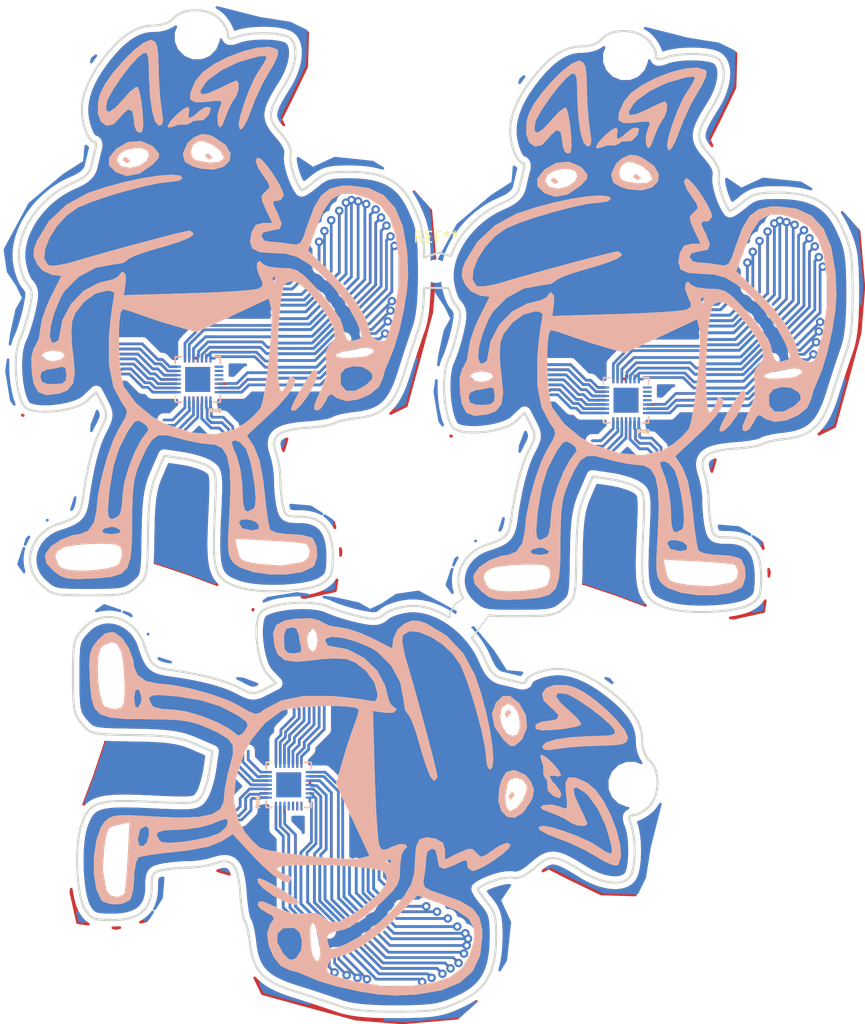
<source format=kicad_pcb>
(kicad_pcb (version 20171130) (host pcbnew "(5.0.0-3-g5ebb6b6)")
  (layers (0 F.Cu signal) (31 B.Cu signal) (34 B.Paste user) (35 F.Paste user) (36 B.SilkS user) (37 F.SilkS user) (38 B.Mask user) (39 F.Mask user) (44 Edge.Cuts user))
  (net 0 "")
  (module Package_DFN_QFN:UQFN-28-1EP_4x4mm_P0.4mm_EP2.35x2.35mm (layer B.Cu) (at 74.803 72.4027)
    (fp_text reference REF** hide)
    (fp_text value UQFN-28-1EP_4x4mm_P0.4mm_EP2.35x2.35mm)
    (pad 1 smd rect (at -2 1.2) (size 0.8 0.2) (layers B.Cu B.Paste B.Mask))
    (pad 2 smd rect (at -2 0.8) (size 0.8 0.2) (layers B.Cu B.Paste B.Mask))
    (pad 3 smd rect (at -2 0.4) (size 0.8 0.2) (layers B.Cu B.Paste B.Mask))
    (pad 4 smd rect (at -2 0) (size 0.8 0.2) (layers B.Cu B.Paste B.Mask))
    (pad 5 smd rect (at -2 -0.4) (size 0.8 0.2) (layers B.Cu B.Paste B.Mask))
    (pad 6 smd rect (at -2 -0.8) (size 0.8 0.2) (layers B.Cu B.Paste B.Mask))
    (pad 7 smd rect (at -2 -1.2) (size 0.8 0.2) (layers B.Cu B.Paste B.Mask))
    (pad 8 smd rect (at -1.2 -2 270) (size 0.8 0.2) (layers B.Cu B.Paste B.Mask))
    (pad 9 smd rect (at -0.8 -2 270) (size 0.8 0.2) (layers B.Cu B.Paste B.Mask))
    (pad 10 smd rect (at -0.4 -2 270) (size 0.8 0.2) (layers B.Cu B.Paste B.Mask))
    (pad 11 smd rect (at 0 -2 270) (size 0.8 0.2) (layers B.Cu B.Paste B.Mask))
    (pad 12 smd rect (at 0.4 -2 270) (size 0.8 0.2) (layers B.Cu B.Paste B.Mask))
    (pad 13 smd rect (at 0.8 -2 270) (size 0.8 0.2) (layers B.Cu B.Paste B.Mask))
    (pad 14 smd rect (at 1.2 -2 270) (size 0.8 0.2) (layers B.Cu B.Paste B.Mask))
    (pad 15 smd rect (at 2 -1.2) (size 0.8 0.2) (layers B.Cu B.Paste B.Mask))
    (pad 16 smd rect (at 2 -0.8) (size 0.8 0.2) (layers B.Cu B.Paste B.Mask))
    (pad 17 smd rect (at 2 -0.4) (size 0.8 0.2) (layers B.Cu B.Paste B.Mask))
    (pad 18 smd rect (at 2 0) (size 0.8 0.2) (layers B.Cu B.Paste B.Mask))
    (pad 19 smd rect (at 2 0.4) (size 0.8 0.2) (layers B.Cu B.Paste B.Mask))
    (pad 20 smd rect (at 2 0.8) (size 0.8 0.2) (layers B.Cu B.Paste B.Mask))
    (pad 21 smd rect (at 2 1.2) (size 0.8 0.2) (layers B.Cu B.Paste B.Mask))
    (pad 22 smd rect (at 1.2 2 270) (size 0.8 0.2) (layers B.Cu B.Paste B.Mask))
    (pad 23 smd rect (at 0.8 2 270) (size 0.8 0.2) (layers B.Cu B.Paste B.Mask))
    (pad 24 smd rect (at 0.4 2 270) (size 0.8 0.2) (layers B.Cu B.Paste B.Mask))
    (pad 25 smd rect (at 0 2 270) (size 0.8 0.2) (layers B.Cu B.Paste B.Mask))
    (pad 26 smd rect (at -0.4 2 270) (size 0.8 0.2) (layers B.Cu B.Paste B.Mask))
    (pad 27 smd rect (at -0.8 2 270) (size 0.8 0.2) (layers B.Cu B.Paste B.Mask))
    (pad 28 smd rect (at -1.2 2 270) (size 0.8 0.2) (layers B.Cu B.Paste B.Mask))
    (pad 29 smd rect (at 0 0) (size 2.35 2.35) (layers B.Cu B.Paste B.Mask))
  )
  (module img:v3better (layer F.Cu) (at 76.2 65.7987)
    (fp_text reference G*** hide)
    (fp_text value LOGO hide)
  )
  (module Package_DFN_QFN:UQFN-28-1EP_4x4mm_P0.4mm_EP2.35x2.35mm (layer F.Cu) (at 74.803 72.4027)
    (fp_text reference REF** hide)
    (fp_text value UQFN-28-1EP_4x4mm_P0.4mm_EP2.35x2.35mm)
    (pad 29 smd rect (at 0 0) (size 2.35 2.35) (layers F.Cu F.Paste F.Mask))
    (pad 28 smd rect (at -1.2 -2 90) (size 0.8 0.2) (layers F.Cu F.Paste F.Mask))
    (pad 27 smd rect (at -0.8 -2 90) (size 0.8 0.2) (layers F.Cu F.Paste F.Mask))
    (pad 26 smd rect (at -0.4 -2 90) (size 0.8 0.2) (layers F.Cu F.Paste F.Mask))
    (pad 25 smd rect (at 0 -2 90) (size 0.8 0.2) (layers F.Cu F.Paste F.Mask))
    (pad 24 smd rect (at 0.4 -2 90) (size 0.8 0.2) (layers F.Cu F.Paste F.Mask))
    (pad 23 smd rect (at 0.8 -2 90) (size 0.8 0.2) (layers F.Cu F.Paste F.Mask))
    (pad 22 smd rect (at 1.2 -2 90) (size 0.8 0.2) (layers F.Cu F.Paste F.Mask))
    (pad 21 smd rect (at 2 -1.2) (size 0.8 0.2) (layers F.Cu F.Paste F.Mask))
    (pad 20 smd rect (at 2 -0.8) (size 0.8 0.2) (layers F.Cu F.Paste F.Mask))
    (pad 19 smd rect (at 2 -0.4) (size 0.8 0.2) (layers F.Cu F.Paste F.Mask))
    (pad 18 smd rect (at 2 0) (size 0.8 0.2) (layers F.Cu F.Paste F.Mask))
    (pad 17 smd rect (at 2 0.4) (size 0.8 0.2) (layers F.Cu F.Paste F.Mask))
    (pad 16 smd rect (at 2 0.8) (size 0.8 0.2) (layers F.Cu F.Paste F.Mask))
    (pad 15 smd rect (at 2 1.2) (size 0.8 0.2) (layers F.Cu F.Paste F.Mask))
    (pad 14 smd rect (at 1.2 2 90) (size 0.8 0.2) (layers F.Cu F.Paste F.Mask))
    (pad 13 smd rect (at 0.8 2 90) (size 0.8 0.2) (layers F.Cu F.Paste F.Mask))
    (pad 12 smd rect (at 0.4 2 90) (size 0.8 0.2) (layers F.Cu F.Paste F.Mask))
    (pad 11 smd rect (at 0 2 90) (size 0.8 0.2) (layers F.Cu F.Paste F.Mask))
    (pad 10 smd rect (at -0.4 2 90) (size 0.8 0.2) (layers F.Cu F.Paste F.Mask))
    (pad 9 smd rect (at -0.8 2 90) (size 0.8 0.2) (layers F.Cu F.Paste F.Mask))
    (pad 8 smd rect (at -1.2 2 90) (size 0.8 0.2) (layers F.Cu F.Paste F.Mask))
    (pad 7 smd rect (at -2 1.2) (size 0.8 0.2) (layers F.Cu F.Paste F.Mask))
    (pad 6 smd rect (at -2 0.8) (size 0.8 0.2) (layers F.Cu F.Paste F.Mask))
    (pad 5 smd rect (at -2 0.4) (size 0.8 0.2) (layers F.Cu F.Paste F.Mask))
    (pad 4 smd rect (at -2 0) (size 0.8 0.2) (layers F.Cu F.Paste F.Mask))
    (pad 3 smd rect (at -2 -0.4) (size 0.8 0.2) (layers F.Cu F.Paste F.Mask))
    (pad 2 smd rect (at -2 -0.8) (size 0.8 0.2) (layers F.Cu F.Paste F.Mask))
    (pad 1 smd rect (at -2 -1.2) (size 0.8 0.2) (layers F.Cu F.Paste F.Mask))
  )
  (module img:v3betterBSILK (layer F.Cu) (at 76.2 65.7987)
    (fp_text reference G*** hide)
    (fp_text value LOGO hide)
  )
  (module MountingHole:MountingHole_3.2mm_M3 (layer F.Cu) (at 74.7522 40.1701)
    (fp_text reference REF** hide)
    (fp_text value MountingHole_3.2mm_M3)
    (pad 1 np_thru_hole circle (at 0 0) (size 3.2 3.2) (drill 3.2) (layers *.Cu *.Mask))
  )
  (module MountingHole:MountingHole_2.2mm_M2 (layer F.Cu) (at 97.2566 62.2173)
    (fp_text reference REF** (at 0 -3.2) (layer F.SilkS))
    (fp_text value MountingHole_2.2mm_M2)
    (pad 1 np_thru_hole circle (at 0 0) (size 2.2 2.2) (drill 2.2) (layers *.Cu *.Mask))
  )
  (module Package_DFN_QFN:UQFN-28-1EP_4x4mm_P0.4mm_EP2.35x2.35mm (layer B.Cu) (at 115.1509 74.3585)
    (fp_text reference REF** hide)
    (fp_text value UQFN-28-1EP_4x4mm_P0.4mm_EP2.35x2.35mm)
    (pad 1 smd rect (at -2 1.2) (size 0.8 0.2) (layers B.Cu B.Paste B.Mask))
    (pad 2 smd rect (at -2 0.8) (size 0.8 0.2) (layers B.Cu B.Paste B.Mask))
    (pad 3 smd rect (at -2 0.4) (size 0.8 0.2) (layers B.Cu B.Paste B.Mask))
    (pad 4 smd rect (at -2 0) (size 0.8 0.2) (layers B.Cu B.Paste B.Mask))
    (pad 5 smd rect (at -2 -0.4) (size 0.8 0.2) (layers B.Cu B.Paste B.Mask))
    (pad 6 smd rect (at -2 -0.8) (size 0.8 0.2) (layers B.Cu B.Paste B.Mask))
    (pad 7 smd rect (at -2 -1.2) (size 0.8 0.2) (layers B.Cu B.Paste B.Mask))
    (pad 8 smd rect (at -1.2 -2 270) (size 0.8 0.2) (layers B.Cu B.Paste B.Mask))
    (pad 9 smd rect (at -0.8 -2 270) (size 0.8 0.2) (layers B.Cu B.Paste B.Mask))
    (pad 10 smd rect (at -0.4 -2 270) (size 0.8 0.2) (layers B.Cu B.Paste B.Mask))
    (pad 11 smd rect (at 0 -2 270) (size 0.8 0.2) (layers B.Cu B.Paste B.Mask))
    (pad 12 smd rect (at 0.4 -2 270) (size 0.8 0.2) (layers B.Cu B.Paste B.Mask))
    (pad 13 smd rect (at 0.8 -2 270) (size 0.8 0.2) (layers B.Cu B.Paste B.Mask))
    (pad 14 smd rect (at 1.2 -2 270) (size 0.8 0.2) (layers B.Cu B.Paste B.Mask))
    (pad 15 smd rect (at 2 -1.2) (size 0.8 0.2) (layers B.Cu B.Paste B.Mask))
    (pad 16 smd rect (at 2 -0.8) (size 0.8 0.2) (layers B.Cu B.Paste B.Mask))
    (pad 17 smd rect (at 2 -0.4) (size 0.8 0.2) (layers B.Cu B.Paste B.Mask))
    (pad 18 smd rect (at 2 0) (size 0.8 0.2) (layers B.Cu B.Paste B.Mask))
    (pad 19 smd rect (at 2 0.4) (size 0.8 0.2) (layers B.Cu B.Paste B.Mask))
    (pad 20 smd rect (at 2 0.8) (size 0.8 0.2) (layers B.Cu B.Paste B.Mask))
    (pad 21 smd rect (at 2 1.2) (size 0.8 0.2) (layers B.Cu B.Paste B.Mask))
    (pad 22 smd rect (at 1.2 2 270) (size 0.8 0.2) (layers B.Cu B.Paste B.Mask))
    (pad 23 smd rect (at 0.8 2 270) (size 0.8 0.2) (layers B.Cu B.Paste B.Mask))
    (pad 24 smd rect (at 0.4 2 270) (size 0.8 0.2) (layers B.Cu B.Paste B.Mask))
    (pad 25 smd rect (at 0 2 270) (size 0.8 0.2) (layers B.Cu B.Paste B.Mask))
    (pad 26 smd rect (at -0.4 2 270) (size 0.8 0.2) (layers B.Cu B.Paste B.Mask))
    (pad 27 smd rect (at -0.8 2 270) (size 0.8 0.2) (layers B.Cu B.Paste B.Mask))
    (pad 28 smd rect (at -1.2 2 270) (size 0.8 0.2) (layers B.Cu B.Paste B.Mask))
    (pad 29 smd rect (at 0 0) (size 2.35 2.35) (layers B.Cu B.Paste B.Mask))
  )
  (module img:v3better (layer F.Cu) (at 116.5479 67.7545)
    (fp_text reference G*** hide)
    (fp_text value LOGO hide)
  )
  (module Package_DFN_QFN:UQFN-28-1EP_4x4mm_P0.4mm_EP2.35x2.35mm (layer F.Cu) (at 115.1509 74.3585)
    (fp_text reference REF** hide)
    (fp_text value UQFN-28-1EP_4x4mm_P0.4mm_EP2.35x2.35mm)
    (pad 29 smd rect (at 0 0) (size 2.35 2.35) (layers F.Cu F.Paste F.Mask))
    (pad 28 smd rect (at -1.2 -2 90) (size 0.8 0.2) (layers F.Cu F.Paste F.Mask))
    (pad 27 smd rect (at -0.8 -2 90) (size 0.8 0.2) (layers F.Cu F.Paste F.Mask))
    (pad 26 smd rect (at -0.4 -2 90) (size 0.8 0.2) (layers F.Cu F.Paste F.Mask))
    (pad 25 smd rect (at 0 -2 90) (size 0.8 0.2) (layers F.Cu F.Paste F.Mask))
    (pad 24 smd rect (at 0.4 -2 90) (size 0.8 0.2) (layers F.Cu F.Paste F.Mask))
    (pad 23 smd rect (at 0.8 -2 90) (size 0.8 0.2) (layers F.Cu F.Paste F.Mask))
    (pad 22 smd rect (at 1.2 -2 90) (size 0.8 0.2) (layers F.Cu F.Paste F.Mask))
    (pad 21 smd rect (at 2 -1.2) (size 0.8 0.2) (layers F.Cu F.Paste F.Mask))
    (pad 20 smd rect (at 2 -0.8) (size 0.8 0.2) (layers F.Cu F.Paste F.Mask))
    (pad 19 smd rect (at 2 -0.4) (size 0.8 0.2) (layers F.Cu F.Paste F.Mask))
    (pad 18 smd rect (at 2 0) (size 0.8 0.2) (layers F.Cu F.Paste F.Mask))
    (pad 17 smd rect (at 2 0.4) (size 0.8 0.2) (layers F.Cu F.Paste F.Mask))
    (pad 16 smd rect (at 2 0.8) (size 0.8 0.2) (layers F.Cu F.Paste F.Mask))
    (pad 15 smd rect (at 2 1.2) (size 0.8 0.2) (layers F.Cu F.Paste F.Mask))
    (pad 14 smd rect (at 1.2 2 90) (size 0.8 0.2) (layers F.Cu F.Paste F.Mask))
    (pad 13 smd rect (at 0.8 2 90) (size 0.8 0.2) (layers F.Cu F.Paste F.Mask))
    (pad 12 smd rect (at 0.4 2 90) (size 0.8 0.2) (layers F.Cu F.Paste F.Mask))
    (pad 11 smd rect (at 0 2 90) (size 0.8 0.2) (layers F.Cu F.Paste F.Mask))
    (pad 10 smd rect (at -0.4 2 90) (size 0.8 0.2) (layers F.Cu F.Paste F.Mask))
    (pad 9 smd rect (at -0.8 2 90) (size 0.8 0.2) (layers F.Cu F.Paste F.Mask))
    (pad 8 smd rect (at -1.2 2 90) (size 0.8 0.2) (layers F.Cu F.Paste F.Mask))
    (pad 7 smd rect (at -2 1.2) (size 0.8 0.2) (layers F.Cu F.Paste F.Mask))
    (pad 6 smd rect (at -2 0.8) (size 0.8 0.2) (layers F.Cu F.Paste F.Mask))
    (pad 5 smd rect (at -2 0.4) (size 0.8 0.2) (layers F.Cu F.Paste F.Mask))
    (pad 4 smd rect (at -2 0) (size 0.8 0.2) (layers F.Cu F.Paste F.Mask))
    (pad 3 smd rect (at -2 -0.4) (size 0.8 0.2) (layers F.Cu F.Paste F.Mask))
    (pad 2 smd rect (at -2 -0.8) (size 0.8 0.2) (layers F.Cu F.Paste F.Mask))
    (pad 1 smd rect (at -2 -1.2) (size 0.8 0.2) (layers F.Cu F.Paste F.Mask))
  )
  (module img:v3betterBSILK (layer F.Cu) (at 116.5479 67.7545)
    (fp_text reference G*** hide)
    (fp_text value LOGO hide)
  )
  (module MountingHole:MountingHole_3.2mm_M3 (layer F.Cu) (at 115.1001 42.1259)
    (fp_text reference REF** hide)
    (fp_text value MountingHole_3.2mm_M3)
    (pad 1 np_thru_hole circle (at 0 0) (size 3.2 3.2) (drill 3.2) (layers *.Cu *.Mask))
  )
  (module MountingHole:MountingHole_2.2mm_M2 (layer F.Cu) (at 100.2284 94.6531)
    (fp_text reference REF** hide)
    (fp_text value MountingHole_2.2mm_M2)
    (pad 1 np_thru_hole circle (at 0 0) (size 2.2 2.2) (drill 2.2) (layers *.Cu *.Mask))
  )
  (module Package_DFN_QFN:UQFN-28-1EP_4x4mm_P0.4mm_EP2.35x2.35mm (layer B.Cu) (at 83.3755 110.5535 270)
    (fp_text reference REF** hide)
    (fp_text value UQFN-28-1EP_4x4mm_P0.4mm_EP2.35x2.35mm)
    (pad 1 smd rect (at -2 1.2 270) (size 0.8 0.2) (layers B.Cu B.Paste B.Mask))
    (pad 2 smd rect (at -2 0.8 270) (size 0.8 0.2) (layers B.Cu B.Paste B.Mask))
    (pad 3 smd rect (at -2 0.4 270) (size 0.8 0.2) (layers B.Cu B.Paste B.Mask))
    (pad 4 smd rect (at -2 0 270) (size 0.8 0.2) (layers B.Cu B.Paste B.Mask))
    (pad 5 smd rect (at -2 -0.4 270) (size 0.8 0.2) (layers B.Cu B.Paste B.Mask))
    (pad 6 smd rect (at -2 -0.8 270) (size 0.8 0.2) (layers B.Cu B.Paste B.Mask))
    (pad 7 smd rect (at -2 -1.2 270) (size 0.8 0.2) (layers B.Cu B.Paste B.Mask))
    (pad 8 smd rect (at -1.2 -2 180) (size 0.8 0.2) (layers B.Cu B.Paste B.Mask))
    (pad 9 smd rect (at -0.8 -2 180) (size 0.8 0.2) (layers B.Cu B.Paste B.Mask))
    (pad 10 smd rect (at -0.4 -2 180) (size 0.8 0.2) (layers B.Cu B.Paste B.Mask))
    (pad 11 smd rect (at 0 -2 180) (size 0.8 0.2) (layers B.Cu B.Paste B.Mask))
    (pad 12 smd rect (at 0.4 -2 180) (size 0.8 0.2) (layers B.Cu B.Paste B.Mask))
    (pad 13 smd rect (at 0.8 -2 180) (size 0.8 0.2) (layers B.Cu B.Paste B.Mask))
    (pad 14 smd rect (at 1.2 -2 180) (size 0.8 0.2) (layers B.Cu B.Paste B.Mask))
    (pad 15 smd rect (at 2 -1.2 270) (size 0.8 0.2) (layers B.Cu B.Paste B.Mask))
    (pad 16 smd rect (at 2 -0.8 270) (size 0.8 0.2) (layers B.Cu B.Paste B.Mask))
    (pad 17 smd rect (at 2 -0.4 270) (size 0.8 0.2) (layers B.Cu B.Paste B.Mask))
    (pad 18 smd rect (at 2 0 270) (size 0.8 0.2) (layers B.Cu B.Paste B.Mask))
    (pad 19 smd rect (at 2 0.4 270) (size 0.8 0.2) (layers B.Cu B.Paste B.Mask))
    (pad 20 smd rect (at 2 0.8 270) (size 0.8 0.2) (layers B.Cu B.Paste B.Mask))
    (pad 21 smd rect (at 2 1.2 270) (size 0.8 0.2) (layers B.Cu B.Paste B.Mask))
    (pad 22 smd rect (at 1.2 2 180) (size 0.8 0.2) (layers B.Cu B.Paste B.Mask))
    (pad 23 smd rect (at 0.8 2 180) (size 0.8 0.2) (layers B.Cu B.Paste B.Mask))
    (pad 24 smd rect (at 0.4 2 180) (size 0.8 0.2) (layers B.Cu B.Paste B.Mask))
    (pad 25 smd rect (at 0 2 180) (size 0.8 0.2) (layers B.Cu B.Paste B.Mask))
    (pad 26 smd rect (at -0.4 2 180) (size 0.8 0.2) (layers B.Cu B.Paste B.Mask))
    (pad 27 smd rect (at -0.8 2 180) (size 0.8 0.2) (layers B.Cu B.Paste B.Mask))
    (pad 28 smd rect (at -1.2 2 180) (size 0.8 0.2) (layers B.Cu B.Paste B.Mask))
    (pad 29 smd rect (at 0 0 270) (size 2.35 2.35) (layers B.Cu B.Paste B.Mask))
  )
  (module img:v3better (layer F.Cu) (at 89.9795 111.9505 270)
    (fp_text reference G*** hide)
    (fp_text value LOGO hide)
  )
  (module Package_DFN_QFN:UQFN-28-1EP_4x4mm_P0.4mm_EP2.35x2.35mm (layer F.Cu) (at 83.3755 110.5535 270)
    (fp_text reference REF** hide)
    (fp_text value UQFN-28-1EP_4x4mm_P0.4mm_EP2.35x2.35mm)
    (pad 29 smd rect (at 0 0 270) (size 2.35 2.35) (layers F.Cu F.Paste F.Mask))
    (pad 28 smd rect (at -1.2 -2) (size 0.8 0.2) (layers F.Cu F.Paste F.Mask))
    (pad 27 smd rect (at -0.8 -2) (size 0.8 0.2) (layers F.Cu F.Paste F.Mask))
    (pad 26 smd rect (at -0.4 -2) (size 0.8 0.2) (layers F.Cu F.Paste F.Mask))
    (pad 25 smd rect (at 0 -2) (size 0.8 0.2) (layers F.Cu F.Paste F.Mask))
    (pad 24 smd rect (at 0.4 -2) (size 0.8 0.2) (layers F.Cu F.Paste F.Mask))
    (pad 23 smd rect (at 0.8 -2) (size 0.8 0.2) (layers F.Cu F.Paste F.Mask))
    (pad 22 smd rect (at 1.2 -2) (size 0.8 0.2) (layers F.Cu F.Paste F.Mask))
    (pad 21 smd rect (at 2 -1.2 270) (size 0.8 0.2) (layers F.Cu F.Paste F.Mask))
    (pad 20 smd rect (at 2 -0.8 270) (size 0.8 0.2) (layers F.Cu F.Paste F.Mask))
    (pad 19 smd rect (at 2 -0.4 270) (size 0.8 0.2) (layers F.Cu F.Paste F.Mask))
    (pad 18 smd rect (at 2 0 270) (size 0.8 0.2) (layers F.Cu F.Paste F.Mask))
    (pad 17 smd rect (at 2 0.4 270) (size 0.8 0.2) (layers F.Cu F.Paste F.Mask))
    (pad 16 smd rect (at 2 0.8 270) (size 0.8 0.2) (layers F.Cu F.Paste F.Mask))
    (pad 15 smd rect (at 2 1.2 270) (size 0.8 0.2) (layers F.Cu F.Paste F.Mask))
    (pad 14 smd rect (at 1.2 2) (size 0.8 0.2) (layers F.Cu F.Paste F.Mask))
    (pad 13 smd rect (at 0.8 2) (size 0.8 0.2) (layers F.Cu F.Paste F.Mask))
    (pad 12 smd rect (at 0.4 2) (size 0.8 0.2) (layers F.Cu F.Paste F.Mask))
    (pad 11 smd rect (at 0 2) (size 0.8 0.2) (layers F.Cu F.Paste F.Mask))
    (pad 10 smd rect (at -0.4 2) (size 0.8 0.2) (layers F.Cu F.Paste F.Mask))
    (pad 9 smd rect (at -0.8 2) (size 0.8 0.2) (layers F.Cu F.Paste F.Mask))
    (pad 8 smd rect (at -1.2 2) (size 0.8 0.2) (layers F.Cu F.Paste F.Mask))
    (pad 7 smd rect (at -2 1.2 270) (size 0.8 0.2) (layers F.Cu F.Paste F.Mask))
    (pad 6 smd rect (at -2 0.8 270) (size 0.8 0.2) (layers F.Cu F.Paste F.Mask))
    (pad 5 smd rect (at -2 0.4 270) (size 0.8 0.2) (layers F.Cu F.Paste F.Mask))
    (pad 4 smd rect (at -2 0 270) (size 0.8 0.2) (layers F.Cu F.Paste F.Mask))
    (pad 3 smd rect (at -2 -0.4 270) (size 0.8 0.2) (layers F.Cu F.Paste F.Mask))
    (pad 2 smd rect (at -2 -0.8 270) (size 0.8 0.2) (layers F.Cu F.Paste F.Mask))
    (pad 1 smd rect (at -2 -1.2 270) (size 0.8 0.2) (layers F.Cu F.Paste F.Mask))
  )
  (module img:v3betterBSILK (layer F.Cu) (at 89.9795 111.9505 270)
    (fp_text reference G*** hide)
    (fp_text value LOGO hide)
  )
  (module MountingHole:MountingHole_3.2mm_M3 (layer F.Cu) (at 115.6081 110.5027 270)
    (fp_text reference REF** hide)
    (fp_text value MountingHole_3.2mm_M3)
    (pad 1 np_thru_hole circle (at 0 0 270) (size 3.2 3.2) (drill 3.2) (layers *.Cu *.Mask))
  )
  (gr_line (start 102.235 94.615) (end 100.6475 96.7105) (layer Edge.Cuts) (width 0.15))
  (gr_line (start 98.5393 94.8055) (end 98.1583 94.6531) (layer Edge.Cuts) (width 0.15))
  (gr_line (start 98.552 94.4245) (end 98.5393 94.8055) (layer Edge.Cuts) (width 0.15))
  (gr_line (start 99.0473 93.5482) (end 98.552 94.4245) (layer Edge.Cuts) (width 0.15))
  (gr_line (start 99.8474 93.0021) (end 99.0473 93.5482) (layer Edge.Cuts) (width 0.15))
  (gr_line (start 98.4504 63.8048) (end 96.139 63.7794) (layer Edge.Cuts) (width 0.2))
  (gr_line (start 97.4979 60.4774) (end 96.1263 60.9346) (layer Edge.Cuts) (width 0.2))
  (gr_line (start 98.6536 60.7822) (end 97.4979 60.4774) (layer Edge.Cuts) (width 0.2))
  (gr_line (start 96.082 64.9153) (end 96.078 64.9763) (layer Edge.Cuts) (width 0.2))
  (gr_line (start 96.086 64.8543) (end 96.082 64.9153) (layer Edge.Cuts) (width 0.2))
  (gr_line (start 96.09 64.7923) (end 96.086 64.8543) (layer Edge.Cuts) (width 0.2))
  (gr_line (start 96.029 65.5543) (end 96.023 65.6093) (layer Edge.Cuts) (width 0.2))
  (gr_line (start 96.034 65.4983) (end 96.029 65.5543) (layer Edge.Cuts) (width 0.2))
  (gr_line (start 96.04 65.4423) (end 96.034 65.4983) (layer Edge.Cuts) (width 0.2))
  (gr_line (start 96.045 65.3863) (end 96.04 65.4423) (layer Edge.Cuts) (width 0.2))
  (gr_line (start 96.05 65.3293) (end 96.045 65.3863) (layer Edge.Cuts) (width 0.2))
  (gr_line (start 96.075 59.4673) (end 96.08 59.5293) (layer Edge.Cuts) (width 0.2))
  (gr_line (start 96.07 59.4053) (end 96.075 59.4673) (layer Edge.Cuts) (width 0.2))
  (gr_line (start 96.065 59.3453) (end 96.07 59.4053) (layer Edge.Cuts) (width 0.2))
  (gr_line (start 96.06 59.2853) (end 96.065 59.3453) (layer Edge.Cuts) (width 0.2))
  (gr_line (start 96.097 59.7883) (end 96.101 59.8553) (layer Edge.Cuts) (width 0.2))
  (gr_line (start 96.093 59.7223) (end 96.097 59.7883) (layer Edge.Cuts) (width 0.2))
  (gr_line (start 96.089 59.6563) (end 96.093 59.7223) (layer Edge.Cuts) (width 0.2))
  (gr_line (start 96.085 59.5923) (end 96.089 59.6563) (layer Edge.Cuts) (width 0.2))
  (gr_line (start 96.08 59.5293) (end 96.085 59.5923) (layer Edge.Cuts) (width 0.2))
  (gr_line (start 96.12 60.2823) (end 96.123 60.3573) (layer Edge.Cuts) (width 0.2))
  (gr_line (start 96.118 60.2083) (end 96.12 60.2823) (layer Edge.Cuts) (width 0.2))
  (gr_line (start 96.115 60.1353) (end 96.118 60.2083) (layer Edge.Cuts) (width 0.2))
  (gr_line (start 96.111 60.0633) (end 96.115 60.1353) (layer Edge.Cuts) (width 0.2))
  (gr_line (start 96.108 59.9933) (end 96.111 60.0633) (layer Edge.Cuts) (width 0.2))
  (gr_line (start 96.105 59.9233) (end 96.108 59.9933) (layer Edge.Cuts) (width 0.2))
  (gr_line (start 96.101 59.8553) (end 96.105 59.9233) (layer Edge.Cuts) (width 0.2))
  (gr_line (start 96.134 60.7523) (end 96.136 60.8353) (layer Edge.Cuts) (width 0.2))
  (gr_line (start 96.132 60.6703) (end 96.134 60.7523) (layer Edge.Cuts) (width 0.2))
  (gr_line (start 96.13 60.5903) (end 96.132 60.6703) (layer Edge.Cuts) (width 0.2))
  (gr_line (start 96.128 60.5113) (end 96.13 60.5903) (layer Edge.Cuts) (width 0.2))
  (gr_line (start 96.126 60.4333) (end 96.128 60.5113) (layer Edge.Cuts) (width 0.2))
  (gr_line (start 96.123 60.3573) (end 96.126 60.4333) (layer Edge.Cuts) (width 0.2))
  (gr_line (start 96.136 60.8353) (end 96.138 60.9193) (layer Edge.Cuts) (width 0.2))
  (gr_line (start 96.094 64.7303) (end 96.09 64.7923) (layer Edge.Cuts) (width 0.2))
  (gr_line (start 96.098 64.6673) (end 96.094 64.7303) (layer Edge.Cuts) (width 0.2))
  (gr_line (start 96.101 64.6033) (end 96.098 64.6673) (layer Edge.Cuts) (width 0.2))
  (gr_line (start 96.105 64.5393) (end 96.101 64.6033) (layer Edge.Cuts) (width 0.2))
  (gr_line (start 96.108 64.4753) (end 96.105 64.5393) (layer Edge.Cuts) (width 0.2))
  (gr_line (start 96.111 64.4093) (end 96.108 64.4753) (layer Edge.Cuts) (width 0.2))
  (gr_line (start 96.115 64.3443) (end 96.111 64.4093) (layer Edge.Cuts) (width 0.2))
  (gr_line (start 96.117 64.2773) (end 96.115 64.3443) (layer Edge.Cuts) (width 0.2))
  (gr_line (start 96.12 64.2103) (end 96.117 64.2773) (layer Edge.Cuts) (width 0.2))
  (gr_line (start 96.123 64.1433) (end 96.12 64.2103) (layer Edge.Cuts) (width 0.2))
  (gr_line (start 96.126 64.0743) (end 96.123 64.1433) (layer Edge.Cuts) (width 0.2))
  (gr_line (start 96.128 64.0063) (end 96.126 64.0743) (layer Edge.Cuts) (width 0.2))
  (gr_line (start 96.13 63.9363) (end 96.128 64.0063) (layer Edge.Cuts) (width 0.2))
  (gr_line (start 96.133 63.8663) (end 96.13 63.9363) (layer Edge.Cuts) (width 0.2))
  (gr_line (start 96.135 63.7963) (end 96.133 63.8663) (layer Edge.Cuts) (width 0.2))
  (gr_line (start 96.069 65.0963) (end 96.065 65.1553) (layer Edge.Cuts) (width 0.2))
  (gr_line (start 96.074 65.0363) (end 96.069 65.0963) (layer Edge.Cuts) (width 0.2))
  (gr_line (start 96.078 64.9763) (end 96.074 65.0363) (layer Edge.Cuts) (width 0.2))
  (gr_line (start 96.055 65.2723) (end 96.05 65.3293) (layer Edge.Cuts) (width 0.2))
  (gr_line (start 96.06 65.2143) (end 96.055 65.2723) (layer Edge.Cuts) (width 0.2))
  (gr_line (start 96.065 65.1553) (end 96.06 65.2143) (layer Edge.Cuts) (width 0.2))
  (gr_line (start 96.005 65.7703) (end 95.999 65.8233) (layer Edge.Cuts) (width 0.2))
  (gr_line (start 96.011 65.7173) (end 96.005 65.7703) (layer Edge.Cuts) (width 0.2))
  (gr_line (start 96.017 65.6633) (end 96.011 65.7173) (layer Edge.Cuts) (width 0.2))
  (gr_line (start 96.023 65.6093) (end 96.017 65.6633) (layer Edge.Cuts) (width 0.2))
  (gr_line (start 95.138 69.0313) (end 95.123 69.0753) (layer Edge.Cuts) (width 0.2))
  (gr_line (start 95.152 68.9873) (end 95.138 69.0313) (layer Edge.Cuts) (width 0.2))
  (gr_line (start 95.167 68.9433) (end 95.152 68.9873) (layer Edge.Cuts) (width 0.2))
  (gr_line (start 95.181 68.9003) (end 95.167 68.9433) (layer Edge.Cuts) (width 0.2))
  (gr_line (start 95.196 68.8563) (end 95.181 68.9003) (layer Edge.Cuts) (width 0.2))
  (gr_line (start 95.21 68.8143) (end 95.196 68.8563) (layer Edge.Cuts) (width 0.2))
  (gr_line (start 95.224 68.7713) (end 95.21 68.8143) (layer Edge.Cuts) (width 0.2))
  (gr_line (start 95.239 68.7293) (end 95.224 68.7713) (layer Edge.Cuts) (width 0.2))
  (gr_line (start 95.253 68.6873) (end 95.239 68.7293) (layer Edge.Cuts) (width 0.2))
  (gr_line (start 95.266 68.6463) (end 95.253 68.6873) (layer Edge.Cuts) (width 0.2))
  (gr_line (start 95.28 68.6053) (end 95.266 68.6463) (layer Edge.Cuts) (width 0.2))
  (gr_line (start 95.294 68.5643) (end 95.28 68.6053) (layer Edge.Cuts) (width 0.2))
  (gr_line (start 95.308 68.5243) (end 95.294 68.5643) (layer Edge.Cuts) (width 0.2))
  (gr_line (start 95.321 68.4843) (end 95.308 68.5243) (layer Edge.Cuts) (width 0.2))
  (gr_line (start 95.334 68.4453) (end 95.321 68.4843) (layer Edge.Cuts) (width 0.2))
  (gr_line (start 95.348 68.4063) (end 95.334 68.4453) (layer Edge.Cuts) (width 0.2))
  (gr_line (start 95.361 68.3673) (end 95.348 68.4063) (layer Edge.Cuts) (width 0.2))
  (gr_line (start 95.374 68.3293) (end 95.361 68.3673) (layer Edge.Cuts) (width 0.2))
  (gr_line (start 95.387 68.2913) (end 95.374 68.3293) (layer Edge.Cuts) (width 0.2))
  (gr_line (start 95.399 68.2543) (end 95.387 68.2913) (layer Edge.Cuts) (width 0.2))
  (gr_line (start 95.412 68.2173) (end 95.399 68.2543) (layer Edge.Cuts) (width 0.2))
  (gr_line (start 95.424 68.1813) (end 95.412 68.2173) (layer Edge.Cuts) (width 0.2))
  (gr_line (start 95.437 68.1453) (end 95.424 68.1813) (layer Edge.Cuts) (width 0.2))
  (gr_line (start 95.449 68.1103) (end 95.437 68.1453) (layer Edge.Cuts) (width 0.2))
  (gr_line (start 95.461 68.0753) (end 95.449 68.1103) (layer Edge.Cuts) (width 0.2))
  (gr_line (start 95.473 68.0413) (end 95.461 68.0753) (layer Edge.Cuts) (width 0.2))
  (gr_line (start 95.485 68.0073) (end 95.473 68.0413) (layer Edge.Cuts) (width 0.2))
  (gr_line (start 95.496 67.9743) (end 95.485 68.0073) (layer Edge.Cuts) (width 0.2))
  (gr_line (start 95.507 67.9413) (end 95.496 67.9743) (layer Edge.Cuts) (width 0.2))
  (gr_line (start 95.519 67.9093) (end 95.507 67.9413) (layer Edge.Cuts) (width 0.2))
  (gr_line (start 95.53 67.8773) (end 95.519 67.9093) (layer Edge.Cuts) (width 0.2))
  (gr_line (start 95.541 67.8463) (end 95.53 67.8773) (layer Edge.Cuts) (width 0.2))
  (gr_line (start 95.551 67.8163) (end 95.541 67.8463) (layer Edge.Cuts) (width 0.2))
  (gr_line (start 95.562 67.7863) (end 95.551 67.8163) (layer Edge.Cuts) (width 0.2))
  (gr_line (start 95.572 67.7573) (end 95.562 67.7863) (layer Edge.Cuts) (width 0.2))
  (gr_line (start 95.582 67.7283) (end 95.572 67.7573) (layer Edge.Cuts) (width 0.2))
  (gr_line (start 95.592 67.7003) (end 95.582 67.7283) (layer Edge.Cuts) (width 0.2))
  (gr_line (start 95.602 67.6723) (end 95.592 67.7003) (layer Edge.Cuts) (width 0.2))
  (gr_line (start 95.615 67.6373) (end 95.602 67.6723) (layer Edge.Cuts) (width 0.2))
  (gr_line (start 95.627 67.6023) (end 95.615 67.6373) (layer Edge.Cuts) (width 0.2))
  (gr_line (start 95.639 67.5673) (end 95.627 67.6023) (layer Edge.Cuts) (width 0.2))
  (gr_line (start 95.65 67.5313) (end 95.639 67.5673) (layer Edge.Cuts) (width 0.2))
  (gr_line (start 95.662 67.4953) (end 95.65 67.5313) (layer Edge.Cuts) (width 0.2))
  (gr_line (start 95.674 67.4593) (end 95.662 67.4953) (layer Edge.Cuts) (width 0.2))
  (gr_line (start 95.685 67.4223) (end 95.674 67.4593) (layer Edge.Cuts) (width 0.2))
  (gr_line (start 95.696 67.3853) (end 95.685 67.4223) (layer Edge.Cuts) (width 0.2))
  (gr_line (start 95.707 67.3473) (end 95.696 67.3853) (layer Edge.Cuts) (width 0.2))
  (gr_line (start 95.718 67.3093) (end 95.707 67.3473) (layer Edge.Cuts) (width 0.2))
  (gr_line (start 95.729 67.2713) (end 95.718 67.3093) (layer Edge.Cuts) (width 0.2))
  (gr_line (start 95.739 67.2323) (end 95.729 67.2713) (layer Edge.Cuts) (width 0.2))
  (gr_line (start 95.75 67.1933) (end 95.739 67.2323) (layer Edge.Cuts) (width 0.2))
  (gr_line (start 95.76 67.1543) (end 95.75 67.1933) (layer Edge.Cuts) (width 0.2))
  (gr_line (start 95.77 67.1143) (end 95.76 67.1543) (layer Edge.Cuts) (width 0.2))
  (gr_line (start 95.781 67.0743) (end 95.77 67.1143) (layer Edge.Cuts) (width 0.2))
  (gr_line (start 95.79 67.0333) (end 95.781 67.0743) (layer Edge.Cuts) (width 0.2))
  (gr_line (start 95.8 66.9923) (end 95.79 67.0333) (layer Edge.Cuts) (width 0.2))
  (gr_line (start 95.81 66.9503) (end 95.8 66.9923) (layer Edge.Cuts) (width 0.2))
  (gr_line (start 95.819 66.9083) (end 95.81 66.9503) (layer Edge.Cuts) (width 0.2))
  (gr_line (start 95.829 66.8663) (end 95.819 66.9083) (layer Edge.Cuts) (width 0.2))
  (gr_line (start 95.838 66.8233) (end 95.829 66.8663) (layer Edge.Cuts) (width 0.2))
  (gr_line (start 95.847 66.7803) (end 95.838 66.8233) (layer Edge.Cuts) (width 0.2))
  (gr_line (start 95.856 66.7373) (end 95.847 66.7803) (layer Edge.Cuts) (width 0.2))
  (gr_line (start 95.865 66.6933) (end 95.856 66.7373) (layer Edge.Cuts) (width 0.2))
  (gr_line (start 95.873 66.6483) (end 95.865 66.6933) (layer Edge.Cuts) (width 0.2))
  (gr_line (start 95.882 66.6033) (end 95.873 66.6483) (layer Edge.Cuts) (width 0.2))
  (gr_line (start 95.89 66.5583) (end 95.882 66.6033) (layer Edge.Cuts) (width 0.2))
  (gr_line (start 95.898 66.5123) (end 95.89 66.5583) (layer Edge.Cuts) (width 0.2))
  (gr_line (start 95.906 66.4663) (end 95.898 66.5123) (layer Edge.Cuts) (width 0.2))
  (gr_line (start 95.914 66.4193) (end 95.906 66.4663) (layer Edge.Cuts) (width 0.2))
  (gr_line (start 95.922 66.3723) (end 95.914 66.4193) (layer Edge.Cuts) (width 0.2))
  (gr_line (start 95.93 66.3253) (end 95.922 66.3723) (layer Edge.Cuts) (width 0.2))
  (gr_line (start 95.937 66.2773) (end 95.93 66.3253) (layer Edge.Cuts) (width 0.2))
  (gr_line (start 95.945 66.2283) (end 95.937 66.2773) (layer Edge.Cuts) (width 0.2))
  (gr_line (start 95.952 66.1793) (end 95.945 66.2283) (layer Edge.Cuts) (width 0.2))
  (gr_line (start 95.959 66.1303) (end 95.952 66.1793) (layer Edge.Cuts) (width 0.2))
  (gr_line (start 95.966 66.0803) (end 95.959 66.1303) (layer Edge.Cuts) (width 0.2))
  (gr_line (start 95.973 66.0293) (end 95.966 66.0803) (layer Edge.Cuts) (width 0.2))
  (gr_line (start 95.98 65.9793) (end 95.973 66.0293) (layer Edge.Cuts) (width 0.2))
  (gr_line (start 95.986 65.9273) (end 95.98 65.9793) (layer Edge.Cuts) (width 0.2))
  (gr_line (start 95.993 65.8753) (end 95.986 65.9273) (layer Edge.Cuts) (width 0.2))
  (gr_line (start 95.999 65.8233) (end 95.993 65.8753) (layer Edge.Cuts) (width 0.2))
  (gr_line (start 96.054 59.2263) (end 96.06 59.2853) (layer Edge.Cuts) (width 0.2))
  (gr_line (start 96.049 59.1683) (end 96.054 59.2263) (layer Edge.Cuts) (width 0.2))
  (gr_line (start 96.043 59.1113) (end 96.049 59.1683) (layer Edge.Cuts) (width 0.2))
  (gr_line (start 96.036 59.0543) (end 96.043 59.1113) (layer Edge.Cuts) (width 0.2))
  (gr_line (start 96.03 58.9993) (end 96.036 59.0543) (layer Edge.Cuts) (width 0.2))
  (gr_line (start 96.023 58.9443) (end 96.03 58.9993) (layer Edge.Cuts) (width 0.2))
  (gr_line (start 96.016 58.8893) (end 96.023 58.9443) (layer Edge.Cuts) (width 0.2))
  (gr_line (start 96.009 58.8353) (end 96.016 58.8893) (layer Edge.Cuts) (width 0.2))
  (gr_line (start 96.002 58.7823) (end 96.009 58.8353) (layer Edge.Cuts) (width 0.2))
  (gr_line (start 95.994 58.7303) (end 96.002 58.7823) (layer Edge.Cuts) (width 0.2))
  (gr_line (start 95.986 58.6783) (end 95.994 58.7303) (layer Edge.Cuts) (width 0.2))
  (gr_line (start 95.978 58.6263) (end 95.986 58.6783) (layer Edge.Cuts) (width 0.2))
  (gr_line (start 95.969 58.5753) (end 95.978 58.6263) (layer Edge.Cuts) (width 0.2))
  (gr_line (start 95.961 58.5253) (end 95.969 58.5753) (layer Edge.Cuts) (width 0.2))
  (gr_line (start 95.952 58.4753) (end 95.961 58.5253) (layer Edge.Cuts) (width 0.2))
  (gr_line (start 95.942 58.4263) (end 95.952 58.4753) (layer Edge.Cuts) (width 0.2))
  (gr_line (start 95.933 58.3763) (end 95.942 58.4263) (layer Edge.Cuts) (width 0.2))
  (gr_line (start 95.923 58.3283) (end 95.933 58.3763) (layer Edge.Cuts) (width 0.2))
  (gr_line (start 95.913 58.2793) (end 95.923 58.3283) (layer Edge.Cuts) (width 0.2))
  (gr_line (start 95.902 58.2313) (end 95.913 58.2793) (layer Edge.Cuts) (width 0.2))
  (gr_line (start 95.892 58.1843) (end 95.902 58.2313) (layer Edge.Cuts) (width 0.2))
  (gr_line (start 95.881 58.1363) (end 95.892 58.1843) (layer Edge.Cuts) (width 0.2))
  (gr_line (start 95.869 58.0893) (end 95.881 58.1363) (layer Edge.Cuts) (width 0.2))
  (gr_line (start 95.858 58.0423) (end 95.869 58.0893) (layer Edge.Cuts) (width 0.2))
  (gr_line (start 95.846 57.9963) (end 95.858 58.0423) (layer Edge.Cuts) (width 0.2))
  (gr_line (start 95.834 57.9493) (end 95.846 57.9963) (layer Edge.Cuts) (width 0.2))
  (gr_line (start 95.821 57.9033) (end 95.834 57.9493) (layer Edge.Cuts) (width 0.2))
  (gr_line (start 95.808 57.8573) (end 95.821 57.9033) (layer Edge.Cuts) (width 0.2))
  (gr_line (start 95.795 57.8103) (end 95.808 57.8573) (layer Edge.Cuts) (width 0.2))
  (gr_line (start 95.781 57.7643) (end 95.795 57.8103) (layer Edge.Cuts) (width 0.2))
  (gr_line (start 95.768 57.7183) (end 95.781 57.7643) (layer Edge.Cuts) (width 0.2))
  (gr_line (start 95.753 57.6733) (end 95.768 57.7183) (layer Edge.Cuts) (width 0.2))
  (gr_line (start 95.739 57.6273) (end 95.753 57.6733) (layer Edge.Cuts) (width 0.2))
  (gr_line (start 95.724 57.5813) (end 95.739 57.6273) (layer Edge.Cuts) (width 0.2))
  (gr_line (start 95.708 57.5353) (end 95.724 57.5813) (layer Edge.Cuts) (width 0.2))
  (gr_line (start 95.693 57.4893) (end 95.708 57.5353) (layer Edge.Cuts) (width 0.2))
  (gr_line (start 95.677 57.4423) (end 95.693 57.4893) (layer Edge.Cuts) (width 0.2))
  (gr_line (start 95.66 57.3963) (end 95.677 57.4423) (layer Edge.Cuts) (width 0.2))
  (gr_line (start 95.644 57.3503) (end 95.66 57.3963) (layer Edge.Cuts) (width 0.2))
  (gr_line (start 95.627 57.3033) (end 95.644 57.3503) (layer Edge.Cuts) (width 0.2))
  (gr_line (start 95.609 57.2563) (end 95.627 57.3033) (layer Edge.Cuts) (width 0.2))
  (gr_line (start 95.591 57.2093) (end 95.609 57.2563) (layer Edge.Cuts) (width 0.2))
  (gr_line (start 95.573 57.1623) (end 95.591 57.2093) (layer Edge.Cuts) (width 0.2))
  (gr_line (start 95.554 57.1143) (end 95.573 57.1623) (layer Edge.Cuts) (width 0.2))
  (gr_line (start 95.535 57.0663) (end 95.554 57.1143) (layer Edge.Cuts) (width 0.2))
  (gr_line (start 95.516 57.0183) (end 95.535 57.0663) (layer Edge.Cuts) (width 0.2))
  (gr_line (start 95.496 56.9693) (end 95.516 57.0183) (layer Edge.Cuts) (width 0.2))
  (gr_line (start 95.476 56.9203) (end 95.496 56.9693) (layer Edge.Cuts) (width 0.2))
  (gr_line (start 95.455 56.8713) (end 95.476 56.9203) (layer Edge.Cuts) (width 0.2))
  (gr_line (start 95.434 56.8213) (end 95.455 56.8713) (layer Edge.Cuts) (width 0.2))
  (gr_line (start 95.412 56.7713) (end 95.434 56.8213) (layer Edge.Cuts) (width 0.2))
  (gr_line (start 95.39 56.7203) (end 95.412 56.7713) (layer Edge.Cuts) (width 0.2))
  (gr_line (start 95.368 56.6693) (end 95.39 56.7203) (layer Edge.Cuts) (width 0.2))
  (gr_line (start 95.345 56.6173) (end 95.368 56.6693) (layer Edge.Cuts) (width 0.2))
  (gr_line (start 95.322 56.5653) (end 95.345 56.6173) (layer Edge.Cuts) (width 0.2))
  (gr_line (start 95.298 56.5123) (end 95.322 56.5653) (layer Edge.Cuts) (width 0.2))
  (gr_line (start 95.274 56.4583) (end 95.298 56.5123) (layer Edge.Cuts) (width 0.2))
  (gr_line (start 95.25 56.4043) (end 95.274 56.4583) (layer Edge.Cuts) (width 0.2))
  (gr_line (start 95.225 56.3493) (end 95.25 56.4043) (layer Edge.Cuts) (width 0.2))
  (gr_line (start 95.199 56.2933) (end 95.225 56.3493) (layer Edge.Cuts) (width 0.2))
  (gr_line (start 95.164 56.2183) (end 95.199 56.2933) (layer Edge.Cuts) (width 0.2))
  (gr_line (start 95.128 56.1413) (end 95.164 56.2183) (layer Edge.Cuts) (width 0.2))
  (gr_line (start 95.091 56.0663) (end 95.128 56.1413) (layer Edge.Cuts) (width 0.2))
  (gr_line (start 95.054 55.9913) (end 95.091 56.0663) (layer Edge.Cuts) (width 0.2))
  (gr_line (start 95.017 55.9173) (end 95.054 55.9913) (layer Edge.Cuts) (width 0.2))
  (gr_line (start 94.979 55.8453) (end 95.017 55.9173) (layer Edge.Cuts) (width 0.2))
  (gr_line (start 94.941 55.7733) (end 94.979 55.8453) (layer Edge.Cuts) (width 0.2))
  (gr_line (start 94.903 55.7023) (end 94.941 55.7733) (layer Edge.Cuts) (width 0.2))
  (gr_line (start 94.864 55.6333) (end 94.903 55.7023) (layer Edge.Cuts) (width 0.2))
  (gr_line (start 94.825 55.5643) (end 94.864 55.6333) (layer Edge.Cuts) (width 0.2))
  (gr_line (start 94.786 55.4973) (end 94.825 55.5643) (layer Edge.Cuts) (width 0.2))
  (gr_line (start 94.746 55.4303) (end 94.786 55.4973) (layer Edge.Cuts) (width 0.2))
  (gr_line (start 94.706 55.3643) (end 94.746 55.4303) (layer Edge.Cuts) (width 0.2))
  (gr_line (start 94.665 55.3003) (end 94.706 55.3643) (layer Edge.Cuts) (width 0.2))
  (gr_line (start 94.624 55.2363) (end 94.665 55.3003) (layer Edge.Cuts) (width 0.2))
  (gr_line (start 94.583 55.1743) (end 94.624 55.2363) (layer Edge.Cuts) (width 0.2))
  (gr_line (start 94.541 55.1123) (end 94.583 55.1743) (layer Edge.Cuts) (width 0.2))
  (gr_line (start 94.499 55.0513) (end 94.541 55.1123) (layer Edge.Cuts) (width 0.2))
  (gr_line (start 94.456 54.9913) (end 94.499 55.0513) (layer Edge.Cuts) (width 0.2))
  (gr_line (start 94.413 54.9323) (end 94.456 54.9913) (layer Edge.Cuts) (width 0.2))
  (gr_line (start 94.369 54.8743) (end 94.413 54.9323) (layer Edge.Cuts) (width 0.2))
  (gr_line (start 94.325 54.8183) (end 94.369 54.8743) (layer Edge.Cuts) (width 0.2))
  (gr_line (start 94.281 54.7613) (end 94.325 54.8183) (layer Edge.Cuts) (width 0.2))
  (gr_line (start 94.236 54.7063) (end 94.281 54.7613) (layer Edge.Cuts) (width 0.2))
  (gr_line (start 94.19 54.6523) (end 94.236 54.7063) (layer Edge.Cuts) (width 0.2))
  (gr_line (start 94.144 54.5993) (end 94.19 54.6523) (layer Edge.Cuts) (width 0.2))
  (gr_line (start 94.097 54.5473) (end 94.144 54.5993) (layer Edge.Cuts) (width 0.2))
  (gr_line (start 94.05 54.4953) (end 94.097 54.5473) (layer Edge.Cuts) (width 0.2))
  (gr_line (start 94.003 54.4453) (end 94.05 54.4953) (layer Edge.Cuts) (width 0.2))
  (gr_line (start 93.954 54.3953) (end 94.003 54.4453) (layer Edge.Cuts) (width 0.2))
  (gr_line (start 93.906 54.3463) (end 93.954 54.3953) (layer Edge.Cuts) (width 0.2))
  (gr_line (start 93.856 54.2993) (end 93.906 54.3463) (layer Edge.Cuts) (width 0.2))
  (gr_line (start 93.806 54.2523) (end 93.856 54.2993) (layer Edge.Cuts) (width 0.2))
  (gr_line (start 93.756 54.2063) (end 93.806 54.2523) (layer Edge.Cuts) (width 0.2))
  (gr_line (start 93.705 54.1603) (end 93.756 54.2063) (layer Edge.Cuts) (width 0.2))
  (gr_line (start 93.653 54.1163) (end 93.705 54.1603) (layer Edge.Cuts) (width 0.2))
  (gr_line (start 93.601 54.0733) (end 93.653 54.1163) (layer Edge.Cuts) (width 0.2))
  (gr_line (start 93.548 54.0303) (end 93.601 54.0733) (layer Edge.Cuts) (width 0.2))
  (gr_line (start 93.495 53.9883) (end 93.548 54.0303) (layer Edge.Cuts) (width 0.2))
  (gr_line (start 93.441 53.9483) (end 93.495 53.9883) (layer Edge.Cuts) (width 0.2))
  (gr_line (start 93.386 53.9073) (end 93.441 53.9483) (layer Edge.Cuts) (width 0.2))
  (gr_line (start 93.33 53.8683) (end 93.386 53.9073) (layer Edge.Cuts) (width 0.2))
  (gr_line (start 93.274 53.8303) (end 93.33 53.8683) (layer Edge.Cuts) (width 0.2))
  (gr_line (start 93.218 53.7923) (end 93.274 53.8303) (layer Edge.Cuts) (width 0.2))
  (gr_line (start 93.16 53.7563) (end 93.218 53.7923) (layer Edge.Cuts) (width 0.2))
  (gr_line (start 93.102 53.7203) (end 93.16 53.7563) (layer Edge.Cuts) (width 0.2))
  (gr_line (start 93.043 53.6853) (end 93.102 53.7203) (layer Edge.Cuts) (width 0.2))
  (gr_line (start 92.984 53.6513) (end 93.043 53.6853) (layer Edge.Cuts) (width 0.2))
  (gr_line (start 92.924 53.6173) (end 92.984 53.6513) (layer Edge.Cuts) (width 0.2))
  (gr_line (start 92.863 53.5853) (end 92.924 53.6173) (layer Edge.Cuts) (width 0.2))
  (gr_line (start 92.801 53.5533) (end 92.863 53.5853) (layer Edge.Cuts) (width 0.2))
  (gr_line (start 92.739 53.5223) (end 92.801 53.5533) (layer Edge.Cuts) (width 0.2))
  (gr_line (start 92.676 53.4923) (end 92.739 53.5223) (layer Edge.Cuts) (width 0.2))
  (gr_line (start 92.612 53.4623) (end 92.676 53.4923) (layer Edge.Cuts) (width 0.2))
  (gr_line (start 92.547 53.4333) (end 92.612 53.4623) (layer Edge.Cuts) (width 0.2))
  (gr_line (start 92.482 53.4063) (end 92.547 53.4333) (layer Edge.Cuts) (width 0.2))
  (gr_line (start 92.415 53.3783) (end 92.482 53.4063) (layer Edge.Cuts) (width 0.2))
  (gr_line (start 92.348 53.3523) (end 92.415 53.3783) (layer Edge.Cuts) (width 0.2))
  (gr_line (start 92.281 53.3263) (end 92.348 53.3523) (layer Edge.Cuts) (width 0.2))
  (gr_line (start 92.212 53.3023) (end 92.281 53.3263) (layer Edge.Cuts) (width 0.2))
  (gr_line (start 92.142 53.2773) (end 92.212 53.3023) (layer Edge.Cuts) (width 0.2))
  (gr_line (start 92.072 53.2543) (end 92.142 53.2773) (layer Edge.Cuts) (width 0.2))
  (gr_line (start 92.001 53.2313) (end 92.072 53.2543) (layer Edge.Cuts) (width 0.2))
  (gr_line (start 91.929 53.2103) (end 92.001 53.2313) (layer Edge.Cuts) (width 0.2))
  (gr_line (start 91.856 53.1883) (end 91.929 53.2103) (layer Edge.Cuts) (width 0.2))
  (gr_line (start 91.783 53.1683) (end 91.856 53.1883) (layer Edge.Cuts) (width 0.2))
  (gr_line (start 91.708 53.1483) (end 91.783 53.1683) (layer Edge.Cuts) (width 0.2))
  (gr_line (start 91.633 53.1293) (end 91.708 53.1483) (layer Edge.Cuts) (width 0.2))
  (gr_line (start 91.556 53.1113) (end 91.633 53.1293) (layer Edge.Cuts) (width 0.2))
  (gr_line (start 91.479 53.0933) (end 91.556 53.1113) (layer Edge.Cuts) (width 0.2))
  (gr_line (start 91.401 53.0763) (end 91.479 53.0933) (layer Edge.Cuts) (width 0.2))
  (gr_line (start 91.322 53.0603) (end 91.401 53.0763) (layer Edge.Cuts) (width 0.2))
  (gr_line (start 91.242 53.0453) (end 91.322 53.0603) (layer Edge.Cuts) (width 0.2))
  (gr_line (start 91.161 53.0303) (end 91.242 53.0453) (layer Edge.Cuts) (width 0.2))
  (gr_line (start 91.079 53.0163) (end 91.161 53.0303) (layer Edge.Cuts) (width 0.2))
  (gr_line (start 90.997 53.0023) (end 91.079 53.0163) (layer Edge.Cuts) (width 0.2))
  (gr_line (start 90.913 52.9893) (end 90.997 53.0023) (layer Edge.Cuts) (width 0.2))
  (gr_line (start 90.828 52.9773) (end 90.913 52.9893) (layer Edge.Cuts) (width 0.2))
  (gr_line (start 90.742 52.9663) (end 90.828 52.9773) (layer Edge.Cuts) (width 0.2))
  (gr_line (start 90.656 52.9553) (end 90.742 52.9663) (layer Edge.Cuts) (width 0.2))
  (gr_line (start 90.568 52.9453) (end 90.656 52.9553) (layer Edge.Cuts) (width 0.2))
  (gr_line (start 90.479 52.9353) (end 90.568 52.9453) (layer Edge.Cuts) (width 0.2))
  (gr_line (start 90.39 52.9263) (end 90.479 52.9353) (layer Edge.Cuts) (width 0.2))
  (gr_line (start 90.299 52.9183) (end 90.39 52.9263) (layer Edge.Cuts) (width 0.2))
  (gr_line (start 90.207 52.9103) (end 90.299 52.9183) (layer Edge.Cuts) (width 0.2))
  (gr_line (start 90.114 52.9033) (end 90.207 52.9103) (layer Edge.Cuts) (width 0.2))
  (gr_line (start 90.02 52.8973) (end 90.114 52.9033) (layer Edge.Cuts) (width 0.2))
  (gr_line (start 89.925 52.8913) (end 90.02 52.8973) (layer Edge.Cuts) (width 0.2))
  (gr_line (start 89.829 52.8863) (end 89.925 52.8913) (layer Edge.Cuts) (width 0.2))
  (gr_line (start 89.732 52.8813) (end 89.829 52.8863) (layer Edge.Cuts) (width 0.2))
  (gr_line (start 89.634 52.8773) (end 89.732 52.8813) (layer Edge.Cuts) (width 0.2))
  (gr_line (start 89.535 52.8743) (end 89.634 52.8773) (layer Edge.Cuts) (width 0.2))
  (gr_line (start 89.435 52.8713) (end 89.535 52.8743) (layer Edge.Cuts) (width 0.2))
  (gr_line (start 89.333 52.8693) (end 89.435 52.8713) (layer Edge.Cuts) (width 0.2))
  (gr_line (start 89.231 52.8673) (end 89.333 52.8693) (layer Edge.Cuts) (width 0.2))
  (gr_line (start 89.127 52.8663) (end 89.231 52.8673) (layer Edge.Cuts) (width 0.2))
  (gr_line (start 89.036 52.8663) (end 89.127 52.8663) (layer Edge.Cuts) (width 0.2))
  (gr_line (start 88.979 52.8653) (end 89.036 52.8663) (layer Edge.Cuts) (width 0.2))
  (gr_line (start 88.924 52.8653) (end 88.979 52.8653) (layer Edge.Cuts) (width 0.2))
  (gr_line (start 88.869 52.8663) (end 88.924 52.8653) (layer Edge.Cuts) (width 0.2))
  (gr_line (start 88.815 52.8663) (end 88.869 52.8663) (layer Edge.Cuts) (width 0.2))
  (gr_line (start 88.762 52.8663) (end 88.815 52.8663) (layer Edge.Cuts) (width 0.2))
  (gr_line (start 88.709 52.8663) (end 88.762 52.8663) (layer Edge.Cuts) (width 0.2))
  (gr_line (start 88.657 52.8673) (end 88.709 52.8663) (layer Edge.Cuts) (width 0.2))
  (gr_line (start 88.607 52.8683) (end 88.657 52.8673) (layer Edge.Cuts) (width 0.2))
  (gr_line (start 88.556 52.8683) (end 88.607 52.8683) (layer Edge.Cuts) (width 0.2))
  (gr_line (start 88.507 52.8693) (end 88.556 52.8683) (layer Edge.Cuts) (width 0.2))
  (gr_line (start 88.458 52.8703) (end 88.507 52.8693) (layer Edge.Cuts) (width 0.2))
  (gr_line (start 88.411 52.8713) (end 88.458 52.8703) (layer Edge.Cuts) (width 0.2))
  (gr_line (start 88.363 52.8733) (end 88.411 52.8713) (layer Edge.Cuts) (width 0.2))
  (gr_line (start 88.317 52.8743) (end 88.363 52.8733) (layer Edge.Cuts) (width 0.2))
  (gr_line (start 88.271 52.8763) (end 88.317 52.8743) (layer Edge.Cuts) (width 0.2))
  (gr_line (start 88.226 52.8773) (end 88.271 52.8763) (layer Edge.Cuts) (width 0.2))
  (gr_line (start 88.182 52.8793) (end 88.226 52.8773) (layer Edge.Cuts) (width 0.2))
  (gr_line (start 88.138 52.8813) (end 88.182 52.8793) (layer Edge.Cuts) (width 0.2))
  (gr_line (start 88.095 52.8833) (end 88.138 52.8813) (layer Edge.Cuts) (width 0.2))
  (gr_line (start 88.052 52.8863) (end 88.095 52.8833) (layer Edge.Cuts) (width 0.2))
  (gr_line (start 88.01 52.8883) (end 88.052 52.8863) (layer Edge.Cuts) (width 0.2))
  (gr_line (start 87.969 52.8913) (end 88.01 52.8883) (layer Edge.Cuts) (width 0.2))
  (gr_line (start 87.928 52.8943) (end 87.969 52.8913) (layer Edge.Cuts) (width 0.2))
  (gr_line (start 87.888 52.8973) (end 87.928 52.8943) (layer Edge.Cuts) (width 0.2))
  (gr_line (start 87.849 52.9003) (end 87.888 52.8973) (layer Edge.Cuts) (width 0.2))
  (gr_line (start 87.81 52.9033) (end 87.849 52.9003) (layer Edge.Cuts) (width 0.2))
  (gr_line (start 87.771 52.9073) (end 87.81 52.9033) (layer Edge.Cuts) (width 0.2))
  (gr_line (start 87.734 52.9103) (end 87.771 52.9073) (layer Edge.Cuts) (width 0.2))
  (gr_line (start 87.696 52.9143) (end 87.734 52.9103) (layer Edge.Cuts) (width 0.2))
  (gr_line (start 87.659 52.9183) (end 87.696 52.9143) (layer Edge.Cuts) (width 0.2))
  (gr_line (start 87.623 52.9233) (end 87.659 52.9183) (layer Edge.Cuts) (width 0.2))
  (gr_line (start 87.587 52.9273) (end 87.623 52.9233) (layer Edge.Cuts) (width 0.2))
  (gr_line (start 87.552 52.9323) (end 87.587 52.9273) (layer Edge.Cuts) (width 0.2))
  (gr_line (start 87.517 52.9373) (end 87.552 52.9323) (layer Edge.Cuts) (width 0.2))
  (gr_line (start 87.483 52.9423) (end 87.517 52.9373) (layer Edge.Cuts) (width 0.2))
  (gr_line (start 87.449 52.9473) (end 87.483 52.9423) (layer Edge.Cuts) (width 0.2))
  (gr_line (start 87.415 52.9533) (end 87.449 52.9473) (layer Edge.Cuts) (width 0.2))
  (gr_line (start 87.382 52.9583) (end 87.415 52.9533) (layer Edge.Cuts) (width 0.2))
  (gr_line (start 87.35 52.9643) (end 87.382 52.9583) (layer Edge.Cuts) (width 0.2))
  (gr_line (start 87.317 52.9713) (end 87.35 52.9643) (layer Edge.Cuts) (width 0.2))
  (gr_line (start 87.285 52.9773) (end 87.317 52.9713) (layer Edge.Cuts) (width 0.2))
  (gr_line (start 87.254 52.9843) (end 87.285 52.9773) (layer Edge.Cuts) (width 0.2))
  (gr_line (start 87.223 52.9903) (end 87.254 52.9843) (layer Edge.Cuts) (width 0.2))
  (gr_line (start 87.192 52.9983) (end 87.223 52.9903) (layer Edge.Cuts) (width 0.2))
  (gr_line (start 87.161 53.0053) (end 87.192 52.9983) (layer Edge.Cuts) (width 0.2))
  (gr_line (start 87.131 53.0133) (end 87.161 53.0053) (layer Edge.Cuts) (width 0.2))
  (gr_line (start 87.101 53.0203) (end 87.131 53.0133) (layer Edge.Cuts) (width 0.2))
  (gr_line (start 87.072 53.0283) (end 87.101 53.0203) (layer Edge.Cuts) (width 0.2))
  (gr_line (start 87.043 53.0373) (end 87.072 53.0283) (layer Edge.Cuts) (width 0.2))
  (gr_line (start 87.014 53.0453) (end 87.043 53.0373) (layer Edge.Cuts) (width 0.2))
  (gr_line (start 86.985 53.0543) (end 87.014 53.0453) (layer Edge.Cuts) (width 0.2))
  (gr_line (start 86.957 53.0633) (end 86.985 53.0543) (layer Edge.Cuts) (width 0.2))
  (gr_line (start 86.928 53.0733) (end 86.957 53.0633) (layer Edge.Cuts) (width 0.2))
  (gr_line (start 86.9 53.0833) (end 86.928 53.0733) (layer Edge.Cuts) (width 0.2))
  (gr_line (start 86.873 53.0923) (end 86.9 53.0833) (layer Edge.Cuts) (width 0.2))
  (gr_line (start 86.845 53.1033) (end 86.873 53.0923) (layer Edge.Cuts) (width 0.2))
  (gr_line (start 86.818 53.1133) (end 86.845 53.1033) (layer Edge.Cuts) (width 0.2))
  (gr_line (start 86.791 53.1243) (end 86.818 53.1133) (layer Edge.Cuts) (width 0.2))
  (gr_line (start 86.764 53.1353) (end 86.791 53.1243) (layer Edge.Cuts) (width 0.2))
  (gr_line (start 86.737 53.1463) (end 86.764 53.1353) (layer Edge.Cuts) (width 0.2))
  (gr_line (start 86.71 53.1583) (end 86.737 53.1463) (layer Edge.Cuts) (width 0.2))
  (gr_line (start 86.684 53.1703) (end 86.71 53.1583) (layer Edge.Cuts) (width 0.2))
  (gr_line (start 86.658 53.1823) (end 86.684 53.1703) (layer Edge.Cuts) (width 0.2))
  (gr_line (start 86.631 53.1953) (end 86.658 53.1823) (layer Edge.Cuts) (width 0.2))
  (gr_line (start 86.605 53.2083) (end 86.631 53.1953) (layer Edge.Cuts) (width 0.2))
  (gr_line (start 86.579 53.2213) (end 86.605 53.2083) (layer Edge.Cuts) (width 0.2))
  (gr_line (start 86.553 53.2343) (end 86.579 53.2213) (layer Edge.Cuts) (width 0.2))
  (gr_line (start 86.527 53.2483) (end 86.553 53.2343) (layer Edge.Cuts) (width 0.2))
  (gr_line (start 86.501 53.2623) (end 86.527 53.2483) (layer Edge.Cuts) (width 0.2))
  (gr_line (start 86.476 53.2773) (end 86.501 53.2623) (layer Edge.Cuts) (width 0.2))
  (gr_line (start 86.45 53.2913) (end 86.476 53.2773) (layer Edge.Cuts) (width 0.2))
  (gr_line (start 86.424 53.3073) (end 86.45 53.2913) (layer Edge.Cuts) (width 0.2))
  (gr_line (start 86.398 53.3223) (end 86.424 53.3073) (layer Edge.Cuts) (width 0.2))
  (gr_line (start 86.373 53.3383) (end 86.398 53.3223) (layer Edge.Cuts) (width 0.2))
  (gr_line (start 86.347 53.3543) (end 86.373 53.3383) (layer Edge.Cuts) (width 0.2))
  (gr_line (start 86.321 53.3703) (end 86.347 53.3543) (layer Edge.Cuts) (width 0.2))
  (gr_line (start 86.295 53.3873) (end 86.321 53.3703) (layer Edge.Cuts) (width 0.2))
  (gr_line (start 86.27 53.4043) (end 86.295 53.3873) (layer Edge.Cuts) (width 0.2))
  (gr_line (start 86.244 53.4223) (end 86.27 53.4043) (layer Edge.Cuts) (width 0.2))
  (gr_line (start 86.218 53.4403) (end 86.244 53.4223) (layer Edge.Cuts) (width 0.2))
  (gr_line (start 86.192 53.4583) (end 86.218 53.4403) (layer Edge.Cuts) (width 0.2))
  (gr_line (start 86.166 53.4763) (end 86.192 53.4583) (layer Edge.Cuts) (width 0.2))
  (gr_line (start 86.139 53.4953) (end 86.166 53.4763) (layer Edge.Cuts) (width 0.2))
  (gr_line (start 86.113 53.5153) (end 86.139 53.4953) (layer Edge.Cuts) (width 0.2))
  (gr_line (start 86.087 53.5343) (end 86.113 53.5153) (layer Edge.Cuts) (width 0.2))
  (gr_line (start 86.06 53.5543) (end 86.087 53.5343) (layer Edge.Cuts) (width 0.2))
  (gr_line (start 86.033 53.5753) (end 86.06 53.5543) (layer Edge.Cuts) (width 0.2))
  (gr_line (start 86.006 53.5963) (end 86.033 53.5753) (layer Edge.Cuts) (width 0.2))
  (gr_line (start 85.979 53.6173) (end 86.006 53.5963) (layer Edge.Cuts) (width 0.2))
  (gr_line (start 85.952 53.6383) (end 85.979 53.6173) (layer Edge.Cuts) (width 0.2))
  (gr_line (start 85.924 53.6603) (end 85.952 53.6383) (layer Edge.Cuts) (width 0.2))
  (gr_line (start 85.896 53.6833) (end 85.924 53.6603) (layer Edge.Cuts) (width 0.2))
  (gr_line (start 85.868 53.7063) (end 85.896 53.6833) (layer Edge.Cuts) (width 0.2))
  (gr_line (start 85.84 53.7293) (end 85.868 53.7063) (layer Edge.Cuts) (width 0.2))
  (gr_line (start 85.812 53.7523) (end 85.84 53.7293) (layer Edge.Cuts) (width 0.2))
  (gr_line (start 85.783 53.7763) (end 85.812 53.7523) (layer Edge.Cuts) (width 0.2))
  (gr_line (start 85.761 53.7953) (end 85.783 53.7763) (layer Edge.Cuts) (width 0.2))
  (gr_line (start 85.743 53.8103) (end 85.761 53.7953) (layer Edge.Cuts) (width 0.2))
  (gr_line (start 85.724 53.8263) (end 85.743 53.8103) (layer Edge.Cuts) (width 0.2))
  (gr_line (start 85.705 53.8413) (end 85.724 53.8263) (layer Edge.Cuts) (width 0.2))
  (gr_line (start 85.687 53.8573) (end 85.705 53.8413) (layer Edge.Cuts) (width 0.2))
  (gr_line (start 85.668 53.8723) (end 85.687 53.8573) (layer Edge.Cuts) (width 0.2))
  (gr_line (start 85.65 53.8873) (end 85.668 53.8723) (layer Edge.Cuts) (width 0.2))
  (gr_line (start 85.631 53.9023) (end 85.65 53.8873) (layer Edge.Cuts) (width 0.2))
  (gr_line (start 85.613 53.9173) (end 85.631 53.9023) (layer Edge.Cuts) (width 0.2))
  (gr_line (start 85.594 53.9323) (end 85.613 53.9173) (layer Edge.Cuts) (width 0.2))
  (gr_line (start 85.576 53.9473) (end 85.594 53.9323) (layer Edge.Cuts) (width 0.2))
  (gr_line (start 85.558 53.9613) (end 85.576 53.9473) (layer Edge.Cuts) (width 0.2))
  (gr_line (start 85.54 53.9763) (end 85.558 53.9613) (layer Edge.Cuts) (width 0.2))
  (gr_line (start 85.522 53.9903) (end 85.54 53.9763) (layer Edge.Cuts) (width 0.2))
  (gr_line (start 85.504 54.0053) (end 85.522 53.9903) (layer Edge.Cuts) (width 0.2))
  (gr_line (start 85.486 54.0193) (end 85.504 54.0053) (layer Edge.Cuts) (width 0.2))
  (gr_line (start 85.468 54.0333) (end 85.486 54.0193) (layer Edge.Cuts) (width 0.2))
  (gr_line (start 85.451 54.0473) (end 85.468 54.0333) (layer Edge.Cuts) (width 0.2))
  (gr_line (start 85.433 54.0603) (end 85.451 54.0473) (layer Edge.Cuts) (width 0.2))
  (gr_line (start 85.415 54.0743) (end 85.433 54.0603) (layer Edge.Cuts) (width 0.2))
  (gr_line (start 85.398 54.0873) (end 85.415 54.0743) (layer Edge.Cuts) (width 0.2))
  (gr_line (start 85.381 54.1013) (end 85.398 54.0873) (layer Edge.Cuts) (width 0.2))
  (gr_line (start 85.364 54.1143) (end 85.381 54.1013) (layer Edge.Cuts) (width 0.2))
  (gr_line (start 85.346 54.1273) (end 85.364 54.1143) (layer Edge.Cuts) (width 0.2))
  (gr_line (start 85.329 54.1403) (end 85.346 54.1273) (layer Edge.Cuts) (width 0.2))
  (gr_line (start 85.312 54.1533) (end 85.329 54.1403) (layer Edge.Cuts) (width 0.2))
  (gr_line (start 85.296 54.1653) (end 85.312 54.1533) (layer Edge.Cuts) (width 0.2))
  (gr_line (start 85.279 54.1783) (end 85.296 54.1653) (layer Edge.Cuts) (width 0.2))
  (gr_line (start 85.262 54.1903) (end 85.279 54.1783) (layer Edge.Cuts) (width 0.2))
  (gr_line (start 85.246 54.2023) (end 85.262 54.1903) (layer Edge.Cuts) (width 0.2))
  (gr_line (start 85.23 54.2143) (end 85.246 54.2023) (layer Edge.Cuts) (width 0.2))
  (gr_line (start 85.214 54.2263) (end 85.23 54.2143) (layer Edge.Cuts) (width 0.2))
  (gr_line (start 85.197 54.2383) (end 85.214 54.2263) (layer Edge.Cuts) (width 0.2))
  (gr_line (start 85.182 54.2493) (end 85.197 54.2383) (layer Edge.Cuts) (width 0.2))
  (gr_line (start 85.166 54.2613) (end 85.182 54.2493) (layer Edge.Cuts) (width 0.2))
  (gr_line (start 85.15 54.2723) (end 85.166 54.2613) (layer Edge.Cuts) (width 0.2))
  (gr_line (start 85.135 54.2833) (end 85.15 54.2723) (layer Edge.Cuts) (width 0.2))
  (gr_line (start 85.119 54.2943) (end 85.135 54.2833) (layer Edge.Cuts) (width 0.2))
  (gr_line (start 85.104 54.3053) (end 85.119 54.2943) (layer Edge.Cuts) (width 0.2))
  (gr_line (start 85.089 54.3153) (end 85.104 54.3053) (layer Edge.Cuts) (width 0.2))
  (gr_line (start 85.074 54.3263) (end 85.089 54.3153) (layer Edge.Cuts) (width 0.2))
  (gr_line (start 85.059 54.3363) (end 85.074 54.3263) (layer Edge.Cuts) (width 0.2))
  (gr_line (start 85.045 54.3463) (end 85.059 54.3363) (layer Edge.Cuts) (width 0.2))
  (gr_line (start 85.03 54.3563) (end 85.045 54.3463) (layer Edge.Cuts) (width 0.2))
  (gr_line (start 85.016 54.3653) (end 85.03 54.3563) (layer Edge.Cuts) (width 0.2))
  (gr_line (start 85.002 54.3753) (end 85.016 54.3653) (layer Edge.Cuts) (width 0.2))
  (gr_line (start 84.988 54.3843) (end 85.002 54.3753) (layer Edge.Cuts) (width 0.2))
  (gr_line (start 84.974 54.3933) (end 84.988 54.3843) (layer Edge.Cuts) (width 0.2))
  (gr_line (start 84.96 54.4023) (end 84.974 54.3933) (layer Edge.Cuts) (width 0.2))
  (gr_line (start 84.947 54.4113) (end 84.96 54.4023) (layer Edge.Cuts) (width 0.2))
  (gr_line (start 84.934 54.4203) (end 84.947 54.4113) (layer Edge.Cuts) (width 0.2))
  (gr_line (start 84.921 54.4283) (end 84.934 54.4203) (layer Edge.Cuts) (width 0.2))
  (gr_line (start 84.908 54.4363) (end 84.921 54.4283) (layer Edge.Cuts) (width 0.2))
  (gr_line (start 84.895 54.4443) (end 84.908 54.4363) (layer Edge.Cuts) (width 0.2))
  (gr_line (start 84.883 54.4523) (end 84.895 54.4443) (layer Edge.Cuts) (width 0.2))
  (gr_line (start 84.87 54.4603) (end 84.883 54.4523) (layer Edge.Cuts) (width 0.2))
  (gr_line (start 84.858 54.4673) (end 84.87 54.4603) (layer Edge.Cuts) (width 0.2))
  (gr_line (start 84.846 54.4743) (end 84.858 54.4673) (layer Edge.Cuts) (width 0.2))
  (gr_line (start 84.834 54.4813) (end 84.846 54.4743) (layer Edge.Cuts) (width 0.2))
  (gr_line (start 84.823 54.4883) (end 84.834 54.4813) (layer Edge.Cuts) (width 0.2))
  (gr_line (start 84.812 54.4953) (end 84.823 54.4883) (layer Edge.Cuts) (width 0.2))
  (gr_line (start 84.801 54.5013) (end 84.812 54.4953) (layer Edge.Cuts) (width 0.2))
  (gr_line (start 84.79 54.5073) (end 84.801 54.5013) (layer Edge.Cuts) (width 0.2))
  (gr_line (start 84.779 54.5133) (end 84.79 54.5073) (layer Edge.Cuts) (width 0.2))
  (gr_line (start 84.769 54.5193) (end 84.779 54.5133) (layer Edge.Cuts) (width 0.2))
  (gr_line (start 84.758 54.5243) (end 84.769 54.5193) (layer Edge.Cuts) (width 0.2))
  (gr_line (start 84.748 54.5303) (end 84.758 54.5243) (layer Edge.Cuts) (width 0.2))
  (gr_line (start 84.739 54.5353) (end 84.748 54.5303) (layer Edge.Cuts) (width 0.2))
  (gr_line (start 84.729 54.5403) (end 84.739 54.5353) (layer Edge.Cuts) (width 0.2))
  (gr_line (start 84.72 54.5443) (end 84.729 54.5403) (layer Edge.Cuts) (width 0.2))
  (gr_line (start 84.711 54.5493) (end 84.72 54.5443) (layer Edge.Cuts) (width 0.2))
  (gr_line (start 84.702 54.5533) (end 84.711 54.5493) (layer Edge.Cuts) (width 0.2))
  (gr_line (start 84.693 54.5573) (end 84.702 54.5533) (layer Edge.Cuts) (width 0.2))
  (gr_line (start 84.685 54.5603) (end 84.693 54.5573) (layer Edge.Cuts) (width 0.2))
  (gr_line (start 84.677 54.5643) (end 84.685 54.5603) (layer Edge.Cuts) (width 0.2))
  (gr_line (start 84.669 54.5673) (end 84.677 54.5643) (layer Edge.Cuts) (width 0.2))
  (gr_line (start 84.661 54.5703) (end 84.669 54.5673) (layer Edge.Cuts) (width 0.2))
  (gr_line (start 84.654 54.5733) (end 84.661 54.5703) (layer Edge.Cuts) (width 0.2))
  (gr_line (start 84.647 54.5753) (end 84.654 54.5733) (layer Edge.Cuts) (width 0.2))
  (gr_line (start 84.64 54.5783) (end 84.647 54.5753) (layer Edge.Cuts) (width 0.2))
  (gr_line (start 84.633 54.5803) (end 84.64 54.5783) (layer Edge.Cuts) (width 0.2))
  (gr_line (start 84.627 54.5813) (end 84.633 54.5803) (layer Edge.Cuts) (width 0.2))
  (gr_line (start 84.621 54.5833) (end 84.627 54.5813) (layer Edge.Cuts) (width 0.2))
  (gr_line (start 84.615 54.5843) (end 84.621 54.5833) (layer Edge.Cuts) (width 0.2))
  (gr_line (start 84.61 54.5853) (end 84.615 54.5843) (layer Edge.Cuts) (width 0.2))
  (gr_line (start 84.605 54.5863) (end 84.61 54.5853) (layer Edge.Cuts) (width 0.2))
  (gr_line (start 84.6 54.5873) (end 84.605 54.5863) (layer Edge.Cuts) (width 0.2))
  (gr_line (start 84.595 54.5873) (end 84.6 54.5873) (layer Edge.Cuts) (width 0.2))
  (gr_line (start 84.591 54.5873) (end 84.595 54.5873) (layer Edge.Cuts) (width 0.2))
  (gr_line (start 84.587 54.5873) (end 84.591 54.5873) (layer Edge.Cuts) (width 0.2))
  (gr_line (start 84.583 54.5863) (end 84.587 54.5873) (layer Edge.Cuts) (width 0.2))
  (gr_line (start 84.579 54.5853) (end 84.583 54.5863) (layer Edge.Cuts) (width 0.2))
  (gr_line (start 84.576 54.5843) (end 84.579 54.5853) (layer Edge.Cuts) (width 0.2))
  (gr_line (start 84.573 54.5833) (end 84.576 54.5843) (layer Edge.Cuts) (width 0.2))
  (gr_line (start 84.571 54.5813) (end 84.573 54.5833) (layer Edge.Cuts) (width 0.2))
  (gr_line (start 84.569 54.5793) (end 84.571 54.5813) (layer Edge.Cuts) (width 0.2))
  (gr_line (start 84.565 54.5753) (end 84.569 54.5793) (layer Edge.Cuts) (width 0.2))
  (gr_line (start 84.547 54.5533) (end 84.565 54.5753) (layer Edge.Cuts) (width 0.2))
  (gr_line (start 84.529 54.5303) (end 84.547 54.5533) (layer Edge.Cuts) (width 0.2))
  (gr_line (start 84.511 54.5063) (end 84.529 54.5303) (layer Edge.Cuts) (width 0.2))
  (gr_line (start 84.493 54.4813) (end 84.511 54.5063) (layer Edge.Cuts) (width 0.2))
  (gr_line (start 84.476 54.4563) (end 84.493 54.4813) (layer Edge.Cuts) (width 0.2))
  (gr_line (start 84.458 54.4303) (end 84.476 54.4563) (layer Edge.Cuts) (width 0.2))
  (gr_line (start 84.44 54.4043) (end 84.458 54.4303) (layer Edge.Cuts) (width 0.2))
  (gr_line (start 84.422 54.3773) (end 84.44 54.4043) (layer Edge.Cuts) (width 0.2))
  (gr_line (start 84.404 54.3493) (end 84.422 54.3773) (layer Edge.Cuts) (width 0.2))
  (gr_line (start 84.387 54.3213) (end 84.404 54.3493) (layer Edge.Cuts) (width 0.2))
  (gr_line (start 84.369 54.2923) (end 84.387 54.3213) (layer Edge.Cuts) (width 0.2))
  (gr_line (start 84.351 54.2623) (end 84.369 54.2923) (layer Edge.Cuts) (width 0.2))
  (gr_line (start 84.334 54.2333) (end 84.351 54.2623) (layer Edge.Cuts) (width 0.2))
  (gr_line (start 84.316 54.2023) (end 84.334 54.2333) (layer Edge.Cuts) (width 0.2))
  (gr_line (start 84.299 54.1713) (end 84.316 54.2023) (layer Edge.Cuts) (width 0.2))
  (gr_line (start 84.282 54.1403) (end 84.299 54.1713) (layer Edge.Cuts) (width 0.2))
  (gr_line (start 84.264 54.1083) (end 84.282 54.1403) (layer Edge.Cuts) (width 0.2))
  (gr_line (start 84.247 54.0763) (end 84.264 54.1083) (layer Edge.Cuts) (width 0.2))
  (gr_line (start 84.23 54.0433) (end 84.247 54.0763) (layer Edge.Cuts) (width 0.2))
  (gr_line (start 84.213 54.0093) (end 84.23 54.0433) (layer Edge.Cuts) (width 0.2))
  (gr_line (start 84.196 53.9763) (end 84.213 54.0093) (layer Edge.Cuts) (width 0.2))
  (gr_line (start 84.179 53.9423) (end 84.196 53.9763) (layer Edge.Cuts) (width 0.2))
  (gr_line (start 84.162 53.9073) (end 84.179 53.9423) (layer Edge.Cuts) (width 0.2))
  (gr_line (start 84.146 53.8733) (end 84.162 53.9073) (layer Edge.Cuts) (width 0.2))
  (gr_line (start 84.129 53.8373) (end 84.146 53.8733) (layer Edge.Cuts) (width 0.2))
  (gr_line (start 84.113 53.8023) (end 84.129 53.8373) (layer Edge.Cuts) (width 0.2))
  (gr_line (start 84.097 53.7663) (end 84.113 53.8023) (layer Edge.Cuts) (width 0.2))
  (gr_line (start 84.081 53.7303) (end 84.097 53.7663) (layer Edge.Cuts) (width 0.2))
  (gr_line (start 84.065 53.6933) (end 84.081 53.7303) (layer Edge.Cuts) (width 0.2))
  (gr_line (start 84.049 53.6573) (end 84.065 53.6933) (layer Edge.Cuts) (width 0.2))
  (gr_line (start 84.033 53.6203) (end 84.049 53.6573) (layer Edge.Cuts) (width 0.2))
  (gr_line (start 84.017 53.5833) (end 84.033 53.6203) (layer Edge.Cuts) (width 0.2))
  (gr_line (start 84.002 53.5453) (end 84.017 53.5833) (layer Edge.Cuts) (width 0.2))
  (gr_line (start 83.987 53.5073) (end 84.002 53.5453) (layer Edge.Cuts) (width 0.2))
  (gr_line (start 83.972 53.4693) (end 83.987 53.5073) (layer Edge.Cuts) (width 0.2))
  (gr_line (start 83.957 53.4313) (end 83.972 53.4693) (layer Edge.Cuts) (width 0.2))
  (gr_line (start 83.942 53.3933) (end 83.957 53.4313) (layer Edge.Cuts) (width 0.2))
  (gr_line (start 83.927 53.3553) (end 83.942 53.3933) (layer Edge.Cuts) (width 0.2))
  (gr_line (start 83.913 53.3163) (end 83.927 53.3553) (layer Edge.Cuts) (width 0.2))
  (gr_line (start 83.899 53.2773) (end 83.913 53.3163) (layer Edge.Cuts) (width 0.2))
  (gr_line (start 83.885 53.2393) (end 83.899 53.2773) (layer Edge.Cuts) (width 0.2))
  (gr_line (start 83.871 53.2003) (end 83.885 53.2393) (layer Edge.Cuts) (width 0.2))
  (gr_line (start 83.857 53.1613) (end 83.871 53.2003) (layer Edge.Cuts) (width 0.2))
  (gr_line (start 83.844 53.1223) (end 83.857 53.1613) (layer Edge.Cuts) (width 0.2))
  (gr_line (start 83.83 53.0823) (end 83.844 53.1223) (layer Edge.Cuts) (width 0.2))
  (gr_line (start 83.817 53.0433) (end 83.83 53.0823) (layer Edge.Cuts) (width 0.2))
  (gr_line (start 83.804 53.0043) (end 83.817 53.0433) (layer Edge.Cuts) (width 0.2))
  (gr_line (start 83.792 52.9653) (end 83.804 53.0043) (layer Edge.Cuts) (width 0.2))
  (gr_line (start 83.78 52.9263) (end 83.792 52.9653) (layer Edge.Cuts) (width 0.2))
  (gr_line (start 83.767 52.8863) (end 83.78 52.9263) (layer Edge.Cuts) (width 0.2))
  (gr_line (start 83.755 52.8473) (end 83.767 52.8863) (layer Edge.Cuts) (width 0.2))
  (gr_line (start 83.744 52.8083) (end 83.755 52.8473) (layer Edge.Cuts) (width 0.2))
  (gr_line (start 83.732 52.7693) (end 83.744 52.8083) (layer Edge.Cuts) (width 0.2))
  (gr_line (start 83.721 52.7303) (end 83.732 52.7693) (layer Edge.Cuts) (width 0.2))
  (gr_line (start 83.71 52.6913) (end 83.721 52.7303) (layer Edge.Cuts) (width 0.2))
  (gr_line (start 83.7 52.6523) (end 83.71 52.6913) (layer Edge.Cuts) (width 0.2))
  (gr_line (start 83.689 52.6143) (end 83.7 52.6523) (layer Edge.Cuts) (width 0.2))
  (gr_line (start 83.679 52.5753) (end 83.689 52.6143) (layer Edge.Cuts) (width 0.2))
  (gr_line (start 83.669 52.5373) (end 83.679 52.5753) (layer Edge.Cuts) (width 0.2))
  (gr_line (start 83.66 52.4993) (end 83.669 52.5373) (layer Edge.Cuts) (width 0.2))
  (gr_line (start 83.651 52.4613) (end 83.66 52.4993) (layer Edge.Cuts) (width 0.2))
  (gr_line (start 83.642 52.4233) (end 83.651 52.4613) (layer Edge.Cuts) (width 0.2))
  (gr_line (start 83.633 52.3853) (end 83.642 52.4233) (layer Edge.Cuts) (width 0.2))
  (gr_line (start 83.625 52.3483) (end 83.633 52.3853) (layer Edge.Cuts) (width 0.2))
  (gr_line (start 83.616 52.3113) (end 83.625 52.3483) (layer Edge.Cuts) (width 0.2))
  (gr_line (start 83.609 52.2743) (end 83.616 52.3113) (layer Edge.Cuts) (width 0.2))
  (gr_line (start 83.601 52.2373) (end 83.609 52.2743) (layer Edge.Cuts) (width 0.2))
  (gr_line (start 83.594 52.2013) (end 83.601 52.2373) (layer Edge.Cuts) (width 0.2))
  (gr_line (start 83.587 52.1653) (end 83.594 52.2013) (layer Edge.Cuts) (width 0.2))
  (gr_line (start 83.581 52.1293) (end 83.587 52.1653) (layer Edge.Cuts) (width 0.2))
  (gr_line (start 83.575 52.0943) (end 83.581 52.1293) (layer Edge.Cuts) (width 0.2))
  (gr_line (start 83.569 52.0593) (end 83.575 52.0943) (layer Edge.Cuts) (width 0.2))
  (gr_line (start 83.563 52.0243) (end 83.569 52.0593) (layer Edge.Cuts) (width 0.2))
  (gr_line (start 83.558 51.9903) (end 83.563 52.0243) (layer Edge.Cuts) (width 0.2))
  (gr_line (start 83.553 51.9563) (end 83.558 51.9903) (layer Edge.Cuts) (width 0.2))
  (gr_line (start 83.549 51.9233) (end 83.553 51.9563) (layer Edge.Cuts) (width 0.2))
  (gr_line (start 83.545 51.8903) (end 83.549 51.9233) (layer Edge.Cuts) (width 0.2))
  (gr_line (start 83.541 51.8573) (end 83.545 51.8903) (layer Edge.Cuts) (width 0.2))
  (gr_line (start 83.538 51.8253) (end 83.541 51.8573) (layer Edge.Cuts) (width 0.2))
  (gr_line (start 83.535 51.7933) (end 83.538 51.8253) (layer Edge.Cuts) (width 0.2))
  (gr_line (start 83.532 51.7623) (end 83.535 51.7933) (layer Edge.Cuts) (width 0.2))
  (gr_line (start 83.53 51.7313) (end 83.532 51.7623) (layer Edge.Cuts) (width 0.2))
  (gr_line (start 83.528 51.7013) (end 83.53 51.7313) (layer Edge.Cuts) (width 0.2))
  (gr_line (start 83.527 51.6713) (end 83.528 51.7013) (layer Edge.Cuts) (width 0.2))
  (gr_line (start 83.526 51.6423) (end 83.527 51.6713) (layer Edge.Cuts) (width 0.2))
  (gr_line (start 83.525 51.6143) (end 83.526 51.6423) (layer Edge.Cuts) (width 0.2))
  (gr_line (start 83.525 51.5853) (end 83.525 51.6143) (layer Edge.Cuts) (width 0.2))
  (gr_line (start 83.525 51.5583) (end 83.525 51.5853) (layer Edge.Cuts) (width 0.2))
  (gr_line (start 83.526 51.5313) (end 83.525 51.5583) (layer Edge.Cuts) (width 0.2))
  (gr_line (start 83.527 51.5053) (end 83.526 51.5313) (layer Edge.Cuts) (width 0.2))
  (gr_line (start 83.528 51.4793) (end 83.527 51.5053) (layer Edge.Cuts) (width 0.2))
  (gr_line (start 83.53 51.4543) (end 83.528 51.4793) (layer Edge.Cuts) (width 0.2))
  (gr_line (start 83.532 51.4303) (end 83.53 51.4543) (layer Edge.Cuts) (width 0.2))
  (gr_line (start 83.535 51.4073) (end 83.532 51.4303) (layer Edge.Cuts) (width 0.2))
  (gr_line (start 83.538 51.3843) (end 83.535 51.4073) (layer Edge.Cuts) (width 0.2))
  (gr_line (start 83.542 51.3623) (end 83.538 51.3843) (layer Edge.Cuts) (width 0.2))
  (gr_line (start 83.546 51.3413) (end 83.542 51.3623) (layer Edge.Cuts) (width 0.2))
  (gr_line (start 83.549 51.3223) (end 83.546 51.3413) (layer Edge.Cuts) (width 0.2))
  (gr_line (start 83.552 51.3033) (end 83.549 51.3223) (layer Edge.Cuts) (width 0.2))
  (gr_line (start 83.555 51.2833) (end 83.552 51.3033) (layer Edge.Cuts) (width 0.2))
  (gr_line (start 83.558 51.2643) (end 83.555 51.2833) (layer Edge.Cuts) (width 0.2))
  (gr_line (start 83.56 51.2453) (end 83.558 51.2643) (layer Edge.Cuts) (width 0.2))
  (gr_line (start 83.562 51.2263) (end 83.56 51.2453) (layer Edge.Cuts) (width 0.2))
  (gr_line (start 83.564 51.2063) (end 83.562 51.2263) (layer Edge.Cuts) (width 0.2))
  (gr_line (start 83.566 51.1873) (end 83.564 51.2063) (layer Edge.Cuts) (width 0.2))
  (gr_line (start 83.567 51.1683) (end 83.566 51.1873) (layer Edge.Cuts) (width 0.2))
  (gr_line (start 83.568 51.1493) (end 83.567 51.1683) (layer Edge.Cuts) (width 0.2))
  (gr_line (start 83.569 51.1293) (end 83.568 51.1493) (layer Edge.Cuts) (width 0.2))
  (gr_line (start 83.57 51.1103) (end 83.569 51.1293) (layer Edge.Cuts) (width 0.2))
  (gr_line (start 83.57 51.0913) (end 83.57 51.1103) (layer Edge.Cuts) (width 0.2))
  (gr_line (start 83.57 51.0713) (end 83.57 51.0913) (layer Edge.Cuts) (width 0.2))
  (gr_line (start 83.57 51.0523) (end 83.57 51.0713) (layer Edge.Cuts) (width 0.2))
  (gr_line (start 83.57 51.0333) (end 83.57 51.0523) (layer Edge.Cuts) (width 0.2))
  (gr_line (start 83.569 51.0133) (end 83.57 51.0333) (layer Edge.Cuts) (width 0.2))
  (gr_line (start 83.568 50.9943) (end 83.569 51.0133) (layer Edge.Cuts) (width 0.2))
  (gr_line (start 83.567 50.9743) (end 83.568 50.9943) (layer Edge.Cuts) (width 0.2))
  (gr_line (start 83.565 50.9553) (end 83.567 50.9743) (layer Edge.Cuts) (width 0.2))
  (gr_line (start 83.564 50.9353) (end 83.565 50.9553) (layer Edge.Cuts) (width 0.2))
  (gr_line (start 83.561 50.9163) (end 83.564 50.9353) (layer Edge.Cuts) (width 0.2))
  (gr_line (start 83.559 50.8963) (end 83.561 50.9163) (layer Edge.Cuts) (width 0.2))
  (gr_line (start 83.557 50.8773) (end 83.559 50.8963) (layer Edge.Cuts) (width 0.2))
  (gr_line (start 83.554 50.8573) (end 83.557 50.8773) (layer Edge.Cuts) (width 0.2))
  (gr_line (start 83.551 50.8373) (end 83.554 50.8573) (layer Edge.Cuts) (width 0.2))
  (gr_line (start 83.547 50.8173) (end 83.551 50.8373) (layer Edge.Cuts) (width 0.2))
  (gr_line (start 83.543 50.7973) (end 83.547 50.8173) (layer Edge.Cuts) (width 0.2))
  (gr_line (start 83.539 50.7783) (end 83.543 50.7973) (layer Edge.Cuts) (width 0.2))
  (gr_line (start 83.535 50.7583) (end 83.539 50.7783) (layer Edge.Cuts) (width 0.2))
  (gr_line (start 83.531 50.7383) (end 83.535 50.7583) (layer Edge.Cuts) (width 0.2))
  (gr_line (start 83.526 50.7183) (end 83.531 50.7383) (layer Edge.Cuts) (width 0.2))
  (gr_line (start 83.521 50.6973) (end 83.526 50.7183) (layer Edge.Cuts) (width 0.2))
  (gr_line (start 83.515 50.6773) (end 83.521 50.6973) (layer Edge.Cuts) (width 0.2))
  (gr_line (start 83.51 50.6573) (end 83.515 50.6773) (layer Edge.Cuts) (width 0.2))
  (gr_line (start 83.504 50.6373) (end 83.51 50.6573) (layer Edge.Cuts) (width 0.2))
  (gr_line (start 83.498 50.6163) (end 83.504 50.6373) (layer Edge.Cuts) (width 0.2))
  (gr_line (start 83.491 50.5963) (end 83.498 50.6163) (layer Edge.Cuts) (width 0.2))
  (gr_line (start 83.484 50.5753) (end 83.491 50.5963) (layer Edge.Cuts) (width 0.2))
  (gr_line (start 83.477 50.5553) (end 83.484 50.5753) (layer Edge.Cuts) (width 0.2))
  (gr_line (start 83.47 50.5343) (end 83.477 50.5553) (layer Edge.Cuts) (width 0.2))
  (gr_line (start 83.462 50.5133) (end 83.47 50.5343) (layer Edge.Cuts) (width 0.2))
  (gr_line (start 83.454 50.4923) (end 83.462 50.5133) (layer Edge.Cuts) (width 0.2))
  (gr_line (start 83.446 50.4723) (end 83.454 50.4923) (layer Edge.Cuts) (width 0.2))
  (gr_line (start 83.438 50.4513) (end 83.446 50.4723) (layer Edge.Cuts) (width 0.2))
  (gr_line (start 83.429 50.4293) (end 83.438 50.4513) (layer Edge.Cuts) (width 0.2))
  (gr_line (start 83.42 50.4083) (end 83.429 50.4293) (layer Edge.Cuts) (width 0.2))
  (gr_line (start 83.41 50.3873) (end 83.42 50.4083) (layer Edge.Cuts) (width 0.2))
  (gr_line (start 83.401 50.3663) (end 83.41 50.3873) (layer Edge.Cuts) (width 0.2))
  (gr_line (start 83.391 50.3443) (end 83.401 50.3663) (layer Edge.Cuts) (width 0.2))
  (gr_line (start 83.38 50.3233) (end 83.391 50.3443) (layer Edge.Cuts) (width 0.2))
  (gr_line (start 83.37 50.3013) (end 83.38 50.3233) (layer Edge.Cuts) (width 0.2))
  (gr_line (start 83.359 50.2793) (end 83.37 50.3013) (layer Edge.Cuts) (width 0.2))
  (gr_line (start 83.348 50.2573) (end 83.359 50.2793) (layer Edge.Cuts) (width 0.2))
  (gr_line (start 83.336 50.2353) (end 83.348 50.2573) (layer Edge.Cuts) (width 0.2))
  (gr_line (start 83.324 50.2133) (end 83.336 50.2353) (layer Edge.Cuts) (width 0.2))
  (gr_line (start 83.312 50.1913) (end 83.324 50.2133) (layer Edge.Cuts) (width 0.2))
  (gr_line (start 83.3 50.1693) (end 83.312 50.1913) (layer Edge.Cuts) (width 0.2))
  (gr_line (start 83.287 50.1463) (end 83.3 50.1693) (layer Edge.Cuts) (width 0.2))
  (gr_line (start 83.274 50.1243) (end 83.287 50.1463) (layer Edge.Cuts) (width 0.2))
  (gr_line (start 83.261 50.1013) (end 83.274 50.1243) (layer Edge.Cuts) (width 0.2))
  (gr_line (start 83.247 50.0783) (end 83.261 50.1013) (layer Edge.Cuts) (width 0.2))
  (gr_line (start 83.233 50.0553) (end 83.247 50.0783) (layer Edge.Cuts) (width 0.2))
  (gr_line (start 83.219 50.0323) (end 83.233 50.0553) (layer Edge.Cuts) (width 0.2))
  (gr_line (start 83.204 50.0093) (end 83.219 50.0323) (layer Edge.Cuts) (width 0.2))
  (gr_line (start 83.19 49.9863) (end 83.204 50.0093) (layer Edge.Cuts) (width 0.2))
  (gr_line (start 83.174 49.9623) (end 83.19 49.9863) (layer Edge.Cuts) (width 0.2))
  (gr_line (start 83.159 49.9393) (end 83.174 49.9623) (layer Edge.Cuts) (width 0.2))
  (gr_line (start 83.143 49.9153) (end 83.159 49.9393) (layer Edge.Cuts) (width 0.2))
  (gr_line (start 83.127 49.8913) (end 83.143 49.9153) (layer Edge.Cuts) (width 0.2))
  (gr_line (start 83.111 49.8673) (end 83.127 49.8913) (layer Edge.Cuts) (width 0.2))
  (gr_line (start 83.094 49.8433) (end 83.111 49.8673) (layer Edge.Cuts) (width 0.2))
  (gr_line (start 83.077 49.8193) (end 83.094 49.8433) (layer Edge.Cuts) (width 0.2))
  (gr_line (start 83.059 49.7943) (end 83.077 49.8193) (layer Edge.Cuts) (width 0.2))
  (gr_line (start 83.042 49.7703) (end 83.059 49.7943) (layer Edge.Cuts) (width 0.2))
  (gr_line (start 83.024 49.7453) (end 83.042 49.7703) (layer Edge.Cuts) (width 0.2))
  (gr_line (start 83.005 49.7203) (end 83.024 49.7453) (layer Edge.Cuts) (width 0.2))
  (gr_line (start 82.987 49.6953) (end 83.005 49.7203) (layer Edge.Cuts) (width 0.2))
  (gr_line (start 82.968 49.6703) (end 82.987 49.6953) (layer Edge.Cuts) (width 0.2))
  (gr_line (start 82.948 49.6453) (end 82.968 49.6703) (layer Edge.Cuts) (width 0.2))
  (gr_line (start 82.929 49.6193) (end 82.948 49.6453) (layer Edge.Cuts) (width 0.2))
  (gr_line (start 82.909 49.5933) (end 82.929 49.6193) (layer Edge.Cuts) (width 0.2))
  (gr_line (start 82.888 49.5683) (end 82.909 49.5933) (layer Edge.Cuts) (width 0.2))
  (gr_line (start 82.868 49.5423) (end 82.888 49.5683) (layer Edge.Cuts) (width 0.2))
  (gr_line (start 82.847 49.5153) (end 82.868 49.5423) (layer Edge.Cuts) (width 0.2))
  (gr_line (start 82.825 49.4893) (end 82.847 49.5153) (layer Edge.Cuts) (width 0.2))
  (gr_line (start 82.804 49.4633) (end 82.825 49.4893) (layer Edge.Cuts) (width 0.2))
  (gr_line (start 82.782 49.4363) (end 82.804 49.4633) (layer Edge.Cuts) (width 0.2))
  (gr_line (start 82.76 49.4093) (end 82.782 49.4363) (layer Edge.Cuts) (width 0.2))
  (gr_line (start 82.737 49.3823) (end 82.76 49.4093) (layer Edge.Cuts) (width 0.2))
  (gr_line (start 82.714 49.3553) (end 82.737 49.3823) (layer Edge.Cuts) (width 0.2))
  (gr_line (start 82.691 49.3273) (end 82.714 49.3553) (layer Edge.Cuts) (width 0.2))
  (gr_line (start 82.667 49.3003) (end 82.691 49.3273) (layer Edge.Cuts) (width 0.2))
  (gr_line (start 82.643 49.2723) (end 82.667 49.3003) (layer Edge.Cuts) (width 0.2))
  (gr_line (start 82.619 49.2443) (end 82.643 49.2723) (layer Edge.Cuts) (width 0.2))
  (gr_line (start 82.594 49.2163) (end 82.619 49.2443) (layer Edge.Cuts) (width 0.2))
  (gr_line (start 82.556 49.1723) (end 82.594 49.2163) (layer Edge.Cuts) (width 0.2))
  (gr_line (start 82.518 49.1283) (end 82.556 49.1723) (layer Edge.Cuts) (width 0.2))
  (gr_line (start 82.48 49.0843) (end 82.518 49.1283) (layer Edge.Cuts) (width 0.2))
  (gr_line (start 82.443 49.0413) (end 82.48 49.0843) (layer Edge.Cuts) (width 0.2))
  (gr_line (start 82.407 48.9993) (end 82.443 49.0413) (layer Edge.Cuts) (width 0.2))
  (gr_line (start 82.372 48.9573) (end 82.407 48.9993) (layer Edge.Cuts) (width 0.2))
  (gr_line (start 82.338 48.9153) (end 82.372 48.9573) (layer Edge.Cuts) (width 0.2))
  (gr_line (start 82.305 48.8743) (end 82.338 48.9153) (layer Edge.Cuts) (width 0.2))
  (gr_line (start 82.272 48.8333) (end 82.305 48.8743) (layer Edge.Cuts) (width 0.2))
  (gr_line (start 82.241 48.7933) (end 82.272 48.8333) (layer Edge.Cuts) (width 0.2))
  (gr_line (start 82.21 48.7533) (end 82.241 48.7933) (layer Edge.Cuts) (width 0.2))
  (gr_line (start 82.18 48.7143) (end 82.21 48.7533) (layer Edge.Cuts) (width 0.2))
  (gr_line (start 82.151 48.6753) (end 82.18 48.7143) (layer Edge.Cuts) (width 0.2))
  (gr_line (start 82.123 48.6373) (end 82.151 48.6753) (layer Edge.Cuts) (width 0.2))
  (gr_line (start 82.096 48.5983) (end 82.123 48.6373) (layer Edge.Cuts) (width 0.2))
  (gr_line (start 82.069 48.5613) (end 82.096 48.5983) (layer Edge.Cuts) (width 0.2))
  (gr_line (start 82.044 48.5233) (end 82.069 48.5613) (layer Edge.Cuts) (width 0.2))
  (gr_line (start 82.019 48.4863) (end 82.044 48.5233) (layer Edge.Cuts) (width 0.2))
  (gr_line (start 81.995 48.4493) (end 82.019 48.4863) (layer Edge.Cuts) (width 0.2))
  (gr_line (start 81.972 48.4123) (end 81.995 48.4493) (layer Edge.Cuts) (width 0.2))
  (gr_line (start 81.95 48.3753) (end 81.972 48.4123) (layer Edge.Cuts) (width 0.2))
  (gr_line (start 81.929 48.3393) (end 81.95 48.3753) (layer Edge.Cuts) (width 0.2))
  (gr_line (start 81.909 48.3033) (end 81.929 48.3393) (layer Edge.Cuts) (width 0.2))
  (gr_line (start 81.89 48.2673) (end 81.909 48.3033) (layer Edge.Cuts) (width 0.2))
  (gr_line (start 81.871 48.2313) (end 81.89 48.2673) (layer Edge.Cuts) (width 0.2))
  (gr_line (start 81.854 48.1953) (end 81.871 48.2313) (layer Edge.Cuts) (width 0.2))
  (gr_line (start 81.837 48.1603) (end 81.854 48.1953) (layer Edge.Cuts) (width 0.2))
  (gr_line (start 81.821 48.1243) (end 81.837 48.1603) (layer Edge.Cuts) (width 0.2))
  (gr_line (start 81.806 48.0883) (end 81.821 48.1243) (layer Edge.Cuts) (width 0.2))
  (gr_line (start 81.792 48.0533) (end 81.806 48.0883) (layer Edge.Cuts) (width 0.2))
  (gr_line (start 81.779 48.0183) (end 81.792 48.0533) (layer Edge.Cuts) (width 0.2))
  (gr_line (start 81.767 47.9823) (end 81.779 48.0183) (layer Edge.Cuts) (width 0.2))
  (gr_line (start 81.756 47.9473) (end 81.767 47.9823) (layer Edge.Cuts) (width 0.2))
  (gr_line (start 81.745 47.9113) (end 81.756 47.9473) (layer Edge.Cuts) (width 0.2))
  (gr_line (start 81.736 47.8753) (end 81.745 47.9113) (layer Edge.Cuts) (width 0.2))
  (gr_line (start 81.727 47.8403) (end 81.736 47.8753) (layer Edge.Cuts) (width 0.2))
  (gr_line (start 81.72 47.8043) (end 81.727 47.8403) (layer Edge.Cuts) (width 0.2))
  (gr_line (start 81.713 47.7683) (end 81.72 47.8043) (layer Edge.Cuts) (width 0.2))
  (gr_line (start 81.707 47.7323) (end 81.713 47.7683) (layer Edge.Cuts) (width 0.2))
  (gr_line (start 81.702 47.6963) (end 81.707 47.7323) (layer Edge.Cuts) (width 0.2))
  (gr_line (start 81.698 47.6593) (end 81.702 47.6963) (layer Edge.Cuts) (width 0.2))
  (gr_line (start 81.695 47.6233) (end 81.698 47.6593) (layer Edge.Cuts) (width 0.2))
  (gr_line (start 81.693 47.5863) (end 81.695 47.6233) (layer Edge.Cuts) (width 0.2))
  (gr_line (start 81.692 47.5493) (end 81.693 47.5863) (layer Edge.Cuts) (width 0.2))
  (gr_line (start 81.691 47.5123) (end 81.692 47.5493) (layer Edge.Cuts) (width 0.2))
  (gr_line (start 81.692 47.4743) (end 81.691 47.5123) (layer Edge.Cuts) (width 0.2))
  (gr_line (start 81.693 47.4363) (end 81.692 47.4743) (layer Edge.Cuts) (width 0.2))
  (gr_line (start 81.696 47.3983) (end 81.693 47.4363) (layer Edge.Cuts) (width 0.2))
  (gr_line (start 81.699 47.3593) (end 81.696 47.3983) (layer Edge.Cuts) (width 0.2))
  (gr_line (start 81.704 47.3203) (end 81.699 47.3593) (layer Edge.Cuts) (width 0.2))
  (gr_line (start 81.709 47.2813) (end 81.704 47.3203) (layer Edge.Cuts) (width 0.2))
  (gr_line (start 81.715 47.2413) (end 81.709 47.2813) (layer Edge.Cuts) (width 0.2))
  (gr_line (start 81.722 47.2013) (end 81.715 47.2413) (layer Edge.Cuts) (width 0.2))
  (gr_line (start 81.73 47.1603) (end 81.722 47.2013) (layer Edge.Cuts) (width 0.2))
  (gr_line (start 81.739 47.1193) (end 81.73 47.1603) (layer Edge.Cuts) (width 0.2))
  (gr_line (start 81.749 47.0773) (end 81.739 47.1193) (layer Edge.Cuts) (width 0.2))
  (gr_line (start 81.76 47.0353) (end 81.749 47.0773) (layer Edge.Cuts) (width 0.2))
  (gr_line (start 81.772 46.9923) (end 81.76 47.0353) (layer Edge.Cuts) (width 0.2))
  (gr_line (start 81.785 46.9493) (end 81.772 46.9923) (layer Edge.Cuts) (width 0.2))
  (gr_line (start 81.799 46.9053) (end 81.785 46.9493) (layer Edge.Cuts) (width 0.2))
  (gr_line (start 81.814 46.8613) (end 81.799 46.9053) (layer Edge.Cuts) (width 0.2))
  (gr_line (start 81.829 46.8153) (end 81.814 46.8613) (layer Edge.Cuts) (width 0.2))
  (gr_line (start 81.846 46.7703) (end 81.829 46.8153) (layer Edge.Cuts) (width 0.2))
  (gr_line (start 81.863 46.7233) (end 81.846 46.7703) (layer Edge.Cuts) (width 0.2))
  (gr_line (start 81.882 46.6763) (end 81.863 46.7233) (layer Edge.Cuts) (width 0.2))
  (gr_line (start 81.902 46.6293) (end 81.882 46.6763) (layer Edge.Cuts) (width 0.2))
  (gr_line (start 81.922 46.5803) (end 81.902 46.6293) (layer Edge.Cuts) (width 0.2))
  (gr_line (start 81.943 46.5313) (end 81.922 46.5803) (layer Edge.Cuts) (width 0.2))
  (gr_line (start 81.966 46.4813) (end 81.943 46.5313) (layer Edge.Cuts) (width 0.2))
  (gr_line (start 81.989 46.4303) (end 81.966 46.4813) (layer Edge.Cuts) (width 0.2))
  (gr_line (start 82.014 46.3793) (end 81.989 46.4303) (layer Edge.Cuts) (width 0.2))
  (gr_line (start 82.039 46.3263) (end 82.014 46.3793) (layer Edge.Cuts) (width 0.2))
  (gr_line (start 82.065 46.2733) (end 82.039 46.3263) (layer Edge.Cuts) (width 0.2))
  (gr_line (start 82.093 46.2193) (end 82.065 46.2733) (layer Edge.Cuts) (width 0.2))
  (gr_line (start 82.121 46.1643) (end 82.093 46.2193) (layer Edge.Cuts) (width 0.2))
  (gr_line (start 82.15 46.1083) (end 82.121 46.1643) (layer Edge.Cuts) (width 0.2))
  (gr_line (start 82.18 46.0513) (end 82.15 46.1083) (layer Edge.Cuts) (width 0.2))
  (gr_line (start 82.211 45.9933) (end 82.18 46.0513) (layer Edge.Cuts) (width 0.2))
  (gr_line (start 82.244 45.9353) (end 82.211 45.9933) (layer Edge.Cuts) (width 0.2))
  (gr_line (start 82.277 45.8753) (end 82.244 45.9353) (layer Edge.Cuts) (width 0.2))
  (gr_line (start 82.311 45.8143) (end 82.277 45.8753) (layer Edge.Cuts) (width 0.2))
  (gr_line (start 82.346 45.7523) (end 82.311 45.8143) (layer Edge.Cuts) (width 0.2))
  (gr_line (start 82.382 45.6903) (end 82.346 45.7523) (layer Edge.Cuts) (width 0.2))
  (gr_line (start 82.419 45.6263) (end 82.382 45.6903) (layer Edge.Cuts) (width 0.2))
  (gr_line (start 82.457 45.5613) (end 82.419 45.6263) (layer Edge.Cuts) (width 0.2))
  (gr_line (start 82.497 45.4953) (end 82.457 45.5613) (layer Edge.Cuts) (width 0.2))
  (gr_line (start 82.537 45.4273) (end 82.497 45.4953) (layer Edge.Cuts) (width 0.2))
  (gr_line (start 82.578 45.3593) (end 82.537 45.4273) (layer Edge.Cuts) (width 0.2))
  (gr_line (start 82.62 45.2903) (end 82.578 45.3593) (layer Edge.Cuts) (width 0.2))
  (gr_line (start 82.663 45.2193) (end 82.62 45.2903) (layer Edge.Cuts) (width 0.2))
  (gr_line (start 82.707 45.1473) (end 82.663 45.2193) (layer Edge.Cuts) (width 0.2))
  (gr_line (start 82.752 45.0743) (end 82.707 45.1473) (layer Edge.Cuts) (width 0.2))
  (gr_line (start 82.799 44.9993) (end 82.752 45.0743) (layer Edge.Cuts) (width 0.2))
  (gr_line (start 82.846 44.9233) (end 82.799 44.9993) (layer Edge.Cuts) (width 0.2))
  (gr_line (start 82.894 44.8463) (end 82.846 44.9233) (layer Edge.Cuts) (width 0.2))
  (gr_line (start 82.943 44.7683) (end 82.894 44.8463) (layer Edge.Cuts) (width 0.2))
  (gr_line (start 82.989 44.6953) (end 82.943 44.7683) (layer Edge.Cuts) (width 0.2))
  (gr_line (start 83.027 44.6343) (end 82.989 44.6953) (layer Edge.Cuts) (width 0.2))
  (gr_line (start 83.064 44.5733) (end 83.027 44.6343) (layer Edge.Cuts) (width 0.2))
  (gr_line (start 83.1 44.5133) (end 83.064 44.5733) (layer Edge.Cuts) (width 0.2))
  (gr_line (start 83.136 44.4523) (end 83.1 44.5133) (layer Edge.Cuts) (width 0.2))
  (gr_line (start 83.171 44.3913) (end 83.136 44.4523) (layer Edge.Cuts) (width 0.2))
  (gr_line (start 83.205 44.3313) (end 83.171 44.3913) (layer Edge.Cuts) (width 0.2))
  (gr_line (start 83.238 44.2703) (end 83.205 44.3313) (layer Edge.Cuts) (width 0.2))
  (gr_line (start 83.271 44.2093) (end 83.238 44.2703) (layer Edge.Cuts) (width 0.2))
  (gr_line (start 83.303 44.1493) (end 83.271 44.2093) (layer Edge.Cuts) (width 0.2))
  (gr_line (start 83.334 44.0883) (end 83.303 44.1493) (layer Edge.Cuts) (width 0.2))
  (gr_line (start 83.365 44.0273) (end 83.334 44.0883) (layer Edge.Cuts) (width 0.2))
  (gr_line (start 83.395 43.9673) (end 83.365 44.0273) (layer Edge.Cuts) (width 0.2))
  (gr_line (start 83.424 43.9073) (end 83.395 43.9673) (layer Edge.Cuts) (width 0.2))
  (gr_line (start 83.453 43.8463) (end 83.424 43.9073) (layer Edge.Cuts) (width 0.2))
  (gr_line (start 83.48 43.7863) (end 83.453 43.8463) (layer Edge.Cuts) (width 0.2))
  (gr_line (start 83.508 43.7263) (end 83.48 43.7863) (layer Edge.Cuts) (width 0.2))
  (gr_line (start 83.534 43.6663) (end 83.508 43.7263) (layer Edge.Cuts) (width 0.2))
  (gr_line (start 83.56 43.6063) (end 83.534 43.6663) (layer Edge.Cuts) (width 0.2))
  (gr_line (start 83.585 43.5463) (end 83.56 43.6063) (layer Edge.Cuts) (width 0.2))
  (gr_line (start 83.609 43.4873) (end 83.585 43.5463) (layer Edge.Cuts) (width 0.2))
  (gr_line (start 83.633 43.4273) (end 83.609 43.4873) (layer Edge.Cuts) (width 0.2))
  (gr_line (start 83.656 43.3683) (end 83.633 43.4273) (layer Edge.Cuts) (width 0.2))
  (gr_line (start 83.678 43.3093) (end 83.656 43.3683) (layer Edge.Cuts) (width 0.2))
  (gr_line (start 83.699 43.2503) (end 83.678 43.3093) (layer Edge.Cuts) (width 0.2))
  (gr_line (start 83.72 43.1913) (end 83.699 43.2503) (layer Edge.Cuts) (width 0.2))
  (gr_line (start 83.74 43.1333) (end 83.72 43.1913) (layer Edge.Cuts) (width 0.2))
  (gr_line (start 83.759 43.0753) (end 83.74 43.1333) (layer Edge.Cuts) (width 0.2))
  (gr_line (start 83.778 43.0163) (end 83.759 43.0753) (layer Edge.Cuts) (width 0.2))
  (gr_line (start 83.796 42.9593) (end 83.778 43.0163) (layer Edge.Cuts) (width 0.2))
  (gr_line (start 83.813 42.9013) (end 83.796 42.9593) (layer Edge.Cuts) (width 0.2))
  (gr_line (start 83.829 42.8443) (end 83.813 42.9013) (layer Edge.Cuts) (width 0.2))
  (gr_line (start 83.845 42.7873) (end 83.829 42.8443) (layer Edge.Cuts) (width 0.2))
  (gr_line (start 83.86 42.7303) (end 83.845 42.7873) (layer Edge.Cuts) (width 0.2))
  (gr_line (start 83.874 42.6743) (end 83.86 42.7303) (layer Edge.Cuts) (width 0.2))
  (gr_line (start 83.888 42.6173) (end 83.874 42.6743) (layer Edge.Cuts) (width 0.2))
  (gr_line (start 83.901 42.5623) (end 83.888 42.6173) (layer Edge.Cuts) (width 0.2))
  (gr_line (start 83.913 42.5063) (end 83.901 42.5623) (layer Edge.Cuts) (width 0.2))
  (gr_line (start 83.924 42.4513) (end 83.913 42.5063) (layer Edge.Cuts) (width 0.2))
  (gr_line (start 83.935 42.3963) (end 83.924 42.4513) (layer Edge.Cuts) (width 0.2))
  (gr_line (start 83.945 42.3413) (end 83.935 42.3963) (layer Edge.Cuts) (width 0.2))
  (gr_line (start 83.954 42.2873) (end 83.945 42.3413) (layer Edge.Cuts) (width 0.2))
  (gr_line (start 83.963 42.2343) (end 83.954 42.2873) (layer Edge.Cuts) (width 0.2))
  (gr_line (start 83.971 42.1803) (end 83.963 42.2343) (layer Edge.Cuts) (width 0.2))
  (gr_line (start 83.978 42.1273) (end 83.971 42.1803) (layer Edge.Cuts) (width 0.2))
  (gr_line (start 83.984 42.0753) (end 83.978 42.1273) (layer Edge.Cuts) (width 0.2))
  (gr_line (start 83.99 42.0223) (end 83.984 42.0753) (layer Edge.Cuts) (width 0.2))
  (gr_line (start 83.995 41.9713) (end 83.99 42.0223) (layer Edge.Cuts) (width 0.2))
  (gr_line (start 83.999 41.9193) (end 83.995 41.9713) (layer Edge.Cuts) (width 0.2))
  (gr_line (start 84.002 41.8693) (end 83.999 41.9193) (layer Edge.Cuts) (width 0.2))
  (gr_line (start 84.005 41.8183) (end 84.002 41.8693) (layer Edge.Cuts) (width 0.2))
  (gr_line (start 84.007 41.7683) (end 84.005 41.8183) (layer Edge.Cuts) (width 0.2))
  (gr_line (start 84.008 41.7193) (end 84.007 41.7683) (layer Edge.Cuts) (width 0.2))
  (gr_line (start 84.009 41.6703) (end 84.008 41.7193) (layer Edge.Cuts) (width 0.2))
  (gr_line (start 84.008 41.6213) (end 84.009 41.6703) (layer Edge.Cuts) (width 0.2))
  (gr_line (start 84.007 41.5743) (end 84.008 41.6213) (layer Edge.Cuts) (width 0.2))
  (gr_line (start 84.006 41.5263) (end 84.007 41.5743) (layer Edge.Cuts) (width 0.2))
  (gr_line (start 84.003 41.4793) (end 84.006 41.5263) (layer Edge.Cuts) (width 0.2))
  (gr_line (start 84 41.4333) (end 84.003 41.4793) (layer Edge.Cuts) (width 0.2))
  (gr_line (start 83.996 41.3873) (end 84 41.4333) (layer Edge.Cuts) (width 0.2))
  (gr_line (start 83.992 41.3423) (end 83.996 41.3873) (layer Edge.Cuts) (width 0.2))
  (gr_line (start 83.986 41.2973) (end 83.992 41.3423) (layer Edge.Cuts) (width 0.2))
  (gr_line (start 83.98 41.2533) (end 83.986 41.2973) (layer Edge.Cuts) (width 0.2))
  (gr_line (start 83.973 41.2103) (end 83.98 41.2533) (layer Edge.Cuts) (width 0.2))
  (gr_line (start 83.966 41.1673) (end 83.973 41.2103) (layer Edge.Cuts) (width 0.2))
  (gr_line (start 83.957 41.1243) (end 83.966 41.1673) (layer Edge.Cuts) (width 0.2))
  (gr_line (start 83.948 41.0833) (end 83.957 41.1243) (layer Edge.Cuts) (width 0.2))
  (gr_line (start 83.938 41.0423) (end 83.948 41.0833) (layer Edge.Cuts) (width 0.2))
  (gr_line (start 83.928 41.0013) (end 83.938 41.0423) (layer Edge.Cuts) (width 0.2))
  (gr_line (start 83.916 40.9623) (end 83.928 41.0013) (layer Edge.Cuts) (width 0.2))
  (gr_line (start 83.904 40.9233) (end 83.916 40.9623) (layer Edge.Cuts) (width 0.2))
  (gr_line (start 83.891 40.8843) (end 83.904 40.9233) (layer Edge.Cuts) (width 0.2))
  (gr_line (start 83.878 40.8473) (end 83.891 40.8843) (layer Edge.Cuts) (width 0.2))
  (gr_line (start 83.863 40.8103) (end 83.878 40.8473) (layer Edge.Cuts) (width 0.2))
  (gr_line (start 83.848 40.7733) (end 83.863 40.8103) (layer Edge.Cuts) (width 0.2))
  (gr_line (start 83.833 40.7383) (end 83.848 40.7733) (layer Edge.Cuts) (width 0.2))
  (gr_line (start 83.816 40.7033) (end 83.833 40.7383) (layer Edge.Cuts) (width 0.2))
  (gr_line (start 83.799 40.6693) (end 83.816 40.7033) (layer Edge.Cuts) (width 0.2))
  (gr_line (start 83.78 40.6363) (end 83.799 40.6693) (layer Edge.Cuts) (width 0.2))
  (gr_line (start 83.762 40.6033) (end 83.78 40.6363) (layer Edge.Cuts) (width 0.2))
  (gr_line (start 83.742 40.5713) (end 83.762 40.6033) (layer Edge.Cuts) (width 0.2))
  (gr_line (start 83.722 40.5403) (end 83.742 40.5713) (layer Edge.Cuts) (width 0.2))
  (gr_line (start 83.701 40.5103) (end 83.722 40.5403) (layer Edge.Cuts) (width 0.2))
  (gr_line (start 83.679 40.4803) (end 83.701 40.5103) (layer Edge.Cuts) (width 0.2))
  (gr_line (start 83.656 40.4523) (end 83.679 40.4803) (layer Edge.Cuts) (width 0.2))
  (gr_line (start 83.633 40.4243) (end 83.656 40.4523) (layer Edge.Cuts) (width 0.2))
  (gr_line (start 83.609 40.3973) (end 83.633 40.4243) (layer Edge.Cuts) (width 0.2))
  (gr_line (start 83.584 40.3713) (end 83.609 40.3973) (layer Edge.Cuts) (width 0.2))
  (gr_line (start 83.558 40.3463) (end 83.584 40.3713) (layer Edge.Cuts) (width 0.2))
  (gr_line (start 83.532 40.3213) (end 83.558 40.3463) (layer Edge.Cuts) (width 0.2))
  (gr_line (start 83.504 40.2983) (end 83.532 40.3213) (layer Edge.Cuts) (width 0.2))
  (gr_line (start 83.476 40.2753) (end 83.504 40.2983) (layer Edge.Cuts) (width 0.2))
  (gr_line (start 83.448 40.2533) (end 83.476 40.2753) (layer Edge.Cuts) (width 0.2))
  (gr_line (start 83.418 40.2323) (end 83.448 40.2533) (layer Edge.Cuts) (width 0.2))
  (gr_line (start 83.388 40.2123) (end 83.418 40.2323) (layer Edge.Cuts) (width 0.2))
  (gr_line (start 83.357 40.1933) (end 83.388 40.2123) (layer Edge.Cuts) (width 0.2))
  (gr_line (start 83.325 40.1753) (end 83.357 40.1933) (layer Edge.Cuts) (width 0.2))
  (gr_line (start 83.297 40.1603) (end 83.325 40.1753) (layer Edge.Cuts) (width 0.2))
  (gr_line (start 83.268 40.1463) (end 83.297 40.1603) (layer Edge.Cuts) (width 0.2))
  (gr_line (start 83.239 40.1333) (end 83.268 40.1463) (layer Edge.Cuts) (width 0.2))
  (gr_line (start 83.209 40.1193) (end 83.239 40.1333) (layer Edge.Cuts) (width 0.2))
  (gr_line (start 83.177 40.1063) (end 83.209 40.1193) (layer Edge.Cuts) (width 0.2))
  (gr_line (start 83.144 40.0933) (end 83.177 40.1063) (layer Edge.Cuts) (width 0.2))
  (gr_line (start 83.111 40.0813) (end 83.144 40.0933) (layer Edge.Cuts) (width 0.2))
  (gr_line (start 83.076 40.0683) (end 83.111 40.0813) (layer Edge.Cuts) (width 0.2))
  (gr_line (start 83.04 40.0573) (end 83.076 40.0683) (layer Edge.Cuts) (width 0.2))
  (gr_line (start 83.003 40.0453) (end 83.04 40.0573) (layer Edge.Cuts) (width 0.2))
  (gr_line (start 82.966 40.0343) (end 83.003 40.0453) (layer Edge.Cuts) (width 0.2))
  (gr_line (start 82.927 40.0223) (end 82.966 40.0343) (layer Edge.Cuts) (width 0.2))
  (gr_line (start 82.887 40.0123) (end 82.927 40.0223) (layer Edge.Cuts) (width 0.2))
  (gr_line (start 82.847 40.0013) (end 82.887 40.0123) (layer Edge.Cuts) (width 0.2))
  (gr_line (start 82.805 39.9913) (end 82.847 40.0013) (layer Edge.Cuts) (width 0.2))
  (gr_line (start 82.763 39.9813) (end 82.805 39.9913) (layer Edge.Cuts) (width 0.2))
  (gr_line (start 82.72 39.9713) (end 82.763 39.9813) (layer Edge.Cuts) (width 0.2))
  (gr_line (start 82.676 39.9623) (end 82.72 39.9713) (layer Edge.Cuts) (width 0.2))
  (gr_line (start 82.631 39.9533) (end 82.676 39.9623) (layer Edge.Cuts) (width 0.2))
  (gr_line (start 82.586 39.9443) (end 82.631 39.9533) (layer Edge.Cuts) (width 0.2))
  (gr_line (start 82.54 39.9363) (end 82.586 39.9443) (layer Edge.Cuts) (width 0.2))
  (gr_line (start 82.493 39.9283) (end 82.54 39.9363) (layer Edge.Cuts) (width 0.2))
  (gr_line (start 82.445 39.9203) (end 82.493 39.9283) (layer Edge.Cuts) (width 0.2))
  (gr_line (start 82.397 39.9123) (end 82.445 39.9203) (layer Edge.Cuts) (width 0.2))
  (gr_line (start 82.348 39.9053) (end 82.397 39.9123) (layer Edge.Cuts) (width 0.2))
  (gr_line (start 82.298 39.8983) (end 82.348 39.9053) (layer Edge.Cuts) (width 0.2))
  (gr_line (start 82.248 39.8913) (end 82.298 39.8983) (layer Edge.Cuts) (width 0.2))
  (gr_line (start 82.197 39.8853) (end 82.248 39.8913) (layer Edge.Cuts) (width 0.2))
  (gr_line (start 82.146 39.8793) (end 82.197 39.8853) (layer Edge.Cuts) (width 0.2))
  (gr_line (start 82.094 39.8733) (end 82.146 39.8793) (layer Edge.Cuts) (width 0.2))
  (gr_line (start 82.041 39.8673) (end 82.094 39.8733) (layer Edge.Cuts) (width 0.2))
  (gr_line (start 81.988 39.8623) (end 82.041 39.8673) (layer Edge.Cuts) (width 0.2))
  (gr_line (start 81.935 39.8573) (end 81.988 39.8623) (layer Edge.Cuts) (width 0.2))
  (gr_line (start 81.881 39.8523) (end 81.935 39.8573) (layer Edge.Cuts) (width 0.2))
  (gr_line (start 81.827 39.8483) (end 81.881 39.8523) (layer Edge.Cuts) (width 0.2))
  (gr_line (start 81.772 39.8443) (end 81.827 39.8483) (layer Edge.Cuts) (width 0.2))
  (gr_line (start 81.717 39.8403) (end 81.772 39.8443) (layer Edge.Cuts) (width 0.2))
  (gr_line (start 81.661 39.8363) (end 81.717 39.8403) (layer Edge.Cuts) (width 0.2))
  (gr_line (start 81.606 39.8333) (end 81.661 39.8363) (layer Edge.Cuts) (width 0.2))
  (gr_line (start 81.549 39.8303) (end 81.606 39.8333) (layer Edge.Cuts) (width 0.2))
  (gr_line (start 81.493 39.8283) (end 81.549 39.8303) (layer Edge.Cuts) (width 0.2))
  (gr_line (start 81.436 39.8253) (end 81.493 39.8283) (layer Edge.Cuts) (width 0.2))
  (gr_line (start 81.379 39.8233) (end 81.436 39.8253) (layer Edge.Cuts) (width 0.2))
  (gr_line (start 81.322 39.8223) (end 81.379 39.8233) (layer Edge.Cuts) (width 0.2))
  (gr_line (start 81.265 39.8203) (end 81.322 39.8223) (layer Edge.Cuts) (width 0.2))
  (gr_line (start 81.207 39.8193) (end 81.265 39.8203) (layer Edge.Cuts) (width 0.2))
  (gr_line (start 81.149 39.8183) (end 81.207 39.8193) (layer Edge.Cuts) (width 0.2))
  (gr_line (start 81.091 39.8183) (end 81.149 39.8183) (layer Edge.Cuts) (width 0.2))
  (gr_line (start 81.033 39.8173) (end 81.091 39.8183) (layer Edge.Cuts) (width 0.2))
  (gr_line (start 80.975 39.8173) (end 81.033 39.8173) (layer Edge.Cuts) (width 0.2))
  (gr_line (start 80.917 39.8183) (end 80.975 39.8173) (layer Edge.Cuts) (width 0.2))
  (gr_line (start 80.859 39.8183) (end 80.917 39.8183) (layer Edge.Cuts) (width 0.2))
  (gr_line (start 80.8 39.8193) (end 80.859 39.8183) (layer Edge.Cuts) (width 0.2))
  (gr_line (start 80.742 39.8203) (end 80.8 39.8193) (layer Edge.Cuts) (width 0.2))
  (gr_line (start 80.684 39.8223) (end 80.742 39.8203) (layer Edge.Cuts) (width 0.2))
  (gr_line (start 80.626 39.8233) (end 80.684 39.8223) (layer Edge.Cuts) (width 0.2))
  (gr_line (start 80.567 39.8263) (end 80.626 39.8233) (layer Edge.Cuts) (width 0.2))
  (gr_line (start 80.509 39.8283) (end 80.567 39.8263) (layer Edge.Cuts) (width 0.2))
  (gr_line (start 80.451 39.8313) (end 80.509 39.8283) (layer Edge.Cuts) (width 0.2))
  (gr_line (start 80.394 39.8343) (end 80.451 39.8313) (layer Edge.Cuts) (width 0.2))
  (gr_line (start 80.336 39.8373) (end 80.394 39.8343) (layer Edge.Cuts) (width 0.2))
  (gr_line (start 80.278 39.8403) (end 80.336 39.8373) (layer Edge.Cuts) (width 0.2))
  (gr_line (start 80.221 39.8443) (end 80.278 39.8403) (layer Edge.Cuts) (width 0.2))
  (gr_line (start 80.164 39.8483) (end 80.221 39.8443) (layer Edge.Cuts) (width 0.2))
  (gr_line (start 80.107 39.8533) (end 80.164 39.8483) (layer Edge.Cuts) (width 0.2))
  (gr_line (start 80.05 39.8573) (end 80.107 39.8533) (layer Edge.Cuts) (width 0.2))
  (gr_line (start 79.994 39.8623) (end 80.05 39.8573) (layer Edge.Cuts) (width 0.2))
  (gr_line (start 79.938 39.8683) (end 79.994 39.8623) (layer Edge.Cuts) (width 0.2))
  (gr_line (start 79.882 39.8733) (end 79.938 39.8683) (layer Edge.Cuts) (width 0.2))
  (gr_line (start 79.827 39.8793) (end 79.882 39.8733) (layer Edge.Cuts) (width 0.2))
  (gr_line (start 79.772 39.8853) (end 79.827 39.8793) (layer Edge.Cuts) (width 0.2))
  (gr_line (start 79.718 39.8923) (end 79.772 39.8853) (layer Edge.Cuts) (width 0.2))
  (gr_line (start 79.663 39.8993) (end 79.718 39.8923) (layer Edge.Cuts) (width 0.2))
  (gr_line (start 79.61 39.9063) (end 79.663 39.8993) (layer Edge.Cuts) (width 0.2))
  (gr_line (start 79.557 39.9133) (end 79.61 39.9063) (layer Edge.Cuts) (width 0.2))
  (gr_line (start 79.504 39.9213) (end 79.557 39.9133) (layer Edge.Cuts) (width 0.2))
  (gr_line (start 79.452 39.9293) (end 79.504 39.9213) (layer Edge.Cuts) (width 0.2))
  (gr_line (start 79.4 39.9373) (end 79.452 39.9293) (layer Edge.Cuts) (width 0.2))
  (gr_line (start 79.349 39.9463) (end 79.4 39.9373) (layer Edge.Cuts) (width 0.2))
  (gr_line (start 79.298 39.9553) (end 79.349 39.9463) (layer Edge.Cuts) (width 0.2))
  (gr_line (start 79.248 39.9643) (end 79.298 39.9553) (layer Edge.Cuts) (width 0.2))
  (gr_line (start 79.199 39.9733) (end 79.248 39.9643) (layer Edge.Cuts) (width 0.2))
  (gr_line (start 79.15 39.9833) (end 79.199 39.9733) (layer Edge.Cuts) (width 0.2))
  (gr_line (start 79.102 39.9933) (end 79.15 39.9833) (layer Edge.Cuts) (width 0.2))
  (gr_line (start 79.055 40.0033) (end 79.102 39.9933) (layer Edge.Cuts) (width 0.2))
  (gr_line (start 79.008 40.0143) (end 79.055 40.0033) (layer Edge.Cuts) (width 0.2))
  (gr_line (start 78.962 40.0253) (end 79.008 40.0143) (layer Edge.Cuts) (width 0.2))
  (gr_line (start 78.917 40.0363) (end 78.962 40.0253) (layer Edge.Cuts) (width 0.2))
  (gr_line (start 78.873 40.0483) (end 78.917 40.0363) (layer Edge.Cuts) (width 0.2))
  (gr_line (start 78.829 40.0603) (end 78.873 40.0483) (layer Edge.Cuts) (width 0.2))
  (gr_line (start 78.787 40.0723) (end 78.829 40.0603) (layer Edge.Cuts) (width 0.2))
  (gr_line (start 78.745 40.0843) (end 78.787 40.0723) (layer Edge.Cuts) (width 0.2))
  (gr_line (start 78.704 40.0973) (end 78.745 40.0843) (layer Edge.Cuts) (width 0.2))
  (gr_line (start 78.664 40.1103) (end 78.704 40.0973) (layer Edge.Cuts) (width 0.2))
  (gr_line (start 78.624 40.1233) (end 78.664 40.1103) (layer Edge.Cuts) (width 0.2))
  (gr_line (start 78.586 40.1373) (end 78.624 40.1233) (layer Edge.Cuts) (width 0.2))
  (gr_line (start 78.55 40.1503) (end 78.586 40.1373) (layer Edge.Cuts) (width 0.2))
  (gr_line (start 78.528 40.1593) (end 78.55 40.1503) (layer Edge.Cuts) (width 0.2))
  (gr_line (start 78.505 40.1673) (end 78.528 40.1593) (layer Edge.Cuts) (width 0.2))
  (gr_line (start 78.483 40.1763) (end 78.505 40.1673) (layer Edge.Cuts) (width 0.2))
  (gr_line (start 78.461 40.1843) (end 78.483 40.1763) (layer Edge.Cuts) (width 0.2))
  (gr_line (start 78.439 40.1913) (end 78.461 40.1843) (layer Edge.Cuts) (width 0.2))
  (gr_line (start 78.418 40.1993) (end 78.439 40.1913) (layer Edge.Cuts) (width 0.2))
  (gr_line (start 78.398 40.2073) (end 78.418 40.1993) (layer Edge.Cuts) (width 0.2))
  (gr_line (start 78.377 40.2143) (end 78.398 40.2073) (layer Edge.Cuts) (width 0.2))
  (gr_line (start 78.357 40.2213) (end 78.377 40.2143) (layer Edge.Cuts) (width 0.2))
  (gr_line (start 78.338 40.2273) (end 78.357 40.2213) (layer Edge.Cuts) (width 0.2))
  (gr_line (start 78.318 40.2343) (end 78.338 40.2273) (layer Edge.Cuts) (width 0.2))
  (gr_line (start 78.299 40.2403) (end 78.318 40.2343) (layer Edge.Cuts) (width 0.2))
  (gr_line (start 78.281 40.2463) (end 78.299 40.2403) (layer Edge.Cuts) (width 0.2))
  (gr_line (start 78.262 40.2523) (end 78.281 40.2463) (layer Edge.Cuts) (width 0.2))
  (gr_line (start 78.244 40.2583) (end 78.262 40.2523) (layer Edge.Cuts) (width 0.2))
  (gr_line (start 78.227 40.2633) (end 78.244 40.2583) (layer Edge.Cuts) (width 0.2))
  (gr_line (start 78.209 40.2693) (end 78.227 40.2633) (layer Edge.Cuts) (width 0.2))
  (gr_line (start 78.192 40.2743) (end 78.209 40.2693) (layer Edge.Cuts) (width 0.2))
  (gr_line (start 78.176 40.2783) (end 78.192 40.2743) (layer Edge.Cuts) (width 0.2))
  (gr_line (start 78.16 40.2833) (end 78.176 40.2783) (layer Edge.Cuts) (width 0.2))
  (gr_line (start 78.144 40.2873) (end 78.16 40.2833) (layer Edge.Cuts) (width 0.2))
  (gr_line (start 78.128 40.2913) (end 78.144 40.2873) (layer Edge.Cuts) (width 0.2))
  (gr_line (start 78.113 40.2953) (end 78.128 40.2913) (layer Edge.Cuts) (width 0.2))
  (gr_line (start 78.097 40.2993) (end 78.113 40.2953) (layer Edge.Cuts) (width 0.2))
  (gr_line (start 78.083 40.3023) (end 78.097 40.2993) (layer Edge.Cuts) (width 0.2))
  (gr_line (start 78.068 40.3063) (end 78.083 40.3023) (layer Edge.Cuts) (width 0.2))
  (gr_line (start 78.054 40.3083) (end 78.068 40.3063) (layer Edge.Cuts) (width 0.2))
  (gr_line (start 78.04 40.3113) (end 78.054 40.3083) (layer Edge.Cuts) (width 0.2))
  (gr_line (start 78.027 40.3143) (end 78.04 40.3113) (layer Edge.Cuts) (width 0.2))
  (gr_line (start 78.014 40.3163) (end 78.027 40.3143) (layer Edge.Cuts) (width 0.2))
  (gr_line (start 78.001 40.3183) (end 78.014 40.3163) (layer Edge.Cuts) (width 0.2))
  (gr_line (start 77.988 40.3203) (end 78.001 40.3183) (layer Edge.Cuts) (width 0.2))
  (gr_line (start 77.976 40.3213) (end 77.988 40.3203) (layer Edge.Cuts) (width 0.2))
  (gr_line (start 77.963 40.3233) (end 77.976 40.3213) (layer Edge.Cuts) (width 0.2))
  (gr_line (start 77.952 40.3243) (end 77.963 40.3233) (layer Edge.Cuts) (width 0.2))
  (gr_line (start 77.94 40.3253) (end 77.952 40.3243) (layer Edge.Cuts) (width 0.2))
  (gr_line (start 77.929 40.3253) (end 77.94 40.3253) (layer Edge.Cuts) (width 0.2))
  (gr_line (start 77.918 40.3263) (end 77.929 40.3253) (layer Edge.Cuts) (width 0.2))
  (gr_line (start 77.907 40.3263) (end 77.918 40.3263) (layer Edge.Cuts) (width 0.2))
  (gr_line (start 77.897 40.3263) (end 77.907 40.3263) (layer Edge.Cuts) (width 0.2))
  (gr_line (start 77.887 40.3253) (end 77.897 40.3263) (layer Edge.Cuts) (width 0.2))
  (gr_line (start 77.877 40.3253) (end 77.887 40.3253) (layer Edge.Cuts) (width 0.2))
  (gr_line (start 77.867 40.3243) (end 77.877 40.3253) (layer Edge.Cuts) (width 0.2))
  (gr_line (start 77.858 40.3233) (end 77.867 40.3243) (layer Edge.Cuts) (width 0.2))
  (gr_line (start 77.848 40.3223) (end 77.858 40.3233) (layer Edge.Cuts) (width 0.2))
  (gr_line (start 77.839 40.3203) (end 77.848 40.3223) (layer Edge.Cuts) (width 0.2))
  (gr_line (start 77.831 40.3183) (end 77.839 40.3203) (layer Edge.Cuts) (width 0.2))
  (gr_line (start 77.822 40.3163) (end 77.831 40.3183) (layer Edge.Cuts) (width 0.2))
  (gr_line (start 77.814 40.3143) (end 77.822 40.3163) (layer Edge.Cuts) (width 0.2))
  (gr_line (start 77.806 40.3113) (end 77.814 40.3143) (layer Edge.Cuts) (width 0.2))
  (gr_line (start 77.799 40.3093) (end 77.806 40.3113) (layer Edge.Cuts) (width 0.2))
  (gr_line (start 77.791 40.3063) (end 77.799 40.3093) (layer Edge.Cuts) (width 0.2))
  (gr_line (start 77.784 40.3023) (end 77.791 40.3063) (layer Edge.Cuts) (width 0.2))
  (gr_line (start 77.777 40.2993) (end 77.784 40.3023) (layer Edge.Cuts) (width 0.2))
  (gr_line (start 77.77 40.2953) (end 77.777 40.2993) (layer Edge.Cuts) (width 0.2))
  (gr_line (start 77.763 40.2913) (end 77.77 40.2953) (layer Edge.Cuts) (width 0.2))
  (gr_line (start 77.757 40.2873) (end 77.763 40.2913) (layer Edge.Cuts) (width 0.2))
  (gr_line (start 77.751 40.2823) (end 77.757 40.2873) (layer Edge.Cuts) (width 0.2))
  (gr_line (start 77.745 40.2773) (end 77.751 40.2823) (layer Edge.Cuts) (width 0.2))
  (gr_line (start 77.739 40.2723) (end 77.745 40.2773) (layer Edge.Cuts) (width 0.2))
  (gr_line (start 77.734 40.2673) (end 77.739 40.2723) (layer Edge.Cuts) (width 0.2))
  (gr_line (start 77.728 40.2613) (end 77.734 40.2673) (layer Edge.Cuts) (width 0.2))
  (gr_line (start 77.723 40.2563) (end 77.728 40.2613) (layer Edge.Cuts) (width 0.2))
  (gr_line (start 77.718 40.2503) (end 77.723 40.2563) (layer Edge.Cuts) (width 0.2))
  (gr_line (start 77.714 40.2433) (end 77.718 40.2503) (layer Edge.Cuts) (width 0.2))
  (gr_line (start 77.709 40.2373) (end 77.714 40.2433) (layer Edge.Cuts) (width 0.2))
  (gr_line (start 77.705 40.2303) (end 77.709 40.2373) (layer Edge.Cuts) (width 0.2))
  (gr_line (start 77.701 40.2233) (end 77.705 40.2303) (layer Edge.Cuts) (width 0.2))
  (gr_line (start 77.697 40.2153) (end 77.701 40.2233) (layer Edge.Cuts) (width 0.2))
  (gr_line (start 77.693 40.2083) (end 77.697 40.2153) (layer Edge.Cuts) (width 0.2))
  (gr_line (start 77.689 40.2003) (end 77.693 40.2083) (layer Edge.Cuts) (width 0.2))
  (gr_line (start 77.686 40.1923) (end 77.689 40.2003) (layer Edge.Cuts) (width 0.2))
  (gr_line (start 77.683 40.1833) (end 77.686 40.1923) (layer Edge.Cuts) (width 0.2))
  (gr_line (start 77.679 40.1743) (end 77.683 40.1833) (layer Edge.Cuts) (width 0.2))
  (gr_line (start 77.677 40.1663) (end 77.679 40.1743) (layer Edge.Cuts) (width 0.2))
  (gr_line (start 77.674 40.1563) (end 77.677 40.1663) (layer Edge.Cuts) (width 0.2))
  (gr_line (start 77.671 40.1473) (end 77.674 40.1563) (layer Edge.Cuts) (width 0.2))
  (gr_line (start 77.669 40.1373) (end 77.671 40.1473) (layer Edge.Cuts) (width 0.2))
  (gr_line (start 77.666 40.1273) (end 77.669 40.1373) (layer Edge.Cuts) (width 0.2))
  (gr_line (start 77.664 40.1173) (end 77.666 40.1273) (layer Edge.Cuts) (width 0.2))
  (gr_line (start 77.662 40.1063) (end 77.664 40.1173) (layer Edge.Cuts) (width 0.2))
  (gr_line (start 77.66 40.0953) (end 77.662 40.1063) (layer Edge.Cuts) (width 0.2))
  (gr_line (start 77.659 40.0843) (end 77.66 40.0953) (layer Edge.Cuts) (width 0.2))
  (gr_line (start 77.657 40.0733) (end 77.659 40.0843) (layer Edge.Cuts) (width 0.2))
  (gr_line (start 77.656 40.0613) (end 77.657 40.0733) (layer Edge.Cuts) (width 0.2))
  (gr_line (start 77.654 40.0493) (end 77.656 40.0613) (layer Edge.Cuts) (width 0.2))
  (gr_line (start 77.653 40.0373) (end 77.654 40.0493) (layer Edge.Cuts) (width 0.2))
  (gr_line (start 77.652 40.0243) (end 77.653 40.0373) (layer Edge.Cuts) (width 0.2))
  (gr_line (start 77.651 40.0123) (end 77.652 40.0243) (layer Edge.Cuts) (width 0.2))
  (gr_line (start 77.651 39.9993) (end 77.651 40.0123) (layer Edge.Cuts) (width 0.2))
  (gr_line (start 77.65 39.9853) (end 77.651 39.9993) (layer Edge.Cuts) (width 0.2))
  (gr_line (start 77.649 39.9723) (end 77.65 39.9853) (layer Edge.Cuts) (width 0.2))
  (gr_line (start 77.649 39.9583) (end 77.649 39.9723) (layer Edge.Cuts) (width 0.2))
  (gr_line (start 77.649 39.9443) (end 77.649 39.9583) (layer Edge.Cuts) (width 0.2))
  (gr_line (start 77.648 39.9293) (end 77.649 39.9443) (layer Edge.Cuts) (width 0.2))
  (gr_line (start 77.648 39.9153) (end 77.648 39.9293) (layer Edge.Cuts) (width 0.2))
  (gr_line (start 77.648 39.9023) (end 77.648 39.9153) (layer Edge.Cuts) (width 0.2))
  (gr_line (start 77.648 39.8923) (end 77.648 39.9023) (layer Edge.Cuts) (width 0.2))
  (gr_line (start 77.648 39.8823) (end 77.648 39.8923) (layer Edge.Cuts) (width 0.2))
  (gr_line (start 77.647 39.8713) (end 77.648 39.8823) (layer Edge.Cuts) (width 0.2))
  (gr_line (start 77.646 39.8603) (end 77.647 39.8713) (layer Edge.Cuts) (width 0.2))
  (gr_line (start 77.645 39.8493) (end 77.646 39.8603) (layer Edge.Cuts) (width 0.2))
  (gr_line (start 77.644 39.8383) (end 77.645 39.8493) (layer Edge.Cuts) (width 0.2))
  (gr_line (start 77.642 39.8273) (end 77.644 39.8383) (layer Edge.Cuts) (width 0.2))
  (gr_line (start 77.64 39.8153) (end 77.642 39.8273) (layer Edge.Cuts) (width 0.2))
  (gr_line (start 77.638 39.8043) (end 77.64 39.8153) (layer Edge.Cuts) (width 0.2))
  (gr_line (start 77.636 39.7923) (end 77.638 39.8043) (layer Edge.Cuts) (width 0.2))
  (gr_line (start 77.634 39.7803) (end 77.636 39.7923) (layer Edge.Cuts) (width 0.2))
  (gr_line (start 77.631 39.7683) (end 77.634 39.7803) (layer Edge.Cuts) (width 0.2))
  (gr_line (start 77.629 39.7553) (end 77.631 39.7683) (layer Edge.Cuts) (width 0.2))
  (gr_line (start 77.626 39.7433) (end 77.629 39.7553) (layer Edge.Cuts) (width 0.2))
  (gr_line (start 77.623 39.7303) (end 77.626 39.7433) (layer Edge.Cuts) (width 0.2))
  (gr_line (start 77.619 39.7173) (end 77.623 39.7303) (layer Edge.Cuts) (width 0.2))
  (gr_line (start 77.616 39.7043) (end 77.619 39.7173) (layer Edge.Cuts) (width 0.2))
  (gr_line (start 77.612 39.6913) (end 77.616 39.7043) (layer Edge.Cuts) (width 0.2))
  (gr_line (start 77.608 39.6783) (end 77.612 39.6913) (layer Edge.Cuts) (width 0.2))
  (gr_line (start 77.604 39.6653) (end 77.608 39.6783) (layer Edge.Cuts) (width 0.2))
  (gr_line (start 77.6 39.6513) (end 77.604 39.6653) (layer Edge.Cuts) (width 0.2))
  (gr_line (start 77.595 39.6383) (end 77.6 39.6513) (layer Edge.Cuts) (width 0.2))
  (gr_line (start 77.591 39.6243) (end 77.595 39.6383) (layer Edge.Cuts) (width 0.2))
  (gr_line (start 77.586 39.6103) (end 77.591 39.6243) (layer Edge.Cuts) (width 0.2))
  (gr_line (start 77.581 39.5963) (end 77.586 39.6103) (layer Edge.Cuts) (width 0.2))
  (gr_line (start 77.576 39.5823) (end 77.581 39.5963) (layer Edge.Cuts) (width 0.2))
  (gr_line (start 77.57 39.5683) (end 77.576 39.5823) (layer Edge.Cuts) (width 0.2))
  (gr_line (start 77.565 39.5543) (end 77.57 39.5683) (layer Edge.Cuts) (width 0.2))
  (gr_line (start 77.559 39.5393) (end 77.565 39.5543) (layer Edge.Cuts) (width 0.2))
  (gr_line (start 77.553 39.5253) (end 77.559 39.5393) (layer Edge.Cuts) (width 0.2))
  (gr_line (start 77.547 39.5103) (end 77.553 39.5253) (layer Edge.Cuts) (width 0.2))
  (gr_line (start 77.541 39.4963) (end 77.547 39.5103) (layer Edge.Cuts) (width 0.2))
  (gr_line (start 77.535 39.4813) (end 77.541 39.4963) (layer Edge.Cuts) (width 0.2))
  (gr_line (start 77.528 39.4663) (end 77.535 39.4813) (layer Edge.Cuts) (width 0.2))
  (gr_line (start 77.522 39.4513) (end 77.528 39.4663) (layer Edge.Cuts) (width 0.2))
  (gr_line (start 77.515 39.4363) (end 77.522 39.4513) (layer Edge.Cuts) (width 0.2))
  (gr_line (start 77.508 39.4213) (end 77.515 39.4363) (layer Edge.Cuts) (width 0.2))
  (gr_line (start 77.501 39.4063) (end 77.508 39.4213) (layer Edge.Cuts) (width 0.2))
  (gr_line (start 77.493 39.3903) (end 77.501 39.4063) (layer Edge.Cuts) (width 0.2))
  (gr_line (start 77.486 39.3753) (end 77.493 39.3903) (layer Edge.Cuts) (width 0.2))
  (gr_line (start 77.478 39.3603) (end 77.486 39.3753) (layer Edge.Cuts) (width 0.2))
  (gr_line (start 77.471 39.3443) (end 77.478 39.3603) (layer Edge.Cuts) (width 0.2))
  (gr_line (start 77.463 39.3293) (end 77.471 39.3443) (layer Edge.Cuts) (width 0.2))
  (gr_line (start 77.455 39.3133) (end 77.463 39.3293) (layer Edge.Cuts) (width 0.2))
  (gr_line (start 77.446 39.2973) (end 77.455 39.3133) (layer Edge.Cuts) (width 0.2))
  (gr_line (start 77.438 39.2823) (end 77.446 39.2973) (layer Edge.Cuts) (width 0.2))
  (gr_line (start 77.43 39.2663) (end 77.438 39.2823) (layer Edge.Cuts) (width 0.2))
  (gr_line (start 77.421 39.2503) (end 77.43 39.2663) (layer Edge.Cuts) (width 0.2))
  (gr_line (start 77.412 39.2343) (end 77.421 39.2503) (layer Edge.Cuts) (width 0.2))
  (gr_line (start 77.403 39.2193) (end 77.412 39.2343) (layer Edge.Cuts) (width 0.2))
  (gr_line (start 77.394 39.2033) (end 77.403 39.2193) (layer Edge.Cuts) (width 0.2))
  (gr_line (start 77.385 39.1873) (end 77.394 39.2033) (layer Edge.Cuts) (width 0.2))
  (gr_line (start 77.376 39.1713) (end 77.385 39.1873) (layer Edge.Cuts) (width 0.2))
  (gr_line (start 77.367 39.1553) (end 77.376 39.1713) (layer Edge.Cuts) (width 0.2))
  (gr_line (start 77.357 39.1393) (end 77.367 39.1553) (layer Edge.Cuts) (width 0.2))
  (gr_line (start 77.348 39.1233) (end 77.357 39.1393) (layer Edge.Cuts) (width 0.2))
  (gr_line (start 77.338 39.1073) (end 77.348 39.1233) (layer Edge.Cuts) (width 0.2))
  (gr_line (start 77.328 39.0913) (end 77.338 39.1073) (layer Edge.Cuts) (width 0.2))
  (gr_line (start 77.318 39.0753) (end 77.328 39.0913) (layer Edge.Cuts) (width 0.2))
  (gr_line (start 77.308 39.0593) (end 77.318 39.0753) (layer Edge.Cuts) (width 0.2))
  (gr_line (start 77.298 39.0433) (end 77.308 39.0593) (layer Edge.Cuts) (width 0.2))
  (gr_line (start 77.287 39.0273) (end 77.298 39.0433) (layer Edge.Cuts) (width 0.2))
  (gr_line (start 77.277 39.0113) (end 77.287 39.0273) (layer Edge.Cuts) (width 0.2))
  (gr_line (start 77.266 38.9953) (end 77.277 39.0113) (layer Edge.Cuts) (width 0.2))
  (gr_line (start 77.256 38.9793) (end 77.266 38.9953) (layer Edge.Cuts) (width 0.2))
  (gr_line (start 77.245 38.9633) (end 77.256 38.9793) (layer Edge.Cuts) (width 0.2))
  (gr_line (start 77.234 38.9473) (end 77.245 38.9633) (layer Edge.Cuts) (width 0.2))
  (gr_line (start 77.223 38.9313) (end 77.234 38.9473) (layer Edge.Cuts) (width 0.2))
  (gr_line (start 77.212 38.9153) (end 77.223 38.9313) (layer Edge.Cuts) (width 0.2))
  (gr_line (start 77.201 38.8993) (end 77.212 38.9153) (layer Edge.Cuts) (width 0.2))
  (gr_line (start 77.19 38.8833) (end 77.201 38.8993) (layer Edge.Cuts) (width 0.2))
  (gr_line (start 77.178 38.8673) (end 77.19 38.8833) (layer Edge.Cuts) (width 0.2))
  (gr_line (start 77.167 38.8513) (end 77.178 38.8673) (layer Edge.Cuts) (width 0.2))
  (gr_line (start 77.155 38.8363) (end 77.167 38.8513) (layer Edge.Cuts) (width 0.2))
  (gr_line (start 77.144 38.8203) (end 77.155 38.8363) (layer Edge.Cuts) (width 0.2))
  (gr_line (start 77.132 38.8043) (end 77.144 38.8203) (layer Edge.Cuts) (width 0.2))
  (gr_line (start 77.12 38.7893) (end 77.132 38.8043) (layer Edge.Cuts) (width 0.2))
  (gr_line (start 77.108 38.7733) (end 77.12 38.7893) (layer Edge.Cuts) (width 0.2))
  (gr_line (start 77.096 38.7573) (end 77.108 38.7733) (layer Edge.Cuts) (width 0.2))
  (gr_line (start 77.084 38.7423) (end 77.096 38.7573) (layer Edge.Cuts) (width 0.2))
  (gr_line (start 77.072 38.7273) (end 77.084 38.7423) (layer Edge.Cuts) (width 0.2))
  (gr_line (start 77.06 38.7113) (end 77.072 38.7273) (layer Edge.Cuts) (width 0.2))
  (gr_line (start 77.048 38.6963) (end 77.06 38.7113) (layer Edge.Cuts) (width 0.2))
  (gr_line (start 77.035 38.6813) (end 77.048 38.6963) (layer Edge.Cuts) (width 0.2))
  (gr_line (start 77.023 38.6663) (end 77.035 38.6813) (layer Edge.Cuts) (width 0.2))
  (gr_line (start 77.01 38.6513) (end 77.023 38.6663) (layer Edge.Cuts) (width 0.2))
  (gr_line (start 76.998 38.6363) (end 77.01 38.6513) (layer Edge.Cuts) (width 0.2))
  (gr_line (start 76.985 38.6213) (end 76.998 38.6363) (layer Edge.Cuts) (width 0.2))
  (gr_line (start 76.973 38.6063) (end 76.985 38.6213) (layer Edge.Cuts) (width 0.2))
  (gr_line (start 76.96 38.5923) (end 76.973 38.6063) (layer Edge.Cuts) (width 0.2))
  (gr_line (start 76.947 38.5773) (end 76.96 38.5923) (layer Edge.Cuts) (width 0.2))
  (gr_line (start 76.934 38.5633) (end 76.947 38.5773) (layer Edge.Cuts) (width 0.2))
  (gr_line (start 76.921 38.5483) (end 76.934 38.5633) (layer Edge.Cuts) (width 0.2))
  (gr_line (start 76.908 38.5343) (end 76.921 38.5483) (layer Edge.Cuts) (width 0.2))
  (gr_line (start 76.895 38.5203) (end 76.908 38.5343) (layer Edge.Cuts) (width 0.2))
  (gr_line (start 76.882 38.5063) (end 76.895 38.5203) (layer Edge.Cuts) (width 0.2))
  (gr_line (start 76.852 38.4743) (end 76.882 38.5063) (layer Edge.Cuts) (width 0.2))
  (gr_line (start 76.819 38.4423) (end 76.852 38.4743) (layer Edge.Cuts) (width 0.2))
  (gr_line (start 76.785 38.4103) (end 76.819 38.4423) (layer Edge.Cuts) (width 0.2))
  (gr_line (start 76.751 38.3783) (end 76.785 38.4103) (layer Edge.Cuts) (width 0.2))
  (gr_line (start 76.716 38.3483) (end 76.751 38.3783) (layer Edge.Cuts) (width 0.2))
  (gr_line (start 76.68 38.3183) (end 76.716 38.3483) (layer Edge.Cuts) (width 0.2))
  (gr_line (start 76.643 38.2893) (end 76.68 38.3183) (layer Edge.Cuts) (width 0.2))
  (gr_line (start 76.605 38.2603) (end 76.643 38.2893) (layer Edge.Cuts) (width 0.2))
  (gr_line (start 76.567 38.2323) (end 76.605 38.2603) (layer Edge.Cuts) (width 0.2))
  (gr_line (start 76.528 38.2053) (end 76.567 38.2323) (layer Edge.Cuts) (width 0.2))
  (gr_line (start 76.488 38.1783) (end 76.528 38.2053) (layer Edge.Cuts) (width 0.2))
  (gr_line (start 76.448 38.1523) (end 76.488 38.1783) (layer Edge.Cuts) (width 0.2))
  (gr_line (start 76.406 38.1273) (end 76.448 38.1523) (layer Edge.Cuts) (width 0.2))
  (gr_line (start 76.365 38.1023) (end 76.406 38.1273) (layer Edge.Cuts) (width 0.2))
  (gr_line (start 76.322 38.0783) (end 76.365 38.1023) (layer Edge.Cuts) (width 0.2))
  (gr_line (start 76.279 38.0543) (end 76.322 38.0783) (layer Edge.Cuts) (width 0.2))
  (gr_line (start 76.236 38.0323) (end 76.279 38.0543) (layer Edge.Cuts) (width 0.2))
  (gr_line (start 76.192 38.0103) (end 76.236 38.0323) (layer Edge.Cuts) (width 0.2))
  (gr_line (start 76.147 37.9883) (end 76.192 38.0103) (layer Edge.Cuts) (width 0.2))
  (gr_line (start 76.102 37.9683) (end 76.147 37.9883) (layer Edge.Cuts) (width 0.2))
  (gr_line (start 76.056 37.9483) (end 76.102 37.9683) (layer Edge.Cuts) (width 0.2))
  (gr_line (start 76.01 37.9283) (end 76.056 37.9483) (layer Edge.Cuts) (width 0.2))
  (gr_line (start 75.963 37.9093) (end 76.01 37.9283) (layer Edge.Cuts) (width 0.2))
  (gr_line (start 75.916 37.8913) (end 75.963 37.9093) (layer Edge.Cuts) (width 0.2))
  (gr_line (start 75.868 37.8743) (end 75.916 37.8913) (layer Edge.Cuts) (width 0.2))
  (gr_line (start 75.82 37.8573) (end 75.868 37.8743) (layer Edge.Cuts) (width 0.2))
  (gr_line (start 75.772 37.8413) (end 75.82 37.8573) (layer Edge.Cuts) (width 0.2))
  (gr_line (start 75.723 37.8263) (end 75.772 37.8413) (layer Edge.Cuts) (width 0.2))
  (gr_line (start 75.674 37.8113) (end 75.723 37.8263) (layer Edge.Cuts) (width 0.2))
  (gr_line (start 75.624 37.7973) (end 75.674 37.8113) (layer Edge.Cuts) (width 0.2))
  (gr_line (start 75.574 37.7843) (end 75.624 37.7973) (layer Edge.Cuts) (width 0.2))
  (gr_line (start 75.524 37.7713) (end 75.574 37.7843) (layer Edge.Cuts) (width 0.2))
  (gr_line (start 75.474 37.7593) (end 75.524 37.7713) (layer Edge.Cuts) (width 0.2))
  (gr_line (start 75.423 37.7473) (end 75.474 37.7593) (layer Edge.Cuts) (width 0.2))
  (gr_line (start 75.372 37.7373) (end 75.423 37.7473) (layer Edge.Cuts) (width 0.2))
  (gr_line (start 75.321 37.7273) (end 75.372 37.7373) (layer Edge.Cuts) (width 0.2))
  (gr_line (start 75.269 37.7173) (end 75.321 37.7273) (layer Edge.Cuts) (width 0.2))
  (gr_line (start 75.218 37.7093) (end 75.269 37.7173) (layer Edge.Cuts) (width 0.2))
  (gr_line (start 75.166 37.7013) (end 75.218 37.7093) (layer Edge.Cuts) (width 0.2))
  (gr_line (start 75.114 37.6933) (end 75.166 37.7013) (layer Edge.Cuts) (width 0.2))
  (gr_line (start 75.062 37.6873) (end 75.114 37.6933) (layer Edge.Cuts) (width 0.2))
  (gr_line (start 75.01 37.6813) (end 75.062 37.6873) (layer Edge.Cuts) (width 0.2))
  (gr_line (start 74.958 37.6753) (end 75.01 37.6813) (layer Edge.Cuts) (width 0.2))
  (gr_line (start 74.906 37.6713) (end 74.958 37.6753) (layer Edge.Cuts) (width 0.2))
  (gr_line (start 74.853 37.6673) (end 74.906 37.6713) (layer Edge.Cuts) (width 0.2))
  (gr_line (start 74.801 37.6643) (end 74.853 37.6673) (layer Edge.Cuts) (width 0.2))
  (gr_line (start 74.748 37.6613) (end 74.801 37.6643) (layer Edge.Cuts) (width 0.2))
  (gr_line (start 74.696 37.6593) (end 74.748 37.6613) (layer Edge.Cuts) (width 0.2))
  (gr_line (start 74.644 37.6583) (end 74.696 37.6593) (layer Edge.Cuts) (width 0.2))
  (gr_line (start 74.591 37.6573) (end 74.644 37.6583) (layer Edge.Cuts) (width 0.2))
  (gr_line (start 74.539 37.6573) (end 74.591 37.6573) (layer Edge.Cuts) (width 0.2))
  (gr_line (start 74.487 37.6583) (end 74.539 37.6573) (layer Edge.Cuts) (width 0.2))
  (gr_line (start 74.434 37.6603) (end 74.487 37.6583) (layer Edge.Cuts) (width 0.2))
  (gr_line (start 74.382 37.6623) (end 74.434 37.6603) (layer Edge.Cuts) (width 0.2))
  (gr_line (start 74.331 37.6643) (end 74.382 37.6623) (layer Edge.Cuts) (width 0.2))
  (gr_line (start 74.279 37.6683) (end 74.331 37.6643) (layer Edge.Cuts) (width 0.2))
  (gr_line (start 74.227 37.6723) (end 74.279 37.6683) (layer Edge.Cuts) (width 0.2))
  (gr_line (start 74.176 37.6773) (end 74.227 37.6723) (layer Edge.Cuts) (width 0.2))
  (gr_line (start 74.125 37.6833) (end 74.176 37.6773) (layer Edge.Cuts) (width 0.2))
  (gr_line (start 74.074 37.6893) (end 74.125 37.6833) (layer Edge.Cuts) (width 0.2))
  (gr_line (start 74.023 37.6963) (end 74.074 37.6893) (layer Edge.Cuts) (width 0.2))
  (gr_line (start 73.973 37.7033) (end 74.023 37.6963) (layer Edge.Cuts) (width 0.2))
  (gr_line (start 73.923 37.7123) (end 73.973 37.7033) (layer Edge.Cuts) (width 0.2))
  (gr_line (start 73.873 37.7213) (end 73.923 37.7123) (layer Edge.Cuts) (width 0.2))
  (gr_line (start 73.823 37.7303) (end 73.873 37.7213) (layer Edge.Cuts) (width 0.2))
  (gr_line (start 73.774 37.7413) (end 73.823 37.7303) (layer Edge.Cuts) (width 0.2))
  (gr_line (start 73.725 37.7523) (end 73.774 37.7413) (layer Edge.Cuts) (width 0.2))
  (gr_line (start 73.677 37.7633) (end 73.725 37.7523) (layer Edge.Cuts) (width 0.2))
  (gr_line (start 73.629 37.7763) (end 73.677 37.7633) (layer Edge.Cuts) (width 0.2))
  (gr_line (start 73.581 37.7893) (end 73.629 37.7763) (layer Edge.Cuts) (width 0.2))
  (gr_line (start 73.534 37.8033) (end 73.581 37.7893) (layer Edge.Cuts) (width 0.2))
  (gr_line (start 73.487 37.8173) (end 73.534 37.8033) (layer Edge.Cuts) (width 0.2))
  (gr_line (start 73.441 37.8323) (end 73.487 37.8173) (layer Edge.Cuts) (width 0.2))
  (gr_line (start 73.395 37.8483) (end 73.441 37.8323) (layer Edge.Cuts) (width 0.2))
  (gr_line (start 73.35 37.8653) (end 73.395 37.8483) (layer Edge.Cuts) (width 0.2))
  (gr_line (start 73.305 37.8823) (end 73.35 37.8653) (layer Edge.Cuts) (width 0.2))
  (gr_line (start 73.261 37.9003) (end 73.305 37.8823) (layer Edge.Cuts) (width 0.2))
  (gr_line (start 73.218 37.9193) (end 73.261 37.9003) (layer Edge.Cuts) (width 0.2))
  (gr_line (start 73.175 37.9383) (end 73.218 37.9193) (layer Edge.Cuts) (width 0.2))
  (gr_line (start 73.132 37.9583) (end 73.175 37.9383) (layer Edge.Cuts) (width 0.2))
  (gr_line (start 73.091 37.9793) (end 73.132 37.9583) (layer Edge.Cuts) (width 0.2))
  (gr_line (start 73.049 38.0003) (end 73.091 37.9793) (layer Edge.Cuts) (width 0.2))
  (gr_line (start 73.009 38.0223) (end 73.049 38.0003) (layer Edge.Cuts) (width 0.2))
  (gr_line (start 72.969 38.0453) (end 73.009 38.0223) (layer Edge.Cuts) (width 0.2))
  (gr_line (start 72.93 38.0683) (end 72.969 38.0453) (layer Edge.Cuts) (width 0.2))
  (gr_line (start 72.892 38.0933) (end 72.93 38.0683) (layer Edge.Cuts) (width 0.2))
  (gr_line (start 72.854 38.1173) (end 72.892 38.0933) (layer Edge.Cuts) (width 0.2))
  (gr_line (start 72.818 38.1433) (end 72.854 38.1173) (layer Edge.Cuts) (width 0.2))
  (gr_line (start 72.781 38.1693) (end 72.818 38.1433) (layer Edge.Cuts) (width 0.2))
  (gr_line (start 72.746 38.1963) (end 72.781 38.1693) (layer Edge.Cuts) (width 0.2))
  (gr_line (start 72.712 38.2243) (end 72.746 38.1963) (layer Edge.Cuts) (width 0.2))
  (gr_line (start 72.678 38.2523) (end 72.712 38.2243) (layer Edge.Cuts) (width 0.2))
  (gr_line (start 72.646 38.2813) (end 72.678 38.2523) (layer Edge.Cuts) (width 0.2))
  (gr_line (start 72.614 38.3113) (end 72.646 38.2813) (layer Edge.Cuts) (width 0.2))
  (gr_line (start 72.583 38.3413) (end 72.614 38.3113) (layer Edge.Cuts) (width 0.2))
  (gr_line (start 72.553 38.3733) (end 72.583 38.3413) (layer Edge.Cuts) (width 0.2))
  (gr_line (start 72.529 38.3993) (end 72.553 38.3733) (layer Edge.Cuts) (width 0.2))
  (gr_line (start 72.516 38.4133) (end 72.529 38.3993) (layer Edge.Cuts) (width 0.2))
  (gr_line (start 72.503 38.4273) (end 72.516 38.4133) (layer Edge.Cuts) (width 0.2))
  (gr_line (start 72.489 38.4403) (end 72.503 38.4273) (layer Edge.Cuts) (width 0.2))
  (gr_line (start 72.476 38.4543) (end 72.489 38.4403) (layer Edge.Cuts) (width 0.2))
  (gr_line (start 72.462 38.4673) (end 72.476 38.4543) (layer Edge.Cuts) (width 0.2))
  (gr_line (start 72.449 38.4813) (end 72.462 38.4673) (layer Edge.Cuts) (width 0.2))
  (gr_line (start 72.435 38.4943) (end 72.449 38.4813) (layer Edge.Cuts) (width 0.2))
  (gr_line (start 72.421 38.5073) (end 72.435 38.4943) (layer Edge.Cuts) (width 0.2))
  (gr_line (start 72.406 38.5203) (end 72.421 38.5073) (layer Edge.Cuts) (width 0.2))
  (gr_line (start 72.392 38.5333) (end 72.406 38.5203) (layer Edge.Cuts) (width 0.2))
  (gr_line (start 72.377 38.5463) (end 72.392 38.5333) (layer Edge.Cuts) (width 0.2))
  (gr_line (start 72.363 38.5583) (end 72.377 38.5463) (layer Edge.Cuts) (width 0.2))
  (gr_line (start 72.348 38.5713) (end 72.363 38.5583) (layer Edge.Cuts) (width 0.2))
  (gr_line (start 72.333 38.5833) (end 72.348 38.5713) (layer Edge.Cuts) (width 0.2))
  (gr_line (start 72.317 38.5953) (end 72.333 38.5833) (layer Edge.Cuts) (width 0.2))
  (gr_line (start 72.302 38.6073) (end 72.317 38.5953) (layer Edge.Cuts) (width 0.2))
  (gr_line (start 72.286 38.6193) (end 72.302 38.6073) (layer Edge.Cuts) (width 0.2))
  (gr_line (start 72.271 38.6313) (end 72.286 38.6193) (layer Edge.Cuts) (width 0.2))
  (gr_line (start 72.255 38.6423) (end 72.271 38.6313) (layer Edge.Cuts) (width 0.2))
  (gr_line (start 72.239 38.6543) (end 72.255 38.6423) (layer Edge.Cuts) (width 0.2))
  (gr_line (start 72.223 38.6653) (end 72.239 38.6543) (layer Edge.Cuts) (width 0.2))
  (gr_line (start 72.206 38.6763) (end 72.223 38.6653) (layer Edge.Cuts) (width 0.2))
  (gr_line (start 72.19 38.6873) (end 72.206 38.6763) (layer Edge.Cuts) (width 0.2))
  (gr_line (start 72.173 38.6983) (end 72.19 38.6873) (layer Edge.Cuts) (width 0.2))
  (gr_line (start 72.157 38.7093) (end 72.173 38.6983) (layer Edge.Cuts) (width 0.2))
  (gr_line (start 72.14 38.7203) (end 72.157 38.7093) (layer Edge.Cuts) (width 0.2))
  (gr_line (start 72.123 38.7303) (end 72.14 38.7203) (layer Edge.Cuts) (width 0.2))
  (gr_line (start 72.105 38.7413) (end 72.123 38.7303) (layer Edge.Cuts) (width 0.2))
  (gr_line (start 72.088 38.7513) (end 72.105 38.7413) (layer Edge.Cuts) (width 0.2))
  (gr_line (start 72.071 38.7613) (end 72.088 38.7513) (layer Edge.Cuts) (width 0.2))
  (gr_line (start 72.053 38.7713) (end 72.071 38.7613) (layer Edge.Cuts) (width 0.2))
  (gr_line (start 72.035 38.7813) (end 72.053 38.7713) (layer Edge.Cuts) (width 0.2))
  (gr_line (start 72.017 38.7903) (end 72.035 38.7813) (layer Edge.Cuts) (width 0.2))
  (gr_line (start 71.999 38.8003) (end 72.017 38.7903) (layer Edge.Cuts) (width 0.2))
  (gr_line (start 71.981 38.8093) (end 71.999 38.8003) (layer Edge.Cuts) (width 0.2))
  (gr_line (start 71.962 38.8193) (end 71.981 38.8093) (layer Edge.Cuts) (width 0.2))
  (gr_line (start 71.944 38.8283) (end 71.962 38.8193) (layer Edge.Cuts) (width 0.2))
  (gr_line (start 71.925 38.8373) (end 71.944 38.8283) (layer Edge.Cuts) (width 0.2))
  (gr_line (start 71.907 38.8453) (end 71.925 38.8373) (layer Edge.Cuts) (width 0.2))
  (gr_line (start 71.888 38.8543) (end 71.907 38.8453) (layer Edge.Cuts) (width 0.2))
  (gr_line (start 71.869 38.8633) (end 71.888 38.8543) (layer Edge.Cuts) (width 0.2))
  (gr_line (start 71.849 38.8713) (end 71.869 38.8633) (layer Edge.Cuts) (width 0.2))
  (gr_line (start 71.83 38.8793) (end 71.849 38.8713) (layer Edge.Cuts) (width 0.2))
  (gr_line (start 71.811 38.8873) (end 71.83 38.8793) (layer Edge.Cuts) (width 0.2))
  (gr_line (start 71.791 38.8953) (end 71.811 38.8873) (layer Edge.Cuts) (width 0.2))
  (gr_line (start 71.771 38.9033) (end 71.791 38.8953) (layer Edge.Cuts) (width 0.2))
  (gr_line (start 71.751 38.9113) (end 71.771 38.9033) (layer Edge.Cuts) (width 0.2))
  (gr_line (start 71.731 38.9183) (end 71.751 38.9113) (layer Edge.Cuts) (width 0.2))
  (gr_line (start 71.711 38.9263) (end 71.731 38.9183) (layer Edge.Cuts) (width 0.2))
  (gr_line (start 71.691 38.9333) (end 71.711 38.9263) (layer Edge.Cuts) (width 0.2))
  (gr_line (start 71.671 38.9403) (end 71.691 38.9333) (layer Edge.Cuts) (width 0.2))
  (gr_line (start 71.65 38.9473) (end 71.671 38.9403) (layer Edge.Cuts) (width 0.2))
  (gr_line (start 71.629 38.9543) (end 71.65 38.9473) (layer Edge.Cuts) (width 0.2))
  (gr_line (start 71.609 38.9603) (end 71.629 38.9543) (layer Edge.Cuts) (width 0.2))
  (gr_line (start 71.588 38.9673) (end 71.609 38.9603) (layer Edge.Cuts) (width 0.2))
  (gr_line (start 71.567 38.9733) (end 71.588 38.9673) (layer Edge.Cuts) (width 0.2))
  (gr_line (start 71.546 38.9793) (end 71.567 38.9733) (layer Edge.Cuts) (width 0.2))
  (gr_line (start 71.524 38.9853) (end 71.546 38.9793) (layer Edge.Cuts) (width 0.2))
  (gr_line (start 71.503 38.9913) (end 71.524 38.9853) (layer Edge.Cuts) (width 0.2))
  (gr_line (start 71.481 38.9973) (end 71.503 38.9913) (layer Edge.Cuts) (width 0.2))
  (gr_line (start 71.46 39.0033) (end 71.481 38.9973) (layer Edge.Cuts) (width 0.2))
  (gr_line (start 71.438 39.0083) (end 71.46 39.0033) (layer Edge.Cuts) (width 0.2))
  (gr_line (start 71.416 39.0133) (end 71.438 39.0083) (layer Edge.Cuts) (width 0.2))
  (gr_line (start 71.394 39.0193) (end 71.416 39.0133) (layer Edge.Cuts) (width 0.2))
  (gr_line (start 71.372 39.0243) (end 71.394 39.0193) (layer Edge.Cuts) (width 0.2))
  (gr_line (start 71.35 39.0283) (end 71.372 39.0243) (layer Edge.Cuts) (width 0.2))
  (gr_line (start 71.327 39.0333) (end 71.35 39.0283) (layer Edge.Cuts) (width 0.2))
  (gr_line (start 71.305 39.0383) (end 71.327 39.0333) (layer Edge.Cuts) (width 0.2))
  (gr_line (start 71.282 39.0423) (end 71.305 39.0383) (layer Edge.Cuts) (width 0.2))
  (gr_line (start 71.26 39.0463) (end 71.282 39.0423) (layer Edge.Cuts) (width 0.2))
  (gr_line (start 71.237 39.0503) (end 71.26 39.0463) (layer Edge.Cuts) (width 0.2))
  (gr_line (start 71.214 39.0543) (end 71.237 39.0503) (layer Edge.Cuts) (width 0.2))
  (gr_line (start 71.191 39.0583) (end 71.214 39.0543) (layer Edge.Cuts) (width 0.2))
  (gr_line (start 71.168 39.0623) (end 71.191 39.0583) (layer Edge.Cuts) (width 0.2))
  (gr_line (start 71.145 39.0653) (end 71.168 39.0623) (layer Edge.Cuts) (width 0.2))
  (gr_line (start 71.121 39.0683) (end 71.145 39.0653) (layer Edge.Cuts) (width 0.2))
  (gr_line (start 71.098 39.0723) (end 71.121 39.0683) (layer Edge.Cuts) (width 0.2))
  (gr_line (start 71.074 39.0753) (end 71.098 39.0723) (layer Edge.Cuts) (width 0.2))
  (gr_line (start 71.051 39.0773) (end 71.074 39.0753) (layer Edge.Cuts) (width 0.2))
  (gr_line (start 71.027 39.0803) (end 71.051 39.0773) (layer Edge.Cuts) (width 0.2))
  (gr_line (start 71.003 39.0833) (end 71.027 39.0803) (layer Edge.Cuts) (width 0.2))
  (gr_line (start 70.979 39.0853) (end 71.003 39.0833) (layer Edge.Cuts) (width 0.2))
  (gr_line (start 70.955 39.0873) (end 70.979 39.0853) (layer Edge.Cuts) (width 0.2))
  (gr_line (start 70.931 39.0893) (end 70.955 39.0873) (layer Edge.Cuts) (width 0.2))
  (gr_line (start 70.907 39.0913) (end 70.931 39.0893) (layer Edge.Cuts) (width 0.2))
  (gr_line (start 70.882 39.0933) (end 70.907 39.0913) (layer Edge.Cuts) (width 0.2))
  (gr_line (start 70.858 39.0953) (end 70.882 39.0933) (layer Edge.Cuts) (width 0.2))
  (gr_line (start 70.833 39.0963) (end 70.858 39.0953) (layer Edge.Cuts) (width 0.2))
  (gr_line (start 70.808 39.0973) (end 70.833 39.0963) (layer Edge.Cuts) (width 0.2))
  (gr_line (start 70.784 39.0993) (end 70.808 39.0973) (layer Edge.Cuts) (width 0.2))
  (gr_line (start 70.759 39.0993) (end 70.784 39.0993) (layer Edge.Cuts) (width 0.2))
  (gr_line (start 70.734 39.1003) (end 70.759 39.0993) (layer Edge.Cuts) (width 0.2))
  (gr_line (start 70.709 39.1013) (end 70.734 39.1003) (layer Edge.Cuts) (width 0.2))
  (gr_line (start 70.684 39.1013) (end 70.709 39.1013) (layer Edge.Cuts) (width 0.2))
  (gr_line (start 70.658 39.1023) (end 70.684 39.1013) (layer Edge.Cuts) (width 0.2))
  (gr_line (start 70.633 39.1023) (end 70.658 39.1023) (layer Edge.Cuts) (width 0.2))
  (gr_line (start 70.591 39.1023) (end 70.633 39.1023) (layer Edge.Cuts) (width 0.2))
  (gr_line (start 70.542 39.1033) (end 70.591 39.1023) (layer Edge.Cuts) (width 0.2))
  (gr_line (start 70.494 39.1043) (end 70.542 39.1033) (layer Edge.Cuts) (width 0.2))
  (gr_line (start 70.446 39.1063) (end 70.494 39.1043) (layer Edge.Cuts) (width 0.2))
  (gr_line (start 70.398 39.1093) (end 70.446 39.1063) (layer Edge.Cuts) (width 0.2))
  (gr_line (start 70.35 39.1123) (end 70.398 39.1093) (layer Edge.Cuts) (width 0.2))
  (gr_line (start 70.302 39.1153) (end 70.35 39.1123) (layer Edge.Cuts) (width 0.2))
  (gr_line (start 70.254 39.1203) (end 70.302 39.1153) (layer Edge.Cuts) (width 0.2))
  (gr_line (start 70.207 39.1243) (end 70.254 39.1203) (layer Edge.Cuts) (width 0.2))
  (gr_line (start 70.159 39.1303) (end 70.207 39.1243) (layer Edge.Cuts) (width 0.2))
  (gr_line (start 70.112 39.1363) (end 70.159 39.1303) (layer Edge.Cuts) (width 0.2))
  (gr_line (start 70.064 39.1423) (end 70.112 39.1363) (layer Edge.Cuts) (width 0.2))
  (gr_line (start 70.017 39.1503) (end 70.064 39.1423) (layer Edge.Cuts) (width 0.2))
  (gr_line (start 69.97 39.1573) (end 70.017 39.1503) (layer Edge.Cuts) (width 0.2))
  (gr_line (start 69.922 39.1663) (end 69.97 39.1573) (layer Edge.Cuts) (width 0.2))
  (gr_line (start 69.875 39.1753) (end 69.922 39.1663) (layer Edge.Cuts) (width 0.2))
  (gr_line (start 69.828 39.1843) (end 69.875 39.1753) (layer Edge.Cuts) (width 0.2))
  (gr_line (start 69.781 39.1943) (end 69.828 39.1843) (layer Edge.Cuts) (width 0.2))
  (gr_line (start 69.734 39.2053) (end 69.781 39.1943) (layer Edge.Cuts) (width 0.2))
  (gr_line (start 69.688 39.2163) (end 69.734 39.2053) (layer Edge.Cuts) (width 0.2))
  (gr_line (start 69.641 39.2283) (end 69.688 39.2163) (layer Edge.Cuts) (width 0.2))
  (gr_line (start 69.594 39.2413) (end 69.641 39.2283) (layer Edge.Cuts) (width 0.2))
  (gr_line (start 69.547 39.2543) (end 69.594 39.2413) (layer Edge.Cuts) (width 0.2))
  (gr_line (start 69.501 39.2673) (end 69.547 39.2543) (layer Edge.Cuts) (width 0.2))
  (gr_line (start 69.454 39.2823) (end 69.501 39.2673) (layer Edge.Cuts) (width 0.2))
  (gr_line (start 69.408 39.2963) (end 69.454 39.2823) (layer Edge.Cuts) (width 0.2))
  (gr_line (start 69.361 39.3123) (end 69.408 39.2963) (layer Edge.Cuts) (width 0.2))
  (gr_line (start 69.315 39.3283) (end 69.361 39.3123) (layer Edge.Cuts) (width 0.2))
  (gr_line (start 69.268 39.3453) (end 69.315 39.3283) (layer Edge.Cuts) (width 0.2))
  (gr_line (start 69.222 39.3623) (end 69.268 39.3453) (layer Edge.Cuts) (width 0.2))
  (gr_line (start 69.176 39.3803) (end 69.222 39.3623) (layer Edge.Cuts) (width 0.2))
  (gr_line (start 69.13 39.3993) (end 69.176 39.3803) (layer Edge.Cuts) (width 0.2))
  (gr_line (start 69.083 39.4183) (end 69.13 39.3993) (layer Edge.Cuts) (width 0.2))
  (gr_line (start 69.037 39.4383) (end 69.083 39.4183) (layer Edge.Cuts) (width 0.2))
  (gr_line (start 68.991 39.4583) (end 69.037 39.4383) (layer Edge.Cuts) (width 0.2))
  (gr_line (start 68.945 39.4793) (end 68.991 39.4583) (layer Edge.Cuts) (width 0.2))
  (gr_line (start 68.899 39.5013) (end 68.945 39.4793) (layer Edge.Cuts) (width 0.2))
  (gr_line (start 68.853 39.5233) (end 68.899 39.5013) (layer Edge.Cuts) (width 0.2))
  (gr_line (start 68.807 39.5463) (end 68.853 39.5233) (layer Edge.Cuts) (width 0.2))
  (gr_line (start 68.76 39.5693) (end 68.807 39.5463) (layer Edge.Cuts) (width 0.2))
  (gr_line (start 68.714 39.5943) (end 68.76 39.5693) (layer Edge.Cuts) (width 0.2))
  (gr_line (start 68.668 39.6183) (end 68.714 39.5943) (layer Edge.Cuts) (width 0.2))
  (gr_line (start 68.622 39.6443) (end 68.668 39.6183) (layer Edge.Cuts) (width 0.2))
  (gr_line (start 68.576 39.6703) (end 68.622 39.6443) (layer Edge.Cuts) (width 0.2))
  (gr_line (start 68.53 39.6963) (end 68.576 39.6703) (layer Edge.Cuts) (width 0.2))
  (gr_line (start 68.484 39.7243) (end 68.53 39.6963) (layer Edge.Cuts) (width 0.2))
  (gr_line (start 68.438 39.7523) (end 68.484 39.7243) (layer Edge.Cuts) (width 0.2))
  (gr_line (start 68.392 39.7803) (end 68.438 39.7523) (layer Edge.Cuts) (width 0.2))
  (gr_line (start 68.346 39.8103) (end 68.392 39.7803) (layer Edge.Cuts) (width 0.2))
  (gr_line (start 68.3 39.8393) (end 68.346 39.8103) (layer Edge.Cuts) (width 0.2))
  (gr_line (start 68.254 39.8703) (end 68.3 39.8393) (layer Edge.Cuts) (width 0.2))
  (gr_line (start 68.208 39.9013) (end 68.254 39.8703) (layer Edge.Cuts) (width 0.2))
  (gr_line (start 68.162 39.9333) (end 68.208 39.9013) (layer Edge.Cuts) (width 0.2))
  (gr_line (start 68.116 39.9653) (end 68.162 39.9333) (layer Edge.Cuts) (width 0.2))
  (gr_line (start 68.07 39.9983) (end 68.116 39.9653) (layer Edge.Cuts) (width 0.2))
  (gr_line (start 68.024 40.0323) (end 68.07 39.9983) (layer Edge.Cuts) (width 0.2))
  (gr_line (start 67.978 40.0673) (end 68.024 40.0323) (layer Edge.Cuts) (width 0.2))
  (gr_line (start 67.931 40.1023) (end 67.978 40.0673) (layer Edge.Cuts) (width 0.2))
  (gr_line (start 67.885 40.1373) (end 67.931 40.1023) (layer Edge.Cuts) (width 0.2))
  (gr_line (start 67.839 40.1743) (end 67.885 40.1373) (layer Edge.Cuts) (width 0.2))
  (gr_line (start 67.793 40.2113) (end 67.839 40.1743) (layer Edge.Cuts) (width 0.2))
  (gr_line (start 67.746 40.2483) (end 67.793 40.2113) (layer Edge.Cuts) (width 0.2))
  (gr_line (start 67.7 40.2873) (end 67.746 40.2483) (layer Edge.Cuts) (width 0.2))
  (gr_line (start 67.654 40.3263) (end 67.7 40.2873) (layer Edge.Cuts) (width 0.2))
  (gr_line (start 67.607 40.3653) (end 67.654 40.3263) (layer Edge.Cuts) (width 0.2))
  (gr_line (start 67.561 40.4063) (end 67.607 40.3653) (layer Edge.Cuts) (width 0.2))
  (gr_line (start 67.514 40.4473) (end 67.561 40.4063) (layer Edge.Cuts) (width 0.2))
  (gr_line (start 67.468 40.4883) (end 67.514 40.4473) (layer Edge.Cuts) (width 0.2))
  (gr_line (start 67.421 40.5313) (end 67.468 40.4883) (layer Edge.Cuts) (width 0.2))
  (gr_line (start 67.375 40.5743) (end 67.421 40.5313) (layer Edge.Cuts) (width 0.2))
  (gr_line (start 67.328 40.6173) (end 67.375 40.5743) (layer Edge.Cuts) (width 0.2))
  (gr_line (start 67.281 40.6623) (end 67.328 40.6173) (layer Edge.Cuts) (width 0.2))
  (gr_line (start 67.234 40.7073) (end 67.281 40.6623) (layer Edge.Cuts) (width 0.2))
  (gr_line (start 67.187 40.7523) (end 67.234 40.7073) (layer Edge.Cuts) (width 0.2))
  (gr_line (start 67.14 40.7993) (end 67.187 40.7523) (layer Edge.Cuts) (width 0.2))
  (gr_line (start 67.093 40.8463) (end 67.14 40.7993) (layer Edge.Cuts) (width 0.2))
  (gr_line (start 67.046 40.8943) (end 67.093 40.8463) (layer Edge.Cuts) (width 0.2))
  (gr_line (start 66.999 40.9423) (end 67.046 40.8943) (layer Edge.Cuts) (width 0.2))
  (gr_line (start 66.952 40.9913) (end 66.999 40.9423) (layer Edge.Cuts) (width 0.2))
  (gr_line (start 66.904 41.0413) (end 66.952 40.9913) (layer Edge.Cuts) (width 0.2))
  (gr_line (start 66.857 41.0913) (end 66.904 41.0413) (layer Edge.Cuts) (width 0.2))
  (gr_line (start 66.809 41.1433) (end 66.857 41.0913) (layer Edge.Cuts) (width 0.2))
  (gr_line (start 66.762 41.1943) (end 66.809 41.1433) (layer Edge.Cuts) (width 0.2))
  (gr_line (start 66.714 41.2473) (end 66.762 41.1943) (layer Edge.Cuts) (width 0.2))
  (gr_line (start 66.666 41.3003) (end 66.714 41.2473) (layer Edge.Cuts) (width 0.2))
  (gr_line (start 66.619 41.3543) (end 66.666 41.3003) (layer Edge.Cuts) (width 0.2))
  (gr_line (start 66.571 41.4093) (end 66.619 41.3543) (layer Edge.Cuts) (width 0.2))
  (gr_line (start 66.523 41.4643) (end 66.571 41.4093) (layer Edge.Cuts) (width 0.2))
  (gr_line (start 66.475 41.5203) (end 66.523 41.4643) (layer Edge.Cuts) (width 0.2))
  (gr_line (start 66.426 41.5773) (end 66.475 41.5203) (layer Edge.Cuts) (width 0.2))
  (gr_line (start 66.378 41.6343) (end 66.426 41.5773) (layer Edge.Cuts) (width 0.2))
  (gr_line (start 66.329 41.6923) (end 66.378 41.6343) (layer Edge.Cuts) (width 0.2))
  (gr_line (start 66.281 41.7513) (end 66.329 41.6923) (layer Edge.Cuts) (width 0.2))
  (gr_line (start 66.232 41.8113) (end 66.281 41.7513) (layer Edge.Cuts) (width 0.2))
  (gr_line (start 66.184 41.8713) (end 66.232 41.8113) (layer Edge.Cuts) (width 0.2))
  (gr_line (start 66.135 41.9323) (end 66.184 41.8713) (layer Edge.Cuts) (width 0.2))
  (gr_line (start 66.086 41.9933) (end 66.135 41.9323) (layer Edge.Cuts) (width 0.2))
  (gr_line (start 66.04 42.0513) (end 66.086 41.9933) (layer Edge.Cuts) (width 0.2))
  (gr_line (start 65.995 42.1093) (end 66.04 42.0513) (layer Edge.Cuts) (width 0.2))
  (gr_line (start 65.95 42.1673) (end 65.995 42.1093) (layer Edge.Cuts) (width 0.2))
  (gr_line (start 65.906 42.2253) (end 65.95 42.1673) (layer Edge.Cuts) (width 0.2))
  (gr_line (start 65.862 42.2823) (end 65.906 42.2253) (layer Edge.Cuts) (width 0.2))
  (gr_line (start 65.819 42.3393) (end 65.862 42.2823) (layer Edge.Cuts) (width 0.2))
  (gr_line (start 65.776 42.3973) (end 65.819 42.3393) (layer Edge.Cuts) (width 0.2))
  (gr_line (start 65.734 42.4543) (end 65.776 42.3973) (layer Edge.Cuts) (width 0.2))
  (gr_line (start 65.692 42.5113) (end 65.734 42.4543) (layer Edge.Cuts) (width 0.2))
  (gr_line (start 65.651 42.5683) (end 65.692 42.5113) (layer Edge.Cuts) (width 0.2))
  (gr_line (start 65.61 42.6243) (end 65.651 42.5683) (layer Edge.Cuts) (width 0.2))
  (gr_line (start 65.57 42.6813) (end 65.61 42.6243) (layer Edge.Cuts) (width 0.2))
  (gr_line (start 65.53 42.7373) (end 65.57 42.6813) (layer Edge.Cuts) (width 0.2))
  (gr_line (start 65.49 42.7943) (end 65.53 42.7373) (layer Edge.Cuts) (width 0.2))
  (gr_line (start 65.451 42.8503) (end 65.49 42.7943) (layer Edge.Cuts) (width 0.2))
  (gr_line (start 65.413 42.9063) (end 65.451 42.8503) (layer Edge.Cuts) (width 0.2))
  (gr_line (start 65.375 42.9623) (end 65.413 42.9063) (layer Edge.Cuts) (width 0.2))
  (gr_line (start 65.338 43.0183) (end 65.375 42.9623) (layer Edge.Cuts) (width 0.2))
  (gr_line (start 65.301 43.0743) (end 65.338 43.0183) (layer Edge.Cuts) (width 0.2))
  (gr_line (start 65.264 43.1293) (end 65.301 43.0743) (layer Edge.Cuts) (width 0.2))
  (gr_line (start 65.228 43.1853) (end 65.264 43.1293) (layer Edge.Cuts) (width 0.2))
  (gr_line (start 65.193 43.2403) (end 65.228 43.1853) (layer Edge.Cuts) (width 0.2))
  (gr_line (start 65.158 43.2953) (end 65.193 43.2403) (layer Edge.Cuts) (width 0.2))
  (gr_line (start 65.123 43.3503) (end 65.158 43.2953) (layer Edge.Cuts) (width 0.2))
  (gr_line (start 65.089 43.4053) (end 65.123 43.3503) (layer Edge.Cuts) (width 0.2))
  (gr_line (start 65.056 43.4603) (end 65.089 43.4053) (layer Edge.Cuts) (width 0.2))
  (gr_line (start 65.023 43.5153) (end 65.056 43.4603) (layer Edge.Cuts) (width 0.2))
  (gr_line (start 64.99 43.5693) (end 65.023 43.5153) (layer Edge.Cuts) (width 0.2))
  (gr_line (start 64.958 43.6243) (end 64.99 43.5693) (layer Edge.Cuts) (width 0.2))
  (gr_line (start 64.926 43.6783) (end 64.958 43.6243) (layer Edge.Cuts) (width 0.2))
  (gr_line (start 64.895 43.7333) (end 64.926 43.6783) (layer Edge.Cuts) (width 0.2))
  (gr_line (start 64.864 43.7873) (end 64.895 43.7333) (layer Edge.Cuts) (width 0.2))
  (gr_line (start 64.834 43.8413) (end 64.864 43.7873) (layer Edge.Cuts) (width 0.2))
  (gr_line (start 64.805 43.8953) (end 64.834 43.8413) (layer Edge.Cuts) (width 0.2))
  (gr_line (start 64.775 43.9493) (end 64.805 43.8953) (layer Edge.Cuts) (width 0.2))
  (gr_line (start 64.747 44.0023) (end 64.775 43.9493) (layer Edge.Cuts) (width 0.2))
  (gr_line (start 64.718 44.0563) (end 64.747 44.0023) (layer Edge.Cuts) (width 0.2))
  (gr_line (start 64.691 44.1093) (end 64.718 44.0563) (layer Edge.Cuts) (width 0.2))
  (gr_line (start 64.663 44.1633) (end 64.691 44.1093) (layer Edge.Cuts) (width 0.2))
  (gr_line (start 64.636 44.2163) (end 64.663 44.1633) (layer Edge.Cuts) (width 0.2))
  (gr_line (start 64.61 44.2693) (end 64.636 44.2163) (layer Edge.Cuts) (width 0.2))
  (gr_line (start 64.584 44.3223) (end 64.61 44.2693) (layer Edge.Cuts) (width 0.2))
  (gr_line (start 64.559 44.3753) (end 64.584 44.3223) (layer Edge.Cuts) (width 0.2))
  (gr_line (start 64.534 44.4283) (end 64.559 44.3753) (layer Edge.Cuts) (width 0.2))
  (gr_line (start 64.509 44.4803) (end 64.534 44.4283) (layer Edge.Cuts) (width 0.2))
  (gr_line (start 64.485 44.5333) (end 64.509 44.4803) (layer Edge.Cuts) (width 0.2))
  (gr_line (start 64.462 44.5863) (end 64.485 44.5333) (layer Edge.Cuts) (width 0.2))
  (gr_line (start 64.439 44.6383) (end 64.462 44.5863) (layer Edge.Cuts) (width 0.2))
  (gr_line (start 64.416 44.6903) (end 64.439 44.6383) (layer Edge.Cuts) (width 0.2))
  (gr_line (start 64.394 44.7423) (end 64.416 44.6903) (layer Edge.Cuts) (width 0.2))
  (gr_line (start 64.373 44.7953) (end 64.394 44.7423) (layer Edge.Cuts) (width 0.2))
  (gr_line (start 64.352 44.8473) (end 64.373 44.7953) (layer Edge.Cuts) (width 0.2))
  (gr_line (start 64.331 44.8983) (end 64.352 44.8473) (layer Edge.Cuts) (width 0.2))
  (gr_line (start 64.311 44.9503) (end 64.331 44.8983) (layer Edge.Cuts) (width 0.2))
  (gr_line (start 64.291 45.0023) (end 64.311 44.9503) (layer Edge.Cuts) (width 0.2))
  (gr_line (start 64.272 45.0533) (end 64.291 45.0023) (layer Edge.Cuts) (width 0.2))
  (gr_line (start 64.253 45.1053) (end 64.272 45.0533) (layer Edge.Cuts) (width 0.2))
  (gr_line (start 64.235 45.1563) (end 64.253 45.1053) (layer Edge.Cuts) (width 0.2))
  (gr_line (start 64.217 45.2083) (end 64.235 45.1563) (layer Edge.Cuts) (width 0.2))
  (gr_line (start 64.2 45.2593) (end 64.217 45.2083) (layer Edge.Cuts) (width 0.2))
  (gr_line (start 64.183 45.3103) (end 64.2 45.2593) (layer Edge.Cuts) (width 0.2))
  (gr_line (start 64.167 45.3613) (end 64.183 45.3103) (layer Edge.Cuts) (width 0.2))
  (gr_line (start 64.151 45.4123) (end 64.167 45.3613) (layer Edge.Cuts) (width 0.2))
  (gr_line (start 64.135 45.4623) (end 64.151 45.4123) (layer Edge.Cuts) (width 0.2))
  (gr_line (start 64.121 45.5133) (end 64.135 45.4623) (layer Edge.Cuts) (width 0.2))
  (gr_line (start 64.106 45.5643) (end 64.121 45.5133) (layer Edge.Cuts) (width 0.2))
  (gr_line (start 64.092 45.6143) (end 64.106 45.5643) (layer Edge.Cuts) (width 0.2))
  (gr_line (start 64.079 45.6653) (end 64.092 45.6143) (layer Edge.Cuts) (width 0.2))
  (gr_line (start 64.065 45.7153) (end 64.079 45.6653) (layer Edge.Cuts) (width 0.2))
  (gr_line (start 64.053 45.7653) (end 64.065 45.7153) (layer Edge.Cuts) (width 0.2))
  (gr_line (start 64.041 45.8153) (end 64.053 45.7653) (layer Edge.Cuts) (width 0.2))
  (gr_line (start 64.029 45.8653) (end 64.041 45.8153) (layer Edge.Cuts) (width 0.2))
  (gr_line (start 64.018 45.9153) (end 64.029 45.8653) (layer Edge.Cuts) (width 0.2))
  (gr_line (start 64.007 45.9653) (end 64.018 45.9153) (layer Edge.Cuts) (width 0.2))
  (gr_line (start 63.997 46.0153) (end 64.007 45.9653) (layer Edge.Cuts) (width 0.2))
  (gr_line (start 63.987 46.0653) (end 63.997 46.0153) (layer Edge.Cuts) (width 0.2))
  (gr_line (start 63.978 46.1143) (end 63.987 46.0653) (layer Edge.Cuts) (width 0.2))
  (gr_line (start 63.969 46.1643) (end 63.978 46.1143) (layer Edge.Cuts) (width 0.2))
  (gr_line (start 63.961 46.2133) (end 63.969 46.1643) (layer Edge.Cuts) (width 0.2))
  (gr_line (start 63.953 46.2633) (end 63.961 46.2133) (layer Edge.Cuts) (width 0.2))
  (gr_line (start 63.945 46.3123) (end 63.953 46.2633) (layer Edge.Cuts) (width 0.2))
  (gr_line (start 63.938 46.3613) (end 63.945 46.3123) (layer Edge.Cuts) (width 0.2))
  (gr_line (start 63.932 46.4103) (end 63.938 46.3613) (layer Edge.Cuts) (width 0.2))
  (gr_line (start 63.926 46.4593) (end 63.932 46.4103) (layer Edge.Cuts) (width 0.2))
  (gr_line (start 63.92 46.5083) (end 63.926 46.4593) (layer Edge.Cuts) (width 0.2))
  (gr_line (start 63.915 46.5573) (end 63.92 46.5083) (layer Edge.Cuts) (width 0.2))
  (gr_line (start 63.911 46.6063) (end 63.915 46.5573) (layer Edge.Cuts) (width 0.2))
  (gr_line (start 63.907 46.6553) (end 63.911 46.6063) (layer Edge.Cuts) (width 0.2))
  (gr_line (start 63.903 46.7033) (end 63.907 46.6553) (layer Edge.Cuts) (width 0.2))
  (gr_line (start 63.9 46.7523) (end 63.903 46.7033) (layer Edge.Cuts) (width 0.2))
  (gr_line (start 63.897 46.8003) (end 63.9 46.7523) (layer Edge.Cuts) (width 0.2))
  (gr_line (start 63.895 46.8493) (end 63.897 46.8003) (layer Edge.Cuts) (width 0.2))
  (gr_line (start 63.893 46.8973) (end 63.895 46.8493) (layer Edge.Cuts) (width 0.2))
  (gr_line (start 63.891 46.9453) (end 63.893 46.8973) (layer Edge.Cuts) (width 0.2))
  (gr_line (start 63.89 46.9933) (end 63.891 46.9453) (layer Edge.Cuts) (width 0.2))
  (gr_line (start 63.89 47.0413) (end 63.89 46.9933) (layer Edge.Cuts) (width 0.2))
  (gr_line (start 63.89 47.0853) (end 63.89 47.0413) (layer Edge.Cuts) (width 0.2))
  (gr_line (start 63.89 47.1263) (end 63.89 47.0853) (layer Edge.Cuts) (width 0.2))
  (gr_line (start 63.891 47.1673) (end 63.89 47.1263) (layer Edge.Cuts) (width 0.2))
  (gr_line (start 63.892 47.2083) (end 63.891 47.1673) (layer Edge.Cuts) (width 0.2))
  (gr_line (start 63.894 47.2493) (end 63.892 47.2083) (layer Edge.Cuts) (width 0.2))
  (gr_line (start 63.896 47.2903) (end 63.894 47.2493) (layer Edge.Cuts) (width 0.2))
  (gr_line (start 63.898 47.3323) (end 63.896 47.2903) (layer Edge.Cuts) (width 0.2))
  (gr_line (start 63.901 47.3743) (end 63.898 47.3323) (layer Edge.Cuts) (width 0.2))
  (gr_line (start 63.904 47.4163) (end 63.901 47.3743) (layer Edge.Cuts) (width 0.2))
  (gr_line (start 63.908 47.4583) (end 63.904 47.4163) (layer Edge.Cuts) (width 0.2))
  (gr_line (start 63.912 47.5003) (end 63.908 47.4583) (layer Edge.Cuts) (width 0.2))
  (gr_line (start 63.916 47.5423) (end 63.912 47.5003) (layer Edge.Cuts) (width 0.2))
  (gr_line (start 63.921 47.5843) (end 63.916 47.5423) (layer Edge.Cuts) (width 0.2))
  (gr_line (start 63.926 47.6263) (end 63.921 47.5843) (layer Edge.Cuts) (width 0.2))
  (gr_line (start 63.931 47.6693) (end 63.926 47.6263) (layer Edge.Cuts) (width 0.2))
  (gr_line (start 63.936 47.7113) (end 63.931 47.6693) (layer Edge.Cuts) (width 0.2))
  (gr_line (start 63.942 47.7543) (end 63.936 47.7113) (layer Edge.Cuts) (width 0.2))
  (gr_line (start 63.949 47.7963) (end 63.942 47.7543) (layer Edge.Cuts) (width 0.2))
  (gr_line (start 63.955 47.8393) (end 63.949 47.7963) (layer Edge.Cuts) (width 0.2))
  (gr_line (start 63.962 47.8813) (end 63.955 47.8393) (layer Edge.Cuts) (width 0.2))
  (gr_line (start 63.969 47.9243) (end 63.962 47.8813) (layer Edge.Cuts) (width 0.2))
  (gr_line (start 63.977 47.9663) (end 63.969 47.9243) (layer Edge.Cuts) (width 0.2))
  (gr_line (start 63.985 48.0083) (end 63.977 47.9663) (layer Edge.Cuts) (width 0.2))
  (gr_line (start 63.993 48.0513) (end 63.985 48.0083) (layer Edge.Cuts) (width 0.2))
  (gr_line (start 64.001 48.0933) (end 63.993 48.0513) (layer Edge.Cuts) (width 0.2))
  (gr_line (start 64.01 48.1353) (end 64.001 48.0933) (layer Edge.Cuts) (width 0.2))
  (gr_line (start 64.019 48.1773) (end 64.01 48.1353) (layer Edge.Cuts) (width 0.2))
  (gr_line (start 64.028 48.2193) (end 64.019 48.1773) (layer Edge.Cuts) (width 0.2))
  (gr_line (start 64.037 48.2603) (end 64.028 48.2193) (layer Edge.Cuts) (width 0.2))
  (gr_line (start 64.047 48.3023) (end 64.037 48.2603) (layer Edge.Cuts) (width 0.2))
  (gr_line (start 64.057 48.3433) (end 64.047 48.3023) (layer Edge.Cuts) (width 0.2))
  (gr_line (start 64.068 48.3853) (end 64.057 48.3433) (layer Edge.Cuts) (width 0.2))
  (gr_line (start 64.078 48.4263) (end 64.068 48.3853) (layer Edge.Cuts) (width 0.2))
  (gr_line (start 64.089 48.4673) (end 64.078 48.4263) (layer Edge.Cuts) (width 0.2))
  (gr_line (start 64.1 48.5073) (end 64.089 48.4673) (layer Edge.Cuts) (width 0.2))
  (gr_line (start 64.111 48.5483) (end 64.1 48.5073) (layer Edge.Cuts) (width 0.2))
  (gr_line (start 64.123 48.5883) (end 64.111 48.5483) (layer Edge.Cuts) (width 0.2))
  (gr_line (start 64.134 48.6283) (end 64.123 48.5883) (layer Edge.Cuts) (width 0.2))
  (gr_line (start 64.146 48.6673) (end 64.134 48.6283) (layer Edge.Cuts) (width 0.2))
  (gr_line (start 64.158 48.7073) (end 64.146 48.6673) (layer Edge.Cuts) (width 0.2))
  (gr_line (start 64.171 48.7463) (end 64.158 48.7073) (layer Edge.Cuts) (width 0.2))
  (gr_line (start 64.183 48.7843) (end 64.171 48.7463) (layer Edge.Cuts) (width 0.2))
  (gr_line (start 64.196 48.8233) (end 64.183 48.7843) (layer Edge.Cuts) (width 0.2))
  (gr_line (start 64.209 48.8613) (end 64.196 48.8233) (layer Edge.Cuts) (width 0.2))
  (gr_line (start 64.222 48.8993) (end 64.209 48.8613) (layer Edge.Cuts) (width 0.2))
  (gr_line (start 64.235 48.9363) (end 64.222 48.8993) (layer Edge.Cuts) (width 0.2))
  (gr_line (start 64.248 48.9733) (end 64.235 48.9363) (layer Edge.Cuts) (width 0.2))
  (gr_line (start 64.262 49.0103) (end 64.248 48.9733) (layer Edge.Cuts) (width 0.2))
  (gr_line (start 64.276 49.0463) (end 64.262 49.0103) (layer Edge.Cuts) (width 0.2))
  (gr_line (start 64.29 49.0813) (end 64.276 49.0463) (layer Edge.Cuts) (width 0.2))
  (gr_line (start 64.304 49.1173) (end 64.29 49.0813) (layer Edge.Cuts) (width 0.2))
  (gr_line (start 64.318 49.1523) (end 64.304 49.1173) (layer Edge.Cuts) (width 0.2))
  (gr_line (start 64.332 49.1863) (end 64.318 49.1523) (layer Edge.Cuts) (width 0.2))
  (gr_line (start 64.347 49.2203) (end 64.332 49.1863) (layer Edge.Cuts) (width 0.2))
  (gr_line (start 64.362 49.2533) (end 64.347 49.2203) (layer Edge.Cuts) (width 0.2))
  (gr_line (start 64.376 49.2863) (end 64.362 49.2533) (layer Edge.Cuts) (width 0.2))
  (gr_line (start 64.391 49.3193) (end 64.376 49.2863) (layer Edge.Cuts) (width 0.2))
  (gr_line (start 64.406 49.3513) (end 64.391 49.3193) (layer Edge.Cuts) (width 0.2))
  (gr_line (start 64.421 49.3823) (end 64.406 49.3513) (layer Edge.Cuts) (width 0.2))
  (gr_line (start 64.437 49.4133) (end 64.421 49.3823) (layer Edge.Cuts) (width 0.2))
  (gr_line (start 64.452 49.4433) (end 64.437 49.4133) (layer Edge.Cuts) (width 0.2))
  (gr_line (start 64.467 49.4733) (end 64.452 49.4433) (layer Edge.Cuts) (width 0.2))
  (gr_line (start 64.483 49.5023) (end 64.467 49.4733) (layer Edge.Cuts) (width 0.2))
  (gr_line (start 64.499 49.5303) (end 64.483 49.5023) (layer Edge.Cuts) (width 0.2))
  (gr_line (start 64.514 49.5583) (end 64.499 49.5303) (layer Edge.Cuts) (width 0.2))
  (gr_line (start 64.53 49.5853) (end 64.514 49.5583) (layer Edge.Cuts) (width 0.2))
  (gr_line (start 64.546 49.6123) (end 64.53 49.5853) (layer Edge.Cuts) (width 0.2))
  (gr_line (start 64.562 49.6373) (end 64.546 49.6123) (layer Edge.Cuts) (width 0.2))
  (gr_line (start 64.578 49.6633) (end 64.562 49.6373) (layer Edge.Cuts) (width 0.2))
  (gr_line (start 64.594 49.6873) (end 64.578 49.6633) (layer Edge.Cuts) (width 0.2))
  (gr_line (start 64.61 49.7113) (end 64.594 49.6873) (layer Edge.Cuts) (width 0.2))
  (gr_line (start 64.626 49.7343) (end 64.61 49.7113) (layer Edge.Cuts) (width 0.2))
  (gr_line (start 64.642 49.7563) (end 64.626 49.7343) (layer Edge.Cuts) (width 0.2))
  (gr_line (start 64.658 49.7783) (end 64.642 49.7563) (layer Edge.Cuts) (width 0.2))
  (gr_line (start 64.674 49.7983) (end 64.658 49.7783) (layer Edge.Cuts) (width 0.2))
  (gr_line (start 64.691 49.8183) (end 64.674 49.7983) (layer Edge.Cuts) (width 0.2))
  (gr_line (start 64.707 49.8383) (end 64.691 49.8183) (layer Edge.Cuts) (width 0.2))
  (gr_line (start 64.723 49.8563) (end 64.707 49.8383) (layer Edge.Cuts) (width 0.2))
  (gr_line (start 64.74 49.8743) (end 64.723 49.8563) (layer Edge.Cuts) (width 0.2))
  (gr_line (start 64.756 49.8913) (end 64.74 49.8743) (layer Edge.Cuts) (width 0.2))
  (gr_line (start 64.772 49.9063) (end 64.756 49.8913) (layer Edge.Cuts) (width 0.2))
  (gr_line (start 64.788 49.9223) (end 64.772 49.9063) (layer Edge.Cuts) (width 0.2))
  (gr_line (start 64.805 49.9363) (end 64.788 49.9223) (layer Edge.Cuts) (width 0.2))
  (gr_line (start 64.821 49.9493) (end 64.805 49.9363) (layer Edge.Cuts) (width 0.2))
  (gr_line (start 64.837 49.9623) (end 64.821 49.9493) (layer Edge.Cuts) (width 0.2))
  (gr_line (start 64.853 49.9733) (end 64.837 49.9623) (layer Edge.Cuts) (width 0.2))
  (gr_line (start 64.869 49.9843) (end 64.853 49.9733) (layer Edge.Cuts) (width 0.2))
  (gr_line (start 64.885 49.9933) (end 64.869 49.9843) (layer Edge.Cuts) (width 0.2))
  (gr_line (start 64.902 50.0023) (end 64.885 49.9933) (layer Edge.Cuts) (width 0.2))
  (gr_line (start 64.918 50.0103) (end 64.902 50.0023) (layer Edge.Cuts) (width 0.2))
  (gr_line (start 64.933 50.0163) (end 64.918 50.0103) (layer Edge.Cuts) (width 0.2))
  (gr_line (start 64.949 50.0223) (end 64.933 50.0163) (layer Edge.Cuts) (width 0.2))
  (gr_line (start 64.965 50.0273) (end 64.949 50.0223) (layer Edge.Cuts) (width 0.2))
  (gr_line (start 64.981 50.0313) (end 64.965 50.0273) (layer Edge.Cuts) (width 0.2))
  (gr_line (start 64.997 50.0333) (end 64.981 50.0313) (layer Edge.Cuts) (width 0.2))
  (gr_line (start 65.012 50.0353) (end 64.997 50.0333) (layer Edge.Cuts) (width 0.2))
  (gr_line (start 65.028 50.0363) (end 65.012 50.0353) (layer Edge.Cuts) (width 0.2))
  (gr_line (start 65.034 50.0363) (end 65.028 50.0363) (layer Edge.Cuts) (width 0.2))
  (gr_line (start 65.039 50.0363) (end 65.034 50.0363) (layer Edge.Cuts) (width 0.2))
  (gr_line (start 65.044 50.0363) (end 65.039 50.0363) (layer Edge.Cuts) (width 0.2))
  (gr_line (start 65.05 50.0373) (end 65.044 50.0363) (layer Edge.Cuts) (width 0.2))
  (gr_line (start 65.055 50.0383) (end 65.05 50.0373) (layer Edge.Cuts) (width 0.2))
  (gr_line (start 65.06 50.0393) (end 65.055 50.0383) (layer Edge.Cuts) (width 0.2))
  (gr_line (start 65.065 50.0403) (end 65.06 50.0393) (layer Edge.Cuts) (width 0.2))
  (gr_line (start 65.07 50.0413) (end 65.065 50.0403) (layer Edge.Cuts) (width 0.2))
  (gr_line (start 65.075 50.0433) (end 65.07 50.0413) (layer Edge.Cuts) (width 0.2))
  (gr_line (start 65.08 50.0443) (end 65.075 50.0433) (layer Edge.Cuts) (width 0.2))
  (gr_line (start 65.084 50.0463) (end 65.08 50.0443) (layer Edge.Cuts) (width 0.2))
  (gr_line (start 65.089 50.0483) (end 65.084 50.0463) (layer Edge.Cuts) (width 0.2))
  (gr_line (start 65.093 50.0503) (end 65.089 50.0483) (layer Edge.Cuts) (width 0.2))
  (gr_line (start 65.098 50.0523) (end 65.093 50.0503) (layer Edge.Cuts) (width 0.2))
  (gr_line (start 65.102 50.0553) (end 65.098 50.0523) (layer Edge.Cuts) (width 0.2))
  (gr_line (start 65.107 50.0573) (end 65.102 50.0553) (layer Edge.Cuts) (width 0.2))
  (gr_line (start 65.111 50.0603) (end 65.107 50.0573) (layer Edge.Cuts) (width 0.2))
  (gr_line (start 65.115 50.0633) (end 65.111 50.0603) (layer Edge.Cuts) (width 0.2))
  (gr_line (start 65.119 50.0663) (end 65.115 50.0633) (layer Edge.Cuts) (width 0.2))
  (gr_line (start 65.123 50.0693) (end 65.119 50.0663) (layer Edge.Cuts) (width 0.2))
  (gr_line (start 65.127 50.0733) (end 65.123 50.0693) (layer Edge.Cuts) (width 0.2))
  (gr_line (start 65.131 50.0763) (end 65.127 50.0733) (layer Edge.Cuts) (width 0.2))
  (gr_line (start 65.135 50.0803) (end 65.131 50.0763) (layer Edge.Cuts) (width 0.2))
  (gr_line (start 65.139 50.0843) (end 65.135 50.0803) (layer Edge.Cuts) (width 0.2))
  (gr_line (start 65.143 50.0883) (end 65.139 50.0843) (layer Edge.Cuts) (width 0.2))
  (gr_line (start 65.146 50.0923) (end 65.143 50.0883) (layer Edge.Cuts) (width 0.2))
  (gr_line (start 65.15 50.0963) (end 65.146 50.0923) (layer Edge.Cuts) (width 0.2))
  (gr_line (start 65.153 50.1003) (end 65.15 50.0963) (layer Edge.Cuts) (width 0.2))
  (gr_line (start 65.156 50.1053) (end 65.153 50.1003) (layer Edge.Cuts) (width 0.2))
  (gr_line (start 65.16 50.1093) (end 65.156 50.1053) (layer Edge.Cuts) (width 0.2))
  (gr_line (start 65.163 50.1143) (end 65.16 50.1093) (layer Edge.Cuts) (width 0.2))
  (gr_line (start 65.166 50.1193) (end 65.163 50.1143) (layer Edge.Cuts) (width 0.2))
  (gr_line (start 65.169 50.1243) (end 65.166 50.1193) (layer Edge.Cuts) (width 0.2))
  (gr_line (start 65.172 50.1293) (end 65.169 50.1243) (layer Edge.Cuts) (width 0.2))
  (gr_line (start 65.175 50.1353) (end 65.172 50.1293) (layer Edge.Cuts) (width 0.2))
  (gr_line (start 65.178 50.1403) (end 65.175 50.1353) (layer Edge.Cuts) (width 0.2))
  (gr_line (start 65.18 50.1463) (end 65.178 50.1403) (layer Edge.Cuts) (width 0.2))
  (gr_line (start 65.183 50.1513) (end 65.18 50.1463) (layer Edge.Cuts) (width 0.2))
  (gr_line (start 65.186 50.1573) (end 65.183 50.1513) (layer Edge.Cuts) (width 0.2))
  (gr_line (start 65.188 50.1633) (end 65.186 50.1573) (layer Edge.Cuts) (width 0.2))
  (gr_line (start 65.19 50.1693) (end 65.188 50.1633) (layer Edge.Cuts) (width 0.2))
  (gr_line (start 65.193 50.1753) (end 65.19 50.1693) (layer Edge.Cuts) (width 0.2))
  (gr_line (start 65.195 50.1813) (end 65.193 50.1753) (layer Edge.Cuts) (width 0.2))
  (gr_line (start 65.197 50.1883) (end 65.195 50.1813) (layer Edge.Cuts) (width 0.2))
  (gr_line (start 65.199 50.1943) (end 65.197 50.1883) (layer Edge.Cuts) (width 0.2))
  (gr_line (start 65.201 50.2013) (end 65.199 50.1943) (layer Edge.Cuts) (width 0.2))
  (gr_line (start 65.203 50.2083) (end 65.201 50.2013) (layer Edge.Cuts) (width 0.2))
  (gr_line (start 65.205 50.2153) (end 65.203 50.2083) (layer Edge.Cuts) (width 0.2))
  (gr_line (start 65.207 50.2223) (end 65.205 50.2153) (layer Edge.Cuts) (width 0.2))
  (gr_line (start 65.208 50.2293) (end 65.207 50.2223) (layer Edge.Cuts) (width 0.2))
  (gr_line (start 65.21 50.2363) (end 65.208 50.2293) (layer Edge.Cuts) (width 0.2))
  (gr_line (start 65.211 50.2433) (end 65.21 50.2363) (layer Edge.Cuts) (width 0.2))
  (gr_line (start 65.212 50.2503) (end 65.211 50.2433) (layer Edge.Cuts) (width 0.2))
  (gr_line (start 65.214 50.2583) (end 65.212 50.2503) (layer Edge.Cuts) (width 0.2))
  (gr_line (start 65.215 50.2663) (end 65.214 50.2583) (layer Edge.Cuts) (width 0.2))
  (gr_line (start 65.216 50.2733) (end 65.215 50.2663) (layer Edge.Cuts) (width 0.2))
  (gr_line (start 65.217 50.2813) (end 65.216 50.2733) (layer Edge.Cuts) (width 0.2))
  (gr_line (start 65.218 50.2893) (end 65.217 50.2813) (layer Edge.Cuts) (width 0.2))
  (gr_line (start 65.219 50.2973) (end 65.218 50.2893) (layer Edge.Cuts) (width 0.2))
  (gr_line (start 65.219 50.3053) (end 65.219 50.2973) (layer Edge.Cuts) (width 0.2))
  (gr_line (start 65.22 50.3133) (end 65.219 50.3053) (layer Edge.Cuts) (width 0.2))
  (gr_line (start 65.221 50.3213) (end 65.22 50.3133) (layer Edge.Cuts) (width 0.2))
  (gr_line (start 65.221 50.3303) (end 65.221 50.3213) (layer Edge.Cuts) (width 0.2))
  (gr_line (start 65.222 50.3383) (end 65.221 50.3303) (layer Edge.Cuts) (width 0.2))
  (gr_line (start 65.222 50.3473) (end 65.222 50.3383) (layer Edge.Cuts) (width 0.2))
  (gr_line (start 65.222 50.3553) (end 65.222 50.3473) (layer Edge.Cuts) (width 0.2))
  (gr_line (start 65.222 50.3643) (end 65.222 50.3553) (layer Edge.Cuts) (width 0.2))
  (gr_line (start 65.222 50.3733) (end 65.222 50.3643) (layer Edge.Cuts) (width 0.2))
  (gr_line (start 65.222 50.3823) (end 65.222 50.3733) (layer Edge.Cuts) (width 0.2))
  (gr_line (start 65.222 50.3913) (end 65.222 50.3823) (layer Edge.Cuts) (width 0.2))
  (gr_line (start 65.222 50.4003) (end 65.222 50.3913) (layer Edge.Cuts) (width 0.2))
  (gr_line (start 65.221 50.4093) (end 65.222 50.4003) (layer Edge.Cuts) (width 0.2))
  (gr_line (start 65.221 50.4183) (end 65.221 50.4093) (layer Edge.Cuts) (width 0.2))
  (gr_line (start 65.22 50.4273) (end 65.221 50.4183) (layer Edge.Cuts) (width 0.2))
  (gr_line (start 65.219 50.4363) (end 65.22 50.4273) (layer Edge.Cuts) (width 0.2))
  (gr_line (start 65.219 50.4463) (end 65.219 50.4363) (layer Edge.Cuts) (width 0.2))
  (gr_line (start 65.218 50.4553) (end 65.219 50.4463) (layer Edge.Cuts) (width 0.2))
  (gr_line (start 65.217 50.4653) (end 65.218 50.4553) (layer Edge.Cuts) (width 0.2))
  (gr_line (start 65.216 50.4743) (end 65.217 50.4653) (layer Edge.Cuts) (width 0.2))
  (gr_line (start 65.215 50.4843) (end 65.216 50.4743) (layer Edge.Cuts) (width 0.2))
  (gr_line (start 65.214 50.4943) (end 65.215 50.4843) (layer Edge.Cuts) (width 0.2))
  (gr_line (start 65.212 50.5043) (end 65.214 50.4943) (layer Edge.Cuts) (width 0.2))
  (gr_line (start 65.211 50.5133) (end 65.212 50.5043) (layer Edge.Cuts) (width 0.2))
  (gr_line (start 65.209 50.5233) (end 65.211 50.5133) (layer Edge.Cuts) (width 0.2))
  (gr_line (start 65.208 50.5333) (end 65.209 50.5233) (layer Edge.Cuts) (width 0.2))
  (gr_line (start 65.206 50.5433) (end 65.208 50.5333) (layer Edge.Cuts) (width 0.2))
  (gr_line (start 65.204 50.5533) (end 65.206 50.5433) (layer Edge.Cuts) (width 0.2))
  (gr_line (start 65.202 50.5633) (end 65.204 50.5533) (layer Edge.Cuts) (width 0.2))
  (gr_line (start 65.2 50.5743) (end 65.202 50.5633) (layer Edge.Cuts) (width 0.2))
  (gr_line (start 65.198 50.5843) (end 65.2 50.5743) (layer Edge.Cuts) (width 0.2))
  (gr_line (start 65.196 50.5943) (end 65.198 50.5843) (layer Edge.Cuts) (width 0.2))
  (gr_line (start 65.193 50.6043) (end 65.196 50.5943) (layer Edge.Cuts) (width 0.2))
  (gr_line (start 65.191 50.6153) (end 65.193 50.6043) (layer Edge.Cuts) (width 0.2))
  (gr_line (start 65.188 50.6253) (end 65.191 50.6153) (layer Edge.Cuts) (width 0.2))
  (gr_line (start 65.186 50.6363) (end 65.188 50.6253) (layer Edge.Cuts) (width 0.2))
  (gr_line (start 65.183 50.6463) (end 65.186 50.6363) (layer Edge.Cuts) (width 0.2))
  (gr_line (start 65.18 50.6573) (end 65.183 50.6463) (layer Edge.Cuts) (width 0.2))
  (gr_line (start 65.177 50.6673) (end 65.18 50.6573) (layer Edge.Cuts) (width 0.2))
  (gr_line (start 65.174 50.6783) (end 65.177 50.6673) (layer Edge.Cuts) (width 0.2))
  (gr_line (start 65.171 50.6903) (end 65.174 50.6783) (layer Edge.Cuts) (width 0.2))
  (gr_line (start 65.168 50.7013) (end 65.171 50.6903) (layer Edge.Cuts) (width 0.2))
  (gr_line (start 65.165 50.7133) (end 65.168 50.7013) (layer Edge.Cuts) (width 0.2))
  (gr_line (start 65.162 50.7253) (end 65.165 50.7133) (layer Edge.Cuts) (width 0.2))
  (gr_line (start 65.159 50.7373) (end 65.162 50.7253) (layer Edge.Cuts) (width 0.2))
  (gr_line (start 65.156 50.7493) (end 65.159 50.7373) (layer Edge.Cuts) (width 0.2))
  (gr_line (start 65.152 50.7623) (end 65.156 50.7493) (layer Edge.Cuts) (width 0.2))
  (gr_line (start 65.149 50.7753) (end 65.152 50.7623) (layer Edge.Cuts) (width 0.2))
  (gr_line (start 65.146 50.7883) (end 65.149 50.7753) (layer Edge.Cuts) (width 0.2))
  (gr_line (start 65.142 50.8013) (end 65.146 50.7883) (layer Edge.Cuts) (width 0.2))
  (gr_line (start 65.139 50.8143) (end 65.142 50.8013) (layer Edge.Cuts) (width 0.2))
  (gr_line (start 65.135 50.8283) (end 65.139 50.8143) (layer Edge.Cuts) (width 0.2))
  (gr_line (start 65.132 50.8423) (end 65.135 50.8283) (layer Edge.Cuts) (width 0.2))
  (gr_line (start 65.128 50.8563) (end 65.132 50.8423) (layer Edge.Cuts) (width 0.2))
  (gr_line (start 65.124 50.8703) (end 65.128 50.8563) (layer Edge.Cuts) (width 0.2))
  (gr_line (start 65.121 50.8843) (end 65.124 50.8703) (layer Edge.Cuts) (width 0.2))
  (gr_line (start 65.117 50.8993) (end 65.121 50.8843) (layer Edge.Cuts) (width 0.2))
  (gr_line (start 65.113 50.9133) (end 65.117 50.8993) (layer Edge.Cuts) (width 0.2))
  (gr_line (start 65.11 50.9283) (end 65.113 50.9133) (layer Edge.Cuts) (width 0.2))
  (gr_line (start 65.106 50.9433) (end 65.11 50.9283) (layer Edge.Cuts) (width 0.2))
  (gr_line (start 65.102 50.9583) (end 65.106 50.9433) (layer Edge.Cuts) (width 0.2))
  (gr_line (start 65.098 50.9743) (end 65.102 50.9583) (layer Edge.Cuts) (width 0.2))
  (gr_line (start 65.094 50.9893) (end 65.098 50.9743) (layer Edge.Cuts) (width 0.2))
  (gr_line (start 65.09 51.0053) (end 65.094 50.9893) (layer Edge.Cuts) (width 0.2))
  (gr_line (start 65.086 51.0213) (end 65.09 51.0053) (layer Edge.Cuts) (width 0.2))
  (gr_line (start 65.082 51.0373) (end 65.086 51.0213) (layer Edge.Cuts) (width 0.2))
  (gr_line (start 65.078 51.0533) (end 65.082 51.0373) (layer Edge.Cuts) (width 0.2))
  (gr_line (start 65.074 51.0693) (end 65.078 51.0533) (layer Edge.Cuts) (width 0.2))
  (gr_line (start 65.07 51.0853) (end 65.074 51.0693) (layer Edge.Cuts) (width 0.2))
  (gr_line (start 65.066 51.1023) (end 65.07 51.0853) (layer Edge.Cuts) (width 0.2))
  (gr_line (start 65.062 51.1183) (end 65.066 51.1023) (layer Edge.Cuts) (width 0.2))
  (gr_line (start 65.058 51.1353) (end 65.062 51.1183) (layer Edge.Cuts) (width 0.2))
  (gr_line (start 65.054 51.1523) (end 65.058 51.1353) (layer Edge.Cuts) (width 0.2))
  (gr_line (start 65.05 51.1693) (end 65.054 51.1523) (layer Edge.Cuts) (width 0.2))
  (gr_line (start 65.045 51.1863) (end 65.05 51.1693) (layer Edge.Cuts) (width 0.2))
  (gr_line (start 65.041 51.2033) (end 65.045 51.1863) (layer Edge.Cuts) (width 0.2))
  (gr_line (start 65.037 51.2203) (end 65.041 51.2033) (layer Edge.Cuts) (width 0.2))
  (gr_line (start 65.033 51.2383) (end 65.037 51.2203) (layer Edge.Cuts) (width 0.2))
  (gr_line (start 65.028 51.2553) (end 65.033 51.2383) (layer Edge.Cuts) (width 0.2))
  (gr_line (start 65.024 51.2733) (end 65.028 51.2553) (layer Edge.Cuts) (width 0.2))
  (gr_line (start 65.02 51.2913) (end 65.024 51.2733) (layer Edge.Cuts) (width 0.2))
  (gr_line (start 65.015 51.3083) (end 65.02 51.2913) (layer Edge.Cuts) (width 0.2))
  (gr_line (start 65.011 51.3263) (end 65.015 51.3083) (layer Edge.Cuts) (width 0.2))
  (gr_line (start 65.007 51.3443) (end 65.011 51.3263) (layer Edge.Cuts) (width 0.2))
  (gr_line (start 65.002 51.3623) (end 65.007 51.3443) (layer Edge.Cuts) (width 0.2))
  (gr_line (start 64.998 51.3803) (end 65.002 51.3623) (layer Edge.Cuts) (width 0.2))
  (gr_line (start 64.994 51.3983) (end 64.998 51.3803) (layer Edge.Cuts) (width 0.2))
  (gr_line (start 64.989 51.4163) (end 64.994 51.3983) (layer Edge.Cuts) (width 0.2))
  (gr_line (start 64.985 51.4343) (end 64.989 51.4163) (layer Edge.Cuts) (width 0.2))
  (gr_line (start 64.981 51.4533) (end 64.985 51.4343) (layer Edge.Cuts) (width 0.2))
  (gr_line (start 64.976 51.4713) (end 64.981 51.4533) (layer Edge.Cuts) (width 0.2))
  (gr_line (start 64.972 51.4893) (end 64.976 51.4713) (layer Edge.Cuts) (width 0.2))
  (gr_line (start 64.967 51.5083) (end 64.972 51.4893) (layer Edge.Cuts) (width 0.2))
  (gr_line (start 64.963 51.5263) (end 64.967 51.5083) (layer Edge.Cuts) (width 0.2))
  (gr_line (start 64.959 51.5453) (end 64.963 51.5263) (layer Edge.Cuts) (width 0.2))
  (gr_line (start 64.954 51.5633) (end 64.959 51.5453) (layer Edge.Cuts) (width 0.2))
  (gr_line (start 64.95 51.5823) (end 64.954 51.5633) (layer Edge.Cuts) (width 0.2))
  (gr_line (start 64.945 51.6003) (end 64.95 51.5823) (layer Edge.Cuts) (width 0.2))
  (gr_line (start 64.941 51.6193) (end 64.945 51.6003) (layer Edge.Cuts) (width 0.2))
  (gr_line (start 64.936 51.6383) (end 64.941 51.6193) (layer Edge.Cuts) (width 0.2))
  (gr_line (start 64.932 51.6563) (end 64.936 51.6383) (layer Edge.Cuts) (width 0.2))
  (gr_line (start 64.928 51.6753) (end 64.932 51.6563) (layer Edge.Cuts) (width 0.2))
  (gr_line (start 64.923 51.6943) (end 64.928 51.6753) (layer Edge.Cuts) (width 0.2))
  (gr_line (start 64.919 51.7123) (end 64.923 51.6943) (layer Edge.Cuts) (width 0.2))
  (gr_line (start 64.915 51.7313) (end 64.919 51.7123) (layer Edge.Cuts) (width 0.2))
  (gr_line (start 64.91 51.7493) (end 64.915 51.7313) (layer Edge.Cuts) (width 0.2))
  (gr_line (start 64.906 51.7683) (end 64.91 51.7493) (layer Edge.Cuts) (width 0.2))
  (gr_line (start 64.901 51.7873) (end 64.906 51.7683) (layer Edge.Cuts) (width 0.2))
  (gr_line (start 64.897 51.8053) (end 64.901 51.7873) (layer Edge.Cuts) (width 0.2))
  (gr_line (start 64.893 51.8243) (end 64.897 51.8053) (layer Edge.Cuts) (width 0.2))
  (gr_line (start 64.888 51.8423) (end 64.893 51.8243) (layer Edge.Cuts) (width 0.2))
  (gr_line (start 64.884 51.8613) (end 64.888 51.8423) (layer Edge.Cuts) (width 0.2))
  (gr_line (start 64.88 51.8793) (end 64.884 51.8613) (layer Edge.Cuts) (width 0.2))
  (gr_line (start 64.876 51.8983) (end 64.88 51.8793) (layer Edge.Cuts) (width 0.2))
  (gr_line (start 64.871 51.9163) (end 64.876 51.8983) (layer Edge.Cuts) (width 0.2))
  (gr_line (start 64.867 51.9353) (end 64.871 51.9163) (layer Edge.Cuts) (width 0.2))
  (gr_line (start 64.863 51.9533) (end 64.867 51.9353) (layer Edge.Cuts) (width 0.2))
  (gr_line (start 64.859 51.9713) (end 64.863 51.9533) (layer Edge.Cuts) (width 0.2))
  (gr_line (start 64.854 51.9893) (end 64.859 51.9713) (layer Edge.Cuts) (width 0.2))
  (gr_line (start 64.85 52.0083) (end 64.854 51.9893) (layer Edge.Cuts) (width 0.2))
  (gr_line (start 64.846 52.0263) (end 64.85 52.0083) (layer Edge.Cuts) (width 0.2))
  (gr_line (start 64.842 52.0443) (end 64.846 52.0263) (layer Edge.Cuts) (width 0.2))
  (gr_line (start 64.838 52.0623) (end 64.842 52.0443) (layer Edge.Cuts) (width 0.2))
  (gr_line (start 64.834 52.0803) (end 64.838 52.0623) (layer Edge.Cuts) (width 0.2))
  (gr_line (start 64.83 52.0973) (end 64.834 52.0803) (layer Edge.Cuts) (width 0.2))
  (gr_line (start 64.826 52.1153) (end 64.83 52.0973) (layer Edge.Cuts) (width 0.2))
  (gr_line (start 64.822 52.1333) (end 64.826 52.1153) (layer Edge.Cuts) (width 0.2))
  (gr_line (start 64.818 52.1503) (end 64.822 52.1333) (layer Edge.Cuts) (width 0.2))
  (gr_line (start 64.814 52.1683) (end 64.818 52.1503) (layer Edge.Cuts) (width 0.2))
  (gr_line (start 64.81 52.1853) (end 64.814 52.1683) (layer Edge.Cuts) (width 0.2))
  (gr_line (start 64.806 52.2023) (end 64.81 52.1853) (layer Edge.Cuts) (width 0.2))
  (gr_line (start 64.802 52.2203) (end 64.806 52.2023) (layer Edge.Cuts) (width 0.2))
  (gr_line (start 64.798 52.2373) (end 64.802 52.2203) (layer Edge.Cuts) (width 0.2))
  (gr_line (start 64.795 52.2543) (end 64.798 52.2373) (layer Edge.Cuts) (width 0.2))
  (gr_line (start 64.79 52.2753) (end 64.795 52.2543) (layer Edge.Cuts) (width 0.2))
  (gr_line (start 64.784 52.2983) (end 64.79 52.2753) (layer Edge.Cuts) (width 0.2))
  (gr_line (start 64.779 52.3203) (end 64.784 52.2983) (layer Edge.Cuts) (width 0.2))
  (gr_line (start 64.773 52.3433) (end 64.779 52.3203) (layer Edge.Cuts) (width 0.2))
  (gr_line (start 64.767 52.3653) (end 64.773 52.3433) (layer Edge.Cuts) (width 0.2))
  (gr_line (start 64.761 52.3873) (end 64.767 52.3653) (layer Edge.Cuts) (width 0.2))
  (gr_line (start 64.755 52.4083) (end 64.761 52.3873) (layer Edge.Cuts) (width 0.2))
  (gr_line (start 64.748 52.4303) (end 64.755 52.4083) (layer Edge.Cuts) (width 0.2))
  (gr_line (start 64.742 52.4513) (end 64.748 52.4303) (layer Edge.Cuts) (width 0.2))
  (gr_line (start 64.735 52.4723) (end 64.742 52.4513) (layer Edge.Cuts) (width 0.2))
  (gr_line (start 64.728 52.4933) (end 64.735 52.4723) (layer Edge.Cuts) (width 0.2))
  (gr_line (start 64.72 52.5143) (end 64.728 52.4933) (layer Edge.Cuts) (width 0.2))
  (gr_line (start 64.713 52.5353) (end 64.72 52.5143) (layer Edge.Cuts) (width 0.2))
  (gr_line (start 64.705 52.5553) (end 64.713 52.5353) (layer Edge.Cuts) (width 0.2))
  (gr_line (start 64.697 52.5753) (end 64.705 52.5553) (layer Edge.Cuts) (width 0.2))
  (gr_line (start 64.689 52.5953) (end 64.697 52.5753) (layer Edge.Cuts) (width 0.2))
  (gr_line (start 64.681 52.6153) (end 64.689 52.5953) (layer Edge.Cuts) (width 0.2))
  (gr_line (start 64.672 52.6353) (end 64.681 52.6153) (layer Edge.Cuts) (width 0.2))
  (gr_line (start 64.663 52.6553) (end 64.672 52.6353) (layer Edge.Cuts) (width 0.2))
  (gr_line (start 64.654 52.6743) (end 64.663 52.6553) (layer Edge.Cuts) (width 0.2))
  (gr_line (start 64.645 52.6933) (end 64.654 52.6743) (layer Edge.Cuts) (width 0.2))
  (gr_line (start 64.635 52.7123) (end 64.645 52.6933) (layer Edge.Cuts) (width 0.2))
  (gr_line (start 64.626 52.7313) (end 64.635 52.7123) (layer Edge.Cuts) (width 0.2))
  (gr_line (start 64.616 52.7503) (end 64.626 52.7313) (layer Edge.Cuts) (width 0.2))
  (gr_line (start 64.605 52.7693) (end 64.616 52.7503) (layer Edge.Cuts) (width 0.2))
  (gr_line (start 64.595 52.7873) (end 64.605 52.7693) (layer Edge.Cuts) (width 0.2))
  (gr_line (start 64.584 52.8063) (end 64.595 52.7873) (layer Edge.Cuts) (width 0.2))
  (gr_line (start 64.573 52.8243) (end 64.584 52.8063) (layer Edge.Cuts) (width 0.2))
  (gr_line (start 64.562 52.8423) (end 64.573 52.8243) (layer Edge.Cuts) (width 0.2))
  (gr_line (start 64.55 52.8603) (end 64.562 52.8423) (layer Edge.Cuts) (width 0.2))
  (gr_line (start 64.539 52.8783) (end 64.55 52.8603) (layer Edge.Cuts) (width 0.2))
  (gr_line (start 64.527 52.8963) (end 64.539 52.8783) (layer Edge.Cuts) (width 0.2))
  (gr_line (start 64.514 52.9133) (end 64.527 52.8963) (layer Edge.Cuts) (width 0.2))
  (gr_line (start 64.502 52.9313) (end 64.514 52.9133) (layer Edge.Cuts) (width 0.2))
  (gr_line (start 64.489 52.9483) (end 64.502 52.9313) (layer Edge.Cuts) (width 0.2))
  (gr_line (start 64.476 52.9653) (end 64.489 52.9483) (layer Edge.Cuts) (width 0.2))
  (gr_line (start 64.462 52.9823) (end 64.476 52.9653) (layer Edge.Cuts) (width 0.2))
  (gr_line (start 64.449 52.9993) (end 64.462 52.9823) (layer Edge.Cuts) (width 0.2))
  (gr_line (start 64.435 53.0163) (end 64.449 52.9993) (layer Edge.Cuts) (width 0.2))
  (gr_line (start 64.42 53.0333) (end 64.435 53.0163) (layer Edge.Cuts) (width 0.2))
  (gr_line (start 64.406 53.0503) (end 64.42 53.0333) (layer Edge.Cuts) (width 0.2))
  (gr_line (start 64.391 53.0663) (end 64.406 53.0503) (layer Edge.Cuts) (width 0.2))
  (gr_line (start 64.376 53.0833) (end 64.391 53.0663) (layer Edge.Cuts) (width 0.2))
  (gr_line (start 64.36 53.0993) (end 64.376 53.0833) (layer Edge.Cuts) (width 0.2))
  (gr_line (start 64.345 53.1163) (end 64.36 53.0993) (layer Edge.Cuts) (width 0.2))
  (gr_line (start 64.328 53.1323) (end 64.345 53.1163) (layer Edge.Cuts) (width 0.2))
  (gr_line (start 64.312 53.1483) (end 64.328 53.1323) (layer Edge.Cuts) (width 0.2))
  (gr_line (start 64.295 53.1643) (end 64.312 53.1483) (layer Edge.Cuts) (width 0.2))
  (gr_line (start 64.278 53.1803) (end 64.295 53.1643) (layer Edge.Cuts) (width 0.2))
  (gr_line (start 64.261 53.1963) (end 64.278 53.1803) (layer Edge.Cuts) (width 0.2))
  (gr_line (start 64.243 53.2123) (end 64.261 53.1963) (layer Edge.Cuts) (width 0.2))
  (gr_line (start 64.226 53.2273) (end 64.243 53.2123) (layer Edge.Cuts) (width 0.2))
  (gr_line (start 64.207 53.2433) (end 64.226 53.2273) (layer Edge.Cuts) (width 0.2))
  (gr_line (start 64.189 53.2593) (end 64.207 53.2433) (layer Edge.Cuts) (width 0.2))
  (gr_line (start 64.17 53.2743) (end 64.189 53.2593) (layer Edge.Cuts) (width 0.2))
  (gr_line (start 64.15 53.2903) (end 64.17 53.2743) (layer Edge.Cuts) (width 0.2))
  (gr_line (start 64.131 53.3053) (end 64.15 53.2903) (layer Edge.Cuts) (width 0.2))
  (gr_line (start 64.111 53.3213) (end 64.131 53.3053) (layer Edge.Cuts) (width 0.2))
  (gr_line (start 64.091 53.3363) (end 64.111 53.3213) (layer Edge.Cuts) (width 0.2))
  (gr_line (start 64.07 53.3513) (end 64.091 53.3363) (layer Edge.Cuts) (width 0.2))
  (gr_line (start 64.049 53.3663) (end 64.07 53.3513) (layer Edge.Cuts) (width 0.2))
  (gr_line (start 64.028 53.3813) (end 64.049 53.3663) (layer Edge.Cuts) (width 0.2))
  (gr_line (start 64.006 53.3973) (end 64.028 53.3813) (layer Edge.Cuts) (width 0.2))
  (gr_line (start 63.984 53.4123) (end 64.006 53.3973) (layer Edge.Cuts) (width 0.2))
  (gr_line (start 63.961 53.4273) (end 63.984 53.4123) (layer Edge.Cuts) (width 0.2))
  (gr_line (start 63.939 53.4423) (end 63.961 53.4273) (layer Edge.Cuts) (width 0.2))
  (gr_line (start 63.915 53.4573) (end 63.939 53.4423) (layer Edge.Cuts) (width 0.2))
  (gr_line (start 63.892 53.4723) (end 63.915 53.4573) (layer Edge.Cuts) (width 0.2))
  (gr_line (start 63.868 53.4873) (end 63.892 53.4723) (layer Edge.Cuts) (width 0.2))
  (gr_line (start 63.844 53.5013) (end 63.868 53.4873) (layer Edge.Cuts) (width 0.2))
  (gr_line (start 63.819 53.5163) (end 63.844 53.5013) (layer Edge.Cuts) (width 0.2))
  (gr_line (start 63.794 53.5313) (end 63.819 53.5163) (layer Edge.Cuts) (width 0.2))
  (gr_line (start 63.769 53.5463) (end 63.794 53.5313) (layer Edge.Cuts) (width 0.2))
  (gr_line (start 63.743 53.5613) (end 63.769 53.5463) (layer Edge.Cuts) (width 0.2))
  (gr_line (start 63.717 53.5763) (end 63.743 53.5613) (layer Edge.Cuts) (width 0.2))
  (gr_line (start 63.69 53.5903) (end 63.717 53.5763) (layer Edge.Cuts) (width 0.2))
  (gr_line (start 63.663 53.6053) (end 63.69 53.5903) (layer Edge.Cuts) (width 0.2))
  (gr_line (start 63.636 53.6203) (end 63.663 53.6053) (layer Edge.Cuts) (width 0.2))
  (gr_line (start 63.608 53.6353) (end 63.636 53.6203) (layer Edge.Cuts) (width 0.2))
  (gr_line (start 63.58 53.6503) (end 63.608 53.6353) (layer Edge.Cuts) (width 0.2))
  (gr_line (start 63.551 53.6643) (end 63.58 53.6503) (layer Edge.Cuts) (width 0.2))
  (gr_line (start 63.522 53.6793) (end 63.551 53.6643) (layer Edge.Cuts) (width 0.2))
  (gr_line (start 63.493 53.6943) (end 63.522 53.6793) (layer Edge.Cuts) (width 0.2))
  (gr_line (start 63.463 53.7093) (end 63.493 53.6943) (layer Edge.Cuts) (width 0.2))
  (gr_line (start 63.433 53.7243) (end 63.463 53.7093) (layer Edge.Cuts) (width 0.2))
  (gr_line (start 63.402 53.7393) (end 63.433 53.7243) (layer Edge.Cuts) (width 0.2))
  (gr_line (start 63.371 53.7533) (end 63.402 53.7393) (layer Edge.Cuts) (width 0.2))
  (gr_line (start 63.339 53.7683) (end 63.371 53.7533) (layer Edge.Cuts) (width 0.2))
  (gr_line (start 63.307 53.7833) (end 63.339 53.7683) (layer Edge.Cuts) (width 0.2))
  (gr_line (start 63.275 53.7983) (end 63.307 53.7833) (layer Edge.Cuts) (width 0.2))
  (gr_line (start 63.242 53.8133) (end 63.275 53.7983) (layer Edge.Cuts) (width 0.2))
  (gr_line (start 63.209 53.8283) (end 63.242 53.8133) (layer Edge.Cuts) (width 0.2))
  (gr_line (start 63.175 53.8433) (end 63.209 53.8283) (layer Edge.Cuts) (width 0.2))
  (gr_line (start 63.141 53.8593) (end 63.175 53.8433) (layer Edge.Cuts) (width 0.2))
  (gr_line (start 63.106 53.8743) (end 63.141 53.8593) (layer Edge.Cuts) (width 0.2))
  (gr_line (start 63.071 53.8893) (end 63.106 53.8743) (layer Edge.Cuts) (width 0.2))
  (gr_line (start 63.027 53.9083) (end 63.071 53.8893) (layer Edge.Cuts) (width 0.2))
  (gr_line (start 62.93 53.9513) (end 63.027 53.9083) (layer Edge.Cuts) (width 0.2))
  (gr_line (start 62.834 53.9943) (end 62.93 53.9513) (layer Edge.Cuts) (width 0.2))
  (gr_line (start 62.739 54.0393) (end 62.834 53.9943) (layer Edge.Cuts) (width 0.2))
  (gr_line (start 62.645 54.0853) (end 62.739 54.0393) (layer Edge.Cuts) (width 0.2))
  (gr_line (start 62.55 54.1323) (end 62.645 54.0853) (layer Edge.Cuts) (width 0.2))
  (gr_line (start 62.457 54.1803) (end 62.55 54.1323) (layer Edge.Cuts) (width 0.2))
  (gr_line (start 62.364 54.2293) (end 62.457 54.1803) (layer Edge.Cuts) (width 0.2))
  (gr_line (start 62.272 54.2803) (end 62.364 54.2293) (layer Edge.Cuts) (width 0.2))
  (gr_line (start 62.181 54.3313) (end 62.272 54.2803) (layer Edge.Cuts) (width 0.2))
  (gr_line (start 62.09 54.3843) (end 62.181 54.3313) (layer Edge.Cuts) (width 0.2))
  (gr_line (start 62 54.4373) (end 62.09 54.3843) (layer Edge.Cuts) (width 0.2))
  (gr_line (start 61.91 54.4923) (end 62 54.4373) (layer Edge.Cuts) (width 0.2))
  (gr_line (start 61.821 54.5483) (end 61.91 54.4923) (layer Edge.Cuts) (width 0.2))
  (gr_line (start 61.733 54.6053) (end 61.821 54.5483) (layer Edge.Cuts) (width 0.2))
  (gr_line (start 61.646 54.6633) (end 61.733 54.6053) (layer Edge.Cuts) (width 0.2))
  (gr_line (start 61.559 54.7213) (end 61.646 54.6633) (layer Edge.Cuts) (width 0.2))
  (gr_line (start 61.474 54.7813) (end 61.559 54.7213) (layer Edge.Cuts) (width 0.2))
  (gr_line (start 61.388 54.8423) (end 61.474 54.7813) (layer Edge.Cuts) (width 0.2))
  (gr_line (start 61.304 54.9043) (end 61.388 54.8423) (layer Edge.Cuts) (width 0.2))
  (gr_line (start 61.22 54.9663) (end 61.304 54.9043) (layer Edge.Cuts) (width 0.2))
  (gr_line (start 61.138 55.0303) (end 61.22 54.9663) (layer Edge.Cuts) (width 0.2))
  (gr_line (start 61.056 55.0943) (end 61.138 55.0303) (layer Edge.Cuts) (width 0.2))
  (gr_line (start 60.974 55.1593) (end 61.056 55.0943) (layer Edge.Cuts) (width 0.2))
  (gr_line (start 60.894 55.2253) (end 60.974 55.1593) (layer Edge.Cuts) (width 0.2))
  (gr_line (start 60.814 55.2923) (end 60.894 55.2253) (layer Edge.Cuts) (width 0.2))
  (gr_line (start 60.736 55.3603) (end 60.814 55.2923) (layer Edge.Cuts) (width 0.2))
  (gr_line (start 60.658 55.4293) (end 60.736 55.3603) (layer Edge.Cuts) (width 0.2))
  (gr_line (start 60.581 55.4983) (end 60.658 55.4293) (layer Edge.Cuts) (width 0.2))
  (gr_line (start 60.505 55.5683) (end 60.581 55.4983) (layer Edge.Cuts) (width 0.2))
  (gr_line (start 60.43 55.6393) (end 60.505 55.5683) (layer Edge.Cuts) (width 0.2))
  (gr_line (start 60.355 55.7113) (end 60.43 55.6393) (layer Edge.Cuts) (width 0.2))
  (gr_line (start 60.282 55.7833) (end 60.355 55.7113) (layer Edge.Cuts) (width 0.2))
  (gr_line (start 60.209 55.8563) (end 60.282 55.7833) (layer Edge.Cuts) (width 0.2))
  (gr_line (start 60.138 55.9303) (end 60.209 55.8563) (layer Edge.Cuts) (width 0.2))
  (gr_line (start 60.067 56.0053) (end 60.138 55.9303) (layer Edge.Cuts) (width 0.2))
  (gr_line (start 59.997 56.0803) (end 60.067 56.0053) (layer Edge.Cuts) (width 0.2))
  (gr_line (start 59.929 56.1563) (end 59.997 56.0803) (layer Edge.Cuts) (width 0.2))
  (gr_line (start 59.861 56.2323) (end 59.929 56.1563) (layer Edge.Cuts) (width 0.2))
  (gr_line (start 59.794 56.3093) (end 59.861 56.2323) (layer Edge.Cuts) (width 0.2))
  (gr_line (start 59.728 56.3873) (end 59.794 56.3093) (layer Edge.Cuts) (width 0.2))
  (gr_line (start 59.664 56.4653) (end 59.728 56.3873) (layer Edge.Cuts) (width 0.2))
  (gr_line (start 59.6 56.5443) (end 59.664 56.4653) (layer Edge.Cuts) (width 0.2))
  (gr_line (start 59.537 56.6233) (end 59.6 56.5443) (layer Edge.Cuts) (width 0.2))
  (gr_line (start 59.475 56.7033) (end 59.537 56.6233) (layer Edge.Cuts) (width 0.2))
  (gr_line (start 59.415 56.7833) (end 59.475 56.7033) (layer Edge.Cuts) (width 0.2))
  (gr_line (start 59.355 56.8643) (end 59.415 56.7833) (layer Edge.Cuts) (width 0.2))
  (gr_line (start 59.297 56.9463) (end 59.355 56.8643) (layer Edge.Cuts) (width 0.2))
  (gr_line (start 59.239 57.0273) (end 59.297 56.9463) (layer Edge.Cuts) (width 0.2))
  (gr_line (start 59.183 57.1103) (end 59.239 57.0273) (layer Edge.Cuts) (width 0.2))
  (gr_line (start 59.128 57.1923) (end 59.183 57.1103) (layer Edge.Cuts) (width 0.2))
  (gr_line (start 59.074 57.2763) (end 59.128 57.1923) (layer Edge.Cuts) (width 0.2))
  (gr_line (start 59.021 57.3593) (end 59.074 57.2763) (layer Edge.Cuts) (width 0.2))
  (gr_line (start 58.969 57.4433) (end 59.021 57.3593) (layer Edge.Cuts) (width 0.2))
  (gr_line (start 58.919 57.5273) (end 58.969 57.4433) (layer Edge.Cuts) (width 0.2))
  (gr_line (start 58.869 57.6123) (end 58.919 57.5273) (layer Edge.Cuts) (width 0.2))
  (gr_line (start 58.821 57.6973) (end 58.869 57.6123) (layer Edge.Cuts) (width 0.2))
  (gr_line (start 58.774 57.7823) (end 58.821 57.6973) (layer Edge.Cuts) (width 0.2))
  (gr_line (start 58.728 57.8683) (end 58.774 57.7823) (layer Edge.Cuts) (width 0.2))
  (gr_line (start 58.683 57.9543) (end 58.728 57.8683) (layer Edge.Cuts) (width 0.2))
  (gr_line (start 58.64 58.0403) (end 58.683 57.9543) (layer Edge.Cuts) (width 0.2))
  (gr_line (start 58.598 58.1263) (end 58.64 58.0403) (layer Edge.Cuts) (width 0.2))
  (gr_line (start 58.557 58.2133) (end 58.598 58.1263) (layer Edge.Cuts) (width 0.2))
  (gr_line (start 58.517 58.3003) (end 58.557 58.2133) (layer Edge.Cuts) (width 0.2))
  (gr_line (start 58.479 58.3873) (end 58.517 58.3003) (layer Edge.Cuts) (width 0.2))
  (gr_line (start 58.441 58.4743) (end 58.479 58.3873) (layer Edge.Cuts) (width 0.2))
  (gr_line (start 58.406 58.5623) (end 58.441 58.4743) (layer Edge.Cuts) (width 0.2))
  (gr_line (start 58.371 58.6503) (end 58.406 58.5623) (layer Edge.Cuts) (width 0.2))
  (gr_line (start 58.338 58.7373) (end 58.371 58.6503) (layer Edge.Cuts) (width 0.2))
  (gr_line (start 58.306 58.8253) (end 58.338 58.7373) (layer Edge.Cuts) (width 0.2))
  (gr_line (start 58.275 58.9133) (end 58.306 58.8253) (layer Edge.Cuts) (width 0.2))
  (gr_line (start 58.246 59.0013) (end 58.275 58.9133) (layer Edge.Cuts) (width 0.2))
  (gr_line (start 58.218 59.0903) (end 58.246 59.0013) (layer Edge.Cuts) (width 0.2))
  (gr_line (start 58.191 59.1783) (end 58.218 59.0903) (layer Edge.Cuts) (width 0.2))
  (gr_line (start 58.166 59.2663) (end 58.191 59.1783) (layer Edge.Cuts) (width 0.2))
  (gr_line (start 58.142 59.3543) (end 58.166 59.2663) (layer Edge.Cuts) (width 0.2))
  (gr_line (start 58.12 59.4433) (end 58.142 59.3543) (layer Edge.Cuts) (width 0.2))
  (gr_line (start 58.099 59.5313) (end 58.12 59.4433) (layer Edge.Cuts) (width 0.2))
  (gr_line (start 58.08 59.6193) (end 58.099 59.5313) (layer Edge.Cuts) (width 0.2))
  (gr_line (start 58.062 59.7083) (end 58.08 59.6193) (layer Edge.Cuts) (width 0.2))
  (gr_line (start 58.045 59.7963) (end 58.062 59.7083) (layer Edge.Cuts) (width 0.2))
  (gr_line (start 58.03 59.8843) (end 58.045 59.7963) (layer Edge.Cuts) (width 0.2))
  (gr_line (start 58.016 59.9723) (end 58.03 59.8843) (layer Edge.Cuts) (width 0.2))
  (gr_line (start 58.004 60.0603) (end 58.016 59.9723) (layer Edge.Cuts) (width 0.2))
  (gr_line (start 57.993 60.1483) (end 58.004 60.0603) (layer Edge.Cuts) (width 0.2))
  (gr_line (start 57.984 60.2363) (end 57.993 60.1483) (layer Edge.Cuts) (width 0.2))
  (gr_line (start 57.976 60.3233) (end 57.984 60.2363) (layer Edge.Cuts) (width 0.2))
  (gr_line (start 57.97 60.4113) (end 57.976 60.3233) (layer Edge.Cuts) (width 0.2))
  (gr_line (start 57.965 60.4983) (end 57.97 60.4113) (layer Edge.Cuts) (width 0.2))
  (gr_line (start 57.962 60.5853) (end 57.965 60.4983) (layer Edge.Cuts) (width 0.2))
  (gr_line (start 57.96 60.6723) (end 57.962 60.5853) (layer Edge.Cuts) (width 0.2))
  (gr_line (start 57.96 60.7583) (end 57.96 60.6723) (layer Edge.Cuts) (width 0.2))
  (gr_line (start 57.962 60.8453) (end 57.96 60.7583) (layer Edge.Cuts) (width 0.2))
  (gr_line (start 57.965 60.9313) (end 57.962 60.8453) (layer Edge.Cuts) (width 0.2))
  (gr_line (start 57.97 61.0163) (end 57.965 60.9313) (layer Edge.Cuts) (width 0.2))
  (gr_line (start 57.976 61.1023) (end 57.97 61.0163) (layer Edge.Cuts) (width 0.2))
  (gr_line (start 57.984 61.1873) (end 57.976 61.1023) (layer Edge.Cuts) (width 0.2))
  (gr_line (start 57.99 61.2393) (end 57.984 61.1873) (layer Edge.Cuts) (width 0.2))
  (gr_line (start 57.993 61.2663) (end 57.99 61.2393) (layer Edge.Cuts) (width 0.2))
  (gr_line (start 57.997 61.2923) (end 57.993 61.2663) (layer Edge.Cuts) (width 0.2))
  (gr_line (start 58 61.3193) (end 57.997 61.2923) (layer Edge.Cuts) (width 0.2))
  (gr_line (start 58.004 61.3453) (end 58 61.3193) (layer Edge.Cuts) (width 0.2))
  (gr_line (start 58.007 61.3723) (end 58.004 61.3453) (layer Edge.Cuts) (width 0.2))
  (gr_line (start 58.011 61.3993) (end 58.007 61.3723) (layer Edge.Cuts) (width 0.2))
  (gr_line (start 58.015 61.4263) (end 58.011 61.3993) (layer Edge.Cuts) (width 0.2))
  (gr_line (start 58.019 61.4523) (end 58.015 61.4263) (layer Edge.Cuts) (width 0.2))
  (gr_line (start 58.024 61.4793) (end 58.019 61.4523) (layer Edge.Cuts) (width 0.2))
  (gr_line (start 58.028 61.5063) (end 58.024 61.4793) (layer Edge.Cuts) (width 0.2))
  (gr_line (start 58.033 61.5333) (end 58.028 61.5063) (layer Edge.Cuts) (width 0.2))
  (gr_line (start 58.038 61.5603) (end 58.033 61.5333) (layer Edge.Cuts) (width 0.2))
  (gr_line (start 58.042 61.5873) (end 58.038 61.5603) (layer Edge.Cuts) (width 0.2))
  (gr_line (start 58.047 61.6143) (end 58.042 61.5873) (layer Edge.Cuts) (width 0.2))
  (gr_line (start 58.053 61.6413) (end 58.047 61.6143) (layer Edge.Cuts) (width 0.2))
  (gr_line (start 58.058 61.6683) (end 58.053 61.6413) (layer Edge.Cuts) (width 0.2))
  (gr_line (start 58.063 61.6953) (end 58.058 61.6683) (layer Edge.Cuts) (width 0.2))
  (gr_line (start 58.069 61.7223) (end 58.063 61.6953) (layer Edge.Cuts) (width 0.2))
  (gr_line (start 58.074 61.7493) (end 58.069 61.7223) (layer Edge.Cuts) (width 0.2))
  (gr_line (start 58.08 61.7763) (end 58.074 61.7493) (layer Edge.Cuts) (width 0.2))
  (gr_line (start 58.086 61.8033) (end 58.08 61.7763) (layer Edge.Cuts) (width 0.2))
  (gr_line (start 58.092 61.8303) (end 58.086 61.8033) (layer Edge.Cuts) (width 0.2))
  (gr_line (start 58.098 61.8573) (end 58.092 61.8303) (layer Edge.Cuts) (width 0.2))
  (gr_line (start 58.104 61.8843) (end 58.098 61.8573) (layer Edge.Cuts) (width 0.2))
  (gr_line (start 58.111 61.9113) (end 58.104 61.8843) (layer Edge.Cuts) (width 0.2))
  (gr_line (start 58.117 61.9383) (end 58.111 61.9113) (layer Edge.Cuts) (width 0.2))
  (gr_line (start 58.124 61.9653) (end 58.117 61.9383) (layer Edge.Cuts) (width 0.2))
  (gr_line (start 58.131 61.9923) (end 58.124 61.9653) (layer Edge.Cuts) (width 0.2))
  (gr_line (start 58.137 62.0183) (end 58.131 61.9923) (layer Edge.Cuts) (width 0.2))
  (gr_line (start 58.144 62.0453) (end 58.137 62.0183) (layer Edge.Cuts) (width 0.2))
  (gr_line (start 58.151 62.0713) (end 58.144 62.0453) (layer Edge.Cuts) (width 0.2))
  (gr_line (start 58.158 62.0983) (end 58.151 62.0713) (layer Edge.Cuts) (width 0.2))
  (gr_line (start 58.166 62.1243) (end 58.158 62.0983) (layer Edge.Cuts) (width 0.2))
  (gr_line (start 58.173 62.1513) (end 58.166 62.1243) (layer Edge.Cuts) (width 0.2))
  (gr_line (start 58.18 62.1773) (end 58.173 62.1513) (layer Edge.Cuts) (width 0.2))
  (gr_line (start 58.188 62.2033) (end 58.18 62.1773) (layer Edge.Cuts) (width 0.2))
  (gr_line (start 58.195 62.2293) (end 58.188 62.2033) (layer Edge.Cuts) (width 0.2))
  (gr_line (start 58.203 62.2553) (end 58.195 62.2293) (layer Edge.Cuts) (width 0.2))
  (gr_line (start 58.211 62.2813) (end 58.203 62.2553) (layer Edge.Cuts) (width 0.2))
  (gr_line (start 58.219 62.3073) (end 58.211 62.2813) (layer Edge.Cuts) (width 0.2))
  (gr_line (start 58.227 62.3323) (end 58.219 62.3073) (layer Edge.Cuts) (width 0.2))
  (gr_line (start 58.235 62.3583) (end 58.227 62.3323) (layer Edge.Cuts) (width 0.2))
  (gr_line (start 58.243 62.3833) (end 58.235 62.3583) (layer Edge.Cuts) (width 0.2))
  (gr_line (start 58.251 62.4083) (end 58.243 62.3833) (layer Edge.Cuts) (width 0.2))
  (gr_line (start 58.259 62.4333) (end 58.251 62.4083) (layer Edge.Cuts) (width 0.2))
  (gr_line (start 58.268 62.4583) (end 58.259 62.4333) (layer Edge.Cuts) (width 0.2))
  (gr_line (start 58.276 62.4833) (end 58.268 62.4583) (layer Edge.Cuts) (width 0.2))
  (gr_line (start 58.285 62.5083) (end 58.276 62.4833) (layer Edge.Cuts) (width 0.2))
  (gr_line (start 58.293 62.5323) (end 58.285 62.5083) (layer Edge.Cuts) (width 0.2))
  (gr_line (start 58.302 62.5563) (end 58.293 62.5323) (layer Edge.Cuts) (width 0.2))
  (gr_line (start 58.31 62.5813) (end 58.302 62.5563) (layer Edge.Cuts) (width 0.2))
  (gr_line (start 58.319 62.6043) (end 58.31 62.5813) (layer Edge.Cuts) (width 0.2))
  (gr_line (start 58.328 62.6283) (end 58.319 62.6043) (layer Edge.Cuts) (width 0.2))
  (gr_line (start 58.337 62.6523) (end 58.328 62.6283) (layer Edge.Cuts) (width 0.2))
  (gr_line (start 58.346 62.6753) (end 58.337 62.6523) (layer Edge.Cuts) (width 0.2))
  (gr_line (start 58.355 62.6983) (end 58.346 62.6753) (layer Edge.Cuts) (width 0.2))
  (gr_line (start 58.364 62.7213) (end 58.355 62.6983) (layer Edge.Cuts) (width 0.2))
  (gr_line (start 58.373 62.7443) (end 58.364 62.7213) (layer Edge.Cuts) (width 0.2))
  (gr_line (start 58.382 62.7673) (end 58.373 62.7443) (layer Edge.Cuts) (width 0.2))
  (gr_line (start 58.392 62.7893) (end 58.382 62.7673) (layer Edge.Cuts) (width 0.2))
  (gr_line (start 58.401 62.8113) (end 58.392 62.7893) (layer Edge.Cuts) (width 0.2))
  (gr_line (start 58.41 62.8333) (end 58.401 62.8113) (layer Edge.Cuts) (width 0.2))
  (gr_line (start 58.42 62.8553) (end 58.41 62.8333) (layer Edge.Cuts) (width 0.2))
  (gr_line (start 58.429 62.8763) (end 58.42 62.8553) (layer Edge.Cuts) (width 0.2))
  (gr_line (start 58.439 62.8983) (end 58.429 62.8763) (layer Edge.Cuts) (width 0.2))
  (gr_line (start 58.448 62.9193) (end 58.439 62.8983) (layer Edge.Cuts) (width 0.2))
  (gr_line (start 58.458 62.9393) (end 58.448 62.9193) (layer Edge.Cuts) (width 0.2))
  (gr_line (start 58.467 62.9603) (end 58.458 62.9393) (layer Edge.Cuts) (width 0.2))
  (gr_line (start 58.477 62.9803) (end 58.467 62.9603) (layer Edge.Cuts) (width 0.2))
  (gr_line (start 58.487 63.0003) (end 58.477 62.9803) (layer Edge.Cuts) (width 0.2))
  (gr_line (start 58.496 63.0203) (end 58.487 63.0003) (layer Edge.Cuts) (width 0.2))
  (gr_line (start 58.506 63.0393) (end 58.496 63.0203) (layer Edge.Cuts) (width 0.2))
  (gr_line (start 58.516 63.0583) (end 58.506 63.0393) (layer Edge.Cuts) (width 0.2))
  (gr_line (start 58.526 63.0773) (end 58.516 63.0583) (layer Edge.Cuts) (width 0.2))
  (gr_line (start 58.535 63.0953) (end 58.526 63.0773) (layer Edge.Cuts) (width 0.2))
  (gr_line (start 58.545 63.1143) (end 58.535 63.0953) (layer Edge.Cuts) (width 0.2))
  (gr_line (start 58.555 63.1323) (end 58.545 63.1143) (layer Edge.Cuts) (width 0.2))
  (gr_line (start 58.565 63.1493) (end 58.555 63.1323) (layer Edge.Cuts) (width 0.2))
  (gr_line (start 58.575 63.1673) (end 58.565 63.1493) (layer Edge.Cuts) (width 0.2))
  (gr_line (start 58.585 63.1843) (end 58.575 63.1673) (layer Edge.Cuts) (width 0.2))
  (gr_line (start 58.595 63.2003) (end 58.585 63.1843) (layer Edge.Cuts) (width 0.2))
  (gr_line (start 58.605 63.2173) (end 58.595 63.2003) (layer Edge.Cuts) (width 0.2))
  (gr_line (start 58.615 63.2333) (end 58.605 63.2173) (layer Edge.Cuts) (width 0.2))
  (gr_line (start 58.625 63.2483) (end 58.615 63.2333) (layer Edge.Cuts) (width 0.2))
  (gr_line (start 58.635 63.2643) (end 58.625 63.2483) (layer Edge.Cuts) (width 0.2))
  (gr_line (start 58.645 63.2793) (end 58.635 63.2643) (layer Edge.Cuts) (width 0.2))
  (gr_line (start 58.655 63.2933) (end 58.645 63.2793) (layer Edge.Cuts) (width 0.2))
  (gr_line (start 58.665 63.3073) (end 58.655 63.2933) (layer Edge.Cuts) (width 0.2))
  (gr_line (start 58.675 63.3213) (end 58.665 63.3073) (layer Edge.Cuts) (width 0.2))
  (gr_line (start 58.685 63.3353) (end 58.675 63.3213) (layer Edge.Cuts) (width 0.2))
  (gr_line (start 58.695 63.3483) (end 58.685 63.3353) (layer Edge.Cuts) (width 0.2))
  (gr_line (start 58.705 63.3613) (end 58.695 63.3483) (layer Edge.Cuts) (width 0.2))
  (gr_line (start 58.715 63.3733) (end 58.705 63.3613) (layer Edge.Cuts) (width 0.2))
  (gr_line (start 58.725 63.3853) (end 58.715 63.3733) (layer Edge.Cuts) (width 0.2))
  (gr_line (start 58.735 63.3973) (end 58.725 63.3853) (layer Edge.Cuts) (width 0.2))
  (gr_line (start 58.745 63.4083) (end 58.735 63.3973) (layer Edge.Cuts) (width 0.2))
  (gr_line (start 58.76 63.4253) (end 58.745 63.4083) (layer Edge.Cuts) (width 0.2))
  (gr_line (start 58.775 63.4423) (end 58.76 63.4253) (layer Edge.Cuts) (width 0.2))
  (gr_line (start 58.789 63.4583) (end 58.775 63.4423) (layer Edge.Cuts) (width 0.2))
  (gr_line (start 58.803 63.4753) (end 58.789 63.4583) (layer Edge.Cuts) (width 0.2))
  (gr_line (start 58.818 63.4913) (end 58.803 63.4753) (layer Edge.Cuts) (width 0.2))
  (gr_line (start 58.831 63.5083) (end 58.818 63.4913) (layer Edge.Cuts) (width 0.2))
  (gr_line (start 58.845 63.5243) (end 58.831 63.5083) (layer Edge.Cuts) (width 0.2))
  (gr_line (start 58.858 63.5403) (end 58.845 63.5243) (layer Edge.Cuts) (width 0.2))
  (gr_line (start 58.871 63.5573) (end 58.858 63.5403) (layer Edge.Cuts) (width 0.2))
  (gr_line (start 58.883 63.5733) (end 58.871 63.5573) (layer Edge.Cuts) (width 0.2))
  (gr_line (start 58.896 63.5893) (end 58.883 63.5733) (layer Edge.Cuts) (width 0.2))
  (gr_line (start 58.908 63.6053) (end 58.896 63.5893) (layer Edge.Cuts) (width 0.2))
  (gr_line (start 58.919 63.6213) (end 58.908 63.6053) (layer Edge.Cuts) (width 0.2))
  (gr_line (start 58.931 63.6383) (end 58.919 63.6213) (layer Edge.Cuts) (width 0.2))
  (gr_line (start 58.942 63.6543) (end 58.931 63.6383) (layer Edge.Cuts) (width 0.2))
  (gr_line (start 58.953 63.6703) (end 58.942 63.6543) (layer Edge.Cuts) (width 0.2))
  (gr_line (start 58.963 63.6863) (end 58.953 63.6703) (layer Edge.Cuts) (width 0.2))
  (gr_line (start 58.973 63.7023) (end 58.963 63.6863) (layer Edge.Cuts) (width 0.2))
  (gr_line (start 58.983 63.7183) (end 58.973 63.7023) (layer Edge.Cuts) (width 0.2))
  (gr_line (start 58.993 63.7353) (end 58.983 63.7183) (layer Edge.Cuts) (width 0.2))
  (gr_line (start 59.003 63.7513) (end 58.993 63.7353) (layer Edge.Cuts) (width 0.2))
  (gr_line (start 59.012 63.7673) (end 59.003 63.7513) (layer Edge.Cuts) (width 0.2))
  (gr_line (start 59.021 63.7843) (end 59.012 63.7673) (layer Edge.Cuts) (width 0.2))
  (gr_line (start 59.029 63.8003) (end 59.021 63.7843) (layer Edge.Cuts) (width 0.2))
  (gr_line (start 59.037 63.8173) (end 59.029 63.8003) (layer Edge.Cuts) (width 0.2))
  (gr_line (start 59.045 63.8333) (end 59.037 63.8173) (layer Edge.Cuts) (width 0.2))
  (gr_line (start 59.053 63.8503) (end 59.045 63.8333) (layer Edge.Cuts) (width 0.2))
  (gr_line (start 59.061 63.8673) (end 59.053 63.8503) (layer Edge.Cuts) (width 0.2))
  (gr_line (start 59.068 63.8843) (end 59.061 63.8673) (layer Edge.Cuts) (width 0.2))
  (gr_line (start 59.075 63.9013) (end 59.068 63.8843) (layer Edge.Cuts) (width 0.2))
  (gr_line (start 59.081 63.9193) (end 59.075 63.9013) (layer Edge.Cuts) (width 0.2))
  (gr_line (start 59.088 63.9363) (end 59.081 63.9193) (layer Edge.Cuts) (width 0.2))
  (gr_line (start 59.094 63.9543) (end 59.088 63.9363) (layer Edge.Cuts) (width 0.2))
  (gr_line (start 59.1 63.9713) (end 59.094 63.9543) (layer Edge.Cuts) (width 0.2))
  (gr_line (start 59.105 63.9893) (end 59.1 63.9713) (layer Edge.Cuts) (width 0.2))
  (gr_line (start 59.11 64.0073) (end 59.105 63.9893) (layer Edge.Cuts) (width 0.2))
  (gr_line (start 59.115 64.0263) (end 59.11 64.0073) (layer Edge.Cuts) (width 0.2))
  (gr_line (start 59.12 64.0443) (end 59.115 64.0263) (layer Edge.Cuts) (width 0.2))
  (gr_line (start 59.125 64.0633) (end 59.12 64.0443) (layer Edge.Cuts) (width 0.2))
  (gr_line (start 59.129 64.0823) (end 59.125 64.0633) (layer Edge.Cuts) (width 0.2))
  (gr_line (start 59.133 64.1013) (end 59.129 64.0823) (layer Edge.Cuts) (width 0.2))
  (gr_line (start 59.136 64.1203) (end 59.133 64.1013) (layer Edge.Cuts) (width 0.2))
  (gr_line (start 59.14 64.1403) (end 59.136 64.1203) (layer Edge.Cuts) (width 0.2))
  (gr_line (start 59.143 64.1603) (end 59.14 64.1403) (layer Edge.Cuts) (width 0.2))
  (gr_line (start 59.146 64.1803) (end 59.143 64.1603) (layer Edge.Cuts) (width 0.2))
  (gr_line (start 59.148 64.2003) (end 59.146 64.1803) (layer Edge.Cuts) (width 0.2))
  (gr_line (start 59.151 64.2213) (end 59.148 64.2003) (layer Edge.Cuts) (width 0.2))
  (gr_line (start 59.153 64.2423) (end 59.151 64.2213) (layer Edge.Cuts) (width 0.2))
  (gr_line (start 59.154 64.2633) (end 59.153 64.2423) (layer Edge.Cuts) (width 0.2))
  (gr_line (start 59.156 64.2843) (end 59.154 64.2633) (layer Edge.Cuts) (width 0.2))
  (gr_line (start 59.157 64.3063) (end 59.156 64.2843) (layer Edge.Cuts) (width 0.2))
  (gr_line (start 59.158 64.3283) (end 59.157 64.3063) (layer Edge.Cuts) (width 0.2))
  (gr_line (start 59.159 64.3513) (end 59.158 64.3283) (layer Edge.Cuts) (width 0.2))
  (gr_line (start 59.159 64.3743) (end 59.159 64.3513) (layer Edge.Cuts) (width 0.2))
  (gr_line (start 59.16 64.3973) (end 59.159 64.3743) (layer Edge.Cuts) (width 0.2))
  (gr_line (start 59.16 64.4203) (end 59.16 64.3973) (layer Edge.Cuts) (width 0.2))
  (gr_line (start 59.159 64.4443) (end 59.16 64.4203) (layer Edge.Cuts) (width 0.2))
  (gr_line (start 59.159 64.4683) (end 59.159 64.4443) (layer Edge.Cuts) (width 0.2))
  (gr_line (start 59.158 64.4933) (end 59.159 64.4683) (layer Edge.Cuts) (width 0.2))
  (gr_line (start 59.157 64.5183) (end 59.158 64.4933) (layer Edge.Cuts) (width 0.2))
  (gr_line (start 59.156 64.5433) (end 59.157 64.5183) (layer Edge.Cuts) (width 0.2))
  (gr_line (start 59.154 64.5693) (end 59.156 64.5433) (layer Edge.Cuts) (width 0.2))
  (gr_line (start 59.152 64.5953) (end 59.154 64.5693) (layer Edge.Cuts) (width 0.2))
  (gr_line (start 59.15 64.6223) (end 59.152 64.5953) (layer Edge.Cuts) (width 0.2))
  (gr_line (start 59.148 64.6493) (end 59.15 64.6223) (layer Edge.Cuts) (width 0.2))
  (gr_line (start 59.146 64.6773) (end 59.148 64.6493) (layer Edge.Cuts) (width 0.2))
  (gr_line (start 59.143 64.7043) (end 59.146 64.6773) (layer Edge.Cuts) (width 0.2))
  (gr_line (start 59.14 64.7333) (end 59.143 64.7043) (layer Edge.Cuts) (width 0.2))
  (gr_line (start 59.137 64.7623) (end 59.14 64.7333) (layer Edge.Cuts) (width 0.2))
  (gr_line (start 59.133 64.7913) (end 59.137 64.7623) (layer Edge.Cuts) (width 0.2))
  (gr_line (start 59.129 64.8213) (end 59.133 64.7913) (layer Edge.Cuts) (width 0.2))
  (gr_line (start 59.125 64.8513) (end 59.129 64.8213) (layer Edge.Cuts) (width 0.2))
  (gr_line (start 59.121 64.8823) (end 59.125 64.8513) (layer Edge.Cuts) (width 0.2))
  (gr_line (start 59.116 64.9133) (end 59.121 64.8823) (layer Edge.Cuts) (width 0.2))
  (gr_line (start 59.112 64.9453) (end 59.116 64.9133) (layer Edge.Cuts) (width 0.2))
  (gr_line (start 59.107 64.9773) (end 59.112 64.9453) (layer Edge.Cuts) (width 0.2))
  (gr_line (start 59.101 65.0103) (end 59.107 64.9773) (layer Edge.Cuts) (width 0.2))
  (gr_line (start 59.096 65.0443) (end 59.101 65.0103) (layer Edge.Cuts) (width 0.2))
  (gr_line (start 59.09 65.0773) (end 59.096 65.0443) (layer Edge.Cuts) (width 0.2))
  (gr_line (start 59.084 65.1123) (end 59.09 65.0773) (layer Edge.Cuts) (width 0.2))
  (gr_line (start 59.078 65.1473) (end 59.084 65.1123) (layer Edge.Cuts) (width 0.2))
  (gr_line (start 59.072 65.1833) (end 59.078 65.1473) (layer Edge.Cuts) (width 0.2))
  (gr_line (start 59.065 65.2193) (end 59.072 65.1833) (layer Edge.Cuts) (width 0.2))
  (gr_line (start 59.058 65.2563) (end 59.065 65.2193) (layer Edge.Cuts) (width 0.2))
  (gr_line (start 59.051 65.2933) (end 59.058 65.2563) (layer Edge.Cuts) (width 0.2))
  (gr_line (start 59.044 65.3313) (end 59.051 65.2933) (layer Edge.Cuts) (width 0.2))
  (gr_line (start 59.036 65.3703) (end 59.044 65.3313) (layer Edge.Cuts) (width 0.2))
  (gr_line (start 59.028 65.4093) (end 59.036 65.3703) (layer Edge.Cuts) (width 0.2))
  (gr_line (start 59.02 65.4493) (end 59.028 65.4093) (layer Edge.Cuts) (width 0.2))
  (gr_line (start 59.012 65.4893) (end 59.02 65.4493) (layer Edge.Cuts) (width 0.2))
  (gr_line (start 59.003 65.5313) (end 59.012 65.4893) (layer Edge.Cuts) (width 0.2))
  (gr_line (start 58.994 65.5733) (end 59.003 65.5313) (layer Edge.Cuts) (width 0.2))
  (gr_line (start 58.985 65.6153) (end 58.994 65.5733) (layer Edge.Cuts) (width 0.2))
  (gr_line (start 58.976 65.6583) (end 58.985 65.6153) (layer Edge.Cuts) (width 0.2))
  (gr_line (start 58.967 65.7023) (end 58.976 65.6583) (layer Edge.Cuts) (width 0.2))
  (gr_line (start 58.957 65.7473) (end 58.967 65.7023) (layer Edge.Cuts) (width 0.2))
  (gr_line (start 58.949 65.7863) (end 58.957 65.7473) (layer Edge.Cuts) (width 0.2))
  (gr_line (start 58.942 65.8163) (end 58.949 65.7863) (layer Edge.Cuts) (width 0.2))
  (gr_line (start 58.935 65.8463) (end 58.942 65.8163) (layer Edge.Cuts) (width 0.2))
  (gr_line (start 58.928 65.8763) (end 58.935 65.8463) (layer Edge.Cuts) (width 0.2))
  (gr_line (start 58.922 65.9063) (end 58.928 65.8763) (layer Edge.Cuts) (width 0.2))
  (gr_line (start 58.915 65.9363) (end 58.922 65.9063) (layer Edge.Cuts) (width 0.2))
  (gr_line (start 58.907 65.9673) (end 58.915 65.9363) (layer Edge.Cuts) (width 0.2))
  (gr_line (start 58.9 65.9983) (end 58.907 65.9673) (layer Edge.Cuts) (width 0.2))
  (gr_line (start 58.893 66.0283) (end 58.9 65.9983) (layer Edge.Cuts) (width 0.2))
  (gr_line (start 58.885 66.0593) (end 58.893 66.0283) (layer Edge.Cuts) (width 0.2))
  (gr_line (start 58.878 66.0913) (end 58.885 66.0593) (layer Edge.Cuts) (width 0.2))
  (gr_line (start 58.87 66.1223) (end 58.878 66.0913) (layer Edge.Cuts) (width 0.2))
  (gr_line (start 58.862 66.1543) (end 58.87 66.1223) (layer Edge.Cuts) (width 0.2))
  (gr_line (start 58.854 66.1853) (end 58.862 66.1543) (layer Edge.Cuts) (width 0.2))
  (gr_line (start 58.846 66.2173) (end 58.854 66.1853) (layer Edge.Cuts) (width 0.2))
  (gr_line (start 58.838 66.2493) (end 58.846 66.2173) (layer Edge.Cuts) (width 0.2))
  (gr_line (start 58.83 66.2813) (end 58.838 66.2493) (layer Edge.Cuts) (width 0.2))
  (gr_line (start 58.822 66.3133) (end 58.83 66.2813) (layer Edge.Cuts) (width 0.2))
  (gr_line (start 58.813 66.3453) (end 58.822 66.3133) (layer Edge.Cuts) (width 0.2))
  (gr_line (start 58.805 66.3773) (end 58.813 66.3453) (layer Edge.Cuts) (width 0.2))
  (gr_line (start 58.796 66.4103) (end 58.805 66.3773) (layer Edge.Cuts) (width 0.2))
  (gr_line (start 58.788 66.4423) (end 58.796 66.4103) (layer Edge.Cuts) (width 0.2))
  (gr_line (start 58.779 66.4753) (end 58.788 66.4423) (layer Edge.Cuts) (width 0.2))
  (gr_line (start 58.77 66.5073) (end 58.779 66.4753) (layer Edge.Cuts) (width 0.2))
  (gr_line (start 58.761 66.5403) (end 58.77 66.5073) (layer Edge.Cuts) (width 0.2))
  (gr_line (start 58.752 66.5733) (end 58.761 66.5403) (layer Edge.Cuts) (width 0.2))
  (gr_line (start 58.743 66.6053) (end 58.752 66.5733) (layer Edge.Cuts) (width 0.2))
  (gr_line (start 58.734 66.6383) (end 58.743 66.6053) (layer Edge.Cuts) (width 0.2))
  (gr_line (start 58.725 66.6713) (end 58.734 66.6383) (layer Edge.Cuts) (width 0.2))
  (gr_line (start 58.716 66.7043) (end 58.725 66.6713) (layer Edge.Cuts) (width 0.2))
  (gr_line (start 58.707 66.7373) (end 58.716 66.7043) (layer Edge.Cuts) (width 0.2))
  (gr_line (start 58.697 66.7693) (end 58.707 66.7373) (layer Edge.Cuts) (width 0.2))
  (gr_line (start 58.688 66.8023) (end 58.697 66.7693) (layer Edge.Cuts) (width 0.2))
  (gr_line (start 58.678 66.8353) (end 58.688 66.8023) (layer Edge.Cuts) (width 0.2))
  (gr_line (start 58.669 66.8683) (end 58.678 66.8353) (layer Edge.Cuts) (width 0.2))
  (gr_line (start 58.659 66.9013) (end 58.669 66.8683) (layer Edge.Cuts) (width 0.2))
  (gr_line (start 58.65 66.9343) (end 58.659 66.9013) (layer Edge.Cuts) (width 0.2))
  (gr_line (start 58.64 66.9673) (end 58.65 66.9343) (layer Edge.Cuts) (width 0.2))
  (gr_line (start 58.63 66.9993) (end 58.64 66.9673) (layer Edge.Cuts) (width 0.2))
  (gr_line (start 58.62 67.0323) (end 58.63 66.9993) (layer Edge.Cuts) (width 0.2))
  (gr_line (start 58.611 67.0653) (end 58.62 67.0323) (layer Edge.Cuts) (width 0.2))
  (gr_line (start 58.601 67.0973) (end 58.611 67.0653) (layer Edge.Cuts) (width 0.2))
  (gr_line (start 58.591 67.1303) (end 58.601 67.0973) (layer Edge.Cuts) (width 0.2))
  (gr_line (start 58.581 67.1623) (end 58.591 67.1303) (layer Edge.Cuts) (width 0.2))
  (gr_line (start 58.571 67.1953) (end 58.581 67.1623) (layer Edge.Cuts) (width 0.2))
  (gr_line (start 58.561 67.2273) (end 58.571 67.1953) (layer Edge.Cuts) (width 0.2))
  (gr_line (start 58.551 67.2603) (end 58.561 67.2273) (layer Edge.Cuts) (width 0.2))
  (gr_line (start 58.541 67.2923) (end 58.551 67.2603) (layer Edge.Cuts) (width 0.2))
  (gr_line (start 58.531 67.3243) (end 58.541 67.2923) (layer Edge.Cuts) (width 0.2))
  (gr_line (start 58.521 67.3563) (end 58.531 67.3243) (layer Edge.Cuts) (width 0.2))
  (gr_line (start 58.51 67.3883) (end 58.521 67.3563) (layer Edge.Cuts) (width 0.2))
  (gr_line (start 58.5 67.4193) (end 58.51 67.3883) (layer Edge.Cuts) (width 0.2))
  (gr_line (start 58.49 67.4513) (end 58.5 67.4193) (layer Edge.Cuts) (width 0.2))
  (gr_line (start 58.48 67.4823) (end 58.49 67.4513) (layer Edge.Cuts) (width 0.2))
  (gr_line (start 58.47 67.5143) (end 58.48 67.4823) (layer Edge.Cuts) (width 0.2))
  (gr_line (start 58.459 67.5453) (end 58.47 67.5143) (layer Edge.Cuts) (width 0.2))
  (gr_line (start 58.449 67.5763) (end 58.459 67.5453) (layer Edge.Cuts) (width 0.2))
  (gr_line (start 58.439 67.6073) (end 58.449 67.5763) (layer Edge.Cuts) (width 0.2))
  (gr_line (start 58.429 67.6383) (end 58.439 67.6073) (layer Edge.Cuts) (width 0.2))
  (gr_line (start 58.418 67.6683) (end 58.429 67.6383) (layer Edge.Cuts) (width 0.2))
  (gr_line (start 58.408 67.6983) (end 58.418 67.6683) (layer Edge.Cuts) (width 0.2))
  (gr_line (start 58.398 67.7293) (end 58.408 67.6983) (layer Edge.Cuts) (width 0.2))
  (gr_line (start 58.387 67.7593) (end 58.398 67.7293) (layer Edge.Cuts) (width 0.2))
  (gr_line (start 58.377 67.7883) (end 58.387 67.7593) (layer Edge.Cuts) (width 0.2))
  (gr_line (start 58.367 67.8183) (end 58.377 67.7883) (layer Edge.Cuts) (width 0.2))
  (gr_line (start 58.357 67.8473) (end 58.367 67.8183) (layer Edge.Cuts) (width 0.2))
  (gr_line (start 58.346 67.8763) (end 58.357 67.8473) (layer Edge.Cuts) (width 0.2))
  (gr_line (start 58.336 67.9053) (end 58.346 67.8763) (layer Edge.Cuts) (width 0.2))
  (gr_line (start 58.326 67.9343) (end 58.336 67.9053) (layer Edge.Cuts) (width 0.2))
  (gr_line (start 58.316 67.9623) (end 58.326 67.9343) (layer Edge.Cuts) (width 0.2))
  (gr_line (start 58.306 67.9913) (end 58.316 67.9623) (layer Edge.Cuts) (width 0.2))
  (gr_line (start 58.295 68.0183) (end 58.306 67.9913) (layer Edge.Cuts) (width 0.2))
  (gr_line (start 58.285 68.0463) (end 58.295 68.0183) (layer Edge.Cuts) (width 0.2))
  (gr_line (start 58.275 68.0743) (end 58.285 68.0463) (layer Edge.Cuts) (width 0.2))
  (gr_line (start 58.265 68.1013) (end 58.275 68.0743) (layer Edge.Cuts) (width 0.2))
  (gr_line (start 58.255 68.1283) (end 58.265 68.1013) (layer Edge.Cuts) (width 0.2))
  (gr_line (start 58.245 68.1543) (end 58.255 68.1283) (layer Edge.Cuts) (width 0.2))
  (gr_line (start 58.235 68.1803) (end 58.245 68.1543) (layer Edge.Cuts) (width 0.2))
  (gr_line (start 58.225 68.2063) (end 58.235 68.1803) (layer Edge.Cuts) (width 0.2))
  (gr_line (start 58.215 68.2323) (end 58.225 68.2063) (layer Edge.Cuts) (width 0.2))
  (gr_line (start 58.205 68.2573) (end 58.215 68.2323) (layer Edge.Cuts) (width 0.2))
  (gr_line (start 58.195 68.2833) (end 58.205 68.2573) (layer Edge.Cuts) (width 0.2))
  (gr_line (start 58.186 68.3073) (end 58.195 68.2833) (layer Edge.Cuts) (width 0.2))
  (gr_line (start 58.176 68.3323) (end 58.186 68.3073) (layer Edge.Cuts) (width 0.2))
  (gr_line (start 58.166 68.3563) (end 58.176 68.3323) (layer Edge.Cuts) (width 0.2))
  (gr_line (start 58.156 68.3793) (end 58.166 68.3563) (layer Edge.Cuts) (width 0.2))
  (gr_line (start 58.147 68.4033) (end 58.156 68.3793) (layer Edge.Cuts) (width 0.2))
  (gr_line (start 58.137 68.4263) (end 58.147 68.4033) (layer Edge.Cuts) (width 0.2))
  (gr_line (start 58.128 68.4483) (end 58.137 68.4263) (layer Edge.Cuts) (width 0.2))
  (gr_line (start 58.118 68.4713) (end 58.128 68.4483) (layer Edge.Cuts) (width 0.2))
  (gr_line (start 58.109 68.4933) (end 58.118 68.4713) (layer Edge.Cuts) (width 0.2))
  (gr_line (start 58.1 68.5143) (end 58.109 68.4933) (layer Edge.Cuts) (width 0.2))
  (gr_line (start 58.09 68.5353) (end 58.1 68.5143) (layer Edge.Cuts) (width 0.2))
  (gr_line (start 58.081 68.5563) (end 58.09 68.5353) (layer Edge.Cuts) (width 0.2))
  (gr_line (start 58.072 68.5763) (end 58.081 68.5563) (layer Edge.Cuts) (width 0.2))
  (gr_line (start 58.063 68.5963) (end 58.072 68.5763) (layer Edge.Cuts) (width 0.2))
  (gr_line (start 58.054 68.6153) (end 58.063 68.5963) (layer Edge.Cuts) (width 0.2))
  (gr_line (start 58.034 68.6603) (end 58.054 68.6153) (layer Edge.Cuts) (width 0.2))
  (gr_line (start 58.011 68.7133) (end 58.034 68.6603) (layer Edge.Cuts) (width 0.2))
  (gr_line (start 57.989 68.7683) (end 58.011 68.7133) (layer Edge.Cuts) (width 0.2))
  (gr_line (start 57.968 68.8243) (end 57.989 68.7683) (layer Edge.Cuts) (width 0.2))
  (gr_line (start 57.947 68.8833) (end 57.968 68.8243) (layer Edge.Cuts) (width 0.2))
  (gr_line (start 57.928 68.9423) (end 57.947 68.8833) (layer Edge.Cuts) (width 0.2))
  (gr_line (start 57.909 69.0033) (end 57.928 68.9423) (layer Edge.Cuts) (width 0.2))
  (gr_line (start 57.89 69.0663) (end 57.909 69.0033) (layer Edge.Cuts) (width 0.2))
  (gr_line (start 57.873 69.1303) (end 57.89 69.0663) (layer Edge.Cuts) (width 0.2))
  (gr_line (start 57.856 69.1953) (end 57.873 69.1303) (layer Edge.Cuts) (width 0.2))
  (gr_line (start 57.84 69.2623) (end 57.856 69.1953) (layer Edge.Cuts) (width 0.2))
  (gr_line (start 57.824 69.3303) (end 57.84 69.2623) (layer Edge.Cuts) (width 0.2))
  (gr_line (start 57.81 69.3993) (end 57.824 69.3303) (layer Edge.Cuts) (width 0.2))
  (gr_line (start 57.796 69.4693) (end 57.81 69.3993) (layer Edge.Cuts) (width 0.2))
  (gr_line (start 57.783 69.5413) (end 57.796 69.4693) (layer Edge.Cuts) (width 0.2))
  (gr_line (start 57.77 69.6133) (end 57.783 69.5413) (layer Edge.Cuts) (width 0.2))
  (gr_line (start 57.758 69.6873) (end 57.77 69.6133) (layer Edge.Cuts) (width 0.2))
  (gr_line (start 57.747 69.7623) (end 57.758 69.6873) (layer Edge.Cuts) (width 0.2))
  (gr_line (start 57.737 69.8373) (end 57.747 69.7623) (layer Edge.Cuts) (width 0.2))
  (gr_line (start 57.727 69.9143) (end 57.737 69.8373) (layer Edge.Cuts) (width 0.2))
  (gr_line (start 57.718 69.9913) (end 57.727 69.9143) (layer Edge.Cuts) (width 0.2))
  (gr_line (start 57.71 70.0693) (end 57.718 69.9913) (layer Edge.Cuts) (width 0.2))
  (gr_line (start 57.702 70.1483) (end 57.71 70.0693) (layer Edge.Cuts) (width 0.2))
  (gr_line (start 57.695 70.2283) (end 57.702 70.1483) (layer Edge.Cuts) (width 0.2))
  (gr_line (start 57.689 70.3093) (end 57.695 70.2283) (layer Edge.Cuts) (width 0.2))
  (gr_line (start 57.683 70.3903) (end 57.689 70.3093) (layer Edge.Cuts) (width 0.2))
  (gr_line (start 57.678 70.4723) (end 57.683 70.3903) (layer Edge.Cuts) (width 0.2))
  (gr_line (start 57.673 70.5543) (end 57.678 70.4723) (layer Edge.Cuts) (width 0.2))
  (gr_line (start 57.67 70.6373) (end 57.673 70.5543) (layer Edge.Cuts) (width 0.2))
  (gr_line (start 57.667 70.7203) (end 57.67 70.6373) (layer Edge.Cuts) (width 0.2))
  (gr_line (start 57.664 70.8043) (end 57.667 70.7203) (layer Edge.Cuts) (width 0.2))
  (gr_line (start 57.662 70.8883) (end 57.664 70.8043) (layer Edge.Cuts) (width 0.2))
  (gr_line (start 57.661 70.9733) (end 57.662 70.8883) (layer Edge.Cuts) (width 0.2))
  (gr_line (start 57.661 71.0573) (end 57.661 70.9733) (layer Edge.Cuts) (width 0.2))
  (gr_line (start 57.661 71.1433) (end 57.661 71.0573) (layer Edge.Cuts) (width 0.2))
  (gr_line (start 57.661 71.2283) (end 57.661 71.1433) (layer Edge.Cuts) (width 0.2))
  (gr_line (start 57.663 71.3133) (end 57.661 71.2283) (layer Edge.Cuts) (width 0.2))
  (gr_line (start 57.665 71.3993) (end 57.663 71.3133) (layer Edge.Cuts) (width 0.2))
  (gr_line (start 57.667 71.4853) (end 57.665 71.3993) (layer Edge.Cuts) (width 0.2))
  (gr_line (start 57.67 71.5713) (end 57.667 71.4853) (layer Edge.Cuts) (width 0.2))
  (gr_line (start 57.674 71.6573) (end 57.67 71.5713) (layer Edge.Cuts) (width 0.2))
  (gr_line (start 57.678 71.7423) (end 57.674 71.6573) (layer Edge.Cuts) (width 0.2))
  (gr_line (start 57.683 71.8283) (end 57.678 71.7423) (layer Edge.Cuts) (width 0.2))
  (gr_line (start 57.689 71.9143) (end 57.683 71.8283) (layer Edge.Cuts) (width 0.2))
  (gr_line (start 57.695 71.9993) (end 57.689 71.9143) (layer Edge.Cuts) (width 0.2))
  (gr_line (start 57.702 72.0843) (end 57.695 71.9993) (layer Edge.Cuts) (width 0.2))
  (gr_line (start 57.709 72.1693) (end 57.702 72.0843) (layer Edge.Cuts) (width 0.2))
  (gr_line (start 57.717 72.2543) (end 57.709 72.1693) (layer Edge.Cuts) (width 0.2))
  (gr_line (start 57.725 72.3383) (end 57.717 72.2543) (layer Edge.Cuts) (width 0.2))
  (gr_line (start 57.734 72.4223) (end 57.725 72.3383) (layer Edge.Cuts) (width 0.2))
  (gr_line (start 57.743 72.5063) (end 57.734 72.4223) (layer Edge.Cuts) (width 0.2))
  (gr_line (start 57.753 72.5893) (end 57.743 72.5063) (layer Edge.Cuts) (width 0.2))
  (gr_line (start 57.764 72.6723) (end 57.753 72.5893) (layer Edge.Cuts) (width 0.2))
  (gr_line (start 57.775 72.7543) (end 57.764 72.6723) (layer Edge.Cuts) (width 0.2))
  (gr_line (start 57.787 72.8353) (end 57.775 72.7543) (layer Edge.Cuts) (width 0.2))
  (gr_line (start 57.799 72.9163) (end 57.787 72.8353) (layer Edge.Cuts) (width 0.2))
  (gr_line (start 57.812 72.9963) (end 57.799 72.9163) (layer Edge.Cuts) (width 0.2))
  (gr_line (start 57.825 73.0753) (end 57.812 72.9963) (layer Edge.Cuts) (width 0.2))
  (gr_line (start 57.839 73.1543) (end 57.825 73.0753) (layer Edge.Cuts) (width 0.2))
  (gr_line (start 57.853 73.2323) (end 57.839 73.1543) (layer Edge.Cuts) (width 0.2))
  (gr_line (start 57.868 73.3093) (end 57.853 73.2323) (layer Edge.Cuts) (width 0.2))
  (gr_line (start 57.883 73.3853) (end 57.868 73.3093) (layer Edge.Cuts) (width 0.2))
  (gr_line (start 57.899 73.4603) (end 57.883 73.3853) (layer Edge.Cuts) (width 0.2))
  (gr_line (start 57.915 73.5343) (end 57.899 73.4603) (layer Edge.Cuts) (width 0.2))
  (gr_line (start 57.932 73.6073) (end 57.915 73.5343) (layer Edge.Cuts) (width 0.2))
  (gr_line (start 57.949 73.6793) (end 57.932 73.6073) (layer Edge.Cuts) (width 0.2))
  (gr_line (start 57.967 73.7503) (end 57.949 73.6793) (layer Edge.Cuts) (width 0.2))
  (gr_line (start 57.985 73.8193) (end 57.967 73.7503) (layer Edge.Cuts) (width 0.2))
  (gr_line (start 58.004 73.8883) (end 57.985 73.8193) (layer Edge.Cuts) (width 0.2))
  (gr_line (start 58.023 73.9553) (end 58.004 73.8883) (layer Edge.Cuts) (width 0.2))
  (gr_line (start 58.043 74.0213) (end 58.023 73.9553) (layer Edge.Cuts) (width 0.2))
  (gr_line (start 58.063 74.0863) (end 58.043 74.0213) (layer Edge.Cuts) (width 0.2))
  (gr_line (start 58.084 74.1493) (end 58.063 74.0863) (layer Edge.Cuts) (width 0.2))
  (gr_line (start 58.105 74.2113) (end 58.084 74.1493) (layer Edge.Cuts) (width 0.2))
  (gr_line (start 58.126 74.2713) (end 58.105 74.2113) (layer Edge.Cuts) (width 0.2))
  (gr_line (start 58.148 74.3303) (end 58.126 74.2713) (layer Edge.Cuts) (width 0.2))
  (gr_line (start 58.171 74.3873) (end 58.148 74.3303) (layer Edge.Cuts) (width 0.2))
  (gr_line (start 58.193 74.4433) (end 58.171 74.3873) (layer Edge.Cuts) (width 0.2))
  (gr_line (start 58.217 74.4973) (end 58.193 74.4433) (layer Edge.Cuts) (width 0.2))
  (gr_line (start 58.24 74.5493) (end 58.217 74.4973) (layer Edge.Cuts) (width 0.2))
  (gr_line (start 58.265 74.6003) (end 58.24 74.5493) (layer Edge.Cuts) (width 0.2))
  (gr_line (start 58.289 74.6493) (end 58.265 74.6003) (layer Edge.Cuts) (width 0.2))
  (gr_line (start 58.314 74.6963) (end 58.289 74.6493) (layer Edge.Cuts) (width 0.2))
  (gr_line (start 58.339 74.7413) (end 58.314 74.6963) (layer Edge.Cuts) (width 0.2))
  (gr_line (start 58.365 74.7843) (end 58.339 74.7413) (layer Edge.Cuts) (width 0.2))
  (gr_line (start 58.391 74.8263) (end 58.365 74.7843) (layer Edge.Cuts) (width 0.2))
  (gr_line (start 58.418 74.8653) (end 58.391 74.8263) (layer Edge.Cuts) (width 0.2))
  (gr_line (start 58.445 74.9033) (end 58.418 74.8653) (layer Edge.Cuts) (width 0.2))
  (gr_line (start 58.472 74.9383) (end 58.445 74.9033) (layer Edge.Cuts) (width 0.2))
  (gr_line (start 58.5 74.9713) (end 58.472 74.9383) (layer Edge.Cuts) (width 0.2))
  (gr_line (start 58.528 75.0023) (end 58.5 74.9713) (layer Edge.Cuts) (width 0.2))
  (gr_line (start 58.557 75.0313) (end 58.528 75.0023) (layer Edge.Cuts) (width 0.2))
  (gr_line (start 58.586 75.0573) (end 58.557 75.0313) (layer Edge.Cuts) (width 0.2))
  (gr_line (start 58.615 75.0813) (end 58.586 75.0573) (layer Edge.Cuts) (width 0.2))
  (gr_line (start 58.645 75.1033) (end 58.615 75.0813) (layer Edge.Cuts) (width 0.2))
  (gr_line (start 58.675 75.1233) (end 58.645 75.1033) (layer Edge.Cuts) (width 0.2))
  (gr_line (start 58.706 75.1413) (end 58.675 75.1233) (layer Edge.Cuts) (width 0.2))
  (gr_line (start 58.745 75.1603) (end 58.706 75.1413) (layer Edge.Cuts) (width 0.2))
  (gr_line (start 58.784 75.1793) (end 58.745 75.1603) (layer Edge.Cuts) (width 0.2))
  (gr_line (start 58.825 75.1973) (end 58.784 75.1793) (layer Edge.Cuts) (width 0.2))
  (gr_line (start 58.868 75.2153) (end 58.825 75.1973) (layer Edge.Cuts) (width 0.2))
  (gr_line (start 58.912 75.2313) (end 58.868 75.2153) (layer Edge.Cuts) (width 0.2))
  (gr_line (start 58.957 75.2473) (end 58.912 75.2313) (layer Edge.Cuts) (width 0.2))
  (gr_line (start 59.004 75.2633) (end 58.957 75.2473) (layer Edge.Cuts) (width 0.2))
  (gr_line (start 59.051 75.2773) (end 59.004 75.2633) (layer Edge.Cuts) (width 0.2))
  (gr_line (start 59.1 75.2923) (end 59.051 75.2773) (layer Edge.Cuts) (width 0.2))
  (gr_line (start 59.15 75.3053) (end 59.1 75.2923) (layer Edge.Cuts) (width 0.2))
  (gr_line (start 59.202 75.3183) (end 59.15 75.3053) (layer Edge.Cuts) (width 0.2))
  (gr_line (start 59.254 75.3303) (end 59.202 75.3183) (layer Edge.Cuts) (width 0.2))
  (gr_line (start 59.308 75.3413) (end 59.254 75.3303) (layer Edge.Cuts) (width 0.2))
  (gr_line (start 59.362 75.3523) (end 59.308 75.3413) (layer Edge.Cuts) (width 0.2))
  (gr_line (start 59.418 75.3623) (end 59.362 75.3523) (layer Edge.Cuts) (width 0.2))
  (gr_line (start 59.474 75.3713) (end 59.418 75.3623) (layer Edge.Cuts) (width 0.2))
  (gr_line (start 59.532 75.3803) (end 59.474 75.3713) (layer Edge.Cuts) (width 0.2))
  (gr_line (start 59.59 75.3893) (end 59.532 75.3803) (layer Edge.Cuts) (width 0.2))
  (gr_line (start 59.65 75.3963) (end 59.59 75.3893) (layer Edge.Cuts) (width 0.2))
  (gr_line (start 59.71 75.4033) (end 59.65 75.3963) (layer Edge.Cuts) (width 0.2))
  (gr_line (start 59.771 75.4093) (end 59.71 75.4033) (layer Edge.Cuts) (width 0.2))
  (gr_line (start 59.833 75.4153) (end 59.771 75.4093) (layer Edge.Cuts) (width 0.2))
  (gr_line (start 59.895 75.4203) (end 59.833 75.4153) (layer Edge.Cuts) (width 0.2))
  (gr_line (start 59.959 75.4253) (end 59.895 75.4203) (layer Edge.Cuts) (width 0.2))
  (gr_line (start 60.023 75.4293) (end 59.959 75.4253) (layer Edge.Cuts) (width 0.2))
  (gr_line (start 60.088 75.4323) (end 60.023 75.4293) (layer Edge.Cuts) (width 0.2))
  (gr_line (start 60.153 75.4353) (end 60.088 75.4323) (layer Edge.Cuts) (width 0.2))
  (gr_line (start 60.219 75.4373) (end 60.153 75.4353) (layer Edge.Cuts) (width 0.2))
  (gr_line (start 60.285 75.4383) (end 60.219 75.4373) (layer Edge.Cuts) (width 0.2))
  (gr_line (start 60.353 75.4393) (end 60.285 75.4383) (layer Edge.Cuts) (width 0.2))
  (gr_line (start 60.42 75.4403) (end 60.353 75.4393) (layer Edge.Cuts) (width 0.2))
  (gr_line (start 60.488 75.4393) (end 60.42 75.4403) (layer Edge.Cuts) (width 0.2))
  (gr_line (start 60.557 75.4393) (end 60.488 75.4393) (layer Edge.Cuts) (width 0.2))
  (gr_line (start 60.626 75.4373) (end 60.557 75.4393) (layer Edge.Cuts) (width 0.2))
  (gr_line (start 60.695 75.4353) (end 60.626 75.4373) (layer Edge.Cuts) (width 0.2))
  (gr_line (start 60.765 75.4333) (end 60.695 75.4353) (layer Edge.Cuts) (width 0.2))
  (gr_line (start 60.835 75.4303) (end 60.765 75.4333) (layer Edge.Cuts) (width 0.2))
  (gr_line (start 60.905 75.4263) (end 60.835 75.4303) (layer Edge.Cuts) (width 0.2))
  (gr_line (start 60.976 75.4223) (end 60.905 75.4263) (layer Edge.Cuts) (width 0.2))
  (gr_line (start 61.046 75.4183) (end 60.976 75.4223) (layer Edge.Cuts) (width 0.2))
  (gr_line (start 61.117 75.4123) (end 61.046 75.4183) (layer Edge.Cuts) (width 0.2))
  (gr_line (start 61.188 75.4073) (end 61.117 75.4123) (layer Edge.Cuts) (width 0.2))
  (gr_line (start 61.26 75.4003) (end 61.188 75.4073) (layer Edge.Cuts) (width 0.2))
  (gr_line (start 61.331 75.3943) (end 61.26 75.4003) (layer Edge.Cuts) (width 0.2))
  (gr_line (start 61.402 75.3863) (end 61.331 75.3943) (layer Edge.Cuts) (width 0.2))
  (gr_line (start 61.474 75.3793) (end 61.402 75.3863) (layer Edge.Cuts) (width 0.2))
  (gr_line (start 61.545 75.3703) (end 61.474 75.3793) (layer Edge.Cuts) (width 0.2))
  (gr_line (start 61.616 75.3613) (end 61.545 75.3703) (layer Edge.Cuts) (width 0.2))
  (gr_line (start 61.688 75.3523) (end 61.616 75.3613) (layer Edge.Cuts) (width 0.2))
  (gr_line (start 61.759 75.3423) (end 61.688 75.3523) (layer Edge.Cuts) (width 0.2))
  (gr_line (start 61.83 75.3323) (end 61.759 75.3423) (layer Edge.Cuts) (width 0.2))
  (gr_line (start 61.901 75.3213) (end 61.83 75.3323) (layer Edge.Cuts) (width 0.2))
  (gr_line (start 61.972 75.3103) (end 61.901 75.3213) (layer Edge.Cuts) (width 0.2))
  (gr_line (start 62.042 75.2983) (end 61.972 75.3103) (layer Edge.Cuts) (width 0.2))
  (gr_line (start 62.112 75.2863) (end 62.042 75.2983) (layer Edge.Cuts) (width 0.2))
  (gr_line (start 62.182 75.2733) (end 62.112 75.2863) (layer Edge.Cuts) (width 0.2))
  (gr_line (start 62.252 75.2603) (end 62.182 75.2733) (layer Edge.Cuts) (width 0.2))
  (gr_line (start 62.321 75.2463) (end 62.252 75.2603) (layer Edge.Cuts) (width 0.2))
  (gr_line (start 62.39 75.2323) (end 62.321 75.2463) (layer Edge.Cuts) (width 0.2))
  (gr_line (start 62.459 75.2173) (end 62.39 75.2323) (layer Edge.Cuts) (width 0.2))
  (gr_line (start 62.527 75.2023) (end 62.459 75.2173) (layer Edge.Cuts) (width 0.2))
  (gr_line (start 62.594 75.1873) (end 62.527 75.2023) (layer Edge.Cuts) (width 0.2))
  (gr_line (start 62.661 75.1713) (end 62.594 75.1873) (layer Edge.Cuts) (width 0.2))
  (gr_line (start 62.728 75.1543) (end 62.661 75.1713) (layer Edge.Cuts) (width 0.2))
  (gr_line (start 62.793 75.1373) (end 62.728 75.1543) (layer Edge.Cuts) (width 0.2))
  (gr_line (start 62.859 75.1203) (end 62.793 75.1373) (layer Edge.Cuts) (width 0.2))
  (gr_line (start 62.923 75.1023) (end 62.859 75.1203) (layer Edge.Cuts) (width 0.2))
  (gr_line (start 62.987 75.0843) (end 62.923 75.1023) (layer Edge.Cuts) (width 0.2))
  (gr_line (start 63.051 75.0663) (end 62.987 75.0843) (layer Edge.Cuts) (width 0.2))
  (gr_line (start 63.113 75.0473) (end 63.051 75.0663) (layer Edge.Cuts) (width 0.2))
  (gr_line (start 63.175 75.0273) (end 63.113 75.0473) (layer Edge.Cuts) (width 0.2))
  (gr_line (start 63.236 75.0073) (end 63.175 75.0273) (layer Edge.Cuts) (width 0.2))
  (gr_line (start 63.296 74.9873) (end 63.236 75.0073) (layer Edge.Cuts) (width 0.2))
  (gr_line (start 63.355 74.9673) (end 63.296 74.9873) (layer Edge.Cuts) (width 0.2))
  (gr_line (start 63.413 74.9463) (end 63.355 74.9673) (layer Edge.Cuts) (width 0.2))
  (gr_line (start 63.471 74.9243) (end 63.413 74.9463) (layer Edge.Cuts) (width 0.2))
  (gr_line (start 63.527 74.9023) (end 63.471 74.9243) (layer Edge.Cuts) (width 0.2))
  (gr_line (start 63.583 74.8803) (end 63.527 74.9023) (layer Edge.Cuts) (width 0.2))
  (gr_line (start 63.637 74.8583) (end 63.583 74.8803) (layer Edge.Cuts) (width 0.2))
  (gr_line (start 63.69 74.8353) (end 63.637 74.8583) (layer Edge.Cuts) (width 0.2))
  (gr_line (start 63.743 74.8113) (end 63.69 74.8353) (layer Edge.Cuts) (width 0.2))
  (gr_line (start 63.794 74.7883) (end 63.743 74.8113) (layer Edge.Cuts) (width 0.2))
  (gr_line (start 63.844 74.7643) (end 63.794 74.7883) (layer Edge.Cuts) (width 0.2))
  (gr_line (start 63.893 74.7393) (end 63.844 74.7643) (layer Edge.Cuts) (width 0.2))
  (gr_line (start 63.94 74.7153) (end 63.893 74.7393) (layer Edge.Cuts) (width 0.2))
  (gr_line (start 63.987 74.6893) (end 63.94 74.7153) (layer Edge.Cuts) (width 0.2))
  (gr_line (start 64.032 74.6643) (end 63.987 74.6893) (layer Edge.Cuts) (width 0.2))
  (gr_line (start 64.075 74.6383) (end 64.032 74.6643) (layer Edge.Cuts) (width 0.2))
  (gr_line (start 64.118 74.6123) (end 64.075 74.6383) (layer Edge.Cuts) (width 0.2))
  (gr_line (start 64.159 74.5863) (end 64.118 74.6123) (layer Edge.Cuts) (width 0.2))
  (gr_line (start 64.198 74.5593) (end 64.159 74.5863) (layer Edge.Cuts) (width 0.2))
  (gr_line (start 64.236 74.5323) (end 64.198 74.5593) (layer Edge.Cuts) (width 0.2))
  (gr_line (start 64.273 74.5043) (end 64.236 74.5323) (layer Edge.Cuts) (width 0.2))
  (gr_line (start 64.308 74.4763) (end 64.273 74.5043) (layer Edge.Cuts) (width 0.2))
  (gr_line (start 64.342 74.4483) (end 64.308 74.4763) (layer Edge.Cuts) (width 0.2))
  (gr_line (start 64.374 74.4203) (end 64.342 74.4483) (layer Edge.Cuts) (width 0.2))
  (gr_line (start 64.392 74.4033) (end 64.374 74.4203) (layer Edge.Cuts) (width 0.2))
  (gr_line (start 64.401 74.3953) (end 64.392 74.4033) (layer Edge.Cuts) (width 0.2))
  (gr_line (start 64.41 74.3863) (end 64.401 74.3953) (layer Edge.Cuts) (width 0.2))
  (gr_line (start 64.419 74.3783) (end 64.41 74.3863) (layer Edge.Cuts) (width 0.2))
  (gr_line (start 64.427 74.3693) (end 64.419 74.3783) (layer Edge.Cuts) (width 0.2))
  (gr_line (start 64.436 74.3613) (end 64.427 74.3693) (layer Edge.Cuts) (width 0.2))
  (gr_line (start 64.445 74.3533) (end 64.436 74.3613) (layer Edge.Cuts) (width 0.2))
  (gr_line (start 64.454 74.3443) (end 64.445 74.3533) (layer Edge.Cuts) (width 0.2))
  (gr_line (start 64.463 74.3363) (end 64.454 74.3443) (layer Edge.Cuts) (width 0.2))
  (gr_line (start 64.472 74.3283) (end 64.463 74.3363) (layer Edge.Cuts) (width 0.2))
  (gr_line (start 64.481 74.3193) (end 64.472 74.3283) (layer Edge.Cuts) (width 0.2))
  (gr_line (start 64.49 74.3113) (end 64.481 74.3193) (layer Edge.Cuts) (width 0.2))
  (gr_line (start 64.499 74.3033) (end 64.49 74.3113) (layer Edge.Cuts) (width 0.2))
  (gr_line (start 64.508 74.2943) (end 64.499 74.3033) (layer Edge.Cuts) (width 0.2))
  (gr_line (start 64.516 74.2863) (end 64.508 74.2943) (layer Edge.Cuts) (width 0.2))
  (gr_line (start 64.525 74.2783) (end 64.516 74.2863) (layer Edge.Cuts) (width 0.2))
  (gr_line (start 64.534 74.2693) (end 64.525 74.2783) (layer Edge.Cuts) (width 0.2))
  (gr_line (start 64.543 74.2613) (end 64.534 74.2693) (layer Edge.Cuts) (width 0.2))
  (gr_line (start 64.552 74.2523) (end 64.543 74.2613) (layer Edge.Cuts) (width 0.2))
  (gr_line (start 64.561 74.2443) (end 64.552 74.2523) (layer Edge.Cuts) (width 0.2))
  (gr_line (start 64.57 74.2363) (end 64.561 74.2443) (layer Edge.Cuts) (width 0.2))
  (gr_line (start 64.579 74.2273) (end 64.57 74.2363) (layer Edge.Cuts) (width 0.2))
  (gr_line (start 64.588 74.2193) (end 64.579 74.2273) (layer Edge.Cuts) (width 0.2))
  (gr_line (start 64.596 74.2113) (end 64.588 74.2193) (layer Edge.Cuts) (width 0.2))
  (gr_line (start 64.605 74.2023) (end 64.596 74.2113) (layer Edge.Cuts) (width 0.2))
  (gr_line (start 64.614 74.1943) (end 64.605 74.2023) (layer Edge.Cuts) (width 0.2))
  (gr_line (start 64.623 74.1863) (end 64.614 74.1943) (layer Edge.Cuts) (width 0.2))
  (gr_line (start 64.632 74.1773) (end 64.623 74.1863) (layer Edge.Cuts) (width 0.2))
  (gr_line (start 64.641 74.1693) (end 64.632 74.1773) (layer Edge.Cuts) (width 0.2))
  (gr_line (start 64.65 74.1613) (end 64.641 74.1693) (layer Edge.Cuts) (width 0.2))
  (gr_line (start 64.659 74.1523) (end 64.65 74.1613) (layer Edge.Cuts) (width 0.2))
  (gr_line (start 64.668 74.1443) (end 64.659 74.1523) (layer Edge.Cuts) (width 0.2))
  (gr_line (start 64.677 74.1353) (end 64.668 74.1443) (layer Edge.Cuts) (width 0.2))
  (gr_line (start 64.685 74.1273) (end 64.677 74.1353) (layer Edge.Cuts) (width 0.2))
  (gr_line (start 64.694 74.1193) (end 64.685 74.1273) (layer Edge.Cuts) (width 0.2))
  (gr_line (start 64.703 74.1103) (end 64.694 74.1193) (layer Edge.Cuts) (width 0.2))
  (gr_line (start 64.712 74.1023) (end 64.703 74.1103) (layer Edge.Cuts) (width 0.2))
  (gr_line (start 64.721 74.0943) (end 64.712 74.1023) (layer Edge.Cuts) (width 0.2))
  (gr_line (start 64.73 74.0853) (end 64.721 74.0943) (layer Edge.Cuts) (width 0.2))
  (gr_line (start 64.739 74.0773) (end 64.73 74.0853) (layer Edge.Cuts) (width 0.2))
  (gr_line (start 64.748 74.0693) (end 64.739 74.0773) (layer Edge.Cuts) (width 0.2))
  (gr_line (start 64.757 74.0603) (end 64.748 74.0693) (layer Edge.Cuts) (width 0.2))
  (gr_line (start 64.765 74.0523) (end 64.757 74.0603) (layer Edge.Cuts) (width 0.2))
  (gr_line (start 64.774 74.0443) (end 64.765 74.0523) (layer Edge.Cuts) (width 0.2))
  (gr_line (start 64.783 74.0353) (end 64.774 74.0443) (layer Edge.Cuts) (width 0.2))
  (gr_line (start 64.792 74.0273) (end 64.783 74.0353) (layer Edge.Cuts) (width 0.2))
  (gr_line (start 64.801 74.0183) (end 64.792 74.0273) (layer Edge.Cuts) (width 0.2))
  (gr_line (start 64.81 74.0103) (end 64.801 74.0183) (layer Edge.Cuts) (width 0.2))
  (gr_line (start 64.819 74.0023) (end 64.81 74.0103) (layer Edge.Cuts) (width 0.2))
  (gr_line (start 64.828 73.9933) (end 64.819 74.0023) (layer Edge.Cuts) (width 0.2))
  (gr_line (start 64.837 73.9853) (end 64.828 73.9933) (layer Edge.Cuts) (width 0.2))
  (gr_line (start 64.846 73.9773) (end 64.837 73.9853) (layer Edge.Cuts) (width 0.2))
  (gr_line (start 64.854 73.9683) (end 64.846 73.9773) (layer Edge.Cuts) (width 0.2))
  (gr_line (start 64.863 73.9603) (end 64.854 73.9683) (layer Edge.Cuts) (width 0.2))
  (gr_line (start 64.872 73.9523) (end 64.863 73.9603) (layer Edge.Cuts) (width 0.2))
  (gr_line (start 64.881 73.9433) (end 64.872 73.9523) (layer Edge.Cuts) (width 0.2))
  (gr_line (start 64.89 73.9353) (end 64.881 73.9433) (layer Edge.Cuts) (width 0.2))
  (gr_line (start 64.899 73.9273) (end 64.89 73.9353) (layer Edge.Cuts) (width 0.2))
  (gr_line (start 64.908 73.9183) (end 64.899 73.9273) (layer Edge.Cuts) (width 0.2))
  (gr_line (start 64.917 73.9103) (end 64.908 73.9183) (layer Edge.Cuts) (width 0.2))
  (gr_line (start 64.926 73.9013) (end 64.917 73.9103) (layer Edge.Cuts) (width 0.2))
  (gr_line (start 64.935 73.8933) (end 64.926 73.9013) (layer Edge.Cuts) (width 0.2))
  (gr_line (start 64.943 73.8853) (end 64.935 73.8933) (layer Edge.Cuts) (width 0.2))
  (gr_line (start 64.952 73.8763) (end 64.943 73.8853) (layer Edge.Cuts) (width 0.2))
  (gr_line (start 64.961 73.8683) (end 64.952 73.8763) (layer Edge.Cuts) (width 0.2))
  (gr_line (start 64.97 73.8603) (end 64.961 73.8683) (layer Edge.Cuts) (width 0.2))
  (gr_line (start 64.979 73.8513) (end 64.97 73.8603) (layer Edge.Cuts) (width 0.2))
  (gr_line (start 64.988 73.8433) (end 64.979 73.8513) (layer Edge.Cuts) (width 0.2))
  (gr_line (start 64.997 73.8353) (end 64.988 73.8433) (layer Edge.Cuts) (width 0.2))
  (gr_line (start 65.006 73.8263) (end 64.997 73.8353) (layer Edge.Cuts) (width 0.2))
  (gr_line (start 65.015 73.8183) (end 65.006 73.8263) (layer Edge.Cuts) (width 0.2))
  (gr_line (start 65.023 73.8103) (end 65.015 73.8183) (layer Edge.Cuts) (width 0.2))
  (gr_line (start 65.032 73.8013) (end 65.023 73.8103) (layer Edge.Cuts) (width 0.2))
  (gr_line (start 65.041 73.7933) (end 65.032 73.8013) (layer Edge.Cuts) (width 0.2))
  (gr_line (start 65.05 73.7853) (end 65.041 73.7933) (layer Edge.Cuts) (width 0.2))
  (gr_line (start 65.059 73.7763) (end 65.05 73.7853) (layer Edge.Cuts) (width 0.2))
  (gr_line (start 65.068 73.7683) (end 65.059 73.7763) (layer Edge.Cuts) (width 0.2))
  (gr_line (start 65.077 73.7593) (end 65.068 73.7683) (layer Edge.Cuts) (width 0.2))
  (gr_line (start 65.086 73.7513) (end 65.077 73.7593) (layer Edge.Cuts) (width 0.2))
  (gr_line (start 65.095 73.7433) (end 65.086 73.7513) (layer Edge.Cuts) (width 0.2))
  (gr_line (start 65.104 73.7343) (end 65.095 73.7433) (layer Edge.Cuts) (width 0.2))
  (gr_line (start 65.112 73.7263) (end 65.104 73.7343) (layer Edge.Cuts) (width 0.2))
  (gr_line (start 65.121 73.7183) (end 65.112 73.7263) (layer Edge.Cuts) (width 0.2))
  (gr_line (start 65.13 73.7093) (end 65.121 73.7183) (layer Edge.Cuts) (width 0.2))
  (gr_line (start 65.139 73.7013) (end 65.13 73.7093) (layer Edge.Cuts) (width 0.2))
  (gr_line (start 65.148 73.6933) (end 65.139 73.7013) (layer Edge.Cuts) (width 0.2))
  (gr_line (start 65.157 73.6843) (end 65.148 73.6933) (layer Edge.Cuts) (width 0.2))
  (gr_line (start 65.166 73.6763) (end 65.157 73.6843) (layer Edge.Cuts) (width 0.2))
  (gr_line (start 65.175 73.6683) (end 65.166 73.6763) (layer Edge.Cuts) (width 0.2))
  (gr_line (start 65.184 73.6593) (end 65.175 73.6683) (layer Edge.Cuts) (width 0.2))
  (gr_line (start 65.192 73.6513) (end 65.184 73.6593) (layer Edge.Cuts) (width 0.2))
  (gr_line (start 65.201 73.6423) (end 65.192 73.6513) (layer Edge.Cuts) (width 0.2))
  (gr_line (start 65.21 73.6343) (end 65.201 73.6423) (layer Edge.Cuts) (width 0.2))
  (gr_line (start 65.219 73.6263) (end 65.21 73.6343) (layer Edge.Cuts) (width 0.2))
  (gr_line (start 65.228 73.6173) (end 65.219 73.6263) (layer Edge.Cuts) (width 0.2))
  (gr_line (start 65.237 73.6093) (end 65.228 73.6173) (layer Edge.Cuts) (width 0.2))
  (gr_line (start 65.246 73.6013) (end 65.237 73.6093) (layer Edge.Cuts) (width 0.2))
  (gr_line (start 65.252 73.6113) (end 65.246 73.6013) (layer Edge.Cuts) (width 0.2))
  (gr_line (start 65.257 73.6233) (end 65.252 73.6113) (layer Edge.Cuts) (width 0.2))
  (gr_line (start 65.263 73.6343) (end 65.257 73.6233) (layer Edge.Cuts) (width 0.2))
  (gr_line (start 65.269 73.6453) (end 65.263 73.6343) (layer Edge.Cuts) (width 0.2))
  (gr_line (start 65.275 73.6563) (end 65.269 73.6453) (layer Edge.Cuts) (width 0.2))
  (gr_line (start 65.281 73.6673) (end 65.275 73.6563) (layer Edge.Cuts) (width 0.2))
  (gr_line (start 65.286 73.6793) (end 65.281 73.6673) (layer Edge.Cuts) (width 0.2))
  (gr_line (start 65.292 73.6903) (end 65.286 73.6793) (layer Edge.Cuts) (width 0.2))
  (gr_line (start 65.298 73.7013) (end 65.292 73.6903) (layer Edge.Cuts) (width 0.2))
  (gr_line (start 65.304 73.7123) (end 65.298 73.7013) (layer Edge.Cuts) (width 0.2))
  (gr_line (start 65.31 73.7233) (end 65.304 73.7123) (layer Edge.Cuts) (width 0.2))
  (gr_line (start 65.315 73.7343) (end 65.31 73.7233) (layer Edge.Cuts) (width 0.2))
  (gr_line (start 65.321 73.7463) (end 65.315 73.7343) (layer Edge.Cuts) (width 0.2))
  (gr_line (start 65.327 73.7573) (end 65.321 73.7463) (layer Edge.Cuts) (width 0.2))
  (gr_line (start 65.333 73.7683) (end 65.327 73.7573) (layer Edge.Cuts) (width 0.2))
  (gr_line (start 65.338 73.7793) (end 65.333 73.7683) (layer Edge.Cuts) (width 0.2))
  (gr_line (start 65.344 73.7903) (end 65.338 73.7793) (layer Edge.Cuts) (width 0.2))
  (gr_line (start 65.35 73.8013) (end 65.344 73.7903) (layer Edge.Cuts) (width 0.2))
  (gr_line (start 65.356 73.8133) (end 65.35 73.8013) (layer Edge.Cuts) (width 0.2))
  (gr_line (start 65.362 73.8243) (end 65.356 73.8133) (layer Edge.Cuts) (width 0.2))
  (gr_line (start 65.367 73.8353) (end 65.362 73.8243) (layer Edge.Cuts) (width 0.2))
  (gr_line (start 65.373 73.8463) (end 65.367 73.8353) (layer Edge.Cuts) (width 0.2))
  (gr_line (start 65.379 73.8573) (end 65.373 73.8463) (layer Edge.Cuts) (width 0.2))
  (gr_line (start 65.385 73.8693) (end 65.379 73.8573) (layer Edge.Cuts) (width 0.2))
  (gr_line (start 65.39 73.8803) (end 65.385 73.8693) (layer Edge.Cuts) (width 0.2))
  (gr_line (start 65.396 73.8913) (end 65.39 73.8803) (layer Edge.Cuts) (width 0.2))
  (gr_line (start 65.402 73.9023) (end 65.396 73.8913) (layer Edge.Cuts) (width 0.2))
  (gr_line (start 65.408 73.9133) (end 65.402 73.9023) (layer Edge.Cuts) (width 0.2))
  (gr_line (start 65.414 73.9243) (end 65.408 73.9133) (layer Edge.Cuts) (width 0.2))
  (gr_line (start 65.419 73.9363) (end 65.414 73.9243) (layer Edge.Cuts) (width 0.2))
  (gr_line (start 65.425 73.9473) (end 65.419 73.9363) (layer Edge.Cuts) (width 0.2))
  (gr_line (start 65.431 73.9583) (end 65.425 73.9473) (layer Edge.Cuts) (width 0.2))
  (gr_line (start 65.437 73.9693) (end 65.431 73.9583) (layer Edge.Cuts) (width 0.2))
  (gr_line (start 65.442 73.9803) (end 65.437 73.9693) (layer Edge.Cuts) (width 0.2))
  (gr_line (start 65.448 73.9923) (end 65.442 73.9803) (layer Edge.Cuts) (width 0.2))
  (gr_line (start 65.454 74.0033) (end 65.448 73.9923) (layer Edge.Cuts) (width 0.2))
  (gr_line (start 65.46 74.0143) (end 65.454 74.0033) (layer Edge.Cuts) (width 0.2))
  (gr_line (start 65.466 74.0253) (end 65.46 74.0143) (layer Edge.Cuts) (width 0.2))
  (gr_line (start 65.471 74.0363) (end 65.466 74.0253) (layer Edge.Cuts) (width 0.2))
  (gr_line (start 65.477 74.0473) (end 65.471 74.0363) (layer Edge.Cuts) (width 0.2))
  (gr_line (start 65.483 74.0593) (end 65.477 74.0473) (layer Edge.Cuts) (width 0.2))
  (gr_line (start 65.489 74.0703) (end 65.483 74.0593) (layer Edge.Cuts) (width 0.2))
  (gr_line (start 65.494 74.0813) (end 65.489 74.0703) (layer Edge.Cuts) (width 0.2))
  (gr_line (start 65.5 74.0923) (end 65.494 74.0813) (layer Edge.Cuts) (width 0.2))
  (gr_line (start 65.506 74.1033) (end 65.5 74.0923) (layer Edge.Cuts) (width 0.2))
  (gr_line (start 65.512 74.1143) (end 65.506 74.1033) (layer Edge.Cuts) (width 0.2))
  (gr_line (start 65.518 74.1263) (end 65.512 74.1143) (layer Edge.Cuts) (width 0.2))
  (gr_line (start 65.523 74.1373) (end 65.518 74.1263) (layer Edge.Cuts) (width 0.2))
  (gr_line (start 65.529 74.1483) (end 65.523 74.1373) (layer Edge.Cuts) (width 0.2))
  (gr_line (start 65.535 74.1593) (end 65.529 74.1483) (layer Edge.Cuts) (width 0.2))
  (gr_line (start 65.541 74.1703) (end 65.535 74.1593) (layer Edge.Cuts) (width 0.2))
  (gr_line (start 65.547 74.1823) (end 65.541 74.1703) (layer Edge.Cuts) (width 0.2))
  (gr_line (start 65.552 74.1933) (end 65.547 74.1823) (layer Edge.Cuts) (width 0.2))
  (gr_line (start 65.558 74.2043) (end 65.552 74.1933) (layer Edge.Cuts) (width 0.2))
  (gr_line (start 65.564 74.2153) (end 65.558 74.2043) (layer Edge.Cuts) (width 0.2))
  (gr_line (start 65.57 74.2263) (end 65.564 74.2153) (layer Edge.Cuts) (width 0.2))
  (gr_line (start 65.575 74.2373) (end 65.57 74.2263) (layer Edge.Cuts) (width 0.2))
  (gr_line (start 65.581 74.2493) (end 65.575 74.2373) (layer Edge.Cuts) (width 0.2))
  (gr_line (start 65.587 74.2603) (end 65.581 74.2493) (layer Edge.Cuts) (width 0.2))
  (gr_line (start 65.593 74.2713) (end 65.587 74.2603) (layer Edge.Cuts) (width 0.2))
  (gr_line (start 65.599 74.2823) (end 65.593 74.2713) (layer Edge.Cuts) (width 0.2))
  (gr_line (start 65.604 74.2933) (end 65.599 74.2823) (layer Edge.Cuts) (width 0.2))
  (gr_line (start 65.61 74.3053) (end 65.604 74.2933) (layer Edge.Cuts) (width 0.2))
  (gr_line (start 65.616 74.3163) (end 65.61 74.3053) (layer Edge.Cuts) (width 0.2))
  (gr_line (start 65.622 74.3273) (end 65.616 74.3163) (layer Edge.Cuts) (width 0.2))
  (gr_line (start 65.627 74.3383) (end 65.622 74.3273) (layer Edge.Cuts) (width 0.2))
  (gr_line (start 65.633 74.3493) (end 65.627 74.3383) (layer Edge.Cuts) (width 0.2))
  (gr_line (start 65.639 74.3603) (end 65.633 74.3493) (layer Edge.Cuts) (width 0.2))
  (gr_line (start 65.645 74.3723) (end 65.639 74.3603) (layer Edge.Cuts) (width 0.2))
  (gr_line (start 65.651 74.3833) (end 65.645 74.3723) (layer Edge.Cuts) (width 0.2))
  (gr_line (start 65.656 74.3943) (end 65.651 74.3833) (layer Edge.Cuts) (width 0.2))
  (gr_line (start 65.662 74.4053) (end 65.656 74.3943) (layer Edge.Cuts) (width 0.2))
  (gr_line (start 65.668 74.4163) (end 65.662 74.4053) (layer Edge.Cuts) (width 0.2))
  (gr_line (start 65.674 74.4273) (end 65.668 74.4163) (layer Edge.Cuts) (width 0.2))
  (gr_line (start 65.679 74.4393) (end 65.674 74.4273) (layer Edge.Cuts) (width 0.2))
  (gr_line (start 65.685 74.4503) (end 65.679 74.4393) (layer Edge.Cuts) (width 0.2))
  (gr_line (start 65.691 74.4613) (end 65.685 74.4503) (layer Edge.Cuts) (width 0.2))
  (gr_line (start 65.697 74.4723) (end 65.691 74.4613) (layer Edge.Cuts) (width 0.2))
  (gr_line (start 65.703 74.4833) (end 65.697 74.4723) (layer Edge.Cuts) (width 0.2))
  (gr_line (start 65.708 74.4953) (end 65.703 74.4833) (layer Edge.Cuts) (width 0.2))
  (gr_line (start 65.714 74.5063) (end 65.708 74.4953) (layer Edge.Cuts) (width 0.2))
  (gr_line (start 65.72 74.5173) (end 65.714 74.5063) (layer Edge.Cuts) (width 0.2))
  (gr_line (start 65.726 74.5283) (end 65.72 74.5173) (layer Edge.Cuts) (width 0.2))
  (gr_line (start 65.731 74.5393) (end 65.726 74.5283) (layer Edge.Cuts) (width 0.2))
  (gr_line (start 65.737 74.5503) (end 65.731 74.5393) (layer Edge.Cuts) (width 0.2))
  (gr_line (start 65.743 74.5623) (end 65.737 74.5503) (layer Edge.Cuts) (width 0.2))
  (gr_line (start 65.749 74.5733) (end 65.743 74.5623) (layer Edge.Cuts) (width 0.2))
  (gr_line (start 65.755 74.5843) (end 65.749 74.5733) (layer Edge.Cuts) (width 0.2))
  (gr_line (start 65.76 74.5953) (end 65.755 74.5843) (layer Edge.Cuts) (width 0.2))
  (gr_line (start 65.766 74.6063) (end 65.76 74.5953) (layer Edge.Cuts) (width 0.2))
  (gr_line (start 65.772 74.6183) (end 65.766 74.6063) (layer Edge.Cuts) (width 0.2))
  (gr_line (start 65.778 74.6293) (end 65.772 74.6183) (layer Edge.Cuts) (width 0.2))
  (gr_line (start 65.784 74.6403) (end 65.778 74.6293) (layer Edge.Cuts) (width 0.2))
  (gr_line (start 65.789 74.6513) (end 65.784 74.6403) (layer Edge.Cuts) (width 0.2))
  (gr_line (start 65.795 74.6623) (end 65.789 74.6513) (layer Edge.Cuts) (width 0.2))
  (gr_line (start 65.801 74.6733) (end 65.795 74.6623) (layer Edge.Cuts) (width 0.2))
  (gr_line (start 65.811 74.6923) (end 65.801 74.6733) (layer Edge.Cuts) (width 0.2))
  (gr_line (start 65.827 74.7233) (end 65.811 74.6923) (layer Edge.Cuts) (width 0.2))
  (gr_line (start 65.842 74.7533) (end 65.827 74.7233) (layer Edge.Cuts) (width 0.2))
  (gr_line (start 65.857 74.7833) (end 65.842 74.7533) (layer Edge.Cuts) (width 0.2))
  (gr_line (start 65.872 74.8123) (end 65.857 74.7833) (layer Edge.Cuts) (width 0.2))
  (gr_line (start 65.887 74.8413) (end 65.872 74.8123) (layer Edge.Cuts) (width 0.2))
  (gr_line (start 65.901 74.8703) (end 65.887 74.8413) (layer Edge.Cuts) (width 0.2))
  (gr_line (start 65.915 74.8973) (end 65.901 74.8703) (layer Edge.Cuts) (width 0.2))
  (gr_line (start 65.928 74.9253) (end 65.915 74.8973) (layer Edge.Cuts) (width 0.2))
  (gr_line (start 65.941 74.9523) (end 65.928 74.9253) (layer Edge.Cuts) (width 0.2))
  (gr_line (start 65.954 74.9783) (end 65.941 74.9523) (layer Edge.Cuts) (width 0.2))
  (gr_line (start 65.966 75.0053) (end 65.954 74.9783) (layer Edge.Cuts) (width 0.2))
  (gr_line (start 65.978 75.0303) (end 65.966 75.0053) (layer Edge.Cuts) (width 0.2))
  (gr_line (start 65.99 75.0563) (end 65.978 75.0303) (layer Edge.Cuts) (width 0.2))
  (gr_line (start 66.002 75.0813) (end 65.99 75.0563) (layer Edge.Cuts) (width 0.2))
  (gr_line (start 66.013 75.1053) (end 66.002 75.0813) (layer Edge.Cuts) (width 0.2))
  (gr_line (start 66.023 75.1303) (end 66.013 75.1053) (layer Edge.Cuts) (width 0.2))
  (gr_line (start 66.034 75.1543) (end 66.023 75.1303) (layer Edge.Cuts) (width 0.2))
  (gr_line (start 66.043 75.1773) (end 66.034 75.1543) (layer Edge.Cuts) (width 0.2))
  (gr_line (start 66.053 75.2013) (end 66.043 75.1773) (layer Edge.Cuts) (width 0.2))
  (gr_line (start 66.062 75.2243) (end 66.053 75.2013) (layer Edge.Cuts) (width 0.2))
  (gr_line (start 66.071 75.2463) (end 66.062 75.2243) (layer Edge.Cuts) (width 0.2))
  (gr_line (start 66.08 75.2693) (end 66.071 75.2463) (layer Edge.Cuts) (width 0.2))
  (gr_line (start 66.088 75.2913) (end 66.08 75.2693) (layer Edge.Cuts) (width 0.2))
  (gr_line (start 66.096 75.3133) (end 66.088 75.2913) (layer Edge.Cuts) (width 0.2))
  (gr_line (start 66.103 75.3353) (end 66.096 75.3133) (layer Edge.Cuts) (width 0.2))
  (gr_line (start 66.11 75.3563) (end 66.103 75.3353) (layer Edge.Cuts) (width 0.2))
  (gr_line (start 66.117 75.3783) (end 66.11 75.3563) (layer Edge.Cuts) (width 0.2))
  (gr_line (start 66.123 75.3993) (end 66.117 75.3783) (layer Edge.Cuts) (width 0.2))
  (gr_line (start 66.129 75.4203) (end 66.123 75.3993) (layer Edge.Cuts) (width 0.2))
  (gr_line (start 66.135 75.4413) (end 66.129 75.4203) (layer Edge.Cuts) (width 0.2))
  (gr_line (start 66.14 75.4613) (end 66.135 75.4413) (layer Edge.Cuts) (width 0.2))
  (gr_line (start 66.145 75.4823) (end 66.14 75.4613) (layer Edge.Cuts) (width 0.2))
  (gr_line (start 66.15 75.5023) (end 66.145 75.4823) (layer Edge.Cuts) (width 0.2))
  (gr_line (start 66.154 75.5233) (end 66.15 75.5023) (layer Edge.Cuts) (width 0.2))
  (gr_line (start 66.158 75.5433) (end 66.154 75.5233) (layer Edge.Cuts) (width 0.2))
  (gr_line (start 66.161 75.5633) (end 66.158 75.5433) (layer Edge.Cuts) (width 0.2))
  (gr_line (start 66.164 75.5833) (end 66.161 75.5633) (layer Edge.Cuts) (width 0.2))
  (gr_line (start 66.167 75.6033) (end 66.164 75.5833) (layer Edge.Cuts) (width 0.2))
  (gr_line (start 66.169 75.6233) (end 66.167 75.6033) (layer Edge.Cuts) (width 0.2))
  (gr_line (start 66.171 75.6433) (end 66.169 75.6233) (layer Edge.Cuts) (width 0.2))
  (gr_line (start 66.173 75.6633) (end 66.171 75.6433) (layer Edge.Cuts) (width 0.2))
  (gr_line (start 66.174 75.6833) (end 66.173 75.6633) (layer Edge.Cuts) (width 0.2))
  (gr_line (start 66.175 75.7033) (end 66.174 75.6833) (layer Edge.Cuts) (width 0.2))
  (gr_line (start 66.175 75.7223) (end 66.175 75.7033) (layer Edge.Cuts) (width 0.2))
  (gr_line (start 66.175 75.7423) (end 66.175 75.7223) (layer Edge.Cuts) (width 0.2))
  (gr_line (start 66.175 75.7623) (end 66.175 75.7423) (layer Edge.Cuts) (width 0.2))
  (gr_line (start 66.174 75.7823) (end 66.175 75.7623) (layer Edge.Cuts) (width 0.2))
  (gr_line (start 66.173 75.8023) (end 66.174 75.7823) (layer Edge.Cuts) (width 0.2))
  (gr_line (start 66.172 75.8233) (end 66.173 75.8023) (layer Edge.Cuts) (width 0.2))
  (gr_line (start 66.17 75.8433) (end 66.172 75.8233) (layer Edge.Cuts) (width 0.2))
  (gr_line (start 66.168 75.8633) (end 66.17 75.8433) (layer Edge.Cuts) (width 0.2))
  (gr_line (start 66.165 75.8843) (end 66.168 75.8633) (layer Edge.Cuts) (width 0.2))
  (gr_line (start 66.162 75.9043) (end 66.165 75.8843) (layer Edge.Cuts) (width 0.2))
  (gr_line (start 66.159 75.9253) (end 66.162 75.9043) (layer Edge.Cuts) (width 0.2))
  (gr_line (start 66.155 75.9463) (end 66.159 75.9253) (layer Edge.Cuts) (width 0.2))
  (gr_line (start 66.151 75.9673) (end 66.155 75.9463) (layer Edge.Cuts) (width 0.2))
  (gr_line (start 66.147 75.9893) (end 66.151 75.9673) (layer Edge.Cuts) (width 0.2))
  (gr_line (start 66.142 76.0103) (end 66.147 75.9893) (layer Edge.Cuts) (width 0.2))
  (gr_line (start 66.137 76.0323) (end 66.142 76.0103) (layer Edge.Cuts) (width 0.2))
  (gr_line (start 66.131 76.0543) (end 66.137 76.0323) (layer Edge.Cuts) (width 0.2))
  (gr_line (start 66.125 76.0763) (end 66.131 76.0543) (layer Edge.Cuts) (width 0.2))
  (gr_line (start 66.118 76.0983) (end 66.125 76.0763) (layer Edge.Cuts) (width 0.2))
  (gr_line (start 66.112 76.1213) (end 66.118 76.0983) (layer Edge.Cuts) (width 0.2))
  (gr_line (start 66.104 76.1443) (end 66.112 76.1213) (layer Edge.Cuts) (width 0.2))
  (gr_line (start 66.097 76.1673) (end 66.104 76.1443) (layer Edge.Cuts) (width 0.2))
  (gr_line (start 66.089 76.1913) (end 66.097 76.1673) (layer Edge.Cuts) (width 0.2))
  (gr_line (start 66.081 76.2153) (end 66.089 76.1913) (layer Edge.Cuts) (width 0.2))
  (gr_line (start 66.072 76.2393) (end 66.081 76.2153) (layer Edge.Cuts) (width 0.2))
  (gr_line (start 66.063 76.2643) (end 66.072 76.2393) (layer Edge.Cuts) (width 0.2))
  (gr_line (start 66.053 76.2883) (end 66.063 76.2643) (layer Edge.Cuts) (width 0.2))
  (gr_line (start 66.043 76.3143) (end 66.053 76.2883) (layer Edge.Cuts) (width 0.2))
  (gr_line (start 66.033 76.3393) (end 66.043 76.3143) (layer Edge.Cuts) (width 0.2))
  (gr_line (start 66.022 76.3653) (end 66.033 76.3393) (layer Edge.Cuts) (width 0.2))
  (gr_line (start 66.011 76.3923) (end 66.022 76.3653) (layer Edge.Cuts) (width 0.2))
  (gr_line (start 65.999 76.4193) (end 66.011 76.3923) (layer Edge.Cuts) (width 0.2))
  (gr_line (start 65.987 76.4463) (end 65.999 76.4193) (layer Edge.Cuts) (width 0.2))
  (gr_line (start 65.975 76.4743) (end 65.987 76.4463) (layer Edge.Cuts) (width 0.2))
  (gr_line (start 65.962 76.5023) (end 65.975 76.4743) (layer Edge.Cuts) (width 0.2))
  (gr_line (start 65.949 76.5313) (end 65.962 76.5023) (layer Edge.Cuts) (width 0.2))
  (gr_line (start 65.935 76.5603) (end 65.949 76.5313) (layer Edge.Cuts) (width 0.2))
  (gr_line (start 65.922 76.5893) (end 65.935 76.5603) (layer Edge.Cuts) (width 0.2))
  (gr_line (start 65.907 76.6203) (end 65.922 76.5893) (layer Edge.Cuts) (width 0.2))
  (gr_line (start 65.892 76.6503) (end 65.907 76.6203) (layer Edge.Cuts) (width 0.2))
  (gr_line (start 65.877 76.6813) (end 65.892 76.6503) (layer Edge.Cuts) (width 0.2))
  (gr_line (start 65.862 76.7133) (end 65.877 76.6813) (layer Edge.Cuts) (width 0.2))
  (gr_line (start 65.846 76.7463) (end 65.862 76.7133) (layer Edge.Cuts) (width 0.2))
  (gr_line (start 65.829 76.7783) (end 65.846 76.7463) (layer Edge.Cuts) (width 0.2))
  (gr_line (start 65.812 76.8123) (end 65.829 76.7783) (layer Edge.Cuts) (width 0.2))
  (gr_line (start 65.795 76.8463) (end 65.812 76.8123) (layer Edge.Cuts) (width 0.2))
  (gr_line (start 65.778 76.8813) (end 65.795 76.8463) (layer Edge.Cuts) (width 0.2))
  (gr_line (start 65.76 76.9163) (end 65.778 76.8813) (layer Edge.Cuts) (width 0.2))
  (gr_line (start 65.741 76.9523) (end 65.76 76.9163) (layer Edge.Cuts) (width 0.2))
  (gr_line (start 65.722 76.9893) (end 65.741 76.9523) (layer Edge.Cuts) (width 0.2))
  (gr_line (start 65.703 77.0263) (end 65.722 76.9893) (layer Edge.Cuts) (width 0.2))
  (gr_line (start 65.683 77.0643) (end 65.703 77.0263) (layer Edge.Cuts) (width 0.2))
  (gr_line (start 65.663 77.1023) (end 65.683 77.0643) (layer Edge.Cuts) (width 0.2))
  (gr_line (start 65.642 77.1443) (end 65.663 77.1023) (layer Edge.Cuts) (width 0.2))
  (gr_line (start 65.62 77.1863) (end 65.642 77.1443) (layer Edge.Cuts) (width 0.2))
  (gr_line (start 65.599 77.2283) (end 65.62 77.1863) (layer Edge.Cuts) (width 0.2))
  (gr_line (start 65.578 77.2713) (end 65.599 77.2283) (layer Edge.Cuts) (width 0.2))
  (gr_line (start 65.556 77.3153) (end 65.578 77.2713) (layer Edge.Cuts) (width 0.2))
  (gr_line (start 65.535 77.3593) (end 65.556 77.3153) (layer Edge.Cuts) (width 0.2))
  (gr_line (start 65.514 77.4043) (end 65.535 77.3593) (layer Edge.Cuts) (width 0.2))
  (gr_line (start 65.493 77.4493) (end 65.514 77.4043) (layer Edge.Cuts) (width 0.2))
  (gr_line (start 65.473 77.4943) (end 65.493 77.4493) (layer Edge.Cuts) (width 0.2))
  (gr_line (start 65.452 77.5403) (end 65.473 77.4943) (layer Edge.Cuts) (width 0.2))
  (gr_line (start 65.431 77.5873) (end 65.452 77.5403) (layer Edge.Cuts) (width 0.2))
  (gr_line (start 65.411 77.6343) (end 65.431 77.5873) (layer Edge.Cuts) (width 0.2))
  (gr_line (start 65.39 77.6823) (end 65.411 77.6343) (layer Edge.Cuts) (width 0.2))
  (gr_line (start 65.37 77.7303) (end 65.39 77.6823) (layer Edge.Cuts) (width 0.2))
  (gr_line (start 65.35 77.7783) (end 65.37 77.7303) (layer Edge.Cuts) (width 0.2))
  (gr_line (start 65.329 77.8273) (end 65.35 77.7783) (layer Edge.Cuts) (width 0.2))
  (gr_line (start 65.309 77.8773) (end 65.329 77.8273) (layer Edge.Cuts) (width 0.2))
  (gr_line (start 65.289 77.9273) (end 65.309 77.8773) (layer Edge.Cuts) (width 0.2))
  (gr_line (start 65.269 77.9783) (end 65.289 77.9273) (layer Edge.Cuts) (width 0.2))
  (gr_line (start 65.25 78.0293) (end 65.269 77.9783) (layer Edge.Cuts) (width 0.2))
  (gr_line (start 65.23 78.0803) (end 65.25 78.0293) (layer Edge.Cuts) (width 0.2))
  (gr_line (start 65.21 78.1323) (end 65.23 78.0803) (layer Edge.Cuts) (width 0.2))
  (gr_line (start 65.191 78.1853) (end 65.21 78.1323) (layer Edge.Cuts) (width 0.2))
  (gr_line (start 65.172 78.2383) (end 65.191 78.1853) (layer Edge.Cuts) (width 0.2))
  (gr_line (start 65.152 78.2923) (end 65.172 78.2383) (layer Edge.Cuts) (width 0.2))
  (gr_line (start 65.133 78.3463) (end 65.152 78.2923) (layer Edge.Cuts) (width 0.2))
  (gr_line (start 65.114 78.4003) (end 65.133 78.3463) (layer Edge.Cuts) (width 0.2))
  (gr_line (start 65.095 78.4553) (end 65.114 78.4003) (layer Edge.Cuts) (width 0.2))
  (gr_line (start 65.076 78.5113) (end 65.095 78.4553) (layer Edge.Cuts) (width 0.2))
  (gr_line (start 65.057 78.5673) (end 65.076 78.5113) (layer Edge.Cuts) (width 0.2))
  (gr_line (start 65.038 78.6233) (end 65.057 78.5673) (layer Edge.Cuts) (width 0.2))
  (gr_line (start 65.02 78.6813) (end 65.038 78.6233) (layer Edge.Cuts) (width 0.2))
  (gr_line (start 65.001 78.7383) (end 65.02 78.6813) (layer Edge.Cuts) (width 0.2))
  (gr_line (start 64.983 78.7963) (end 65.001 78.7383) (layer Edge.Cuts) (width 0.2))
  (gr_line (start 64.964 78.8553) (end 64.983 78.7963) (layer Edge.Cuts) (width 0.2))
  (gr_line (start 64.946 78.9143) (end 64.964 78.8553) (layer Edge.Cuts) (width 0.2))
  (gr_line (start 64.928 78.9733) (end 64.946 78.9143) (layer Edge.Cuts) (width 0.2))
  (gr_line (start 64.91 79.0343) (end 64.928 78.9733) (layer Edge.Cuts) (width 0.2))
  (gr_line (start 64.892 79.0943) (end 64.91 79.0343) (layer Edge.Cuts) (width 0.2))
  (gr_line (start 64.874 79.1553) (end 64.892 79.0943) (layer Edge.Cuts) (width 0.2))
  (gr_line (start 64.856 79.2173) (end 64.874 79.1553) (layer Edge.Cuts) (width 0.2))
  (gr_line (start 64.838 79.2793) (end 64.856 79.2173) (layer Edge.Cuts) (width 0.2))
  (gr_line (start 64.821 79.3423) (end 64.838 79.2793) (layer Edge.Cuts) (width 0.2))
  (gr_line (start 64.803 79.4053) (end 64.821 79.3423) (layer Edge.Cuts) (width 0.2))
  (gr_line (start 64.786 79.4683) (end 64.803 79.4053) (layer Edge.Cuts) (width 0.2))
  (gr_line (start 64.768 79.5323) (end 64.786 79.4683) (layer Edge.Cuts) (width 0.2))
  (gr_line (start 64.751 79.5973) (end 64.768 79.5323) (layer Edge.Cuts) (width 0.2))
  (gr_line (start 64.734 79.6623) (end 64.751 79.5973) (layer Edge.Cuts) (width 0.2))
  (gr_line (start 64.717 79.7283) (end 64.734 79.6623) (layer Edge.Cuts) (width 0.2))
  (gr_line (start 64.7 79.7943) (end 64.717 79.7283) (layer Edge.Cuts) (width 0.2))
  (gr_line (start 64.683 79.8613) (end 64.7 79.7943) (layer Edge.Cuts) (width 0.2))
  (gr_line (start 64.666 79.9283) (end 64.683 79.8613) (layer Edge.Cuts) (width 0.2))
  (gr_line (start 64.649 79.9953) (end 64.666 79.9283) (layer Edge.Cuts) (width 0.2))
  (gr_line (start 64.633 80.0633) (end 64.649 79.9953) (layer Edge.Cuts) (width 0.2))
  (gr_line (start 64.616 80.1323) (end 64.633 80.0633) (layer Edge.Cuts) (width 0.2))
  (gr_line (start 64.6 80.2013) (end 64.616 80.1323) (layer Edge.Cuts) (width 0.2))
  (gr_line (start 64.583 80.2713) (end 64.6 80.2013) (layer Edge.Cuts) (width 0.2))
  (gr_line (start 64.567 80.3413) (end 64.583 80.2713) (layer Edge.Cuts) (width 0.2))
  (gr_line (start 64.551 80.4123) (end 64.567 80.3413) (layer Edge.Cuts) (width 0.2))
  (gr_line (start 64.535 80.4833) (end 64.551 80.4123) (layer Edge.Cuts) (width 0.2))
  (gr_line (start 64.519 80.5553) (end 64.535 80.4833) (layer Edge.Cuts) (width 0.2))
  (gr_line (start 64.503 80.6273) (end 64.519 80.5553) (layer Edge.Cuts) (width 0.2))
  (gr_line (start 64.487 80.6993) (end 64.503 80.6273) (layer Edge.Cuts) (width 0.2))
  (gr_line (start 64.472 80.7733) (end 64.487 80.6993) (layer Edge.Cuts) (width 0.2))
  (gr_line (start 64.456 80.8463) (end 64.472 80.7733) (layer Edge.Cuts) (width 0.2))
  (gr_line (start 64.441 80.9213) (end 64.456 80.8463) (layer Edge.Cuts) (width 0.2))
  (gr_line (start 64.425 80.9953) (end 64.441 80.9213) (layer Edge.Cuts) (width 0.2))
  (gr_line (start 64.41 81.0713) (end 64.425 80.9953) (layer Edge.Cuts) (width 0.2))
  (gr_line (start 64.395 81.1463) (end 64.41 81.0713) (layer Edge.Cuts) (width 0.2))
  (gr_line (start 64.38 81.2223) (end 64.395 81.1463) (layer Edge.Cuts) (width 0.2))
  (gr_line (start 64.365 81.2993) (end 64.38 81.2223) (layer Edge.Cuts) (width 0.2))
  (gr_line (start 64.35 81.3763) (end 64.365 81.2993) (layer Edge.Cuts) (width 0.2))
  (gr_line (start 64.335 81.4543) (end 64.35 81.3763) (layer Edge.Cuts) (width 0.2))
  (gr_line (start 64.32 81.5333) (end 64.335 81.4543) (layer Edge.Cuts) (width 0.2))
  (gr_line (start 64.305 81.6113) (end 64.32 81.5333) (layer Edge.Cuts) (width 0.2))
  (gr_line (start 64.291 81.6913) (end 64.305 81.6113) (layer Edge.Cuts) (width 0.2))
  (gr_line (start 64.276 81.7703) (end 64.291 81.6913) (layer Edge.Cuts) (width 0.2))
  (gr_line (start 64.262 81.8513) (end 64.276 81.7703) (layer Edge.Cuts) (width 0.2))
  (gr_line (start 64.248 81.9313) (end 64.262 81.8513) (layer Edge.Cuts) (width 0.2))
  (gr_line (start 64.234 82.0133) (end 64.248 81.9313) (layer Edge.Cuts) (width 0.2))
  (gr_line (start 64.219 82.0953) (end 64.234 82.0133) (layer Edge.Cuts) (width 0.2))
  (gr_line (start 64.205 82.1773) (end 64.219 82.0953) (layer Edge.Cuts) (width 0.2))
  (gr_line (start 64.191 82.2603) (end 64.205 82.1773) (layer Edge.Cuts) (width 0.2))
  (gr_line (start 64.178 82.3433) (end 64.191 82.2603) (layer Edge.Cuts) (width 0.2))
  (gr_line (start 64.164 82.4273) (end 64.178 82.3433) (layer Edge.Cuts) (width 0.2))
  (gr_line (start 64.15 82.5113) (end 64.164 82.4273) (layer Edge.Cuts) (width 0.2))
  (gr_line (start 64.137 82.5963) (end 64.15 82.5113) (layer Edge.Cuts) (width 0.2))
  (gr_line (start 64.123 82.6823) (end 64.137 82.5963) (layer Edge.Cuts) (width 0.2))
  (gr_line (start 64.11 82.7683) (end 64.123 82.6823) (layer Edge.Cuts) (width 0.2))
  (gr_line (start 64.097 82.8543) (end 64.11 82.7683) (layer Edge.Cuts) (width 0.2))
  (gr_line (start 64.083 82.9413) (end 64.097 82.8543) (layer Edge.Cuts) (width 0.2))
  (gr_line (start 64.07 83.0283) (end 64.083 82.9413) (layer Edge.Cuts) (width 0.2))
  (gr_line (start 64.057 83.1163) (end 64.07 83.0283) (layer Edge.Cuts) (width 0.2))
  (gr_line (start 64.044 83.2053) (end 64.057 83.1163) (layer Edge.Cuts) (width 0.2))
  (gr_line (start 64.031 83.2943) (end 64.044 83.2053) (layer Edge.Cuts) (width 0.2))
  (gr_line (start 64.019 83.3833) (end 64.031 83.2943) (layer Edge.Cuts) (width 0.2))
  (gr_line (start 64.007 83.4663) (end 64.019 83.3833) (layer Edge.Cuts) (width 0.2))
  (gr_line (start 64 83.5183) (end 64.007 83.4663) (layer Edge.Cuts) (width 0.2))
  (gr_line (start 63.992 83.5693) (end 64 83.5183) (layer Edge.Cuts) (width 0.2))
  (gr_line (start 63.985 83.6193) (end 63.992 83.5693) (layer Edge.Cuts) (width 0.2))
  (gr_line (start 63.977 83.6693) (end 63.985 83.6193) (layer Edge.Cuts) (width 0.2))
  (gr_line (start 63.97 83.7173) (end 63.977 83.6693) (layer Edge.Cuts) (width 0.2))
  (gr_line (start 63.962 83.7653) (end 63.97 83.7173) (layer Edge.Cuts) (width 0.2))
  (gr_line (start 63.955 83.8113) (end 63.962 83.7653) (layer Edge.Cuts) (width 0.2))
  (gr_line (start 63.947 83.8573) (end 63.955 83.8113) (layer Edge.Cuts) (width 0.2))
  (gr_line (start 63.939 83.9023) (end 63.947 83.8573) (layer Edge.Cuts) (width 0.2))
  (gr_line (start 63.932 83.9473) (end 63.939 83.9023) (layer Edge.Cuts) (width 0.2))
  (gr_line (start 63.924 83.9903) (end 63.932 83.9473) (layer Edge.Cuts) (width 0.2))
  (gr_line (start 63.916 84.0333) (end 63.924 83.9903) (layer Edge.Cuts) (width 0.2))
  (gr_line (start 63.907 84.0743) (end 63.916 84.0333) (layer Edge.Cuts) (width 0.2))
  (gr_line (start 63.899 84.1163) (end 63.907 84.0743) (layer Edge.Cuts) (width 0.2))
  (gr_line (start 63.891 84.1563) (end 63.899 84.1163) (layer Edge.Cuts) (width 0.2))
  (gr_line (start 63.882 84.1953) (end 63.891 84.1563) (layer Edge.Cuts) (width 0.2))
  (gr_line (start 63.873 84.2343) (end 63.882 84.1953) (layer Edge.Cuts) (width 0.2))
  (gr_line (start 63.864 84.2723) (end 63.873 84.2343) (layer Edge.Cuts) (width 0.2))
  (gr_line (start 63.855 84.3103) (end 63.864 84.2723) (layer Edge.Cuts) (width 0.2))
  (gr_line (start 63.845 84.3463) (end 63.855 84.3103) (layer Edge.Cuts) (width 0.2))
  (gr_line (start 63.836 84.3823) (end 63.845 84.3463) (layer Edge.Cuts) (width 0.2))
  (gr_line (start 63.826 84.4183) (end 63.836 84.3823) (layer Edge.Cuts) (width 0.2))
  (gr_line (start 63.816 84.4523) (end 63.826 84.4183) (layer Edge.Cuts) (width 0.2))
  (gr_line (start 63.805 84.4873) (end 63.816 84.4523) (layer Edge.Cuts) (width 0.2))
  (gr_line (start 63.795 84.5203) (end 63.805 84.4873) (layer Edge.Cuts) (width 0.2))
  (gr_line (start 63.784 84.5533) (end 63.795 84.5203) (layer Edge.Cuts) (width 0.2))
  (gr_line (start 63.773 84.5853) (end 63.784 84.5533) (layer Edge.Cuts) (width 0.2))
  (gr_line (start 63.761 84.6163) (end 63.773 84.5853) (layer Edge.Cuts) (width 0.2))
  (gr_line (start 63.749 84.6473) (end 63.761 84.6163) (layer Edge.Cuts) (width 0.2))
  (gr_line (start 63.737 84.6783) (end 63.749 84.6473) (layer Edge.Cuts) (width 0.2))
  (gr_line (start 63.725 84.7073) (end 63.737 84.6783) (layer Edge.Cuts) (width 0.2))
  (gr_line (start 63.712 84.7373) (end 63.725 84.7073) (layer Edge.Cuts) (width 0.2))
  (gr_line (start 63.699 84.7653) (end 63.712 84.7373) (layer Edge.Cuts) (width 0.2))
  (gr_line (start 63.685 84.7943) (end 63.699 84.7653) (layer Edge.Cuts) (width 0.2))
  (gr_line (start 63.671 84.8213) (end 63.685 84.7943) (layer Edge.Cuts) (width 0.2))
  (gr_line (start 63.657 84.8483) (end 63.671 84.8213) (layer Edge.Cuts) (width 0.2))
  (gr_line (start 63.643 84.8753) (end 63.657 84.8483) (layer Edge.Cuts) (width 0.2))
  (gr_line (start 63.627 84.9013) (end 63.643 84.8753) (layer Edge.Cuts) (width 0.2))
  (gr_line (start 63.612 84.9273) (end 63.627 84.9013) (layer Edge.Cuts) (width 0.2))
  (gr_line (start 63.596 84.9523) (end 63.612 84.9273) (layer Edge.Cuts) (width 0.2))
  (gr_line (start 63.58 84.9773) (end 63.596 84.9523) (layer Edge.Cuts) (width 0.2))
  (gr_line (start 63.563 85.0013) (end 63.58 84.9773) (layer Edge.Cuts) (width 0.2))
  (gr_line (start 63.546 85.0253) (end 63.563 85.0013) (layer Edge.Cuts) (width 0.2))
  (gr_line (start 63.528 85.0493) (end 63.546 85.0253) (layer Edge.Cuts) (width 0.2))
  (gr_line (start 63.51 85.0723) (end 63.528 85.0493) (layer Edge.Cuts) (width 0.2))
  (gr_line (start 63.491 85.0953) (end 63.51 85.0723) (layer Edge.Cuts) (width 0.2))
  (gr_line (start 63.472 85.1173) (end 63.491 85.0953) (layer Edge.Cuts) (width 0.2))
  (gr_line (start 63.452 85.1393) (end 63.472 85.1173) (layer Edge.Cuts) (width 0.2))
  (gr_line (start 63.432 85.1613) (end 63.452 85.1393) (layer Edge.Cuts) (width 0.2))
  (gr_line (start 63.411 85.1823) (end 63.432 85.1613) (layer Edge.Cuts) (width 0.2))
  (gr_line (start 63.39 85.2033) (end 63.411 85.1823) (layer Edge.Cuts) (width 0.2))
  (gr_line (start 63.368 85.2233) (end 63.39 85.2033) (layer Edge.Cuts) (width 0.2))
  (gr_line (start 63.345 85.2443) (end 63.368 85.2233) (layer Edge.Cuts) (width 0.2))
  (gr_line (start 63.322 85.2643) (end 63.345 85.2443) (layer Edge.Cuts) (width 0.2))
  (gr_line (start 63.299 85.2843) (end 63.322 85.2643) (layer Edge.Cuts) (width 0.2))
  (gr_line (start 63.274 85.3033) (end 63.299 85.2843) (layer Edge.Cuts) (width 0.2))
  (gr_line (start 63.25 85.3223) (end 63.274 85.3033) (layer Edge.Cuts) (width 0.2))
  (gr_line (start 63.224 85.3413) (end 63.25 85.3223) (layer Edge.Cuts) (width 0.2))
  (gr_line (start 63.198 85.3603) (end 63.224 85.3413) (layer Edge.Cuts) (width 0.2))
  (gr_line (start 63.171 85.3793) (end 63.198 85.3603) (layer Edge.Cuts) (width 0.2))
  (gr_line (start 63.144 85.3973) (end 63.171 85.3793) (layer Edge.Cuts) (width 0.2))
  (gr_line (start 63.116 85.4153) (end 63.144 85.3973) (layer Edge.Cuts) (width 0.2))
  (gr_line (start 63.087 85.4333) (end 63.116 85.4153) (layer Edge.Cuts) (width 0.2))
  (gr_line (start 63.057 85.4513) (end 63.087 85.4333) (layer Edge.Cuts) (width 0.2))
  (gr_line (start 63.027 85.4693) (end 63.057 85.4513) (layer Edge.Cuts) (width 0.2))
  (gr_line (start 62.996 85.4863) (end 63.027 85.4693) (layer Edge.Cuts) (width 0.2))
  (gr_line (start 62.964 85.5043) (end 62.996 85.4863) (layer Edge.Cuts) (width 0.2))
  (gr_line (start 62.932 85.5213) (end 62.964 85.5043) (layer Edge.Cuts) (width 0.2))
  (gr_line (start 62.899 85.5383) (end 62.932 85.5213) (layer Edge.Cuts) (width 0.2))
  (gr_line (start 62.865 85.5553) (end 62.899 85.5383) (layer Edge.Cuts) (width 0.2))
  (gr_line (start 62.83 85.5723) (end 62.865 85.5553) (layer Edge.Cuts) (width 0.2))
  (gr_line (start 62.795 85.5893) (end 62.83 85.5723) (layer Edge.Cuts) (width 0.2))
  (gr_line (start 62.759 85.6063) (end 62.795 85.5893) (layer Edge.Cuts) (width 0.2))
  (gr_line (start 62.722 85.6223) (end 62.759 85.6063) (layer Edge.Cuts) (width 0.2))
  (gr_line (start 62.684 85.6393) (end 62.722 85.6223) (layer Edge.Cuts) (width 0.2))
  (gr_line (start 62.645 85.6563) (end 62.684 85.6393) (layer Edge.Cuts) (width 0.2))
  (gr_line (start 62.606 85.6723) (end 62.645 85.6563) (layer Edge.Cuts) (width 0.2))
  (gr_line (start 62.565 85.6893) (end 62.606 85.6723) (layer Edge.Cuts) (width 0.2))
  (gr_line (start 62.524 85.7063) (end 62.565 85.6893) (layer Edge.Cuts) (width 0.2))
  (gr_line (start 62.482 85.7223) (end 62.524 85.7063) (layer Edge.Cuts) (width 0.2))
  (gr_line (start 62.439 85.7393) (end 62.482 85.7223) (layer Edge.Cuts) (width 0.2))
  (gr_line (start 62.395 85.7563) (end 62.439 85.7393) (layer Edge.Cuts) (width 0.2))
  (gr_line (start 62.35 85.7733) (end 62.395 85.7563) (layer Edge.Cuts) (width 0.2))
  (gr_line (start 62.305 85.7903) (end 62.35 85.7733) (layer Edge.Cuts) (width 0.2))
  (gr_line (start 62.258 85.8063) (end 62.305 85.7903) (layer Edge.Cuts) (width 0.2))
  (gr_line (start 62.211 85.8243) (end 62.258 85.8063) (layer Edge.Cuts) (width 0.2))
  (gr_line (start 62.162 85.8413) (end 62.211 85.8243) (layer Edge.Cuts) (width 0.2))
  (gr_line (start 62.113 85.8583) (end 62.162 85.8413) (layer Edge.Cuts) (width 0.2))
  (gr_line (start 62.062 85.8753) (end 62.113 85.8583) (layer Edge.Cuts) (width 0.2))
  (gr_line (start 62.011 85.8933) (end 62.062 85.8753) (layer Edge.Cuts) (width 0.2))
  (gr_line (start 61.958 85.9113) (end 62.011 85.8933) (layer Edge.Cuts) (width 0.2))
  (gr_line (start 61.905 85.9283) (end 61.958 85.9113) (layer Edge.Cuts) (width 0.2))
  (gr_line (start 61.851 85.9473) (end 61.905 85.9283) (layer Edge.Cuts) (width 0.2))
  (gr_line (start 61.795 85.9653) (end 61.851 85.9473) (layer Edge.Cuts) (width 0.2))
  (gr_line (start 61.739 85.9833) (end 61.795 85.9653) (layer Edge.Cuts) (width 0.2))
  (gr_line (start 61.681 86.0023) (end 61.739 85.9833) (layer Edge.Cuts) (width 0.2))
  (gr_line (start 61.609 86.0263) (end 61.681 86.0023) (layer Edge.Cuts) (width 0.2))
  (gr_line (start 61.527 86.0543) (end 61.609 86.0263) (layer Edge.Cuts) (width 0.2))
  (gr_line (start 61.446 86.0833) (end 61.527 86.0543) (layer Edge.Cuts) (width 0.2))
  (gr_line (start 61.367 86.1143) (end 61.446 86.0833) (layer Edge.Cuts) (width 0.2))
  (gr_line (start 61.289 86.1473) (end 61.367 86.1143) (layer Edge.Cuts) (width 0.2))
  (gr_line (start 61.212 86.1803) (end 61.289 86.1473) (layer Edge.Cuts) (width 0.2))
  (gr_line (start 61.137 86.2153) (end 61.212 86.1803) (layer Edge.Cuts) (width 0.2))
  (gr_line (start 61.062 86.2513) (end 61.137 86.2153) (layer Edge.Cuts) (width 0.2))
  (gr_line (start 60.989 86.2883) (end 61.062 86.2513) (layer Edge.Cuts) (width 0.2))
  (gr_line (start 60.917 86.3273) (end 60.989 86.2883) (layer Edge.Cuts) (width 0.2))
  (gr_line (start 60.846 86.3673) (end 60.917 86.3273) (layer Edge.Cuts) (width 0.2))
  (gr_line (start 60.776 86.4073) (end 60.846 86.3673) (layer Edge.Cuts) (width 0.2))
  (gr_line (start 60.708 86.4493) (end 60.776 86.4073) (layer Edge.Cuts) (width 0.2))
  (gr_line (start 60.641 86.4923) (end 60.708 86.4493) (layer Edge.Cuts) (width 0.2))
  (gr_line (start 60.575 86.5373) (end 60.641 86.4923) (layer Edge.Cuts) (width 0.2))
  (gr_line (start 60.511 86.5823) (end 60.575 86.5373) (layer Edge.Cuts) (width 0.2))
  (gr_line (start 60.447 86.6283) (end 60.511 86.5823) (layer Edge.Cuts) (width 0.2))
  (gr_line (start 60.385 86.6753) (end 60.447 86.6283) (layer Edge.Cuts) (width 0.2))
  (gr_line (start 60.324 86.7243) (end 60.385 86.6753) (layer Edge.Cuts) (width 0.2))
  (gr_line (start 60.265 86.7733) (end 60.324 86.7243) (layer Edge.Cuts) (width 0.2))
  (gr_line (start 60.207 86.8233) (end 60.265 86.7733) (layer Edge.Cuts) (width 0.2))
  (gr_line (start 60.15 86.8753) (end 60.207 86.8233) (layer Edge.Cuts) (width 0.2))
  (gr_line (start 60.094 86.9273) (end 60.15 86.8753) (layer Edge.Cuts) (width 0.2))
  (gr_line (start 60.04 86.9803) (end 60.094 86.9273) (layer Edge.Cuts) (width 0.2))
  (gr_line (start 59.987 87.0333) (end 60.04 86.9803) (layer Edge.Cuts) (width 0.2))
  (gr_line (start 59.935 87.0883) (end 59.987 87.0333) (layer Edge.Cuts) (width 0.2))
  (gr_line (start 59.885 87.1443) (end 59.935 87.0883) (layer Edge.Cuts) (width 0.2))
  (gr_line (start 59.836 87.2003) (end 59.885 87.1443) (layer Edge.Cuts) (width 0.2))
  (gr_line (start 59.788 87.2573) (end 59.836 87.2003) (layer Edge.Cuts) (width 0.2))
  (gr_line (start 59.742 87.3153) (end 59.788 87.2573) (layer Edge.Cuts) (width 0.2))
  (gr_line (start 59.697 87.3733) (end 59.742 87.3153) (layer Edge.Cuts) (width 0.2))
  (gr_line (start 59.653 87.4323) (end 59.697 87.3733) (layer Edge.Cuts) (width 0.2))
  (gr_line (start 59.611 87.4923) (end 59.653 87.4323) (layer Edge.Cuts) (width 0.2))
  (gr_line (start 59.57 87.5533) (end 59.611 87.4923) (layer Edge.Cuts) (width 0.2))
  (gr_line (start 59.531 87.6143) (end 59.57 87.5533) (layer Edge.Cuts) (width 0.2))
  (gr_line (start 59.493 87.6763) (end 59.531 87.6143) (layer Edge.Cuts) (width 0.2))
  (gr_line (start 59.456 87.7383) (end 59.493 87.6763) (layer Edge.Cuts) (width 0.2))
  (gr_line (start 59.421 87.8013) (end 59.456 87.7383) (layer Edge.Cuts) (width 0.2))
  (gr_line (start 59.387 87.8653) (end 59.421 87.8013) (layer Edge.Cuts) (width 0.2))
  (gr_line (start 59.354 87.9293) (end 59.387 87.8653) (layer Edge.Cuts) (width 0.2))
  (gr_line (start 70.999 81.1173) (end 70.991 81.1353) (layer Edge.Cuts) (width 0.2))
  (gr_line (start 71.006 81.0993) (end 70.999 81.1173) (layer Edge.Cuts) (width 0.2))
  (gr_line (start 71.014 81.0813) (end 71.006 81.0993) (layer Edge.Cuts) (width 0.2))
  (gr_line (start 71.022 81.0643) (end 71.014 81.0813) (layer Edge.Cuts) (width 0.2))
  (gr_line (start 71.03 81.0463) (end 71.022 81.0643) (layer Edge.Cuts) (width 0.2))
  (gr_line (start 71.037 81.0283) (end 71.03 81.0463) (layer Edge.Cuts) (width 0.2))
  (gr_line (start 71.045 81.0103) (end 71.037 81.0283) (layer Edge.Cuts) (width 0.2))
  (gr_line (start 71.053 80.9933) (end 71.045 81.0103) (layer Edge.Cuts) (width 0.2))
  (gr_line (start 71.06 80.9753) (end 71.053 80.9933) (layer Edge.Cuts) (width 0.2))
  (gr_line (start 71.068 80.9573) (end 71.06 80.9753) (layer Edge.Cuts) (width 0.2))
  (gr_line (start 71.076 80.9393) (end 71.068 80.9573) (layer Edge.Cuts) (width 0.2))
  (gr_line (start 71.083 80.9223) (end 71.076 80.9393) (layer Edge.Cuts) (width 0.2))
  (gr_line (start 71.091 80.9043) (end 71.083 80.9223) (layer Edge.Cuts) (width 0.2))
  (gr_line (start 71.099 80.8863) (end 71.091 80.9043) (layer Edge.Cuts) (width 0.2))
  (gr_line (start 71.106 80.8683) (end 71.099 80.8863) (layer Edge.Cuts) (width 0.2))
  (gr_line (start 71.114 80.8513) (end 71.106 80.8683) (layer Edge.Cuts) (width 0.2))
  (gr_line (start 71.122 80.8333) (end 71.114 80.8513) (layer Edge.Cuts) (width 0.2))
  (gr_line (start 71.129 80.8153) (end 71.122 80.8333) (layer Edge.Cuts) (width 0.2))
  (gr_line (start 71.137 80.7973) (end 71.129 80.8153) (layer Edge.Cuts) (width 0.2))
  (gr_line (start 71.145 80.7793) (end 71.137 80.7973) (layer Edge.Cuts) (width 0.2))
  (gr_line (start 71.153 80.7623) (end 71.145 80.7793) (layer Edge.Cuts) (width 0.2))
  (gr_line (start 71.16 80.7443) (end 71.153 80.7623) (layer Edge.Cuts) (width 0.2))
  (gr_line (start 71.168 80.7263) (end 71.16 80.7443) (layer Edge.Cuts) (width 0.2))
  (gr_line (start 71.176 80.7083) (end 71.168 80.7263) (layer Edge.Cuts) (width 0.2))
  (gr_line (start 71.183 80.6913) (end 71.176 80.7083) (layer Edge.Cuts) (width 0.2))
  (gr_line (start 71.191 80.6733) (end 71.183 80.6913) (layer Edge.Cuts) (width 0.2))
  (gr_line (start 71.199 80.6553) (end 71.191 80.6733) (layer Edge.Cuts) (width 0.2))
  (gr_line (start 71.206 80.6373) (end 71.199 80.6553) (layer Edge.Cuts) (width 0.2))
  (gr_line (start 71.214 80.6203) (end 71.206 80.6373) (layer Edge.Cuts) (width 0.2))
  (gr_line (start 71.222 80.6023) (end 71.214 80.6203) (layer Edge.Cuts) (width 0.2))
  (gr_line (start 71.229 80.5843) (end 71.222 80.6023) (layer Edge.Cuts) (width 0.2))
  (gr_line (start 71.237 80.5663) (end 71.229 80.5843) (layer Edge.Cuts) (width 0.2))
  (gr_line (start 71.245 80.5493) (end 71.237 80.5663) (layer Edge.Cuts) (width 0.2))
  (gr_line (start 71.252 80.5313) (end 71.245 80.5493) (layer Edge.Cuts) (width 0.2))
  (gr_line (start 71.26 80.5133) (end 71.252 80.5313) (layer Edge.Cuts) (width 0.2))
  (gr_line (start 71.268 80.4953) (end 71.26 80.5133) (layer Edge.Cuts) (width 0.2))
  (gr_line (start 71.276 80.4783) (end 71.268 80.4953) (layer Edge.Cuts) (width 0.2))
  (gr_line (start 71.283 80.4603) (end 71.276 80.4783) (layer Edge.Cuts) (width 0.2))
  (gr_line (start 71.291 80.4423) (end 71.283 80.4603) (layer Edge.Cuts) (width 0.2))
  (gr_line (start 71.299 80.4243) (end 71.291 80.4423) (layer Edge.Cuts) (width 0.2))
  (gr_line (start 71.306 80.4073) (end 71.299 80.4243) (layer Edge.Cuts) (width 0.2))
  (gr_line (start 71.314 80.3893) (end 71.306 80.4073) (layer Edge.Cuts) (width 0.2))
  (gr_line (start 71.322 80.3713) (end 71.314 80.3893) (layer Edge.Cuts) (width 0.2))
  (gr_line (start 71.329 80.3533) (end 71.322 80.3713) (layer Edge.Cuts) (width 0.2))
  (gr_line (start 71.337 80.3363) (end 71.329 80.3533) (layer Edge.Cuts) (width 0.2))
  (gr_line (start 71.345 80.3183) (end 71.337 80.3363) (layer Edge.Cuts) (width 0.2))
  (gr_line (start 71.352 80.3003) (end 71.345 80.3183) (layer Edge.Cuts) (width 0.2))
  (gr_line (start 71.36 80.2823) (end 71.352 80.3003) (layer Edge.Cuts) (width 0.2))
  (gr_line (start 71.368 80.2653) (end 71.36 80.2823) (layer Edge.Cuts) (width 0.2))
  (gr_line (start 71.375 80.2473) (end 71.368 80.2653) (layer Edge.Cuts) (width 0.2))
  (gr_line (start 71.383 80.2293) (end 71.375 80.2473) (layer Edge.Cuts) (width 0.2))
  (gr_line (start 71.391 80.2113) (end 71.383 80.2293) (layer Edge.Cuts) (width 0.2))
  (gr_line (start 71.399 80.1943) (end 71.391 80.2113) (layer Edge.Cuts) (width 0.2))
  (gr_line (start 71.406 80.1763) (end 71.399 80.1943) (layer Edge.Cuts) (width 0.2))
  (gr_line (start 71.414 80.1583) (end 71.406 80.1763) (layer Edge.Cuts) (width 0.2))
  (gr_line (start 71.422 80.1403) (end 71.414 80.1583) (layer Edge.Cuts) (width 0.2))
  (gr_line (start 71.429 80.1233) (end 71.422 80.1403) (layer Edge.Cuts) (width 0.2))
  (gr_line (start 71.437 80.1053) (end 71.429 80.1233) (layer Edge.Cuts) (width 0.2))
  (gr_line (start 71.445 80.0873) (end 71.437 80.1053) (layer Edge.Cuts) (width 0.2))
  (gr_line (start 71.452 80.0693) (end 71.445 80.0873) (layer Edge.Cuts) (width 0.2))
  (gr_line (start 71.46 80.0523) (end 71.452 80.0693) (layer Edge.Cuts) (width 0.2))
  (gr_line (start 71.468 80.0343) (end 71.46 80.0523) (layer Edge.Cuts) (width 0.2))
  (gr_line (start 71.475 80.0163) (end 71.468 80.0343) (layer Edge.Cuts) (width 0.2))
  (gr_line (start 71.483 79.9983) (end 71.475 80.0163) (layer Edge.Cuts) (width 0.2))
  (gr_line (start 71.491 79.9803) (end 71.483 79.9983) (layer Edge.Cuts) (width 0.2))
  (gr_line (start 71.498 79.9633) (end 71.491 79.9803) (layer Edge.Cuts) (width 0.2))
  (gr_line (start 71.506 79.9453) (end 71.498 79.9633) (layer Edge.Cuts) (width 0.2))
  (gr_line (start 71.514 79.9273) (end 71.506 79.9453) (layer Edge.Cuts) (width 0.2))
  (gr_line (start 71.522 79.9093) (end 71.514 79.9273) (layer Edge.Cuts) (width 0.2))
  (gr_line (start 71.529 79.8923) (end 71.522 79.9093) (layer Edge.Cuts) (width 0.2))
  (gr_line (start 71.537 79.8743) (end 71.529 79.8923) (layer Edge.Cuts) (width 0.2))
  (gr_line (start 71.545 79.8563) (end 71.537 79.8743) (layer Edge.Cuts) (width 0.2))
  (gr_line (start 71.552 79.8383) (end 71.545 79.8563) (layer Edge.Cuts) (width 0.2))
  (gr_line (start 71.56 79.8213) (end 71.552 79.8383) (layer Edge.Cuts) (width 0.2))
  (gr_line (start 71.568 79.8033) (end 71.56 79.8213) (layer Edge.Cuts) (width 0.2))
  (gr_line (start 71.575 79.7853) (end 71.568 79.8033) (layer Edge.Cuts) (width 0.2))
  (gr_line (start 71.583 79.7673) (end 71.575 79.7853) (layer Edge.Cuts) (width 0.2))
  (gr_line (start 71.591 79.7503) (end 71.583 79.7673) (layer Edge.Cuts) (width 0.2))
  (gr_line (start 71.598 79.7323) (end 71.591 79.7503) (layer Edge.Cuts) (width 0.2))
  (gr_line (start 71.606 79.7143) (end 71.598 79.7323) (layer Edge.Cuts) (width 0.2))
  (gr_line (start 71.614 79.6963) (end 71.606 79.7143) (layer Edge.Cuts) (width 0.2))
  (gr_line (start 71.621 79.6793) (end 71.614 79.6963) (layer Edge.Cuts) (width 0.2))
  (gr_line (start 71.629 79.6613) (end 71.621 79.6793) (layer Edge.Cuts) (width 0.2))
  (gr_line (start 71.637 79.6433) (end 71.629 79.6613) (layer Edge.Cuts) (width 0.2))
  (gr_line (start 71.645 79.6253) (end 71.637 79.6433) (layer Edge.Cuts) (width 0.2))
  (gr_line (start 71.652 79.6083) (end 71.645 79.6253) (layer Edge.Cuts) (width 0.2))
  (gr_line (start 71.66 79.5903) (end 71.652 79.6083) (layer Edge.Cuts) (width 0.2))
  (gr_line (start 71.677 79.5933) (end 71.66 79.5903) (layer Edge.Cuts) (width 0.2))
  (gr_line (start 71.695 79.5953) (end 71.677 79.5933) (layer Edge.Cuts) (width 0.2))
  (gr_line (start 71.712 79.5983) (end 71.695 79.5953) (layer Edge.Cuts) (width 0.2))
  (gr_line (start 71.729 79.6003) (end 71.712 79.5983) (layer Edge.Cuts) (width 0.2))
  (gr_line (start 71.747 79.6033) (end 71.729 79.6003) (layer Edge.Cuts) (width 0.2))
  (gr_line (start 71.764 79.6053) (end 71.747 79.6033) (layer Edge.Cuts) (width 0.2))
  (gr_line (start 71.781 79.6083) (end 71.764 79.6053) (layer Edge.Cuts) (width 0.2))
  (gr_line (start 71.798 79.6103) (end 71.781 79.6083) (layer Edge.Cuts) (width 0.2))
  (gr_line (start 71.816 79.6133) (end 71.798 79.6103) (layer Edge.Cuts) (width 0.2))
  (gr_line (start 71.833 79.6153) (end 71.816 79.6133) (layer Edge.Cuts) (width 0.2))
  (gr_line (start 71.85 79.6183) (end 71.833 79.6153) (layer Edge.Cuts) (width 0.2))
  (gr_line (start 71.868 79.6203) (end 71.85 79.6183) (layer Edge.Cuts) (width 0.2))
  (gr_line (start 71.885 79.6233) (end 71.868 79.6203) (layer Edge.Cuts) (width 0.2))
  (gr_line (start 71.902 79.6263) (end 71.885 79.6233) (layer Edge.Cuts) (width 0.2))
  (gr_line (start 71.92 79.6283) (end 71.902 79.6263) (layer Edge.Cuts) (width 0.2))
  (gr_line (start 71.937 79.6313) (end 71.92 79.6283) (layer Edge.Cuts) (width 0.2))
  (gr_line (start 71.954 79.6333) (end 71.937 79.6313) (layer Edge.Cuts) (width 0.2))
  (gr_line (start 71.972 79.6363) (end 71.954 79.6333) (layer Edge.Cuts) (width 0.2))
  (gr_line (start 71.989 79.6383) (end 71.972 79.6363) (layer Edge.Cuts) (width 0.2))
  (gr_line (start 72.006 79.6413) (end 71.989 79.6383) (layer Edge.Cuts) (width 0.2))
  (gr_line (start 72.023 79.6433) (end 72.006 79.6413) (layer Edge.Cuts) (width 0.2))
  (gr_line (start 72.041 79.6463) (end 72.023 79.6433) (layer Edge.Cuts) (width 0.2))
  (gr_line (start 72.058 79.6483) (end 72.041 79.6463) (layer Edge.Cuts) (width 0.2))
  (gr_line (start 72.075 79.6513) (end 72.058 79.6483) (layer Edge.Cuts) (width 0.2))
  (gr_line (start 72.093 79.6533) (end 72.075 79.6513) (layer Edge.Cuts) (width 0.2))
  (gr_line (start 72.11 79.6563) (end 72.093 79.6533) (layer Edge.Cuts) (width 0.2))
  (gr_line (start 72.127 79.6583) (end 72.11 79.6563) (layer Edge.Cuts) (width 0.2))
  (gr_line (start 72.145 79.6613) (end 72.127 79.6583) (layer Edge.Cuts) (width 0.2))
  (gr_line (start 72.162 79.6633) (end 72.145 79.6613) (layer Edge.Cuts) (width 0.2))
  (gr_line (start 72.179 79.6663) (end 72.162 79.6633) (layer Edge.Cuts) (width 0.2))
  (gr_line (start 72.196 79.6683) (end 72.179 79.6663) (layer Edge.Cuts) (width 0.2))
  (gr_line (start 72.214 79.6713) (end 72.196 79.6683) (layer Edge.Cuts) (width 0.2))
  (gr_line (start 72.231 79.6733) (end 72.214 79.6713) (layer Edge.Cuts) (width 0.2))
  (gr_line (start 72.248 79.6763) (end 72.231 79.6733) (layer Edge.Cuts) (width 0.2))
  (gr_line (start 72.266 79.6783) (end 72.248 79.6763) (layer Edge.Cuts) (width 0.2))
  (gr_line (start 72.283 79.6813) (end 72.266 79.6783) (layer Edge.Cuts) (width 0.2))
  (gr_line (start 72.3 79.6833) (end 72.283 79.6813) (layer Edge.Cuts) (width 0.2))
  (gr_line (start 72.318 79.6863) (end 72.3 79.6833) (layer Edge.Cuts) (width 0.2))
  (gr_line (start 72.335 79.6883) (end 72.318 79.6863) (layer Edge.Cuts) (width 0.2))
  (gr_line (start 72.352 79.6913) (end 72.335 79.6883) (layer Edge.Cuts) (width 0.2))
  (gr_line (start 72.369 79.6943) (end 72.352 79.6913) (layer Edge.Cuts) (width 0.2))
  (gr_line (start 72.387 79.6963) (end 72.369 79.6943) (layer Edge.Cuts) (width 0.2))
  (gr_line (start 72.404 79.6993) (end 72.387 79.6963) (layer Edge.Cuts) (width 0.2))
  (gr_line (start 72.421 79.7013) (end 72.404 79.6993) (layer Edge.Cuts) (width 0.2))
  (gr_line (start 72.439 79.7043) (end 72.421 79.7013) (layer Edge.Cuts) (width 0.2))
  (gr_line (start 72.456 79.7063) (end 72.439 79.7043) (layer Edge.Cuts) (width 0.2))
  (gr_line (start 72.473 79.7093) (end 72.456 79.7063) (layer Edge.Cuts) (width 0.2))
  (gr_line (start 72.491 79.7113) (end 72.473 79.7093) (layer Edge.Cuts) (width 0.2))
  (gr_line (start 72.508 79.7143) (end 72.491 79.7113) (layer Edge.Cuts) (width 0.2))
  (gr_line (start 72.525 79.7163) (end 72.508 79.7143) (layer Edge.Cuts) (width 0.2))
  (gr_line (start 72.542 79.7193) (end 72.525 79.7163) (layer Edge.Cuts) (width 0.2))
  (gr_line (start 72.56 79.7213) (end 72.542 79.7193) (layer Edge.Cuts) (width 0.2))
  (gr_line (start 72.577 79.7243) (end 72.56 79.7213) (layer Edge.Cuts) (width 0.2))
  (gr_line (start 72.594 79.7263) (end 72.577 79.7243) (layer Edge.Cuts) (width 0.2))
  (gr_line (start 72.612 79.7293) (end 72.594 79.7263) (layer Edge.Cuts) (width 0.2))
  (gr_line (start 72.629 79.7313) (end 72.612 79.7293) (layer Edge.Cuts) (width 0.2))
  (gr_line (start 72.646 79.7343) (end 72.629 79.7313) (layer Edge.Cuts) (width 0.2))
  (gr_line (start 72.664 79.7363) (end 72.646 79.7343) (layer Edge.Cuts) (width 0.2))
  (gr_line (start 72.681 79.7393) (end 72.664 79.7363) (layer Edge.Cuts) (width 0.2))
  (gr_line (start 72.698 79.7413) (end 72.681 79.7393) (layer Edge.Cuts) (width 0.2))
  (gr_line (start 72.716 79.7443) (end 72.698 79.7413) (layer Edge.Cuts) (width 0.2))
  (gr_line (start 72.733 79.7463) (end 72.716 79.7443) (layer Edge.Cuts) (width 0.2))
  (gr_line (start 72.75 79.7493) (end 72.733 79.7463) (layer Edge.Cuts) (width 0.2))
  (gr_line (start 72.767 79.7513) (end 72.75 79.7493) (layer Edge.Cuts) (width 0.2))
  (gr_line (start 72.785 79.7543) (end 72.767 79.7513) (layer Edge.Cuts) (width 0.2))
  (gr_line (start 72.802 79.7563) (end 72.785 79.7543) (layer Edge.Cuts) (width 0.2))
  (gr_line (start 72.819 79.7593) (end 72.802 79.7563) (layer Edge.Cuts) (width 0.2))
  (gr_line (start 72.837 79.7623) (end 72.819 79.7593) (layer Edge.Cuts) (width 0.2))
  (gr_line (start 72.854 79.7643) (end 72.837 79.7623) (layer Edge.Cuts) (width 0.2))
  (gr_line (start 72.871 79.7673) (end 72.854 79.7643) (layer Edge.Cuts) (width 0.2))
  (gr_line (start 72.889 79.7693) (end 72.871 79.7673) (layer Edge.Cuts) (width 0.2))
  (gr_line (start 72.906 79.7723) (end 72.889 79.7693) (layer Edge.Cuts) (width 0.2))
  (gr_line (start 72.923 79.7743) (end 72.906 79.7723) (layer Edge.Cuts) (width 0.2))
  (gr_line (start 72.94 79.7773) (end 72.923 79.7743) (layer Edge.Cuts) (width 0.2))
  (gr_line (start 72.958 79.7793) (end 72.94 79.7773) (layer Edge.Cuts) (width 0.2))
  (gr_line (start 72.975 79.7823) (end 72.958 79.7793) (layer Edge.Cuts) (width 0.2))
  (gr_line (start 72.992 79.7843) (end 72.975 79.7823) (layer Edge.Cuts) (width 0.2))
  (gr_line (start 73.01 79.7873) (end 72.992 79.7843) (layer Edge.Cuts) (width 0.2))
  (gr_line (start 73.027 79.7893) (end 73.01 79.7873) (layer Edge.Cuts) (width 0.2))
  (gr_line (start 73.044 79.7923) (end 73.027 79.7893) (layer Edge.Cuts) (width 0.2))
  (gr_line (start 73.062 79.7943) (end 73.044 79.7923) (layer Edge.Cuts) (width 0.2))
  (gr_line (start 73.079 79.7973) (end 73.062 79.7943) (layer Edge.Cuts) (width 0.2))
  (gr_line (start 73.096 79.7993) (end 73.079 79.7973) (layer Edge.Cuts) (width 0.2))
  (gr_line (start 73.113 79.8023) (end 73.096 79.7993) (layer Edge.Cuts) (width 0.2))
  (gr_line (start 73.131 79.8043) (end 73.113 79.8023) (layer Edge.Cuts) (width 0.2))
  (gr_line (start 73.148 79.8073) (end 73.131 79.8043) (layer Edge.Cuts) (width 0.2))
  (gr_line (start 73.165 79.8093) (end 73.148 79.8073) (layer Edge.Cuts) (width 0.2))
  (gr_line (start 73.183 79.8123) (end 73.165 79.8093) (layer Edge.Cuts) (width 0.2))
  (gr_line (start 73.2 79.8143) (end 73.183 79.8123) (layer Edge.Cuts) (width 0.2))
  (gr_line (start 73.217 79.8173) (end 73.2 79.8143) (layer Edge.Cuts) (width 0.2))
  (gr_line (start 73.235 79.8193) (end 73.217 79.8173) (layer Edge.Cuts) (width 0.2))
  (gr_line (start 73.252 79.8223) (end 73.235 79.8193) (layer Edge.Cuts) (width 0.2))
  (gr_line (start 73.269 79.8243) (end 73.252 79.8223) (layer Edge.Cuts) (width 0.2))
  (gr_line (start 73.286 79.8273) (end 73.269 79.8243) (layer Edge.Cuts) (width 0.2))
  (gr_line (start 73.304 79.8303) (end 73.286 79.8273) (layer Edge.Cuts) (width 0.2))
  (gr_line (start 73.321 79.8323) (end 73.304 79.8303) (layer Edge.Cuts) (width 0.2))
  (gr_line (start 73.343 79.8353) (end 73.321 79.8323) (layer Edge.Cuts) (width 0.2))
  (gr_line (start 73.372 79.8403) (end 73.343 79.8353) (layer Edge.Cuts) (width 0.2))
  (gr_line (start 73.401 79.8443) (end 73.372 79.8403) (layer Edge.Cuts) (width 0.2))
  (gr_line (start 73.429 79.8483) (end 73.401 79.8443) (layer Edge.Cuts) (width 0.2))
  (gr_line (start 73.458 79.8533) (end 73.429 79.8483) (layer Edge.Cuts) (width 0.2))
  (gr_line (start 73.488 79.8583) (end 73.458 79.8533) (layer Edge.Cuts) (width 0.2))
  (gr_line (start 73.517 79.8633) (end 73.488 79.8583) (layer Edge.Cuts) (width 0.2))
  (gr_line (start 73.546 79.8683) (end 73.517 79.8633) (layer Edge.Cuts) (width 0.2))
  (gr_line (start 73.575 79.8733) (end 73.546 79.8683) (layer Edge.Cuts) (width 0.2))
  (gr_line (start 73.605 79.8783) (end 73.575 79.8733) (layer Edge.Cuts) (width 0.2))
  (gr_line (start 73.634 79.8843) (end 73.605 79.8783) (layer Edge.Cuts) (width 0.2))
  (gr_line (start 73.664 79.8893) (end 73.634 79.8843) (layer Edge.Cuts) (width 0.2))
  (gr_line (start 73.693 79.8953) (end 73.664 79.8893) (layer Edge.Cuts) (width 0.2))
  (gr_line (start 73.723 79.9013) (end 73.693 79.8953) (layer Edge.Cuts) (width 0.2))
  (gr_line (start 73.753 79.9063) (end 73.723 79.9013) (layer Edge.Cuts) (width 0.2))
  (gr_line (start 73.783 79.9123) (end 73.753 79.9063) (layer Edge.Cuts) (width 0.2))
  (gr_line (start 73.812 79.9183) (end 73.783 79.9123) (layer Edge.Cuts) (width 0.2))
  (gr_line (start 73.842 79.9253) (end 73.812 79.9183) (layer Edge.Cuts) (width 0.2))
  (gr_line (start 73.872 79.9313) (end 73.842 79.9253) (layer Edge.Cuts) (width 0.2))
  (gr_line (start 73.902 79.9373) (end 73.872 79.9313) (layer Edge.Cuts) (width 0.2))
  (gr_line (start 73.932 79.9443) (end 73.902 79.9373) (layer Edge.Cuts) (width 0.2))
  (gr_line (start 73.962 79.9503) (end 73.932 79.9443) (layer Edge.Cuts) (width 0.2))
  (gr_line (start 73.992 79.9573) (end 73.962 79.9503) (layer Edge.Cuts) (width 0.2))
  (gr_line (start 74.021 79.9643) (end 73.992 79.9573) (layer Edge.Cuts) (width 0.2))
  (gr_line (start 74.051 79.9703) (end 74.021 79.9643) (layer Edge.Cuts) (width 0.2))
  (gr_line (start 74.081 79.9773) (end 74.051 79.9703) (layer Edge.Cuts) (width 0.2))
  (gr_line (start 74.111 79.9843) (end 74.081 79.9773) (layer Edge.Cuts) (width 0.2))
  (gr_line (start 74.141 79.9913) (end 74.111 79.9843) (layer Edge.Cuts) (width 0.2))
  (gr_line (start 74.17 79.9993) (end 74.141 79.9913) (layer Edge.Cuts) (width 0.2))
  (gr_line (start 74.2 80.0063) (end 74.17 79.9993) (layer Edge.Cuts) (width 0.2))
  (gr_line (start 74.23 80.0133) (end 74.2 80.0063) (layer Edge.Cuts) (width 0.2))
  (gr_line (start 74.259 80.0213) (end 74.23 80.0133) (layer Edge.Cuts) (width 0.2))
  (gr_line (start 74.289 80.0283) (end 74.259 80.0213) (layer Edge.Cuts) (width 0.2))
  (gr_line (start 74.319 80.0363) (end 74.289 80.0283) (layer Edge.Cuts) (width 0.2))
  (gr_line (start 74.348 80.0433) (end 74.319 80.0363) (layer Edge.Cuts) (width 0.2))
  (gr_line (start 74.377 80.0513) (end 74.348 80.0433) (layer Edge.Cuts) (width 0.2))
  (gr_line (start 74.407 80.0593) (end 74.377 80.0513) (layer Edge.Cuts) (width 0.2))
  (gr_line (start 74.436 80.0673) (end 74.407 80.0593) (layer Edge.Cuts) (width 0.2))
  (gr_line (start 74.465 80.0753) (end 74.436 80.0673) (layer Edge.Cuts) (width 0.2))
  (gr_line (start 74.494 80.0833) (end 74.465 80.0753) (layer Edge.Cuts) (width 0.2))
  (gr_line (start 74.523 80.0913) (end 74.494 80.0833) (layer Edge.Cuts) (width 0.2))
  (gr_line (start 74.552 80.0993) (end 74.523 80.0913) (layer Edge.Cuts) (width 0.2))
  (gr_line (start 74.58 80.1073) (end 74.552 80.0993) (layer Edge.Cuts) (width 0.2))
  (gr_line (start 74.609 80.1153) (end 74.58 80.1073) (layer Edge.Cuts) (width 0.2))
  (gr_line (start 74.637 80.1233) (end 74.609 80.1153) (layer Edge.Cuts) (width 0.2))
  (gr_line (start 74.666 80.1323) (end 74.637 80.1233) (layer Edge.Cuts) (width 0.2))
  (gr_line (start 74.694 80.1403) (end 74.666 80.1323) (layer Edge.Cuts) (width 0.2))
  (gr_line (start 74.722 80.1493) (end 74.694 80.1403) (layer Edge.Cuts) (width 0.2))
  (gr_line (start 74.75 80.1573) (end 74.722 80.1493) (layer Edge.Cuts) (width 0.2))
  (gr_line (start 74.777 80.1663) (end 74.75 80.1573) (layer Edge.Cuts) (width 0.2))
  (gr_line (start 74.805 80.1743) (end 74.777 80.1663) (layer Edge.Cuts) (width 0.2))
  (gr_line (start 74.832 80.1833) (end 74.805 80.1743) (layer Edge.Cuts) (width 0.2))
  (gr_line (start 74.859 80.1923) (end 74.832 80.1833) (layer Edge.Cuts) (width 0.2))
  (gr_line (start 74.886 80.2003) (end 74.859 80.1923) (layer Edge.Cuts) (width 0.2))
  (gr_line (start 74.913 80.2093) (end 74.886 80.2003) (layer Edge.Cuts) (width 0.2))
  (gr_line (start 74.94 80.2183) (end 74.913 80.2093) (layer Edge.Cuts) (width 0.2))
  (gr_line (start 74.966 80.2273) (end 74.94 80.2183) (layer Edge.Cuts) (width 0.2))
  (gr_line (start 74.993 80.2353) (end 74.966 80.2273) (layer Edge.Cuts) (width 0.2))
  (gr_line (start 75.019 80.2443) (end 74.993 80.2353) (layer Edge.Cuts) (width 0.2))
  (gr_line (start 75.045 80.2533) (end 75.019 80.2443) (layer Edge.Cuts) (width 0.2))
  (gr_line (start 75.07 80.2623) (end 75.045 80.2533) (layer Edge.Cuts) (width 0.2))
  (gr_line (start 75.096 80.2713) (end 75.07 80.2623) (layer Edge.Cuts) (width 0.2))
  (gr_line (start 75.121 80.2803) (end 75.096 80.2713) (layer Edge.Cuts) (width 0.2))
  (gr_line (start 75.146 80.2893) (end 75.121 80.2803) (layer Edge.Cuts) (width 0.2))
  (gr_line (start 75.17 80.2983) (end 75.146 80.2893) (layer Edge.Cuts) (width 0.2))
  (gr_line (start 75.195 80.3073) (end 75.17 80.2983) (layer Edge.Cuts) (width 0.2))
  (gr_line (start 75.219 80.3163) (end 75.195 80.3073) (layer Edge.Cuts) (width 0.2))
  (gr_line (start 75.243 80.3263) (end 75.219 80.3163) (layer Edge.Cuts) (width 0.2))
  (gr_line (start 75.267 80.3353) (end 75.243 80.3263) (layer Edge.Cuts) (width 0.2))
  (gr_line (start 75.29 80.3443) (end 75.267 80.3353) (layer Edge.Cuts) (width 0.2))
  (gr_line (start 75.313 80.3533) (end 75.29 80.3443) (layer Edge.Cuts) (width 0.2))
  (gr_line (start 75.336 80.3623) (end 75.313 80.3533) (layer Edge.Cuts) (width 0.2))
  (gr_line (start 75.359 80.3713) (end 75.336 80.3623) (layer Edge.Cuts) (width 0.2))
  (gr_line (start 75.381 80.3803) (end 75.359 80.3713) (layer Edge.Cuts) (width 0.2))
  (gr_line (start 75.403 80.3903) (end 75.381 80.3803) (layer Edge.Cuts) (width 0.2))
  (gr_line (start 75.424 80.3993) (end 75.403 80.3903) (layer Edge.Cuts) (width 0.2))
  (gr_line (start 75.446 80.4083) (end 75.424 80.3993) (layer Edge.Cuts) (width 0.2))
  (gr_line (start 75.467 80.4173) (end 75.446 80.4083) (layer Edge.Cuts) (width 0.2))
  (gr_line (start 75.488 80.4263) (end 75.467 80.4173) (layer Edge.Cuts) (width 0.2))
  (gr_line (start 75.508 80.4353) (end 75.488 80.4263) (layer Edge.Cuts) (width 0.2))
  (gr_line (start 75.528 80.4443) (end 75.508 80.4353) (layer Edge.Cuts) (width 0.2))
  (gr_line (start 75.548 80.4543) (end 75.528 80.4443) (layer Edge.Cuts) (width 0.2))
  (gr_line (start 75.567 80.4633) (end 75.548 80.4543) (layer Edge.Cuts) (width 0.2))
  (gr_line (start 75.586 80.4723) (end 75.567 80.4633) (layer Edge.Cuts) (width 0.2))
  (gr_line (start 75.605 80.4813) (end 75.586 80.4723) (layer Edge.Cuts) (width 0.2))
  (gr_line (start 75.623 80.4903) (end 75.605 80.4813) (layer Edge.Cuts) (width 0.2))
  (gr_line (start 75.641 80.4993) (end 75.623 80.4903) (layer Edge.Cuts) (width 0.2))
  (gr_line (start 75.659 80.5083) (end 75.641 80.4993) (layer Edge.Cuts) (width 0.2))
  (gr_line (start 75.676 80.5173) (end 75.659 80.5083) (layer Edge.Cuts) (width 0.2))
  (gr_line (start 75.693 80.5263) (end 75.676 80.5173) (layer Edge.Cuts) (width 0.2))
  (gr_line (start 75.709 80.5353) (end 75.693 80.5263) (layer Edge.Cuts) (width 0.2))
  (gr_line (start 75.725 80.5443) (end 75.709 80.5353) (layer Edge.Cuts) (width 0.2))
  (gr_line (start 75.741 80.5533) (end 75.725 80.5443) (layer Edge.Cuts) (width 0.2))
  (gr_line (start 75.756 80.5623) (end 75.741 80.5533) (layer Edge.Cuts) (width 0.2))
  (gr_line (start 75.77 80.5713) (end 75.756 80.5623) (layer Edge.Cuts) (width 0.2))
  (gr_line (start 75.785 80.5803) (end 75.77 80.5713) (layer Edge.Cuts) (width 0.2))
  (gr_line (start 75.799 80.5883) (end 75.785 80.5803) (layer Edge.Cuts) (width 0.2))
  (gr_line (start 75.821 80.6033) (end 75.799 80.5883) (layer Edge.Cuts) (width 0.2))
  (gr_line (start 75.844 80.6183) (end 75.821 80.6033) (layer Edge.Cuts) (width 0.2))
  (gr_line (start 75.868 80.6333) (end 75.844 80.6183) (layer Edge.Cuts) (width 0.2))
  (gr_line (start 75.89 80.6483) (end 75.868 80.6333) (layer Edge.Cuts) (width 0.2))
  (gr_line (start 75.912 80.6633) (end 75.89 80.6483) (layer Edge.Cuts) (width 0.2))
  (gr_line (start 75.934 80.6773) (end 75.912 80.6633) (layer Edge.Cuts) (width 0.2))
  (gr_line (start 75.955 80.6923) (end 75.934 80.6773) (layer Edge.Cuts) (width 0.2))
  (gr_line (start 75.976 80.7063) (end 75.955 80.6923) (layer Edge.Cuts) (width 0.2))
  (gr_line (start 75.996 80.7213) (end 75.976 80.7063) (layer Edge.Cuts) (width 0.2))
  (gr_line (start 76.015 80.7353) (end 75.996 80.7213) (layer Edge.Cuts) (width 0.2))
  (gr_line (start 76.035 80.7503) (end 76.015 80.7353) (layer Edge.Cuts) (width 0.2))
  (gr_line (start 76.054 80.7653) (end 76.035 80.7503) (layer Edge.Cuts) (width 0.2))
  (gr_line (start 76.072 80.7803) (end 76.054 80.7653) (layer Edge.Cuts) (width 0.2))
  (gr_line (start 76.09 80.7943) (end 76.072 80.7803) (layer Edge.Cuts) (width 0.2))
  (gr_line (start 76.107 80.8103) (end 76.09 80.7943) (layer Edge.Cuts) (width 0.2))
  (gr_line (start 76.125 80.8253) (end 76.107 80.8103) (layer Edge.Cuts) (width 0.2))
  (gr_line (start 76.141 80.8403) (end 76.125 80.8253) (layer Edge.Cuts) (width 0.2))
  (gr_line (start 76.157 80.8563) (end 76.141 80.8403) (layer Edge.Cuts) (width 0.2))
  (gr_line (start 76.173 80.8723) (end 76.157 80.8563) (layer Edge.Cuts) (width 0.2))
  (gr_line (start 76.189 80.8893) (end 76.173 80.8723) (layer Edge.Cuts) (width 0.2))
  (gr_line (start 76.204 80.9053) (end 76.189 80.8893) (layer Edge.Cuts) (width 0.2))
  (gr_line (start 76.218 80.9233) (end 76.204 80.9053) (layer Edge.Cuts) (width 0.2))
  (gr_line (start 76.232 80.9403) (end 76.218 80.9233) (layer Edge.Cuts) (width 0.2))
  (gr_line (start 76.246 80.9583) (end 76.232 80.9403) (layer Edge.Cuts) (width 0.2))
  (gr_line (start 76.259 80.9763) (end 76.246 80.9583) (layer Edge.Cuts) (width 0.2))
  (gr_line (start 76.272 80.9953) (end 76.259 80.9763) (layer Edge.Cuts) (width 0.2))
  (gr_line (start 76.285 81.0153) (end 76.272 80.9953) (layer Edge.Cuts) (width 0.2))
  (gr_line (start 76.297 81.0353) (end 76.285 81.0153) (layer Edge.Cuts) (width 0.2))
  (gr_line (start 76.309 81.0553) (end 76.297 81.0353) (layer Edge.Cuts) (width 0.2))
  (gr_line (start 76.32 81.0773) (end 76.309 81.0553) (layer Edge.Cuts) (width 0.2))
  (gr_line (start 76.331 81.0983) (end 76.32 81.0773) (layer Edge.Cuts) (width 0.2))
  (gr_line (start 76.341 81.1213) (end 76.331 81.0983) (layer Edge.Cuts) (width 0.2))
  (gr_line (start 76.352 81.1443) (end 76.341 81.1213) (layer Edge.Cuts) (width 0.2))
  (gr_line (start 76.362 81.1683) (end 76.352 81.1443) (layer Edge.Cuts) (width 0.2))
  (gr_line (start 76.371 81.1933) (end 76.362 81.1683) (layer Edge.Cuts) (width 0.2))
  (gr_line (start 76.38 81.2183) (end 76.371 81.1933) (layer Edge.Cuts) (width 0.2))
  (gr_line (start 76.389 81.2453) (end 76.38 81.2183) (layer Edge.Cuts) (width 0.2))
  (gr_line (start 76.397 81.2723) (end 76.389 81.2453) (layer Edge.Cuts) (width 0.2))
  (gr_line (start 76.405 81.3003) (end 76.397 81.2723) (layer Edge.Cuts) (width 0.2))
  (gr_line (start 76.413 81.3293) (end 76.405 81.3003) (layer Edge.Cuts) (width 0.2))
  (gr_line (start 76.42 81.3593) (end 76.413 81.3293) (layer Edge.Cuts) (width 0.2))
  (gr_line (start 76.427 81.3893) (end 76.42 81.3593) (layer Edge.Cuts) (width 0.2))
  (gr_line (start 76.434 81.4213) (end 76.427 81.3893) (layer Edge.Cuts) (width 0.2))
  (gr_line (start 76.44 81.4543) (end 76.434 81.4213) (layer Edge.Cuts) (width 0.2))
  (gr_line (start 76.446 81.4883) (end 76.44 81.4543) (layer Edge.Cuts) (width 0.2))
  (gr_line (start 76.452 81.5233) (end 76.446 81.4883) (layer Edge.Cuts) (width 0.2))
  (gr_line (start 76.458 81.5593) (end 76.452 81.5233) (layer Edge.Cuts) (width 0.2))
  (gr_line (start 76.463 81.5973) (end 76.458 81.5593) (layer Edge.Cuts) (width 0.2))
  (gr_line (start 76.467 81.6353) (end 76.463 81.5973) (layer Edge.Cuts) (width 0.2))
  (gr_line (start 76.472 81.6753) (end 76.467 81.6353) (layer Edge.Cuts) (width 0.2))
  (gr_line (start 76.476 81.7163) (end 76.472 81.6753) (layer Edge.Cuts) (width 0.2))
  (gr_line (start 76.48 81.7583) (end 76.476 81.7163) (layer Edge.Cuts) (width 0.2))
  (gr_line (start 76.483 81.8013) (end 76.48 81.7583) (layer Edge.Cuts) (width 0.2))
  (gr_line (start 76.486 81.8463) (end 76.483 81.8013) (layer Edge.Cuts) (width 0.2))
  (gr_line (start 76.489 81.8923) (end 76.486 81.8463) (layer Edge.Cuts) (width 0.2))
  (gr_line (start 76.492 81.9403) (end 76.489 81.8923) (layer Edge.Cuts) (width 0.2))
  (gr_line (start 76.494 81.9893) (end 76.492 81.9403) (layer Edge.Cuts) (width 0.2))
  (gr_line (start 76.496 82.0393) (end 76.494 81.9893) (layer Edge.Cuts) (width 0.2))
  (gr_line (start 76.498 82.0913) (end 76.496 82.0393) (layer Edge.Cuts) (width 0.2))
  (gr_line (start 76.5 82.1443) (end 76.498 82.0913) (layer Edge.Cuts) (width 0.2))
  (gr_line (start 76.501 82.1993) (end 76.5 82.1443) (layer Edge.Cuts) (width 0.2))
  (gr_line (start 76.502 82.2553) (end 76.501 82.1993) (layer Edge.Cuts) (width 0.2))
  (gr_line (start 76.503 82.3133) (end 76.502 82.2553) (layer Edge.Cuts) (width 0.2))
  (gr_line (start 76.503 82.3733) (end 76.503 82.3133) (layer Edge.Cuts) (width 0.2))
  (gr_line (start 76.503 82.4343) (end 76.503 82.3733) (layer Edge.Cuts) (width 0.2))
  (gr_line (start 76.503 82.4973) (end 76.503 82.4343) (layer Edge.Cuts) (width 0.2))
  (gr_line (start 76.503 82.5623) (end 76.503 82.4973) (layer Edge.Cuts) (width 0.2))
  (gr_line (start 76.502 82.6283) (end 76.503 82.5623) (layer Edge.Cuts) (width 0.2))
  (gr_line (start 76.501 82.6973) (end 76.502 82.6283) (layer Edge.Cuts) (width 0.2))
  (gr_line (start 76.5 82.7663) (end 76.501 82.6973) (layer Edge.Cuts) (width 0.2))
  (gr_line (start 76.499 82.8383) (end 76.5 82.7663) (layer Edge.Cuts) (width 0.2))
  (gr_line (start 76.498 82.9123) (end 76.499 82.8383) (layer Edge.Cuts) (width 0.2))
  (gr_line (start 76.496 82.9873) (end 76.498 82.9123) (layer Edge.Cuts) (width 0.2))
  (gr_line (start 76.494 83.0653) (end 76.496 82.9873) (layer Edge.Cuts) (width 0.2))
  (gr_line (start 76.492 83.1443) (end 76.494 83.0653) (layer Edge.Cuts) (width 0.2))
  (gr_line (start 76.489 83.2263) (end 76.492 83.1443) (layer Edge.Cuts) (width 0.2))
  (gr_line (start 76.487 83.3093) (end 76.489 83.2263) (layer Edge.Cuts) (width 0.2))
  (gr_line (start 76.484 83.3953) (end 76.487 83.3093) (layer Edge.Cuts) (width 0.2))
  (gr_line (start 76.481 83.4823) (end 76.484 83.3953) (layer Edge.Cuts) (width 0.2))
  (gr_line (start 76.478 83.5723) (end 76.481 83.4823) (layer Edge.Cuts) (width 0.2))
  (gr_line (start 76.474 83.6633) (end 76.478 83.5723) (layer Edge.Cuts) (width 0.2))
  (gr_line (start 76.47 83.7573) (end 76.474 83.6633) (layer Edge.Cuts) (width 0.2))
  (gr_line (start 76.467 83.8533) (end 76.47 83.7573) (layer Edge.Cuts) (width 0.2))
  (gr_line (start 76.463 83.9513) (end 76.467 83.8533) (layer Edge.Cuts) (width 0.2))
  (gr_line (start 76.458 84.0523) (end 76.463 83.9513) (layer Edge.Cuts) (width 0.2))
  (gr_line (start 76.454 84.1553) (end 76.458 84.0523) (layer Edge.Cuts) (width 0.2))
  (gr_line (start 76.449 84.2603) (end 76.454 84.1553) (layer Edge.Cuts) (width 0.2))
  (gr_line (start 76.445 84.3673) (end 76.449 84.2603) (layer Edge.Cuts) (width 0.2))
  (gr_line (start 76.44 84.4773) (end 76.445 84.3673) (layer Edge.Cuts) (width 0.2))
  (gr_line (start 76.435 84.5893) (end 76.44 84.4773) (layer Edge.Cuts) (width 0.2))
  (gr_line (start 76.43 84.7033) (end 76.435 84.5893) (layer Edge.Cuts) (width 0.2))
  (gr_line (start 76.424 84.8203) (end 76.43 84.7033) (layer Edge.Cuts) (width 0.2))
  (gr_line (start 76.419 84.9403) (end 76.424 84.8203) (layer Edge.Cuts) (width 0.2))
  (gr_line (start 76.413 85.0623) (end 76.419 84.9403) (layer Edge.Cuts) (width 0.2))
  (gr_line (start 76.407 85.1863) (end 76.413 85.0623) (layer Edge.Cuts) (width 0.2))
  (gr_line (start 76.401 85.3143) (end 76.407 85.1863) (layer Edge.Cuts) (width 0.2))
  (gr_line (start 76.395 85.4493) (end 76.401 85.3143) (layer Edge.Cuts) (width 0.2))
  (gr_line (start 76.388 85.6033) (end 76.395 85.4493) (layer Edge.Cuts) (width 0.2))
  (gr_line (start 76.381 85.7543) (end 76.388 85.6033) (layer Edge.Cuts) (width 0.2))
  (gr_line (start 76.374 85.9033) (end 76.381 85.7543) (layer Edge.Cuts) (width 0.2))
  (gr_line (start 76.368 86.0493) (end 76.374 85.9033) (layer Edge.Cuts) (width 0.2))
  (gr_line (start 76.362 86.1923) (end 76.368 86.0493) (layer Edge.Cuts) (width 0.2))
  (gr_line (start 76.357 86.3333) (end 76.362 86.1923) (layer Edge.Cuts) (width 0.2))
  (gr_line (start 76.352 86.4713) (end 76.357 86.3333) (layer Edge.Cuts) (width 0.2))
  (gr_line (start 76.347 86.6073) (end 76.352 86.4713) (layer Edge.Cuts) (width 0.2))
  (gr_line (start 76.343 86.7403) (end 76.347 86.6073) (layer Edge.Cuts) (width 0.2))
  (gr_line (start 76.339 86.8703) (end 76.343 86.7403) (layer Edge.Cuts) (width 0.2))
  (gr_line (start 76.335 86.9983) (end 76.339 86.8703) (layer Edge.Cuts) (width 0.2))
  (gr_line (start 76.332 87.1243) (end 76.335 86.9983) (layer Edge.Cuts) (width 0.2))
  (gr_line (start 76.33 87.2473) (end 76.332 87.1243) (layer Edge.Cuts) (width 0.2))
  (gr_line (start 76.327 87.3683) (end 76.33 87.2473) (layer Edge.Cuts) (width 0.2))
  (gr_line (start 76.325 87.4863) (end 76.327 87.3683) (layer Edge.Cuts) (width 0.2))
  (gr_line (start 76.324 87.6033) (end 76.325 87.4863) (layer Edge.Cuts) (width 0.2))
  (gr_line (start 76.323 87.7163) (end 76.324 87.6033) (layer Edge.Cuts) (width 0.2))
  (gr_line (start 76.323 87.8283) (end 76.323 87.7163) (layer Edge.Cuts) (width 0.2))
  (gr_line (start 76.323 87.9373) (end 76.323 87.8283) (layer Edge.Cuts) (width 0.2))
  (gr_line (start 76.323 88.0453) (end 76.323 87.9373) (layer Edge.Cuts) (width 0.2))
  (gr_line (start 76.324 88.1503) (end 76.323 88.0453) (layer Edge.Cuts) (width 0.2))
  (gr_line (start 76.326 88.2523) (end 76.324 88.1503) (layer Edge.Cuts) (width 0.2))
  (gr_line (start 76.328 88.3533) (end 76.326 88.2523) (layer Edge.Cuts) (width 0.2))
  (gr_line (start 76.33 88.4523) (end 76.328 88.3533) (layer Edge.Cuts) (width 0.2))
  (gr_line (start 76.334 88.5483) (end 76.33 88.4523) (layer Edge.Cuts) (width 0.2))
  (gr_line (start 76.337 88.6433) (end 76.334 88.5483) (layer Edge.Cuts) (width 0.2))
  (gr_line (start 76.341 88.7353) (end 76.337 88.6433) (layer Edge.Cuts) (width 0.2))
  (gr_line (start 76.346 88.8263) (end 76.341 88.7353) (layer Edge.Cuts) (width 0.2))
  (gr_line (start 76.351 88.9143) (end 76.346 88.8263) (layer Edge.Cuts) (width 0.2))
  (gr_line (start 76.357 89.0013) (end 76.351 88.9143) (layer Edge.Cuts) (width 0.2))
  (gr_line (start 76.364 89.0863) (end 76.357 89.0013) (layer Edge.Cuts) (width 0.2))
  (gr_line (start 76.371 89.1693) (end 76.364 89.0863) (layer Edge.Cuts) (width 0.2))
  (gr_line (start 76.379 89.2503) (end 76.371 89.1693) (layer Edge.Cuts) (width 0.2))
  (gr_line (start 76.387 89.3293) (end 76.379 89.2503) (layer Edge.Cuts) (width 0.2))
  (gr_line (start 76.396 89.4063) (end 76.387 89.3293) (layer Edge.Cuts) (width 0.2))
  (gr_line (start 76.406 89.4823) (end 76.396 89.4063) (layer Edge.Cuts) (width 0.2))
  (gr_line (start 76.416 89.5563) (end 76.406 89.4823) (layer Edge.Cuts) (width 0.2))
  (gr_line (start 76.427 89.6283) (end 76.416 89.5563) (layer Edge.Cuts) (width 0.2))
  (gr_line (start 76.438 89.6993) (end 76.427 89.6283) (layer Edge.Cuts) (width 0.2))
  (gr_line (start 76.451 89.7683) (end 76.438 89.6993) (layer Edge.Cuts) (width 0.2))
  (gr_line (start 76.463 89.8353) (end 76.451 89.7683) (layer Edge.Cuts) (width 0.2))
  (gr_line (start 76.477 89.9013) (end 76.463 89.8353) (layer Edge.Cuts) (width 0.2))
  (gr_line (start 76.491 89.9663) (end 76.477 89.9013) (layer Edge.Cuts) (width 0.2))
  (gr_line (start 76.506 90.0283) (end 76.491 89.9663) (layer Edge.Cuts) (width 0.2))
  (gr_line (start 76.522 90.0903) (end 76.506 90.0283) (layer Edge.Cuts) (width 0.2))
  (gr_line (start 76.539 90.1493) (end 76.522 90.0903) (layer Edge.Cuts) (width 0.2))
  (gr_line (start 76.556 90.2083) (end 76.539 90.1493) (layer Edge.Cuts) (width 0.2))
  (gr_line (start 76.574 90.2653) (end 76.556 90.2083) (layer Edge.Cuts) (width 0.2))
  (gr_line (start 76.593 90.3203) (end 76.574 90.2653) (layer Edge.Cuts) (width 0.2))
  (gr_line (start 76.612 90.3753) (end 76.593 90.3203) (layer Edge.Cuts) (width 0.2))
  (gr_line (start 76.633 90.4273) (end 76.612 90.3753) (layer Edge.Cuts) (width 0.2))
  (gr_line (start 76.654 90.4793) (end 76.633 90.4273) (layer Edge.Cuts) (width 0.2))
  (gr_line (start 76.676 90.5293) (end 76.654 90.4793) (layer Edge.Cuts) (width 0.2))
  (gr_line (start 76.698 90.5793) (end 76.676 90.5293) (layer Edge.Cuts) (width 0.2))
  (gr_line (start 76.722 90.6273) (end 76.698 90.5793) (layer Edge.Cuts) (width 0.2))
  (gr_line (start 76.746 90.6733) (end 76.722 90.6273) (layer Edge.Cuts) (width 0.2))
  (gr_line (start 76.771 90.7193) (end 76.746 90.6733) (layer Edge.Cuts) (width 0.2))
  (gr_line (start 76.797 90.7633) (end 76.771 90.7193) (layer Edge.Cuts) (width 0.2))
  (gr_line (start 76.824 90.8073) (end 76.797 90.7633) (layer Edge.Cuts) (width 0.2))
  (gr_line (start 76.852 90.8493) (end 76.824 90.8073) (layer Edge.Cuts) (width 0.2))
  (gr_line (start 76.881 90.8903) (end 76.852 90.8493) (layer Edge.Cuts) (width 0.2))
  (gr_line (start 76.91 90.9313) (end 76.881 90.8903) (layer Edge.Cuts) (width 0.2))
  (gr_line (start 76.941 90.9703) (end 76.91 90.9313) (layer Edge.Cuts) (width 0.2))
  (gr_line (start 76.972 91.0083) (end 76.941 90.9703) (layer Edge.Cuts) (width 0.2))
  (gr_line (start 77.004 91.0463) (end 76.972 91.0083) (layer Edge.Cuts) (width 0.2))
  (gr_line (start 77.037 91.0833) (end 77.004 91.0463) (layer Edge.Cuts) (width 0.2))
  (gr_line (start 77.071 91.1183) (end 77.037 91.0833) (layer Edge.Cuts) (width 0.2))
  (gr_line (start 77.106 91.1533) (end 77.071 91.1183) (layer Edge.Cuts) (width 0.2))
  (gr_line (start 77.142 91.1873) (end 77.106 91.1533) (layer Edge.Cuts) (width 0.2))
  (gr_line (start 77.179 91.2213) (end 77.142 91.1873) (layer Edge.Cuts) (width 0.2))
  (gr_line (start 77.217 91.2533) (end 77.179 91.2213) (layer Edge.Cuts) (width 0.2))
  (gr_line (start 77.256 91.2853) (end 77.217 91.2533) (layer Edge.Cuts) (width 0.2))
  (gr_line (start 77.296 91.3163) (end 77.256 91.2853) (layer Edge.Cuts) (width 0.2))
  (gr_line (start 77.337 91.3473) (end 77.296 91.3163) (layer Edge.Cuts) (width 0.2))
  (gr_line (start 77.378 91.3773) (end 77.337 91.3473) (layer Edge.Cuts) (width 0.2))
  (gr_line (start 77.421 91.4063) (end 77.378 91.3773) (layer Edge.Cuts) (width 0.2))
  (gr_line (start 77.465 91.4353) (end 77.421 91.4063) (layer Edge.Cuts) (width 0.2))
  (gr_line (start 77.51 91.4633) (end 77.465 91.4353) (layer Edge.Cuts) (width 0.2))
  (gr_line (start 77.556 91.4903) (end 77.51 91.4633) (layer Edge.Cuts) (width 0.2))
  (gr_line (start 77.603 91.5183) (end 77.556 91.4903) (layer Edge.Cuts) (width 0.2))
  (gr_line (start 77.651 91.5443) (end 77.603 91.5183) (layer Edge.Cuts) (width 0.2))
  (gr_line (start 77.7 91.5713) (end 77.651 91.5443) (layer Edge.Cuts) (width 0.2))
  (gr_line (start 77.75 91.5963) (end 77.7 91.5713) (layer Edge.Cuts) (width 0.2))
  (gr_line (start 77.802 91.6223) (end 77.75 91.5963) (layer Edge.Cuts) (width 0.2))
  (gr_line (start 77.854 91.6473) (end 77.802 91.6223) (layer Edge.Cuts) (width 0.2))
  (gr_line (start 77.908 91.6723) (end 77.854 91.6473) (layer Edge.Cuts) (width 0.2))
  (gr_line (start 77.962 91.6973) (end 77.908 91.6723) (layer Edge.Cuts) (width 0.2))
  (gr_line (start 78.018 91.7213) (end 77.962 91.6973) (layer Edge.Cuts) (width 0.2))
  (gr_line (start 78.075 91.7453) (end 78.018 91.7213) (layer Edge.Cuts) (width 0.2))
  (gr_line (start 78.133 91.7693) (end 78.075 91.7453) (layer Edge.Cuts) (width 0.2))
  (gr_line (start 78.192 91.7933) (end 78.133 91.7693) (layer Edge.Cuts) (width 0.2))
  (gr_line (start 78.253 91.8163) (end 78.192 91.7933) (layer Edge.Cuts) (width 0.2))
  (gr_line (start 78.314 91.8403) (end 78.253 91.8163) (layer Edge.Cuts) (width 0.2))
  (gr_line (start 78.377 91.8633) (end 78.314 91.8403) (layer Edge.Cuts) (width 0.2))
  (gr_line (start 78.441 91.8863) (end 78.377 91.8633) (layer Edge.Cuts) (width 0.2))
  (gr_line (start 78.506 91.9103) (end 78.441 91.8863) (layer Edge.Cuts) (width 0.2))
  (gr_line (start 78.569 91.9323) (end 78.506 91.9103) (layer Edge.Cuts) (width 0.2))
  (gr_line (start 78.632 91.9523) (end 78.569 91.9323) (layer Edge.Cuts) (width 0.2))
  (gr_line (start 78.697 91.9733) (end 78.632 91.9523) (layer Edge.Cuts) (width 0.2))
  (gr_line (start 78.764 91.9923) (end 78.697 91.9733) (layer Edge.Cuts) (width 0.2))
  (gr_line (start 78.832 92.0123) (end 78.764 91.9923) (layer Edge.Cuts) (width 0.2))
  (gr_line (start 78.902 92.0303) (end 78.832 92.0123) (layer Edge.Cuts) (width 0.2))
  (gr_line (start 78.973 92.0483) (end 78.902 92.0303) (layer Edge.Cuts) (width 0.2))
  (gr_line (start 79.046 92.0653) (end 78.973 92.0483) (layer Edge.Cuts) (width 0.2))
  (gr_line (start 79.121 92.0823) (end 79.046 92.0653) (layer Edge.Cuts) (width 0.2))
  (gr_line (start 79.197 92.0993) (end 79.121 92.0823) (layer Edge.Cuts) (width 0.2))
  (gr_line (start 79.274 92.1143) (end 79.197 92.0993) (layer Edge.Cuts) (width 0.2))
  (gr_line (start 79.353 92.1293) (end 79.274 92.1143) (layer Edge.Cuts) (width 0.2))
  (gr_line (start 79.433 92.1443) (end 79.353 92.1293) (layer Edge.Cuts) (width 0.2))
  (gr_line (start 79.514 92.1583) (end 79.433 92.1443) (layer Edge.Cuts) (width 0.2))
  (gr_line (start 79.597 92.1723) (end 79.514 92.1583) (layer Edge.Cuts) (width 0.2))
  (gr_line (start 79.681 92.1843) (end 79.597 92.1723) (layer Edge.Cuts) (width 0.2))
  (gr_line (start 79.766 92.1973) (end 79.681 92.1843) (layer Edge.Cuts) (width 0.2))
  (gr_line (start 79.852 92.2093) (end 79.766 92.1973) (layer Edge.Cuts) (width 0.2))
  (gr_line (start 79.939 92.2203) (end 79.852 92.2093) (layer Edge.Cuts) (width 0.2))
  (gr_line (start 80.027 92.2313) (end 79.939 92.2203) (layer Edge.Cuts) (width 0.2))
  (gr_line (start 80.117 92.2413) (end 80.027 92.2313) (layer Edge.Cuts) (width 0.2))
  (gr_line (start 80.207 92.2503) (end 80.117 92.2413) (layer Edge.Cuts) (width 0.2))
  (gr_line (start 80.298 92.2603) (end 80.207 92.2503) (layer Edge.Cuts) (width 0.2))
  (gr_line (start 80.39 92.2683) (end 80.298 92.2603) (layer Edge.Cuts) (width 0.2))
  (gr_line (start 80.483 92.2763) (end 80.39 92.2683) (layer Edge.Cuts) (width 0.2))
  (gr_line (start 80.576 92.2843) (end 80.483 92.2763) (layer Edge.Cuts) (width 0.2))
  (gr_line (start 80.67 92.2913) (end 80.576 92.2843) (layer Edge.Cuts) (width 0.2))
  (gr_line (start 80.765 92.2973) (end 80.67 92.2913) (layer Edge.Cuts) (width 0.2))
  (gr_line (start 80.861 92.3033) (end 80.765 92.2973) (layer Edge.Cuts) (width 0.2))
  (gr_line (start 80.957 92.3083) (end 80.861 92.3033) (layer Edge.Cuts) (width 0.2))
  (gr_line (start 81.054 92.3133) (end 80.957 92.3083) (layer Edge.Cuts) (width 0.2))
  (gr_line (start 81.151 92.3183) (end 81.054 92.3133) (layer Edge.Cuts) (width 0.2))
  (gr_line (start 81.249 92.3213) (end 81.151 92.3183) (layer Edge.Cuts) (width 0.2))
  (gr_line (start 81.347 92.3253) (end 81.249 92.3213) (layer Edge.Cuts) (width 0.2))
  (gr_line (start 81.446 92.3283) (end 81.347 92.3253) (layer Edge.Cuts) (width 0.2))
  (gr_line (start 81.545 92.3303) (end 81.446 92.3283) (layer Edge.Cuts) (width 0.2))
  (gr_line (start 81.644 92.3323) (end 81.545 92.3303) (layer Edge.Cuts) (width 0.2))
  (gr_line (start 81.744 92.3333) (end 81.644 92.3323) (layer Edge.Cuts) (width 0.2))
  (gr_line (start 81.844 92.3333) (end 81.744 92.3333) (layer Edge.Cuts) (width 0.2))
  (gr_line (start 81.944 92.3343) (end 81.844 92.3333) (layer Edge.Cuts) (width 0.2))
  (gr_line (start 82.044 92.3333) (end 81.944 92.3343) (layer Edge.Cuts) (width 0.2))
  (gr_line (start 82.144 92.3333) (end 82.044 92.3333) (layer Edge.Cuts) (width 0.2))
  (gr_line (start 82.244 92.3313) (end 82.144 92.3333) (layer Edge.Cuts) (width 0.2))
  (gr_line (start 82.345 92.3303) (end 82.244 92.3313) (layer Edge.Cuts) (width 0.2))
  (gr_line (start 82.445 92.3273) (end 82.345 92.3303) (layer Edge.Cuts) (width 0.2))
  (gr_line (start 82.545 92.3243) (end 82.445 92.3273) (layer Edge.Cuts) (width 0.2))
  (gr_line (start 82.646 92.3213) (end 82.545 92.3243) (layer Edge.Cuts) (width 0.2))
  (gr_line (start 82.745 92.3173) (end 82.646 92.3213) (layer Edge.Cuts) (width 0.2))
  (gr_line (start 82.845 92.3133) (end 82.745 92.3173) (layer Edge.Cuts) (width 0.2))
  (gr_line (start 82.945 92.3083) (end 82.845 92.3133) (layer Edge.Cuts) (width 0.2))
  (gr_line (start 83.044 92.3033) (end 82.945 92.3083) (layer Edge.Cuts) (width 0.2))
  (gr_line (start 83.143 92.2973) (end 83.044 92.3033) (layer Edge.Cuts) (width 0.2))
  (gr_line (start 83.242 92.2913) (end 83.143 92.2973) (layer Edge.Cuts) (width 0.2))
  (gr_line (start 83.34 92.2843) (end 83.242 92.2913) (layer Edge.Cuts) (width 0.2))
  (gr_line (start 83.437 92.2773) (end 83.34 92.2843) (layer Edge.Cuts) (width 0.2))
  (gr_line (start 83.535 92.2703) (end 83.437 92.2773) (layer Edge.Cuts) (width 0.2))
  (gr_line (start 83.631 92.2613) (end 83.535 92.2703) (layer Edge.Cuts) (width 0.2))
  (gr_line (start 83.727 92.2533) (end 83.631 92.2613) (layer Edge.Cuts) (width 0.2))
  (gr_line (start 83.823 92.2443) (end 83.727 92.2533) (layer Edge.Cuts) (width 0.2))
  (gr_line (start 83.918 92.2343) (end 83.823 92.2443) (layer Edge.Cuts) (width 0.2))
  (gr_line (start 84.012 92.2243) (end 83.918 92.2343) (layer Edge.Cuts) (width 0.2))
  (gr_line (start 84.105 92.2143) (end 84.012 92.2243) (layer Edge.Cuts) (width 0.2))
  (gr_line (start 84.198 92.2033) (end 84.105 92.2143) (layer Edge.Cuts) (width 0.2))
  (gr_line (start 84.29 92.1913) (end 84.198 92.2033) (layer Edge.Cuts) (width 0.2))
  (gr_line (start 84.381 92.1793) (end 84.29 92.1913) (layer Edge.Cuts) (width 0.2))
  (gr_line (start 84.471 92.1673) (end 84.381 92.1793) (layer Edge.Cuts) (width 0.2))
  (gr_line (start 84.56 92.1543) (end 84.471 92.1673) (layer Edge.Cuts) (width 0.2))
  (gr_line (start 84.648 92.1413) (end 84.56 92.1543) (layer Edge.Cuts) (width 0.2))
  (gr_line (start 84.735 92.1273) (end 84.648 92.1413) (layer Edge.Cuts) (width 0.2))
  (gr_line (start 84.82 92.1133) (end 84.735 92.1273) (layer Edge.Cuts) (width 0.2))
  (gr_line (start 84.905 92.0983) (end 84.82 92.1133) (layer Edge.Cuts) (width 0.2))
  (gr_line (start 84.989 92.0833) (end 84.905 92.0983) (layer Edge.Cuts) (width 0.2))
  (gr_line (start 85.071 92.0683) (end 84.989 92.0833) (layer Edge.Cuts) (width 0.2))
  (gr_line (start 85.152 92.0523) (end 85.071 92.0683) (layer Edge.Cuts) (width 0.2))
  (gr_line (start 85.232 92.0363) (end 85.152 92.0523) (layer Edge.Cuts) (width 0.2))
  (gr_line (start 85.31 92.0193) (end 85.232 92.0363) (layer Edge.Cuts) (width 0.2))
  (gr_line (start 85.388 92.0013) (end 85.31 92.0193) (layer Edge.Cuts) (width 0.2))
  (gr_line (start 85.463 91.9843) (end 85.388 92.0013) (layer Edge.Cuts) (width 0.2))
  (gr_line (start 85.537 91.9653) (end 85.463 91.9843) (layer Edge.Cuts) (width 0.2))
  (gr_line (start 85.61 91.9473) (end 85.537 91.9653) (layer Edge.Cuts) (width 0.2))
  (gr_line (start 85.681 91.9283) (end 85.61 91.9473) (layer Edge.Cuts) (width 0.2))
  (gr_line (start 85.751 91.9083) (end 85.681 91.9283) (layer Edge.Cuts) (width 0.2))
  (gr_line (start 85.819 91.8893) (end 85.751 91.9083) (layer Edge.Cuts) (width 0.2))
  (gr_line (start 85.885 91.8683) (end 85.819 91.8893) (layer Edge.Cuts) (width 0.2))
  (gr_line (start 85.949 91.8473) (end 85.885 91.8683) (layer Edge.Cuts) (width 0.2))
  (gr_line (start 86.012 91.8263) (end 85.949 91.8473) (layer Edge.Cuts) (width 0.2))
  (gr_line (start 86.073 91.8053) (end 86.012 91.8263) (layer Edge.Cuts) (width 0.2))
  (gr_line (start 86.132 91.7833) (end 86.073 91.8053) (layer Edge.Cuts) (width 0.2))
  (gr_line (start 86.189 91.7603) (end 86.132 91.7833) (layer Edge.Cuts) (width 0.2))
  (gr_line (start 86.245 91.7373) (end 86.189 91.7603) (layer Edge.Cuts) (width 0.2))
  (gr_line (start 86.298 91.7143) (end 86.245 91.7373) (layer Edge.Cuts) (width 0.2))
  (gr_line (start 86.349 91.6913) (end 86.298 91.7143) (layer Edge.Cuts) (width 0.2))
  (gr_line (start 86.398 91.6663) (end 86.349 91.6913) (layer Edge.Cuts) (width 0.2))
  (gr_line (start 86.445 91.6423) (end 86.398 91.6663) (layer Edge.Cuts) (width 0.2))
  (gr_line (start 60.046671 91.698621) (end 60.046671 91.698621) (layer Edge.Cuts) (width 0.2))
  (gr_line (start 60.046671 91.698621) (end 60.046671 91.698621) (layer Edge.Cuts) (width 0.2))
  (gr_line (start 60.079 91.7293) (end 60.047 91.6983) (layer Edge.Cuts) (width 0.2))
  (gr_line (start 60.111 91.7583) (end 60.079 91.7293) (layer Edge.Cuts) (width 0.2))
  (gr_line (start 60.143 91.7873) (end 60.111 91.7583) (layer Edge.Cuts) (width 0.2))
  (gr_line (start 60.174 91.8163) (end 60.143 91.7873) (layer Edge.Cuts) (width 0.2))
  (gr_line (start 60.204 91.8443) (end 60.174 91.8163) (layer Edge.Cuts) (width 0.2))
  (gr_line (start 60.234 91.8713) (end 60.204 91.8443) (layer Edge.Cuts) (width 0.2))
  (gr_line (start 60.264 91.8983) (end 60.234 91.8713) (layer Edge.Cuts) (width 0.2))
  (gr_line (start 60.293 91.9243) (end 60.264 91.8983) (layer Edge.Cuts) (width 0.2))
  (gr_line (start 60.322 91.9503) (end 60.293 91.9243) (layer Edge.Cuts) (width 0.2))
  (gr_line (start 60.35 91.9753) (end 60.322 91.9503) (layer Edge.Cuts) (width 0.2))
  (gr_line (start 60.379 92.0003) (end 60.35 91.9753) (layer Edge.Cuts) (width 0.2))
  (gr_line (start 60.407 92.0243) (end 60.379 92.0003) (layer Edge.Cuts) (width 0.2))
  (gr_line (start 60.434 92.0473) (end 60.407 92.0243) (layer Edge.Cuts) (width 0.2))
  (gr_line (start 60.462 92.0703) (end 60.434 92.0473) (layer Edge.Cuts) (width 0.2))
  (gr_line (start 60.489 92.0923) (end 60.462 92.0703) (layer Edge.Cuts) (width 0.2))
  (gr_line (start 60.517 92.1143) (end 60.489 92.0923) (layer Edge.Cuts) (width 0.2))
  (gr_line (start 60.544 92.1363) (end 60.517 92.1143) (layer Edge.Cuts) (width 0.2))
  (gr_line (start 60.57 92.1573) (end 60.544 92.1363) (layer Edge.Cuts) (width 0.2))
  (gr_line (start 60.597 92.1773) (end 60.57 92.1573) (layer Edge.Cuts) (width 0.2))
  (gr_line (start 60.624 92.1973) (end 60.597 92.1773) (layer Edge.Cuts) (width 0.2))
  (gr_line (start 60.651 92.2163) (end 60.624 92.1973) (layer Edge.Cuts) (width 0.2))
  (gr_line (start 60.678 92.2353) (end 60.651 92.2163) (layer Edge.Cuts) (width 0.2))
  (gr_line (start 60.704 92.2543) (end 60.678 92.2353) (layer Edge.Cuts) (width 0.2))
  (gr_line (start 60.731 92.2723) (end 60.704 92.2543) (layer Edge.Cuts) (width 0.2))
  (gr_line (start 60.758 92.2893) (end 60.731 92.2723) (layer Edge.Cuts) (width 0.2))
  (gr_line (start 60.785 92.3063) (end 60.758 92.2893) (layer Edge.Cuts) (width 0.2))
  (gr_line (start 60.812 92.3233) (end 60.785 92.3063) (layer Edge.Cuts) (width 0.2))
  (gr_line (start 60.84 92.3393) (end 60.812 92.3233) (layer Edge.Cuts) (width 0.2))
  (gr_line (start 60.867 92.3543) (end 60.84 92.3393) (layer Edge.Cuts) (width 0.2))
  (gr_line (start 60.895 92.3703) (end 60.867 92.3543) (layer Edge.Cuts) (width 0.2))
  (gr_line (start 60.923 92.3853) (end 60.895 92.3703) (layer Edge.Cuts) (width 0.2))
  (gr_line (start 60.951 92.3993) (end 60.923 92.3853) (layer Edge.Cuts) (width 0.2))
  (gr_line (start 60.98 92.4133) (end 60.951 92.3993) (layer Edge.Cuts) (width 0.2))
  (gr_line (start 61.008 92.4273) (end 60.98 92.4133) (layer Edge.Cuts) (width 0.2))
  (gr_line (start 61.038 92.4403) (end 61.008 92.4273) (layer Edge.Cuts) (width 0.2))
  (gr_line (start 61.067 92.4533) (end 61.038 92.4403) (layer Edge.Cuts) (width 0.2))
  (gr_line (start 61.097 92.4653) (end 61.067 92.4533) (layer Edge.Cuts) (width 0.2))
  (gr_line (start 61.127 92.4773) (end 61.097 92.4653) (layer Edge.Cuts) (width 0.2))
  (gr_line (start 61.158 92.4893) (end 61.127 92.4773) (layer Edge.Cuts) (width 0.2))
  (gr_line (start 61.19 92.5003) (end 61.158 92.4893) (layer Edge.Cuts) (width 0.2))
  (gr_line (start 61.222 92.5113) (end 61.19 92.5003) (layer Edge.Cuts) (width 0.2))
  (gr_line (start 61.254 92.5213) (end 61.222 92.5113) (layer Edge.Cuts) (width 0.2))
  (gr_line (start 61.287 92.5323) (end 61.254 92.5213) (layer Edge.Cuts) (width 0.2))
  (gr_line (start 61.32 92.5413) (end 61.287 92.5323) (layer Edge.Cuts) (width 0.2))
  (gr_line (start 61.355 92.5513) (end 61.32 92.5413) (layer Edge.Cuts) (width 0.2))
  (gr_line (start 61.389 92.5603) (end 61.355 92.5513) (layer Edge.Cuts) (width 0.2))
  (gr_line (start 61.425 92.5693) (end 61.389 92.5603) (layer Edge.Cuts) (width 0.2))
  (gr_line (start 61.461 92.5773) (end 61.425 92.5693) (layer Edge.Cuts) (width 0.2))
  (gr_line (start 61.498 92.5853) (end 61.461 92.5773) (layer Edge.Cuts) (width 0.2))
  (gr_line (start 61.536 92.5933) (end 61.498 92.5853) (layer Edge.Cuts) (width 0.2))
  (gr_line (start 61.574 92.6013) (end 61.536 92.5933) (layer Edge.Cuts) (width 0.2))
  (gr_line (start 61.613 92.6083) (end 61.574 92.6013) (layer Edge.Cuts) (width 0.2))
  (gr_line (start 61.653 92.6153) (end 61.613 92.6083) (layer Edge.Cuts) (width 0.2))
  (gr_line (start 61.694 92.6223) (end 61.653 92.6153) (layer Edge.Cuts) (width 0.2))
  (gr_line (start 61.736 92.6283) (end 61.694 92.6223) (layer Edge.Cuts) (width 0.2))
  (gr_line (start 61.779 92.6343) (end 61.736 92.6283) (layer Edge.Cuts) (width 0.2))
  (gr_line (start 61.823 92.6403) (end 61.779 92.6343) (layer Edge.Cuts) (width 0.2))
  (gr_line (start 61.867 92.6463) (end 61.823 92.6403) (layer Edge.Cuts) (width 0.2))
  (gr_line (start 61.913 92.6513) (end 61.867 92.6463) (layer Edge.Cuts) (width 0.2))
  (gr_line (start 61.96 92.6563) (end 61.913 92.6513) (layer Edge.Cuts) (width 0.2))
  (gr_line (start 62.007 92.6613) (end 61.96 92.6563) (layer Edge.Cuts) (width 0.2))
  (gr_line (start 62.056 92.6653) (end 62.007 92.6613) (layer Edge.Cuts) (width 0.2))
  (gr_line (start 62.106 92.6703) (end 62.056 92.6653) (layer Edge.Cuts) (width 0.2))
  (gr_line (start 62.157 92.6743) (end 62.106 92.6703) (layer Edge.Cuts) (width 0.2))
  (gr_line (start 62.209 92.6783) (end 62.157 92.6743) (layer Edge.Cuts) (width 0.2))
  (gr_line (start 62.263 92.6823) (end 62.209 92.6783) (layer Edge.Cuts) (width 0.2))
  (gr_line (start 62.318 92.6853) (end 62.263 92.6823) (layer Edge.Cuts) (width 0.2))
  (gr_line (start 62.373 92.6883) (end 62.318 92.6853) (layer Edge.Cuts) (width 0.2))
  (gr_line (start 62.431 92.6913) (end 62.373 92.6883) (layer Edge.Cuts) (width 0.2))
  (gr_line (start 62.489 92.6943) (end 62.431 92.6913) (layer Edge.Cuts) (width 0.2))
  (gr_line (start 62.549 92.6973) (end 62.489 92.6943) (layer Edge.Cuts) (width 0.2))
  (gr_line (start 62.61 92.6993) (end 62.549 92.6973) (layer Edge.Cuts) (width 0.2))
  (gr_line (start 62.672 92.7023) (end 62.61 92.6993) (layer Edge.Cuts) (width 0.2))
  (gr_line (start 62.736 92.7043) (end 62.672 92.7023) (layer Edge.Cuts) (width 0.2))
  (gr_line (start 62.802 92.7063) (end 62.736 92.7043) (layer Edge.Cuts) (width 0.2))
  (gr_line (start 62.868 92.7083) (end 62.802 92.7063) (layer Edge.Cuts) (width 0.2))
  (gr_line (start 62.937 92.7103) (end 62.868 92.7083) (layer Edge.Cuts) (width 0.2))
  (gr_line (start 63.006 92.7113) (end 62.937 92.7103) (layer Edge.Cuts) (width 0.2))
  (gr_line (start 63.078 92.7133) (end 63.006 92.7113) (layer Edge.Cuts) (width 0.2))
  (gr_line (start 63.151 92.7143) (end 63.078 92.7133) (layer Edge.Cuts) (width 0.2))
  (gr_line (start 63.225 92.7153) (end 63.151 92.7143) (layer Edge.Cuts) (width 0.2))
  (gr_line (start 63.301 92.7163) (end 63.225 92.7153) (layer Edge.Cuts) (width 0.2))
  (gr_line (start 63.379 92.7173) (end 63.301 92.7163) (layer Edge.Cuts) (width 0.2))
  (gr_line (start 63.458 92.7183) (end 63.379 92.7173) (layer Edge.Cuts) (width 0.2))
  (gr_line (start 63.539 92.7193) (end 63.458 92.7183) (layer Edge.Cuts) (width 0.2))
  (gr_line (start 63.622 92.7193) (end 63.539 92.7193) (layer Edge.Cuts) (width 0.2))
  (gr_line (start 63.707 92.7203) (end 63.622 92.7193) (layer Edge.Cuts) (width 0.2))
  (gr_line (start 63.793 92.7203) (end 63.707 92.7203) (layer Edge.Cuts) (width 0.2))
  (gr_line (start 63.881 92.7213) (end 63.793 92.7203) (layer Edge.Cuts) (width 0.2))
  (gr_line (start 63.971 92.7213) (end 63.881 92.7213) (layer Edge.Cuts) (width 0.2))
  (gr_line (start 64.063 92.7213) (end 63.971 92.7213) (layer Edge.Cuts) (width 0.2))
  (gr_line (start 64.157 92.7213) (end 64.063 92.7213) (layer Edge.Cuts) (width 0.2))
  (gr_line (start 64.253 92.7223) (end 64.157 92.7213) (layer Edge.Cuts) (width 0.2))
  (gr_line (start 64.35 92.7223) (end 64.253 92.7223) (layer Edge.Cuts) (width 0.2))
  (gr_line (start 64.45 92.7223) (end 64.35 92.7223) (layer Edge.Cuts) (width 0.2))
  (gr_line (start 64.552 92.7223) (end 64.45 92.7223) (layer Edge.Cuts) (width 0.2))
  (gr_line (start 64.653 92.7223) (end 64.552 92.7223) (layer Edge.Cuts) (width 0.2))
  (gr_line (start 64.749 92.7223) (end 64.653 92.7223) (layer Edge.Cuts) (width 0.2))
  (gr_line (start 64.844 92.7223) (end 64.749 92.7223) (layer Edge.Cuts) (width 0.2))
  (gr_line (start 64.937 92.7213) (end 64.844 92.7223) (layer Edge.Cuts) (width 0.2))
  (gr_line (start 65.028 92.7213) (end 64.937 92.7213) (layer Edge.Cuts) (width 0.2))
  (gr_line (start 65.118 92.7213) (end 65.028 92.7213) (layer Edge.Cuts) (width 0.2))
  (gr_line (start 65.206 92.7213) (end 65.118 92.7213) (layer Edge.Cuts) (width 0.2))
  (gr_line (start 65.293 92.7203) (end 65.206 92.7213) (layer Edge.Cuts) (width 0.2))
  (gr_line (start 65.377 92.7203) (end 65.293 92.7203) (layer Edge.Cuts) (width 0.2))
  (gr_line (start 65.461 92.7193) (end 65.377 92.7203) (layer Edge.Cuts) (width 0.2))
  (gr_line (start 65.542 92.7183) (end 65.461 92.7193) (layer Edge.Cuts) (width 0.2))
  (gr_line (start 65.622 92.7183) (end 65.542 92.7183) (layer Edge.Cuts) (width 0.2))
  (gr_line (start 65.701 92.7173) (end 65.622 92.7183) (layer Edge.Cuts) (width 0.2))
  (gr_line (start 65.778 92.7163) (end 65.701 92.7173) (layer Edge.Cuts) (width 0.2))
  (gr_line (start 65.853 92.7153) (end 65.778 92.7163) (layer Edge.Cuts) (width 0.2))
  (gr_line (start 65.928 92.7133) (end 65.853 92.7153) (layer Edge.Cuts) (width 0.2))
  (gr_line (start 66 92.7123) (end 65.928 92.7133) (layer Edge.Cuts) (width 0.2))
  (gr_line (start 66.071 92.7113) (end 66 92.7123) (layer Edge.Cuts) (width 0.2))
  (gr_line (start 66.141 92.7093) (end 66.071 92.7113) (layer Edge.Cuts) (width 0.2))
  (gr_line (start 66.21 92.7083) (end 66.141 92.7093) (layer Edge.Cuts) (width 0.2))
  (gr_line (start 66.277 92.7063) (end 66.21 92.7083) (layer Edge.Cuts) (width 0.2))
  (gr_line (start 66.343 92.7043) (end 66.277 92.7063) (layer Edge.Cuts) (width 0.2))
  (gr_line (start 66.407 92.7023) (end 66.343 92.7043) (layer Edge.Cuts) (width 0.2))
  (gr_line (start 66.47 92.7003) (end 66.407 92.7023) (layer Edge.Cuts) (width 0.2))
  (gr_line (start 66.532 92.6973) (end 66.47 92.7003) (layer Edge.Cuts) (width 0.2))
  (gr_line (start 66.593 92.6953) (end 66.532 92.6973) (layer Edge.Cuts) (width 0.2))
  (gr_line (start 66.652 92.6923) (end 66.593 92.6953) (layer Edge.Cuts) (width 0.2))
  (gr_line (start 66.711 92.6893) (end 66.652 92.6923) (layer Edge.Cuts) (width 0.2))
  (gr_line (start 66.768 92.6863) (end 66.711 92.6893) (layer Edge.Cuts) (width 0.2))
  (gr_line (start 66.824 92.6833) (end 66.768 92.6863) (layer Edge.Cuts) (width 0.2))
  (gr_line (start 66.878 92.6803) (end 66.824 92.6833) (layer Edge.Cuts) (width 0.2))
  (gr_line (start 66.932 92.6763) (end 66.878 92.6803) (layer Edge.Cuts) (width 0.2))
  (gr_line (start 66.985 92.6733) (end 66.932 92.6763) (layer Edge.Cuts) (width 0.2))
  (gr_line (start 67.036 92.6693) (end 66.985 92.6733) (layer Edge.Cuts) (width 0.2))
  (gr_line (start 67.086 92.6653) (end 67.036 92.6693) (layer Edge.Cuts) (width 0.2))
  (gr_line (start 67.136 92.6603) (end 67.086 92.6653) (layer Edge.Cuts) (width 0.2))
  (gr_line (start 67.184 92.6563) (end 67.136 92.6603) (layer Edge.Cuts) (width 0.2))
  (gr_line (start 67.232 92.6513) (end 67.184 92.6563) (layer Edge.Cuts) (width 0.2))
  (gr_line (start 67.278 92.6473) (end 67.232 92.6513) (layer Edge.Cuts) (width 0.2))
  (gr_line (start 67.324 92.6423) (end 67.278 92.6473) (layer Edge.Cuts) (width 0.2))
  (gr_line (start 67.368 92.6363) (end 67.324 92.6423) (layer Edge.Cuts) (width 0.2))
  (gr_line (start 67.412 92.6313) (end 67.368 92.6363) (layer Edge.Cuts) (width 0.2))
  (gr_line (start 67.455 92.6253) (end 67.412 92.6313) (layer Edge.Cuts) (width 0.2))
  (gr_line (start 67.497 92.6193) (end 67.455 92.6253) (layer Edge.Cuts) (width 0.2))
  (gr_line (start 67.538 92.6133) (end 67.497 92.6193) (layer Edge.Cuts) (width 0.2))
  (gr_line (start 67.578 92.6073) (end 67.538 92.6133) (layer Edge.Cuts) (width 0.2))
  (gr_line (start 67.618 92.6003) (end 67.578 92.6073) (layer Edge.Cuts) (width 0.2))
  (gr_line (start 67.656 92.5933) (end 67.618 92.6003) (layer Edge.Cuts) (width 0.2))
  (gr_line (start 67.695 92.5863) (end 67.656 92.5933) (layer Edge.Cuts) (width 0.2))
  (gr_line (start 67.732 92.5793) (end 67.695 92.5863) (layer Edge.Cuts) (width 0.2))
  (gr_line (start 67.768 92.5713) (end 67.732 92.5793) (layer Edge.Cuts) (width 0.2))
  (gr_line (start 67.804 92.5633) (end 67.768 92.5713) (layer Edge.Cuts) (width 0.2))
  (gr_line (start 67.84 92.5553) (end 67.804 92.5633) (layer Edge.Cuts) (width 0.2))
  (gr_line (start 67.874 92.5473) (end 67.84 92.5553) (layer Edge.Cuts) (width 0.2))
  (gr_line (start 67.908 92.5383) (end 67.874 92.5473) (layer Edge.Cuts) (width 0.2))
  (gr_line (start 67.942 92.5293) (end 67.908 92.5383) (layer Edge.Cuts) (width 0.2))
  (gr_line (start 67.974 92.5203) (end 67.942 92.5293) (layer Edge.Cuts) (width 0.2))
  (gr_line (start 68.007 92.5103) (end 67.974 92.5203) (layer Edge.Cuts) (width 0.2))
  (gr_line (start 68.038 92.5013) (end 68.007 92.5103) (layer Edge.Cuts) (width 0.2))
  (gr_line (start 68.07 92.4913) (end 68.038 92.5013) (layer Edge.Cuts) (width 0.2))
  (gr_line (start 68.101 92.4803) (end 68.07 92.4913) (layer Edge.Cuts) (width 0.2))
  (gr_line (start 68.131 92.4693) (end 68.101 92.4803) (layer Edge.Cuts) (width 0.2))
  (gr_line (start 68.161 92.4593) (end 68.131 92.4693) (layer Edge.Cuts) (width 0.2))
  (gr_line (start 68.19 92.4473) (end 68.161 92.4593) (layer Edge.Cuts) (width 0.2))
  (gr_line (start 68.219 92.4363) (end 68.19 92.4473) (layer Edge.Cuts) (width 0.2))
  (gr_line (start 68.248 92.4243) (end 68.219 92.4363) (layer Edge.Cuts) (width 0.2))
  (gr_line (start 68.276 92.4123) (end 68.248 92.4243) (layer Edge.Cuts) (width 0.2))
  (gr_line (start 68.304 92.3993) (end 68.276 92.4123) (layer Edge.Cuts) (width 0.2))
  (gr_line (start 68.332 92.3863) (end 68.304 92.3993) (layer Edge.Cuts) (width 0.2))
  (gr_line (start 68.359 92.3733) (end 68.332 92.3863) (layer Edge.Cuts) (width 0.2))
  (gr_line (start 68.386 92.3593) (end 68.359 92.3733) (layer Edge.Cuts) (width 0.2))
  (gr_line (start 68.413 92.3453) (end 68.386 92.3593) (layer Edge.Cuts) (width 0.2))
  (gr_line (start 68.44 92.3313) (end 68.413 92.3453) (layer Edge.Cuts) (width 0.2))
  (gr_line (start 68.466 92.3173) (end 68.44 92.3313) (layer Edge.Cuts) (width 0.2))
  (gr_line (start 68.492 92.3023) (end 68.466 92.3173) (layer Edge.Cuts) (width 0.2))
  (gr_line (start 68.519 92.2863) (end 68.492 92.3023) (layer Edge.Cuts) (width 0.2))
  (gr_line (start 68.545 92.2713) (end 68.519 92.2863) (layer Edge.Cuts) (width 0.2))
  (gr_line (start 68.57 92.2553) (end 68.545 92.2713) (layer Edge.Cuts) (width 0.2))
  (gr_line (start 68.596 92.2383) (end 68.57 92.2553) (layer Edge.Cuts) (width 0.2))
  (gr_line (start 68.622 92.2213) (end 68.596 92.2383) (layer Edge.Cuts) (width 0.2))
  (gr_line (start 68.647 92.2043) (end 68.622 92.2213) (layer Edge.Cuts) (width 0.2))
  (gr_line (start 68.673 92.1873) (end 68.647 92.2043) (layer Edge.Cuts) (width 0.2))
  (gr_line (start 68.699 92.1693) (end 68.673 92.1873) (layer Edge.Cuts) (width 0.2))
  (gr_line (start 68.724 92.1513) (end 68.699 92.1693) (layer Edge.Cuts) (width 0.2))
  (gr_line (start 68.75 92.1323) (end 68.724 92.1513) (layer Edge.Cuts) (width 0.2))
  (gr_line (start 68.776 92.1133) (end 68.75 92.1323) (layer Edge.Cuts) (width 0.2))
  (gr_line (start 68.801 92.0933) (end 68.776 92.1133) (layer Edge.Cuts) (width 0.2))
  (gr_line (start 68.827 92.0733) (end 68.801 92.0933) (layer Edge.Cuts) (width 0.2))
  (gr_line (start 68.853 92.0533) (end 68.827 92.0733) (layer Edge.Cuts) (width 0.2))
  (gr_line (start 68.879 92.0323) (end 68.853 92.0533) (layer Edge.Cuts) (width 0.2))
  (gr_line (start 68.906 92.0113) (end 68.879 92.0323) (layer Edge.Cuts) (width 0.2))
  (gr_line (start 68.932 91.9903) (end 68.906 92.0113) (layer Edge.Cuts) (width 0.2))
  (gr_line (start 68.959 91.9683) (end 68.932 91.9903) (layer Edge.Cuts) (width 0.2))
  (gr_line (start 68.986 91.9453) (end 68.959 91.9683) (layer Edge.Cuts) (width 0.2))
  (gr_line (start 69.013 91.9223) (end 68.986 91.9453) (layer Edge.Cuts) (width 0.2))
  (gr_line (start 69.041 91.8993) (end 69.013 91.9223) (layer Edge.Cuts) (width 0.2))
  (gr_line (start 69.068 91.8753) (end 69.041 91.8993) (layer Edge.Cuts) (width 0.2))
  (gr_line (start 69.098 91.8503) (end 69.068 91.8753) (layer Edge.Cuts) (width 0.2))
  (gr_line (start 69.127 91.8253) (end 69.098 91.8503) (layer Edge.Cuts) (width 0.2))
  (gr_line (start 69.156 91.8003) (end 69.127 91.8253) (layer Edge.Cuts) (width 0.2))
  (gr_line (start 69.184 91.7753) (end 69.156 91.8003) (layer Edge.Cuts) (width 0.2))
  (gr_line (start 69.211 91.7513) (end 69.184 91.7753) (layer Edge.Cuts) (width 0.2))
  (gr_line (start 69.238 91.7273) (end 69.211 91.7513) (layer Edge.Cuts) (width 0.2))
  (gr_line (start 69.265 91.7043) (end 69.238 91.7273) (layer Edge.Cuts) (width 0.2))
  (gr_line (start 69.291 91.6803) (end 69.265 91.7043) (layer Edge.Cuts) (width 0.2))
  (gr_line (start 69.316 91.6573) (end 69.291 91.6803) (layer Edge.Cuts) (width 0.2))
  (gr_line (start 69.341 91.6353) (end 69.316 91.6573) (layer Edge.Cuts) (width 0.2))
  (gr_line (start 69.365 91.6123) (end 69.341 91.6353) (layer Edge.Cuts) (width 0.2))
  (gr_line (start 69.388 91.5893) (end 69.365 91.6123) (layer Edge.Cuts) (width 0.2))
  (gr_line (start 69.411 91.5673) (end 69.388 91.5893) (layer Edge.Cuts) (width 0.2))
  (gr_line (start 69.434 91.5453) (end 69.411 91.5673) (layer Edge.Cuts) (width 0.2))
  (gr_line (start 69.456 91.5223) (end 69.434 91.5453) (layer Edge.Cuts) (width 0.2))
  (gr_line (start 69.478 91.5003) (end 69.456 91.5223) (layer Edge.Cuts) (width 0.2))
  (gr_line (start 69.499 91.4783) (end 69.478 91.5003) (layer Edge.Cuts) (width 0.2))
  (gr_line (start 69.519 91.4563) (end 69.499 91.4783) (layer Edge.Cuts) (width 0.2))
  (gr_line (start 69.539 91.4333) (end 69.519 91.4563) (layer Edge.Cuts) (width 0.2))
  (gr_line (start 69.559 91.4113) (end 69.539 91.4333) (layer Edge.Cuts) (width 0.2))
  (gr_line (start 69.578 91.3883) (end 69.559 91.4113) (layer Edge.Cuts) (width 0.2))
  (gr_line (start 69.596 91.3663) (end 69.578 91.3883) (layer Edge.Cuts) (width 0.2))
  (gr_line (start 69.615 91.3433) (end 69.596 91.3663) (layer Edge.Cuts) (width 0.2))
  (gr_line (start 69.632 91.3203) (end 69.615 91.3433) (layer Edge.Cuts) (width 0.2))
  (gr_line (start 69.649 91.2963) (end 69.632 91.3203) (layer Edge.Cuts) (width 0.2))
  (gr_line (start 69.666 91.2723) (end 69.649 91.2963) (layer Edge.Cuts) (width 0.2))
  (gr_line (start 69.683 91.2493) (end 69.666 91.2723) (layer Edge.Cuts) (width 0.2))
  (gr_line (start 69.698 91.2243) (end 69.683 91.2493) (layer Edge.Cuts) (width 0.2))
  (gr_line (start 69.714 91.1993) (end 69.698 91.2243) (layer Edge.Cuts) (width 0.2))
  (gr_line (start 69.729 91.1743) (end 69.714 91.1993) (layer Edge.Cuts) (width 0.2))
  (gr_line (start 69.744 91.1493) (end 69.729 91.1743) (layer Edge.Cuts) (width 0.2))
  (gr_line (start 69.758 91.1233) (end 69.744 91.1493) (layer Edge.Cuts) (width 0.2))
  (gr_line (start 69.772 91.0963) (end 69.758 91.1233) (layer Edge.Cuts) (width 0.2))
  (gr_line (start 69.785 91.0693) (end 69.772 91.0963) (layer Edge.Cuts) (width 0.2))
  (gr_line (start 69.798 91.0423) (end 69.785 91.0693) (layer Edge.Cuts) (width 0.2))
  (gr_line (start 69.811 91.0143) (end 69.798 91.0423) (layer Edge.Cuts) (width 0.2))
  (gr_line (start 69.823 90.9853) (end 69.811 91.0143) (layer Edge.Cuts) (width 0.2))
  (gr_line (start 69.835 90.9563) (end 69.823 90.9853) (layer Edge.Cuts) (width 0.2))
  (gr_line (start 69.846 90.9253) (end 69.835 90.9563) (layer Edge.Cuts) (width 0.2))
  (gr_line (start 69.858 90.8953) (end 69.846 90.9253) (layer Edge.Cuts) (width 0.2))
  (gr_line (start 69.869 90.8633) (end 69.858 90.8953) (layer Edge.Cuts) (width 0.2))
  (gr_line (start 69.879 90.8313) (end 69.869 90.8633) (layer Edge.Cuts) (width 0.2))
  (gr_line (start 69.889 90.7983) (end 69.879 90.8313) (layer Edge.Cuts) (width 0.2))
  (gr_line (start 69.899 90.7643) (end 69.889 90.7983) (layer Edge.Cuts) (width 0.2))
  (gr_line (start 69.909 90.7293) (end 69.899 90.7643) (layer Edge.Cuts) (width 0.2))
  (gr_line (start 69.918 90.6943) (end 69.909 90.7293) (layer Edge.Cuts) (width 0.2))
  (gr_line (start 69.927 90.6573) (end 69.918 90.6943) (layer Edge.Cuts) (width 0.2))
  (gr_line (start 69.935 90.6193) (end 69.927 90.6573) (layer Edge.Cuts) (width 0.2))
  (gr_line (start 69.944 90.5813) (end 69.935 90.6193) (layer Edge.Cuts) (width 0.2))
  (gr_line (start 69.952 90.5423) (end 69.944 90.5813) (layer Edge.Cuts) (width 0.2))
  (gr_line (start 69.959 90.5013) (end 69.952 90.5423) (layer Edge.Cuts) (width 0.2))
  (gr_line (start 69.967 90.4593) (end 69.959 90.5013) (layer Edge.Cuts) (width 0.2))
  (gr_line (start 69.974 90.4173) (end 69.967 90.4593) (layer Edge.Cuts) (width 0.2))
  (gr_line (start 69.981 90.3733) (end 69.974 90.4173) (layer Edge.Cuts) (width 0.2))
  (gr_line (start 69.987 90.3283) (end 69.981 90.3733) (layer Edge.Cuts) (width 0.2))
  (gr_line (start 69.994 90.2823) (end 69.987 90.3283) (layer Edge.Cuts) (width 0.2))
  (gr_line (start 70 90.2343) (end 69.994 90.2823) (layer Edge.Cuts) (width 0.2))
  (gr_line (start 70.006 90.1863) (end 70 90.2343) (layer Edge.Cuts) (width 0.2))
  (gr_line (start 70.011 90.1363) (end 70.006 90.1863) (layer Edge.Cuts) (width 0.2))
  (gr_line (start 70.017 90.0853) (end 70.011 90.1363) (layer Edge.Cuts) (width 0.2))
  (gr_line (start 70.022 90.0323) (end 70.017 90.0853) (layer Edge.Cuts) (width 0.2))
  (gr_line (start 70.027 89.9783) (end 70.022 90.0323) (layer Edge.Cuts) (width 0.2))
  (gr_line (start 70.032 89.9233) (end 70.027 89.9783) (layer Edge.Cuts) (width 0.2))
  (gr_line (start 70.037 89.8663) (end 70.032 89.9233) (layer Edge.Cuts) (width 0.2))
  (gr_line (start 70.041 89.8083) (end 70.037 89.8663) (layer Edge.Cuts) (width 0.2))
  (gr_line (start 70.045 89.7483) (end 70.041 89.8083) (layer Edge.Cuts) (width 0.2))
  (gr_line (start 70.049 89.6873) (end 70.045 89.7483) (layer Edge.Cuts) (width 0.2))
  (gr_line (start 70.053 89.6243) (end 70.049 89.6873) (layer Edge.Cuts) (width 0.2))
  (gr_line (start 70.057 89.5603) (end 70.053 89.6243) (layer Edge.Cuts) (width 0.2))
  (gr_line (start 70.06 89.4943) (end 70.057 89.5603) (layer Edge.Cuts) (width 0.2))
  (gr_line (start 70.064 89.4273) (end 70.06 89.4943) (layer Edge.Cuts) (width 0.2))
  (gr_line (start 70.067 89.3573) (end 70.064 89.4273) (layer Edge.Cuts) (width 0.2))
  (gr_line (start 70.07 89.2863) (end 70.067 89.3573) (layer Edge.Cuts) (width 0.2))
  (gr_line (start 70.073 89.2143) (end 70.07 89.2863) (layer Edge.Cuts) (width 0.2))
  (gr_line (start 70.076 89.1393) (end 70.073 89.2143) (layer Edge.Cuts) (width 0.2))
  (gr_line (start 70.079 89.0633) (end 70.076 89.1393) (layer Edge.Cuts) (width 0.2))
  (gr_line (start 70.081 88.9853) (end 70.079 89.0633) (layer Edge.Cuts) (width 0.2))
  (gr_line (start 70.084 88.9053) (end 70.081 88.9853) (layer Edge.Cuts) (width 0.2))
  (gr_line (start 70.086 88.8233) (end 70.084 88.9053) (layer Edge.Cuts) (width 0.2))
  (gr_line (start 70.089 88.7393) (end 70.086 88.8233) (layer Edge.Cuts) (width 0.2))
  (gr_line (start 70.091 88.6543) (end 70.089 88.7393) (layer Edge.Cuts) (width 0.2))
  (gr_line (start 70.093 88.5663) (end 70.091 88.6543) (layer Edge.Cuts) (width 0.2))
  (gr_line (start 70.095 88.4763) (end 70.093 88.5663) (layer Edge.Cuts) (width 0.2))
  (gr_line (start 70.097 88.3853) (end 70.095 88.4763) (layer Edge.Cuts) (width 0.2))
  (gr_line (start 70.099 88.2913) (end 70.097 88.3853) (layer Edge.Cuts) (width 0.2))
  (gr_line (start 70.101 88.1953) (end 70.099 88.2913) (layer Edge.Cuts) (width 0.2))
  (gr_line (start 70.103 88.0973) (end 70.101 88.1953) (layer Edge.Cuts) (width 0.2))
  (gr_line (start 70.104 87.9973) (end 70.103 88.0973) (layer Edge.Cuts) (width 0.2))
  (gr_line (start 70.106 87.8953) (end 70.104 87.9973) (layer Edge.Cuts) (width 0.2))
  (gr_line (start 70.108 87.7903) (end 70.106 87.8953) (layer Edge.Cuts) (width 0.2))
  (gr_line (start 70.109 87.6843) (end 70.108 87.7903) (layer Edge.Cuts) (width 0.2))
  (gr_line (start 70.111 87.5743) (end 70.109 87.6843) (layer Edge.Cuts) (width 0.2))
  (gr_line (start 70.113 87.4633) (end 70.111 87.5743) (layer Edge.Cuts) (width 0.2))
  (gr_line (start 70.114 87.3493) (end 70.113 87.4633) (layer Edge.Cuts) (width 0.2))
  (gr_line (start 70.116 87.2333) (end 70.114 87.3493) (layer Edge.Cuts) (width 0.2))
  (gr_line (start 70.118 87.1153) (end 70.116 87.2333) (layer Edge.Cuts) (width 0.2))
  (gr_line (start 70.119 86.9993) (end 70.118 87.1153) (layer Edge.Cuts) (width 0.2))
  (gr_line (start 70.121 86.9003) (end 70.119 86.9993) (layer Edge.Cuts) (width 0.2))
  (gr_line (start 70.122 86.8033) (end 70.121 86.9003) (layer Edge.Cuts) (width 0.2))
  (gr_line (start 70.124 86.7073) (end 70.122 86.8033) (layer Edge.Cuts) (width 0.2))
  (gr_line (start 70.126 86.6133) (end 70.124 86.7073) (layer Edge.Cuts) (width 0.2))
  (gr_line (start 70.127 86.5193) (end 70.126 86.6133) (layer Edge.Cuts) (width 0.2))
  (gr_line (start 70.129 86.4273) (end 70.127 86.5193) (layer Edge.Cuts) (width 0.2))
  (gr_line (start 70.131 86.3363) (end 70.129 86.4273) (layer Edge.Cuts) (width 0.2))
  (gr_line (start 70.133 86.2473) (end 70.131 86.3363) (layer Edge.Cuts) (width 0.2))
  (gr_line (start 70.135 86.1583) (end 70.133 86.2473) (layer Edge.Cuts) (width 0.2))
  (gr_line (start 70.137 86.0713) (end 70.135 86.1583) (layer Edge.Cuts) (width 0.2))
  (gr_line (start 70.14 85.9853) (end 70.137 86.0713) (layer Edge.Cuts) (width 0.2))
  (gr_line (start 70.142 85.9003) (end 70.14 85.9853) (layer Edge.Cuts) (width 0.2))
  (gr_line (start 70.145 85.8163) (end 70.142 85.9003) (layer Edge.Cuts) (width 0.2))
  (gr_line (start 70.147 85.7333) (end 70.145 85.8163) (layer Edge.Cuts) (width 0.2))
  (gr_line (start 70.15 85.6523) (end 70.147 85.7333) (layer Edge.Cuts) (width 0.2))
  (gr_line (start 70.153 85.5713) (end 70.15 85.6523) (layer Edge.Cuts) (width 0.2))
  (gr_line (start 70.156 85.4923) (end 70.153 85.5713) (layer Edge.Cuts) (width 0.2))
  (gr_line (start 70.159 85.4143) (end 70.156 85.4923) (layer Edge.Cuts) (width 0.2))
  (gr_line (start 70.162 85.3363) (end 70.159 85.4143) (layer Edge.Cuts) (width 0.2))
  (gr_line (start 70.165 85.2603) (end 70.162 85.3363) (layer Edge.Cuts) (width 0.2))
  (gr_line (start 70.168 85.1853) (end 70.165 85.2603) (layer Edge.Cuts) (width 0.2))
  (gr_line (start 70.172 85.1103) (end 70.168 85.1853) (layer Edge.Cuts) (width 0.2))
  (gr_line (start 70.175 85.0373) (end 70.172 85.1103) (layer Edge.Cuts) (width 0.2))
  (gr_line (start 70.179 84.9653) (end 70.175 85.0373) (layer Edge.Cuts) (width 0.2))
  (gr_line (start 70.183 84.8943) (end 70.179 84.9653) (layer Edge.Cuts) (width 0.2))
  (gr_line (start 70.187 84.8233) (end 70.183 84.8943) (layer Edge.Cuts) (width 0.2))
  (gr_line (start 70.191 84.7543) (end 70.187 84.8233) (layer Edge.Cuts) (width 0.2))
  (gr_line (start 70.195 84.6853) (end 70.191 84.7543) (layer Edge.Cuts) (width 0.2))
  (gr_line (start 70.2 84.6183) (end 70.195 84.6853) (layer Edge.Cuts) (width 0.2))
  (gr_line (start 70.204 84.5513) (end 70.2 84.6183) (layer Edge.Cuts) (width 0.2))
  (gr_line (start 70.209 84.4853) (end 70.204 84.5513) (layer Edge.Cuts) (width 0.2))
  (gr_line (start 70.214 84.4203) (end 70.209 84.4853) (layer Edge.Cuts) (width 0.2))
  (gr_line (start 70.219 84.3553) (end 70.214 84.4203) (layer Edge.Cuts) (width 0.2))
  (gr_line (start 70.224 84.2923) (end 70.219 84.3553) (layer Edge.Cuts) (width 0.2))
  (gr_line (start 70.229 84.2293) (end 70.224 84.2923) (layer Edge.Cuts) (width 0.2))
  (gr_line (start 70.234 84.1683) (end 70.229 84.2293) (layer Edge.Cuts) (width 0.2))
  (gr_line (start 70.24 84.1073) (end 70.234 84.1683) (layer Edge.Cuts) (width 0.2))
  (gr_line (start 70.246 84.0463) (end 70.24 84.1073) (layer Edge.Cuts) (width 0.2))
  (gr_line (start 70.251 83.9873) (end 70.246 84.0463) (layer Edge.Cuts) (width 0.2))
  (gr_line (start 70.257 83.9283) (end 70.251 83.9873) (layer Edge.Cuts) (width 0.2))
  (gr_line (start 70.264 83.8703) (end 70.257 83.9283) (layer Edge.Cuts) (width 0.2))
  (gr_line (start 70.27 83.8123) (end 70.264 83.8703) (layer Edge.Cuts) (width 0.2))
  (gr_line (start 70.276 83.7563) (end 70.27 83.8123) (layer Edge.Cuts) (width 0.2))
  (gr_line (start 70.283 83.6993) (end 70.276 83.7563) (layer Edge.Cuts) (width 0.2))
  (gr_line (start 70.29 83.6443) (end 70.283 83.6993) (layer Edge.Cuts) (width 0.2))
  (gr_line (start 70.297 83.5893) (end 70.29 83.6443) (layer Edge.Cuts) (width 0.2))
  (gr_line (start 70.304 83.5353) (end 70.297 83.5893) (layer Edge.Cuts) (width 0.2))
  (gr_line (start 70.311 83.4813) (end 70.304 83.5353) (layer Edge.Cuts) (width 0.2))
  (gr_line (start 70.319 83.4293) (end 70.311 83.4813) (layer Edge.Cuts) (width 0.2))
  (gr_line (start 70.327 83.3763) (end 70.319 83.4293) (layer Edge.Cuts) (width 0.2))
  (gr_line (start 70.334 83.3243) (end 70.327 83.3763) (layer Edge.Cuts) (width 0.2))
  (gr_line (start 70.342 83.2733) (end 70.334 83.3243) (layer Edge.Cuts) (width 0.2))
  (gr_line (start 70.351 83.2223) (end 70.342 83.2733) (layer Edge.Cuts) (width 0.2))
  (gr_line (start 70.359 83.1723) (end 70.351 83.2223) (layer Edge.Cuts) (width 0.2))
  (gr_line (start 70.368 83.1223) (end 70.359 83.1723) (layer Edge.Cuts) (width 0.2))
  (gr_line (start 70.376 83.0733) (end 70.368 83.1223) (layer Edge.Cuts) (width 0.2))
  (gr_line (start 70.385 83.0243) (end 70.376 83.0733) (layer Edge.Cuts) (width 0.2))
  (gr_line (start 70.395 82.9763) (end 70.385 83.0243) (layer Edge.Cuts) (width 0.2))
  (gr_line (start 70.404 82.9283) (end 70.395 82.9763) (layer Edge.Cuts) (width 0.2))
  (gr_line (start 70.414 82.8803) (end 70.404 82.9283) (layer Edge.Cuts) (width 0.2))
  (gr_line (start 70.423 82.8333) (end 70.414 82.8803) (layer Edge.Cuts) (width 0.2))
  (gr_line (start 70.433 82.7863) (end 70.423 82.8333) (layer Edge.Cuts) (width 0.2))
  (gr_line (start 70.444 82.7403) (end 70.433 82.7863) (layer Edge.Cuts) (width 0.2))
  (gr_line (start 70.454 82.6943) (end 70.444 82.7403) (layer Edge.Cuts) (width 0.2))
  (gr_line (start 70.465 82.6483) (end 70.454 82.6943) (layer Edge.Cuts) (width 0.2))
  (gr_line (start 70.476 82.6033) (end 70.465 82.6483) (layer Edge.Cuts) (width 0.2))
  (gr_line (start 70.487 82.5583) (end 70.476 82.6033) (layer Edge.Cuts) (width 0.2))
  (gr_line (start 70.498 82.5143) (end 70.487 82.5583) (layer Edge.Cuts) (width 0.2))
  (gr_line (start 70.509 82.4693) (end 70.498 82.5143) (layer Edge.Cuts) (width 0.2))
  (gr_line (start 70.521 82.4253) (end 70.509 82.4693) (layer Edge.Cuts) (width 0.2))
  (gr_line (start 70.533 82.3813) (end 70.521 82.4253) (layer Edge.Cuts) (width 0.2))
  (gr_line (start 70.545 82.3373) (end 70.533 82.3813) (layer Edge.Cuts) (width 0.2))
  (gr_line (start 70.558 82.2943) (end 70.545 82.3373) (layer Edge.Cuts) (width 0.2))
  (gr_line (start 70.57 82.2513) (end 70.558 82.2943) (layer Edge.Cuts) (width 0.2))
  (gr_line (start 70.583 82.2083) (end 70.57 82.2513) (layer Edge.Cuts) (width 0.2))
  (gr_line (start 70.596 82.1653) (end 70.583 82.2083) (layer Edge.Cuts) (width 0.2))
  (gr_line (start 70.609 82.1223) (end 70.596 82.1653) (layer Edge.Cuts) (width 0.2))
  (gr_line (start 70.623 82.0803) (end 70.609 82.1223) (layer Edge.Cuts) (width 0.2))
  (gr_line (start 70.637 82.0373) (end 70.623 82.0803) (layer Edge.Cuts) (width 0.2))
  (gr_line (start 70.651 81.9953) (end 70.637 82.0373) (layer Edge.Cuts) (width 0.2))
  (gr_line (start 70.665 81.9533) (end 70.651 81.9953) (layer Edge.Cuts) (width 0.2))
  (gr_line (start 70.68 81.9113) (end 70.665 81.9533) (layer Edge.Cuts) (width 0.2))
  (gr_line (start 70.694 81.8693) (end 70.68 81.9113) (layer Edge.Cuts) (width 0.2))
  (gr_line (start 70.709 81.8273) (end 70.694 81.8693) (layer Edge.Cuts) (width 0.2))
  (gr_line (start 70.725 81.7853) (end 70.709 81.8273) (layer Edge.Cuts) (width 0.2))
  (gr_line (start 70.74 81.7433) (end 70.725 81.7853) (layer Edge.Cuts) (width 0.2))
  (gr_line (start 70.756 81.7013) (end 70.74 81.7433) (layer Edge.Cuts) (width 0.2))
  (gr_line (start 70.772 81.6593) (end 70.756 81.7013) (layer Edge.Cuts) (width 0.2))
  (gr_line (start 70.788 81.6173) (end 70.772 81.6593) (layer Edge.Cuts) (width 0.2))
  (gr_line (start 70.805 81.5753) (end 70.788 81.6173) (layer Edge.Cuts) (width 0.2))
  (gr_line (start 70.822 81.5333) (end 70.805 81.5753) (layer Edge.Cuts) (width 0.2))
  (gr_line (start 70.839 81.4913) (end 70.822 81.5333) (layer Edge.Cuts) (width 0.2))
  (gr_line (start 70.856 81.4493) (end 70.839 81.4913) (layer Edge.Cuts) (width 0.2))
  (gr_line (start 70.874 81.4073) (end 70.856 81.4493) (layer Edge.Cuts) (width 0.2))
  (gr_line (start 70.892 81.3643) (end 70.874 81.4073) (layer Edge.Cuts) (width 0.2))
  (gr_line (start 70.91 81.3223) (end 70.892 81.3643) (layer Edge.Cuts) (width 0.2))
  (gr_line (start 70.922 81.2943) (end 70.91 81.3223) (layer Edge.Cuts) (width 0.2))
  (gr_line (start 70.93 81.2773) (end 70.922 81.2943) (layer Edge.Cuts) (width 0.2))
  (gr_line (start 70.937 81.2593) (end 70.93 81.2773) (layer Edge.Cuts) (width 0.2))
  (gr_line (start 70.945 81.2413) (end 70.937 81.2593) (layer Edge.Cuts) (width 0.2))
  (gr_line (start 70.953 81.2233) (end 70.945 81.2413) (layer Edge.Cuts) (width 0.2))
  (gr_line (start 70.96 81.2063) (end 70.953 81.2233) (layer Edge.Cuts) (width 0.2))
  (gr_line (start 70.968 81.1883) (end 70.96 81.2063) (layer Edge.Cuts) (width 0.2))
  (gr_line (start 70.976 81.1703) (end 70.968 81.1883) (layer Edge.Cuts) (width 0.2))
  (gr_line (start 70.983 81.1523) (end 70.976 81.1703) (layer Edge.Cuts) (width 0.2))
  (gr_line (start 70.991 81.1353) (end 70.983 81.1523) (layer Edge.Cuts) (width 0.2))
  (gr_line (start 59.323 87.9933) (end 59.354 87.9293) (layer Edge.Cuts) (width 0.2))
  (gr_line (start 59.293 88.0583) (end 59.323 87.9933) (layer Edge.Cuts) (width 0.2))
  (gr_line (start 59.265 88.1243) (end 59.293 88.0583) (layer Edge.Cuts) (width 0.2))
  (gr_line (start 59.239 88.1903) (end 59.265 88.1243) (layer Edge.Cuts) (width 0.2))
  (gr_line (start 59.213 88.2563) (end 59.239 88.1903) (layer Edge.Cuts) (width 0.2))
  (gr_line (start 59.189 88.3233) (end 59.213 88.2563) (layer Edge.Cuts) (width 0.2))
  (gr_line (start 59.167 88.3903) (end 59.189 88.3233) (layer Edge.Cuts) (width 0.2))
  (gr_line (start 59.146 88.4573) (end 59.167 88.3903) (layer Edge.Cuts) (width 0.2))
  (gr_line (start 59.126 88.5253) (end 59.146 88.4573) (layer Edge.Cuts) (width 0.2))
  (gr_line (start 59.108 88.5933) (end 59.126 88.5253) (layer Edge.Cuts) (width 0.2))
  (gr_line (start 59.092 88.6613) (end 59.108 88.5933) (layer Edge.Cuts) (width 0.2))
  (gr_line (start 59.077 88.7293) (end 59.092 88.6613) (layer Edge.Cuts) (width 0.2))
  (gr_line (start 59.063 88.7983) (end 59.077 88.7293) (layer Edge.Cuts) (width 0.2))
  (gr_line (start 59.051 88.8673) (end 59.063 88.7983) (layer Edge.Cuts) (width 0.2))
  (gr_line (start 59.041 88.9363) (end 59.051 88.8673) (layer Edge.Cuts) (width 0.2))
  (gr_line (start 59.032 89.0053) (end 59.041 88.9363) (layer Edge.Cuts) (width 0.2))
  (gr_line (start 59.024 89.0753) (end 59.032 89.0053) (layer Edge.Cuts) (width 0.2))
  (gr_line (start 59.018 89.1443) (end 59.024 89.0753) (layer Edge.Cuts) (width 0.2))
  (gr_line (start 59.014 89.2143) (end 59.018 89.1443) (layer Edge.Cuts) (width 0.2))
  (gr_line (start 59.011 89.2843) (end 59.014 89.2143) (layer Edge.Cuts) (width 0.2))
  (gr_line (start 59.01 89.3533) (end 59.011 89.2843) (layer Edge.Cuts) (width 0.2))
  (gr_line (start 59.01 89.4233) (end 59.01 89.3533) (layer Edge.Cuts) (width 0.2))
  (gr_line (start 59.012 89.4933) (end 59.01 89.4233) (layer Edge.Cuts) (width 0.2))
  (gr_line (start 59.015 89.5623) (end 59.012 89.4933) (layer Edge.Cuts) (width 0.2))
  (gr_line (start 59.02 89.6323) (end 59.015 89.5623) (layer Edge.Cuts) (width 0.2))
  (gr_line (start 59.026 89.7023) (end 59.02 89.6323) (layer Edge.Cuts) (width 0.2))
  (gr_line (start 59.035 89.7713) (end 59.026 89.7023) (layer Edge.Cuts) (width 0.2))
  (gr_line (start 59.044 89.8403) (end 59.035 89.7713) (layer Edge.Cuts) (width 0.2))
  (gr_line (start 59.055 89.9103) (end 59.044 89.8403) (layer Edge.Cuts) (width 0.2))
  (gr_line (start 59.068 89.9793) (end 59.055 89.9103) (layer Edge.Cuts) (width 0.2))
  (gr_line (start 59.083 90.0483) (end 59.068 89.9793) (layer Edge.Cuts) (width 0.2))
  (gr_line (start 59.099 90.1163) (end 59.083 90.0483) (layer Edge.Cuts) (width 0.2))
  (gr_line (start 59.117 90.1853) (end 59.099 90.1163) (layer Edge.Cuts) (width 0.2))
  (gr_line (start 59.136 90.2533) (end 59.117 90.1853) (layer Edge.Cuts) (width 0.2))
  (gr_line (start 59.157 90.3213) (end 59.136 90.2533) (layer Edge.Cuts) (width 0.2))
  (gr_line (start 59.18 90.3883) (end 59.157 90.3213) (layer Edge.Cuts) (width 0.2))
  (gr_line (start 59.204 90.4563) (end 59.18 90.3883) (layer Edge.Cuts) (width 0.2))
  (gr_line (start 59.23 90.5233) (end 59.204 90.4563) (layer Edge.Cuts) (width 0.2))
  (gr_line (start 59.258 90.5893) (end 59.23 90.5233) (layer Edge.Cuts) (width 0.2))
  (gr_line (start 59.287 90.6553) (end 59.258 90.5893) (layer Edge.Cuts) (width 0.2))
  (gr_line (start 59.318 90.7213) (end 59.287 90.6553) (layer Edge.Cuts) (width 0.2))
  (gr_line (start 59.351 90.7863) (end 59.318 90.7213) (layer Edge.Cuts) (width 0.2))
  (gr_line (start 59.385 90.8513) (end 59.351 90.7863) (layer Edge.Cuts) (width 0.2))
  (gr_line (start 59.421 90.9163) (end 59.385 90.8513) (layer Edge.Cuts) (width 0.2))
  (gr_line (start 59.459 90.9793) (end 59.421 90.9163) (layer Edge.Cuts) (width 0.2))
  (gr_line (start 59.498 91.0433) (end 59.459 90.9793) (layer Edge.Cuts) (width 0.2))
  (gr_line (start 59.539 91.1063) (end 59.498 91.0433) (layer Edge.Cuts) (width 0.2))
  (gr_line (start 59.582 91.1683) (end 59.539 91.1063) (layer Edge.Cuts) (width 0.2))
  (gr_line (start 59.627 91.2293) (end 59.582 91.1683) (layer Edge.Cuts) (width 0.2))
  (gr_line (start 59.673 91.2903) (end 59.627 91.2293) (layer Edge.Cuts) (width 0.2))
  (gr_line (start 59.721 91.3513) (end 59.673 91.2903) (layer Edge.Cuts) (width 0.2))
  (gr_line (start 59.771 91.4113) (end 59.721 91.3513) (layer Edge.Cuts) (width 0.2))
  (gr_line (start 59.823 91.4703) (end 59.771 91.4113) (layer Edge.Cuts) (width 0.2))
  (gr_line (start 59.876 91.5283) (end 59.823 91.4703) (layer Edge.Cuts) (width 0.2))
  (gr_line (start 59.931 91.5853) (end 59.876 91.5283) (layer Edge.Cuts) (width 0.2))
  (gr_line (start 59.988 91.6423) (end 59.931 91.5853) (layer Edge.Cuts) (width 0.2))
  (gr_line (start 60.047 91.6983) (end 59.988 91.6423) (layer Edge.Cuts) (width 0.2))
  (gr_line (start 86.49 91.6173) (end 86.445 91.6423) (layer Edge.Cuts) (width 0.2))
  (gr_line (start 86.533 91.5923) (end 86.49 91.6173) (layer Edge.Cuts) (width 0.2))
  (gr_line (start 86.573 91.5663) (end 86.533 91.5923) (layer Edge.Cuts) (width 0.2))
  (gr_line (start 86.599 91.5493) (end 86.573 91.5663) (layer Edge.Cuts) (width 0.2))
  (gr_line (start 86.625 91.5323) (end 86.599 91.5493) (layer Edge.Cuts) (width 0.2))
  (gr_line (start 86.65 91.5163) (end 86.625 91.5323) (layer Edge.Cuts) (width 0.2))
  (gr_line (start 86.674 91.4993) (end 86.65 91.5163) (layer Edge.Cuts) (width 0.2))
  (gr_line (start 86.698 91.4823) (end 86.674 91.4993) (layer Edge.Cuts) (width 0.2))
  (gr_line (start 86.722 91.4663) (end 86.698 91.4823) (layer Edge.Cuts) (width 0.2))
  (gr_line (start 86.745 91.4493) (end 86.722 91.4663) (layer Edge.Cuts) (width 0.2))
  (gr_line (start 86.768 91.4333) (end 86.745 91.4493) (layer Edge.Cuts) (width 0.2))
  (gr_line (start 86.791 91.4173) (end 86.768 91.4333) (layer Edge.Cuts) (width 0.2))
  (gr_line (start 86.813 91.4013) (end 86.791 91.4173) (layer Edge.Cuts) (width 0.2))
  (gr_line (start 86.834 91.3853) (end 86.813 91.4013) (layer Edge.Cuts) (width 0.2))
  (gr_line (start 86.855 91.3693) (end 86.834 91.3853) (layer Edge.Cuts) (width 0.2))
  (gr_line (start 86.876 91.3533) (end 86.855 91.3693) (layer Edge.Cuts) (width 0.2))
  (gr_line (start 86.896 91.3373) (end 86.876 91.3533) (layer Edge.Cuts) (width 0.2))
  (gr_line (start 86.916 91.3213) (end 86.896 91.3373) (layer Edge.Cuts) (width 0.2))
  (gr_line (start 86.935 91.3053) (end 86.916 91.3213) (layer Edge.Cuts) (width 0.2))
  (gr_line (start 86.954 91.2893) (end 86.935 91.3053) (layer Edge.Cuts) (width 0.2))
  (gr_line (start 86.973 91.2733) (end 86.954 91.2893) (layer Edge.Cuts) (width 0.2))
  (gr_line (start 86.991 91.2573) (end 86.973 91.2733) (layer Edge.Cuts) (width 0.2))
  (gr_line (start 87.009 91.2413) (end 86.991 91.2573) (layer Edge.Cuts) (width 0.2))
  (gr_line (start 87.026 91.2253) (end 87.009 91.2413) (layer Edge.Cuts) (width 0.2))
  (gr_line (start 87.043 91.2083) (end 87.026 91.2253) (layer Edge.Cuts) (width 0.2))
  (gr_line (start 87.06 91.1923) (end 87.043 91.2083) (layer Edge.Cuts) (width 0.2))
  (gr_line (start 87.076 91.1763) (end 87.06 91.1923) (layer Edge.Cuts) (width 0.2))
  (gr_line (start 87.092 91.1593) (end 87.076 91.1763) (layer Edge.Cuts) (width 0.2))
  (gr_line (start 87.108 91.1433) (end 87.092 91.1593) (layer Edge.Cuts) (width 0.2))
  (gr_line (start 87.123 91.1263) (end 87.108 91.1433) (layer Edge.Cuts) (width 0.2))
  (gr_line (start 87.138 91.1093) (end 87.123 91.1263) (layer Edge.Cuts) (width 0.2))
  (gr_line (start 87.152 91.0923) (end 87.138 91.1093) (layer Edge.Cuts) (width 0.2))
  (gr_line (start 87.166 91.0753) (end 87.152 91.0923) (layer Edge.Cuts) (width 0.2))
  (gr_line (start 87.18 91.0583) (end 87.166 91.0753) (layer Edge.Cuts) (width 0.2))
  (gr_line (start 87.193 91.0403) (end 87.18 91.0583) (layer Edge.Cuts) (width 0.2))
  (gr_line (start 87.206 91.0223) (end 87.193 91.0403) (layer Edge.Cuts) (width 0.2))
  (gr_line (start 87.219 91.0053) (end 87.206 91.0223) (layer Edge.Cuts) (width 0.2))
  (gr_line (start 87.231 90.9863) (end 87.219 91.0053) (layer Edge.Cuts) (width 0.2))
  (gr_line (start 87.244 90.9683) (end 87.231 90.9863) (layer Edge.Cuts) (width 0.2))
  (gr_line (start 87.255 90.9493) (end 87.244 90.9683) (layer Edge.Cuts) (width 0.2))
  (gr_line (start 87.267 90.9313) (end 87.255 90.9493) (layer Edge.Cuts) (width 0.2))
  (gr_line (start 87.278 90.9123) (end 87.267 90.9313) (layer Edge.Cuts) (width 0.2))
  (gr_line (start 87.289 90.8923) (end 87.278 90.9123) (layer Edge.Cuts) (width 0.2))
  (gr_line (start 87.299 90.8723) (end 87.289 90.8923) (layer Edge.Cuts) (width 0.2))
  (gr_line (start 87.309 90.8533) (end 87.299 90.8723) (layer Edge.Cuts) (width 0.2))
  (gr_line (start 87.319 90.8323) (end 87.309 90.8533) (layer Edge.Cuts) (width 0.2))
  (gr_line (start 87.329 90.8123) (end 87.319 90.8323) (layer Edge.Cuts) (width 0.2))
  (gr_line (start 87.338 90.7913) (end 87.329 90.8123) (layer Edge.Cuts) (width 0.2))
  (gr_line (start 87.347 90.7703) (end 87.338 90.7913) (layer Edge.Cuts) (width 0.2))
  (gr_line (start 87.356 90.7483) (end 87.347 90.7703) (layer Edge.Cuts) (width 0.2))
  (gr_line (start 87.364 90.7263) (end 87.356 90.7483) (layer Edge.Cuts) (width 0.2))
  (gr_line (start 87.372 90.7043) (end 87.364 90.7263) (layer Edge.Cuts) (width 0.2))
  (gr_line (start 87.38 90.6813) (end 87.372 90.7043) (layer Edge.Cuts) (width 0.2))
  (gr_line (start 87.388 90.6583) (end 87.38 90.6813) (layer Edge.Cuts) (width 0.2))
  (gr_line (start 87.395 90.6343) (end 87.388 90.6583) (layer Edge.Cuts) (width 0.2))
  (gr_line (start 87.402 90.6103) (end 87.395 90.6343) (layer Edge.Cuts) (width 0.2))
  (gr_line (start 87.409 90.5863) (end 87.402 90.6103) (layer Edge.Cuts) (width 0.2))
  (gr_line (start 87.416 90.5613) (end 87.409 90.5863) (layer Edge.Cuts) (width 0.2))
  (gr_line (start 87.422 90.5363) (end 87.416 90.5613) (layer Edge.Cuts) (width 0.2))
  (gr_line (start 87.428 90.5103) (end 87.422 90.5363) (layer Edge.Cuts) (width 0.2))
  (gr_line (start 87.434 90.4843) (end 87.428 90.5103) (layer Edge.Cuts) (width 0.2))
  (gr_line (start 87.44 90.4573) (end 87.434 90.4843) (layer Edge.Cuts) (width 0.2))
  (gr_line (start 87.446 90.4303) (end 87.44 90.4573) (layer Edge.Cuts) (width 0.2))
  (gr_line (start 87.451 90.4023) (end 87.446 90.4303) (layer Edge.Cuts) (width 0.2))
  (gr_line (start 87.456 90.3743) (end 87.451 90.4023) (layer Edge.Cuts) (width 0.2))
  (gr_line (start 87.461 90.3453) (end 87.456 90.3743) (layer Edge.Cuts) (width 0.2))
  (gr_line (start 87.465 90.3163) (end 87.461 90.3453) (layer Edge.Cuts) (width 0.2))
  (gr_line (start 87.47 90.2863) (end 87.465 90.3163) (layer Edge.Cuts) (width 0.2))
  (gr_line (start 87.474 90.2563) (end 87.47 90.2863) (layer Edge.Cuts) (width 0.2))
  (gr_line (start 87.478 90.2253) (end 87.474 90.2563) (layer Edge.Cuts) (width 0.2))
  (gr_line (start 87.481 90.1933) (end 87.478 90.2253) (layer Edge.Cuts) (width 0.2))
  (gr_line (start 87.485 90.1613) (end 87.481 90.1933) (layer Edge.Cuts) (width 0.2))
  (gr_line (start 87.488 90.1283) (end 87.485 90.1613) (layer Edge.Cuts) (width 0.2))
  (gr_line (start 87.492 90.0953) (end 87.488 90.1283) (layer Edge.Cuts) (width 0.2))
  (gr_line (start 87.495 90.0613) (end 87.492 90.0953) (layer Edge.Cuts) (width 0.2))
  (gr_line (start 87.498 90.0263) (end 87.495 90.0613) (layer Edge.Cuts) (width 0.2))
  (gr_line (start 87.5 89.9913) (end 87.498 90.0263) (layer Edge.Cuts) (width 0.2))
  (gr_line (start 87.503 89.9553) (end 87.5 89.9913) (layer Edge.Cuts) (width 0.2))
  (gr_line (start 87.505 89.9183) (end 87.503 89.9553) (layer Edge.Cuts) (width 0.2))
  (gr_line (start 87.508 89.8803) (end 87.505 89.9183) (layer Edge.Cuts) (width 0.2))
  (gr_line (start 87.51 89.8423) (end 87.508 89.8803) (layer Edge.Cuts) (width 0.2))
  (gr_line (start 87.512 89.8033) (end 87.51 89.8423) (layer Edge.Cuts) (width 0.2))
  (gr_line (start 87.513 89.7643) (end 87.512 89.8033) (layer Edge.Cuts) (width 0.2))
  (gr_line (start 87.515 89.7243) (end 87.513 89.7643) (layer Edge.Cuts) (width 0.2))
  (gr_line (start 87.517 89.6833) (end 87.515 89.7243) (layer Edge.Cuts) (width 0.2))
  (gr_line (start 87.518 89.6413) (end 87.517 89.6833) (layer Edge.Cuts) (width 0.2))
  (gr_line (start 87.519 89.5983) (end 87.518 89.6413) (layer Edge.Cuts) (width 0.2))
  (gr_line (start 87.52 89.5553) (end 87.519 89.5983) (layer Edge.Cuts) (width 0.2))
  (gr_line (start 87.521 89.5113) (end 87.52 89.5553) (layer Edge.Cuts) (width 0.2))
  (gr_line (start 87.522 89.4663) (end 87.521 89.5113) (layer Edge.Cuts) (width 0.2))
  (gr_line (start 87.523 89.4203) (end 87.522 89.4663) (layer Edge.Cuts) (width 0.2))
  (gr_line (start 87.524 89.3733) (end 87.523 89.4203) (layer Edge.Cuts) (width 0.2))
  (gr_line (start 87.524 89.3263) (end 87.524 89.3733) (layer Edge.Cuts) (width 0.2))
  (gr_line (start 87.525 89.2783) (end 87.524 89.3263) (layer Edge.Cuts) (width 0.2))
  (gr_line (start 87.525 89.2293) (end 87.525 89.2783) (layer Edge.Cuts) (width 0.2))
  (gr_line (start 87.526 89.1793) (end 87.525 89.2293) (layer Edge.Cuts) (width 0.2))
  (gr_line (start 87.526 89.1283) (end 87.526 89.1793) (layer Edge.Cuts) (width 0.2))
  (gr_line (start 87.526 89.0763) (end 87.526 89.1283) (layer Edge.Cuts) (width 0.2))
  (gr_line (start 87.526 89.0233) (end 87.526 89.0763) (layer Edge.Cuts) (width 0.2))
  (gr_line (start 87.526 88.9593) (end 87.526 89.0233) (layer Edge.Cuts) (width 0.2))
  (gr_line (start 87.525 88.8833) (end 87.526 88.9593) (layer Edge.Cuts) (width 0.2))
  (gr_line (start 87.524 88.8073) (end 87.525 88.8833) (layer Edge.Cuts) (width 0.2))
  (gr_line (start 87.522 88.7323) (end 87.524 88.8073) (layer Edge.Cuts) (width 0.2))
  (gr_line (start 87.52 88.6573) (end 87.522 88.7323) (layer Edge.Cuts) (width 0.2))
  (gr_line (start 87.516 88.5843) (end 87.52 88.6573) (layer Edge.Cuts) (width 0.2))
  (gr_line (start 87.513 88.5113) (end 87.516 88.5843) (layer Edge.Cuts) (width 0.2))
  (gr_line (start 87.508 88.4403) (end 87.513 88.5113) (layer Edge.Cuts) (width 0.2))
  (gr_line (start 87.503 88.3693) (end 87.508 88.4403) (layer Edge.Cuts) (width 0.2))
  (gr_line (start 87.497 88.2993) (end 87.503 88.3693) (layer Edge.Cuts) (width 0.2))
  (gr_line (start 87.491 88.2303) (end 87.497 88.2993) (layer Edge.Cuts) (width 0.2))
  (gr_line (start 87.484 88.1613) (end 87.491 88.2303) (layer Edge.Cuts) (width 0.2))
  (gr_line (start 87.476 88.0943) (end 87.484 88.1613) (layer Edge.Cuts) (width 0.2))
  (gr_line (start 87.468 88.0273) (end 87.476 88.0943) (layer Edge.Cuts) (width 0.2))
  (gr_line (start 87.458 87.9613) (end 87.468 88.0273) (layer Edge.Cuts) (width 0.2))
  (gr_line (start 87.449 87.8963) (end 87.458 87.9613) (layer Edge.Cuts) (width 0.2))
  (gr_line (start 87.438 87.8323) (end 87.449 87.8963) (layer Edge.Cuts) (width 0.2))
  (gr_line (start 87.427 87.7693) (end 87.438 87.8323) (layer Edge.Cuts) (width 0.2))
  (gr_line (start 87.416 87.7063) (end 87.427 87.7693) (layer Edge.Cuts) (width 0.2))
  (gr_line (start 87.403 87.6453) (end 87.416 87.7063) (layer Edge.Cuts) (width 0.2))
  (gr_line (start 87.39 87.5843) (end 87.403 87.6453) (layer Edge.Cuts) (width 0.2))
  (gr_line (start 87.377 87.5243) (end 87.39 87.5843) (layer Edge.Cuts) (width 0.2))
  (gr_line (start 87.362 87.4643) (end 87.377 87.5243) (layer Edge.Cuts) (width 0.2))
  (gr_line (start 87.347 87.4063) (end 87.362 87.4643) (layer Edge.Cuts) (width 0.2))
  (gr_line (start 87.332 87.3483) (end 87.347 87.4063) (layer Edge.Cuts) (width 0.2))
  (gr_line (start 87.316 87.2923) (end 87.332 87.3483) (layer Edge.Cuts) (width 0.2))
  (gr_line (start 87.299 87.2363) (end 87.316 87.2923) (layer Edge.Cuts) (width 0.2))
  (gr_line (start 87.281 87.1813) (end 87.299 87.2363) (layer Edge.Cuts) (width 0.2))
  (gr_line (start 87.263 87.1263) (end 87.281 87.1813) (layer Edge.Cuts) (width 0.2))
  (gr_line (start 87.244 87.0733) (end 87.263 87.1263) (layer Edge.Cuts) (width 0.2))
  (gr_line (start 87.224 87.0203) (end 87.244 87.0733) (layer Edge.Cuts) (width 0.2))
  (gr_line (start 87.204 86.9683) (end 87.224 87.0203) (layer Edge.Cuts) (width 0.2))
  (gr_line (start 87.183 86.9173) (end 87.204 86.9683) (layer Edge.Cuts) (width 0.2))
  (gr_line (start 87.161 86.8673) (end 87.183 86.9173) (layer Edge.Cuts) (width 0.2))
  (gr_line (start 87.139 86.8183) (end 87.161 86.8673) (layer Edge.Cuts) (width 0.2))
  (gr_line (start 87.116 86.7693) (end 87.139 86.8183) (layer Edge.Cuts) (width 0.2))
  (gr_line (start 87.092 86.7223) (end 87.116 86.7693) (layer Edge.Cuts) (width 0.2))
  (gr_line (start 87.068 86.6753) (end 87.092 86.7223) (layer Edge.Cuts) (width 0.2))
  (gr_line (start 87.043 86.6293) (end 87.068 86.6753) (layer Edge.Cuts) (width 0.2))
  (gr_line (start 87.018 86.5833) (end 87.043 86.6293) (layer Edge.Cuts) (width 0.2))
  (gr_line (start 86.991 86.5393) (end 87.018 86.5833) (layer Edge.Cuts) (width 0.2))
  (gr_line (start 86.964 86.4953) (end 86.991 86.5393) (layer Edge.Cuts) (width 0.2))
  (gr_line (start 86.937 86.4523) (end 86.964 86.4953) (layer Edge.Cuts) (width 0.2))
  (gr_line (start 86.908 86.4103) (end 86.937 86.4523) (layer Edge.Cuts) (width 0.2))
  (gr_line (start 86.879 86.3693) (end 86.908 86.4103) (layer Edge.Cuts) (width 0.2))
  (gr_line (start 86.85 86.3283) (end 86.879 86.3693) (layer Edge.Cuts) (width 0.2))
  (gr_line (start 86.819 86.2893) (end 86.85 86.3283) (layer Edge.Cuts) (width 0.2))
  (gr_line (start 86.788 86.2503) (end 86.819 86.2893) (layer Edge.Cuts) (width 0.2))
  (gr_line (start 86.756 86.2123) (end 86.788 86.2503) (layer Edge.Cuts) (width 0.2))
  (gr_line (start 86.724 86.1753) (end 86.756 86.2123) (layer Edge.Cuts) (width 0.2))
  (gr_line (start 86.691 86.1383) (end 86.724 86.1753) (layer Edge.Cuts) (width 0.2))
  (gr_line (start 86.657 86.1033) (end 86.691 86.1383) (layer Edge.Cuts) (width 0.2))
  (gr_line (start 86.623 86.0683) (end 86.657 86.1033) (layer Edge.Cuts) (width 0.2))
  (gr_line (start 86.588 86.0343) (end 86.623 86.0683) (layer Edge.Cuts) (width 0.2))
  (gr_line (start 86.552 86.0003) (end 86.588 86.0343) (layer Edge.Cuts) (width 0.2))
  (gr_line (start 86.515 85.9683) (end 86.552 86.0003) (layer Edge.Cuts) (width 0.2))
  (gr_line (start 86.478 85.9363) (end 86.515 85.9683) (layer Edge.Cuts) (width 0.2))
  (gr_line (start 86.44 85.9053) (end 86.478 85.9363) (layer Edge.Cuts) (width 0.2))
  (gr_line (start 86.402 85.8753) (end 86.44 85.9053) (layer Edge.Cuts) (width 0.2))
  (gr_line (start 86.362 85.8463) (end 86.402 85.8753) (layer Edge.Cuts) (width 0.2))
  (gr_line (start 86.323 85.8183) (end 86.362 85.8463) (layer Edge.Cuts) (width 0.2))
  (gr_line (start 86.282 85.7903) (end 86.323 85.8183) (layer Edge.Cuts) (width 0.2))
  (gr_line (start 86.241 85.7633) (end 86.282 85.7903) (layer Edge.Cuts) (width 0.2))
  (gr_line (start 86.199 85.7373) (end 86.241 85.7633) (layer Edge.Cuts) (width 0.2))
  (gr_line (start 86.156 85.7123) (end 86.199 85.7373) (layer Edge.Cuts) (width 0.2))
  (gr_line (start 86.113 85.6873) (end 86.156 85.7123) (layer Edge.Cuts) (width 0.2))
  (gr_line (start 86.069 85.6633) (end 86.113 85.6873) (layer Edge.Cuts) (width 0.2))
  (gr_line (start 86.024 85.6403) (end 86.069 85.6633) (layer Edge.Cuts) (width 0.2))
  (gr_line (start 85.978 85.6183) (end 86.024 85.6403) (layer Edge.Cuts) (width 0.2))
  (gr_line (start 85.932 85.5973) (end 85.978 85.6183) (layer Edge.Cuts) (width 0.2))
  (gr_line (start 85.885 85.5763) (end 85.932 85.5973) (layer Edge.Cuts) (width 0.2))
  (gr_line (start 85.838 85.5573) (end 85.885 85.5763) (layer Edge.Cuts) (width 0.2))
  (gr_line (start 85.79 85.5373) (end 85.838 85.5573) (layer Edge.Cuts) (width 0.2))
  (gr_line (start 85.741 85.5193) (end 85.79 85.5373) (layer Edge.Cuts) (width 0.2))
  (gr_line (start 85.691 85.5023) (end 85.741 85.5193) (layer Edge.Cuts) (width 0.2))
  (gr_line (start 85.641 85.4853) (end 85.691 85.5023) (layer Edge.Cuts) (width 0.2))
  (gr_line (start 85.59 85.4693) (end 85.641 85.4853) (layer Edge.Cuts) (width 0.2))
  (gr_line (start 85.538 85.4543) (end 85.59 85.4693) (layer Edge.Cuts) (width 0.2))
  (gr_line (start 85.486 85.4403) (end 85.538 85.4543) (layer Edge.Cuts) (width 0.2))
  (gr_line (start 85.432 85.4263) (end 85.486 85.4403) (layer Edge.Cuts) (width 0.2))
  (gr_line (start 85.379 85.4133) (end 85.432 85.4263) (layer Edge.Cuts) (width 0.2))
  (gr_line (start 85.324 85.4013) (end 85.379 85.4133) (layer Edge.Cuts) (width 0.2))
  (gr_line (start 85.269 85.3903) (end 85.324 85.4013) (layer Edge.Cuts) (width 0.2))
  (gr_line (start 85.213 85.3803) (end 85.269 85.3903) (layer Edge.Cuts) (width 0.2))
  (gr_line (start 85.156 85.3703) (end 85.213 85.3803) (layer Edge.Cuts) (width 0.2))
  (gr_line (start 85.099 85.3613) (end 85.156 85.3703) (layer Edge.Cuts) (width 0.2))
  (gr_line (start 85.041 85.3533) (end 85.099 85.3613) (layer Edge.Cuts) (width 0.2))
  (gr_line (start 84.982 85.3453) (end 85.041 85.3533) (layer Edge.Cuts) (width 0.2))
  (gr_line (start 84.923 85.3393) (end 84.982 85.3453) (layer Edge.Cuts) (width 0.2))
  (gr_line (start 84.862 85.3333) (end 84.923 85.3393) (layer Edge.Cuts) (width 0.2))
  (gr_line (start 84.802 85.3283) (end 84.862 85.3333) (layer Edge.Cuts) (width 0.2))
  (gr_line (start 84.74 85.3243) (end 84.802 85.3283) (layer Edge.Cuts) (width 0.2))
  (gr_line (start 84.678 85.3203) (end 84.74 85.3243) (layer Edge.Cuts) (width 0.2))
  (gr_line (start 84.615 85.3173) (end 84.678 85.3203) (layer Edge.Cuts) (width 0.2))
  (gr_line (start 84.551 85.3153) (end 84.615 85.3173) (layer Edge.Cuts) (width 0.2))
  (gr_line (start 84.486 85.3143) (end 84.551 85.3153) (layer Edge.Cuts) (width 0.2))
  (gr_line (start 84.421 85.3133) (end 84.486 85.3143) (layer Edge.Cuts) (width 0.2))
  (gr_line (start 84.378 85.3133) (end 84.421 85.3133) (layer Edge.Cuts) (width 0.2))
  (gr_line (start 84.34 85.3133) (end 84.378 85.3133) (layer Edge.Cuts) (width 0.2))
  (gr_line (start 84.302 85.3133) (end 84.34 85.3133) (layer Edge.Cuts) (width 0.2))
  (gr_line (start 84.265 85.3133) (end 84.302 85.3133) (layer Edge.Cuts) (width 0.2))
  (gr_line (start 84.229 85.3133) (end 84.265 85.3133) (layer Edge.Cuts) (width 0.2))
  (gr_line (start 84.193 85.3123) (end 84.229 85.3133) (layer Edge.Cuts) (width 0.2))
  (gr_line (start 84.158 85.3123) (end 84.193 85.3123) (layer Edge.Cuts) (width 0.2))
  (gr_line (start 84.124 85.3113) (end 84.158 85.3123) (layer Edge.Cuts) (width 0.2))
  (gr_line (start 84.091 85.3113) (end 84.124 85.3113) (layer Edge.Cuts) (width 0.2))
  (gr_line (start 84.058 85.3103) (end 84.091 85.3113) (layer Edge.Cuts) (width 0.2))
  (gr_line (start 84.026 85.3093) (end 84.058 85.3103) (layer Edge.Cuts) (width 0.2))
  (gr_line (start 83.994 85.3083) (end 84.026 85.3093) (layer Edge.Cuts) (width 0.2))
  (gr_line (start 83.963 85.3073) (end 83.994 85.3083) (layer Edge.Cuts) (width 0.2))
  (gr_line (start 83.933 85.3053) (end 83.963 85.3073) (layer Edge.Cuts) (width 0.2))
  (gr_line (start 83.903 85.3043) (end 83.933 85.3053) (layer Edge.Cuts) (width 0.2))
  (gr_line (start 83.874 85.3023) (end 83.903 85.3043) (layer Edge.Cuts) (width 0.2))
  (gr_line (start 83.845 85.3013) (end 83.874 85.3023) (layer Edge.Cuts) (width 0.2))
  (gr_line (start 83.817 85.2993) (end 83.845 85.3013) (layer Edge.Cuts) (width 0.2))
  (gr_line (start 83.79 85.2973) (end 83.817 85.2993) (layer Edge.Cuts) (width 0.2))
  (gr_line (start 83.763 85.2953) (end 83.79 85.2973) (layer Edge.Cuts) (width 0.2))
  (gr_line (start 83.737 85.2923) (end 83.763 85.2953) (layer Edge.Cuts) (width 0.2))
  (gr_line (start 83.711 85.2903) (end 83.737 85.2923) (layer Edge.Cuts) (width 0.2))
  (gr_line (start 83.686 85.2873) (end 83.711 85.2903) (layer Edge.Cuts) (width 0.2))
  (gr_line (start 83.662 85.2843) (end 83.686 85.2873) (layer Edge.Cuts) (width 0.2))
  (gr_line (start 83.638 85.2813) (end 83.662 85.2843) (layer Edge.Cuts) (width 0.2))
  (gr_line (start 83.614 85.2783) (end 83.638 85.2813) (layer Edge.Cuts) (width 0.2))
  (gr_line (start 83.592 85.2743) (end 83.614 85.2783) (layer Edge.Cuts) (width 0.2))
  (gr_line (start 83.569 85.2713) (end 83.592 85.2743) (layer Edge.Cuts) (width 0.2))
  (gr_line (start 83.547 85.2673) (end 83.569 85.2713) (layer Edge.Cuts) (width 0.2))
  (gr_line (start 83.526 85.2633) (end 83.547 85.2673) (layer Edge.Cuts) (width 0.2))
  (gr_line (start 83.505 85.2583) (end 83.526 85.2633) (layer Edge.Cuts) (width 0.2))
  (gr_line (start 83.484 85.2543) (end 83.505 85.2583) (layer Edge.Cuts) (width 0.2))
  (gr_line (start 83.464 85.2493) (end 83.484 85.2543) (layer Edge.Cuts) (width 0.2))
  (gr_line (start 83.445 85.2443) (end 83.464 85.2493) (layer Edge.Cuts) (width 0.2))
  (gr_line (start 83.426 85.2393) (end 83.445 85.2443) (layer Edge.Cuts) (width 0.2))
  (gr_line (start 83.407 85.2333) (end 83.426 85.2393) (layer Edge.Cuts) (width 0.2))
  (gr_line (start 83.389 85.2273) (end 83.407 85.2333) (layer Edge.Cuts) (width 0.2))
  (gr_line (start 83.371 85.2213) (end 83.389 85.2273) (layer Edge.Cuts) (width 0.2))
  (gr_line (start 83.354 85.2153) (end 83.371 85.2213) (layer Edge.Cuts) (width 0.2))
  (gr_line (start 83.337 85.2083) (end 83.354 85.2153) (layer Edge.Cuts) (width 0.2))
  (gr_line (start 83.321 85.2013) (end 83.337 85.2083) (layer Edge.Cuts) (width 0.2))
  (gr_line (start 83.305 85.1943) (end 83.321 85.2013) (layer Edge.Cuts) (width 0.2))
  (gr_line (start 83.289 85.1873) (end 83.305 85.1943) (layer Edge.Cuts) (width 0.2))
  (gr_line (start 83.274 85.1793) (end 83.289 85.1873) (layer Edge.Cuts) (width 0.2))
  (gr_line (start 83.259 85.1713) (end 83.274 85.1793) (layer Edge.Cuts) (width 0.2))
  (gr_line (start 83.244 85.1633) (end 83.259 85.1713) (layer Edge.Cuts) (width 0.2))
  (gr_line (start 83.23 85.1543) (end 83.244 85.1633) (layer Edge.Cuts) (width 0.2))
  (gr_line (start 83.216 85.1453) (end 83.23 85.1543) (layer Edge.Cuts) (width 0.2))
  (gr_line (start 83.203 85.1363) (end 83.216 85.1453) (layer Edge.Cuts) (width 0.2))
  (gr_line (start 83.19 85.1263) (end 83.203 85.1363) (layer Edge.Cuts) (width 0.2))
  (gr_line (start 83.177 85.1163) (end 83.19 85.1263) (layer Edge.Cuts) (width 0.2))
  (gr_line (start 83.164 85.1063) (end 83.177 85.1163) (layer Edge.Cuts) (width 0.2))
  (gr_line (start 83.152 85.0953) (end 83.164 85.1063) (layer Edge.Cuts) (width 0.2))
  (gr_line (start 83.14 85.0843) (end 83.152 85.0953) (layer Edge.Cuts) (width 0.2))
  (gr_line (start 83.129 85.0733) (end 83.14 85.0843) (layer Edge.Cuts) (width 0.2))
  (gr_line (start 83.117 85.0613) (end 83.129 85.0733) (layer Edge.Cuts) (width 0.2))
  (gr_line (start 83.106 85.0493) (end 83.117 85.0613) (layer Edge.Cuts) (width 0.2))
  (gr_line (start 83.096 85.0373) (end 83.106 85.0493) (layer Edge.Cuts) (width 0.2))
  (gr_line (start 83.085 85.0243) (end 83.096 85.0373) (layer Edge.Cuts) (width 0.2))
  (gr_line (start 83.075 85.0113) (end 83.085 85.0243) (layer Edge.Cuts) (width 0.2))
  (gr_line (start 83.065 84.9973) (end 83.075 85.0113) (layer Edge.Cuts) (width 0.2))
  (gr_line (start 83.055 84.9833) (end 83.065 84.9973) (layer Edge.Cuts) (width 0.2))
  (gr_line (start 83.046 84.9693) (end 83.055 84.9833) (layer Edge.Cuts) (width 0.2))
  (gr_line (start 83.037 84.9543) (end 83.046 84.9693) (layer Edge.Cuts) (width 0.2))
  (gr_line (start 83.028 84.9393) (end 83.037 84.9543) (layer Edge.Cuts) (width 0.2))
  (gr_line (start 83.019 84.9233) (end 83.028 84.9393) (layer Edge.Cuts) (width 0.2))
  (gr_line (start 83.01 84.9073) (end 83.019 84.9233) (layer Edge.Cuts) (width 0.2))
  (gr_line (start 83.002 84.8913) (end 83.01 84.9073) (layer Edge.Cuts) (width 0.2))
  (gr_line (start 82.993 84.8743) (end 83.002 84.8913) (layer Edge.Cuts) (width 0.2))
  (gr_line (start 82.985 84.8563) (end 82.993 84.8743) (layer Edge.Cuts) (width 0.2))
  (gr_line (start 82.978 84.8393) (end 82.985 84.8563) (layer Edge.Cuts) (width 0.2))
  (gr_line (start 82.97 84.8203) (end 82.978 84.8393) (layer Edge.Cuts) (width 0.2))
  (gr_line (start 82.962 84.8023) (end 82.97 84.8203) (layer Edge.Cuts) (width 0.2))
  (gr_line (start 82.955 84.7833) (end 82.962 84.8023) (layer Edge.Cuts) (width 0.2))
  (gr_line (start 82.948 84.7633) (end 82.955 84.7833) (layer Edge.Cuts) (width 0.2))
  (gr_line (start 82.94 84.7433) (end 82.948 84.7633) (layer Edge.Cuts) (width 0.2))
  (gr_line (start 82.933 84.7223) (end 82.94 84.7433) (layer Edge.Cuts) (width 0.2))
  (gr_line (start 82.926 84.7013) (end 82.933 84.7223) (layer Edge.Cuts) (width 0.2))
  (gr_line (start 82.92 84.6803) (end 82.926 84.7013) (layer Edge.Cuts) (width 0.2))
  (gr_line (start 82.913 84.6583) (end 82.92 84.6803) (layer Edge.Cuts) (width 0.2))
  (gr_line (start 82.906 84.6353) (end 82.913 84.6583) (layer Edge.Cuts) (width 0.2))
  (gr_line (start 82.9 84.6123) (end 82.906 84.6353) (layer Edge.Cuts) (width 0.2))
  (gr_line (start 82.893 84.5893) (end 82.9 84.6123) (layer Edge.Cuts) (width 0.2))
  (gr_line (start 82.887 84.5653) (end 82.893 84.5893) (layer Edge.Cuts) (width 0.2))
  (gr_line (start 82.88 84.5403) (end 82.887 84.5653) (layer Edge.Cuts) (width 0.2))
  (gr_line (start 82.874 84.5153) (end 82.88 84.5403) (layer Edge.Cuts) (width 0.2))
  (gr_line (start 82.868 84.4903) (end 82.874 84.5153) (layer Edge.Cuts) (width 0.2))
  (gr_line (start 82.862 84.4633) (end 82.868 84.4903) (layer Edge.Cuts) (width 0.2))
  (gr_line (start 82.856 84.4373) (end 82.862 84.4633) (layer Edge.Cuts) (width 0.2))
  (gr_line (start 82.849 84.4103) (end 82.856 84.4373) (layer Edge.Cuts) (width 0.2))
  (gr_line (start 82.843 84.3823) (end 82.849 84.4103) (layer Edge.Cuts) (width 0.2))
  (gr_line (start 82.837 84.3533) (end 82.843 84.3823) (layer Edge.Cuts) (width 0.2))
  (gr_line (start 82.831 84.3253) (end 82.837 84.3533) (layer Edge.Cuts) (width 0.2))
  (gr_line (start 82.825 84.2953) (end 82.831 84.3253) (layer Edge.Cuts) (width 0.2))
  (gr_line (start 82.819 84.2653) (end 82.825 84.2953) (layer Edge.Cuts) (width 0.2))
  (gr_line (start 82.812 84.2343) (end 82.819 84.2653) (layer Edge.Cuts) (width 0.2))
  (gr_line (start 82.807 84.2063) (end 82.812 84.2343) (layer Edge.Cuts) (width 0.2))
  (gr_line (start 82.803 84.1873) (end 82.807 84.2063) (layer Edge.Cuts) (width 0.2))
  (gr_line (start 82.799 84.1683) (end 82.803 84.1873) (layer Edge.Cuts) (width 0.2))
  (gr_line (start 82.795 84.1483) (end 82.799 84.1683) (layer Edge.Cuts) (width 0.2))
  (gr_line (start 82.792 84.1283) (end 82.795 84.1483) (layer Edge.Cuts) (width 0.2))
  (gr_line (start 82.788 84.1083) (end 82.792 84.1283) (layer Edge.Cuts) (width 0.2))
  (gr_line (start 82.784 84.0883) (end 82.788 84.1083) (layer Edge.Cuts) (width 0.2))
  (gr_line (start 82.781 84.0673) (end 82.784 84.0883) (layer Edge.Cuts) (width 0.2))
  (gr_line (start 82.777 84.0463) (end 82.781 84.0673) (layer Edge.Cuts) (width 0.2))
  (gr_line (start 82.773 84.0243) (end 82.777 84.0463) (layer Edge.Cuts) (width 0.2))
  (gr_line (start 82.77 84.0033) (end 82.773 84.0243) (layer Edge.Cuts) (width 0.2))
  (gr_line (start 82.766 83.9813) (end 82.77 84.0033) (layer Edge.Cuts) (width 0.2))
  (gr_line (start 82.763 83.9593) (end 82.766 83.9813) (layer Edge.Cuts) (width 0.2))
  (gr_line (start 82.759 83.9373) (end 82.763 83.9593) (layer Edge.Cuts) (width 0.2))
  (gr_line (start 82.756 83.9143) (end 82.759 83.9373) (layer Edge.Cuts) (width 0.2))
  (gr_line (start 82.752 83.8913) (end 82.756 83.9143) (layer Edge.Cuts) (width 0.2))
  (gr_line (start 82.749 83.8683) (end 82.752 83.8913) (layer Edge.Cuts) (width 0.2))
  (gr_line (start 82.745 83.8453) (end 82.749 83.8683) (layer Edge.Cuts) (width 0.2))
  (gr_line (start 82.742 83.8223) (end 82.745 83.8453) (layer Edge.Cuts) (width 0.2))
  (gr_line (start 82.738 83.7983) (end 82.742 83.8223) (layer Edge.Cuts) (width 0.2))
  (gr_line (start 82.735 83.7743) (end 82.738 83.7983) (layer Edge.Cuts) (width 0.2))
  (gr_line (start 82.732 83.7503) (end 82.735 83.7743) (layer Edge.Cuts) (width 0.2))
  (gr_line (start 82.728 83.7263) (end 82.732 83.7503) (layer Edge.Cuts) (width 0.2))
  (gr_line (start 82.725 83.7013) (end 82.728 83.7263) (layer Edge.Cuts) (width 0.2))
  (gr_line (start 82.722 83.6773) (end 82.725 83.7013) (layer Edge.Cuts) (width 0.2))
  (gr_line (start 82.718 83.6523) (end 82.722 83.6773) (layer Edge.Cuts) (width 0.2))
  (gr_line (start 82.715 83.6273) (end 82.718 83.6523) (layer Edge.Cuts) (width 0.2))
  (gr_line (start 82.712 83.6023) (end 82.715 83.6273) (layer Edge.Cuts) (width 0.2))
  (gr_line (start 82.709 83.5773) (end 82.712 83.6023) (layer Edge.Cuts) (width 0.2))
  (gr_line (start 82.706 83.5513) (end 82.709 83.5773) (layer Edge.Cuts) (width 0.2))
  (gr_line (start 82.703 83.5263) (end 82.706 83.5513) (layer Edge.Cuts) (width 0.2))
  (gr_line (start 82.699 83.5003) (end 82.703 83.5263) (layer Edge.Cuts) (width 0.2))
  (gr_line (start 82.696 83.4743) (end 82.699 83.5003) (layer Edge.Cuts) (width 0.2))
  (gr_line (start 82.693 83.4483) (end 82.696 83.4743) (layer Edge.Cuts) (width 0.2))
  (gr_line (start 82.69 83.4223) (end 82.693 83.4483) (layer Edge.Cuts) (width 0.2))
  (gr_line (start 82.687 83.3963) (end 82.69 83.4223) (layer Edge.Cuts) (width 0.2))
  (gr_line (start 82.684 83.3703) (end 82.687 83.3963) (layer Edge.Cuts) (width 0.2))
  (gr_line (start 82.682 83.3433) (end 82.684 83.3703) (layer Edge.Cuts) (width 0.2))
  (gr_line (start 82.679 83.3173) (end 82.682 83.3433) (layer Edge.Cuts) (width 0.2))
  (gr_line (start 82.676 83.2903) (end 82.679 83.3173) (layer Edge.Cuts) (width 0.2))
  (gr_line (start 82.673 83.2643) (end 82.676 83.2903) (layer Edge.Cuts) (width 0.2))
  (gr_line (start 82.67 83.2373) (end 82.673 83.2643) (layer Edge.Cuts) (width 0.2))
  (gr_line (start 82.668 83.2103) (end 82.67 83.2373) (layer Edge.Cuts) (width 0.2))
  (gr_line (start 82.665 83.1833) (end 82.668 83.2103) (layer Edge.Cuts) (width 0.2))
  (gr_line (start 82.662 83.1563) (end 82.665 83.1833) (layer Edge.Cuts) (width 0.2))
  (gr_line (start 82.66 83.1293) (end 82.662 83.1563) (layer Edge.Cuts) (width 0.2))
  (gr_line (start 82.657 83.1023) (end 82.66 83.1293) (layer Edge.Cuts) (width 0.2))
  (gr_line (start 82.655 83.0753) (end 82.657 83.1023) (layer Edge.Cuts) (width 0.2))
  (gr_line (start 82.652 83.0483) (end 82.655 83.0753) (layer Edge.Cuts) (width 0.2))
  (gr_line (start 82.65 83.0203) (end 82.652 83.0483) (layer Edge.Cuts) (width 0.2))
  (gr_line (start 82.647 82.9933) (end 82.65 83.0203) (layer Edge.Cuts) (width 0.2))
  (gr_line (start 82.645 82.9663) (end 82.647 82.9933) (layer Edge.Cuts) (width 0.2))
  (gr_line (start 82.642 82.9393) (end 82.645 82.9663) (layer Edge.Cuts) (width 0.2))
  (gr_line (start 82.64 82.9113) (end 82.642 82.9393) (layer Edge.Cuts) (width 0.2))
  (gr_line (start 82.638 82.8843) (end 82.64 82.9113) (layer Edge.Cuts) (width 0.2))
  (gr_line (start 82.636 82.8573) (end 82.638 82.8843) (layer Edge.Cuts) (width 0.2))
  (gr_line (start 82.633 82.8293) (end 82.636 82.8573) (layer Edge.Cuts) (width 0.2))
  (gr_line (start 82.631 82.8023) (end 82.633 82.8293) (layer Edge.Cuts) (width 0.2))
  (gr_line (start 82.629 82.7753) (end 82.631 82.8023) (layer Edge.Cuts) (width 0.2))
  (gr_line (start 82.627 82.7473) (end 82.629 82.7753) (layer Edge.Cuts) (width 0.2))
  (gr_line (start 82.625 82.7203) (end 82.627 82.7473) (layer Edge.Cuts) (width 0.2))
  (gr_line (start 82.623 82.6933) (end 82.625 82.7203) (layer Edge.Cuts) (width 0.2))
  (gr_line (start 82.621 82.6663) (end 82.623 82.6933) (layer Edge.Cuts) (width 0.2))
  (gr_line (start 82.619 82.6383) (end 82.621 82.6663) (layer Edge.Cuts) (width 0.2))
  (gr_line (start 82.618 82.6113) (end 82.619 82.6383) (layer Edge.Cuts) (width 0.2))
  (gr_line (start 82.616 82.5843) (end 82.618 82.6113) (layer Edge.Cuts) (width 0.2))
  (gr_line (start 82.614 82.5573) (end 82.616 82.5843) (layer Edge.Cuts) (width 0.2))
  (gr_line (start 82.612 82.5303) (end 82.614 82.5573) (layer Edge.Cuts) (width 0.2))
  (gr_line (start 82.611 82.5033) (end 82.612 82.5303) (layer Edge.Cuts) (width 0.2))
  (gr_line (start 82.609 82.4773) (end 82.611 82.5033) (layer Edge.Cuts) (width 0.2))
  (gr_line (start 82.608 82.4503) (end 82.609 82.4773) (layer Edge.Cuts) (width 0.2))
  (gr_line (start 82.606 82.4233) (end 82.608 82.4503) (layer Edge.Cuts) (width 0.2))
  (gr_line (start 82.605 82.3973) (end 82.606 82.4233) (layer Edge.Cuts) (width 0.2))
  (gr_line (start 82.603 82.3703) (end 82.605 82.3973) (layer Edge.Cuts) (width 0.2))
  (gr_line (start 82.602 82.3443) (end 82.603 82.3703) (layer Edge.Cuts) (width 0.2))
  (gr_line (start 82.601 82.3183) (end 82.602 82.3443) (layer Edge.Cuts) (width 0.2))
  (gr_line (start 82.6 82.2923) (end 82.601 82.3183) (layer Edge.Cuts) (width 0.2))
  (gr_line (start 82.598 82.2663) (end 82.6 82.2923) (layer Edge.Cuts) (width 0.2))
  (gr_line (start 82.597 82.2403) (end 82.598 82.2663) (layer Edge.Cuts) (width 0.2))
  (gr_line (start 82.596 82.2143) (end 82.597 82.2403) (layer Edge.Cuts) (width 0.2))
  (gr_line (start 82.595 82.1883) (end 82.596 82.2143) (layer Edge.Cuts) (width 0.2))
  (gr_line (start 82.594 82.1633) (end 82.595 82.1883) (layer Edge.Cuts) (width 0.2))
  (gr_line (start 82.593 82.1383) (end 82.594 82.1633) (layer Edge.Cuts) (width 0.2))
  (gr_line (start 82.593 82.1133) (end 82.593 82.1383) (layer Edge.Cuts) (width 0.2))
  (gr_line (start 82.592 82.0883) (end 82.593 82.1133) (layer Edge.Cuts) (width 0.2))
  (gr_line (start 82.591 82.0633) (end 82.592 82.0883) (layer Edge.Cuts) (width 0.2))
  (gr_line (start 82.59 82.0383) (end 82.591 82.0633) (layer Edge.Cuts) (width 0.2))
  (gr_line (start 82.59 82.0143) (end 82.59 82.0383) (layer Edge.Cuts) (width 0.2))
  (gr_line (start 82.589 81.9893) (end 82.59 82.0143) (layer Edge.Cuts) (width 0.2))
  (gr_line (start 82.589 81.9653) (end 82.589 81.9893) (layer Edge.Cuts) (width 0.2))
  (gr_line (start 82.588 81.9413) (end 82.589 81.9653) (layer Edge.Cuts) (width 0.2))
  (gr_line (start 82.588 81.9173) (end 82.588 81.9413) (layer Edge.Cuts) (width 0.2))
  (gr_line (start 82.588 81.8943) (end 82.588 81.9173) (layer Edge.Cuts) (width 0.2))
  (gr_line (start 82.587 81.8713) (end 82.588 81.8943) (layer Edge.Cuts) (width 0.2))
  (gr_line (start 82.587 81.8483) (end 82.587 81.8713) (layer Edge.Cuts) (width 0.2))
  (gr_line (start 82.587 81.8253) (end 82.587 81.8483) (layer Edge.Cuts) (width 0.2))
  (gr_line (start 82.587 81.8023) (end 82.587 81.8253) (layer Edge.Cuts) (width 0.2))
  (gr_line (start 82.587 81.7803) (end 82.587 81.8023) (layer Edge.Cuts) (width 0.2))
  (gr_line (start 82.587 81.7573) (end 82.587 81.7803) (layer Edge.Cuts) (width 0.2))
  (gr_line (start 82.587 81.7343) (end 82.587 81.7573) (layer Edge.Cuts) (width 0.2))
  (gr_line (start 82.586 81.7113) (end 82.587 81.7343) (layer Edge.Cuts) (width 0.2))
  (gr_line (start 82.586 81.6873) (end 82.586 81.7113) (layer Edge.Cuts) (width 0.2))
  (gr_line (start 82.585 81.6643) (end 82.586 81.6873) (layer Edge.Cuts) (width 0.2))
  (gr_line (start 82.585 81.6403) (end 82.585 81.6643) (layer Edge.Cuts) (width 0.2))
  (gr_line (start 82.584 81.6163) (end 82.585 81.6403) (layer Edge.Cuts) (width 0.2))
  (gr_line (start 82.583 81.5913) (end 82.584 81.6163) (layer Edge.Cuts) (width 0.2))
  (gr_line (start 82.582 81.5673) (end 82.583 81.5913) (layer Edge.Cuts) (width 0.2))
  (gr_line (start 82.581 81.5423) (end 82.582 81.5673) (layer Edge.Cuts) (width 0.2))
  (gr_line (start 82.58 81.5173) (end 82.581 81.5423) (layer Edge.Cuts) (width 0.2))
  (gr_line (start 82.578 81.4923) (end 82.58 81.5173) (layer Edge.Cuts) (width 0.2))
  (gr_line (start 82.577 81.4673) (end 82.578 81.4923) (layer Edge.Cuts) (width 0.2))
  (gr_line (start 82.575 81.4423) (end 82.577 81.4673) (layer Edge.Cuts) (width 0.2))
  (gr_line (start 82.574 81.4163) (end 82.575 81.4423) (layer Edge.Cuts) (width 0.2))
  (gr_line (start 82.572 81.3913) (end 82.574 81.4163) (layer Edge.Cuts) (width 0.2))
  (gr_line (start 82.57 81.3653) (end 82.572 81.3913) (layer Edge.Cuts) (width 0.2))
  (gr_line (start 82.568 81.3393) (end 82.57 81.3653) (layer Edge.Cuts) (width 0.2))
  (gr_line (start 82.566 81.3133) (end 82.568 81.3393) (layer Edge.Cuts) (width 0.2))
  (gr_line (start 82.564 81.2873) (end 82.566 81.3133) (layer Edge.Cuts) (width 0.2))
  (gr_line (start 82.562 81.2603) (end 82.564 81.2873) (layer Edge.Cuts) (width 0.2))
  (gr_line (start 82.559 81.2343) (end 82.562 81.2603) (layer Edge.Cuts) (width 0.2))
  (gr_line (start 82.557 81.2073) (end 82.559 81.2343) (layer Edge.Cuts) (width 0.2))
  (gr_line (start 82.554 81.1803) (end 82.557 81.2073) (layer Edge.Cuts) (width 0.2))
  (gr_line (start 82.552 81.1543) (end 82.554 81.1803) (layer Edge.Cuts) (width 0.2))
  (gr_line (start 82.549 81.1273) (end 82.552 81.1543) (layer Edge.Cuts) (width 0.2))
  (gr_line (start 82.546 81.1003) (end 82.549 81.1273) (layer Edge.Cuts) (width 0.2))
  (gr_line (start 82.544 81.0723) (end 82.546 81.1003) (layer Edge.Cuts) (width 0.2))
  (gr_line (start 82.541 81.0453) (end 82.544 81.0723) (layer Edge.Cuts) (width 0.2))
  (gr_line (start 82.537 81.0183) (end 82.541 81.0453) (layer Edge.Cuts) (width 0.2))
  (gr_line (start 82.534 80.9913) (end 82.537 81.0183) (layer Edge.Cuts) (width 0.2))
  (gr_line (start 82.531 80.9633) (end 82.534 80.9913) (layer Edge.Cuts) (width 0.2))
  (gr_line (start 82.528 80.9363) (end 82.531 80.9633) (layer Edge.Cuts) (width 0.2))
  (gr_line (start 82.524 80.9083) (end 82.528 80.9363) (layer Edge.Cuts) (width 0.2))
  (gr_line (start 82.521 80.8813) (end 82.524 80.9083) (layer Edge.Cuts) (width 0.2))
  (gr_line (start 82.517 80.8533) (end 82.521 80.8813) (layer Edge.Cuts) (width 0.2))
  (gr_line (start 82.514 80.8263) (end 82.517 80.8533) (layer Edge.Cuts) (width 0.2))
  (gr_line (start 82.51 80.7983) (end 82.514 80.8263) (layer Edge.Cuts) (width 0.2))
  (gr_line (start 82.506 80.7703) (end 82.51 80.7983) (layer Edge.Cuts) (width 0.2))
  (gr_line (start 82.502 80.7423) (end 82.506 80.7703) (layer Edge.Cuts) (width 0.2))
  (gr_line (start 82.498 80.7153) (end 82.502 80.7423) (layer Edge.Cuts) (width 0.2))
  (gr_line (start 82.494 80.6873) (end 82.498 80.7153) (layer Edge.Cuts) (width 0.2))
  (gr_line (start 82.49 80.6593) (end 82.494 80.6873) (layer Edge.Cuts) (width 0.2))
  (gr_line (start 82.486 80.6323) (end 82.49 80.6593) (layer Edge.Cuts) (width 0.2))
  (gr_line (start 82.482 80.6043) (end 82.486 80.6323) (layer Edge.Cuts) (width 0.2))
  (gr_line (start 82.478 80.5763) (end 82.482 80.6043) (layer Edge.Cuts) (width 0.2))
  (gr_line (start 82.473 80.5483) (end 82.478 80.5763) (layer Edge.Cuts) (width 0.2))
  (gr_line (start 82.469 80.5213) (end 82.473 80.5483) (layer Edge.Cuts) (width 0.2))
  (gr_line (start 82.464 80.4933) (end 82.469 80.5213) (layer Edge.Cuts) (width 0.2))
  (gr_line (start 82.46 80.4663) (end 82.464 80.4933) (layer Edge.Cuts) (width 0.2))
  (gr_line (start 82.455 80.4383) (end 82.46 80.4663) (layer Edge.Cuts) (width 0.2))
  (gr_line (start 82.45 80.4113) (end 82.455 80.4383) (layer Edge.Cuts) (width 0.2))
  (gr_line (start 82.445 80.3833) (end 82.45 80.4113) (layer Edge.Cuts) (width 0.2))
  (gr_line (start 82.44 80.3563) (end 82.445 80.3833) (layer Edge.Cuts) (width 0.2))
  (gr_line (start 82.435 80.3293) (end 82.44 80.3563) (layer Edge.Cuts) (width 0.2))
  (gr_line (start 82.43 80.3013) (end 82.435 80.3293) (layer Edge.Cuts) (width 0.2))
  (gr_line (start 82.425 80.2743) (end 82.43 80.3013) (layer Edge.Cuts) (width 0.2))
  (gr_line (start 82.42 80.2473) (end 82.425 80.2743) (layer Edge.Cuts) (width 0.2))
  (gr_line (start 82.415 80.2203) (end 82.42 80.2473) (layer Edge.Cuts) (width 0.2))
  (gr_line (start 82.41 80.1933) (end 82.415 80.2203) (layer Edge.Cuts) (width 0.2))
  (gr_line (start 82.405 80.1663) (end 82.41 80.1933) (layer Edge.Cuts) (width 0.2))
  (gr_line (start 82.399 80.1403) (end 82.405 80.1663) (layer Edge.Cuts) (width 0.2))
  (gr_line (start 82.394 80.1133) (end 82.399 80.1403) (layer Edge.Cuts) (width 0.2))
  (gr_line (start 82.388 80.0873) (end 82.394 80.1133) (layer Edge.Cuts) (width 0.2))
  (gr_line (start 82.383 80.0603) (end 82.388 80.0873) (layer Edge.Cuts) (width 0.2))
  (gr_line (start 82.377 80.0343) (end 82.383 80.0603) (layer Edge.Cuts) (width 0.2))
  (gr_line (start 82.371 80.0083) (end 82.377 80.0343) (layer Edge.Cuts) (width 0.2))
  (gr_line (start 82.366 79.9823) (end 82.371 80.0083) (layer Edge.Cuts) (width 0.2))
  (gr_line (start 82.36 79.9563) (end 82.366 79.9823) (layer Edge.Cuts) (width 0.2))
  (gr_line (start 82.354 79.9313) (end 82.36 79.9563) (layer Edge.Cuts) (width 0.2))
  (gr_line (start 82.348 79.9053) (end 82.354 79.9313) (layer Edge.Cuts) (width 0.2))
  (gr_line (start 82.343 79.8803) (end 82.348 79.9053) (layer Edge.Cuts) (width 0.2))
  (gr_line (start 82.337 79.8553) (end 82.343 79.8803) (layer Edge.Cuts) (width 0.2))
  (gr_line (start 82.331 79.8303) (end 82.337 79.8553) (layer Edge.Cuts) (width 0.2))
  (gr_line (start 82.325 79.8053) (end 82.331 79.8303) (layer Edge.Cuts) (width 0.2))
  (gr_line (start 82.318 79.7813) (end 82.325 79.8053) (layer Edge.Cuts) (width 0.2))
  (gr_line (start 82.312 79.7563) (end 82.318 79.7813) (layer Edge.Cuts) (width 0.2))
  (gr_line (start 82.306 79.7323) (end 82.312 79.7563) (layer Edge.Cuts) (width 0.2))
  (gr_line (start 82.3 79.7083) (end 82.306 79.7323) (layer Edge.Cuts) (width 0.2))
  (gr_line (start 82.294 79.6843) (end 82.3 79.7083) (layer Edge.Cuts) (width 0.2))
  (gr_line (start 82.287 79.6613) (end 82.294 79.6843) (layer Edge.Cuts) (width 0.2))
  (gr_line (start 82.281 79.6383) (end 82.287 79.6613) (layer Edge.Cuts) (width 0.2))
  (gr_line (start 82.275 79.6143) (end 82.281 79.6383) (layer Edge.Cuts) (width 0.2))
  (gr_line (start 82.268 79.5923) (end 82.275 79.6143) (layer Edge.Cuts) (width 0.2))
  (gr_line (start 82.262 79.5693) (end 82.268 79.5923) (layer Edge.Cuts) (width 0.2))
  (gr_line (start 82.255 79.5473) (end 82.262 79.5693) (layer Edge.Cuts) (width 0.2))
  (gr_line (start 82.249 79.5243) (end 82.255 79.5473) (layer Edge.Cuts) (width 0.2))
  (gr_line (start 82.242 79.5023) (end 82.249 79.5243) (layer Edge.Cuts) (width 0.2))
  (gr_line (start 82.236 79.4813) (end 82.242 79.5023) (layer Edge.Cuts) (width 0.2))
  (gr_line (start 82.229 79.4603) (end 82.236 79.4813) (layer Edge.Cuts) (width 0.2))
  (gr_line (start 82.222 79.4383) (end 82.229 79.4603) (layer Edge.Cuts) (width 0.2))
  (gr_line (start 82.216 79.4183) (end 82.222 79.4383) (layer Edge.Cuts) (width 0.2))
  (gr_line (start 82.209 79.3973) (end 82.216 79.4183) (layer Edge.Cuts) (width 0.2))
  (gr_line (start 82.202 79.3773) (end 82.209 79.3973) (layer Edge.Cuts) (width 0.2))
  (gr_line (start 82.196 79.3573) (end 82.202 79.3773) (layer Edge.Cuts) (width 0.2))
  (gr_line (start 82.188 79.3363) (end 82.196 79.3573) (layer Edge.Cuts) (width 0.2))
  (gr_line (start 82.171 79.2853) (end 82.188 79.3363) (layer Edge.Cuts) (width 0.2))
  (gr_line (start 82.155 79.2363) (end 82.171 79.2853) (layer Edge.Cuts) (width 0.2))
  (gr_line (start 82.139 79.1873) (end 82.155 79.2363) (layer Edge.Cuts) (width 0.2))
  (gr_line (start 82.125 79.1393) (end 82.139 79.1873) (layer Edge.Cuts) (width 0.2))
  (gr_line (start 82.111 79.0923) (end 82.125 79.1393) (layer Edge.Cuts) (width 0.2))
  (gr_line (start 82.098 79.0453) (end 82.111 79.0923) (layer Edge.Cuts) (width 0.2))
  (gr_line (start 82.085 78.9993) (end 82.098 79.0453) (layer Edge.Cuts) (width 0.2))
  (gr_line (start 82.074 78.9543) (end 82.085 78.9993) (layer Edge.Cuts) (width 0.2))
  (gr_line (start 82.064 78.9093) (end 82.074 78.9543) (layer Edge.Cuts) (width 0.2))
  (gr_line (start 82.054 78.8653) (end 82.064 78.9093) (layer Edge.Cuts) (width 0.2))
  (gr_line (start 82.045 78.8213) (end 82.054 78.8653) (layer Edge.Cuts) (width 0.2))
  (gr_line (start 82.037 78.7783) (end 82.045 78.8213) (layer Edge.Cuts) (width 0.2))
  (gr_line (start 82.03 78.7363) (end 82.037 78.7783) (layer Edge.Cuts) (width 0.2))
  (gr_line (start 82.024 78.6953) (end 82.03 78.7363) (layer Edge.Cuts) (width 0.2))
  (gr_line (start 82.019 78.6543) (end 82.024 78.6953) (layer Edge.Cuts) (width 0.2))
  (gr_line (start 82.014 78.6133) (end 82.019 78.6543) (layer Edge.Cuts) (width 0.2))
  (gr_line (start 82.011 78.5743) (end 82.014 78.6133) (layer Edge.Cuts) (width 0.2))
  (gr_line (start 82.008 78.5343) (end 82.011 78.5743) (layer Edge.Cuts) (width 0.2))
  (gr_line (start 82.007 78.4963) (end 82.008 78.5343) (layer Edge.Cuts) (width 0.2))
  (gr_line (start 82.006 78.4583) (end 82.007 78.4963) (layer Edge.Cuts) (width 0.2))
  (gr_line (start 82.006 78.4213) (end 82.006 78.4583) (layer Edge.Cuts) (width 0.2))
  (gr_line (start 82.007 78.3843) (end 82.006 78.4213) (layer Edge.Cuts) (width 0.2))
  (gr_line (start 82.009 78.3483) (end 82.007 78.3843) (layer Edge.Cuts) (width 0.2))
  (gr_line (start 82.012 78.3123) (end 82.009 78.3483) (layer Edge.Cuts) (width 0.2))
  (gr_line (start 82.016 78.2773) (end 82.012 78.3123) (layer Edge.Cuts) (width 0.2))
  (gr_line (start 82.021 78.2433) (end 82.016 78.2773) (layer Edge.Cuts) (width 0.2))
  (gr_line (start 82.026 78.2093) (end 82.021 78.2433) (layer Edge.Cuts) (width 0.2))
  (gr_line (start 82.033 78.1753) (end 82.026 78.2093) (layer Edge.Cuts) (width 0.2))
  (gr_line (start 82.041 78.1423) (end 82.033 78.1753) (layer Edge.Cuts) (width 0.2))
  (gr_line (start 82.05 78.1103) (end 82.041 78.1423) (layer Edge.Cuts) (width 0.2))
  (gr_line (start 82.059 78.0793) (end 82.05 78.1103) (layer Edge.Cuts) (width 0.2))
  (gr_line (start 82.07 78.0473) (end 82.059 78.0793) (layer Edge.Cuts) (width 0.2))
  (gr_line (start 82.081 78.0173) (end 82.07 78.0473) (layer Edge.Cuts) (width 0.2))
  (gr_line (start 82.094 77.9873) (end 82.081 78.0173) (layer Edge.Cuts) (width 0.2))
  (gr_line (start 82.108 77.9573) (end 82.094 77.9873) (layer Edge.Cuts) (width 0.2))
  (gr_line (start 82.122 77.9283) (end 82.108 77.9573) (layer Edge.Cuts) (width 0.2))
  (gr_line (start 82.138 77.9003) (end 82.122 77.9283) (layer Edge.Cuts) (width 0.2))
  (gr_line (start 82.155 77.8723) (end 82.138 77.9003) (layer Edge.Cuts) (width 0.2))
  (gr_line (start 82.172 77.8443) (end 82.155 77.8723) (layer Edge.Cuts) (width 0.2))
  (gr_line (start 82.191 77.8173) (end 82.172 77.8443) (layer Edge.Cuts) (width 0.2))
  (gr_line (start 82.211 77.7903) (end 82.191 77.8173) (layer Edge.Cuts) (width 0.2))
  (gr_line (start 82.231 77.7643) (end 82.211 77.7903) (layer Edge.Cuts) (width 0.2))
  (gr_line (start 82.253 77.7393) (end 82.231 77.7643) (layer Edge.Cuts) (width 0.2))
  (gr_line (start 82.276 77.7143) (end 82.253 77.7393) (layer Edge.Cuts) (width 0.2))
  (gr_line (start 82.3 77.6893) (end 82.276 77.7143) (layer Edge.Cuts) (width 0.2))
  (gr_line (start 82.325 77.6653) (end 82.3 77.6893) (layer Edge.Cuts) (width 0.2))
  (gr_line (start 82.351 77.6423) (end 82.325 77.6653) (layer Edge.Cuts) (width 0.2))
  (gr_line (start 82.378 77.6183) (end 82.351 77.6423) (layer Edge.Cuts) (width 0.2))
  (gr_line (start 82.407 77.5963) (end 82.378 77.6183) (layer Edge.Cuts) (width 0.2))
  (gr_line (start 82.436 77.5733) (end 82.407 77.5963) (layer Edge.Cuts) (width 0.2))
  (gr_line (start 82.466 77.5523) (end 82.436 77.5733) (layer Edge.Cuts) (width 0.2))
  (gr_line (start 82.498 77.5303) (end 82.466 77.5523) (layer Edge.Cuts) (width 0.2))
  (gr_line (start 82.53 77.5093) (end 82.498 77.5303) (layer Edge.Cuts) (width 0.2))
  (gr_line (start 82.564 77.4893) (end 82.53 77.5093) (layer Edge.Cuts) (width 0.2))
  (gr_line (start 82.599 77.4693) (end 82.564 77.4893) (layer Edge.Cuts) (width 0.2))
  (gr_line (start 82.635 77.4493) (end 82.599 77.4693) (layer Edge.Cuts) (width 0.2))
  (gr_line (start 82.672 77.4303) (end 82.635 77.4493) (layer Edge.Cuts) (width 0.2))
  (gr_line (start 82.71 77.4113) (end 82.672 77.4303) (layer Edge.Cuts) (width 0.2))
  (gr_line (start 82.749 77.3933) (end 82.71 77.4113) (layer Edge.Cuts) (width 0.2))
  (gr_line (start 82.79 77.3753) (end 82.749 77.3933) (layer Edge.Cuts) (width 0.2))
  (gr_line (start 82.832 77.3573) (end 82.79 77.3753) (layer Edge.Cuts) (width 0.2))
  (gr_line (start 82.874 77.3403) (end 82.832 77.3573) (layer Edge.Cuts) (width 0.2))
  (gr_line (start 82.918 77.3233) (end 82.874 77.3403) (layer Edge.Cuts) (width 0.2))
  (gr_line (start 82.963 77.3073) (end 82.918 77.3233) (layer Edge.Cuts) (width 0.2))
  (gr_line (start 83.01 77.2913) (end 82.963 77.3073) (layer Edge.Cuts) (width 0.2))
  (gr_line (start 83.057 77.2753) (end 83.01 77.2913) (layer Edge.Cuts) (width 0.2))
  (gr_line (start 83.106 77.2603) (end 83.057 77.2753) (layer Edge.Cuts) (width 0.2))
  (gr_line (start 83.156 77.2453) (end 83.106 77.2603) (layer Edge.Cuts) (width 0.2))
  (gr_line (start 83.207 77.2313) (end 83.156 77.2453) (layer Edge.Cuts) (width 0.2))
  (gr_line (start 83.259 77.2173) (end 83.207 77.2313) (layer Edge.Cuts) (width 0.2))
  (gr_line (start 83.312 77.2033) (end 83.259 77.2173) (layer Edge.Cuts) (width 0.2))
  (gr_line (start 83.367 77.1903) (end 83.312 77.2033) (layer Edge.Cuts) (width 0.2))
  (gr_line (start 83.423 77.1763) (end 83.367 77.1903) (layer Edge.Cuts) (width 0.2))
  (gr_line (start 83.48 77.1643) (end 83.423 77.1763) (layer Edge.Cuts) (width 0.2))
  (gr_line (start 83.538 77.1513) (end 83.48 77.1643) (layer Edge.Cuts) (width 0.2))
  (gr_line (start 83.598 77.1393) (end 83.538 77.1513) (layer Edge.Cuts) (width 0.2))
  (gr_line (start 83.659 77.1273) (end 83.598 77.1393) (layer Edge.Cuts) (width 0.2))
  (gr_line (start 83.721 77.1163) (end 83.659 77.1273) (layer Edge.Cuts) (width 0.2))
  (gr_line (start 83.784 77.1053) (end 83.721 77.1163) (layer Edge.Cuts) (width 0.2))
  (gr_line (start 83.849 77.0943) (end 83.784 77.1053) (layer Edge.Cuts) (width 0.2))
  (gr_line (start 83.914 77.0843) (end 83.849 77.0943) (layer Edge.Cuts) (width 0.2))
  (gr_line (start 83.982 77.0733) (end 83.914 77.0843) (layer Edge.Cuts) (width 0.2))
  (gr_line (start 84.05 77.0643) (end 83.982 77.0733) (layer Edge.Cuts) (width 0.2))
  (gr_line (start 84.12 77.0543) (end 84.05 77.0643) (layer Edge.Cuts) (width 0.2))
  (gr_line (start 84.191 77.0453) (end 84.12 77.0543) (layer Edge.Cuts) (width 0.2))
  (gr_line (start 84.263 77.0363) (end 84.191 77.0453) (layer Edge.Cuts) (width 0.2))
  (gr_line (start 84.336 77.0273) (end 84.263 77.0363) (layer Edge.Cuts) (width 0.2))
  (gr_line (start 84.411 77.0193) (end 84.336 77.0273) (layer Edge.Cuts) (width 0.2))
  (gr_line (start 84.487 77.0103) (end 84.411 77.0193) (layer Edge.Cuts) (width 0.2))
  (gr_line (start 84.565 77.0023) (end 84.487 77.0103) (layer Edge.Cuts) (width 0.2))
  (gr_line (start 84.644 76.9953) (end 84.565 77.0023) (layer Edge.Cuts) (width 0.2))
  (gr_line (start 84.724 76.9873) (end 84.644 76.9953) (layer Edge.Cuts) (width 0.2))
  (gr_line (start 84.805 76.9803) (end 84.724 76.9873) (layer Edge.Cuts) (width 0.2))
  (gr_line (start 84.888 76.9733) (end 84.805 76.9803) (layer Edge.Cuts) (width 0.2))
  (gr_line (start 84.972 76.9673) (end 84.888 76.9733) (layer Edge.Cuts) (width 0.2))
  (gr_line (start 85.058 76.9603) (end 84.972 76.9673) (layer Edge.Cuts) (width 0.2))
  (gr_line (start 85.122 76.9563) (end 85.058 76.9603) (layer Edge.Cuts) (width 0.2))
  (gr_line (start 85.16 76.9533) (end 85.122 76.9563) (layer Edge.Cuts) (width 0.2))
  (gr_line (start 85.198 76.9503) (end 85.16 76.9533) (layer Edge.Cuts) (width 0.2))
  (gr_line (start 85.236 76.9473) (end 85.198 76.9503) (layer Edge.Cuts) (width 0.2))
  (gr_line (start 85.274 76.9443) (end 85.236 76.9473) (layer Edge.Cuts) (width 0.2))
  (gr_line (start 85.312 76.9413) (end 85.274 76.9443) (layer Edge.Cuts) (width 0.2))
  (gr_line (start 85.349 76.9383) (end 85.312 76.9413) (layer Edge.Cuts) (width 0.2))
  (gr_line (start 85.387 76.9353) (end 85.349 76.9383) (layer Edge.Cuts) (width 0.2))
  (gr_line (start 85.425 76.9323) (end 85.387 76.9353) (layer Edge.Cuts) (width 0.2))
  (gr_line (start 85.462 76.9283) (end 85.425 76.9323) (layer Edge.Cuts) (width 0.2))
  (gr_line (start 85.5 76.9253) (end 85.462 76.9283) (layer Edge.Cuts) (width 0.2))
  (gr_line (start 85.537 76.9213) (end 85.5 76.9253) (layer Edge.Cuts) (width 0.2))
  (gr_line (start 85.574 76.9183) (end 85.537 76.9213) (layer Edge.Cuts) (width 0.2))
  (gr_line (start 85.611 76.9143) (end 85.574 76.9183) (layer Edge.Cuts) (width 0.2))
  (gr_line (start 85.648 76.9113) (end 85.611 76.9143) (layer Edge.Cuts) (width 0.2))
  (gr_line (start 85.685 76.9073) (end 85.648 76.9113) (layer Edge.Cuts) (width 0.2))
  (gr_line (start 85.722 76.9033) (end 85.685 76.9073) (layer Edge.Cuts) (width 0.2))
  (gr_line (start 85.758 76.9003) (end 85.722 76.9033) (layer Edge.Cuts) (width 0.2))
  (gr_line (start 85.795 76.8963) (end 85.758 76.9003) (layer Edge.Cuts) (width 0.2))
  (gr_line (start 85.831 76.8923) (end 85.795 76.8963) (layer Edge.Cuts) (width 0.2))
  (gr_line (start 85.867 76.8883) (end 85.831 76.8923) (layer Edge.Cuts) (width 0.2))
  (gr_line (start 85.903 76.8843) (end 85.867 76.8883) (layer Edge.Cuts) (width 0.2))
  (gr_line (start 85.939 76.8803) (end 85.903 76.8843) (layer Edge.Cuts) (width 0.2))
  (gr_line (start 85.975 76.8763) (end 85.939 76.8803) (layer Edge.Cuts) (width 0.2))
  (gr_line (start 86.01 76.8723) (end 85.975 76.8763) (layer Edge.Cuts) (width 0.2))
  (gr_line (start 86.045 76.8683) (end 86.01 76.8723) (layer Edge.Cuts) (width 0.2))
  (gr_line (start 86.08 76.8633) (end 86.045 76.8683) (layer Edge.Cuts) (width 0.2))
  (gr_line (start 86.115 76.8593) (end 86.08 76.8633) (layer Edge.Cuts) (width 0.2))
  (gr_line (start 86.15 76.8553) (end 86.115 76.8593) (layer Edge.Cuts) (width 0.2))
  (gr_line (start 86.184 76.8513) (end 86.15 76.8553) (layer Edge.Cuts) (width 0.2))
  (gr_line (start 86.219 76.8463) (end 86.184 76.8513) (layer Edge.Cuts) (width 0.2))
  (gr_line (start 86.253 76.8423) (end 86.219 76.8463) (layer Edge.Cuts) (width 0.2))
  (gr_line (start 86.286 76.8373) (end 86.253 76.8423) (layer Edge.Cuts) (width 0.2))
  (gr_line (start 86.32 76.8333) (end 86.286 76.8373) (layer Edge.Cuts) (width 0.2))
  (gr_line (start 86.353 76.8283) (end 86.32 76.8333) (layer Edge.Cuts) (width 0.2))
  (gr_line (start 86.386 76.8243) (end 86.353 76.8283) (layer Edge.Cuts) (width 0.2))
  (gr_line (start 86.419 76.8193) (end 86.386 76.8243) (layer Edge.Cuts) (width 0.2))
  (gr_line (start 86.452 76.8143) (end 86.419 76.8193) (layer Edge.Cuts) (width 0.2))
  (gr_line (start 86.484 76.8103) (end 86.452 76.8143) (layer Edge.Cuts) (width 0.2))
  (gr_line (start 86.516 76.8053) (end 86.484 76.8103) (layer Edge.Cuts) (width 0.2))
  (gr_line (start 86.548 76.8003) (end 86.516 76.8053) (layer Edge.Cuts) (width 0.2))
  (gr_line (start 86.579 76.7953) (end 86.548 76.8003) (layer Edge.Cuts) (width 0.2))
  (gr_line (start 86.61 76.7913) (end 86.579 76.7953) (layer Edge.Cuts) (width 0.2))
  (gr_line (start 86.641 76.7863) (end 86.61 76.7913) (layer Edge.Cuts) (width 0.2))
  (gr_line (start 86.671 76.7813) (end 86.641 76.7863) (layer Edge.Cuts) (width 0.2))
  (gr_line (start 86.702 76.7763) (end 86.671 76.7813) (layer Edge.Cuts) (width 0.2))
  (gr_line (start 86.732 76.7713) (end 86.702 76.7763) (layer Edge.Cuts) (width 0.2))
  (gr_line (start 86.761 76.7663) (end 86.732 76.7713) (layer Edge.Cuts) (width 0.2))
  (gr_line (start 86.791 76.7613) (end 86.761 76.7663) (layer Edge.Cuts) (width 0.2))
  (gr_line (start 86.819 76.7563) (end 86.791 76.7613) (layer Edge.Cuts) (width 0.2))
  (gr_line (start 86.848 76.7513) (end 86.819 76.7563) (layer Edge.Cuts) (width 0.2))
  (gr_line (start 86.876 76.7463) (end 86.848 76.7513) (layer Edge.Cuts) (width 0.2))
  (gr_line (start 86.904 76.7413) (end 86.876 76.7463) (layer Edge.Cuts) (width 0.2))
  (gr_line (start 86.932 76.7363) (end 86.904 76.7413) (layer Edge.Cuts) (width 0.2))
  (gr_line (start 86.959 76.7313) (end 86.932 76.7363) (layer Edge.Cuts) (width 0.2))
  (gr_line (start 86.986 76.7263) (end 86.959 76.7313) (layer Edge.Cuts) (width 0.2))
  (gr_line (start 87.012 76.7213) (end 86.986 76.7263) (layer Edge.Cuts) (width 0.2))
  (gr_line (start 87.038 76.7163) (end 87.012 76.7213) (layer Edge.Cuts) (width 0.2))
  (gr_line (start 87.064 76.7113) (end 87.038 76.7163) (layer Edge.Cuts) (width 0.2))
  (gr_line (start 87.089 76.7063) (end 87.064 76.7113) (layer Edge.Cuts) (width 0.2))
  (gr_line (start 87.114 76.7003) (end 87.089 76.7063) (layer Edge.Cuts) (width 0.2))
  (gr_line (start 87.139 76.6953) (end 87.114 76.7003) (layer Edge.Cuts) (width 0.2))
  (gr_line (start 87.163 76.6903) (end 87.139 76.6953) (layer Edge.Cuts) (width 0.2))
  (gr_line (start 87.187 76.6853) (end 87.163 76.6903) (layer Edge.Cuts) (width 0.2))
  (gr_line (start 87.21 76.6803) (end 87.187 76.6853) (layer Edge.Cuts) (width 0.2))
  (gr_line (start 87.233 76.6753) (end 87.21 76.6803) (layer Edge.Cuts) (width 0.2))
  (gr_line (start 87.255 76.6693) (end 87.233 76.6753) (layer Edge.Cuts) (width 0.2))
  (gr_line (start 87.277 76.6643) (end 87.255 76.6693) (layer Edge.Cuts) (width 0.2))
  (gr_line (start 87.298 76.6593) (end 87.277 76.6643) (layer Edge.Cuts) (width 0.2))
  (gr_line (start 87.32 76.6543) (end 87.298 76.6593) (layer Edge.Cuts) (width 0.2))
  (gr_line (start 87.34 76.6493) (end 87.32 76.6543) (layer Edge.Cuts) (width 0.2))
  (gr_line (start 87.36 76.6433) (end 87.34 76.6493) (layer Edge.Cuts) (width 0.2))
  (gr_line (start 87.38 76.6383) (end 87.36 76.6433) (layer Edge.Cuts) (width 0.2))
  (gr_line (start 87.399 76.6333) (end 87.38 76.6383) (layer Edge.Cuts) (width 0.2))
  (gr_line (start 87.418 76.6283) (end 87.399 76.6333) (layer Edge.Cuts) (width 0.2))
  (gr_line (start 87.436 76.6233) (end 87.418 76.6283) (layer Edge.Cuts) (width 0.2))
  (gr_line (start 87.454 76.6173) (end 87.436 76.6233) (layer Edge.Cuts) (width 0.2))
  (gr_line (start 87.471 76.6123) (end 87.454 76.6173) (layer Edge.Cuts) (width 0.2))
  (gr_line (start 87.488 76.6073) (end 87.471 76.6123) (layer Edge.Cuts) (width 0.2))
  (gr_line (start 87.504 76.6023) (end 87.488 76.6073) (layer Edge.Cuts) (width 0.2))
  (gr_line (start 87.519 76.5973) (end 87.504 76.6023) (layer Edge.Cuts) (width 0.2))
  (gr_line (start 87.535 76.5923) (end 87.519 76.5973) (layer Edge.Cuts) (width 0.2))
  (gr_line (start 87.549 76.5873) (end 87.535 76.5923) (layer Edge.Cuts) (width 0.2))
  (gr_line (start 87.563 76.5813) (end 87.549 76.5873) (layer Edge.Cuts) (width 0.2))
  (gr_line (start 87.577 76.5763) (end 87.563 76.5813) (layer Edge.Cuts) (width 0.2))
  (gr_line (start 87.59 76.5713) (end 87.577 76.5763) (layer Edge.Cuts) (width 0.2))
  (gr_line (start 87.602 76.5663) (end 87.59 76.5713) (layer Edge.Cuts) (width 0.2))
  (gr_line (start 87.614 76.5613) (end 87.602 76.5663) (layer Edge.Cuts) (width 0.2))
  (gr_line (start 87.625 76.5563) (end 87.614 76.5613) (layer Edge.Cuts) (width 0.2))
  (gr_line (start 87.636 76.5513) (end 87.625 76.5563) (layer Edge.Cuts) (width 0.2))
  (gr_line (start 87.646 76.5463) (end 87.636 76.5513) (layer Edge.Cuts) (width 0.2))
  (gr_line (start 87.656 76.5413) (end 87.646 76.5463) (layer Edge.Cuts) (width 0.2))
  (gr_line (start 87.665 76.5363) (end 87.656 76.5413) (layer Edge.Cuts) (width 0.2))
  (gr_line (start 87.673 76.5313) (end 87.665 76.5363) (layer Edge.Cuts) (width 0.2))
  (gr_line (start 87.681 76.5263) (end 87.673 76.5313) (layer Edge.Cuts) (width 0.2))
  (gr_line (start 87.688 76.5223) (end 87.681 76.5263) (layer Edge.Cuts) (width 0.2))
  (gr_line (start 87.695 76.5173) (end 87.688 76.5223) (layer Edge.Cuts) (width 0.2))
  (gr_line (start 87.701 76.5123) (end 87.695 76.5173) (layer Edge.Cuts) (width 0.2))
  (gr_line (start 87.708 76.5073) (end 87.701 76.5123) (layer Edge.Cuts) (width 0.2))
  (gr_line (start 87.715 76.5023) (end 87.708 76.5073) (layer Edge.Cuts) (width 0.2))
  (gr_line (start 87.722 76.4973) (end 87.715 76.5023) (layer Edge.Cuts) (width 0.2))
  (gr_line (start 87.731 76.4923) (end 87.722 76.4973) (layer Edge.Cuts) (width 0.2))
  (gr_line (start 87.739 76.4873) (end 87.731 76.4923) (layer Edge.Cuts) (width 0.2))
  (gr_line (start 87.748 76.4823) (end 87.739 76.4873) (layer Edge.Cuts) (width 0.2))
  (gr_line (start 87.757 76.4773) (end 87.748 76.4823) (layer Edge.Cuts) (width 0.2))
  (gr_line (start 87.767 76.4723) (end 87.757 76.4773) (layer Edge.Cuts) (width 0.2))
  (gr_line (start 87.777 76.4673) (end 87.767 76.4723) (layer Edge.Cuts) (width 0.2))
  (gr_line (start 87.788 76.4623) (end 87.777 76.4673) (layer Edge.Cuts) (width 0.2))
  (gr_line (start 87.799 76.4573) (end 87.788 76.4623) (layer Edge.Cuts) (width 0.2))
  (gr_line (start 87.81 76.4523) (end 87.799 76.4573) (layer Edge.Cuts) (width 0.2))
  (gr_line (start 87.822 76.4463) (end 87.81 76.4523) (layer Edge.Cuts) (width 0.2))
  (gr_line (start 87.834 76.4413) (end 87.822 76.4463) (layer Edge.Cuts) (width 0.2))
  (gr_line (start 87.847 76.4363) (end 87.834 76.4413) (layer Edge.Cuts) (width 0.2))
  (gr_line (start 87.86 76.4313) (end 87.847 76.4363) (layer Edge.Cuts) (width 0.2))
  (gr_line (start 87.873 76.4263) (end 87.86 76.4313) (layer Edge.Cuts) (width 0.2))
  (gr_line (start 87.887 76.4203) (end 87.873 76.4263) (layer Edge.Cuts) (width 0.2))
  (gr_line (start 87.901 76.4153) (end 87.887 76.4203) (layer Edge.Cuts) (width 0.2))
  (gr_line (start 87.915 76.4103) (end 87.901 76.4153) (layer Edge.Cuts) (width 0.2))
  (gr_line (start 87.93 76.4053) (end 87.915 76.4103) (layer Edge.Cuts) (width 0.2))
  (gr_line (start 87.945 76.3993) (end 87.93 76.4053) (layer Edge.Cuts) (width 0.2))
  (gr_line (start 87.96 76.3943) (end 87.945 76.3993) (layer Edge.Cuts) (width 0.2))
  (gr_line (start 87.976 76.3893) (end 87.96 76.3943) (layer Edge.Cuts) (width 0.2))
  (gr_line (start 87.992 76.3833) (end 87.976 76.3893) (layer Edge.Cuts) (width 0.2))
  (gr_line (start 88.009 76.3783) (end 87.992 76.3833) (layer Edge.Cuts) (width 0.2))
  (gr_line (start 88.025 76.3733) (end 88.009 76.3783) (layer Edge.Cuts) (width 0.2))
  (gr_line (start 88.043 76.3673) (end 88.025 76.3733) (layer Edge.Cuts) (width 0.2))
  (gr_line (start 88.06 76.3623) (end 88.043 76.3673) (layer Edge.Cuts) (width 0.2))
  (gr_line (start 88.078 76.3573) (end 88.06 76.3623) (layer Edge.Cuts) (width 0.2))
  (gr_line (start 88.096 76.3513) (end 88.078 76.3573) (layer Edge.Cuts) (width 0.2))
  (gr_line (start 88.114 76.3463) (end 88.096 76.3513) (layer Edge.Cuts) (width 0.2))
  (gr_line (start 88.133 76.3413) (end 88.114 76.3463) (layer Edge.Cuts) (width 0.2))
  (gr_line (start 88.152 76.3353) (end 88.133 76.3413) (layer Edge.Cuts) (width 0.2))
  (gr_line (start 88.171 76.3303) (end 88.152 76.3353) (layer Edge.Cuts) (width 0.2))
  (gr_line (start 88.19 76.3253) (end 88.171 76.3303) (layer Edge.Cuts) (width 0.2))
  (gr_line (start 88.21 76.3203) (end 88.19 76.3253) (layer Edge.Cuts) (width 0.2))
  (gr_line (start 88.23 76.3143) (end 88.21 76.3203) (layer Edge.Cuts) (width 0.2))
  (gr_line (start 88.251 76.3093) (end 88.23 76.3143) (layer Edge.Cuts) (width 0.2))
  (gr_line (start 88.271 76.3043) (end 88.251 76.3093) (layer Edge.Cuts) (width 0.2))
  (gr_line (start 88.292 76.2983) (end 88.271 76.3043) (layer Edge.Cuts) (width 0.2))
  (gr_line (start 88.313 76.2933) (end 88.292 76.2983) (layer Edge.Cuts) (width 0.2))
  (gr_line (start 88.335 76.2883) (end 88.313 76.2933) (layer Edge.Cuts) (width 0.2))
  (gr_line (start 88.356 76.2833) (end 88.335 76.2883) (layer Edge.Cuts) (width 0.2))
  (gr_line (start 88.378 76.2783) (end 88.356 76.2833) (layer Edge.Cuts) (width 0.2))
  (gr_line (start 88.4 76.2723) (end 88.378 76.2783) (layer Edge.Cuts) (width 0.2))
  (gr_line (start 88.423 76.2673) (end 88.4 76.2723) (layer Edge.Cuts) (width 0.2))
  (gr_line (start 88.445 76.2623) (end 88.423 76.2673) (layer Edge.Cuts) (width 0.2))
  (gr_line (start 88.468 76.2573) (end 88.445 76.2623) (layer Edge.Cuts) (width 0.2))
  (gr_line (start 88.491 76.2523) (end 88.468 76.2573) (layer Edge.Cuts) (width 0.2))
  (gr_line (start 88.514 76.2473) (end 88.491 76.2523) (layer Edge.Cuts) (width 0.2))
  (gr_line (start 88.538 76.2423) (end 88.514 76.2473) (layer Edge.Cuts) (width 0.2))
  (gr_line (start 88.561 76.2373) (end 88.538 76.2423) (layer Edge.Cuts) (width 0.2))
  (gr_line (start 88.585 76.2323) (end 88.561 76.2373) (layer Edge.Cuts) (width 0.2))
  (gr_line (start 88.609 76.2273) (end 88.585 76.2323) (layer Edge.Cuts) (width 0.2))
  (gr_line (start 88.633 76.2223) (end 88.609 76.2273) (layer Edge.Cuts) (width 0.2))
  (gr_line (start 88.658 76.2173) (end 88.633 76.2223) (layer Edge.Cuts) (width 0.2))
  (gr_line (start 88.682 76.2123) (end 88.658 76.2173) (layer Edge.Cuts) (width 0.2))
  (gr_line (start 88.707 76.2073) (end 88.682 76.2123) (layer Edge.Cuts) (width 0.2))
  (gr_line (start 88.732 76.2023) (end 88.707 76.2073) (layer Edge.Cuts) (width 0.2))
  (gr_line (start 88.757 76.1973) (end 88.732 76.2023) (layer Edge.Cuts) (width 0.2))
  (gr_line (start 88.782 76.1923) (end 88.757 76.1973) (layer Edge.Cuts) (width 0.2))
  (gr_line (start 88.808 76.1883) (end 88.782 76.1923) (layer Edge.Cuts) (width 0.2))
  (gr_line (start 88.834 76.1833) (end 88.808 76.1883) (layer Edge.Cuts) (width 0.2))
  (gr_line (start 88.859 76.1783) (end 88.834 76.1833) (layer Edge.Cuts) (width 0.2))
  (gr_line (start 88.885 76.1743) (end 88.859 76.1783) (layer Edge.Cuts) (width 0.2))
  (gr_line (start 88.911 76.1693) (end 88.885 76.1743) (layer Edge.Cuts) (width 0.2))
  (gr_line (start 88.937 76.1643) (end 88.911 76.1693) (layer Edge.Cuts) (width 0.2))
  (gr_line (start 88.964 76.1603) (end 88.937 76.1643) (layer Edge.Cuts) (width 0.2))
  (gr_line (start 88.99 76.1553) (end 88.964 76.1603) (layer Edge.Cuts) (width 0.2))
  (gr_line (start 89.017 76.1513) (end 88.99 76.1553) (layer Edge.Cuts) (width 0.2))
  (gr_line (start 89.043 76.1473) (end 89.017 76.1513) (layer Edge.Cuts) (width 0.2))
  (gr_line (start 89.07 76.1423) (end 89.043 76.1473) (layer Edge.Cuts) (width 0.2))
  (gr_line (start 89.097 76.1383) (end 89.07 76.1423) (layer Edge.Cuts) (width 0.2))
  (gr_line (start 89.124 76.1343) (end 89.097 76.1383) (layer Edge.Cuts) (width 0.2))
  (gr_line (start 89.151 76.1293) (end 89.124 76.1343) (layer Edge.Cuts) (width 0.2))
  (gr_line (start 89.178 76.1253) (end 89.151 76.1293) (layer Edge.Cuts) (width 0.2))
  (gr_line (start 89.205 76.1213) (end 89.178 76.1253) (layer Edge.Cuts) (width 0.2))
  (gr_line (start 89.233 76.1173) (end 89.205 76.1213) (layer Edge.Cuts) (width 0.2))
  (gr_line (start 89.26 76.1133) (end 89.233 76.1173) (layer Edge.Cuts) (width 0.2))
  (gr_line (start 89.288 76.1093) (end 89.26 76.1133) (layer Edge.Cuts) (width 0.2))
  (gr_line (start 89.315 76.1053) (end 89.288 76.1093) (layer Edge.Cuts) (width 0.2))
  (gr_line (start 89.343 76.1013) (end 89.315 76.1053) (layer Edge.Cuts) (width 0.2))
  (gr_line (start 89.371 76.0983) (end 89.343 76.1013) (layer Edge.Cuts) (width 0.2))
  (gr_line (start 89.398 76.0943) (end 89.371 76.0983) (layer Edge.Cuts) (width 0.2))
  (gr_line (start 89.426 76.0903) (end 89.398 76.0943) (layer Edge.Cuts) (width 0.2))
  (gr_line (start 89.454 76.0873) (end 89.426 76.0903) (layer Edge.Cuts) (width 0.2))
  (gr_line (start 89.482 76.0833) (end 89.454 76.0873) (layer Edge.Cuts) (width 0.2))
  (gr_line (start 89.51 76.0803) (end 89.482 76.0833) (layer Edge.Cuts) (width 0.2))
  (gr_line (start 89.538 76.0763) (end 89.51 76.0803) (layer Edge.Cuts) (width 0.2))
  (gr_line (start 89.566 76.0733) (end 89.538 76.0763) (layer Edge.Cuts) (width 0.2))
  (gr_line (start 89.594 76.0703) (end 89.566 76.0733) (layer Edge.Cuts) (width 0.2))
  (gr_line (start 89.622 76.0663) (end 89.594 76.0703) (layer Edge.Cuts) (width 0.2))
  (gr_line (start 89.65 76.0633) (end 89.622 76.0663) (layer Edge.Cuts) (width 0.2))
  (gr_line (start 89.678 76.0603) (end 89.65 76.0633) (layer Edge.Cuts) (width 0.2))
  (gr_line (start 89.72 76.0563) (end 89.678 76.0603) (layer Edge.Cuts) (width 0.2))
  (gr_line (start 89.799 76.0473) (end 89.72 76.0563) (layer Edge.Cuts) (width 0.2))
  (gr_line (start 89.878 76.0373) (end 89.799 76.0473) (layer Edge.Cuts) (width 0.2))
  (gr_line (start 89.955 76.0283) (end 89.878 76.0373) (layer Edge.Cuts) (width 0.2))
  (gr_line (start 90.031 76.0173) (end 89.955 76.0283) (layer Edge.Cuts) (width 0.2))
  (gr_line (start 90.106 76.0073) (end 90.031 76.0173) (layer Edge.Cuts) (width 0.2))
  (gr_line (start 90.181 75.9953) (end 90.106 76.0073) (layer Edge.Cuts) (width 0.2))
  (gr_line (start 90.254 75.9843) (end 90.181 75.9953) (layer Edge.Cuts) (width 0.2))
  (gr_line (start 90.327 75.9713) (end 90.254 75.9843) (layer Edge.Cuts) (width 0.2))
  (gr_line (start 90.398 75.9593) (end 90.327 75.9713) (layer Edge.Cuts) (width 0.2))
  (gr_line (start 90.469 75.9453) (end 90.398 75.9593) (layer Edge.Cuts) (width 0.2))
  (gr_line (start 90.539 75.9313) (end 90.469 75.9453) (layer Edge.Cuts) (width 0.2))
  (gr_line (start 90.608 75.9173) (end 90.539 75.9313) (layer Edge.Cuts) (width 0.2))
  (gr_line (start 90.676 75.9023) (end 90.608 75.9173) (layer Edge.Cuts) (width 0.2))
  (gr_line (start 90.743 75.8873) (end 90.676 75.9023) (layer Edge.Cuts) (width 0.2))
  (gr_line (start 90.81 75.8713) (end 90.743 75.8873) (layer Edge.Cuts) (width 0.2))
  (gr_line (start 90.875 75.8543) (end 90.81 75.8713) (layer Edge.Cuts) (width 0.2))
  (gr_line (start 90.94 75.8373) (end 90.875 75.8543) (layer Edge.Cuts) (width 0.2))
  (gr_line (start 91.004 75.8193) (end 90.94 75.8373) (layer Edge.Cuts) (width 0.2))
  (gr_line (start 91.067 75.8003) (end 91.004 75.8193) (layer Edge.Cuts) (width 0.2))
  (gr_line (start 91.129 75.7813) (end 91.067 75.8003) (layer Edge.Cuts) (width 0.2))
  (gr_line (start 91.19 75.7623) (end 91.129 75.7813) (layer Edge.Cuts) (width 0.2))
  (gr_line (start 91.251 75.7413) (end 91.19 75.7623) (layer Edge.Cuts) (width 0.2))
  (gr_line (start 91.311 75.7213) (end 91.251 75.7413) (layer Edge.Cuts) (width 0.2))
  (gr_line (start 91.37 75.6993) (end 91.311 75.7213) (layer Edge.Cuts) (width 0.2))
  (gr_line (start 91.428 75.6773) (end 91.37 75.6993) (layer Edge.Cuts) (width 0.2))
  (gr_line (start 91.486 75.6543) (end 91.428 75.6773) (layer Edge.Cuts) (width 0.2))
  (gr_line (start 91.543 75.6303) (end 91.486 75.6543) (layer Edge.Cuts) (width 0.2))
  (gr_line (start 91.599 75.6063) (end 91.543 75.6303) (layer Edge.Cuts) (width 0.2))
  (gr_line (start 91.654 75.5813) (end 91.599 75.6063) (layer Edge.Cuts) (width 0.2))
  (gr_line (start 91.709 75.5553) (end 91.654 75.5813) (layer Edge.Cuts) (width 0.2))
  (gr_line (start 91.763 75.5293) (end 91.709 75.5553) (layer Edge.Cuts) (width 0.2))
  (gr_line (start 91.816 75.5023) (end 91.763 75.5293) (layer Edge.Cuts) (width 0.2))
  (gr_line (start 91.869 75.4743) (end 91.816 75.5023) (layer Edge.Cuts) (width 0.2))
  (gr_line (start 91.921 75.4453) (end 91.869 75.4743) (layer Edge.Cuts) (width 0.2))
  (gr_line (start 91.972 75.4163) (end 91.921 75.4453) (layer Edge.Cuts) (width 0.2))
  (gr_line (start 92.023 75.3863) (end 91.972 75.4163) (layer Edge.Cuts) (width 0.2))
  (gr_line (start 92.073 75.3553) (end 92.023 75.3863) (layer Edge.Cuts) (width 0.2))
  (gr_line (start 92.122 75.3233) (end 92.073 75.3553) (layer Edge.Cuts) (width 0.2))
  (gr_line (start 92.171 75.2913) (end 92.122 75.3233) (layer Edge.Cuts) (width 0.2))
  (gr_line (start 92.219 75.2583) (end 92.171 75.2913) (layer Edge.Cuts) (width 0.2))
  (gr_line (start 92.266 75.2243) (end 92.219 75.2583) (layer Edge.Cuts) (width 0.2))
  (gr_line (start 92.313 75.1893) (end 92.266 75.2243) (layer Edge.Cuts) (width 0.2))
  (gr_line (start 92.36 75.1533) (end 92.313 75.1893) (layer Edge.Cuts) (width 0.2))
  (gr_line (start 92.405 75.1173) (end 92.36 75.1533) (layer Edge.Cuts) (width 0.2))
  (gr_line (start 92.451 75.0793) (end 92.405 75.1173) (layer Edge.Cuts) (width 0.2))
  (gr_line (start 92.495 75.0413) (end 92.451 75.0793) (layer Edge.Cuts) (width 0.2))
  (gr_line (start 92.539 75.0023) (end 92.495 75.0413) (layer Edge.Cuts) (width 0.2))
  (gr_line (start 92.583 74.9623) (end 92.539 75.0023) (layer Edge.Cuts) (width 0.2))
  (gr_line (start 92.626 74.9213) (end 92.583 74.9623) (layer Edge.Cuts) (width 0.2))
  (gr_line (start 92.668 74.8803) (end 92.626 74.9213) (layer Edge.Cuts) (width 0.2))
  (gr_line (start 92.71 74.8373) (end 92.668 74.8803) (layer Edge.Cuts) (width 0.2))
  (gr_line (start 92.752 74.7943) (end 92.71 74.8373) (layer Edge.Cuts) (width 0.2))
  (gr_line (start 92.793 74.7493) (end 92.752 74.7943) (layer Edge.Cuts) (width 0.2))
  (gr_line (start 92.833 74.7043) (end 92.793 74.7493) (layer Edge.Cuts) (width 0.2))
  (gr_line (start 92.873 74.6583) (end 92.833 74.7043) (layer Edge.Cuts) (width 0.2))
  (gr_line (start 92.913 74.6113) (end 92.873 74.6583) (layer Edge.Cuts) (width 0.2))
  (gr_line (start 92.952 74.5633) (end 92.913 74.6113) (layer Edge.Cuts) (width 0.2))
  (gr_line (start 92.991 74.5143) (end 92.952 74.5633) (layer Edge.Cuts) (width 0.2))
  (gr_line (start 93.029 74.4643) (end 92.991 74.5143) (layer Edge.Cuts) (width 0.2))
  (gr_line (start 93.067 74.4133) (end 93.029 74.4643) (layer Edge.Cuts) (width 0.2))
  (gr_line (start 93.104 74.3613) (end 93.067 74.4133) (layer Edge.Cuts) (width 0.2))
  (gr_line (start 93.141 74.3083) (end 93.104 74.3613) (layer Edge.Cuts) (width 0.2))
  (gr_line (start 93.178 74.2543) (end 93.141 74.3083) (layer Edge.Cuts) (width 0.2))
  (gr_line (start 93.214 74.1993) (end 93.178 74.2543) (layer Edge.Cuts) (width 0.2))
  (gr_line (start 93.25 74.1433) (end 93.214 74.1993) (layer Edge.Cuts) (width 0.2))
  (gr_line (start 93.286 74.0863) (end 93.25 74.1433) (layer Edge.Cuts) (width 0.2))
  (gr_line (start 93.321 74.0283) (end 93.286 74.0863) (layer Edge.Cuts) (width 0.2))
  (gr_line (start 93.355 73.9693) (end 93.321 74.0283) (layer Edge.Cuts) (width 0.2))
  (gr_line (start 93.39 73.9093) (end 93.355 73.9693) (layer Edge.Cuts) (width 0.2))
  (gr_line (start 93.424 73.8483) (end 93.39 73.9093) (layer Edge.Cuts) (width 0.2))
  (gr_line (start 93.458 73.7863) (end 93.424 73.8483) (layer Edge.Cuts) (width 0.2))
  (gr_line (start 93.491 73.7223) (end 93.458 73.7863) (layer Edge.Cuts) (width 0.2))
  (gr_line (start 93.525 73.6583) (end 93.491 73.7223) (layer Edge.Cuts) (width 0.2))
  (gr_line (start 93.557 73.5923) (end 93.525 73.6583) (layer Edge.Cuts) (width 0.2))
  (gr_line (start 93.59 73.5263) (end 93.557 73.5923) (layer Edge.Cuts) (width 0.2))
  (gr_line (start 93.622 73.4583) (end 93.59 73.5263) (layer Edge.Cuts) (width 0.2))
  (gr_line (start 93.655 73.3893) (end 93.622 73.4583) (layer Edge.Cuts) (width 0.2))
  (gr_line (start 93.686 73.3193) (end 93.655 73.3893) (layer Edge.Cuts) (width 0.2))
  (gr_line (start 93.718 73.2483) (end 93.686 73.3193) (layer Edge.Cuts) (width 0.2))
  (gr_line (start 93.749 73.1763) (end 93.718 73.2483) (layer Edge.Cuts) (width 0.2))
  (gr_line (start 93.78 73.1023) (end 93.749 73.1763) (layer Edge.Cuts) (width 0.2))
  (gr_line (start 93.811 73.0283) (end 93.78 73.1023) (layer Edge.Cuts) (width 0.2))
  (gr_line (start 93.842 72.9523) (end 93.811 73.0283) (layer Edge.Cuts) (width 0.2))
  (gr_line (start 93.873 72.8753) (end 93.842 72.9523) (layer Edge.Cuts) (width 0.2))
  (gr_line (start 93.903 72.7973) (end 93.873 72.8753) (layer Edge.Cuts) (width 0.2))
  (gr_line (start 93.933 72.7173) (end 93.903 72.7973) (layer Edge.Cuts) (width 0.2))
  (gr_line (start 93.963 72.6373) (end 93.933 72.7173) (layer Edge.Cuts) (width 0.2))
  (gr_line (start 93.993 72.5553) (end 93.963 72.6373) (layer Edge.Cuts) (width 0.2))
  (gr_line (start 94.023 72.4723) (end 93.993 72.5553) (layer Edge.Cuts) (width 0.2))
  (gr_line (start 94.052 72.3883) (end 94.023 72.4723) (layer Edge.Cuts) (width 0.2))
  (gr_line (start 94.082 72.3023) (end 94.052 72.3883) (layer Edge.Cuts) (width 0.2))
  (gr_line (start 94.111 72.2153) (end 94.082 72.3023) (layer Edge.Cuts) (width 0.2))
  (gr_line (start 94.14 72.1273) (end 94.111 72.2153) (layer Edge.Cuts) (width 0.2))
  (gr_line (start 94.17 72.0383) (end 94.14 72.1273) (layer Edge.Cuts) (width 0.2))
  (gr_line (start 94.199 71.9473) (end 94.17 72.0383) (layer Edge.Cuts) (width 0.2))
  (gr_line (start 94.227 71.8563) (end 94.199 71.9473) (layer Edge.Cuts) (width 0.2))
  (gr_line (start 94.246 71.7963) (end 94.227 71.8563) (layer Edge.Cuts) (width 0.2))
  (gr_line (start 94.26 71.7523) (end 94.246 71.7963) (layer Edge.Cuts) (width 0.2))
  (gr_line (start 94.274 71.7073) (end 94.26 71.7523) (layer Edge.Cuts) (width 0.2))
  (gr_line (start 94.288 71.6633) (end 94.274 71.7073) (layer Edge.Cuts) (width 0.2))
  (gr_line (start 94.302 71.6183) (end 94.288 71.6633) (layer Edge.Cuts) (width 0.2))
  (gr_line (start 94.316 71.5723) (end 94.302 71.6183) (layer Edge.Cuts) (width 0.2))
  (gr_line (start 94.33 71.5273) (end 94.316 71.5723) (layer Edge.Cuts) (width 0.2))
  (gr_line (start 94.344 71.4813) (end 94.33 71.5273) (layer Edge.Cuts) (width 0.2))
  (gr_line (start 94.359 71.4353) (end 94.344 71.4813) (layer Edge.Cuts) (width 0.2))
  (gr_line (start 94.373 71.3893) (end 94.359 71.4353) (layer Edge.Cuts) (width 0.2))
  (gr_line (start 94.388 71.3433) (end 94.373 71.3893) (layer Edge.Cuts) (width 0.2))
  (gr_line (start 94.403 71.2973) (end 94.388 71.3433) (layer Edge.Cuts) (width 0.2))
  (gr_line (start 94.417 71.2503) (end 94.403 71.2973) (layer Edge.Cuts) (width 0.2))
  (gr_line (start 94.432 71.2033) (end 94.417 71.2503) (layer Edge.Cuts) (width 0.2))
  (gr_line (start 94.447 71.1563) (end 94.432 71.2033) (layer Edge.Cuts) (width 0.2))
  (gr_line (start 94.462 71.1093) (end 94.447 71.1563) (layer Edge.Cuts) (width 0.2))
  (gr_line (start 94.477 71.0623) (end 94.462 71.1093) (layer Edge.Cuts) (width 0.2))
  (gr_line (start 94.492 71.0143) (end 94.477 71.0623) (layer Edge.Cuts) (width 0.2))
  (gr_line (start 94.507 70.9673) (end 94.492 71.0143) (layer Edge.Cuts) (width 0.2))
  (gr_line (start 94.523 70.9193) (end 94.507 70.9673) (layer Edge.Cuts) (width 0.2))
  (gr_line (start 94.538 70.8713) (end 94.523 70.9193) (layer Edge.Cuts) (width 0.2))
  (gr_line (start 94.553 70.8243) (end 94.538 70.8713) (layer Edge.Cuts) (width 0.2))
  (gr_line (start 94.568 70.7763) (end 94.553 70.8243) (layer Edge.Cuts) (width 0.2))
  (gr_line (start 94.584 70.7283) (end 94.568 70.7763) (layer Edge.Cuts) (width 0.2))
  (gr_line (start 94.599 70.6803) (end 94.584 70.7283) (layer Edge.Cuts) (width 0.2))
  (gr_line (start 94.615 70.6313) (end 94.599 70.6803) (layer Edge.Cuts) (width 0.2))
  (gr_line (start 94.63 70.5833) (end 94.615 70.6313) (layer Edge.Cuts) (width 0.2))
  (gr_line (start 94.646 70.5353) (end 94.63 70.5833) (layer Edge.Cuts) (width 0.2))
  (gr_line (start 94.661 70.4873) (end 94.646 70.5353) (layer Edge.Cuts) (width 0.2))
  (gr_line (start 94.677 70.4393) (end 94.661 70.4873) (layer Edge.Cuts) (width 0.2))
  (gr_line (start 94.692 70.3903) (end 94.677 70.4393) (layer Edge.Cuts) (width 0.2))
  (gr_line (start 94.708 70.3423) (end 94.692 70.3903) (layer Edge.Cuts) (width 0.2))
  (gr_line (start 94.723 70.2943) (end 94.708 70.3423) (layer Edge.Cuts) (width 0.2))
  (gr_line (start 94.739 70.2463) (end 94.723 70.2943) (layer Edge.Cuts) (width 0.2))
  (gr_line (start 94.755 70.1973) (end 94.739 70.2463) (layer Edge.Cuts) (width 0.2))
  (gr_line (start 94.77 70.1493) (end 94.755 70.1973) (layer Edge.Cuts) (width 0.2))
  (gr_line (start 94.786 70.1013) (end 94.77 70.1493) (layer Edge.Cuts) (width 0.2))
  (gr_line (start 94.802 70.0533) (end 94.786 70.1013) (layer Edge.Cuts) (width 0.2))
  (gr_line (start 94.817 70.0053) (end 94.802 70.0533) (layer Edge.Cuts) (width 0.2))
  (gr_line (start 94.833 69.9573) (end 94.817 70.0053) (layer Edge.Cuts) (width 0.2))
  (gr_line (start 94.848 69.9093) (end 94.833 69.9573) (layer Edge.Cuts) (width 0.2))
  (gr_line (start 94.864 69.8623) (end 94.848 69.9093) (layer Edge.Cuts) (width 0.2))
  (gr_line (start 94.879 69.8143) (end 94.864 69.8623) (layer Edge.Cuts) (width 0.2))
  (gr_line (start 94.895 69.7663) (end 94.879 69.8143) (layer Edge.Cuts) (width 0.2))
  (gr_line (start 94.91 69.7193) (end 94.895 69.7663) (layer Edge.Cuts) (width 0.2))
  (gr_line (start 94.926 69.6723) (end 94.91 69.7193) (layer Edge.Cuts) (width 0.2))
  (gr_line (start 94.941 69.6253) (end 94.926 69.6723) (layer Edge.Cuts) (width 0.2))
  (gr_line (start 94.957 69.5783) (end 94.941 69.6253) (layer Edge.Cuts) (width 0.2))
  (gr_line (start 94.972 69.5313) (end 94.957 69.5783) (layer Edge.Cuts) (width 0.2))
  (gr_line (start 94.987 69.4853) (end 94.972 69.5313) (layer Edge.Cuts) (width 0.2))
  (gr_line (start 95.003 69.4383) (end 94.987 69.4853) (layer Edge.Cuts) (width 0.2))
  (gr_line (start 95.018 69.3923) (end 95.003 69.4383) (layer Edge.Cuts) (width 0.2))
  (gr_line (start 95.033 69.3463) (end 95.018 69.3923) (layer Edge.Cuts) (width 0.2))
  (gr_line (start 95.048 69.3003) (end 95.033 69.3463) (layer Edge.Cuts) (width 0.2))
  (gr_line (start 95.063 69.2553) (end 95.048 69.3003) (layer Edge.Cuts) (width 0.2))
  (gr_line (start 95.078 69.2093) (end 95.063 69.2553) (layer Edge.Cuts) (width 0.2))
  (gr_line (start 95.093 69.1643) (end 95.078 69.2093) (layer Edge.Cuts) (width 0.2))
  (gr_line (start 95.108 69.1203) (end 95.093 69.1643) (layer Edge.Cuts) (width 0.2))
  (gr_line (start 95.123 69.0753) (end 95.108 69.1203) (layer Edge.Cuts) (width 0.2))
  (gr_text " #002" (at 76.5302 75.3491) (layer B.SilkS) (effects (font (size 0.3 0.3) (thickness 0.075)) (justify mirror)))
  (gr_text "#002" (at 76.454 75.3237) (layer F.SilkS) (effects (font (size 0.3 0.3) (thickness 0.075))))
  (gr_line (start 135.4859 70.9871) (end 135.4709 71.0311) (layer Edge.Cuts) (width 0.2))
  (gr_line (start 135.4999 70.9431) (end 135.4859 70.9871) (layer Edge.Cuts) (width 0.2))
  (gr_line (start 135.5149 70.8991) (end 135.4999 70.9431) (layer Edge.Cuts) (width 0.2))
  (gr_line (start 135.5289 70.8561) (end 135.5149 70.8991) (layer Edge.Cuts) (width 0.2))
  (gr_line (start 135.5439 70.8121) (end 135.5289 70.8561) (layer Edge.Cuts) (width 0.2))
  (gr_line (start 135.5579 70.7701) (end 135.5439 70.8121) (layer Edge.Cuts) (width 0.2))
  (gr_line (start 135.5719 70.7271) (end 135.5579 70.7701) (layer Edge.Cuts) (width 0.2))
  (gr_line (start 135.5869 70.6851) (end 135.5719 70.7271) (layer Edge.Cuts) (width 0.2))
  (gr_line (start 135.6009 70.6431) (end 135.5869 70.6851) (layer Edge.Cuts) (width 0.2))
  (gr_line (start 135.6139 70.6021) (end 135.6009 70.6431) (layer Edge.Cuts) (width 0.2))
  (gr_line (start 135.6279 70.5611) (end 135.6139 70.6021) (layer Edge.Cuts) (width 0.2))
  (gr_line (start 135.6419 70.5201) (end 135.6279 70.5611) (layer Edge.Cuts) (width 0.2))
  (gr_line (start 135.6559 70.4801) (end 135.6419 70.5201) (layer Edge.Cuts) (width 0.2))
  (gr_line (start 135.6689 70.4401) (end 135.6559 70.4801) (layer Edge.Cuts) (width 0.2))
  (gr_line (start 135.6819 70.4011) (end 135.6689 70.4401) (layer Edge.Cuts) (width 0.2))
  (gr_line (start 135.6959 70.3621) (end 135.6819 70.4011) (layer Edge.Cuts) (width 0.2))
  (gr_line (start 135.7089 70.3231) (end 135.6959 70.3621) (layer Edge.Cuts) (width 0.2))
  (gr_line (start 135.7219 70.2851) (end 135.7089 70.3231) (layer Edge.Cuts) (width 0.2))
  (gr_line (start 135.7349 70.2471) (end 135.7219 70.2851) (layer Edge.Cuts) (width 0.2))
  (gr_line (start 135.7469 70.2101) (end 135.7349 70.2471) (layer Edge.Cuts) (width 0.2))
  (gr_line (start 135.7599 70.1731) (end 135.7469 70.2101) (layer Edge.Cuts) (width 0.2))
  (gr_line (start 135.7719 70.1371) (end 135.7599 70.1731) (layer Edge.Cuts) (width 0.2))
  (gr_line (start 135.7849 70.1011) (end 135.7719 70.1371) (layer Edge.Cuts) (width 0.2))
  (gr_line (start 135.7969 70.0661) (end 135.7849 70.1011) (layer Edge.Cuts) (width 0.2))
  (gr_line (start 135.8089 70.0311) (end 135.7969 70.0661) (layer Edge.Cuts) (width 0.2))
  (gr_line (start 135.8209 69.9971) (end 135.8089 70.0311) (layer Edge.Cuts) (width 0.2))
  (gr_line (start 135.8329 69.9631) (end 135.8209 69.9971) (layer Edge.Cuts) (width 0.2))
  (gr_line (start 135.8439 69.9301) (end 135.8329 69.9631) (layer Edge.Cuts) (width 0.2))
  (gr_line (start 135.8549 69.8971) (end 135.8439 69.9301) (layer Edge.Cuts) (width 0.2))
  (gr_line (start 135.8669 69.8651) (end 135.8549 69.8971) (layer Edge.Cuts) (width 0.2))
  (gr_line (start 135.8779 69.8331) (end 135.8669 69.8651) (layer Edge.Cuts) (width 0.2))
  (gr_line (start 135.8889 69.8021) (end 135.8779 69.8331) (layer Edge.Cuts) (width 0.2))
  (gr_line (start 135.8989 69.7721) (end 135.8889 69.8021) (layer Edge.Cuts) (width 0.2))
  (gr_line (start 135.9099 69.7421) (end 135.8989 69.7721) (layer Edge.Cuts) (width 0.2))
  (gr_line (start 135.9199 69.7131) (end 135.9099 69.7421) (layer Edge.Cuts) (width 0.2))
  (gr_line (start 135.9299 69.6841) (end 135.9199 69.7131) (layer Edge.Cuts) (width 0.2))
  (gr_line (start 135.9399 69.6561) (end 135.9299 69.6841) (layer Edge.Cuts) (width 0.2))
  (gr_line (start 135.9499 69.6281) (end 135.9399 69.6561) (layer Edge.Cuts) (width 0.2))
  (gr_line (start 135.9629 69.5931) (end 135.9499 69.6281) (layer Edge.Cuts) (width 0.2))
  (gr_line (start 135.9749 69.5581) (end 135.9629 69.5931) (layer Edge.Cuts) (width 0.2))
  (gr_line (start 135.9869 69.5231) (end 135.9749 69.5581) (layer Edge.Cuts) (width 0.2))
  (gr_line (start 135.9979 69.4871) (end 135.9869 69.5231) (layer Edge.Cuts) (width 0.2))
  (gr_line (start 136.0099 69.4511) (end 135.9979 69.4871) (layer Edge.Cuts) (width 0.2))
  (gr_line (start 136.0219 69.4151) (end 136.0099 69.4511) (layer Edge.Cuts) (width 0.2))
  (gr_line (start 136.0329 69.3781) (end 136.0219 69.4151) (layer Edge.Cuts) (width 0.2))
  (gr_line (start 136.0439 69.3411) (end 136.0329 69.3781) (layer Edge.Cuts) (width 0.2))
  (gr_line (start 136.0549 69.3031) (end 136.0439 69.3411) (layer Edge.Cuts) (width 0.2))
  (gr_line (start 136.0659 69.2651) (end 136.0549 69.3031) (layer Edge.Cuts) (width 0.2))
  (gr_line (start 136.0769 69.2271) (end 136.0659 69.2651) (layer Edge.Cuts) (width 0.2))
  (gr_line (start 136.0869 69.1881) (end 136.0769 69.2271) (layer Edge.Cuts) (width 0.2))
  (gr_line (start 136.0979 69.1491) (end 136.0869 69.1881) (layer Edge.Cuts) (width 0.2))
  (gr_line (start 136.1079 69.1101) (end 136.0979 69.1491) (layer Edge.Cuts) (width 0.2))
  (gr_line (start 136.1179 69.0701) (end 136.1079 69.1101) (layer Edge.Cuts) (width 0.2))
  (gr_line (start 136.1289 69.0301) (end 136.1179 69.0701) (layer Edge.Cuts) (width 0.2))
  (gr_line (start 136.1379 68.9891) (end 136.1289 69.0301) (layer Edge.Cuts) (width 0.2))
  (gr_line (start 136.1479 68.9481) (end 136.1379 68.9891) (layer Edge.Cuts) (width 0.2))
  (gr_line (start 136.1579 68.9061) (end 136.1479 68.9481) (layer Edge.Cuts) (width 0.2))
  (gr_line (start 136.1669 68.8641) (end 136.1579 68.9061) (layer Edge.Cuts) (width 0.2))
  (gr_line (start 136.1769 68.8221) (end 136.1669 68.8641) (layer Edge.Cuts) (width 0.2))
  (gr_line (start 136.1859 68.7791) (end 136.1769 68.8221) (layer Edge.Cuts) (width 0.2))
  (gr_line (start 136.1949 68.7361) (end 136.1859 68.7791) (layer Edge.Cuts) (width 0.2))
  (gr_line (start 136.2039 68.6931) (end 136.1949 68.7361) (layer Edge.Cuts) (width 0.2))
  (gr_line (start 136.2129 68.6491) (end 136.2039 68.6931) (layer Edge.Cuts) (width 0.2))
  (gr_line (start 136.2209 68.6041) (end 136.2129 68.6491) (layer Edge.Cuts) (width 0.2))
  (gr_line (start 136.2299 68.5591) (end 136.2209 68.6041) (layer Edge.Cuts) (width 0.2))
  (gr_line (start 136.2379 68.5141) (end 136.2299 68.5591) (layer Edge.Cuts) (width 0.2))
  (gr_line (start 136.2459 68.4681) (end 136.2379 68.5141) (layer Edge.Cuts) (width 0.2))
  (gr_line (start 136.2539 68.4221) (end 136.2459 68.4681) (layer Edge.Cuts) (width 0.2))
  (gr_line (start 136.2619 68.3751) (end 136.2539 68.4221) (layer Edge.Cuts) (width 0.2))
  (gr_line (start 136.2699 68.3281) (end 136.2619 68.3751) (layer Edge.Cuts) (width 0.2))
  (gr_line (start 136.2779 68.2811) (end 136.2699 68.3281) (layer Edge.Cuts) (width 0.2))
  (gr_line (start 136.2849 68.2331) (end 136.2779 68.2811) (layer Edge.Cuts) (width 0.2))
  (gr_line (start 136.2929 68.1841) (end 136.2849 68.2331) (layer Edge.Cuts) (width 0.2))
  (gr_line (start 136.2999 68.1351) (end 136.2929 68.1841) (layer Edge.Cuts) (width 0.2))
  (gr_line (start 136.3069 68.0861) (end 136.2999 68.1351) (layer Edge.Cuts) (width 0.2))
  (gr_line (start 136.3139 68.0361) (end 136.3069 68.0861) (layer Edge.Cuts) (width 0.2))
  (gr_line (start 136.3209 67.9851) (end 136.3139 68.0361) (layer Edge.Cuts) (width 0.2))
  (gr_line (start 136.3279 67.9351) (end 136.3209 67.9851) (layer Edge.Cuts) (width 0.2))
  (gr_line (start 136.3339 67.8831) (end 136.3279 67.9351) (layer Edge.Cuts) (width 0.2))
  (gr_line (start 136.3409 67.8311) (end 136.3339 67.8831) (layer Edge.Cuts) (width 0.2))
  (gr_line (start 136.3469 67.7791) (end 136.3409 67.8311) (layer Edge.Cuts) (width 0.2))
  (gr_line (start 136.3529 67.7261) (end 136.3469 67.7791) (layer Edge.Cuts) (width 0.2))
  (gr_line (start 136.3589 67.6731) (end 136.3529 67.7261) (layer Edge.Cuts) (width 0.2))
  (gr_line (start 136.3649 67.6191) (end 136.3589 67.6731) (layer Edge.Cuts) (width 0.2))
  (gr_line (start 136.3709 67.5651) (end 136.3649 67.6191) (layer Edge.Cuts) (width 0.2))
  (gr_line (start 136.3769 67.5101) (end 136.3709 67.5651) (layer Edge.Cuts) (width 0.2))
  (gr_line (start 136.3819 67.4541) (end 136.3769 67.5101) (layer Edge.Cuts) (width 0.2))
  (gr_line (start 136.3879 67.3981) (end 136.3819 67.4541) (layer Edge.Cuts) (width 0.2))
  (gr_line (start 136.3929 67.3421) (end 136.3879 67.3981) (layer Edge.Cuts) (width 0.2))
  (gr_line (start 136.3979 67.2851) (end 136.3929 67.3421) (layer Edge.Cuts) (width 0.2))
  (gr_line (start 136.4029 67.2281) (end 136.3979 67.2851) (layer Edge.Cuts) (width 0.2))
  (gr_line (start 136.4079 67.1701) (end 136.4029 67.2281) (layer Edge.Cuts) (width 0.2))
  (gr_line (start 136.4129 67.1111) (end 136.4079 67.1701) (layer Edge.Cuts) (width 0.2))
  (gr_line (start 136.4169 67.0521) (end 136.4129 67.1111) (layer Edge.Cuts) (width 0.2))
  (gr_line (start 136.4219 66.9921) (end 136.4169 67.0521) (layer Edge.Cuts) (width 0.2))
  (gr_line (start 136.4259 66.9321) (end 136.4219 66.9921) (layer Edge.Cuts) (width 0.2))
  (gr_line (start 136.4299 66.8711) (end 136.4259 66.9321) (layer Edge.Cuts) (width 0.2))
  (gr_line (start 136.4339 66.8101) (end 136.4299 66.8711) (layer Edge.Cuts) (width 0.2))
  (gr_line (start 136.4379 66.7481) (end 136.4339 66.8101) (layer Edge.Cuts) (width 0.2))
  (gr_line (start 136.4419 66.6861) (end 136.4379 66.7481) (layer Edge.Cuts) (width 0.2))
  (gr_line (start 136.4459 66.6231) (end 136.4419 66.6861) (layer Edge.Cuts) (width 0.2))
  (gr_line (start 136.4489 66.5591) (end 136.4459 66.6231) (layer Edge.Cuts) (width 0.2))
  (gr_line (start 136.4529 66.4951) (end 136.4489 66.5591) (layer Edge.Cuts) (width 0.2))
  (gr_line (start 136.4559 66.4311) (end 136.4529 66.4951) (layer Edge.Cuts) (width 0.2))
  (gr_line (start 136.4589 66.3651) (end 136.4559 66.4311) (layer Edge.Cuts) (width 0.2))
  (gr_line (start 136.4629 66.3001) (end 136.4589 66.3651) (layer Edge.Cuts) (width 0.2))
  (gr_line (start 136.4649 66.2331) (end 136.4629 66.3001) (layer Edge.Cuts) (width 0.2))
  (gr_line (start 136.4679 66.1661) (end 136.4649 66.2331) (layer Edge.Cuts) (width 0.2))
  (gr_line (start 136.4709 66.0991) (end 136.4679 66.1661) (layer Edge.Cuts) (width 0.2))
  (gr_line (start 136.4739 66.0301) (end 136.4709 66.0991) (layer Edge.Cuts) (width 0.2))
  (gr_line (start 136.4759 65.9621) (end 136.4739 66.0301) (layer Edge.Cuts) (width 0.2))
  (gr_line (start 136.4779 65.8921) (end 136.4759 65.9621) (layer Edge.Cuts) (width 0.2))
  (gr_line (start 136.4809 65.8221) (end 136.4779 65.8921) (layer Edge.Cuts) (width 0.2))
  (gr_line (start 136.4829 65.7521) (end 136.4809 65.8221) (layer Edge.Cuts) (width 0.2))
  (gr_line (start 136.4849 65.6801) (end 136.4829 65.7521) (layer Edge.Cuts) (width 0.2))
  (gr_line (start 136.4869 65.6091) (end 136.4849 65.6801) (layer Edge.Cuts) (width 0.2))
  (gr_line (start 136.4879 65.5361) (end 136.4869 65.6091) (layer Edge.Cuts) (width 0.2))
  (gr_line (start 136.4899 65.4631) (end 136.4879 65.5361) (layer Edge.Cuts) (width 0.2))
  (gr_line (start 136.4919 65.3891) (end 136.4899 65.4631) (layer Edge.Cuts) (width 0.2))
  (gr_line (start 136.4929 65.3151) (end 136.4919 65.3891) (layer Edge.Cuts) (width 0.2))
  (gr_line (start 136.4939 65.2401) (end 136.4929 65.3151) (layer Edge.Cuts) (width 0.2))
  (gr_line (start 136.4949 65.1641) (end 136.4939 65.2401) (layer Edge.Cuts) (width 0.2))
  (gr_line (start 136.4959 65.0881) (end 136.4949 65.1641) (layer Edge.Cuts) (width 0.2))
  (gr_line (start 136.4969 65.0111) (end 136.4959 65.0881) (layer Edge.Cuts) (width 0.2))
  (gr_line (start 136.4979 64.9341) (end 136.4969 65.0111) (layer Edge.Cuts) (width 0.2))
  (gr_line (start 136.4989 64.8561) (end 136.4979 64.9341) (layer Edge.Cuts) (width 0.2))
  (gr_line (start 136.4989 64.7771) (end 136.4989 64.8561) (layer Edge.Cuts) (width 0.2))
  (gr_line (start 136.4999 64.6971) (end 136.4989 64.7771) (layer Edge.Cuts) (width 0.2))
  (gr_line (start 136.4999 64.6171) (end 136.4999 64.6971) (layer Edge.Cuts) (width 0.2))
  (gr_line (start 136.4999 64.5361) (end 136.4999 64.6171) (layer Edge.Cuts) (width 0.2))
  (gr_line (start 136.4999 64.4551) (end 136.4999 64.5361) (layer Edge.Cuts) (width 0.2))
  (gr_line (start 136.4999 64.3731) (end 136.4999 64.4551) (layer Edge.Cuts) (width 0.2))
  (gr_line (start 136.4999 64.2901) (end 136.4999 64.3731) (layer Edge.Cuts) (width 0.2))
  (gr_line (start 136.4999 64.2061) (end 136.4999 64.2901) (layer Edge.Cuts) (width 0.2))
  (gr_line (start 136.4989 64.1111) (end 136.4999 64.2061) (layer Edge.Cuts) (width 0.2))
  (gr_line (start 136.4989 64.0071) (end 136.4989 64.1111) (layer Edge.Cuts) (width 0.2))
  (gr_line (start 136.4979 63.9031) (end 136.4989 64.0071) (layer Edge.Cuts) (width 0.2))
  (gr_line (start 136.4979 63.8021) (end 136.4979 63.9031) (layer Edge.Cuts) (width 0.2))
  (gr_line (start 136.4969 63.7021) (end 136.4979 63.8021) (layer Edge.Cuts) (width 0.2))
  (gr_line (start 136.4959 63.6041) (end 136.4969 63.7021) (layer Edge.Cuts) (width 0.2))
  (gr_line (start 136.4949 63.5071) (end 136.4959 63.6041) (layer Edge.Cuts) (width 0.2))
  (gr_line (start 136.4939 63.4131) (end 136.4949 63.5071) (layer Edge.Cuts) (width 0.2))
  (gr_line (start 136.4929 63.3191) (end 136.4939 63.4131) (layer Edge.Cuts) (width 0.2))
  (gr_line (start 136.4919 63.2271) (end 136.4929 63.3191) (layer Edge.Cuts) (width 0.2))
  (gr_line (start 136.4899 63.1371) (end 136.4919 63.2271) (layer Edge.Cuts) (width 0.2))
  (gr_line (start 136.4889 63.0481) (end 136.4899 63.1371) (layer Edge.Cuts) (width 0.2))
  (gr_line (start 136.4879 62.9611) (end 136.4889 63.0481) (layer Edge.Cuts) (width 0.2))
  (gr_line (start 136.4859 62.8751) (end 136.4879 62.9611) (layer Edge.Cuts) (width 0.2))
  (gr_line (start 136.4839 62.7911) (end 136.4859 62.8751) (layer Edge.Cuts) (width 0.2))
  (gr_line (start 136.4819 62.7081) (end 136.4839 62.7911) (layer Edge.Cuts) (width 0.2))
  (gr_line (start 136.4799 62.6261) (end 136.4819 62.7081) (layer Edge.Cuts) (width 0.2))
  (gr_line (start 136.4779 62.5461) (end 136.4799 62.6261) (layer Edge.Cuts) (width 0.2))
  (gr_line (start 136.4759 62.4671) (end 136.4779 62.5461) (layer Edge.Cuts) (width 0.2))
  (gr_line (start 136.4739 62.3891) (end 136.4759 62.4671) (layer Edge.Cuts) (width 0.2))
  (gr_line (start 136.4709 62.3131) (end 136.4739 62.3891) (layer Edge.Cuts) (width 0.2))
  (gr_line (start 136.4679 62.2381) (end 136.4709 62.3131) (layer Edge.Cuts) (width 0.2))
  (gr_line (start 136.4659 62.1641) (end 136.4679 62.2381) (layer Edge.Cuts) (width 0.2))
  (gr_line (start 136.4629 62.0911) (end 136.4659 62.1641) (layer Edge.Cuts) (width 0.2))
  (gr_line (start 136.4589 62.0191) (end 136.4629 62.0911) (layer Edge.Cuts) (width 0.2))
  (gr_line (start 136.4559 61.9491) (end 136.4589 62.0191) (layer Edge.Cuts) (width 0.2))
  (gr_line (start 136.4529 61.8791) (end 136.4559 61.9491) (layer Edge.Cuts) (width 0.2))
  (gr_line (start 136.4489 61.8111) (end 136.4529 61.8791) (layer Edge.Cuts) (width 0.2))
  (gr_line (start 136.4449 61.7441) (end 136.4489 61.8111) (layer Edge.Cuts) (width 0.2))
  (gr_line (start 136.4409 61.6781) (end 136.4449 61.7441) (layer Edge.Cuts) (width 0.2))
  (gr_line (start 136.4369 61.6121) (end 136.4409 61.6781) (layer Edge.Cuts) (width 0.2))
  (gr_line (start 136.4329 61.5481) (end 136.4369 61.6121) (layer Edge.Cuts) (width 0.2))
  (gr_line (start 136.4279 61.4851) (end 136.4329 61.5481) (layer Edge.Cuts) (width 0.2))
  (gr_line (start 136.4229 61.4231) (end 136.4279 61.4851) (layer Edge.Cuts) (width 0.2))
  (gr_line (start 136.4179 61.3611) (end 136.4229 61.4231) (layer Edge.Cuts) (width 0.2))
  (gr_line (start 136.4129 61.3011) (end 136.4179 61.3611) (layer Edge.Cuts) (width 0.2))
  (gr_line (start 136.4079 61.2411) (end 136.4129 61.3011) (layer Edge.Cuts) (width 0.2))
  (gr_line (start 136.4019 61.1821) (end 136.4079 61.2411) (layer Edge.Cuts) (width 0.2))
  (gr_line (start 136.3969 61.1241) (end 136.4019 61.1821) (layer Edge.Cuts) (width 0.2))
  (gr_line (start 136.3909 61.0671) (end 136.3969 61.1241) (layer Edge.Cuts) (width 0.2))
  (gr_line (start 136.3839 61.0101) (end 136.3909 61.0671) (layer Edge.Cuts) (width 0.2))
  (gr_line (start 136.3779 60.9551) (end 136.3839 61.0101) (layer Edge.Cuts) (width 0.2))
  (gr_line (start 136.3709 60.9001) (end 136.3779 60.9551) (layer Edge.Cuts) (width 0.2))
  (gr_line (start 136.3639 60.8451) (end 136.3709 60.9001) (layer Edge.Cuts) (width 0.2))
  (gr_line (start 136.3569 60.7911) (end 136.3639 60.8451) (layer Edge.Cuts) (width 0.2))
  (gr_line (start 136.3499 60.7381) (end 136.3569 60.7911) (layer Edge.Cuts) (width 0.2))
  (gr_line (start 136.3419 60.6861) (end 136.3499 60.7381) (layer Edge.Cuts) (width 0.2))
  (gr_line (start 136.3339 60.6341) (end 136.3419 60.6861) (layer Edge.Cuts) (width 0.2))
  (gr_line (start 136.3259 60.5821) (end 136.3339 60.6341) (layer Edge.Cuts) (width 0.2))
  (gr_line (start 136.3169 60.5311) (end 136.3259 60.5821) (layer Edge.Cuts) (width 0.2))
  (gr_line (start 136.3089 60.4811) (end 136.3169 60.5311) (layer Edge.Cuts) (width 0.2))
  (gr_line (start 136.2999 60.4311) (end 136.3089 60.4811) (layer Edge.Cuts) (width 0.2))
  (gr_line (start 136.2899 60.3821) (end 136.2999 60.4311) (layer Edge.Cuts) (width 0.2))
  (gr_line (start 136.2809 60.3321) (end 136.2899 60.3821) (layer Edge.Cuts) (width 0.2))
  (gr_line (start 136.2709 60.2841) (end 136.2809 60.3321) (layer Edge.Cuts) (width 0.2))
  (gr_line (start 136.2609 60.2351) (end 136.2709 60.2841) (layer Edge.Cuts) (width 0.2))
  (gr_line (start 136.2499 60.1871) (end 136.2609 60.2351) (layer Edge.Cuts) (width 0.2))
  (gr_line (start 136.2399 60.1401) (end 136.2499 60.1871) (layer Edge.Cuts) (width 0.2))
  (gr_line (start 136.2289 60.0921) (end 136.2399 60.1401) (layer Edge.Cuts) (width 0.2))
  (gr_line (start 136.2169 60.0451) (end 136.2289 60.0921) (layer Edge.Cuts) (width 0.2))
  (gr_line (start 136.2059 59.9981) (end 136.2169 60.0451) (layer Edge.Cuts) (width 0.2))
  (gr_line (start 136.1939 59.9521) (end 136.2059 59.9981) (layer Edge.Cuts) (width 0.2))
  (gr_line (start 136.1819 59.9051) (end 136.1939 59.9521) (layer Edge.Cuts) (width 0.2))
  (gr_line (start 136.1689 59.8591) (end 136.1819 59.9051) (layer Edge.Cuts) (width 0.2))
  (gr_line (start 136.1559 59.8131) (end 136.1689 59.8591) (layer Edge.Cuts) (width 0.2))
  (gr_line (start 136.1429 59.7661) (end 136.1559 59.8131) (layer Edge.Cuts) (width 0.2))
  (gr_line (start 136.1289 59.7201) (end 136.1429 59.7661) (layer Edge.Cuts) (width 0.2))
  (gr_line (start 136.1159 59.6741) (end 136.1289 59.7201) (layer Edge.Cuts) (width 0.2))
  (gr_line (start 136.1009 59.6291) (end 136.1159 59.6741) (layer Edge.Cuts) (width 0.2))
  (gr_line (start 136.0869 59.5831) (end 136.1009 59.6291) (layer Edge.Cuts) (width 0.2))
  (gr_line (start 136.0719 59.5371) (end 136.0869 59.5831) (layer Edge.Cuts) (width 0.2))
  (gr_line (start 136.0559 59.4911) (end 136.0719 59.5371) (layer Edge.Cuts) (width 0.2))
  (gr_line (start 136.0409 59.4451) (end 136.0559 59.4911) (layer Edge.Cuts) (width 0.2))
  (gr_line (start 136.0249 59.3981) (end 136.0409 59.4451) (layer Edge.Cuts) (width 0.2))
  (gr_line (start 136.0079 59.3521) (end 136.0249 59.3981) (layer Edge.Cuts) (width 0.2))
  (gr_line (start 135.9919 59.3061) (end 136.0079 59.3521) (layer Edge.Cuts) (width 0.2))
  (gr_line (start 135.9749 59.2591) (end 135.9919 59.3061) (layer Edge.Cuts) (width 0.2))
  (gr_line (start 135.9569 59.2121) (end 135.9749 59.2591) (layer Edge.Cuts) (width 0.2))
  (gr_line (start 135.9389 59.1651) (end 135.9569 59.2121) (layer Edge.Cuts) (width 0.2))
  (gr_line (start 135.9209 59.1181) (end 135.9389 59.1651) (layer Edge.Cuts) (width 0.2))
  (gr_line (start 135.9019 59.0701) (end 135.9209 59.1181) (layer Edge.Cuts) (width 0.2))
  (gr_line (start 135.8829 59.0221) (end 135.9019 59.0701) (layer Edge.Cuts) (width 0.2))
  (gr_line (start 135.8639 58.9741) (end 135.8829 59.0221) (layer Edge.Cuts) (width 0.2))
  (gr_line (start 135.8439 58.9251) (end 135.8639 58.9741) (layer Edge.Cuts) (width 0.2))
  (gr_line (start 135.8239 58.8761) (end 135.8439 58.9251) (layer Edge.Cuts) (width 0.2))
  (gr_line (start 135.8029 58.8271) (end 135.8239 58.8761) (layer Edge.Cuts) (width 0.2))
  (gr_line (start 135.7819 58.7771) (end 135.8029 58.8271) (layer Edge.Cuts) (width 0.2))
  (gr_line (start 135.7599 58.7271) (end 135.7819 58.7771) (layer Edge.Cuts) (width 0.2))
  (gr_line (start 135.7379 58.6761) (end 135.7599 58.7271) (layer Edge.Cuts) (width 0.2))
  (gr_line (start 135.7159 58.6251) (end 135.7379 58.6761) (layer Edge.Cuts) (width 0.2))
  (gr_line (start 135.6929 58.5731) (end 135.7159 58.6251) (layer Edge.Cuts) (width 0.2))
  (gr_line (start 135.6699 58.5211) (end 135.6929 58.5731) (layer Edge.Cuts) (width 0.2))
  (gr_line (start 135.6459 58.4681) (end 135.6699 58.5211) (layer Edge.Cuts) (width 0.2))
  (gr_line (start 135.6219 58.4141) (end 135.6459 58.4681) (layer Edge.Cuts) (width 0.2))
  (gr_line (start 135.5979 58.3601) (end 135.6219 58.4141) (layer Edge.Cuts) (width 0.2))
  (gr_line (start 135.5729 58.3051) (end 135.5979 58.3601) (layer Edge.Cuts) (width 0.2))
  (gr_line (start 135.5469 58.2491) (end 135.5729 58.3051) (layer Edge.Cuts) (width 0.2))
  (gr_line (start 135.5119 58.1741) (end 135.5469 58.2491) (layer Edge.Cuts) (width 0.2))
  (gr_line (start 135.4759 58.0971) (end 135.5119 58.1741) (layer Edge.Cuts) (width 0.2))
  (gr_line (start 135.4389 58.0221) (end 135.4759 58.0971) (layer Edge.Cuts) (width 0.2))
  (gr_line (start 135.4019 57.9471) (end 135.4389 58.0221) (layer Edge.Cuts) (width 0.2))
  (gr_line (start 135.3649 57.8731) (end 135.4019 57.9471) (layer Edge.Cuts) (width 0.2))
  (gr_line (start 135.3269 57.8011) (end 135.3649 57.8731) (layer Edge.Cuts) (width 0.2))
  (gr_line (start 135.2889 57.7291) (end 135.3269 57.8011) (layer Edge.Cuts) (width 0.2))
  (gr_line (start 135.2509 57.6581) (end 135.2889 57.7291) (layer Edge.Cuts) (width 0.2))
  (gr_line (start 135.2119 57.5891) (end 135.2509 57.6581) (layer Edge.Cuts) (width 0.2))
  (gr_line (start 135.1729 57.5201) (end 135.2119 57.5891) (layer Edge.Cuts) (width 0.2))
  (gr_line (start 135.1339 57.4531) (end 135.1729 57.5201) (layer Edge.Cuts) (width 0.2))
  (gr_line (start 135.0939 57.3861) (end 135.1339 57.4531) (layer Edge.Cuts) (width 0.2))
  (gr_line (start 135.0539 57.3201) (end 135.0939 57.3861) (layer Edge.Cuts) (width 0.2))
  (gr_line (start 135.0129 57.2561) (end 135.0539 57.3201) (layer Edge.Cuts) (width 0.2))
  (gr_line (start 134.9719 57.1921) (end 135.0129 57.2561) (layer Edge.Cuts) (width 0.2))
  (gr_line (start 134.9309 57.1301) (end 134.9719 57.1921) (layer Edge.Cuts) (width 0.2))
  (gr_line (start 134.8889 57.0681) (end 134.9309 57.1301) (layer Edge.Cuts) (width 0.2))
  (gr_line (start 134.8469 57.0071) (end 134.8889 57.0681) (layer Edge.Cuts) (width 0.2))
  (gr_line (start 134.8039 56.9471) (end 134.8469 57.0071) (layer Edge.Cuts) (width 0.2))
  (gr_line (start 134.7609 56.8881) (end 134.8039 56.9471) (layer Edge.Cuts) (width 0.2))
  (gr_line (start 134.7169 56.8301) (end 134.7609 56.8881) (layer Edge.Cuts) (width 0.2))
  (gr_line (start 134.6729 56.7741) (end 134.7169 56.8301) (layer Edge.Cuts) (width 0.2))
  (gr_line (start 134.6289 56.7171) (end 134.6729 56.7741) (layer Edge.Cuts) (width 0.2))
  (gr_line (start 134.5839 56.6621) (end 134.6289 56.7171) (layer Edge.Cuts) (width 0.2))
  (gr_line (start 134.5379 56.6081) (end 134.5839 56.6621) (layer Edge.Cuts) (width 0.2))
  (gr_line (start 134.4919 56.5551) (end 134.5379 56.6081) (layer Edge.Cuts) (width 0.2))
  (gr_line (start 134.4449 56.5031) (end 134.4919 56.5551) (layer Edge.Cuts) (width 0.2))
  (gr_line (start 134.3979 56.4511) (end 134.4449 56.5031) (layer Edge.Cuts) (width 0.2))
  (gr_line (start 134.3509 56.4011) (end 134.3979 56.4511) (layer Edge.Cuts) (width 0.2))
  (gr_line (start 134.3019 56.3511) (end 134.3509 56.4011) (layer Edge.Cuts) (width 0.2))
  (gr_line (start 134.2539 56.3021) (end 134.3019 56.3511) (layer Edge.Cuts) (width 0.2))
  (gr_line (start 134.2039 56.2551) (end 134.2539 56.3021) (layer Edge.Cuts) (width 0.2))
  (gr_line (start 134.1539 56.2081) (end 134.2039 56.2551) (layer Edge.Cuts) (width 0.2))
  (gr_line (start 134.1039 56.1621) (end 134.1539 56.2081) (layer Edge.Cuts) (width 0.2))
  (gr_line (start 134.0529 56.1161) (end 134.1039 56.1621) (layer Edge.Cuts) (width 0.2))
  (gr_line (start 134.0009 56.0721) (end 134.0529 56.1161) (layer Edge.Cuts) (width 0.2))
  (gr_line (start 133.9489 56.0291) (end 134.0009 56.0721) (layer Edge.Cuts) (width 0.2))
  (gr_line (start 133.8959 55.9861) (end 133.9489 56.0291) (layer Edge.Cuts) (width 0.2))
  (gr_line (start 133.8429 55.9441) (end 133.8959 55.9861) (layer Edge.Cuts) (width 0.2))
  (gr_line (start 133.7889 55.9041) (end 133.8429 55.9441) (layer Edge.Cuts) (width 0.2))
  (gr_line (start 133.7339 55.8631) (end 133.7889 55.9041) (layer Edge.Cuts) (width 0.2))
  (gr_line (start 133.6779 55.8241) (end 133.7339 55.8631) (layer Edge.Cuts) (width 0.2))
  (gr_line (start 133.6219 55.7861) (end 133.6779 55.8241) (layer Edge.Cuts) (width 0.2))
  (gr_line (start 133.5659 55.7481) (end 133.6219 55.7861) (layer Edge.Cuts) (width 0.2))
  (gr_line (start 133.5079 55.7121) (end 133.5659 55.7481) (layer Edge.Cuts) (width 0.2))
  (gr_line (start 133.4499 55.6761) (end 133.5079 55.7121) (layer Edge.Cuts) (width 0.2))
  (gr_line (start 133.3909 55.6411) (end 133.4499 55.6761) (layer Edge.Cuts) (width 0.2))
  (gr_line (start 133.3319 55.6071) (end 133.3909 55.6411) (layer Edge.Cuts) (width 0.2))
  (gr_line (start 133.2719 55.5731) (end 133.3319 55.6071) (layer Edge.Cuts) (width 0.2))
  (gr_line (start 133.2109 55.5411) (end 133.2719 55.5731) (layer Edge.Cuts) (width 0.2))
  (gr_line (start 133.1489 55.5091) (end 133.2109 55.5411) (layer Edge.Cuts) (width 0.2))
  (gr_line (start 133.0869 55.4781) (end 133.1489 55.5091) (layer Edge.Cuts) (width 0.2))
  (gr_line (start 133.0239 55.4481) (end 133.0869 55.4781) (layer Edge.Cuts) (width 0.2))
  (gr_line (start 132.9599 55.4181) (end 133.0239 55.4481) (layer Edge.Cuts) (width 0.2))
  (gr_line (start 132.8949 55.3891) (end 132.9599 55.4181) (layer Edge.Cuts) (width 0.2))
  (gr_line (start 132.8299 55.3621) (end 132.8949 55.3891) (layer Edge.Cuts) (width 0.2))
  (gr_line (start 132.7629 55.3341) (end 132.8299 55.3621) (layer Edge.Cuts) (width 0.2))
  (gr_line (start 132.6959 55.3081) (end 132.7629 55.3341) (layer Edge.Cuts) (width 0.2))
  (gr_line (start 132.6289 55.2821) (end 132.6959 55.3081) (layer Edge.Cuts) (width 0.2))
  (gr_line (start 132.5599 55.2581) (end 132.6289 55.2821) (layer Edge.Cuts) (width 0.2))
  (gr_line (start 132.4899 55.2331) (end 132.5599 55.2581) (layer Edge.Cuts) (width 0.2))
  (gr_line (start 132.4199 55.2101) (end 132.4899 55.2331) (layer Edge.Cuts) (width 0.2))
  (gr_line (start 132.3489 55.1871) (end 132.4199 55.2101) (layer Edge.Cuts) (width 0.2))
  (gr_line (start 132.2769 55.1661) (end 132.3489 55.1871) (layer Edge.Cuts) (width 0.2))
  (gr_line (start 132.2039 55.1441) (end 132.2769 55.1661) (layer Edge.Cuts) (width 0.2))
  (gr_line (start 132.1309 55.1241) (end 132.2039 55.1441) (layer Edge.Cuts) (width 0.2))
  (gr_line (start 132.0559 55.1041) (end 132.1309 55.1241) (layer Edge.Cuts) (width 0.2))
  (gr_line (start 131.9809 55.0851) (end 132.0559 55.1041) (layer Edge.Cuts) (width 0.2))
  (gr_line (start 131.9039 55.0671) (end 131.9809 55.0851) (layer Edge.Cuts) (width 0.2))
  (gr_line (start 131.8269 55.0491) (end 131.9039 55.0671) (layer Edge.Cuts) (width 0.2))
  (gr_line (start 131.7489 55.0321) (end 131.8269 55.0491) (layer Edge.Cuts) (width 0.2))
  (gr_line (start 131.6699 55.0161) (end 131.7489 55.0321) (layer Edge.Cuts) (width 0.2))
  (gr_line (start 131.5899 55.0011) (end 131.6699 55.0161) (layer Edge.Cuts) (width 0.2))
  (gr_line (start 131.5089 54.9861) (end 131.5899 55.0011) (layer Edge.Cuts) (width 0.2))
  (gr_line (start 131.4269 54.9721) (end 131.5089 54.9861) (layer Edge.Cuts) (width 0.2))
  (gr_line (start 131.3449 54.9581) (end 131.4269 54.9721) (layer Edge.Cuts) (width 0.2))
  (gr_line (start 131.2609 54.9451) (end 131.3449 54.9581) (layer Edge.Cuts) (width 0.2))
  (gr_line (start 131.1759 54.9331) (end 131.2609 54.9451) (layer Edge.Cuts) (width 0.2))
  (gr_line (start 131.0899 54.9221) (end 131.1759 54.9331) (layer Edge.Cuts) (width 0.2))
  (gr_line (start 131.0039 54.9111) (end 131.0899 54.9221) (layer Edge.Cuts) (width 0.2))
  (gr_line (start 130.9159 54.9011) (end 131.0039 54.9111) (layer Edge.Cuts) (width 0.2))
  (gr_line (start 130.8269 54.8911) (end 130.9159 54.9011) (layer Edge.Cuts) (width 0.2))
  (gr_line (start 130.7379 54.8821) (end 130.8269 54.8911) (layer Edge.Cuts) (width 0.2))
  (gr_line (start 130.6469 54.8741) (end 130.7379 54.8821) (layer Edge.Cuts) (width 0.2))
  (gr_line (start 130.5549 54.8661) (end 130.6469 54.8741) (layer Edge.Cuts) (width 0.2))
  (gr_line (start 130.4619 54.8591) (end 130.5549 54.8661) (layer Edge.Cuts) (width 0.2))
  (gr_line (start 130.3679 54.8531) (end 130.4619 54.8591) (layer Edge.Cuts) (width 0.2))
  (gr_line (start 130.2729 54.8471) (end 130.3679 54.8531) (layer Edge.Cuts) (width 0.2))
  (gr_line (start 130.1769 54.8421) (end 130.2729 54.8471) (layer Edge.Cuts) (width 0.2))
  (gr_line (start 130.0799 54.8371) (end 130.1769 54.8421) (layer Edge.Cuts) (width 0.2))
  (gr_line (start 129.9819 54.8331) (end 130.0799 54.8371) (layer Edge.Cuts) (width 0.2))
  (gr_line (start 129.8829 54.8301) (end 129.9819 54.8331) (layer Edge.Cuts) (width 0.2))
  (gr_line (start 129.7829 54.8271) (end 129.8829 54.8301) (layer Edge.Cuts) (width 0.2))
  (gr_line (start 129.6809 54.8251) (end 129.7829 54.8271) (layer Edge.Cuts) (width 0.2))
  (gr_line (start 129.5789 54.8231) (end 129.6809 54.8251) (layer Edge.Cuts) (width 0.2))
  (gr_line (start 129.4749 54.8221) (end 129.5789 54.8231) (layer Edge.Cuts) (width 0.2))
  (gr_line (start 129.3839 54.8221) (end 129.4749 54.8221) (layer Edge.Cuts) (width 0.2))
  (gr_line (start 129.3269 54.8211) (end 129.3839 54.8221) (layer Edge.Cuts) (width 0.2))
  (gr_line (start 129.2719 54.8211) (end 129.3269 54.8211) (layer Edge.Cuts) (width 0.2))
  (gr_line (start 129.2169 54.8221) (end 129.2719 54.8211) (layer Edge.Cuts) (width 0.2))
  (gr_line (start 129.1629 54.8221) (end 129.2169 54.8221) (layer Edge.Cuts) (width 0.2))
  (gr_line (start 129.1099 54.8221) (end 129.1629 54.8221) (layer Edge.Cuts) (width 0.2))
  (gr_line (start 129.0569 54.8221) (end 129.1099 54.8221) (layer Edge.Cuts) (width 0.2))
  (gr_line (start 129.0049 54.8231) (end 129.0569 54.8221) (layer Edge.Cuts) (width 0.2))
  (gr_line (start 128.9549 54.8241) (end 129.0049 54.8231) (layer Edge.Cuts) (width 0.2))
  (gr_line (start 128.9039 54.8241) (end 128.9549 54.8241) (layer Edge.Cuts) (width 0.2))
  (gr_line (start 128.8549 54.8251) (end 128.9039 54.8241) (layer Edge.Cuts) (width 0.2))
  (gr_line (start 128.8059 54.8261) (end 128.8549 54.8251) (layer Edge.Cuts) (width 0.2))
  (gr_line (start 128.7589 54.8271) (end 128.8059 54.8261) (layer Edge.Cuts) (width 0.2))
  (gr_line (start 128.7109 54.8291) (end 128.7589 54.8271) (layer Edge.Cuts) (width 0.2))
  (gr_line (start 128.6649 54.8301) (end 128.7109 54.8291) (layer Edge.Cuts) (width 0.2))
  (gr_line (start 128.6189 54.8321) (end 128.6649 54.8301) (layer Edge.Cuts) (width 0.2))
  (gr_line (start 128.5739 54.8331) (end 128.6189 54.8321) (layer Edge.Cuts) (width 0.2))
  (gr_line (start 128.5299 54.8351) (end 128.5739 54.8331) (layer Edge.Cuts) (width 0.2))
  (gr_line (start 128.4859 54.8371) (end 128.5299 54.8351) (layer Edge.Cuts) (width 0.2))
  (gr_line (start 128.4429 54.8391) (end 128.4859 54.8371) (layer Edge.Cuts) (width 0.2))
  (gr_line (start 128.3999 54.8421) (end 128.4429 54.8391) (layer Edge.Cuts) (width 0.2))
  (gr_line (start 128.3579 54.8441) (end 128.3999 54.8421) (layer Edge.Cuts) (width 0.2))
  (gr_line (start 128.3169 54.8471) (end 128.3579 54.8441) (layer Edge.Cuts) (width 0.2))
  (gr_line (start 128.2759 54.8501) (end 128.3169 54.8471) (layer Edge.Cuts) (width 0.2))
  (gr_line (start 128.2359 54.8531) (end 128.2759 54.8501) (layer Edge.Cuts) (width 0.2))
  (gr_line (start 128.1969 54.8561) (end 128.2359 54.8531) (layer Edge.Cuts) (width 0.2))
  (gr_line (start 128.1579 54.8591) (end 128.1969 54.8561) (layer Edge.Cuts) (width 0.2))
  (gr_line (start 128.1189 54.8631) (end 128.1579 54.8591) (layer Edge.Cuts) (width 0.2))
  (gr_line (start 128.0819 54.8661) (end 128.1189 54.8631) (layer Edge.Cuts) (width 0.2))
  (gr_line (start 128.0439 54.8701) (end 128.0819 54.8661) (layer Edge.Cuts) (width 0.2))
  (gr_line (start 128.0069 54.8741) (end 128.0439 54.8701) (layer Edge.Cuts) (width 0.2))
  (gr_line (start 127.9709 54.8791) (end 128.0069 54.8741) (layer Edge.Cuts) (width 0.2))
  (gr_line (start 127.9349 54.8831) (end 127.9709 54.8791) (layer Edge.Cuts) (width 0.2))
  (gr_line (start 127.8999 54.8881) (end 127.9349 54.8831) (layer Edge.Cuts) (width 0.2))
  (gr_line (start 127.8649 54.8931) (end 127.8999 54.8881) (layer Edge.Cuts) (width 0.2))
  (gr_line (start 127.8309 54.8981) (end 127.8649 54.8931) (layer Edge.Cuts) (width 0.2))
  (gr_line (start 127.7969 54.9031) (end 127.8309 54.8981) (layer Edge.Cuts) (width 0.2))
  (gr_line (start 127.7629 54.9091) (end 127.7969 54.9031) (layer Edge.Cuts) (width 0.2))
  (gr_line (start 127.7299 54.9141) (end 127.7629 54.9091) (layer Edge.Cuts) (width 0.2))
  (gr_line (start 127.6979 54.9201) (end 127.7299 54.9141) (layer Edge.Cuts) (width 0.2))
  (gr_line (start 127.6649 54.9271) (end 127.6979 54.9201) (layer Edge.Cuts) (width 0.2))
  (gr_line (start 127.6329 54.9331) (end 127.6649 54.9271) (layer Edge.Cuts) (width 0.2))
  (gr_line (start 127.6019 54.9401) (end 127.6329 54.9331) (layer Edge.Cuts) (width 0.2))
  (gr_line (start 127.5709 54.9461) (end 127.6019 54.9401) (layer Edge.Cuts) (width 0.2))
  (gr_line (start 127.5399 54.9541) (end 127.5709 54.9461) (layer Edge.Cuts) (width 0.2))
  (gr_line (start 127.5089 54.9611) (end 127.5399 54.9541) (layer Edge.Cuts) (width 0.2))
  (gr_line (start 127.4789 54.9691) (end 127.5089 54.9611) (layer Edge.Cuts) (width 0.2))
  (gr_line (start 127.4489 54.9761) (end 127.4789 54.9691) (layer Edge.Cuts) (width 0.2))
  (gr_line (start 127.4199 54.9841) (end 127.4489 54.9761) (layer Edge.Cuts) (width 0.2))
  (gr_line (start 127.3909 54.9931) (end 127.4199 54.9841) (layer Edge.Cuts) (width 0.2))
  (gr_line (start 127.3619 55.0011) (end 127.3909 54.9931) (layer Edge.Cuts) (width 0.2))
  (gr_line (start 127.3329 55.0101) (end 127.3619 55.0011) (layer Edge.Cuts) (width 0.2))
  (gr_line (start 127.3049 55.0191) (end 127.3329 55.0101) (layer Edge.Cuts) (width 0.2))
  (gr_line (start 127.2759 55.0291) (end 127.3049 55.0191) (layer Edge.Cuts) (width 0.2))
  (gr_line (start 127.2479 55.0391) (end 127.2759 55.0291) (layer Edge.Cuts) (width 0.2))
  (gr_line (start 127.2209 55.0481) (end 127.2479 55.0391) (layer Edge.Cuts) (width 0.2))
  (gr_line (start 127.1929 55.0591) (end 127.2209 55.0481) (layer Edge.Cuts) (width 0.2))
  (gr_line (start 127.1659 55.0691) (end 127.1929 55.0591) (layer Edge.Cuts) (width 0.2))
  (gr_line (start 127.1389 55.0801) (end 127.1659 55.0691) (layer Edge.Cuts) (width 0.2))
  (gr_line (start 127.1119 55.0911) (end 127.1389 55.0801) (layer Edge.Cuts) (width 0.2))
  (gr_line (start 127.0849 55.1021) (end 127.1119 55.0911) (layer Edge.Cuts) (width 0.2))
  (gr_line (start 127.0579 55.1141) (end 127.0849 55.1021) (layer Edge.Cuts) (width 0.2))
  (gr_line (start 127.0319 55.1261) (end 127.0579 55.1141) (layer Edge.Cuts) (width 0.2))
  (gr_line (start 127.0059 55.1381) (end 127.0319 55.1261) (layer Edge.Cuts) (width 0.2))
  (gr_line (start 126.9789 55.1511) (end 127.0059 55.1381) (layer Edge.Cuts) (width 0.2))
  (gr_line (start 126.9529 55.1641) (end 126.9789 55.1511) (layer Edge.Cuts) (width 0.2))
  (gr_line (start 126.9269 55.1771) (end 126.9529 55.1641) (layer Edge.Cuts) (width 0.2))
  (gr_line (start 126.9009 55.1901) (end 126.9269 55.1771) (layer Edge.Cuts) (width 0.2))
  (gr_line (start 126.8749 55.2041) (end 126.9009 55.1901) (layer Edge.Cuts) (width 0.2))
  (gr_line (start 126.8489 55.2181) (end 126.8749 55.2041) (layer Edge.Cuts) (width 0.2))
  (gr_line (start 126.8239 55.2331) (end 126.8489 55.2181) (layer Edge.Cuts) (width 0.2))
  (gr_line (start 126.7979 55.2471) (end 126.8239 55.2331) (layer Edge.Cuts) (width 0.2))
  (gr_line (start 126.7719 55.2631) (end 126.7979 55.2471) (layer Edge.Cuts) (width 0.2))
  (gr_line (start 126.7459 55.2781) (end 126.7719 55.2631) (layer Edge.Cuts) (width 0.2))
  (gr_line (start 126.7209 55.2941) (end 126.7459 55.2781) (layer Edge.Cuts) (width 0.2))
  (gr_line (start 126.6949 55.3101) (end 126.7209 55.2941) (layer Edge.Cuts) (width 0.2))
  (gr_line (start 126.6689 55.3261) (end 126.6949 55.3101) (layer Edge.Cuts) (width 0.2))
  (gr_line (start 126.6429 55.3431) (end 126.6689 55.3261) (layer Edge.Cuts) (width 0.2))
  (gr_line (start 126.6179 55.3601) (end 126.6429 55.3431) (layer Edge.Cuts) (width 0.2))
  (gr_line (start 126.5919 55.3781) (end 126.6179 55.3601) (layer Edge.Cuts) (width 0.2))
  (gr_line (start 126.5659 55.3961) (end 126.5919 55.3781) (layer Edge.Cuts) (width 0.2))
  (gr_line (start 126.5399 55.4141) (end 126.5659 55.3961) (layer Edge.Cuts) (width 0.2))
  (gr_line (start 126.5139 55.4321) (end 126.5399 55.4141) (layer Edge.Cuts) (width 0.2))
  (gr_line (start 126.4869 55.4511) (end 126.5139 55.4321) (layer Edge.Cuts) (width 0.2))
  (gr_line (start 126.4609 55.4711) (end 126.4869 55.4511) (layer Edge.Cuts) (width 0.2))
  (gr_line (start 126.4349 55.4901) (end 126.4609 55.4711) (layer Edge.Cuts) (width 0.2))
  (gr_line (start 126.4079 55.5101) (end 126.4349 55.4901) (layer Edge.Cuts) (width 0.2))
  (gr_line (start 126.3809 55.5311) (end 126.4079 55.5101) (layer Edge.Cuts) (width 0.2))
  (gr_line (start 126.3539 55.5521) (end 126.3809 55.5311) (layer Edge.Cuts) (width 0.2))
  (gr_line (start 126.3269 55.5731) (end 126.3539 55.5521) (layer Edge.Cuts) (width 0.2))
  (gr_line (start 126.2999 55.5941) (end 126.3269 55.5731) (layer Edge.Cuts) (width 0.2))
  (gr_line (start 126.2719 55.6161) (end 126.2999 55.5941) (layer Edge.Cuts) (width 0.2))
  (gr_line (start 126.2439 55.6391) (end 126.2719 55.6161) (layer Edge.Cuts) (width 0.2))
  (gr_line (start 126.2159 55.6621) (end 126.2439 55.6391) (layer Edge.Cuts) (width 0.2))
  (gr_line (start 126.1879 55.6851) (end 126.2159 55.6621) (layer Edge.Cuts) (width 0.2))
  (gr_line (start 126.1599 55.7081) (end 126.1879 55.6851) (layer Edge.Cuts) (width 0.2))
  (gr_line (start 126.1309 55.7321) (end 126.1599 55.7081) (layer Edge.Cuts) (width 0.2))
  (gr_line (start 126.1089 55.7511) (end 126.1309 55.7321) (layer Edge.Cuts) (width 0.2))
  (gr_line (start 126.0909 55.7661) (end 126.1089 55.7511) (layer Edge.Cuts) (width 0.2))
  (gr_line (start 126.0719 55.7821) (end 126.0909 55.7661) (layer Edge.Cuts) (width 0.2))
  (gr_line (start 126.0529 55.7971) (end 126.0719 55.7821) (layer Edge.Cuts) (width 0.2))
  (gr_line (start 126.0349 55.8131) (end 126.0529 55.7971) (layer Edge.Cuts) (width 0.2))
  (gr_line (start 126.0159 55.8281) (end 126.0349 55.8131) (layer Edge.Cuts) (width 0.2))
  (gr_line (start 125.9979 55.8431) (end 126.0159 55.8281) (layer Edge.Cuts) (width 0.2))
  (gr_line (start 125.9789 55.8581) (end 125.9979 55.8431) (layer Edge.Cuts) (width 0.2))
  (gr_line (start 125.9609 55.8731) (end 125.9789 55.8581) (layer Edge.Cuts) (width 0.2))
  (gr_line (start 125.9419 55.8881) (end 125.9609 55.8731) (layer Edge.Cuts) (width 0.2))
  (gr_line (start 125.9239 55.9031) (end 125.9419 55.8881) (layer Edge.Cuts) (width 0.2))
  (gr_line (start 125.9059 55.9171) (end 125.9239 55.9031) (layer Edge.Cuts) (width 0.2))
  (gr_line (start 125.8879 55.9321) (end 125.9059 55.9171) (layer Edge.Cuts) (width 0.2))
  (gr_line (start 125.8699 55.9461) (end 125.8879 55.9321) (layer Edge.Cuts) (width 0.2))
  (gr_line (start 125.8519 55.9611) (end 125.8699 55.9461) (layer Edge.Cuts) (width 0.2))
  (gr_line (start 125.8339 55.9751) (end 125.8519 55.9611) (layer Edge.Cuts) (width 0.2))
  (gr_line (start 125.8159 55.9891) (end 125.8339 55.9751) (layer Edge.Cuts) (width 0.2))
  (gr_line (start 125.7989 56.0031) (end 125.8159 55.9891) (layer Edge.Cuts) (width 0.2))
  (gr_line (start 125.7809 56.0161) (end 125.7989 56.0031) (layer Edge.Cuts) (width 0.2))
  (gr_line (start 125.7629 56.0301) (end 125.7809 56.0161) (layer Edge.Cuts) (width 0.2))
  (gr_line (start 125.7459 56.0431) (end 125.7629 56.0301) (layer Edge.Cuts) (width 0.2))
  (gr_line (start 125.7289 56.0571) (end 125.7459 56.0431) (layer Edge.Cuts) (width 0.2))
  (gr_line (start 125.7119 56.0701) (end 125.7289 56.0571) (layer Edge.Cuts) (width 0.2))
  (gr_line (start 125.6939 56.0831) (end 125.7119 56.0701) (layer Edge.Cuts) (width 0.2))
  (gr_line (start 125.6769 56.0961) (end 125.6939 56.0831) (layer Edge.Cuts) (width 0.2))
  (gr_line (start 125.6599 56.1091) (end 125.6769 56.0961) (layer Edge.Cuts) (width 0.2))
  (gr_line (start 125.6439 56.1211) (end 125.6599 56.1091) (layer Edge.Cuts) (width 0.2))
  (gr_line (start 125.6269 56.1341) (end 125.6439 56.1211) (layer Edge.Cuts) (width 0.2))
  (gr_line (start 125.6099 56.1461) (end 125.6269 56.1341) (layer Edge.Cuts) (width 0.2))
  (gr_line (start 125.5939 56.1581) (end 125.6099 56.1461) (layer Edge.Cuts) (width 0.2))
  (gr_line (start 125.5779 56.1701) (end 125.5939 56.1581) (layer Edge.Cuts) (width 0.2))
  (gr_line (start 125.5619 56.1821) (end 125.5779 56.1701) (layer Edge.Cuts) (width 0.2))
  (gr_line (start 125.5449 56.1941) (end 125.5619 56.1821) (layer Edge.Cuts) (width 0.2))
  (gr_line (start 125.5299 56.2051) (end 125.5449 56.1941) (layer Edge.Cuts) (width 0.2))
  (gr_line (start 125.5139 56.2171) (end 125.5299 56.2051) (layer Edge.Cuts) (width 0.2))
  (gr_line (start 125.4979 56.2281) (end 125.5139 56.2171) (layer Edge.Cuts) (width 0.2))
  (gr_line (start 125.4829 56.2391) (end 125.4979 56.2281) (layer Edge.Cuts) (width 0.2))
  (gr_line (start 125.4669 56.2501) (end 125.4829 56.2391) (layer Edge.Cuts) (width 0.2))
  (gr_line (start 125.4519 56.2611) (end 125.4669 56.2501) (layer Edge.Cuts) (width 0.2))
  (gr_line (start 125.4369 56.2711) (end 125.4519 56.2611) (layer Edge.Cuts) (width 0.2))
  (gr_line (start 125.4219 56.2821) (end 125.4369 56.2711) (layer Edge.Cuts) (width 0.2))
  (gr_line (start 125.4069 56.2921) (end 125.4219 56.2821) (layer Edge.Cuts) (width 0.2))
  (gr_line (start 125.3929 56.3021) (end 125.4069 56.2921) (layer Edge.Cuts) (width 0.2))
  (gr_line (start 125.3779 56.3121) (end 125.3929 56.3021) (layer Edge.Cuts) (width 0.2))
  (gr_line (start 125.3639 56.3211) (end 125.3779 56.3121) (layer Edge.Cuts) (width 0.2))
  (gr_line (start 125.3499 56.3311) (end 125.3639 56.3211) (layer Edge.Cuts) (width 0.2))
  (gr_line (start 125.3359 56.3401) (end 125.3499 56.3311) (layer Edge.Cuts) (width 0.2))
  (gr_line (start 125.3219 56.3491) (end 125.3359 56.3401) (layer Edge.Cuts) (width 0.2))
  (gr_line (start 125.3079 56.3581) (end 125.3219 56.3491) (layer Edge.Cuts) (width 0.2))
  (gr_line (start 125.2949 56.3671) (end 125.3079 56.3581) (layer Edge.Cuts) (width 0.2))
  (gr_line (start 125.2819 56.3761) (end 125.2949 56.3671) (layer Edge.Cuts) (width 0.2))
  (gr_line (start 125.2689 56.3841) (end 125.2819 56.3761) (layer Edge.Cuts) (width 0.2))
  (gr_line (start 125.2559 56.3921) (end 125.2689 56.3841) (layer Edge.Cuts) (width 0.2))
  (gr_line (start 125.2429 56.4001) (end 125.2559 56.3921) (layer Edge.Cuts) (width 0.2))
  (gr_line (start 125.2309 56.4081) (end 125.2429 56.4001) (layer Edge.Cuts) (width 0.2))
  (gr_line (start 125.2179 56.4161) (end 125.2309 56.4081) (layer Edge.Cuts) (width 0.2))
  (gr_line (start 125.2059 56.4231) (end 125.2179 56.4161) (layer Edge.Cuts) (width 0.2))
  (gr_line (start 125.1939 56.4301) (end 125.2059 56.4231) (layer Edge.Cuts) (width 0.2))
  (gr_line (start 125.1819 56.4371) (end 125.1939 56.4301) (layer Edge.Cuts) (width 0.2))
  (gr_line (start 125.1709 56.4441) (end 125.1819 56.4371) (layer Edge.Cuts) (width 0.2))
  (gr_line (start 125.1599 56.4511) (end 125.1709 56.4441) (layer Edge.Cuts) (width 0.2))
  (gr_line (start 125.1489 56.4571) (end 125.1599 56.4511) (layer Edge.Cuts) (width 0.2))
  (gr_line (start 125.1379 56.4631) (end 125.1489 56.4571) (layer Edge.Cuts) (width 0.2))
  (gr_line (start 125.1269 56.4691) (end 125.1379 56.4631) (layer Edge.Cuts) (width 0.2))
  (gr_line (start 125.1169 56.4751) (end 125.1269 56.4691) (layer Edge.Cuts) (width 0.2))
  (gr_line (start 125.1059 56.4801) (end 125.1169 56.4751) (layer Edge.Cuts) (width 0.2))
  (gr_line (start 125.0959 56.4861) (end 125.1059 56.4801) (layer Edge.Cuts) (width 0.2))
  (gr_line (start 125.0869 56.4911) (end 125.0959 56.4861) (layer Edge.Cuts) (width 0.2))
  (gr_line (start 125.0769 56.4961) (end 125.0869 56.4911) (layer Edge.Cuts) (width 0.2))
  (gr_line (start 125.0679 56.5001) (end 125.0769 56.4961) (layer Edge.Cuts) (width 0.2))
  (gr_line (start 125.0589 56.5051) (end 125.0679 56.5001) (layer Edge.Cuts) (width 0.2))
  (gr_line (start 125.0499 56.5091) (end 125.0589 56.5051) (layer Edge.Cuts) (width 0.2))
  (gr_line (start 125.0409 56.5131) (end 125.0499 56.5091) (layer Edge.Cuts) (width 0.2))
  (gr_line (start 125.0329 56.5161) (end 125.0409 56.5131) (layer Edge.Cuts) (width 0.2))
  (gr_line (start 125.0249 56.5201) (end 125.0329 56.5161) (layer Edge.Cuts) (width 0.2))
  (gr_line (start 125.0169 56.5231) (end 125.0249 56.5201) (layer Edge.Cuts) (width 0.2))
  (gr_line (start 125.0089 56.5261) (end 125.0169 56.5231) (layer Edge.Cuts) (width 0.2))
  (gr_line (start 125.0019 56.5291) (end 125.0089 56.5261) (layer Edge.Cuts) (width 0.2))
  (gr_line (start 124.9949 56.5311) (end 125.0019 56.5291) (layer Edge.Cuts) (width 0.2))
  (gr_line (start 124.9879 56.5341) (end 124.9949 56.5311) (layer Edge.Cuts) (width 0.2))
  (gr_line (start 124.9809 56.5361) (end 124.9879 56.5341) (layer Edge.Cuts) (width 0.2))
  (gr_line (start 124.9749 56.5371) (end 124.9809 56.5361) (layer Edge.Cuts) (width 0.2))
  (gr_line (start 124.9689 56.5391) (end 124.9749 56.5371) (layer Edge.Cuts) (width 0.2))
  (gr_line (start 124.9629 56.5401) (end 124.9689 56.5391) (layer Edge.Cuts) (width 0.2))
  (gr_line (start 124.9579 56.5411) (end 124.9629 56.5401) (layer Edge.Cuts) (width 0.2))
  (gr_line (start 124.9529 56.5421) (end 124.9579 56.5411) (layer Edge.Cuts) (width 0.2))
  (gr_line (start 124.9479 56.5431) (end 124.9529 56.5421) (layer Edge.Cuts) (width 0.2))
  (gr_line (start 124.9429 56.5431) (end 124.9479 56.5431) (layer Edge.Cuts) (width 0.2))
  (gr_line (start 124.9389 56.5431) (end 124.9429 56.5431) (layer Edge.Cuts) (width 0.2))
  (gr_line (start 124.9349 56.5431) (end 124.9389 56.5431) (layer Edge.Cuts) (width 0.2))
  (gr_line (start 124.9309 56.5421) (end 124.9349 56.5431) (layer Edge.Cuts) (width 0.2))
  (gr_line (start 124.9269 56.5411) (end 124.9309 56.5421) (layer Edge.Cuts) (width 0.2))
  (gr_line (start 124.9239 56.5401) (end 124.9269 56.5411) (layer Edge.Cuts) (width 0.2))
  (gr_line (start 124.9209 56.5391) (end 124.9239 56.5401) (layer Edge.Cuts) (width 0.2))
  (gr_line (start 124.9189 56.5371) (end 124.9209 56.5391) (layer Edge.Cuts) (width 0.2))
  (gr_line (start 124.9169 56.5351) (end 124.9189 56.5371) (layer Edge.Cuts) (width 0.2))
  (gr_line (start 124.9129 56.5311) (end 124.9169 56.5351) (layer Edge.Cuts) (width 0.2))
  (gr_line (start 124.8949 56.5091) (end 124.9129 56.5311) (layer Edge.Cuts) (width 0.2))
  (gr_line (start 124.8769 56.4861) (end 124.8949 56.5091) (layer Edge.Cuts) (width 0.2))
  (gr_line (start 124.8589 56.4621) (end 124.8769 56.4861) (layer Edge.Cuts) (width 0.2))
  (gr_line (start 124.8409 56.4371) (end 124.8589 56.4621) (layer Edge.Cuts) (width 0.2))
  (gr_line (start 124.8239 56.4121) (end 124.8409 56.4371) (layer Edge.Cuts) (width 0.2))
  (gr_line (start 124.8059 56.3861) (end 124.8239 56.4121) (layer Edge.Cuts) (width 0.2))
  (gr_line (start 124.7879 56.3601) (end 124.8059 56.3861) (layer Edge.Cuts) (width 0.2))
  (gr_line (start 124.7699 56.3331) (end 124.7879 56.3601) (layer Edge.Cuts) (width 0.2))
  (gr_line (start 124.7519 56.3051) (end 124.7699 56.3331) (layer Edge.Cuts) (width 0.2))
  (gr_line (start 124.7349 56.2771) (end 124.7519 56.3051) (layer Edge.Cuts) (width 0.2))
  (gr_line (start 124.7169 56.2481) (end 124.7349 56.2771) (layer Edge.Cuts) (width 0.2))
  (gr_line (start 124.6989 56.2181) (end 124.7169 56.2481) (layer Edge.Cuts) (width 0.2))
  (gr_line (start 124.6819 56.1891) (end 124.6989 56.2181) (layer Edge.Cuts) (width 0.2))
  (gr_line (start 124.6639 56.1581) (end 124.6819 56.1891) (layer Edge.Cuts) (width 0.2))
  (gr_line (start 124.6469 56.1271) (end 124.6639 56.1581) (layer Edge.Cuts) (width 0.2))
  (gr_line (start 124.6299 56.0961) (end 124.6469 56.1271) (layer Edge.Cuts) (width 0.2))
  (gr_line (start 124.6119 56.0641) (end 124.6299 56.0961) (layer Edge.Cuts) (width 0.2))
  (gr_line (start 124.5949 56.0321) (end 124.6119 56.0641) (layer Edge.Cuts) (width 0.2))
  (gr_line (start 124.5779 55.9991) (end 124.5949 56.0321) (layer Edge.Cuts) (width 0.2))
  (gr_line (start 124.5609 55.9651) (end 124.5779 55.9991) (layer Edge.Cuts) (width 0.2))
  (gr_line (start 124.5439 55.9321) (end 124.5609 55.9651) (layer Edge.Cuts) (width 0.2))
  (gr_line (start 124.5269 55.8981) (end 124.5439 55.9321) (layer Edge.Cuts) (width 0.2))
  (gr_line (start 124.5099 55.8631) (end 124.5269 55.8981) (layer Edge.Cuts) (width 0.2))
  (gr_line (start 124.4939 55.8291) (end 124.5099 55.8631) (layer Edge.Cuts) (width 0.2))
  (gr_line (start 124.4769 55.7931) (end 124.4939 55.8291) (layer Edge.Cuts) (width 0.2))
  (gr_line (start 124.4609 55.7581) (end 124.4769 55.7931) (layer Edge.Cuts) (width 0.2))
  (gr_line (start 124.4449 55.7221) (end 124.4609 55.7581) (layer Edge.Cuts) (width 0.2))
  (gr_line (start 124.4289 55.6861) (end 124.4449 55.7221) (layer Edge.Cuts) (width 0.2))
  (gr_line (start 124.4129 55.6491) (end 124.4289 55.6861) (layer Edge.Cuts) (width 0.2))
  (gr_line (start 124.3969 55.6131) (end 124.4129 55.6491) (layer Edge.Cuts) (width 0.2))
  (gr_line (start 124.3809 55.5761) (end 124.3969 55.6131) (layer Edge.Cuts) (width 0.2))
  (gr_line (start 124.3649 55.5391) (end 124.3809 55.5761) (layer Edge.Cuts) (width 0.2))
  (gr_line (start 124.3499 55.5011) (end 124.3649 55.5391) (layer Edge.Cuts) (width 0.2))
  (gr_line (start 124.3349 55.4631) (end 124.3499 55.5011) (layer Edge.Cuts) (width 0.2))
  (gr_line (start 124.3199 55.4251) (end 124.3349 55.4631) (layer Edge.Cuts) (width 0.2))
  (gr_line (start 124.3049 55.3871) (end 124.3199 55.4251) (layer Edge.Cuts) (width 0.2))
  (gr_line (start 124.2899 55.3491) (end 124.3049 55.3871) (layer Edge.Cuts) (width 0.2))
  (gr_line (start 124.2749 55.3111) (end 124.2899 55.3491) (layer Edge.Cuts) (width 0.2))
  (gr_line (start 124.2609 55.2721) (end 124.2749 55.3111) (layer Edge.Cuts) (width 0.2))
  (gr_line (start 124.2469 55.2331) (end 124.2609 55.2721) (layer Edge.Cuts) (width 0.2))
  (gr_line (start 124.2329 55.1951) (end 124.2469 55.2331) (layer Edge.Cuts) (width 0.2))
  (gr_line (start 124.2189 55.1561) (end 124.2329 55.1951) (layer Edge.Cuts) (width 0.2))
  (gr_line (start 124.2049 55.1171) (end 124.2189 55.1561) (layer Edge.Cuts) (width 0.2))
  (gr_line (start 124.1919 55.0781) (end 124.2049 55.1171) (layer Edge.Cuts) (width 0.2))
  (gr_line (start 124.1779 55.0381) (end 124.1919 55.0781) (layer Edge.Cuts) (width 0.2))
  (gr_line (start 124.1649 54.9991) (end 124.1779 55.0381) (layer Edge.Cuts) (width 0.2))
  (gr_line (start 124.1519 54.9601) (end 124.1649 54.9991) (layer Edge.Cuts) (width 0.2))
  (gr_line (start 124.1399 54.9211) (end 124.1519 54.9601) (layer Edge.Cuts) (width 0.2))
  (gr_line (start 124.1279 54.8821) (end 124.1399 54.9211) (layer Edge.Cuts) (width 0.2))
  (gr_line (start 124.1149 54.8421) (end 124.1279 54.8821) (layer Edge.Cuts) (width 0.2))
  (gr_line (start 124.1029 54.8031) (end 124.1149 54.8421) (layer Edge.Cuts) (width 0.2))
  (gr_line (start 124.0919 54.7641) (end 124.1029 54.8031) (layer Edge.Cuts) (width 0.2))
  (gr_line (start 124.0799 54.7251) (end 124.0919 54.7641) (layer Edge.Cuts) (width 0.2))
  (gr_line (start 124.0689 54.6861) (end 124.0799 54.7251) (layer Edge.Cuts) (width 0.2))
  (gr_line (start 124.0579 54.6471) (end 124.0689 54.6861) (layer Edge.Cuts) (width 0.2))
  (gr_line (start 124.0479 54.6081) (end 124.0579 54.6471) (layer Edge.Cuts) (width 0.2))
  (gr_line (start 124.0369 54.5701) (end 124.0479 54.6081) (layer Edge.Cuts) (width 0.2))
  (gr_line (start 124.0269 54.5311) (end 124.0369 54.5701) (layer Edge.Cuts) (width 0.2))
  (gr_line (start 124.0169 54.4931) (end 124.0269 54.5311) (layer Edge.Cuts) (width 0.2))
  (gr_line (start 124.0079 54.4551) (end 124.0169 54.4931) (layer Edge.Cuts) (width 0.2))
  (gr_line (start 123.9989 54.4171) (end 124.0079 54.4551) (layer Edge.Cuts) (width 0.2))
  (gr_line (start 123.9899 54.3791) (end 123.9989 54.4171) (layer Edge.Cuts) (width 0.2))
  (gr_line (start 123.9809 54.3411) (end 123.9899 54.3791) (layer Edge.Cuts) (width 0.2))
  (gr_line (start 123.9729 54.3041) (end 123.9809 54.3411) (layer Edge.Cuts) (width 0.2))
  (gr_line (start 123.9639 54.2671) (end 123.9729 54.3041) (layer Edge.Cuts) (width 0.2))
  (gr_line (start 123.9569 54.2301) (end 123.9639 54.2671) (layer Edge.Cuts) (width 0.2))
  (gr_line (start 123.9489 54.1931) (end 123.9569 54.2301) (layer Edge.Cuts) (width 0.2))
  (gr_line (start 123.9419 54.1571) (end 123.9489 54.1931) (layer Edge.Cuts) (width 0.2))
  (gr_line (start 123.9349 54.1211) (end 123.9419 54.1571) (layer Edge.Cuts) (width 0.2))
  (gr_line (start 123.9289 54.0851) (end 123.9349 54.1211) (layer Edge.Cuts) (width 0.2))
  (gr_line (start 123.9229 54.0501) (end 123.9289 54.0851) (layer Edge.Cuts) (width 0.2))
  (gr_line (start 123.9169 54.0151) (end 123.9229 54.0501) (layer Edge.Cuts) (width 0.2))
  (gr_line (start 123.9109 53.9801) (end 123.9169 54.0151) (layer Edge.Cuts) (width 0.2))
  (gr_line (start 123.9059 53.9461) (end 123.9109 53.9801) (layer Edge.Cuts) (width 0.2))
  (gr_line (start 123.9009 53.9121) (end 123.9059 53.9461) (layer Edge.Cuts) (width 0.2))
  (gr_line (start 123.8969 53.8791) (end 123.9009 53.9121) (layer Edge.Cuts) (width 0.2))
  (gr_line (start 123.8929 53.8461) (end 123.8969 53.8791) (layer Edge.Cuts) (width 0.2))
  (gr_line (start 123.8889 53.8131) (end 123.8929 53.8461) (layer Edge.Cuts) (width 0.2))
  (gr_line (start 123.8859 53.7811) (end 123.8889 53.8131) (layer Edge.Cuts) (width 0.2))
  (gr_line (start 123.8829 53.7491) (end 123.8859 53.7811) (layer Edge.Cuts) (width 0.2))
  (gr_line (start 123.8799 53.7181) (end 123.8829 53.7491) (layer Edge.Cuts) (width 0.2))
  (gr_line (start 123.8779 53.6871) (end 123.8799 53.7181) (layer Edge.Cuts) (width 0.2))
  (gr_line (start 123.8759 53.6571) (end 123.8779 53.6871) (layer Edge.Cuts) (width 0.2))
  (gr_line (start 123.8749 53.6271) (end 123.8759 53.6571) (layer Edge.Cuts) (width 0.2))
  (gr_line (start 123.8739 53.5981) (end 123.8749 53.6271) (layer Edge.Cuts) (width 0.2))
  (gr_line (start 123.8729 53.5701) (end 123.8739 53.5981) (layer Edge.Cuts) (width 0.2))
  (gr_line (start 123.8729 53.5411) (end 123.8729 53.5701) (layer Edge.Cuts) (width 0.2))
  (gr_line (start 123.8729 53.5141) (end 123.8729 53.5411) (layer Edge.Cuts) (width 0.2))
  (gr_line (start 123.8739 53.4871) (end 123.8729 53.5141) (layer Edge.Cuts) (width 0.2))
  (gr_line (start 123.8749 53.4611) (end 123.8739 53.4871) (layer Edge.Cuts) (width 0.2))
  (gr_line (start 123.8759 53.4351) (end 123.8749 53.4611) (layer Edge.Cuts) (width 0.2))
  (gr_line (start 123.8779 53.4101) (end 123.8759 53.4351) (layer Edge.Cuts) (width 0.2))
  (gr_line (start 123.8799 53.3861) (end 123.8779 53.4101) (layer Edge.Cuts) (width 0.2))
  (gr_line (start 123.8829 53.3631) (end 123.8799 53.3861) (layer Edge.Cuts) (width 0.2))
  (gr_line (start 123.8859 53.3401) (end 123.8829 53.3631) (layer Edge.Cuts) (width 0.2))
  (gr_line (start 123.8899 53.3181) (end 123.8859 53.3401) (layer Edge.Cuts) (width 0.2))
  (gr_line (start 123.8939 53.2971) (end 123.8899 53.3181) (layer Edge.Cuts) (width 0.2))
  (gr_line (start 123.8969 53.2781) (end 123.8939 53.2971) (layer Edge.Cuts) (width 0.2))
  (gr_line (start 123.8999 53.2591) (end 123.8969 53.2781) (layer Edge.Cuts) (width 0.2))
  (gr_line (start 123.9029 53.2391) (end 123.8999 53.2591) (layer Edge.Cuts) (width 0.2))
  (gr_line (start 123.9059 53.2201) (end 123.9029 53.2391) (layer Edge.Cuts) (width 0.2))
  (gr_line (start 123.9079 53.2011) (end 123.9059 53.2201) (layer Edge.Cuts) (width 0.2))
  (gr_line (start 123.9099 53.1821) (end 123.9079 53.2011) (layer Edge.Cuts) (width 0.2))
  (gr_line (start 123.9119 53.1621) (end 123.9099 53.1821) (layer Edge.Cuts) (width 0.2))
  (gr_line (start 123.9139 53.1431) (end 123.9119 53.1621) (layer Edge.Cuts) (width 0.2))
  (gr_line (start 123.9149 53.1241) (end 123.9139 53.1431) (layer Edge.Cuts) (width 0.2))
  (gr_line (start 123.9159 53.1051) (end 123.9149 53.1241) (layer Edge.Cuts) (width 0.2))
  (gr_line (start 123.9169 53.0851) (end 123.9159 53.1051) (layer Edge.Cuts) (width 0.2))
  (gr_line (start 123.9179 53.0661) (end 123.9169 53.0851) (layer Edge.Cuts) (width 0.2))
  (gr_line (start 123.9179 53.0471) (end 123.9179 53.0661) (layer Edge.Cuts) (width 0.2))
  (gr_line (start 123.9179 53.0271) (end 123.9179 53.0471) (layer Edge.Cuts) (width 0.2))
  (gr_line (start 123.9179 53.0081) (end 123.9179 53.0271) (layer Edge.Cuts) (width 0.2))
  (gr_line (start 123.9179 52.9891) (end 123.9179 53.0081) (layer Edge.Cuts) (width 0.2))
  (gr_line (start 123.9169 52.9691) (end 123.9179 52.9891) (layer Edge.Cuts) (width 0.2))
  (gr_line (start 123.9159 52.9501) (end 123.9169 52.9691) (layer Edge.Cuts) (width 0.2))
  (gr_line (start 123.9149 52.9301) (end 123.9159 52.9501) (layer Edge.Cuts) (width 0.2))
  (gr_line (start 123.9129 52.9111) (end 123.9149 52.9301) (layer Edge.Cuts) (width 0.2))
  (gr_line (start 123.9119 52.8911) (end 123.9129 52.9111) (layer Edge.Cuts) (width 0.2))
  (gr_line (start 123.9089 52.8721) (end 123.9119 52.8911) (layer Edge.Cuts) (width 0.2))
  (gr_line (start 123.9069 52.8521) (end 123.9089 52.8721) (layer Edge.Cuts) (width 0.2))
  (gr_line (start 123.9049 52.8331) (end 123.9069 52.8521) (layer Edge.Cuts) (width 0.2))
  (gr_line (start 123.9019 52.8131) (end 123.9049 52.8331) (layer Edge.Cuts) (width 0.2))
  (gr_line (start 123.8989 52.7931) (end 123.9019 52.8131) (layer Edge.Cuts) (width 0.2))
  (gr_line (start 123.8949 52.7731) (end 123.8989 52.7931) (layer Edge.Cuts) (width 0.2))
  (gr_line (start 123.8909 52.7531) (end 123.8949 52.7731) (layer Edge.Cuts) (width 0.2))
  (gr_line (start 123.8869 52.7341) (end 123.8909 52.7531) (layer Edge.Cuts) (width 0.2))
  (gr_line (start 123.8829 52.7141) (end 123.8869 52.7341) (layer Edge.Cuts) (width 0.2))
  (gr_line (start 123.8789 52.6941) (end 123.8829 52.7141) (layer Edge.Cuts) (width 0.2))
  (gr_line (start 123.8739 52.6741) (end 123.8789 52.6941) (layer Edge.Cuts) (width 0.2))
  (gr_line (start 123.8689 52.6531) (end 123.8739 52.6741) (layer Edge.Cuts) (width 0.2))
  (gr_line (start 123.8629 52.6331) (end 123.8689 52.6531) (layer Edge.Cuts) (width 0.2))
  (gr_line (start 123.8579 52.6131) (end 123.8629 52.6331) (layer Edge.Cuts) (width 0.2))
  (gr_line (start 123.8519 52.5931) (end 123.8579 52.6131) (layer Edge.Cuts) (width 0.2))
  (gr_line (start 123.8459 52.5721) (end 123.8519 52.5931) (layer Edge.Cuts) (width 0.2))
  (gr_line (start 123.8389 52.5521) (end 123.8459 52.5721) (layer Edge.Cuts) (width 0.2))
  (gr_line (start 123.8319 52.5311) (end 123.8389 52.5521) (layer Edge.Cuts) (width 0.2))
  (gr_line (start 123.8249 52.5111) (end 123.8319 52.5311) (layer Edge.Cuts) (width 0.2))
  (gr_line (start 123.8179 52.4901) (end 123.8249 52.5111) (layer Edge.Cuts) (width 0.2))
  (gr_line (start 123.8099 52.4691) (end 123.8179 52.4901) (layer Edge.Cuts) (width 0.2))
  (gr_line (start 123.8019 52.4481) (end 123.8099 52.4691) (layer Edge.Cuts) (width 0.2))
  (gr_line (start 123.7939 52.4281) (end 123.8019 52.4481) (layer Edge.Cuts) (width 0.2))
  (gr_line (start 123.7859 52.4071) (end 123.7939 52.4281) (layer Edge.Cuts) (width 0.2))
  (gr_line (start 123.7769 52.3851) (end 123.7859 52.4071) (layer Edge.Cuts) (width 0.2))
  (gr_line (start 123.7679 52.3641) (end 123.7769 52.3851) (layer Edge.Cuts) (width 0.2))
  (gr_line (start 123.7579 52.3431) (end 123.7679 52.3641) (layer Edge.Cuts) (width 0.2))
  (gr_line (start 123.7489 52.3221) (end 123.7579 52.3431) (layer Edge.Cuts) (width 0.2))
  (gr_line (start 123.7389 52.3001) (end 123.7489 52.3221) (layer Edge.Cuts) (width 0.2))
  (gr_line (start 123.7279 52.2791) (end 123.7389 52.3001) (layer Edge.Cuts) (width 0.2))
  (gr_line (start 123.7179 52.2571) (end 123.7279 52.2791) (layer Edge.Cuts) (width 0.2))
  (gr_line (start 123.7069 52.2351) (end 123.7179 52.2571) (layer Edge.Cuts) (width 0.2))
  (gr_line (start 123.6959 52.2131) (end 123.7069 52.2351) (layer Edge.Cuts) (width 0.2))
  (gr_line (start 123.6839 52.1911) (end 123.6959 52.2131) (layer Edge.Cuts) (width 0.2))
  (gr_line (start 123.6719 52.1691) (end 123.6839 52.1911) (layer Edge.Cuts) (width 0.2))
  (gr_line (start 123.6599 52.1471) (end 123.6719 52.1691) (layer Edge.Cuts) (width 0.2))
  (gr_line (start 123.6479 52.1251) (end 123.6599 52.1471) (layer Edge.Cuts) (width 0.2))
  (gr_line (start 123.6349 52.1021) (end 123.6479 52.1251) (layer Edge.Cuts) (width 0.2))
  (gr_line (start 123.6219 52.0801) (end 123.6349 52.1021) (layer Edge.Cuts) (width 0.2))
  (gr_line (start 123.6089 52.0571) (end 123.6219 52.0801) (layer Edge.Cuts) (width 0.2))
  (gr_line (start 123.5949 52.0341) (end 123.6089 52.0571) (layer Edge.Cuts) (width 0.2))
  (gr_line (start 123.5809 52.0111) (end 123.5949 52.0341) (layer Edge.Cuts) (width 0.2))
  (gr_line (start 123.5669 51.9881) (end 123.5809 52.0111) (layer Edge.Cuts) (width 0.2))
  (gr_line (start 123.5519 51.9651) (end 123.5669 51.9881) (layer Edge.Cuts) (width 0.2))
  (gr_line (start 123.5379 51.9421) (end 123.5519 51.9651) (layer Edge.Cuts) (width 0.2))
  (gr_line (start 123.5219 51.9181) (end 123.5379 51.9421) (layer Edge.Cuts) (width 0.2))
  (gr_line (start 123.5069 51.8951) (end 123.5219 51.9181) (layer Edge.Cuts) (width 0.2))
  (gr_line (start 123.4909 51.8711) (end 123.5069 51.8951) (layer Edge.Cuts) (width 0.2))
  (gr_line (start 123.4749 51.8471) (end 123.4909 51.8711) (layer Edge.Cuts) (width 0.2))
  (gr_line (start 123.4589 51.8231) (end 123.4749 51.8471) (layer Edge.Cuts) (width 0.2))
  (gr_line (start 123.4419 51.7991) (end 123.4589 51.8231) (layer Edge.Cuts) (width 0.2))
  (gr_line (start 123.4249 51.7751) (end 123.4419 51.7991) (layer Edge.Cuts) (width 0.2))
  (gr_line (start 123.4069 51.7501) (end 123.4249 51.7751) (layer Edge.Cuts) (width 0.2))
  (gr_line (start 123.3899 51.7261) (end 123.4069 51.7501) (layer Edge.Cuts) (width 0.2))
  (gr_line (start 123.3719 51.7011) (end 123.3899 51.7261) (layer Edge.Cuts) (width 0.2))
  (gr_line (start 123.3529 51.6761) (end 123.3719 51.7011) (layer Edge.Cuts) (width 0.2))
  (gr_line (start 123.3349 51.6511) (end 123.3529 51.6761) (layer Edge.Cuts) (width 0.2))
  (gr_line (start 123.3159 51.6261) (end 123.3349 51.6511) (layer Edge.Cuts) (width 0.2))
  (gr_line (start 123.2959 51.6011) (end 123.3159 51.6261) (layer Edge.Cuts) (width 0.2))
  (gr_line (start 123.2769 51.5751) (end 123.2959 51.6011) (layer Edge.Cuts) (width 0.2))
  (gr_line (start 123.2569 51.5491) (end 123.2769 51.5751) (layer Edge.Cuts) (width 0.2))
  (gr_line (start 123.2359 51.5241) (end 123.2569 51.5491) (layer Edge.Cuts) (width 0.2))
  (gr_line (start 123.2159 51.4981) (end 123.2359 51.5241) (layer Edge.Cuts) (width 0.2))
  (gr_line (start 123.1949 51.4711) (end 123.2159 51.4981) (layer Edge.Cuts) (width 0.2))
  (gr_line (start 123.1729 51.4451) (end 123.1949 51.4711) (layer Edge.Cuts) (width 0.2))
  (gr_line (start 123.1519 51.4191) (end 123.1729 51.4451) (layer Edge.Cuts) (width 0.2))
  (gr_line (start 123.1299 51.3921) (end 123.1519 51.4191) (layer Edge.Cuts) (width 0.2))
  (gr_line (start 123.1079 51.3651) (end 123.1299 51.3921) (layer Edge.Cuts) (width 0.2))
  (gr_line (start 123.0849 51.3381) (end 123.1079 51.3651) (layer Edge.Cuts) (width 0.2))
  (gr_line (start 123.0619 51.3111) (end 123.0849 51.3381) (layer Edge.Cuts) (width 0.2))
  (gr_line (start 123.0389 51.2831) (end 123.0619 51.3111) (layer Edge.Cuts) (width 0.2))
  (gr_line (start 123.0149 51.2561) (end 123.0389 51.2831) (layer Edge.Cuts) (width 0.2))
  (gr_line (start 122.9909 51.2281) (end 123.0149 51.2561) (layer Edge.Cuts) (width 0.2))
  (gr_line (start 122.9669 51.2001) (end 122.9909 51.2281) (layer Edge.Cuts) (width 0.2))
  (gr_line (start 122.9419 51.1721) (end 122.9669 51.2001) (layer Edge.Cuts) (width 0.2))
  (gr_line (start 122.9039 51.1281) (end 122.9419 51.1721) (layer Edge.Cuts) (width 0.2))
  (gr_line (start 122.8659 51.0841) (end 122.9039 51.1281) (layer Edge.Cuts) (width 0.2))
  (gr_line (start 122.8279 51.0401) (end 122.8659 51.0841) (layer Edge.Cuts) (width 0.2))
  (gr_line (start 122.7909 50.9971) (end 122.8279 51.0401) (layer Edge.Cuts) (width 0.2))
  (gr_line (start 122.7549 50.9551) (end 122.7909 50.9971) (layer Edge.Cuts) (width 0.2))
  (gr_line (start 122.7199 50.9131) (end 122.7549 50.9551) (layer Edge.Cuts) (width 0.2))
  (gr_line (start 122.6859 50.8711) (end 122.7199 50.9131) (layer Edge.Cuts) (width 0.2))
  (gr_line (start 122.6529 50.8301) (end 122.6859 50.8711) (layer Edge.Cuts) (width 0.2))
  (gr_line (start 122.6199 50.7891) (end 122.6529 50.8301) (layer Edge.Cuts) (width 0.2))
  (gr_line (start 122.5889 50.7491) (end 122.6199 50.7891) (layer Edge.Cuts) (width 0.2))
  (gr_line (start 122.5579 50.7091) (end 122.5889 50.7491) (layer Edge.Cuts) (width 0.2))
  (gr_line (start 122.5279 50.6701) (end 122.5579 50.7091) (layer Edge.Cuts) (width 0.2))
  (gr_line (start 122.4989 50.6311) (end 122.5279 50.6701) (layer Edge.Cuts) (width 0.2))
  (gr_line (start 122.4709 50.5931) (end 122.4989 50.6311) (layer Edge.Cuts) (width 0.2))
  (gr_line (start 122.4439 50.5541) (end 122.4709 50.5931) (layer Edge.Cuts) (width 0.2))
  (gr_line (start 122.4169 50.5171) (end 122.4439 50.5541) (layer Edge.Cuts) (width 0.2))
  (gr_line (start 122.3919 50.4791) (end 122.4169 50.5171) (layer Edge.Cuts) (width 0.2))
  (gr_line (start 122.3669 50.4421) (end 122.3919 50.4791) (layer Edge.Cuts) (width 0.2))
  (gr_line (start 122.3429 50.4051) (end 122.3669 50.4421) (layer Edge.Cuts) (width 0.2))
  (gr_line (start 122.3199 50.3681) (end 122.3429 50.4051) (layer Edge.Cuts) (width 0.2))
  (gr_line (start 122.2979 50.3311) (end 122.3199 50.3681) (layer Edge.Cuts) (width 0.2))
  (gr_line (start 122.2769 50.2951) (end 122.2979 50.3311) (layer Edge.Cuts) (width 0.2))
  (gr_line (start 122.2569 50.2591) (end 122.2769 50.2951) (layer Edge.Cuts) (width 0.2))
  (gr_line (start 122.2379 50.2231) (end 122.2569 50.2591) (layer Edge.Cuts) (width 0.2))
  (gr_line (start 122.2189 50.1871) (end 122.2379 50.2231) (layer Edge.Cuts) (width 0.2))
  (gr_line (start 122.2019 50.1511) (end 122.2189 50.1871) (layer Edge.Cuts) (width 0.2))
  (gr_line (start 122.1849 50.1161) (end 122.2019 50.1511) (layer Edge.Cuts) (width 0.2))
  (gr_line (start 122.1689 50.0801) (end 122.1849 50.1161) (layer Edge.Cuts) (width 0.2))
  (gr_line (start 122.1539 50.0441) (end 122.1689 50.0801) (layer Edge.Cuts) (width 0.2))
  (gr_line (start 122.1399 50.0091) (end 122.1539 50.0441) (layer Edge.Cuts) (width 0.2))
  (gr_line (start 122.1269 49.9741) (end 122.1399 50.0091) (layer Edge.Cuts) (width 0.2))
  (gr_line (start 122.1149 49.9381) (end 122.1269 49.9741) (layer Edge.Cuts) (width 0.2))
  (gr_line (start 122.1039 49.9031) (end 122.1149 49.9381) (layer Edge.Cuts) (width 0.2))
  (gr_line (start 122.0929 49.8671) (end 122.1039 49.9031) (layer Edge.Cuts) (width 0.2))
  (gr_line (start 122.0839 49.8311) (end 122.0929 49.8671) (layer Edge.Cuts) (width 0.2))
  (gr_line (start 122.0749 49.7961) (end 122.0839 49.8311) (layer Edge.Cuts) (width 0.2))
  (gr_line (start 122.0679 49.7601) (end 122.0749 49.7961) (layer Edge.Cuts) (width 0.2))
  (gr_line (start 122.0609 49.7241) (end 122.0679 49.7601) (layer Edge.Cuts) (width 0.2))
  (gr_line (start 122.0549 49.6881) (end 122.0609 49.7241) (layer Edge.Cuts) (width 0.2))
  (gr_line (start 122.0499 49.6521) (end 122.0549 49.6881) (layer Edge.Cuts) (width 0.2))
  (gr_line (start 122.0459 49.6151) (end 122.0499 49.6521) (layer Edge.Cuts) (width 0.2))
  (gr_line (start 122.0429 49.5791) (end 122.0459 49.6151) (layer Edge.Cuts) (width 0.2))
  (gr_line (start 122.0409 49.5421) (end 122.0429 49.5791) (layer Edge.Cuts) (width 0.2))
  (gr_line (start 122.0399 49.5051) (end 122.0409 49.5421) (layer Edge.Cuts) (width 0.2))
  (gr_line (start 122.0389 49.4681) (end 122.0399 49.5051) (layer Edge.Cuts) (width 0.2))
  (gr_line (start 122.0399 49.4301) (end 122.0389 49.4681) (layer Edge.Cuts) (width 0.2))
  (gr_line (start 122.0409 49.3921) (end 122.0399 49.4301) (layer Edge.Cuts) (width 0.2))
  (gr_line (start 122.0439 49.3541) (end 122.0409 49.3921) (layer Edge.Cuts) (width 0.2))
  (gr_line (start 122.0469 49.3151) (end 122.0439 49.3541) (layer Edge.Cuts) (width 0.2))
  (gr_line (start 122.0519 49.2761) (end 122.0469 49.3151) (layer Edge.Cuts) (width 0.2))
  (gr_line (start 122.0569 49.2371) (end 122.0519 49.2761) (layer Edge.Cuts) (width 0.2))
  (gr_line (start 122.0629 49.1971) (end 122.0569 49.2371) (layer Edge.Cuts) (width 0.2))
  (gr_line (start 122.0699 49.1571) (end 122.0629 49.1971) (layer Edge.Cuts) (width 0.2))
  (gr_line (start 122.0779 49.1161) (end 122.0699 49.1571) (layer Edge.Cuts) (width 0.2))
  (gr_line (start 122.0869 49.0751) (end 122.0779 49.1161) (layer Edge.Cuts) (width 0.2))
  (gr_line (start 122.0969 49.0331) (end 122.0869 49.0751) (layer Edge.Cuts) (width 0.2))
  (gr_line (start 122.1079 48.9911) (end 122.0969 49.0331) (layer Edge.Cuts) (width 0.2))
  (gr_line (start 122.1199 48.9481) (end 122.1079 48.9911) (layer Edge.Cuts) (width 0.2))
  (gr_line (start 122.1329 48.9051) (end 122.1199 48.9481) (layer Edge.Cuts) (width 0.2))
  (gr_line (start 122.1469 48.8611) (end 122.1329 48.9051) (layer Edge.Cuts) (width 0.2))
  (gr_line (start 122.1619 48.8171) (end 122.1469 48.8611) (layer Edge.Cuts) (width 0.2))
  (gr_line (start 122.1769 48.7711) (end 122.1619 48.8171) (layer Edge.Cuts) (width 0.2))
  (gr_line (start 122.1939 48.7261) (end 122.1769 48.7711) (layer Edge.Cuts) (width 0.2))
  (gr_line (start 122.2109 48.6791) (end 122.1939 48.7261) (layer Edge.Cuts) (width 0.2))
  (gr_line (start 122.2299 48.6321) (end 122.2109 48.6791) (layer Edge.Cuts) (width 0.2))
  (gr_line (start 122.2499 48.5851) (end 122.2299 48.6321) (layer Edge.Cuts) (width 0.2))
  (gr_line (start 122.2699 48.5361) (end 122.2499 48.5851) (layer Edge.Cuts) (width 0.2))
  (gr_line (start 122.2909 48.4871) (end 122.2699 48.5361) (layer Edge.Cuts) (width 0.2))
  (gr_line (start 122.3139 48.4371) (end 122.2909 48.4871) (layer Edge.Cuts) (width 0.2))
  (gr_line (start 122.3369 48.3861) (end 122.3139 48.4371) (layer Edge.Cuts) (width 0.2))
  (gr_line (start 122.3619 48.3351) (end 122.3369 48.3861) (layer Edge.Cuts) (width 0.2))
  (gr_line (start 122.3869 48.2821) (end 122.3619 48.3351) (layer Edge.Cuts) (width 0.2))
  (gr_line (start 122.4129 48.2291) (end 122.3869 48.2821) (layer Edge.Cuts) (width 0.2))
  (gr_line (start 122.4409 48.1751) (end 122.4129 48.2291) (layer Edge.Cuts) (width 0.2))
  (gr_line (start 122.4689 48.1201) (end 122.4409 48.1751) (layer Edge.Cuts) (width 0.2))
  (gr_line (start 122.4979 48.0641) (end 122.4689 48.1201) (layer Edge.Cuts) (width 0.2))
  (gr_line (start 122.5279 48.0071) (end 122.4979 48.0641) (layer Edge.Cuts) (width 0.2))
  (gr_line (start 122.5589 47.9491) (end 122.5279 48.0071) (layer Edge.Cuts) (width 0.2))
  (gr_line (start 122.5919 47.8911) (end 122.5589 47.9491) (layer Edge.Cuts) (width 0.2))
  (gr_line (start 122.6249 47.8311) (end 122.5919 47.8911) (layer Edge.Cuts) (width 0.2))
  (gr_line (start 122.6589 47.7701) (end 122.6249 47.8311) (layer Edge.Cuts) (width 0.2))
  (gr_line (start 122.6939 47.7081) (end 122.6589 47.7701) (layer Edge.Cuts) (width 0.2))
  (gr_line (start 122.7299 47.6461) (end 122.6939 47.7081) (layer Edge.Cuts) (width 0.2))
  (gr_line (start 122.7669 47.5821) (end 122.7299 47.6461) (layer Edge.Cuts) (width 0.2))
  (gr_line (start 122.8049 47.5171) (end 122.7669 47.5821) (layer Edge.Cuts) (width 0.2))
  (gr_line (start 122.8449 47.4511) (end 122.8049 47.5171) (layer Edge.Cuts) (width 0.2))
  (gr_line (start 122.8849 47.3831) (end 122.8449 47.4511) (layer Edge.Cuts) (width 0.2))
  (gr_line (start 122.9259 47.3151) (end 122.8849 47.3831) (layer Edge.Cuts) (width 0.2))
  (gr_line (start 122.9679 47.2461) (end 122.9259 47.3151) (layer Edge.Cuts) (width 0.2))
  (gr_line (start 123.0109 47.1751) (end 122.9679 47.2461) (layer Edge.Cuts) (width 0.2))
  (gr_line (start 123.0549 47.1031) (end 123.0109 47.1751) (layer Edge.Cuts) (width 0.2))
  (gr_line (start 123.0999 47.0301) (end 123.0549 47.1031) (layer Edge.Cuts) (width 0.2))
  (gr_line (start 123.1469 46.9551) (end 123.0999 47.0301) (layer Edge.Cuts) (width 0.2))
  (gr_line (start 123.1939 46.8791) (end 123.1469 46.9551) (layer Edge.Cuts) (width 0.2))
  (gr_line (start 123.2419 46.8021) (end 123.1939 46.8791) (layer Edge.Cuts) (width 0.2))
  (gr_line (start 123.2909 46.7241) (end 123.2419 46.8021) (layer Edge.Cuts) (width 0.2))
  (gr_line (start 123.3369 46.6511) (end 123.2909 46.7241) (layer Edge.Cuts) (width 0.2))
  (gr_line (start 123.3749 46.5901) (end 123.3369 46.6511) (layer Edge.Cuts) (width 0.2))
  (gr_line (start 123.4119 46.5291) (end 123.3749 46.5901) (layer Edge.Cuts) (width 0.2))
  (gr_line (start 123.4479 46.4691) (end 123.4119 46.5291) (layer Edge.Cuts) (width 0.2))
  (gr_line (start 123.4839 46.4081) (end 123.4479 46.4691) (layer Edge.Cuts) (width 0.2))
  (gr_line (start 123.5189 46.3471) (end 123.4839 46.4081) (layer Edge.Cuts) (width 0.2))
  (gr_line (start 123.5529 46.2871) (end 123.5189 46.3471) (layer Edge.Cuts) (width 0.2))
  (gr_line (start 123.5859 46.2261) (end 123.5529 46.2871) (layer Edge.Cuts) (width 0.2))
  (gr_line (start 123.6189 46.1651) (end 123.5859 46.2261) (layer Edge.Cuts) (width 0.2))
  (gr_line (start 123.6509 46.1051) (end 123.6189 46.1651) (layer Edge.Cuts) (width 0.2))
  (gr_line (start 123.6819 46.0441) (end 123.6509 46.1051) (layer Edge.Cuts) (width 0.2))
  (gr_line (start 123.7129 45.9831) (end 123.6819 46.0441) (layer Edge.Cuts) (width 0.2))
  (gr_line (start 123.7429 45.9231) (end 123.7129 45.9831) (layer Edge.Cuts) (width 0.2))
  (gr_line (start 123.7719 45.8631) (end 123.7429 45.9231) (layer Edge.Cuts) (width 0.2))
  (gr_line (start 123.8009 45.8021) (end 123.7719 45.8631) (layer Edge.Cuts) (width 0.2))
  (gr_line (start 123.8279 45.7421) (end 123.8009 45.8021) (layer Edge.Cuts) (width 0.2))
  (gr_line (start 123.8559 45.6821) (end 123.8279 45.7421) (layer Edge.Cuts) (width 0.2))
  (gr_line (start 123.8819 45.6221) (end 123.8559 45.6821) (layer Edge.Cuts) (width 0.2))
  (gr_line (start 123.9079 45.5621) (end 123.8819 45.6221) (layer Edge.Cuts) (width 0.2))
  (gr_line (start 123.9329 45.5021) (end 123.9079 45.5621) (layer Edge.Cuts) (width 0.2))
  (gr_line (start 123.9569 45.4431) (end 123.9329 45.5021) (layer Edge.Cuts) (width 0.2))
  (gr_line (start 123.9809 45.3831) (end 123.9569 45.4431) (layer Edge.Cuts) (width 0.2))
  (gr_line (start 124.0039 45.3241) (end 123.9809 45.3831) (layer Edge.Cuts) (width 0.2))
  (gr_line (start 124.0259 45.2651) (end 124.0039 45.3241) (layer Edge.Cuts) (width 0.2))
  (gr_line (start 124.0469 45.2061) (end 124.0259 45.2651) (layer Edge.Cuts) (width 0.2))
  (gr_line (start 124.0679 45.1471) (end 124.0469 45.2061) (layer Edge.Cuts) (width 0.2))
  (gr_line (start 124.0879 45.0891) (end 124.0679 45.1471) (layer Edge.Cuts) (width 0.2))
  (gr_line (start 124.1069 45.0311) (end 124.0879 45.0891) (layer Edge.Cuts) (width 0.2))
  (gr_line (start 124.1259 44.9721) (end 124.1069 45.0311) (layer Edge.Cuts) (width 0.2))
  (gr_line (start 124.1439 44.9151) (end 124.1259 44.9721) (layer Edge.Cuts) (width 0.2))
  (gr_line (start 124.1609 44.8571) (end 124.1439 44.9151) (layer Edge.Cuts) (width 0.2))
  (gr_line (start 124.1769 44.8001) (end 124.1609 44.8571) (layer Edge.Cuts) (width 0.2))
  (gr_line (start 124.1929 44.7431) (end 124.1769 44.8001) (layer Edge.Cuts) (width 0.2))
  (gr_line (start 124.2079 44.6861) (end 124.1929 44.7431) (layer Edge.Cuts) (width 0.2))
  (gr_line (start 124.2219 44.6301) (end 124.2079 44.6861) (layer Edge.Cuts) (width 0.2))
  (gr_line (start 124.2359 44.5731) (end 124.2219 44.6301) (layer Edge.Cuts) (width 0.2))
  (gr_line (start 124.2489 44.5181) (end 124.2359 44.5731) (layer Edge.Cuts) (width 0.2))
  (gr_line (start 124.2609 44.4621) (end 124.2489 44.5181) (layer Edge.Cuts) (width 0.2))
  (gr_line (start 124.2719 44.4071) (end 124.2609 44.4621) (layer Edge.Cuts) (width 0.2))
  (gr_line (start 124.2829 44.3521) (end 124.2719 44.4071) (layer Edge.Cuts) (width 0.2))
  (gr_line (start 124.2929 44.2971) (end 124.2829 44.3521) (layer Edge.Cuts) (width 0.2))
  (gr_line (start 124.3019 44.2431) (end 124.2929 44.2971) (layer Edge.Cuts) (width 0.2))
  (gr_line (start 124.3109 44.1901) (end 124.3019 44.2431) (layer Edge.Cuts) (width 0.2))
  (gr_line (start 124.3189 44.1361) (end 124.3109 44.1901) (layer Edge.Cuts) (width 0.2))
  (gr_line (start 124.3259 44.0831) (end 124.3189 44.1361) (layer Edge.Cuts) (width 0.2))
  (gr_line (start 124.3319 44.0311) (end 124.3259 44.0831) (layer Edge.Cuts) (width 0.2))
  (gr_line (start 124.3379 43.9781) (end 124.3319 44.0311) (layer Edge.Cuts) (width 0.2))
  (gr_line (start 124.3429 43.9271) (end 124.3379 43.9781) (layer Edge.Cuts) (width 0.2))
  (gr_line (start 124.3469 43.8751) (end 124.3429 43.9271) (layer Edge.Cuts) (width 0.2))
  (gr_line (start 124.3499 43.8251) (end 124.3469 43.8751) (layer Edge.Cuts) (width 0.2))
  (gr_line (start 124.3529 43.7741) (end 124.3499 43.8251) (layer Edge.Cuts) (width 0.2))
  (gr_line (start 124.3549 43.7241) (end 124.3529 43.7741) (layer Edge.Cuts) (width 0.2))
  (gr_line (start 124.3559 43.6751) (end 124.3549 43.7241) (layer Edge.Cuts) (width 0.2))
  (gr_line (start 124.3569 43.6261) (end 124.3559 43.6751) (layer Edge.Cuts) (width 0.2))
  (gr_line (start 124.3559 43.5771) (end 124.3569 43.6261) (layer Edge.Cuts) (width 0.2))
  (gr_line (start 124.3549 43.5301) (end 124.3559 43.5771) (layer Edge.Cuts) (width 0.2))
  (gr_line (start 124.3539 43.4821) (end 124.3549 43.5301) (layer Edge.Cuts) (width 0.2))
  (gr_line (start 124.3509 43.4351) (end 124.3539 43.4821) (layer Edge.Cuts) (width 0.2))
  (gr_line (start 124.3479 43.3891) (end 124.3509 43.4351) (layer Edge.Cuts) (width 0.2))
  (gr_line (start 124.3439 43.3431) (end 124.3479 43.3891) (layer Edge.Cuts) (width 0.2))
  (gr_line (start 124.3399 43.2981) (end 124.3439 43.3431) (layer Edge.Cuts) (width 0.2))
  (gr_line (start 124.3339 43.2531) (end 124.3399 43.2981) (layer Edge.Cuts) (width 0.2))
  (gr_line (start 124.3279 43.2091) (end 124.3339 43.2531) (layer Edge.Cuts) (width 0.2))
  (gr_line (start 124.3209 43.1661) (end 124.3279 43.2091) (layer Edge.Cuts) (width 0.2))
  (gr_line (start 124.3139 43.1231) (end 124.3209 43.1661) (layer Edge.Cuts) (width 0.2))
  (gr_line (start 124.3049 43.0801) (end 124.3139 43.1231) (layer Edge.Cuts) (width 0.2))
  (gr_line (start 124.2959 43.0391) (end 124.3049 43.0801) (layer Edge.Cuts) (width 0.2))
  (gr_line (start 124.2859 42.9981) (end 124.2959 43.0391) (layer Edge.Cuts) (width 0.2))
  (gr_line (start 124.2759 42.9571) (end 124.2859 42.9981) (layer Edge.Cuts) (width 0.2))
  (gr_line (start 124.2639 42.9181) (end 124.2759 42.9571) (layer Edge.Cuts) (width 0.2))
  (gr_line (start 124.2519 42.8791) (end 124.2639 42.9181) (layer Edge.Cuts) (width 0.2))
  (gr_line (start 124.2389 42.8401) (end 124.2519 42.8791) (layer Edge.Cuts) (width 0.2))
  (gr_line (start 124.2259 42.8031) (end 124.2389 42.8401) (layer Edge.Cuts) (width 0.2))
  (gr_line (start 124.2109 42.7661) (end 124.2259 42.8031) (layer Edge.Cuts) (width 0.2))
  (gr_line (start 124.1959 42.7291) (end 124.2109 42.7661) (layer Edge.Cuts) (width 0.2))
  (gr_line (start 124.1809 42.6941) (end 124.1959 42.7291) (layer Edge.Cuts) (width 0.2))
  (gr_line (start 124.1639 42.6591) (end 124.1809 42.6941) (layer Edge.Cuts) (width 0.2))
  (gr_line (start 124.1469 42.6251) (end 124.1639 42.6591) (layer Edge.Cuts) (width 0.2))
  (gr_line (start 124.1279 42.5921) (end 124.1469 42.6251) (layer Edge.Cuts) (width 0.2))
  (gr_line (start 124.1099 42.5591) (end 124.1279 42.5921) (layer Edge.Cuts) (width 0.2))
  (gr_line (start 124.0899 42.5271) (end 124.1099 42.5591) (layer Edge.Cuts) (width 0.2))
  (gr_line (start 124.0699 42.4961) (end 124.0899 42.5271) (layer Edge.Cuts) (width 0.2))
  (gr_line (start 124.0489 42.4661) (end 124.0699 42.4961) (layer Edge.Cuts) (width 0.2))
  (gr_line (start 124.0269 42.4361) (end 124.0489 42.4661) (layer Edge.Cuts) (width 0.2))
  (gr_line (start 124.0039 42.4081) (end 124.0269 42.4361) (layer Edge.Cuts) (width 0.2))
  (gr_line (start 123.9809 42.3801) (end 124.0039 42.4081) (layer Edge.Cuts) (width 0.2))
  (gr_line (start 123.9569 42.3531) (end 123.9809 42.3801) (layer Edge.Cuts) (width 0.2))
  (gr_line (start 123.9319 42.3271) (end 123.9569 42.3531) (layer Edge.Cuts) (width 0.2))
  (gr_line (start 123.9059 42.3021) (end 123.9319 42.3271) (layer Edge.Cuts) (width 0.2))
  (gr_line (start 123.8799 42.2771) (end 123.9059 42.3021) (layer Edge.Cuts) (width 0.2))
  (gr_line (start 123.8519 42.2541) (end 123.8799 42.2771) (layer Edge.Cuts) (width 0.2))
  (gr_line (start 123.8239 42.2311) (end 123.8519 42.2541) (layer Edge.Cuts) (width 0.2))
  (gr_line (start 123.7959 42.2091) (end 123.8239 42.2311) (layer Edge.Cuts) (width 0.2))
  (gr_line (start 123.7659 42.1881) (end 123.7959 42.2091) (layer Edge.Cuts) (width 0.2))
  (gr_line (start 123.7359 42.1681) (end 123.7659 42.1881) (layer Edge.Cuts) (width 0.2))
  (gr_line (start 123.7049 42.1491) (end 123.7359 42.1681) (layer Edge.Cuts) (width 0.2))
  (gr_line (start 123.6729 42.1311) (end 123.7049 42.1491) (layer Edge.Cuts) (width 0.2))
  (gr_line (start 123.6449 42.1161) (end 123.6729 42.1311) (layer Edge.Cuts) (width 0.2))
  (gr_line (start 123.6159 42.1021) (end 123.6449 42.1161) (layer Edge.Cuts) (width 0.2))
  (gr_line (start 123.5869 42.0891) (end 123.6159 42.1021) (layer Edge.Cuts) (width 0.2))
  (gr_line (start 123.5569 42.0751) (end 123.5869 42.0891) (layer Edge.Cuts) (width 0.2))
  (gr_line (start 123.5249 42.0621) (end 123.5569 42.0751) (layer Edge.Cuts) (width 0.2))
  (gr_line (start 123.4919 42.0491) (end 123.5249 42.0621) (layer Edge.Cuts) (width 0.2))
  (gr_line (start 123.4589 42.0371) (end 123.4919 42.0491) (layer Edge.Cuts) (width 0.2))
  (gr_line (start 123.4239 42.0241) (end 123.4589 42.0371) (layer Edge.Cuts) (width 0.2))
  (gr_line (start 123.3879 42.0131) (end 123.4239 42.0241) (layer Edge.Cuts) (width 0.2))
  (gr_line (start 123.3509 42.0011) (end 123.3879 42.0131) (layer Edge.Cuts) (width 0.2))
  (gr_line (start 123.3139 41.9901) (end 123.3509 42.0011) (layer Edge.Cuts) (width 0.2))
  (gr_line (start 123.2749 41.9781) (end 123.3139 41.9901) (layer Edge.Cuts) (width 0.2))
  (gr_line (start 123.2349 41.9681) (end 123.2749 41.9781) (layer Edge.Cuts) (width 0.2))
  (gr_line (start 123.1949 41.9571) (end 123.2349 41.9681) (layer Edge.Cuts) (width 0.2))
  (gr_line (start 123.1529 41.9471) (end 123.1949 41.9571) (layer Edge.Cuts) (width 0.2))
  (gr_line (start 123.1109 41.9371) (end 123.1529 41.9471) (layer Edge.Cuts) (width 0.2))
  (gr_line (start 123.0679 41.9271) (end 123.1109 41.9371) (layer Edge.Cuts) (width 0.2))
  (gr_line (start 123.0239 41.9181) (end 123.0679 41.9271) (layer Edge.Cuts) (width 0.2))
  (gr_line (start 122.9789 41.9091) (end 123.0239 41.9181) (layer Edge.Cuts) (width 0.2))
  (gr_line (start 122.9339 41.9001) (end 122.9789 41.9091) (layer Edge.Cuts) (width 0.2))
  (gr_line (start 122.8879 41.8921) (end 122.9339 41.9001) (layer Edge.Cuts) (width 0.2))
  (gr_line (start 122.8409 41.8841) (end 122.8879 41.8921) (layer Edge.Cuts) (width 0.2))
  (gr_line (start 122.7929 41.8761) (end 122.8409 41.8841) (layer Edge.Cuts) (width 0.2))
  (gr_line (start 122.7449 41.8681) (end 122.7929 41.8761) (layer Edge.Cuts) (width 0.2))
  (gr_line (start 122.6959 41.8611) (end 122.7449 41.8681) (layer Edge.Cuts) (width 0.2))
  (gr_line (start 122.6459 41.8541) (end 122.6959 41.8611) (layer Edge.Cuts) (width 0.2))
  (gr_line (start 122.5959 41.8471) (end 122.6459 41.8541) (layer Edge.Cuts) (width 0.2))
  (gr_line (start 122.5449 41.8411) (end 122.5959 41.8471) (layer Edge.Cuts) (width 0.2))
  (gr_line (start 122.4939 41.8351) (end 122.5449 41.8411) (layer Edge.Cuts) (width 0.2))
  (gr_line (start 122.4419 41.8291) (end 122.4939 41.8351) (layer Edge.Cuts) (width 0.2))
  (gr_line (start 122.3889 41.8231) (end 122.4419 41.8291) (layer Edge.Cuts) (width 0.2))
  (gr_line (start 122.3359 41.8181) (end 122.3889 41.8231) (layer Edge.Cuts) (width 0.2))
  (gr_line (start 122.2829 41.8131) (end 122.3359 41.8181) (layer Edge.Cuts) (width 0.2))
  (gr_line (start 122.2289 41.8081) (end 122.2829 41.8131) (layer Edge.Cuts) (width 0.2))
  (gr_line (start 122.1749 41.8041) (end 122.2289 41.8081) (layer Edge.Cuts) (width 0.2))
  (gr_line (start 122.1199 41.8001) (end 122.1749 41.8041) (layer Edge.Cuts) (width 0.2))
  (gr_line (start 122.0649 41.7961) (end 122.1199 41.8001) (layer Edge.Cuts) (width 0.2))
  (gr_line (start 122.0089 41.7921) (end 122.0649 41.7961) (layer Edge.Cuts) (width 0.2))
  (gr_line (start 121.9539 41.7891) (end 122.0089 41.7921) (layer Edge.Cuts) (width 0.2))
  (gr_line (start 121.8969 41.7861) (end 121.9539 41.7891) (layer Edge.Cuts) (width 0.2))
  (gr_line (start 121.8409 41.7841) (end 121.8969 41.7861) (layer Edge.Cuts) (width 0.2))
  (gr_line (start 121.7839 41.7811) (end 121.8409 41.7841) (layer Edge.Cuts) (width 0.2))
  (gr_line (start 121.7269 41.7791) (end 121.7839 41.7811) (layer Edge.Cuts) (width 0.2))
  (gr_line (start 121.6699 41.7781) (end 121.7269 41.7791) (layer Edge.Cuts) (width 0.2))
  (gr_line (start 121.6129 41.7761) (end 121.6699 41.7781) (layer Edge.Cuts) (width 0.2))
  (gr_line (start 121.5549 41.7751) (end 121.6129 41.7761) (layer Edge.Cuts) (width 0.2))
  (gr_line (start 121.4969 41.7741) (end 121.5549 41.7751) (layer Edge.Cuts) (width 0.2))
  (gr_line (start 121.4389 41.7741) (end 121.4969 41.7741) (layer Edge.Cuts) (width 0.2))
  (gr_line (start 121.3809 41.7731) (end 121.4389 41.7741) (layer Edge.Cuts) (width 0.2))
  (gr_line (start 121.3229 41.7731) (end 121.3809 41.7731) (layer Edge.Cuts) (width 0.2))
  (gr_line (start 121.2649 41.7741) (end 121.3229 41.7731) (layer Edge.Cuts) (width 0.2))
  (gr_line (start 121.2069 41.7741) (end 121.2649 41.7741) (layer Edge.Cuts) (width 0.2))
  (gr_line (start 121.1479 41.7751) (end 121.2069 41.7741) (layer Edge.Cuts) (width 0.2))
  (gr_line (start 121.0899 41.7761) (end 121.1479 41.7751) (layer Edge.Cuts) (width 0.2))
  (gr_line (start 121.0319 41.7781) (end 121.0899 41.7761) (layer Edge.Cuts) (width 0.2))
  (gr_line (start 120.9739 41.7791) (end 121.0319 41.7781) (layer Edge.Cuts) (width 0.2))
  (gr_line (start 120.9149 41.7821) (end 120.9739 41.7791) (layer Edge.Cuts) (width 0.2))
  (gr_line (start 120.8569 41.7841) (end 120.9149 41.7821) (layer Edge.Cuts) (width 0.2))
  (gr_line (start 120.7989 41.7871) (end 120.8569 41.7841) (layer Edge.Cuts) (width 0.2))
  (gr_line (start 120.7419 41.7901) (end 120.7989 41.7871) (layer Edge.Cuts) (width 0.2))
  (gr_line (start 120.6839 41.7931) (end 120.7419 41.7901) (layer Edge.Cuts) (width 0.2))
  (gr_line (start 120.6259 41.7961) (end 120.6839 41.7931) (layer Edge.Cuts) (width 0.2))
  (gr_line (start 120.5689 41.8001) (end 120.6259 41.7961) (layer Edge.Cuts) (width 0.2))
  (gr_line (start 120.5119 41.8041) (end 120.5689 41.8001) (layer Edge.Cuts) (width 0.2))
  (gr_line (start 120.4549 41.8091) (end 120.5119 41.8041) (layer Edge.Cuts) (width 0.2))
  (gr_line (start 120.3979 41.8131) (end 120.4549 41.8091) (layer Edge.Cuts) (width 0.2))
  (gr_line (start 120.3419 41.8181) (end 120.3979 41.8131) (layer Edge.Cuts) (width 0.2))
  (gr_line (start 120.2859 41.8241) (end 120.3419 41.8181) (layer Edge.Cuts) (width 0.2))
  (gr_line (start 120.2299 41.8291) (end 120.2859 41.8241) (layer Edge.Cuts) (width 0.2))
  (gr_line (start 120.1749 41.8351) (end 120.2299 41.8291) (layer Edge.Cuts) (width 0.2))
  (gr_line (start 120.1199 41.8411) (end 120.1749 41.8351) (layer Edge.Cuts) (width 0.2))
  (gr_line (start 120.0659 41.8481) (end 120.1199 41.8411) (layer Edge.Cuts) (width 0.2))
  (gr_line (start 120.0109 41.8551) (end 120.0659 41.8481) (layer Edge.Cuts) (width 0.2))
  (gr_line (start 119.9579 41.8621) (end 120.0109 41.8551) (layer Edge.Cuts) (width 0.2))
  (gr_line (start 119.9049 41.8691) (end 119.9579 41.8621) (layer Edge.Cuts) (width 0.2))
  (gr_line (start 119.8519 41.8771) (end 119.9049 41.8691) (layer Edge.Cuts) (width 0.2))
  (gr_line (start 119.7999 41.8851) (end 119.8519 41.8771) (layer Edge.Cuts) (width 0.2))
  (gr_line (start 119.7479 41.8931) (end 119.7999 41.8851) (layer Edge.Cuts) (width 0.2))
  (gr_line (start 119.6969 41.9021) (end 119.7479 41.8931) (layer Edge.Cuts) (width 0.2))
  (gr_line (start 119.6459 41.9111) (end 119.6969 41.9021) (layer Edge.Cuts) (width 0.2))
  (gr_line (start 119.5959 41.9201) (end 119.6459 41.9111) (layer Edge.Cuts) (width 0.2))
  (gr_line (start 119.5469 41.9291) (end 119.5959 41.9201) (layer Edge.Cuts) (width 0.2))
  (gr_line (start 119.4979 41.9391) (end 119.5469 41.9291) (layer Edge.Cuts) (width 0.2))
  (gr_line (start 119.4499 41.9491) (end 119.4979 41.9391) (layer Edge.Cuts) (width 0.2))
  (gr_line (start 119.4029 41.9591) (end 119.4499 41.9491) (layer Edge.Cuts) (width 0.2))
  (gr_line (start 119.3559 41.9701) (end 119.4029 41.9591) (layer Edge.Cuts) (width 0.2))
  (gr_line (start 119.3099 41.9811) (end 119.3559 41.9701) (layer Edge.Cuts) (width 0.2))
  (gr_line (start 119.2649 41.9921) (end 119.3099 41.9811) (layer Edge.Cuts) (width 0.2))
  (gr_line (start 119.2209 42.0041) (end 119.2649 41.9921) (layer Edge.Cuts) (width 0.2))
  (gr_line (start 119.1769 42.0161) (end 119.2209 42.0041) (layer Edge.Cuts) (width 0.2))
  (gr_line (start 119.1349 42.0281) (end 119.1769 42.0161) (layer Edge.Cuts) (width 0.2))
  (gr_line (start 119.0929 42.0401) (end 119.1349 42.0281) (layer Edge.Cuts) (width 0.2))
  (gr_line (start 119.0519 42.0531) (end 119.0929 42.0401) (layer Edge.Cuts) (width 0.2))
  (gr_line (start 119.0119 42.0661) (end 119.0519 42.0531) (layer Edge.Cuts) (width 0.2))
  (gr_line (start 118.9719 42.0791) (end 119.0119 42.0661) (layer Edge.Cuts) (width 0.2))
  (gr_line (start 118.9339 42.0931) (end 118.9719 42.0791) (layer Edge.Cuts) (width 0.2))
  (gr_line (start 118.8979 42.1061) (end 118.9339 42.0931) (layer Edge.Cuts) (width 0.2))
  (gr_line (start 118.8759 42.1151) (end 118.8979 42.1061) (layer Edge.Cuts) (width 0.2))
  (gr_line (start 118.8529 42.1231) (end 118.8759 42.1151) (layer Edge.Cuts) (width 0.2))
  (gr_line (start 118.8309 42.1321) (end 118.8529 42.1231) (layer Edge.Cuts) (width 0.2))
  (gr_line (start 118.8089 42.1401) (end 118.8309 42.1321) (layer Edge.Cuts) (width 0.2))
  (gr_line (start 118.7869 42.1471) (end 118.8089 42.1401) (layer Edge.Cuts) (width 0.2))
  (gr_line (start 118.7659 42.1551) (end 118.7869 42.1471) (layer Edge.Cuts) (width 0.2))
  (gr_line (start 118.7459 42.1631) (end 118.7659 42.1551) (layer Edge.Cuts) (width 0.2))
  (gr_line (start 118.7249 42.1701) (end 118.7459 42.1631) (layer Edge.Cuts) (width 0.2))
  (gr_line (start 118.7049 42.1771) (end 118.7249 42.1701) (layer Edge.Cuts) (width 0.2))
  (gr_line (start 118.6859 42.1831) (end 118.7049 42.1771) (layer Edge.Cuts) (width 0.2))
  (gr_line (start 118.6659 42.1901) (end 118.6859 42.1831) (layer Edge.Cuts) (width 0.2))
  (gr_line (start 118.6469 42.1961) (end 118.6659 42.1901) (layer Edge.Cuts) (width 0.2))
  (gr_line (start 118.6289 42.2021) (end 118.6469 42.1961) (layer Edge.Cuts) (width 0.2))
  (gr_line (start 118.6099 42.2081) (end 118.6289 42.2021) (layer Edge.Cuts) (width 0.2))
  (gr_line (start 118.5919 42.2141) (end 118.6099 42.2081) (layer Edge.Cuts) (width 0.2))
  (gr_line (start 118.5749 42.2191) (end 118.5919 42.2141) (layer Edge.Cuts) (width 0.2))
  (gr_line (start 118.5569 42.2251) (end 118.5749 42.2191) (layer Edge.Cuts) (width 0.2))
  (gr_line (start 118.5399 42.2301) (end 118.5569 42.2251) (layer Edge.Cuts) (width 0.2))
  (gr_line (start 118.5239 42.2341) (end 118.5399 42.2301) (layer Edge.Cuts) (width 0.2))
  (gr_line (start 118.5079 42.2391) (end 118.5239 42.2341) (layer Edge.Cuts) (width 0.2))
  (gr_line (start 118.4919 42.2431) (end 118.5079 42.2391) (layer Edge.Cuts) (width 0.2))
  (gr_line (start 118.4759 42.2471) (end 118.4919 42.2431) (layer Edge.Cuts) (width 0.2))
  (gr_line (start 118.4609 42.2511) (end 118.4759 42.2471) (layer Edge.Cuts) (width 0.2))
  (gr_line (start 118.4449 42.2551) (end 118.4609 42.2511) (layer Edge.Cuts) (width 0.2))
  (gr_line (start 118.4309 42.2581) (end 118.4449 42.2551) (layer Edge.Cuts) (width 0.2))
  (gr_line (start 118.4159 42.2621) (end 118.4309 42.2581) (layer Edge.Cuts) (width 0.2))
  (gr_line (start 118.4019 42.2641) (end 118.4159 42.2621) (layer Edge.Cuts) (width 0.2))
  (gr_line (start 118.3879 42.2671) (end 118.4019 42.2641) (layer Edge.Cuts) (width 0.2))
  (gr_line (start 118.3749 42.2701) (end 118.3879 42.2671) (layer Edge.Cuts) (width 0.2))
  (gr_line (start 118.3619 42.2721) (end 118.3749 42.2701) (layer Edge.Cuts) (width 0.2))
  (gr_line (start 118.3489 42.2741) (end 118.3619 42.2721) (layer Edge.Cuts) (width 0.2))
  (gr_line (start 118.3359 42.2761) (end 118.3489 42.2741) (layer Edge.Cuts) (width 0.2))
  (gr_line (start 118.3239 42.2771) (end 118.3359 42.2761) (layer Edge.Cuts) (width 0.2))
  (gr_line (start 118.3109 42.2791) (end 118.3239 42.2771) (layer Edge.Cuts) (width 0.2))
  (gr_line (start 118.2999 42.2801) (end 118.3109 42.2791) (layer Edge.Cuts) (width 0.2))
  (gr_line (start 118.2879 42.2811) (end 118.2999 42.2801) (layer Edge.Cuts) (width 0.2))
  (gr_line (start 118.2769 42.2811) (end 118.2879 42.2811) (layer Edge.Cuts) (width 0.2))
  (gr_line (start 118.2659 42.2821) (end 118.2769 42.2811) (layer Edge.Cuts) (width 0.2))
  (gr_line (start 118.2549 42.2821) (end 118.2659 42.2821) (layer Edge.Cuts) (width 0.2))
  (gr_line (start 118.2449 42.2821) (end 118.2549 42.2821) (layer Edge.Cuts) (width 0.2))
  (gr_line (start 118.2349 42.2811) (end 118.2449 42.2821) (layer Edge.Cuts) (width 0.2))
  (gr_line (start 118.2249 42.2811) (end 118.2349 42.2811) (layer Edge.Cuts) (width 0.2))
  (gr_line (start 118.2149 42.2801) (end 118.2249 42.2811) (layer Edge.Cuts) (width 0.2))
  (gr_line (start 118.2059 42.2791) (end 118.2149 42.2801) (layer Edge.Cuts) (width 0.2))
  (gr_line (start 118.1959 42.2781) (end 118.2059 42.2791) (layer Edge.Cuts) (width 0.2))
  (gr_line (start 118.1869 42.2761) (end 118.1959 42.2781) (layer Edge.Cuts) (width 0.2))
  (gr_line (start 118.1789 42.2741) (end 118.1869 42.2761) (layer Edge.Cuts) (width 0.2))
  (gr_line (start 118.1699 42.2721) (end 118.1789 42.2741) (layer Edge.Cuts) (width 0.2))
  (gr_line (start 118.1619 42.2701) (end 118.1699 42.2721) (layer Edge.Cuts) (width 0.2))
  (gr_line (start 118.1539 42.2671) (end 118.1619 42.2701) (layer Edge.Cuts) (width 0.2))
  (gr_line (start 118.1469 42.2651) (end 118.1539 42.2671) (layer Edge.Cuts) (width 0.2))
  (gr_line (start 118.1389 42.2621) (end 118.1469 42.2651) (layer Edge.Cuts) (width 0.2))
  (gr_line (start 118.1319 42.2581) (end 118.1389 42.2621) (layer Edge.Cuts) (width 0.2))
  (gr_line (start 118.1249 42.2551) (end 118.1319 42.2581) (layer Edge.Cuts) (width 0.2))
  (gr_line (start 118.1179 42.2511) (end 118.1249 42.2551) (layer Edge.Cuts) (width 0.2))
  (gr_line (start 118.1109 42.2471) (end 118.1179 42.2511) (layer Edge.Cuts) (width 0.2))
  (gr_line (start 118.1049 42.2431) (end 118.1109 42.2471) (layer Edge.Cuts) (width 0.2))
  (gr_line (start 118.0989 42.2381) (end 118.1049 42.2431) (layer Edge.Cuts) (width 0.2))
  (gr_line (start 118.0929 42.2331) (end 118.0989 42.2381) (layer Edge.Cuts) (width 0.2))
  (gr_line (start 118.0869 42.2281) (end 118.0929 42.2331) (layer Edge.Cuts) (width 0.2))
  (gr_line (start 118.0819 42.2231) (end 118.0869 42.2281) (layer Edge.Cuts) (width 0.2))
  (gr_line (start 118.0759 42.2171) (end 118.0819 42.2231) (layer Edge.Cuts) (width 0.2))
  (gr_line (start 118.0709 42.2121) (end 118.0759 42.2171) (layer Edge.Cuts) (width 0.2))
  (gr_line (start 118.0659 42.2061) (end 118.0709 42.2121) (layer Edge.Cuts) (width 0.2))
  (gr_line (start 118.0619 42.1991) (end 118.0659 42.2061) (layer Edge.Cuts) (width 0.2))
  (gr_line (start 118.0569 42.1931) (end 118.0619 42.1991) (layer Edge.Cuts) (width 0.2))
  (gr_line (start 118.0529 42.1861) (end 118.0569 42.1931) (layer Edge.Cuts) (width 0.2))
  (gr_line (start 118.0489 42.1791) (end 118.0529 42.1861) (layer Edge.Cuts) (width 0.2))
  (gr_line (start 118.0449 42.1711) (end 118.0489 42.1791) (layer Edge.Cuts) (width 0.2))
  (gr_line (start 118.0409 42.1641) (end 118.0449 42.1711) (layer Edge.Cuts) (width 0.2))
  (gr_line (start 118.0369 42.1561) (end 118.0409 42.1641) (layer Edge.Cuts) (width 0.2))
  (gr_line (start 118.0339 42.1481) (end 118.0369 42.1561) (layer Edge.Cuts) (width 0.2))
  (gr_line (start 118.0309 42.1391) (end 118.0339 42.1481) (layer Edge.Cuts) (width 0.2))
  (gr_line (start 118.0269 42.1301) (end 118.0309 42.1391) (layer Edge.Cuts) (width 0.2))
  (gr_line (start 118.0249 42.1221) (end 118.0269 42.1301) (layer Edge.Cuts) (width 0.2))
  (gr_line (start 118.0219 42.1121) (end 118.0249 42.1221) (layer Edge.Cuts) (width 0.2))
  (gr_line (start 118.0189 42.1031) (end 118.0219 42.1121) (layer Edge.Cuts) (width 0.2))
  (gr_line (start 118.0169 42.0931) (end 118.0189 42.1031) (layer Edge.Cuts) (width 0.2))
  (gr_line (start 118.0139 42.0831) (end 118.0169 42.0931) (layer Edge.Cuts) (width 0.2))
  (gr_line (start 118.0119 42.0731) (end 118.0139 42.0831) (layer Edge.Cuts) (width 0.2))
  (gr_line (start 118.0099 42.0621) (end 118.0119 42.0731) (layer Edge.Cuts) (width 0.2))
  (gr_line (start 118.0079 42.0511) (end 118.0099 42.0621) (layer Edge.Cuts) (width 0.2))
  (gr_line (start 118.0069 42.0401) (end 118.0079 42.0511) (layer Edge.Cuts) (width 0.2))
  (gr_line (start 118.0049 42.0291) (end 118.0069 42.0401) (layer Edge.Cuts) (width 0.2))
  (gr_line (start 118.0039 42.0171) (end 118.0049 42.0291) (layer Edge.Cuts) (width 0.2))
  (gr_line (start 118.0019 42.0051) (end 118.0039 42.0171) (layer Edge.Cuts) (width 0.2))
  (gr_line (start 118.0009 41.9931) (end 118.0019 42.0051) (layer Edge.Cuts) (width 0.2))
  (gr_line (start 117.9999 41.9801) (end 118.0009 41.9931) (layer Edge.Cuts) (width 0.2))
  (gr_line (start 117.9989 41.9681) (end 117.9999 41.9801) (layer Edge.Cuts) (width 0.2))
  (gr_line (start 117.9989 41.9551) (end 117.9989 41.9681) (layer Edge.Cuts) (width 0.2))
  (gr_line (start 117.9979 41.9411) (end 117.9989 41.9551) (layer Edge.Cuts) (width 0.2))
  (gr_line (start 117.9969 41.9281) (end 117.9979 41.9411) (layer Edge.Cuts) (width 0.2))
  (gr_line (start 117.9969 41.9141) (end 117.9969 41.9281) (layer Edge.Cuts) (width 0.2))
  (gr_line (start 117.9969 41.9001) (end 117.9969 41.9141) (layer Edge.Cuts) (width 0.2))
  (gr_line (start 117.9959 41.8851) (end 117.9969 41.9001) (layer Edge.Cuts) (width 0.2))
  (gr_line (start 117.9959 41.8711) (end 117.9959 41.8851) (layer Edge.Cuts) (width 0.2))
  (gr_line (start 117.9959 41.8581) (end 117.9959 41.8711) (layer Edge.Cuts) (width 0.2))
  (gr_line (start 117.9959 41.8481) (end 117.9959 41.8581) (layer Edge.Cuts) (width 0.2))
  (gr_line (start 117.9959 41.8381) (end 117.9959 41.8481) (layer Edge.Cuts) (width 0.2))
  (gr_line (start 117.9949 41.8271) (end 117.9959 41.8381) (layer Edge.Cuts) (width 0.2))
  (gr_line (start 117.9939 41.8161) (end 117.9949 41.8271) (layer Edge.Cuts) (width 0.2))
  (gr_line (start 117.9929 41.8051) (end 117.9939 41.8161) (layer Edge.Cuts) (width 0.2))
  (gr_line (start 117.9919 41.7941) (end 117.9929 41.8051) (layer Edge.Cuts) (width 0.2))
  (gr_line (start 117.9899 41.7831) (end 117.9919 41.7941) (layer Edge.Cuts) (width 0.2))
  (gr_line (start 117.9879 41.7711) (end 117.9899 41.7831) (layer Edge.Cuts) (width 0.2))
  (gr_line (start 117.9859 41.7601) (end 117.9879 41.7711) (layer Edge.Cuts) (width 0.2))
  (gr_line (start 117.9839 41.7481) (end 117.9859 41.7601) (layer Edge.Cuts) (width 0.2))
  (gr_line (start 117.9819 41.7361) (end 117.9839 41.7481) (layer Edge.Cuts) (width 0.2))
  (gr_line (start 117.9789 41.7241) (end 117.9819 41.7361) (layer Edge.Cuts) (width 0.2))
  (gr_line (start 117.9769 41.7111) (end 117.9789 41.7241) (layer Edge.Cuts) (width 0.2))
  (gr_line (start 117.9739 41.6991) (end 117.9769 41.7111) (layer Edge.Cuts) (width 0.2))
  (gr_line (start 117.9709 41.6861) (end 117.9739 41.6991) (layer Edge.Cuts) (width 0.2))
  (gr_line (start 117.9669 41.6731) (end 117.9709 41.6861) (layer Edge.Cuts) (width 0.2))
  (gr_line (start 117.9639 41.6601) (end 117.9669 41.6731) (layer Edge.Cuts) (width 0.2))
  (gr_line (start 117.9599 41.6471) (end 117.9639 41.6601) (layer Edge.Cuts) (width 0.2))
  (gr_line (start 117.9559 41.6341) (end 117.9599 41.6471) (layer Edge.Cuts) (width 0.2))
  (gr_line (start 117.9519 41.6211) (end 117.9559 41.6341) (layer Edge.Cuts) (width 0.2))
  (gr_line (start 117.9479 41.6071) (end 117.9519 41.6211) (layer Edge.Cuts) (width 0.2))
  (gr_line (start 117.9429 41.5941) (end 117.9479 41.6071) (layer Edge.Cuts) (width 0.2))
  (gr_line (start 117.9389 41.5801) (end 117.9429 41.5941) (layer Edge.Cuts) (width 0.2))
  (gr_line (start 117.9339 41.5661) (end 117.9389 41.5801) (layer Edge.Cuts) (width 0.2))
  (gr_line (start 117.9289 41.5521) (end 117.9339 41.5661) (layer Edge.Cuts) (width 0.2))
  (gr_line (start 117.9239 41.5381) (end 117.9289 41.5521) (layer Edge.Cuts) (width 0.2))
  (gr_line (start 117.9179 41.5241) (end 117.9239 41.5381) (layer Edge.Cuts) (width 0.2))
  (gr_line (start 117.9129 41.5101) (end 117.9179 41.5241) (layer Edge.Cuts) (width 0.2))
  (gr_line (start 117.9069 41.4951) (end 117.9129 41.5101) (layer Edge.Cuts) (width 0.2))
  (gr_line (start 117.9009 41.4811) (end 117.9069 41.4951) (layer Edge.Cuts) (width 0.2))
  (gr_line (start 117.8949 41.4661) (end 117.9009 41.4811) (layer Edge.Cuts) (width 0.2))
  (gr_line (start 117.8889 41.4521) (end 117.8949 41.4661) (layer Edge.Cuts) (width 0.2))
  (gr_line (start 117.8829 41.4371) (end 117.8889 41.4521) (layer Edge.Cuts) (width 0.2))
  (gr_line (start 117.8759 41.4221) (end 117.8829 41.4371) (layer Edge.Cuts) (width 0.2))
  (gr_line (start 117.8699 41.4071) (end 117.8759 41.4221) (layer Edge.Cuts) (width 0.2))
  (gr_line (start 117.8629 41.3921) (end 117.8699 41.4071) (layer Edge.Cuts) (width 0.2))
  (gr_line (start 117.8559 41.3771) (end 117.8629 41.3921) (layer Edge.Cuts) (width 0.2))
  (gr_line (start 117.8489 41.3621) (end 117.8559 41.3771) (layer Edge.Cuts) (width 0.2))
  (gr_line (start 117.8409 41.3461) (end 117.8489 41.3621) (layer Edge.Cuts) (width 0.2))
  (gr_line (start 117.8339 41.3311) (end 117.8409 41.3461) (layer Edge.Cuts) (width 0.2))
  (gr_line (start 117.8259 41.3161) (end 117.8339 41.3311) (layer Edge.Cuts) (width 0.2))
  (gr_line (start 117.8189 41.3001) (end 117.8259 41.3161) (layer Edge.Cuts) (width 0.2))
  (gr_line (start 117.8109 41.2851) (end 117.8189 41.3001) (layer Edge.Cuts) (width 0.2))
  (gr_line (start 117.8029 41.2691) (end 117.8109 41.2851) (layer Edge.Cuts) (width 0.2))
  (gr_line (start 117.7939 41.2531) (end 117.8029 41.2691) (layer Edge.Cuts) (width 0.2))
  (gr_line (start 117.7859 41.2381) (end 117.7939 41.2531) (layer Edge.Cuts) (width 0.2))
  (gr_line (start 117.7779 41.2221) (end 117.7859 41.2381) (layer Edge.Cuts) (width 0.2))
  (gr_line (start 117.7689 41.2061) (end 117.7779 41.2221) (layer Edge.Cuts) (width 0.2))
  (gr_line (start 117.7599 41.1901) (end 117.7689 41.2061) (layer Edge.Cuts) (width 0.2))
  (gr_line (start 117.7509 41.1751) (end 117.7599 41.1901) (layer Edge.Cuts) (width 0.2))
  (gr_line (start 117.7419 41.1591) (end 117.7509 41.1751) (layer Edge.Cuts) (width 0.2))
  (gr_line (start 117.7329 41.1431) (end 117.7419 41.1591) (layer Edge.Cuts) (width 0.2))
  (gr_line (start 117.7239 41.1271) (end 117.7329 41.1431) (layer Edge.Cuts) (width 0.2))
  (gr_line (start 117.7149 41.1111) (end 117.7239 41.1271) (layer Edge.Cuts) (width 0.2))
  (gr_line (start 117.7049 41.0951) (end 117.7149 41.1111) (layer Edge.Cuts) (width 0.2))
  (gr_line (start 117.6959 41.0791) (end 117.7049 41.0951) (layer Edge.Cuts) (width 0.2))
  (gr_line (start 117.6859 41.0631) (end 117.6959 41.0791) (layer Edge.Cuts) (width 0.2))
  (gr_line (start 117.6759 41.0471) (end 117.6859 41.0631) (layer Edge.Cuts) (width 0.2))
  (gr_line (start 117.6659 41.0311) (end 117.6759 41.0471) (layer Edge.Cuts) (width 0.2))
  (gr_line (start 117.6559 41.0151) (end 117.6659 41.0311) (layer Edge.Cuts) (width 0.2))
  (gr_line (start 117.6459 40.9991) (end 117.6559 41.0151) (layer Edge.Cuts) (width 0.2))
  (gr_line (start 117.6349 40.9831) (end 117.6459 40.9991) (layer Edge.Cuts) (width 0.2))
  (gr_line (start 117.6249 40.9671) (end 117.6349 40.9831) (layer Edge.Cuts) (width 0.2))
  (gr_line (start 117.6139 40.9511) (end 117.6249 40.9671) (layer Edge.Cuts) (width 0.2))
  (gr_line (start 117.6039 40.9351) (end 117.6139 40.9511) (layer Edge.Cuts) (width 0.2))
  (gr_line (start 117.5929 40.9191) (end 117.6039 40.9351) (layer Edge.Cuts) (width 0.2))
  (gr_line (start 117.5819 40.9031) (end 117.5929 40.9191) (layer Edge.Cuts) (width 0.2))
  (gr_line (start 117.5709 40.8871) (end 117.5819 40.9031) (layer Edge.Cuts) (width 0.2))
  (gr_line (start 117.5599 40.8711) (end 117.5709 40.8871) (layer Edge.Cuts) (width 0.2))
  (gr_line (start 117.5489 40.8551) (end 117.5599 40.8711) (layer Edge.Cuts) (width 0.2))
  (gr_line (start 117.5379 40.8391) (end 117.5489 40.8551) (layer Edge.Cuts) (width 0.2))
  (gr_line (start 117.5259 40.8231) (end 117.5379 40.8391) (layer Edge.Cuts) (width 0.2))
  (gr_line (start 117.5149 40.8071) (end 117.5259 40.8231) (layer Edge.Cuts) (width 0.2))
  (gr_line (start 117.5029 40.7921) (end 117.5149 40.8071) (layer Edge.Cuts) (width 0.2))
  (gr_line (start 117.4919 40.7761) (end 117.5029 40.7921) (layer Edge.Cuts) (width 0.2))
  (gr_line (start 117.4799 40.7601) (end 117.4919 40.7761) (layer Edge.Cuts) (width 0.2))
  (gr_line (start 117.4679 40.7451) (end 117.4799 40.7601) (layer Edge.Cuts) (width 0.2))
  (gr_line (start 117.4559 40.7291) (end 117.4679 40.7451) (layer Edge.Cuts) (width 0.2))
  (gr_line (start 117.4439 40.7131) (end 117.4559 40.7291) (layer Edge.Cuts) (width 0.2))
  (gr_line (start 117.4319 40.6981) (end 117.4439 40.7131) (layer Edge.Cuts) (width 0.2))
  (gr_line (start 117.4199 40.6831) (end 117.4319 40.6981) (layer Edge.Cuts) (width 0.2))
  (gr_line (start 117.4079 40.6671) (end 117.4199 40.6831) (layer Edge.Cuts) (width 0.2))
  (gr_line (start 117.3959 40.6521) (end 117.4079 40.6671) (layer Edge.Cuts) (width 0.2))
  (gr_line (start 117.3829 40.6371) (end 117.3959 40.6521) (layer Edge.Cuts) (width 0.2))
  (gr_line (start 117.3709 40.6221) (end 117.3829 40.6371) (layer Edge.Cuts) (width 0.2))
  (gr_line (start 117.3579 40.6071) (end 117.3709 40.6221) (layer Edge.Cuts) (width 0.2))
  (gr_line (start 117.3459 40.5921) (end 117.3579 40.6071) (layer Edge.Cuts) (width 0.2))
  (gr_line (start 117.3329 40.5771) (end 117.3459 40.5921) (layer Edge.Cuts) (width 0.2))
  (gr_line (start 117.3209 40.5621) (end 117.3329 40.5771) (layer Edge.Cuts) (width 0.2))
  (gr_line (start 117.3079 40.5481) (end 117.3209 40.5621) (layer Edge.Cuts) (width 0.2))
  (gr_line (start 117.2949 40.5331) (end 117.3079 40.5481) (layer Edge.Cuts) (width 0.2))
  (gr_line (start 117.2819 40.5191) (end 117.2949 40.5331) (layer Edge.Cuts) (width 0.2))
  (gr_line (start 117.2689 40.5041) (end 117.2819 40.5191) (layer Edge.Cuts) (width 0.2))
  (gr_line (start 117.2559 40.4901) (end 117.2689 40.5041) (layer Edge.Cuts) (width 0.2))
  (gr_line (start 117.2429 40.4761) (end 117.2559 40.4901) (layer Edge.Cuts) (width 0.2))
  (gr_line (start 117.2299 40.4621) (end 117.2429 40.4761) (layer Edge.Cuts) (width 0.2))
  (gr_line (start 117.1999 40.4301) (end 117.2299 40.4621) (layer Edge.Cuts) (width 0.2))
  (gr_line (start 117.1669 40.3981) (end 117.1999 40.4301) (layer Edge.Cuts) (width 0.2))
  (gr_line (start 117.1329 40.3661) (end 117.1669 40.3981) (layer Edge.Cuts) (width 0.2))
  (gr_line (start 117.0989 40.3341) (end 117.1329 40.3661) (layer Edge.Cuts) (width 0.2))
  (gr_line (start 117.0639 40.3041) (end 117.0989 40.3341) (layer Edge.Cuts) (width 0.2))
  (gr_line (start 117.0279 40.2741) (end 117.0639 40.3041) (layer Edge.Cuts) (width 0.2))
  (gr_line (start 116.9909 40.2451) (end 117.0279 40.2741) (layer Edge.Cuts) (width 0.2))
  (gr_line (start 116.9529 40.2161) (end 116.9909 40.2451) (layer Edge.Cuts) (width 0.2))
  (gr_line (start 116.9149 40.1881) (end 116.9529 40.2161) (layer Edge.Cuts) (width 0.2))
  (gr_line (start 116.8759 40.1611) (end 116.9149 40.1881) (layer Edge.Cuts) (width 0.2))
  (gr_line (start 116.8359 40.1341) (end 116.8759 40.1611) (layer Edge.Cuts) (width 0.2))
  (gr_line (start 116.7959 40.1081) (end 116.8359 40.1341) (layer Edge.Cuts) (width 0.2))
  (gr_line (start 116.7539 40.0831) (end 116.7959 40.1081) (layer Edge.Cuts) (width 0.2))
  (gr_line (start 116.7129 40.0581) (end 116.7539 40.0831) (layer Edge.Cuts) (width 0.2))
  (gr_line (start 116.6699 40.0341) (end 116.7129 40.0581) (layer Edge.Cuts) (width 0.2))
  (gr_line (start 116.6269 40.0101) (end 116.6699 40.0341) (layer Edge.Cuts) (width 0.2))
  (gr_line (start 116.5839 39.9881) (end 116.6269 40.0101) (layer Edge.Cuts) (width 0.2))
  (gr_line (start 116.5399 39.9661) (end 116.5839 39.9881) (layer Edge.Cuts) (width 0.2))
  (gr_line (start 116.4949 39.9441) (end 116.5399 39.9661) (layer Edge.Cuts) (width 0.2))
  (gr_line (start 116.4499 39.9241) (end 116.4949 39.9441) (layer Edge.Cuts) (width 0.2))
  (gr_line (start 116.4039 39.9041) (end 116.4499 39.9241) (layer Edge.Cuts) (width 0.2))
  (gr_line (start 116.3579 39.8841) (end 116.4039 39.9041) (layer Edge.Cuts) (width 0.2))
  (gr_line (start 116.3109 39.8651) (end 116.3579 39.8841) (layer Edge.Cuts) (width 0.2))
  (gr_line (start 116.2639 39.8471) (end 116.3109 39.8651) (layer Edge.Cuts) (width 0.2))
  (gr_line (start 116.2159 39.8301) (end 116.2639 39.8471) (layer Edge.Cuts) (width 0.2))
  (gr_line (start 116.1679 39.8131) (end 116.2159 39.8301) (layer Edge.Cuts) (width 0.2))
  (gr_line (start 116.1199 39.7971) (end 116.1679 39.8131) (layer Edge.Cuts) (width 0.2))
  (gr_line (start 116.0709 39.7821) (end 116.1199 39.7971) (layer Edge.Cuts) (width 0.2))
  (gr_line (start 116.0219 39.7671) (end 116.0709 39.7821) (layer Edge.Cuts) (width 0.2))
  (gr_line (start 115.9719 39.7531) (end 116.0219 39.7671) (layer Edge.Cuts) (width 0.2))
  (gr_line (start 115.9219 39.7401) (end 115.9719 39.7531) (layer Edge.Cuts) (width 0.2))
  (gr_line (start 115.8719 39.7271) (end 115.9219 39.7401) (layer Edge.Cuts) (width 0.2))
  (gr_line (start 115.8219 39.7151) (end 115.8719 39.7271) (layer Edge.Cuts) (width 0.2))
  (gr_line (start 115.7709 39.7031) (end 115.8219 39.7151) (layer Edge.Cuts) (width 0.2))
  (gr_line (start 115.7199 39.6931) (end 115.7709 39.7031) (layer Edge.Cuts) (width 0.2))
  (gr_line (start 115.6689 39.6831) (end 115.7199 39.6931) (layer Edge.Cuts) (width 0.2))
  (gr_line (start 115.6169 39.6731) (end 115.6689 39.6831) (layer Edge.Cuts) (width 0.2))
  (gr_line (start 115.5659 39.6651) (end 115.6169 39.6731) (layer Edge.Cuts) (width 0.2))
  (gr_line (start 115.5139 39.6571) (end 115.5659 39.6651) (layer Edge.Cuts) (width 0.2))
  (gr_line (start 115.4619 39.6491) (end 115.5139 39.6571) (layer Edge.Cuts) (width 0.2))
  (gr_line (start 115.4099 39.6431) (end 115.4619 39.6491) (layer Edge.Cuts) (width 0.2))
  (gr_line (start 115.3579 39.6371) (end 115.4099 39.6431) (layer Edge.Cuts) (width 0.2))
  (gr_line (start 115.3059 39.6311) (end 115.3579 39.6371) (layer Edge.Cuts) (width 0.2))
  (gr_line (start 115.2539 39.6271) (end 115.3059 39.6311) (layer Edge.Cuts) (width 0.2))
  (gr_line (start 115.2009 39.6231) (end 115.2539 39.6271) (layer Edge.Cuts) (width 0.2))
  (gr_line (start 115.1489 39.6201) (end 115.2009 39.6231) (layer Edge.Cuts) (width 0.2))
  (gr_line (start 115.0959 39.6171) (end 115.1489 39.6201) (layer Edge.Cuts) (width 0.2))
  (gr_line (start 115.0439 39.6151) (end 115.0959 39.6171) (layer Edge.Cuts) (width 0.2))
  (gr_line (start 114.9919 39.6141) (end 115.0439 39.6151) (layer Edge.Cuts) (width 0.2))
  (gr_line (start 114.9389 39.6131) (end 114.9919 39.6141) (layer Edge.Cuts) (width 0.2))
  (gr_line (start 114.8869 39.6131) (end 114.9389 39.6131) (layer Edge.Cuts) (width 0.2))
  (gr_line (start 114.8349 39.6141) (end 114.8869 39.6131) (layer Edge.Cuts) (width 0.2))
  (gr_line (start 114.7819 39.6161) (end 114.8349 39.6141) (layer Edge.Cuts) (width 0.2))
  (gr_line (start 114.7299 39.6181) (end 114.7819 39.6161) (layer Edge.Cuts) (width 0.2))
  (gr_line (start 114.6789 39.6201) (end 114.7299 39.6181) (layer Edge.Cuts) (width 0.2))
  (gr_line (start 114.6269 39.6241) (end 114.6789 39.6201) (layer Edge.Cuts) (width 0.2))
  (gr_line (start 114.5749 39.6281) (end 114.6269 39.6241) (layer Edge.Cuts) (width 0.2))
  (gr_line (start 114.5239 39.6331) (end 114.5749 39.6281) (layer Edge.Cuts) (width 0.2))
  (gr_line (start 114.4729 39.6391) (end 114.5239 39.6331) (layer Edge.Cuts) (width 0.2))
  (gr_line (start 114.4219 39.6451) (end 114.4729 39.6391) (layer Edge.Cuts) (width 0.2))
  (gr_line (start 114.3709 39.6521) (end 114.4219 39.6451) (layer Edge.Cuts) (width 0.2))
  (gr_line (start 114.3209 39.6591) (end 114.3709 39.6521) (layer Edge.Cuts) (width 0.2))
  (gr_line (start 114.2709 39.6681) (end 114.3209 39.6591) (layer Edge.Cuts) (width 0.2))
  (gr_line (start 114.2209 39.6771) (end 114.2709 39.6681) (layer Edge.Cuts) (width 0.2))
  (gr_line (start 114.1709 39.6861) (end 114.2209 39.6771) (layer Edge.Cuts) (width 0.2))
  (gr_line (start 114.1219 39.6971) (end 114.1709 39.6861) (layer Edge.Cuts) (width 0.2))
  (gr_line (start 114.0729 39.7081) (end 114.1219 39.6971) (layer Edge.Cuts) (width 0.2))
  (gr_line (start 114.0249 39.7191) (end 114.0729 39.7081) (layer Edge.Cuts) (width 0.2))
  (gr_line (start 113.9769 39.7321) (end 114.0249 39.7191) (layer Edge.Cuts) (width 0.2))
  (gr_line (start 113.9289 39.7451) (end 113.9769 39.7321) (layer Edge.Cuts) (width 0.2))
  (gr_line (start 113.8819 39.7591) (end 113.9289 39.7451) (layer Edge.Cuts) (width 0.2))
  (gr_line (start 113.8349 39.7731) (end 113.8819 39.7591) (layer Edge.Cuts) (width 0.2))
  (gr_line (start 113.7889 39.7881) (end 113.8349 39.7731) (layer Edge.Cuts) (width 0.2))
  (gr_line (start 113.7429 39.8041) (end 113.7889 39.7881) (layer Edge.Cuts) (width 0.2))
  (gr_line (start 113.6979 39.8211) (end 113.7429 39.8041) (layer Edge.Cuts) (width 0.2))
  (gr_line (start 113.6529 39.8381) (end 113.6979 39.8211) (layer Edge.Cuts) (width 0.2))
  (gr_line (start 113.6089 39.8561) (end 113.6529 39.8381) (layer Edge.Cuts) (width 0.2))
  (gr_line (start 113.5659 39.8751) (end 113.6089 39.8561) (layer Edge.Cuts) (width 0.2))
  (gr_line (start 113.5229 39.8941) (end 113.5659 39.8751) (layer Edge.Cuts) (width 0.2))
  (gr_line (start 113.4799 39.9141) (end 113.5229 39.8941) (layer Edge.Cuts) (width 0.2))
  (gr_line (start 113.4389 39.9351) (end 113.4799 39.9141) (layer Edge.Cuts) (width 0.2))
  (gr_line (start 113.3969 39.9561) (end 113.4389 39.9351) (layer Edge.Cuts) (width 0.2))
  (gr_line (start 113.3569 39.9781) (end 113.3969 39.9561) (layer Edge.Cuts) (width 0.2))
  (gr_line (start 113.3169 40.0011) (end 113.3569 39.9781) (layer Edge.Cuts) (width 0.2))
  (gr_line (start 113.2779 40.0241) (end 113.3169 40.0011) (layer Edge.Cuts) (width 0.2))
  (gr_line (start 113.2399 40.0491) (end 113.2779 40.0241) (layer Edge.Cuts) (width 0.2))
  (gr_line (start 113.2019 40.0731) (end 113.2399 40.0491) (layer Edge.Cuts) (width 0.2))
  (gr_line (start 113.1659 40.0991) (end 113.2019 40.0731) (layer Edge.Cuts) (width 0.2))
  (gr_line (start 113.1289 40.1251) (end 113.1659 40.0991) (layer Edge.Cuts) (width 0.2))
  (gr_line (start 113.0939 40.1521) (end 113.1289 40.1251) (layer Edge.Cuts) (width 0.2))
  (gr_line (start 113.0599 40.1801) (end 113.0939 40.1521) (layer Edge.Cuts) (width 0.2))
  (gr_line (start 113.0259 40.2081) (end 113.0599 40.1801) (layer Edge.Cuts) (width 0.2))
  (gr_line (start 112.9939 40.2371) (end 113.0259 40.2081) (layer Edge.Cuts) (width 0.2))
  (gr_line (start 112.9619 40.2671) (end 112.9939 40.2371) (layer Edge.Cuts) (width 0.2))
  (gr_line (start 112.9309 40.2971) (end 112.9619 40.2671) (layer Edge.Cuts) (width 0.2))
  (gr_line (start 112.9009 40.3291) (end 112.9309 40.2971) (layer Edge.Cuts) (width 0.2))
  (gr_line (start 112.8769 40.3551) (end 112.9009 40.3291) (layer Edge.Cuts) (width 0.2))
  (gr_line (start 112.8639 40.3691) (end 112.8769 40.3551) (layer Edge.Cuts) (width 0.2))
  (gr_line (start 112.8509 40.3831) (end 112.8639 40.3691) (layer Edge.Cuts) (width 0.2))
  (gr_line (start 112.8369 40.3961) (end 112.8509 40.3831) (layer Edge.Cuts) (width 0.2))
  (gr_line (start 112.8239 40.4101) (end 112.8369 40.3961) (layer Edge.Cuts) (width 0.2))
  (gr_line (start 112.8099 40.4231) (end 112.8239 40.4101) (layer Edge.Cuts) (width 0.2))
  (gr_line (start 112.7969 40.4371) (end 112.8099 40.4231) (layer Edge.Cuts) (width 0.2))
  (gr_line (start 112.7829 40.4501) (end 112.7969 40.4371) (layer Edge.Cuts) (width 0.2))
  (gr_line (start 112.7689 40.4631) (end 112.7829 40.4501) (layer Edge.Cuts) (width 0.2))
  (gr_line (start 112.7539 40.4761) (end 112.7689 40.4631) (layer Edge.Cuts) (width 0.2))
  (gr_line (start 112.7399 40.4891) (end 112.7539 40.4761) (layer Edge.Cuts) (width 0.2))
  (gr_line (start 112.7249 40.5021) (end 112.7399 40.4891) (layer Edge.Cuts) (width 0.2))
  (gr_line (start 112.7109 40.5141) (end 112.7249 40.5021) (layer Edge.Cuts) (width 0.2))
  (gr_line (start 112.6959 40.5271) (end 112.7109 40.5141) (layer Edge.Cuts) (width 0.2))
  (gr_line (start 112.6809 40.5391) (end 112.6959 40.5271) (layer Edge.Cuts) (width 0.2))
  (gr_line (start 112.6649 40.5511) (end 112.6809 40.5391) (layer Edge.Cuts) (width 0.2))
  (gr_line (start 112.6499 40.5631) (end 112.6649 40.5511) (layer Edge.Cuts) (width 0.2))
  (gr_line (start 112.6339 40.5751) (end 112.6499 40.5631) (layer Edge.Cuts) (width 0.2))
  (gr_line (start 112.6189 40.5871) (end 112.6339 40.5751) (layer Edge.Cuts) (width 0.2))
  (gr_line (start 112.6029 40.5981) (end 112.6189 40.5871) (layer Edge.Cuts) (width 0.2))
  (gr_line (start 112.5869 40.6101) (end 112.6029 40.5981) (layer Edge.Cuts) (width 0.2))
  (gr_line (start 112.5709 40.6211) (end 112.5869 40.6101) (layer Edge.Cuts) (width 0.2))
  (gr_line (start 112.5539 40.6321) (end 112.5709 40.6211) (layer Edge.Cuts) (width 0.2))
  (gr_line (start 112.5379 40.6431) (end 112.5539 40.6321) (layer Edge.Cuts) (width 0.2))
  (gr_line (start 112.5209 40.6541) (end 112.5379 40.6431) (layer Edge.Cuts) (width 0.2))
  (gr_line (start 112.5049 40.6651) (end 112.5209 40.6541) (layer Edge.Cuts) (width 0.2))
  (gr_line (start 112.4879 40.6761) (end 112.5049 40.6651) (layer Edge.Cuts) (width 0.2))
  (gr_line (start 112.4709 40.6861) (end 112.4879 40.6761) (layer Edge.Cuts) (width 0.2))
  (gr_line (start 112.4529 40.6971) (end 112.4709 40.6861) (layer Edge.Cuts) (width 0.2))
  (gr_line (start 112.4359 40.7071) (end 112.4529 40.6971) (layer Edge.Cuts) (width 0.2))
  (gr_line (start 112.4189 40.7171) (end 112.4359 40.7071) (layer Edge.Cuts) (width 0.2))
  (gr_line (start 112.4009 40.7271) (end 112.4189 40.7171) (layer Edge.Cuts) (width 0.2))
  (gr_line (start 112.3829 40.7371) (end 112.4009 40.7271) (layer Edge.Cuts) (width 0.2))
  (gr_line (start 112.3649 40.7461) (end 112.3829 40.7371) (layer Edge.Cuts) (width 0.2))
  (gr_line (start 112.3469 40.7561) (end 112.3649 40.7461) (layer Edge.Cuts) (width 0.2))
  (gr_line (start 112.3289 40.7651) (end 112.3469 40.7561) (layer Edge.Cuts) (width 0.2))
  (gr_line (start 112.3099 40.7751) (end 112.3289 40.7651) (layer Edge.Cuts) (width 0.2))
  (gr_line (start 112.2919 40.7841) (end 112.3099 40.7751) (layer Edge.Cuts) (width 0.2))
  (gr_line (start 112.2729 40.7931) (end 112.2919 40.7841) (layer Edge.Cuts) (width 0.2))
  (gr_line (start 112.2549 40.8011) (end 112.2729 40.7931) (layer Edge.Cuts) (width 0.2))
  (gr_line (start 112.2359 40.8101) (end 112.2549 40.8011) (layer Edge.Cuts) (width 0.2))
  (gr_line (start 112.2169 40.8191) (end 112.2359 40.8101) (layer Edge.Cuts) (width 0.2))
  (gr_line (start 112.1969 40.8271) (end 112.2169 40.8191) (layer Edge.Cuts) (width 0.2))
  (gr_line (start 112.1779 40.8351) (end 112.1969 40.8271) (layer Edge.Cuts) (width 0.2))
  (gr_line (start 112.1589 40.8431) (end 112.1779 40.8351) (layer Edge.Cuts) (width 0.2))
  (gr_line (start 112.1389 40.8511) (end 112.1589 40.8431) (layer Edge.Cuts) (width 0.2))
  (gr_line (start 112.1189 40.8591) (end 112.1389 40.8511) (layer Edge.Cuts) (width 0.2))
  (gr_line (start 112.0989 40.8671) (end 112.1189 40.8591) (layer Edge.Cuts) (width 0.2))
  (gr_line (start 112.0789 40.8741) (end 112.0989 40.8671) (layer Edge.Cuts) (width 0.2))
  (gr_line (start 112.0589 40.8821) (end 112.0789 40.8741) (layer Edge.Cuts) (width 0.2))
  (gr_line (start 112.0389 40.8891) (end 112.0589 40.8821) (layer Edge.Cuts) (width 0.2))
  (gr_line (start 112.0189 40.8961) (end 112.0389 40.8891) (layer Edge.Cuts) (width 0.2))
  (gr_line (start 111.9979 40.9031) (end 112.0189 40.8961) (layer Edge.Cuts) (width 0.2))
  (gr_line (start 111.9769 40.9101) (end 111.9979 40.9031) (layer Edge.Cuts) (width 0.2))
  (gr_line (start 111.9569 40.9161) (end 111.9769 40.9101) (layer Edge.Cuts) (width 0.2))
  (gr_line (start 111.9359 40.9231) (end 111.9569 40.9161) (layer Edge.Cuts) (width 0.2))
  (gr_line (start 111.9149 40.9291) (end 111.9359 40.9231) (layer Edge.Cuts) (width 0.2))
  (gr_line (start 111.8939 40.9351) (end 111.9149 40.9291) (layer Edge.Cuts) (width 0.2))
  (gr_line (start 111.8719 40.9411) (end 111.8939 40.9351) (layer Edge.Cuts) (width 0.2))
  (gr_line (start 111.8509 40.9471) (end 111.8719 40.9411) (layer Edge.Cuts) (width 0.2))
  (gr_line (start 111.8289 40.9531) (end 111.8509 40.9471) (layer Edge.Cuts) (width 0.2))
  (gr_line (start 111.8079 40.9591) (end 111.8289 40.9531) (layer Edge.Cuts) (width 0.2))
  (gr_line (start 111.7859 40.9641) (end 111.8079 40.9591) (layer Edge.Cuts) (width 0.2))
  (gr_line (start 111.7639 40.9691) (end 111.7859 40.9641) (layer Edge.Cuts) (width 0.2))
  (gr_line (start 111.7419 40.9751) (end 111.7639 40.9691) (layer Edge.Cuts) (width 0.2))
  (gr_line (start 111.7199 40.9801) (end 111.7419 40.9751) (layer Edge.Cuts) (width 0.2))
  (gr_line (start 111.6979 40.9841) (end 111.7199 40.9801) (layer Edge.Cuts) (width 0.2))
  (gr_line (start 111.6749 40.9891) (end 111.6979 40.9841) (layer Edge.Cuts) (width 0.2))
  (gr_line (start 111.6529 40.9941) (end 111.6749 40.9891) (layer Edge.Cuts) (width 0.2))
  (gr_line (start 111.6299 40.9981) (end 111.6529 40.9941) (layer Edge.Cuts) (width 0.2))
  (gr_line (start 111.6079 41.0021) (end 111.6299 40.9981) (layer Edge.Cuts) (width 0.2))
  (gr_line (start 111.5849 41.0061) (end 111.6079 41.0021) (layer Edge.Cuts) (width 0.2))
  (gr_line (start 111.5619 41.0101) (end 111.5849 41.0061) (layer Edge.Cuts) (width 0.2))
  (gr_line (start 111.5389 41.0141) (end 111.5619 41.0101) (layer Edge.Cuts) (width 0.2))
  (gr_line (start 111.5159 41.0181) (end 111.5389 41.0141) (layer Edge.Cuts) (width 0.2))
  (gr_line (start 111.4929 41.0211) (end 111.5159 41.0181) (layer Edge.Cuts) (width 0.2))
  (gr_line (start 111.4689 41.0241) (end 111.4929 41.0211) (layer Edge.Cuts) (width 0.2))
  (gr_line (start 111.4459 41.0281) (end 111.4689 41.0241) (layer Edge.Cuts) (width 0.2))
  (gr_line (start 111.4219 41.0311) (end 111.4459 41.0281) (layer Edge.Cuts) (width 0.2))
  (gr_line (start 111.3989 41.0331) (end 111.4219 41.0311) (layer Edge.Cuts) (width 0.2))
  (gr_line (start 111.3749 41.0361) (end 111.3989 41.0331) (layer Edge.Cuts) (width 0.2))
  (gr_line (start 111.3509 41.0391) (end 111.3749 41.0361) (layer Edge.Cuts) (width 0.2))
  (gr_line (start 111.3269 41.0411) (end 111.3509 41.0391) (layer Edge.Cuts) (width 0.2))
  (gr_line (start 111.3029 41.0431) (end 111.3269 41.0411) (layer Edge.Cuts) (width 0.2))
  (gr_line (start 111.2789 41.0451) (end 111.3029 41.0431) (layer Edge.Cuts) (width 0.2))
  (gr_line (start 111.2549 41.0471) (end 111.2789 41.0451) (layer Edge.Cuts) (width 0.2))
  (gr_line (start 111.2299 41.0491) (end 111.2549 41.0471) (layer Edge.Cuts) (width 0.2))
  (gr_line (start 111.2059 41.0511) (end 111.2299 41.0491) (layer Edge.Cuts) (width 0.2))
  (gr_line (start 111.1809 41.0521) (end 111.2059 41.0511) (layer Edge.Cuts) (width 0.2))
  (gr_line (start 111.1559 41.0531) (end 111.1809 41.0521) (layer Edge.Cuts) (width 0.2))
  (gr_line (start 111.1319 41.0551) (end 111.1559 41.0531) (layer Edge.Cuts) (width 0.2))
  (gr_line (start 111.1069 41.0551) (end 111.1319 41.0551) (layer Edge.Cuts) (width 0.2))
  (gr_line (start 111.0819 41.0561) (end 111.1069 41.0551) (layer Edge.Cuts) (width 0.2))
  (gr_line (start 111.0569 41.0571) (end 111.0819 41.0561) (layer Edge.Cuts) (width 0.2))
  (gr_line (start 111.0319 41.0571) (end 111.0569 41.0571) (layer Edge.Cuts) (width 0.2))
  (gr_line (start 111.0059 41.0581) (end 111.0319 41.0571) (layer Edge.Cuts) (width 0.2))
  (gr_line (start 110.9809 41.0581) (end 111.0059 41.0581) (layer Edge.Cuts) (width 0.2))
  (gr_line (start 110.9389 41.0581) (end 110.9809 41.0581) (layer Edge.Cuts) (width 0.2))
  (gr_line (start 110.8899 41.0591) (end 110.9389 41.0581) (layer Edge.Cuts) (width 0.2))
  (gr_line (start 110.8419 41.0601) (end 110.8899 41.0591) (layer Edge.Cuts) (width 0.2))
  (gr_line (start 110.7939 41.0621) (end 110.8419 41.0601) (layer Edge.Cuts) (width 0.2))
  (gr_line (start 110.7459 41.0651) (end 110.7939 41.0621) (layer Edge.Cuts) (width 0.2))
  (gr_line (start 110.6979 41.0681) (end 110.7459 41.0651) (layer Edge.Cuts) (width 0.2))
  (gr_line (start 110.6499 41.0711) (end 110.6979 41.0681) (layer Edge.Cuts) (width 0.2))
  (gr_line (start 110.6019 41.0761) (end 110.6499 41.0711) (layer Edge.Cuts) (width 0.2))
  (gr_line (start 110.5549 41.0801) (end 110.6019 41.0761) (layer Edge.Cuts) (width 0.2))
  (gr_line (start 110.5069 41.0861) (end 110.5549 41.0801) (layer Edge.Cuts) (width 0.2))
  (gr_line (start 110.4599 41.0921) (end 110.5069 41.0861) (layer Edge.Cuts) (width 0.2))
  (gr_line (start 110.4119 41.0981) (end 110.4599 41.0921) (layer Edge.Cuts) (width 0.2))
  (gr_line (start 110.3649 41.1061) (end 110.4119 41.0981) (layer Edge.Cuts) (width 0.2))
  (gr_line (start 110.3179 41.1131) (end 110.3649 41.1061) (layer Edge.Cuts) (width 0.2))
  (gr_line (start 110.2699 41.1221) (end 110.3179 41.1131) (layer Edge.Cuts) (width 0.2))
  (gr_line (start 110.2229 41.1311) (end 110.2699 41.1221) (layer Edge.Cuts) (width 0.2))
  (gr_line (start 110.1759 41.1401) (end 110.2229 41.1311) (layer Edge.Cuts) (width 0.2))
  (gr_line (start 110.1289 41.1501) (end 110.1759 41.1401) (layer Edge.Cuts) (width 0.2))
  (gr_line (start 110.0819 41.1611) (end 110.1289 41.1501) (layer Edge.Cuts) (width 0.2))
  (gr_line (start 110.0359 41.1721) (end 110.0819 41.1611) (layer Edge.Cuts) (width 0.2))
  (gr_line (start 109.9889 41.1841) (end 110.0359 41.1721) (layer Edge.Cuts) (width 0.2))
  (gr_line (start 109.9419 41.1971) (end 109.9889 41.1841) (layer Edge.Cuts) (width 0.2))
  (gr_line (start 109.8949 41.2101) (end 109.9419 41.1971) (layer Edge.Cuts) (width 0.2))
  (gr_line (start 109.8489 41.2231) (end 109.8949 41.2101) (layer Edge.Cuts) (width 0.2))
  (gr_line (start 109.8019 41.2381) (end 109.8489 41.2231) (layer Edge.Cuts) (width 0.2))
  (gr_line (start 109.7559 41.2521) (end 109.8019 41.2381) (layer Edge.Cuts) (width 0.2))
  (gr_line (start 109.7089 41.2681) (end 109.7559 41.2521) (layer Edge.Cuts) (width 0.2))
  (gr_line (start 109.6629 41.2841) (end 109.7089 41.2681) (layer Edge.Cuts) (width 0.2))
  (gr_line (start 109.6159 41.3011) (end 109.6629 41.2841) (layer Edge.Cuts) (width 0.2))
  (gr_line (start 109.5699 41.3181) (end 109.6159 41.3011) (layer Edge.Cuts) (width 0.2))
  (gr_line (start 109.5239 41.3361) (end 109.5699 41.3181) (layer Edge.Cuts) (width 0.2))
  (gr_line (start 109.4779 41.3551) (end 109.5239 41.3361) (layer Edge.Cuts) (width 0.2))
  (gr_line (start 109.4309 41.3741) (end 109.4779 41.3551) (layer Edge.Cuts) (width 0.2))
  (gr_line (start 109.3849 41.3941) (end 109.4309 41.3741) (layer Edge.Cuts) (width 0.2))
  (gr_line (start 109.3389 41.4141) (end 109.3849 41.3941) (layer Edge.Cuts) (width 0.2))
  (gr_line (start 109.2929 41.4351) (end 109.3389 41.4141) (layer Edge.Cuts) (width 0.2))
  (gr_line (start 109.2469 41.4571) (end 109.2929 41.4351) (layer Edge.Cuts) (width 0.2))
  (gr_line (start 109.2009 41.4791) (end 109.2469 41.4571) (layer Edge.Cuts) (width 0.2))
  (gr_line (start 109.1549 41.5021) (end 109.2009 41.4791) (layer Edge.Cuts) (width 0.2))
  (gr_line (start 109.1079 41.5251) (end 109.1549 41.5021) (layer Edge.Cuts) (width 0.2))
  (gr_line (start 109.0619 41.5501) (end 109.1079 41.5251) (layer Edge.Cuts) (width 0.2))
  (gr_line (start 109.0159 41.5741) (end 109.0619 41.5501) (layer Edge.Cuts) (width 0.2))
  (gr_line (start 108.9699 41.6001) (end 109.0159 41.5741) (layer Edge.Cuts) (width 0.2))
  (gr_line (start 108.9239 41.6261) (end 108.9699 41.6001) (layer Edge.Cuts) (width 0.2))
  (gr_line (start 108.8779 41.6521) (end 108.9239 41.6261) (layer Edge.Cuts) (width 0.2))
  (gr_line (start 108.8319 41.6801) (end 108.8779 41.6521) (layer Edge.Cuts) (width 0.2))
  (gr_line (start 108.7859 41.7081) (end 108.8319 41.6801) (layer Edge.Cuts) (width 0.2))
  (gr_line (start 108.7399 41.7361) (end 108.7859 41.7081) (layer Edge.Cuts) (width 0.2))
  (gr_line (start 108.6939 41.7661) (end 108.7399 41.7361) (layer Edge.Cuts) (width 0.2))
  (gr_line (start 108.6479 41.7951) (end 108.6939 41.7661) (layer Edge.Cuts) (width 0.2))
  (gr_line (start 108.6019 41.8261) (end 108.6479 41.7951) (layer Edge.Cuts) (width 0.2))
  (gr_line (start 108.5559 41.8571) (end 108.6019 41.8261) (layer Edge.Cuts) (width 0.2))
  (gr_line (start 108.5099 41.8891) (end 108.5559 41.8571) (layer Edge.Cuts) (width 0.2))
  (gr_line (start 108.4639 41.9211) (end 108.5099 41.8891) (layer Edge.Cuts) (width 0.2))
  (gr_line (start 108.4179 41.9541) (end 108.4639 41.9211) (layer Edge.Cuts) (width 0.2))
  (gr_line (start 108.3719 41.9881) (end 108.4179 41.9541) (layer Edge.Cuts) (width 0.2))
  (gr_line (start 108.3259 42.0231) (end 108.3719 41.9881) (layer Edge.Cuts) (width 0.2))
  (gr_line (start 108.2789 42.0581) (end 108.3259 42.0231) (layer Edge.Cuts) (width 0.2))
  (gr_line (start 108.2329 42.0931) (end 108.2789 42.0581) (layer Edge.Cuts) (width 0.2))
  (gr_line (start 108.1869 42.1301) (end 108.2329 42.0931) (layer Edge.Cuts) (width 0.2))
  (gr_line (start 108.1409 42.1671) (end 108.1869 42.1301) (layer Edge.Cuts) (width 0.2))
  (gr_line (start 108.0939 42.2041) (end 108.1409 42.1671) (layer Edge.Cuts) (width 0.2))
  (gr_line (start 108.0479 42.2431) (end 108.0939 42.2041) (layer Edge.Cuts) (width 0.2))
  (gr_line (start 108.0019 42.2821) (end 108.0479 42.2431) (layer Edge.Cuts) (width 0.2))
  (gr_line (start 107.9549 42.3211) (end 108.0019 42.2821) (layer Edge.Cuts) (width 0.2))
  (gr_line (start 107.9089 42.3621) (end 107.9549 42.3211) (layer Edge.Cuts) (width 0.2))
  (gr_line (start 107.8619 42.4031) (end 107.9089 42.3621) (layer Edge.Cuts) (width 0.2))
  (gr_line (start 107.8159 42.4441) (end 107.8619 42.4031) (layer Edge.Cuts) (width 0.2))
  (gr_line (start 107.7689 42.4871) (end 107.8159 42.4441) (layer Edge.Cuts) (width 0.2))
  (gr_line (start 107.7229 42.5301) (end 107.7689 42.4871) (layer Edge.Cuts) (width 0.2))
  (gr_line (start 107.6759 42.5731) (end 107.7229 42.5301) (layer Edge.Cuts) (width 0.2))
  (gr_line (start 107.6289 42.6181) (end 107.6759 42.5731) (layer Edge.Cuts) (width 0.2))
  (gr_line (start 107.5819 42.6631) (end 107.6289 42.6181) (layer Edge.Cuts) (width 0.2))
  (gr_line (start 107.5349 42.7081) (end 107.5819 42.6631) (layer Edge.Cuts) (width 0.2))
  (gr_line (start 107.4879 42.7551) (end 107.5349 42.7081) (layer Edge.Cuts) (width 0.2))
  (gr_line (start 107.4409 42.8021) (end 107.4879 42.7551) (layer Edge.Cuts) (width 0.2))
  (gr_line (start 107.3939 42.8501) (end 107.4409 42.8021) (layer Edge.Cuts) (width 0.2))
  (gr_line (start 107.3469 42.8981) (end 107.3939 42.8501) (layer Edge.Cuts) (width 0.2))
  (gr_line (start 107.2999 42.9471) (end 107.3469 42.8981) (layer Edge.Cuts) (width 0.2))
  (gr_line (start 107.2519 42.9971) (end 107.2999 42.9471) (layer Edge.Cuts) (width 0.2))
  (gr_line (start 107.2049 43.0471) (end 107.2519 42.9971) (layer Edge.Cuts) (width 0.2))
  (gr_line (start 107.1569 43.0991) (end 107.2049 43.0471) (layer Edge.Cuts) (width 0.2))
  (gr_line (start 107.1099 43.1501) (end 107.1569 43.0991) (layer Edge.Cuts) (width 0.2))
  (gr_line (start 107.0619 43.2031) (end 107.1099 43.1501) (layer Edge.Cuts) (width 0.2))
  (gr_line (start 107.0139 43.2561) (end 107.0619 43.2031) (layer Edge.Cuts) (width 0.2))
  (gr_line (start 106.9669 43.3101) (end 107.0139 43.2561) (layer Edge.Cuts) (width 0.2))
  (gr_line (start 106.9189 43.3651) (end 106.9669 43.3101) (layer Edge.Cuts) (width 0.2))
  (gr_line (start 106.8709 43.4201) (end 106.9189 43.3651) (layer Edge.Cuts) (width 0.2))
  (gr_line (start 106.8229 43.4761) (end 106.8709 43.4201) (layer Edge.Cuts) (width 0.2))
  (gr_line (start 106.7739 43.5331) (end 106.8229 43.4761) (layer Edge.Cuts) (width 0.2))
  (gr_line (start 106.7259 43.5901) (end 106.7739 43.5331) (layer Edge.Cuts) (width 0.2))
  (gr_line (start 106.6769 43.6481) (end 106.7259 43.5901) (layer Edge.Cuts) (width 0.2))
  (gr_line (start 106.6289 43.7071) (end 106.6769 43.6481) (layer Edge.Cuts) (width 0.2))
  (gr_line (start 106.5799 43.7671) (end 106.6289 43.7071) (layer Edge.Cuts) (width 0.2))
  (gr_line (start 106.5319 43.8271) (end 106.5799 43.7671) (layer Edge.Cuts) (width 0.2))
  (gr_line (start 106.4829 43.8881) (end 106.5319 43.8271) (layer Edge.Cuts) (width 0.2))
  (gr_line (start 106.4339 43.9491) (end 106.4829 43.8881) (layer Edge.Cuts) (width 0.2))
  (gr_line (start 106.3879 44.0071) (end 106.4339 43.9491) (layer Edge.Cuts) (width 0.2))
  (gr_line (start 106.3429 44.0651) (end 106.3879 44.0071) (layer Edge.Cuts) (width 0.2))
  (gr_line (start 106.2979 44.1231) (end 106.3429 44.0651) (layer Edge.Cuts) (width 0.2))
  (gr_line (start 106.2539 44.1811) (end 106.2979 44.1231) (layer Edge.Cuts) (width 0.2))
  (gr_line (start 106.2099 44.2381) (end 106.2539 44.1811) (layer Edge.Cuts) (width 0.2))
  (gr_line (start 106.1669 44.2951) (end 106.2099 44.2381) (layer Edge.Cuts) (width 0.2))
  (gr_line (start 106.1239 44.3531) (end 106.1669 44.2951) (layer Edge.Cuts) (width 0.2))
  (gr_line (start 106.0819 44.4101) (end 106.1239 44.3531) (layer Edge.Cuts) (width 0.2))
  (gr_line (start 106.0399 44.4671) (end 106.0819 44.4101) (layer Edge.Cuts) (width 0.2))
  (gr_line (start 105.9989 44.5241) (end 106.0399 44.4671) (layer Edge.Cuts) (width 0.2))
  (gr_line (start 105.9579 44.5801) (end 105.9989 44.5241) (layer Edge.Cuts) (width 0.2))
  (gr_line (start 105.9179 44.6371) (end 105.9579 44.5801) (layer Edge.Cuts) (width 0.2))
  (gr_line (start 105.8779 44.6931) (end 105.9179 44.6371) (layer Edge.Cuts) (width 0.2))
  (gr_line (start 105.8379 44.7501) (end 105.8779 44.6931) (layer Edge.Cuts) (width 0.2))
  (gr_line (start 105.7989 44.8061) (end 105.8379 44.7501) (layer Edge.Cuts) (width 0.2))
  (gr_line (start 105.7609 44.8621) (end 105.7989 44.8061) (layer Edge.Cuts) (width 0.2))
  (gr_line (start 105.7229 44.9181) (end 105.7609 44.8621) (layer Edge.Cuts) (width 0.2))
  (gr_line (start 105.6859 44.9741) (end 105.7229 44.9181) (layer Edge.Cuts) (width 0.2))
  (gr_line (start 105.6489 45.0301) (end 105.6859 44.9741) (layer Edge.Cuts) (width 0.2))
  (gr_line (start 105.6119 45.0851) (end 105.6489 45.0301) (layer Edge.Cuts) (width 0.2))
  (gr_line (start 105.5759 45.1411) (end 105.6119 45.0851) (layer Edge.Cuts) (width 0.2))
  (gr_line (start 105.5409 45.1961) (end 105.5759 45.1411) (layer Edge.Cuts) (width 0.2))
  (gr_line (start 105.5059 45.2511) (end 105.5409 45.1961) (layer Edge.Cuts) (width 0.2))
  (gr_line (start 105.4709 45.3061) (end 105.5059 45.2511) (layer Edge.Cuts) (width 0.2))
  (gr_line (start 105.4369 45.3611) (end 105.4709 45.3061) (layer Edge.Cuts) (width 0.2))
  (gr_line (start 105.4039 45.4161) (end 105.4369 45.3611) (layer Edge.Cuts) (width 0.2))
  (gr_line (start 105.3709 45.4711) (end 105.4039 45.4161) (layer Edge.Cuts) (width 0.2))
  (gr_line (start 105.3379 45.5251) (end 105.3709 45.4711) (layer Edge.Cuts) (width 0.2))
  (gr_line (start 105.3059 45.5801) (end 105.3379 45.5251) (layer Edge.Cuts) (width 0.2))
  (gr_line (start 105.2739 45.6341) (end 105.3059 45.5801) (layer Edge.Cuts) (width 0.2))
  (gr_line (start 105.2429 45.6891) (end 105.2739 45.6341) (layer Edge.Cuts) (width 0.2))
  (gr_line (start 105.2119 45.7431) (end 105.2429 45.6891) (layer Edge.Cuts) (width 0.2))
  (gr_line (start 105.1819 45.7971) (end 105.2119 45.7431) (layer Edge.Cuts) (width 0.2))
  (gr_line (start 105.1529 45.8511) (end 105.1819 45.7971) (layer Edge.Cuts) (width 0.2))
  (gr_line (start 105.1229 45.9051) (end 105.1529 45.8511) (layer Edge.Cuts) (width 0.2))
  (gr_line (start 105.0949 45.9581) (end 105.1229 45.9051) (layer Edge.Cuts) (width 0.2))
  (gr_line (start 105.0659 46.0121) (end 105.0949 45.9581) (layer Edge.Cuts) (width 0.2))
  (gr_line (start 105.0389 46.0651) (end 105.0659 46.0121) (layer Edge.Cuts) (width 0.2))
  (gr_line (start 105.0109 46.1191) (end 105.0389 46.0651) (layer Edge.Cuts) (width 0.2))
  (gr_line (start 104.9839 46.1721) (end 105.0109 46.1191) (layer Edge.Cuts) (width 0.2))
  (gr_line (start 104.9579 46.2251) (end 104.9839 46.1721) (layer Edge.Cuts) (width 0.2))
  (gr_line (start 104.9319 46.2781) (end 104.9579 46.2251) (layer Edge.Cuts) (width 0.2))
  (gr_line (start 104.9069 46.3311) (end 104.9319 46.2781) (layer Edge.Cuts) (width 0.2))
  (gr_line (start 104.8819 46.3841) (end 104.9069 46.3311) (layer Edge.Cuts) (width 0.2))
  (gr_line (start 104.8569 46.4361) (end 104.8819 46.3841) (layer Edge.Cuts) (width 0.2))
  (gr_line (start 104.8329 46.4891) (end 104.8569 46.4361) (layer Edge.Cuts) (width 0.2))
  (gr_line (start 104.8099 46.5421) (end 104.8329 46.4891) (layer Edge.Cuts) (width 0.2))
  (gr_line (start 104.7869 46.5941) (end 104.8099 46.5421) (layer Edge.Cuts) (width 0.2))
  (gr_line (start 104.7639 46.6461) (end 104.7869 46.5941) (layer Edge.Cuts) (width 0.2))
  (gr_line (start 104.7419 46.6981) (end 104.7639 46.6461) (layer Edge.Cuts) (width 0.2))
  (gr_line (start 104.7209 46.7511) (end 104.7419 46.6981) (layer Edge.Cuts) (width 0.2))
  (gr_line (start 104.6999 46.8031) (end 104.7209 46.7511) (layer Edge.Cuts) (width 0.2))
  (gr_line (start 104.6789 46.8541) (end 104.6999 46.8031) (layer Edge.Cuts) (width 0.2))
  (gr_line (start 104.6589 46.9061) (end 104.6789 46.8541) (layer Edge.Cuts) (width 0.2))
  (gr_line (start 104.6389 46.9581) (end 104.6589 46.9061) (layer Edge.Cuts) (width 0.2))
  (gr_line (start 104.6199 47.0091) (end 104.6389 46.9581) (layer Edge.Cuts) (width 0.2))
  (gr_line (start 104.6009 47.0611) (end 104.6199 47.0091) (layer Edge.Cuts) (width 0.2))
  (gr_line (start 104.5829 47.1121) (end 104.6009 47.0611) (layer Edge.Cuts) (width 0.2))
  (gr_line (start 104.5649 47.1641) (end 104.5829 47.1121) (layer Edge.Cuts) (width 0.2))
  (gr_line (start 104.5479 47.2151) (end 104.5649 47.1641) (layer Edge.Cuts) (width 0.2))
  (gr_line (start 104.5309 47.2661) (end 104.5479 47.2151) (layer Edge.Cuts) (width 0.2))
  (gr_line (start 104.5149 47.3171) (end 104.5309 47.2661) (layer Edge.Cuts) (width 0.2))
  (gr_line (start 104.4989 47.3681) (end 104.5149 47.3171) (layer Edge.Cuts) (width 0.2))
  (gr_line (start 104.4829 47.4181) (end 104.4989 47.3681) (layer Edge.Cuts) (width 0.2))
  (gr_line (start 104.4689 47.4691) (end 104.4829 47.4181) (layer Edge.Cuts) (width 0.2))
  (gr_line (start 104.4539 47.5201) (end 104.4689 47.4691) (layer Edge.Cuts) (width 0.2))
  (gr_line (start 104.4399 47.5701) (end 104.4539 47.5201) (layer Edge.Cuts) (width 0.2))
  (gr_line (start 104.4269 47.6211) (end 104.4399 47.5701) (layer Edge.Cuts) (width 0.2))
  (gr_line (start 104.4129 47.6711) (end 104.4269 47.6211) (layer Edge.Cuts) (width 0.2))
  (gr_line (start 104.4009 47.7211) (end 104.4129 47.6711) (layer Edge.Cuts) (width 0.2))
  (gr_line (start 104.3889 47.7711) (end 104.4009 47.7211) (layer Edge.Cuts) (width 0.2))
  (gr_line (start 104.3769 47.8211) (end 104.3889 47.7711) (layer Edge.Cuts) (width 0.2))
  (gr_line (start 104.3659 47.8711) (end 104.3769 47.8211) (layer Edge.Cuts) (width 0.2))
  (gr_line (start 104.3549 47.9211) (end 104.3659 47.8711) (layer Edge.Cuts) (width 0.2))
  (gr_line (start 104.3449 47.9711) (end 104.3549 47.9211) (layer Edge.Cuts) (width 0.2))
  (gr_line (start 104.3349 48.0211) (end 104.3449 47.9711) (layer Edge.Cuts) (width 0.2))
  (gr_line (start 104.3259 48.0701) (end 104.3349 48.0211) (layer Edge.Cuts) (width 0.2))
  (gr_line (start 104.3169 48.1201) (end 104.3259 48.0701) (layer Edge.Cuts) (width 0.2))
  (gr_line (start 104.3089 48.1691) (end 104.3169 48.1201) (layer Edge.Cuts) (width 0.2))
  (gr_line (start 104.3009 48.2191) (end 104.3089 48.1691) (layer Edge.Cuts) (width 0.2))
  (gr_line (start 104.2929 48.2681) (end 104.3009 48.2191) (layer Edge.Cuts) (width 0.2))
  (gr_line (start 104.2859 48.3171) (end 104.2929 48.2681) (layer Edge.Cuts) (width 0.2))
  (gr_line (start 104.2799 48.3661) (end 104.2859 48.3171) (layer Edge.Cuts) (width 0.2))
  (gr_line (start 104.2739 48.4151) (end 104.2799 48.3661) (layer Edge.Cuts) (width 0.2))
  (gr_line (start 104.2679 48.4641) (end 104.2739 48.4151) (layer Edge.Cuts) (width 0.2))
  (gr_line (start 104.2629 48.5131) (end 104.2679 48.4641) (layer Edge.Cuts) (width 0.2))
  (gr_line (start 104.2589 48.5621) (end 104.2629 48.5131) (layer Edge.Cuts) (width 0.2))
  (gr_line (start 104.2549 48.6111) (end 104.2589 48.5621) (layer Edge.Cuts) (width 0.2))
  (gr_line (start 104.2509 48.6591) (end 104.2549 48.6111) (layer Edge.Cuts) (width 0.2))
  (gr_line (start 104.2479 48.7081) (end 104.2509 48.6591) (layer Edge.Cuts) (width 0.2))
  (gr_line (start 104.2449 48.7561) (end 104.2479 48.7081) (layer Edge.Cuts) (width 0.2))
  (gr_line (start 104.2429 48.8051) (end 104.2449 48.7561) (layer Edge.Cuts) (width 0.2))
  (gr_line (start 104.2409 48.8531) (end 104.2429 48.8051) (layer Edge.Cuts) (width 0.2))
  (gr_line (start 104.2389 48.9011) (end 104.2409 48.8531) (layer Edge.Cuts) (width 0.2))
  (gr_line (start 104.2379 48.9491) (end 104.2389 48.9011) (layer Edge.Cuts) (width 0.2))
  (gr_line (start 104.2379 48.9971) (end 104.2379 48.9491) (layer Edge.Cuts) (width 0.2))
  (gr_line (start 104.2379 49.0411) (end 104.2379 48.9971) (layer Edge.Cuts) (width 0.2))
  (gr_line (start 104.2379 49.0821) (end 104.2379 49.0411) (layer Edge.Cuts) (width 0.2))
  (gr_line (start 104.2389 49.1231) (end 104.2379 49.0821) (layer Edge.Cuts) (width 0.2))
  (gr_line (start 104.2399 49.1641) (end 104.2389 49.1231) (layer Edge.Cuts) (width 0.2))
  (gr_line (start 104.2419 49.2051) (end 104.2399 49.1641) (layer Edge.Cuts) (width 0.2))
  (gr_line (start 104.2439 49.2461) (end 104.2419 49.2051) (layer Edge.Cuts) (width 0.2))
  (gr_line (start 104.2459 49.2881) (end 104.2439 49.2461) (layer Edge.Cuts) (width 0.2))
  (gr_line (start 104.2489 49.3301) (end 104.2459 49.2881) (layer Edge.Cuts) (width 0.2))
  (gr_line (start 104.2519 49.3721) (end 104.2489 49.3301) (layer Edge.Cuts) (width 0.2))
  (gr_line (start 104.2559 49.4141) (end 104.2519 49.3721) (layer Edge.Cuts) (width 0.2))
  (gr_line (start 104.2599 49.4561) (end 104.2559 49.4141) (layer Edge.Cuts) (width 0.2))
  (gr_line (start 104.2639 49.4981) (end 104.2599 49.4561) (layer Edge.Cuts) (width 0.2))
  (gr_line (start 104.2689 49.5401) (end 104.2639 49.4981) (layer Edge.Cuts) (width 0.2))
  (gr_line (start 104.2739 49.5821) (end 104.2689 49.5401) (layer Edge.Cuts) (width 0.2))
  (gr_line (start 104.2789 49.6251) (end 104.2739 49.5821) (layer Edge.Cuts) (width 0.2))
  (gr_line (start 104.2839 49.6671) (end 104.2789 49.6251) (layer Edge.Cuts) (width 0.2))
  (gr_line (start 104.2899 49.7101) (end 104.2839 49.6671) (layer Edge.Cuts) (width 0.2))
  (gr_line (start 104.2969 49.7521) (end 104.2899 49.7101) (layer Edge.Cuts) (width 0.2))
  (gr_line (start 104.3029 49.7951) (end 104.2969 49.7521) (layer Edge.Cuts) (width 0.2))
  (gr_line (start 104.3099 49.8371) (end 104.3029 49.7951) (layer Edge.Cuts) (width 0.2))
  (gr_line (start 104.3169 49.8801) (end 104.3099 49.8371) (layer Edge.Cuts) (width 0.2))
  (gr_line (start 104.3249 49.9221) (end 104.3169 49.8801) (layer Edge.Cuts) (width 0.2))
  (gr_line (start 104.3329 49.9641) (end 104.3249 49.9221) (layer Edge.Cuts) (width 0.2))
  (gr_line (start 104.3409 50.0071) (end 104.3329 49.9641) (layer Edge.Cuts) (width 0.2))
  (gr_line (start 104.3489 50.0491) (end 104.3409 50.0071) (layer Edge.Cuts) (width 0.2))
  (gr_line (start 104.3579 50.0911) (end 104.3489 50.0491) (layer Edge.Cuts) (width 0.2))
  (gr_line (start 104.3669 50.1331) (end 104.3579 50.0911) (layer Edge.Cuts) (width 0.2))
  (gr_line (start 104.3759 50.1751) (end 104.3669 50.1331) (layer Edge.Cuts) (width 0.2))
  (gr_line (start 104.3849 50.2161) (end 104.3759 50.1751) (layer Edge.Cuts) (width 0.2))
  (gr_line (start 104.3949 50.2581) (end 104.3849 50.2161) (layer Edge.Cuts) (width 0.2))
  (gr_line (start 104.4049 50.2991) (end 104.3949 50.2581) (layer Edge.Cuts) (width 0.2))
  (gr_line (start 104.4159 50.3411) (end 104.4049 50.2991) (layer Edge.Cuts) (width 0.2))
  (gr_line (start 104.4259 50.3821) (end 104.4159 50.3411) (layer Edge.Cuts) (width 0.2))
  (gr_line (start 104.4369 50.4231) (end 104.4259 50.3821) (layer Edge.Cuts) (width 0.2))
  (gr_line (start 104.4479 50.4631) (end 104.4369 50.4231) (layer Edge.Cuts) (width 0.2))
  (gr_line (start 104.4589 50.5041) (end 104.4479 50.4631) (layer Edge.Cuts) (width 0.2))
  (gr_line (start 104.4709 50.5441) (end 104.4589 50.5041) (layer Edge.Cuts) (width 0.2))
  (gr_line (start 104.4819 50.5841) (end 104.4709 50.5441) (layer Edge.Cuts) (width 0.2))
  (gr_line (start 104.4939 50.6231) (end 104.4819 50.5841) (layer Edge.Cuts) (width 0.2))
  (gr_line (start 104.5059 50.6631) (end 104.4939 50.6231) (layer Edge.Cuts) (width 0.2))
  (gr_line (start 104.5189 50.7021) (end 104.5059 50.6631) (layer Edge.Cuts) (width 0.2))
  (gr_line (start 104.5309 50.7401) (end 104.5189 50.7021) (layer Edge.Cuts) (width 0.2))
  (gr_line (start 104.5439 50.7791) (end 104.5309 50.7401) (layer Edge.Cuts) (width 0.2))
  (gr_line (start 104.5569 50.8171) (end 104.5439 50.7791) (layer Edge.Cuts) (width 0.2))
  (gr_line (start 104.5699 50.8551) (end 104.5569 50.8171) (layer Edge.Cuts) (width 0.2))
  (gr_line (start 104.5829 50.8921) (end 104.5699 50.8551) (layer Edge.Cuts) (width 0.2))
  (gr_line (start 104.5959 50.9291) (end 104.5829 50.8921) (layer Edge.Cuts) (width 0.2))
  (gr_line (start 104.6099 50.9661) (end 104.5959 50.9291) (layer Edge.Cuts) (width 0.2))
  (gr_line (start 104.6239 51.0021) (end 104.6099 50.9661) (layer Edge.Cuts) (width 0.2))
  (gr_line (start 104.6379 51.0371) (end 104.6239 51.0021) (layer Edge.Cuts) (width 0.2))
  (gr_line (start 104.6519 51.0731) (end 104.6379 51.0371) (layer Edge.Cuts) (width 0.2))
  (gr_line (start 104.6659 51.1081) (end 104.6519 51.0731) (layer Edge.Cuts) (width 0.2))
  (gr_line (start 104.6799 51.1421) (end 104.6659 51.1081) (layer Edge.Cuts) (width 0.2))
  (gr_line (start 104.6949 51.1761) (end 104.6799 51.1421) (layer Edge.Cuts) (width 0.2))
  (gr_line (start 104.7099 51.2091) (end 104.6949 51.1761) (layer Edge.Cuts) (width 0.2))
  (gr_line (start 104.7239 51.2421) (end 104.7099 51.2091) (layer Edge.Cuts) (width 0.2))
  (gr_line (start 104.7389 51.2751) (end 104.7239 51.2421) (layer Edge.Cuts) (width 0.2))
  (gr_line (start 104.7539 51.3071) (end 104.7389 51.2751) (layer Edge.Cuts) (width 0.2))
  (gr_line (start 104.7689 51.3381) (end 104.7539 51.3071) (layer Edge.Cuts) (width 0.2))
  (gr_line (start 104.7849 51.3691) (end 104.7689 51.3381) (layer Edge.Cuts) (width 0.2))
  (gr_line (start 104.7999 51.3991) (end 104.7849 51.3691) (layer Edge.Cuts) (width 0.2))
  (gr_line (start 104.8149 51.4291) (end 104.7999 51.3991) (layer Edge.Cuts) (width 0.2))
  (gr_line (start 104.8309 51.4581) (end 104.8149 51.4291) (layer Edge.Cuts) (width 0.2))
  (gr_line (start 104.8469 51.4861) (end 104.8309 51.4581) (layer Edge.Cuts) (width 0.2))
  (gr_line (start 104.8619 51.5141) (end 104.8469 51.4861) (layer Edge.Cuts) (width 0.2))
  (gr_line (start 104.8779 51.5411) (end 104.8619 51.5141) (layer Edge.Cuts) (width 0.2))
  (gr_line (start 104.8939 51.5681) (end 104.8779 51.5411) (layer Edge.Cuts) (width 0.2))
  (gr_line (start 104.9099 51.5931) (end 104.8939 51.5681) (layer Edge.Cuts) (width 0.2))
  (gr_line (start 104.9259 51.6191) (end 104.9099 51.5931) (layer Edge.Cuts) (width 0.2))
  (gr_line (start 104.9419 51.6431) (end 104.9259 51.6191) (layer Edge.Cuts) (width 0.2))
  (gr_line (start 104.9579 51.6671) (end 104.9419 51.6431) (layer Edge.Cuts) (width 0.2))
  (gr_line (start 104.9739 51.6901) (end 104.9579 51.6671) (layer Edge.Cuts) (width 0.2))
  (gr_line (start 104.9899 51.7121) (end 104.9739 51.6901) (layer Edge.Cuts) (width 0.2))
  (gr_line (start 105.0059 51.7341) (end 104.9899 51.7121) (layer Edge.Cuts) (width 0.2))
  (gr_line (start 105.0219 51.7541) (end 105.0059 51.7341) (layer Edge.Cuts) (width 0.2))
  (gr_line (start 105.0389 51.7741) (end 105.0219 51.7541) (layer Edge.Cuts) (width 0.2))
  (gr_line (start 105.0549 51.7941) (end 105.0389 51.7741) (layer Edge.Cuts) (width 0.2))
  (gr_line (start 105.0709 51.8121) (end 105.0549 51.7941) (layer Edge.Cuts) (width 0.2))
  (gr_line (start 105.0879 51.8301) (end 105.0709 51.8121) (layer Edge.Cuts) (width 0.2))
  (gr_line (start 105.1039 51.8471) (end 105.0879 51.8301) (layer Edge.Cuts) (width 0.2))
  (gr_line (start 105.1199 51.8621) (end 105.1039 51.8471) (layer Edge.Cuts) (width 0.2))
  (gr_line (start 105.1359 51.8781) (end 105.1199 51.8621) (layer Edge.Cuts) (width 0.2))
  (gr_line (start 105.1529 51.8921) (end 105.1359 51.8781) (layer Edge.Cuts) (width 0.2))
  (gr_line (start 105.1689 51.9051) (end 105.1529 51.8921) (layer Edge.Cuts) (width 0.2))
  (gr_line (start 105.1849 51.9181) (end 105.1689 51.9051) (layer Edge.Cuts) (width 0.2))
  (gr_line (start 105.2009 51.9291) (end 105.1849 51.9181) (layer Edge.Cuts) (width 0.2))
  (gr_line (start 105.2169 51.9401) (end 105.2009 51.9291) (layer Edge.Cuts) (width 0.2))
  (gr_line (start 105.2329 51.9491) (end 105.2169 51.9401) (layer Edge.Cuts) (width 0.2))
  (gr_line (start 105.2499 51.9581) (end 105.2329 51.9491) (layer Edge.Cuts) (width 0.2))
  (gr_line (start 105.2659 51.9661) (end 105.2499 51.9581) (layer Edge.Cuts) (width 0.2))
  (gr_line (start 105.2809 51.9721) (end 105.2659 51.9661) (layer Edge.Cuts) (width 0.2))
  (gr_line (start 105.2969 51.9781) (end 105.2809 51.9721) (layer Edge.Cuts) (width 0.2))
  (gr_line (start 105.3129 51.9831) (end 105.2969 51.9781) (layer Edge.Cuts) (width 0.2))
  (gr_line (start 105.3289 51.9871) (end 105.3129 51.9831) (layer Edge.Cuts) (width 0.2))
  (gr_line (start 105.3449 51.9891) (end 105.3289 51.9871) (layer Edge.Cuts) (width 0.2))
  (gr_line (start 105.3599 51.9911) (end 105.3449 51.9891) (layer Edge.Cuts) (width 0.2))
  (gr_line (start 105.3759 51.9921) (end 105.3599 51.9911) (layer Edge.Cuts) (width 0.2))
  (gr_line (start 105.3819 51.9921) (end 105.3759 51.9921) (layer Edge.Cuts) (width 0.2))
  (gr_line (start 105.3869 51.9921) (end 105.3819 51.9921) (layer Edge.Cuts) (width 0.2))
  (gr_line (start 105.3919 51.9921) (end 105.3869 51.9921) (layer Edge.Cuts) (width 0.2))
  (gr_line (start 105.3979 51.9931) (end 105.3919 51.9921) (layer Edge.Cuts) (width 0.2))
  (gr_line (start 105.4029 51.9941) (end 105.3979 51.9931) (layer Edge.Cuts) (width 0.2))
  (gr_line (start 105.4079 51.9951) (end 105.4029 51.9941) (layer Edge.Cuts) (width 0.2))
  (gr_line (start 105.4129 51.9961) (end 105.4079 51.9951) (layer Edge.Cuts) (width 0.2))
  (gr_line (start 105.4179 51.9971) (end 105.4129 51.9961) (layer Edge.Cuts) (width 0.2))
  (gr_line (start 105.4229 51.9991) (end 105.4179 51.9971) (layer Edge.Cuts) (width 0.2))
  (gr_line (start 105.4279 52.0001) (end 105.4229 51.9991) (layer Edge.Cuts) (width 0.2))
  (gr_line (start 105.4319 52.0021) (end 105.4279 52.0001) (layer Edge.Cuts) (width 0.2))
  (gr_line (start 105.4369 52.0041) (end 105.4319 52.0021) (layer Edge.Cuts) (width 0.2))
  (gr_line (start 105.4409 52.0061) (end 105.4369 52.0041) (layer Edge.Cuts) (width 0.2))
  (gr_line (start 105.4459 52.0081) (end 105.4409 52.0061) (layer Edge.Cuts) (width 0.2))
  (gr_line (start 105.4499 52.0111) (end 105.4459 52.0081) (layer Edge.Cuts) (width 0.2))
  (gr_line (start 105.4549 52.0131) (end 105.4499 52.0111) (layer Edge.Cuts) (width 0.2))
  (gr_line (start 105.4589 52.0161) (end 105.4549 52.0131) (layer Edge.Cuts) (width 0.2))
  (gr_line (start 105.4629 52.0191) (end 105.4589 52.0161) (layer Edge.Cuts) (width 0.2))
  (gr_line (start 105.4669 52.0221) (end 105.4629 52.0191) (layer Edge.Cuts) (width 0.2))
  (gr_line (start 105.4709 52.0251) (end 105.4669 52.0221) (layer Edge.Cuts) (width 0.2))
  (gr_line (start 105.4749 52.0291) (end 105.4709 52.0251) (layer Edge.Cuts) (width 0.2))
  (gr_line (start 105.4789 52.0321) (end 105.4749 52.0291) (layer Edge.Cuts) (width 0.2))
  (gr_line (start 105.4829 52.0361) (end 105.4789 52.0321) (layer Edge.Cuts) (width 0.2))
  (gr_line (start 105.4869 52.0401) (end 105.4829 52.0361) (layer Edge.Cuts) (width 0.2))
  (gr_line (start 105.4909 52.0441) (end 105.4869 52.0401) (layer Edge.Cuts) (width 0.2))
  (gr_line (start 105.4939 52.0481) (end 105.4909 52.0441) (layer Edge.Cuts) (width 0.2))
  (gr_line (start 105.4979 52.0521) (end 105.4939 52.0481) (layer Edge.Cuts) (width 0.2))
  (gr_line (start 105.5009 52.0561) (end 105.4979 52.0521) (layer Edge.Cuts) (width 0.2))
  (gr_line (start 105.5039 52.0611) (end 105.5009 52.0561) (layer Edge.Cuts) (width 0.2))
  (gr_line (start 105.5079 52.0651) (end 105.5039 52.0611) (layer Edge.Cuts) (width 0.2))
  (gr_line (start 105.5109 52.0701) (end 105.5079 52.0651) (layer Edge.Cuts) (width 0.2))
  (gr_line (start 105.5139 52.0751) (end 105.5109 52.0701) (layer Edge.Cuts) (width 0.2))
  (gr_line (start 105.5169 52.0801) (end 105.5139 52.0751) (layer Edge.Cuts) (width 0.2))
  (gr_line (start 105.5199 52.0851) (end 105.5169 52.0801) (layer Edge.Cuts) (width 0.2))
  (gr_line (start 105.5229 52.0911) (end 105.5199 52.0851) (layer Edge.Cuts) (width 0.2))
  (gr_line (start 105.5259 52.0961) (end 105.5229 52.0911) (layer Edge.Cuts) (width 0.2))
  (gr_line (start 105.5279 52.1021) (end 105.5259 52.0961) (layer Edge.Cuts) (width 0.2))
  (gr_line (start 105.5309 52.1071) (end 105.5279 52.1021) (layer Edge.Cuts) (width 0.2))
  (gr_line (start 105.5339 52.1131) (end 105.5309 52.1071) (layer Edge.Cuts) (width 0.2))
  (gr_line (start 105.5359 52.1191) (end 105.5339 52.1131) (layer Edge.Cuts) (width 0.2))
  (gr_line (start 105.5379 52.1251) (end 105.5359 52.1191) (layer Edge.Cuts) (width 0.2))
  (gr_line (start 105.5409 52.1311) (end 105.5379 52.1251) (layer Edge.Cuts) (width 0.2))
  (gr_line (start 105.5429 52.1371) (end 105.5409 52.1311) (layer Edge.Cuts) (width 0.2))
  (gr_line (start 105.5449 52.1441) (end 105.5429 52.1371) (layer Edge.Cuts) (width 0.2))
  (gr_line (start 105.5469 52.1501) (end 105.5449 52.1441) (layer Edge.Cuts) (width 0.2))
  (gr_line (start 105.5489 52.1571) (end 105.5469 52.1501) (layer Edge.Cuts) (width 0.2))
  (gr_line (start 105.5509 52.1641) (end 105.5489 52.1571) (layer Edge.Cuts) (width 0.2))
  (gr_line (start 105.5529 52.1711) (end 105.5509 52.1641) (layer Edge.Cuts) (width 0.2))
  (gr_line (start 105.5549 52.1781) (end 105.5529 52.1711) (layer Edge.Cuts) (width 0.2))
  (gr_line (start 105.5559 52.1851) (end 105.5549 52.1781) (layer Edge.Cuts) (width 0.2))
  (gr_line (start 105.5579 52.1921) (end 105.5559 52.1851) (layer Edge.Cuts) (width 0.2))
  (gr_line (start 105.5589 52.1991) (end 105.5579 52.1921) (layer Edge.Cuts) (width 0.2))
  (gr_line (start 105.5599 52.2061) (end 105.5589 52.1991) (layer Edge.Cuts) (width 0.2))
  (gr_line (start 105.5619 52.2141) (end 105.5599 52.2061) (layer Edge.Cuts) (width 0.2))
  (gr_line (start 105.5629 52.2221) (end 105.5619 52.2141) (layer Edge.Cuts) (width 0.2))
  (gr_line (start 105.5639 52.2291) (end 105.5629 52.2221) (layer Edge.Cuts) (width 0.2))
  (gr_line (start 105.5649 52.2371) (end 105.5639 52.2291) (layer Edge.Cuts) (width 0.2))
  (gr_line (start 105.5659 52.2451) (end 105.5649 52.2371) (layer Edge.Cuts) (width 0.2))
  (gr_line (start 105.5669 52.2531) (end 105.5659 52.2451) (layer Edge.Cuts) (width 0.2))
  (gr_line (start 105.5669 52.2611) (end 105.5669 52.2531) (layer Edge.Cuts) (width 0.2))
  (gr_line (start 105.5679 52.2691) (end 105.5669 52.2611) (layer Edge.Cuts) (width 0.2))
  (gr_line (start 105.5689 52.2771) (end 105.5679 52.2691) (layer Edge.Cuts) (width 0.2))
  (gr_line (start 105.5689 52.2861) (end 105.5689 52.2771) (layer Edge.Cuts) (width 0.2))
  (gr_line (start 105.5699 52.2941) (end 105.5689 52.2861) (layer Edge.Cuts) (width 0.2))
  (gr_line (start 105.5699 52.3031) (end 105.5699 52.2941) (layer Edge.Cuts) (width 0.2))
  (gr_line (start 105.5699 52.3111) (end 105.5699 52.3031) (layer Edge.Cuts) (width 0.2))
  (gr_line (start 105.5699 52.3201) (end 105.5699 52.3111) (layer Edge.Cuts) (width 0.2))
  (gr_line (start 105.5699 52.3291) (end 105.5699 52.3201) (layer Edge.Cuts) (width 0.2))
  (gr_line (start 105.5699 52.3381) (end 105.5699 52.3291) (layer Edge.Cuts) (width 0.2))
  (gr_line (start 105.5699 52.3471) (end 105.5699 52.3381) (layer Edge.Cuts) (width 0.2))
  (gr_line (start 105.5699 52.3561) (end 105.5699 52.3471) (layer Edge.Cuts) (width 0.2))
  (gr_line (start 105.5689 52.3651) (end 105.5699 52.3561) (layer Edge.Cuts) (width 0.2))
  (gr_line (start 105.5689 52.3741) (end 105.5689 52.3651) (layer Edge.Cuts) (width 0.2))
  (gr_line (start 105.5679 52.3831) (end 105.5689 52.3741) (layer Edge.Cuts) (width 0.2))
  (gr_line (start 105.5669 52.3921) (end 105.5679 52.3831) (layer Edge.Cuts) (width 0.2))
  (gr_line (start 105.5669 52.4021) (end 105.5669 52.3921) (layer Edge.Cuts) (width 0.2))
  (gr_line (start 105.5659 52.4111) (end 105.5669 52.4021) (layer Edge.Cuts) (width 0.2))
  (gr_line (start 105.5649 52.4211) (end 105.5659 52.4111) (layer Edge.Cuts) (width 0.2))
  (gr_line (start 105.5639 52.4301) (end 105.5649 52.4211) (layer Edge.Cuts) (width 0.2))
  (gr_line (start 105.5629 52.4401) (end 105.5639 52.4301) (layer Edge.Cuts) (width 0.2))
  (gr_line (start 105.5619 52.4501) (end 105.5629 52.4401) (layer Edge.Cuts) (width 0.2))
  (gr_line (start 105.5599 52.4601) (end 105.5619 52.4501) (layer Edge.Cuts) (width 0.2))
  (gr_line (start 105.5589 52.4691) (end 105.5599 52.4601) (layer Edge.Cuts) (width 0.2))
  (gr_line (start 105.5569 52.4791) (end 105.5589 52.4691) (layer Edge.Cuts) (width 0.2))
  (gr_line (start 105.5559 52.4891) (end 105.5569 52.4791) (layer Edge.Cuts) (width 0.2))
  (gr_line (start 105.5539 52.4991) (end 105.5559 52.4891) (layer Edge.Cuts) (width 0.2))
  (gr_line (start 105.5519 52.5091) (end 105.5539 52.4991) (layer Edge.Cuts) (width 0.2))
  (gr_line (start 105.5499 52.5191) (end 105.5519 52.5091) (layer Edge.Cuts) (width 0.2))
  (gr_line (start 105.5479 52.5301) (end 105.5499 52.5191) (layer Edge.Cuts) (width 0.2))
  (gr_line (start 105.5459 52.5401) (end 105.5479 52.5301) (layer Edge.Cuts) (width 0.2))
  (gr_line (start 105.5439 52.5501) (end 105.5459 52.5401) (layer Edge.Cuts) (width 0.2))
  (gr_line (start 105.5409 52.5601) (end 105.5439 52.5501) (layer Edge.Cuts) (width 0.2))
  (gr_line (start 105.5389 52.5711) (end 105.5409 52.5601) (layer Edge.Cuts) (width 0.2))
  (gr_line (start 105.5359 52.5811) (end 105.5389 52.5711) (layer Edge.Cuts) (width 0.2))
  (gr_line (start 105.5339 52.5921) (end 105.5359 52.5811) (layer Edge.Cuts) (width 0.2))
  (gr_line (start 105.5309 52.6021) (end 105.5339 52.5921) (layer Edge.Cuts) (width 0.2))
  (gr_line (start 105.5279 52.6131) (end 105.5309 52.6021) (layer Edge.Cuts) (width 0.2))
  (gr_line (start 105.5249 52.6231) (end 105.5279 52.6131) (layer Edge.Cuts) (width 0.2))
  (gr_line (start 105.5219 52.6341) (end 105.5249 52.6231) (layer Edge.Cuts) (width 0.2))
  (gr_line (start 105.5189 52.6461) (end 105.5219 52.6341) (layer Edge.Cuts) (width 0.2))
  (gr_line (start 105.5159 52.6571) (end 105.5189 52.6461) (layer Edge.Cuts) (width 0.2))
  (gr_line (start 105.5129 52.6691) (end 105.5159 52.6571) (layer Edge.Cuts) (width 0.2))
  (gr_line (start 105.5099 52.6811) (end 105.5129 52.6691) (layer Edge.Cuts) (width 0.2))
  (gr_line (start 105.5069 52.6931) (end 105.5099 52.6811) (layer Edge.Cuts) (width 0.2))
  (gr_line (start 105.5039 52.7051) (end 105.5069 52.6931) (layer Edge.Cuts) (width 0.2))
  (gr_line (start 105.4999 52.7181) (end 105.5039 52.7051) (layer Edge.Cuts) (width 0.2))
  (gr_line (start 105.4969 52.7311) (end 105.4999 52.7181) (layer Edge.Cuts) (width 0.2))
  (gr_line (start 105.4939 52.7441) (end 105.4969 52.7311) (layer Edge.Cuts) (width 0.2))
  (gr_line (start 105.4899 52.7571) (end 105.4939 52.7441) (layer Edge.Cuts) (width 0.2))
  (gr_line (start 105.4869 52.7701) (end 105.4899 52.7571) (layer Edge.Cuts) (width 0.2))
  (gr_line (start 105.4829 52.7841) (end 105.4869 52.7701) (layer Edge.Cuts) (width 0.2))
  (gr_line (start 105.4799 52.7981) (end 105.4829 52.7841) (layer Edge.Cuts) (width 0.2))
  (gr_line (start 105.4759 52.8121) (end 105.4799 52.7981) (layer Edge.Cuts) (width 0.2))
  (gr_line (start 105.4719 52.8261) (end 105.4759 52.8121) (layer Edge.Cuts) (width 0.2))
  (gr_line (start 105.4689 52.8401) (end 105.4719 52.8261) (layer Edge.Cuts) (width 0.2))
  (gr_line (start 105.4649 52.8551) (end 105.4689 52.8401) (layer Edge.Cuts) (width 0.2))
  (gr_line (start 105.4609 52.8691) (end 105.4649 52.8551) (layer Edge.Cuts) (width 0.2))
  (gr_line (start 105.4579 52.8841) (end 105.4609 52.8691) (layer Edge.Cuts) (width 0.2))
  (gr_line (start 105.4539 52.8991) (end 105.4579 52.8841) (layer Edge.Cuts) (width 0.2))
  (gr_line (start 105.4499 52.9141) (end 105.4539 52.8991) (layer Edge.Cuts) (width 0.2))
  (gr_line (start 105.4459 52.9301) (end 105.4499 52.9141) (layer Edge.Cuts) (width 0.2))
  (gr_line (start 105.4419 52.9451) (end 105.4459 52.9301) (layer Edge.Cuts) (width 0.2))
  (gr_line (start 105.4379 52.9611) (end 105.4419 52.9451) (layer Edge.Cuts) (width 0.2))
  (gr_line (start 105.4339 52.9771) (end 105.4379 52.9611) (layer Edge.Cuts) (width 0.2))
  (gr_line (start 105.4299 52.9931) (end 105.4339 52.9771) (layer Edge.Cuts) (width 0.2))
  (gr_line (start 105.4259 53.0091) (end 105.4299 52.9931) (layer Edge.Cuts) (width 0.2))
  (gr_line (start 105.4219 53.0251) (end 105.4259 53.0091) (layer Edge.Cuts) (width 0.2))
  (gr_line (start 105.4179 53.0411) (end 105.4219 53.0251) (layer Edge.Cuts) (width 0.2))
  (gr_line (start 105.4139 53.0581) (end 105.4179 53.0411) (layer Edge.Cuts) (width 0.2))
  (gr_line (start 105.4099 53.0741) (end 105.4139 53.0581) (layer Edge.Cuts) (width 0.2))
  (gr_line (start 105.4059 53.0911) (end 105.4099 53.0741) (layer Edge.Cuts) (width 0.2))
  (gr_line (start 105.4019 53.1081) (end 105.4059 53.0911) (layer Edge.Cuts) (width 0.2))
  (gr_line (start 105.3979 53.1251) (end 105.4019 53.1081) (layer Edge.Cuts) (width 0.2))
  (gr_line (start 105.3929 53.1421) (end 105.3979 53.1251) (layer Edge.Cuts) (width 0.2))
  (gr_line (start 105.3889 53.1591) (end 105.3929 53.1421) (layer Edge.Cuts) (width 0.2))
  (gr_line (start 105.3849 53.1761) (end 105.3889 53.1591) (layer Edge.Cuts) (width 0.2))
  (gr_line (start 105.3809 53.1941) (end 105.3849 53.1761) (layer Edge.Cuts) (width 0.2))
  (gr_line (start 105.3759 53.2111) (end 105.3809 53.1941) (layer Edge.Cuts) (width 0.2))
  (gr_line (start 105.3719 53.2291) (end 105.3759 53.2111) (layer Edge.Cuts) (width 0.2))
  (gr_line (start 105.3679 53.2471) (end 105.3719 53.2291) (layer Edge.Cuts) (width 0.2))
  (gr_line (start 105.3629 53.2641) (end 105.3679 53.2471) (layer Edge.Cuts) (width 0.2))
  (gr_line (start 105.3589 53.2821) (end 105.3629 53.2641) (layer Edge.Cuts) (width 0.2))
  (gr_line (start 105.3549 53.3001) (end 105.3589 53.2821) (layer Edge.Cuts) (width 0.2))
  (gr_line (start 105.3499 53.3181) (end 105.3549 53.3001) (layer Edge.Cuts) (width 0.2))
  (gr_line (start 105.3459 53.3361) (end 105.3499 53.3181) (layer Edge.Cuts) (width 0.2))
  (gr_line (start 105.3419 53.3541) (end 105.3459 53.3361) (layer Edge.Cuts) (width 0.2))
  (gr_line (start 105.3369 53.3721) (end 105.3419 53.3541) (layer Edge.Cuts) (width 0.2))
  (gr_line (start 105.3329 53.3901) (end 105.3369 53.3721) (layer Edge.Cuts) (width 0.2))
  (gr_line (start 105.3289 53.4091) (end 105.3329 53.3901) (layer Edge.Cuts) (width 0.2))
  (gr_line (start 105.3239 53.4271) (end 105.3289 53.4091) (layer Edge.Cuts) (width 0.2))
  (gr_line (start 105.3199 53.4451) (end 105.3239 53.4271) (layer Edge.Cuts) (width 0.2))
  (gr_line (start 105.3149 53.4641) (end 105.3199 53.4451) (layer Edge.Cuts) (width 0.2))
  (gr_line (start 105.3109 53.4821) (end 105.3149 53.4641) (layer Edge.Cuts) (width 0.2))
  (gr_line (start 105.3069 53.5011) (end 105.3109 53.4821) (layer Edge.Cuts) (width 0.2))
  (gr_line (start 105.3019 53.5191) (end 105.3069 53.5011) (layer Edge.Cuts) (width 0.2))
  (gr_line (start 105.2979 53.5381) (end 105.3019 53.5191) (layer Edge.Cuts) (width 0.2))
  (gr_line (start 105.2929 53.5561) (end 105.2979 53.5381) (layer Edge.Cuts) (width 0.2))
  (gr_line (start 105.2889 53.5751) (end 105.2929 53.5561) (layer Edge.Cuts) (width 0.2))
  (gr_line (start 105.2839 53.5941) (end 105.2889 53.5751) (layer Edge.Cuts) (width 0.2))
  (gr_line (start 105.2799 53.6121) (end 105.2839 53.5941) (layer Edge.Cuts) (width 0.2))
  (gr_line (start 105.2759 53.6311) (end 105.2799 53.6121) (layer Edge.Cuts) (width 0.2))
  (gr_line (start 105.2709 53.6501) (end 105.2759 53.6311) (layer Edge.Cuts) (width 0.2))
  (gr_line (start 105.2669 53.6681) (end 105.2709 53.6501) (layer Edge.Cuts) (width 0.2))
  (gr_line (start 105.2629 53.6871) (end 105.2669 53.6681) (layer Edge.Cuts) (width 0.2))
  (gr_line (start 105.2579 53.7051) (end 105.2629 53.6871) (layer Edge.Cuts) (width 0.2))
  (gr_line (start 105.2539 53.7241) (end 105.2579 53.7051) (layer Edge.Cuts) (width 0.2))
  (gr_line (start 105.2489 53.7431) (end 105.2539 53.7241) (layer Edge.Cuts) (width 0.2))
  (gr_line (start 105.2449 53.7611) (end 105.2489 53.7431) (layer Edge.Cuts) (width 0.2))
  (gr_line (start 105.2409 53.7801) (end 105.2449 53.7611) (layer Edge.Cuts) (width 0.2))
  (gr_line (start 105.2359 53.7981) (end 105.2409 53.7801) (layer Edge.Cuts) (width 0.2))
  (gr_line (start 105.2319 53.8171) (end 105.2359 53.7981) (layer Edge.Cuts) (width 0.2))
  (gr_line (start 105.2279 53.8351) (end 105.2319 53.8171) (layer Edge.Cuts) (width 0.2))
  (gr_line (start 105.2239 53.8541) (end 105.2279 53.8351) (layer Edge.Cuts) (width 0.2))
  (gr_line (start 105.2189 53.8721) (end 105.2239 53.8541) (layer Edge.Cuts) (width 0.2))
  (gr_line (start 105.2149 53.8911) (end 105.2189 53.8721) (layer Edge.Cuts) (width 0.2))
  (gr_line (start 105.2109 53.9091) (end 105.2149 53.8911) (layer Edge.Cuts) (width 0.2))
  (gr_line (start 105.2069 53.9271) (end 105.2109 53.9091) (layer Edge.Cuts) (width 0.2))
  (gr_line (start 105.2019 53.9451) (end 105.2069 53.9271) (layer Edge.Cuts) (width 0.2))
  (gr_line (start 105.1979 53.9641) (end 105.2019 53.9451) (layer Edge.Cuts) (width 0.2))
  (gr_line (start 105.1939 53.9821) (end 105.1979 53.9641) (layer Edge.Cuts) (width 0.2))
  (gr_line (start 105.1899 54.0001) (end 105.1939 53.9821) (layer Edge.Cuts) (width 0.2))
  (gr_line (start 105.1859 54.0181) (end 105.1899 54.0001) (layer Edge.Cuts) (width 0.2))
  (gr_line (start 105.1819 54.0361) (end 105.1859 54.0181) (layer Edge.Cuts) (width 0.2))
  (gr_line (start 105.1779 54.0531) (end 105.1819 54.0361) (layer Edge.Cuts) (width 0.2))
  (gr_line (start 105.1739 54.0711) (end 105.1779 54.0531) (layer Edge.Cuts) (width 0.2))
  (gr_line (start 105.1699 54.0891) (end 105.1739 54.0711) (layer Edge.Cuts) (width 0.2))
  (gr_line (start 105.1659 54.1061) (end 105.1699 54.0891) (layer Edge.Cuts) (width 0.2))
  (gr_line (start 105.1619 54.1241) (end 105.1659 54.1061) (layer Edge.Cuts) (width 0.2))
  (gr_line (start 105.1579 54.1411) (end 105.1619 54.1241) (layer Edge.Cuts) (width 0.2))
  (gr_line (start 105.1539 54.1581) (end 105.1579 54.1411) (layer Edge.Cuts) (width 0.2))
  (gr_line (start 105.1499 54.1761) (end 105.1539 54.1581) (layer Edge.Cuts) (width 0.2))
  (gr_line (start 105.1459 54.1931) (end 105.1499 54.1761) (layer Edge.Cuts) (width 0.2))
  (gr_line (start 105.1429 54.2101) (end 105.1459 54.1931) (layer Edge.Cuts) (width 0.2))
  (gr_line (start 105.1379 54.2311) (end 105.1429 54.2101) (layer Edge.Cuts) (width 0.2))
  (gr_line (start 105.1319 54.2541) (end 105.1379 54.2311) (layer Edge.Cuts) (width 0.2))
  (gr_line (start 105.1269 54.2761) (end 105.1319 54.2541) (layer Edge.Cuts) (width 0.2))
  (gr_line (start 105.1209 54.2991) (end 105.1269 54.2761) (layer Edge.Cuts) (width 0.2))
  (gr_line (start 105.1149 54.3211) (end 105.1209 54.2991) (layer Edge.Cuts) (width 0.2))
  (gr_line (start 105.1089 54.3431) (end 105.1149 54.3211) (layer Edge.Cuts) (width 0.2))
  (gr_line (start 105.1029 54.3641) (end 105.1089 54.3431) (layer Edge.Cuts) (width 0.2))
  (gr_line (start 105.0959 54.3861) (end 105.1029 54.3641) (layer Edge.Cuts) (width 0.2))
  (gr_line (start 105.0899 54.4071) (end 105.0959 54.3861) (layer Edge.Cuts) (width 0.2))
  (gr_line (start 105.0829 54.4281) (end 105.0899 54.4071) (layer Edge.Cuts) (width 0.2))
  (gr_line (start 105.0759 54.4491) (end 105.0829 54.4281) (layer Edge.Cuts) (width 0.2))
  (gr_line (start 105.0679 54.4701) (end 105.0759 54.4491) (layer Edge.Cuts) (width 0.2))
  (gr_line (start 105.0609 54.4911) (end 105.0679 54.4701) (layer Edge.Cuts) (width 0.2))
  (gr_line (start 105.0529 54.5111) (end 105.0609 54.4911) (layer Edge.Cuts) (width 0.2))
  (gr_line (start 105.0449 54.5311) (end 105.0529 54.5111) (layer Edge.Cuts) (width 0.2))
  (gr_line (start 105.0369 54.5511) (end 105.0449 54.5311) (layer Edge.Cuts) (width 0.2))
  (gr_line (start 105.0289 54.5711) (end 105.0369 54.5511) (layer Edge.Cuts) (width 0.2))
  (gr_line (start 105.0199 54.5911) (end 105.0289 54.5711) (layer Edge.Cuts) (width 0.2))
  (gr_line (start 105.0109 54.6111) (end 105.0199 54.5911) (layer Edge.Cuts) (width 0.2))
  (gr_line (start 105.0019 54.6301) (end 105.0109 54.6111) (layer Edge.Cuts) (width 0.2))
  (gr_line (start 104.9929 54.6491) (end 105.0019 54.6301) (layer Edge.Cuts) (width 0.2))
  (gr_line (start 104.9829 54.6681) (end 104.9929 54.6491) (layer Edge.Cuts) (width 0.2))
  (gr_line (start 104.9739 54.6871) (end 104.9829 54.6681) (layer Edge.Cuts) (width 0.2))
  (gr_line (start 104.9639 54.7061) (end 104.9739 54.6871) (layer Edge.Cuts) (width 0.2))
  (gr_line (start 104.9529 54.7251) (end 104.9639 54.7061) (layer Edge.Cuts) (width 0.2))
  (gr_line (start 104.9429 54.7431) (end 104.9529 54.7251) (layer Edge.Cuts) (width 0.2))
  (gr_line (start 104.9319 54.7621) (end 104.9429 54.7431) (layer Edge.Cuts) (width 0.2))
  (gr_line (start 104.9209 54.7801) (end 104.9319 54.7621) (layer Edge.Cuts) (width 0.2))
  (gr_line (start 104.9099 54.7981) (end 104.9209 54.7801) (layer Edge.Cuts) (width 0.2))
  (gr_line (start 104.8979 54.8161) (end 104.9099 54.7981) (layer Edge.Cuts) (width 0.2))
  (gr_line (start 104.8869 54.8341) (end 104.8979 54.8161) (layer Edge.Cuts) (width 0.2))
  (gr_line (start 104.8749 54.8521) (end 104.8869 54.8341) (layer Edge.Cuts) (width 0.2))
  (gr_line (start 104.8619 54.8691) (end 104.8749 54.8521) (layer Edge.Cuts) (width 0.2))
  (gr_line (start 104.8499 54.8871) (end 104.8619 54.8691) (layer Edge.Cuts) (width 0.2))
  (gr_line (start 104.8369 54.9041) (end 104.8499 54.8871) (layer Edge.Cuts) (width 0.2))
  (gr_line (start 104.8239 54.9211) (end 104.8369 54.9041) (layer Edge.Cuts) (width 0.2))
  (gr_line (start 104.8099 54.9381) (end 104.8239 54.9211) (layer Edge.Cuts) (width 0.2))
  (gr_line (start 104.7969 54.9551) (end 104.8099 54.9381) (layer Edge.Cuts) (width 0.2))
  (gr_line (start 104.7829 54.9721) (end 104.7969 54.9551) (layer Edge.Cuts) (width 0.2))
  (gr_line (start 104.7679 54.9891) (end 104.7829 54.9721) (layer Edge.Cuts) (width 0.2))
  (gr_line (start 104.7539 55.0061) (end 104.7679 54.9891) (layer Edge.Cuts) (width 0.2))
  (gr_line (start 104.7389 55.0221) (end 104.7539 55.0061) (layer Edge.Cuts) (width 0.2))
  (gr_line (start 104.7239 55.0391) (end 104.7389 55.0221) (layer Edge.Cuts) (width 0.2))
  (gr_line (start 104.7079 55.0551) (end 104.7239 55.0391) (layer Edge.Cuts) (width 0.2))
  (gr_line (start 104.6929 55.0721) (end 104.7079 55.0551) (layer Edge.Cuts) (width 0.2))
  (gr_line (start 104.6759 55.0881) (end 104.6929 55.0721) (layer Edge.Cuts) (width 0.2))
  (gr_line (start 104.6599 55.1041) (end 104.6759 55.0881) (layer Edge.Cuts) (width 0.2))
  (gr_line (start 104.6429 55.1201) (end 104.6599 55.1041) (layer Edge.Cuts) (width 0.2))
  (gr_line (start 104.6259 55.1361) (end 104.6429 55.1201) (layer Edge.Cuts) (width 0.2))
  (gr_line (start 104.6089 55.1521) (end 104.6259 55.1361) (layer Edge.Cuts) (width 0.2))
  (gr_line (start 104.5909 55.1681) (end 104.6089 55.1521) (layer Edge.Cuts) (width 0.2))
  (gr_line (start 104.5739 55.1831) (end 104.5909 55.1681) (layer Edge.Cuts) (width 0.2))
  (gr_line (start 104.5549 55.1991) (end 104.5739 55.1831) (layer Edge.Cuts) (width 0.2))
  (gr_line (start 104.5369 55.2151) (end 104.5549 55.1991) (layer Edge.Cuts) (width 0.2))
  (gr_line (start 104.5179 55.2301) (end 104.5369 55.2151) (layer Edge.Cuts) (width 0.2))
  (gr_line (start 104.4979 55.2461) (end 104.5179 55.2301) (layer Edge.Cuts) (width 0.2))
  (gr_line (start 104.4789 55.2611) (end 104.4979 55.2461) (layer Edge.Cuts) (width 0.2))
  (gr_line (start 104.4589 55.2771) (end 104.4789 55.2611) (layer Edge.Cuts) (width 0.2))
  (gr_line (start 104.4389 55.2921) (end 104.4589 55.2771) (layer Edge.Cuts) (width 0.2))
  (gr_line (start 104.4179 55.3071) (end 104.4389 55.2921) (layer Edge.Cuts) (width 0.2))
  (gr_line (start 104.3969 55.3221) (end 104.4179 55.3071) (layer Edge.Cuts) (width 0.2))
  (gr_line (start 104.3759 55.3371) (end 104.3969 55.3221) (layer Edge.Cuts) (width 0.2))
  (gr_line (start 104.3539 55.3531) (end 104.3759 55.3371) (layer Edge.Cuts) (width 0.2))
  (gr_line (start 104.3319 55.3681) (end 104.3539 55.3531) (layer Edge.Cuts) (width 0.2))
  (gr_line (start 104.3089 55.3831) (end 104.3319 55.3681) (layer Edge.Cuts) (width 0.2))
  (gr_line (start 104.2869 55.3981) (end 104.3089 55.3831) (layer Edge.Cuts) (width 0.2))
  (gr_line (start 104.2629 55.4131) (end 104.2869 55.3981) (layer Edge.Cuts) (width 0.2))
  (gr_line (start 104.2399 55.4281) (end 104.2629 55.4131) (layer Edge.Cuts) (width 0.2))
  (gr_line (start 104.2159 55.4431) (end 104.2399 55.4281) (layer Edge.Cuts) (width 0.2))
  (gr_line (start 104.1919 55.4571) (end 104.2159 55.4431) (layer Edge.Cuts) (width 0.2))
  (gr_line (start 104.1669 55.4721) (end 104.1919 55.4571) (layer Edge.Cuts) (width 0.2))
  (gr_line (start 104.1419 55.4871) (end 104.1669 55.4721) (layer Edge.Cuts) (width 0.2))
  (gr_line (start 104.1169 55.5021) (end 104.1419 55.4871) (layer Edge.Cuts) (width 0.2))
  (gr_line (start 104.0909 55.5171) (end 104.1169 55.5021) (layer Edge.Cuts) (width 0.2))
  (gr_line (start 104.0649 55.5321) (end 104.0909 55.5171) (layer Edge.Cuts) (width 0.2))
  (gr_line (start 104.0379 55.5461) (end 104.0649 55.5321) (layer Edge.Cuts) (width 0.2))
  (gr_line (start 104.0109 55.5611) (end 104.0379 55.5461) (layer Edge.Cuts) (width 0.2))
  (gr_line (start 103.9839 55.5761) (end 104.0109 55.5611) (layer Edge.Cuts) (width 0.2))
  (gr_line (start 103.9559 55.5911) (end 103.9839 55.5761) (layer Edge.Cuts) (width 0.2))
  (gr_line (start 103.9279 55.6061) (end 103.9559 55.5911) (layer Edge.Cuts) (width 0.2))
  (gr_line (start 103.8989 55.6201) (end 103.9279 55.6061) (layer Edge.Cuts) (width 0.2))
  (gr_line (start 103.8699 55.6351) (end 103.8989 55.6201) (layer Edge.Cuts) (width 0.2))
  (gr_line (start 103.8409 55.6501) (end 103.8699 55.6351) (layer Edge.Cuts) (width 0.2))
  (gr_line (start 103.8109 55.6651) (end 103.8409 55.6501) (layer Edge.Cuts) (width 0.2))
  (gr_line (start 103.7809 55.6801) (end 103.8109 55.6651) (layer Edge.Cuts) (width 0.2))
  (gr_line (start 103.7499 55.6951) (end 103.7809 55.6801) (layer Edge.Cuts) (width 0.2))
  (gr_line (start 103.7189 55.7091) (end 103.7499 55.6951) (layer Edge.Cuts) (width 0.2))
  (gr_line (start 103.6869 55.7241) (end 103.7189 55.7091) (layer Edge.Cuts) (width 0.2))
  (gr_line (start 103.6549 55.7391) (end 103.6869 55.7241) (layer Edge.Cuts) (width 0.2))
  (gr_line (start 103.6229 55.7541) (end 103.6549 55.7391) (layer Edge.Cuts) (width 0.2))
  (gr_line (start 103.5899 55.7691) (end 103.6229 55.7541) (layer Edge.Cuts) (width 0.2))
  (gr_line (start 103.5569 55.7841) (end 103.5899 55.7691) (layer Edge.Cuts) (width 0.2))
  (gr_line (start 103.5229 55.7991) (end 103.5569 55.7841) (layer Edge.Cuts) (width 0.2))
  (gr_line (start 103.4889 55.8151) (end 103.5229 55.7991) (layer Edge.Cuts) (width 0.2))
  (gr_line (start 103.4539 55.8301) (end 103.4889 55.8151) (layer Edge.Cuts) (width 0.2))
  (gr_line (start 103.4189 55.8451) (end 103.4539 55.8301) (layer Edge.Cuts) (width 0.2))
  (gr_line (start 103.3749 55.8641) (end 103.4189 55.8451) (layer Edge.Cuts) (width 0.2))
  (gr_line (start 103.2779 55.9071) (end 103.3749 55.8641) (layer Edge.Cuts) (width 0.2))
  (gr_line (start 103.1819 55.9501) (end 103.2779 55.9071) (layer Edge.Cuts) (width 0.2))
  (gr_line (start 103.0869 55.9951) (end 103.1819 55.9501) (layer Edge.Cuts) (width 0.2))
  (gr_line (start 102.9929 56.0411) (end 103.0869 55.9951) (layer Edge.Cuts) (width 0.2))
  (gr_line (start 102.8979 56.0881) (end 102.9929 56.0411) (layer Edge.Cuts) (width 0.2))
  (gr_line (start 102.8049 56.1361) (end 102.8979 56.0881) (layer Edge.Cuts) (width 0.2))
  (gr_line (start 102.7119 56.1851) (end 102.8049 56.1361) (layer Edge.Cuts) (width 0.2))
  (gr_line (start 102.6199 56.2361) (end 102.7119 56.1851) (layer Edge.Cuts) (width 0.2))
  (gr_line (start 102.5289 56.2871) (end 102.6199 56.2361) (layer Edge.Cuts) (width 0.2))
  (gr_line (start 102.4379 56.3401) (end 102.5289 56.2871) (layer Edge.Cuts) (width 0.2))
  (gr_line (start 102.3479 56.3931) (end 102.4379 56.3401) (layer Edge.Cuts) (width 0.2))
  (gr_line (start 102.2579 56.4481) (end 102.3479 56.3931) (layer Edge.Cuts) (width 0.2))
  (gr_line (start 102.1689 56.5041) (end 102.2579 56.4481) (layer Edge.Cuts) (width 0.2))
  (gr_line (start 102.0809 56.5611) (end 102.1689 56.5041) (layer Edge.Cuts) (width 0.2))
  (gr_line (start 101.9939 56.6191) (end 102.0809 56.5611) (layer Edge.Cuts) (width 0.2))
  (gr_line (start 101.9069 56.6771) (end 101.9939 56.6191) (layer Edge.Cuts) (width 0.2))
  (gr_line (start 101.8219 56.7371) (end 101.9069 56.6771) (layer Edge.Cuts) (width 0.2))
  (gr_line (start 101.7359 56.7981) (end 101.8219 56.7371) (layer Edge.Cuts) (width 0.2))
  (gr_line (start 101.6519 56.8601) (end 101.7359 56.7981) (layer Edge.Cuts) (width 0.2))
  (gr_line (start 101.5679 56.9221) (end 101.6519 56.8601) (layer Edge.Cuts) (width 0.2))
  (gr_line (start 101.4859 56.9861) (end 101.5679 56.9221) (layer Edge.Cuts) (width 0.2))
  (gr_line (start 101.4039 57.0501) (end 101.4859 56.9861) (layer Edge.Cuts) (width 0.2))
  (gr_line (start 101.3219 57.1151) (end 101.4039 57.0501) (layer Edge.Cuts) (width 0.2))
  (gr_line (start 101.2419 57.1811) (end 101.3219 57.1151) (layer Edge.Cuts) (width 0.2))
  (gr_line (start 101.1619 57.2481) (end 101.2419 57.1811) (layer Edge.Cuts) (width 0.2))
  (gr_line (start 101.0839 57.3161) (end 101.1619 57.2481) (layer Edge.Cuts) (width 0.2))
  (gr_line (start 101.0059 57.3851) (end 101.0839 57.3161) (layer Edge.Cuts) (width 0.2))
  (gr_line (start 100.9289 57.4541) (end 101.0059 57.3851) (layer Edge.Cuts) (width 0.2))
  (gr_line (start 100.8529 57.5241) (end 100.9289 57.4541) (layer Edge.Cuts) (width 0.2))
  (gr_line (start 100.7779 57.5951) (end 100.8529 57.5241) (layer Edge.Cuts) (width 0.2))
  (gr_line (start 100.7029 57.6671) (end 100.7779 57.5951) (layer Edge.Cuts) (width 0.2))
  (gr_line (start 100.6299 57.7391) (end 100.7029 57.6671) (layer Edge.Cuts) (width 0.2))
  (gr_line (start 100.5569 57.8121) (end 100.6299 57.7391) (layer Edge.Cuts) (width 0.2))
  (gr_line (start 100.4859 57.8861) (end 100.5569 57.8121) (layer Edge.Cuts) (width 0.2))
  (gr_line (start 100.4149 57.9611) (end 100.4859 57.8861) (layer Edge.Cuts) (width 0.2))
  (gr_line (start 100.3449 58.0361) (end 100.4149 57.9611) (layer Edge.Cuts) (width 0.2))
  (gr_line (start 100.2769 58.1121) (end 100.3449 58.0361) (layer Edge.Cuts) (width 0.2))
  (gr_line (start 100.2089 58.1881) (end 100.2769 58.1121) (layer Edge.Cuts) (width 0.2))
  (gr_line (start 100.1419 58.2651) (end 100.2089 58.1881) (layer Edge.Cuts) (width 0.2))
  (gr_line (start 100.0759 58.3431) (end 100.1419 58.2651) (layer Edge.Cuts) (width 0.2))
  (gr_line (start 100.0119 58.4211) (end 100.0759 58.3431) (layer Edge.Cuts) (width 0.2))
  (gr_line (start 99.9479 58.5001) (end 100.0119 58.4211) (layer Edge.Cuts) (width 0.2))
  (gr_line (start 99.8849 58.5791) (end 99.9479 58.5001) (layer Edge.Cuts) (width 0.2))
  (gr_line (start 99.8229 58.6591) (end 99.8849 58.5791) (layer Edge.Cuts) (width 0.2))
  (gr_line (start 99.7629 58.7391) (end 99.8229 58.6591) (layer Edge.Cuts) (width 0.2))
  (gr_line (start 99.7029 58.8201) (end 99.7629 58.7391) (layer Edge.Cuts) (width 0.2))
  (gr_line (start 99.6449 58.9021) (end 99.7029 58.8201) (layer Edge.Cuts) (width 0.2))
  (gr_line (start 99.5869 58.9831) (end 99.6449 58.9021) (layer Edge.Cuts) (width 0.2))
  (gr_line (start 99.5309 59.0661) (end 99.5869 58.9831) (layer Edge.Cuts) (width 0.2))
  (gr_line (start 99.4759 59.1481) (end 99.5309 59.0661) (layer Edge.Cuts) (width 0.2))
  (gr_line (start 99.4219 59.2321) (end 99.4759 59.1481) (layer Edge.Cuts) (width 0.2))
  (gr_line (start 99.3689 59.3151) (end 99.4219 59.2321) (layer Edge.Cuts) (width 0.2))
  (gr_line (start 99.3169 59.3991) (end 99.3689 59.3151) (layer Edge.Cuts) (width 0.2))
  (gr_line (start 99.2669 59.4831) (end 99.3169 59.3991) (layer Edge.Cuts) (width 0.2))
  (gr_line (start 99.2169 59.5681) (end 99.2669 59.4831) (layer Edge.Cuts) (width 0.2))
  (gr_line (start 99.1689 59.6531) (end 99.2169 59.5681) (layer Edge.Cuts) (width 0.2))
  (gr_line (start 99.1219 59.7381) (end 99.1689 59.6531) (layer Edge.Cuts) (width 0.2))
  (gr_line (start 99.0759 59.8241) (end 99.1219 59.7381) (layer Edge.Cuts) (width 0.2))
  (gr_line (start 99.0309 59.9101) (end 99.0759 59.8241) (layer Edge.Cuts) (width 0.2))
  (gr_line (start 98.9879 59.9961) (end 99.0309 59.9101) (layer Edge.Cuts) (width 0.2))
  (gr_line (start 98.9459 60.0821) (end 98.9879 59.9961) (layer Edge.Cuts) (width 0.2))
  (gr_line (start 98.9049 60.1691) (end 98.9459 60.0821) (layer Edge.Cuts) (width 0.2))
  (gr_line (start 98.8649 60.2561) (end 98.9049 60.1691) (layer Edge.Cuts) (width 0.2))
  (gr_line (start 98.8269 60.3431) (end 98.8649 60.2561) (layer Edge.Cuts) (width 0.2))
  (gr_line (start 98.7889 60.4301) (end 98.8269 60.3431) (layer Edge.Cuts) (width 0.2))
  (gr_line (start 98.7539 60.5181) (end 98.7889 60.4301) (layer Edge.Cuts) (width 0.2))
  (gr_line (start 98.7189 60.6061) (end 98.7539 60.5181) (layer Edge.Cuts) (width 0.2))
  (gr_line (start 98.6859 60.6931) (end 98.7189 60.6061) (layer Edge.Cuts) (width 0.2))
  (gr_line (start 98.6539 60.7811) (end 98.6859 60.6931) (layer Edge.Cuts) (width 0.2))
  (gr_line (start 98.4519 63.8401) (end 98.4459 63.8131) (layer Edge.Cuts) (width 0.2))
  (gr_line (start 98.4589 63.8671) (end 98.4519 63.8401) (layer Edge.Cuts) (width 0.2))
  (gr_line (start 98.4649 63.8941) (end 98.4589 63.8671) (layer Edge.Cuts) (width 0.2))
  (gr_line (start 98.4719 63.9211) (end 98.4649 63.8941) (layer Edge.Cuts) (width 0.2))
  (gr_line (start 98.4789 63.9481) (end 98.4719 63.9211) (layer Edge.Cuts) (width 0.2))
  (gr_line (start 98.4849 63.9741) (end 98.4789 63.9481) (layer Edge.Cuts) (width 0.2))
  (gr_line (start 98.4919 64.0011) (end 98.4849 63.9741) (layer Edge.Cuts) (width 0.2))
  (gr_line (start 98.4989 64.0271) (end 98.4919 64.0011) (layer Edge.Cuts) (width 0.2))
  (gr_line (start 98.5059 64.0541) (end 98.4989 64.0271) (layer Edge.Cuts) (width 0.2))
  (gr_line (start 98.5139 64.0801) (end 98.5059 64.0541) (layer Edge.Cuts) (width 0.2))
  (gr_line (start 98.5209 64.1071) (end 98.5139 64.0801) (layer Edge.Cuts) (width 0.2))
  (gr_line (start 98.5279 64.1331) (end 98.5209 64.1071) (layer Edge.Cuts) (width 0.2))
  (gr_line (start 98.5359 64.1591) (end 98.5279 64.1331) (layer Edge.Cuts) (width 0.2))
  (gr_line (start 98.5429 64.1851) (end 98.5359 64.1591) (layer Edge.Cuts) (width 0.2))
  (gr_line (start 98.5509 64.2111) (end 98.5429 64.1851) (layer Edge.Cuts) (width 0.2))
  (gr_line (start 98.5589 64.2371) (end 98.5509 64.2111) (layer Edge.Cuts) (width 0.2))
  (gr_line (start 98.5669 64.2631) (end 98.5589 64.2371) (layer Edge.Cuts) (width 0.2))
  (gr_line (start 98.5749 64.2881) (end 98.5669 64.2631) (layer Edge.Cuts) (width 0.2))
  (gr_line (start 98.5829 64.3141) (end 98.5749 64.2881) (layer Edge.Cuts) (width 0.2))
  (gr_line (start 98.5909 64.3391) (end 98.5829 64.3141) (layer Edge.Cuts) (width 0.2))
  (gr_line (start 98.5989 64.3641) (end 98.5909 64.3391) (layer Edge.Cuts) (width 0.2))
  (gr_line (start 98.6069 64.3891) (end 98.5989 64.3641) (layer Edge.Cuts) (width 0.2))
  (gr_line (start 98.6159 64.4141) (end 98.6069 64.3891) (layer Edge.Cuts) (width 0.2))
  (gr_line (start 98.6239 64.4391) (end 98.6159 64.4141) (layer Edge.Cuts) (width 0.2))
  (gr_line (start 98.6329 64.4641) (end 98.6239 64.4391) (layer Edge.Cuts) (width 0.2))
  (gr_line (start 98.6409 64.4881) (end 98.6329 64.4641) (layer Edge.Cuts) (width 0.2))
  (gr_line (start 98.6499 64.5121) (end 98.6409 64.4881) (layer Edge.Cuts) (width 0.2))
  (gr_line (start 98.6579 64.5371) (end 98.6499 64.5121) (layer Edge.Cuts) (width 0.2))
  (gr_line (start 98.6669 64.5601) (end 98.6579 64.5371) (layer Edge.Cuts) (width 0.2))
  (gr_line (start 98.6759 64.5841) (end 98.6669 64.5601) (layer Edge.Cuts) (width 0.2))
  (gr_line (start 98.6849 64.6081) (end 98.6759 64.5841) (layer Edge.Cuts) (width 0.2))
  (gr_line (start 98.6939 64.6311) (end 98.6849 64.6081) (layer Edge.Cuts) (width 0.2))
  (gr_line (start 98.7029 64.6541) (end 98.6939 64.6311) (layer Edge.Cuts) (width 0.2))
  (gr_line (start 98.7119 64.6771) (end 98.7029 64.6541) (layer Edge.Cuts) (width 0.2))
  (gr_line (start 98.7209 64.7001) (end 98.7119 64.6771) (layer Edge.Cuts) (width 0.2))
  (gr_line (start 98.7299 64.7231) (end 98.7209 64.7001) (layer Edge.Cuts) (width 0.2))
  (gr_line (start 98.7399 64.7451) (end 98.7299 64.7231) (layer Edge.Cuts) (width 0.2))
  (gr_line (start 98.7489 64.7671) (end 98.7399 64.7451) (layer Edge.Cuts) (width 0.2))
  (gr_line (start 98.7579 64.7891) (end 98.7489 64.7671) (layer Edge.Cuts) (width 0.2))
  (gr_line (start 98.7679 64.8111) (end 98.7579 64.7891) (layer Edge.Cuts) (width 0.2))
  (gr_line (start 98.7769 64.8321) (end 98.7679 64.8111) (layer Edge.Cuts) (width 0.2))
  (gr_line (start 98.7869 64.8541) (end 98.7769 64.8321) (layer Edge.Cuts) (width 0.2))
  (gr_line (start 98.7959 64.8751) (end 98.7869 64.8541) (layer Edge.Cuts) (width 0.2))
  (gr_line (start 98.8059 64.8951) (end 98.7959 64.8751) (layer Edge.Cuts) (width 0.2))
  (gr_line (start 98.8149 64.9161) (end 98.8059 64.8951) (layer Edge.Cuts) (width 0.2))
  (gr_line (start 98.8249 64.9361) (end 98.8149 64.9161) (layer Edge.Cuts) (width 0.2))
  (gr_line (start 98.8349 64.9561) (end 98.8249 64.9361) (layer Edge.Cuts) (width 0.2))
  (gr_line (start 98.8439 64.9761) (end 98.8349 64.9561) (layer Edge.Cuts) (width 0.2))
  (gr_line (start 98.8539 64.9951) (end 98.8439 64.9761) (layer Edge.Cuts) (width 0.2))
  (gr_line (start 98.8639 65.0141) (end 98.8539 64.9951) (layer Edge.Cuts) (width 0.2))
  (gr_line (start 98.8739 65.0331) (end 98.8639 65.0141) (layer Edge.Cuts) (width 0.2))
  (gr_line (start 98.8829 65.0511) (end 98.8739 65.0331) (layer Edge.Cuts) (width 0.2))
  (gr_line (start 98.8929 65.0701) (end 98.8829 65.0511) (layer Edge.Cuts) (width 0.2))
  (gr_line (start 98.9029 65.0881) (end 98.8929 65.0701) (layer Edge.Cuts) (width 0.2))
  (gr_line (start 98.9129 65.1051) (end 98.9029 65.0881) (layer Edge.Cuts) (width 0.2))
  (gr_line (start 98.9229 65.1231) (end 98.9129 65.1051) (layer Edge.Cuts) (width 0.2))
  (gr_line (start 98.9329 65.1401) (end 98.9229 65.1231) (layer Edge.Cuts) (width 0.2))
  (gr_line (start 98.9429 65.1561) (end 98.9329 65.1401) (layer Edge.Cuts) (width 0.2))
  (gr_line (start 98.9529 65.1731) (end 98.9429 65.1561) (layer Edge.Cuts) (width 0.2))
  (gr_line (start 98.9629 65.1891) (end 98.9529 65.1731) (layer Edge.Cuts) (width 0.2))
  (gr_line (start 98.9729 65.2041) (end 98.9629 65.1891) (layer Edge.Cuts) (width 0.2))
  (gr_line (start 98.9829 65.2201) (end 98.9729 65.2041) (layer Edge.Cuts) (width 0.2))
  (gr_line (start 98.9929 65.2351) (end 98.9829 65.2201) (layer Edge.Cuts) (width 0.2))
  (gr_line (start 99.0029 65.2491) (end 98.9929 65.2351) (layer Edge.Cuts) (width 0.2))
  (gr_line (start 99.0129 65.2631) (end 99.0029 65.2491) (layer Edge.Cuts) (width 0.2))
  (gr_line (start 99.0229 65.2771) (end 99.0129 65.2631) (layer Edge.Cuts) (width 0.2))
  (gr_line (start 99.0329 65.2911) (end 99.0229 65.2771) (layer Edge.Cuts) (width 0.2))
  (gr_line (start 99.0429 65.3041) (end 99.0329 65.2911) (layer Edge.Cuts) (width 0.2))
  (gr_line (start 99.0529 65.3171) (end 99.0429 65.3041) (layer Edge.Cuts) (width 0.2))
  (gr_line (start 99.0629 65.3291) (end 99.0529 65.3171) (layer Edge.Cuts) (width 0.2))
  (gr_line (start 99.0729 65.3411) (end 99.0629 65.3291) (layer Edge.Cuts) (width 0.2))
  (gr_line (start 99.0829 65.3531) (end 99.0729 65.3411) (layer Edge.Cuts) (width 0.2))
  (gr_line (start 99.0929 65.3641) (end 99.0829 65.3531) (layer Edge.Cuts) (width 0.2))
  (gr_line (start 99.1079 65.3811) (end 99.0929 65.3641) (layer Edge.Cuts) (width 0.2))
  (gr_line (start 99.1229 65.3981) (end 99.1079 65.3811) (layer Edge.Cuts) (width 0.2))
  (gr_line (start 99.1369 65.4141) (end 99.1229 65.3981) (layer Edge.Cuts) (width 0.2))
  (gr_line (start 99.1509 65.4311) (end 99.1369 65.4141) (layer Edge.Cuts) (width 0.2))
  (gr_line (start 99.1659 65.4471) (end 99.1509 65.4311) (layer Edge.Cuts) (width 0.2))
  (gr_line (start 99.1789 65.4641) (end 99.1659 65.4471) (layer Edge.Cuts) (width 0.2))
  (gr_line (start 99.1929 65.4801) (end 99.1789 65.4641) (layer Edge.Cuts) (width 0.2))
  (gr_line (start 99.2059 65.4961) (end 99.1929 65.4801) (layer Edge.Cuts) (width 0.2))
  (gr_line (start 99.2189 65.5131) (end 99.2059 65.4961) (layer Edge.Cuts) (width 0.2))
  (gr_line (start 99.2309 65.5291) (end 99.2189 65.5131) (layer Edge.Cuts) (width 0.2))
  (gr_line (start 99.2439 65.5451) (end 99.2309 65.5291) (layer Edge.Cuts) (width 0.2))
  (gr_line (start 99.2559 65.5611) (end 99.2439 65.5451) (layer Edge.Cuts) (width 0.2))
  (gr_line (start 99.2669 65.5771) (end 99.2559 65.5611) (layer Edge.Cuts) (width 0.2))
  (gr_line (start 99.2789 65.5941) (end 99.2669 65.5771) (layer Edge.Cuts) (width 0.2))
  (gr_line (start 99.2899 65.6101) (end 99.2789 65.5941) (layer Edge.Cuts) (width 0.2))
  (gr_line (start 99.3009 65.6261) (end 99.2899 65.6101) (layer Edge.Cuts) (width 0.2))
  (gr_line (start 99.3109 65.6421) (end 99.3009 65.6261) (layer Edge.Cuts) (width 0.2))
  (gr_line (start 99.3209 65.6581) (end 99.3109 65.6421) (layer Edge.Cuts) (width 0.2))
  (gr_line (start 99.3309 65.6741) (end 99.3209 65.6581) (layer Edge.Cuts) (width 0.2))
  (gr_line (start 99.3409 65.6911) (end 99.3309 65.6741) (layer Edge.Cuts) (width 0.2))
  (gr_line (start 99.3509 65.7071) (end 99.3409 65.6911) (layer Edge.Cuts) (width 0.2))
  (gr_line (start 99.3599 65.7231) (end 99.3509 65.7071) (layer Edge.Cuts) (width 0.2))
  (gr_line (start 99.3689 65.7401) (end 99.3599 65.7231) (layer Edge.Cuts) (width 0.2))
  (gr_line (start 99.3769 65.7561) (end 99.3689 65.7401) (layer Edge.Cuts) (width 0.2))
  (gr_line (start 99.3849 65.7731) (end 99.3769 65.7561) (layer Edge.Cuts) (width 0.2))
  (gr_line (start 99.3929 65.7891) (end 99.3849 65.7731) (layer Edge.Cuts) (width 0.2))
  (gr_line (start 99.4009 65.8061) (end 99.3929 65.7891) (layer Edge.Cuts) (width 0.2))
  (gr_line (start 99.4089 65.8231) (end 99.4009 65.8061) (layer Edge.Cuts) (width 0.2))
  (gr_line (start 99.4159 65.8401) (end 99.4089 65.8231) (layer Edge.Cuts) (width 0.2))
  (gr_line (start 99.4229 65.8571) (end 99.4159 65.8401) (layer Edge.Cuts) (width 0.2))
  (gr_line (start 99.4289 65.8751) (end 99.4229 65.8571) (layer Edge.Cuts) (width 0.2))
  (gr_line (start 99.4359 65.8921) (end 99.4289 65.8751) (layer Edge.Cuts) (width 0.2))
  (gr_line (start 99.4419 65.9101) (end 99.4359 65.8921) (layer Edge.Cuts) (width 0.2))
  (gr_line (start 99.4479 65.9271) (end 99.4419 65.9101) (layer Edge.Cuts) (width 0.2))
  (gr_line (start 99.4529 65.9451) (end 99.4479 65.9271) (layer Edge.Cuts) (width 0.2))
  (gr_line (start 99.4579 65.9631) (end 99.4529 65.9451) (layer Edge.Cuts) (width 0.2))
  (gr_line (start 99.4629 65.9821) (end 99.4579 65.9631) (layer Edge.Cuts) (width 0.2))
  (gr_line (start 99.4679 66.0001) (end 99.4629 65.9821) (layer Edge.Cuts) (width 0.2))
  (gr_line (start 99.4729 66.0191) (end 99.4679 66.0001) (layer Edge.Cuts) (width 0.2))
  (gr_line (start 99.4769 66.0381) (end 99.4729 66.0191) (layer Edge.Cuts) (width 0.2))
  (gr_line (start 99.4809 66.0571) (end 99.4769 66.0381) (layer Edge.Cuts) (width 0.2))
  (gr_line (start 99.4839 66.0761) (end 99.4809 66.0571) (layer Edge.Cuts) (width 0.2))
  (gr_line (start 99.4879 66.0961) (end 99.4839 66.0761) (layer Edge.Cuts) (width 0.2))
  (gr_line (start 99.4909 66.1161) (end 99.4879 66.0961) (layer Edge.Cuts) (width 0.2))
  (gr_line (start 99.4939 66.1361) (end 99.4909 66.1161) (layer Edge.Cuts) (width 0.2))
  (gr_line (start 99.4959 66.1561) (end 99.4939 66.1361) (layer Edge.Cuts) (width 0.2))
  (gr_line (start 99.4989 66.1771) (end 99.4959 66.1561) (layer Edge.Cuts) (width 0.2))
  (gr_line (start 99.5009 66.1981) (end 99.4989 66.1771) (layer Edge.Cuts) (width 0.2))
  (gr_line (start 99.5019 66.2191) (end 99.5009 66.1981) (layer Edge.Cuts) (width 0.2))
  (gr_line (start 99.5039 66.2401) (end 99.5019 66.2191) (layer Edge.Cuts) (width 0.2))
  (gr_line (start 99.5049 66.2621) (end 99.5039 66.2401) (layer Edge.Cuts) (width 0.2))
  (gr_line (start 99.5059 66.2841) (end 99.5049 66.2621) (layer Edge.Cuts) (width 0.2))
  (gr_line (start 99.5069 66.3071) (end 99.5059 66.2841) (layer Edge.Cuts) (width 0.2))
  (gr_line (start 99.5069 66.3301) (end 99.5069 66.3071) (layer Edge.Cuts) (width 0.2))
  (gr_line (start 99.5079 66.3531) (end 99.5069 66.3301) (layer Edge.Cuts) (width 0.2))
  (gr_line (start 99.5079 66.3761) (end 99.5079 66.3531) (layer Edge.Cuts) (width 0.2))
  (gr_line (start 99.5069 66.4001) (end 99.5079 66.3761) (layer Edge.Cuts) (width 0.2))
  (gr_line (start 99.5069 66.4241) (end 99.5069 66.4001) (layer Edge.Cuts) (width 0.2))
  (gr_line (start 99.5059 66.4491) (end 99.5069 66.4241) (layer Edge.Cuts) (width 0.2))
  (gr_line (start 99.5049 66.4741) (end 99.5059 66.4491) (layer Edge.Cuts) (width 0.2))
  (gr_line (start 99.5039 66.4991) (end 99.5049 66.4741) (layer Edge.Cuts) (width 0.2))
  (gr_line (start 99.5019 66.5251) (end 99.5039 66.4991) (layer Edge.Cuts) (width 0.2))
  (gr_line (start 99.4999 66.5511) (end 99.5019 66.5251) (layer Edge.Cuts) (width 0.2))
  (gr_line (start 99.4979 66.5781) (end 99.4999 66.5511) (layer Edge.Cuts) (width 0.2))
  (gr_line (start 99.4959 66.6051) (end 99.4979 66.5781) (layer Edge.Cuts) (width 0.2))
  (gr_line (start 99.4939 66.6331) (end 99.4959 66.6051) (layer Edge.Cuts) (width 0.2))
  (gr_line (start 99.4909 66.6601) (end 99.4939 66.6331) (layer Edge.Cuts) (width 0.2))
  (gr_line (start 99.4879 66.6891) (end 99.4909 66.6601) (layer Edge.Cuts) (width 0.2))
  (gr_line (start 99.4849 66.7181) (end 99.4879 66.6891) (layer Edge.Cuts) (width 0.2))
  (gr_line (start 99.4809 66.7471) (end 99.4849 66.7181) (layer Edge.Cuts) (width 0.2))
  (gr_line (start 99.4769 66.7771) (end 99.4809 66.7471) (layer Edge.Cuts) (width 0.2))
  (gr_line (start 99.4729 66.8071) (end 99.4769 66.7771) (layer Edge.Cuts) (width 0.2))
  (gr_line (start 99.4689 66.8381) (end 99.4729 66.8071) (layer Edge.Cuts) (width 0.2))
  (gr_line (start 99.4639 66.8691) (end 99.4689 66.8381) (layer Edge.Cuts) (width 0.2))
  (gr_line (start 99.4599 66.9011) (end 99.4639 66.8691) (layer Edge.Cuts) (width 0.2))
  (gr_line (start 99.4549 66.9331) (end 99.4599 66.9011) (layer Edge.Cuts) (width 0.2))
  (gr_line (start 99.4489 66.9661) (end 99.4549 66.9331) (layer Edge.Cuts) (width 0.2))
  (gr_line (start 99.4439 67.0001) (end 99.4489 66.9661) (layer Edge.Cuts) (width 0.2))
  (gr_line (start 99.4379 67.0331) (end 99.4439 67.0001) (layer Edge.Cuts) (width 0.2))
  (gr_line (start 99.4319 67.0681) (end 99.4379 67.0331) (layer Edge.Cuts) (width 0.2))
  (gr_line (start 99.4259 67.1031) (end 99.4319 67.0681) (layer Edge.Cuts) (width 0.2))
  (gr_line (start 99.4199 67.1391) (end 99.4259 67.1031) (layer Edge.Cuts) (width 0.2))
  (gr_line (start 99.4129 67.1751) (end 99.4199 67.1391) (layer Edge.Cuts) (width 0.2))
  (gr_line (start 99.4059 67.2121) (end 99.4129 67.1751) (layer Edge.Cuts) (width 0.2))
  (gr_line (start 99.3989 67.2491) (end 99.4059 67.2121) (layer Edge.Cuts) (width 0.2))
  (gr_line (start 99.3919 67.2871) (end 99.3989 67.2491) (layer Edge.Cuts) (width 0.2))
  (gr_line (start 99.3839 67.3261) (end 99.3919 67.2871) (layer Edge.Cuts) (width 0.2))
  (gr_line (start 99.3759 67.3651) (end 99.3839 67.3261) (layer Edge.Cuts) (width 0.2))
  (gr_line (start 99.3679 67.4051) (end 99.3759 67.3651) (layer Edge.Cuts) (width 0.2))
  (gr_line (start 99.3599 67.4451) (end 99.3679 67.4051) (layer Edge.Cuts) (width 0.2))
  (gr_line (start 99.3509 67.4871) (end 99.3599 67.4451) (layer Edge.Cuts) (width 0.2))
  (gr_line (start 99.3419 67.5291) (end 99.3509 67.4871) (layer Edge.Cuts) (width 0.2))
  (gr_line (start 99.3329 67.5711) (end 99.3419 67.5291) (layer Edge.Cuts) (width 0.2))
  (gr_line (start 99.3239 67.6141) (end 99.3329 67.5711) (layer Edge.Cuts) (width 0.2))
  (gr_line (start 99.3149 67.6581) (end 99.3239 67.6141) (layer Edge.Cuts) (width 0.2))
  (gr_line (start 99.3049 67.7031) (end 99.3149 67.6581) (layer Edge.Cuts) (width 0.2))
  (gr_line (start 99.2969 67.7421) (end 99.3049 67.7031) (layer Edge.Cuts) (width 0.2))
  (gr_line (start 99.2899 67.7721) (end 99.2969 67.7421) (layer Edge.Cuts) (width 0.2))
  (gr_line (start 99.2829 67.8021) (end 99.2899 67.7721) (layer Edge.Cuts) (width 0.2))
  (gr_line (start 99.2759 67.8321) (end 99.2829 67.8021) (layer Edge.Cuts) (width 0.2))
  (gr_line (start 99.2699 67.8621) (end 99.2759 67.8321) (layer Edge.Cuts) (width 0.2))
  (gr_line (start 99.2629 67.8921) (end 99.2699 67.8621) (layer Edge.Cuts) (width 0.2))
  (gr_line (start 99.2549 67.9231) (end 99.2629 67.8921) (layer Edge.Cuts) (width 0.2))
  (gr_line (start 99.2479 67.9541) (end 99.2549 67.9231) (layer Edge.Cuts) (width 0.2))
  (gr_line (start 99.2409 67.9841) (end 99.2479 67.9541) (layer Edge.Cuts) (width 0.2))
  (gr_line (start 99.2329 68.0151) (end 99.2409 67.9841) (layer Edge.Cuts) (width 0.2))
  (gr_line (start 99.2259 68.0471) (end 99.2329 68.0151) (layer Edge.Cuts) (width 0.2))
  (gr_line (start 99.2179 68.0781) (end 99.2259 68.0471) (layer Edge.Cuts) (width 0.2))
  (gr_line (start 99.2099 68.1101) (end 99.2179 68.0781) (layer Edge.Cuts) (width 0.2))
  (gr_line (start 99.2019 68.1411) (end 99.2099 68.1101) (layer Edge.Cuts) (width 0.2))
  (gr_line (start 99.1939 68.1731) (end 99.2019 68.1411) (layer Edge.Cuts) (width 0.2))
  (gr_line (start 99.1859 68.2051) (end 99.1939 68.1731) (layer Edge.Cuts) (width 0.2))
  (gr_line (start 99.1779 68.2371) (end 99.1859 68.2051) (layer Edge.Cuts) (width 0.2))
  (gr_line (start 99.1699 68.2691) (end 99.1779 68.2371) (layer Edge.Cuts) (width 0.2))
  (gr_line (start 99.1609 68.3011) (end 99.1699 68.2691) (layer Edge.Cuts) (width 0.2))
  (gr_line (start 99.1529 68.3331) (end 99.1609 68.3011) (layer Edge.Cuts) (width 0.2))
  (gr_line (start 99.1439 68.3661) (end 99.1529 68.3331) (layer Edge.Cuts) (width 0.2))
  (gr_line (start 99.1359 68.3981) (end 99.1439 68.3661) (layer Edge.Cuts) (width 0.2))
  (gr_line (start 99.1269 68.4311) (end 99.1359 68.3981) (layer Edge.Cuts) (width 0.2))
  (gr_line (start 99.1179 68.4631) (end 99.1269 68.4311) (layer Edge.Cuts) (width 0.2))
  (gr_line (start 99.1089 68.4961) (end 99.1179 68.4631) (layer Edge.Cuts) (width 0.2))
  (gr_line (start 99.0999 68.5291) (end 99.1089 68.4961) (layer Edge.Cuts) (width 0.2))
  (gr_line (start 99.0909 68.5611) (end 99.0999 68.5291) (layer Edge.Cuts) (width 0.2))
  (gr_line (start 99.0819 68.5941) (end 99.0909 68.5611) (layer Edge.Cuts) (width 0.2))
  (gr_line (start 99.0729 68.6271) (end 99.0819 68.5941) (layer Edge.Cuts) (width 0.2))
  (gr_line (start 99.0639 68.6601) (end 99.0729 68.6271) (layer Edge.Cuts) (width 0.2))
  (gr_line (start 99.0549 68.6931) (end 99.0639 68.6601) (layer Edge.Cuts) (width 0.2))
  (gr_line (start 99.0449 68.7251) (end 99.0549 68.6931) (layer Edge.Cuts) (width 0.2))
  (gr_line (start 99.0359 68.7581) (end 99.0449 68.7251) (layer Edge.Cuts) (width 0.2))
  (gr_line (start 99.0259 68.7911) (end 99.0359 68.7581) (layer Edge.Cuts) (width 0.2))
  (gr_line (start 99.0169 68.8241) (end 99.0259 68.7911) (layer Edge.Cuts) (width 0.2))
  (gr_line (start 99.0069 68.8571) (end 99.0169 68.8241) (layer Edge.Cuts) (width 0.2))
  (gr_line (start 98.9979 68.8901) (end 99.0069 68.8571) (layer Edge.Cuts) (width 0.2))
  (gr_line (start 98.9879 68.9231) (end 98.9979 68.8901) (layer Edge.Cuts) (width 0.2))
  (gr_line (start 98.9779 68.9551) (end 98.9879 68.9231) (layer Edge.Cuts) (width 0.2))
  (gr_line (start 98.9679 68.9881) (end 98.9779 68.9551) (layer Edge.Cuts) (width 0.2))
  (gr_line (start 98.9589 69.0211) (end 98.9679 68.9881) (layer Edge.Cuts) (width 0.2))
  (gr_line (start 98.9489 69.0531) (end 98.9589 69.0211) (layer Edge.Cuts) (width 0.2))
  (gr_line (start 98.9389 69.0861) (end 98.9489 69.0531) (layer Edge.Cuts) (width 0.2))
  (gr_line (start 98.9289 69.1181) (end 98.9389 69.0861) (layer Edge.Cuts) (width 0.2))
  (gr_line (start 98.9189 69.1511) (end 98.9289 69.1181) (layer Edge.Cuts) (width 0.2))
  (gr_line (start 98.9089 69.1831) (end 98.9189 69.1511) (layer Edge.Cuts) (width 0.2))
  (gr_line (start 98.8989 69.2161) (end 98.9089 69.1831) (layer Edge.Cuts) (width 0.2))
  (gr_line (start 98.8889 69.2481) (end 98.8989 69.2161) (layer Edge.Cuts) (width 0.2))
  (gr_line (start 98.8789 69.2801) (end 98.8889 69.2481) (layer Edge.Cuts) (width 0.2))
  (gr_line (start 98.8689 69.3121) (end 98.8789 69.2801) (layer Edge.Cuts) (width 0.2))
  (gr_line (start 98.8579 69.3441) (end 98.8689 69.3121) (layer Edge.Cuts) (width 0.2))
  (gr_line (start 98.8479 69.3751) (end 98.8579 69.3441) (layer Edge.Cuts) (width 0.2))
  (gr_line (start 98.8379 69.4071) (end 98.8479 69.3751) (layer Edge.Cuts) (width 0.2))
  (gr_line (start 98.8279 69.4381) (end 98.8379 69.4071) (layer Edge.Cuts) (width 0.2))
  (gr_line (start 98.8179 69.4701) (end 98.8279 69.4381) (layer Edge.Cuts) (width 0.2))
  (gr_line (start 98.8069 69.5011) (end 98.8179 69.4701) (layer Edge.Cuts) (width 0.2))
  (gr_line (start 98.7969 69.5321) (end 98.8069 69.5011) (layer Edge.Cuts) (width 0.2))
  (gr_line (start 98.7869 69.5631) (end 98.7969 69.5321) (layer Edge.Cuts) (width 0.2))
  (gr_line (start 98.7769 69.5941) (end 98.7869 69.5631) (layer Edge.Cuts) (width 0.2))
  (gr_line (start 98.7659 69.6241) (end 98.7769 69.5941) (layer Edge.Cuts) (width 0.2))
  (gr_line (start 98.7559 69.6541) (end 98.7659 69.6241) (layer Edge.Cuts) (width 0.2))
  (gr_line (start 98.7459 69.6851) (end 98.7559 69.6541) (layer Edge.Cuts) (width 0.2))
  (gr_line (start 98.7349 69.7151) (end 98.7459 69.6851) (layer Edge.Cuts) (width 0.2))
  (gr_line (start 98.7249 69.7441) (end 98.7349 69.7151) (layer Edge.Cuts) (width 0.2))
  (gr_line (start 98.7149 69.7741) (end 98.7249 69.7441) (layer Edge.Cuts) (width 0.2))
  (gr_line (start 98.7049 69.8031) (end 98.7149 69.7741) (layer Edge.Cuts) (width 0.2))
  (gr_line (start 98.6939 69.8321) (end 98.7049 69.8031) (layer Edge.Cuts) (width 0.2))
  (gr_line (start 98.6839 69.8611) (end 98.6939 69.8321) (layer Edge.Cuts) (width 0.2))
  (gr_line (start 98.6739 69.8901) (end 98.6839 69.8611) (layer Edge.Cuts) (width 0.2))
  (gr_line (start 98.6639 69.9181) (end 98.6739 69.8901) (layer Edge.Cuts) (width 0.2))
  (gr_line (start 98.6539 69.9471) (end 98.6639 69.9181) (layer Edge.Cuts) (width 0.2))
  (gr_line (start 98.6429 69.9741) (end 98.6539 69.9471) (layer Edge.Cuts) (width 0.2))
  (gr_line (start 98.6329 70.0021) (end 98.6429 69.9741) (layer Edge.Cuts) (width 0.2))
  (gr_line (start 98.6229 70.0301) (end 98.6329 70.0021) (layer Edge.Cuts) (width 0.2))
  (gr_line (start 98.6129 70.0571) (end 98.6229 70.0301) (layer Edge.Cuts) (width 0.2))
  (gr_line (start 98.6029 70.0841) (end 98.6129 70.0571) (layer Edge.Cuts) (width 0.2))
  (gr_line (start 98.5929 70.1101) (end 98.6029 70.0841) (layer Edge.Cuts) (width 0.2))
  (gr_line (start 98.5829 70.1361) (end 98.5929 70.1101) (layer Edge.Cuts) (width 0.2))
  (gr_line (start 98.5729 70.1621) (end 98.5829 70.1361) (layer Edge.Cuts) (width 0.2))
  (gr_line (start 98.5629 70.1881) (end 98.5729 70.1621) (layer Edge.Cuts) (width 0.2))
  (gr_line (start 98.5529 70.2131) (end 98.5629 70.1881) (layer Edge.Cuts) (width 0.2))
  (gr_line (start 98.5429 70.2391) (end 98.5529 70.2131) (layer Edge.Cuts) (width 0.2))
  (gr_line (start 98.5339 70.2631) (end 98.5429 70.2391) (layer Edge.Cuts) (width 0.2))
  (gr_line (start 98.5239 70.2881) (end 98.5339 70.2631) (layer Edge.Cuts) (width 0.2))
  (gr_line (start 98.5139 70.3121) (end 98.5239 70.2881) (layer Edge.Cuts) (width 0.2))
  (gr_line (start 98.5039 70.3351) (end 98.5139 70.3121) (layer Edge.Cuts) (width 0.2))
  (gr_line (start 98.4949 70.3591) (end 98.5039 70.3351) (layer Edge.Cuts) (width 0.2))
  (gr_line (start 98.4849 70.3821) (end 98.4949 70.3591) (layer Edge.Cuts) (width 0.2))
  (gr_line (start 98.4759 70.4041) (end 98.4849 70.3821) (layer Edge.Cuts) (width 0.2))
  (gr_line (start 98.4659 70.4271) (end 98.4759 70.4041) (layer Edge.Cuts) (width 0.2))
  (gr_line (start 98.4569 70.4491) (end 98.4659 70.4271) (layer Edge.Cuts) (width 0.2))
  (gr_line (start 98.4479 70.4701) (end 98.4569 70.4491) (layer Edge.Cuts) (width 0.2))
  (gr_line (start 98.4379 70.4911) (end 98.4479 70.4701) (layer Edge.Cuts) (width 0.2))
  (gr_line (start 98.4289 70.5121) (end 98.4379 70.4911) (layer Edge.Cuts) (width 0.2))
  (gr_line (start 98.4199 70.5321) (end 98.4289 70.5121) (layer Edge.Cuts) (width 0.2))
  (gr_line (start 98.4109 70.5521) (end 98.4199 70.5321) (layer Edge.Cuts) (width 0.2))
  (gr_line (start 98.4019 70.5711) (end 98.4109 70.5521) (layer Edge.Cuts) (width 0.2))
  (gr_line (start 98.3819 70.6161) (end 98.4019 70.5711) (layer Edge.Cuts) (width 0.2))
  (gr_line (start 98.3589 70.6691) (end 98.3819 70.6161) (layer Edge.Cuts) (width 0.2))
  (gr_line (start 98.3369 70.7241) (end 98.3589 70.6691) (layer Edge.Cuts) (width 0.2))
  (gr_line (start 98.3159 70.7801) (end 98.3369 70.7241) (layer Edge.Cuts) (width 0.2))
  (gr_line (start 98.2949 70.8391) (end 98.3159 70.7801) (layer Edge.Cuts) (width 0.2))
  (gr_line (start 98.2759 70.8981) (end 98.2949 70.8391) (layer Edge.Cuts) (width 0.2))
  (gr_line (start 98.2569 70.9591) (end 98.2759 70.8981) (layer Edge.Cuts) (width 0.2))
  (gr_line (start 98.2379 71.0221) (end 98.2569 70.9591) (layer Edge.Cuts) (width 0.2))
  (gr_line (start 98.2209 71.0861) (end 98.2379 71.0221) (layer Edge.Cuts) (width 0.2))
  (gr_line (start 98.2039 71.1511) (end 98.2209 71.0861) (layer Edge.Cuts) (width 0.2))
  (gr_line (start 98.1879 71.2181) (end 98.2039 71.1511) (layer Edge.Cuts) (width 0.2))
  (gr_line (start 98.1719 71.2861) (end 98.1879 71.2181) (layer Edge.Cuts) (width 0.2))
  (gr_line (start 98.1579 71.3551) (end 98.1719 71.2861) (layer Edge.Cuts) (width 0.2))
  (gr_line (start 98.1439 71.4251) (end 98.1579 71.3551) (layer Edge.Cuts) (width 0.2))
  (gr_line (start 98.1309 71.4971) (end 98.1439 71.4251) (layer Edge.Cuts) (width 0.2))
  (gr_line (start 98.1179 71.5691) (end 98.1309 71.4971) (layer Edge.Cuts) (width 0.2))
  (gr_line (start 98.1059 71.6431) (end 98.1179 71.5691) (layer Edge.Cuts) (width 0.2))
  (gr_line (start 98.0949 71.7181) (end 98.1059 71.6431) (layer Edge.Cuts) (width 0.2))
  (gr_line (start 98.0849 71.7931) (end 98.0949 71.7181) (layer Edge.Cuts) (width 0.2))
  (gr_line (start 98.0749 71.8701) (end 98.0849 71.7931) (layer Edge.Cuts) (width 0.2))
  (gr_line (start 98.0659 71.9471) (end 98.0749 71.8701) (layer Edge.Cuts) (width 0.2))
  (gr_line (start 98.0579 72.0251) (end 98.0659 71.9471) (layer Edge.Cuts) (width 0.2))
  (gr_line (start 98.0499 72.1041) (end 98.0579 72.0251) (layer Edge.Cuts) (width 0.2))
  (gr_line (start 98.0429 72.1841) (end 98.0499 72.1041) (layer Edge.Cuts) (width 0.2))
  (gr_line (start 98.0369 72.2651) (end 98.0429 72.1841) (layer Edge.Cuts) (width 0.2))
  (gr_line (start 98.0309 72.3461) (end 98.0369 72.2651) (layer Edge.Cuts) (width 0.2))
  (gr_line (start 98.0259 72.4281) (end 98.0309 72.3461) (layer Edge.Cuts) (width 0.2))
  (gr_line (start 98.0209 72.5101) (end 98.0259 72.4281) (layer Edge.Cuts) (width 0.2))
  (gr_line (start 98.0179 72.5931) (end 98.0209 72.5101) (layer Edge.Cuts) (width 0.2))
  (gr_line (start 98.0149 72.6761) (end 98.0179 72.5931) (layer Edge.Cuts) (width 0.2))
  (gr_line (start 98.0119 72.7601) (end 98.0149 72.6761) (layer Edge.Cuts) (width 0.2))
  (gr_line (start 98.0099 72.8441) (end 98.0119 72.7601) (layer Edge.Cuts) (width 0.2))
  (gr_line (start 98.0089 72.9291) (end 98.0099 72.8441) (layer Edge.Cuts) (width 0.2))
  (gr_line (start 98.0089 73.0131) (end 98.0089 72.9291) (layer Edge.Cuts) (width 0.2))
  (gr_line (start 98.0089 73.0991) (end 98.0089 73.0131) (layer Edge.Cuts) (width 0.2))
  (gr_line (start 98.0089 73.1841) (end 98.0089 73.0991) (layer Edge.Cuts) (width 0.2))
  (gr_line (start 98.0109 73.2691) (end 98.0089 73.1841) (layer Edge.Cuts) (width 0.2))
  (gr_line (start 98.0129 73.3551) (end 98.0109 73.2691) (layer Edge.Cuts) (width 0.2))
  (gr_line (start 98.0149 73.4411) (end 98.0129 73.3551) (layer Edge.Cuts) (width 0.2))
  (gr_line (start 98.0179 73.5271) (end 98.0149 73.4411) (layer Edge.Cuts) (width 0.2))
  (gr_line (start 98.0219 73.6131) (end 98.0179 73.5271) (layer Edge.Cuts) (width 0.2))
  (gr_line (start 98.0259 73.6981) (end 98.0219 73.6131) (layer Edge.Cuts) (width 0.2))
  (gr_line (start 98.0309 73.7841) (end 98.0259 73.6981) (layer Edge.Cuts) (width 0.2))
  (gr_line (start 98.0369 73.8701) (end 98.0309 73.7841) (layer Edge.Cuts) (width 0.2))
  (gr_line (start 98.0429 73.9551) (end 98.0369 73.8701) (layer Edge.Cuts) (width 0.2))
  (gr_line (start 98.0499 74.0401) (end 98.0429 73.9551) (layer Edge.Cuts) (width 0.2))
  (gr_line (start 98.0569 74.1251) (end 98.0499 74.0401) (layer Edge.Cuts) (width 0.2))
  (gr_line (start 98.0649 74.2101) (end 98.0569 74.1251) (layer Edge.Cuts) (width 0.2))
  (gr_line (start 98.0729 74.2941) (end 98.0649 74.2101) (layer Edge.Cuts) (width 0.2))
  (gr_line (start 98.0819 74.3781) (end 98.0729 74.2941) (layer Edge.Cuts) (width 0.2))
  (gr_line (start 98.0909 74.4621) (end 98.0819 74.3781) (layer Edge.Cuts) (width 0.2))
  (gr_line (start 98.1009 74.5451) (end 98.0909 74.4621) (layer Edge.Cuts) (width 0.2))
  (gr_line (start 98.1119 74.6281) (end 98.1009 74.5451) (layer Edge.Cuts) (width 0.2))
  (gr_line (start 98.1229 74.7101) (end 98.1119 74.6281) (layer Edge.Cuts) (width 0.2))
  (gr_line (start 98.1349 74.7911) (end 98.1229 74.7101) (layer Edge.Cuts) (width 0.2))
  (gr_line (start 98.1469 74.8721) (end 98.1349 74.7911) (layer Edge.Cuts) (width 0.2))
  (gr_line (start 98.1599 74.9521) (end 98.1469 74.8721) (layer Edge.Cuts) (width 0.2))
  (gr_line (start 98.1729 75.0311) (end 98.1599 74.9521) (layer Edge.Cuts) (width 0.2))
  (gr_line (start 98.1869 75.1101) (end 98.1729 75.0311) (layer Edge.Cuts) (width 0.2))
  (gr_line (start 98.2009 75.1881) (end 98.1869 75.1101) (layer Edge.Cuts) (width 0.2))
  (gr_line (start 98.2159 75.2651) (end 98.2009 75.1881) (layer Edge.Cuts) (width 0.2))
  (gr_line (start 98.2309 75.3411) (end 98.2159 75.2651) (layer Edge.Cuts) (width 0.2))
  (gr_line (start 98.2469 75.4161) (end 98.2309 75.3411) (layer Edge.Cuts) (width 0.2))
  (gr_line (start 98.2629 75.4901) (end 98.2469 75.4161) (layer Edge.Cuts) (width 0.2))
  (gr_line (start 98.2799 75.5631) (end 98.2629 75.4901) (layer Edge.Cuts) (width 0.2))
  (gr_line (start 98.2969 75.6351) (end 98.2799 75.5631) (layer Edge.Cuts) (width 0.2))
  (gr_line (start 98.3149 75.7061) (end 98.2969 75.6351) (layer Edge.Cuts) (width 0.2))
  (gr_line (start 98.3329 75.7751) (end 98.3149 75.7061) (layer Edge.Cuts) (width 0.2))
  (gr_line (start 98.3519 75.8441) (end 98.3329 75.7751) (layer Edge.Cuts) (width 0.2))
  (gr_line (start 98.3709 75.9111) (end 98.3519 75.8441) (layer Edge.Cuts) (width 0.2))
  (gr_line (start 98.3909 75.9771) (end 98.3709 75.9111) (layer Edge.Cuts) (width 0.2))
  (gr_line (start 98.4109 76.0421) (end 98.3909 75.9771) (layer Edge.Cuts) (width 0.2))
  (gr_line (start 98.4319 76.1051) (end 98.4109 76.0421) (layer Edge.Cuts) (width 0.2))
  (gr_line (start 98.4529 76.1671) (end 98.4319 76.1051) (layer Edge.Cuts) (width 0.2))
  (gr_line (start 98.4739 76.2271) (end 98.4529 76.1671) (layer Edge.Cuts) (width 0.2))
  (gr_line (start 98.4959 76.2861) (end 98.4739 76.2271) (layer Edge.Cuts) (width 0.2))
  (gr_line (start 98.5189 76.3431) (end 98.4959 76.2861) (layer Edge.Cuts) (width 0.2))
  (gr_line (start 98.5409 76.3991) (end 98.5189 76.3431) (layer Edge.Cuts) (width 0.2))
  (gr_line (start 98.5649 76.4531) (end 98.5409 76.3991) (layer Edge.Cuts) (width 0.2))
  (gr_line (start 98.5879 76.5051) (end 98.5649 76.4531) (layer Edge.Cuts) (width 0.2))
  (gr_line (start 98.6129 76.5561) (end 98.5879 76.5051) (layer Edge.Cuts) (width 0.2))
  (gr_line (start 98.6369 76.6051) (end 98.6129 76.5561) (layer Edge.Cuts) (width 0.2))
  (gr_line (start 98.6619 76.6521) (end 98.6369 76.6051) (layer Edge.Cuts) (width 0.2))
  (gr_line (start 98.6869 76.6971) (end 98.6619 76.6521) (layer Edge.Cuts) (width 0.2))
  (gr_line (start 98.7129 76.7401) (end 98.6869 76.6971) (layer Edge.Cuts) (width 0.2))
  (gr_line (start 98.7389 76.7821) (end 98.7129 76.7401) (layer Edge.Cuts) (width 0.2))
  (gr_line (start 98.7659 76.8211) (end 98.7389 76.7821) (layer Edge.Cuts) (width 0.2))
  (gr_line (start 98.7929 76.8591) (end 98.7659 76.8211) (layer Edge.Cuts) (width 0.2))
  (gr_line (start 98.8199 76.8941) (end 98.7929 76.8591) (layer Edge.Cuts) (width 0.2))
  (gr_line (start 98.8479 76.9271) (end 98.8199 76.8941) (layer Edge.Cuts) (width 0.2))
  (gr_line (start 98.8759 76.9581) (end 98.8479 76.9271) (layer Edge.Cuts) (width 0.2))
  (gr_line (start 98.9049 76.9871) (end 98.8759 76.9581) (layer Edge.Cuts) (width 0.2))
  (gr_line (start 98.9339 77.0131) (end 98.9049 76.9871) (layer Edge.Cuts) (width 0.2))
  (gr_line (start 98.9629 77.0371) (end 98.9339 77.0131) (layer Edge.Cuts) (width 0.2))
  (gr_line (start 98.9929 77.0591) (end 98.9629 77.0371) (layer Edge.Cuts) (width 0.2))
  (gr_line (start 99.0229 77.0791) (end 98.9929 77.0591) (layer Edge.Cuts) (width 0.2))
  (gr_line (start 99.0539 77.0971) (end 99.0229 77.0791) (layer Edge.Cuts) (width 0.2))
  (gr_line (start 99.0929 77.1161) (end 99.0539 77.0971) (layer Edge.Cuts) (width 0.2))
  (gr_line (start 99.1319 77.1351) (end 99.0929 77.1161) (layer Edge.Cuts) (width 0.2))
  (gr_line (start 99.1729 77.1531) (end 99.1319 77.1351) (layer Edge.Cuts) (width 0.2))
  (gr_line (start 99.2159 77.1711) (end 99.1729 77.1531) (layer Edge.Cuts) (width 0.2))
  (gr_line (start 99.2599 77.1871) (end 99.2159 77.1711) (layer Edge.Cuts) (width 0.2))
  (gr_line (start 99.3049 77.2031) (end 99.2599 77.1871) (layer Edge.Cuts) (width 0.2))
  (gr_line (start 99.3519 77.2191) (end 99.3049 77.2031) (layer Edge.Cuts) (width 0.2))
  (gr_line (start 99.3989 77.2331) (end 99.3519 77.2191) (layer Edge.Cuts) (width 0.2))
  (gr_line (start 99.4479 77.2481) (end 99.3989 77.2331) (layer Edge.Cuts) (width 0.2))
  (gr_line (start 99.4979 77.2611) (end 99.4479 77.2481) (layer Edge.Cuts) (width 0.2))
  (gr_line (start 99.5499 77.2741) (end 99.4979 77.2611) (layer Edge.Cuts) (width 0.2))
  (gr_line (start 99.6019 77.2861) (end 99.5499 77.2741) (layer Edge.Cuts) (width 0.2))
  (gr_line (start 99.6559 77.2971) (end 99.6019 77.2861) (layer Edge.Cuts) (width 0.2))
  (gr_line (start 99.7099 77.3081) (end 99.6559 77.2971) (layer Edge.Cuts) (width 0.2))
  (gr_line (start 99.7659 77.3181) (end 99.7099 77.3081) (layer Edge.Cuts) (width 0.2))
  (gr_line (start 99.8219 77.3271) (end 99.7659 77.3181) (layer Edge.Cuts) (width 0.2))
  (gr_line (start 99.8799 77.3361) (end 99.8219 77.3271) (layer Edge.Cuts) (width 0.2))
  (gr_line (start 99.9379 77.3451) (end 99.8799 77.3361) (layer Edge.Cuts) (width 0.2))
  (gr_line (start 99.9979 77.3521) (end 99.9379 77.3451) (layer Edge.Cuts) (width 0.2))
  (gr_line (start 100.0579 77.3591) (end 99.9979 77.3521) (layer Edge.Cuts) (width 0.2))
  (gr_line (start 100.1189 77.3651) (end 100.0579 77.3591) (layer Edge.Cuts) (width 0.2))
  (gr_line (start 100.1809 77.3711) (end 100.1189 77.3651) (layer Edge.Cuts) (width 0.2))
  (gr_line (start 100.2429 77.3761) (end 100.1809 77.3711) (layer Edge.Cuts) (width 0.2))
  (gr_line (start 100.3069 77.3811) (end 100.2429 77.3761) (layer Edge.Cuts) (width 0.2))
  (gr_line (start 100.3709 77.3851) (end 100.3069 77.3811) (layer Edge.Cuts) (width 0.2))
  (gr_line (start 100.4359 77.3881) (end 100.3709 77.3851) (layer Edge.Cuts) (width 0.2))
  (gr_line (start 100.5009 77.3911) (end 100.4359 77.3881) (layer Edge.Cuts) (width 0.2))
  (gr_line (start 100.5669 77.3931) (end 100.5009 77.3911) (layer Edge.Cuts) (width 0.2))
  (gr_line (start 100.6329 77.3941) (end 100.5669 77.3931) (layer Edge.Cuts) (width 0.2))
  (gr_line (start 100.7009 77.3951) (end 100.6329 77.3941) (layer Edge.Cuts) (width 0.2))
  (gr_line (start 100.7679 77.3961) (end 100.7009 77.3951) (layer Edge.Cuts) (width 0.2))
  (gr_line (start 100.8359 77.3951) (end 100.7679 77.3961) (layer Edge.Cuts) (width 0.2))
  (gr_line (start 100.9049 77.3951) (end 100.8359 77.3951) (layer Edge.Cuts) (width 0.2))
  (gr_line (start 100.9739 77.3931) (end 100.9049 77.3951) (layer Edge.Cuts) (width 0.2))
  (gr_line (start 101.0429 77.3911) (end 100.9739 77.3931) (layer Edge.Cuts) (width 0.2))
  (gr_line (start 101.1129 77.3891) (end 101.0429 77.3911) (layer Edge.Cuts) (width 0.2))
  (gr_line (start 101.1829 77.3861) (end 101.1129 77.3891) (layer Edge.Cuts) (width 0.2))
  (gr_line (start 101.2529 77.3821) (end 101.1829 77.3861) (layer Edge.Cuts) (width 0.2))
  (gr_line (start 101.3239 77.3781) (end 101.2529 77.3821) (layer Edge.Cuts) (width 0.2))
  (gr_line (start 101.3939 77.3741) (end 101.3239 77.3781) (layer Edge.Cuts) (width 0.2))
  (gr_line (start 101.4649 77.3681) (end 101.3939 77.3741) (layer Edge.Cuts) (width 0.2))
  (gr_line (start 101.5359 77.3631) (end 101.4649 77.3681) (layer Edge.Cuts) (width 0.2))
  (gr_line (start 101.6079 77.3561) (end 101.5359 77.3631) (layer Edge.Cuts) (width 0.2))
  (gr_line (start 101.6789 77.3501) (end 101.6079 77.3561) (layer Edge.Cuts) (width 0.2))
  (gr_line (start 101.7499 77.3421) (end 101.6789 77.3501) (layer Edge.Cuts) (width 0.2))
  (gr_line (start 101.8219 77.3351) (end 101.7499 77.3421) (layer Edge.Cuts) (width 0.2))
  (gr_line (start 101.8929 77.3261) (end 101.8219 77.3351) (layer Edge.Cuts) (width 0.2))
  (gr_line (start 101.9639 77.3171) (end 101.8929 77.3261) (layer Edge.Cuts) (width 0.2))
  (gr_line (start 102.0359 77.3081) (end 101.9639 77.3171) (layer Edge.Cuts) (width 0.2))
  (gr_line (start 102.1069 77.2981) (end 102.0359 77.3081) (layer Edge.Cuts) (width 0.2))
  (gr_line (start 102.1779 77.2881) (end 102.1069 77.2981) (layer Edge.Cuts) (width 0.2))
  (gr_line (start 102.2489 77.2771) (end 102.1779 77.2881) (layer Edge.Cuts) (width 0.2))
  (gr_line (start 102.3199 77.2661) (end 102.2489 77.2771) (layer Edge.Cuts) (width 0.2))
  (gr_line (start 102.3899 77.2541) (end 102.3199 77.2661) (layer Edge.Cuts) (width 0.2))
  (gr_line (start 102.4599 77.2421) (end 102.3899 77.2541) (layer Edge.Cuts) (width 0.2))
  (gr_line (start 102.5299 77.2291) (end 102.4599 77.2421) (layer Edge.Cuts) (width 0.2))
  (gr_line (start 102.5999 77.2161) (end 102.5299 77.2291) (layer Edge.Cuts) (width 0.2))
  (gr_line (start 102.6689 77.2021) (end 102.5999 77.2161) (layer Edge.Cuts) (width 0.2))
  (gr_line (start 102.7379 77.1881) (end 102.6689 77.2021) (layer Edge.Cuts) (width 0.2))
  (gr_line (start 102.8069 77.1731) (end 102.7379 77.1881) (layer Edge.Cuts) (width 0.2))
  (gr_line (start 102.8749 77.1581) (end 102.8069 77.1731) (layer Edge.Cuts) (width 0.2))
  (gr_line (start 102.9419 77.1431) (end 102.8749 77.1581) (layer Edge.Cuts) (width 0.2))
  (gr_line (start 103.0089 77.1271) (end 102.9419 77.1431) (layer Edge.Cuts) (width 0.2))
  (gr_line (start 103.0759 77.1101) (end 103.0089 77.1271) (layer Edge.Cuts) (width 0.2))
  (gr_line (start 103.1409 77.0931) (end 103.0759 77.1101) (layer Edge.Cuts) (width 0.2))
  (gr_line (start 103.2069 77.0761) (end 103.1409 77.0931) (layer Edge.Cuts) (width 0.2))
  (gr_line (start 103.2709 77.0581) (end 103.2069 77.0761) (layer Edge.Cuts) (width 0.2))
  (gr_line (start 103.3349 77.0401) (end 103.2709 77.0581) (layer Edge.Cuts) (width 0.2))
  (gr_line (start 103.3989 77.0221) (end 103.3349 77.0401) (layer Edge.Cuts) (width 0.2))
  (gr_line (start 103.4609 77.0031) (end 103.3989 77.0221) (layer Edge.Cuts) (width 0.2))
  (gr_line (start 103.5229 76.9831) (end 103.4609 77.0031) (layer Edge.Cuts) (width 0.2))
  (gr_line (start 103.5839 76.9631) (end 103.5229 76.9831) (layer Edge.Cuts) (width 0.2))
  (gr_line (start 103.6439 76.9431) (end 103.5839 76.9631) (layer Edge.Cuts) (width 0.2))
  (gr_line (start 103.7029 76.9231) (end 103.6439 76.9431) (layer Edge.Cuts) (width 0.2))
  (gr_line (start 103.7609 76.9021) (end 103.7029 76.9231) (layer Edge.Cuts) (width 0.2))
  (gr_line (start 103.8189 76.8801) (end 103.7609 76.9021) (layer Edge.Cuts) (width 0.2))
  (gr_line (start 103.8749 76.8581) (end 103.8189 76.8801) (layer Edge.Cuts) (width 0.2))
  (gr_line (start 103.9309 76.8361) (end 103.8749 76.8581) (layer Edge.Cuts) (width 0.2))
  (gr_line (start 103.9849 76.8141) (end 103.9309 76.8361) (layer Edge.Cuts) (width 0.2))
  (gr_line (start 104.0379 76.7911) (end 103.9849 76.8141) (layer Edge.Cuts) (width 0.2))
  (gr_line (start 104.0909 76.7671) (end 104.0379 76.7911) (layer Edge.Cuts) (width 0.2))
  (gr_line (start 104.1419 76.7441) (end 104.0909 76.7671) (layer Edge.Cuts) (width 0.2))
  (gr_line (start 104.1919 76.7201) (end 104.1419 76.7441) (layer Edge.Cuts) (width 0.2))
  (gr_line (start 104.2409 76.6951) (end 104.1919 76.7201) (layer Edge.Cuts) (width 0.2))
  (gr_line (start 104.2879 76.6711) (end 104.2409 76.6951) (layer Edge.Cuts) (width 0.2))
  (gr_line (start 104.3349 76.6451) (end 104.2879 76.6711) (layer Edge.Cuts) (width 0.2))
  (gr_line (start 104.3799 76.6201) (end 104.3349 76.6451) (layer Edge.Cuts) (width 0.2))
  (gr_line (start 104.4229 76.5941) (end 104.3799 76.6201) (layer Edge.Cuts) (width 0.2))
  (gr_line (start 104.4659 76.5681) (end 104.4229 76.5941) (layer Edge.Cuts) (width 0.2))
  (gr_line (start 104.5069 76.5421) (end 104.4659 76.5681) (layer Edge.Cuts) (width 0.2))
  (gr_line (start 104.5459 76.5151) (end 104.5069 76.5421) (layer Edge.Cuts) (width 0.2))
  (gr_line (start 104.5839 76.4881) (end 104.5459 76.5151) (layer Edge.Cuts) (width 0.2))
  (gr_line (start 104.6209 76.4601) (end 104.5839 76.4881) (layer Edge.Cuts) (width 0.2))
  (gr_line (start 104.6559 76.4321) (end 104.6209 76.4601) (layer Edge.Cuts) (width 0.2))
  (gr_line (start 104.6899 76.4041) (end 104.6559 76.4321) (layer Edge.Cuts) (width 0.2))
  (gr_line (start 104.7219 76.3761) (end 104.6899 76.4041) (layer Edge.Cuts) (width 0.2))
  (gr_line (start 104.7399 76.3591) (end 104.7219 76.3761) (layer Edge.Cuts) (width 0.2))
  (gr_line (start 104.7489 76.3511) (end 104.7399 76.3591) (layer Edge.Cuts) (width 0.2))
  (gr_line (start 104.7579 76.3421) (end 104.7489 76.3511) (layer Edge.Cuts) (width 0.2))
  (gr_line (start 104.7669 76.3341) (end 104.7579 76.3421) (layer Edge.Cuts) (width 0.2))
  (gr_line (start 104.7749 76.3251) (end 104.7669 76.3341) (layer Edge.Cuts) (width 0.2))
  (gr_line (start 104.7839 76.3171) (end 104.7749 76.3251) (layer Edge.Cuts) (width 0.2))
  (gr_line (start 104.7929 76.3091) (end 104.7839 76.3171) (layer Edge.Cuts) (width 0.2))
  (gr_line (start 104.8019 76.3001) (end 104.7929 76.3091) (layer Edge.Cuts) (width 0.2))
  (gr_line (start 104.8109 76.2921) (end 104.8019 76.3001) (layer Edge.Cuts) (width 0.2))
  (gr_line (start 104.8199 76.2841) (end 104.8109 76.2921) (layer Edge.Cuts) (width 0.2))
  (gr_line (start 104.8289 76.2751) (end 104.8199 76.2841) (layer Edge.Cuts) (width 0.2))
  (gr_line (start 104.8379 76.2671) (end 104.8289 76.2751) (layer Edge.Cuts) (width 0.2))
  (gr_line (start 104.8469 76.2591) (end 104.8379 76.2671) (layer Edge.Cuts) (width 0.2))
  (gr_line (start 104.8559 76.2501) (end 104.8469 76.2591) (layer Edge.Cuts) (width 0.2))
  (gr_line (start 104.8639 76.2421) (end 104.8559 76.2501) (layer Edge.Cuts) (width 0.2))
  (gr_line (start 104.8729 76.2341) (end 104.8639 76.2421) (layer Edge.Cuts) (width 0.2))
  (gr_line (start 104.8819 76.2251) (end 104.8729 76.2341) (layer Edge.Cuts) (width 0.2))
  (gr_line (start 104.8909 76.2171) (end 104.8819 76.2251) (layer Edge.Cuts) (width 0.2))
  (gr_line (start 104.8999 76.2081) (end 104.8909 76.2171) (layer Edge.Cuts) (width 0.2))
  (gr_line (start 104.9089 76.2001) (end 104.8999 76.2081) (layer Edge.Cuts) (width 0.2))
  (gr_line (start 104.9179 76.1921) (end 104.9089 76.2001) (layer Edge.Cuts) (width 0.2))
  (gr_line (start 104.9269 76.1831) (end 104.9179 76.1921) (layer Edge.Cuts) (width 0.2))
  (gr_line (start 104.9359 76.1751) (end 104.9269 76.1831) (layer Edge.Cuts) (width 0.2))
  (gr_line (start 104.9439 76.1671) (end 104.9359 76.1751) (layer Edge.Cuts) (width 0.2))
  (gr_line (start 104.9529 76.1581) (end 104.9439 76.1671) (layer Edge.Cuts) (width 0.2))
  (gr_line (start 104.9619 76.1501) (end 104.9529 76.1581) (layer Edge.Cuts) (width 0.2))
  (gr_line (start 104.9709 76.1421) (end 104.9619 76.1501) (layer Edge.Cuts) (width 0.2))
  (gr_line (start 104.9799 76.1331) (end 104.9709 76.1421) (layer Edge.Cuts) (width 0.2))
  (gr_line (start 104.9889 76.1251) (end 104.9799 76.1331) (layer Edge.Cuts) (width 0.2))
  (gr_line (start 104.9979 76.1171) (end 104.9889 76.1251) (layer Edge.Cuts) (width 0.2))
  (gr_line (start 105.0069 76.1081) (end 104.9979 76.1171) (layer Edge.Cuts) (width 0.2))
  (gr_line (start 105.0159 76.1001) (end 105.0069 76.1081) (layer Edge.Cuts) (width 0.2))
  (gr_line (start 105.0249 76.0911) (end 105.0159 76.1001) (layer Edge.Cuts) (width 0.2))
  (gr_line (start 105.0329 76.0831) (end 105.0249 76.0911) (layer Edge.Cuts) (width 0.2))
  (gr_line (start 105.0419 76.0751) (end 105.0329 76.0831) (layer Edge.Cuts) (width 0.2))
  (gr_line (start 105.0509 76.0661) (end 105.0419 76.0751) (layer Edge.Cuts) (width 0.2))
  (gr_line (start 105.0599 76.0581) (end 105.0509 76.0661) (layer Edge.Cuts) (width 0.2))
  (gr_line (start 105.0689 76.0501) (end 105.0599 76.0581) (layer Edge.Cuts) (width 0.2))
  (gr_line (start 105.0779 76.0411) (end 105.0689 76.0501) (layer Edge.Cuts) (width 0.2))
  (gr_line (start 105.0869 76.0331) (end 105.0779 76.0411) (layer Edge.Cuts) (width 0.2))
  (gr_line (start 105.0959 76.0251) (end 105.0869 76.0331) (layer Edge.Cuts) (width 0.2))
  (gr_line (start 105.1049 76.0161) (end 105.0959 76.0251) (layer Edge.Cuts) (width 0.2))
  (gr_line (start 105.1129 76.0081) (end 105.1049 76.0161) (layer Edge.Cuts) (width 0.2))
  (gr_line (start 105.1219 76.0001) (end 105.1129 76.0081) (layer Edge.Cuts) (width 0.2))
  (gr_line (start 105.1309 75.9911) (end 105.1219 76.0001) (layer Edge.Cuts) (width 0.2))
  (gr_line (start 105.1399 75.9831) (end 105.1309 75.9911) (layer Edge.Cuts) (width 0.2))
  (gr_line (start 105.1489 75.9741) (end 105.1399 75.9831) (layer Edge.Cuts) (width 0.2))
  (gr_line (start 105.1579 75.9661) (end 105.1489 75.9741) (layer Edge.Cuts) (width 0.2))
  (gr_line (start 105.1669 75.9581) (end 105.1579 75.9661) (layer Edge.Cuts) (width 0.2))
  (gr_line (start 105.1759 75.9491) (end 105.1669 75.9581) (layer Edge.Cuts) (width 0.2))
  (gr_line (start 105.1849 75.9411) (end 105.1759 75.9491) (layer Edge.Cuts) (width 0.2))
  (gr_line (start 105.1939 75.9331) (end 105.1849 75.9411) (layer Edge.Cuts) (width 0.2))
  (gr_line (start 105.2019 75.9241) (end 105.1939 75.9331) (layer Edge.Cuts) (width 0.2))
  (gr_line (start 105.2109 75.9161) (end 105.2019 75.9241) (layer Edge.Cuts) (width 0.2))
  (gr_line (start 105.2199 75.9081) (end 105.2109 75.9161) (layer Edge.Cuts) (width 0.2))
  (gr_line (start 105.2289 75.8991) (end 105.2199 75.9081) (layer Edge.Cuts) (width 0.2))
  (gr_line (start 105.2379 75.8911) (end 105.2289 75.8991) (layer Edge.Cuts) (width 0.2))
  (gr_line (start 105.2469 75.8831) (end 105.2379 75.8911) (layer Edge.Cuts) (width 0.2))
  (gr_line (start 105.2559 75.8741) (end 105.2469 75.8831) (layer Edge.Cuts) (width 0.2))
  (gr_line (start 105.2649 75.8661) (end 105.2559 75.8741) (layer Edge.Cuts) (width 0.2))
  (gr_line (start 105.2739 75.8571) (end 105.2649 75.8661) (layer Edge.Cuts) (width 0.2))
  (gr_line (start 105.2829 75.8491) (end 105.2739 75.8571) (layer Edge.Cuts) (width 0.2))
  (gr_line (start 105.2909 75.8411) (end 105.2829 75.8491) (layer Edge.Cuts) (width 0.2))
  (gr_line (start 105.2999 75.8321) (end 105.2909 75.8411) (layer Edge.Cuts) (width 0.2))
  (gr_line (start 105.3089 75.8241) (end 105.2999 75.8321) (layer Edge.Cuts) (width 0.2))
  (gr_line (start 105.3179 75.8161) (end 105.3089 75.8241) (layer Edge.Cuts) (width 0.2))
  (gr_line (start 105.3269 75.8071) (end 105.3179 75.8161) (layer Edge.Cuts) (width 0.2))
  (gr_line (start 105.3359 75.7991) (end 105.3269 75.8071) (layer Edge.Cuts) (width 0.2))
  (gr_line (start 105.3449 75.7911) (end 105.3359 75.7991) (layer Edge.Cuts) (width 0.2))
  (gr_line (start 105.3539 75.7821) (end 105.3449 75.7911) (layer Edge.Cuts) (width 0.2))
  (gr_line (start 105.3629 75.7741) (end 105.3539 75.7821) (layer Edge.Cuts) (width 0.2))
  (gr_line (start 105.3709 75.7661) (end 105.3629 75.7741) (layer Edge.Cuts) (width 0.2))
  (gr_line (start 105.3799 75.7571) (end 105.3709 75.7661) (layer Edge.Cuts) (width 0.2))
  (gr_line (start 105.3889 75.7491) (end 105.3799 75.7571) (layer Edge.Cuts) (width 0.2))
  (gr_line (start 105.3979 75.7411) (end 105.3889 75.7491) (layer Edge.Cuts) (width 0.2))
  (gr_line (start 105.4069 75.7321) (end 105.3979 75.7411) (layer Edge.Cuts) (width 0.2))
  (gr_line (start 105.4159 75.7241) (end 105.4069 75.7321) (layer Edge.Cuts) (width 0.2))
  (gr_line (start 105.4249 75.7151) (end 105.4159 75.7241) (layer Edge.Cuts) (width 0.2))
  (gr_line (start 105.4339 75.7071) (end 105.4249 75.7151) (layer Edge.Cuts) (width 0.2))
  (gr_line (start 105.4429 75.6991) (end 105.4339 75.7071) (layer Edge.Cuts) (width 0.2))
  (gr_line (start 105.4519 75.6901) (end 105.4429 75.6991) (layer Edge.Cuts) (width 0.2))
  (gr_line (start 105.4599 75.6821) (end 105.4519 75.6901) (layer Edge.Cuts) (width 0.2))
  (gr_line (start 105.4689 75.6741) (end 105.4599 75.6821) (layer Edge.Cuts) (width 0.2))
  (gr_line (start 105.4779 75.6651) (end 105.4689 75.6741) (layer Edge.Cuts) (width 0.2))
  (gr_line (start 105.4869 75.6571) (end 105.4779 75.6651) (layer Edge.Cuts) (width 0.2))
  (gr_line (start 105.4959 75.6491) (end 105.4869 75.6571) (layer Edge.Cuts) (width 0.2))
  (gr_line (start 105.5049 75.6401) (end 105.4959 75.6491) (layer Edge.Cuts) (width 0.2))
  (gr_line (start 105.5139 75.6321) (end 105.5049 75.6401) (layer Edge.Cuts) (width 0.2))
  (gr_line (start 105.5229 75.6241) (end 105.5139 75.6321) (layer Edge.Cuts) (width 0.2))
  (gr_line (start 105.5319 75.6151) (end 105.5229 75.6241) (layer Edge.Cuts) (width 0.2))
  (gr_line (start 105.5399 75.6071) (end 105.5319 75.6151) (layer Edge.Cuts) (width 0.2))
  (gr_line (start 105.5489 75.5981) (end 105.5399 75.6071) (layer Edge.Cuts) (width 0.2))
  (gr_line (start 105.5579 75.5901) (end 105.5489 75.5981) (layer Edge.Cuts) (width 0.2))
  (gr_line (start 105.5669 75.5821) (end 105.5579 75.5901) (layer Edge.Cuts) (width 0.2))
  (gr_line (start 105.5759 75.5731) (end 105.5669 75.5821) (layer Edge.Cuts) (width 0.2))
  (gr_line (start 105.5849 75.5651) (end 105.5759 75.5731) (layer Edge.Cuts) (width 0.2))
  (gr_line (start 105.5939 75.5571) (end 105.5849 75.5651) (layer Edge.Cuts) (width 0.2))
  (gr_line (start 105.5999 75.5671) (end 105.5939 75.5571) (layer Edge.Cuts) (width 0.2))
  (gr_line (start 105.6049 75.5791) (end 105.5999 75.5671) (layer Edge.Cuts) (width 0.2))
  (gr_line (start 105.6109 75.5901) (end 105.6049 75.5791) (layer Edge.Cuts) (width 0.2))
  (gr_line (start 105.6169 75.6011) (end 105.6109 75.5901) (layer Edge.Cuts) (width 0.2))
  (gr_line (start 105.6229 75.6121) (end 105.6169 75.6011) (layer Edge.Cuts) (width 0.2))
  (gr_line (start 105.6289 75.6231) (end 105.6229 75.6121) (layer Edge.Cuts) (width 0.2))
  (gr_line (start 105.6339 75.6351) (end 105.6289 75.6231) (layer Edge.Cuts) (width 0.2))
  (gr_line (start 105.6399 75.6461) (end 105.6339 75.6351) (layer Edge.Cuts) (width 0.2))
  (gr_line (start 105.6459 75.6571) (end 105.6399 75.6461) (layer Edge.Cuts) (width 0.2))
  (gr_line (start 105.6519 75.6681) (end 105.6459 75.6571) (layer Edge.Cuts) (width 0.2))
  (gr_line (start 105.6579 75.6791) (end 105.6519 75.6681) (layer Edge.Cuts) (width 0.2))
  (gr_line (start 105.6629 75.6901) (end 105.6579 75.6791) (layer Edge.Cuts) (width 0.2))
  (gr_line (start 105.6689 75.7021) (end 105.6629 75.6901) (layer Edge.Cuts) (width 0.2))
  (gr_line (start 105.6749 75.7131) (end 105.6689 75.7021) (layer Edge.Cuts) (width 0.2))
  (gr_line (start 105.6809 75.7241) (end 105.6749 75.7131) (layer Edge.Cuts) (width 0.2))
  (gr_line (start 105.6859 75.7351) (end 105.6809 75.7241) (layer Edge.Cuts) (width 0.2))
  (gr_line (start 105.6919 75.7461) (end 105.6859 75.7351) (layer Edge.Cuts) (width 0.2))
  (gr_line (start 105.6979 75.7571) (end 105.6919 75.7461) (layer Edge.Cuts) (width 0.2))
  (gr_line (start 105.7039 75.7691) (end 105.6979 75.7571) (layer Edge.Cuts) (width 0.2))
  (gr_line (start 105.7099 75.7801) (end 105.7039 75.7691) (layer Edge.Cuts) (width 0.2))
  (gr_line (start 105.7149 75.7911) (end 105.7099 75.7801) (layer Edge.Cuts) (width 0.2))
  (gr_line (start 105.7209 75.8021) (end 105.7149 75.7911) (layer Edge.Cuts) (width 0.2))
  (gr_line (start 105.7269 75.8131) (end 105.7209 75.8021) (layer Edge.Cuts) (width 0.2))
  (gr_line (start 105.7329 75.8251) (end 105.7269 75.8131) (layer Edge.Cuts) (width 0.2))
  (gr_line (start 105.7379 75.8361) (end 105.7329 75.8251) (layer Edge.Cuts) (width 0.2))
  (gr_line (start 105.7439 75.8471) (end 105.7379 75.8361) (layer Edge.Cuts) (width 0.2))
  (gr_line (start 105.7499 75.8581) (end 105.7439 75.8471) (layer Edge.Cuts) (width 0.2))
  (gr_line (start 105.7559 75.8691) (end 105.7499 75.8581) (layer Edge.Cuts) (width 0.2))
  (gr_line (start 105.7619 75.8801) (end 105.7559 75.8691) (layer Edge.Cuts) (width 0.2))
  (gr_line (start 105.7669 75.8921) (end 105.7619 75.8801) (layer Edge.Cuts) (width 0.2))
  (gr_line (start 105.7729 75.9031) (end 105.7669 75.8921) (layer Edge.Cuts) (width 0.2))
  (gr_line (start 105.7789 75.9141) (end 105.7729 75.9031) (layer Edge.Cuts) (width 0.2))
  (gr_line (start 105.7849 75.9251) (end 105.7789 75.9141) (layer Edge.Cuts) (width 0.2))
  (gr_line (start 105.7899 75.9361) (end 105.7849 75.9251) (layer Edge.Cuts) (width 0.2))
  (gr_line (start 105.7959 75.9481) (end 105.7899 75.9361) (layer Edge.Cuts) (width 0.2))
  (gr_line (start 105.8019 75.9591) (end 105.7959 75.9481) (layer Edge.Cuts) (width 0.2))
  (gr_line (start 105.8079 75.9701) (end 105.8019 75.9591) (layer Edge.Cuts) (width 0.2))
  (gr_line (start 105.8139 75.9811) (end 105.8079 75.9701) (layer Edge.Cuts) (width 0.2))
  (gr_line (start 105.8189 75.9921) (end 105.8139 75.9811) (layer Edge.Cuts) (width 0.2))
  (gr_line (start 105.8249 76.0031) (end 105.8189 75.9921) (layer Edge.Cuts) (width 0.2))
  (gr_line (start 105.8309 76.0151) (end 105.8249 76.0031) (layer Edge.Cuts) (width 0.2))
  (gr_line (start 105.8369 76.0261) (end 105.8309 76.0151) (layer Edge.Cuts) (width 0.2))
  (gr_line (start 105.8419 76.0371) (end 105.8369 76.0261) (layer Edge.Cuts) (width 0.2))
  (gr_line (start 105.8479 76.0481) (end 105.8419 76.0371) (layer Edge.Cuts) (width 0.2))
  (gr_line (start 105.8539 76.0591) (end 105.8479 76.0481) (layer Edge.Cuts) (width 0.2))
  (gr_line (start 105.8599 76.0701) (end 105.8539 76.0591) (layer Edge.Cuts) (width 0.2))
  (gr_line (start 105.8659 76.0821) (end 105.8599 76.0701) (layer Edge.Cuts) (width 0.2))
  (gr_line (start 105.8709 76.0931) (end 105.8659 76.0821) (layer Edge.Cuts) (width 0.2))
  (gr_line (start 105.8769 76.1041) (end 105.8709 76.0931) (layer Edge.Cuts) (width 0.2))
  (gr_line (start 105.8829 76.1151) (end 105.8769 76.1041) (layer Edge.Cuts) (width 0.2))
  (gr_line (start 105.8889 76.1261) (end 105.8829 76.1151) (layer Edge.Cuts) (width 0.2))
  (gr_line (start 105.8949 76.1381) (end 105.8889 76.1261) (layer Edge.Cuts) (width 0.2))
  (gr_line (start 105.8999 76.1491) (end 105.8949 76.1381) (layer Edge.Cuts) (width 0.2))
  (gr_line (start 105.9059 76.1601) (end 105.8999 76.1491) (layer Edge.Cuts) (width 0.2))
  (gr_line (start 105.9119 76.1711) (end 105.9059 76.1601) (layer Edge.Cuts) (width 0.2))
  (gr_line (start 105.9179 76.1821) (end 105.9119 76.1711) (layer Edge.Cuts) (width 0.2))
  (gr_line (start 105.9229 76.1931) (end 105.9179 76.1821) (layer Edge.Cuts) (width 0.2))
  (gr_line (start 105.9289 76.2051) (end 105.9229 76.1931) (layer Edge.Cuts) (width 0.2))
  (gr_line (start 105.9349 76.2161) (end 105.9289 76.2051) (layer Edge.Cuts) (width 0.2))
  (gr_line (start 105.9409 76.2271) (end 105.9349 76.2161) (layer Edge.Cuts) (width 0.2))
  (gr_line (start 105.9469 76.2381) (end 105.9409 76.2271) (layer Edge.Cuts) (width 0.2))
  (gr_line (start 105.9519 76.2491) (end 105.9469 76.2381) (layer Edge.Cuts) (width 0.2))
  (gr_line (start 105.9579 76.2611) (end 105.9519 76.2491) (layer Edge.Cuts) (width 0.2))
  (gr_line (start 105.9639 76.2721) (end 105.9579 76.2611) (layer Edge.Cuts) (width 0.2))
  (gr_line (start 105.9699 76.2831) (end 105.9639 76.2721) (layer Edge.Cuts) (width 0.2))
  (gr_line (start 105.9749 76.2941) (end 105.9699 76.2831) (layer Edge.Cuts) (width 0.2))
  (gr_line (start 105.9809 76.3051) (end 105.9749 76.2941) (layer Edge.Cuts) (width 0.2))
  (gr_line (start 105.9869 76.3161) (end 105.9809 76.3051) (layer Edge.Cuts) (width 0.2))
  (gr_line (start 105.9929 76.3281) (end 105.9869 76.3161) (layer Edge.Cuts) (width 0.2))
  (gr_line (start 105.9989 76.3391) (end 105.9929 76.3281) (layer Edge.Cuts) (width 0.2))
  (gr_line (start 106.0039 76.3501) (end 105.9989 76.3391) (layer Edge.Cuts) (width 0.2))
  (gr_line (start 106.0099 76.3611) (end 106.0039 76.3501) (layer Edge.Cuts) (width 0.2))
  (gr_line (start 106.0159 76.3721) (end 106.0099 76.3611) (layer Edge.Cuts) (width 0.2))
  (gr_line (start 106.0219 76.3831) (end 106.0159 76.3721) (layer Edge.Cuts) (width 0.2))
  (gr_line (start 106.0269 76.3951) (end 106.0219 76.3831) (layer Edge.Cuts) (width 0.2))
  (gr_line (start 106.0329 76.4061) (end 106.0269 76.3951) (layer Edge.Cuts) (width 0.2))
  (gr_line (start 106.0389 76.4171) (end 106.0329 76.4061) (layer Edge.Cuts) (width 0.2))
  (gr_line (start 106.0449 76.4281) (end 106.0389 76.4171) (layer Edge.Cuts) (width 0.2))
  (gr_line (start 106.0509 76.4391) (end 106.0449 76.4281) (layer Edge.Cuts) (width 0.2))
  (gr_line (start 106.0559 76.4511) (end 106.0509 76.4391) (layer Edge.Cuts) (width 0.2))
  (gr_line (start 106.0619 76.4621) (end 106.0559 76.4511) (layer Edge.Cuts) (width 0.2))
  (gr_line (start 106.0679 76.4731) (end 106.0619 76.4621) (layer Edge.Cuts) (width 0.2))
  (gr_line (start 106.0739 76.4841) (end 106.0679 76.4731) (layer Edge.Cuts) (width 0.2))
  (gr_line (start 106.0789 76.4951) (end 106.0739 76.4841) (layer Edge.Cuts) (width 0.2))
  (gr_line (start 106.0849 76.5061) (end 106.0789 76.4951) (layer Edge.Cuts) (width 0.2))
  (gr_line (start 106.0909 76.5181) (end 106.0849 76.5061) (layer Edge.Cuts) (width 0.2))
  (gr_line (start 106.0969 76.5291) (end 106.0909 76.5181) (layer Edge.Cuts) (width 0.2))
  (gr_line (start 106.1029 76.5401) (end 106.0969 76.5291) (layer Edge.Cuts) (width 0.2))
  (gr_line (start 106.1079 76.5511) (end 106.1029 76.5401) (layer Edge.Cuts) (width 0.2))
  (gr_line (start 106.1139 76.5621) (end 106.1079 76.5511) (layer Edge.Cuts) (width 0.2))
  (gr_line (start 106.1199 76.5741) (end 106.1139 76.5621) (layer Edge.Cuts) (width 0.2))
  (gr_line (start 106.1259 76.5851) (end 106.1199 76.5741) (layer Edge.Cuts) (width 0.2))
  (gr_line (start 106.1319 76.5961) (end 106.1259 76.5851) (layer Edge.Cuts) (width 0.2))
  (gr_line (start 106.1369 76.6071) (end 106.1319 76.5961) (layer Edge.Cuts) (width 0.2))
  (gr_line (start 106.1429 76.6181) (end 106.1369 76.6071) (layer Edge.Cuts) (width 0.2))
  (gr_line (start 106.1489 76.6291) (end 106.1429 76.6181) (layer Edge.Cuts) (width 0.2))
  (gr_line (start 106.1589 76.6481) (end 106.1489 76.6291) (layer Edge.Cuts) (width 0.2))
  (gr_line (start 106.1749 76.6791) (end 106.1589 76.6481) (layer Edge.Cuts) (width 0.2))
  (gr_line (start 106.1899 76.7091) (end 106.1749 76.6791) (layer Edge.Cuts) (width 0.2))
  (gr_line (start 106.2049 76.7391) (end 106.1899 76.7091) (layer Edge.Cuts) (width 0.2))
  (gr_line (start 106.2199 76.7681) (end 106.2049 76.7391) (layer Edge.Cuts) (width 0.2))
  (gr_line (start 106.2349 76.7971) (end 106.2199 76.7681) (layer Edge.Cuts) (width 0.2))
  (gr_line (start 106.2489 76.8261) (end 106.2349 76.7971) (layer Edge.Cuts) (width 0.2))
  (gr_line (start 106.2629 76.8531) (end 106.2489 76.8261) (layer Edge.Cuts) (width 0.2))
  (gr_line (start 106.2759 76.8811) (end 106.2629 76.8531) (layer Edge.Cuts) (width 0.2))
  (gr_line (start 106.2889 76.9081) (end 106.2759 76.8811) (layer Edge.Cuts) (width 0.2))
  (gr_line (start 106.3019 76.9341) (end 106.2889 76.9081) (layer Edge.Cuts) (width 0.2))
  (gr_line (start 106.3139 76.9611) (end 106.3019 76.9341) (layer Edge.Cuts) (width 0.2))
  (gr_line (start 106.3259 76.9861) (end 106.3139 76.9611) (layer Edge.Cuts) (width 0.2))
  (gr_line (start 106.3379 77.0121) (end 106.3259 76.9861) (layer Edge.Cuts) (width 0.2))
  (gr_line (start 106.3499 77.0371) (end 106.3379 77.0121) (layer Edge.Cuts) (width 0.2))
  (gr_line (start 106.3609 77.0611) (end 106.3499 77.0371) (layer Edge.Cuts) (width 0.2))
  (gr_line (start 106.3709 77.0861) (end 106.3609 77.0611) (layer Edge.Cuts) (width 0.2))
  (gr_line (start 106.3819 77.1101) (end 106.3709 77.0861) (layer Edge.Cuts) (width 0.2))
  (gr_line (start 106.3909 77.1331) (end 106.3819 77.1101) (layer Edge.Cuts) (width 0.2))
  (gr_line (start 106.4009 77.1571) (end 106.3909 77.1331) (layer Edge.Cuts) (width 0.2))
  (gr_line (start 106.4099 77.1801) (end 106.4009 77.1571) (layer Edge.Cuts) (width 0.2))
  (gr_line (start 106.4189 77.2021) (end 106.4099 77.1801) (layer Edge.Cuts) (width 0.2))
  (gr_line (start 106.4279 77.2251) (end 106.4189 77.2021) (layer Edge.Cuts) (width 0.2))
  (gr_line (start 106.4359 77.2471) (end 106.4279 77.2251) (layer Edge.Cuts) (width 0.2))
  (gr_line (start 106.4439 77.2691) (end 106.4359 77.2471) (layer Edge.Cuts) (width 0.2))
  (gr_line (start 106.4509 77.2911) (end 106.4439 77.2691) (layer Edge.Cuts) (width 0.2))
  (gr_line (start 106.4579 77.3121) (end 106.4509 77.2911) (layer Edge.Cuts) (width 0.2))
  (gr_line (start 106.4649 77.3341) (end 106.4579 77.3121) (layer Edge.Cuts) (width 0.2))
  (gr_line (start 106.4709 77.3551) (end 106.4649 77.3341) (layer Edge.Cuts) (width 0.2))
  (gr_line (start 106.4769 77.3761) (end 106.4709 77.3551) (layer Edge.Cuts) (width 0.2))
  (gr_line (start 106.4829 77.3971) (end 106.4769 77.3761) (layer Edge.Cuts) (width 0.2))
  (gr_line (start 106.4879 77.4171) (end 106.4829 77.3971) (layer Edge.Cuts) (width 0.2))
  (gr_line (start 106.4929 77.4381) (end 106.4879 77.4171) (layer Edge.Cuts) (width 0.2))
  (gr_line (start 106.4979 77.4581) (end 106.4929 77.4381) (layer Edge.Cuts) (width 0.2))
  (gr_line (start 106.5019 77.4791) (end 106.4979 77.4581) (layer Edge.Cuts) (width 0.2))
  (gr_line (start 106.5059 77.4991) (end 106.5019 77.4791) (layer Edge.Cuts) (width 0.2))
  (gr_line (start 106.5089 77.5191) (end 106.5059 77.4991) (layer Edge.Cuts) (width 0.2))
  (gr_line (start 106.5119 77.5391) (end 106.5089 77.5191) (layer Edge.Cuts) (width 0.2))
  (gr_line (start 106.5149 77.5591) (end 106.5119 77.5391) (layer Edge.Cuts) (width 0.2))
  (gr_line (start 106.5169 77.5791) (end 106.5149 77.5591) (layer Edge.Cuts) (width 0.2))
  (gr_line (start 106.5189 77.5991) (end 106.5169 77.5791) (layer Edge.Cuts) (width 0.2))
  (gr_line (start 106.5209 77.6191) (end 106.5189 77.5991) (layer Edge.Cuts) (width 0.2))
  (gr_line (start 106.5219 77.6391) (end 106.5209 77.6191) (layer Edge.Cuts) (width 0.2))
  (gr_line (start 106.5229 77.6591) (end 106.5219 77.6391) (layer Edge.Cuts) (width 0.2))
  (gr_line (start 106.5229 77.6781) (end 106.5229 77.6591) (layer Edge.Cuts) (width 0.2))
  (gr_line (start 106.5229 77.6981) (end 106.5229 77.6781) (layer Edge.Cuts) (width 0.2))
  (gr_line (start 106.5229 77.7181) (end 106.5229 77.6981) (layer Edge.Cuts) (width 0.2))
  (gr_line (start 106.5219 77.7381) (end 106.5229 77.7181) (layer Edge.Cuts) (width 0.2))
  (gr_line (start 106.5209 77.7581) (end 106.5219 77.7381) (layer Edge.Cuts) (width 0.2))
  (gr_line (start 106.5199 77.7791) (end 106.5209 77.7581) (layer Edge.Cuts) (width 0.2))
  (gr_line (start 106.5179 77.7991) (end 106.5199 77.7791) (layer Edge.Cuts) (width 0.2))
  (gr_line (start 106.5159 77.8191) (end 106.5179 77.7991) (layer Edge.Cuts) (width 0.2))
  (gr_line (start 106.5129 77.8401) (end 106.5159 77.8191) (layer Edge.Cuts) (width 0.2))
  (gr_line (start 106.5099 77.8601) (end 106.5129 77.8401) (layer Edge.Cuts) (width 0.2))
  (gr_line (start 106.5069 77.8811) (end 106.5099 77.8601) (layer Edge.Cuts) (width 0.2))
  (gr_line (start 106.5029 77.9021) (end 106.5069 77.8811) (layer Edge.Cuts) (width 0.2))
  (gr_line (start 106.4989 77.9231) (end 106.5029 77.9021) (layer Edge.Cuts) (width 0.2))
  (gr_line (start 106.4949 77.9451) (end 106.4989 77.9231) (layer Edge.Cuts) (width 0.2))
  (gr_line (start 106.4899 77.9661) (end 106.4949 77.9451) (layer Edge.Cuts) (width 0.2))
  (gr_line (start 106.4849 77.9881) (end 106.4899 77.9661) (layer Edge.Cuts) (width 0.2))
  (gr_line (start 106.4789 78.0101) (end 106.4849 77.9881) (layer Edge.Cuts) (width 0.2))
  (gr_line (start 106.4729 78.0321) (end 106.4789 78.0101) (layer Edge.Cuts) (width 0.2))
  (gr_line (start 106.4659 78.0541) (end 106.4729 78.0321) (layer Edge.Cuts) (width 0.2))
  (gr_line (start 106.4599 78.0771) (end 106.4659 78.0541) (layer Edge.Cuts) (width 0.2))
  (gr_line (start 106.4519 78.1001) (end 106.4599 78.0771) (layer Edge.Cuts) (width 0.2))
  (gr_line (start 106.4449 78.1231) (end 106.4519 78.1001) (layer Edge.Cuts) (width 0.2))
  (gr_line (start 106.4369 78.1471) (end 106.4449 78.1231) (layer Edge.Cuts) (width 0.2))
  (gr_line (start 106.4289 78.1711) (end 106.4369 78.1471) (layer Edge.Cuts) (width 0.2))
  (gr_line (start 106.4199 78.1951) (end 106.4289 78.1711) (layer Edge.Cuts) (width 0.2))
  (gr_line (start 106.4109 78.2201) (end 106.4199 78.1951) (layer Edge.Cuts) (width 0.2))
  (gr_line (start 106.4009 78.2441) (end 106.4109 78.2201) (layer Edge.Cuts) (width 0.2))
  (gr_line (start 106.3909 78.2701) (end 106.4009 78.2441) (layer Edge.Cuts) (width 0.2))
  (gr_line (start 106.3809 78.2951) (end 106.3909 78.2701) (layer Edge.Cuts) (width 0.2))
  (gr_line (start 106.3699 78.3211) (end 106.3809 78.2951) (layer Edge.Cuts) (width 0.2))
  (gr_line (start 106.3589 78.3481) (end 106.3699 78.3211) (layer Edge.Cuts) (width 0.2))
  (gr_line (start 106.3469 78.3751) (end 106.3589 78.3481) (layer Edge.Cuts) (width 0.2))
  (gr_line (start 106.3349 78.4021) (end 106.3469 78.3751) (layer Edge.Cuts) (width 0.2))
  (gr_line (start 106.3229 78.4301) (end 106.3349 78.4021) (layer Edge.Cuts) (width 0.2))
  (gr_line (start 106.3099 78.4581) (end 106.3229 78.4301) (layer Edge.Cuts) (width 0.2))
  (gr_line (start 106.2969 78.4871) (end 106.3099 78.4581) (layer Edge.Cuts) (width 0.2))
  (gr_line (start 106.2829 78.5161) (end 106.2969 78.4871) (layer Edge.Cuts) (width 0.2))
  (gr_line (start 106.2699 78.5451) (end 106.2829 78.5161) (layer Edge.Cuts) (width 0.2))
  (gr_line (start 106.2549 78.5761) (end 106.2699 78.5451) (layer Edge.Cuts) (width 0.2))
  (gr_line (start 106.2399 78.6061) (end 106.2549 78.5761) (layer Edge.Cuts) (width 0.2))
  (gr_line (start 106.2249 78.6371) (end 106.2399 78.6061) (layer Edge.Cuts) (width 0.2))
  (gr_line (start 106.2099 78.6691) (end 106.2249 78.6371) (layer Edge.Cuts) (width 0.2))
  (gr_line (start 106.1939 78.7021) (end 106.2099 78.6691) (layer Edge.Cuts) (width 0.2))
  (gr_line (start 106.1769 78.7341) (end 106.1939 78.7021) (layer Edge.Cuts) (width 0.2))
  (gr_line (start 106.1599 78.7681) (end 106.1769 78.7341) (layer Edge.Cuts) (width 0.2))
  (gr_line (start 106.1429 78.8021) (end 106.1599 78.7681) (layer Edge.Cuts) (width 0.2))
  (gr_line (start 106.1259 78.8371) (end 106.1429 78.8021) (layer Edge.Cuts) (width 0.2))
  (gr_line (start 106.1079 78.8721) (end 106.1259 78.8371) (layer Edge.Cuts) (width 0.2))
  (gr_line (start 106.0889 78.9081) (end 106.1079 78.8721) (layer Edge.Cuts) (width 0.2))
  (gr_line (start 106.0699 78.9451) (end 106.0889 78.9081) (layer Edge.Cuts) (width 0.2))
  (gr_line (start 106.0509 78.9821) (end 106.0699 78.9451) (layer Edge.Cuts) (width 0.2))
  (gr_line (start 106.0309 79.0201) (end 106.0509 78.9821) (layer Edge.Cuts) (width 0.2))
  (gr_line (start 106.0109 79.0581) (end 106.0309 79.0201) (layer Edge.Cuts) (width 0.2))
  (gr_line (start 105.9899 79.1001) (end 106.0109 79.0581) (layer Edge.Cuts) (width 0.2))
  (gr_line (start 105.9679 79.1421) (end 105.9899 79.1001) (layer Edge.Cuts) (width 0.2))
  (gr_line (start 105.9469 79.1841) (end 105.9679 79.1421) (layer Edge.Cuts) (width 0.2))
  (gr_line (start 105.9259 79.2271) (end 105.9469 79.1841) (layer Edge.Cuts) (width 0.2))
  (gr_line (start 105.9039 79.2711) (end 105.9259 79.2271) (layer Edge.Cuts) (width 0.2))
  (gr_line (start 105.8829 79.3151) (end 105.9039 79.2711) (layer Edge.Cuts) (width 0.2))
  (gr_line (start 105.8619 79.3601) (end 105.8829 79.3151) (layer Edge.Cuts) (width 0.2))
  (gr_line (start 105.8409 79.4051) (end 105.8619 79.3601) (layer Edge.Cuts) (width 0.2))
  (gr_line (start 105.8209 79.4501) (end 105.8409 79.4051) (layer Edge.Cuts) (width 0.2))
  (gr_line (start 105.7999 79.4961) (end 105.8209 79.4501) (layer Edge.Cuts) (width 0.2))
  (gr_line (start 105.7789 79.5431) (end 105.7999 79.4961) (layer Edge.Cuts) (width 0.2))
  (gr_line (start 105.7589 79.5901) (end 105.7789 79.5431) (layer Edge.Cuts) (width 0.2))
  (gr_line (start 105.7379 79.6381) (end 105.7589 79.5901) (layer Edge.Cuts) (width 0.2))
  (gr_line (start 105.7179 79.6861) (end 105.7379 79.6381) (layer Edge.Cuts) (width 0.2))
  (gr_line (start 105.6979 79.7341) (end 105.7179 79.6861) (layer Edge.Cuts) (width 0.2))
  (gr_line (start 105.6769 79.7831) (end 105.6979 79.7341) (layer Edge.Cuts) (width 0.2))
  (gr_line (start 105.6569 79.8331) (end 105.6769 79.7831) (layer Edge.Cuts) (width 0.2))
  (gr_line (start 105.6369 79.8831) (end 105.6569 79.8331) (layer Edge.Cuts) (width 0.2))
  (gr_line (start 105.6169 79.9341) (end 105.6369 79.8831) (layer Edge.Cuts) (width 0.2))
  (gr_line (start 105.5979 79.9851) (end 105.6169 79.9341) (layer Edge.Cuts) (width 0.2))
  (gr_line (start 105.5779 80.0361) (end 105.5979 79.9851) (layer Edge.Cuts) (width 0.2))
  (gr_line (start 105.5579 80.0881) (end 105.5779 80.0361) (layer Edge.Cuts) (width 0.2))
  (gr_line (start 105.5389 80.1411) (end 105.5579 80.0881) (layer Edge.Cuts) (width 0.2))
  (gr_line (start 105.5199 80.1941) (end 105.5389 80.1411) (layer Edge.Cuts) (width 0.2))
  (gr_line (start 105.4999 80.2481) (end 105.5199 80.1941) (layer Edge.Cuts) (width 0.2))
  (gr_line (start 105.4809 80.3021) (end 105.4999 80.2481) (layer Edge.Cuts) (width 0.2))
  (gr_line (start 105.4619 80.3561) (end 105.4809 80.3021) (layer Edge.Cuts) (width 0.2))
  (gr_line (start 105.4429 80.4111) (end 105.4619 80.3561) (layer Edge.Cuts) (width 0.2))
  (gr_line (start 105.4239 80.4671) (end 105.4429 80.4111) (layer Edge.Cuts) (width 0.2))
  (gr_line (start 105.4049 80.5231) (end 105.4239 80.4671) (layer Edge.Cuts) (width 0.2))
  (gr_line (start 105.3859 80.5791) (end 105.4049 80.5231) (layer Edge.Cuts) (width 0.2))
  (gr_line (start 105.3679 80.6371) (end 105.3859 80.5791) (layer Edge.Cuts) (width 0.2))
  (gr_line (start 105.3489 80.6941) (end 105.3679 80.6371) (layer Edge.Cuts) (width 0.2))
  (gr_line (start 105.3309 80.7521) (end 105.3489 80.6941) (layer Edge.Cuts) (width 0.2))
  (gr_line (start 105.3119 80.8111) (end 105.3309 80.7521) (layer Edge.Cuts) (width 0.2))
  (gr_line (start 105.2939 80.8701) (end 105.3119 80.8111) (layer Edge.Cuts) (width 0.2))
  (gr_line (start 105.2759 80.9291) (end 105.2939 80.8701) (layer Edge.Cuts) (width 0.2))
  (gr_line (start 105.2579 80.9901) (end 105.2759 80.9291) (layer Edge.Cuts) (width 0.2))
  (gr_line (start 105.2399 81.0501) (end 105.2579 80.9901) (layer Edge.Cuts) (width 0.2))
  (gr_line (start 105.2219 81.1111) (end 105.2399 81.0501) (layer Edge.Cuts) (width 0.2))
  (gr_line (start 105.2039 81.1731) (end 105.2219 81.1111) (layer Edge.Cuts) (width 0.2))
  (gr_line (start 105.1859 81.2351) (end 105.2039 81.1731) (layer Edge.Cuts) (width 0.2))
  (gr_line (start 105.1689 81.2981) (end 105.1859 81.2351) (layer Edge.Cuts) (width 0.2))
  (gr_line (start 105.1509 81.3611) (end 105.1689 81.2981) (layer Edge.Cuts) (width 0.2))
  (gr_line (start 105.1339 81.4241) (end 105.1509 81.3611) (layer Edge.Cuts) (width 0.2))
  (gr_line (start 105.1159 81.4881) (end 105.1339 81.4241) (layer Edge.Cuts) (width 0.2))
  (gr_line (start 105.0989 81.5531) (end 105.1159 81.4881) (layer Edge.Cuts) (width 0.2))
  (gr_line (start 105.0819 81.6181) (end 105.0989 81.5531) (layer Edge.Cuts) (width 0.2))
  (gr_line (start 105.0649 81.6841) (end 105.0819 81.6181) (layer Edge.Cuts) (width 0.2))
  (gr_line (start 105.0479 81.7501) (end 105.0649 81.6841) (layer Edge.Cuts) (width 0.2))
  (gr_line (start 105.0309 81.8171) (end 105.0479 81.7501) (layer Edge.Cuts) (width 0.2))
  (gr_line (start 105.0139 81.8841) (end 105.0309 81.8171) (layer Edge.Cuts) (width 0.2))
  (gr_line (start 104.9969 81.9511) (end 105.0139 81.8841) (layer Edge.Cuts) (width 0.2))
  (gr_line (start 104.9809 82.0191) (end 104.9969 81.9511) (layer Edge.Cuts) (width 0.2))
  (gr_line (start 104.9639 82.0881) (end 104.9809 82.0191) (layer Edge.Cuts) (width 0.2))
  (gr_line (start 104.9479 82.1571) (end 104.9639 82.0881) (layer Edge.Cuts) (width 0.2))
  (gr_line (start 104.9309 82.2271) (end 104.9479 82.1571) (layer Edge.Cuts) (width 0.2))
  (gr_line (start 104.9149 82.2971) (end 104.9309 82.2271) (layer Edge.Cuts) (width 0.2))
  (gr_line (start 104.8989 82.3681) (end 104.9149 82.2971) (layer Edge.Cuts) (width 0.2))
  (gr_line (start 104.8829 82.4391) (end 104.8989 82.3681) (layer Edge.Cuts) (width 0.2))
  (gr_line (start 104.8669 82.5111) (end 104.8829 82.4391) (layer Edge.Cuts) (width 0.2))
  (gr_line (start 104.8509 82.5831) (end 104.8669 82.5111) (layer Edge.Cuts) (width 0.2))
  (gr_line (start 104.8349 82.6551) (end 104.8509 82.5831) (layer Edge.Cuts) (width 0.2))
  (gr_line (start 104.8199 82.7291) (end 104.8349 82.6551) (layer Edge.Cuts) (width 0.2))
  (gr_line (start 104.8039 82.8021) (end 104.8199 82.7291) (layer Edge.Cuts) (width 0.2))
  (gr_line (start 104.7889 82.8771) (end 104.8039 82.8021) (layer Edge.Cuts) (width 0.2))
  (gr_line (start 104.7729 82.9511) (end 104.7889 82.8771) (layer Edge.Cuts) (width 0.2))
  (gr_line (start 104.7579 83.0271) (end 104.7729 82.9511) (layer Edge.Cuts) (width 0.2))
  (gr_line (start 104.7429 83.1021) (end 104.7579 83.0271) (layer Edge.Cuts) (width 0.2))
  (gr_line (start 104.7279 83.1781) (end 104.7429 83.1021) (layer Edge.Cuts) (width 0.2))
  (gr_line (start 104.7129 83.2551) (end 104.7279 83.1781) (layer Edge.Cuts) (width 0.2))
  (gr_line (start 104.6979 83.3321) (end 104.7129 83.2551) (layer Edge.Cuts) (width 0.2))
  (gr_line (start 104.6829 83.4101) (end 104.6979 83.3321) (layer Edge.Cuts) (width 0.2))
  (gr_line (start 104.6679 83.4891) (end 104.6829 83.4101) (layer Edge.Cuts) (width 0.2))
  (gr_line (start 104.6529 83.5671) (end 104.6679 83.4891) (layer Edge.Cuts) (width 0.2))
  (gr_line (start 104.6389 83.6471) (end 104.6529 83.5671) (layer Edge.Cuts) (width 0.2))
  (gr_line (start 104.6239 83.7261) (end 104.6389 83.6471) (layer Edge.Cuts) (width 0.2))
  (gr_line (start 104.6099 83.8071) (end 104.6239 83.7261) (layer Edge.Cuts) (width 0.2))
  (gr_line (start 104.5959 83.8871) (end 104.6099 83.8071) (layer Edge.Cuts) (width 0.2))
  (gr_line (start 104.5819 83.9691) (end 104.5959 83.8871) (layer Edge.Cuts) (width 0.2))
  (gr_line (start 104.5669 84.0511) (end 104.5819 83.9691) (layer Edge.Cuts) (width 0.2))
  (gr_line (start 104.5529 84.1331) (end 104.5669 84.0511) (layer Edge.Cuts) (width 0.2))
  (gr_line (start 104.5389 84.2161) (end 104.5529 84.1331) (layer Edge.Cuts) (width 0.2))
  (gr_line (start 104.5259 84.2991) (end 104.5389 84.2161) (layer Edge.Cuts) (width 0.2))
  (gr_line (start 104.5119 84.3831) (end 104.5259 84.2991) (layer Edge.Cuts) (width 0.2))
  (gr_line (start 104.4979 84.4671) (end 104.5119 84.3831) (layer Edge.Cuts) (width 0.2))
  (gr_line (start 104.4849 84.5521) (end 104.4979 84.4671) (layer Edge.Cuts) (width 0.2))
  (gr_line (start 104.4709 84.6381) (end 104.4849 84.5521) (layer Edge.Cuts) (width 0.2))
  (gr_line (start 104.4579 84.7241) (end 104.4709 84.6381) (layer Edge.Cuts) (width 0.2))
  (gr_line (start 104.4449 84.8101) (end 104.4579 84.7241) (layer Edge.Cuts) (width 0.2))
  (gr_line (start 104.4309 84.8971) (end 104.4449 84.8101) (layer Edge.Cuts) (width 0.2))
  (gr_line (start 104.4179 84.9841) (end 104.4309 84.8971) (layer Edge.Cuts) (width 0.2))
  (gr_line (start 104.4049 85.0721) (end 104.4179 84.9841) (layer Edge.Cuts) (width 0.2))
  (gr_line (start 104.3919 85.1611) (end 104.4049 85.0721) (layer Edge.Cuts) (width 0.2))
  (gr_line (start 104.3789 85.2501) (end 104.3919 85.1611) (layer Edge.Cuts) (width 0.2))
  (gr_line (start 104.3669 85.3391) (end 104.3789 85.2501) (layer Edge.Cuts) (width 0.2))
  (gr_line (start 104.3549 85.4221) (end 104.3669 85.3391) (layer Edge.Cuts) (width 0.2))
  (gr_line (start 104.3479 85.4741) (end 104.3549 85.4221) (layer Edge.Cuts) (width 0.2))
  (gr_line (start 104.3399 85.5251) (end 104.3479 85.4741) (layer Edge.Cuts) (width 0.2))
  (gr_line (start 104.3329 85.5751) (end 104.3399 85.5251) (layer Edge.Cuts) (width 0.2))
  (gr_line (start 104.3249 85.6251) (end 104.3329 85.5751) (layer Edge.Cuts) (width 0.2))
  (gr_line (start 104.3179 85.6731) (end 104.3249 85.6251) (layer Edge.Cuts) (width 0.2))
  (gr_line (start 104.3099 85.7211) (end 104.3179 85.6731) (layer Edge.Cuts) (width 0.2))
  (gr_line (start 104.3029 85.7671) (end 104.3099 85.7211) (layer Edge.Cuts) (width 0.2))
  (gr_line (start 104.2949 85.8131) (end 104.3029 85.7671) (layer Edge.Cuts) (width 0.2))
  (gr_line (start 104.2869 85.8581) (end 104.2949 85.8131) (layer Edge.Cuts) (width 0.2))
  (gr_line (start 104.2799 85.9031) (end 104.2869 85.8581) (layer Edge.Cuts) (width 0.2))
  (gr_line (start 104.2719 85.9461) (end 104.2799 85.9031) (layer Edge.Cuts) (width 0.2))
  (gr_line (start 104.2639 85.9891) (end 104.2719 85.9461) (layer Edge.Cuts) (width 0.2))
  (gr_line (start 104.2549 86.0301) (end 104.2639 85.9891) (layer Edge.Cuts) (width 0.2))
  (gr_line (start 104.2469 86.0721) (end 104.2549 86.0301) (layer Edge.Cuts) (width 0.2))
  (gr_line (start 104.2389 86.1121) (end 104.2469 86.0721) (layer Edge.Cuts) (width 0.2))
  (gr_line (start 104.2299 86.1511) (end 104.2389 86.1121) (layer Edge.Cuts) (width 0.2))
  (gr_line (start 104.2209 86.1901) (end 104.2299 86.1511) (layer Edge.Cuts) (width 0.2))
  (gr_line (start 104.2119 86.2281) (end 104.2209 86.1901) (layer Edge.Cuts) (width 0.2))
  (gr_line (start 104.2029 86.2661) (end 104.2119 86.2281) (layer Edge.Cuts) (width 0.2))
  (gr_line (start 104.1929 86.3021) (end 104.2029 86.2661) (layer Edge.Cuts) (width 0.2))
  (gr_line (start 104.1839 86.3381) (end 104.1929 86.3021) (layer Edge.Cuts) (width 0.2))
  (gr_line (start 104.1739 86.3741) (end 104.1839 86.3381) (layer Edge.Cuts) (width 0.2))
  (gr_line (start 104.1639 86.4081) (end 104.1739 86.3741) (layer Edge.Cuts) (width 0.2))
  (gr_line (start 104.1529 86.4431) (end 104.1639 86.4081) (layer Edge.Cuts) (width 0.2))
  (gr_line (start 104.1429 86.4761) (end 104.1529 86.4431) (layer Edge.Cuts) (width 0.2))
  (gr_line (start 104.1319 86.5091) (end 104.1429 86.4761) (layer Edge.Cuts) (width 0.2))
  (gr_line (start 104.1209 86.5411) (end 104.1319 86.5091) (layer Edge.Cuts) (width 0.2))
  (gr_line (start 104.1089 86.5721) (end 104.1209 86.5411) (layer Edge.Cuts) (width 0.2))
  (gr_line (start 104.0969 86.6031) (end 104.1089 86.5721) (layer Edge.Cuts) (width 0.2))
  (gr_line (start 104.0849 86.6341) (end 104.0969 86.6031) (layer Edge.Cuts) (width 0.2))
  (gr_line (start 104.0729 86.6631) (end 104.0849 86.6341) (layer Edge.Cuts) (width 0.2))
  (gr_line (start 104.0599 86.6931) (end 104.0729 86.6631) (layer Edge.Cuts) (width 0.2))
  (gr_line (start 104.0469 86.7211) (end 104.0599 86.6931) (layer Edge.Cuts) (width 0.2))
  (gr_line (start 104.0329 86.7501) (end 104.0469 86.7211) (layer Edge.Cuts) (width 0.2))
  (gr_line (start 104.0189 86.7771) (end 104.0329 86.7501) (layer Edge.Cuts) (width 0.2))
  (gr_line (start 104.0049 86.8041) (end 104.0189 86.7771) (layer Edge.Cuts) (width 0.2))
  (gr_line (start 103.9909 86.8311) (end 104.0049 86.8041) (layer Edge.Cuts) (width 0.2))
  (gr_line (start 103.9749 86.8571) (end 103.9909 86.8311) (layer Edge.Cuts) (width 0.2))
  (gr_line (start 103.9599 86.8831) (end 103.9749 86.8571) (layer Edge.Cuts) (width 0.2))
  (gr_line (start 103.9439 86.9081) (end 103.9599 86.8831) (layer Edge.Cuts) (width 0.2))
  (gr_line (start 103.9279 86.9331) (end 103.9439 86.9081) (layer Edge.Cuts) (width 0.2))
  (gr_line (start 103.9109 86.9571) (end 103.9279 86.9331) (layer Edge.Cuts) (width 0.2))
  (gr_line (start 103.8939 86.9811) (end 103.9109 86.9571) (layer Edge.Cuts) (width 0.2))
  (gr_line (start 103.8759 87.0051) (end 103.8939 86.9811) (layer Edge.Cuts) (width 0.2))
  (gr_line (start 103.8579 87.0281) (end 103.8759 87.0051) (layer Edge.Cuts) (width 0.2))
  (gr_line (start 103.8389 87.0511) (end 103.8579 87.0281) (layer Edge.Cuts) (width 0.2))
  (gr_line (start 103.8199 87.0731) (end 103.8389 87.0511) (layer Edge.Cuts) (width 0.2))
  (gr_line (start 103.7999 87.0951) (end 103.8199 87.0731) (layer Edge.Cuts) (width 0.2))
  (gr_line (start 103.7799 87.1171) (end 103.7999 87.0951) (layer Edge.Cuts) (width 0.2))
  (gr_line (start 103.7589 87.1381) (end 103.7799 87.1171) (layer Edge.Cuts) (width 0.2))
  (gr_line (start 103.7379 87.1591) (end 103.7589 87.1381) (layer Edge.Cuts) (width 0.2))
  (gr_line (start 103.7159 87.1791) (end 103.7379 87.1591) (layer Edge.Cuts) (width 0.2))
  (gr_line (start 103.6929 87.2001) (end 103.7159 87.1791) (layer Edge.Cuts) (width 0.2))
  (gr_line (start 103.6699 87.2201) (end 103.6929 87.2001) (layer Edge.Cuts) (width 0.2))
  (gr_line (start 103.6469 87.2401) (end 103.6699 87.2201) (layer Edge.Cuts) (width 0.2))
  (gr_line (start 103.6219 87.2591) (end 103.6469 87.2401) (layer Edge.Cuts) (width 0.2))
  (gr_line (start 103.5979 87.2781) (end 103.6219 87.2591) (layer Edge.Cuts) (width 0.2))
  (gr_line (start 103.5719 87.2971) (end 103.5979 87.2781) (layer Edge.Cuts) (width 0.2))
  (gr_line (start 103.5459 87.3161) (end 103.5719 87.2971) (layer Edge.Cuts) (width 0.2))
  (gr_line (start 103.5189 87.3351) (end 103.5459 87.3161) (layer Edge.Cuts) (width 0.2))
  (gr_line (start 103.4919 87.3531) (end 103.5189 87.3351) (layer Edge.Cuts) (width 0.2))
  (gr_line (start 103.4639 87.3711) (end 103.4919 87.3531) (layer Edge.Cuts) (width 0.2))
  (gr_line (start 103.4349 87.3891) (end 103.4639 87.3711) (layer Edge.Cuts) (width 0.2))
  (gr_line (start 103.4049 87.4071) (end 103.4349 87.3891) (layer Edge.Cuts) (width 0.2))
  (gr_line (start 103.3749 87.4251) (end 103.4049 87.4071) (layer Edge.Cuts) (width 0.2))
  (gr_line (start 103.3439 87.4421) (end 103.3749 87.4251) (layer Edge.Cuts) (width 0.2))
  (gr_line (start 103.3119 87.4601) (end 103.3439 87.4421) (layer Edge.Cuts) (width 0.2))
  (gr_line (start 103.2799 87.4771) (end 103.3119 87.4601) (layer Edge.Cuts) (width 0.2))
  (gr_line (start 103.2469 87.4941) (end 103.2799 87.4771) (layer Edge.Cuts) (width 0.2))
  (gr_line (start 103.2129 87.5111) (end 103.2469 87.4941) (layer Edge.Cuts) (width 0.2))
  (gr_line (start 103.1779 87.5281) (end 103.2129 87.5111) (layer Edge.Cuts) (width 0.2))
  (gr_line (start 103.1429 87.5451) (end 103.1779 87.5281) (layer Edge.Cuts) (width 0.2))
  (gr_line (start 103.1069 87.5621) (end 103.1429 87.5451) (layer Edge.Cuts) (width 0.2))
  (gr_line (start 103.0699 87.5781) (end 103.1069 87.5621) (layer Edge.Cuts) (width 0.2))
  (gr_line (start 103.0319 87.5951) (end 103.0699 87.5781) (layer Edge.Cuts) (width 0.2))
  (gr_line (start 102.9929 87.6121) (end 103.0319 87.5951) (layer Edge.Cuts) (width 0.2))
  (gr_line (start 102.9539 87.6281) (end 102.9929 87.6121) (layer Edge.Cuts) (width 0.2))
  (gr_line (start 102.9129 87.6451) (end 102.9539 87.6281) (layer Edge.Cuts) (width 0.2))
  (gr_line (start 102.8719 87.6621) (end 102.9129 87.6451) (layer Edge.Cuts) (width 0.2))
  (gr_line (start 102.8299 87.6781) (end 102.8719 87.6621) (layer Edge.Cuts) (width 0.2))
  (gr_line (start 102.7869 87.6951) (end 102.8299 87.6781) (layer Edge.Cuts) (width 0.2))
  (gr_line (start 102.7429 87.7121) (end 102.7869 87.6951) (layer Edge.Cuts) (width 0.2))
  (gr_line (start 102.6979 87.7291) (end 102.7429 87.7121) (layer Edge.Cuts) (width 0.2))
  (gr_line (start 102.6529 87.7461) (end 102.6979 87.7291) (layer Edge.Cuts) (width 0.2))
  (gr_line (start 102.6059 87.7621) (end 102.6529 87.7461) (layer Edge.Cuts) (width 0.2))
  (gr_line (start 102.5589 87.7801) (end 102.6059 87.7621) (layer Edge.Cuts) (width 0.2))
  (gr_line (start 102.5099 87.7971) (end 102.5589 87.7801) (layer Edge.Cuts) (width 0.2))
  (gr_line (start 102.4609 87.8141) (end 102.5099 87.7971) (layer Edge.Cuts) (width 0.2))
  (gr_line (start 102.4099 87.8311) (end 102.4609 87.8141) (layer Edge.Cuts) (width 0.2))
  (gr_line (start 102.3589 87.8491) (end 102.4099 87.8311) (layer Edge.Cuts) (width 0.2))
  (gr_line (start 102.3059 87.8671) (end 102.3589 87.8491) (layer Edge.Cuts) (width 0.2))
  (gr_line (start 102.2529 87.8841) (end 102.3059 87.8671) (layer Edge.Cuts) (width 0.2))
  (gr_line (start 102.1989 87.9031) (end 102.2529 87.8841) (layer Edge.Cuts) (width 0.2))
  (gr_line (start 102.1429 87.9211) (end 102.1989 87.9031) (layer Edge.Cuts) (width 0.2))
  (gr_line (start 102.0869 87.9391) (end 102.1429 87.9211) (layer Edge.Cuts) (width 0.2))
  (gr_line (start 102.0289 87.9581) (end 102.0869 87.9391) (layer Edge.Cuts) (width 0.2))
  (gr_line (start 101.9569 87.9821) (end 102.0289 87.9581) (layer Edge.Cuts) (width 0.2))
  (gr_line (start 101.8749 88.0101) (end 101.9569 87.9821) (layer Edge.Cuts) (width 0.2))
  (gr_line (start 101.7939 88.0391) (end 101.8749 88.0101) (layer Edge.Cuts) (width 0.2))
  (gr_line (start 101.7149 88.0701) (end 101.7939 88.0391) (layer Edge.Cuts) (width 0.2))
  (gr_line (start 101.6369 88.1031) (end 101.7149 88.0701) (layer Edge.Cuts) (width 0.2))
  (gr_line (start 101.5599 88.1361) (end 101.6369 88.1031) (layer Edge.Cuts) (width 0.2))
  (gr_line (start 101.4849 88.1711) (end 101.5599 88.1361) (layer Edge.Cuts) (width 0.2))
  (gr_line (start 101.4099 88.2071) (end 101.4849 88.1711) (layer Edge.Cuts) (width 0.2))
  (gr_line (start 101.3369 88.2441) (end 101.4099 88.2071) (layer Edge.Cuts) (width 0.2))
  (gr_line (start 101.2649 88.2831) (end 101.3369 88.2441) (layer Edge.Cuts) (width 0.2))
  (gr_line (start 101.1939 88.3231) (end 101.2649 88.2831) (layer Edge.Cuts) (width 0.2))
  (gr_line (start 101.1239 88.3631) (end 101.1939 88.3231) (layer Edge.Cuts) (width 0.2))
  (gr_line (start 101.0559 88.4051) (end 101.1239 88.3631) (layer Edge.Cuts) (width 0.2))
  (gr_line (start 100.9889 88.4481) (end 101.0559 88.4051) (layer Edge.Cuts) (width 0.2))
  (gr_line (start 100.9229 88.4931) (end 100.9889 88.4481) (layer Edge.Cuts) (width 0.2))
  (gr_line (start 100.8589 88.5381) (end 100.9229 88.4931) (layer Edge.Cuts) (width 0.2))
  (gr_line (start 100.7949 88.5841) (end 100.8589 88.5381) (layer Edge.Cuts) (width 0.2))
  (gr_line (start 100.7329 88.6311) (end 100.7949 88.5841) (layer Edge.Cuts) (width 0.2))
  (gr_line (start 100.6719 88.6801) (end 100.7329 88.6311) (layer Edge.Cuts) (width 0.2))
  (gr_line (start 100.6129 88.7291) (end 100.6719 88.6801) (layer Edge.Cuts) (width 0.2))
  (gr_line (start 100.5549 88.7791) (end 100.6129 88.7291) (layer Edge.Cuts) (width 0.2))
  (gr_line (start 100.4979 88.8311) (end 100.5549 88.7791) (layer Edge.Cuts) (width 0.2))
  (gr_line (start 100.4419 88.8831) (end 100.4979 88.8311) (layer Edge.Cuts) (width 0.2))
  (gr_line (start 100.3879 88.9361) (end 100.4419 88.8831) (layer Edge.Cuts) (width 0.2))
  (gr_line (start 100.3349 88.9891) (end 100.3879 88.9361) (layer Edge.Cuts) (width 0.2))
  (gr_line (start 100.2829 89.0441) (end 100.3349 88.9891) (layer Edge.Cuts) (width 0.2))
  (gr_line (start 100.2329 89.1001) (end 100.2829 89.0441) (layer Edge.Cuts) (width 0.2))
  (gr_line (start 100.1839 89.1561) (end 100.2329 89.1001) (layer Edge.Cuts) (width 0.2))
  (gr_line (start 100.1359 89.2131) (end 100.1839 89.1561) (layer Edge.Cuts) (width 0.2))
  (gr_line (start 100.0899 89.2711) (end 100.1359 89.2131) (layer Edge.Cuts) (width 0.2))
  (gr_line (start 100.0449 89.3291) (end 100.0899 89.2711) (layer Edge.Cuts) (width 0.2))
  (gr_line (start 100.0009 89.3881) (end 100.0449 89.3291) (layer Edge.Cuts) (width 0.2))
  (gr_line (start 99.9589 89.4481) (end 100.0009 89.3881) (layer Edge.Cuts) (width 0.2))
  (gr_line (start 99.9179 89.5091) (end 99.9589 89.4481) (layer Edge.Cuts) (width 0.2))
  (gr_line (start 99.8789 89.5701) (end 99.9179 89.5091) (layer Edge.Cuts) (width 0.2))
  (gr_line (start 99.8409 89.6321) (end 99.8789 89.5701) (layer Edge.Cuts) (width 0.2))
  (gr_line (start 99.8039 89.6941) (end 99.8409 89.6321) (layer Edge.Cuts) (width 0.2))
  (gr_line (start 99.7689 89.7571) (end 99.8039 89.6941) (layer Edge.Cuts) (width 0.2))
  (gr_line (start 99.7349 89.8211) (end 99.7689 89.7571) (layer Edge.Cuts) (width 0.2))
  (gr_line (start 99.7019 89.8851) (end 99.7349 89.8211) (layer Edge.Cuts) (width 0.2))
  (gr_line (start 111.3469 83.0731) (end 111.3389 83.0911) (layer Edge.Cuts) (width 0.2))
  (gr_line (start 111.3539 83.0551) (end 111.3469 83.0731) (layer Edge.Cuts) (width 0.2))
  (gr_line (start 111.3619 83.0371) (end 111.3539 83.0551) (layer Edge.Cuts) (width 0.2))
  (gr_line (start 111.3699 83.0201) (end 111.3619 83.0371) (layer Edge.Cuts) (width 0.2))
  (gr_line (start 111.3779 83.0021) (end 111.3699 83.0201) (layer Edge.Cuts) (width 0.2))
  (gr_line (start 111.3849 82.9841) (end 111.3779 83.0021) (layer Edge.Cuts) (width 0.2))
  (gr_line (start 111.3929 82.9661) (end 111.3849 82.9841) (layer Edge.Cuts) (width 0.2))
  (gr_line (start 111.4009 82.9491) (end 111.3929 82.9661) (layer Edge.Cuts) (width 0.2))
  (gr_line (start 111.4079 82.9311) (end 111.4009 82.9491) (layer Edge.Cuts) (width 0.2))
  (gr_line (start 111.4159 82.9131) (end 111.4079 82.9311) (layer Edge.Cuts) (width 0.2))
  (gr_line (start 111.4239 82.8951) (end 111.4159 82.9131) (layer Edge.Cuts) (width 0.2))
  (gr_line (start 111.4309 82.8781) (end 111.4239 82.8951) (layer Edge.Cuts) (width 0.2))
  (gr_line (start 111.4389 82.8601) (end 111.4309 82.8781) (layer Edge.Cuts) (width 0.2))
  (gr_line (start 111.4469 82.8421) (end 111.4389 82.8601) (layer Edge.Cuts) (width 0.2))
  (gr_line (start 111.4539 82.8241) (end 111.4469 82.8421) (layer Edge.Cuts) (width 0.2))
  (gr_line (start 111.4619 82.8071) (end 111.4539 82.8241) (layer Edge.Cuts) (width 0.2))
  (gr_line (start 111.4699 82.7891) (end 111.4619 82.8071) (layer Edge.Cuts) (width 0.2))
  (gr_line (start 111.4769 82.7711) (end 111.4699 82.7891) (layer Edge.Cuts) (width 0.2))
  (gr_line (start 111.4849 82.7531) (end 111.4769 82.7711) (layer Edge.Cuts) (width 0.2))
  (gr_line (start 111.4929 82.7351) (end 111.4849 82.7531) (layer Edge.Cuts) (width 0.2))
  (gr_line (start 111.5009 82.7181) (end 111.4929 82.7351) (layer Edge.Cuts) (width 0.2))
  (gr_line (start 111.5079 82.7001) (end 111.5009 82.7181) (layer Edge.Cuts) (width 0.2))
  (gr_line (start 111.5159 82.6821) (end 111.5079 82.7001) (layer Edge.Cuts) (width 0.2))
  (gr_line (start 111.5239 82.6641) (end 111.5159 82.6821) (layer Edge.Cuts) (width 0.2))
  (gr_line (start 111.5309 82.6471) (end 111.5239 82.6641) (layer Edge.Cuts) (width 0.2))
  (gr_line (start 111.5389 82.6291) (end 111.5309 82.6471) (layer Edge.Cuts) (width 0.2))
  (gr_line (start 111.5469 82.6111) (end 111.5389 82.6291) (layer Edge.Cuts) (width 0.2))
  (gr_line (start 111.5539 82.5931) (end 111.5469 82.6111) (layer Edge.Cuts) (width 0.2))
  (gr_line (start 111.5619 82.5761) (end 111.5539 82.5931) (layer Edge.Cuts) (width 0.2))
  (gr_line (start 111.5699 82.5581) (end 111.5619 82.5761) (layer Edge.Cuts) (width 0.2))
  (gr_line (start 111.5769 82.5401) (end 111.5699 82.5581) (layer Edge.Cuts) (width 0.2))
  (gr_line (start 111.5849 82.5221) (end 111.5769 82.5401) (layer Edge.Cuts) (width 0.2))
  (gr_line (start 111.5929 82.5051) (end 111.5849 82.5221) (layer Edge.Cuts) (width 0.2))
  (gr_line (start 111.5999 82.4871) (end 111.5929 82.5051) (layer Edge.Cuts) (width 0.2))
  (gr_line (start 111.6079 82.4691) (end 111.5999 82.4871) (layer Edge.Cuts) (width 0.2))
  (gr_line (start 111.6159 82.4511) (end 111.6079 82.4691) (layer Edge.Cuts) (width 0.2))
  (gr_line (start 111.6239 82.4341) (end 111.6159 82.4511) (layer Edge.Cuts) (width 0.2))
  (gr_line (start 111.6309 82.4161) (end 111.6239 82.4341) (layer Edge.Cuts) (width 0.2))
  (gr_line (start 111.6389 82.3981) (end 111.6309 82.4161) (layer Edge.Cuts) (width 0.2))
  (gr_line (start 111.6469 82.3801) (end 111.6389 82.3981) (layer Edge.Cuts) (width 0.2))
  (gr_line (start 111.6539 82.3631) (end 111.6469 82.3801) (layer Edge.Cuts) (width 0.2))
  (gr_line (start 111.6619 82.3451) (end 111.6539 82.3631) (layer Edge.Cuts) (width 0.2))
  (gr_line (start 111.6699 82.3271) (end 111.6619 82.3451) (layer Edge.Cuts) (width 0.2))
  (gr_line (start 111.6769 82.3091) (end 111.6699 82.3271) (layer Edge.Cuts) (width 0.2))
  (gr_line (start 111.6849 82.2921) (end 111.6769 82.3091) (layer Edge.Cuts) (width 0.2))
  (gr_line (start 111.6929 82.2741) (end 111.6849 82.2921) (layer Edge.Cuts) (width 0.2))
  (gr_line (start 111.6999 82.2561) (end 111.6929 82.2741) (layer Edge.Cuts) (width 0.2))
  (gr_line (start 111.7079 82.2381) (end 111.6999 82.2561) (layer Edge.Cuts) (width 0.2))
  (gr_line (start 111.7159 82.2211) (end 111.7079 82.2381) (layer Edge.Cuts) (width 0.2))
  (gr_line (start 111.7229 82.2031) (end 111.7159 82.2211) (layer Edge.Cuts) (width 0.2))
  (gr_line (start 111.7309 82.1851) (end 111.7229 82.2031) (layer Edge.Cuts) (width 0.2))
  (gr_line (start 111.7389 82.1671) (end 111.7309 82.1851) (layer Edge.Cuts) (width 0.2))
  (gr_line (start 111.7469 82.1501) (end 111.7389 82.1671) (layer Edge.Cuts) (width 0.2))
  (gr_line (start 111.7539 82.1321) (end 111.7469 82.1501) (layer Edge.Cuts) (width 0.2))
  (gr_line (start 111.7619 82.1141) (end 111.7539 82.1321) (layer Edge.Cuts) (width 0.2))
  (gr_line (start 111.7699 82.0961) (end 111.7619 82.1141) (layer Edge.Cuts) (width 0.2))
  (gr_line (start 111.7769 82.0791) (end 111.7699 82.0961) (layer Edge.Cuts) (width 0.2))
  (gr_line (start 111.7849 82.0611) (end 111.7769 82.0791) (layer Edge.Cuts) (width 0.2))
  (gr_line (start 111.7929 82.0431) (end 111.7849 82.0611) (layer Edge.Cuts) (width 0.2))
  (gr_line (start 111.7999 82.0251) (end 111.7929 82.0431) (layer Edge.Cuts) (width 0.2))
  (gr_line (start 111.8079 82.0081) (end 111.7999 82.0251) (layer Edge.Cuts) (width 0.2))
  (gr_line (start 111.8159 81.9901) (end 111.8079 82.0081) (layer Edge.Cuts) (width 0.2))
  (gr_line (start 111.8229 81.9721) (end 111.8159 81.9901) (layer Edge.Cuts) (width 0.2))
  (gr_line (start 111.8309 81.9541) (end 111.8229 81.9721) (layer Edge.Cuts) (width 0.2))
  (gr_line (start 111.8389 81.9361) (end 111.8309 81.9541) (layer Edge.Cuts) (width 0.2))
  (gr_line (start 111.8459 81.9191) (end 111.8389 81.9361) (layer Edge.Cuts) (width 0.2))
  (gr_line (start 111.8539 81.9011) (end 111.8459 81.9191) (layer Edge.Cuts) (width 0.2))
  (gr_line (start 111.8619 81.8831) (end 111.8539 81.9011) (layer Edge.Cuts) (width 0.2))
  (gr_line (start 111.8699 81.8651) (end 111.8619 81.8831) (layer Edge.Cuts) (width 0.2))
  (gr_line (start 111.8769 81.8481) (end 111.8699 81.8651) (layer Edge.Cuts) (width 0.2))
  (gr_line (start 111.8849 81.8301) (end 111.8769 81.8481) (layer Edge.Cuts) (width 0.2))
  (gr_line (start 111.8929 81.8121) (end 111.8849 81.8301) (layer Edge.Cuts) (width 0.2))
  (gr_line (start 111.8999 81.7941) (end 111.8929 81.8121) (layer Edge.Cuts) (width 0.2))
  (gr_line (start 111.9079 81.7771) (end 111.8999 81.7941) (layer Edge.Cuts) (width 0.2))
  (gr_line (start 111.9159 81.7591) (end 111.9079 81.7771) (layer Edge.Cuts) (width 0.2))
  (gr_line (start 111.9229 81.7411) (end 111.9159 81.7591) (layer Edge.Cuts) (width 0.2))
  (gr_line (start 111.9309 81.7231) (end 111.9229 81.7411) (layer Edge.Cuts) (width 0.2))
  (gr_line (start 111.9389 81.7061) (end 111.9309 81.7231) (layer Edge.Cuts) (width 0.2))
  (gr_line (start 111.9459 81.6881) (end 111.9389 81.7061) (layer Edge.Cuts) (width 0.2))
  (gr_line (start 111.9539 81.6701) (end 111.9459 81.6881) (layer Edge.Cuts) (width 0.2))
  (gr_line (start 111.9619 81.6521) (end 111.9539 81.6701) (layer Edge.Cuts) (width 0.2))
  (gr_line (start 111.9689 81.6351) (end 111.9619 81.6521) (layer Edge.Cuts) (width 0.2))
  (gr_line (start 111.9769 81.6171) (end 111.9689 81.6351) (layer Edge.Cuts) (width 0.2))
  (gr_line (start 111.9849 81.5991) (end 111.9769 81.6171) (layer Edge.Cuts) (width 0.2))
  (gr_line (start 111.9929 81.5811) (end 111.9849 81.5991) (layer Edge.Cuts) (width 0.2))
  (gr_line (start 111.9999 81.5641) (end 111.9929 81.5811) (layer Edge.Cuts) (width 0.2))
  (gr_line (start 112.0079 81.5461) (end 111.9999 81.5641) (layer Edge.Cuts) (width 0.2))
  (gr_line (start 112.0249 81.5491) (end 112.0079 81.5461) (layer Edge.Cuts) (width 0.2))
  (gr_line (start 112.0429 81.5511) (end 112.0249 81.5491) (layer Edge.Cuts) (width 0.2))
  (gr_line (start 112.0599 81.5541) (end 112.0429 81.5511) (layer Edge.Cuts) (width 0.2))
  (gr_line (start 112.0769 81.5561) (end 112.0599 81.5541) (layer Edge.Cuts) (width 0.2))
  (gr_line (start 112.0949 81.5591) (end 112.0769 81.5561) (layer Edge.Cuts) (width 0.2))
  (gr_line (start 112.1119 81.5611) (end 112.0949 81.5591) (layer Edge.Cuts) (width 0.2))
  (gr_line (start 112.1289 81.5641) (end 112.1119 81.5611) (layer Edge.Cuts) (width 0.2))
  (gr_line (start 112.1459 81.5661) (end 112.1289 81.5641) (layer Edge.Cuts) (width 0.2))
  (gr_line (start 112.1639 81.5691) (end 112.1459 81.5661) (layer Edge.Cuts) (width 0.2))
  (gr_line (start 112.1809 81.5711) (end 112.1639 81.5691) (layer Edge.Cuts) (width 0.2))
  (gr_line (start 112.1979 81.5741) (end 112.1809 81.5711) (layer Edge.Cuts) (width 0.2))
  (gr_line (start 112.2159 81.5761) (end 112.1979 81.5741) (layer Edge.Cuts) (width 0.2))
  (gr_line (start 112.2329 81.5791) (end 112.2159 81.5761) (layer Edge.Cuts) (width 0.2))
  (gr_line (start 112.2499 81.5821) (end 112.2329 81.5791) (layer Edge.Cuts) (width 0.2))
  (gr_line (start 112.2679 81.5841) (end 112.2499 81.5821) (layer Edge.Cuts) (width 0.2))
  (gr_line (start 112.2849 81.5871) (end 112.2679 81.5841) (layer Edge.Cuts) (width 0.2))
  (gr_line (start 112.3019 81.5891) (end 112.2849 81.5871) (layer Edge.Cuts) (width 0.2))
  (gr_line (start 112.3199 81.5921) (end 112.3019 81.5891) (layer Edge.Cuts) (width 0.2))
  (gr_line (start 112.3369 81.5941) (end 112.3199 81.5921) (layer Edge.Cuts) (width 0.2))
  (gr_line (start 112.3539 81.5971) (end 112.3369 81.5941) (layer Edge.Cuts) (width 0.2))
  (gr_line (start 112.3709 81.5991) (end 112.3539 81.5971) (layer Edge.Cuts) (width 0.2))
  (gr_line (start 112.3889 81.6021) (end 112.3709 81.5991) (layer Edge.Cuts) (width 0.2))
  (gr_line (start 112.4059 81.6041) (end 112.3889 81.6021) (layer Edge.Cuts) (width 0.2))
  (gr_line (start 112.4229 81.6071) (end 112.4059 81.6041) (layer Edge.Cuts) (width 0.2))
  (gr_line (start 112.4409 81.6091) (end 112.4229 81.6071) (layer Edge.Cuts) (width 0.2))
  (gr_line (start 112.4579 81.6121) (end 112.4409 81.6091) (layer Edge.Cuts) (width 0.2))
  (gr_line (start 112.4749 81.6141) (end 112.4579 81.6121) (layer Edge.Cuts) (width 0.2))
  (gr_line (start 112.4929 81.6171) (end 112.4749 81.6141) (layer Edge.Cuts) (width 0.2))
  (gr_line (start 112.5099 81.6191) (end 112.4929 81.6171) (layer Edge.Cuts) (width 0.2))
  (gr_line (start 112.5269 81.6221) (end 112.5099 81.6191) (layer Edge.Cuts) (width 0.2))
  (gr_line (start 112.5439 81.6241) (end 112.5269 81.6221) (layer Edge.Cuts) (width 0.2))
  (gr_line (start 112.5619 81.6271) (end 112.5439 81.6241) (layer Edge.Cuts) (width 0.2))
  (gr_line (start 112.5789 81.6291) (end 112.5619 81.6271) (layer Edge.Cuts) (width 0.2))
  (gr_line (start 112.5959 81.6321) (end 112.5789 81.6291) (layer Edge.Cuts) (width 0.2))
  (gr_line (start 112.6139 81.6341) (end 112.5959 81.6321) (layer Edge.Cuts) (width 0.2))
  (gr_line (start 112.6309 81.6371) (end 112.6139 81.6341) (layer Edge.Cuts) (width 0.2))
  (gr_line (start 112.6479 81.6391) (end 112.6309 81.6371) (layer Edge.Cuts) (width 0.2))
  (gr_line (start 112.6659 81.6421) (end 112.6479 81.6391) (layer Edge.Cuts) (width 0.2))
  (gr_line (start 112.6829 81.6441) (end 112.6659 81.6421) (layer Edge.Cuts) (width 0.2))
  (gr_line (start 112.6999 81.6471) (end 112.6829 81.6441) (layer Edge.Cuts) (width 0.2))
  (gr_line (start 112.7169 81.6501) (end 112.6999 81.6471) (layer Edge.Cuts) (width 0.2))
  (gr_line (start 112.7349 81.6521) (end 112.7169 81.6501) (layer Edge.Cuts) (width 0.2))
  (gr_line (start 112.7519 81.6551) (end 112.7349 81.6521) (layer Edge.Cuts) (width 0.2))
  (gr_line (start 112.7689 81.6571) (end 112.7519 81.6551) (layer Edge.Cuts) (width 0.2))
  (gr_line (start 112.7869 81.6601) (end 112.7689 81.6571) (layer Edge.Cuts) (width 0.2))
  (gr_line (start 112.8039 81.6621) (end 112.7869 81.6601) (layer Edge.Cuts) (width 0.2))
  (gr_line (start 112.8209 81.6651) (end 112.8039 81.6621) (layer Edge.Cuts) (width 0.2))
  (gr_line (start 112.8389 81.6671) (end 112.8209 81.6651) (layer Edge.Cuts) (width 0.2))
  (gr_line (start 112.8559 81.6701) (end 112.8389 81.6671) (layer Edge.Cuts) (width 0.2))
  (gr_line (start 112.8729 81.6721) (end 112.8559 81.6701) (layer Edge.Cuts) (width 0.2))
  (gr_line (start 112.8899 81.6751) (end 112.8729 81.6721) (layer Edge.Cuts) (width 0.2))
  (gr_line (start 112.9079 81.6771) (end 112.8899 81.6751) (layer Edge.Cuts) (width 0.2))
  (gr_line (start 112.9249 81.6801) (end 112.9079 81.6771) (layer Edge.Cuts) (width 0.2))
  (gr_line (start 112.9419 81.6821) (end 112.9249 81.6801) (layer Edge.Cuts) (width 0.2))
  (gr_line (start 112.9599 81.6851) (end 112.9419 81.6821) (layer Edge.Cuts) (width 0.2))
  (gr_line (start 112.9769 81.6871) (end 112.9599 81.6851) (layer Edge.Cuts) (width 0.2))
  (gr_line (start 112.9939 81.6901) (end 112.9769 81.6871) (layer Edge.Cuts) (width 0.2))
  (gr_line (start 113.0119 81.6921) (end 112.9939 81.6901) (layer Edge.Cuts) (width 0.2))
  (gr_line (start 113.0289 81.6951) (end 113.0119 81.6921) (layer Edge.Cuts) (width 0.2))
  (gr_line (start 113.0459 81.6971) (end 113.0289 81.6951) (layer Edge.Cuts) (width 0.2))
  (gr_line (start 113.0639 81.7001) (end 113.0459 81.6971) (layer Edge.Cuts) (width 0.2))
  (gr_line (start 113.0809 81.7021) (end 113.0639 81.7001) (layer Edge.Cuts) (width 0.2))
  (gr_line (start 113.0979 81.7051) (end 113.0809 81.7021) (layer Edge.Cuts) (width 0.2))
  (gr_line (start 113.1149 81.7071) (end 113.0979 81.7051) (layer Edge.Cuts) (width 0.2))
  (gr_line (start 113.1329 81.7101) (end 113.1149 81.7071) (layer Edge.Cuts) (width 0.2))
  (gr_line (start 113.1499 81.7121) (end 113.1329 81.7101) (layer Edge.Cuts) (width 0.2))
  (gr_line (start 113.1669 81.7151) (end 113.1499 81.7121) (layer Edge.Cuts) (width 0.2))
  (gr_line (start 113.1849 81.7181) (end 113.1669 81.7151) (layer Edge.Cuts) (width 0.2))
  (gr_line (start 113.2019 81.7201) (end 113.1849 81.7181) (layer Edge.Cuts) (width 0.2))
  (gr_line (start 113.2189 81.7231) (end 113.2019 81.7201) (layer Edge.Cuts) (width 0.2))
  (gr_line (start 113.2369 81.7251) (end 113.2189 81.7231) (layer Edge.Cuts) (width 0.2))
  (gr_line (start 113.2539 81.7281) (end 113.2369 81.7251) (layer Edge.Cuts) (width 0.2))
  (gr_line (start 113.2709 81.7301) (end 113.2539 81.7281) (layer Edge.Cuts) (width 0.2))
  (gr_line (start 113.2879 81.7331) (end 113.2709 81.7301) (layer Edge.Cuts) (width 0.2))
  (gr_line (start 113.3059 81.7351) (end 113.2879 81.7331) (layer Edge.Cuts) (width 0.2))
  (gr_line (start 113.3229 81.7381) (end 113.3059 81.7351) (layer Edge.Cuts) (width 0.2))
  (gr_line (start 113.3399 81.7401) (end 113.3229 81.7381) (layer Edge.Cuts) (width 0.2))
  (gr_line (start 113.3579 81.7431) (end 113.3399 81.7401) (layer Edge.Cuts) (width 0.2))
  (gr_line (start 113.3749 81.7451) (end 113.3579 81.7431) (layer Edge.Cuts) (width 0.2))
  (gr_line (start 113.3919 81.7481) (end 113.3749 81.7451) (layer Edge.Cuts) (width 0.2))
  (gr_line (start 113.4099 81.7501) (end 113.3919 81.7481) (layer Edge.Cuts) (width 0.2))
  (gr_line (start 113.4269 81.7531) (end 113.4099 81.7501) (layer Edge.Cuts) (width 0.2))
  (gr_line (start 113.4439 81.7551) (end 113.4269 81.7531) (layer Edge.Cuts) (width 0.2))
  (gr_line (start 113.4609 81.7581) (end 113.4439 81.7551) (layer Edge.Cuts) (width 0.2))
  (gr_line (start 113.4789 81.7601) (end 113.4609 81.7581) (layer Edge.Cuts) (width 0.2))
  (gr_line (start 113.4959 81.7631) (end 113.4789 81.7601) (layer Edge.Cuts) (width 0.2))
  (gr_line (start 113.5129 81.7651) (end 113.4959 81.7631) (layer Edge.Cuts) (width 0.2))
  (gr_line (start 113.5309 81.7681) (end 113.5129 81.7651) (layer Edge.Cuts) (width 0.2))
  (gr_line (start 113.5479 81.7701) (end 113.5309 81.7681) (layer Edge.Cuts) (width 0.2))
  (gr_line (start 113.5649 81.7731) (end 113.5479 81.7701) (layer Edge.Cuts) (width 0.2))
  (gr_line (start 113.5829 81.7751) (end 113.5649 81.7731) (layer Edge.Cuts) (width 0.2))
  (gr_line (start 113.5999 81.7781) (end 113.5829 81.7751) (layer Edge.Cuts) (width 0.2))
  (gr_line (start 113.6169 81.7801) (end 113.5999 81.7781) (layer Edge.Cuts) (width 0.2))
  (gr_line (start 113.6339 81.7831) (end 113.6169 81.7801) (layer Edge.Cuts) (width 0.2))
  (gr_line (start 113.6519 81.7861) (end 113.6339 81.7831) (layer Edge.Cuts) (width 0.2))
  (gr_line (start 113.6689 81.7881) (end 113.6519 81.7861) (layer Edge.Cuts) (width 0.2))
  (gr_line (start 113.6909 81.7911) (end 113.6689 81.7881) (layer Edge.Cuts) (width 0.2))
  (gr_line (start 113.7199 81.7961) (end 113.6909 81.7911) (layer Edge.Cuts) (width 0.2))
  (gr_line (start 113.7489 81.8001) (end 113.7199 81.7961) (layer Edge.Cuts) (width 0.2))
  (gr_line (start 113.7769 81.8041) (end 113.7489 81.8001) (layer Edge.Cuts) (width 0.2))
  (gr_line (start 113.8059 81.8091) (end 113.7769 81.8041) (layer Edge.Cuts) (width 0.2))
  (gr_line (start 113.8359 81.8141) (end 113.8059 81.8091) (layer Edge.Cuts) (width 0.2))
  (gr_line (start 113.8649 81.8191) (end 113.8359 81.8141) (layer Edge.Cuts) (width 0.2))
  (gr_line (start 113.8939 81.8241) (end 113.8649 81.8191) (layer Edge.Cuts) (width 0.2))
  (gr_line (start 113.9229 81.8291) (end 113.8939 81.8241) (layer Edge.Cuts) (width 0.2))
  (gr_line (start 113.9529 81.8341) (end 113.9229 81.8291) (layer Edge.Cuts) (width 0.2))
  (gr_line (start 113.9819 81.8401) (end 113.9529 81.8341) (layer Edge.Cuts) (width 0.2))
  (gr_line (start 114.0119 81.8451) (end 113.9819 81.8401) (layer Edge.Cuts) (width 0.2))
  (gr_line (start 114.0409 81.8511) (end 114.0119 81.8451) (layer Edge.Cuts) (width 0.2))
  (gr_line (start 114.0709 81.8571) (end 114.0409 81.8511) (layer Edge.Cuts) (width 0.2))
  (gr_line (start 114.1009 81.8621) (end 114.0709 81.8571) (layer Edge.Cuts) (width 0.2))
  (gr_line (start 114.1309 81.8681) (end 114.1009 81.8621) (layer Edge.Cuts) (width 0.2))
  (gr_line (start 114.1599 81.8741) (end 114.1309 81.8681) (layer Edge.Cuts) (width 0.2))
  (gr_line (start 114.1899 81.8811) (end 114.1599 81.8741) (layer Edge.Cuts) (width 0.2))
  (gr_line (start 114.2199 81.8871) (end 114.1899 81.8811) (layer Edge.Cuts) (width 0.2))
  (gr_line (start 114.2499 81.8931) (end 114.2199 81.8871) (layer Edge.Cuts) (width 0.2))
  (gr_line (start 114.2799 81.9001) (end 114.2499 81.8931) (layer Edge.Cuts) (width 0.2))
  (gr_line (start 114.3099 81.9061) (end 114.2799 81.9001) (layer Edge.Cuts) (width 0.2))
  (gr_line (start 114.3399 81.9131) (end 114.3099 81.9061) (layer Edge.Cuts) (width 0.2))
  (gr_line (start 114.3689 81.9201) (end 114.3399 81.9131) (layer Edge.Cuts) (width 0.2))
  (gr_line (start 114.3989 81.9261) (end 114.3689 81.9201) (layer Edge.Cuts) (width 0.2))
  (gr_line (start 114.4289 81.9331) (end 114.3989 81.9261) (layer Edge.Cuts) (width 0.2))
  (gr_line (start 114.4589 81.9401) (end 114.4289 81.9331) (layer Edge.Cuts) (width 0.2))
  (gr_line (start 114.4889 81.9471) (end 114.4589 81.9401) (layer Edge.Cuts) (width 0.2))
  (gr_line (start 114.5179 81.9551) (end 114.4889 81.9471) (layer Edge.Cuts) (width 0.2))
  (gr_line (start 114.5479 81.9621) (end 114.5179 81.9551) (layer Edge.Cuts) (width 0.2))
  (gr_line (start 114.5779 81.9691) (end 114.5479 81.9621) (layer Edge.Cuts) (width 0.2))
  (gr_line (start 114.6069 81.9771) (end 114.5779 81.9691) (layer Edge.Cuts) (width 0.2))
  (gr_line (start 114.6369 81.9841) (end 114.6069 81.9771) (layer Edge.Cuts) (width 0.2))
  (gr_line (start 114.6669 81.9921) (end 114.6369 81.9841) (layer Edge.Cuts) (width 0.2))
  (gr_line (start 114.6959 81.9991) (end 114.6669 81.9921) (layer Edge.Cuts) (width 0.2))
  (gr_line (start 114.7249 82.0071) (end 114.6959 81.9991) (layer Edge.Cuts) (width 0.2))
  (gr_line (start 114.7549 82.0151) (end 114.7249 82.0071) (layer Edge.Cuts) (width 0.2))
  (gr_line (start 114.7839 82.0231) (end 114.7549 82.0151) (layer Edge.Cuts) (width 0.2))
  (gr_line (start 114.8129 82.0311) (end 114.7839 82.0231) (layer Edge.Cuts) (width 0.2))
  (gr_line (start 114.8419 82.0391) (end 114.8129 82.0311) (layer Edge.Cuts) (width 0.2))
  (gr_line (start 114.8709 82.0471) (end 114.8419 82.0391) (layer Edge.Cuts) (width 0.2))
  (gr_line (start 114.8999 82.0551) (end 114.8709 82.0471) (layer Edge.Cuts) (width 0.2))
  (gr_line (start 114.9279 82.0631) (end 114.8999 82.0551) (layer Edge.Cuts) (width 0.2))
  (gr_line (start 114.9569 82.0711) (end 114.9279 82.0631) (layer Edge.Cuts) (width 0.2))
  (gr_line (start 114.9849 82.0791) (end 114.9569 82.0711) (layer Edge.Cuts) (width 0.2))
  (gr_line (start 115.0139 82.0881) (end 114.9849 82.0791) (layer Edge.Cuts) (width 0.2))
  (gr_line (start 115.0419 82.0961) (end 115.0139 82.0881) (layer Edge.Cuts) (width 0.2))
  (gr_line (start 115.0699 82.1051) (end 115.0419 82.0961) (layer Edge.Cuts) (width 0.2))
  (gr_line (start 115.0979 82.1131) (end 115.0699 82.1051) (layer Edge.Cuts) (width 0.2))
  (gr_line (start 115.1249 82.1221) (end 115.0979 82.1131) (layer Edge.Cuts) (width 0.2))
  (gr_line (start 115.1529 82.1301) (end 115.1249 82.1221) (layer Edge.Cuts) (width 0.2))
  (gr_line (start 115.1799 82.1391) (end 115.1529 82.1301) (layer Edge.Cuts) (width 0.2))
  (gr_line (start 115.2069 82.1481) (end 115.1799 82.1391) (layer Edge.Cuts) (width 0.2))
  (gr_line (start 115.2339 82.1561) (end 115.2069 82.1481) (layer Edge.Cuts) (width 0.2))
  (gr_line (start 115.2609 82.1651) (end 115.2339 82.1561) (layer Edge.Cuts) (width 0.2))
  (gr_line (start 115.2879 82.1741) (end 115.2609 82.1651) (layer Edge.Cuts) (width 0.2))
  (gr_line (start 115.3139 82.1831) (end 115.2879 82.1741) (layer Edge.Cuts) (width 0.2))
  (gr_line (start 115.3409 82.1911) (end 115.3139 82.1831) (layer Edge.Cuts) (width 0.2))
  (gr_line (start 115.3669 82.2001) (end 115.3409 82.1911) (layer Edge.Cuts) (width 0.2))
  (gr_line (start 115.3929 82.2091) (end 115.3669 82.2001) (layer Edge.Cuts) (width 0.2))
  (gr_line (start 115.4179 82.2181) (end 115.3929 82.2091) (layer Edge.Cuts) (width 0.2))
  (gr_line (start 115.4439 82.2271) (end 115.4179 82.2181) (layer Edge.Cuts) (width 0.2))
  (gr_line (start 115.4689 82.2361) (end 115.4439 82.2271) (layer Edge.Cuts) (width 0.2))
  (gr_line (start 115.4939 82.2451) (end 115.4689 82.2361) (layer Edge.Cuts) (width 0.2))
  (gr_line (start 115.5179 82.2541) (end 115.4939 82.2451) (layer Edge.Cuts) (width 0.2))
  (gr_line (start 115.5429 82.2631) (end 115.5179 82.2541) (layer Edge.Cuts) (width 0.2))
  (gr_line (start 115.5669 82.2721) (end 115.5429 82.2631) (layer Edge.Cuts) (width 0.2))
  (gr_line (start 115.5909 82.2821) (end 115.5669 82.2721) (layer Edge.Cuts) (width 0.2))
  (gr_line (start 115.6149 82.2911) (end 115.5909 82.2821) (layer Edge.Cuts) (width 0.2))
  (gr_line (start 115.6379 82.3001) (end 115.6149 82.2911) (layer Edge.Cuts) (width 0.2))
  (gr_line (start 115.6609 82.3091) (end 115.6379 82.3001) (layer Edge.Cuts) (width 0.2))
  (gr_line (start 115.6839 82.3181) (end 115.6609 82.3091) (layer Edge.Cuts) (width 0.2))
  (gr_line (start 115.7069 82.3271) (end 115.6839 82.3181) (layer Edge.Cuts) (width 0.2))
  (gr_line (start 115.7289 82.3361) (end 115.7069 82.3271) (layer Edge.Cuts) (width 0.2))
  (gr_line (start 115.7509 82.3461) (end 115.7289 82.3361) (layer Edge.Cuts) (width 0.2))
  (gr_line (start 115.7719 82.3551) (end 115.7509 82.3461) (layer Edge.Cuts) (width 0.2))
  (gr_line (start 115.7939 82.3641) (end 115.7719 82.3551) (layer Edge.Cuts) (width 0.2))
  (gr_line (start 115.8149 82.3731) (end 115.7939 82.3641) (layer Edge.Cuts) (width 0.2))
  (gr_line (start 115.8359 82.3821) (end 115.8149 82.3731) (layer Edge.Cuts) (width 0.2))
  (gr_line (start 115.8559 82.3911) (end 115.8359 82.3821) (layer Edge.Cuts) (width 0.2))
  (gr_line (start 115.8759 82.4001) (end 115.8559 82.3911) (layer Edge.Cuts) (width 0.2))
  (gr_line (start 115.8959 82.4101) (end 115.8759 82.4001) (layer Edge.Cuts) (width 0.2))
  (gr_line (start 115.9149 82.4191) (end 115.8959 82.4101) (layer Edge.Cuts) (width 0.2))
  (gr_line (start 115.9339 82.4281) (end 115.9149 82.4191) (layer Edge.Cuts) (width 0.2))
  (gr_line (start 115.9529 82.4371) (end 115.9339 82.4281) (layer Edge.Cuts) (width 0.2))
  (gr_line (start 115.9709 82.4461) (end 115.9529 82.4371) (layer Edge.Cuts) (width 0.2))
  (gr_line (start 115.9889 82.4551) (end 115.9709 82.4461) (layer Edge.Cuts) (width 0.2))
  (gr_line (start 116.0069 82.4641) (end 115.9889 82.4551) (layer Edge.Cuts) (width 0.2))
  (gr_line (start 116.0239 82.4731) (end 116.0069 82.4641) (layer Edge.Cuts) (width 0.2))
  (gr_line (start 116.0409 82.4821) (end 116.0239 82.4731) (layer Edge.Cuts) (width 0.2))
  (gr_line (start 116.0569 82.4911) (end 116.0409 82.4821) (layer Edge.Cuts) (width 0.2))
  (gr_line (start 116.0729 82.5001) (end 116.0569 82.4911) (layer Edge.Cuts) (width 0.2))
  (gr_line (start 116.0889 82.5091) (end 116.0729 82.5001) (layer Edge.Cuts) (width 0.2))
  (gr_line (start 116.1039 82.5181) (end 116.0889 82.5091) (layer Edge.Cuts) (width 0.2))
  (gr_line (start 116.1179 82.5271) (end 116.1039 82.5181) (layer Edge.Cuts) (width 0.2))
  (gr_line (start 116.1329 82.5361) (end 116.1179 82.5271) (layer Edge.Cuts) (width 0.2))
  (gr_line (start 116.1469 82.5441) (end 116.1329 82.5361) (layer Edge.Cuts) (width 0.2))
  (gr_line (start 116.1689 82.5591) (end 116.1469 82.5441) (layer Edge.Cuts) (width 0.2))
  (gr_line (start 116.1919 82.5741) (end 116.1689 82.5591) (layer Edge.Cuts) (width 0.2))
  (gr_line (start 116.2159 82.5891) (end 116.1919 82.5741) (layer Edge.Cuts) (width 0.2))
  (gr_line (start 116.2379 82.6041) (end 116.2159 82.5891) (layer Edge.Cuts) (width 0.2))
  (gr_line (start 116.2599 82.6191) (end 116.2379 82.6041) (layer Edge.Cuts) (width 0.2))
  (gr_line (start 116.2819 82.6331) (end 116.2599 82.6191) (layer Edge.Cuts) (width 0.2))
  (gr_line (start 116.3029 82.6481) (end 116.2819 82.6331) (layer Edge.Cuts) (width 0.2))
  (gr_line (start 116.3239 82.6621) (end 116.3029 82.6481) (layer Edge.Cuts) (width 0.2))
  (gr_line (start 116.3439 82.6771) (end 116.3239 82.6621) (layer Edge.Cuts) (width 0.2))
  (gr_line (start 116.3629 82.6911) (end 116.3439 82.6771) (layer Edge.Cuts) (width 0.2))
  (gr_line (start 116.3829 82.7061) (end 116.3629 82.6911) (layer Edge.Cuts) (width 0.2))
  (gr_line (start 116.4019 82.7211) (end 116.3829 82.7061) (layer Edge.Cuts) (width 0.2))
  (gr_line (start 116.4199 82.7361) (end 116.4019 82.7211) (layer Edge.Cuts) (width 0.2))
  (gr_line (start 116.4379 82.7501) (end 116.4199 82.7361) (layer Edge.Cuts) (width 0.2))
  (gr_line (start 116.4549 82.7661) (end 116.4379 82.7501) (layer Edge.Cuts) (width 0.2))
  (gr_line (start 116.4729 82.7811) (end 116.4549 82.7661) (layer Edge.Cuts) (width 0.2))
  (gr_line (start 116.4889 82.7961) (end 116.4729 82.7811) (layer Edge.Cuts) (width 0.2))
  (gr_line (start 116.5049 82.8121) (end 116.4889 82.7961) (layer Edge.Cuts) (width 0.2))
  (gr_line (start 116.5209 82.8281) (end 116.5049 82.8121) (layer Edge.Cuts) (width 0.2))
  (gr_line (start 116.5369 82.8451) (end 116.5209 82.8281) (layer Edge.Cuts) (width 0.2))
  (gr_line (start 116.5519 82.8611) (end 116.5369 82.8451) (layer Edge.Cuts) (width 0.2))
  (gr_line (start 116.5659 82.8791) (end 116.5519 82.8611) (layer Edge.Cuts) (width 0.2))
  (gr_line (start 116.5799 82.8961) (end 116.5659 82.8791) (layer Edge.Cuts) (width 0.2))
  (gr_line (start 116.5939 82.9141) (end 116.5799 82.8961) (layer Edge.Cuts) (width 0.2))
  (gr_line (start 116.6069 82.9321) (end 116.5939 82.9141) (layer Edge.Cuts) (width 0.2))
  (gr_line (start 116.6199 82.9511) (end 116.6069 82.9321) (layer Edge.Cuts) (width 0.2))
  (gr_line (start 116.6329 82.9711) (end 116.6199 82.9511) (layer Edge.Cuts) (width 0.2))
  (gr_line (start 116.6449 82.9911) (end 116.6329 82.9711) (layer Edge.Cuts) (width 0.2))
  (gr_line (start 116.6569 83.0111) (end 116.6449 82.9911) (layer Edge.Cuts) (width 0.2))
  (gr_line (start 116.6679 83.0331) (end 116.6569 83.0111) (layer Edge.Cuts) (width 0.2))
  (gr_line (start 116.6789 83.0541) (end 116.6679 83.0331) (layer Edge.Cuts) (width 0.2))
  (gr_line (start 116.6889 83.0771) (end 116.6789 83.0541) (layer Edge.Cuts) (width 0.2))
  (gr_line (start 116.6999 83.1001) (end 116.6889 83.0771) (layer Edge.Cuts) (width 0.2))
  (gr_line (start 116.7099 83.1241) (end 116.6999 83.1001) (layer Edge.Cuts) (width 0.2))
  (gr_line (start 116.7189 83.1491) (end 116.7099 83.1241) (layer Edge.Cuts) (width 0.2))
  (gr_line (start 116.7279 83.1741) (end 116.7189 83.1491) (layer Edge.Cuts) (width 0.2))
  (gr_line (start 116.7369 83.2011) (end 116.7279 83.1741) (layer Edge.Cuts) (width 0.2))
  (gr_line (start 116.7449 83.2281) (end 116.7369 83.2011) (layer Edge.Cuts) (width 0.2))
  (gr_line (start 116.7529 83.2561) (end 116.7449 83.2281) (layer Edge.Cuts) (width 0.2))
  (gr_line (start 116.7609 83.2851) (end 116.7529 83.2561) (layer Edge.Cuts) (width 0.2))
  (gr_line (start 116.7679 83.3151) (end 116.7609 83.2851) (layer Edge.Cuts) (width 0.2))
  (gr_line (start 116.7749 83.3451) (end 116.7679 83.3151) (layer Edge.Cuts) (width 0.2))
  (gr_line (start 116.7819 83.3771) (end 116.7749 83.3451) (layer Edge.Cuts) (width 0.2))
  (gr_line (start 116.7879 83.4101) (end 116.7819 83.3771) (layer Edge.Cuts) (width 0.2))
  (gr_line (start 116.7939 83.4441) (end 116.7879 83.4101) (layer Edge.Cuts) (width 0.2))
  (gr_line (start 116.7999 83.4791) (end 116.7939 83.4441) (layer Edge.Cuts) (width 0.2))
  (gr_line (start 116.8059 83.5151) (end 116.7999 83.4791) (layer Edge.Cuts) (width 0.2))
  (gr_line (start 116.8109 83.5531) (end 116.8059 83.5151) (layer Edge.Cuts) (width 0.2))
  (gr_line (start 116.8149 83.5911) (end 116.8109 83.5531) (layer Edge.Cuts) (width 0.2))
  (gr_line (start 116.8199 83.6311) (end 116.8149 83.5911) (layer Edge.Cuts) (width 0.2))
  (gr_line (start 116.8239 83.6721) (end 116.8199 83.6311) (layer Edge.Cuts) (width 0.2))
  (gr_line (start 116.8279 83.7141) (end 116.8239 83.6721) (layer Edge.Cuts) (width 0.2))
  (gr_line (start 116.8309 83.7571) (end 116.8279 83.7141) (layer Edge.Cuts) (width 0.2))
  (gr_line (start 116.8339 83.8021) (end 116.8309 83.7571) (layer Edge.Cuts) (width 0.2))
  (gr_line (start 116.8369 83.8481) (end 116.8339 83.8021) (layer Edge.Cuts) (width 0.2))
  (gr_line (start 116.8399 83.8961) (end 116.8369 83.8481) (layer Edge.Cuts) (width 0.2))
  (gr_line (start 116.8419 83.9451) (end 116.8399 83.8961) (layer Edge.Cuts) (width 0.2))
  (gr_line (start 116.8439 83.9951) (end 116.8419 83.9451) (layer Edge.Cuts) (width 0.2))
  (gr_line (start 116.8459 84.0471) (end 116.8439 83.9951) (layer Edge.Cuts) (width 0.2))
  (gr_line (start 116.8479 84.1001) (end 116.8459 84.0471) (layer Edge.Cuts) (width 0.2))
  (gr_line (start 116.8489 84.1551) (end 116.8479 84.1001) (layer Edge.Cuts) (width 0.2))
  (gr_line (start 116.8499 84.2111) (end 116.8489 84.1551) (layer Edge.Cuts) (width 0.2))
  (gr_line (start 116.8509 84.2691) (end 116.8499 84.2111) (layer Edge.Cuts) (width 0.2))
  (gr_line (start 116.8509 84.3291) (end 116.8509 84.2691) (layer Edge.Cuts) (width 0.2))
  (gr_line (start 116.8509 84.3901) (end 116.8509 84.3291) (layer Edge.Cuts) (width 0.2))
  (gr_line (start 116.8509 84.4531) (end 116.8509 84.3901) (layer Edge.Cuts) (width 0.2))
  (gr_line (start 116.8509 84.5181) (end 116.8509 84.4531) (layer Edge.Cuts) (width 0.2))
  (gr_line (start 116.8499 84.5841) (end 116.8509 84.5181) (layer Edge.Cuts) (width 0.2))
  (gr_line (start 116.8489 84.6531) (end 116.8499 84.5841) (layer Edge.Cuts) (width 0.2))
  (gr_line (start 116.8479 84.7221) (end 116.8489 84.6531) (layer Edge.Cuts) (width 0.2))
  (gr_line (start 116.8469 84.7941) (end 116.8479 84.7221) (layer Edge.Cuts) (width 0.2))
  (gr_line (start 116.8459 84.8681) (end 116.8469 84.7941) (layer Edge.Cuts) (width 0.2))
  (gr_line (start 116.8439 84.9431) (end 116.8459 84.8681) (layer Edge.Cuts) (width 0.2))
  (gr_line (start 116.8419 85.0211) (end 116.8439 84.9431) (layer Edge.Cuts) (width 0.2))
  (gr_line (start 116.8399 85.1001) (end 116.8419 85.0211) (layer Edge.Cuts) (width 0.2))
  (gr_line (start 116.8369 85.1821) (end 116.8399 85.1001) (layer Edge.Cuts) (width 0.2))
  (gr_line (start 116.8349 85.2651) (end 116.8369 85.1821) (layer Edge.Cuts) (width 0.2))
  (gr_line (start 116.8319 85.3511) (end 116.8349 85.2651) (layer Edge.Cuts) (width 0.2))
  (gr_line (start 116.8289 85.4381) (end 116.8319 85.3511) (layer Edge.Cuts) (width 0.2))
  (gr_line (start 116.8259 85.5281) (end 116.8289 85.4381) (layer Edge.Cuts) (width 0.2))
  (gr_line (start 116.8219 85.6191) (end 116.8259 85.5281) (layer Edge.Cuts) (width 0.2))
  (gr_line (start 116.8179 85.7131) (end 116.8219 85.6191) (layer Edge.Cuts) (width 0.2))
  (gr_line (start 116.8149 85.8091) (end 116.8179 85.7131) (layer Edge.Cuts) (width 0.2))
  (gr_line (start 116.8109 85.9071) (end 116.8149 85.8091) (layer Edge.Cuts) (width 0.2))
  (gr_line (start 116.8059 86.0081) (end 116.8109 85.9071) (layer Edge.Cuts) (width 0.2))
  (gr_line (start 116.8019 86.1111) (end 116.8059 86.0081) (layer Edge.Cuts) (width 0.2))
  (gr_line (start 116.7969 86.2161) (end 116.8019 86.1111) (layer Edge.Cuts) (width 0.2))
  (gr_line (start 116.7929 86.3231) (end 116.7969 86.2161) (layer Edge.Cuts) (width 0.2))
  (gr_line (start 116.7879 86.4331) (end 116.7929 86.3231) (layer Edge.Cuts) (width 0.2))
  (gr_line (start 116.7829 86.5451) (end 116.7879 86.4331) (layer Edge.Cuts) (width 0.2))
  (gr_line (start 116.7779 86.6591) (end 116.7829 86.5451) (layer Edge.Cuts) (width 0.2))
  (gr_line (start 116.7719 86.7761) (end 116.7779 86.6591) (layer Edge.Cuts) (width 0.2))
  (gr_line (start 116.7669 86.8961) (end 116.7719 86.7761) (layer Edge.Cuts) (width 0.2))
  (gr_line (start 116.7609 87.0181) (end 116.7669 86.8961) (layer Edge.Cuts) (width 0.2))
  (gr_line (start 116.7549 87.1421) (end 116.7609 87.0181) (layer Edge.Cuts) (width 0.2))
  (gr_line (start 116.7489 87.2701) (end 116.7549 87.1421) (layer Edge.Cuts) (width 0.2))
  (gr_line (start 116.7429 87.4051) (end 116.7489 87.2701) (layer Edge.Cuts) (width 0.2))
  (gr_line (start 116.7359 87.5591) (end 116.7429 87.4051) (layer Edge.Cuts) (width 0.2))
  (gr_line (start 116.7289 87.7101) (end 116.7359 87.5591) (layer Edge.Cuts) (width 0.2))
  (gr_line (start 116.7219 87.8591) (end 116.7289 87.7101) (layer Edge.Cuts) (width 0.2))
  (gr_line (start 116.7159 88.0051) (end 116.7219 87.8591) (layer Edge.Cuts) (width 0.2))
  (gr_line (start 116.7099 88.1481) (end 116.7159 88.0051) (layer Edge.Cuts) (width 0.2))
  (gr_line (start 116.7049 88.2891) (end 116.7099 88.1481) (layer Edge.Cuts) (width 0.2))
  (gr_line (start 116.6999 88.4271) (end 116.7049 88.2891) (layer Edge.Cuts) (width 0.2))
  (gr_line (start 116.6949 88.5631) (end 116.6999 88.4271) (layer Edge.Cuts) (width 0.2))
  (gr_line (start 116.6909 88.6961) (end 116.6949 88.5631) (layer Edge.Cuts) (width 0.2))
  (gr_line (start 116.6869 88.8261) (end 116.6909 88.6961) (layer Edge.Cuts) (width 0.2))
  (gr_line (start 116.6829 88.9541) (end 116.6869 88.8261) (layer Edge.Cuts) (width 0.2))
  (gr_line (start 116.6799 89.0801) (end 116.6829 88.9541) (layer Edge.Cuts) (width 0.2))
  (gr_line (start 116.6779 89.2031) (end 116.6799 89.0801) (layer Edge.Cuts) (width 0.2))
  (gr_line (start 116.6749 89.3241) (end 116.6779 89.2031) (layer Edge.Cuts) (width 0.2))
  (gr_line (start 116.6729 89.4421) (end 116.6749 89.3241) (layer Edge.Cuts) (width 0.2))
  (gr_line (start 116.6719 89.5591) (end 116.6729 89.4421) (layer Edge.Cuts) (width 0.2))
  (gr_line (start 116.6709 89.6721) (end 116.6719 89.5591) (layer Edge.Cuts) (width 0.2))
  (gr_line (start 116.6709 89.7841) (end 116.6709 89.6721) (layer Edge.Cuts) (width 0.2))
  (gr_line (start 116.6709 89.8931) (end 116.6709 89.7841) (layer Edge.Cuts) (width 0.2))
  (gr_line (start 116.6709 90.0011) (end 116.6709 89.8931) (layer Edge.Cuts) (width 0.2))
  (gr_line (start 116.6719 90.1061) (end 116.6709 90.0011) (layer Edge.Cuts) (width 0.2))
  (gr_line (start 116.6739 90.2081) (end 116.6719 90.1061) (layer Edge.Cuts) (width 0.2))
  (gr_line (start 116.6759 90.3091) (end 116.6739 90.2081) (layer Edge.Cuts) (width 0.2))
  (gr_line (start 116.6779 90.4081) (end 116.6759 90.3091) (layer Edge.Cuts) (width 0.2))
  (gr_line (start 116.6819 90.5041) (end 116.6779 90.4081) (layer Edge.Cuts) (width 0.2))
  (gr_line (start 116.6849 90.5991) (end 116.6819 90.5041) (layer Edge.Cuts) (width 0.2))
  (gr_line (start 116.6889 90.6911) (end 116.6849 90.5991) (layer Edge.Cuts) (width 0.2))
  (gr_line (start 116.6939 90.7821) (end 116.6889 90.6911) (layer Edge.Cuts) (width 0.2))
  (gr_line (start 116.6989 90.8701) (end 116.6939 90.7821) (layer Edge.Cuts) (width 0.2))
  (gr_line (start 116.7049 90.9571) (end 116.6989 90.8701) (layer Edge.Cuts) (width 0.2))
  (gr_line (start 116.7119 91.0421) (end 116.7049 90.9571) (layer Edge.Cuts) (width 0.2))
  (gr_line (start 116.7189 91.1251) (end 116.7119 91.0421) (layer Edge.Cuts) (width 0.2))
  (gr_line (start 116.7269 91.2061) (end 116.7189 91.1251) (layer Edge.Cuts) (width 0.2))
  (gr_line (start 116.7349 91.2851) (end 116.7269 91.2061) (layer Edge.Cuts) (width 0.2))
  (gr_line (start 116.7439 91.3621) (end 116.7349 91.2851) (layer Edge.Cuts) (width 0.2))
  (gr_line (start 116.7539 91.4381) (end 116.7439 91.3621) (layer Edge.Cuts) (width 0.2))
  (gr_line (start 116.7639 91.5121) (end 116.7539 91.4381) (layer Edge.Cuts) (width 0.2))
  (gr_line (start 116.7749 91.5841) (end 116.7639 91.5121) (layer Edge.Cuts) (width 0.2))
  (gr_line (start 116.7859 91.6551) (end 116.7749 91.5841) (layer Edge.Cuts) (width 0.2))
  (gr_line (start 116.7989 91.7241) (end 116.7859 91.6551) (layer Edge.Cuts) (width 0.2))
  (gr_line (start 116.8109 91.7911) (end 116.7989 91.7241) (layer Edge.Cuts) (width 0.2))
  (gr_line (start 116.8249 91.8571) (end 116.8109 91.7911) (layer Edge.Cuts) (width 0.2))
  (gr_line (start 116.8389 91.9221) (end 116.8249 91.8571) (layer Edge.Cuts) (width 0.2))
  (gr_line (start 116.8539 91.9841) (end 116.8389 91.9221) (layer Edge.Cuts) (width 0.2))
  (gr_line (start 116.8699 92.0461) (end 116.8539 91.9841) (layer Edge.Cuts) (width 0.2))
  (gr_line (start 116.8869 92.1051) (end 116.8699 92.0461) (layer Edge.Cuts) (width 0.2))
  (gr_line (start 116.9039 92.1641) (end 116.8869 92.1051) (layer Edge.Cuts) (width 0.2))
  (gr_line (start 116.9219 92.2211) (end 116.9039 92.1641) (layer Edge.Cuts) (width 0.2))
  (gr_line (start 116.9409 92.2761) (end 116.9219 92.2211) (layer Edge.Cuts) (width 0.2))
  (gr_line (start 116.9599 92.3311) (end 116.9409 92.2761) (layer Edge.Cuts) (width 0.2))
  (gr_line (start 116.9809 92.3831) (end 116.9599 92.3311) (layer Edge.Cuts) (width 0.2))
  (gr_line (start 117.0019 92.4351) (end 116.9809 92.3831) (layer Edge.Cuts) (width 0.2))
  (gr_line (start 117.0239 92.4851) (end 117.0019 92.4351) (layer Edge.Cuts) (width 0.2))
  (gr_line (start 117.0459 92.5351) (end 117.0239 92.4851) (layer Edge.Cuts) (width 0.2))
  (gr_line (start 117.0699 92.5831) (end 117.0459 92.5351) (layer Edge.Cuts) (width 0.2))
  (gr_line (start 117.0939 92.6291) (end 117.0699 92.5831) (layer Edge.Cuts) (width 0.2))
  (gr_line (start 117.1189 92.6751) (end 117.0939 92.6291) (layer Edge.Cuts) (width 0.2))
  (gr_line (start 117.1449 92.7191) (end 117.1189 92.6751) (layer Edge.Cuts) (width 0.2))
  (gr_line (start 117.1719 92.7631) (end 117.1449 92.7191) (layer Edge.Cuts) (width 0.2))
  (gr_line (start 117.1999 92.8051) (end 117.1719 92.7631) (layer Edge.Cuts) (width 0.2))
  (gr_line (start 117.2289 92.8461) (end 117.1999 92.8051) (layer Edge.Cuts) (width 0.2))
  (gr_line (start 117.2579 92.8871) (end 117.2289 92.8461) (layer Edge.Cuts) (width 0.2))
  (gr_line (start 117.2889 92.9261) (end 117.2579 92.8871) (layer Edge.Cuts) (width 0.2))
  (gr_line (start 117.3199 92.9641) (end 117.2889 92.9261) (layer Edge.Cuts) (width 0.2))
  (gr_line (start 117.3519 93.0021) (end 117.3199 92.9641) (layer Edge.Cuts) (width 0.2))
  (gr_line (start 117.3849 93.0391) (end 117.3519 93.0021) (layer Edge.Cuts) (width 0.2))
  (gr_line (start 117.4189 93.0741) (end 117.3849 93.0391) (layer Edge.Cuts) (width 0.2))
  (gr_line (start 117.4539 93.1091) (end 117.4189 93.0741) (layer Edge.Cuts) (width 0.2))
  (gr_line (start 117.4899 93.1431) (end 117.4539 93.1091) (layer Edge.Cuts) (width 0.2))
  (gr_line (start 117.5269 93.1771) (end 117.4899 93.1431) (layer Edge.Cuts) (width 0.2))
  (gr_line (start 117.5649 93.2091) (end 117.5269 93.1771) (layer Edge.Cuts) (width 0.2))
  (gr_line (start 117.6039 93.2411) (end 117.5649 93.2091) (layer Edge.Cuts) (width 0.2))
  (gr_line (start 117.6439 93.2721) (end 117.6039 93.2411) (layer Edge.Cuts) (width 0.2))
  (gr_line (start 117.6849 93.3031) (end 117.6439 93.2721) (layer Edge.Cuts) (width 0.2))
  (gr_line (start 117.7259 93.3331) (end 117.6849 93.3031) (layer Edge.Cuts) (width 0.2))
  (gr_line (start 117.7689 93.3621) (end 117.7259 93.3331) (layer Edge.Cuts) (width 0.2))
  (gr_line (start 117.8129 93.3911) (end 117.7689 93.3621) (layer Edge.Cuts) (width 0.2))
  (gr_line (start 117.8579 93.4191) (end 117.8129 93.3911) (layer Edge.Cuts) (width 0.2))
  (gr_line (start 117.9039 93.4461) (end 117.8579 93.4191) (layer Edge.Cuts) (width 0.2))
  (gr_line (start 117.9509 93.4741) (end 117.9039 93.4461) (layer Edge.Cuts) (width 0.2))
  (gr_line (start 117.9989 93.5001) (end 117.9509 93.4741) (layer Edge.Cuts) (width 0.2))
  (gr_line (start 118.0479 93.5271) (end 117.9989 93.5001) (layer Edge.Cuts) (width 0.2))
  (gr_line (start 118.0979 93.5521) (end 118.0479 93.5271) (layer Edge.Cuts) (width 0.2))
  (gr_line (start 118.1499 93.5781) (end 118.0979 93.5521) (layer Edge.Cuts) (width 0.2))
  (gr_line (start 118.2019 93.6031) (end 118.1499 93.5781) (layer Edge.Cuts) (width 0.2))
  (gr_line (start 118.2559 93.6281) (end 118.2019 93.6031) (layer Edge.Cuts) (width 0.2))
  (gr_line (start 118.3099 93.6531) (end 118.2559 93.6281) (layer Edge.Cuts) (width 0.2))
  (gr_line (start 118.3659 93.6771) (end 118.3099 93.6531) (layer Edge.Cuts) (width 0.2))
  (gr_line (start 118.4229 93.7011) (end 118.3659 93.6771) (layer Edge.Cuts) (width 0.2))
  (gr_line (start 118.4809 93.7251) (end 118.4229 93.7011) (layer Edge.Cuts) (width 0.2))
  (gr_line (start 118.5399 93.7491) (end 118.4809 93.7251) (layer Edge.Cuts) (width 0.2))
  (gr_line (start 118.6009 93.7721) (end 118.5399 93.7491) (layer Edge.Cuts) (width 0.2))
  (gr_line (start 118.6619 93.7961) (end 118.6009 93.7721) (layer Edge.Cuts) (width 0.2))
  (gr_line (start 118.7249 93.8191) (end 118.6619 93.7961) (layer Edge.Cuts) (width 0.2))
  (gr_line (start 118.7889 93.8421) (end 118.7249 93.8191) (layer Edge.Cuts) (width 0.2))
  (gr_line (start 118.8539 93.8661) (end 118.7889 93.8421) (layer Edge.Cuts) (width 0.2))
  (gr_line (start 118.9169 93.8881) (end 118.8539 93.8661) (layer Edge.Cuts) (width 0.2))
  (gr_line (start 118.9799 93.9081) (end 118.9169 93.8881) (layer Edge.Cuts) (width 0.2))
  (gr_line (start 119.0449 93.9291) (end 118.9799 93.9081) (layer Edge.Cuts) (width 0.2))
  (gr_line (start 119.1119 93.9481) (end 119.0449 93.9291) (layer Edge.Cuts) (width 0.2))
  (gr_line (start 119.1799 93.9681) (end 119.1119 93.9481) (layer Edge.Cuts) (width 0.2))
  (gr_line (start 119.2499 93.9861) (end 119.1799 93.9681) (layer Edge.Cuts) (width 0.2))
  (gr_line (start 119.3209 94.0041) (end 119.2499 93.9861) (layer Edge.Cuts) (width 0.2))
  (gr_line (start 119.3939 94.0211) (end 119.3209 94.0041) (layer Edge.Cuts) (width 0.2))
  (gr_line (start 119.4689 94.0381) (end 119.3939 94.0211) (layer Edge.Cuts) (width 0.2))
  (gr_line (start 119.5449 94.0551) (end 119.4689 94.0381) (layer Edge.Cuts) (width 0.2))
  (gr_line (start 119.6219 94.0701) (end 119.5449 94.0551) (layer Edge.Cuts) (width 0.2))
  (gr_line (start 119.7009 94.0851) (end 119.6219 94.0701) (layer Edge.Cuts) (width 0.2))
  (gr_line (start 119.7809 94.1001) (end 119.7009 94.0851) (layer Edge.Cuts) (width 0.2))
  (gr_line (start 119.8619 94.1141) (end 119.7809 94.1001) (layer Edge.Cuts) (width 0.2))
  (gr_line (start 119.9449 94.1281) (end 119.8619 94.1141) (layer Edge.Cuts) (width 0.2))
  (gr_line (start 120.0289 94.1401) (end 119.9449 94.1281) (layer Edge.Cuts) (width 0.2))
  (gr_line (start 120.1139 94.1531) (end 120.0289 94.1401) (layer Edge.Cuts) (width 0.2))
  (gr_line (start 120.1999 94.1651) (end 120.1139 94.1531) (layer Edge.Cuts) (width 0.2))
  (gr_line (start 120.2869 94.1761) (end 120.1999 94.1651) (layer Edge.Cuts) (width 0.2))
  (gr_line (start 120.3749 94.1871) (end 120.2869 94.1761) (layer Edge.Cuts) (width 0.2))
  (gr_line (start 120.4649 94.1971) (end 120.3749 94.1871) (layer Edge.Cuts) (width 0.2))
  (gr_line (start 120.5549 94.2061) (end 120.4649 94.1971) (layer Edge.Cuts) (width 0.2))
  (gr_line (start 120.6459 94.2161) (end 120.5549 94.2061) (layer Edge.Cuts) (width 0.2))
  (gr_line (start 120.7379 94.2241) (end 120.6459 94.2161) (layer Edge.Cuts) (width 0.2))
  (gr_line (start 120.8309 94.2321) (end 120.7379 94.2241) (layer Edge.Cuts) (width 0.2))
  (gr_line (start 120.9239 94.2401) (end 120.8309 94.2321) (layer Edge.Cuts) (width 0.2))
  (gr_line (start 121.0179 94.2471) (end 120.9239 94.2401) (layer Edge.Cuts) (width 0.2))
  (gr_line (start 121.1129 94.2531) (end 121.0179 94.2471) (layer Edge.Cuts) (width 0.2))
  (gr_line (start 121.2089 94.2591) (end 121.1129 94.2531) (layer Edge.Cuts) (width 0.2))
  (gr_line (start 121.3049 94.2641) (end 121.2089 94.2591) (layer Edge.Cuts) (width 0.2))
  (gr_line (start 121.4019 94.2691) (end 121.3049 94.2641) (layer Edge.Cuts) (width 0.2))
  (gr_line (start 121.4989 94.2741) (end 121.4019 94.2691) (layer Edge.Cuts) (width 0.2))
  (gr_line (start 121.5969 94.2771) (end 121.4989 94.2741) (layer Edge.Cuts) (width 0.2))
  (gr_line (start 121.6949 94.2811) (end 121.5969 94.2771) (layer Edge.Cuts) (width 0.2))
  (gr_line (start 121.7939 94.2841) (end 121.6949 94.2811) (layer Edge.Cuts) (width 0.2))
  (gr_line (start 121.8929 94.2861) (end 121.7939 94.2841) (layer Edge.Cuts) (width 0.2))
  (gr_line (start 121.9919 94.2881) (end 121.8929 94.2861) (layer Edge.Cuts) (width 0.2))
  (gr_line (start 122.0919 94.2891) (end 121.9919 94.2881) (layer Edge.Cuts) (width 0.2))
  (gr_line (start 122.1919 94.2891) (end 122.0919 94.2891) (layer Edge.Cuts) (width 0.2))
  (gr_line (start 122.2919 94.2901) (end 122.1919 94.2891) (layer Edge.Cuts) (width 0.2))
  (gr_line (start 122.3919 94.2891) (end 122.2919 94.2901) (layer Edge.Cuts) (width 0.2))
  (gr_line (start 122.4919 94.2891) (end 122.3919 94.2891) (layer Edge.Cuts) (width 0.2))
  (gr_line (start 122.5919 94.2871) (end 122.4919 94.2891) (layer Edge.Cuts) (width 0.2))
  (gr_line (start 122.6929 94.2861) (end 122.5919 94.2871) (layer Edge.Cuts) (width 0.2))
  (gr_line (start 122.7929 94.2831) (end 122.6929 94.2861) (layer Edge.Cuts) (width 0.2))
  (gr_line (start 122.8929 94.2801) (end 122.7929 94.2831) (layer Edge.Cuts) (width 0.2))
  (gr_line (start 122.9939 94.2771) (end 122.8929 94.2801) (layer Edge.Cuts) (width 0.2))
  (gr_line (start 123.0929 94.2731) (end 122.9939 94.2771) (layer Edge.Cuts) (width 0.2))
  (gr_line (start 123.1929 94.2691) (end 123.0929 94.2731) (layer Edge.Cuts) (width 0.2))
  (gr_line (start 123.2929 94.2641) (end 123.1929 94.2691) (layer Edge.Cuts) (width 0.2))
  (gr_line (start 123.3919 94.2591) (end 123.2929 94.2641) (layer Edge.Cuts) (width 0.2))
  (gr_line (start 123.4909 94.2531) (end 123.3919 94.2591) (layer Edge.Cuts) (width 0.2))
  (gr_line (start 123.5899 94.2471) (end 123.4909 94.2531) (layer Edge.Cuts) (width 0.2))
  (gr_line (start 123.6879 94.2401) (end 123.5899 94.2471) (layer Edge.Cuts) (width 0.2))
  (gr_line (start 123.7849 94.2331) (end 123.6879 94.2401) (layer Edge.Cuts) (width 0.2))
  (gr_line (start 123.8829 94.2261) (end 123.7849 94.2331) (layer Edge.Cuts) (width 0.2))
  (gr_line (start 123.9789 94.2171) (end 123.8829 94.2261) (layer Edge.Cuts) (width 0.2))
  (gr_line (start 124.0749 94.2091) (end 123.9789 94.2171) (layer Edge.Cuts) (width 0.2))
  (gr_line (start 124.1709 94.2001) (end 124.0749 94.2091) (layer Edge.Cuts) (width 0.2))
  (gr_line (start 124.2659 94.1901) (end 124.1709 94.2001) (layer Edge.Cuts) (width 0.2))
  (gr_line (start 124.3599 94.1801) (end 124.2659 94.1901) (layer Edge.Cuts) (width 0.2))
  (gr_line (start 124.4529 94.1701) (end 124.3599 94.1801) (layer Edge.Cuts) (width 0.2))
  (gr_line (start 124.5459 94.1591) (end 124.4529 94.1701) (layer Edge.Cuts) (width 0.2))
  (gr_line (start 124.6379 94.1471) (end 124.5459 94.1591) (layer Edge.Cuts) (width 0.2))
  (gr_line (start 124.7289 94.1351) (end 124.6379 94.1471) (layer Edge.Cuts) (width 0.2))
  (gr_line (start 124.8189 94.1231) (end 124.7289 94.1351) (layer Edge.Cuts) (width 0.2))
  (gr_line (start 124.9079 94.1101) (end 124.8189 94.1231) (layer Edge.Cuts) (width 0.2))
  (gr_line (start 124.9959 94.0971) (end 124.9079 94.1101) (layer Edge.Cuts) (width 0.2))
  (gr_line (start 125.0829 94.0831) (end 124.9959 94.0971) (layer Edge.Cuts) (width 0.2))
  (gr_line (start 125.1679 94.0691) (end 125.0829 94.0831) (layer Edge.Cuts) (width 0.2))
  (gr_line (start 125.2529 94.0541) (end 125.1679 94.0691) (layer Edge.Cuts) (width 0.2))
  (gr_line (start 125.3369 94.0391) (end 125.2529 94.0541) (layer Edge.Cuts) (width 0.2))
  (gr_line (start 125.4189 94.0241) (end 125.3369 94.0391) (layer Edge.Cuts) (width 0.2))
  (gr_line (start 125.4999 94.0081) (end 125.4189 94.0241) (layer Edge.Cuts) (width 0.2))
  (gr_line (start 125.5799 93.9921) (end 125.4999 94.0081) (layer Edge.Cuts) (width 0.2))
  (gr_line (start 125.6579 93.9751) (end 125.5799 93.9921) (layer Edge.Cuts) (width 0.2))
  (gr_line (start 125.7359 93.9571) (end 125.6579 93.9751) (layer Edge.Cuts) (width 0.2))
  (gr_line (start 125.8109 93.9401) (end 125.7359 93.9571) (layer Edge.Cuts) (width 0.2))
  (gr_line (start 125.8849 93.9211) (end 125.8109 93.9401) (layer Edge.Cuts) (width 0.2))
  (gr_line (start 125.9579 93.9031) (end 125.8849 93.9211) (layer Edge.Cuts) (width 0.2))
  (gr_line (start 126.0289 93.8841) (end 125.9579 93.9031) (layer Edge.Cuts) (width 0.2))
  (gr_line (start 126.0989 93.8641) (end 126.0289 93.8841) (layer Edge.Cuts) (width 0.2))
  (gr_line (start 126.1669 93.8451) (end 126.0989 93.8641) (layer Edge.Cuts) (width 0.2))
  (gr_line (start 126.2329 93.8241) (end 126.1669 93.8451) (layer Edge.Cuts) (width 0.2))
  (gr_line (start 126.2969 93.8031) (end 126.2329 93.8241) (layer Edge.Cuts) (width 0.2))
  (gr_line (start 126.3599 93.7821) (end 126.2969 93.8031) (layer Edge.Cuts) (width 0.2))
  (gr_line (start 126.4209 93.7611) (end 126.3599 93.7821) (layer Edge.Cuts) (width 0.2))
  (gr_line (start 126.4799 93.7391) (end 126.4209 93.7611) (layer Edge.Cuts) (width 0.2))
  (gr_line (start 126.5369 93.7161) (end 126.4799 93.7391) (layer Edge.Cuts) (width 0.2))
  (gr_line (start 126.5929 93.6931) (end 126.5369 93.7161) (layer Edge.Cuts) (width 0.2))
  (gr_line (start 126.6459 93.6701) (end 126.5929 93.6931) (layer Edge.Cuts) (width 0.2))
  (gr_line (start 126.6969 93.6471) (end 126.6459 93.6701) (layer Edge.Cuts) (width 0.2))
  (gr_line (start 126.7459 93.6221) (end 126.6969 93.6471) (layer Edge.Cuts) (width 0.2))
  (gr_line (start 126.7929 93.5981) (end 126.7459 93.6221) (layer Edge.Cuts) (width 0.2))
  (gr_line (start 102.2609 94.6071) (end 102.2149 94.6021) (layer Edge.Cuts) (width 0.2))
  (gr_line (start 102.3079 94.6121) (end 102.2609 94.6071) (layer Edge.Cuts) (width 0.2))
  (gr_line (start 102.3549 94.6171) (end 102.3079 94.6121) (layer Edge.Cuts) (width 0.2))
  (gr_line (start 102.4039 94.6211) (end 102.3549 94.6171) (layer Edge.Cuts) (width 0.2))
  (gr_line (start 102.4539 94.6261) (end 102.4039 94.6211) (layer Edge.Cuts) (width 0.2))
  (gr_line (start 102.5049 94.6301) (end 102.4539 94.6261) (layer Edge.Cuts) (width 0.2))
  (gr_line (start 102.5569 94.6341) (end 102.5049 94.6301) (layer Edge.Cuts) (width 0.2))
  (gr_line (start 102.6109 94.6381) (end 102.5569 94.6341) (layer Edge.Cuts) (width 0.2))
  (gr_line (start 102.6659 94.6411) (end 102.6109 94.6381) (layer Edge.Cuts) (width 0.2))
  (gr_line (start 102.7209 94.6441) (end 102.6659 94.6411) (layer Edge.Cuts) (width 0.2))
  (gr_line (start 102.7789 94.6471) (end 102.7209 94.6441) (layer Edge.Cuts) (width 0.2))
  (gr_line (start 102.8369 94.6501) (end 102.7789 94.6471) (layer Edge.Cuts) (width 0.2))
  (gr_line (start 102.8969 94.6531) (end 102.8369 94.6501) (layer Edge.Cuts) (width 0.2))
  (gr_line (start 102.9579 94.6551) (end 102.8969 94.6531) (layer Edge.Cuts) (width 0.2))
  (gr_line (start 103.0199 94.6581) (end 102.9579 94.6551) (layer Edge.Cuts) (width 0.2))
  (gr_line (start 103.0839 94.6601) (end 103.0199 94.6581) (layer Edge.Cuts) (width 0.2))
  (gr_line (start 103.1499 94.6621) (end 103.0839 94.6601) (layer Edge.Cuts) (width 0.2))
  (gr_line (start 103.2159 94.6641) (end 103.1499 94.6621) (layer Edge.Cuts) (width 0.2))
  (gr_line (start 103.2849 94.6661) (end 103.2159 94.6641) (layer Edge.Cuts) (width 0.2))
  (gr_line (start 103.3539 94.6671) (end 103.2849 94.6661) (layer Edge.Cuts) (width 0.2))
  (gr_line (start 103.4259 94.6691) (end 103.3539 94.6671) (layer Edge.Cuts) (width 0.2))
  (gr_line (start 103.4989 94.6701) (end 103.4259 94.6691) (layer Edge.Cuts) (width 0.2))
  (gr_line (start 103.5729 94.6711) (end 103.4989 94.6701) (layer Edge.Cuts) (width 0.2))
  (gr_line (start 103.6489 94.6721) (end 103.5729 94.6711) (layer Edge.Cuts) (width 0.2))
  (gr_line (start 103.7269 94.6731) (end 103.6489 94.6721) (layer Edge.Cuts) (width 0.2))
  (gr_line (start 103.8059 94.6741) (end 103.7269 94.6731) (layer Edge.Cuts) (width 0.2))
  (gr_line (start 103.8869 94.6751) (end 103.8059 94.6741) (layer Edge.Cuts) (width 0.2))
  (gr_line (start 103.9699 94.6751) (end 103.8869 94.6751) (layer Edge.Cuts) (width 0.2))
  (gr_line (start 104.0549 94.6761) (end 103.9699 94.6751) (layer Edge.Cuts) (width 0.2))
  (gr_line (start 104.1409 94.6761) (end 104.0549 94.6761) (layer Edge.Cuts) (width 0.2))
  (gr_line (start 104.2289 94.6771) (end 104.1409 94.6761) (layer Edge.Cuts) (width 0.2))
  (gr_line (start 104.3189 94.6771) (end 104.2289 94.6771) (layer Edge.Cuts) (width 0.2))
  (gr_line (start 104.4109 94.6771) (end 104.3189 94.6771) (layer Edge.Cuts) (width 0.2))
  (gr_line (start 104.5049 94.6771) (end 104.4109 94.6771) (layer Edge.Cuts) (width 0.2))
  (gr_line (start 104.6009 94.6781) (end 104.5049 94.6771) (layer Edge.Cuts) (width 0.2))
  (gr_line (start 104.6979 94.6781) (end 104.6009 94.6781) (layer Edge.Cuts) (width 0.2))
  (gr_line (start 104.7979 94.6781) (end 104.6979 94.6781) (layer Edge.Cuts) (width 0.2))
  (gr_line (start 104.8999 94.6781) (end 104.7979 94.6781) (layer Edge.Cuts) (width 0.2))
  (gr_line (start 105.0009 94.6781) (end 104.8999 94.6781) (layer Edge.Cuts) (width 0.2))
  (gr_line (start 105.0969 94.6781) (end 105.0009 94.6781) (layer Edge.Cuts) (width 0.2))
  (gr_line (start 105.1919 94.6781) (end 105.0969 94.6781) (layer Edge.Cuts) (width 0.2))
  (gr_line (start 105.2849 94.6771) (end 105.1919 94.6781) (layer Edge.Cuts) (width 0.2))
  (gr_line (start 105.3759 94.6771) (end 105.2849 94.6771) (layer Edge.Cuts) (width 0.2))
  (gr_line (start 105.4659 94.6771) (end 105.3759 94.6771) (layer Edge.Cuts) (width 0.2))
  (gr_line (start 105.5539 94.6771) (end 105.4659 94.6771) (layer Edge.Cuts) (width 0.2))
  (gr_line (start 105.6409 94.6761) (end 105.5539 94.6771) (layer Edge.Cuts) (width 0.2))
  (gr_line (start 105.7249 94.6761) (end 105.6409 94.6761) (layer Edge.Cuts) (width 0.2))
  (gr_line (start 105.8089 94.6751) (end 105.7249 94.6761) (layer Edge.Cuts) (width 0.2))
  (gr_line (start 105.8899 94.6741) (end 105.8089 94.6751) (layer Edge.Cuts) (width 0.2))
  (gr_line (start 105.9699 94.6741) (end 105.8899 94.6741) (layer Edge.Cuts) (width 0.2))
  (gr_line (start 106.0489 94.6731) (end 105.9699 94.6741) (layer Edge.Cuts) (width 0.2))
  (gr_line (start 106.1259 94.6721) (end 106.0489 94.6731) (layer Edge.Cuts) (width 0.2))
  (gr_line (start 106.2009 94.6711) (end 106.1259 94.6721) (layer Edge.Cuts) (width 0.2))
  (gr_line (start 106.2759 94.6691) (end 106.2009 94.6711) (layer Edge.Cuts) (width 0.2))
  (gr_line (start 106.3479 94.6681) (end 106.2759 94.6691) (layer Edge.Cuts) (width 0.2))
  (gr_line (start 106.4189 94.6671) (end 106.3479 94.6681) (layer Edge.Cuts) (width 0.2))
  (gr_line (start 106.4889 94.6651) (end 106.4189 94.6671) (layer Edge.Cuts) (width 0.2))
  (gr_line (start 106.5579 94.6641) (end 106.4889 94.6651) (layer Edge.Cuts) (width 0.2))
  (gr_line (start 106.6249 94.6621) (end 106.5579 94.6641) (layer Edge.Cuts) (width 0.2))
  (gr_line (start 106.6909 94.6601) (end 106.6249 94.6621) (layer Edge.Cuts) (width 0.2))
  (gr_line (start 106.7549 94.6581) (end 106.6909 94.6601) (layer Edge.Cuts) (width 0.2))
  (gr_line (start 106.8179 94.6561) (end 106.7549 94.6581) (layer Edge.Cuts) (width 0.2))
  (gr_line (start 106.8799 94.6531) (end 106.8179 94.6561) (layer Edge.Cuts) (width 0.2))
  (gr_line (start 106.9409 94.6511) (end 106.8799 94.6531) (layer Edge.Cuts) (width 0.2))
  (gr_line (start 106.9999 94.6481) (end 106.9409 94.6511) (layer Edge.Cuts) (width 0.2))
  (gr_line (start 107.0589 94.6451) (end 106.9999 94.6481) (layer Edge.Cuts) (width 0.2))
  (gr_line (start 107.1159 94.6421) (end 107.0589 94.6451) (layer Edge.Cuts) (width 0.2))
  (gr_line (start 107.1719 94.6391) (end 107.1159 94.6421) (layer Edge.Cuts) (width 0.2))
  (gr_line (start 107.2259 94.6361) (end 107.1719 94.6391) (layer Edge.Cuts) (width 0.2))
  (gr_line (start 107.2799 94.6321) (end 107.2259 94.6361) (layer Edge.Cuts) (width 0.2))
  (gr_line (start 107.3329 94.6291) (end 107.2799 94.6321) (layer Edge.Cuts) (width 0.2))
  (gr_line (start 107.3839 94.6251) (end 107.3329 94.6291) (layer Edge.Cuts) (width 0.2))
  (gr_line (start 107.4339 94.6211) (end 107.3839 94.6251) (layer Edge.Cuts) (width 0.2))
  (gr_line (start 107.4839 94.6161) (end 107.4339 94.6211) (layer Edge.Cuts) (width 0.2))
  (gr_line (start 107.5319 94.6121) (end 107.4839 94.6161) (layer Edge.Cuts) (width 0.2))
  (gr_line (start 107.5799 94.6071) (end 107.5319 94.6121) (layer Edge.Cuts) (width 0.2))
  (gr_line (start 107.6259 94.6031) (end 107.5799 94.6071) (layer Edge.Cuts) (width 0.2))
  (gr_line (start 107.6719 94.5981) (end 107.6259 94.6031) (layer Edge.Cuts) (width 0.2))
  (gr_line (start 107.7159 94.5921) (end 107.6719 94.5981) (layer Edge.Cuts) (width 0.2))
  (gr_line (start 107.7599 94.5871) (end 107.7159 94.5921) (layer Edge.Cuts) (width 0.2))
  (gr_line (start 107.8029 94.5811) (end 107.7599 94.5871) (layer Edge.Cuts) (width 0.2))
  (gr_line (start 107.8449 94.5751) (end 107.8029 94.5811) (layer Edge.Cuts) (width 0.2))
  (gr_line (start 107.8859 94.5691) (end 107.8449 94.5751) (layer Edge.Cuts) (width 0.2))
  (gr_line (start 107.9259 94.5631) (end 107.8859 94.5691) (layer Edge.Cuts) (width 0.2))
  (gr_line (start 107.9659 94.5561) (end 107.9259 94.5631) (layer Edge.Cuts) (width 0.2))
  (gr_line (start 108.0039 94.5491) (end 107.9659 94.5561) (layer Edge.Cuts) (width 0.2))
  (gr_line (start 108.0429 94.5421) (end 108.0039 94.5491) (layer Edge.Cuts) (width 0.2))
  (gr_line (start 108.0799 94.5351) (end 108.0429 94.5421) (layer Edge.Cuts) (width 0.2))
  (gr_line (start 108.1159 94.5271) (end 108.0799 94.5351) (layer Edge.Cuts) (width 0.2))
  (gr_line (start 108.1519 94.5191) (end 108.1159 94.5271) (layer Edge.Cuts) (width 0.2))
  (gr_line (start 108.1879 94.5111) (end 108.1519 94.5191) (layer Edge.Cuts) (width 0.2))
  (gr_line (start 108.2219 94.5031) (end 108.1879 94.5111) (layer Edge.Cuts) (width 0.2))
  (gr_line (start 108.2559 94.4941) (end 108.2219 94.5031) (layer Edge.Cuts) (width 0.2))
  (gr_line (start 108.2899 94.4851) (end 108.2559 94.4941) (layer Edge.Cuts) (width 0.2))
  (gr_line (start 108.3219 94.4761) (end 108.2899 94.4851) (layer Edge.Cuts) (width 0.2))
  (gr_line (start 108.3549 94.4661) (end 108.3219 94.4761) (layer Edge.Cuts) (width 0.2))
  (gr_line (start 108.3859 94.4571) (end 108.3549 94.4661) (layer Edge.Cuts) (width 0.2))
  (gr_line (start 108.4179 94.4471) (end 108.3859 94.4571) (layer Edge.Cuts) (width 0.2))
  (gr_line (start 108.4489 94.4361) (end 108.4179 94.4471) (layer Edge.Cuts) (width 0.2))
  (gr_line (start 108.4789 94.4251) (end 108.4489 94.4361) (layer Edge.Cuts) (width 0.2))
  (gr_line (start 108.5089 94.4151) (end 108.4789 94.4251) (layer Edge.Cuts) (width 0.2))
  (gr_line (start 108.5379 94.4031) (end 108.5089 94.4151) (layer Edge.Cuts) (width 0.2))
  (gr_line (start 108.5669 94.3921) (end 108.5379 94.4031) (layer Edge.Cuts) (width 0.2))
  (gr_line (start 108.5959 94.3801) (end 108.5669 94.3921) (layer Edge.Cuts) (width 0.2))
  (gr_line (start 108.6239 94.3681) (end 108.5959 94.3801) (layer Edge.Cuts) (width 0.2))
  (gr_line (start 108.6519 94.3551) (end 108.6239 94.3681) (layer Edge.Cuts) (width 0.2))
  (gr_line (start 108.6799 94.3421) (end 108.6519 94.3551) (layer Edge.Cuts) (width 0.2))
  (gr_line (start 108.7069 94.3291) (end 108.6799 94.3421) (layer Edge.Cuts) (width 0.2))
  (gr_line (start 108.7339 94.3151) (end 108.7069 94.3291) (layer Edge.Cuts) (width 0.2))
  (gr_line (start 108.7609 94.3011) (end 108.7339 94.3151) (layer Edge.Cuts) (width 0.2))
  (gr_line (start 108.7879 94.2871) (end 108.7609 94.3011) (layer Edge.Cuts) (width 0.2))
  (gr_line (start 108.8139 94.2731) (end 108.7879 94.2871) (layer Edge.Cuts) (width 0.2))
  (gr_line (start 108.8399 94.2581) (end 108.8139 94.2731) (layer Edge.Cuts) (width 0.2))
  (gr_line (start 108.8669 94.2421) (end 108.8399 94.2581) (layer Edge.Cuts) (width 0.2))
  (gr_line (start 108.8929 94.2271) (end 108.8669 94.2421) (layer Edge.Cuts) (width 0.2))
  (gr_line (start 108.9179 94.2111) (end 108.8929 94.2271) (layer Edge.Cuts) (width 0.2))
  (gr_line (start 108.9439 94.1941) (end 108.9179 94.2111) (layer Edge.Cuts) (width 0.2))
  (gr_line (start 108.9699 94.1771) (end 108.9439 94.1941) (layer Edge.Cuts) (width 0.2))
  (gr_line (start 108.9949 94.1601) (end 108.9699 94.1771) (layer Edge.Cuts) (width 0.2))
  (gr_line (start 109.0209 94.1431) (end 108.9949 94.1601) (layer Edge.Cuts) (width 0.2))
  (gr_line (start 109.0469 94.1251) (end 109.0209 94.1431) (layer Edge.Cuts) (width 0.2))
  (gr_line (start 109.0719 94.1071) (end 109.0469 94.1251) (layer Edge.Cuts) (width 0.2))
  (gr_line (start 109.0979 94.0881) (end 109.0719 94.1071) (layer Edge.Cuts) (width 0.2))
  (gr_line (start 109.1239 94.0691) (end 109.0979 94.0881) (layer Edge.Cuts) (width 0.2))
  (gr_line (start 109.1489 94.0491) (end 109.1239 94.0691) (layer Edge.Cuts) (width 0.2))
  (gr_line (start 109.1749 94.0291) (end 109.1489 94.0491) (layer Edge.Cuts) (width 0.2))
  (gr_line (start 109.2009 94.0091) (end 109.1749 94.0291) (layer Edge.Cuts) (width 0.2))
  (gr_line (start 109.2269 93.9881) (end 109.2009 94.0091) (layer Edge.Cuts) (width 0.2))
  (gr_line (start 109.2539 93.9671) (end 109.2269 93.9881) (layer Edge.Cuts) (width 0.2))
  (gr_line (start 109.2799 93.9461) (end 109.2539 93.9671) (layer Edge.Cuts) (width 0.2))
  (gr_line (start 109.3069 93.9241) (end 109.2799 93.9461) (layer Edge.Cuts) (width 0.2))
  (gr_line (start 109.3339 93.9011) (end 109.3069 93.9241) (layer Edge.Cuts) (width 0.2))
  (gr_line (start 109.3609 93.8781) (end 109.3339 93.9011) (layer Edge.Cuts) (width 0.2))
  (gr_line (start 109.3889 93.8551) (end 109.3609 93.8781) (layer Edge.Cuts) (width 0.2))
  (gr_line (start 109.4159 93.8311) (end 109.3889 93.8551) (layer Edge.Cuts) (width 0.2))
  (gr_line (start 109.4459 93.8061) (end 109.4159 93.8311) (layer Edge.Cuts) (width 0.2))
  (gr_line (start 109.4749 93.7811) (end 109.4459 93.8061) (layer Edge.Cuts) (width 0.2))
  (gr_line (start 109.5039 93.7561) (end 109.4749 93.7811) (layer Edge.Cuts) (width 0.2))
  (gr_line (start 109.5319 93.7311) (end 109.5039 93.7561) (layer Edge.Cuts) (width 0.2))
  (gr_line (start 109.5589 93.7071) (end 109.5319 93.7311) (layer Edge.Cuts) (width 0.2))
  (gr_line (start 109.5859 93.6831) (end 109.5589 93.7071) (layer Edge.Cuts) (width 0.2))
  (gr_line (start 109.6129 93.6601) (end 109.5859 93.6831) (layer Edge.Cuts) (width 0.2))
  (gr_line (start 109.6389 93.6361) (end 109.6129 93.6601) (layer Edge.Cuts) (width 0.2))
  (gr_line (start 109.6639 93.6131) (end 109.6389 93.6361) (layer Edge.Cuts) (width 0.2))
  (gr_line (start 109.6889 93.5911) (end 109.6639 93.6131) (layer Edge.Cuts) (width 0.2))
  (gr_line (start 109.7129 93.5681) (end 109.6889 93.5911) (layer Edge.Cuts) (width 0.2))
  (gr_line (start 109.7359 93.5451) (end 109.7129 93.5681) (layer Edge.Cuts) (width 0.2))
  (gr_line (start 109.7589 93.5231) (end 109.7359 93.5451) (layer Edge.Cuts) (width 0.2))
  (gr_line (start 109.7819 93.5011) (end 109.7589 93.5231) (layer Edge.Cuts) (width 0.2))
  (gr_line (start 109.8039 93.4781) (end 109.7819 93.5011) (layer Edge.Cuts) (width 0.2))
  (gr_line (start 109.8259 93.4561) (end 109.8039 93.4781) (layer Edge.Cuts) (width 0.2))
  (gr_line (start 109.8469 93.4341) (end 109.8259 93.4561) (layer Edge.Cuts) (width 0.2))
  (gr_line (start 109.8669 93.4121) (end 109.8469 93.4341) (layer Edge.Cuts) (width 0.2))
  (gr_line (start 109.8869 93.3891) (end 109.8669 93.4121) (layer Edge.Cuts) (width 0.2))
  (gr_line (start 109.9069 93.3671) (end 109.8869 93.3891) (layer Edge.Cuts) (width 0.2))
  (gr_line (start 109.9259 93.3441) (end 109.9069 93.3671) (layer Edge.Cuts) (width 0.2))
  (gr_line (start 109.9439 93.3221) (end 109.9259 93.3441) (layer Edge.Cuts) (width 0.2))
  (gr_line (start 109.9629 93.2991) (end 109.9439 93.3221) (layer Edge.Cuts) (width 0.2))
  (gr_line (start 109.9799 93.2761) (end 109.9629 93.2991) (layer Edge.Cuts) (width 0.2))
  (gr_line (start 109.9969 93.2521) (end 109.9799 93.2761) (layer Edge.Cuts) (width 0.2))
  (gr_line (start 110.0139 93.2281) (end 109.9969 93.2521) (layer Edge.Cuts) (width 0.2))
  (gr_line (start 110.0309 93.2051) (end 110.0139 93.2281) (layer Edge.Cuts) (width 0.2))
  (gr_line (start 110.0459 93.1801) (end 110.0309 93.2051) (layer Edge.Cuts) (width 0.2))
  (gr_line (start 110.0619 93.1551) (end 110.0459 93.1801) (layer Edge.Cuts) (width 0.2))
  (gr_line (start 110.0769 93.1301) (end 110.0619 93.1551) (layer Edge.Cuts) (width 0.2))
  (gr_line (start 110.0919 93.1051) (end 110.0769 93.1301) (layer Edge.Cuts) (width 0.2))
  (gr_line (start 110.1059 93.0791) (end 110.0919 93.1051) (layer Edge.Cuts) (width 0.2))
  (gr_line (start 110.1199 93.0521) (end 110.1059 93.0791) (layer Edge.Cuts) (width 0.2))
  (gr_line (start 110.1329 93.0251) (end 110.1199 93.0521) (layer Edge.Cuts) (width 0.2))
  (gr_line (start 110.1459 92.9981) (end 110.1329 93.0251) (layer Edge.Cuts) (width 0.2))
  (gr_line (start 110.1589 92.9701) (end 110.1459 92.9981) (layer Edge.Cuts) (width 0.2))
  (gr_line (start 110.1709 92.9411) (end 110.1589 92.9701) (layer Edge.Cuts) (width 0.2))
  (gr_line (start 110.1829 92.9121) (end 110.1709 92.9411) (layer Edge.Cuts) (width 0.2))
  (gr_line (start 110.1939 92.8811) (end 110.1829 92.9121) (layer Edge.Cuts) (width 0.2))
  (gr_line (start 110.2059 92.8511) (end 110.1939 92.8811) (layer Edge.Cuts) (width 0.2))
  (gr_line (start 110.2169 92.8191) (end 110.2059 92.8511) (layer Edge.Cuts) (width 0.2))
  (gr_line (start 110.2269 92.7871) (end 110.2169 92.8191) (layer Edge.Cuts) (width 0.2))
  (gr_line (start 110.2369 92.7541) (end 110.2269 92.7871) (layer Edge.Cuts) (width 0.2))
  (gr_line (start 110.2469 92.7201) (end 110.2369 92.7541) (layer Edge.Cuts) (width 0.2))
  (gr_line (start 110.2569 92.6851) (end 110.2469 92.7201) (layer Edge.Cuts) (width 0.2))
  (gr_line (start 110.2659 92.6501) (end 110.2569 92.6851) (layer Edge.Cuts) (width 0.2))
  (gr_line (start 110.2749 92.6131) (end 110.2659 92.6501) (layer Edge.Cuts) (width 0.2))
  (gr_line (start 110.2829 92.5751) (end 110.2749 92.6131) (layer Edge.Cuts) (width 0.2))
  (gr_line (start 110.2919 92.5371) (end 110.2829 92.5751) (layer Edge.Cuts) (width 0.2))
  (gr_line (start 110.2999 92.4981) (end 110.2919 92.5371) (layer Edge.Cuts) (width 0.2))
  (gr_line (start 110.3069 92.4571) (end 110.2999 92.4981) (layer Edge.Cuts) (width 0.2))
  (gr_line (start 110.3149 92.4151) (end 110.3069 92.4571) (layer Edge.Cuts) (width 0.2))
  (gr_line (start 110.3219 92.3731) (end 110.3149 92.4151) (layer Edge.Cuts) (width 0.2))
  (gr_line (start 110.3289 92.3291) (end 110.3219 92.3731) (layer Edge.Cuts) (width 0.2))
  (gr_line (start 110.3349 92.2841) (end 110.3289 92.3291) (layer Edge.Cuts) (width 0.2))
  (gr_line (start 110.3419 92.2381) (end 110.3349 92.2841) (layer Edge.Cuts) (width 0.2))
  (gr_line (start 110.3479 92.1901) (end 110.3419 92.2381) (layer Edge.Cuts) (width 0.2))
  (gr_line (start 110.3539 92.1421) (end 110.3479 92.1901) (layer Edge.Cuts) (width 0.2))
  (gr_line (start 110.3589 92.0921) (end 110.3539 92.1421) (layer Edge.Cuts) (width 0.2))
  (gr_line (start 110.3649 92.0411) (end 110.3589 92.0921) (layer Edge.Cuts) (width 0.2))
  (gr_line (start 110.3699 91.9881) (end 110.3649 92.0411) (layer Edge.Cuts) (width 0.2))
  (gr_line (start 110.3749 91.9341) (end 110.3699 91.9881) (layer Edge.Cuts) (width 0.2))
  (gr_line (start 110.3799 91.8791) (end 110.3749 91.9341) (layer Edge.Cuts) (width 0.2))
  (gr_line (start 110.3849 91.8221) (end 110.3799 91.8791) (layer Edge.Cuts) (width 0.2))
  (gr_line (start 110.3889 91.7641) (end 110.3849 91.8221) (layer Edge.Cuts) (width 0.2))
  (gr_line (start 110.3929 91.7041) (end 110.3889 91.7641) (layer Edge.Cuts) (width 0.2))
  (gr_line (start 110.3969 91.6431) (end 110.3929 91.7041) (layer Edge.Cuts) (width 0.2))
  (gr_line (start 110.4009 91.5801) (end 110.3969 91.6431) (layer Edge.Cuts) (width 0.2))
  (gr_line (start 110.4049 91.5161) (end 110.4009 91.5801) (layer Edge.Cuts) (width 0.2))
  (gr_line (start 110.4079 91.4501) (end 110.4049 91.5161) (layer Edge.Cuts) (width 0.2))
  (gr_line (start 110.4119 91.3831) (end 110.4079 91.4501) (layer Edge.Cuts) (width 0.2))
  (gr_line (start 110.4149 91.3131) (end 110.4119 91.3831) (layer Edge.Cuts) (width 0.2))
  (gr_line (start 110.4179 91.2421) (end 110.4149 91.3131) (layer Edge.Cuts) (width 0.2))
  (gr_line (start 110.4209 91.1701) (end 110.4179 91.2421) (layer Edge.Cuts) (width 0.2))
  (gr_line (start 110.4239 91.0951) (end 110.4209 91.1701) (layer Edge.Cuts) (width 0.2))
  (gr_line (start 110.4269 91.0191) (end 110.4239 91.0951) (layer Edge.Cuts) (width 0.2))
  (gr_line (start 110.4289 90.9411) (end 110.4269 91.0191) (layer Edge.Cuts) (width 0.2))
  (gr_line (start 110.4319 90.8611) (end 110.4289 90.9411) (layer Edge.Cuts) (width 0.2))
  (gr_line (start 110.4339 90.7791) (end 110.4319 90.8611) (layer Edge.Cuts) (width 0.2))
  (gr_line (start 110.4369 90.6951) (end 110.4339 90.7791) (layer Edge.Cuts) (width 0.2))
  (gr_line (start 110.4389 90.6101) (end 110.4369 90.6951) (layer Edge.Cuts) (width 0.2))
  (gr_line (start 110.4409 90.5221) (end 110.4389 90.6101) (layer Edge.Cuts) (width 0.2))
  (gr_line (start 110.4429 90.4321) (end 110.4409 90.5221) (layer Edge.Cuts) (width 0.2))
  (gr_line (start 110.4449 90.3411) (end 110.4429 90.4321) (layer Edge.Cuts) (width 0.2))
  (gr_line (start 110.4469 90.2471) (end 110.4449 90.3411) (layer Edge.Cuts) (width 0.2))
  (gr_line (start 110.4489 90.1511) (end 110.4469 90.2471) (layer Edge.Cuts) (width 0.2))
  (gr_line (start 110.4509 90.0531) (end 110.4489 90.1511) (layer Edge.Cuts) (width 0.2))
  (gr_line (start 110.4519 89.9531) (end 110.4509 90.0531) (layer Edge.Cuts) (width 0.2))
  (gr_line (start 110.4539 89.8511) (end 110.4519 89.9531) (layer Edge.Cuts) (width 0.2))
  (gr_line (start 110.4559 89.7461) (end 110.4539 89.8511) (layer Edge.Cuts) (width 0.2))
  (gr_line (start 110.4569 89.6401) (end 110.4559 89.7461) (layer Edge.Cuts) (width 0.2))
  (gr_line (start 110.4589 89.5301) (end 110.4569 89.6401) (layer Edge.Cuts) (width 0.2))
  (gr_line (start 110.4609 89.4191) (end 110.4589 89.5301) (layer Edge.Cuts) (width 0.2))
  (gr_line (start 110.4619 89.3051) (end 110.4609 89.4191) (layer Edge.Cuts) (width 0.2))
  (gr_line (start 110.4639 89.1891) (end 110.4619 89.3051) (layer Edge.Cuts) (width 0.2))
  (gr_line (start 110.4659 89.0711) (end 110.4639 89.1891) (layer Edge.Cuts) (width 0.2))
  (gr_line (start 110.4669 88.9551) (end 110.4659 89.0711) (layer Edge.Cuts) (width 0.2))
  (gr_line (start 110.4689 88.8561) (end 110.4669 88.9551) (layer Edge.Cuts) (width 0.2))
  (gr_line (start 110.4699 88.7591) (end 110.4689 88.8561) (layer Edge.Cuts) (width 0.2))
  (gr_line (start 110.4719 88.6631) (end 110.4699 88.7591) (layer Edge.Cuts) (width 0.2))
  (gr_line (start 110.4739 88.5691) (end 110.4719 88.6631) (layer Edge.Cuts) (width 0.2))
  (gr_line (start 110.4749 88.4751) (end 110.4739 88.5691) (layer Edge.Cuts) (width 0.2))
  (gr_line (start 110.4769 88.3831) (end 110.4749 88.4751) (layer Edge.Cuts) (width 0.2))
  (gr_line (start 110.4789 88.2921) (end 110.4769 88.3831) (layer Edge.Cuts) (width 0.2))
  (gr_line (start 110.4809 88.2031) (end 110.4789 88.2921) (layer Edge.Cuts) (width 0.2))
  (gr_line (start 110.4829 88.1141) (end 110.4809 88.2031) (layer Edge.Cuts) (width 0.2))
  (gr_line (start 110.4849 88.0271) (end 110.4829 88.1141) (layer Edge.Cuts) (width 0.2))
  (gr_line (start 110.4879 87.9411) (end 110.4849 88.0271) (layer Edge.Cuts) (width 0.2))
  (gr_line (start 110.4899 87.8561) (end 110.4879 87.9411) (layer Edge.Cuts) (width 0.2))
  (gr_line (start 110.4929 87.7721) (end 110.4899 87.8561) (layer Edge.Cuts) (width 0.2))
  (gr_line (start 110.4949 87.6891) (end 110.4929 87.7721) (layer Edge.Cuts) (width 0.2))
  (gr_line (start 110.4979 87.6081) (end 110.4949 87.6891) (layer Edge.Cuts) (width 0.2))
  (gr_line (start 110.5009 87.5271) (end 110.4979 87.6081) (layer Edge.Cuts) (width 0.2))
  (gr_line (start 110.5039 87.4481) (end 110.5009 87.5271) (layer Edge.Cuts) (width 0.2))
  (gr_line (start 110.5069 87.3701) (end 110.5039 87.4481) (layer Edge.Cuts) (width 0.2))
  (gr_line (start 110.5099 87.2921) (end 110.5069 87.3701) (layer Edge.Cuts) (width 0.2))
  (gr_line (start 110.5129 87.2161) (end 110.5099 87.2921) (layer Edge.Cuts) (width 0.2))
  (gr_line (start 110.5159 87.1411) (end 110.5129 87.2161) (layer Edge.Cuts) (width 0.2))
  (gr_line (start 110.5199 87.0661) (end 110.5159 87.1411) (layer Edge.Cuts) (width 0.2))
  (gr_line (start 110.5229 86.9931) (end 110.5199 87.0661) (layer Edge.Cuts) (width 0.2))
  (gr_line (start 110.5269 86.9211) (end 110.5229 86.9931) (layer Edge.Cuts) (width 0.2))
  (gr_line (start 110.5309 86.8501) (end 110.5269 86.9211) (layer Edge.Cuts) (width 0.2))
  (gr_line (start 110.5349 86.7791) (end 110.5309 86.8501) (layer Edge.Cuts) (width 0.2))
  (gr_line (start 110.5389 86.7101) (end 110.5349 86.7791) (layer Edge.Cuts) (width 0.2))
  (gr_line (start 110.5429 86.6411) (end 110.5389 86.7101) (layer Edge.Cuts) (width 0.2))
  (gr_line (start 110.5479 86.5741) (end 110.5429 86.6411) (layer Edge.Cuts) (width 0.2))
  (gr_line (start 110.5519 86.5071) (end 110.5479 86.5741) (layer Edge.Cuts) (width 0.2))
  (gr_line (start 110.5569 86.4411) (end 110.5519 86.5071) (layer Edge.Cuts) (width 0.2))
  (gr_line (start 110.5619 86.3761) (end 110.5569 86.4411) (layer Edge.Cuts) (width 0.2))
  (gr_line (start 110.5669 86.3111) (end 110.5619 86.3761) (layer Edge.Cuts) (width 0.2))
  (gr_line (start 110.5719 86.2481) (end 110.5669 86.3111) (layer Edge.Cuts) (width 0.2))
  (gr_line (start 110.5769 86.1851) (end 110.5719 86.2481) (layer Edge.Cuts) (width 0.2))
  (gr_line (start 110.5819 86.1241) (end 110.5769 86.1851) (layer Edge.Cuts) (width 0.2))
  (gr_line (start 110.5879 86.0631) (end 110.5819 86.1241) (layer Edge.Cuts) (width 0.2))
  (gr_line (start 110.5939 86.0021) (end 110.5879 86.0631) (layer Edge.Cuts) (width 0.2))
  (gr_line (start 110.5989 85.9431) (end 110.5939 86.0021) (layer Edge.Cuts) (width 0.2))
  (gr_line (start 110.6049 85.8841) (end 110.5989 85.9431) (layer Edge.Cuts) (width 0.2))
  (gr_line (start 110.6119 85.8261) (end 110.6049 85.8841) (layer Edge.Cuts) (width 0.2))
  (gr_line (start 110.6179 85.7681) (end 110.6119 85.8261) (layer Edge.Cuts) (width 0.2))
  (gr_line (start 110.6239 85.7121) (end 110.6179 85.7681) (layer Edge.Cuts) (width 0.2))
  (gr_line (start 110.6309 85.6551) (end 110.6239 85.7121) (layer Edge.Cuts) (width 0.2))
  (gr_line (start 110.6379 85.6001) (end 110.6309 85.6551) (layer Edge.Cuts) (width 0.2))
  (gr_line (start 110.6449 85.5451) (end 110.6379 85.6001) (layer Edge.Cuts) (width 0.2))
  (gr_line (start 110.6519 85.4911) (end 110.6449 85.5451) (layer Edge.Cuts) (width 0.2))
  (gr_line (start 110.6589 85.4371) (end 110.6519 85.4911) (layer Edge.Cuts) (width 0.2))
  (gr_line (start 110.6669 85.3851) (end 110.6589 85.4371) (layer Edge.Cuts) (width 0.2))
  (gr_line (start 110.6749 85.3321) (end 110.6669 85.3851) (layer Edge.Cuts) (width 0.2))
  (gr_line (start 110.6819 85.2801) (end 110.6749 85.3321) (layer Edge.Cuts) (width 0.2))
  (gr_line (start 110.6899 85.2291) (end 110.6819 85.2801) (layer Edge.Cuts) (width 0.2))
  (gr_line (start 110.6989 85.1781) (end 110.6899 85.2291) (layer Edge.Cuts) (width 0.2))
  (gr_line (start 110.7069 85.1281) (end 110.6989 85.1781) (layer Edge.Cuts) (width 0.2))
  (gr_line (start 110.7159 85.0781) (end 110.7069 85.1281) (layer Edge.Cuts) (width 0.2))
  (gr_line (start 110.7239 85.0291) (end 110.7159 85.0781) (layer Edge.Cuts) (width 0.2))
  (gr_line (start 110.7329 84.9801) (end 110.7239 85.0291) (layer Edge.Cuts) (width 0.2))
  (gr_line (start 110.7429 84.9321) (end 110.7329 84.9801) (layer Edge.Cuts) (width 0.2))
  (gr_line (start 110.7519 84.8841) (end 110.7429 84.9321) (layer Edge.Cuts) (width 0.2))
  (gr_line (start 110.7619 84.8361) (end 110.7519 84.8841) (layer Edge.Cuts) (width 0.2))
  (gr_line (start 110.7709 84.7891) (end 110.7619 84.8361) (layer Edge.Cuts) (width 0.2))
  (gr_line (start 110.7809 84.7421) (end 110.7709 84.7891) (layer Edge.Cuts) (width 0.2))
  (gr_line (start 110.7919 84.6961) (end 110.7809 84.7421) (layer Edge.Cuts) (width 0.2))
  (gr_line (start 110.8019 84.6501) (end 110.7919 84.6961) (layer Edge.Cuts) (width 0.2))
  (gr_line (start 110.8129 84.6041) (end 110.8019 84.6501) (layer Edge.Cuts) (width 0.2))
  (gr_line (start 110.8239 84.5591) (end 110.8129 84.6041) (layer Edge.Cuts) (width 0.2))
  (gr_line (start 110.8349 84.5141) (end 110.8239 84.5591) (layer Edge.Cuts) (width 0.2))
  (gr_line (start 110.8459 84.4701) (end 110.8349 84.5141) (layer Edge.Cuts) (width 0.2))
  (gr_line (start 110.8569 84.4251) (end 110.8459 84.4701) (layer Edge.Cuts) (width 0.2))
  (gr_line (start 110.8689 84.3811) (end 110.8569 84.4251) (layer Edge.Cuts) (width 0.2))
  (gr_line (start 110.8809 84.3371) (end 110.8689 84.3811) (layer Edge.Cuts) (width 0.2))
  (gr_line (start 110.8929 84.2931) (end 110.8809 84.3371) (layer Edge.Cuts) (width 0.2))
  (gr_line (start 110.9059 84.2501) (end 110.8929 84.2931) (layer Edge.Cuts) (width 0.2))
  (gr_line (start 110.9179 84.2071) (end 110.9059 84.2501) (layer Edge.Cuts) (width 0.2))
  (gr_line (start 110.9309 84.1641) (end 110.9179 84.2071) (layer Edge.Cuts) (width 0.2))
  (gr_line (start 110.9439 84.1211) (end 110.9309 84.1641) (layer Edge.Cuts) (width 0.2))
  (gr_line (start 110.9569 84.0781) (end 110.9439 84.1211) (layer Edge.Cuts) (width 0.2))
  (gr_line (start 110.9709 84.0361) (end 110.9569 84.0781) (layer Edge.Cuts) (width 0.2))
  (gr_line (start 110.9849 83.9931) (end 110.9709 84.0361) (layer Edge.Cuts) (width 0.2))
  (gr_line (start 110.9989 83.9511) (end 110.9849 83.9931) (layer Edge.Cuts) (width 0.2))
  (gr_line (start 111.0129 83.9091) (end 110.9989 83.9511) (layer Edge.Cuts) (width 0.2))
  (gr_line (start 111.0279 83.8671) (end 111.0129 83.9091) (layer Edge.Cuts) (width 0.2))
  (gr_line (start 111.0419 83.8251) (end 111.0279 83.8671) (layer Edge.Cuts) (width 0.2))
  (gr_line (start 111.0569 83.7831) (end 111.0419 83.8251) (layer Edge.Cuts) (width 0.2))
  (gr_line (start 111.0729 83.7411) (end 111.0569 83.7831) (layer Edge.Cuts) (width 0.2))
  (gr_line (start 111.0879 83.6991) (end 111.0729 83.7411) (layer Edge.Cuts) (width 0.2))
  (gr_line (start 111.1039 83.6571) (end 111.0879 83.6991) (layer Edge.Cuts) (width 0.2))
  (gr_line (start 111.1199 83.6151) (end 111.1039 83.6571) (layer Edge.Cuts) (width 0.2))
  (gr_line (start 111.1359 83.5731) (end 111.1199 83.6151) (layer Edge.Cuts) (width 0.2))
  (gr_line (start 111.1529 83.5311) (end 111.1359 83.5731) (layer Edge.Cuts) (width 0.2))
  (gr_line (start 111.1699 83.4891) (end 111.1529 83.5311) (layer Edge.Cuts) (width 0.2))
  (gr_line (start 111.1869 83.4471) (end 111.1699 83.4891) (layer Edge.Cuts) (width 0.2))
  (gr_line (start 111.2039 83.4051) (end 111.1869 83.4471) (layer Edge.Cuts) (width 0.2))
  (gr_line (start 111.2219 83.3631) (end 111.2039 83.4051) (layer Edge.Cuts) (width 0.2))
  (gr_line (start 111.2399 83.3201) (end 111.2219 83.3631) (layer Edge.Cuts) (width 0.2))
  (gr_line (start 111.2579 83.2781) (end 111.2399 83.3201) (layer Edge.Cuts) (width 0.2))
  (gr_line (start 111.2699 83.2501) (end 111.2579 83.2781) (layer Edge.Cuts) (width 0.2))
  (gr_line (start 111.2779 83.2331) (end 111.2699 83.2501) (layer Edge.Cuts) (width 0.2))
  (gr_line (start 111.2849 83.2151) (end 111.2779 83.2331) (layer Edge.Cuts) (width 0.2))
  (gr_line (start 111.2929 83.1971) (end 111.2849 83.2151) (layer Edge.Cuts) (width 0.2))
  (gr_line (start 111.3009 83.1791) (end 111.2929 83.1971) (layer Edge.Cuts) (width 0.2))
  (gr_line (start 111.3079 83.1621) (end 111.3009 83.1791) (layer Edge.Cuts) (width 0.2))
  (gr_line (start 111.3159 83.1441) (end 111.3079 83.1621) (layer Edge.Cuts) (width 0.2))
  (gr_line (start 111.3239 83.1261) (end 111.3159 83.1441) (layer Edge.Cuts) (width 0.2))
  (gr_line (start 111.3309 83.1081) (end 111.3239 83.1261) (layer Edge.Cuts) (width 0.2))
  (gr_line (start 111.3389 83.0911) (end 111.3309 83.1081) (layer Edge.Cuts) (width 0.2))
  (gr_line (start 99.6709 89.9491) (end 99.7019 89.8851) (layer Edge.Cuts) (width 0.2))
  (gr_line (start 99.6409 90.0141) (end 99.6709 89.9491) (layer Edge.Cuts) (width 0.2))
  (gr_line (start 99.6129 90.0801) (end 99.6409 90.0141) (layer Edge.Cuts) (width 0.2))
  (gr_line (start 99.5869 90.1461) (end 99.6129 90.0801) (layer Edge.Cuts) (width 0.2))
  (gr_line (start 99.5609 90.2121) (end 99.5869 90.1461) (layer Edge.Cuts) (width 0.2))
  (gr_line (start 99.5369 90.2791) (end 99.5609 90.2121) (layer Edge.Cuts) (width 0.2))
  (gr_line (start 99.5149 90.3461) (end 99.5369 90.2791) (layer Edge.Cuts) (width 0.2))
  (gr_line (start 99.4939 90.4131) (end 99.5149 90.3461) (layer Edge.Cuts) (width 0.2))
  (gr_line (start 99.4739 90.4811) (end 99.4939 90.4131) (layer Edge.Cuts) (width 0.2))
  (gr_line (start 99.4559 90.5491) (end 99.4739 90.4811) (layer Edge.Cuts) (width 0.2))
  (gr_line (start 99.4399 90.6171) (end 99.4559 90.5491) (layer Edge.Cuts) (width 0.2))
  (gr_line (start 99.4249 90.6851) (end 99.4399 90.6171) (layer Edge.Cuts) (width 0.2))
  (gr_line (start 99.4109 90.7541) (end 99.4249 90.6851) (layer Edge.Cuts) (width 0.2))
  (gr_line (start 99.3989 90.8231) (end 99.4109 90.7541) (layer Edge.Cuts) (width 0.2))
  (gr_line (start 99.3889 90.8921) (end 99.3989 90.8231) (layer Edge.Cuts) (width 0.2))
  (gr_line (start 99.3799 90.9611) (end 99.3889 90.8921) (layer Edge.Cuts) (width 0.2))
  (gr_line (start 99.3719 91.0311) (end 99.3799 90.9611) (layer Edge.Cuts) (width 0.2))
  (gr_line (start 99.3659 91.1001) (end 99.3719 91.0311) (layer Edge.Cuts) (width 0.2))
  (gr_line (start 99.3619 91.1701) (end 99.3659 91.1001) (layer Edge.Cuts) (width 0.2))
  (gr_line (start 99.3589 91.2401) (end 99.3619 91.1701) (layer Edge.Cuts) (width 0.2))
  (gr_line (start 99.3579 91.3091) (end 99.3589 91.2401) (layer Edge.Cuts) (width 0.2))
  (gr_line (start 99.3579 91.3791) (end 99.3579 91.3091) (layer Edge.Cuts) (width 0.2))
  (gr_line (start 99.3599 91.4491) (end 99.3579 91.3791) (layer Edge.Cuts) (width 0.2))
  (gr_line (start 99.3629 91.5181) (end 99.3599 91.4491) (layer Edge.Cuts) (width 0.2))
  (gr_line (start 99.3679 91.5881) (end 99.3629 91.5181) (layer Edge.Cuts) (width 0.2))
  (gr_line (start 99.3739 91.6581) (end 99.3679 91.5881) (layer Edge.Cuts) (width 0.2))
  (gr_line (start 99.3829 91.7271) (end 99.3739 91.6581) (layer Edge.Cuts) (width 0.2))
  (gr_line (start 99.3919 91.7961) (end 99.3829 91.7271) (layer Edge.Cuts) (width 0.2))
  (gr_line (start 99.4029 91.8661) (end 99.3919 91.7961) (layer Edge.Cuts) (width 0.2))
  (gr_line (start 99.4159 91.9351) (end 99.4029 91.8661) (layer Edge.Cuts) (width 0.2))
  (gr_line (start 99.4309 92.0041) (end 99.4159 91.9351) (layer Edge.Cuts) (width 0.2))
  (gr_line (start 99.4469 92.0721) (end 99.4309 92.0041) (layer Edge.Cuts) (width 0.2))
  (gr_line (start 99.4649 92.1411) (end 99.4469 92.0721) (layer Edge.Cuts) (width 0.2))
  (gr_line (start 99.4839 92.2091) (end 99.4649 92.1411) (layer Edge.Cuts) (width 0.2))
  (gr_line (start 99.5049 92.2771) (end 99.4839 92.2091) (layer Edge.Cuts) (width 0.2))
  (gr_line (start 99.5279 92.3441) (end 99.5049 92.2771) (layer Edge.Cuts) (width 0.2))
  (gr_line (start 99.5519 92.4121) (end 99.5279 92.3441) (layer Edge.Cuts) (width 0.2))
  (gr_line (start 99.5779 92.4791) (end 99.5519 92.4121) (layer Edge.Cuts) (width 0.2))
  (gr_line (start 99.6059 92.5451) (end 99.5779 92.4791) (layer Edge.Cuts) (width 0.2))
  (gr_line (start 99.6349 92.6111) (end 99.6059 92.5451) (layer Edge.Cuts) (width 0.2))
  (gr_line (start 99.6659 92.6771) (end 99.6349 92.6111) (layer Edge.Cuts) (width 0.2))
  (gr_line (start 99.6989 92.7421) (end 99.6659 92.6771) (layer Edge.Cuts) (width 0.2))
  (gr_line (start 99.7329 92.8071) (end 99.6989 92.7421) (layer Edge.Cuts) (width 0.2))
  (gr_line (start 99.7689 92.8721) (end 99.7329 92.8071) (layer Edge.Cuts) (width 0.2))
  (gr_line (start 99.8069 92.9351) (end 99.7689 92.8721) (layer Edge.Cuts) (width 0.2))
  (gr_line (start 99.8459 92.9991) (end 99.8069 92.9351) (layer Edge.Cuts) (width 0.2))
  (gr_line (start 126.8379 93.5731) (end 126.7929 93.5981) (layer Edge.Cuts) (width 0.2))
  (gr_line (start 126.8809 93.5481) (end 126.8379 93.5731) (layer Edge.Cuts) (width 0.2))
  (gr_line (start 126.9209 93.5221) (end 126.8809 93.5481) (layer Edge.Cuts) (width 0.2))
  (gr_line (start 126.9469 93.5051) (end 126.9209 93.5221) (layer Edge.Cuts) (width 0.2))
  (gr_line (start 126.9729 93.4881) (end 126.9469 93.5051) (layer Edge.Cuts) (width 0.2))
  (gr_line (start 126.9979 93.4721) (end 126.9729 93.4881) (layer Edge.Cuts) (width 0.2))
  (gr_line (start 127.0219 93.4551) (end 126.9979 93.4721) (layer Edge.Cuts) (width 0.2))
  (gr_line (start 127.0459 93.4381) (end 127.0219 93.4551) (layer Edge.Cuts) (width 0.2))
  (gr_line (start 127.0699 93.4221) (end 127.0459 93.4381) (layer Edge.Cuts) (width 0.2))
  (gr_line (start 127.0929 93.4051) (end 127.0699 93.4221) (layer Edge.Cuts) (width 0.2))
  (gr_line (start 127.1159 93.3891) (end 127.0929 93.4051) (layer Edge.Cuts) (width 0.2))
  (gr_line (start 127.1389 93.3731) (end 127.1159 93.3891) (layer Edge.Cuts) (width 0.2))
  (gr_line (start 127.1609 93.3571) (end 127.1389 93.3731) (layer Edge.Cuts) (width 0.2))
  (gr_line (start 127.1819 93.3411) (end 127.1609 93.3571) (layer Edge.Cuts) (width 0.2))
  (gr_line (start 127.2029 93.3251) (end 127.1819 93.3411) (layer Edge.Cuts) (width 0.2))
  (gr_line (start 127.2239 93.3091) (end 127.2029 93.3251) (layer Edge.Cuts) (width 0.2))
  (gr_line (start 127.2439 93.2931) (end 127.2239 93.3091) (layer Edge.Cuts) (width 0.2))
  (gr_line (start 127.2639 93.2771) (end 127.2439 93.2931) (layer Edge.Cuts) (width 0.2))
  (gr_line (start 127.2829 93.2611) (end 127.2639 93.2771) (layer Edge.Cuts) (width 0.2))
  (gr_line (start 127.3019 93.2451) (end 127.2829 93.2611) (layer Edge.Cuts) (width 0.2))
  (gr_line (start 127.3209 93.2291) (end 127.3019 93.2451) (layer Edge.Cuts) (width 0.2))
  (gr_line (start 127.3389 93.2131) (end 127.3209 93.2291) (layer Edge.Cuts) (width 0.2))
  (gr_line (start 127.3569 93.1971) (end 127.3389 93.2131) (layer Edge.Cuts) (width 0.2))
  (gr_line (start 127.3739 93.1811) (end 127.3569 93.1971) (layer Edge.Cuts) (width 0.2))
  (gr_line (start 127.3909 93.1641) (end 127.3739 93.1811) (layer Edge.Cuts) (width 0.2))
  (gr_line (start 127.4079 93.1481) (end 127.3909 93.1641) (layer Edge.Cuts) (width 0.2))
  (gr_line (start 127.4239 93.1321) (end 127.4079 93.1481) (layer Edge.Cuts) (width 0.2))
  (gr_line (start 127.4399 93.1151) (end 127.4239 93.1321) (layer Edge.Cuts) (width 0.2))
  (gr_line (start 127.4559 93.0991) (end 127.4399 93.1151) (layer Edge.Cuts) (width 0.2))
  (gr_line (start 127.4709 93.0821) (end 127.4559 93.0991) (layer Edge.Cuts) (width 0.2))
  (gr_line (start 127.4859 93.0651) (end 127.4709 93.0821) (layer Edge.Cuts) (width 0.2))
  (gr_line (start 127.4999 93.0481) (end 127.4859 93.0651) (layer Edge.Cuts) (width 0.2))
  (gr_line (start 127.5139 93.0311) (end 127.4999 93.0481) (layer Edge.Cuts) (width 0.2))
  (gr_line (start 127.5279 93.0141) (end 127.5139 93.0311) (layer Edge.Cuts) (width 0.2))
  (gr_line (start 127.5409 92.9961) (end 127.5279 93.0141) (layer Edge.Cuts) (width 0.2))
  (gr_line (start 127.5539 92.9781) (end 127.5409 92.9961) (layer Edge.Cuts) (width 0.2))
  (gr_line (start 127.5669 92.9611) (end 127.5539 92.9781) (layer Edge.Cuts) (width 0.2))
  (gr_line (start 127.5789 92.9421) (end 127.5669 92.9611) (layer Edge.Cuts) (width 0.2))
  (gr_line (start 127.5919 92.9241) (end 127.5789 92.9421) (layer Edge.Cuts) (width 0.2))
  (gr_line (start 127.6029 92.9051) (end 127.5919 92.9241) (layer Edge.Cuts) (width 0.2))
  (gr_line (start 127.6149 92.8871) (end 127.6029 92.9051) (layer Edge.Cuts) (width 0.2))
  (gr_line (start 127.6259 92.8681) (end 127.6149 92.8871) (layer Edge.Cuts) (width 0.2))
  (gr_line (start 127.6369 92.8481) (end 127.6259 92.8681) (layer Edge.Cuts) (width 0.2))
  (gr_line (start 127.6469 92.8281) (end 127.6369 92.8481) (layer Edge.Cuts) (width 0.2))
  (gr_line (start 127.6569 92.8091) (end 127.6469 92.8281) (layer Edge.Cuts) (width 0.2))
  (gr_line (start 127.6669 92.7881) (end 127.6569 92.8091) (layer Edge.Cuts) (width 0.2))
  (gr_line (start 127.6769 92.7681) (end 127.6669 92.7881) (layer Edge.Cuts) (width 0.2))
  (gr_line (start 127.6859 92.7471) (end 127.6769 92.7681) (layer Edge.Cuts) (width 0.2))
  (gr_line (start 127.6949 92.7261) (end 127.6859 92.7471) (layer Edge.Cuts) (width 0.2))
  (gr_line (start 127.7039 92.7041) (end 127.6949 92.7261) (layer Edge.Cuts) (width 0.2))
  (gr_line (start 127.7119 92.6821) (end 127.7039 92.7041) (layer Edge.Cuts) (width 0.2))
  (gr_line (start 127.7199 92.6601) (end 127.7119 92.6821) (layer Edge.Cuts) (width 0.2))
  (gr_line (start 127.7279 92.6371) (end 127.7199 92.6601) (layer Edge.Cuts) (width 0.2))
  (gr_line (start 127.7359 92.6141) (end 127.7279 92.6371) (layer Edge.Cuts) (width 0.2))
  (gr_line (start 127.7429 92.5901) (end 127.7359 92.6141) (layer Edge.Cuts) (width 0.2))
  (gr_line (start 127.7499 92.5661) (end 127.7429 92.5901) (layer Edge.Cuts) (width 0.2))
  (gr_line (start 127.7569 92.5421) (end 127.7499 92.5661) (layer Edge.Cuts) (width 0.2))
  (gr_line (start 127.7639 92.5171) (end 127.7569 92.5421) (layer Edge.Cuts) (width 0.2))
  (gr_line (start 127.7699 92.4921) (end 127.7639 92.5171) (layer Edge.Cuts) (width 0.2))
  (gr_line (start 127.7759 92.4661) (end 127.7699 92.4921) (layer Edge.Cuts) (width 0.2))
  (gr_line (start 127.7819 92.4401) (end 127.7759 92.4661) (layer Edge.Cuts) (width 0.2))
  (gr_line (start 127.7879 92.4131) (end 127.7819 92.4401) (layer Edge.Cuts) (width 0.2))
  (gr_line (start 127.7939 92.3861) (end 127.7879 92.4131) (layer Edge.Cuts) (width 0.2))
  (gr_line (start 127.7989 92.3581) (end 127.7939 92.3861) (layer Edge.Cuts) (width 0.2))
  (gr_line (start 127.8039 92.3301) (end 127.7989 92.3581) (layer Edge.Cuts) (width 0.2))
  (gr_line (start 127.8089 92.3011) (end 127.8039 92.3301) (layer Edge.Cuts) (width 0.2))
  (gr_line (start 127.8129 92.2721) (end 127.8089 92.3011) (layer Edge.Cuts) (width 0.2))
  (gr_line (start 127.8179 92.2421) (end 127.8129 92.2721) (layer Edge.Cuts) (width 0.2))
  (gr_line (start 127.8219 92.2121) (end 127.8179 92.2421) (layer Edge.Cuts) (width 0.2))
  (gr_line (start 127.8259 92.1811) (end 127.8219 92.2121) (layer Edge.Cuts) (width 0.2))
  (gr_line (start 127.8289 92.1491) (end 127.8259 92.1811) (layer Edge.Cuts) (width 0.2))
  (gr_line (start 127.8329 92.1171) (end 127.8289 92.1491) (layer Edge.Cuts) (width 0.2))
  (gr_line (start 127.8359 92.0841) (end 127.8329 92.1171) (layer Edge.Cuts) (width 0.2))
  (gr_line (start 127.8399 92.0511) (end 127.8359 92.0841) (layer Edge.Cuts) (width 0.2))
  (gr_line (start 127.8429 92.0171) (end 127.8399 92.0511) (layer Edge.Cuts) (width 0.2))
  (gr_line (start 127.8459 91.9821) (end 127.8429 92.0171) (layer Edge.Cuts) (width 0.2))
  (gr_line (start 127.8479 91.9471) (end 127.8459 91.9821) (layer Edge.Cuts) (width 0.2))
  (gr_line (start 127.8509 91.9111) (end 127.8479 91.9471) (layer Edge.Cuts) (width 0.2))
  (gr_line (start 127.8529 91.8741) (end 127.8509 91.9111) (layer Edge.Cuts) (width 0.2))
  (gr_line (start 127.8559 91.8361) (end 127.8529 91.8741) (layer Edge.Cuts) (width 0.2))
  (gr_line (start 127.8579 91.7981) (end 127.8559 91.8361) (layer Edge.Cuts) (width 0.2))
  (gr_line (start 127.8599 91.7591) (end 127.8579 91.7981) (layer Edge.Cuts) (width 0.2))
  (gr_line (start 127.8609 91.7201) (end 127.8599 91.7591) (layer Edge.Cuts) (width 0.2))
  (gr_line (start 127.8629 91.6801) (end 127.8609 91.7201) (layer Edge.Cuts) (width 0.2))
  (gr_line (start 127.8649 91.6391) (end 127.8629 91.6801) (layer Edge.Cuts) (width 0.2))
  (gr_line (start 127.8659 91.5971) (end 127.8649 91.6391) (layer Edge.Cuts) (width 0.2))
  (gr_line (start 127.8669 91.5541) (end 127.8659 91.5971) (layer Edge.Cuts) (width 0.2))
  (gr_line (start 127.8679 91.5111) (end 127.8669 91.5541) (layer Edge.Cuts) (width 0.2))
  (gr_line (start 127.8689 91.4671) (end 127.8679 91.5111) (layer Edge.Cuts) (width 0.2))
  (gr_line (start 127.8699 91.4221) (end 127.8689 91.4671) (layer Edge.Cuts) (width 0.2))
  (gr_line (start 127.8709 91.3761) (end 127.8699 91.4221) (layer Edge.Cuts) (width 0.2))
  (gr_line (start 127.8719 91.3291) (end 127.8709 91.3761) (layer Edge.Cuts) (width 0.2))
  (gr_line (start 127.8719 91.2821) (end 127.8719 91.3291) (layer Edge.Cuts) (width 0.2))
  (gr_line (start 127.8729 91.2341) (end 127.8719 91.2821) (layer Edge.Cuts) (width 0.2))
  (gr_line (start 127.8729 91.1851) (end 127.8729 91.2341) (layer Edge.Cuts) (width 0.2))
  (gr_line (start 127.8739 91.1351) (end 127.8729 91.1851) (layer Edge.Cuts) (width 0.2))
  (gr_line (start 127.8739 91.0841) (end 127.8739 91.1351) (layer Edge.Cuts) (width 0.2))
  (gr_line (start 127.8739 91.0321) (end 127.8739 91.0841) (layer Edge.Cuts) (width 0.2))
  (gr_line (start 127.8739 90.9791) (end 127.8739 91.0321) (layer Edge.Cuts) (width 0.2))
  (gr_line (start 127.8739 90.9151) (end 127.8739 90.9791) (layer Edge.Cuts) (width 0.2))
  (gr_line (start 127.8729 90.8391) (end 127.8739 90.9151) (layer Edge.Cuts) (width 0.2))
  (gr_line (start 127.8719 90.7631) (end 127.8729 90.8391) (layer Edge.Cuts) (width 0.2))
  (gr_line (start 127.8699 90.6881) (end 127.8719 90.7631) (layer Edge.Cuts) (width 0.2))
  (gr_line (start 127.8679 90.6131) (end 127.8699 90.6881) (layer Edge.Cuts) (width 0.2))
  (gr_line (start 127.8639 90.5401) (end 127.8679 90.6131) (layer Edge.Cuts) (width 0.2))
  (gr_line (start 127.8609 90.4671) (end 127.8639 90.5401) (layer Edge.Cuts) (width 0.2))
  (gr_line (start 127.8559 90.3961) (end 127.8609 90.4671) (layer Edge.Cuts) (width 0.2))
  (gr_line (start 127.8509 90.3251) (end 127.8559 90.3961) (layer Edge.Cuts) (width 0.2))
  (gr_line (start 127.8449 90.2551) (end 127.8509 90.3251) (layer Edge.Cuts) (width 0.2))
  (gr_line (start 127.8389 90.1861) (end 127.8449 90.2551) (layer Edge.Cuts) (width 0.2))
  (gr_line (start 127.8319 90.1171) (end 127.8389 90.1861) (layer Edge.Cuts) (width 0.2))
  (gr_line (start 127.8239 90.0501) (end 127.8319 90.1171) (layer Edge.Cuts) (width 0.2))
  (gr_line (start 127.8159 89.9831) (end 127.8239 90.0501) (layer Edge.Cuts) (width 0.2))
  (gr_line (start 127.8059 89.9171) (end 127.8159 89.9831) (layer Edge.Cuts) (width 0.2))
  (gr_line (start 127.7969 89.8521) (end 127.8059 89.9171) (layer Edge.Cuts) (width 0.2))
  (gr_line (start 127.7859 89.7881) (end 127.7969 89.8521) (layer Edge.Cuts) (width 0.2))
  (gr_line (start 127.7749 89.7251) (end 127.7859 89.7881) (layer Edge.Cuts) (width 0.2))
  (gr_line (start 127.7639 89.6621) (end 127.7749 89.7251) (layer Edge.Cuts) (width 0.2))
  (gr_line (start 127.7509 89.6011) (end 127.7639 89.6621) (layer Edge.Cuts) (width 0.2))
  (gr_line (start 127.7379 89.5401) (end 127.7509 89.6011) (layer Edge.Cuts) (width 0.2))
  (gr_line (start 127.7249 89.4801) (end 127.7379 89.5401) (layer Edge.Cuts) (width 0.2))
  (gr_line (start 127.7099 89.4201) (end 127.7249 89.4801) (layer Edge.Cuts) (width 0.2))
  (gr_line (start 127.6949 89.3621) (end 127.7099 89.4201) (layer Edge.Cuts) (width 0.2))
  (gr_line (start 127.6799 89.3041) (end 127.6949 89.3621) (layer Edge.Cuts) (width 0.2))
  (gr_line (start 127.6639 89.2481) (end 127.6799 89.3041) (layer Edge.Cuts) (width 0.2))
  (gr_line (start 127.6469 89.1921) (end 127.6639 89.2481) (layer Edge.Cuts) (width 0.2))
  (gr_line (start 127.6289 89.1371) (end 127.6469 89.1921) (layer Edge.Cuts) (width 0.2))
  (gr_line (start 127.6109 89.0821) (end 127.6289 89.1371) (layer Edge.Cuts) (width 0.2))
  (gr_line (start 127.5919 89.0291) (end 127.6109 89.0821) (layer Edge.Cuts) (width 0.2))
  (gr_line (start 127.5719 88.9761) (end 127.5919 89.0291) (layer Edge.Cuts) (width 0.2))
  (gr_line (start 127.5519 88.9241) (end 127.5719 88.9761) (layer Edge.Cuts) (width 0.2))
  (gr_line (start 127.5309 88.8731) (end 127.5519 88.9241) (layer Edge.Cuts) (width 0.2))
  (gr_line (start 127.5089 88.8231) (end 127.5309 88.8731) (layer Edge.Cuts) (width 0.2))
  (gr_line (start 127.4869 88.7741) (end 127.5089 88.8231) (layer Edge.Cuts) (width 0.2))
  (gr_line (start 127.4639 88.7251) (end 127.4869 88.7741) (layer Edge.Cuts) (width 0.2))
  (gr_line (start 127.4399 88.6781) (end 127.4639 88.7251) (layer Edge.Cuts) (width 0.2))
  (gr_line (start 127.4159 88.6311) (end 127.4399 88.6781) (layer Edge.Cuts) (width 0.2))
  (gr_line (start 127.3909 88.5851) (end 127.4159 88.6311) (layer Edge.Cuts) (width 0.2))
  (gr_line (start 127.3659 88.5391) (end 127.3909 88.5851) (layer Edge.Cuts) (width 0.2))
  (gr_line (start 127.3389 88.4951) (end 127.3659 88.5391) (layer Edge.Cuts) (width 0.2))
  (gr_line (start 127.3119 88.4511) (end 127.3389 88.4951) (layer Edge.Cuts) (width 0.2))
  (gr_line (start 127.2849 88.4081) (end 127.3119 88.4511) (layer Edge.Cuts) (width 0.2))
  (gr_line (start 127.2559 88.3661) (end 127.2849 88.4081) (layer Edge.Cuts) (width 0.2))
  (gr_line (start 127.2269 88.3251) (end 127.2559 88.3661) (layer Edge.Cuts) (width 0.2))
  (gr_line (start 127.1979 88.2841) (end 127.2269 88.3251) (layer Edge.Cuts) (width 0.2))
  (gr_line (start 127.1669 88.2451) (end 127.1979 88.2841) (layer Edge.Cuts) (width 0.2))
  (gr_line (start 127.1359 88.2061) (end 127.1669 88.2451) (layer Edge.Cuts) (width 0.2))
  (gr_line (start 127.1039 88.1681) (end 127.1359 88.2061) (layer Edge.Cuts) (width 0.2))
  (gr_line (start 127.0719 88.1311) (end 127.1039 88.1681) (layer Edge.Cuts) (width 0.2))
  (gr_line (start 127.0389 88.0941) (end 127.0719 88.1311) (layer Edge.Cuts) (width 0.2))
  (gr_line (start 127.0049 88.0591) (end 127.0389 88.0941) (layer Edge.Cuts) (width 0.2))
  (gr_line (start 126.9709 88.0241) (end 127.0049 88.0591) (layer Edge.Cuts) (width 0.2))
  (gr_line (start 126.9359 87.9901) (end 126.9709 88.0241) (layer Edge.Cuts) (width 0.2))
  (gr_line (start 126.8999 87.9561) (end 126.9359 87.9901) (layer Edge.Cuts) (width 0.2))
  (gr_line (start 126.8629 87.9241) (end 126.8999 87.9561) (layer Edge.Cuts) (width 0.2))
  (gr_line (start 126.8259 87.8921) (end 126.8629 87.9241) (layer Edge.Cuts) (width 0.2))
  (gr_line (start 126.7879 87.8611) (end 126.8259 87.8921) (layer Edge.Cuts) (width 0.2))
  (gr_line (start 126.7499 87.8311) (end 126.7879 87.8611) (layer Edge.Cuts) (width 0.2))
  (gr_line (start 126.7099 87.8021) (end 126.7499 87.8311) (layer Edge.Cuts) (width 0.2))
  (gr_line (start 126.6709 87.7741) (end 126.7099 87.8021) (layer Edge.Cuts) (width 0.2))
  (gr_line (start 126.6299 87.7461) (end 126.6709 87.7741) (layer Edge.Cuts) (width 0.2))
  (gr_line (start 126.5889 87.7191) (end 126.6299 87.7461) (layer Edge.Cuts) (width 0.2))
  (gr_line (start 126.5469 87.6931) (end 126.5889 87.7191) (layer Edge.Cuts) (width 0.2))
  (gr_line (start 126.5039 87.6681) (end 126.5469 87.6931) (layer Edge.Cuts) (width 0.2))
  (gr_line (start 126.4609 87.6431) (end 126.5039 87.6681) (layer Edge.Cuts) (width 0.2))
  (gr_line (start 126.4169 87.6191) (end 126.4609 87.6431) (layer Edge.Cuts) (width 0.2))
  (gr_line (start 126.3719 87.5961) (end 126.4169 87.6191) (layer Edge.Cuts) (width 0.2))
  (gr_line (start 126.3259 87.5741) (end 126.3719 87.5961) (layer Edge.Cuts) (width 0.2))
  (gr_line (start 126.2799 87.5531) (end 126.3259 87.5741) (layer Edge.Cuts) (width 0.2))
  (gr_line (start 126.2329 87.5321) (end 126.2799 87.5531) (layer Edge.Cuts) (width 0.2))
  (gr_line (start 126.1859 87.5131) (end 126.2329 87.5321) (layer Edge.Cuts) (width 0.2))
  (gr_line (start 126.1379 87.4931) (end 126.1859 87.5131) (layer Edge.Cuts) (width 0.2))
  (gr_line (start 126.0889 87.4751) (end 126.1379 87.4931) (layer Edge.Cuts) (width 0.2))
  (gr_line (start 126.0389 87.4581) (end 126.0889 87.4751) (layer Edge.Cuts) (width 0.2))
  (gr_line (start 125.9889 87.4411) (end 126.0389 87.4581) (layer Edge.Cuts) (width 0.2))
  (gr_line (start 125.9379 87.4251) (end 125.9889 87.4411) (layer Edge.Cuts) (width 0.2))
  (gr_line (start 125.8859 87.4101) (end 125.9379 87.4251) (layer Edge.Cuts) (width 0.2))
  (gr_line (start 125.8339 87.3961) (end 125.8859 87.4101) (layer Edge.Cuts) (width 0.2))
  (gr_line (start 125.7799 87.3821) (end 125.8339 87.3961) (layer Edge.Cuts) (width 0.2))
  (gr_line (start 125.7269 87.3691) (end 125.7799 87.3821) (layer Edge.Cuts) (width 0.2))
  (gr_line (start 125.6719 87.3571) (end 125.7269 87.3691) (layer Edge.Cuts) (width 0.2))
  (gr_line (start 125.6169 87.3461) (end 125.6719 87.3571) (layer Edge.Cuts) (width 0.2))
  (gr_line (start 125.5609 87.3361) (end 125.6169 87.3461) (layer Edge.Cuts) (width 0.2))
  (gr_line (start 125.5039 87.3261) (end 125.5609 87.3361) (layer Edge.Cuts) (width 0.2))
  (gr_line (start 125.4469 87.3171) (end 125.5039 87.3261) (layer Edge.Cuts) (width 0.2))
  (gr_line (start 125.3889 87.3091) (end 125.4469 87.3171) (layer Edge.Cuts) (width 0.2))
  (gr_line (start 125.3299 87.3011) (end 125.3889 87.3091) (layer Edge.Cuts) (width 0.2))
  (gr_line (start 125.2709 87.2951) (end 125.3299 87.3011) (layer Edge.Cuts) (width 0.2))
  (gr_line (start 125.2099 87.2891) (end 125.2709 87.2951) (layer Edge.Cuts) (width 0.2))
  (gr_line (start 125.1499 87.2841) (end 125.2099 87.2891) (layer Edge.Cuts) (width 0.2))
  (gr_line (start 125.0879 87.2801) (end 125.1499 87.2841) (layer Edge.Cuts) (width 0.2))
  (gr_line (start 125.0259 87.2761) (end 125.0879 87.2801) (layer Edge.Cuts) (width 0.2))
  (gr_line (start 124.9629 87.2731) (end 125.0259 87.2761) (layer Edge.Cuts) (width 0.2))
  (gr_line (start 124.8989 87.2711) (end 124.9629 87.2731) (layer Edge.Cuts) (width 0.2))
  (gr_line (start 124.8339 87.2701) (end 124.8989 87.2711) (layer Edge.Cuts) (width 0.2))
  (gr_line (start 124.7689 87.2691) (end 124.8339 87.2701) (layer Edge.Cuts) (width 0.2))
  (gr_line (start 124.7259 87.2691) (end 124.7689 87.2691) (layer Edge.Cuts) (width 0.2))
  (gr_line (start 124.6879 87.2691) (end 124.7259 87.2691) (layer Edge.Cuts) (width 0.2))
  (gr_line (start 124.6499 87.2691) (end 124.6879 87.2691) (layer Edge.Cuts) (width 0.2))
  (gr_line (start 124.6129 87.2691) (end 124.6499 87.2691) (layer Edge.Cuts) (width 0.2))
  (gr_line (start 124.5769 87.2691) (end 124.6129 87.2691) (layer Edge.Cuts) (width 0.2))
  (gr_line (start 124.5409 87.2681) (end 124.5769 87.2691) (layer Edge.Cuts) (width 0.2))
  (gr_line (start 124.5059 87.2681) (end 124.5409 87.2681) (layer Edge.Cuts) (width 0.2))
  (gr_line (start 124.4719 87.2671) (end 124.5059 87.2681) (layer Edge.Cuts) (width 0.2))
  (gr_line (start 124.4389 87.2671) (end 124.4719 87.2671) (layer Edge.Cuts) (width 0.2))
  (gr_line (start 124.4059 87.2661) (end 124.4389 87.2671) (layer Edge.Cuts) (width 0.2))
  (gr_line (start 124.3739 87.2651) (end 124.4059 87.2661) (layer Edge.Cuts) (width 0.2))
  (gr_line (start 124.3419 87.2641) (end 124.3739 87.2651) (layer Edge.Cuts) (width 0.2))
  (gr_line (start 124.3109 87.2631) (end 124.3419 87.2641) (layer Edge.Cuts) (width 0.2))
  (gr_line (start 124.2809 87.2611) (end 124.3109 87.2631) (layer Edge.Cuts) (width 0.2))
  (gr_line (start 124.2509 87.2601) (end 124.2809 87.2611) (layer Edge.Cuts) (width 0.2))
  (gr_line (start 124.2219 87.2581) (end 124.2509 87.2601) (layer Edge.Cuts) (width 0.2))
  (gr_line (start 124.1929 87.2571) (end 124.2219 87.2581) (layer Edge.Cuts) (width 0.2))
  (gr_line (start 124.1649 87.2551) (end 124.1929 87.2571) (layer Edge.Cuts) (width 0.2))
  (gr_line (start 124.1379 87.2531) (end 124.1649 87.2551) (layer Edge.Cuts) (width 0.2))
  (gr_line (start 124.1109 87.2511) (end 124.1379 87.2531) (layer Edge.Cuts) (width 0.2))
  (gr_line (start 124.0849 87.2481) (end 124.1109 87.2511) (layer Edge.Cuts) (width 0.2))
  (gr_line (start 124.0589 87.2461) (end 124.0849 87.2481) (layer Edge.Cuts) (width 0.2))
  (gr_line (start 124.0339 87.2431) (end 124.0589 87.2461) (layer Edge.Cuts) (width 0.2))
  (gr_line (start 124.0099 87.2401) (end 124.0339 87.2431) (layer Edge.Cuts) (width 0.2))
  (gr_line (start 123.9859 87.2371) (end 124.0099 87.2401) (layer Edge.Cuts) (width 0.2))
  (gr_line (start 123.9619 87.2341) (end 123.9859 87.2371) (layer Edge.Cuts) (width 0.2))
  (gr_line (start 123.9399 87.2301) (end 123.9619 87.2341) (layer Edge.Cuts) (width 0.2))
  (gr_line (start 123.9169 87.2271) (end 123.9399 87.2301) (layer Edge.Cuts) (width 0.2))
  (gr_line (start 123.8949 87.2231) (end 123.9169 87.2271) (layer Edge.Cuts) (width 0.2))
  (gr_line (start 123.8739 87.2191) (end 123.8949 87.2231) (layer Edge.Cuts) (width 0.2))
  (gr_line (start 123.8529 87.2141) (end 123.8739 87.2191) (layer Edge.Cuts) (width 0.2))
  (gr_line (start 123.8319 87.2101) (end 123.8529 87.2141) (layer Edge.Cuts) (width 0.2))
  (gr_line (start 123.8119 87.2051) (end 123.8319 87.2101) (layer Edge.Cuts) (width 0.2))
  (gr_line (start 123.7929 87.2001) (end 123.8119 87.2051) (layer Edge.Cuts) (width 0.2))
  (gr_line (start 123.7739 87.1951) (end 123.7929 87.2001) (layer Edge.Cuts) (width 0.2))
  (gr_line (start 123.7549 87.1891) (end 123.7739 87.1951) (layer Edge.Cuts) (width 0.2))
  (gr_line (start 123.7369 87.1831) (end 123.7549 87.1891) (layer Edge.Cuts) (width 0.2))
  (gr_line (start 123.7189 87.1771) (end 123.7369 87.1831) (layer Edge.Cuts) (width 0.2))
  (gr_line (start 123.7019 87.1711) (end 123.7189 87.1771) (layer Edge.Cuts) (width 0.2))
  (gr_line (start 123.6849 87.1641) (end 123.7019 87.1711) (layer Edge.Cuts) (width 0.2))
  (gr_line (start 123.6689 87.1571) (end 123.6849 87.1641) (layer Edge.Cuts) (width 0.2))
  (gr_line (start 123.6529 87.1501) (end 123.6689 87.1571) (layer Edge.Cuts) (width 0.2))
  (gr_line (start 123.6369 87.1431) (end 123.6529 87.1501) (layer Edge.Cuts) (width 0.2))
  (gr_line (start 123.6219 87.1351) (end 123.6369 87.1431) (layer Edge.Cuts) (width 0.2))
  (gr_line (start 123.6069 87.1271) (end 123.6219 87.1351) (layer Edge.Cuts) (width 0.2))
  (gr_line (start 123.5919 87.1191) (end 123.6069 87.1271) (layer Edge.Cuts) (width 0.2))
  (gr_line (start 123.5779 87.1101) (end 123.5919 87.1191) (layer Edge.Cuts) (width 0.2))
  (gr_line (start 123.5639 87.1011) (end 123.5779 87.1101) (layer Edge.Cuts) (width 0.2))
  (gr_line (start 123.5509 87.0921) (end 123.5639 87.1011) (layer Edge.Cuts) (width 0.2))
  (gr_line (start 123.5379 87.0821) (end 123.5509 87.0921) (layer Edge.Cuts) (width 0.2))
  (gr_line (start 123.5249 87.0721) (end 123.5379 87.0821) (layer Edge.Cuts) (width 0.2))
  (gr_line (start 123.5119 87.0621) (end 123.5249 87.0721) (layer Edge.Cuts) (width 0.2))
  (gr_line (start 123.4999 87.0511) (end 123.5119 87.0621) (layer Edge.Cuts) (width 0.2))
  (gr_line (start 123.4879 87.0401) (end 123.4999 87.0511) (layer Edge.Cuts) (width 0.2))
  (gr_line (start 123.4769 87.0291) (end 123.4879 87.0401) (layer Edge.Cuts) (width 0.2))
  (gr_line (start 123.4649 87.0171) (end 123.4769 87.0291) (layer Edge.Cuts) (width 0.2))
  (gr_line (start 123.4539 87.0051) (end 123.4649 87.0171) (layer Edge.Cuts) (width 0.2))
  (gr_line (start 123.4439 86.9931) (end 123.4539 87.0051) (layer Edge.Cuts) (width 0.2))
  (gr_line (start 123.4329 86.9801) (end 123.4439 86.9931) (layer Edge.Cuts) (width 0.2))
  (gr_line (start 123.4229 86.9671) (end 123.4329 86.9801) (layer Edge.Cuts) (width 0.2))
  (gr_line (start 123.4129 86.9531) (end 123.4229 86.9671) (layer Edge.Cuts) (width 0.2))
  (gr_line (start 123.4029 86.9391) (end 123.4129 86.9531) (layer Edge.Cuts) (width 0.2))
  (gr_line (start 123.3939 86.9251) (end 123.4029 86.9391) (layer Edge.Cuts) (width 0.2))
  (gr_line (start 123.3849 86.9101) (end 123.3939 86.9251) (layer Edge.Cuts) (width 0.2))
  (gr_line (start 123.3759 86.8951) (end 123.3849 86.9101) (layer Edge.Cuts) (width 0.2))
  (gr_line (start 123.3669 86.8791) (end 123.3759 86.8951) (layer Edge.Cuts) (width 0.2))
  (gr_line (start 123.3579 86.8631) (end 123.3669 86.8791) (layer Edge.Cuts) (width 0.2))
  (gr_line (start 123.3499 86.8471) (end 123.3579 86.8631) (layer Edge.Cuts) (width 0.2))
  (gr_line (start 123.3409 86.8301) (end 123.3499 86.8471) (layer Edge.Cuts) (width 0.2))
  (gr_line (start 123.3329 86.8121) (end 123.3409 86.8301) (layer Edge.Cuts) (width 0.2))
  (gr_line (start 123.3259 86.7951) (end 123.3329 86.8121) (layer Edge.Cuts) (width 0.2))
  (gr_line (start 123.3179 86.7761) (end 123.3259 86.7951) (layer Edge.Cuts) (width 0.2))
  (gr_line (start 123.3099 86.7581) (end 123.3179 86.7761) (layer Edge.Cuts) (width 0.2))
  (gr_line (start 123.3029 86.7391) (end 123.3099 86.7581) (layer Edge.Cuts) (width 0.2))
  (gr_line (start 123.2959 86.7191) (end 123.3029 86.7391) (layer Edge.Cuts) (width 0.2))
  (gr_line (start 123.2879 86.6991) (end 123.2959 86.7191) (layer Edge.Cuts) (width 0.2))
  (gr_line (start 123.2809 86.6781) (end 123.2879 86.6991) (layer Edge.Cuts) (width 0.2))
  (gr_line (start 123.2739 86.6571) (end 123.2809 86.6781) (layer Edge.Cuts) (width 0.2))
  (gr_line (start 123.2679 86.6361) (end 123.2739 86.6571) (layer Edge.Cuts) (width 0.2))
  (gr_line (start 123.2609 86.6141) (end 123.2679 86.6361) (layer Edge.Cuts) (width 0.2))
  (gr_line (start 123.2539 86.5911) (end 123.2609 86.6141) (layer Edge.Cuts) (width 0.2))
  (gr_line (start 123.2479 86.5681) (end 123.2539 86.5911) (layer Edge.Cuts) (width 0.2))
  (gr_line (start 123.2409 86.5451) (end 123.2479 86.5681) (layer Edge.Cuts) (width 0.2))
  (gr_line (start 123.2349 86.5211) (end 123.2409 86.5451) (layer Edge.Cuts) (width 0.2))
  (gr_line (start 123.2279 86.4961) (end 123.2349 86.5211) (layer Edge.Cuts) (width 0.2))
  (gr_line (start 123.2219 86.4711) (end 123.2279 86.4961) (layer Edge.Cuts) (width 0.2))
  (gr_line (start 123.2159 86.4461) (end 123.2219 86.4711) (layer Edge.Cuts) (width 0.2))
  (gr_line (start 123.2099 86.4191) (end 123.2159 86.4461) (layer Edge.Cuts) (width 0.2))
  (gr_line (start 123.2039 86.3931) (end 123.2099 86.4191) (layer Edge.Cuts) (width 0.2))
  (gr_line (start 123.1969 86.3661) (end 123.2039 86.3931) (layer Edge.Cuts) (width 0.2))
  (gr_line (start 123.1909 86.3381) (end 123.1969 86.3661) (layer Edge.Cuts) (width 0.2))
  (gr_line (start 123.1849 86.3091) (end 123.1909 86.3381) (layer Edge.Cuts) (width 0.2))
  (gr_line (start 123.1789 86.2811) (end 123.1849 86.3091) (layer Edge.Cuts) (width 0.2))
  (gr_line (start 123.1729 86.2511) (end 123.1789 86.2811) (layer Edge.Cuts) (width 0.2))
  (gr_line (start 123.1669 86.2211) (end 123.1729 86.2511) (layer Edge.Cuts) (width 0.2))
  (gr_line (start 123.1599 86.1901) (end 123.1669 86.2211) (layer Edge.Cuts) (width 0.2))
  (gr_line (start 123.1549 86.1621) (end 123.1599 86.1901) (layer Edge.Cuts) (width 0.2))
  (gr_line (start 123.1509 86.1431) (end 123.1549 86.1621) (layer Edge.Cuts) (width 0.2))
  (gr_line (start 123.1469 86.1241) (end 123.1509 86.1431) (layer Edge.Cuts) (width 0.2))
  (gr_line (start 123.1429 86.1041) (end 123.1469 86.1241) (layer Edge.Cuts) (width 0.2))
  (gr_line (start 123.1399 86.0841) (end 123.1429 86.1041) (layer Edge.Cuts) (width 0.2))
  (gr_line (start 123.1359 86.0641) (end 123.1399 86.0841) (layer Edge.Cuts) (width 0.2))
  (gr_line (start 123.1319 86.0441) (end 123.1359 86.0641) (layer Edge.Cuts) (width 0.2))
  (gr_line (start 123.1289 86.0231) (end 123.1319 86.0441) (layer Edge.Cuts) (width 0.2))
  (gr_line (start 123.1249 86.0021) (end 123.1289 86.0231) (layer Edge.Cuts) (width 0.2))
  (gr_line (start 123.1209 85.9801) (end 123.1249 86.0021) (layer Edge.Cuts) (width 0.2))
  (gr_line (start 123.1179 85.9591) (end 123.1209 85.9801) (layer Edge.Cuts) (width 0.2))
  (gr_line (start 123.1139 85.9371) (end 123.1179 85.9591) (layer Edge.Cuts) (width 0.2))
  (gr_line (start 123.1109 85.9151) (end 123.1139 85.9371) (layer Edge.Cuts) (width 0.2))
  (gr_line (start 123.1069 85.8931) (end 123.1109 85.9151) (layer Edge.Cuts) (width 0.2))
  (gr_line (start 123.1039 85.8701) (end 123.1069 85.8931) (layer Edge.Cuts) (width 0.2))
  (gr_line (start 123.0999 85.8471) (end 123.1039 85.8701) (layer Edge.Cuts) (width 0.2))
  (gr_line (start 123.0969 85.8241) (end 123.0999 85.8471) (layer Edge.Cuts) (width 0.2))
  (gr_line (start 123.0929 85.8011) (end 123.0969 85.8241) (layer Edge.Cuts) (width 0.2))
  (gr_line (start 123.0899 85.7781) (end 123.0929 85.8011) (layer Edge.Cuts) (width 0.2))
  (gr_line (start 123.0859 85.7541) (end 123.0899 85.7781) (layer Edge.Cuts) (width 0.2))
  (gr_line (start 123.0829 85.7301) (end 123.0859 85.7541) (layer Edge.Cuts) (width 0.2))
  (gr_line (start 123.0799 85.7061) (end 123.0829 85.7301) (layer Edge.Cuts) (width 0.2))
  (gr_line (start 123.0759 85.6821) (end 123.0799 85.7061) (layer Edge.Cuts) (width 0.2))
  (gr_line (start 123.0729 85.6571) (end 123.0759 85.6821) (layer Edge.Cuts) (width 0.2))
  (gr_line (start 123.0699 85.6331) (end 123.0729 85.6571) (layer Edge.Cuts) (width 0.2))
  (gr_line (start 123.0659 85.6081) (end 123.0699 85.6331) (layer Edge.Cuts) (width 0.2))
  (gr_line (start 123.0629 85.5831) (end 123.0659 85.6081) (layer Edge.Cuts) (width 0.2))
  (gr_line (start 123.0599 85.5581) (end 123.0629 85.5831) (layer Edge.Cuts) (width 0.2))
  (gr_line (start 123.0569 85.5331) (end 123.0599 85.5581) (layer Edge.Cuts) (width 0.2))
  (gr_line (start 123.0539 85.5071) (end 123.0569 85.5331) (layer Edge.Cuts) (width 0.2))
  (gr_line (start 123.0509 85.4821) (end 123.0539 85.5071) (layer Edge.Cuts) (width 0.2))
  (gr_line (start 123.0469 85.4561) (end 123.0509 85.4821) (layer Edge.Cuts) (width 0.2))
  (gr_line (start 123.0439 85.4301) (end 123.0469 85.4561) (layer Edge.Cuts) (width 0.2))
  (gr_line (start 123.0409 85.4041) (end 123.0439 85.4301) (layer Edge.Cuts) (width 0.2))
  (gr_line (start 123.0379 85.3781) (end 123.0409 85.4041) (layer Edge.Cuts) (width 0.2))
  (gr_line (start 123.0349 85.3521) (end 123.0379 85.3781) (layer Edge.Cuts) (width 0.2))
  (gr_line (start 123.0319 85.3261) (end 123.0349 85.3521) (layer Edge.Cuts) (width 0.2))
  (gr_line (start 123.0299 85.2991) (end 123.0319 85.3261) (layer Edge.Cuts) (width 0.2))
  (gr_line (start 123.0269 85.2731) (end 123.0299 85.2991) (layer Edge.Cuts) (width 0.2))
  (gr_line (start 123.0239 85.2461) (end 123.0269 85.2731) (layer Edge.Cuts) (width 0.2))
  (gr_line (start 123.0209 85.2201) (end 123.0239 85.2461) (layer Edge.Cuts) (width 0.2))
  (gr_line (start 123.0179 85.1931) (end 123.0209 85.2201) (layer Edge.Cuts) (width 0.2))
  (gr_line (start 123.0159 85.1661) (end 123.0179 85.1931) (layer Edge.Cuts) (width 0.2))
  (gr_line (start 123.0129 85.1391) (end 123.0159 85.1661) (layer Edge.Cuts) (width 0.2))
  (gr_line (start 123.0099 85.1121) (end 123.0129 85.1391) (layer Edge.Cuts) (width 0.2))
  (gr_line (start 123.0079 85.0851) (end 123.0099 85.1121) (layer Edge.Cuts) (width 0.2))
  (gr_line (start 123.0049 85.0581) (end 123.0079 85.0851) (layer Edge.Cuts) (width 0.2))
  (gr_line (start 123.0029 85.0311) (end 123.0049 85.0581) (layer Edge.Cuts) (width 0.2))
  (gr_line (start 122.9999 85.0041) (end 123.0029 85.0311) (layer Edge.Cuts) (width 0.2))
  (gr_line (start 122.9979 84.9761) (end 122.9999 85.0041) (layer Edge.Cuts) (width 0.2))
  (gr_line (start 122.9949 84.9491) (end 122.9979 84.9761) (layer Edge.Cuts) (width 0.2))
  (gr_line (start 122.9929 84.9221) (end 122.9949 84.9491) (layer Edge.Cuts) (width 0.2))
  (gr_line (start 122.9899 84.8951) (end 122.9929 84.9221) (layer Edge.Cuts) (width 0.2))
  (gr_line (start 122.9879 84.8671) (end 122.9899 84.8951) (layer Edge.Cuts) (width 0.2))
  (gr_line (start 122.9859 84.8401) (end 122.9879 84.8671) (layer Edge.Cuts) (width 0.2))
  (gr_line (start 122.9839 84.8131) (end 122.9859 84.8401) (layer Edge.Cuts) (width 0.2))
  (gr_line (start 122.9809 84.7851) (end 122.9839 84.8131) (layer Edge.Cuts) (width 0.2))
  (gr_line (start 122.9789 84.7581) (end 122.9809 84.7851) (layer Edge.Cuts) (width 0.2))
  (gr_line (start 122.9769 84.7311) (end 122.9789 84.7581) (layer Edge.Cuts) (width 0.2))
  (gr_line (start 122.9749 84.7031) (end 122.9769 84.7311) (layer Edge.Cuts) (width 0.2))
  (gr_line (start 122.9729 84.6761) (end 122.9749 84.7031) (layer Edge.Cuts) (width 0.2))
  (gr_line (start 122.9709 84.6491) (end 122.9729 84.6761) (layer Edge.Cuts) (width 0.2))
  (gr_line (start 122.9689 84.6221) (end 122.9709 84.6491) (layer Edge.Cuts) (width 0.2))
  (gr_line (start 122.9669 84.5941) (end 122.9689 84.6221) (layer Edge.Cuts) (width 0.2))
  (gr_line (start 122.9659 84.5671) (end 122.9669 84.5941) (layer Edge.Cuts) (width 0.2))
  (gr_line (start 122.9639 84.5401) (end 122.9659 84.5671) (layer Edge.Cuts) (width 0.2))
  (gr_line (start 122.9619 84.5131) (end 122.9639 84.5401) (layer Edge.Cuts) (width 0.2))
  (gr_line (start 122.9599 84.4861) (end 122.9619 84.5131) (layer Edge.Cuts) (width 0.2))
  (gr_line (start 122.9589 84.4591) (end 122.9599 84.4861) (layer Edge.Cuts) (width 0.2))
  (gr_line (start 122.9569 84.4331) (end 122.9589 84.4591) (layer Edge.Cuts) (width 0.2))
  (gr_line (start 122.9559 84.4061) (end 122.9569 84.4331) (layer Edge.Cuts) (width 0.2))
  (gr_line (start 122.9539 84.3791) (end 122.9559 84.4061) (layer Edge.Cuts) (width 0.2))
  (gr_line (start 122.9529 84.3531) (end 122.9539 84.3791) (layer Edge.Cuts) (width 0.2))
  (gr_line (start 122.9509 84.3261) (end 122.9529 84.3531) (layer Edge.Cuts) (width 0.2))
  (gr_line (start 122.9499 84.3001) (end 122.9509 84.3261) (layer Edge.Cuts) (width 0.2))
  (gr_line (start 122.9489 84.2741) (end 122.9499 84.3001) (layer Edge.Cuts) (width 0.2))
  (gr_line (start 122.9479 84.2481) (end 122.9489 84.2741) (layer Edge.Cuts) (width 0.2))
  (gr_line (start 122.9459 84.2221) (end 122.9479 84.2481) (layer Edge.Cuts) (width 0.2))
  (gr_line (start 122.9449 84.1961) (end 122.9459 84.2221) (layer Edge.Cuts) (width 0.2))
  (gr_line (start 122.9439 84.1701) (end 122.9449 84.1961) (layer Edge.Cuts) (width 0.2))
  (gr_line (start 122.9429 84.1441) (end 122.9439 84.1701) (layer Edge.Cuts) (width 0.2))
  (gr_line (start 122.9419 84.1191) (end 122.9429 84.1441) (layer Edge.Cuts) (width 0.2))
  (gr_line (start 122.9409 84.0941) (end 122.9419 84.1191) (layer Edge.Cuts) (width 0.2))
  (gr_line (start 122.9409 84.0691) (end 122.9409 84.0941) (layer Edge.Cuts) (width 0.2))
  (gr_line (start 122.9399 84.0441) (end 122.9409 84.0691) (layer Edge.Cuts) (width 0.2))
  (gr_line (start 122.9389 84.0191) (end 122.9399 84.0441) (layer Edge.Cuts) (width 0.2))
  (gr_line (start 122.9379 83.9941) (end 122.9389 84.0191) (layer Edge.Cuts) (width 0.2))
  (gr_line (start 122.9379 83.9701) (end 122.9379 83.9941) (layer Edge.Cuts) (width 0.2))
  (gr_line (start 122.9369 83.9451) (end 122.9379 83.9701) (layer Edge.Cuts) (width 0.2))
  (gr_line (start 122.9369 83.9211) (end 122.9369 83.9451) (layer Edge.Cuts) (width 0.2))
  (gr_line (start 122.9359 83.8971) (end 122.9369 83.9211) (layer Edge.Cuts) (width 0.2))
  (gr_line (start 122.9359 83.8731) (end 122.9359 83.8971) (layer Edge.Cuts) (width 0.2))
  (gr_line (start 122.9359 83.8501) (end 122.9359 83.8731) (layer Edge.Cuts) (width 0.2))
  (gr_line (start 122.9349 83.8271) (end 122.9359 83.8501) (layer Edge.Cuts) (width 0.2))
  (gr_line (start 122.9349 83.8041) (end 122.9349 83.8271) (layer Edge.Cuts) (width 0.2))
  (gr_line (start 122.9349 83.7811) (end 122.9349 83.8041) (layer Edge.Cuts) (width 0.2))
  (gr_line (start 122.9349 83.7581) (end 122.9349 83.7811) (layer Edge.Cuts) (width 0.2))
  (gr_line (start 122.9349 83.7361) (end 122.9349 83.7581) (layer Edge.Cuts) (width 0.2))
  (gr_line (start 122.9349 83.7131) (end 122.9349 83.7361) (layer Edge.Cuts) (width 0.2))
  (gr_line (start 122.9349 83.6901) (end 122.9349 83.7131) (layer Edge.Cuts) (width 0.2))
  (gr_line (start 122.9339 83.6671) (end 122.9349 83.6901) (layer Edge.Cuts) (width 0.2))
  (gr_line (start 122.9339 83.6431) (end 122.9339 83.6671) (layer Edge.Cuts) (width 0.2))
  (gr_line (start 122.9329 83.6201) (end 122.9339 83.6431) (layer Edge.Cuts) (width 0.2))
  (gr_line (start 122.9329 83.5961) (end 122.9329 83.6201) (layer Edge.Cuts) (width 0.2))
  (gr_line (start 122.9319 83.5721) (end 122.9329 83.5961) (layer Edge.Cuts) (width 0.2))
  (gr_line (start 122.9309 83.5471) (end 122.9319 83.5721) (layer Edge.Cuts) (width 0.2))
  (gr_line (start 122.9299 83.5231) (end 122.9309 83.5471) (layer Edge.Cuts) (width 0.2))
  (gr_line (start 122.9289 83.4981) (end 122.9299 83.5231) (layer Edge.Cuts) (width 0.2))
  (gr_line (start 122.9279 83.4731) (end 122.9289 83.4981) (layer Edge.Cuts) (width 0.2))
  (gr_line (start 122.9259 83.4481) (end 122.9279 83.4731) (layer Edge.Cuts) (width 0.2))
  (gr_line (start 122.9249 83.4231) (end 122.9259 83.4481) (layer Edge.Cuts) (width 0.2))
  (gr_line (start 122.9229 83.3981) (end 122.9249 83.4231) (layer Edge.Cuts) (width 0.2))
  (gr_line (start 122.9219 83.3721) (end 122.9229 83.3981) (layer Edge.Cuts) (width 0.2))
  (gr_line (start 122.9199 83.3471) (end 122.9219 83.3721) (layer Edge.Cuts) (width 0.2))
  (gr_line (start 122.9179 83.3211) (end 122.9199 83.3471) (layer Edge.Cuts) (width 0.2))
  (gr_line (start 122.9159 83.2951) (end 122.9179 83.3211) (layer Edge.Cuts) (width 0.2))
  (gr_line (start 122.9139 83.2691) (end 122.9159 83.2951) (layer Edge.Cuts) (width 0.2))
  (gr_line (start 122.9119 83.2431) (end 122.9139 83.2691) (layer Edge.Cuts) (width 0.2))
  (gr_line (start 122.9099 83.2161) (end 122.9119 83.2431) (layer Edge.Cuts) (width 0.2))
  (gr_line (start 122.9069 83.1901) (end 122.9099 83.2161) (layer Edge.Cuts) (width 0.2))
  (gr_line (start 122.9049 83.1631) (end 122.9069 83.1901) (layer Edge.Cuts) (width 0.2))
  (gr_line (start 122.9019 83.1361) (end 122.9049 83.1631) (layer Edge.Cuts) (width 0.2))
  (gr_line (start 122.8999 83.1101) (end 122.9019 83.1361) (layer Edge.Cuts) (width 0.2))
  (gr_line (start 122.8969 83.0831) (end 122.8999 83.1101) (layer Edge.Cuts) (width 0.2))
  (gr_line (start 122.8939 83.0561) (end 122.8969 83.0831) (layer Edge.Cuts) (width 0.2))
  (gr_line (start 122.8919 83.0281) (end 122.8939 83.0561) (layer Edge.Cuts) (width 0.2))
  (gr_line (start 122.8889 83.0011) (end 122.8919 83.0281) (layer Edge.Cuts) (width 0.2))
  (gr_line (start 122.8849 82.9741) (end 122.8889 83.0011) (layer Edge.Cuts) (width 0.2))
  (gr_line (start 122.8819 82.9471) (end 122.8849 82.9741) (layer Edge.Cuts) (width 0.2))
  (gr_line (start 122.8789 82.9191) (end 122.8819 82.9471) (layer Edge.Cuts) (width 0.2))
  (gr_line (start 122.8759 82.8921) (end 122.8789 82.9191) (layer Edge.Cuts) (width 0.2))
  (gr_line (start 122.8719 82.8641) (end 122.8759 82.8921) (layer Edge.Cuts) (width 0.2))
  (gr_line (start 122.8689 82.8371) (end 122.8719 82.8641) (layer Edge.Cuts) (width 0.2))
  (gr_line (start 122.8649 82.8091) (end 122.8689 82.8371) (layer Edge.Cuts) (width 0.2))
  (gr_line (start 122.8619 82.7821) (end 122.8649 82.8091) (layer Edge.Cuts) (width 0.2))
  (gr_line (start 122.8579 82.7541) (end 122.8619 82.7821) (layer Edge.Cuts) (width 0.2))
  (gr_line (start 122.8539 82.7261) (end 122.8579 82.7541) (layer Edge.Cuts) (width 0.2))
  (gr_line (start 122.8499 82.6981) (end 122.8539 82.7261) (layer Edge.Cuts) (width 0.2))
  (gr_line (start 122.8459 82.6711) (end 122.8499 82.6981) (layer Edge.Cuts) (width 0.2))
  (gr_line (start 122.8419 82.6431) (end 122.8459 82.6711) (layer Edge.Cuts) (width 0.2))
  (gr_line (start 122.8379 82.6151) (end 122.8419 82.6431) (layer Edge.Cuts) (width 0.2))
  (gr_line (start 122.8339 82.5881) (end 122.8379 82.6151) (layer Edge.Cuts) (width 0.2))
  (gr_line (start 122.8299 82.5601) (end 122.8339 82.5881) (layer Edge.Cuts) (width 0.2))
  (gr_line (start 122.8259 82.5321) (end 122.8299 82.5601) (layer Edge.Cuts) (width 0.2))
  (gr_line (start 122.8209 82.5041) (end 122.8259 82.5321) (layer Edge.Cuts) (width 0.2))
  (gr_line (start 122.8169 82.4771) (end 122.8209 82.5041) (layer Edge.Cuts) (width 0.2))
  (gr_line (start 122.8119 82.4491) (end 122.8169 82.4771) (layer Edge.Cuts) (width 0.2))
  (gr_line (start 122.8079 82.4221) (end 122.8119 82.4491) (layer Edge.Cuts) (width 0.2))
  (gr_line (start 122.8029 82.3941) (end 122.8079 82.4221) (layer Edge.Cuts) (width 0.2))
  (gr_line (start 122.7979 82.3671) (end 122.8029 82.3941) (layer Edge.Cuts) (width 0.2))
  (gr_line (start 122.7929 82.3391) (end 122.7979 82.3671) (layer Edge.Cuts) (width 0.2))
  (gr_line (start 122.7879 82.3121) (end 122.7929 82.3391) (layer Edge.Cuts) (width 0.2))
  (gr_line (start 122.7829 82.2851) (end 122.7879 82.3121) (layer Edge.Cuts) (width 0.2))
  (gr_line (start 122.7779 82.2571) (end 122.7829 82.2851) (layer Edge.Cuts) (width 0.2))
  (gr_line (start 122.7729 82.2301) (end 122.7779 82.2571) (layer Edge.Cuts) (width 0.2))
  (gr_line (start 122.7679 82.2031) (end 122.7729 82.2301) (layer Edge.Cuts) (width 0.2))
  (gr_line (start 122.7629 82.1761) (end 122.7679 82.2031) (layer Edge.Cuts) (width 0.2))
  (gr_line (start 122.7579 82.1491) (end 122.7629 82.1761) (layer Edge.Cuts) (width 0.2))
  (gr_line (start 122.7529 82.1221) (end 122.7579 82.1491) (layer Edge.Cuts) (width 0.2))
  (gr_line (start 122.7469 82.0961) (end 122.7529 82.1221) (layer Edge.Cuts) (width 0.2))
  (gr_line (start 122.7419 82.0691) (end 122.7469 82.0961) (layer Edge.Cuts) (width 0.2))
  (gr_line (start 122.7359 82.0431) (end 122.7419 82.0691) (layer Edge.Cuts) (width 0.2))
  (gr_line (start 122.7309 82.0161) (end 122.7359 82.0431) (layer Edge.Cuts) (width 0.2))
  (gr_line (start 122.7249 81.9901) (end 122.7309 82.0161) (layer Edge.Cuts) (width 0.2))
  (gr_line (start 122.7189 81.9641) (end 122.7249 81.9901) (layer Edge.Cuts) (width 0.2))
  (gr_line (start 122.7139 81.9381) (end 122.7189 81.9641) (layer Edge.Cuts) (width 0.2))
  (gr_line (start 122.7079 81.9121) (end 122.7139 81.9381) (layer Edge.Cuts) (width 0.2))
  (gr_line (start 122.7019 81.8871) (end 122.7079 81.9121) (layer Edge.Cuts) (width 0.2))
  (gr_line (start 122.6959 81.8611) (end 122.7019 81.8871) (layer Edge.Cuts) (width 0.2))
  (gr_line (start 122.6909 81.8361) (end 122.6959 81.8611) (layer Edge.Cuts) (width 0.2))
  (gr_line (start 122.6849 81.8111) (end 122.6909 81.8361) (layer Edge.Cuts) (width 0.2))
  (gr_line (start 122.6789 81.7861) (end 122.6849 81.8111) (layer Edge.Cuts) (width 0.2))
  (gr_line (start 122.6729 81.7611) (end 122.6789 81.7861) (layer Edge.Cuts) (width 0.2))
  (gr_line (start 122.6659 81.7371) (end 122.6729 81.7611) (layer Edge.Cuts) (width 0.2))
  (gr_line (start 122.6599 81.7121) (end 122.6659 81.7371) (layer Edge.Cuts) (width 0.2))
  (gr_line (start 122.6539 81.6881) (end 122.6599 81.7121) (layer Edge.Cuts) (width 0.2))
  (gr_line (start 122.6479 81.6641) (end 122.6539 81.6881) (layer Edge.Cuts) (width 0.2))
  (gr_line (start 122.6419 81.6401) (end 122.6479 81.6641) (layer Edge.Cuts) (width 0.2))
  (gr_line (start 122.6349 81.6171) (end 122.6419 81.6401) (layer Edge.Cuts) (width 0.2))
  (gr_line (start 122.6289 81.5941) (end 122.6349 81.6171) (layer Edge.Cuts) (width 0.2))
  (gr_line (start 122.6229 81.5701) (end 122.6289 81.5941) (layer Edge.Cuts) (width 0.2))
  (gr_line (start 122.6159 81.5481) (end 122.6229 81.5701) (layer Edge.Cuts) (width 0.2))
  (gr_line (start 122.6099 81.5251) (end 122.6159 81.5481) (layer Edge.Cuts) (width 0.2))
  (gr_line (start 122.6029 81.5031) (end 122.6099 81.5251) (layer Edge.Cuts) (width 0.2))
  (gr_line (start 122.5969 81.4801) (end 122.6029 81.5031) (layer Edge.Cuts) (width 0.2))
  (gr_line (start 122.5899 81.4581) (end 122.5969 81.4801) (layer Edge.Cuts) (width 0.2))
  (gr_line (start 122.5839 81.4371) (end 122.5899 81.4581) (layer Edge.Cuts) (width 0.2))
  (gr_line (start 122.5769 81.4161) (end 122.5839 81.4371) (layer Edge.Cuts) (width 0.2))
  (gr_line (start 122.5699 81.3941) (end 122.5769 81.4161) (layer Edge.Cuts) (width 0.2))
  (gr_line (start 122.5639 81.3741) (end 122.5699 81.3941) (layer Edge.Cuts) (width 0.2))
  (gr_line (start 122.5569 81.3531) (end 122.5639 81.3741) (layer Edge.Cuts) (width 0.2))
  (gr_line (start 122.5499 81.3331) (end 122.5569 81.3531) (layer Edge.Cuts) (width 0.2))
  (gr_line (start 122.5439 81.3131) (end 122.5499 81.3331) (layer Edge.Cuts) (width 0.2))
  (gr_line (start 122.5359 81.2921) (end 122.5439 81.3131) (layer Edge.Cuts) (width 0.2))
  (gr_line (start 122.5189 81.2411) (end 122.5359 81.2921) (layer Edge.Cuts) (width 0.2))
  (gr_line (start 122.5029 81.1921) (end 122.5189 81.2411) (layer Edge.Cuts) (width 0.2))
  (gr_line (start 122.4869 81.1431) (end 122.5029 81.1921) (layer Edge.Cuts) (width 0.2))
  (gr_line (start 122.4729 81.0951) (end 122.4869 81.1431) (layer Edge.Cuts) (width 0.2))
  (gr_line (start 122.4589 81.0481) (end 122.4729 81.0951) (layer Edge.Cuts) (width 0.2))
  (gr_line (start 122.4459 81.0011) (end 122.4589 81.0481) (layer Edge.Cuts) (width 0.2))
  (gr_line (start 122.4329 80.9551) (end 122.4459 81.0011) (layer Edge.Cuts) (width 0.2))
  (gr_line (start 122.4219 80.9101) (end 122.4329 80.9551) (layer Edge.Cuts) (width 0.2))
  (gr_line (start 122.4119 80.8651) (end 122.4219 80.9101) (layer Edge.Cuts) (width 0.2))
  (gr_line (start 122.4019 80.8211) (end 122.4119 80.8651) (layer Edge.Cuts) (width 0.2))
  (gr_line (start 122.3929 80.7771) (end 122.4019 80.8211) (layer Edge.Cuts) (width 0.2))
  (gr_line (start 122.3849 80.7341) (end 122.3929 80.7771) (layer Edge.Cuts) (width 0.2))
  (gr_line (start 122.3779 80.6921) (end 122.3849 80.7341) (layer Edge.Cuts) (width 0.2))
  (gr_line (start 122.3719 80.6511) (end 122.3779 80.6921) (layer Edge.Cuts) (width 0.2))
  (gr_line (start 122.3669 80.6101) (end 122.3719 80.6511) (layer Edge.Cuts) (width 0.2))
  (gr_line (start 122.3619 80.5691) (end 122.3669 80.6101) (layer Edge.Cuts) (width 0.2))
  (gr_line (start 122.3589 80.5301) (end 122.3619 80.5691) (layer Edge.Cuts) (width 0.2))
  (gr_line (start 122.3559 80.4901) (end 122.3589 80.5301) (layer Edge.Cuts) (width 0.2))
  (gr_line (start 122.3549 80.4521) (end 122.3559 80.4901) (layer Edge.Cuts) (width 0.2))
  (gr_line (start 122.3539 80.4141) (end 122.3549 80.4521) (layer Edge.Cuts) (width 0.2))
  (gr_line (start 122.3539 80.3771) (end 122.3539 80.4141) (layer Edge.Cuts) (width 0.2))
  (gr_line (start 122.3549 80.3401) (end 122.3539 80.3771) (layer Edge.Cuts) (width 0.2))
  (gr_line (start 122.3569 80.3041) (end 122.3549 80.3401) (layer Edge.Cuts) (width 0.2))
  (gr_line (start 122.3599 80.2681) (end 122.3569 80.3041) (layer Edge.Cuts) (width 0.2))
  (gr_line (start 122.3639 80.2331) (end 122.3599 80.2681) (layer Edge.Cuts) (width 0.2))
  (gr_line (start 122.3689 80.1991) (end 122.3639 80.2331) (layer Edge.Cuts) (width 0.2))
  (gr_line (start 122.3739 80.1651) (end 122.3689 80.1991) (layer Edge.Cuts) (width 0.2))
  (gr_line (start 122.3809 80.1311) (end 122.3739 80.1651) (layer Edge.Cuts) (width 0.2))
  (gr_line (start 122.3889 80.0981) (end 122.3809 80.1311) (layer Edge.Cuts) (width 0.2))
  (gr_line (start 122.3979 80.0661) (end 122.3889 80.0981) (layer Edge.Cuts) (width 0.2))
  (gr_line (start 122.4069 80.0351) (end 122.3979 80.0661) (layer Edge.Cuts) (width 0.2))
  (gr_line (start 122.4179 80.0031) (end 122.4069 80.0351) (layer Edge.Cuts) (width 0.2))
  (gr_line (start 122.4289 79.9731) (end 122.4179 80.0031) (layer Edge.Cuts) (width 0.2))
  (gr_line (start 122.4419 79.9431) (end 122.4289 79.9731) (layer Edge.Cuts) (width 0.2))
  (gr_line (start 122.4559 79.9131) (end 122.4419 79.9431) (layer Edge.Cuts) (width 0.2))
  (gr_line (start 122.4699 79.8841) (end 122.4559 79.9131) (layer Edge.Cuts) (width 0.2))
  (gr_line (start 122.4859 79.8561) (end 122.4699 79.8841) (layer Edge.Cuts) (width 0.2))
  (gr_line (start 122.5029 79.8281) (end 122.4859 79.8561) (layer Edge.Cuts) (width 0.2))
  (gr_line (start 122.5199 79.8001) (end 122.5029 79.8281) (layer Edge.Cuts) (width 0.2))
  (gr_line (start 122.5389 79.7731) (end 122.5199 79.8001) (layer Edge.Cuts) (width 0.2))
  (gr_line (start 122.5589 79.7461) (end 122.5389 79.7731) (layer Edge.Cuts) (width 0.2))
  (gr_line (start 122.5789 79.7201) (end 122.5589 79.7461) (layer Edge.Cuts) (width 0.2))
  (gr_line (start 122.6009 79.6951) (end 122.5789 79.7201) (layer Edge.Cuts) (width 0.2))
  (gr_line (start 122.6239 79.6701) (end 122.6009 79.6951) (layer Edge.Cuts) (width 0.2))
  (gr_line (start 122.6479 79.6451) (end 122.6239 79.6701) (layer Edge.Cuts) (width 0.2))
  (gr_line (start 122.6729 79.6211) (end 122.6479 79.6451) (layer Edge.Cuts) (width 0.2))
  (gr_line (start 122.6989 79.5981) (end 122.6729 79.6211) (layer Edge.Cuts) (width 0.2))
  (gr_line (start 122.7259 79.5741) (end 122.6989 79.5981) (layer Edge.Cuts) (width 0.2))
  (gr_line (start 122.7549 79.5521) (end 122.7259 79.5741) (layer Edge.Cuts) (width 0.2))
  (gr_line (start 122.7839 79.5291) (end 122.7549 79.5521) (layer Edge.Cuts) (width 0.2))
  (gr_line (start 122.8139 79.5081) (end 122.7839 79.5291) (layer Edge.Cuts) (width 0.2))
  (gr_line (start 122.8459 79.4861) (end 122.8139 79.5081) (layer Edge.Cuts) (width 0.2))
  (gr_line (start 122.8779 79.4651) (end 122.8459 79.4861) (layer Edge.Cuts) (width 0.2))
  (gr_line (start 122.9119 79.4451) (end 122.8779 79.4651) (layer Edge.Cuts) (width 0.2))
  (gr_line (start 122.9469 79.4251) (end 122.9119 79.4451) (layer Edge.Cuts) (width 0.2))
  (gr_line (start 122.9829 79.4051) (end 122.9469 79.4251) (layer Edge.Cuts) (width 0.2))
  (gr_line (start 123.0199 79.3861) (end 122.9829 79.4051) (layer Edge.Cuts) (width 0.2))
  (gr_line (start 123.0579 79.3671) (end 123.0199 79.3861) (layer Edge.Cuts) (width 0.2))
  (gr_line (start 123.0969 79.3491) (end 123.0579 79.3671) (layer Edge.Cuts) (width 0.2))
  (gr_line (start 123.1379 79.3311) (end 123.0969 79.3491) (layer Edge.Cuts) (width 0.2))
  (gr_line (start 123.1799 79.3131) (end 123.1379 79.3311) (layer Edge.Cuts) (width 0.2))
  (gr_line (start 123.2219 79.2961) (end 123.1799 79.3131) (layer Edge.Cuts) (width 0.2))
  (gr_line (start 123.2659 79.2791) (end 123.2219 79.2961) (layer Edge.Cuts) (width 0.2))
  (gr_line (start 123.3109 79.2631) (end 123.2659 79.2791) (layer Edge.Cuts) (width 0.2))
  (gr_line (start 123.3579 79.2471) (end 123.3109 79.2631) (layer Edge.Cuts) (width 0.2))
  (gr_line (start 123.4049 79.2311) (end 123.3579 79.2471) (layer Edge.Cuts) (width 0.2))
  (gr_line (start 123.4539 79.2161) (end 123.4049 79.2311) (layer Edge.Cuts) (width 0.2))
  (gr_line (start 123.5039 79.2011) (end 123.4539 79.2161) (layer Edge.Cuts) (width 0.2))
  (gr_line (start 123.5549 79.1871) (end 123.5039 79.2011) (layer Edge.Cuts) (width 0.2))
  (gr_line (start 123.6069 79.1731) (end 123.5549 79.1871) (layer Edge.Cuts) (width 0.2))
  (gr_line (start 123.6599 79.1591) (end 123.6069 79.1731) (layer Edge.Cuts) (width 0.2))
  (gr_line (start 123.7149 79.1461) (end 123.6599 79.1591) (layer Edge.Cuts) (width 0.2))
  (gr_line (start 123.7709 79.1321) (end 123.7149 79.1461) (layer Edge.Cuts) (width 0.2))
  (gr_line (start 123.8279 79.1201) (end 123.7709 79.1321) (layer Edge.Cuts) (width 0.2))
  (gr_line (start 123.8859 79.1071) (end 123.8279 79.1201) (layer Edge.Cuts) (width 0.2))
  (gr_line (start 123.9459 79.0951) (end 123.8859 79.1071) (layer Edge.Cuts) (width 0.2))
  (gr_line (start 124.0069 79.0831) (end 123.9459 79.0951) (layer Edge.Cuts) (width 0.2))
  (gr_line (start 124.0689 79.0721) (end 124.0069 79.0831) (layer Edge.Cuts) (width 0.2))
  (gr_line (start 124.1319 79.0611) (end 124.0689 79.0721) (layer Edge.Cuts) (width 0.2))
  (gr_line (start 124.1969 79.0501) (end 124.1319 79.0611) (layer Edge.Cuts) (width 0.2))
  (gr_line (start 124.2619 79.0401) (end 124.1969 79.0501) (layer Edge.Cuts) (width 0.2))
  (gr_line (start 124.3299 79.0291) (end 124.2619 79.0401) (layer Edge.Cuts) (width 0.2))
  (gr_line (start 124.3979 79.0201) (end 124.3299 79.0291) (layer Edge.Cuts) (width 0.2))
  (gr_line (start 124.4679 79.0101) (end 124.3979 79.0201) (layer Edge.Cuts) (width 0.2))
  (gr_line (start 124.5389 79.0011) (end 124.4679 79.0101) (layer Edge.Cuts) (width 0.2))
  (gr_line (start 124.6109 78.9921) (end 124.5389 79.0011) (layer Edge.Cuts) (width 0.2))
  (gr_line (start 124.6839 78.9831) (end 124.6109 78.9921) (layer Edge.Cuts) (width 0.2))
  (gr_line (start 124.7589 78.9751) (end 124.6839 78.9831) (layer Edge.Cuts) (width 0.2))
  (gr_line (start 124.8349 78.9661) (end 124.7589 78.9751) (layer Edge.Cuts) (width 0.2))
  (gr_line (start 124.9129 78.9581) (end 124.8349 78.9661) (layer Edge.Cuts) (width 0.2))
  (gr_line (start 124.9919 78.9511) (end 124.9129 78.9581) (layer Edge.Cuts) (width 0.2))
  (gr_line (start 125.0719 78.9431) (end 124.9919 78.9511) (layer Edge.Cuts) (width 0.2))
  (gr_line (start 125.1529 78.9361) (end 125.0719 78.9431) (layer Edge.Cuts) (width 0.2))
  (gr_line (start 125.2359 78.9291) (end 125.1529 78.9361) (layer Edge.Cuts) (width 0.2))
  (gr_line (start 125.3199 78.9231) (end 125.2359 78.9291) (layer Edge.Cuts) (width 0.2))
  (gr_line (start 125.4059 78.9161) (end 125.3199 78.9231) (layer Edge.Cuts) (width 0.2))
  (gr_line (start 125.4699 78.9121) (end 125.4059 78.9161) (layer Edge.Cuts) (width 0.2))
  (gr_line (start 125.5079 78.9091) (end 125.4699 78.9121) (layer Edge.Cuts) (width 0.2))
  (gr_line (start 125.5459 78.9061) (end 125.5079 78.9091) (layer Edge.Cuts) (width 0.2))
  (gr_line (start 125.5839 78.9031) (end 125.5459 78.9061) (layer Edge.Cuts) (width 0.2))
  (gr_line (start 125.6219 78.9001) (end 125.5839 78.9031) (layer Edge.Cuts) (width 0.2))
  (gr_line (start 125.6599 78.8971) (end 125.6219 78.9001) (layer Edge.Cuts) (width 0.2))
  (gr_line (start 125.6969 78.8941) (end 125.6599 78.8971) (layer Edge.Cuts) (width 0.2))
  (gr_line (start 125.7349 78.8911) (end 125.6969 78.8941) (layer Edge.Cuts) (width 0.2))
  (gr_line (start 125.7729 78.8881) (end 125.7349 78.8911) (layer Edge.Cuts) (width 0.2))
  (gr_line (start 125.8099 78.8841) (end 125.7729 78.8881) (layer Edge.Cuts) (width 0.2))
  (gr_line (start 125.8479 78.8811) (end 125.8099 78.8841) (layer Edge.Cuts) (width 0.2))
  (gr_line (start 125.8849 78.8771) (end 125.8479 78.8811) (layer Edge.Cuts) (width 0.2))
  (gr_line (start 125.9219 78.8741) (end 125.8849 78.8771) (layer Edge.Cuts) (width 0.2))
  (gr_line (start 125.9589 78.8701) (end 125.9219 78.8741) (layer Edge.Cuts) (width 0.2))
  (gr_line (start 125.9959 78.8671) (end 125.9589 78.8701) (layer Edge.Cuts) (width 0.2))
  (gr_line (start 126.0329 78.8631) (end 125.9959 78.8671) (layer Edge.Cuts) (width 0.2))
  (gr_line (start 126.0699 78.8591) (end 126.0329 78.8631) (layer Edge.Cuts) (width 0.2))
  (gr_line (start 126.1059 78.8561) (end 126.0699 78.8591) (layer Edge.Cuts) (width 0.2))
  (gr_line (start 126.1429 78.8521) (end 126.1059 78.8561) (layer Edge.Cuts) (width 0.2))
  (gr_line (start 126.1789 78.8481) (end 126.1429 78.8521) (layer Edge.Cuts) (width 0.2))
  (gr_line (start 126.2149 78.8441) (end 126.1789 78.8481) (layer Edge.Cuts) (width 0.2))
  (gr_line (start 126.2509 78.8401) (end 126.2149 78.8441) (layer Edge.Cuts) (width 0.2))
  (gr_line (start 126.2869 78.8361) (end 126.2509 78.8401) (layer Edge.Cuts) (width 0.2))
  (gr_line (start 126.3229 78.8321) (end 126.2869 78.8361) (layer Edge.Cuts) (width 0.2))
  (gr_line (start 126.3579 78.8281) (end 126.3229 78.8321) (layer Edge.Cuts) (width 0.2))
  (gr_line (start 126.3929 78.8241) (end 126.3579 78.8281) (layer Edge.Cuts) (width 0.2))
  (gr_line (start 126.4279 78.8191) (end 126.3929 78.8241) (layer Edge.Cuts) (width 0.2))
  (gr_line (start 126.4629 78.8151) (end 126.4279 78.8191) (layer Edge.Cuts) (width 0.2))
  (gr_line (start 126.4979 78.8111) (end 126.4629 78.8151) (layer Edge.Cuts) (width 0.2))
  (gr_line (start 126.5319 78.8071) (end 126.4979 78.8111) (layer Edge.Cuts) (width 0.2))
  (gr_line (start 126.5669 78.8021) (end 126.5319 78.8071) (layer Edge.Cuts) (width 0.2))
  (gr_line (start 126.6009 78.7981) (end 126.5669 78.8021) (layer Edge.Cuts) (width 0.2))
  (gr_line (start 126.6339 78.7931) (end 126.6009 78.7981) (layer Edge.Cuts) (width 0.2))
  (gr_line (start 126.6679 78.7891) (end 126.6339 78.7931) (layer Edge.Cuts) (width 0.2))
  (gr_line (start 126.7009 78.7841) (end 126.6679 78.7891) (layer Edge.Cuts) (width 0.2))
  (gr_line (start 126.7339 78.7801) (end 126.7009 78.7841) (layer Edge.Cuts) (width 0.2))
  (gr_line (start 126.7669 78.7751) (end 126.7339 78.7801) (layer Edge.Cuts) (width 0.2))
  (gr_line (start 126.7999 78.7701) (end 126.7669 78.7751) (layer Edge.Cuts) (width 0.2))
  (gr_line (start 126.8319 78.7661) (end 126.7999 78.7701) (layer Edge.Cuts) (width 0.2))
  (gr_line (start 126.8639 78.7611) (end 126.8319 78.7661) (layer Edge.Cuts) (width 0.2))
  (gr_line (start 126.8959 78.7561) (end 126.8639 78.7611) (layer Edge.Cuts) (width 0.2))
  (gr_line (start 126.9269 78.7511) (end 126.8959 78.7561) (layer Edge.Cuts) (width 0.2))
  (gr_line (start 126.9579 78.7471) (end 126.9269 78.7511) (layer Edge.Cuts) (width 0.2))
  (gr_line (start 126.9889 78.7421) (end 126.9579 78.7471) (layer Edge.Cuts) (width 0.2))
  (gr_line (start 127.0189 78.7371) (end 126.9889 78.7421) (layer Edge.Cuts) (width 0.2))
  (gr_line (start 127.0499 78.7321) (end 127.0189 78.7371) (layer Edge.Cuts) (width 0.2))
  (gr_line (start 127.0799 78.7271) (end 127.0499 78.7321) (layer Edge.Cuts) (width 0.2))
  (gr_line (start 127.1089 78.7221) (end 127.0799 78.7271) (layer Edge.Cuts) (width 0.2))
  (gr_line (start 127.1389 78.7171) (end 127.1089 78.7221) (layer Edge.Cuts) (width 0.2))
  (gr_line (start 127.1669 78.7121) (end 127.1389 78.7171) (layer Edge.Cuts) (width 0.2))
  (gr_line (start 127.1959 78.7071) (end 127.1669 78.7121) (layer Edge.Cuts) (width 0.2))
  (gr_line (start 127.2239 78.7021) (end 127.1959 78.7071) (layer Edge.Cuts) (width 0.2))
  (gr_line (start 127.2519 78.6971) (end 127.2239 78.7021) (layer Edge.Cuts) (width 0.2))
  (gr_line (start 127.2799 78.6921) (end 127.2519 78.6971) (layer Edge.Cuts) (width 0.2))
  (gr_line (start 127.3069 78.6871) (end 127.2799 78.6921) (layer Edge.Cuts) (width 0.2))
  (gr_line (start 127.3339 78.6821) (end 127.3069 78.6871) (layer Edge.Cuts) (width 0.2))
  (gr_line (start 127.3599 78.6771) (end 127.3339 78.6821) (layer Edge.Cuts) (width 0.2))
  (gr_line (start 127.3859 78.6721) (end 127.3599 78.6771) (layer Edge.Cuts) (width 0.2))
  (gr_line (start 127.4119 78.6671) (end 127.3859 78.6721) (layer Edge.Cuts) (width 0.2))
  (gr_line (start 127.4369 78.6621) (end 127.4119 78.6671) (layer Edge.Cuts) (width 0.2))
  (gr_line (start 127.4619 78.6561) (end 127.4369 78.6621) (layer Edge.Cuts) (width 0.2))
  (gr_line (start 127.4869 78.6511) (end 127.4619 78.6561) (layer Edge.Cuts) (width 0.2))
  (gr_line (start 127.5109 78.6461) (end 127.4869 78.6511) (layer Edge.Cuts) (width 0.2))
  (gr_line (start 127.5349 78.6411) (end 127.5109 78.6461) (layer Edge.Cuts) (width 0.2))
  (gr_line (start 127.5579 78.6361) (end 127.5349 78.6411) (layer Edge.Cuts) (width 0.2))
  (gr_line (start 127.5809 78.6311) (end 127.5579 78.6361) (layer Edge.Cuts) (width 0.2))
  (gr_line (start 127.6029 78.6251) (end 127.5809 78.6311) (layer Edge.Cuts) (width 0.2))
  (gr_line (start 127.6249 78.6201) (end 127.6029 78.6251) (layer Edge.Cuts) (width 0.2))
  (gr_line (start 127.6459 78.6151) (end 127.6249 78.6201) (layer Edge.Cuts) (width 0.2))
  (gr_line (start 127.6679 78.6101) (end 127.6459 78.6151) (layer Edge.Cuts) (width 0.2))
  (gr_line (start 127.6879 78.6051) (end 127.6679 78.6101) (layer Edge.Cuts) (width 0.2))
  (gr_line (start 127.7079 78.5991) (end 127.6879 78.6051) (layer Edge.Cuts) (width 0.2))
  (gr_line (start 127.7279 78.5941) (end 127.7079 78.5991) (layer Edge.Cuts) (width 0.2))
  (gr_line (start 127.7469 78.5891) (end 127.7279 78.5941) (layer Edge.Cuts) (width 0.2))
  (gr_line (start 127.7659 78.5841) (end 127.7469 78.5891) (layer Edge.Cuts) (width 0.2))
  (gr_line (start 127.7839 78.5791) (end 127.7659 78.5841) (layer Edge.Cuts) (width 0.2))
  (gr_line (start 127.8019 78.5731) (end 127.7839 78.5791) (layer Edge.Cuts) (width 0.2))
  (gr_line (start 127.8189 78.5681) (end 127.8019 78.5731) (layer Edge.Cuts) (width 0.2))
  (gr_line (start 127.8359 78.5631) (end 127.8189 78.5681) (layer Edge.Cuts) (width 0.2))
  (gr_line (start 127.8519 78.5581) (end 127.8359 78.5631) (layer Edge.Cuts) (width 0.2))
  (gr_line (start 127.8669 78.5531) (end 127.8519 78.5581) (layer Edge.Cuts) (width 0.2))
  (gr_line (start 127.8829 78.5481) (end 127.8669 78.5531) (layer Edge.Cuts) (width 0.2))
  (gr_line (start 127.8969 78.5431) (end 127.8829 78.5481) (layer Edge.Cuts) (width 0.2))
  (gr_line (start 127.9109 78.5371) (end 127.8969 78.5431) (layer Edge.Cuts) (width 0.2))
  (gr_line (start 127.9249 78.5321) (end 127.9109 78.5371) (layer Edge.Cuts) (width 0.2))
  (gr_line (start 127.9379 78.5271) (end 127.9249 78.5321) (layer Edge.Cuts) (width 0.2))
  (gr_line (start 127.9499 78.5221) (end 127.9379 78.5271) (layer Edge.Cuts) (width 0.2))
  (gr_line (start 127.9619 78.5171) (end 127.9499 78.5221) (layer Edge.Cuts) (width 0.2))
  (gr_line (start 127.9729 78.5121) (end 127.9619 78.5171) (layer Edge.Cuts) (width 0.2))
  (gr_line (start 127.9839 78.5071) (end 127.9729 78.5121) (layer Edge.Cuts) (width 0.2))
  (gr_line (start 127.9939 78.5021) (end 127.9839 78.5071) (layer Edge.Cuts) (width 0.2))
  (gr_line (start 128.0039 78.4971) (end 127.9939 78.5021) (layer Edge.Cuts) (width 0.2))
  (gr_line (start 128.0129 78.4921) (end 128.0039 78.4971) (layer Edge.Cuts) (width 0.2))
  (gr_line (start 128.0209 78.4871) (end 128.0129 78.4921) (layer Edge.Cuts) (width 0.2))
  (gr_line (start 128.0289 78.4821) (end 128.0209 78.4871) (layer Edge.Cuts) (width 0.2))
  (gr_line (start 128.0359 78.4781) (end 128.0289 78.4821) (layer Edge.Cuts) (width 0.2))
  (gr_line (start 128.0429 78.4731) (end 128.0359 78.4781) (layer Edge.Cuts) (width 0.2))
  (gr_line (start 128.0489 78.4681) (end 128.0429 78.4731) (layer Edge.Cuts) (width 0.2))
  (gr_line (start 128.0559 78.4631) (end 128.0489 78.4681) (layer Edge.Cuts) (width 0.2))
  (gr_line (start 128.0629 78.4581) (end 128.0559 78.4631) (layer Edge.Cuts) (width 0.2))
  (gr_line (start 128.0699 78.4531) (end 128.0629 78.4581) (layer Edge.Cuts) (width 0.2))
  (gr_line (start 128.0789 78.4481) (end 128.0699 78.4531) (layer Edge.Cuts) (width 0.2))
  (gr_line (start 128.0869 78.4431) (end 128.0789 78.4481) (layer Edge.Cuts) (width 0.2))
  (gr_line (start 128.0959 78.4381) (end 128.0869 78.4431) (layer Edge.Cuts) (width 0.2))
  (gr_line (start 128.1049 78.4331) (end 128.0959 78.4381) (layer Edge.Cuts) (width 0.2))
  (gr_line (start 128.1149 78.4281) (end 128.1049 78.4331) (layer Edge.Cuts) (width 0.2))
  (gr_line (start 128.1249 78.4231) (end 128.1149 78.4281) (layer Edge.Cuts) (width 0.2))
  (gr_line (start 128.1359 78.4181) (end 128.1249 78.4231) (layer Edge.Cuts) (width 0.2))
  (gr_line (start 128.1469 78.4131) (end 128.1359 78.4181) (layer Edge.Cuts) (width 0.2))
  (gr_line (start 128.1579 78.4081) (end 128.1469 78.4131) (layer Edge.Cuts) (width 0.2))
  (gr_line (start 128.1699 78.4021) (end 128.1579 78.4081) (layer Edge.Cuts) (width 0.2))
  (gr_line (start 128.1819 78.3971) (end 128.1699 78.4021) (layer Edge.Cuts) (width 0.2))
  (gr_line (start 128.1949 78.3921) (end 128.1819 78.3971) (layer Edge.Cuts) (width 0.2))
  (gr_line (start 128.2079 78.3871) (end 128.1949 78.3921) (layer Edge.Cuts) (width 0.2))
  (gr_line (start 128.2209 78.3821) (end 128.2079 78.3871) (layer Edge.Cuts) (width 0.2))
  (gr_line (start 128.2349 78.3761) (end 128.2209 78.3821) (layer Edge.Cuts) (width 0.2))
  (gr_line (start 128.2489 78.3711) (end 128.2349 78.3761) (layer Edge.Cuts) (width 0.2))
  (gr_line (start 128.2629 78.3661) (end 128.2489 78.3711) (layer Edge.Cuts) (width 0.2))
  (gr_line (start 128.2779 78.3611) (end 128.2629 78.3661) (layer Edge.Cuts) (width 0.2))
  (gr_line (start 128.2929 78.3551) (end 128.2779 78.3611) (layer Edge.Cuts) (width 0.2))
  (gr_line (start 128.3079 78.3501) (end 128.2929 78.3551) (layer Edge.Cuts) (width 0.2))
  (gr_line (start 128.3239 78.3451) (end 128.3079 78.3501) (layer Edge.Cuts) (width 0.2))
  (gr_line (start 128.3399 78.3391) (end 128.3239 78.3451) (layer Edge.Cuts) (width 0.2))
  (gr_line (start 128.3569 78.3341) (end 128.3399 78.3391) (layer Edge.Cuts) (width 0.2))
  (gr_line (start 128.3729 78.3291) (end 128.3569 78.3341) (layer Edge.Cuts) (width 0.2))
  (gr_line (start 128.3909 78.3231) (end 128.3729 78.3291) (layer Edge.Cuts) (width 0.2))
  (gr_line (start 128.4079 78.3181) (end 128.3909 78.3231) (layer Edge.Cuts) (width 0.2))
  (gr_line (start 128.4259 78.3131) (end 128.4079 78.3181) (layer Edge.Cuts) (width 0.2))
  (gr_line (start 128.4439 78.3071) (end 128.4259 78.3131) (layer Edge.Cuts) (width 0.2))
  (gr_line (start 128.4619 78.3021) (end 128.4439 78.3071) (layer Edge.Cuts) (width 0.2))
  (gr_line (start 128.4809 78.2971) (end 128.4619 78.3021) (layer Edge.Cuts) (width 0.2))
  (gr_line (start 128.4999 78.2911) (end 128.4809 78.2971) (layer Edge.Cuts) (width 0.2))
  (gr_line (start 128.5189 78.2861) (end 128.4999 78.2911) (layer Edge.Cuts) (width 0.2))
  (gr_line (start 128.5379 78.2811) (end 128.5189 78.2861) (layer Edge.Cuts) (width 0.2))
  (gr_line (start 128.5579 78.2761) (end 128.5379 78.2811) (layer Edge.Cuts) (width 0.2))
  (gr_line (start 128.5779 78.2701) (end 128.5579 78.2761) (layer Edge.Cuts) (width 0.2))
  (gr_line (start 128.5989 78.2651) (end 128.5779 78.2701) (layer Edge.Cuts) (width 0.2))
  (gr_line (start 128.6189 78.2601) (end 128.5989 78.2651) (layer Edge.Cuts) (width 0.2))
  (gr_line (start 128.6399 78.2541) (end 128.6189 78.2601) (layer Edge.Cuts) (width 0.2))
  (gr_line (start 128.6609 78.2491) (end 128.6399 78.2541) (layer Edge.Cuts) (width 0.2))
  (gr_line (start 128.6829 78.2441) (end 128.6609 78.2491) (layer Edge.Cuts) (width 0.2))
  (gr_line (start 128.7039 78.2391) (end 128.6829 78.2441) (layer Edge.Cuts) (width 0.2))
  (gr_line (start 128.7259 78.2341) (end 128.7039 78.2391) (layer Edge.Cuts) (width 0.2))
  (gr_line (start 128.7479 78.2281) (end 128.7259 78.2341) (layer Edge.Cuts) (width 0.2))
  (gr_line (start 128.7709 78.2231) (end 128.7479 78.2281) (layer Edge.Cuts) (width 0.2))
  (gr_line (start 128.7929 78.2181) (end 128.7709 78.2231) (layer Edge.Cuts) (width 0.2))
  (gr_line (start 128.8159 78.2131) (end 128.7929 78.2181) (layer Edge.Cuts) (width 0.2))
  (gr_line (start 128.8389 78.2081) (end 128.8159 78.2131) (layer Edge.Cuts) (width 0.2))
  (gr_line (start 128.8619 78.2031) (end 128.8389 78.2081) (layer Edge.Cuts) (width 0.2))
  (gr_line (start 128.8859 78.1981) (end 128.8619 78.2031) (layer Edge.Cuts) (width 0.2))
  (gr_line (start 128.9089 78.1931) (end 128.8859 78.1981) (layer Edge.Cuts) (width 0.2))
  (gr_line (start 128.9329 78.1881) (end 128.9089 78.1931) (layer Edge.Cuts) (width 0.2))
  (gr_line (start 128.9569 78.1831) (end 128.9329 78.1881) (layer Edge.Cuts) (width 0.2))
  (gr_line (start 128.9809 78.1781) (end 128.9569 78.1831) (layer Edge.Cuts) (width 0.2))
  (gr_line (start 129.0059 78.1731) (end 128.9809 78.1781) (layer Edge.Cuts) (width 0.2))
  (gr_line (start 129.0299 78.1681) (end 129.0059 78.1731) (layer Edge.Cuts) (width 0.2))
  (gr_line (start 129.0549 78.1631) (end 129.0299 78.1681) (layer Edge.Cuts) (width 0.2))
  (gr_line (start 129.0799 78.1581) (end 129.0549 78.1631) (layer Edge.Cuts) (width 0.2))
  (gr_line (start 129.1049 78.1531) (end 129.0799 78.1581) (layer Edge.Cuts) (width 0.2))
  (gr_line (start 129.1299 78.1481) (end 129.1049 78.1531) (layer Edge.Cuts) (width 0.2))
  (gr_line (start 129.1559 78.1441) (end 129.1299 78.1481) (layer Edge.Cuts) (width 0.2))
  (gr_line (start 129.1819 78.1391) (end 129.1559 78.1441) (layer Edge.Cuts) (width 0.2))
  (gr_line (start 129.2069 78.1341) (end 129.1819 78.1391) (layer Edge.Cuts) (width 0.2))
  (gr_line (start 129.2329 78.1301) (end 129.2069 78.1341) (layer Edge.Cuts) (width 0.2))
  (gr_line (start 129.2589 78.1251) (end 129.2329 78.1301) (layer Edge.Cuts) (width 0.2))
  (gr_line (start 129.2849 78.1201) (end 129.2589 78.1251) (layer Edge.Cuts) (width 0.2))
  (gr_line (start 129.3119 78.1161) (end 129.2849 78.1201) (layer Edge.Cuts) (width 0.2))
  (gr_line (start 129.3379 78.1111) (end 129.3119 78.1161) (layer Edge.Cuts) (width 0.2))
  (gr_line (start 129.3649 78.1071) (end 129.3379 78.1111) (layer Edge.Cuts) (width 0.2))
  (gr_line (start 129.3909 78.1031) (end 129.3649 78.1071) (layer Edge.Cuts) (width 0.2))
  (gr_line (start 129.4179 78.0981) (end 129.3909 78.1031) (layer Edge.Cuts) (width 0.2))
  (gr_line (start 129.4449 78.0941) (end 129.4179 78.0981) (layer Edge.Cuts) (width 0.2))
  (gr_line (start 129.4719 78.0901) (end 129.4449 78.0941) (layer Edge.Cuts) (width 0.2))
  (gr_line (start 129.4989 78.0851) (end 129.4719 78.0901) (layer Edge.Cuts) (width 0.2))
  (gr_line (start 129.5259 78.0811) (end 129.4989 78.0851) (layer Edge.Cuts) (width 0.2))
  (gr_line (start 129.5529 78.0771) (end 129.5259 78.0811) (layer Edge.Cuts) (width 0.2))
  (gr_line (start 129.5809 78.0731) (end 129.5529 78.0771) (layer Edge.Cuts) (width 0.2))
  (gr_line (start 129.6079 78.0691) (end 129.5809 78.0731) (layer Edge.Cuts) (width 0.2))
  (gr_line (start 129.6359 78.0651) (end 129.6079 78.0691) (layer Edge.Cuts) (width 0.2))
  (gr_line (start 129.6629 78.0611) (end 129.6359 78.0651) (layer Edge.Cuts) (width 0.2))
  (gr_line (start 129.6909 78.0571) (end 129.6629 78.0611) (layer Edge.Cuts) (width 0.2))
  (gr_line (start 129.7189 78.0541) (end 129.6909 78.0571) (layer Edge.Cuts) (width 0.2))
  (gr_line (start 129.7459 78.0501) (end 129.7189 78.0541) (layer Edge.Cuts) (width 0.2))
  (gr_line (start 129.7739 78.0461) (end 129.7459 78.0501) (layer Edge.Cuts) (width 0.2))
  (gr_line (start 129.8019 78.0431) (end 129.7739 78.0461) (layer Edge.Cuts) (width 0.2))
  (gr_line (start 129.8299 78.0391) (end 129.8019 78.0431) (layer Edge.Cuts) (width 0.2))
  (gr_line (start 129.8579 78.0361) (end 129.8299 78.0391) (layer Edge.Cuts) (width 0.2))
  (gr_line (start 129.8859 78.0321) (end 129.8579 78.0361) (layer Edge.Cuts) (width 0.2))
  (gr_line (start 129.9139 78.0291) (end 129.8859 78.0321) (layer Edge.Cuts) (width 0.2))
  (gr_line (start 129.9419 78.0261) (end 129.9139 78.0291) (layer Edge.Cuts) (width 0.2))
  (gr_line (start 129.9699 78.0221) (end 129.9419 78.0261) (layer Edge.Cuts) (width 0.2))
  (gr_line (start 129.9979 78.0191) (end 129.9699 78.0221) (layer Edge.Cuts) (width 0.2))
  (gr_line (start 130.0259 78.0161) (end 129.9979 78.0191) (layer Edge.Cuts) (width 0.2))
  (gr_line (start 130.0679 78.0121) (end 130.0259 78.0161) (layer Edge.Cuts) (width 0.2))
  (gr_line (start 130.1469 78.0031) (end 130.0679 78.0121) (layer Edge.Cuts) (width 0.2))
  (gr_line (start 130.2259 77.9931) (end 130.1469 78.0031) (layer Edge.Cuts) (width 0.2))
  (gr_line (start 130.3029 77.9841) (end 130.2259 77.9931) (layer Edge.Cuts) (width 0.2))
  (gr_line (start 130.3789 77.9731) (end 130.3029 77.9841) (layer Edge.Cuts) (width 0.2))
  (gr_line (start 130.4539 77.9631) (end 130.3789 77.9731) (layer Edge.Cuts) (width 0.2))
  (gr_line (start 130.5289 77.9511) (end 130.4539 77.9631) (layer Edge.Cuts) (width 0.2))
  (gr_line (start 130.6019 77.9401) (end 130.5289 77.9511) (layer Edge.Cuts) (width 0.2))
  (gr_line (start 130.6749 77.9271) (end 130.6019 77.9401) (layer Edge.Cuts) (width 0.2))
  (gr_line (start 130.7459 77.9151) (end 130.6749 77.9271) (layer Edge.Cuts) (width 0.2))
  (gr_line (start 130.8169 77.9011) (end 130.7459 77.9151) (layer Edge.Cuts) (width 0.2))
  (gr_line (start 130.8869 77.8871) (end 130.8169 77.9011) (layer Edge.Cuts) (width 0.2))
  (gr_line (start 130.9559 77.8731) (end 130.8869 77.8871) (layer Edge.Cuts) (width 0.2))
  (gr_line (start 131.0239 77.8581) (end 130.9559 77.8731) (layer Edge.Cuts) (width 0.2))
  (gr_line (start 131.0909 77.8431) (end 131.0239 77.8581) (layer Edge.Cuts) (width 0.2))
  (gr_line (start 131.1579 77.8271) (end 131.0909 77.8431) (layer Edge.Cuts) (width 0.2))
  (gr_line (start 131.2229 77.8101) (end 131.1579 77.8271) (layer Edge.Cuts) (width 0.2))
  (gr_line (start 131.2879 77.7931) (end 131.2229 77.8101) (layer Edge.Cuts) (width 0.2))
  (gr_line (start 131.3519 77.7751) (end 131.2879 77.7931) (layer Edge.Cuts) (width 0.2))
  (gr_line (start 131.4149 77.7561) (end 131.3519 77.7751) (layer Edge.Cuts) (width 0.2))
  (gr_line (start 131.4769 77.7371) (end 131.4149 77.7561) (layer Edge.Cuts) (width 0.2))
  (gr_line (start 131.5379 77.7181) (end 131.4769 77.7371) (layer Edge.Cuts) (width 0.2))
  (gr_line (start 131.5989 77.6971) (end 131.5379 77.7181) (layer Edge.Cuts) (width 0.2))
  (gr_line (start 131.6589 77.6771) (end 131.5989 77.6971) (layer Edge.Cuts) (width 0.2))
  (gr_line (start 131.7179 77.6551) (end 131.6589 77.6771) (layer Edge.Cuts) (width 0.2))
  (gr_line (start 131.7759 77.6331) (end 131.7179 77.6551) (layer Edge.Cuts) (width 0.2))
  (gr_line (start 131.8339 77.6101) (end 131.7759 77.6331) (layer Edge.Cuts) (width 0.2))
  (gr_line (start 131.8909 77.5861) (end 131.8339 77.6101) (layer Edge.Cuts) (width 0.2))
  (gr_line (start 131.9469 77.5621) (end 131.8909 77.5861) (layer Edge.Cuts) (width 0.2))
  (gr_line (start 132.0019 77.5371) (end 131.9469 77.5621) (layer Edge.Cuts) (width 0.2))
  (gr_line (start 132.0569 77.5111) (end 132.0019 77.5371) (layer Edge.Cuts) (width 0.2))
  (gr_line (start 132.1109 77.4851) (end 132.0569 77.5111) (layer Edge.Cuts) (width 0.2))
  (gr_line (start 132.1639 77.4581) (end 132.1109 77.4851) (layer Edge.Cuts) (width 0.2))
  (gr_line (start 132.2169 77.4301) (end 132.1639 77.4581) (layer Edge.Cuts) (width 0.2))
  (gr_line (start 132.2689 77.4011) (end 132.2169 77.4301) (layer Edge.Cuts) (width 0.2))
  (gr_line (start 132.3199 77.3721) (end 132.2689 77.4011) (layer Edge.Cuts) (width 0.2))
  (gr_line (start 132.3709 77.3421) (end 132.3199 77.3721) (layer Edge.Cuts) (width 0.2))
  (gr_line (start 132.4209 77.3111) (end 132.3709 77.3421) (layer Edge.Cuts) (width 0.2))
  (gr_line (start 132.4699 77.2791) (end 132.4209 77.3111) (layer Edge.Cuts) (width 0.2))
  (gr_line (start 132.5189 77.2471) (end 132.4699 77.2791) (layer Edge.Cuts) (width 0.2))
  (gr_line (start 132.5669 77.2141) (end 132.5189 77.2471) (layer Edge.Cuts) (width 0.2))
  (gr_line (start 132.6139 77.1801) (end 132.5669 77.2141) (layer Edge.Cuts) (width 0.2))
  (gr_line (start 132.6609 77.1451) (end 132.6139 77.1801) (layer Edge.Cuts) (width 0.2))
  (gr_line (start 132.7079 77.1091) (end 132.6609 77.1451) (layer Edge.Cuts) (width 0.2))
  (gr_line (start 132.7529 77.0731) (end 132.7079 77.1091) (layer Edge.Cuts) (width 0.2))
  (gr_line (start 132.7989 77.0351) (end 132.7529 77.0731) (layer Edge.Cuts) (width 0.2))
  (gr_line (start 132.8429 76.9971) (end 132.7989 77.0351) (layer Edge.Cuts) (width 0.2))
  (gr_line (start 132.8869 76.9581) (end 132.8429 76.9971) (layer Edge.Cuts) (width 0.2))
  (gr_line (start 132.9309 76.9181) (end 132.8869 76.9581) (layer Edge.Cuts) (width 0.2))
  (gr_line (start 132.9739 76.8771) (end 132.9309 76.9181) (layer Edge.Cuts) (width 0.2))
  (gr_line (start 133.0159 76.8361) (end 132.9739 76.8771) (layer Edge.Cuts) (width 0.2))
  (gr_line (start 133.0579 76.7931) (end 133.0159 76.8361) (layer Edge.Cuts) (width 0.2))
  (gr_line (start 133.0999 76.7501) (end 133.0579 76.7931) (layer Edge.Cuts) (width 0.2))
  (gr_line (start 133.1409 76.7051) (end 133.0999 76.7501) (layer Edge.Cuts) (width 0.2))
  (gr_line (start 133.1809 76.6601) (end 133.1409 76.7051) (layer Edge.Cuts) (width 0.2))
  (gr_line (start 133.2209 76.6141) (end 133.1809 76.6601) (layer Edge.Cuts) (width 0.2))
  (gr_line (start 133.2609 76.5671) (end 133.2209 76.6141) (layer Edge.Cuts) (width 0.2))
  (gr_line (start 133.2999 76.5191) (end 133.2609 76.5671) (layer Edge.Cuts) (width 0.2))
  (gr_line (start 133.3389 76.4701) (end 133.2999 76.5191) (layer Edge.Cuts) (width 0.2))
  (gr_line (start 133.3769 76.4201) (end 133.3389 76.4701) (layer Edge.Cuts) (width 0.2))
  (gr_line (start 133.4149 76.3691) (end 133.3769 76.4201) (layer Edge.Cuts) (width 0.2))
  (gr_line (start 133.4519 76.3171) (end 133.4149 76.3691) (layer Edge.Cuts) (width 0.2))
  (gr_line (start 133.4889 76.2641) (end 133.4519 76.3171) (layer Edge.Cuts) (width 0.2))
  (gr_line (start 133.5259 76.2101) (end 133.4889 76.2641) (layer Edge.Cuts) (width 0.2))
  (gr_line (start 133.5619 76.1551) (end 133.5259 76.2101) (layer Edge.Cuts) (width 0.2))
  (gr_line (start 133.5979 76.0991) (end 133.5619 76.1551) (layer Edge.Cuts) (width 0.2))
  (gr_line (start 133.6339 76.0421) (end 133.5979 76.0991) (layer Edge.Cuts) (width 0.2))
  (gr_line (start 133.6689 75.9841) (end 133.6339 76.0421) (layer Edge.Cuts) (width 0.2))
  (gr_line (start 133.7029 75.9251) (end 133.6689 75.9841) (layer Edge.Cuts) (width 0.2))
  (gr_line (start 133.7379 75.8651) (end 133.7029 75.9251) (layer Edge.Cuts) (width 0.2))
  (gr_line (start 133.7719 75.8041) (end 133.7379 75.8651) (layer Edge.Cuts) (width 0.2))
  (gr_line (start 133.8059 75.7421) (end 133.7719 75.8041) (layer Edge.Cuts) (width 0.2))
  (gr_line (start 133.8389 75.6781) (end 133.8059 75.7421) (layer Edge.Cuts) (width 0.2))
  (gr_line (start 133.8729 75.6141) (end 133.8389 75.6781) (layer Edge.Cuts) (width 0.2))
  (gr_line (start 133.9049 75.5481) (end 133.8729 75.6141) (layer Edge.Cuts) (width 0.2))
  (gr_line (start 133.9379 75.4821) (end 133.9049 75.5481) (layer Edge.Cuts) (width 0.2))
  (gr_line (start 133.9699 75.4141) (end 133.9379 75.4821) (layer Edge.Cuts) (width 0.2))
  (gr_line (start 134.0029 75.3451) (end 133.9699 75.4141) (layer Edge.Cuts) (width 0.2))
  (gr_line (start 134.0339 75.2751) (end 134.0029 75.3451) (layer Edge.Cuts) (width 0.2))
  (gr_line (start 134.0659 75.2041) (end 134.0339 75.2751) (layer Edge.Cuts) (width 0.2))
  (gr_line (start 134.0969 75.1321) (end 134.0659 75.2041) (layer Edge.Cuts) (width 0.2))
  (gr_line (start 134.1279 75.0581) (end 134.0969 75.1321) (layer Edge.Cuts) (width 0.2))
  (gr_line (start 134.1589 74.9841) (end 134.1279 75.0581) (layer Edge.Cuts) (width 0.2))
  (gr_line (start 134.1899 74.9081) (end 134.1589 74.9841) (layer Edge.Cuts) (width 0.2))
  (gr_line (start 134.2209 74.8311) (end 134.1899 74.9081) (layer Edge.Cuts) (width 0.2))
  (gr_line (start 134.2509 74.7531) (end 134.2209 74.8311) (layer Edge.Cuts) (width 0.2))
  (gr_line (start 134.2809 74.6731) (end 134.2509 74.7531) (layer Edge.Cuts) (width 0.2))
  (gr_line (start 134.3109 74.5931) (end 134.2809 74.6731) (layer Edge.Cuts) (width 0.2))
  (gr_line (start 134.3409 74.5111) (end 134.3109 74.5931) (layer Edge.Cuts) (width 0.2))
  (gr_line (start 134.3709 74.4281) (end 134.3409 74.5111) (layer Edge.Cuts) (width 0.2))
  (gr_line (start 134.3999 74.3441) (end 134.3709 74.4281) (layer Edge.Cuts) (width 0.2))
  (gr_line (start 134.4299 74.2581) (end 134.3999 74.3441) (layer Edge.Cuts) (width 0.2))
  (gr_line (start 134.4589 74.1711) (end 134.4299 74.2581) (layer Edge.Cuts) (width 0.2))
  (gr_line (start 134.4879 74.0831) (end 134.4589 74.1711) (layer Edge.Cuts) (width 0.2))
  (gr_line (start 134.5179 73.9941) (end 134.4879 74.0831) (layer Edge.Cuts) (width 0.2))
  (gr_line (start 134.5469 73.9031) (end 134.5179 73.9941) (layer Edge.Cuts) (width 0.2))
  (gr_line (start 134.5749 73.8121) (end 134.5469 73.9031) (layer Edge.Cuts) (width 0.2))
  (gr_line (start 134.5939 73.7521) (end 134.5749 73.8121) (layer Edge.Cuts) (width 0.2))
  (gr_line (start 134.6079 73.7081) (end 134.5939 73.7521) (layer Edge.Cuts) (width 0.2))
  (gr_line (start 134.6219 73.6631) (end 134.6079 73.7081) (layer Edge.Cuts) (width 0.2))
  (gr_line (start 134.6359 73.6191) (end 134.6219 73.6631) (layer Edge.Cuts) (width 0.2))
  (gr_line (start 134.6499 73.5741) (end 134.6359 73.6191) (layer Edge.Cuts) (width 0.2))
  (gr_line (start 134.6639 73.5281) (end 134.6499 73.5741) (layer Edge.Cuts) (width 0.2))
  (gr_line (start 134.6779 73.4831) (end 134.6639 73.5281) (layer Edge.Cuts) (width 0.2))
  (gr_line (start 134.6919 73.4371) (end 134.6779 73.4831) (layer Edge.Cuts) (width 0.2))
  (gr_line (start 134.7069 73.3911) (end 134.6919 73.4371) (layer Edge.Cuts) (width 0.2))
  (gr_line (start 134.7209 73.3451) (end 134.7069 73.3911) (layer Edge.Cuts) (width 0.2))
  (gr_line (start 134.7359 73.2991) (end 134.7209 73.3451) (layer Edge.Cuts) (width 0.2))
  (gr_line (start 134.7509 73.2531) (end 134.7359 73.2991) (layer Edge.Cuts) (width 0.2))
  (gr_line (start 134.7649 73.2061) (end 134.7509 73.2531) (layer Edge.Cuts) (width 0.2))
  (gr_line (start 134.7799 73.1591) (end 134.7649 73.2061) (layer Edge.Cuts) (width 0.2))
  (gr_line (start 134.7949 73.1121) (end 134.7799 73.1591) (layer Edge.Cuts) (width 0.2))
  (gr_line (start 134.8099 73.0651) (end 134.7949 73.1121) (layer Edge.Cuts) (width 0.2))
  (gr_line (start 134.8249 73.0181) (end 134.8099 73.0651) (layer Edge.Cuts) (width 0.2))
  (gr_line (start 134.8399 72.9701) (end 134.8249 73.0181) (layer Edge.Cuts) (width 0.2))
  (gr_line (start 134.8549 72.9231) (end 134.8399 72.9701) (layer Edge.Cuts) (width 0.2))
  (gr_line (start 134.8709 72.8751) (end 134.8549 72.9231) (layer Edge.Cuts) (width 0.2))
  (gr_line (start 134.8859 72.8271) (end 134.8709 72.8751) (layer Edge.Cuts) (width 0.2))
  (gr_line (start 134.9009 72.7801) (end 134.8859 72.8271) (layer Edge.Cuts) (width 0.2))
  (gr_line (start 134.9159 72.7321) (end 134.9009 72.7801) (layer Edge.Cuts) (width 0.2))
  (gr_line (start 134.9319 72.6841) (end 134.9159 72.7321) (layer Edge.Cuts) (width 0.2))
  (gr_line (start 134.9469 72.6361) (end 134.9319 72.6841) (layer Edge.Cuts) (width 0.2))
  (gr_line (start 134.9629 72.5871) (end 134.9469 72.6361) (layer Edge.Cuts) (width 0.2))
  (gr_line (start 134.9779 72.5391) (end 134.9629 72.5871) (layer Edge.Cuts) (width 0.2))
  (gr_line (start 134.9939 72.4911) (end 134.9779 72.5391) (layer Edge.Cuts) (width 0.2))
  (gr_line (start 135.0089 72.4431) (end 134.9939 72.4911) (layer Edge.Cuts) (width 0.2))
  (gr_line (start 135.0249 72.3951) (end 135.0089 72.4431) (layer Edge.Cuts) (width 0.2))
  (gr_line (start 135.0399 72.3461) (end 135.0249 72.3951) (layer Edge.Cuts) (width 0.2))
  (gr_line (start 135.0559 72.2981) (end 135.0399 72.3461) (layer Edge.Cuts) (width 0.2))
  (gr_line (start 135.0709 72.2501) (end 135.0559 72.2981) (layer Edge.Cuts) (width 0.2))
  (gr_line (start 135.0869 72.2021) (end 135.0709 72.2501) (layer Edge.Cuts) (width 0.2))
  (gr_line (start 135.1029 72.1531) (end 135.0869 72.2021) (layer Edge.Cuts) (width 0.2))
  (gr_line (start 135.1179 72.1051) (end 135.1029 72.1531) (layer Edge.Cuts) (width 0.2))
  (gr_line (start 135.1339 72.0571) (end 135.1179 72.1051) (layer Edge.Cuts) (width 0.2))
  (gr_line (start 135.1499 72.0091) (end 135.1339 72.0571) (layer Edge.Cuts) (width 0.2))
  (gr_line (start 135.1649 71.9611) (end 135.1499 72.0091) (layer Edge.Cuts) (width 0.2))
  (gr_line (start 135.1809 71.9131) (end 135.1649 71.9611) (layer Edge.Cuts) (width 0.2))
  (gr_line (start 135.1959 71.8651) (end 135.1809 71.9131) (layer Edge.Cuts) (width 0.2))
  (gr_line (start 135.2119 71.8181) (end 135.1959 71.8651) (layer Edge.Cuts) (width 0.2))
  (gr_line (start 135.2269 71.7701) (end 135.2119 71.8181) (layer Edge.Cuts) (width 0.2))
  (gr_line (start 135.2429 71.7221) (end 135.2269 71.7701) (layer Edge.Cuts) (width 0.2))
  (gr_line (start 135.2579 71.6751) (end 135.2429 71.7221) (layer Edge.Cuts) (width 0.2))
  (gr_line (start 135.2739 71.6281) (end 135.2579 71.6751) (layer Edge.Cuts) (width 0.2))
  (gr_line (start 135.2889 71.5811) (end 135.2739 71.6281) (layer Edge.Cuts) (width 0.2))
  (gr_line (start 135.3049 71.5341) (end 135.2889 71.5811) (layer Edge.Cuts) (width 0.2))
  (gr_line (start 135.3199 71.4871) (end 135.3049 71.5341) (layer Edge.Cuts) (width 0.2))
  (gr_line (start 135.3349 71.4411) (end 135.3199 71.4871) (layer Edge.Cuts) (width 0.2))
  (gr_line (start 135.3509 71.3941) (end 135.3349 71.4411) (layer Edge.Cuts) (width 0.2))
  (gr_line (start 135.3659 71.3481) (end 135.3509 71.3941) (layer Edge.Cuts) (width 0.2))
  (gr_line (start 135.3809 71.3021) (end 135.3659 71.3481) (layer Edge.Cuts) (width 0.2))
  (gr_line (start 135.3959 71.2561) (end 135.3809 71.3021) (layer Edge.Cuts) (width 0.2))
  (gr_line (start 135.4109 71.2111) (end 135.3959 71.2561) (layer Edge.Cuts) (width 0.2))
  (gr_line (start 135.4259 71.1651) (end 135.4109 71.2111) (layer Edge.Cuts) (width 0.2))
  (gr_line (start 135.4409 71.1201) (end 135.4259 71.1651) (layer Edge.Cuts) (width 0.2))
  (gr_line (start 135.4559 71.0761) (end 135.4409 71.1201) (layer Edge.Cuts) (width 0.2))
  (gr_line (start 135.4709 71.0311) (end 135.4559 71.0761) (layer Edge.Cuts) (width 0.2))
  (gr_text " #002" (at 116.8781 77.3049) (layer B.SilkS) (effects (font (size 0.3 0.3) (thickness 0.075)) (justify mirror)))
  (gr_text "#002" (at 116.8019 77.2795) (layer F.SilkS) (effects (font (size 0.3 0.3) (thickness 0.075))))
  (gr_line (start 86.7469 130.8885) (end 86.7029 130.8735) (layer Edge.Cuts) (width 0.2))
  (gr_line (start 86.7909 130.9025) (end 86.7469 130.8885) (layer Edge.Cuts) (width 0.2))
  (gr_line (start 86.8349 130.9175) (end 86.7909 130.9025) (layer Edge.Cuts) (width 0.2))
  (gr_line (start 86.8779 130.9315) (end 86.8349 130.9175) (layer Edge.Cuts) (width 0.2))
  (gr_line (start 86.9219 130.9465) (end 86.8779 130.9315) (layer Edge.Cuts) (width 0.2))
  (gr_line (start 86.9639 130.9605) (end 86.9219 130.9465) (layer Edge.Cuts) (width 0.2))
  (gr_line (start 87.0069 130.9745) (end 86.9639 130.9605) (layer Edge.Cuts) (width 0.2))
  (gr_line (start 87.0489 130.9895) (end 87.0069 130.9745) (layer Edge.Cuts) (width 0.2))
  (gr_line (start 87.0909 131.0035) (end 87.0489 130.9895) (layer Edge.Cuts) (width 0.2))
  (gr_line (start 87.1319 131.0165) (end 87.0909 131.0035) (layer Edge.Cuts) (width 0.2))
  (gr_line (start 87.1729 131.0305) (end 87.1319 131.0165) (layer Edge.Cuts) (width 0.2))
  (gr_line (start 87.2139 131.0445) (end 87.1729 131.0305) (layer Edge.Cuts) (width 0.2))
  (gr_line (start 87.2539 131.0585) (end 87.2139 131.0445) (layer Edge.Cuts) (width 0.2))
  (gr_line (start 87.2939 131.0715) (end 87.2539 131.0585) (layer Edge.Cuts) (width 0.2))
  (gr_line (start 87.3329 131.0845) (end 87.2939 131.0715) (layer Edge.Cuts) (width 0.2))
  (gr_line (start 87.3719 131.0985) (end 87.3329 131.0845) (layer Edge.Cuts) (width 0.2))
  (gr_line (start 87.4109 131.1115) (end 87.3719 131.0985) (layer Edge.Cuts) (width 0.2))
  (gr_line (start 87.4489 131.1245) (end 87.4109 131.1115) (layer Edge.Cuts) (width 0.2))
  (gr_line (start 87.4869 131.1375) (end 87.4489 131.1245) (layer Edge.Cuts) (width 0.2))
  (gr_line (start 87.5239 131.1495) (end 87.4869 131.1375) (layer Edge.Cuts) (width 0.2))
  (gr_line (start 87.5609 131.1625) (end 87.5239 131.1495) (layer Edge.Cuts) (width 0.2))
  (gr_line (start 87.5969 131.1745) (end 87.5609 131.1625) (layer Edge.Cuts) (width 0.2))
  (gr_line (start 87.6329 131.1875) (end 87.5969 131.1745) (layer Edge.Cuts) (width 0.2))
  (gr_line (start 87.6679 131.1995) (end 87.6329 131.1875) (layer Edge.Cuts) (width 0.2))
  (gr_line (start 87.7029 131.2115) (end 87.6679 131.1995) (layer Edge.Cuts) (width 0.2))
  (gr_line (start 87.7369 131.2235) (end 87.7029 131.2115) (layer Edge.Cuts) (width 0.2))
  (gr_line (start 87.7709 131.2355) (end 87.7369 131.2235) (layer Edge.Cuts) (width 0.2))
  (gr_line (start 87.8039 131.2465) (end 87.7709 131.2355) (layer Edge.Cuts) (width 0.2))
  (gr_line (start 87.8369 131.2575) (end 87.8039 131.2465) (layer Edge.Cuts) (width 0.2))
  (gr_line (start 87.8689 131.2695) (end 87.8369 131.2575) (layer Edge.Cuts) (width 0.2))
  (gr_line (start 87.9009 131.2805) (end 87.8689 131.2695) (layer Edge.Cuts) (width 0.2))
  (gr_line (start 87.9319 131.2915) (end 87.9009 131.2805) (layer Edge.Cuts) (width 0.2))
  (gr_line (start 87.9619 131.3015) (end 87.9319 131.2915) (layer Edge.Cuts) (width 0.2))
  (gr_line (start 87.9919 131.3125) (end 87.9619 131.3015) (layer Edge.Cuts) (width 0.2))
  (gr_line (start 88.0209 131.3225) (end 87.9919 131.3125) (layer Edge.Cuts) (width 0.2))
  (gr_line (start 88.0499 131.3325) (end 88.0209 131.3225) (layer Edge.Cuts) (width 0.2))
  (gr_line (start 88.0779 131.3425) (end 88.0499 131.3325) (layer Edge.Cuts) (width 0.2))
  (gr_line (start 88.1059 131.3525) (end 88.0779 131.3425) (layer Edge.Cuts) (width 0.2))
  (gr_line (start 88.1409 131.3655) (end 88.1059 131.3525) (layer Edge.Cuts) (width 0.2))
  (gr_line (start 88.1759 131.3775) (end 88.1409 131.3655) (layer Edge.Cuts) (width 0.2))
  (gr_line (start 88.2109 131.3895) (end 88.1759 131.3775) (layer Edge.Cuts) (width 0.2))
  (gr_line (start 88.2469 131.4005) (end 88.2109 131.3895) (layer Edge.Cuts) (width 0.2))
  (gr_line (start 88.2829 131.4125) (end 88.2469 131.4005) (layer Edge.Cuts) (width 0.2))
  (gr_line (start 88.3189 131.4245) (end 88.2829 131.4125) (layer Edge.Cuts) (width 0.2))
  (gr_line (start 88.3559 131.4355) (end 88.3189 131.4245) (layer Edge.Cuts) (width 0.2))
  (gr_line (start 88.3929 131.4465) (end 88.3559 131.4355) (layer Edge.Cuts) (width 0.2))
  (gr_line (start 88.4309 131.4575) (end 88.3929 131.4465) (layer Edge.Cuts) (width 0.2))
  (gr_line (start 88.4689 131.4685) (end 88.4309 131.4575) (layer Edge.Cuts) (width 0.2))
  (gr_line (start 88.5069 131.4795) (end 88.4689 131.4685) (layer Edge.Cuts) (width 0.2))
  (gr_line (start 88.5459 131.4895) (end 88.5069 131.4795) (layer Edge.Cuts) (width 0.2))
  (gr_line (start 88.5849 131.5005) (end 88.5459 131.4895) (layer Edge.Cuts) (width 0.2))
  (gr_line (start 88.6239 131.5105) (end 88.5849 131.5005) (layer Edge.Cuts) (width 0.2))
  (gr_line (start 88.6639 131.5205) (end 88.6239 131.5105) (layer Edge.Cuts) (width 0.2))
  (gr_line (start 88.7039 131.5315) (end 88.6639 131.5205) (layer Edge.Cuts) (width 0.2))
  (gr_line (start 88.7449 131.5405) (end 88.7039 131.5315) (layer Edge.Cuts) (width 0.2))
  (gr_line (start 88.7859 131.5505) (end 88.7449 131.5405) (layer Edge.Cuts) (width 0.2))
  (gr_line (start 88.8279 131.5605) (end 88.7859 131.5505) (layer Edge.Cuts) (width 0.2))
  (gr_line (start 88.8699 131.5695) (end 88.8279 131.5605) (layer Edge.Cuts) (width 0.2))
  (gr_line (start 88.9119 131.5795) (end 88.8699 131.5695) (layer Edge.Cuts) (width 0.2))
  (gr_line (start 88.9549 131.5885) (end 88.9119 131.5795) (layer Edge.Cuts) (width 0.2))
  (gr_line (start 88.9979 131.5975) (end 88.9549 131.5885) (layer Edge.Cuts) (width 0.2))
  (gr_line (start 89.0409 131.6065) (end 88.9979 131.5975) (layer Edge.Cuts) (width 0.2))
  (gr_line (start 89.0849 131.6155) (end 89.0409 131.6065) (layer Edge.Cuts) (width 0.2))
  (gr_line (start 89.1299 131.6235) (end 89.0849 131.6155) (layer Edge.Cuts) (width 0.2))
  (gr_line (start 89.1749 131.6325) (end 89.1299 131.6235) (layer Edge.Cuts) (width 0.2))
  (gr_line (start 89.2199 131.6405) (end 89.1749 131.6325) (layer Edge.Cuts) (width 0.2))
  (gr_line (start 89.2659 131.6485) (end 89.2199 131.6405) (layer Edge.Cuts) (width 0.2))
  (gr_line (start 89.3119 131.6565) (end 89.2659 131.6485) (layer Edge.Cuts) (width 0.2))
  (gr_line (start 89.3589 131.6645) (end 89.3119 131.6565) (layer Edge.Cuts) (width 0.2))
  (gr_line (start 89.4059 131.6725) (end 89.3589 131.6645) (layer Edge.Cuts) (width 0.2))
  (gr_line (start 89.4529 131.6805) (end 89.4059 131.6725) (layer Edge.Cuts) (width 0.2))
  (gr_line (start 89.5009 131.6875) (end 89.4529 131.6805) (layer Edge.Cuts) (width 0.2))
  (gr_line (start 89.5499 131.6955) (end 89.5009 131.6875) (layer Edge.Cuts) (width 0.2))
  (gr_line (start 89.5989 131.7025) (end 89.5499 131.6955) (layer Edge.Cuts) (width 0.2))
  (gr_line (start 89.6479 131.7095) (end 89.5989 131.7025) (layer Edge.Cuts) (width 0.2))
  (gr_line (start 89.6979 131.7165) (end 89.6479 131.7095) (layer Edge.Cuts) (width 0.2))
  (gr_line (start 89.7489 131.7235) (end 89.6979 131.7165) (layer Edge.Cuts) (width 0.2))
  (gr_line (start 89.7989 131.7305) (end 89.7489 131.7235) (layer Edge.Cuts) (width 0.2))
  (gr_line (start 89.8509 131.7365) (end 89.7989 131.7305) (layer Edge.Cuts) (width 0.2))
  (gr_line (start 89.9029 131.7435) (end 89.8509 131.7365) (layer Edge.Cuts) (width 0.2))
  (gr_line (start 89.9549 131.7495) (end 89.9029 131.7435) (layer Edge.Cuts) (width 0.2))
  (gr_line (start 90.0079 131.7555) (end 89.9549 131.7495) (layer Edge.Cuts) (width 0.2))
  (gr_line (start 90.0609 131.7615) (end 90.0079 131.7555) (layer Edge.Cuts) (width 0.2))
  (gr_line (start 90.1149 131.7675) (end 90.0609 131.7615) (layer Edge.Cuts) (width 0.2))
  (gr_line (start 90.1689 131.7735) (end 90.1149 131.7675) (layer Edge.Cuts) (width 0.2))
  (gr_line (start 90.2239 131.7795) (end 90.1689 131.7735) (layer Edge.Cuts) (width 0.2))
  (gr_line (start 90.2799 131.7845) (end 90.2239 131.7795) (layer Edge.Cuts) (width 0.2))
  (gr_line (start 90.3359 131.7905) (end 90.2799 131.7845) (layer Edge.Cuts) (width 0.2))
  (gr_line (start 90.3919 131.7955) (end 90.3359 131.7905) (layer Edge.Cuts) (width 0.2))
  (gr_line (start 90.4489 131.8005) (end 90.3919 131.7955) (layer Edge.Cuts) (width 0.2))
  (gr_line (start 90.5059 131.8055) (end 90.4489 131.8005) (layer Edge.Cuts) (width 0.2))
  (gr_line (start 90.5639 131.8105) (end 90.5059 131.8055) (layer Edge.Cuts) (width 0.2))
  (gr_line (start 90.6229 131.8155) (end 90.5639 131.8105) (layer Edge.Cuts) (width 0.2))
  (gr_line (start 90.6819 131.8195) (end 90.6229 131.8155) (layer Edge.Cuts) (width 0.2))
  (gr_line (start 90.7419 131.8245) (end 90.6819 131.8195) (layer Edge.Cuts) (width 0.2))
  (gr_line (start 90.8019 131.8285) (end 90.7419 131.8245) (layer Edge.Cuts) (width 0.2))
  (gr_line (start 90.8629 131.8325) (end 90.8019 131.8285) (layer Edge.Cuts) (width 0.2))
  (gr_line (start 90.9239 131.8365) (end 90.8629 131.8325) (layer Edge.Cuts) (width 0.2))
  (gr_line (start 90.9859 131.8405) (end 90.9239 131.8365) (layer Edge.Cuts) (width 0.2))
  (gr_line (start 91.0479 131.8445) (end 90.9859 131.8405) (layer Edge.Cuts) (width 0.2))
  (gr_line (start 91.1109 131.8485) (end 91.0479 131.8445) (layer Edge.Cuts) (width 0.2))
  (gr_line (start 91.1749 131.8515) (end 91.1109 131.8485) (layer Edge.Cuts) (width 0.2))
  (gr_line (start 91.2389 131.8555) (end 91.1749 131.8515) (layer Edge.Cuts) (width 0.2))
  (gr_line (start 91.3029 131.8585) (end 91.2389 131.8555) (layer Edge.Cuts) (width 0.2))
  (gr_line (start 91.3689 131.8615) (end 91.3029 131.8585) (layer Edge.Cuts) (width 0.2))
  (gr_line (start 91.4339 131.8655) (end 91.3689 131.8615) (layer Edge.Cuts) (width 0.2))
  (gr_line (start 91.5009 131.8675) (end 91.4339 131.8655) (layer Edge.Cuts) (width 0.2))
  (gr_line (start 91.5679 131.8705) (end 91.5009 131.8675) (layer Edge.Cuts) (width 0.2))
  (gr_line (start 91.6349 131.8735) (end 91.5679 131.8705) (layer Edge.Cuts) (width 0.2))
  (gr_line (start 91.7039 131.8765) (end 91.6349 131.8735) (layer Edge.Cuts) (width 0.2))
  (gr_line (start 91.7719 131.8785) (end 91.7039 131.8765) (layer Edge.Cuts) (width 0.2))
  (gr_line (start 91.8419 131.8805) (end 91.7719 131.8785) (layer Edge.Cuts) (width 0.2))
  (gr_line (start 91.9119 131.8835) (end 91.8419 131.8805) (layer Edge.Cuts) (width 0.2))
  (gr_line (start 91.9819 131.8855) (end 91.9119 131.8835) (layer Edge.Cuts) (width 0.2))
  (gr_line (start 92.0539 131.8875) (end 91.9819 131.8855) (layer Edge.Cuts) (width 0.2))
  (gr_line (start 92.1249 131.8895) (end 92.0539 131.8875) (layer Edge.Cuts) (width 0.2))
  (gr_line (start 92.1979 131.8905) (end 92.1249 131.8895) (layer Edge.Cuts) (width 0.2))
  (gr_line (start 92.2709 131.8925) (end 92.1979 131.8905) (layer Edge.Cuts) (width 0.2))
  (gr_line (start 92.3449 131.8945) (end 92.2709 131.8925) (layer Edge.Cuts) (width 0.2))
  (gr_line (start 92.4189 131.8955) (end 92.3449 131.8945) (layer Edge.Cuts) (width 0.2))
  (gr_line (start 92.4939 131.8965) (end 92.4189 131.8955) (layer Edge.Cuts) (width 0.2))
  (gr_line (start 92.5699 131.8975) (end 92.4939 131.8965) (layer Edge.Cuts) (width 0.2))
  (gr_line (start 92.6459 131.8985) (end 92.5699 131.8975) (layer Edge.Cuts) (width 0.2))
  (gr_line (start 92.7229 131.8995) (end 92.6459 131.8985) (layer Edge.Cuts) (width 0.2))
  (gr_line (start 92.7999 131.9005) (end 92.7229 131.8995) (layer Edge.Cuts) (width 0.2))
  (gr_line (start 92.8779 131.9015) (end 92.7999 131.9005) (layer Edge.Cuts) (width 0.2))
  (gr_line (start 92.9569 131.9015) (end 92.8779 131.9015) (layer Edge.Cuts) (width 0.2))
  (gr_line (start 93.0369 131.9025) (end 92.9569 131.9015) (layer Edge.Cuts) (width 0.2))
  (gr_line (start 93.1169 131.9025) (end 93.0369 131.9025) (layer Edge.Cuts) (width 0.2))
  (gr_line (start 93.1979 131.9025) (end 93.1169 131.9025) (layer Edge.Cuts) (width 0.2))
  (gr_line (start 93.2789 131.9025) (end 93.1979 131.9025) (layer Edge.Cuts) (width 0.2))
  (gr_line (start 93.3609 131.9025) (end 93.2789 131.9025) (layer Edge.Cuts) (width 0.2))
  (gr_line (start 93.4439 131.9025) (end 93.3609 131.9025) (layer Edge.Cuts) (width 0.2))
  (gr_line (start 93.5279 131.9025) (end 93.4439 131.9025) (layer Edge.Cuts) (width 0.2))
  (gr_line (start 93.6229 131.9015) (end 93.5279 131.9025) (layer Edge.Cuts) (width 0.2))
  (gr_line (start 93.7269 131.9015) (end 93.6229 131.9015) (layer Edge.Cuts) (width 0.2))
  (gr_line (start 93.8309 131.9005) (end 93.7269 131.9015) (layer Edge.Cuts) (width 0.2))
  (gr_line (start 93.9319 131.9005) (end 93.8309 131.9005) (layer Edge.Cuts) (width 0.2))
  (gr_line (start 94.0319 131.8995) (end 93.9319 131.9005) (layer Edge.Cuts) (width 0.2))
  (gr_line (start 94.1299 131.8985) (end 94.0319 131.8995) (layer Edge.Cuts) (width 0.2))
  (gr_line (start 94.2269 131.8975) (end 94.1299 131.8985) (layer Edge.Cuts) (width 0.2))
  (gr_line (start 94.3209 131.8965) (end 94.2269 131.8975) (layer Edge.Cuts) (width 0.2))
  (gr_line (start 94.4149 131.8955) (end 94.3209 131.8965) (layer Edge.Cuts) (width 0.2))
  (gr_line (start 94.5069 131.8945) (end 94.4149 131.8955) (layer Edge.Cuts) (width 0.2))
  (gr_line (start 94.5969 131.8925) (end 94.5069 131.8945) (layer Edge.Cuts) (width 0.2))
  (gr_line (start 94.6859 131.8915) (end 94.5969 131.8925) (layer Edge.Cuts) (width 0.2))
  (gr_line (start 94.7729 131.8905) (end 94.6859 131.8915) (layer Edge.Cuts) (width 0.2))
  (gr_line (start 94.8589 131.8885) (end 94.7729 131.8905) (layer Edge.Cuts) (width 0.2))
  (gr_line (start 94.9429 131.8865) (end 94.8589 131.8885) (layer Edge.Cuts) (width 0.2))
  (gr_line (start 95.0259 131.8845) (end 94.9429 131.8865) (layer Edge.Cuts) (width 0.2))
  (gr_line (start 95.1079 131.8825) (end 95.0259 131.8845) (layer Edge.Cuts) (width 0.2))
  (gr_line (start 95.1879 131.8805) (end 95.1079 131.8825) (layer Edge.Cuts) (width 0.2))
  (gr_line (start 95.2669 131.8785) (end 95.1879 131.8805) (layer Edge.Cuts) (width 0.2))
  (gr_line (start 95.3449 131.8765) (end 95.2669 131.8785) (layer Edge.Cuts) (width 0.2))
  (gr_line (start 95.4209 131.8735) (end 95.3449 131.8765) (layer Edge.Cuts) (width 0.2))
  (gr_line (start 95.4959 131.8705) (end 95.4209 131.8735) (layer Edge.Cuts) (width 0.2))
  (gr_line (start 95.5699 131.8685) (end 95.4959 131.8705) (layer Edge.Cuts) (width 0.2))
  (gr_line (start 95.6429 131.8655) (end 95.5699 131.8685) (layer Edge.Cuts) (width 0.2))
  (gr_line (start 95.7149 131.8615) (end 95.6429 131.8655) (layer Edge.Cuts) (width 0.2))
  (gr_line (start 95.7849 131.8585) (end 95.7149 131.8615) (layer Edge.Cuts) (width 0.2))
  (gr_line (start 95.8549 131.8555) (end 95.7849 131.8585) (layer Edge.Cuts) (width 0.2))
  (gr_line (start 95.9229 131.8515) (end 95.8549 131.8555) (layer Edge.Cuts) (width 0.2))
  (gr_line (start 95.9899 131.8475) (end 95.9229 131.8515) (layer Edge.Cuts) (width 0.2))
  (gr_line (start 96.0559 131.8435) (end 95.9899 131.8475) (layer Edge.Cuts) (width 0.2))
  (gr_line (start 96.1219 131.8395) (end 96.0559 131.8435) (layer Edge.Cuts) (width 0.2))
  (gr_line (start 96.1859 131.8355) (end 96.1219 131.8395) (layer Edge.Cuts) (width 0.2))
  (gr_line (start 96.2489 131.8305) (end 96.1859 131.8355) (layer Edge.Cuts) (width 0.2))
  (gr_line (start 96.3109 131.8255) (end 96.2489 131.8305) (layer Edge.Cuts) (width 0.2))
  (gr_line (start 96.3729 131.8205) (end 96.3109 131.8255) (layer Edge.Cuts) (width 0.2))
  (gr_line (start 96.4329 131.8155) (end 96.3729 131.8205) (layer Edge.Cuts) (width 0.2))
  (gr_line (start 96.4929 131.8105) (end 96.4329 131.8155) (layer Edge.Cuts) (width 0.2))
  (gr_line (start 96.5519 131.8045) (end 96.4929 131.8105) (layer Edge.Cuts) (width 0.2))
  (gr_line (start 96.6099 131.7995) (end 96.5519 131.8045) (layer Edge.Cuts) (width 0.2))
  (gr_line (start 96.6669 131.7935) (end 96.6099 131.7995) (layer Edge.Cuts) (width 0.2))
  (gr_line (start 96.7239 131.7865) (end 96.6669 131.7935) (layer Edge.Cuts) (width 0.2))
  (gr_line (start 96.7789 131.7805) (end 96.7239 131.7865) (layer Edge.Cuts) (width 0.2))
  (gr_line (start 96.8339 131.7735) (end 96.7789 131.7805) (layer Edge.Cuts) (width 0.2))
  (gr_line (start 96.8889 131.7665) (end 96.8339 131.7735) (layer Edge.Cuts) (width 0.2))
  (gr_line (start 96.9429 131.7595) (end 96.8889 131.7665) (layer Edge.Cuts) (width 0.2))
  (gr_line (start 96.9959 131.7525) (end 96.9429 131.7595) (layer Edge.Cuts) (width 0.2))
  (gr_line (start 97.0479 131.7445) (end 96.9959 131.7525) (layer Edge.Cuts) (width 0.2))
  (gr_line (start 97.0999 131.7365) (end 97.0479 131.7445) (layer Edge.Cuts) (width 0.2))
  (gr_line (start 97.1519 131.7285) (end 97.0999 131.7365) (layer Edge.Cuts) (width 0.2))
  (gr_line (start 97.2029 131.7195) (end 97.1519 131.7285) (layer Edge.Cuts) (width 0.2))
  (gr_line (start 97.2529 131.7115) (end 97.2029 131.7195) (layer Edge.Cuts) (width 0.2))
  (gr_line (start 97.3029 131.7025) (end 97.2529 131.7115) (layer Edge.Cuts) (width 0.2))
  (gr_line (start 97.3519 131.6925) (end 97.3029 131.7025) (layer Edge.Cuts) (width 0.2))
  (gr_line (start 97.4019 131.6835) (end 97.3519 131.6925) (layer Edge.Cuts) (width 0.2))
  (gr_line (start 97.4499 131.6735) (end 97.4019 131.6835) (layer Edge.Cuts) (width 0.2))
  (gr_line (start 97.4989 131.6635) (end 97.4499 131.6735) (layer Edge.Cuts) (width 0.2))
  (gr_line (start 97.5469 131.6525) (end 97.4989 131.6635) (layer Edge.Cuts) (width 0.2))
  (gr_line (start 97.5939 131.6425) (end 97.5469 131.6525) (layer Edge.Cuts) (width 0.2))
  (gr_line (start 97.6419 131.6315) (end 97.5939 131.6425) (layer Edge.Cuts) (width 0.2))
  (gr_line (start 97.6889 131.6195) (end 97.6419 131.6315) (layer Edge.Cuts) (width 0.2))
  (gr_line (start 97.7359 131.6085) (end 97.6889 131.6195) (layer Edge.Cuts) (width 0.2))
  (gr_line (start 97.7819 131.5965) (end 97.7359 131.6085) (layer Edge.Cuts) (width 0.2))
  (gr_line (start 97.8289 131.5845) (end 97.7819 131.5965) (layer Edge.Cuts) (width 0.2))
  (gr_line (start 97.8749 131.5715) (end 97.8289 131.5845) (layer Edge.Cuts) (width 0.2))
  (gr_line (start 97.9209 131.5585) (end 97.8749 131.5715) (layer Edge.Cuts) (width 0.2))
  (gr_line (start 97.9679 131.5455) (end 97.9209 131.5585) (layer Edge.Cuts) (width 0.2))
  (gr_line (start 98.0139 131.5315) (end 97.9679 131.5455) (layer Edge.Cuts) (width 0.2))
  (gr_line (start 98.0599 131.5185) (end 98.0139 131.5315) (layer Edge.Cuts) (width 0.2))
  (gr_line (start 98.1049 131.5035) (end 98.0599 131.5185) (layer Edge.Cuts) (width 0.2))
  (gr_line (start 98.1509 131.4895) (end 98.1049 131.5035) (layer Edge.Cuts) (width 0.2))
  (gr_line (start 98.1969 131.4745) (end 98.1509 131.4895) (layer Edge.Cuts) (width 0.2))
  (gr_line (start 98.2429 131.4585) (end 98.1969 131.4745) (layer Edge.Cuts) (width 0.2))
  (gr_line (start 98.2889 131.4435) (end 98.2429 131.4585) (layer Edge.Cuts) (width 0.2))
  (gr_line (start 98.3359 131.4275) (end 98.2889 131.4435) (layer Edge.Cuts) (width 0.2))
  (gr_line (start 98.3819 131.4105) (end 98.3359 131.4275) (layer Edge.Cuts) (width 0.2))
  (gr_line (start 98.4279 131.3945) (end 98.3819 131.4105) (layer Edge.Cuts) (width 0.2))
  (gr_line (start 98.4749 131.3775) (end 98.4279 131.3945) (layer Edge.Cuts) (width 0.2))
  (gr_line (start 98.5219 131.3595) (end 98.4749 131.3775) (layer Edge.Cuts) (width 0.2))
  (gr_line (start 98.5689 131.3415) (end 98.5219 131.3595) (layer Edge.Cuts) (width 0.2))
  (gr_line (start 98.6159 131.3235) (end 98.5689 131.3415) (layer Edge.Cuts) (width 0.2))
  (gr_line (start 98.6639 131.3045) (end 98.6159 131.3235) (layer Edge.Cuts) (width 0.2))
  (gr_line (start 98.7119 131.2855) (end 98.6639 131.3045) (layer Edge.Cuts) (width 0.2))
  (gr_line (start 98.7599 131.2665) (end 98.7119 131.2855) (layer Edge.Cuts) (width 0.2))
  (gr_line (start 98.8089 131.2465) (end 98.7599 131.2665) (layer Edge.Cuts) (width 0.2))
  (gr_line (start 98.8579 131.2265) (end 98.8089 131.2465) (layer Edge.Cuts) (width 0.2))
  (gr_line (start 98.9069 131.2055) (end 98.8579 131.2265) (layer Edge.Cuts) (width 0.2))
  (gr_line (start 98.9569 131.1845) (end 98.9069 131.2055) (layer Edge.Cuts) (width 0.2))
  (gr_line (start 99.0069 131.1625) (end 98.9569 131.1845) (layer Edge.Cuts) (width 0.2))
  (gr_line (start 99.0579 131.1405) (end 99.0069 131.1625) (layer Edge.Cuts) (width 0.2))
  (gr_line (start 99.1089 131.1185) (end 99.0579 131.1405) (layer Edge.Cuts) (width 0.2))
  (gr_line (start 99.1609 131.0955) (end 99.1089 131.1185) (layer Edge.Cuts) (width 0.2))
  (gr_line (start 99.2129 131.0725) (end 99.1609 131.0955) (layer Edge.Cuts) (width 0.2))
  (gr_line (start 99.2659 131.0485) (end 99.2129 131.0725) (layer Edge.Cuts) (width 0.2))
  (gr_line (start 99.3199 131.0245) (end 99.2659 131.0485) (layer Edge.Cuts) (width 0.2))
  (gr_line (start 99.3739 131.0005) (end 99.3199 131.0245) (layer Edge.Cuts) (width 0.2))
  (gr_line (start 99.4289 130.9755) (end 99.3739 131.0005) (layer Edge.Cuts) (width 0.2))
  (gr_line (start 99.4849 130.9495) (end 99.4289 130.9755) (layer Edge.Cuts) (width 0.2))
  (gr_line (start 99.5599 130.9145) (end 99.4849 130.9495) (layer Edge.Cuts) (width 0.2))
  (gr_line (start 99.6369 130.8785) (end 99.5599 130.9145) (layer Edge.Cuts) (width 0.2))
  (gr_line (start 99.7119 130.8415) (end 99.6369 130.8785) (layer Edge.Cuts) (width 0.2))
  (gr_line (start 99.7869 130.8045) (end 99.7119 130.8415) (layer Edge.Cuts) (width 0.2))
  (gr_line (start 99.8609 130.7675) (end 99.7869 130.8045) (layer Edge.Cuts) (width 0.2))
  (gr_line (start 99.9329 130.7295) (end 99.8609 130.7675) (layer Edge.Cuts) (width 0.2))
  (gr_line (start 100.0049 130.6915) (end 99.9329 130.7295) (layer Edge.Cuts) (width 0.2))
  (gr_line (start 100.0759 130.6535) (end 100.0049 130.6915) (layer Edge.Cuts) (width 0.2))
  (gr_line (start 100.1449 130.6145) (end 100.0759 130.6535) (layer Edge.Cuts) (width 0.2))
  (gr_line (start 100.2139 130.5755) (end 100.1449 130.6145) (layer Edge.Cuts) (width 0.2))
  (gr_line (start 100.2809 130.5365) (end 100.2139 130.5755) (layer Edge.Cuts) (width 0.2))
  (gr_line (start 100.3479 130.4965) (end 100.2809 130.5365) (layer Edge.Cuts) (width 0.2))
  (gr_line (start 100.4139 130.4565) (end 100.3479 130.4965) (layer Edge.Cuts) (width 0.2))
  (gr_line (start 100.4779 130.4155) (end 100.4139 130.4565) (layer Edge.Cuts) (width 0.2))
  (gr_line (start 100.5419 130.3745) (end 100.4779 130.4155) (layer Edge.Cuts) (width 0.2))
  (gr_line (start 100.6039 130.3335) (end 100.5419 130.3745) (layer Edge.Cuts) (width 0.2))
  (gr_line (start 100.6659 130.2915) (end 100.6039 130.3335) (layer Edge.Cuts) (width 0.2))
  (gr_line (start 100.7269 130.2495) (end 100.6659 130.2915) (layer Edge.Cuts) (width 0.2))
  (gr_line (start 100.7869 130.2065) (end 100.7269 130.2495) (layer Edge.Cuts) (width 0.2))
  (gr_line (start 100.8459 130.1635) (end 100.7869 130.2065) (layer Edge.Cuts) (width 0.2))
  (gr_line (start 100.9039 130.1195) (end 100.8459 130.1635) (layer Edge.Cuts) (width 0.2))
  (gr_line (start 100.9599 130.0755) (end 100.9039 130.1195) (layer Edge.Cuts) (width 0.2))
  (gr_line (start 101.0169 130.0315) (end 100.9599 130.0755) (layer Edge.Cuts) (width 0.2))
  (gr_line (start 101.0719 129.9865) (end 101.0169 130.0315) (layer Edge.Cuts) (width 0.2))
  (gr_line (start 101.1259 129.9405) (end 101.0719 129.9865) (layer Edge.Cuts) (width 0.2))
  (gr_line (start 101.1789 129.8945) (end 101.1259 129.9405) (layer Edge.Cuts) (width 0.2))
  (gr_line (start 101.2309 129.8475) (end 101.1789 129.8945) (layer Edge.Cuts) (width 0.2))
  (gr_line (start 101.2829 129.8005) (end 101.2309 129.8475) (layer Edge.Cuts) (width 0.2))
  (gr_line (start 101.3329 129.7535) (end 101.2829 129.8005) (layer Edge.Cuts) (width 0.2))
  (gr_line (start 101.3829 129.7045) (end 101.3329 129.7535) (layer Edge.Cuts) (width 0.2))
  (gr_line (start 101.4319 129.6565) (end 101.3829 129.7045) (layer Edge.Cuts) (width 0.2))
  (gr_line (start 101.4789 129.6065) (end 101.4319 129.6565) (layer Edge.Cuts) (width 0.2))
  (gr_line (start 101.5259 129.5565) (end 101.4789 129.6065) (layer Edge.Cuts) (width 0.2))
  (gr_line (start 101.5719 129.5065) (end 101.5259 129.5565) (layer Edge.Cuts) (width 0.2))
  (gr_line (start 101.6179 129.4555) (end 101.5719 129.5065) (layer Edge.Cuts) (width 0.2))
  (gr_line (start 101.6619 129.4035) (end 101.6179 129.4555) (layer Edge.Cuts) (width 0.2))
  (gr_line (start 101.7049 129.3515) (end 101.6619 129.4035) (layer Edge.Cuts) (width 0.2))
  (gr_line (start 101.7479 129.2985) (end 101.7049 129.3515) (layer Edge.Cuts) (width 0.2))
  (gr_line (start 101.7899 129.2455) (end 101.7479 129.2985) (layer Edge.Cuts) (width 0.2))
  (gr_line (start 101.8299 129.1915) (end 101.7899 129.2455) (layer Edge.Cuts) (width 0.2))
  (gr_line (start 101.8709 129.1365) (end 101.8299 129.1915) (layer Edge.Cuts) (width 0.2))
  (gr_line (start 101.9099 129.0805) (end 101.8709 129.1365) (layer Edge.Cuts) (width 0.2))
  (gr_line (start 101.9479 129.0245) (end 101.9099 129.0805) (layer Edge.Cuts) (width 0.2))
  (gr_line (start 101.9859 128.9685) (end 101.9479 129.0245) (layer Edge.Cuts) (width 0.2))
  (gr_line (start 102.0219 128.9105) (end 101.9859 128.9685) (layer Edge.Cuts) (width 0.2))
  (gr_line (start 102.0579 128.8525) (end 102.0219 128.9105) (layer Edge.Cuts) (width 0.2))
  (gr_line (start 102.0929 128.7935) (end 102.0579 128.8525) (layer Edge.Cuts) (width 0.2))
  (gr_line (start 102.1269 128.7345) (end 102.0929 128.7935) (layer Edge.Cuts) (width 0.2))
  (gr_line (start 102.1609 128.6745) (end 102.1269 128.7345) (layer Edge.Cuts) (width 0.2))
  (gr_line (start 102.1929 128.6135) (end 102.1609 128.6745) (layer Edge.Cuts) (width 0.2))
  (gr_line (start 102.2249 128.5515) (end 102.1929 128.6135) (layer Edge.Cuts) (width 0.2))
  (gr_line (start 102.2559 128.4895) (end 102.2249 128.5515) (layer Edge.Cuts) (width 0.2))
  (gr_line (start 102.2859 128.4265) (end 102.2559 128.4895) (layer Edge.Cuts) (width 0.2))
  (gr_line (start 102.3159 128.3625) (end 102.2859 128.4265) (layer Edge.Cuts) (width 0.2))
  (gr_line (start 102.3449 128.2975) (end 102.3159 128.3625) (layer Edge.Cuts) (width 0.2))
  (gr_line (start 102.3719 128.2325) (end 102.3449 128.2975) (layer Edge.Cuts) (width 0.2))
  (gr_line (start 102.3999 128.1655) (end 102.3719 128.2325) (layer Edge.Cuts) (width 0.2))
  (gr_line (start 102.4259 128.0985) (end 102.3999 128.1655) (layer Edge.Cuts) (width 0.2))
  (gr_line (start 102.4519 128.0315) (end 102.4259 128.0985) (layer Edge.Cuts) (width 0.2))
  (gr_line (start 102.4759 127.9625) (end 102.4519 128.0315) (layer Edge.Cuts) (width 0.2))
  (gr_line (start 102.5009 127.8925) (end 102.4759 127.9625) (layer Edge.Cuts) (width 0.2))
  (gr_line (start 102.5239 127.8225) (end 102.5009 127.8925) (layer Edge.Cuts) (width 0.2))
  (gr_line (start 102.5469 127.7515) (end 102.5239 127.8225) (layer Edge.Cuts) (width 0.2))
  (gr_line (start 102.5679 127.6795) (end 102.5469 127.7515) (layer Edge.Cuts) (width 0.2))
  (gr_line (start 102.5899 127.6065) (end 102.5679 127.6795) (layer Edge.Cuts) (width 0.2))
  (gr_line (start 102.6099 127.5335) (end 102.5899 127.6065) (layer Edge.Cuts) (width 0.2))
  (gr_line (start 102.6299 127.4585) (end 102.6099 127.5335) (layer Edge.Cuts) (width 0.2))
  (gr_line (start 102.6489 127.3835) (end 102.6299 127.4585) (layer Edge.Cuts) (width 0.2))
  (gr_line (start 102.6669 127.3065) (end 102.6489 127.3835) (layer Edge.Cuts) (width 0.2))
  (gr_line (start 102.6849 127.2295) (end 102.6669 127.3065) (layer Edge.Cuts) (width 0.2))
  (gr_line (start 102.7019 127.1515) (end 102.6849 127.2295) (layer Edge.Cuts) (width 0.2))
  (gr_line (start 102.7179 127.0725) (end 102.7019 127.1515) (layer Edge.Cuts) (width 0.2))
  (gr_line (start 102.7329 126.9925) (end 102.7179 127.0725) (layer Edge.Cuts) (width 0.2))
  (gr_line (start 102.7479 126.9115) (end 102.7329 126.9925) (layer Edge.Cuts) (width 0.2))
  (gr_line (start 102.7619 126.8295) (end 102.7479 126.9115) (layer Edge.Cuts) (width 0.2))
  (gr_line (start 102.7759 126.7475) (end 102.7619 126.8295) (layer Edge.Cuts) (width 0.2))
  (gr_line (start 102.7889 126.6635) (end 102.7759 126.7475) (layer Edge.Cuts) (width 0.2))
  (gr_line (start 102.8009 126.5785) (end 102.7889 126.6635) (layer Edge.Cuts) (width 0.2))
  (gr_line (start 102.8119 126.4925) (end 102.8009 126.5785) (layer Edge.Cuts) (width 0.2))
  (gr_line (start 102.8229 126.4065) (end 102.8119 126.4925) (layer Edge.Cuts) (width 0.2))
  (gr_line (start 102.8329 126.3185) (end 102.8229 126.4065) (layer Edge.Cuts) (width 0.2))
  (gr_line (start 102.8429 126.2295) (end 102.8329 126.3185) (layer Edge.Cuts) (width 0.2))
  (gr_line (start 102.8519 126.1405) (end 102.8429 126.2295) (layer Edge.Cuts) (width 0.2))
  (gr_line (start 102.8599 126.0495) (end 102.8519 126.1405) (layer Edge.Cuts) (width 0.2))
  (gr_line (start 102.8679 125.9575) (end 102.8599 126.0495) (layer Edge.Cuts) (width 0.2))
  (gr_line (start 102.8749 125.8645) (end 102.8679 125.9575) (layer Edge.Cuts) (width 0.2))
  (gr_line (start 102.8809 125.7705) (end 102.8749 125.8645) (layer Edge.Cuts) (width 0.2))
  (gr_line (start 102.8869 125.6755) (end 102.8809 125.7705) (layer Edge.Cuts) (width 0.2))
  (gr_line (start 102.8919 125.5795) (end 102.8869 125.6755) (layer Edge.Cuts) (width 0.2))
  (gr_line (start 102.8969 125.4825) (end 102.8919 125.5795) (layer Edge.Cuts) (width 0.2))
  (gr_line (start 102.9009 125.3845) (end 102.8969 125.4825) (layer Edge.Cuts) (width 0.2))
  (gr_line (start 102.9039 125.2855) (end 102.9009 125.3845) (layer Edge.Cuts) (width 0.2))
  (gr_line (start 102.9069 125.1855) (end 102.9039 125.2855) (layer Edge.Cuts) (width 0.2))
  (gr_line (start 102.9089 125.0835) (end 102.9069 125.1855) (layer Edge.Cuts) (width 0.2))
  (gr_line (start 102.9109 124.9815) (end 102.9089 125.0835) (layer Edge.Cuts) (width 0.2))
  (gr_line (start 102.9119 124.8775) (end 102.9109 124.9815) (layer Edge.Cuts) (width 0.2))
  (gr_line (start 102.9119 124.7865) (end 102.9119 124.8775) (layer Edge.Cuts) (width 0.2))
  (gr_line (start 102.9129 124.7295) (end 102.9119 124.7865) (layer Edge.Cuts) (width 0.2))
  (gr_line (start 102.9129 124.6745) (end 102.9129 124.7295) (layer Edge.Cuts) (width 0.2))
  (gr_line (start 102.9119 124.6195) (end 102.9129 124.6745) (layer Edge.Cuts) (width 0.2))
  (gr_line (start 102.9119 124.5655) (end 102.9119 124.6195) (layer Edge.Cuts) (width 0.2))
  (gr_line (start 102.9119 124.5125) (end 102.9119 124.5655) (layer Edge.Cuts) (width 0.2))
  (gr_line (start 102.9119 124.4595) (end 102.9119 124.5125) (layer Edge.Cuts) (width 0.2))
  (gr_line (start 102.9109 124.4075) (end 102.9119 124.4595) (layer Edge.Cuts) (width 0.2))
  (gr_line (start 102.9099 124.3575) (end 102.9109 124.4075) (layer Edge.Cuts) (width 0.2))
  (gr_line (start 102.9099 124.3065) (end 102.9099 124.3575) (layer Edge.Cuts) (width 0.2))
  (gr_line (start 102.9089 124.2575) (end 102.9099 124.3065) (layer Edge.Cuts) (width 0.2))
  (gr_line (start 102.9079 124.2085) (end 102.9089 124.2575) (layer Edge.Cuts) (width 0.2))
  (gr_line (start 102.9069 124.1615) (end 102.9079 124.2085) (layer Edge.Cuts) (width 0.2))
  (gr_line (start 102.9049 124.1135) (end 102.9069 124.1615) (layer Edge.Cuts) (width 0.2))
  (gr_line (start 102.9039 124.0675) (end 102.9049 124.1135) (layer Edge.Cuts) (width 0.2))
  (gr_line (start 102.9019 124.0215) (end 102.9039 124.0675) (layer Edge.Cuts) (width 0.2))
  (gr_line (start 102.9009 123.9765) (end 102.9019 124.0215) (layer Edge.Cuts) (width 0.2))
  (gr_line (start 102.8989 123.9325) (end 102.9009 123.9765) (layer Edge.Cuts) (width 0.2))
  (gr_line (start 102.8969 123.8885) (end 102.8989 123.9325) (layer Edge.Cuts) (width 0.2))
  (gr_line (start 102.8949 123.8455) (end 102.8969 123.8885) (layer Edge.Cuts) (width 0.2))
  (gr_line (start 102.8919 123.8025) (end 102.8949 123.8455) (layer Edge.Cuts) (width 0.2))
  (gr_line (start 102.8899 123.7605) (end 102.8919 123.8025) (layer Edge.Cuts) (width 0.2))
  (gr_line (start 102.8869 123.7195) (end 102.8899 123.7605) (layer Edge.Cuts) (width 0.2))
  (gr_line (start 102.8839 123.6785) (end 102.8869 123.7195) (layer Edge.Cuts) (width 0.2))
  (gr_line (start 102.8809 123.6385) (end 102.8839 123.6785) (layer Edge.Cuts) (width 0.2))
  (gr_line (start 102.8779 123.5995) (end 102.8809 123.6385) (layer Edge.Cuts) (width 0.2))
  (gr_line (start 102.8749 123.5605) (end 102.8779 123.5995) (layer Edge.Cuts) (width 0.2))
  (gr_line (start 102.8709 123.5215) (end 102.8749 123.5605) (layer Edge.Cuts) (width 0.2))
  (gr_line (start 102.8679 123.4845) (end 102.8709 123.5215) (layer Edge.Cuts) (width 0.2))
  (gr_line (start 102.8639 123.4465) (end 102.8679 123.4845) (layer Edge.Cuts) (width 0.2))
  (gr_line (start 102.8599 123.4095) (end 102.8639 123.4465) (layer Edge.Cuts) (width 0.2))
  (gr_line (start 102.8549 123.3735) (end 102.8599 123.4095) (layer Edge.Cuts) (width 0.2))
  (gr_line (start 102.8509 123.3375) (end 102.8549 123.3735) (layer Edge.Cuts) (width 0.2))
  (gr_line (start 102.8459 123.3025) (end 102.8509 123.3375) (layer Edge.Cuts) (width 0.2))
  (gr_line (start 102.8409 123.2675) (end 102.8459 123.3025) (layer Edge.Cuts) (width 0.2))
  (gr_line (start 102.8359 123.2335) (end 102.8409 123.2675) (layer Edge.Cuts) (width 0.2))
  (gr_line (start 102.8309 123.1995) (end 102.8359 123.2335) (layer Edge.Cuts) (width 0.2))
  (gr_line (start 102.8249 123.1655) (end 102.8309 123.1995) (layer Edge.Cuts) (width 0.2))
  (gr_line (start 102.8199 123.1325) (end 102.8249 123.1655) (layer Edge.Cuts) (width 0.2))
  (gr_line (start 102.8139 123.1005) (end 102.8199 123.1325) (layer Edge.Cuts) (width 0.2))
  (gr_line (start 102.8069 123.0675) (end 102.8139 123.1005) (layer Edge.Cuts) (width 0.2))
  (gr_line (start 102.8009 123.0355) (end 102.8069 123.0675) (layer Edge.Cuts) (width 0.2))
  (gr_line (start 102.7939 123.0045) (end 102.8009 123.0355) (layer Edge.Cuts) (width 0.2))
  (gr_line (start 102.7879 122.9735) (end 102.7939 123.0045) (layer Edge.Cuts) (width 0.2))
  (gr_line (start 102.7799 122.9425) (end 102.7879 122.9735) (layer Edge.Cuts) (width 0.2))
  (gr_line (start 102.7729 122.9115) (end 102.7799 122.9425) (layer Edge.Cuts) (width 0.2))
  (gr_line (start 102.7649 122.8815) (end 102.7729 122.9115) (layer Edge.Cuts) (width 0.2))
  (gr_line (start 102.7579 122.8515) (end 102.7649 122.8815) (layer Edge.Cuts) (width 0.2))
  (gr_line (start 102.7499 122.8225) (end 102.7579 122.8515) (layer Edge.Cuts) (width 0.2))
  (gr_line (start 102.7409 122.7935) (end 102.7499 122.8225) (layer Edge.Cuts) (width 0.2))
  (gr_line (start 102.7329 122.7645) (end 102.7409 122.7935) (layer Edge.Cuts) (width 0.2))
  (gr_line (start 102.7239 122.7355) (end 102.7329 122.7645) (layer Edge.Cuts) (width 0.2))
  (gr_line (start 102.7149 122.7075) (end 102.7239 122.7355) (layer Edge.Cuts) (width 0.2))
  (gr_line (start 102.7049 122.6785) (end 102.7149 122.7075) (layer Edge.Cuts) (width 0.2))
  (gr_line (start 102.6949 122.6505) (end 102.7049 122.6785) (layer Edge.Cuts) (width 0.2))
  (gr_line (start 102.6859 122.6235) (end 102.6949 122.6505) (layer Edge.Cuts) (width 0.2))
  (gr_line (start 102.6749 122.5955) (end 102.6859 122.6235) (layer Edge.Cuts) (width 0.2))
  (gr_line (start 102.6649 122.5685) (end 102.6749 122.5955) (layer Edge.Cuts) (width 0.2))
  (gr_line (start 102.6539 122.5415) (end 102.6649 122.5685) (layer Edge.Cuts) (width 0.2))
  (gr_line (start 102.6429 122.5145) (end 102.6539 122.5415) (layer Edge.Cuts) (width 0.2))
  (gr_line (start 102.6319 122.4875) (end 102.6429 122.5145) (layer Edge.Cuts) (width 0.2))
  (gr_line (start 102.6199 122.4605) (end 102.6319 122.4875) (layer Edge.Cuts) (width 0.2))
  (gr_line (start 102.6079 122.4345) (end 102.6199 122.4605) (layer Edge.Cuts) (width 0.2))
  (gr_line (start 102.5959 122.4085) (end 102.6079 122.4345) (layer Edge.Cuts) (width 0.2))
  (gr_line (start 102.5829 122.3815) (end 102.5959 122.4085) (layer Edge.Cuts) (width 0.2))
  (gr_line (start 102.5699 122.3555) (end 102.5829 122.3815) (layer Edge.Cuts) (width 0.2))
  (gr_line (start 102.5569 122.3295) (end 102.5699 122.3555) (layer Edge.Cuts) (width 0.2))
  (gr_line (start 102.5439 122.3035) (end 102.5569 122.3295) (layer Edge.Cuts) (width 0.2))
  (gr_line (start 102.5299 122.2775) (end 102.5439 122.3035) (layer Edge.Cuts) (width 0.2))
  (gr_line (start 102.5159 122.2515) (end 102.5299 122.2775) (layer Edge.Cuts) (width 0.2))
  (gr_line (start 102.5009 122.2265) (end 102.5159 122.2515) (layer Edge.Cuts) (width 0.2))
  (gr_line (start 102.4869 122.2005) (end 102.5009 122.2265) (layer Edge.Cuts) (width 0.2))
  (gr_line (start 102.4709 122.1745) (end 102.4869 122.2005) (layer Edge.Cuts) (width 0.2))
  (gr_line (start 102.4559 122.1485) (end 102.4709 122.1745) (layer Edge.Cuts) (width 0.2))
  (gr_line (start 102.4399 122.1235) (end 102.4559 122.1485) (layer Edge.Cuts) (width 0.2))
  (gr_line (start 102.4239 122.0975) (end 102.4399 122.1235) (layer Edge.Cuts) (width 0.2))
  (gr_line (start 102.4079 122.0715) (end 102.4239 122.0975) (layer Edge.Cuts) (width 0.2))
  (gr_line (start 102.3909 122.0455) (end 102.4079 122.0715) (layer Edge.Cuts) (width 0.2))
  (gr_line (start 102.3739 122.0205) (end 102.3909 122.0455) (layer Edge.Cuts) (width 0.2))
  (gr_line (start 102.3559 121.9945) (end 102.3739 122.0205) (layer Edge.Cuts) (width 0.2))
  (gr_line (start 102.3379 121.9685) (end 102.3559 121.9945) (layer Edge.Cuts) (width 0.2))
  (gr_line (start 102.3199 121.9425) (end 102.3379 121.9685) (layer Edge.Cuts) (width 0.2))
  (gr_line (start 102.3019 121.9165) (end 102.3199 121.9425) (layer Edge.Cuts) (width 0.2))
  (gr_line (start 102.2829 121.8895) (end 102.3019 121.9165) (layer Edge.Cuts) (width 0.2))
  (gr_line (start 102.2629 121.8635) (end 102.2829 121.8895) (layer Edge.Cuts) (width 0.2))
  (gr_line (start 102.2439 121.8375) (end 102.2629 121.8635) (layer Edge.Cuts) (width 0.2))
  (gr_line (start 102.2239 121.8105) (end 102.2439 121.8375) (layer Edge.Cuts) (width 0.2))
  (gr_line (start 102.2029 121.7835) (end 102.2239 121.8105) (layer Edge.Cuts) (width 0.2))
  (gr_line (start 102.1819 121.7565) (end 102.2029 121.7835) (layer Edge.Cuts) (width 0.2))
  (gr_line (start 102.1609 121.7295) (end 102.1819 121.7565) (layer Edge.Cuts) (width 0.2))
  (gr_line (start 102.1399 121.7025) (end 102.1609 121.7295) (layer Edge.Cuts) (width 0.2))
  (gr_line (start 102.1179 121.6745) (end 102.1399 121.7025) (layer Edge.Cuts) (width 0.2))
  (gr_line (start 102.0949 121.6465) (end 102.1179 121.6745) (layer Edge.Cuts) (width 0.2))
  (gr_line (start 102.0719 121.6185) (end 102.0949 121.6465) (layer Edge.Cuts) (width 0.2))
  (gr_line (start 102.0489 121.5905) (end 102.0719 121.6185) (layer Edge.Cuts) (width 0.2))
  (gr_line (start 102.0259 121.5625) (end 102.0489 121.5905) (layer Edge.Cuts) (width 0.2))
  (gr_line (start 102.0019 121.5335) (end 102.0259 121.5625) (layer Edge.Cuts) (width 0.2))
  (gr_line (start 101.9829 121.5115) (end 102.0019 121.5335) (layer Edge.Cuts) (width 0.2))
  (gr_line (start 101.9679 121.4935) (end 101.9829 121.5115) (layer Edge.Cuts) (width 0.2))
  (gr_line (start 101.9519 121.4745) (end 101.9679 121.4935) (layer Edge.Cuts) (width 0.2))
  (gr_line (start 101.9369 121.4555) (end 101.9519 121.4745) (layer Edge.Cuts) (width 0.2))
  (gr_line (start 101.9209 121.4375) (end 101.9369 121.4555) (layer Edge.Cuts) (width 0.2))
  (gr_line (start 101.9059 121.4185) (end 101.9209 121.4375) (layer Edge.Cuts) (width 0.2))
  (gr_line (start 101.8909 121.4005) (end 101.9059 121.4185) (layer Edge.Cuts) (width 0.2))
  (gr_line (start 101.8759 121.3815) (end 101.8909 121.4005) (layer Edge.Cuts) (width 0.2))
  (gr_line (start 101.8609 121.3635) (end 101.8759 121.3815) (layer Edge.Cuts) (width 0.2))
  (gr_line (start 101.8459 121.3445) (end 101.8609 121.3635) (layer Edge.Cuts) (width 0.2))
  (gr_line (start 101.8309 121.3265) (end 101.8459 121.3445) (layer Edge.Cuts) (width 0.2))
  (gr_line (start 101.8169 121.3085) (end 101.8309 121.3265) (layer Edge.Cuts) (width 0.2))
  (gr_line (start 101.8019 121.2905) (end 101.8169 121.3085) (layer Edge.Cuts) (width 0.2))
  (gr_line (start 101.7879 121.2725) (end 101.8019 121.2905) (layer Edge.Cuts) (width 0.2))
  (gr_line (start 101.7729 121.2545) (end 101.7879 121.2725) (layer Edge.Cuts) (width 0.2))
  (gr_line (start 101.7589 121.2365) (end 101.7729 121.2545) (layer Edge.Cuts) (width 0.2))
  (gr_line (start 101.7449 121.2185) (end 101.7589 121.2365) (layer Edge.Cuts) (width 0.2))
  (gr_line (start 101.7309 121.2015) (end 101.7449 121.2185) (layer Edge.Cuts) (width 0.2))
  (gr_line (start 101.7179 121.1835) (end 101.7309 121.2015) (layer Edge.Cuts) (width 0.2))
  (gr_line (start 101.7039 121.1655) (end 101.7179 121.1835) (layer Edge.Cuts) (width 0.2))
  (gr_line (start 101.6909 121.1485) (end 101.7039 121.1655) (layer Edge.Cuts) (width 0.2))
  (gr_line (start 101.6769 121.1315) (end 101.6909 121.1485) (layer Edge.Cuts) (width 0.2))
  (gr_line (start 101.6639 121.1145) (end 101.6769 121.1315) (layer Edge.Cuts) (width 0.2))
  (gr_line (start 101.6509 121.0965) (end 101.6639 121.1145) (layer Edge.Cuts) (width 0.2))
  (gr_line (start 101.6379 121.0795) (end 101.6509 121.0965) (layer Edge.Cuts) (width 0.2))
  (gr_line (start 101.6249 121.0625) (end 101.6379 121.0795) (layer Edge.Cuts) (width 0.2))
  (gr_line (start 101.6129 121.0465) (end 101.6249 121.0625) (layer Edge.Cuts) (width 0.2))
  (gr_line (start 101.5999 121.0295) (end 101.6129 121.0465) (layer Edge.Cuts) (width 0.2))
  (gr_line (start 101.5879 121.0125) (end 101.5999 121.0295) (layer Edge.Cuts) (width 0.2))
  (gr_line (start 101.5759 120.9965) (end 101.5879 121.0125) (layer Edge.Cuts) (width 0.2))
  (gr_line (start 101.5639 120.9805) (end 101.5759 120.9965) (layer Edge.Cuts) (width 0.2))
  (gr_line (start 101.5519 120.9645) (end 101.5639 120.9805) (layer Edge.Cuts) (width 0.2))
  (gr_line (start 101.5399 120.9475) (end 101.5519 120.9645) (layer Edge.Cuts) (width 0.2))
  (gr_line (start 101.5289 120.9325) (end 101.5399 120.9475) (layer Edge.Cuts) (width 0.2))
  (gr_line (start 101.5169 120.9165) (end 101.5289 120.9325) (layer Edge.Cuts) (width 0.2))
  (gr_line (start 101.5059 120.9005) (end 101.5169 120.9165) (layer Edge.Cuts) (width 0.2))
  (gr_line (start 101.4949 120.8855) (end 101.5059 120.9005) (layer Edge.Cuts) (width 0.2))
  (gr_line (start 101.4839 120.8695) (end 101.4949 120.8855) (layer Edge.Cuts) (width 0.2))
  (gr_line (start 101.4729 120.8545) (end 101.4839 120.8695) (layer Edge.Cuts) (width 0.2))
  (gr_line (start 101.4629 120.8395) (end 101.4729 120.8545) (layer Edge.Cuts) (width 0.2))
  (gr_line (start 101.4519 120.8245) (end 101.4629 120.8395) (layer Edge.Cuts) (width 0.2))
  (gr_line (start 101.4419 120.8095) (end 101.4519 120.8245) (layer Edge.Cuts) (width 0.2))
  (gr_line (start 101.4319 120.7955) (end 101.4419 120.8095) (layer Edge.Cuts) (width 0.2))
  (gr_line (start 101.4219 120.7805) (end 101.4319 120.7955) (layer Edge.Cuts) (width 0.2))
  (gr_line (start 101.4129 120.7665) (end 101.4219 120.7805) (layer Edge.Cuts) (width 0.2))
  (gr_line (start 101.4029 120.7525) (end 101.4129 120.7665) (layer Edge.Cuts) (width 0.2))
  (gr_line (start 101.3939 120.7385) (end 101.4029 120.7525) (layer Edge.Cuts) (width 0.2))
  (gr_line (start 101.3849 120.7245) (end 101.3939 120.7385) (layer Edge.Cuts) (width 0.2))
  (gr_line (start 101.3759 120.7105) (end 101.3849 120.7245) (layer Edge.Cuts) (width 0.2))
  (gr_line (start 101.3669 120.6975) (end 101.3759 120.7105) (layer Edge.Cuts) (width 0.2))
  (gr_line (start 101.3579 120.6845) (end 101.3669 120.6975) (layer Edge.Cuts) (width 0.2))
  (gr_line (start 101.3499 120.6715) (end 101.3579 120.6845) (layer Edge.Cuts) (width 0.2))
  (gr_line (start 101.3419 120.6585) (end 101.3499 120.6715) (layer Edge.Cuts) (width 0.2))
  (gr_line (start 101.3339 120.6455) (end 101.3419 120.6585) (layer Edge.Cuts) (width 0.2))
  (gr_line (start 101.3259 120.6335) (end 101.3339 120.6455) (layer Edge.Cuts) (width 0.2))
  (gr_line (start 101.3179 120.6205) (end 101.3259 120.6335) (layer Edge.Cuts) (width 0.2))
  (gr_line (start 101.3109 120.6085) (end 101.3179 120.6205) (layer Edge.Cuts) (width 0.2))
  (gr_line (start 101.3039 120.5965) (end 101.3109 120.6085) (layer Edge.Cuts) (width 0.2))
  (gr_line (start 101.2969 120.5845) (end 101.3039 120.5965) (layer Edge.Cuts) (width 0.2))
  (gr_line (start 101.2899 120.5735) (end 101.2969 120.5845) (layer Edge.Cuts) (width 0.2))
  (gr_line (start 101.2829 120.5625) (end 101.2899 120.5735) (layer Edge.Cuts) (width 0.2))
  (gr_line (start 101.2769 120.5515) (end 101.2829 120.5625) (layer Edge.Cuts) (width 0.2))
  (gr_line (start 101.2709 120.5405) (end 101.2769 120.5515) (layer Edge.Cuts) (width 0.2))
  (gr_line (start 101.2649 120.5295) (end 101.2709 120.5405) (layer Edge.Cuts) (width 0.2))
  (gr_line (start 101.2589 120.5195) (end 101.2649 120.5295) (layer Edge.Cuts) (width 0.2))
  (gr_line (start 101.2539 120.5085) (end 101.2589 120.5195) (layer Edge.Cuts) (width 0.2))
  (gr_line (start 101.2479 120.4985) (end 101.2539 120.5085) (layer Edge.Cuts) (width 0.2))
  (gr_line (start 101.2429 120.4895) (end 101.2479 120.4985) (layer Edge.Cuts) (width 0.2))
  (gr_line (start 101.2379 120.4795) (end 101.2429 120.4895) (layer Edge.Cuts) (width 0.2))
  (gr_line (start 101.2339 120.4705) (end 101.2379 120.4795) (layer Edge.Cuts) (width 0.2))
  (gr_line (start 101.2289 120.4615) (end 101.2339 120.4705) (layer Edge.Cuts) (width 0.2))
  (gr_line (start 101.2249 120.4525) (end 101.2289 120.4615) (layer Edge.Cuts) (width 0.2))
  (gr_line (start 101.2209 120.4435) (end 101.2249 120.4525) (layer Edge.Cuts) (width 0.2))
  (gr_line (start 101.2179 120.4355) (end 101.2209 120.4435) (layer Edge.Cuts) (width 0.2))
  (gr_line (start 101.2139 120.4275) (end 101.2179 120.4355) (layer Edge.Cuts) (width 0.2))
  (gr_line (start 101.2109 120.4195) (end 101.2139 120.4275) (layer Edge.Cuts) (width 0.2))
  (gr_line (start 101.2079 120.4115) (end 101.2109 120.4195) (layer Edge.Cuts) (width 0.2))
  (gr_line (start 101.2049 120.4045) (end 101.2079 120.4115) (layer Edge.Cuts) (width 0.2))
  (gr_line (start 101.2029 120.3975) (end 101.2049 120.4045) (layer Edge.Cuts) (width 0.2))
  (gr_line (start 101.1999 120.3905) (end 101.2029 120.3975) (layer Edge.Cuts) (width 0.2))
  (gr_line (start 101.1979 120.3835) (end 101.1999 120.3905) (layer Edge.Cuts) (width 0.2))
  (gr_line (start 101.1969 120.3775) (end 101.1979 120.3835) (layer Edge.Cuts) (width 0.2))
  (gr_line (start 101.1949 120.3715) (end 101.1969 120.3775) (layer Edge.Cuts) (width 0.2))
  (gr_line (start 101.1939 120.3655) (end 101.1949 120.3715) (layer Edge.Cuts) (width 0.2))
  (gr_line (start 101.1929 120.3605) (end 101.1939 120.3655) (layer Edge.Cuts) (width 0.2))
  (gr_line (start 101.1919 120.3555) (end 101.1929 120.3605) (layer Edge.Cuts) (width 0.2))
  (gr_line (start 101.1909 120.3505) (end 101.1919 120.3555) (layer Edge.Cuts) (width 0.2))
  (gr_line (start 101.1909 120.3455) (end 101.1909 120.3505) (layer Edge.Cuts) (width 0.2))
  (gr_line (start 101.1909 120.3415) (end 101.1909 120.3455) (layer Edge.Cuts) (width 0.2))
  (gr_line (start 101.1909 120.3375) (end 101.1909 120.3415) (layer Edge.Cuts) (width 0.2))
  (gr_line (start 101.1919 120.3335) (end 101.1909 120.3375) (layer Edge.Cuts) (width 0.2))
  (gr_line (start 101.1929 120.3295) (end 101.1919 120.3335) (layer Edge.Cuts) (width 0.2))
  (gr_line (start 101.1939 120.3265) (end 101.1929 120.3295) (layer Edge.Cuts) (width 0.2))
  (gr_line (start 101.1949 120.3235) (end 101.1939 120.3265) (layer Edge.Cuts) (width 0.2))
  (gr_line (start 101.1969 120.3215) (end 101.1949 120.3235) (layer Edge.Cuts) (width 0.2))
  (gr_line (start 101.1989 120.3195) (end 101.1969 120.3215) (layer Edge.Cuts) (width 0.2))
  (gr_line (start 101.2029 120.3155) (end 101.1989 120.3195) (layer Edge.Cuts) (width 0.2))
  (gr_line (start 101.2249 120.2975) (end 101.2029 120.3155) (layer Edge.Cuts) (width 0.2))
  (gr_line (start 101.2479 120.2795) (end 101.2249 120.2975) (layer Edge.Cuts) (width 0.2))
  (gr_line (start 101.2719 120.2615) (end 101.2479 120.2795) (layer Edge.Cuts) (width 0.2))
  (gr_line (start 101.2969 120.2435) (end 101.2719 120.2615) (layer Edge.Cuts) (width 0.2))
  (gr_line (start 101.3219 120.2265) (end 101.2969 120.2435) (layer Edge.Cuts) (width 0.2))
  (gr_line (start 101.3479 120.2085) (end 101.3219 120.2265) (layer Edge.Cuts) (width 0.2))
  (gr_line (start 101.3739 120.1905) (end 101.3479 120.2085) (layer Edge.Cuts) (width 0.2))
  (gr_line (start 101.4009 120.1725) (end 101.3739 120.1905) (layer Edge.Cuts) (width 0.2))
  (gr_line (start 101.4289 120.1545) (end 101.4009 120.1725) (layer Edge.Cuts) (width 0.2))
  (gr_line (start 101.4569 120.1375) (end 101.4289 120.1545) (layer Edge.Cuts) (width 0.2))
  (gr_line (start 101.4859 120.1195) (end 101.4569 120.1375) (layer Edge.Cuts) (width 0.2))
  (gr_line (start 101.5159 120.1015) (end 101.4859 120.1195) (layer Edge.Cuts) (width 0.2))
  (gr_line (start 101.5449 120.0845) (end 101.5159 120.1015) (layer Edge.Cuts) (width 0.2))
  (gr_line (start 101.5759 120.0665) (end 101.5449 120.0845) (layer Edge.Cuts) (width 0.2))
  (gr_line (start 101.6069 120.0495) (end 101.5759 120.0665) (layer Edge.Cuts) (width 0.2))
  (gr_line (start 101.6379 120.0325) (end 101.6069 120.0495) (layer Edge.Cuts) (width 0.2))
  (gr_line (start 101.6699 120.0145) (end 101.6379 120.0325) (layer Edge.Cuts) (width 0.2))
  (gr_line (start 101.7019 119.9975) (end 101.6699 120.0145) (layer Edge.Cuts) (width 0.2))
  (gr_line (start 101.7349 119.9805) (end 101.7019 119.9975) (layer Edge.Cuts) (width 0.2))
  (gr_line (start 101.7689 119.9635) (end 101.7349 119.9805) (layer Edge.Cuts) (width 0.2))
  (gr_line (start 101.8019 119.9465) (end 101.7689 119.9635) (layer Edge.Cuts) (width 0.2))
  (gr_line (start 101.8359 119.9295) (end 101.8019 119.9465) (layer Edge.Cuts) (width 0.2))
  (gr_line (start 101.8709 119.9125) (end 101.8359 119.9295) (layer Edge.Cuts) (width 0.2))
  (gr_line (start 101.9049 119.8965) (end 101.8709 119.9125) (layer Edge.Cuts) (width 0.2))
  (gr_line (start 101.9409 119.8795) (end 101.9049 119.8965) (layer Edge.Cuts) (width 0.2))
  (gr_line (start 101.9759 119.8635) (end 101.9409 119.8795) (layer Edge.Cuts) (width 0.2))
  (gr_line (start 102.0119 119.8475) (end 101.9759 119.8635) (layer Edge.Cuts) (width 0.2))
  (gr_line (start 102.0479 119.8315) (end 102.0119 119.8475) (layer Edge.Cuts) (width 0.2))
  (gr_line (start 102.0849 119.8155) (end 102.0479 119.8315) (layer Edge.Cuts) (width 0.2))
  (gr_line (start 102.1209 119.7995) (end 102.0849 119.8155) (layer Edge.Cuts) (width 0.2))
  (gr_line (start 102.1579 119.7835) (end 102.1209 119.7995) (layer Edge.Cuts) (width 0.2))
  (gr_line (start 102.1949 119.7675) (end 102.1579 119.7835) (layer Edge.Cuts) (width 0.2))
  (gr_line (start 102.2329 119.7525) (end 102.1949 119.7675) (layer Edge.Cuts) (width 0.2))
  (gr_line (start 102.2709 119.7375) (end 102.2329 119.7525) (layer Edge.Cuts) (width 0.2))
  (gr_line (start 102.3089 119.7225) (end 102.2709 119.7375) (layer Edge.Cuts) (width 0.2))
  (gr_line (start 102.3469 119.7075) (end 102.3089 119.7225) (layer Edge.Cuts) (width 0.2))
  (gr_line (start 102.3849 119.6925) (end 102.3469 119.7075) (layer Edge.Cuts) (width 0.2))
  (gr_line (start 102.4229 119.6775) (end 102.3849 119.6925) (layer Edge.Cuts) (width 0.2))
  (gr_line (start 102.4619 119.6635) (end 102.4229 119.6775) (layer Edge.Cuts) (width 0.2))
  (gr_line (start 102.5009 119.6495) (end 102.4619 119.6635) (layer Edge.Cuts) (width 0.2))
  (gr_line (start 102.5389 119.6355) (end 102.5009 119.6495) (layer Edge.Cuts) (width 0.2))
  (gr_line (start 102.5779 119.6215) (end 102.5389 119.6355) (layer Edge.Cuts) (width 0.2))
  (gr_line (start 102.6169 119.6075) (end 102.5779 119.6215) (layer Edge.Cuts) (width 0.2))
  (gr_line (start 102.6559 119.5945) (end 102.6169 119.6075) (layer Edge.Cuts) (width 0.2))
  (gr_line (start 102.6959 119.5805) (end 102.6559 119.5945) (layer Edge.Cuts) (width 0.2))
  (gr_line (start 102.7349 119.5675) (end 102.6959 119.5805) (layer Edge.Cuts) (width 0.2))
  (gr_line (start 102.7739 119.5545) (end 102.7349 119.5675) (layer Edge.Cuts) (width 0.2))
  (gr_line (start 102.8129 119.5425) (end 102.7739 119.5545) (layer Edge.Cuts) (width 0.2))
  (gr_line (start 102.8519 119.5305) (end 102.8129 119.5425) (layer Edge.Cuts) (width 0.2))
  (gr_line (start 102.8919 119.5175) (end 102.8519 119.5305) (layer Edge.Cuts) (width 0.2))
  (gr_line (start 102.9309 119.5055) (end 102.8919 119.5175) (layer Edge.Cuts) (width 0.2))
  (gr_line (start 102.9699 119.4945) (end 102.9309 119.5055) (layer Edge.Cuts) (width 0.2))
  (gr_line (start 103.0089 119.4825) (end 102.9699 119.4945) (layer Edge.Cuts) (width 0.2))
  (gr_line (start 103.0479 119.4715) (end 103.0089 119.4825) (layer Edge.Cuts) (width 0.2))
  (gr_line (start 103.0869 119.4605) (end 103.0479 119.4715) (layer Edge.Cuts) (width 0.2))
  (gr_line (start 103.1259 119.4505) (end 103.0869 119.4605) (layer Edge.Cuts) (width 0.2))
  (gr_line (start 103.1639 119.4395) (end 103.1259 119.4505) (layer Edge.Cuts) (width 0.2))
  (gr_line (start 103.2029 119.4295) (end 103.1639 119.4395) (layer Edge.Cuts) (width 0.2))
  (gr_line (start 103.2409 119.4195) (end 103.2029 119.4295) (layer Edge.Cuts) (width 0.2))
  (gr_line (start 103.2789 119.4105) (end 103.2409 119.4195) (layer Edge.Cuts) (width 0.2))
  (gr_line (start 103.3169 119.4015) (end 103.2789 119.4105) (layer Edge.Cuts) (width 0.2))
  (gr_line (start 103.3549 119.3925) (end 103.3169 119.4015) (layer Edge.Cuts) (width 0.2))
  (gr_line (start 103.3929 119.3835) (end 103.3549 119.3925) (layer Edge.Cuts) (width 0.2))
  (gr_line (start 103.4299 119.3755) (end 103.3929 119.3835) (layer Edge.Cuts) (width 0.2))
  (gr_line (start 103.4669 119.3665) (end 103.4299 119.3755) (layer Edge.Cuts) (width 0.2))
  (gr_line (start 103.5039 119.3595) (end 103.4669 119.3665) (layer Edge.Cuts) (width 0.2))
  (gr_line (start 103.5409 119.3515) (end 103.5039 119.3595) (layer Edge.Cuts) (width 0.2))
  (gr_line (start 103.5769 119.3445) (end 103.5409 119.3515) (layer Edge.Cuts) (width 0.2))
  (gr_line (start 103.6129 119.3375) (end 103.5769 119.3445) (layer Edge.Cuts) (width 0.2))
  (gr_line (start 103.6489 119.3315) (end 103.6129 119.3375) (layer Edge.Cuts) (width 0.2))
  (gr_line (start 103.6839 119.3255) (end 103.6489 119.3315) (layer Edge.Cuts) (width 0.2))
  (gr_line (start 103.7189 119.3195) (end 103.6839 119.3255) (layer Edge.Cuts) (width 0.2))
  (gr_line (start 103.7539 119.3135) (end 103.7189 119.3195) (layer Edge.Cuts) (width 0.2))
  (gr_line (start 103.7879 119.3085) (end 103.7539 119.3135) (layer Edge.Cuts) (width 0.2))
  (gr_line (start 103.8219 119.3035) (end 103.7879 119.3085) (layer Edge.Cuts) (width 0.2))
  (gr_line (start 103.8549 119.2995) (end 103.8219 119.3035) (layer Edge.Cuts) (width 0.2))
  (gr_line (start 103.8879 119.2955) (end 103.8549 119.2995) (layer Edge.Cuts) (width 0.2))
  (gr_line (start 103.9209 119.2915) (end 103.8879 119.2955) (layer Edge.Cuts) (width 0.2))
  (gr_line (start 103.9529 119.2885) (end 103.9209 119.2915) (layer Edge.Cuts) (width 0.2))
  (gr_line (start 103.9849 119.2855) (end 103.9529 119.2885) (layer Edge.Cuts) (width 0.2))
  (gr_line (start 104.0159 119.2825) (end 103.9849 119.2855) (layer Edge.Cuts) (width 0.2))
  (gr_line (start 104.0469 119.2805) (end 104.0159 119.2825) (layer Edge.Cuts) (width 0.2))
  (gr_line (start 104.0769 119.2785) (end 104.0469 119.2805) (layer Edge.Cuts) (width 0.2))
  (gr_line (start 104.1069 119.2775) (end 104.0769 119.2785) (layer Edge.Cuts) (width 0.2))
  (gr_line (start 104.1359 119.2765) (end 104.1069 119.2775) (layer Edge.Cuts) (width 0.2))
  (gr_line (start 104.1639 119.2755) (end 104.1359 119.2765) (layer Edge.Cuts) (width 0.2))
  (gr_line (start 104.1929 119.2755) (end 104.1639 119.2755) (layer Edge.Cuts) (width 0.2))
  (gr_line (start 104.2199 119.2755) (end 104.1929 119.2755) (layer Edge.Cuts) (width 0.2))
  (gr_line (start 104.2469 119.2765) (end 104.2199 119.2755) (layer Edge.Cuts) (width 0.2))
  (gr_line (start 104.2729 119.2775) (end 104.2469 119.2765) (layer Edge.Cuts) (width 0.2))
  (gr_line (start 104.2989 119.2785) (end 104.2729 119.2775) (layer Edge.Cuts) (width 0.2))
  (gr_line (start 104.3239 119.2805) (end 104.2989 119.2785) (layer Edge.Cuts) (width 0.2))
  (gr_line (start 104.3479 119.2825) (end 104.3239 119.2805) (layer Edge.Cuts) (width 0.2))
  (gr_line (start 104.3709 119.2855) (end 104.3479 119.2825) (layer Edge.Cuts) (width 0.2))
  (gr_line (start 104.3939 119.2885) (end 104.3709 119.2855) (layer Edge.Cuts) (width 0.2))
  (gr_line (start 104.4159 119.2925) (end 104.3939 119.2885) (layer Edge.Cuts) (width 0.2))
  (gr_line (start 104.4369 119.2965) (end 104.4159 119.2925) (layer Edge.Cuts) (width 0.2))
  (gr_line (start 104.4559 119.2995) (end 104.4369 119.2965) (layer Edge.Cuts) (width 0.2))
  (gr_line (start 104.4749 119.3025) (end 104.4559 119.2995) (layer Edge.Cuts) (width 0.2))
  (gr_line (start 104.4949 119.3055) (end 104.4749 119.3025) (layer Edge.Cuts) (width 0.2))
  (gr_line (start 104.5139 119.3085) (end 104.4949 119.3055) (layer Edge.Cuts) (width 0.2))
  (gr_line (start 104.5329 119.3105) (end 104.5139 119.3085) (layer Edge.Cuts) (width 0.2))
  (gr_line (start 104.5519 119.3125) (end 104.5329 119.3105) (layer Edge.Cuts) (width 0.2))
  (gr_line (start 104.5719 119.3145) (end 104.5519 119.3125) (layer Edge.Cuts) (width 0.2))
  (gr_line (start 104.5909 119.3165) (end 104.5719 119.3145) (layer Edge.Cuts) (width 0.2))
  (gr_line (start 104.6099 119.3175) (end 104.5909 119.3165) (layer Edge.Cuts) (width 0.2))
  (gr_line (start 104.6289 119.3185) (end 104.6099 119.3175) (layer Edge.Cuts) (width 0.2))
  (gr_line (start 104.6489 119.3195) (end 104.6289 119.3185) (layer Edge.Cuts) (width 0.2))
  (gr_line (start 104.6679 119.3205) (end 104.6489 119.3195) (layer Edge.Cuts) (width 0.2))
  (gr_line (start 104.6869 119.3205) (end 104.6679 119.3205) (layer Edge.Cuts) (width 0.2))
  (gr_line (start 104.7069 119.3205) (end 104.6869 119.3205) (layer Edge.Cuts) (width 0.2))
  (gr_line (start 104.7259 119.3205) (end 104.7069 119.3205) (layer Edge.Cuts) (width 0.2))
  (gr_line (start 104.7449 119.3205) (end 104.7259 119.3205) (layer Edge.Cuts) (width 0.2))
  (gr_line (start 104.7649 119.3195) (end 104.7449 119.3205) (layer Edge.Cuts) (width 0.2))
  (gr_line (start 104.7839 119.3185) (end 104.7649 119.3195) (layer Edge.Cuts) (width 0.2))
  (gr_line (start 104.8039 119.3175) (end 104.7839 119.3185) (layer Edge.Cuts) (width 0.2))
  (gr_line (start 104.8229 119.3155) (end 104.8039 119.3175) (layer Edge.Cuts) (width 0.2))
  (gr_line (start 104.8429 119.3145) (end 104.8229 119.3155) (layer Edge.Cuts) (width 0.2))
  (gr_line (start 104.8619 119.3115) (end 104.8429 119.3145) (layer Edge.Cuts) (width 0.2))
  (gr_line (start 104.8819 119.3095) (end 104.8619 119.3115) (layer Edge.Cuts) (width 0.2))
  (gr_line (start 104.9009 119.3075) (end 104.8819 119.3095) (layer Edge.Cuts) (width 0.2))
  (gr_line (start 104.9209 119.3045) (end 104.9009 119.3075) (layer Edge.Cuts) (width 0.2))
  (gr_line (start 104.9409 119.3015) (end 104.9209 119.3045) (layer Edge.Cuts) (width 0.2))
  (gr_line (start 104.9609 119.2975) (end 104.9409 119.3015) (layer Edge.Cuts) (width 0.2))
  (gr_line (start 104.9809 119.2935) (end 104.9609 119.2975) (layer Edge.Cuts) (width 0.2))
  (gr_line (start 104.9999 119.2895) (end 104.9809 119.2935) (layer Edge.Cuts) (width 0.2))
  (gr_line (start 105.0199 119.2855) (end 104.9999 119.2895) (layer Edge.Cuts) (width 0.2))
  (gr_line (start 105.0399 119.2815) (end 105.0199 119.2855) (layer Edge.Cuts) (width 0.2))
  (gr_line (start 105.0599 119.2765) (end 105.0399 119.2815) (layer Edge.Cuts) (width 0.2))
  (gr_line (start 105.0809 119.2715) (end 105.0599 119.2765) (layer Edge.Cuts) (width 0.2))
  (gr_line (start 105.1009 119.2655) (end 105.0809 119.2715) (layer Edge.Cuts) (width 0.2))
  (gr_line (start 105.1209 119.2605) (end 105.1009 119.2655) (layer Edge.Cuts) (width 0.2))
  (gr_line (start 105.1409 119.2545) (end 105.1209 119.2605) (layer Edge.Cuts) (width 0.2))
  (gr_line (start 105.1619 119.2485) (end 105.1409 119.2545) (layer Edge.Cuts) (width 0.2))
  (gr_line (start 105.1819 119.2415) (end 105.1619 119.2485) (layer Edge.Cuts) (width 0.2))
  (gr_line (start 105.2029 119.2345) (end 105.1819 119.2415) (layer Edge.Cuts) (width 0.2))
  (gr_line (start 105.2229 119.2275) (end 105.2029 119.2345) (layer Edge.Cuts) (width 0.2))
  (gr_line (start 105.2439 119.2205) (end 105.2229 119.2275) (layer Edge.Cuts) (width 0.2))
  (gr_line (start 105.2649 119.2125) (end 105.2439 119.2205) (layer Edge.Cuts) (width 0.2))
  (gr_line (start 105.2859 119.2045) (end 105.2649 119.2125) (layer Edge.Cuts) (width 0.2))
  (gr_line (start 105.3059 119.1965) (end 105.2859 119.2045) (layer Edge.Cuts) (width 0.2))
  (gr_line (start 105.3269 119.1885) (end 105.3059 119.1965) (layer Edge.Cuts) (width 0.2))
  (gr_line (start 105.3489 119.1795) (end 105.3269 119.1885) (layer Edge.Cuts) (width 0.2))
  (gr_line (start 105.3699 119.1705) (end 105.3489 119.1795) (layer Edge.Cuts) (width 0.2))
  (gr_line (start 105.3909 119.1605) (end 105.3699 119.1705) (layer Edge.Cuts) (width 0.2))
  (gr_line (start 105.4119 119.1515) (end 105.3909 119.1605) (layer Edge.Cuts) (width 0.2))
  (gr_line (start 105.4339 119.1415) (end 105.4119 119.1515) (layer Edge.Cuts) (width 0.2))
  (gr_line (start 105.4549 119.1305) (end 105.4339 119.1415) (layer Edge.Cuts) (width 0.2))
  (gr_line (start 105.4769 119.1205) (end 105.4549 119.1305) (layer Edge.Cuts) (width 0.2))
  (gr_line (start 105.4989 119.1095) (end 105.4769 119.1205) (layer Edge.Cuts) (width 0.2))
  (gr_line (start 105.5209 119.0985) (end 105.4989 119.1095) (layer Edge.Cuts) (width 0.2))
  (gr_line (start 105.5429 119.0865) (end 105.5209 119.0985) (layer Edge.Cuts) (width 0.2))
  (gr_line (start 105.5649 119.0745) (end 105.5429 119.0865) (layer Edge.Cuts) (width 0.2))
  (gr_line (start 105.5869 119.0625) (end 105.5649 119.0745) (layer Edge.Cuts) (width 0.2))
  (gr_line (start 105.6089 119.0505) (end 105.5869 119.0625) (layer Edge.Cuts) (width 0.2))
  (gr_line (start 105.6319 119.0375) (end 105.6089 119.0505) (layer Edge.Cuts) (width 0.2))
  (gr_line (start 105.6539 119.0245) (end 105.6319 119.0375) (layer Edge.Cuts) (width 0.2))
  (gr_line (start 105.6769 119.0115) (end 105.6539 119.0245) (layer Edge.Cuts) (width 0.2))
  (gr_line (start 105.6999 118.9975) (end 105.6769 119.0115) (layer Edge.Cuts) (width 0.2))
  (gr_line (start 105.7229 118.9835) (end 105.6999 118.9975) (layer Edge.Cuts) (width 0.2))
  (gr_line (start 105.7459 118.9695) (end 105.7229 118.9835) (layer Edge.Cuts) (width 0.2))
  (gr_line (start 105.7689 118.9545) (end 105.7459 118.9695) (layer Edge.Cuts) (width 0.2))
  (gr_line (start 105.7919 118.9405) (end 105.7689 118.9545) (layer Edge.Cuts) (width 0.2))
  (gr_line (start 105.8159 118.9245) (end 105.7919 118.9405) (layer Edge.Cuts) (width 0.2))
  (gr_line (start 105.8389 118.9095) (end 105.8159 118.9245) (layer Edge.Cuts) (width 0.2))
  (gr_line (start 105.8629 118.8935) (end 105.8389 118.9095) (layer Edge.Cuts) (width 0.2))
  (gr_line (start 105.8869 118.8775) (end 105.8629 118.8935) (layer Edge.Cuts) (width 0.2))
  (gr_line (start 105.9109 118.8615) (end 105.8869 118.8775) (layer Edge.Cuts) (width 0.2))
  (gr_line (start 105.9349 118.8445) (end 105.9109 118.8615) (layer Edge.Cuts) (width 0.2))
  (gr_line (start 105.9589 118.8275) (end 105.9349 118.8445) (layer Edge.Cuts) (width 0.2))
  (gr_line (start 105.9839 118.8095) (end 105.9589 118.8275) (layer Edge.Cuts) (width 0.2))
  (gr_line (start 106.0079 118.7925) (end 105.9839 118.8095) (layer Edge.Cuts) (width 0.2))
  (gr_line (start 106.0329 118.7745) (end 106.0079 118.7925) (layer Edge.Cuts) (width 0.2))
  (gr_line (start 106.0579 118.7555) (end 106.0329 118.7745) (layer Edge.Cuts) (width 0.2))
  (gr_line (start 106.0829 118.7375) (end 106.0579 118.7555) (layer Edge.Cuts) (width 0.2))
  (gr_line (start 106.1079 118.7185) (end 106.0829 118.7375) (layer Edge.Cuts) (width 0.2))
  (gr_line (start 106.1329 118.6985) (end 106.1079 118.7185) (layer Edge.Cuts) (width 0.2))
  (gr_line (start 106.1589 118.6795) (end 106.1329 118.6985) (layer Edge.Cuts) (width 0.2))
  (gr_line (start 106.1849 118.6595) (end 106.1589 118.6795) (layer Edge.Cuts) (width 0.2))
  (gr_line (start 106.2099 118.6385) (end 106.1849 118.6595) (layer Edge.Cuts) (width 0.2))
  (gr_line (start 106.2359 118.6185) (end 106.2099 118.6385) (layer Edge.Cuts) (width 0.2))
  (gr_line (start 106.2629 118.5975) (end 106.2359 118.6185) (layer Edge.Cuts) (width 0.2))
  (gr_line (start 106.2889 118.5755) (end 106.2629 118.5975) (layer Edge.Cuts) (width 0.2))
  (gr_line (start 106.3149 118.5545) (end 106.2889 118.5755) (layer Edge.Cuts) (width 0.2))
  (gr_line (start 106.3419 118.5325) (end 106.3149 118.5545) (layer Edge.Cuts) (width 0.2))
  (gr_line (start 106.3689 118.5105) (end 106.3419 118.5325) (layer Edge.Cuts) (width 0.2))
  (gr_line (start 106.3959 118.4875) (end 106.3689 118.5105) (layer Edge.Cuts) (width 0.2))
  (gr_line (start 106.4229 118.4645) (end 106.3959 118.4875) (layer Edge.Cuts) (width 0.2))
  (gr_line (start 106.4509 118.4415) (end 106.4229 118.4645) (layer Edge.Cuts) (width 0.2))
  (gr_line (start 106.4779 118.4175) (end 106.4509 118.4415) (layer Edge.Cuts) (width 0.2))
  (gr_line (start 106.5059 118.3935) (end 106.4779 118.4175) (layer Edge.Cuts) (width 0.2))
  (gr_line (start 106.5339 118.3695) (end 106.5059 118.3935) (layer Edge.Cuts) (width 0.2))
  (gr_line (start 106.5619 118.3445) (end 106.5339 118.3695) (layer Edge.Cuts) (width 0.2))
  (gr_line (start 106.6059 118.3065) (end 106.5619 118.3445) (layer Edge.Cuts) (width 0.2))
  (gr_line (start 106.6499 118.2685) (end 106.6059 118.3065) (layer Edge.Cuts) (width 0.2))
  (gr_line (start 106.6939 118.2305) (end 106.6499 118.2685) (layer Edge.Cuts) (width 0.2))
  (gr_line (start 106.7369 118.1935) (end 106.6939 118.2305) (layer Edge.Cuts) (width 0.2))
  (gr_line (start 106.7789 118.1575) (end 106.7369 118.1935) (layer Edge.Cuts) (width 0.2))
  (gr_line (start 106.8209 118.1225) (end 106.7789 118.1575) (layer Edge.Cuts) (width 0.2))
  (gr_line (start 106.8629 118.0885) (end 106.8209 118.1225) (layer Edge.Cuts) (width 0.2))
  (gr_line (start 106.9039 118.0555) (end 106.8629 118.0885) (layer Edge.Cuts) (width 0.2))
  (gr_line (start 106.9449 118.0225) (end 106.9039 118.0555) (layer Edge.Cuts) (width 0.2))
  (gr_line (start 106.9849 117.9915) (end 106.9449 118.0225) (layer Edge.Cuts) (width 0.2))
  (gr_line (start 107.0249 117.9605) (end 106.9849 117.9915) (layer Edge.Cuts) (width 0.2))
  (gr_line (start 107.0639 117.9305) (end 107.0249 117.9605) (layer Edge.Cuts) (width 0.2))
  (gr_line (start 107.1029 117.9015) (end 107.0639 117.9305) (layer Edge.Cuts) (width 0.2))
  (gr_line (start 107.1409 117.8735) (end 107.1029 117.9015) (layer Edge.Cuts) (width 0.2))
  (gr_line (start 107.1799 117.8465) (end 107.1409 117.8735) (layer Edge.Cuts) (width 0.2))
  (gr_line (start 107.2169 117.8195) (end 107.1799 117.8465) (layer Edge.Cuts) (width 0.2))
  (gr_line (start 107.2549 117.7945) (end 107.2169 117.8195) (layer Edge.Cuts) (width 0.2))
  (gr_line (start 107.2919 117.7695) (end 107.2549 117.7945) (layer Edge.Cuts) (width 0.2))
  (gr_line (start 107.3289 117.7455) (end 107.2919 117.7695) (layer Edge.Cuts) (width 0.2))
  (gr_line (start 107.3659 117.7225) (end 107.3289 117.7455) (layer Edge.Cuts) (width 0.2))
  (gr_line (start 107.4029 117.7005) (end 107.3659 117.7225) (layer Edge.Cuts) (width 0.2))
  (gr_line (start 107.4389 117.6795) (end 107.4029 117.7005) (layer Edge.Cuts) (width 0.2))
  (gr_line (start 107.4749 117.6595) (end 107.4389 117.6795) (layer Edge.Cuts) (width 0.2))
  (gr_line (start 107.5109 117.6405) (end 107.4749 117.6595) (layer Edge.Cuts) (width 0.2))
  (gr_line (start 107.5469 117.6215) (end 107.5109 117.6405) (layer Edge.Cuts) (width 0.2))
  (gr_line (start 107.5829 117.6045) (end 107.5469 117.6215) (layer Edge.Cuts) (width 0.2))
  (gr_line (start 107.6179 117.5875) (end 107.5829 117.6045) (layer Edge.Cuts) (width 0.2))
  (gr_line (start 107.6539 117.5715) (end 107.6179 117.5875) (layer Edge.Cuts) (width 0.2))
  (gr_line (start 107.6899 117.5565) (end 107.6539 117.5715) (layer Edge.Cuts) (width 0.2))
  (gr_line (start 107.7249 117.5425) (end 107.6899 117.5565) (layer Edge.Cuts) (width 0.2))
  (gr_line (start 107.7599 117.5295) (end 107.7249 117.5425) (layer Edge.Cuts) (width 0.2))
  (gr_line (start 107.7959 117.5175) (end 107.7599 117.5295) (layer Edge.Cuts) (width 0.2))
  (gr_line (start 107.8309 117.5065) (end 107.7959 117.5175) (layer Edge.Cuts) (width 0.2))
  (gr_line (start 107.8669 117.4955) (end 107.8309 117.5065) (layer Edge.Cuts) (width 0.2))
  (gr_line (start 107.9029 117.4865) (end 107.8669 117.4955) (layer Edge.Cuts) (width 0.2))
  (gr_line (start 107.9379 117.4775) (end 107.9029 117.4865) (layer Edge.Cuts) (width 0.2))
  (gr_line (start 107.9739 117.4705) (end 107.9379 117.4775) (layer Edge.Cuts) (width 0.2))
  (gr_line (start 108.0099 117.4635) (end 107.9739 117.4705) (layer Edge.Cuts) (width 0.2))
  (gr_line (start 108.0459 117.4575) (end 108.0099 117.4635) (layer Edge.Cuts) (width 0.2))
  (gr_line (start 108.0819 117.4525) (end 108.0459 117.4575) (layer Edge.Cuts) (width 0.2))
  (gr_line (start 108.1189 117.4485) (end 108.0819 117.4525) (layer Edge.Cuts) (width 0.2))
  (gr_line (start 108.1549 117.4455) (end 108.1189 117.4485) (layer Edge.Cuts) (width 0.2))
  (gr_line (start 108.1919 117.4435) (end 108.1549 117.4455) (layer Edge.Cuts) (width 0.2))
  (gr_line (start 108.2289 117.4425) (end 108.1919 117.4435) (layer Edge.Cuts) (width 0.2))
  (gr_line (start 108.2659 117.4415) (end 108.2289 117.4425) (layer Edge.Cuts) (width 0.2))
  (gr_line (start 108.3039 117.4425) (end 108.2659 117.4415) (layer Edge.Cuts) (width 0.2))
  (gr_line (start 108.3419 117.4435) (end 108.3039 117.4425) (layer Edge.Cuts) (width 0.2))
  (gr_line (start 108.3799 117.4465) (end 108.3419 117.4435) (layer Edge.Cuts) (width 0.2))
  (gr_line (start 108.4189 117.4495) (end 108.3799 117.4465) (layer Edge.Cuts) (width 0.2))
  (gr_line (start 108.4579 117.4545) (end 108.4189 117.4495) (layer Edge.Cuts) (width 0.2))
  (gr_line (start 108.4969 117.4595) (end 108.4579 117.4545) (layer Edge.Cuts) (width 0.2))
  (gr_line (start 108.5369 117.4655) (end 108.4969 117.4595) (layer Edge.Cuts) (width 0.2))
  (gr_line (start 108.5769 117.4725) (end 108.5369 117.4655) (layer Edge.Cuts) (width 0.2))
  (gr_line (start 108.6179 117.4805) (end 108.5769 117.4725) (layer Edge.Cuts) (width 0.2))
  (gr_line (start 108.6589 117.4895) (end 108.6179 117.4805) (layer Edge.Cuts) (width 0.2))
  (gr_line (start 108.7009 117.4995) (end 108.6589 117.4895) (layer Edge.Cuts) (width 0.2))
  (gr_line (start 108.7429 117.5105) (end 108.7009 117.4995) (layer Edge.Cuts) (width 0.2))
  (gr_line (start 108.7859 117.5225) (end 108.7429 117.5105) (layer Edge.Cuts) (width 0.2))
  (gr_line (start 108.8289 117.5355) (end 108.7859 117.5225) (layer Edge.Cuts) (width 0.2))
  (gr_line (start 108.8729 117.5495) (end 108.8289 117.5355) (layer Edge.Cuts) (width 0.2))
  (gr_line (start 108.9169 117.5645) (end 108.8729 117.5495) (layer Edge.Cuts) (width 0.2))
  (gr_line (start 108.9629 117.5795) (end 108.9169 117.5645) (layer Edge.Cuts) (width 0.2))
  (gr_line (start 109.0079 117.5965) (end 108.9629 117.5795) (layer Edge.Cuts) (width 0.2))
  (gr_line (start 109.0549 117.6135) (end 109.0079 117.5965) (layer Edge.Cuts) (width 0.2))
  (gr_line (start 109.1019 117.6325) (end 109.0549 117.6135) (layer Edge.Cuts) (width 0.2))
  (gr_line (start 109.1489 117.6525) (end 109.1019 117.6325) (layer Edge.Cuts) (width 0.2))
  (gr_line (start 109.1979 117.6725) (end 109.1489 117.6525) (layer Edge.Cuts) (width 0.2))
  (gr_line (start 109.2469 117.6935) (end 109.1979 117.6725) (layer Edge.Cuts) (width 0.2))
  (gr_line (start 109.2969 117.7165) (end 109.2469 117.6935) (layer Edge.Cuts) (width 0.2))
  (gr_line (start 109.3479 117.7395) (end 109.2969 117.7165) (layer Edge.Cuts) (width 0.2))
  (gr_line (start 109.3989 117.7645) (end 109.3479 117.7395) (layer Edge.Cuts) (width 0.2))
  (gr_line (start 109.4519 117.7895) (end 109.3989 117.7645) (layer Edge.Cuts) (width 0.2))
  (gr_line (start 109.5049 117.8155) (end 109.4519 117.7895) (layer Edge.Cuts) (width 0.2))
  (gr_line (start 109.5589 117.8435) (end 109.5049 117.8155) (layer Edge.Cuts) (width 0.2))
  (gr_line (start 109.6139 117.8715) (end 109.5589 117.8435) (layer Edge.Cuts) (width 0.2))
  (gr_line (start 109.6699 117.9005) (end 109.6139 117.8715) (layer Edge.Cuts) (width 0.2))
  (gr_line (start 109.7269 117.9305) (end 109.6699 117.9005) (layer Edge.Cuts) (width 0.2))
  (gr_line (start 109.7849 117.9615) (end 109.7269 117.9305) (layer Edge.Cuts) (width 0.2))
  (gr_line (start 109.8429 117.9945) (end 109.7849 117.9615) (layer Edge.Cuts) (width 0.2))
  (gr_line (start 109.9029 118.0275) (end 109.8429 117.9945) (layer Edge.Cuts) (width 0.2))
  (gr_line (start 109.9639 118.0615) (end 109.9029 118.0275) (layer Edge.Cuts) (width 0.2))
  (gr_line (start 110.0259 118.0965) (end 109.9639 118.0615) (layer Edge.Cuts) (width 0.2))
  (gr_line (start 110.0879 118.1325) (end 110.0259 118.0965) (layer Edge.Cuts) (width 0.2))
  (gr_line (start 110.1519 118.1695) (end 110.0879 118.1325) (layer Edge.Cuts) (width 0.2))
  (gr_line (start 110.2169 118.2075) (end 110.1519 118.1695) (layer Edge.Cuts) (width 0.2))
  (gr_line (start 110.2829 118.2475) (end 110.2169 118.2075) (layer Edge.Cuts) (width 0.2))
  (gr_line (start 110.3509 118.2875) (end 110.2829 118.2475) (layer Edge.Cuts) (width 0.2))
  (gr_line (start 110.4189 118.3285) (end 110.3509 118.2875) (layer Edge.Cuts) (width 0.2))
  (gr_line (start 110.4879 118.3705) (end 110.4189 118.3285) (layer Edge.Cuts) (width 0.2))
  (gr_line (start 110.5589 118.4135) (end 110.4879 118.3705) (layer Edge.Cuts) (width 0.2))
  (gr_line (start 110.6309 118.4575) (end 110.5589 118.4135) (layer Edge.Cuts) (width 0.2))
  (gr_line (start 110.7039 118.5025) (end 110.6309 118.4575) (layer Edge.Cuts) (width 0.2))
  (gr_line (start 110.7789 118.5495) (end 110.7039 118.5025) (layer Edge.Cuts) (width 0.2))
  (gr_line (start 110.8549 118.5965) (end 110.7789 118.5495) (layer Edge.Cuts) (width 0.2))
  (gr_line (start 110.9319 118.6445) (end 110.8549 118.5965) (layer Edge.Cuts) (width 0.2))
  (gr_line (start 111.0099 118.6935) (end 110.9319 118.6445) (layer Edge.Cuts) (width 0.2))
  (gr_line (start 111.0829 118.7395) (end 111.0099 118.6935) (layer Edge.Cuts) (width 0.2))
  (gr_line (start 111.1439 118.7775) (end 111.0829 118.7395) (layer Edge.Cuts) (width 0.2))
  (gr_line (start 111.2049 118.8145) (end 111.1439 118.7775) (layer Edge.Cuts) (width 0.2))
  (gr_line (start 111.2649 118.8505) (end 111.2049 118.8145) (layer Edge.Cuts) (width 0.2))
  (gr_line (start 111.3259 118.8865) (end 111.2649 118.8505) (layer Edge.Cuts) (width 0.2))
  (gr_line (start 111.3869 118.9215) (end 111.3259 118.8865) (layer Edge.Cuts) (width 0.2))
  (gr_line (start 111.4469 118.9555) (end 111.3869 118.9215) (layer Edge.Cuts) (width 0.2))
  (gr_line (start 111.5079 118.9885) (end 111.4469 118.9555) (layer Edge.Cuts) (width 0.2))
  (gr_line (start 111.5689 119.0215) (end 111.5079 118.9885) (layer Edge.Cuts) (width 0.2))
  (gr_line (start 111.6289 119.0535) (end 111.5689 119.0215) (layer Edge.Cuts) (width 0.2))
  (gr_line (start 111.6899 119.0845) (end 111.6289 119.0535) (layer Edge.Cuts) (width 0.2))
  (gr_line (start 111.7509 119.1155) (end 111.6899 119.0845) (layer Edge.Cuts) (width 0.2))
  (gr_line (start 111.8109 119.1455) (end 111.7509 119.1155) (layer Edge.Cuts) (width 0.2))
  (gr_line (start 111.8709 119.1745) (end 111.8109 119.1455) (layer Edge.Cuts) (width 0.2))
  (gr_line (start 111.9319 119.2035) (end 111.8709 119.1745) (layer Edge.Cuts) (width 0.2))
  (gr_line (start 111.9919 119.2305) (end 111.9319 119.2035) (layer Edge.Cuts) (width 0.2))
  (gr_line (start 112.0519 119.2585) (end 111.9919 119.2305) (layer Edge.Cuts) (width 0.2))
  (gr_line (start 112.1119 119.2845) (end 112.0519 119.2585) (layer Edge.Cuts) (width 0.2))
  (gr_line (start 112.1719 119.3105) (end 112.1119 119.2845) (layer Edge.Cuts) (width 0.2))
  (gr_line (start 112.2319 119.3355) (end 112.1719 119.3105) (layer Edge.Cuts) (width 0.2))
  (gr_line (start 112.2909 119.3595) (end 112.2319 119.3355) (layer Edge.Cuts) (width 0.2))
  (gr_line (start 112.3509 119.3835) (end 112.2909 119.3595) (layer Edge.Cuts) (width 0.2))
  (gr_line (start 112.4099 119.4065) (end 112.3509 119.3835) (layer Edge.Cuts) (width 0.2))
  (gr_line (start 112.4689 119.4285) (end 112.4099 119.4065) (layer Edge.Cuts) (width 0.2))
  (gr_line (start 112.5279 119.4495) (end 112.4689 119.4285) (layer Edge.Cuts) (width 0.2))
  (gr_line (start 112.5869 119.4705) (end 112.5279 119.4495) (layer Edge.Cuts) (width 0.2))
  (gr_line (start 112.6449 119.4905) (end 112.5869 119.4705) (layer Edge.Cuts) (width 0.2))
  (gr_line (start 112.7029 119.5095) (end 112.6449 119.4905) (layer Edge.Cuts) (width 0.2))
  (gr_line (start 112.7619 119.5285) (end 112.7029 119.5095) (layer Edge.Cuts) (width 0.2))
  (gr_line (start 112.8189 119.5465) (end 112.7619 119.5285) (layer Edge.Cuts) (width 0.2))
  (gr_line (start 112.8769 119.5635) (end 112.8189 119.5465) (layer Edge.Cuts) (width 0.2))
  (gr_line (start 112.9339 119.5795) (end 112.8769 119.5635) (layer Edge.Cuts) (width 0.2))
  (gr_line (start 112.9909 119.5955) (end 112.9339 119.5795) (layer Edge.Cuts) (width 0.2))
  (gr_line (start 113.0479 119.6105) (end 112.9909 119.5955) (layer Edge.Cuts) (width 0.2))
  (gr_line (start 113.1039 119.6245) (end 113.0479 119.6105) (layer Edge.Cuts) (width 0.2))
  (gr_line (start 113.1609 119.6385) (end 113.1039 119.6245) (layer Edge.Cuts) (width 0.2))
  (gr_line (start 113.2159 119.6515) (end 113.1609 119.6385) (layer Edge.Cuts) (width 0.2))
  (gr_line (start 113.2719 119.6635) (end 113.2159 119.6515) (layer Edge.Cuts) (width 0.2))
  (gr_line (start 113.3269 119.6745) (end 113.2719 119.6635) (layer Edge.Cuts) (width 0.2))
  (gr_line (start 113.3819 119.6855) (end 113.3269 119.6745) (layer Edge.Cuts) (width 0.2))
  (gr_line (start 113.4369 119.6955) (end 113.3819 119.6855) (layer Edge.Cuts) (width 0.2))
  (gr_line (start 113.4909 119.7045) (end 113.4369 119.6955) (layer Edge.Cuts) (width 0.2))
  (gr_line (start 113.5439 119.7135) (end 113.4909 119.7045) (layer Edge.Cuts) (width 0.2))
  (gr_line (start 113.5979 119.7215) (end 113.5439 119.7135) (layer Edge.Cuts) (width 0.2))
  (gr_line (start 113.6509 119.7285) (end 113.5979 119.7215) (layer Edge.Cuts) (width 0.2))
  (gr_line (start 113.7029 119.7345) (end 113.6509 119.7285) (layer Edge.Cuts) (width 0.2))
  (gr_line (start 113.7559 119.7405) (end 113.7029 119.7345) (layer Edge.Cuts) (width 0.2))
  (gr_line (start 113.8069 119.7455) (end 113.7559 119.7405) (layer Edge.Cuts) (width 0.2))
  (gr_line (start 113.8589 119.7495) (end 113.8069 119.7455) (layer Edge.Cuts) (width 0.2))
  (gr_line (start 113.9089 119.7525) (end 113.8589 119.7495) (layer Edge.Cuts) (width 0.2))
  (gr_line (start 113.9599 119.7555) (end 113.9089 119.7525) (layer Edge.Cuts) (width 0.2))
  (gr_line (start 114.0099 119.7575) (end 113.9599 119.7555) (layer Edge.Cuts) (width 0.2))
  (gr_line (start 114.0589 119.7585) (end 114.0099 119.7575) (layer Edge.Cuts) (width 0.2))
  (gr_line (start 114.1079 119.7595) (end 114.0589 119.7585) (layer Edge.Cuts) (width 0.2))
  (gr_line (start 114.1569 119.7585) (end 114.1079 119.7595) (layer Edge.Cuts) (width 0.2))
  (gr_line (start 114.2039 119.7575) (end 114.1569 119.7585) (layer Edge.Cuts) (width 0.2))
  (gr_line (start 114.2519 119.7565) (end 114.2039 119.7575) (layer Edge.Cuts) (width 0.2))
  (gr_line (start 114.2989 119.7535) (end 114.2519 119.7565) (layer Edge.Cuts) (width 0.2))
  (gr_line (start 114.3449 119.7505) (end 114.2989 119.7535) (layer Edge.Cuts) (width 0.2))
  (gr_line (start 114.3909 119.7465) (end 114.3449 119.7505) (layer Edge.Cuts) (width 0.2))
  (gr_line (start 114.4359 119.7425) (end 114.3909 119.7465) (layer Edge.Cuts) (width 0.2))
  (gr_line (start 114.4809 119.7365) (end 114.4359 119.7425) (layer Edge.Cuts) (width 0.2))
  (gr_line (start 114.5249 119.7305) (end 114.4809 119.7365) (layer Edge.Cuts) (width 0.2))
  (gr_line (start 114.5679 119.7235) (end 114.5249 119.7305) (layer Edge.Cuts) (width 0.2))
  (gr_line (start 114.6109 119.7165) (end 114.5679 119.7235) (layer Edge.Cuts) (width 0.2))
  (gr_line (start 114.6539 119.7075) (end 114.6109 119.7165) (layer Edge.Cuts) (width 0.2))
  (gr_line (start 114.6949 119.6985) (end 114.6539 119.7075) (layer Edge.Cuts) (width 0.2))
  (gr_line (start 114.7359 119.6885) (end 114.6949 119.6985) (layer Edge.Cuts) (width 0.2))
  (gr_line (start 114.7769 119.6785) (end 114.7359 119.6885) (layer Edge.Cuts) (width 0.2))
  (gr_line (start 114.8159 119.6665) (end 114.7769 119.6785) (layer Edge.Cuts) (width 0.2))
  (gr_line (start 114.8549 119.6545) (end 114.8159 119.6665) (layer Edge.Cuts) (width 0.2))
  (gr_line (start 114.8939 119.6415) (end 114.8549 119.6545) (layer Edge.Cuts) (width 0.2))
  (gr_line (start 114.9309 119.6285) (end 114.8939 119.6415) (layer Edge.Cuts) (width 0.2))
  (gr_line (start 114.9679 119.6135) (end 114.9309 119.6285) (layer Edge.Cuts) (width 0.2))
  (gr_line (start 115.0049 119.5985) (end 114.9679 119.6135) (layer Edge.Cuts) (width 0.2))
  (gr_line (start 115.0399 119.5835) (end 115.0049 119.5985) (layer Edge.Cuts) (width 0.2))
  (gr_line (start 115.0749 119.5665) (end 115.0399 119.5835) (layer Edge.Cuts) (width 0.2))
  (gr_line (start 115.1089 119.5495) (end 115.0749 119.5665) (layer Edge.Cuts) (width 0.2))
  (gr_line (start 115.1419 119.5305) (end 115.1089 119.5495) (layer Edge.Cuts) (width 0.2))
  (gr_line (start 115.1749 119.5125) (end 115.1419 119.5305) (layer Edge.Cuts) (width 0.2))
  (gr_line (start 115.2069 119.4925) (end 115.1749 119.5125) (layer Edge.Cuts) (width 0.2))
  (gr_line (start 115.2379 119.4725) (end 115.2069 119.4925) (layer Edge.Cuts) (width 0.2))
  (gr_line (start 115.2679 119.4515) (end 115.2379 119.4725) (layer Edge.Cuts) (width 0.2))
  (gr_line (start 115.2979 119.4295) (end 115.2679 119.4515) (layer Edge.Cuts) (width 0.2))
  (gr_line (start 115.3259 119.4065) (end 115.2979 119.4295) (layer Edge.Cuts) (width 0.2))
  (gr_line (start 115.3539 119.3835) (end 115.3259 119.4065) (layer Edge.Cuts) (width 0.2))
  (gr_line (start 115.3809 119.3595) (end 115.3539 119.3835) (layer Edge.Cuts) (width 0.2))
  (gr_line (start 115.4069 119.3345) (end 115.3809 119.3595) (layer Edge.Cuts) (width 0.2))
  (gr_line (start 115.4319 119.3085) (end 115.4069 119.3345) (layer Edge.Cuts) (width 0.2))
  (gr_line (start 115.4569 119.2825) (end 115.4319 119.3085) (layer Edge.Cuts) (width 0.2))
  (gr_line (start 115.4799 119.2545) (end 115.4569 119.2825) (layer Edge.Cuts) (width 0.2))
  (gr_line (start 115.5029 119.2265) (end 115.4799 119.2545) (layer Edge.Cuts) (width 0.2))
  (gr_line (start 115.5249 119.1985) (end 115.5029 119.2265) (layer Edge.Cuts) (width 0.2))
  (gr_line (start 115.5459 119.1685) (end 115.5249 119.1985) (layer Edge.Cuts) (width 0.2))
  (gr_line (start 115.5659 119.1385) (end 115.5459 119.1685) (layer Edge.Cuts) (width 0.2))
  (gr_line (start 115.5849 119.1075) (end 115.5659 119.1385) (layer Edge.Cuts) (width 0.2))
  (gr_line (start 115.6029 119.0755) (end 115.5849 119.1075) (layer Edge.Cuts) (width 0.2))
  (gr_line (start 115.6179 119.0475) (end 115.6029 119.0755) (layer Edge.Cuts) (width 0.2))
  (gr_line (start 115.6319 119.0185) (end 115.6179 119.0475) (layer Edge.Cuts) (width 0.2))
  (gr_line (start 115.6449 118.9895) (end 115.6319 119.0185) (layer Edge.Cuts) (width 0.2))
  (gr_line (start 115.6589 118.9595) (end 115.6449 118.9895) (layer Edge.Cuts) (width 0.2))
  (gr_line (start 115.6719 118.9275) (end 115.6589 118.9595) (layer Edge.Cuts) (width 0.2))
  (gr_line (start 115.6849 118.8945) (end 115.6719 118.9275) (layer Edge.Cuts) (width 0.2))
  (gr_line (start 115.6969 118.8615) (end 115.6849 118.8945) (layer Edge.Cuts) (width 0.2))
  (gr_line (start 115.7099 118.8265) (end 115.6969 118.8615) (layer Edge.Cuts) (width 0.2))
  (gr_line (start 115.7209 118.7905) (end 115.7099 118.8265) (layer Edge.Cuts) (width 0.2))
  (gr_line (start 115.7329 118.7535) (end 115.7209 118.7905) (layer Edge.Cuts) (width 0.2))
  (gr_line (start 115.7439 118.7165) (end 115.7329 118.7535) (layer Edge.Cuts) (width 0.2))
  (gr_line (start 115.7559 118.6775) (end 115.7439 118.7165) (layer Edge.Cuts) (width 0.2))
  (gr_line (start 115.7659 118.6375) (end 115.7559 118.6775) (layer Edge.Cuts) (width 0.2))
  (gr_line (start 115.7769 118.5975) (end 115.7659 118.6375) (layer Edge.Cuts) (width 0.2))
  (gr_line (start 115.7869 118.5555) (end 115.7769 118.5975) (layer Edge.Cuts) (width 0.2))
  (gr_line (start 115.7969 118.5135) (end 115.7869 118.5555) (layer Edge.Cuts) (width 0.2))
  (gr_line (start 115.8069 118.4705) (end 115.7969 118.5135) (layer Edge.Cuts) (width 0.2))
  (gr_line (start 115.8159 118.4265) (end 115.8069 118.4705) (layer Edge.Cuts) (width 0.2))
  (gr_line (start 115.8249 118.3815) (end 115.8159 118.4265) (layer Edge.Cuts) (width 0.2))
  (gr_line (start 115.8339 118.3365) (end 115.8249 118.3815) (layer Edge.Cuts) (width 0.2))
  (gr_line (start 115.8419 118.2905) (end 115.8339 118.3365) (layer Edge.Cuts) (width 0.2))
  (gr_line (start 115.8499 118.2435) (end 115.8419 118.2905) (layer Edge.Cuts) (width 0.2))
  (gr_line (start 115.8579 118.1955) (end 115.8499 118.2435) (layer Edge.Cuts) (width 0.2))
  (gr_line (start 115.8659 118.1475) (end 115.8579 118.1955) (layer Edge.Cuts) (width 0.2))
  (gr_line (start 115.8729 118.0985) (end 115.8659 118.1475) (layer Edge.Cuts) (width 0.2))
  (gr_line (start 115.8799 118.0485) (end 115.8729 118.0985) (layer Edge.Cuts) (width 0.2))
  (gr_line (start 115.8869 117.9985) (end 115.8799 118.0485) (layer Edge.Cuts) (width 0.2))
  (gr_line (start 115.8929 117.9475) (end 115.8869 117.9985) (layer Edge.Cuts) (width 0.2))
  (gr_line (start 115.8989 117.8965) (end 115.8929 117.9475) (layer Edge.Cuts) (width 0.2))
  (gr_line (start 115.9049 117.8445) (end 115.8989 117.8965) (layer Edge.Cuts) (width 0.2))
  (gr_line (start 115.9109 117.7915) (end 115.9049 117.8445) (layer Edge.Cuts) (width 0.2))
  (gr_line (start 115.9159 117.7385) (end 115.9109 117.7915) (layer Edge.Cuts) (width 0.2))
  (gr_line (start 115.9209 117.6855) (end 115.9159 117.7385) (layer Edge.Cuts) (width 0.2))
  (gr_line (start 115.9259 117.6315) (end 115.9209 117.6855) (layer Edge.Cuts) (width 0.2))
  (gr_line (start 115.9299 117.5775) (end 115.9259 117.6315) (layer Edge.Cuts) (width 0.2))
  (gr_line (start 115.9339 117.5225) (end 115.9299 117.5775) (layer Edge.Cuts) (width 0.2))
  (gr_line (start 115.9379 117.4675) (end 115.9339 117.5225) (layer Edge.Cuts) (width 0.2))
  (gr_line (start 115.9419 117.4115) (end 115.9379 117.4675) (layer Edge.Cuts) (width 0.2))
  (gr_line (start 115.9449 117.3565) (end 115.9419 117.4115) (layer Edge.Cuts) (width 0.2))
  (gr_line (start 115.9479 117.2995) (end 115.9449 117.3565) (layer Edge.Cuts) (width 0.2))
  (gr_line (start 115.9499 117.2435) (end 115.9479 117.2995) (layer Edge.Cuts) (width 0.2))
  (gr_line (start 115.9529 117.1865) (end 115.9499 117.2435) (layer Edge.Cuts) (width 0.2))
  (gr_line (start 115.9549 117.1295) (end 115.9529 117.1865) (layer Edge.Cuts) (width 0.2))
  (gr_line (start 115.9559 117.0725) (end 115.9549 117.1295) (layer Edge.Cuts) (width 0.2))
  (gr_line (start 115.9579 117.0155) (end 115.9559 117.0725) (layer Edge.Cuts) (width 0.2))
  (gr_line (start 115.9589 116.9575) (end 115.9579 117.0155) (layer Edge.Cuts) (width 0.2))
  (gr_line (start 115.9599 116.8995) (end 115.9589 116.9575) (layer Edge.Cuts) (width 0.2))
  (gr_line (start 115.9599 116.8415) (end 115.9599 116.8995) (layer Edge.Cuts) (width 0.2))
  (gr_line (start 115.9609 116.7835) (end 115.9599 116.8415) (layer Edge.Cuts) (width 0.2))
  (gr_line (start 115.9609 116.7255) (end 115.9609 116.7835) (layer Edge.Cuts) (width 0.2))
  (gr_line (start 115.9599 116.6675) (end 115.9609 116.7255) (layer Edge.Cuts) (width 0.2))
  (gr_line (start 115.9599 116.6095) (end 115.9599 116.6675) (layer Edge.Cuts) (width 0.2))
  (gr_line (start 115.9589 116.5505) (end 115.9599 116.6095) (layer Edge.Cuts) (width 0.2))
  (gr_line (start 115.9579 116.4925) (end 115.9589 116.5505) (layer Edge.Cuts) (width 0.2))
  (gr_line (start 115.9559 116.4345) (end 115.9579 116.4925) (layer Edge.Cuts) (width 0.2))
  (gr_line (start 115.9549 116.3765) (end 115.9559 116.4345) (layer Edge.Cuts) (width 0.2))
  (gr_line (start 115.9519 116.3175) (end 115.9549 116.3765) (layer Edge.Cuts) (width 0.2))
  (gr_line (start 115.9499 116.2595) (end 115.9519 116.3175) (layer Edge.Cuts) (width 0.2))
  (gr_line (start 115.9469 116.2015) (end 115.9499 116.2595) (layer Edge.Cuts) (width 0.2))
  (gr_line (start 115.9439 116.1445) (end 115.9469 116.2015) (layer Edge.Cuts) (width 0.2))
  (gr_line (start 115.9409 116.0865) (end 115.9439 116.1445) (layer Edge.Cuts) (width 0.2))
  (gr_line (start 115.9379 116.0285) (end 115.9409 116.0865) (layer Edge.Cuts) (width 0.2))
  (gr_line (start 115.9339 115.9715) (end 115.9379 116.0285) (layer Edge.Cuts) (width 0.2))
  (gr_line (start 115.9299 115.9145) (end 115.9339 115.9715) (layer Edge.Cuts) (width 0.2))
  (gr_line (start 115.9249 115.8575) (end 115.9299 115.9145) (layer Edge.Cuts) (width 0.2))
  (gr_line (start 115.9209 115.8005) (end 115.9249 115.8575) (layer Edge.Cuts) (width 0.2))
  (gr_line (start 115.9159 115.7445) (end 115.9209 115.8005) (layer Edge.Cuts) (width 0.2))
  (gr_line (start 115.9099 115.6885) (end 115.9159 115.7445) (layer Edge.Cuts) (width 0.2))
  (gr_line (start 115.9049 115.6325) (end 115.9099 115.6885) (layer Edge.Cuts) (width 0.2))
  (gr_line (start 115.8989 115.5775) (end 115.9049 115.6325) (layer Edge.Cuts) (width 0.2))
  (gr_line (start 115.8929 115.5225) (end 115.8989 115.5775) (layer Edge.Cuts) (width 0.2))
  (gr_line (start 115.8859 115.4685) (end 115.8929 115.5225) (layer Edge.Cuts) (width 0.2))
  (gr_line (start 115.8789 115.4135) (end 115.8859 115.4685) (layer Edge.Cuts) (width 0.2))
  (gr_line (start 115.8719 115.3605) (end 115.8789 115.4135) (layer Edge.Cuts) (width 0.2))
  (gr_line (start 115.8649 115.3075) (end 115.8719 115.3605) (layer Edge.Cuts) (width 0.2))
  (gr_line (start 115.8569 115.2545) (end 115.8649 115.3075) (layer Edge.Cuts) (width 0.2))
  (gr_line (start 115.8489 115.2025) (end 115.8569 115.2545) (layer Edge.Cuts) (width 0.2))
  (gr_line (start 115.8409 115.1505) (end 115.8489 115.2025) (layer Edge.Cuts) (width 0.2))
  (gr_line (start 115.8319 115.0995) (end 115.8409 115.1505) (layer Edge.Cuts) (width 0.2))
  (gr_line (start 115.8229 115.0485) (end 115.8319 115.0995) (layer Edge.Cuts) (width 0.2))
  (gr_line (start 115.8139 114.9985) (end 115.8229 115.0485) (layer Edge.Cuts) (width 0.2))
  (gr_line (start 115.8049 114.9495) (end 115.8139 114.9985) (layer Edge.Cuts) (width 0.2))
  (gr_line (start 115.7949 114.9005) (end 115.8049 114.9495) (layer Edge.Cuts) (width 0.2))
  (gr_line (start 115.7849 114.8525) (end 115.7949 114.9005) (layer Edge.Cuts) (width 0.2))
  (gr_line (start 115.7749 114.8055) (end 115.7849 114.8525) (layer Edge.Cuts) (width 0.2))
  (gr_line (start 115.7639 114.7585) (end 115.7749 114.8055) (layer Edge.Cuts) (width 0.2))
  (gr_line (start 115.7529 114.7125) (end 115.7639 114.7585) (layer Edge.Cuts) (width 0.2))
  (gr_line (start 115.7419 114.6675) (end 115.7529 114.7125) (layer Edge.Cuts) (width 0.2))
  (gr_line (start 115.7299 114.6235) (end 115.7419 114.6675) (layer Edge.Cuts) (width 0.2))
  (gr_line (start 115.7179 114.5795) (end 115.7299 114.6235) (layer Edge.Cuts) (width 0.2))
  (gr_line (start 115.7059 114.5375) (end 115.7179 114.5795) (layer Edge.Cuts) (width 0.2))
  (gr_line (start 115.6939 114.4955) (end 115.7059 114.5375) (layer Edge.Cuts) (width 0.2))
  (gr_line (start 115.6809 114.4545) (end 115.6939 114.4955) (layer Edge.Cuts) (width 0.2))
  (gr_line (start 115.6679 114.4145) (end 115.6809 114.4545) (layer Edge.Cuts) (width 0.2))
  (gr_line (start 115.6549 114.3745) (end 115.6679 114.4145) (layer Edge.Cuts) (width 0.2))
  (gr_line (start 115.6409 114.3365) (end 115.6549 114.3745) (layer Edge.Cuts) (width 0.2))
  (gr_line (start 115.6279 114.3005) (end 115.6409 114.3365) (layer Edge.Cuts) (width 0.2))
  (gr_line (start 115.6189 114.2785) (end 115.6279 114.3005) (layer Edge.Cuts) (width 0.2))
  (gr_line (start 115.6109 114.2555) (end 115.6189 114.2785) (layer Edge.Cuts) (width 0.2))
  (gr_line (start 115.6019 114.2335) (end 115.6109 114.2555) (layer Edge.Cuts) (width 0.2))
  (gr_line (start 115.5939 114.2115) (end 115.6019 114.2335) (layer Edge.Cuts) (width 0.2))
  (gr_line (start 115.5869 114.1895) (end 115.5939 114.2115) (layer Edge.Cuts) (width 0.2))
  (gr_line (start 115.5789 114.1685) (end 115.5869 114.1895) (layer Edge.Cuts) (width 0.2))
  (gr_line (start 115.5709 114.1485) (end 115.5789 114.1685) (layer Edge.Cuts) (width 0.2))
  (gr_line (start 115.5639 114.1275) (end 115.5709 114.1485) (layer Edge.Cuts) (width 0.2))
  (gr_line (start 115.5569 114.1075) (end 115.5639 114.1275) (layer Edge.Cuts) (width 0.2))
  (gr_line (start 115.5509 114.0885) (end 115.5569 114.1075) (layer Edge.Cuts) (width 0.2))
  (gr_line (start 115.5439 114.0685) (end 115.5509 114.0885) (layer Edge.Cuts) (width 0.2))
  (gr_line (start 115.5379 114.0495) (end 115.5439 114.0685) (layer Edge.Cuts) (width 0.2))
  (gr_line (start 115.5319 114.0315) (end 115.5379 114.0495) (layer Edge.Cuts) (width 0.2))
  (gr_line (start 115.5259 114.0125) (end 115.5319 114.0315) (layer Edge.Cuts) (width 0.2))
  (gr_line (start 115.5199 113.9945) (end 115.5259 114.0125) (layer Edge.Cuts) (width 0.2))
  (gr_line (start 115.5149 113.9775) (end 115.5199 113.9945) (layer Edge.Cuts) (width 0.2))
  (gr_line (start 115.5089 113.9595) (end 115.5149 113.9775) (layer Edge.Cuts) (width 0.2))
  (gr_line (start 115.5039 113.9425) (end 115.5089 113.9595) (layer Edge.Cuts) (width 0.2))
  (gr_line (start 115.4999 113.9265) (end 115.5039 113.9425) (layer Edge.Cuts) (width 0.2))
  (gr_line (start 115.4949 113.9105) (end 115.4999 113.9265) (layer Edge.Cuts) (width 0.2))
  (gr_line (start 115.4909 113.8945) (end 115.4949 113.9105) (layer Edge.Cuts) (width 0.2))
  (gr_line (start 115.4869 113.8785) (end 115.4909 113.8945) (layer Edge.Cuts) (width 0.2))
  (gr_line (start 115.4829 113.8635) (end 115.4869 113.8785) (layer Edge.Cuts) (width 0.2))
  (gr_line (start 115.4789 113.8475) (end 115.4829 113.8635) (layer Edge.Cuts) (width 0.2))
  (gr_line (start 115.4759 113.8335) (end 115.4789 113.8475) (layer Edge.Cuts) (width 0.2))
  (gr_line (start 115.4719 113.8185) (end 115.4759 113.8335) (layer Edge.Cuts) (width 0.2))
  (gr_line (start 115.4699 113.8045) (end 115.4719 113.8185) (layer Edge.Cuts) (width 0.2))
  (gr_line (start 115.4669 113.7905) (end 115.4699 113.8045) (layer Edge.Cuts) (width 0.2))
  (gr_line (start 115.4639 113.7775) (end 115.4669 113.7905) (layer Edge.Cuts) (width 0.2))
  (gr_line (start 115.4619 113.7645) (end 115.4639 113.7775) (layer Edge.Cuts) (width 0.2))
  (gr_line (start 115.4599 113.7515) (end 115.4619 113.7645) (layer Edge.Cuts) (width 0.2))
  (gr_line (start 115.4579 113.7385) (end 115.4599 113.7515) (layer Edge.Cuts) (width 0.2))
  (gr_line (start 115.4569 113.7265) (end 115.4579 113.7385) (layer Edge.Cuts) (width 0.2))
  (gr_line (start 115.4549 113.7135) (end 115.4569 113.7265) (layer Edge.Cuts) (width 0.2))
  (gr_line (start 115.4539 113.7025) (end 115.4549 113.7135) (layer Edge.Cuts) (width 0.2))
  (gr_line (start 115.4529 113.6905) (end 115.4539 113.7025) (layer Edge.Cuts) (width 0.2))
  (gr_line (start 115.4529 113.6795) (end 115.4529 113.6905) (layer Edge.Cuts) (width 0.2))
  (gr_line (start 115.4519 113.6685) (end 115.4529 113.6795) (layer Edge.Cuts) (width 0.2))
  (gr_line (start 115.4519 113.6575) (end 115.4519 113.6685) (layer Edge.Cuts) (width 0.2))
  (gr_line (start 115.4519 113.6475) (end 115.4519 113.6575) (layer Edge.Cuts) (width 0.2))
  (gr_line (start 115.4529 113.6375) (end 115.4519 113.6475) (layer Edge.Cuts) (width 0.2))
  (gr_line (start 115.4529 113.6275) (end 115.4529 113.6375) (layer Edge.Cuts) (width 0.2))
  (gr_line (start 115.4539 113.6175) (end 115.4529 113.6275) (layer Edge.Cuts) (width 0.2))
  (gr_line (start 115.4549 113.6085) (end 115.4539 113.6175) (layer Edge.Cuts) (width 0.2))
  (gr_line (start 115.4559 113.5985) (end 115.4549 113.6085) (layer Edge.Cuts) (width 0.2))
  (gr_line (start 115.4579 113.5895) (end 115.4559 113.5985) (layer Edge.Cuts) (width 0.2))
  (gr_line (start 115.4599 113.5815) (end 115.4579 113.5895) (layer Edge.Cuts) (width 0.2))
  (gr_line (start 115.4619 113.5725) (end 115.4599 113.5815) (layer Edge.Cuts) (width 0.2))
  (gr_line (start 115.4639 113.5645) (end 115.4619 113.5725) (layer Edge.Cuts) (width 0.2))
  (gr_line (start 115.4669 113.5565) (end 115.4639 113.5645) (layer Edge.Cuts) (width 0.2))
  (gr_line (start 115.4689 113.5495) (end 115.4669 113.5565) (layer Edge.Cuts) (width 0.2))
  (gr_line (start 115.4719 113.5415) (end 115.4689 113.5495) (layer Edge.Cuts) (width 0.2))
  (gr_line (start 115.4759 113.5345) (end 115.4719 113.5415) (layer Edge.Cuts) (width 0.2))
  (gr_line (start 115.4789 113.5275) (end 115.4759 113.5345) (layer Edge.Cuts) (width 0.2))
  (gr_line (start 115.4829 113.5205) (end 115.4789 113.5275) (layer Edge.Cuts) (width 0.2))
  (gr_line (start 115.4869 113.5135) (end 115.4829 113.5205) (layer Edge.Cuts) (width 0.2))
  (gr_line (start 115.4909 113.5075) (end 115.4869 113.5135) (layer Edge.Cuts) (width 0.2))
  (gr_line (start 115.4959 113.5015) (end 115.4909 113.5075) (layer Edge.Cuts) (width 0.2))
  (gr_line (start 115.5009 113.4955) (end 115.4959 113.5015) (layer Edge.Cuts) (width 0.2))
  (gr_line (start 115.5059 113.4895) (end 115.5009 113.4955) (layer Edge.Cuts) (width 0.2))
  (gr_line (start 115.5109 113.4845) (end 115.5059 113.4895) (layer Edge.Cuts) (width 0.2))
  (gr_line (start 115.5169 113.4785) (end 115.5109 113.4845) (layer Edge.Cuts) (width 0.2))
  (gr_line (start 115.5219 113.4735) (end 115.5169 113.4785) (layer Edge.Cuts) (width 0.2))
  (gr_line (start 115.5279 113.4685) (end 115.5219 113.4735) (layer Edge.Cuts) (width 0.2))
  (gr_line (start 115.5349 113.4645) (end 115.5279 113.4685) (layer Edge.Cuts) (width 0.2))
  (gr_line (start 115.5409 113.4595) (end 115.5349 113.4645) (layer Edge.Cuts) (width 0.2))
  (gr_line (start 115.5479 113.4555) (end 115.5409 113.4595) (layer Edge.Cuts) (width 0.2))
  (gr_line (start 115.5549 113.4515) (end 115.5479 113.4555) (layer Edge.Cuts) (width 0.2))
  (gr_line (start 115.5629 113.4475) (end 115.5549 113.4515) (layer Edge.Cuts) (width 0.2))
  (gr_line (start 115.5699 113.4435) (end 115.5629 113.4475) (layer Edge.Cuts) (width 0.2))
  (gr_line (start 115.5779 113.4395) (end 115.5699 113.4435) (layer Edge.Cuts) (width 0.2))
  (gr_line (start 115.5859 113.4365) (end 115.5779 113.4395) (layer Edge.Cuts) (width 0.2))
  (gr_line (start 115.5949 113.4335) (end 115.5859 113.4365) (layer Edge.Cuts) (width 0.2))
  (gr_line (start 115.6039 113.4295) (end 115.5949 113.4335) (layer Edge.Cuts) (width 0.2))
  (gr_line (start 115.6119 113.4275) (end 115.6039 113.4295) (layer Edge.Cuts) (width 0.2))
  (gr_line (start 115.6219 113.4245) (end 115.6119 113.4275) (layer Edge.Cuts) (width 0.2))
  (gr_line (start 115.6309 113.4215) (end 115.6219 113.4245) (layer Edge.Cuts) (width 0.2))
  (gr_line (start 115.6409 113.4195) (end 115.6309 113.4215) (layer Edge.Cuts) (width 0.2))
  (gr_line (start 115.6509 113.4165) (end 115.6409 113.4195) (layer Edge.Cuts) (width 0.2))
  (gr_line (start 115.6609 113.4145) (end 115.6509 113.4165) (layer Edge.Cuts) (width 0.2))
  (gr_line (start 115.6719 113.4125) (end 115.6609 113.4145) (layer Edge.Cuts) (width 0.2))
  (gr_line (start 115.6829 113.4105) (end 115.6719 113.4125) (layer Edge.Cuts) (width 0.2))
  (gr_line (start 115.6939 113.4095) (end 115.6829 113.4105) (layer Edge.Cuts) (width 0.2))
  (gr_line (start 115.7049 113.4075) (end 115.6939 113.4095) (layer Edge.Cuts) (width 0.2))
  (gr_line (start 115.7169 113.4065) (end 115.7049 113.4075) (layer Edge.Cuts) (width 0.2))
  (gr_line (start 115.7289 113.4045) (end 115.7169 113.4065) (layer Edge.Cuts) (width 0.2))
  (gr_line (start 115.7409 113.4035) (end 115.7289 113.4045) (layer Edge.Cuts) (width 0.2))
  (gr_line (start 115.7539 113.4025) (end 115.7409 113.4035) (layer Edge.Cuts) (width 0.2))
  (gr_line (start 115.7659 113.4015) (end 115.7539 113.4025) (layer Edge.Cuts) (width 0.2))
  (gr_line (start 115.7789 113.4015) (end 115.7659 113.4015) (layer Edge.Cuts) (width 0.2))
  (gr_line (start 115.7929 113.4005) (end 115.7789 113.4015) (layer Edge.Cuts) (width 0.2))
  (gr_line (start 115.8059 113.3995) (end 115.7929 113.4005) (layer Edge.Cuts) (width 0.2))
  (gr_line (start 115.8199 113.3995) (end 115.8059 113.3995) (layer Edge.Cuts) (width 0.2))
  (gr_line (start 115.8339 113.3995) (end 115.8199 113.3995) (layer Edge.Cuts) (width 0.2))
  (gr_line (start 115.8489 113.3985) (end 115.8339 113.3995) (layer Edge.Cuts) (width 0.2))
  (gr_line (start 115.8629 113.3985) (end 115.8489 113.3985) (layer Edge.Cuts) (width 0.2))
  (gr_line (start 115.8759 113.3985) (end 115.8629 113.3985) (layer Edge.Cuts) (width 0.2))
  (gr_line (start 115.8859 113.3985) (end 115.8759 113.3985) (layer Edge.Cuts) (width 0.2))
  (gr_line (start 115.8959 113.3985) (end 115.8859 113.3985) (layer Edge.Cuts) (width 0.2))
  (gr_line (start 115.9069 113.3975) (end 115.8959 113.3985) (layer Edge.Cuts) (width 0.2))
  (gr_line (start 115.9179 113.3965) (end 115.9069 113.3975) (layer Edge.Cuts) (width 0.2))
  (gr_line (start 115.9289 113.3955) (end 115.9179 113.3965) (layer Edge.Cuts) (width 0.2))
  (gr_line (start 115.9399 113.3945) (end 115.9289 113.3955) (layer Edge.Cuts) (width 0.2))
  (gr_line (start 115.9509 113.3925) (end 115.9399 113.3945) (layer Edge.Cuts) (width 0.2))
  (gr_line (start 115.9629 113.3905) (end 115.9509 113.3925) (layer Edge.Cuts) (width 0.2))
  (gr_line (start 115.9739 113.3885) (end 115.9629 113.3905) (layer Edge.Cuts) (width 0.2))
  (gr_line (start 115.9859 113.3865) (end 115.9739 113.3885) (layer Edge.Cuts) (width 0.2))
  (gr_line (start 115.9979 113.3845) (end 115.9859 113.3865) (layer Edge.Cuts) (width 0.2))
  (gr_line (start 116.0099 113.3815) (end 115.9979 113.3845) (layer Edge.Cuts) (width 0.2))
  (gr_line (start 116.0229 113.3795) (end 116.0099 113.3815) (layer Edge.Cuts) (width 0.2))
  (gr_line (start 116.0349 113.3765) (end 116.0229 113.3795) (layer Edge.Cuts) (width 0.2))
  (gr_line (start 116.0479 113.3735) (end 116.0349 113.3765) (layer Edge.Cuts) (width 0.2))
  (gr_line (start 116.0609 113.3695) (end 116.0479 113.3735) (layer Edge.Cuts) (width 0.2))
  (gr_line (start 116.0739 113.3665) (end 116.0609 113.3695) (layer Edge.Cuts) (width 0.2))
  (gr_line (start 116.0869 113.3625) (end 116.0739 113.3665) (layer Edge.Cuts) (width 0.2))
  (gr_line (start 116.0999 113.3585) (end 116.0869 113.3625) (layer Edge.Cuts) (width 0.2))
  (gr_line (start 116.1129 113.3545) (end 116.0999 113.3585) (layer Edge.Cuts) (width 0.2))
  (gr_line (start 116.1269 113.3505) (end 116.1129 113.3545) (layer Edge.Cuts) (width 0.2))
  (gr_line (start 116.1399 113.3455) (end 116.1269 113.3505) (layer Edge.Cuts) (width 0.2))
  (gr_line (start 116.1539 113.3415) (end 116.1399 113.3455) (layer Edge.Cuts) (width 0.2))
  (gr_line (start 116.1679 113.3365) (end 116.1539 113.3415) (layer Edge.Cuts) (width 0.2))
  (gr_line (start 116.1819 113.3315) (end 116.1679 113.3365) (layer Edge.Cuts) (width 0.2))
  (gr_line (start 116.1959 113.3265) (end 116.1819 113.3315) (layer Edge.Cuts) (width 0.2))
  (gr_line (start 116.2099 113.3205) (end 116.1959 113.3265) (layer Edge.Cuts) (width 0.2))
  (gr_line (start 116.2239 113.3155) (end 116.2099 113.3205) (layer Edge.Cuts) (width 0.2))
  (gr_line (start 116.2389 113.3095) (end 116.2239 113.3155) (layer Edge.Cuts) (width 0.2))
  (gr_line (start 116.2529 113.3035) (end 116.2389 113.3095) (layer Edge.Cuts) (width 0.2))
  (gr_line (start 116.2679 113.2975) (end 116.2529 113.3035) (layer Edge.Cuts) (width 0.2))
  (gr_line (start 116.2819 113.2915) (end 116.2679 113.2975) (layer Edge.Cuts) (width 0.2))
  (gr_line (start 116.2969 113.2855) (end 116.2819 113.2915) (layer Edge.Cuts) (width 0.2))
  (gr_line (start 116.3119 113.2785) (end 116.2969 113.2855) (layer Edge.Cuts) (width 0.2))
  (gr_line (start 116.3269 113.2725) (end 116.3119 113.2785) (layer Edge.Cuts) (width 0.2))
  (gr_line (start 116.3419 113.2655) (end 116.3269 113.2725) (layer Edge.Cuts) (width 0.2))
  (gr_line (start 116.3569 113.2585) (end 116.3419 113.2655) (layer Edge.Cuts) (width 0.2))
  (gr_line (start 116.3719 113.2515) (end 116.3569 113.2585) (layer Edge.Cuts) (width 0.2))
  (gr_line (start 116.3879 113.2435) (end 116.3719 113.2515) (layer Edge.Cuts) (width 0.2))
  (gr_line (start 116.4029 113.2365) (end 116.3879 113.2435) (layer Edge.Cuts) (width 0.2))
  (gr_line (start 116.4179 113.2285) (end 116.4029 113.2365) (layer Edge.Cuts) (width 0.2))
  (gr_line (start 116.4339 113.2215) (end 116.4179 113.2285) (layer Edge.Cuts) (width 0.2))
  (gr_line (start 116.4489 113.2135) (end 116.4339 113.2215) (layer Edge.Cuts) (width 0.2))
  (gr_line (start 116.4649 113.2055) (end 116.4489 113.2135) (layer Edge.Cuts) (width 0.2))
  (gr_line (start 116.4809 113.1965) (end 116.4649 113.2055) (layer Edge.Cuts) (width 0.2))
  (gr_line (start 116.4959 113.1885) (end 116.4809 113.1965) (layer Edge.Cuts) (width 0.2))
  (gr_line (start 116.5119 113.1805) (end 116.4959 113.1885) (layer Edge.Cuts) (width 0.2))
  (gr_line (start 116.5279 113.1715) (end 116.5119 113.1805) (layer Edge.Cuts) (width 0.2))
  (gr_line (start 116.5439 113.1625) (end 116.5279 113.1715) (layer Edge.Cuts) (width 0.2))
  (gr_line (start 116.5589 113.1535) (end 116.5439 113.1625) (layer Edge.Cuts) (width 0.2))
  (gr_line (start 116.5749 113.1445) (end 116.5589 113.1535) (layer Edge.Cuts) (width 0.2))
  (gr_line (start 116.5909 113.1355) (end 116.5749 113.1445) (layer Edge.Cuts) (width 0.2))
  (gr_line (start 116.6069 113.1265) (end 116.5909 113.1355) (layer Edge.Cuts) (width 0.2))
  (gr_line (start 116.6229 113.1175) (end 116.6069 113.1265) (layer Edge.Cuts) (width 0.2))
  (gr_line (start 116.6389 113.1075) (end 116.6229 113.1175) (layer Edge.Cuts) (width 0.2))
  (gr_line (start 116.6549 113.0985) (end 116.6389 113.1075) (layer Edge.Cuts) (width 0.2))
  (gr_line (start 116.6709 113.0885) (end 116.6549 113.0985) (layer Edge.Cuts) (width 0.2))
  (gr_line (start 116.6869 113.0785) (end 116.6709 113.0885) (layer Edge.Cuts) (width 0.2))
  (gr_line (start 116.7029 113.0685) (end 116.6869 113.0785) (layer Edge.Cuts) (width 0.2))
  (gr_line (start 116.7189 113.0585) (end 116.7029 113.0685) (layer Edge.Cuts) (width 0.2))
  (gr_line (start 116.7349 113.0485) (end 116.7189 113.0585) (layer Edge.Cuts) (width 0.2))
  (gr_line (start 116.7509 113.0375) (end 116.7349 113.0485) (layer Edge.Cuts) (width 0.2))
  (gr_line (start 116.7669 113.0275) (end 116.7509 113.0375) (layer Edge.Cuts) (width 0.2))
  (gr_line (start 116.7829 113.0165) (end 116.7669 113.0275) (layer Edge.Cuts) (width 0.2))
  (gr_line (start 116.7989 113.0065) (end 116.7829 113.0165) (layer Edge.Cuts) (width 0.2))
  (gr_line (start 116.8149 112.9955) (end 116.7989 113.0065) (layer Edge.Cuts) (width 0.2))
  (gr_line (start 116.8309 112.9845) (end 116.8149 112.9955) (layer Edge.Cuts) (width 0.2))
  (gr_line (start 116.8469 112.9735) (end 116.8309 112.9845) (layer Edge.Cuts) (width 0.2))
  (gr_line (start 116.8629 112.9625) (end 116.8469 112.9735) (layer Edge.Cuts) (width 0.2))
  (gr_line (start 116.8789 112.9515) (end 116.8629 112.9625) (layer Edge.Cuts) (width 0.2))
  (gr_line (start 116.8949 112.9405) (end 116.8789 112.9515) (layer Edge.Cuts) (width 0.2))
  (gr_line (start 116.9109 112.9285) (end 116.8949 112.9405) (layer Edge.Cuts) (width 0.2))
  (gr_line (start 116.9269 112.9175) (end 116.9109 112.9285) (layer Edge.Cuts) (width 0.2))
  (gr_line (start 116.9419 112.9055) (end 116.9269 112.9175) (layer Edge.Cuts) (width 0.2))
  (gr_line (start 116.9579 112.8945) (end 116.9419 112.9055) (layer Edge.Cuts) (width 0.2))
  (gr_line (start 116.9739 112.8825) (end 116.9579 112.8945) (layer Edge.Cuts) (width 0.2))
  (gr_line (start 116.9889 112.8705) (end 116.9739 112.8825) (layer Edge.Cuts) (width 0.2))
  (gr_line (start 117.0049 112.8585) (end 116.9889 112.8705) (layer Edge.Cuts) (width 0.2))
  (gr_line (start 117.0209 112.8465) (end 117.0049 112.8585) (layer Edge.Cuts) (width 0.2))
  (gr_line (start 117.0359 112.8345) (end 117.0209 112.8465) (layer Edge.Cuts) (width 0.2))
  (gr_line (start 117.0509 112.8225) (end 117.0359 112.8345) (layer Edge.Cuts) (width 0.2))
  (gr_line (start 117.0669 112.8105) (end 117.0509 112.8225) (layer Edge.Cuts) (width 0.2))
  (gr_line (start 117.0819 112.7985) (end 117.0669 112.8105) (layer Edge.Cuts) (width 0.2))
  (gr_line (start 117.0969 112.7855) (end 117.0819 112.7985) (layer Edge.Cuts) (width 0.2))
  (gr_line (start 117.1119 112.7735) (end 117.0969 112.7855) (layer Edge.Cuts) (width 0.2))
  (gr_line (start 117.1269 112.7605) (end 117.1119 112.7735) (layer Edge.Cuts) (width 0.2))
  (gr_line (start 117.1419 112.7485) (end 117.1269 112.7605) (layer Edge.Cuts) (width 0.2))
  (gr_line (start 117.1569 112.7355) (end 117.1419 112.7485) (layer Edge.Cuts) (width 0.2))
  (gr_line (start 117.1719 112.7235) (end 117.1569 112.7355) (layer Edge.Cuts) (width 0.2))
  (gr_line (start 117.1859 112.7105) (end 117.1719 112.7235) (layer Edge.Cuts) (width 0.2))
  (gr_line (start 117.2009 112.6975) (end 117.1859 112.7105) (layer Edge.Cuts) (width 0.2))
  (gr_line (start 117.2149 112.6845) (end 117.2009 112.6975) (layer Edge.Cuts) (width 0.2))
  (gr_line (start 117.2299 112.6715) (end 117.2149 112.6845) (layer Edge.Cuts) (width 0.2))
  (gr_line (start 117.2439 112.6585) (end 117.2299 112.6715) (layer Edge.Cuts) (width 0.2))
  (gr_line (start 117.2579 112.6455) (end 117.2439 112.6585) (layer Edge.Cuts) (width 0.2))
  (gr_line (start 117.2719 112.6325) (end 117.2579 112.6455) (layer Edge.Cuts) (width 0.2))
  (gr_line (start 117.3039 112.6025) (end 117.2719 112.6325) (layer Edge.Cuts) (width 0.2))
  (gr_line (start 117.3359 112.5695) (end 117.3039 112.6025) (layer Edge.Cuts) (width 0.2))
  (gr_line (start 117.3679 112.5355) (end 117.3359 112.5695) (layer Edge.Cuts) (width 0.2))
  (gr_line (start 117.3999 112.5015) (end 117.3679 112.5355) (layer Edge.Cuts) (width 0.2))
  (gr_line (start 117.4299 112.4665) (end 117.3999 112.5015) (layer Edge.Cuts) (width 0.2))
  (gr_line (start 117.4599 112.4305) (end 117.4299 112.4665) (layer Edge.Cuts) (width 0.2))
  (gr_line (start 117.4889 112.3935) (end 117.4599 112.4305) (layer Edge.Cuts) (width 0.2))
  (gr_line (start 117.5179 112.3555) (end 117.4889 112.3935) (layer Edge.Cuts) (width 0.2))
  (gr_line (start 117.5459 112.3175) (end 117.5179 112.3555) (layer Edge.Cuts) (width 0.2))
  (gr_line (start 117.5729 112.2785) (end 117.5459 112.3175) (layer Edge.Cuts) (width 0.2))
  (gr_line (start 117.5999 112.2385) (end 117.5729 112.2785) (layer Edge.Cuts) (width 0.2))
  (gr_line (start 117.6259 112.1985) (end 117.5999 112.2385) (layer Edge.Cuts) (width 0.2))
  (gr_line (start 117.6509 112.1565) (end 117.6259 112.1985) (layer Edge.Cuts) (width 0.2))
  (gr_line (start 117.6759 112.1155) (end 117.6509 112.1565) (layer Edge.Cuts) (width 0.2))
  (gr_line (start 117.6999 112.0725) (end 117.6759 112.1155) (layer Edge.Cuts) (width 0.2))
  (gr_line (start 117.7239 112.0295) (end 117.6999 112.0725) (layer Edge.Cuts) (width 0.2))
  (gr_line (start 117.7459 111.9865) (end 117.7239 112.0295) (layer Edge.Cuts) (width 0.2))
  (gr_line (start 117.7679 111.9425) (end 117.7459 111.9865) (layer Edge.Cuts) (width 0.2))
  (gr_line (start 117.7899 111.8975) (end 117.7679 111.9425) (layer Edge.Cuts) (width 0.2))
  (gr_line (start 117.8099 111.8525) (end 117.7899 111.8975) (layer Edge.Cuts) (width 0.2))
  (gr_line (start 117.8299 111.8065) (end 117.8099 111.8525) (layer Edge.Cuts) (width 0.2))
  (gr_line (start 117.8499 111.7605) (end 117.8299 111.8065) (layer Edge.Cuts) (width 0.2))
  (gr_line (start 117.8689 111.7135) (end 117.8499 111.7605) (layer Edge.Cuts) (width 0.2))
  (gr_line (start 117.8869 111.6665) (end 117.8689 111.7135) (layer Edge.Cuts) (width 0.2))
  (gr_line (start 117.9039 111.6185) (end 117.8869 111.6665) (layer Edge.Cuts) (width 0.2))
  (gr_line (start 117.9209 111.5705) (end 117.9039 111.6185) (layer Edge.Cuts) (width 0.2))
  (gr_line (start 117.9369 111.5225) (end 117.9209 111.5705) (layer Edge.Cuts) (width 0.2))
  (gr_line (start 117.9519 111.4735) (end 117.9369 111.5225) (layer Edge.Cuts) (width 0.2))
  (gr_line (start 117.9669 111.4245) (end 117.9519 111.4735) (layer Edge.Cuts) (width 0.2))
  (gr_line (start 117.9809 111.3745) (end 117.9669 111.4245) (layer Edge.Cuts) (width 0.2))
  (gr_line (start 117.9939 111.3245) (end 117.9809 111.3745) (layer Edge.Cuts) (width 0.2))
  (gr_line (start 118.0069 111.2745) (end 117.9939 111.3245) (layer Edge.Cuts) (width 0.2))
  (gr_line (start 118.0189 111.2245) (end 118.0069 111.2745) (layer Edge.Cuts) (width 0.2))
  (gr_line (start 118.0309 111.1735) (end 118.0189 111.2245) (layer Edge.Cuts) (width 0.2))
  (gr_line (start 118.0409 111.1225) (end 118.0309 111.1735) (layer Edge.Cuts) (width 0.2))
  (gr_line (start 118.0509 111.0715) (end 118.0409 111.1225) (layer Edge.Cuts) (width 0.2))
  (gr_line (start 118.0609 111.0195) (end 118.0509 111.0715) (layer Edge.Cuts) (width 0.2))
  (gr_line (start 118.0689 110.9685) (end 118.0609 111.0195) (layer Edge.Cuts) (width 0.2))
  (gr_line (start 118.0769 110.9165) (end 118.0689 110.9685) (layer Edge.Cuts) (width 0.2))
  (gr_line (start 118.0849 110.8645) (end 118.0769 110.9165) (layer Edge.Cuts) (width 0.2))
  (gr_line (start 118.0909 110.8125) (end 118.0849 110.8645) (layer Edge.Cuts) (width 0.2))
  (gr_line (start 118.0969 110.7605) (end 118.0909 110.8125) (layer Edge.Cuts) (width 0.2))
  (gr_line (start 118.1029 110.7085) (end 118.0969 110.7605) (layer Edge.Cuts) (width 0.2))
  (gr_line (start 118.1069 110.6565) (end 118.1029 110.7085) (layer Edge.Cuts) (width 0.2))
  (gr_line (start 118.1109 110.6035) (end 118.1069 110.6565) (layer Edge.Cuts) (width 0.2))
  (gr_line (start 118.1139 110.5515) (end 118.1109 110.6035) (layer Edge.Cuts) (width 0.2))
  (gr_line (start 118.1169 110.4985) (end 118.1139 110.5515) (layer Edge.Cuts) (width 0.2))
  (gr_line (start 118.1189 110.4465) (end 118.1169 110.4985) (layer Edge.Cuts) (width 0.2))
  (gr_line (start 118.1199 110.3945) (end 118.1189 110.4465) (layer Edge.Cuts) (width 0.2))
  (gr_line (start 118.1209 110.3415) (end 118.1199 110.3945) (layer Edge.Cuts) (width 0.2))
  (gr_line (start 118.1209 110.2895) (end 118.1209 110.3415) (layer Edge.Cuts) (width 0.2))
  (gr_line (start 118.1199 110.2375) (end 118.1209 110.2895) (layer Edge.Cuts) (width 0.2))
  (gr_line (start 118.1179 110.1845) (end 118.1199 110.2375) (layer Edge.Cuts) (width 0.2))
  (gr_line (start 118.1159 110.1325) (end 118.1179 110.1845) (layer Edge.Cuts) (width 0.2))
  (gr_line (start 118.1139 110.0815) (end 118.1159 110.1325) (layer Edge.Cuts) (width 0.2))
  (gr_line (start 118.1099 110.0295) (end 118.1139 110.0815) (layer Edge.Cuts) (width 0.2))
  (gr_line (start 118.1059 109.9775) (end 118.1099 110.0295) (layer Edge.Cuts) (width 0.2))
  (gr_line (start 118.1009 109.9265) (end 118.1059 109.9775) (layer Edge.Cuts) (width 0.2))
  (gr_line (start 118.0949 109.8755) (end 118.1009 109.9265) (layer Edge.Cuts) (width 0.2))
  (gr_line (start 118.0889 109.8245) (end 118.0949 109.8755) (layer Edge.Cuts) (width 0.2))
  (gr_line (start 118.0819 109.7735) (end 118.0889 109.8245) (layer Edge.Cuts) (width 0.2))
  (gr_line (start 118.0749 109.7235) (end 118.0819 109.7735) (layer Edge.Cuts) (width 0.2))
  (gr_line (start 118.0659 109.6735) (end 118.0749 109.7235) (layer Edge.Cuts) (width 0.2))
  (gr_line (start 118.0569 109.6235) (end 118.0659 109.6735) (layer Edge.Cuts) (width 0.2))
  (gr_line (start 118.0479 109.5735) (end 118.0569 109.6235) (layer Edge.Cuts) (width 0.2))
  (gr_line (start 118.0369 109.5245) (end 118.0479 109.5735) (layer Edge.Cuts) (width 0.2))
  (gr_line (start 118.0259 109.4755) (end 118.0369 109.5245) (layer Edge.Cuts) (width 0.2))
  (gr_line (start 118.0149 109.4275) (end 118.0259 109.4755) (layer Edge.Cuts) (width 0.2))
  (gr_line (start 118.0019 109.3795) (end 118.0149 109.4275) (layer Edge.Cuts) (width 0.2))
  (gr_line (start 117.9889 109.3315) (end 118.0019 109.3795) (layer Edge.Cuts) (width 0.2))
  (gr_line (start 117.9749 109.2845) (end 117.9889 109.3315) (layer Edge.Cuts) (width 0.2))
  (gr_line (start 117.9609 109.2375) (end 117.9749 109.2845) (layer Edge.Cuts) (width 0.2))
  (gr_line (start 117.9459 109.1915) (end 117.9609 109.2375) (layer Edge.Cuts) (width 0.2))
  (gr_line (start 117.9299 109.1455) (end 117.9459 109.1915) (layer Edge.Cuts) (width 0.2))
  (gr_line (start 117.9129 109.1005) (end 117.9299 109.1455) (layer Edge.Cuts) (width 0.2))
  (gr_line (start 117.8959 109.0555) (end 117.9129 109.1005) (layer Edge.Cuts) (width 0.2))
  (gr_line (start 117.8779 109.0115) (end 117.8959 109.0555) (layer Edge.Cuts) (width 0.2))
  (gr_line (start 117.8589 108.9685) (end 117.8779 109.0115) (layer Edge.Cuts) (width 0.2))
  (gr_line (start 117.8399 108.9255) (end 117.8589 108.9685) (layer Edge.Cuts) (width 0.2))
  (gr_line (start 117.8199 108.8825) (end 117.8399 108.9255) (layer Edge.Cuts) (width 0.2))
  (gr_line (start 117.7989 108.8415) (end 117.8199 108.8825) (layer Edge.Cuts) (width 0.2))
  (gr_line (start 117.7779 108.7995) (end 117.7989 108.8415) (layer Edge.Cuts) (width 0.2))
  (gr_line (start 117.7559 108.7595) (end 117.7779 108.7995) (layer Edge.Cuts) (width 0.2))
  (gr_line (start 117.7329 108.7195) (end 117.7559 108.7595) (layer Edge.Cuts) (width 0.2))
  (gr_line (start 117.7099 108.6805) (end 117.7329 108.7195) (layer Edge.Cuts) (width 0.2))
  (gr_line (start 117.6849 108.6425) (end 117.7099 108.6805) (layer Edge.Cuts) (width 0.2))
  (gr_line (start 117.6609 108.6045) (end 117.6849 108.6425) (layer Edge.Cuts) (width 0.2))
  (gr_line (start 117.6349 108.5685) (end 117.6609 108.6045) (layer Edge.Cuts) (width 0.2))
  (gr_line (start 117.6089 108.5315) (end 117.6349 108.5685) (layer Edge.Cuts) (width 0.2))
  (gr_line (start 117.5819 108.4965) (end 117.6089 108.5315) (layer Edge.Cuts) (width 0.2))
  (gr_line (start 117.5539 108.4625) (end 117.5819 108.4965) (layer Edge.Cuts) (width 0.2))
  (gr_line (start 117.5259 108.4285) (end 117.5539 108.4625) (layer Edge.Cuts) (width 0.2))
  (gr_line (start 117.4969 108.3965) (end 117.5259 108.4285) (layer Edge.Cuts) (width 0.2))
  (gr_line (start 117.4669 108.3645) (end 117.4969 108.3965) (layer Edge.Cuts) (width 0.2))
  (gr_line (start 117.4369 108.3335) (end 117.4669 108.3645) (layer Edge.Cuts) (width 0.2))
  (gr_line (start 117.4049 108.3035) (end 117.4369 108.3335) (layer Edge.Cuts) (width 0.2))
  (gr_line (start 117.3789 108.2795) (end 117.4049 108.3035) (layer Edge.Cuts) (width 0.2))
  (gr_line (start 117.3649 108.2665) (end 117.3789 108.2795) (layer Edge.Cuts) (width 0.2))
  (gr_line (start 117.3509 108.2535) (end 117.3649 108.2665) (layer Edge.Cuts) (width 0.2))
  (gr_line (start 117.3379 108.2395) (end 117.3509 108.2535) (layer Edge.Cuts) (width 0.2))
  (gr_line (start 117.3239 108.2265) (end 117.3379 108.2395) (layer Edge.Cuts) (width 0.2))
  (gr_line (start 117.3109 108.2125) (end 117.3239 108.2265) (layer Edge.Cuts) (width 0.2))
  (gr_line (start 117.2969 108.1995) (end 117.3109 108.2125) (layer Edge.Cuts) (width 0.2))
  (gr_line (start 117.2839 108.1855) (end 117.2969 108.1995) (layer Edge.Cuts) (width 0.2))
  (gr_line (start 117.2709 108.1715) (end 117.2839 108.1855) (layer Edge.Cuts) (width 0.2))
  (gr_line (start 117.2579 108.1565) (end 117.2709 108.1715) (layer Edge.Cuts) (width 0.2))
  (gr_line (start 117.2449 108.1425) (end 117.2579 108.1565) (layer Edge.Cuts) (width 0.2))
  (gr_line (start 117.2319 108.1275) (end 117.2449 108.1425) (layer Edge.Cuts) (width 0.2))
  (gr_line (start 117.2199 108.1135) (end 117.2319 108.1275) (layer Edge.Cuts) (width 0.2))
  (gr_line (start 117.2069 108.0985) (end 117.2199 108.1135) (layer Edge.Cuts) (width 0.2))
  (gr_line (start 117.1949 108.0835) (end 117.2069 108.0985) (layer Edge.Cuts) (width 0.2))
  (gr_line (start 117.1829 108.0675) (end 117.1949 108.0835) (layer Edge.Cuts) (width 0.2))
  (gr_line (start 117.1709 108.0525) (end 117.1829 108.0675) (layer Edge.Cuts) (width 0.2))
  (gr_line (start 117.1589 108.0365) (end 117.1709 108.0525) (layer Edge.Cuts) (width 0.2))
  (gr_line (start 117.1469 108.0215) (end 117.1589 108.0365) (layer Edge.Cuts) (width 0.2))
  (gr_line (start 117.1359 108.0055) (end 117.1469 108.0215) (layer Edge.Cuts) (width 0.2))
  (gr_line (start 117.1239 107.9895) (end 117.1359 108.0055) (layer Edge.Cuts) (width 0.2))
  (gr_line (start 117.1129 107.9735) (end 117.1239 107.9895) (layer Edge.Cuts) (width 0.2))
  (gr_line (start 117.1019 107.9565) (end 117.1129 107.9735) (layer Edge.Cuts) (width 0.2))
  (gr_line (start 117.0909 107.9405) (end 117.1019 107.9565) (layer Edge.Cuts) (width 0.2))
  (gr_line (start 117.0799 107.9235) (end 117.0909 107.9405) (layer Edge.Cuts) (width 0.2))
  (gr_line (start 117.0689 107.9075) (end 117.0799 107.9235) (layer Edge.Cuts) (width 0.2))
  (gr_line (start 117.0579 107.8905) (end 117.0689 107.9075) (layer Edge.Cuts) (width 0.2))
  (gr_line (start 117.0479 107.8735) (end 117.0579 107.8905) (layer Edge.Cuts) (width 0.2))
  (gr_line (start 117.0369 107.8555) (end 117.0479 107.8735) (layer Edge.Cuts) (width 0.2))
  (gr_line (start 117.0269 107.8385) (end 117.0369 107.8555) (layer Edge.Cuts) (width 0.2))
  (gr_line (start 117.0169 107.8215) (end 117.0269 107.8385) (layer Edge.Cuts) (width 0.2))
  (gr_line (start 117.0069 107.8035) (end 117.0169 107.8215) (layer Edge.Cuts) (width 0.2))
  (gr_line (start 116.9969 107.7855) (end 117.0069 107.8035) (layer Edge.Cuts) (width 0.2))
  (gr_line (start 116.9879 107.7675) (end 116.9969 107.7855) (layer Edge.Cuts) (width 0.2))
  (gr_line (start 116.9779 107.7495) (end 116.9879 107.7675) (layer Edge.Cuts) (width 0.2))
  (gr_line (start 116.9689 107.7315) (end 116.9779 107.7495) (layer Edge.Cuts) (width 0.2))
  (gr_line (start 116.9589 107.7125) (end 116.9689 107.7315) (layer Edge.Cuts) (width 0.2))
  (gr_line (start 116.9499 107.6945) (end 116.9589 107.7125) (layer Edge.Cuts) (width 0.2))
  (gr_line (start 116.9409 107.6755) (end 116.9499 107.6945) (layer Edge.Cuts) (width 0.2))
  (gr_line (start 116.9329 107.6575) (end 116.9409 107.6755) (layer Edge.Cuts) (width 0.2))
  (gr_line (start 116.9239 107.6385) (end 116.9329 107.6575) (layer Edge.Cuts) (width 0.2))
  (gr_line (start 116.9149 107.6195) (end 116.9239 107.6385) (layer Edge.Cuts) (width 0.2))
  (gr_line (start 116.9069 107.5995) (end 116.9149 107.6195) (layer Edge.Cuts) (width 0.2))
  (gr_line (start 116.8989 107.5805) (end 116.9069 107.5995) (layer Edge.Cuts) (width 0.2))
  (gr_line (start 116.8909 107.5615) (end 116.8989 107.5805) (layer Edge.Cuts) (width 0.2))
  (gr_line (start 116.8829 107.5415) (end 116.8909 107.5615) (layer Edge.Cuts) (width 0.2))
  (gr_line (start 116.8749 107.5215) (end 116.8829 107.5415) (layer Edge.Cuts) (width 0.2))
  (gr_line (start 116.8669 107.5015) (end 116.8749 107.5215) (layer Edge.Cuts) (width 0.2))
  (gr_line (start 116.8599 107.4815) (end 116.8669 107.5015) (layer Edge.Cuts) (width 0.2))
  (gr_line (start 116.8519 107.4615) (end 116.8599 107.4815) (layer Edge.Cuts) (width 0.2))
  (gr_line (start 116.8449 107.4415) (end 116.8519 107.4615) (layer Edge.Cuts) (width 0.2))
  (gr_line (start 116.8379 107.4215) (end 116.8449 107.4415) (layer Edge.Cuts) (width 0.2))
  (gr_line (start 116.8309 107.4005) (end 116.8379 107.4215) (layer Edge.Cuts) (width 0.2))
  (gr_line (start 116.8239 107.3795) (end 116.8309 107.4005) (layer Edge.Cuts) (width 0.2))
  (gr_line (start 116.8179 107.3595) (end 116.8239 107.3795) (layer Edge.Cuts) (width 0.2))
  (gr_line (start 116.8109 107.3385) (end 116.8179 107.3595) (layer Edge.Cuts) (width 0.2))
  (gr_line (start 116.8049 107.3175) (end 116.8109 107.3385) (layer Edge.Cuts) (width 0.2))
  (gr_line (start 116.7989 107.2965) (end 116.8049 107.3175) (layer Edge.Cuts) (width 0.2))
  (gr_line (start 116.7929 107.2745) (end 116.7989 107.2965) (layer Edge.Cuts) (width 0.2))
  (gr_line (start 116.7869 107.2535) (end 116.7929 107.2745) (layer Edge.Cuts) (width 0.2))
  (gr_line (start 116.7809 107.2315) (end 116.7869 107.2535) (layer Edge.Cuts) (width 0.2))
  (gr_line (start 116.7749 107.2105) (end 116.7809 107.2315) (layer Edge.Cuts) (width 0.2))
  (gr_line (start 116.7699 107.1885) (end 116.7749 107.2105) (layer Edge.Cuts) (width 0.2))
  (gr_line (start 116.7649 107.1665) (end 116.7699 107.1885) (layer Edge.Cuts) (width 0.2))
  (gr_line (start 116.7589 107.1445) (end 116.7649 107.1665) (layer Edge.Cuts) (width 0.2))
  (gr_line (start 116.7539 107.1225) (end 116.7589 107.1445) (layer Edge.Cuts) (width 0.2))
  (gr_line (start 116.7499 107.1005) (end 116.7539 107.1225) (layer Edge.Cuts) (width 0.2))
  (gr_line (start 116.7449 107.0775) (end 116.7499 107.1005) (layer Edge.Cuts) (width 0.2))
  (gr_line (start 116.7399 107.0555) (end 116.7449 107.0775) (layer Edge.Cuts) (width 0.2))
  (gr_line (start 116.7359 107.0325) (end 116.7399 107.0555) (layer Edge.Cuts) (width 0.2))
  (gr_line (start 116.7319 107.0105) (end 116.7359 107.0325) (layer Edge.Cuts) (width 0.2))
  (gr_line (start 116.7279 106.9875) (end 116.7319 107.0105) (layer Edge.Cuts) (width 0.2))
  (gr_line (start 116.7239 106.9645) (end 116.7279 106.9875) (layer Edge.Cuts) (width 0.2))
  (gr_line (start 116.7199 106.9415) (end 116.7239 106.9645) (layer Edge.Cuts) (width 0.2))
  (gr_line (start 116.7159 106.9185) (end 116.7199 106.9415) (layer Edge.Cuts) (width 0.2))
  (gr_line (start 116.7129 106.8955) (end 116.7159 106.9185) (layer Edge.Cuts) (width 0.2))
  (gr_line (start 116.7099 106.8715) (end 116.7129 106.8955) (layer Edge.Cuts) (width 0.2))
  (gr_line (start 116.7059 106.8485) (end 116.7099 106.8715) (layer Edge.Cuts) (width 0.2))
  (gr_line (start 116.7029 106.8245) (end 116.7059 106.8485) (layer Edge.Cuts) (width 0.2))
  (gr_line (start 116.7009 106.8015) (end 116.7029 106.8245) (layer Edge.Cuts) (width 0.2))
  (gr_line (start 116.6979 106.7775) (end 116.7009 106.8015) (layer Edge.Cuts) (width 0.2))
  (gr_line (start 116.6949 106.7535) (end 116.6979 106.7775) (layer Edge.Cuts) (width 0.2))
  (gr_line (start 116.6929 106.7295) (end 116.6949 106.7535) (layer Edge.Cuts) (width 0.2))
  (gr_line (start 116.6909 106.7055) (end 116.6929 106.7295) (layer Edge.Cuts) (width 0.2))
  (gr_line (start 116.6889 106.6815) (end 116.6909 106.7055) (layer Edge.Cuts) (width 0.2))
  (gr_line (start 116.6869 106.6575) (end 116.6889 106.6815) (layer Edge.Cuts) (width 0.2))
  (gr_line (start 116.6849 106.6325) (end 116.6869 106.6575) (layer Edge.Cuts) (width 0.2))
  (gr_line (start 116.6829 106.6085) (end 116.6849 106.6325) (layer Edge.Cuts) (width 0.2))
  (gr_line (start 116.6819 106.5835) (end 116.6829 106.6085) (layer Edge.Cuts) (width 0.2))
  (gr_line (start 116.6809 106.5585) (end 116.6819 106.5835) (layer Edge.Cuts) (width 0.2))
  (gr_line (start 116.6789 106.5345) (end 116.6809 106.5585) (layer Edge.Cuts) (width 0.2))
  (gr_line (start 116.6789 106.5095) (end 116.6789 106.5345) (layer Edge.Cuts) (width 0.2))
  (gr_line (start 116.6779 106.4845) (end 116.6789 106.5095) (layer Edge.Cuts) (width 0.2))
  (gr_line (start 116.6769 106.4595) (end 116.6779 106.4845) (layer Edge.Cuts) (width 0.2))
  (gr_line (start 116.6769 106.4345) (end 116.6769 106.4595) (layer Edge.Cuts) (width 0.2))
  (gr_line (start 116.6759 106.4085) (end 116.6769 106.4345) (layer Edge.Cuts) (width 0.2))
  (gr_line (start 116.6759 106.3835) (end 116.6759 106.4085) (layer Edge.Cuts) (width 0.2))
  (gr_line (start 116.6759 106.3415) (end 116.6759 106.3835) (layer Edge.Cuts) (width 0.2))
  (gr_line (start 116.6749 106.2925) (end 116.6759 106.3415) (layer Edge.Cuts) (width 0.2))
  (gr_line (start 116.6739 106.2445) (end 116.6749 106.2925) (layer Edge.Cuts) (width 0.2))
  (gr_line (start 116.6719 106.1965) (end 116.6739 106.2445) (layer Edge.Cuts) (width 0.2))
  (gr_line (start 116.6689 106.1485) (end 116.6719 106.1965) (layer Edge.Cuts) (width 0.2))
  (gr_line (start 116.6659 106.1005) (end 116.6689 106.1485) (layer Edge.Cuts) (width 0.2))
  (gr_line (start 116.6629 106.0525) (end 116.6659 106.1005) (layer Edge.Cuts) (width 0.2))
  (gr_line (start 116.6579 106.0045) (end 116.6629 106.0525) (layer Edge.Cuts) (width 0.2))
  (gr_line (start 116.6539 105.9575) (end 116.6579 106.0045) (layer Edge.Cuts) (width 0.2))
  (gr_line (start 116.6479 105.9095) (end 116.6539 105.9575) (layer Edge.Cuts) (width 0.2))
  (gr_line (start 116.6419 105.8625) (end 116.6479 105.9095) (layer Edge.Cuts) (width 0.2))
  (gr_line (start 116.6359 105.8145) (end 116.6419 105.8625) (layer Edge.Cuts) (width 0.2))
  (gr_line (start 116.6279 105.7675) (end 116.6359 105.8145) (layer Edge.Cuts) (width 0.2))
  (gr_line (start 116.6209 105.7205) (end 116.6279 105.7675) (layer Edge.Cuts) (width 0.2))
  (gr_line (start 116.6119 105.6725) (end 116.6209 105.7205) (layer Edge.Cuts) (width 0.2))
  (gr_line (start 116.6029 105.6255) (end 116.6119 105.6725) (layer Edge.Cuts) (width 0.2))
  (gr_line (start 116.5939 105.5785) (end 116.6029 105.6255) (layer Edge.Cuts) (width 0.2))
  (gr_line (start 116.5839 105.5315) (end 116.5939 105.5785) (layer Edge.Cuts) (width 0.2))
  (gr_line (start 116.5729 105.4845) (end 116.5839 105.5315) (layer Edge.Cuts) (width 0.2))
  (gr_line (start 116.5619 105.4385) (end 116.5729 105.4845) (layer Edge.Cuts) (width 0.2))
  (gr_line (start 116.5499 105.3915) (end 116.5619 105.4385) (layer Edge.Cuts) (width 0.2))
  (gr_line (start 116.5369 105.3445) (end 116.5499 105.3915) (layer Edge.Cuts) (width 0.2))
  (gr_line (start 116.5239 105.2975) (end 116.5369 105.3445) (layer Edge.Cuts) (width 0.2))
  (gr_line (start 116.5109 105.2515) (end 116.5239 105.2975) (layer Edge.Cuts) (width 0.2))
  (gr_line (start 116.4959 105.2045) (end 116.5109 105.2515) (layer Edge.Cuts) (width 0.2))
  (gr_line (start 116.4819 105.1585) (end 116.4959 105.2045) (layer Edge.Cuts) (width 0.2))
  (gr_line (start 116.4659 105.1115) (end 116.4819 105.1585) (layer Edge.Cuts) (width 0.2))
  (gr_line (start 116.4499 105.0655) (end 116.4659 105.1115) (layer Edge.Cuts) (width 0.2))
  (gr_line (start 116.4329 105.0185) (end 116.4499 105.0655) (layer Edge.Cuts) (width 0.2))
  (gr_line (start 116.4159 104.9725) (end 116.4329 105.0185) (layer Edge.Cuts) (width 0.2))
  (gr_line (start 116.3979 104.9265) (end 116.4159 104.9725) (layer Edge.Cuts) (width 0.2))
  (gr_line (start 116.3789 104.8805) (end 116.3979 104.9265) (layer Edge.Cuts) (width 0.2))
  (gr_line (start 116.3599 104.8335) (end 116.3789 104.8805) (layer Edge.Cuts) (width 0.2))
  (gr_line (start 116.3399 104.7875) (end 116.3599 104.8335) (layer Edge.Cuts) (width 0.2))
  (gr_line (start 116.3199 104.7415) (end 116.3399 104.7875) (layer Edge.Cuts) (width 0.2))
  (gr_line (start 116.2989 104.6955) (end 116.3199 104.7415) (layer Edge.Cuts) (width 0.2))
  (gr_line (start 116.2769 104.6495) (end 116.2989 104.6955) (layer Edge.Cuts) (width 0.2))
  (gr_line (start 116.2549 104.6035) (end 116.2769 104.6495) (layer Edge.Cuts) (width 0.2))
  (gr_line (start 116.2319 104.5575) (end 116.2549 104.6035) (layer Edge.Cuts) (width 0.2))
  (gr_line (start 116.2089 104.5105) (end 116.2319 104.5575) (layer Edge.Cuts) (width 0.2))
  (gr_line (start 116.1839 104.4645) (end 116.2089 104.5105) (layer Edge.Cuts) (width 0.2))
  (gr_line (start 116.1599 104.4185) (end 116.1839 104.4645) (layer Edge.Cuts) (width 0.2))
  (gr_line (start 116.1339 104.3725) (end 116.1599 104.4185) (layer Edge.Cuts) (width 0.2))
  (gr_line (start 116.1079 104.3265) (end 116.1339 104.3725) (layer Edge.Cuts) (width 0.2))
  (gr_line (start 116.0819 104.2805) (end 116.1079 104.3265) (layer Edge.Cuts) (width 0.2))
  (gr_line (start 116.0539 104.2345) (end 116.0819 104.2805) (layer Edge.Cuts) (width 0.2))
  (gr_line (start 116.0259 104.1885) (end 116.0539 104.2345) (layer Edge.Cuts) (width 0.2))
  (gr_line (start 115.9979 104.1425) (end 116.0259 104.1885) (layer Edge.Cuts) (width 0.2))
  (gr_line (start 115.9679 104.0965) (end 115.9979 104.1425) (layer Edge.Cuts) (width 0.2))
  (gr_line (start 115.9389 104.0505) (end 115.9679 104.0965) (layer Edge.Cuts) (width 0.2))
  (gr_line (start 115.9079 104.0045) (end 115.9389 104.0505) (layer Edge.Cuts) (width 0.2))
  (gr_line (start 115.8769 103.9585) (end 115.9079 104.0045) (layer Edge.Cuts) (width 0.2))
  (gr_line (start 115.8449 103.9125) (end 115.8769 103.9585) (layer Edge.Cuts) (width 0.2))
  (gr_line (start 115.8129 103.8665) (end 115.8449 103.9125) (layer Edge.Cuts) (width 0.2))
  (gr_line (start 115.7799 103.8205) (end 115.8129 103.8665) (layer Edge.Cuts) (width 0.2))
  (gr_line (start 115.7459 103.7745) (end 115.7799 103.8205) (layer Edge.Cuts) (width 0.2))
  (gr_line (start 115.7109 103.7285) (end 115.7459 103.7745) (layer Edge.Cuts) (width 0.2))
  (gr_line (start 115.6759 103.6815) (end 115.7109 103.7285) (layer Edge.Cuts) (width 0.2))
  (gr_line (start 115.6409 103.6355) (end 115.6759 103.6815) (layer Edge.Cuts) (width 0.2))
  (gr_line (start 115.6039 103.5895) (end 115.6409 103.6355) (layer Edge.Cuts) (width 0.2))
  (gr_line (start 115.5669 103.5435) (end 115.6039 103.5895) (layer Edge.Cuts) (width 0.2))
  (gr_line (start 115.5299 103.4965) (end 115.5669 103.5435) (layer Edge.Cuts) (width 0.2))
  (gr_line (start 115.4909 103.4505) (end 115.5299 103.4965) (layer Edge.Cuts) (width 0.2))
  (gr_line (start 115.4519 103.4045) (end 115.4909 103.4505) (layer Edge.Cuts) (width 0.2))
  (gr_line (start 115.4129 103.3575) (end 115.4519 103.4045) (layer Edge.Cuts) (width 0.2))
  (gr_line (start 115.3719 103.3115) (end 115.4129 103.3575) (layer Edge.Cuts) (width 0.2))
  (gr_line (start 115.3309 103.2645) (end 115.3719 103.3115) (layer Edge.Cuts) (width 0.2))
  (gr_line (start 115.2899 103.2185) (end 115.3309 103.2645) (layer Edge.Cuts) (width 0.2))
  (gr_line (start 115.2469 103.1715) (end 115.2899 103.2185) (layer Edge.Cuts) (width 0.2))
  (gr_line (start 115.2039 103.1255) (end 115.2469 103.1715) (layer Edge.Cuts) (width 0.2))
  (gr_line (start 115.1609 103.0785) (end 115.2039 103.1255) (layer Edge.Cuts) (width 0.2))
  (gr_line (start 115.1159 103.0315) (end 115.1609 103.0785) (layer Edge.Cuts) (width 0.2))
  (gr_line (start 115.0709 102.9845) (end 115.1159 103.0315) (layer Edge.Cuts) (width 0.2))
  (gr_line (start 115.0259 102.9375) (end 115.0709 102.9845) (layer Edge.Cuts) (width 0.2))
  (gr_line (start 114.9789 102.8905) (end 115.0259 102.9375) (layer Edge.Cuts) (width 0.2))
  (gr_line (start 114.9319 102.8435) (end 114.9789 102.8905) (layer Edge.Cuts) (width 0.2))
  (gr_line (start 114.8839 102.7965) (end 114.9319 102.8435) (layer Edge.Cuts) (width 0.2))
  (gr_line (start 114.8359 102.7495) (end 114.8839 102.7965) (layer Edge.Cuts) (width 0.2))
  (gr_line (start 114.7869 102.7025) (end 114.8359 102.7495) (layer Edge.Cuts) (width 0.2))
  (gr_line (start 114.7369 102.6545) (end 114.7869 102.7025) (layer Edge.Cuts) (width 0.2))
  (gr_line (start 114.6869 102.6075) (end 114.7369 102.6545) (layer Edge.Cuts) (width 0.2))
  (gr_line (start 114.6349 102.5595) (end 114.6869 102.6075) (layer Edge.Cuts) (width 0.2))
  (gr_line (start 114.5839 102.5125) (end 114.6349 102.5595) (layer Edge.Cuts) (width 0.2))
  (gr_line (start 114.5309 102.4645) (end 114.5839 102.5125) (layer Edge.Cuts) (width 0.2))
  (gr_line (start 114.4779 102.4165) (end 114.5309 102.4645) (layer Edge.Cuts) (width 0.2))
  (gr_line (start 114.4239 102.3695) (end 114.4779 102.4165) (layer Edge.Cuts) (width 0.2))
  (gr_line (start 114.3689 102.3215) (end 114.4239 102.3695) (layer Edge.Cuts) (width 0.2))
  (gr_line (start 114.3139 102.2735) (end 114.3689 102.3215) (layer Edge.Cuts) (width 0.2))
  (gr_line (start 114.2579 102.2255) (end 114.3139 102.2735) (layer Edge.Cuts) (width 0.2))
  (gr_line (start 114.2009 102.1765) (end 114.2579 102.2255) (layer Edge.Cuts) (width 0.2))
  (gr_line (start 114.1439 102.1285) (end 114.2009 102.1765) (layer Edge.Cuts) (width 0.2))
  (gr_line (start 114.0859 102.0795) (end 114.1439 102.1285) (layer Edge.Cuts) (width 0.2))
  (gr_line (start 114.0269 102.0315) (end 114.0859 102.0795) (layer Edge.Cuts) (width 0.2))
  (gr_line (start 113.9669 101.9825) (end 114.0269 102.0315) (layer Edge.Cuts) (width 0.2))
  (gr_line (start 113.9069 101.9345) (end 113.9669 101.9825) (layer Edge.Cuts) (width 0.2))
  (gr_line (start 113.8459 101.8855) (end 113.9069 101.9345) (layer Edge.Cuts) (width 0.2))
  (gr_line (start 113.7849 101.8365) (end 113.8459 101.8855) (layer Edge.Cuts) (width 0.2))
  (gr_line (start 113.7269 101.7905) (end 113.7849 101.8365) (layer Edge.Cuts) (width 0.2))
  (gr_line (start 113.6689 101.7455) (end 113.7269 101.7905) (layer Edge.Cuts) (width 0.2))
  (gr_line (start 113.6109 101.7005) (end 113.6689 101.7455) (layer Edge.Cuts) (width 0.2))
  (gr_line (start 113.5529 101.6565) (end 113.6109 101.7005) (layer Edge.Cuts) (width 0.2))
  (gr_line (start 113.4959 101.6125) (end 113.5529 101.6565) (layer Edge.Cuts) (width 0.2))
  (gr_line (start 113.4389 101.5695) (end 113.4959 101.6125) (layer Edge.Cuts) (width 0.2))
  (gr_line (start 113.3809 101.5265) (end 113.4389 101.5695) (layer Edge.Cuts) (width 0.2))
  (gr_line (start 113.3239 101.4845) (end 113.3809 101.5265) (layer Edge.Cuts) (width 0.2))
  (gr_line (start 113.2669 101.4425) (end 113.3239 101.4845) (layer Edge.Cuts) (width 0.2))
  (gr_line (start 113.2099 101.4015) (end 113.2669 101.4425) (layer Edge.Cuts) (width 0.2))
  (gr_line (start 113.1539 101.3605) (end 113.2099 101.4015) (layer Edge.Cuts) (width 0.2))
  (gr_line (start 113.0969 101.3205) (end 113.1539 101.3605) (layer Edge.Cuts) (width 0.2))
  (gr_line (start 113.0409 101.2805) (end 113.0969 101.3205) (layer Edge.Cuts) (width 0.2))
  (gr_line (start 112.9839 101.2405) (end 113.0409 101.2805) (layer Edge.Cuts) (width 0.2))
  (gr_line (start 112.9279 101.2015) (end 112.9839 101.2405) (layer Edge.Cuts) (width 0.2))
  (gr_line (start 112.8719 101.1635) (end 112.9279 101.2015) (layer Edge.Cuts) (width 0.2))
  (gr_line (start 112.8159 101.1255) (end 112.8719 101.1635) (layer Edge.Cuts) (width 0.2))
  (gr_line (start 112.7599 101.0885) (end 112.8159 101.1255) (layer Edge.Cuts) (width 0.2))
  (gr_line (start 112.7039 101.0515) (end 112.7599 101.0885) (layer Edge.Cuts) (width 0.2))
  (gr_line (start 112.6489 101.0145) (end 112.7039 101.0515) (layer Edge.Cuts) (width 0.2))
  (gr_line (start 112.5929 100.9785) (end 112.6489 101.0145) (layer Edge.Cuts) (width 0.2))
  (gr_line (start 112.5379 100.9435) (end 112.5929 100.9785) (layer Edge.Cuts) (width 0.2))
  (gr_line (start 112.4829 100.9085) (end 112.5379 100.9435) (layer Edge.Cuts) (width 0.2))
  (gr_line (start 112.4279 100.8735) (end 112.4829 100.9085) (layer Edge.Cuts) (width 0.2))
  (gr_line (start 112.3729 100.8395) (end 112.4279 100.8735) (layer Edge.Cuts) (width 0.2))
  (gr_line (start 112.3179 100.8065) (end 112.3729 100.8395) (layer Edge.Cuts) (width 0.2))
  (gr_line (start 112.2629 100.7735) (end 112.3179 100.8065) (layer Edge.Cuts) (width 0.2))
  (gr_line (start 112.2089 100.7405) (end 112.2629 100.7735) (layer Edge.Cuts) (width 0.2))
  (gr_line (start 112.1539 100.7085) (end 112.2089 100.7405) (layer Edge.Cuts) (width 0.2))
  (gr_line (start 112.0999 100.6765) (end 112.1539 100.7085) (layer Edge.Cuts) (width 0.2))
  (gr_line (start 112.0449 100.6455) (end 112.0999 100.6765) (layer Edge.Cuts) (width 0.2))
  (gr_line (start 111.9909 100.6145) (end 112.0449 100.6455) (layer Edge.Cuts) (width 0.2))
  (gr_line (start 111.9369 100.5845) (end 111.9909 100.6145) (layer Edge.Cuts) (width 0.2))
  (gr_line (start 111.8829 100.5555) (end 111.9369 100.5845) (layer Edge.Cuts) (width 0.2))
  (gr_line (start 111.8289 100.5255) (end 111.8829 100.5555) (layer Edge.Cuts) (width 0.2))
  (gr_line (start 111.7759 100.4975) (end 111.8289 100.5255) (layer Edge.Cuts) (width 0.2))
  (gr_line (start 111.7219 100.4685) (end 111.7759 100.4975) (layer Edge.Cuts) (width 0.2))
  (gr_line (start 111.6689 100.4415) (end 111.7219 100.4685) (layer Edge.Cuts) (width 0.2))
  (gr_line (start 111.6149 100.4135) (end 111.6689 100.4415) (layer Edge.Cuts) (width 0.2))
  (gr_line (start 111.5619 100.3865) (end 111.6149 100.4135) (layer Edge.Cuts) (width 0.2))
  (gr_line (start 111.5089 100.3605) (end 111.5619 100.3865) (layer Edge.Cuts) (width 0.2))
  (gr_line (start 111.4559 100.3345) (end 111.5089 100.3605) (layer Edge.Cuts) (width 0.2))
  (gr_line (start 111.4029 100.3095) (end 111.4559 100.3345) (layer Edge.Cuts) (width 0.2))
  (gr_line (start 111.3499 100.2845) (end 111.4029 100.3095) (layer Edge.Cuts) (width 0.2))
  (gr_line (start 111.2979 100.2595) (end 111.3499 100.2845) (layer Edge.Cuts) (width 0.2))
  (gr_line (start 111.2449 100.2355) (end 111.2979 100.2595) (layer Edge.Cuts) (width 0.2))
  (gr_line (start 111.1919 100.2125) (end 111.2449 100.2355) (layer Edge.Cuts) (width 0.2))
  (gr_line (start 111.1399 100.1895) (end 111.1919 100.2125) (layer Edge.Cuts) (width 0.2))
  (gr_line (start 111.0879 100.1665) (end 111.1399 100.1895) (layer Edge.Cuts) (width 0.2))
  (gr_line (start 111.0359 100.1445) (end 111.0879 100.1665) (layer Edge.Cuts) (width 0.2))
  (gr_line (start 110.9829 100.1235) (end 111.0359 100.1445) (layer Edge.Cuts) (width 0.2))
  (gr_line (start 110.9309 100.1025) (end 110.9829 100.1235) (layer Edge.Cuts) (width 0.2))
  (gr_line (start 110.8799 100.0815) (end 110.9309 100.1025) (layer Edge.Cuts) (width 0.2))
  (gr_line (start 110.8279 100.0615) (end 110.8799 100.0815) (layer Edge.Cuts) (width 0.2))
  (gr_line (start 110.7759 100.0415) (end 110.8279 100.0615) (layer Edge.Cuts) (width 0.2))
  (gr_line (start 110.7249 100.0225) (end 110.7759 100.0415) (layer Edge.Cuts) (width 0.2))
  (gr_line (start 110.6729 100.0035) (end 110.7249 100.0225) (layer Edge.Cuts) (width 0.2))
  (gr_line (start 110.6219 99.9855) (end 110.6729 100.0035) (layer Edge.Cuts) (width 0.2))
  (gr_line (start 110.5699 99.9675) (end 110.6219 99.9855) (layer Edge.Cuts) (width 0.2))
  (gr_line (start 110.5189 99.9505) (end 110.5699 99.9675) (layer Edge.Cuts) (width 0.2))
  (gr_line (start 110.4679 99.9335) (end 110.5189 99.9505) (layer Edge.Cuts) (width 0.2))
  (gr_line (start 110.4169 99.9175) (end 110.4679 99.9335) (layer Edge.Cuts) (width 0.2))
  (gr_line (start 110.3659 99.9015) (end 110.4169 99.9175) (layer Edge.Cuts) (width 0.2))
  (gr_line (start 110.3159 99.8855) (end 110.3659 99.9015) (layer Edge.Cuts) (width 0.2))
  (gr_line (start 110.2649 99.8715) (end 110.3159 99.8855) (layer Edge.Cuts) (width 0.2))
  (gr_line (start 110.2139 99.8565) (end 110.2649 99.8715) (layer Edge.Cuts) (width 0.2))
  (gr_line (start 110.1639 99.8425) (end 110.2139 99.8565) (layer Edge.Cuts) (width 0.2))
  (gr_line (start 110.1129 99.8295) (end 110.1639 99.8425) (layer Edge.Cuts) (width 0.2))
  (gr_line (start 110.0629 99.8155) (end 110.1129 99.8295) (layer Edge.Cuts) (width 0.2))
  (gr_line (start 110.0129 99.8035) (end 110.0629 99.8155) (layer Edge.Cuts) (width 0.2))
  (gr_line (start 109.9629 99.7915) (end 110.0129 99.8035) (layer Edge.Cuts) (width 0.2))
  (gr_line (start 109.9129 99.7795) (end 109.9629 99.7915) (layer Edge.Cuts) (width 0.2))
  (gr_line (start 109.8629 99.7685) (end 109.9129 99.7795) (layer Edge.Cuts) (width 0.2))
  (gr_line (start 109.8129 99.7575) (end 109.8629 99.7685) (layer Edge.Cuts) (width 0.2))
  (gr_line (start 109.7629 99.7475) (end 109.8129 99.7575) (layer Edge.Cuts) (width 0.2))
  (gr_line (start 109.7129 99.7375) (end 109.7629 99.7475) (layer Edge.Cuts) (width 0.2))
  (gr_line (start 109.6639 99.7285) (end 109.7129 99.7375) (layer Edge.Cuts) (width 0.2))
  (gr_line (start 109.6139 99.7195) (end 109.6639 99.7285) (layer Edge.Cuts) (width 0.2))
  (gr_line (start 109.5649 99.7115) (end 109.6139 99.7195) (layer Edge.Cuts) (width 0.2))
  (gr_line (start 109.5149 99.7035) (end 109.5649 99.7115) (layer Edge.Cuts) (width 0.2))
  (gr_line (start 109.4659 99.6955) (end 109.5149 99.7035) (layer Edge.Cuts) (width 0.2))
  (gr_line (start 109.4169 99.6885) (end 109.4659 99.6955) (layer Edge.Cuts) (width 0.2))
  (gr_line (start 109.3679 99.6825) (end 109.4169 99.6885) (layer Edge.Cuts) (width 0.2))
  (gr_line (start 109.3189 99.6765) (end 109.3679 99.6825) (layer Edge.Cuts) (width 0.2))
  (gr_line (start 109.2699 99.6705) (end 109.3189 99.6765) (layer Edge.Cuts) (width 0.2))
  (gr_line (start 109.2209 99.6655) (end 109.2699 99.6705) (layer Edge.Cuts) (width 0.2))
  (gr_line (start 109.1719 99.6615) (end 109.2209 99.6655) (layer Edge.Cuts) (width 0.2))
  (gr_line (start 109.1229 99.6575) (end 109.1719 99.6615) (layer Edge.Cuts) (width 0.2))
  (gr_line (start 109.0749 99.6535) (end 109.1229 99.6575) (layer Edge.Cuts) (width 0.2))
  (gr_line (start 109.0259 99.6505) (end 109.0749 99.6535) (layer Edge.Cuts) (width 0.2))
  (gr_line (start 108.9779 99.6475) (end 109.0259 99.6505) (layer Edge.Cuts) (width 0.2))
  (gr_line (start 108.9289 99.6455) (end 108.9779 99.6475) (layer Edge.Cuts) (width 0.2))
  (gr_line (start 108.8809 99.6435) (end 108.9289 99.6455) (layer Edge.Cuts) (width 0.2))
  (gr_line (start 108.8329 99.6415) (end 108.8809 99.6435) (layer Edge.Cuts) (width 0.2))
  (gr_line (start 108.7849 99.6405) (end 108.8329 99.6415) (layer Edge.Cuts) (width 0.2))
  (gr_line (start 108.7369 99.6405) (end 108.7849 99.6405) (layer Edge.Cuts) (width 0.2))
  (gr_line (start 108.6929 99.6405) (end 108.7369 99.6405) (layer Edge.Cuts) (width 0.2))
  (gr_line (start 108.6519 99.6405) (end 108.6929 99.6405) (layer Edge.Cuts) (width 0.2))
  (gr_line (start 108.6109 99.6415) (end 108.6519 99.6405) (layer Edge.Cuts) (width 0.2))
  (gr_line (start 108.5699 99.6425) (end 108.6109 99.6415) (layer Edge.Cuts) (width 0.2))
  (gr_line (start 108.5289 99.6445) (end 108.5699 99.6425) (layer Edge.Cuts) (width 0.2))
  (gr_line (start 108.4879 99.6465) (end 108.5289 99.6445) (layer Edge.Cuts) (width 0.2))
  (gr_line (start 108.4459 99.6485) (end 108.4879 99.6465) (layer Edge.Cuts) (width 0.2))
  (gr_line (start 108.4039 99.6515) (end 108.4459 99.6485) (layer Edge.Cuts) (width 0.2))
  (gr_line (start 108.3619 99.6545) (end 108.4039 99.6515) (layer Edge.Cuts) (width 0.2))
  (gr_line (start 108.3199 99.6585) (end 108.3619 99.6545) (layer Edge.Cuts) (width 0.2))
  (gr_line (start 108.2779 99.6625) (end 108.3199 99.6585) (layer Edge.Cuts) (width 0.2))
  (gr_line (start 108.2359 99.6665) (end 108.2779 99.6625) (layer Edge.Cuts) (width 0.2))
  (gr_line (start 108.1939 99.6715) (end 108.2359 99.6665) (layer Edge.Cuts) (width 0.2))
  (gr_line (start 108.1519 99.6765) (end 108.1939 99.6715) (layer Edge.Cuts) (width 0.2))
  (gr_line (start 108.1089 99.6815) (end 108.1519 99.6765) (layer Edge.Cuts) (width 0.2))
  (gr_line (start 108.0669 99.6865) (end 108.1089 99.6815) (layer Edge.Cuts) (width 0.2))
  (gr_line (start 108.0239 99.6925) (end 108.0669 99.6865) (layer Edge.Cuts) (width 0.2))
  (gr_line (start 107.9819 99.6995) (end 108.0239 99.6925) (layer Edge.Cuts) (width 0.2))
  (gr_line (start 107.9389 99.7055) (end 107.9819 99.6995) (layer Edge.Cuts) (width 0.2))
  (gr_line (start 107.8969 99.7125) (end 107.9389 99.7055) (layer Edge.Cuts) (width 0.2))
  (gr_line (start 107.8539 99.7195) (end 107.8969 99.7125) (layer Edge.Cuts) (width 0.2))
  (gr_line (start 107.8119 99.7275) (end 107.8539 99.7195) (layer Edge.Cuts) (width 0.2))
  (gr_line (start 107.7699 99.7355) (end 107.8119 99.7275) (layer Edge.Cuts) (width 0.2))
  (gr_line (start 107.7269 99.7435) (end 107.7699 99.7355) (layer Edge.Cuts) (width 0.2))
  (gr_line (start 107.6849 99.7515) (end 107.7269 99.7435) (layer Edge.Cuts) (width 0.2))
  (gr_line (start 107.6429 99.7605) (end 107.6849 99.7515) (layer Edge.Cuts) (width 0.2))
  (gr_line (start 107.6009 99.7695) (end 107.6429 99.7605) (layer Edge.Cuts) (width 0.2))
  (gr_line (start 107.5589 99.7785) (end 107.6009 99.7695) (layer Edge.Cuts) (width 0.2))
  (gr_line (start 107.5179 99.7875) (end 107.5589 99.7785) (layer Edge.Cuts) (width 0.2))
  (gr_line (start 107.4759 99.7975) (end 107.5179 99.7875) (layer Edge.Cuts) (width 0.2))
  (gr_line (start 107.4349 99.8075) (end 107.4759 99.7975) (layer Edge.Cuts) (width 0.2))
  (gr_line (start 107.3929 99.8185) (end 107.4349 99.8075) (layer Edge.Cuts) (width 0.2))
  (gr_line (start 107.3519 99.8285) (end 107.3929 99.8185) (layer Edge.Cuts) (width 0.2))
  (gr_line (start 107.3109 99.8395) (end 107.3519 99.8285) (layer Edge.Cuts) (width 0.2))
  (gr_line (start 107.2709 99.8505) (end 107.3109 99.8395) (layer Edge.Cuts) (width 0.2))
  (gr_line (start 107.2299 99.8615) (end 107.2709 99.8505) (layer Edge.Cuts) (width 0.2))
  (gr_line (start 107.1899 99.8735) (end 107.2299 99.8615) (layer Edge.Cuts) (width 0.2))
  (gr_line (start 107.1499 99.8845) (end 107.1899 99.8735) (layer Edge.Cuts) (width 0.2))
  (gr_line (start 107.1109 99.8965) (end 107.1499 99.8845) (layer Edge.Cuts) (width 0.2))
  (gr_line (start 107.0709 99.9085) (end 107.1109 99.8965) (layer Edge.Cuts) (width 0.2))
  (gr_line (start 107.0319 99.9215) (end 107.0709 99.9085) (layer Edge.Cuts) (width 0.2))
  (gr_line (start 106.9939 99.9335) (end 107.0319 99.9215) (layer Edge.Cuts) (width 0.2))
  (gr_line (start 106.9549 99.9465) (end 106.9939 99.9335) (layer Edge.Cuts) (width 0.2))
  (gr_line (start 106.9169 99.9595) (end 106.9549 99.9465) (layer Edge.Cuts) (width 0.2))
  (gr_line (start 106.8789 99.9725) (end 106.9169 99.9595) (layer Edge.Cuts) (width 0.2))
  (gr_line (start 106.8419 99.9855) (end 106.8789 99.9725) (layer Edge.Cuts) (width 0.2))
  (gr_line (start 106.8049 99.9985) (end 106.8419 99.9855) (layer Edge.Cuts) (width 0.2))
  (gr_line (start 106.7679 100.0125) (end 106.8049 99.9985) (layer Edge.Cuts) (width 0.2))
  (gr_line (start 106.7319 100.0265) (end 106.7679 100.0125) (layer Edge.Cuts) (width 0.2))
  (gr_line (start 106.6969 100.0405) (end 106.7319 100.0265) (layer Edge.Cuts) (width 0.2))
  (gr_line (start 106.6609 100.0545) (end 106.6969 100.0405) (layer Edge.Cuts) (width 0.2))
  (gr_line (start 106.6259 100.0685) (end 106.6609 100.0545) (layer Edge.Cuts) (width 0.2))
  (gr_line (start 106.5919 100.0825) (end 106.6259 100.0685) (layer Edge.Cuts) (width 0.2))
  (gr_line (start 106.5579 100.0975) (end 106.5919 100.0825) (layer Edge.Cuts) (width 0.2))
  (gr_line (start 106.5249 100.1125) (end 106.5579 100.0975) (layer Edge.Cuts) (width 0.2))
  (gr_line (start 106.4919 100.1265) (end 106.5249 100.1125) (layer Edge.Cuts) (width 0.2))
  (gr_line (start 106.4589 100.1415) (end 106.4919 100.1265) (layer Edge.Cuts) (width 0.2))
  (gr_line (start 106.4269 100.1565) (end 106.4589 100.1415) (layer Edge.Cuts) (width 0.2))
  (gr_line (start 106.3959 100.1715) (end 106.4269 100.1565) (layer Edge.Cuts) (width 0.2))
  (gr_line (start 106.3649 100.1875) (end 106.3959 100.1715) (layer Edge.Cuts) (width 0.2))
  (gr_line (start 106.3349 100.2025) (end 106.3649 100.1875) (layer Edge.Cuts) (width 0.2))
  (gr_line (start 106.3049 100.2175) (end 106.3349 100.2025) (layer Edge.Cuts) (width 0.2))
  (gr_line (start 106.2759 100.2335) (end 106.3049 100.2175) (layer Edge.Cuts) (width 0.2))
  (gr_line (start 106.2479 100.2495) (end 106.2759 100.2335) (layer Edge.Cuts) (width 0.2))
  (gr_line (start 106.2199 100.2645) (end 106.2479 100.2495) (layer Edge.Cuts) (width 0.2))
  (gr_line (start 106.1929 100.2805) (end 106.2199 100.2645) (layer Edge.Cuts) (width 0.2))
  (gr_line (start 106.1659 100.2965) (end 106.1929 100.2805) (layer Edge.Cuts) (width 0.2))
  (gr_line (start 106.1409 100.3125) (end 106.1659 100.2965) (layer Edge.Cuts) (width 0.2))
  (gr_line (start 106.1149 100.3285) (end 106.1409 100.3125) (layer Edge.Cuts) (width 0.2))
  (gr_line (start 106.0909 100.3445) (end 106.1149 100.3285) (layer Edge.Cuts) (width 0.2))
  (gr_line (start 106.0669 100.3605) (end 106.0909 100.3445) (layer Edge.Cuts) (width 0.2))
  (gr_line (start 106.0439 100.3765) (end 106.0669 100.3605) (layer Edge.Cuts) (width 0.2))
  (gr_line (start 106.0219 100.3925) (end 106.0439 100.3765) (layer Edge.Cuts) (width 0.2))
  (gr_line (start 105.9999 100.4085) (end 106.0219 100.3925) (layer Edge.Cuts) (width 0.2))
  (gr_line (start 105.9799 100.4245) (end 105.9999 100.4085) (layer Edge.Cuts) (width 0.2))
  (gr_line (start 105.9599 100.4415) (end 105.9799 100.4245) (layer Edge.Cuts) (width 0.2))
  (gr_line (start 105.9399 100.4575) (end 105.9599 100.4415) (layer Edge.Cuts) (width 0.2))
  (gr_line (start 105.9219 100.4735) (end 105.9399 100.4575) (layer Edge.Cuts) (width 0.2))
  (gr_line (start 105.9039 100.4905) (end 105.9219 100.4735) (layer Edge.Cuts) (width 0.2))
  (gr_line (start 105.8869 100.5065) (end 105.9039 100.4905) (layer Edge.Cuts) (width 0.2))
  (gr_line (start 105.8719 100.5225) (end 105.8869 100.5065) (layer Edge.Cuts) (width 0.2))
  (gr_line (start 105.8559 100.5385) (end 105.8719 100.5225) (layer Edge.Cuts) (width 0.2))
  (gr_line (start 105.8419 100.5555) (end 105.8559 100.5385) (layer Edge.Cuts) (width 0.2))
  (gr_line (start 105.8289 100.5715) (end 105.8419 100.5555) (layer Edge.Cuts) (width 0.2))
  (gr_line (start 105.8159 100.5875) (end 105.8289 100.5715) (layer Edge.Cuts) (width 0.2))
  (gr_line (start 105.8049 100.6035) (end 105.8159 100.5875) (layer Edge.Cuts) (width 0.2))
  (gr_line (start 105.7939 100.6195) (end 105.8049 100.6035) (layer Edge.Cuts) (width 0.2))
  (gr_line (start 105.7849 100.6355) (end 105.7939 100.6195) (layer Edge.Cuts) (width 0.2))
  (gr_line (start 105.7759 100.6525) (end 105.7849 100.6355) (layer Edge.Cuts) (width 0.2))
  (gr_line (start 105.7679 100.6685) (end 105.7759 100.6525) (layer Edge.Cuts) (width 0.2))
  (gr_line (start 105.7619 100.6835) (end 105.7679 100.6685) (layer Edge.Cuts) (width 0.2))
  (gr_line (start 105.7559 100.6995) (end 105.7619 100.6835) (layer Edge.Cuts) (width 0.2))
  (gr_line (start 105.7509 100.7155) (end 105.7559 100.6995) (layer Edge.Cuts) (width 0.2))
  (gr_line (start 105.7469 100.7315) (end 105.7509 100.7155) (layer Edge.Cuts) (width 0.2))
  (gr_line (start 105.7449 100.7475) (end 105.7469 100.7315) (layer Edge.Cuts) (width 0.2))
  (gr_line (start 105.7429 100.7625) (end 105.7449 100.7475) (layer Edge.Cuts) (width 0.2))
  (gr_line (start 105.7419 100.7785) (end 105.7429 100.7625) (layer Edge.Cuts) (width 0.2))
  (gr_line (start 105.7419 100.7845) (end 105.7419 100.7785) (layer Edge.Cuts) (width 0.2))
  (gr_line (start 105.7419 100.7895) (end 105.7419 100.7845) (layer Edge.Cuts) (width 0.2))
  (gr_line (start 105.7419 100.7945) (end 105.7419 100.7895) (layer Edge.Cuts) (width 0.2))
  (gr_line (start 105.7409 100.8005) (end 105.7419 100.7945) (layer Edge.Cuts) (width 0.2))
  (gr_line (start 105.7399 100.8055) (end 105.7409 100.8005) (layer Edge.Cuts) (width 0.2))
  (gr_line (start 105.7389 100.8105) (end 105.7399 100.8055) (layer Edge.Cuts) (width 0.2))
  (gr_line (start 105.7379 100.8155) (end 105.7389 100.8105) (layer Edge.Cuts) (width 0.2))
  (gr_line (start 105.7369 100.8205) (end 105.7379 100.8155) (layer Edge.Cuts) (width 0.2))
  (gr_line (start 105.7349 100.8255) (end 105.7369 100.8205) (layer Edge.Cuts) (width 0.2))
  (gr_line (start 105.7339 100.8305) (end 105.7349 100.8255) (layer Edge.Cuts) (width 0.2))
  (gr_line (start 105.7319 100.8345) (end 105.7339 100.8305) (layer Edge.Cuts) (width 0.2))
  (gr_line (start 105.7299 100.8395) (end 105.7319 100.8345) (layer Edge.Cuts) (width 0.2))
  (gr_line (start 105.7279 100.8435) (end 105.7299 100.8395) (layer Edge.Cuts) (width 0.2))
  (gr_line (start 105.7259 100.8485) (end 105.7279 100.8435) (layer Edge.Cuts) (width 0.2))
  (gr_line (start 105.7229 100.8525) (end 105.7259 100.8485) (layer Edge.Cuts) (width 0.2))
  (gr_line (start 105.7209 100.8575) (end 105.7229 100.8525) (layer Edge.Cuts) (width 0.2))
  (gr_line (start 105.7179 100.8615) (end 105.7209 100.8575) (layer Edge.Cuts) (width 0.2))
  (gr_line (start 105.7149 100.8655) (end 105.7179 100.8615) (layer Edge.Cuts) (width 0.2))
  (gr_line (start 105.7119 100.8695) (end 105.7149 100.8655) (layer Edge.Cuts) (width 0.2))
  (gr_line (start 105.7089 100.8735) (end 105.7119 100.8695) (layer Edge.Cuts) (width 0.2))
  (gr_line (start 105.7049 100.8775) (end 105.7089 100.8735) (layer Edge.Cuts) (width 0.2))
  (gr_line (start 105.7019 100.8815) (end 105.7049 100.8775) (layer Edge.Cuts) (width 0.2))
  (gr_line (start 105.6979 100.8855) (end 105.7019 100.8815) (layer Edge.Cuts) (width 0.2))
  (gr_line (start 105.6939 100.8895) (end 105.6979 100.8855) (layer Edge.Cuts) (width 0.2))
  (gr_line (start 105.6899 100.8935) (end 105.6939 100.8895) (layer Edge.Cuts) (width 0.2))
  (gr_line (start 105.6859 100.8965) (end 105.6899 100.8935) (layer Edge.Cuts) (width 0.2))
  (gr_line (start 105.6819 100.9005) (end 105.6859 100.8965) (layer Edge.Cuts) (width 0.2))
  (gr_line (start 105.6779 100.9035) (end 105.6819 100.9005) (layer Edge.Cuts) (width 0.2))
  (gr_line (start 105.6729 100.9065) (end 105.6779 100.9035) (layer Edge.Cuts) (width 0.2))
  (gr_line (start 105.6689 100.9105) (end 105.6729 100.9065) (layer Edge.Cuts) (width 0.2))
  (gr_line (start 105.6639 100.9135) (end 105.6689 100.9105) (layer Edge.Cuts) (width 0.2))
  (gr_line (start 105.6589 100.9165) (end 105.6639 100.9135) (layer Edge.Cuts) (width 0.2))
  (gr_line (start 105.6539 100.9195) (end 105.6589 100.9165) (layer Edge.Cuts) (width 0.2))
  (gr_line (start 105.6489 100.9225) (end 105.6539 100.9195) (layer Edge.Cuts) (width 0.2))
  (gr_line (start 105.6429 100.9255) (end 105.6489 100.9225) (layer Edge.Cuts) (width 0.2))
  (gr_line (start 105.6379 100.9285) (end 105.6429 100.9255) (layer Edge.Cuts) (width 0.2))
  (gr_line (start 105.6319 100.9305) (end 105.6379 100.9285) (layer Edge.Cuts) (width 0.2))
  (gr_line (start 105.6269 100.9335) (end 105.6319 100.9305) (layer Edge.Cuts) (width 0.2))
  (gr_line (start 105.6209 100.9365) (end 105.6269 100.9335) (layer Edge.Cuts) (width 0.2))
  (gr_line (start 105.6149 100.9385) (end 105.6209 100.9365) (layer Edge.Cuts) (width 0.2))
  (gr_line (start 105.6089 100.9405) (end 105.6149 100.9385) (layer Edge.Cuts) (width 0.2))
  (gr_line (start 105.6029 100.9435) (end 105.6089 100.9405) (layer Edge.Cuts) (width 0.2))
  (gr_line (start 105.5969 100.9455) (end 105.6029 100.9435) (layer Edge.Cuts) (width 0.2))
  (gr_line (start 105.5899 100.9475) (end 105.5969 100.9455) (layer Edge.Cuts) (width 0.2))
  (gr_line (start 105.5839 100.9495) (end 105.5899 100.9475) (layer Edge.Cuts) (width 0.2))
  (gr_line (start 105.5769 100.9515) (end 105.5839 100.9495) (layer Edge.Cuts) (width 0.2))
  (gr_line (start 105.5699 100.9535) (end 105.5769 100.9515) (layer Edge.Cuts) (width 0.2))
  (gr_line (start 105.5629 100.9555) (end 105.5699 100.9535) (layer Edge.Cuts) (width 0.2))
  (gr_line (start 105.5559 100.9575) (end 105.5629 100.9555) (layer Edge.Cuts) (width 0.2))
  (gr_line (start 105.5489 100.9585) (end 105.5559 100.9575) (layer Edge.Cuts) (width 0.2))
  (gr_line (start 105.5419 100.9605) (end 105.5489 100.9585) (layer Edge.Cuts) (width 0.2))
  (gr_line (start 105.5349 100.9615) (end 105.5419 100.9605) (layer Edge.Cuts) (width 0.2))
  (gr_line (start 105.5279 100.9625) (end 105.5349 100.9615) (layer Edge.Cuts) (width 0.2))
  (gr_line (start 105.5199 100.9645) (end 105.5279 100.9625) (layer Edge.Cuts) (width 0.2))
  (gr_line (start 105.5119 100.9655) (end 105.5199 100.9645) (layer Edge.Cuts) (width 0.2))
  (gr_line (start 105.5049 100.9665) (end 105.5119 100.9655) (layer Edge.Cuts) (width 0.2))
  (gr_line (start 105.4969 100.9675) (end 105.5049 100.9665) (layer Edge.Cuts) (width 0.2))
  (gr_line (start 105.4889 100.9685) (end 105.4969 100.9675) (layer Edge.Cuts) (width 0.2))
  (gr_line (start 105.4809 100.9695) (end 105.4889 100.9685) (layer Edge.Cuts) (width 0.2))
  (gr_line (start 105.4729 100.9695) (end 105.4809 100.9695) (layer Edge.Cuts) (width 0.2))
  (gr_line (start 105.4649 100.9705) (end 105.4729 100.9695) (layer Edge.Cuts) (width 0.2))
  (gr_line (start 105.4569 100.9715) (end 105.4649 100.9705) (layer Edge.Cuts) (width 0.2))
  (gr_line (start 105.4479 100.9715) (end 105.4569 100.9715) (layer Edge.Cuts) (width 0.2))
  (gr_line (start 105.4399 100.9725) (end 105.4479 100.9715) (layer Edge.Cuts) (width 0.2))
  (gr_line (start 105.4309 100.9725) (end 105.4399 100.9725) (layer Edge.Cuts) (width 0.2))
  (gr_line (start 105.4229 100.9725) (end 105.4309 100.9725) (layer Edge.Cuts) (width 0.2))
  (gr_line (start 105.4139 100.9725) (end 105.4229 100.9725) (layer Edge.Cuts) (width 0.2))
  (gr_line (start 105.4049 100.9725) (end 105.4139 100.9725) (layer Edge.Cuts) (width 0.2))
  (gr_line (start 105.3959 100.9725) (end 105.4049 100.9725) (layer Edge.Cuts) (width 0.2))
  (gr_line (start 105.3869 100.9725) (end 105.3959 100.9725) (layer Edge.Cuts) (width 0.2))
  (gr_line (start 105.3779 100.9725) (end 105.3869 100.9725) (layer Edge.Cuts) (width 0.2))
  (gr_line (start 105.3689 100.9715) (end 105.3779 100.9725) (layer Edge.Cuts) (width 0.2))
  (gr_line (start 105.3599 100.9715) (end 105.3689 100.9715) (layer Edge.Cuts) (width 0.2))
  (gr_line (start 105.3509 100.9705) (end 105.3599 100.9715) (layer Edge.Cuts) (width 0.2))
  (gr_line (start 105.3419 100.9695) (end 105.3509 100.9705) (layer Edge.Cuts) (width 0.2))
  (gr_line (start 105.3319 100.9695) (end 105.3419 100.9695) (layer Edge.Cuts) (width 0.2))
  (gr_line (start 105.3229 100.9685) (end 105.3319 100.9695) (layer Edge.Cuts) (width 0.2))
  (gr_line (start 105.3129 100.9675) (end 105.3229 100.9685) (layer Edge.Cuts) (width 0.2))
  (gr_line (start 105.3039 100.9665) (end 105.3129 100.9675) (layer Edge.Cuts) (width 0.2))
  (gr_line (start 105.2939 100.9655) (end 105.3039 100.9665) (layer Edge.Cuts) (width 0.2))
  (gr_line (start 105.2839 100.9645) (end 105.2939 100.9655) (layer Edge.Cuts) (width 0.2))
  (gr_line (start 105.2739 100.9625) (end 105.2839 100.9645) (layer Edge.Cuts) (width 0.2))
  (gr_line (start 105.2649 100.9615) (end 105.2739 100.9625) (layer Edge.Cuts) (width 0.2))
  (gr_line (start 105.2549 100.9595) (end 105.2649 100.9615) (layer Edge.Cuts) (width 0.2))
  (gr_line (start 105.2449 100.9585) (end 105.2549 100.9595) (layer Edge.Cuts) (width 0.2))
  (gr_line (start 105.2349 100.9565) (end 105.2449 100.9585) (layer Edge.Cuts) (width 0.2))
  (gr_line (start 105.2249 100.9545) (end 105.2349 100.9565) (layer Edge.Cuts) (width 0.2))
  (gr_line (start 105.2149 100.9525) (end 105.2249 100.9545) (layer Edge.Cuts) (width 0.2))
  (gr_line (start 105.2039 100.9505) (end 105.2149 100.9525) (layer Edge.Cuts) (width 0.2))
  (gr_line (start 105.1939 100.9485) (end 105.2039 100.9505) (layer Edge.Cuts) (width 0.2))
  (gr_line (start 105.1839 100.9465) (end 105.1939 100.9485) (layer Edge.Cuts) (width 0.2))
  (gr_line (start 105.1739 100.9435) (end 105.1839 100.9465) (layer Edge.Cuts) (width 0.2))
  (gr_line (start 105.1629 100.9415) (end 105.1739 100.9435) (layer Edge.Cuts) (width 0.2))
  (gr_line (start 105.1529 100.9385) (end 105.1629 100.9415) (layer Edge.Cuts) (width 0.2))
  (gr_line (start 105.1419 100.9365) (end 105.1529 100.9385) (layer Edge.Cuts) (width 0.2))
  (gr_line (start 105.1319 100.9335) (end 105.1419 100.9365) (layer Edge.Cuts) (width 0.2))
  (gr_line (start 105.1209 100.9305) (end 105.1319 100.9335) (layer Edge.Cuts) (width 0.2))
  (gr_line (start 105.1109 100.9275) (end 105.1209 100.9305) (layer Edge.Cuts) (width 0.2))
  (gr_line (start 105.0999 100.9245) (end 105.1109 100.9275) (layer Edge.Cuts) (width 0.2))
  (gr_line (start 105.0879 100.9215) (end 105.0999 100.9245) (layer Edge.Cuts) (width 0.2))
  (gr_line (start 105.0769 100.9185) (end 105.0879 100.9215) (layer Edge.Cuts) (width 0.2))
  (gr_line (start 105.0649 100.9155) (end 105.0769 100.9185) (layer Edge.Cuts) (width 0.2))
  (gr_line (start 105.0529 100.9125) (end 105.0649 100.9155) (layer Edge.Cuts) (width 0.2))
  (gr_line (start 105.0409 100.9095) (end 105.0529 100.9125) (layer Edge.Cuts) (width 0.2))
  (gr_line (start 105.0289 100.9065) (end 105.0409 100.9095) (layer Edge.Cuts) (width 0.2))
  (gr_line (start 105.0159 100.9025) (end 105.0289 100.9065) (layer Edge.Cuts) (width 0.2))
  (gr_line (start 105.0029 100.8995) (end 105.0159 100.9025) (layer Edge.Cuts) (width 0.2))
  (gr_line (start 104.9899 100.8965) (end 105.0029 100.8995) (layer Edge.Cuts) (width 0.2))
  (gr_line (start 104.9769 100.8925) (end 104.9899 100.8965) (layer Edge.Cuts) (width 0.2))
  (gr_line (start 104.9639 100.8895) (end 104.9769 100.8925) (layer Edge.Cuts) (width 0.2))
  (gr_line (start 104.9499 100.8855) (end 104.9639 100.8895) (layer Edge.Cuts) (width 0.2))
  (gr_line (start 104.9359 100.8825) (end 104.9499 100.8855) (layer Edge.Cuts) (width 0.2))
  (gr_line (start 104.9219 100.8785) (end 104.9359 100.8825) (layer Edge.Cuts) (width 0.2))
  (gr_line (start 104.9079 100.8745) (end 104.9219 100.8785) (layer Edge.Cuts) (width 0.2))
  (gr_line (start 104.8939 100.8715) (end 104.9079 100.8745) (layer Edge.Cuts) (width 0.2))
  (gr_line (start 104.8789 100.8675) (end 104.8939 100.8715) (layer Edge.Cuts) (width 0.2))
  (gr_line (start 104.8649 100.8635) (end 104.8789 100.8675) (layer Edge.Cuts) (width 0.2))
  (gr_line (start 104.8499 100.8605) (end 104.8649 100.8635) (layer Edge.Cuts) (width 0.2))
  (gr_line (start 104.8349 100.8565) (end 104.8499 100.8605) (layer Edge.Cuts) (width 0.2))
  (gr_line (start 104.8199 100.8525) (end 104.8349 100.8565) (layer Edge.Cuts) (width 0.2))
  (gr_line (start 104.8039 100.8485) (end 104.8199 100.8525) (layer Edge.Cuts) (width 0.2))
  (gr_line (start 104.7889 100.8445) (end 104.8039 100.8485) (layer Edge.Cuts) (width 0.2))
  (gr_line (start 104.7729 100.8405) (end 104.7889 100.8445) (layer Edge.Cuts) (width 0.2))
  (gr_line (start 104.7569 100.8365) (end 104.7729 100.8405) (layer Edge.Cuts) (width 0.2))
  (gr_line (start 104.7409 100.8325) (end 104.7569 100.8365) (layer Edge.Cuts) (width 0.2))
  (gr_line (start 104.7249 100.8285) (end 104.7409 100.8325) (layer Edge.Cuts) (width 0.2))
  (gr_line (start 104.7089 100.8245) (end 104.7249 100.8285) (layer Edge.Cuts) (width 0.2))
  (gr_line (start 104.6929 100.8205) (end 104.7089 100.8245) (layer Edge.Cuts) (width 0.2))
  (gr_line (start 104.6759 100.8165) (end 104.6929 100.8205) (layer Edge.Cuts) (width 0.2))
  (gr_line (start 104.6599 100.8125) (end 104.6759 100.8165) (layer Edge.Cuts) (width 0.2))
  (gr_line (start 104.6429 100.8085) (end 104.6599 100.8125) (layer Edge.Cuts) (width 0.2))
  (gr_line (start 104.6259 100.8045) (end 104.6429 100.8085) (layer Edge.Cuts) (width 0.2))
  (gr_line (start 104.6089 100.8005) (end 104.6259 100.8045) (layer Edge.Cuts) (width 0.2))
  (gr_line (start 104.5919 100.7955) (end 104.6089 100.8005) (layer Edge.Cuts) (width 0.2))
  (gr_line (start 104.5749 100.7915) (end 104.5919 100.7955) (layer Edge.Cuts) (width 0.2))
  (gr_line (start 104.5579 100.7875) (end 104.5749 100.7915) (layer Edge.Cuts) (width 0.2))
  (gr_line (start 104.5399 100.7835) (end 104.5579 100.7875) (layer Edge.Cuts) (width 0.2))
  (gr_line (start 104.5229 100.7785) (end 104.5399 100.7835) (layer Edge.Cuts) (width 0.2))
  (gr_line (start 104.5049 100.7745) (end 104.5229 100.7785) (layer Edge.Cuts) (width 0.2))
  (gr_line (start 104.4869 100.7705) (end 104.5049 100.7745) (layer Edge.Cuts) (width 0.2))
  (gr_line (start 104.4699 100.7655) (end 104.4869 100.7705) (layer Edge.Cuts) (width 0.2))
  (gr_line (start 104.4519 100.7615) (end 104.4699 100.7655) (layer Edge.Cuts) (width 0.2))
  (gr_line (start 104.4339 100.7575) (end 104.4519 100.7615) (layer Edge.Cuts) (width 0.2))
  (gr_line (start 104.4159 100.7525) (end 104.4339 100.7575) (layer Edge.Cuts) (width 0.2))
  (gr_line (start 104.3979 100.7485) (end 104.4159 100.7525) (layer Edge.Cuts) (width 0.2))
  (gr_line (start 104.3799 100.7445) (end 104.3979 100.7485) (layer Edge.Cuts) (width 0.2))
  (gr_line (start 104.3619 100.7395) (end 104.3799 100.7445) (layer Edge.Cuts) (width 0.2))
  (gr_line (start 104.3439 100.7355) (end 104.3619 100.7395) (layer Edge.Cuts) (width 0.2))
  (gr_line (start 104.3249 100.7315) (end 104.3439 100.7355) (layer Edge.Cuts) (width 0.2))
  (gr_line (start 104.3069 100.7265) (end 104.3249 100.7315) (layer Edge.Cuts) (width 0.2))
  (gr_line (start 104.2889 100.7225) (end 104.3069 100.7265) (layer Edge.Cuts) (width 0.2))
  (gr_line (start 104.2699 100.7175) (end 104.2889 100.7225) (layer Edge.Cuts) (width 0.2))
  (gr_line (start 104.2519 100.7135) (end 104.2699 100.7175) (layer Edge.Cuts) (width 0.2))
  (gr_line (start 104.2329 100.7095) (end 104.2519 100.7135) (layer Edge.Cuts) (width 0.2))
  (gr_line (start 104.2149 100.7045) (end 104.2329 100.7095) (layer Edge.Cuts) (width 0.2))
  (gr_line (start 104.1959 100.7005) (end 104.2149 100.7045) (layer Edge.Cuts) (width 0.2))
  (gr_line (start 104.1779 100.6955) (end 104.1959 100.7005) (layer Edge.Cuts) (width 0.2))
  (gr_line (start 104.1589 100.6915) (end 104.1779 100.6955) (layer Edge.Cuts) (width 0.2))
  (gr_line (start 104.1399 100.6865) (end 104.1589 100.6915) (layer Edge.Cuts) (width 0.2))
  (gr_line (start 104.1219 100.6825) (end 104.1399 100.6865) (layer Edge.Cuts) (width 0.2))
  (gr_line (start 104.1029 100.6785) (end 104.1219 100.6825) (layer Edge.Cuts) (width 0.2))
  (gr_line (start 104.0839 100.6735) (end 104.1029 100.6785) (layer Edge.Cuts) (width 0.2))
  (gr_line (start 104.0659 100.6695) (end 104.0839 100.6735) (layer Edge.Cuts) (width 0.2))
  (gr_line (start 104.0469 100.6655) (end 104.0659 100.6695) (layer Edge.Cuts) (width 0.2))
  (gr_line (start 104.0289 100.6605) (end 104.0469 100.6655) (layer Edge.Cuts) (width 0.2))
  (gr_line (start 104.0099 100.6565) (end 104.0289 100.6605) (layer Edge.Cuts) (width 0.2))
  (gr_line (start 103.9909 100.6515) (end 104.0099 100.6565) (layer Edge.Cuts) (width 0.2))
  (gr_line (start 103.9729 100.6475) (end 103.9909 100.6515) (layer Edge.Cuts) (width 0.2))
  (gr_line (start 103.9539 100.6435) (end 103.9729 100.6475) (layer Edge.Cuts) (width 0.2))
  (gr_line (start 103.9359 100.6385) (end 103.9539 100.6435) (layer Edge.Cuts) (width 0.2))
  (gr_line (start 103.9169 100.6345) (end 103.9359 100.6385) (layer Edge.Cuts) (width 0.2))
  (gr_line (start 103.8989 100.6305) (end 103.9169 100.6345) (layer Edge.Cuts) (width 0.2))
  (gr_line (start 103.8799 100.6265) (end 103.8989 100.6305) (layer Edge.Cuts) (width 0.2))
  (gr_line (start 103.8619 100.6215) (end 103.8799 100.6265) (layer Edge.Cuts) (width 0.2))
  (gr_line (start 103.8429 100.6175) (end 103.8619 100.6215) (layer Edge.Cuts) (width 0.2))
  (gr_line (start 103.8249 100.6135) (end 103.8429 100.6175) (layer Edge.Cuts) (width 0.2))
  (gr_line (start 103.8069 100.6095) (end 103.8249 100.6135) (layer Edge.Cuts) (width 0.2))
  (gr_line (start 103.7889 100.6045) (end 103.8069 100.6095) (layer Edge.Cuts) (width 0.2))
  (gr_line (start 103.7699 100.6005) (end 103.7889 100.6045) (layer Edge.Cuts) (width 0.2))
  (gr_line (start 103.7519 100.5965) (end 103.7699 100.6005) (layer Edge.Cuts) (width 0.2))
  (gr_line (start 103.7339 100.5925) (end 103.7519 100.5965) (layer Edge.Cuts) (width 0.2))
  (gr_line (start 103.7159 100.5885) (end 103.7339 100.5925) (layer Edge.Cuts) (width 0.2))
  (gr_line (start 103.6979 100.5845) (end 103.7159 100.5885) (layer Edge.Cuts) (width 0.2))
  (gr_line (start 103.6809 100.5805) (end 103.6979 100.5845) (layer Edge.Cuts) (width 0.2))
  (gr_line (start 103.6629 100.5765) (end 103.6809 100.5805) (layer Edge.Cuts) (width 0.2))
  (gr_line (start 103.6449 100.5725) (end 103.6629 100.5765) (layer Edge.Cuts) (width 0.2))
  (gr_line (start 103.6279 100.5685) (end 103.6449 100.5725) (layer Edge.Cuts) (width 0.2))
  (gr_line (start 103.6099 100.5645) (end 103.6279 100.5685) (layer Edge.Cuts) (width 0.2))
  (gr_line (start 103.5929 100.5605) (end 103.6099 100.5645) (layer Edge.Cuts) (width 0.2))
  (gr_line (start 103.5759 100.5565) (end 103.5929 100.5605) (layer Edge.Cuts) (width 0.2))
  (gr_line (start 103.5579 100.5525) (end 103.5759 100.5565) (layer Edge.Cuts) (width 0.2))
  (gr_line (start 103.5409 100.5485) (end 103.5579 100.5525) (layer Edge.Cuts) (width 0.2))
  (gr_line (start 103.5239 100.5455) (end 103.5409 100.5485) (layer Edge.Cuts) (width 0.2))
  (gr_line (start 103.5029 100.5405) (end 103.5239 100.5455) (layer Edge.Cuts) (width 0.2))
  (gr_line (start 103.4799 100.5345) (end 103.5029 100.5405) (layer Edge.Cuts) (width 0.2))
  (gr_line (start 103.4579 100.5295) (end 103.4799 100.5345) (layer Edge.Cuts) (width 0.2))
  (gr_line (start 103.4349 100.5235) (end 103.4579 100.5295) (layer Edge.Cuts) (width 0.2))
  (gr_line (start 103.4129 100.5175) (end 103.4349 100.5235) (layer Edge.Cuts) (width 0.2))
  (gr_line (start 103.3909 100.5115) (end 103.4129 100.5175) (layer Edge.Cuts) (width 0.2))
  (gr_line (start 103.3699 100.5055) (end 103.3909 100.5115) (layer Edge.Cuts) (width 0.2))
  (gr_line (start 103.3479 100.4985) (end 103.3699 100.5055) (layer Edge.Cuts) (width 0.2))
  (gr_line (start 103.3269 100.4925) (end 103.3479 100.4985) (layer Edge.Cuts) (width 0.2))
  (gr_line (start 103.3059 100.4855) (end 103.3269 100.4925) (layer Edge.Cuts) (width 0.2))
  (gr_line (start 103.2849 100.4785) (end 103.3059 100.4855) (layer Edge.Cuts) (width 0.2))
  (gr_line (start 103.2639 100.4705) (end 103.2849 100.4785) (layer Edge.Cuts) (width 0.2))
  (gr_line (start 103.2429 100.4635) (end 103.2639 100.4705) (layer Edge.Cuts) (width 0.2))
  (gr_line (start 103.2229 100.4555) (end 103.2429 100.4635) (layer Edge.Cuts) (width 0.2))
  (gr_line (start 103.2029 100.4475) (end 103.2229 100.4555) (layer Edge.Cuts) (width 0.2))
  (gr_line (start 103.1829 100.4395) (end 103.2029 100.4475) (layer Edge.Cuts) (width 0.2))
  (gr_line (start 103.1629 100.4315) (end 103.1829 100.4395) (layer Edge.Cuts) (width 0.2))
  (gr_line (start 103.1429 100.4225) (end 103.1629 100.4315) (layer Edge.Cuts) (width 0.2))
  (gr_line (start 103.1229 100.4135) (end 103.1429 100.4225) (layer Edge.Cuts) (width 0.2))
  (gr_line (start 103.1039 100.4045) (end 103.1229 100.4135) (layer Edge.Cuts) (width 0.2))
  (gr_line (start 103.0849 100.3955) (end 103.1039 100.4045) (layer Edge.Cuts) (width 0.2))
  (gr_line (start 103.0659 100.3855) (end 103.0849 100.3955) (layer Edge.Cuts) (width 0.2))
  (gr_line (start 103.0469 100.3765) (end 103.0659 100.3855) (layer Edge.Cuts) (width 0.2))
  (gr_line (start 103.0279 100.3665) (end 103.0469 100.3765) (layer Edge.Cuts) (width 0.2))
  (gr_line (start 103.0089 100.3555) (end 103.0279 100.3665) (layer Edge.Cuts) (width 0.2))
  (gr_line (start 102.9909 100.3455) (end 103.0089 100.3555) (layer Edge.Cuts) (width 0.2))
  (gr_line (start 102.9719 100.3345) (end 102.9909 100.3455) (layer Edge.Cuts) (width 0.2))
  (gr_line (start 102.9539 100.3235) (end 102.9719 100.3345) (layer Edge.Cuts) (width 0.2))
  (gr_line (start 102.9359 100.3125) (end 102.9539 100.3235) (layer Edge.Cuts) (width 0.2))
  (gr_line (start 102.9179 100.3005) (end 102.9359 100.3125) (layer Edge.Cuts) (width 0.2))
  (gr_line (start 102.8999 100.2895) (end 102.9179 100.3005) (layer Edge.Cuts) (width 0.2))
  (gr_line (start 102.8819 100.2775) (end 102.8999 100.2895) (layer Edge.Cuts) (width 0.2))
  (gr_line (start 102.8649 100.2645) (end 102.8819 100.2775) (layer Edge.Cuts) (width 0.2))
  (gr_line (start 102.8469 100.2525) (end 102.8649 100.2645) (layer Edge.Cuts) (width 0.2))
  (gr_line (start 102.8299 100.2395) (end 102.8469 100.2525) (layer Edge.Cuts) (width 0.2))
  (gr_line (start 102.8129 100.2265) (end 102.8299 100.2395) (layer Edge.Cuts) (width 0.2))
  (gr_line (start 102.7959 100.2125) (end 102.8129 100.2265) (layer Edge.Cuts) (width 0.2))
  (gr_line (start 102.7789 100.1995) (end 102.7959 100.2125) (layer Edge.Cuts) (width 0.2))
  (gr_line (start 102.7619 100.1855) (end 102.7789 100.1995) (layer Edge.Cuts) (width 0.2))
  (gr_line (start 102.7449 100.1705) (end 102.7619 100.1855) (layer Edge.Cuts) (width 0.2))
  (gr_line (start 102.7279 100.1565) (end 102.7449 100.1705) (layer Edge.Cuts) (width 0.2))
  (gr_line (start 102.7119 100.1415) (end 102.7279 100.1565) (layer Edge.Cuts) (width 0.2))
  (gr_line (start 102.6949 100.1265) (end 102.7119 100.1415) (layer Edge.Cuts) (width 0.2))
  (gr_line (start 102.6789 100.1105) (end 102.6949 100.1265) (layer Edge.Cuts) (width 0.2))
  (gr_line (start 102.6619 100.0955) (end 102.6789 100.1105) (layer Edge.Cuts) (width 0.2))
  (gr_line (start 102.6459 100.0785) (end 102.6619 100.0955) (layer Edge.Cuts) (width 0.2))
  (gr_line (start 102.6299 100.0625) (end 102.6459 100.0785) (layer Edge.Cuts) (width 0.2))
  (gr_line (start 102.6139 100.0455) (end 102.6299 100.0625) (layer Edge.Cuts) (width 0.2))
  (gr_line (start 102.5979 100.0285) (end 102.6139 100.0455) (layer Edge.Cuts) (width 0.2))
  (gr_line (start 102.5819 100.0115) (end 102.5979 100.0285) (layer Edge.Cuts) (width 0.2))
  (gr_line (start 102.5659 99.9935) (end 102.5819 100.0115) (layer Edge.Cuts) (width 0.2))
  (gr_line (start 102.5509 99.9765) (end 102.5659 99.9935) (layer Edge.Cuts) (width 0.2))
  (gr_line (start 102.5349 99.9575) (end 102.5509 99.9765) (layer Edge.Cuts) (width 0.2))
  (gr_line (start 102.5189 99.9395) (end 102.5349 99.9575) (layer Edge.Cuts) (width 0.2))
  (gr_line (start 102.5039 99.9205) (end 102.5189 99.9395) (layer Edge.Cuts) (width 0.2))
  (gr_line (start 102.4879 99.9005) (end 102.5039 99.9205) (layer Edge.Cuts) (width 0.2))
  (gr_line (start 102.4729 99.8815) (end 102.4879 99.9005) (layer Edge.Cuts) (width 0.2))
  (gr_line (start 102.4569 99.8615) (end 102.4729 99.8815) (layer Edge.Cuts) (width 0.2))
  (gr_line (start 102.4419 99.8415) (end 102.4569 99.8615) (layer Edge.Cuts) (width 0.2))
  (gr_line (start 102.4269 99.8205) (end 102.4419 99.8415) (layer Edge.Cuts) (width 0.2))
  (gr_line (start 102.4119 99.7995) (end 102.4269 99.8205) (layer Edge.Cuts) (width 0.2))
  (gr_line (start 102.3969 99.7785) (end 102.4119 99.7995) (layer Edge.Cuts) (width 0.2))
  (gr_line (start 102.3809 99.7565) (end 102.3969 99.7785) (layer Edge.Cuts) (width 0.2))
  (gr_line (start 102.3659 99.7345) (end 102.3809 99.7565) (layer Edge.Cuts) (width 0.2))
  (gr_line (start 102.3509 99.7115) (end 102.3659 99.7345) (layer Edge.Cuts) (width 0.2))
  (gr_line (start 102.3359 99.6895) (end 102.3509 99.7115) (layer Edge.Cuts) (width 0.2))
  (gr_line (start 102.3209 99.6655) (end 102.3359 99.6895) (layer Edge.Cuts) (width 0.2))
  (gr_line (start 102.3059 99.6425) (end 102.3209 99.6655) (layer Edge.Cuts) (width 0.2))
  (gr_line (start 102.2909 99.6185) (end 102.3059 99.6425) (layer Edge.Cuts) (width 0.2))
  (gr_line (start 102.2769 99.5945) (end 102.2909 99.6185) (layer Edge.Cuts) (width 0.2))
  (gr_line (start 102.2619 99.5695) (end 102.2769 99.5945) (layer Edge.Cuts) (width 0.2))
  (gr_line (start 102.2469 99.5445) (end 102.2619 99.5695) (layer Edge.Cuts) (width 0.2))
  (gr_line (start 102.2319 99.5195) (end 102.2469 99.5445) (layer Edge.Cuts) (width 0.2))
  (gr_line (start 102.2169 99.4935) (end 102.2319 99.5195) (layer Edge.Cuts) (width 0.2))
  (gr_line (start 102.2019 99.4675) (end 102.2169 99.4935) (layer Edge.Cuts) (width 0.2))
  (gr_line (start 102.1879 99.4405) (end 102.2019 99.4675) (layer Edge.Cuts) (width 0.2))
  (gr_line (start 102.1729 99.4135) (end 102.1879 99.4405) (layer Edge.Cuts) (width 0.2))
  (gr_line (start 102.1579 99.3865) (end 102.1729 99.4135) (layer Edge.Cuts) (width 0.2))
  (gr_line (start 102.1429 99.3585) (end 102.1579 99.3865) (layer Edge.Cuts) (width 0.2))
  (gr_line (start 102.1279 99.3305) (end 102.1429 99.3585) (layer Edge.Cuts) (width 0.2))
  (gr_line (start 102.1139 99.3015) (end 102.1279 99.3305) (layer Edge.Cuts) (width 0.2))
  (gr_line (start 102.0989 99.2725) (end 102.1139 99.3015) (layer Edge.Cuts) (width 0.2))
  (gr_line (start 102.0839 99.2435) (end 102.0989 99.2725) (layer Edge.Cuts) (width 0.2))
  (gr_line (start 102.0689 99.2135) (end 102.0839 99.2435) (layer Edge.Cuts) (width 0.2))
  (gr_line (start 102.0539 99.1835) (end 102.0689 99.2135) (layer Edge.Cuts) (width 0.2))
  (gr_line (start 102.0389 99.1525) (end 102.0539 99.1835) (layer Edge.Cuts) (width 0.2))
  (gr_line (start 102.0249 99.1215) (end 102.0389 99.1525) (layer Edge.Cuts) (width 0.2))
  (gr_line (start 102.0099 99.0895) (end 102.0249 99.1215) (layer Edge.Cuts) (width 0.2))
  (gr_line (start 101.9949 99.0575) (end 102.0099 99.0895) (layer Edge.Cuts) (width 0.2))
  (gr_line (start 101.9799 99.0255) (end 101.9949 99.0575) (layer Edge.Cuts) (width 0.2))
  (gr_line (start 101.9649 98.9925) (end 101.9799 99.0255) (layer Edge.Cuts) (width 0.2))
  (gr_line (start 101.9499 98.9595) (end 101.9649 98.9925) (layer Edge.Cuts) (width 0.2))
  (gr_line (start 101.9349 98.9255) (end 101.9499 98.9595) (layer Edge.Cuts) (width 0.2))
  (gr_line (start 101.9189 98.8915) (end 101.9349 98.9255) (layer Edge.Cuts) (width 0.2))
  (gr_line (start 101.9039 98.8565) (end 101.9189 98.8915) (layer Edge.Cuts) (width 0.2))
  (gr_line (start 101.8889 98.8215) (end 101.9039 98.8565) (layer Edge.Cuts) (width 0.2))
  (gr_line (start 101.8699 98.7775) (end 101.8889 98.8215) (layer Edge.Cuts) (width 0.2))
  (gr_line (start 101.8269 98.6805) (end 101.8699 98.7775) (layer Edge.Cuts) (width 0.2))
  (gr_line (start 101.7839 98.5845) (end 101.8269 98.6805) (layer Edge.Cuts) (width 0.2))
  (gr_line (start 101.7389 98.4895) (end 101.7839 98.5845) (layer Edge.Cuts) (width 0.2))
  (gr_line (start 101.6929 98.3955) (end 101.7389 98.4895) (layer Edge.Cuts) (width 0.2))
  (gr_line (start 101.6459 98.3005) (end 101.6929 98.3955) (layer Edge.Cuts) (width 0.2))
  (gr_line (start 101.5979 98.2075) (end 101.6459 98.3005) (layer Edge.Cuts) (width 0.2))
  (gr_line (start 101.5489 98.1145) (end 101.5979 98.2075) (layer Edge.Cuts) (width 0.2))
  (gr_line (start 101.4979 98.0225) (end 101.5489 98.1145) (layer Edge.Cuts) (width 0.2))
  (gr_line (start 101.4469 97.9315) (end 101.4979 98.0225) (layer Edge.Cuts) (width 0.2))
  (gr_line (start 101.3939 97.8405) (end 101.4469 97.9315) (layer Edge.Cuts) (width 0.2))
  (gr_line (start 101.3409 97.7505) (end 101.3939 97.8405) (layer Edge.Cuts) (width 0.2))
  (gr_line (start 101.2859 97.6605) (end 101.3409 97.7505) (layer Edge.Cuts) (width 0.2))
  (gr_line (start 101.2299 97.5715) (end 101.2859 97.6605) (layer Edge.Cuts) (width 0.2))
  (gr_line (start 101.1729 97.4835) (end 101.2299 97.5715) (layer Edge.Cuts) (width 0.2))
  (gr_line (start 101.1149 97.3965) (end 101.1729 97.4835) (layer Edge.Cuts) (width 0.2))
  (gr_line (start 101.0569 97.3095) (end 101.1149 97.3965) (layer Edge.Cuts) (width 0.2))
  (gr_line (start 100.9969 97.2245) (end 101.0569 97.3095) (layer Edge.Cuts) (width 0.2))
  (gr_line (start 100.9359 97.1385) (end 100.9969 97.2245) (layer Edge.Cuts) (width 0.2))
  (gr_line (start 100.8739 97.0545) (end 100.9359 97.1385) (layer Edge.Cuts) (width 0.2))
  (gr_line (start 100.8119 96.9705) (end 100.8739 97.0545) (layer Edge.Cuts) (width 0.2))
  (gr_line (start 100.7479 96.8885) (end 100.8119 96.9705) (layer Edge.Cuts) (width 0.2))
  (gr_line (start 100.6839 96.8065) (end 100.7479 96.8885) (layer Edge.Cuts) (width 0.2))
  (gr_line (start 100.6189 96.7245) (end 100.6839 96.8065) (layer Edge.Cuts) (width 0.2))
  (gr_line (start 98.0809 94.5715) (end 98.1659 94.6195) (layer Edge.Cuts) (width 0.2))
  (gr_line (start 97.9959 94.5245) (end 98.0809 94.5715) (layer Edge.Cuts) (width 0.2))
  (gr_line (start 97.9099 94.4785) (end 97.9959 94.5245) (layer Edge.Cuts) (width 0.2))
  (gr_line (start 97.8239 94.4335) (end 97.9099 94.4785) (layer Edge.Cuts) (width 0.2))
  (gr_line (start 97.7379 94.3905) (end 97.8239 94.4335) (layer Edge.Cuts) (width 0.2))
  (gr_line (start 97.6519 94.3485) (end 97.7379 94.3905) (layer Edge.Cuts) (width 0.2))
  (gr_line (start 97.5649 94.3075) (end 97.6519 94.3485) (layer Edge.Cuts) (width 0.2))
  (gr_line (start 97.4779 94.2675) (end 97.5649 94.3075) (layer Edge.Cuts) (width 0.2))
  (gr_line (start 97.3909 94.2295) (end 97.4779 94.2675) (layer Edge.Cuts) (width 0.2))
  (gr_line (start 97.3039 94.1915) (end 97.3909 94.2295) (layer Edge.Cuts) (width 0.2))
  (gr_line (start 97.2159 94.1565) (end 97.3039 94.1915) (layer Edge.Cuts) (width 0.2))
  (gr_line (start 97.1279 94.1215) (end 97.2159 94.1565) (layer Edge.Cuts) (width 0.2))
  (gr_line (start 97.0409 94.0885) (end 97.1279 94.1215) (layer Edge.Cuts) (width 0.2))
  (gr_line (start 96.9529 94.0565) (end 97.0409 94.0885) (layer Edge.Cuts) (width 0.2))
  (gr_line (start 96.8649 94.0255) (end 96.9529 94.0565) (layer Edge.Cuts) (width 0.2))
  (gr_line (start 96.7769 93.9965) (end 96.8649 94.0255) (layer Edge.Cuts) (width 0.2))
  (gr_line (start 96.6879 93.9685) (end 96.7769 93.9965) (layer Edge.Cuts) (width 0.2))
  (gr_line (start 96.5999 93.9415) (end 96.6879 93.9685) (layer Edge.Cuts) (width 0.2))
  (gr_line (start 96.5119 93.9165) (end 96.5999 93.9415) (layer Edge.Cuts) (width 0.2))
  (gr_line (start 96.4239 93.8925) (end 96.5119 93.9165) (layer Edge.Cuts) (width 0.2))
  (gr_line (start 96.3349 93.8705) (end 96.4239 93.8925) (layer Edge.Cuts) (width 0.2))
  (gr_line (start 96.2469 93.8495) (end 96.3349 93.8705) (layer Edge.Cuts) (width 0.2))
  (gr_line (start 96.1589 93.8305) (end 96.2469 93.8495) (layer Edge.Cuts) (width 0.2))
  (gr_line (start 96.0699 93.8125) (end 96.1589 93.8305) (layer Edge.Cuts) (width 0.2))
  (gr_line (start 95.9819 93.7955) (end 96.0699 93.8125) (layer Edge.Cuts) (width 0.2))
  (gr_line (start 95.8939 93.7805) (end 95.9819 93.7955) (layer Edge.Cuts) (width 0.2))
  (gr_line (start 95.8059 93.7665) (end 95.8939 93.7805) (layer Edge.Cuts) (width 0.2))
  (gr_line (start 95.7179 93.7545) (end 95.8059 93.7665) (layer Edge.Cuts) (width 0.2))
  (gr_line (start 95.6299 93.7435) (end 95.7179 93.7545) (layer Edge.Cuts) (width 0.2))
  (gr_line (start 95.5419 93.7345) (end 95.6299 93.7435) (layer Edge.Cuts) (width 0.2))
  (gr_line (start 95.4549 93.7265) (end 95.5419 93.7345) (layer Edge.Cuts) (width 0.2))
  (gr_line (start 95.3669 93.7205) (end 95.4549 93.7265) (layer Edge.Cuts) (width 0.2))
  (gr_line (start 95.2799 93.7155) (end 95.3669 93.7205) (layer Edge.Cuts) (width 0.2))
  (gr_line (start 95.1929 93.7125) (end 95.2799 93.7155) (layer Edge.Cuts) (width 0.2))
  (gr_line (start 95.1059 93.7105) (end 95.1929 93.7125) (layer Edge.Cuts) (width 0.2))
  (gr_line (start 95.0199 93.7105) (end 95.1059 93.7105) (layer Edge.Cuts) (width 0.2))
  (gr_line (start 94.9329 93.7125) (end 95.0199 93.7105) (layer Edge.Cuts) (width 0.2))
  (gr_line (start 94.8469 93.7155) (end 94.9329 93.7125) (layer Edge.Cuts) (width 0.2))
  (gr_line (start 94.7619 93.7205) (end 94.8469 93.7155) (layer Edge.Cuts) (width 0.2))
  (gr_line (start 94.6759 93.7265) (end 94.7619 93.7205) (layer Edge.Cuts) (width 0.2))
  (gr_line (start 94.5909 93.7345) (end 94.6759 93.7265) (layer Edge.Cuts) (width 0.2))
  (gr_line (start 94.5389 93.7405) (end 94.5909 93.7345) (layer Edge.Cuts) (width 0.2))
  (gr_line (start 94.5119 93.7435) (end 94.5389 93.7405) (layer Edge.Cuts) (width 0.2))
  (gr_line (start 94.4859 93.7475) (end 94.5119 93.7435) (layer Edge.Cuts) (width 0.2))
  (gr_line (start 94.4589 93.7505) (end 94.4859 93.7475) (layer Edge.Cuts) (width 0.2))
  (gr_line (start 94.4329 93.7545) (end 94.4589 93.7505) (layer Edge.Cuts) (width 0.2))
  (gr_line (start 94.4059 93.7575) (end 94.4329 93.7545) (layer Edge.Cuts) (width 0.2))
  (gr_line (start 94.3789 93.7615) (end 94.4059 93.7575) (layer Edge.Cuts) (width 0.2))
  (gr_line (start 94.3519 93.7655) (end 94.3789 93.7615) (layer Edge.Cuts) (width 0.2))
  (gr_line (start 94.3259 93.7695) (end 94.3519 93.7655) (layer Edge.Cuts) (width 0.2))
  (gr_line (start 94.2989 93.7745) (end 94.3259 93.7695) (layer Edge.Cuts) (width 0.2))
  (gr_line (start 94.2719 93.7785) (end 94.2989 93.7745) (layer Edge.Cuts) (width 0.2))
  (gr_line (start 94.2449 93.7835) (end 94.2719 93.7785) (layer Edge.Cuts) (width 0.2))
  (gr_line (start 94.2179 93.7885) (end 94.2449 93.7835) (layer Edge.Cuts) (width 0.2))
  (gr_line (start 94.1909 93.7925) (end 94.2179 93.7885) (layer Edge.Cuts) (width 0.2))
  (gr_line (start 94.1639 93.7975) (end 94.1909 93.7925) (layer Edge.Cuts) (width 0.2))
  (gr_line (start 94.1369 93.8035) (end 94.1639 93.7975) (layer Edge.Cuts) (width 0.2))
  (gr_line (start 94.1099 93.8085) (end 94.1369 93.8035) (layer Edge.Cuts) (width 0.2))
  (gr_line (start 94.0829 93.8135) (end 94.1099 93.8085) (layer Edge.Cuts) (width 0.2))
  (gr_line (start 94.0559 93.8195) (end 94.0829 93.8135) (layer Edge.Cuts) (width 0.2))
  (gr_line (start 94.0289 93.8245) (end 94.0559 93.8195) (layer Edge.Cuts) (width 0.2))
  (gr_line (start 94.0019 93.8305) (end 94.0289 93.8245) (layer Edge.Cuts) (width 0.2))
  (gr_line (start 93.9749 93.8365) (end 94.0019 93.8305) (layer Edge.Cuts) (width 0.2))
  (gr_line (start 93.9479 93.8425) (end 93.9749 93.8365) (layer Edge.Cuts) (width 0.2))
  (gr_line (start 93.9209 93.8485) (end 93.9479 93.8425) (layer Edge.Cuts) (width 0.2))
  (gr_line (start 93.8939 93.8545) (end 93.9209 93.8485) (layer Edge.Cuts) (width 0.2))
  (gr_line (start 93.8669 93.8615) (end 93.8939 93.8545) (layer Edge.Cuts) (width 0.2))
  (gr_line (start 93.8399 93.8675) (end 93.8669 93.8615) (layer Edge.Cuts) (width 0.2))
  (gr_line (start 93.8129 93.8745) (end 93.8399 93.8675) (layer Edge.Cuts) (width 0.2))
  (gr_line (start 93.7859 93.8815) (end 93.8129 93.8745) (layer Edge.Cuts) (width 0.2))
  (gr_line (start 93.7599 93.8875) (end 93.7859 93.8815) (layer Edge.Cuts) (width 0.2))
  (gr_line (start 93.7329 93.8945) (end 93.7599 93.8875) (layer Edge.Cuts) (width 0.2))
  (gr_line (start 93.7069 93.9015) (end 93.7329 93.8945) (layer Edge.Cuts) (width 0.2))
  (gr_line (start 93.6799 93.9085) (end 93.7069 93.9015) (layer Edge.Cuts) (width 0.2))
  (gr_line (start 93.6539 93.9165) (end 93.6799 93.9085) (layer Edge.Cuts) (width 0.2))
  (gr_line (start 93.6269 93.9235) (end 93.6539 93.9165) (layer Edge.Cuts) (width 0.2))
  (gr_line (start 93.6009 93.9305) (end 93.6269 93.9235) (layer Edge.Cuts) (width 0.2))
  (gr_line (start 93.5749 93.9385) (end 93.6009 93.9305) (layer Edge.Cuts) (width 0.2))
  (gr_line (start 93.5489 93.9455) (end 93.5749 93.9385) (layer Edge.Cuts) (width 0.2))
  (gr_line (start 93.5229 93.9535) (end 93.5489 93.9455) (layer Edge.Cuts) (width 0.2))
  (gr_line (start 93.4969 93.9615) (end 93.5229 93.9535) (layer Edge.Cuts) (width 0.2))
  (gr_line (start 93.4709 93.9695) (end 93.4969 93.9615) (layer Edge.Cuts) (width 0.2))
  (gr_line (start 93.4459 93.9775) (end 93.4709 93.9695) (layer Edge.Cuts) (width 0.2))
  (gr_line (start 93.4199 93.9855) (end 93.4459 93.9775) (layer Edge.Cuts) (width 0.2))
  (gr_line (start 93.3949 93.9935) (end 93.4199 93.9855) (layer Edge.Cuts) (width 0.2))
  (gr_line (start 93.3699 94.0015) (end 93.3949 93.9935) (layer Edge.Cuts) (width 0.2))
  (gr_line (start 93.3449 94.0095) (end 93.3699 94.0015) (layer Edge.Cuts) (width 0.2))
  (gr_line (start 93.3199 94.0185) (end 93.3449 94.0095) (layer Edge.Cuts) (width 0.2))
  (gr_line (start 93.2949 94.0265) (end 93.3199 94.0185) (layer Edge.Cuts) (width 0.2))
  (gr_line (start 93.2699 94.0355) (end 93.2949 94.0265) (layer Edge.Cuts) (width 0.2))
  (gr_line (start 93.2459 94.0435) (end 93.2699 94.0355) (layer Edge.Cuts) (width 0.2))
  (gr_line (start 93.2219 94.0525) (end 93.2459 94.0435) (layer Edge.Cuts) (width 0.2))
  (gr_line (start 93.1969 94.0605) (end 93.2219 94.0525) (layer Edge.Cuts) (width 0.2))
  (gr_line (start 93.1739 94.0695) (end 93.1969 94.0605) (layer Edge.Cuts) (width 0.2))
  (gr_line (start 93.1499 94.0785) (end 93.1739 94.0695) (layer Edge.Cuts) (width 0.2))
  (gr_line (start 93.1259 94.0875) (end 93.1499 94.0785) (layer Edge.Cuts) (width 0.2))
  (gr_line (start 93.1029 94.0965) (end 93.1259 94.0875) (layer Edge.Cuts) (width 0.2))
  (gr_line (start 93.0799 94.1055) (end 93.1029 94.0965) (layer Edge.Cuts) (width 0.2))
  (gr_line (start 93.0569 94.1145) (end 93.0799 94.1055) (layer Edge.Cuts) (width 0.2))
  (gr_line (start 93.0339 94.1235) (end 93.0569 94.1145) (layer Edge.Cuts) (width 0.2))
  (gr_line (start 93.0109 94.1325) (end 93.0339 94.1235) (layer Edge.Cuts) (width 0.2))
  (gr_line (start 92.9889 94.1425) (end 93.0109 94.1325) (layer Edge.Cuts) (width 0.2))
  (gr_line (start 92.9669 94.1515) (end 92.9889 94.1425) (layer Edge.Cuts) (width 0.2))
  (gr_line (start 92.9449 94.1605) (end 92.9669 94.1515) (layer Edge.Cuts) (width 0.2))
  (gr_line (start 92.9229 94.1705) (end 92.9449 94.1605) (layer Edge.Cuts) (width 0.2))
  (gr_line (start 92.9019 94.1795) (end 92.9229 94.1705) (layer Edge.Cuts) (width 0.2))
  (gr_line (start 92.8799 94.1895) (end 92.9019 94.1795) (layer Edge.Cuts) (width 0.2))
  (gr_line (start 92.8589 94.1985) (end 92.8799 94.1895) (layer Edge.Cuts) (width 0.2))
  (gr_line (start 92.8389 94.2085) (end 92.8589 94.1985) (layer Edge.Cuts) (width 0.2))
  (gr_line (start 92.8179 94.2175) (end 92.8389 94.2085) (layer Edge.Cuts) (width 0.2))
  (gr_line (start 92.7979 94.2275) (end 92.8179 94.2175) (layer Edge.Cuts) (width 0.2))
  (gr_line (start 92.7779 94.2375) (end 92.7979 94.2275) (layer Edge.Cuts) (width 0.2))
  (gr_line (start 92.7579 94.2465) (end 92.7779 94.2375) (layer Edge.Cuts) (width 0.2))
  (gr_line (start 92.7389 94.2565) (end 92.7579 94.2465) (layer Edge.Cuts) (width 0.2))
  (gr_line (start 92.7199 94.2665) (end 92.7389 94.2565) (layer Edge.Cuts) (width 0.2))
  (gr_line (start 92.7009 94.2765) (end 92.7199 94.2665) (layer Edge.Cuts) (width 0.2))
  (gr_line (start 92.6829 94.2855) (end 92.7009 94.2765) (layer Edge.Cuts) (width 0.2))
  (gr_line (start 92.6639 94.2955) (end 92.6829 94.2855) (layer Edge.Cuts) (width 0.2))
  (gr_line (start 92.6459 94.3055) (end 92.6639 94.2955) (layer Edge.Cuts) (width 0.2))
  (gr_line (start 92.6289 94.3155) (end 92.6459 94.3055) (layer Edge.Cuts) (width 0.2))
  (gr_line (start 92.6109 94.3255) (end 92.6289 94.3155) (layer Edge.Cuts) (width 0.2))
  (gr_line (start 92.5939 94.3355) (end 92.6109 94.3255) (layer Edge.Cuts) (width 0.2))
  (gr_line (start 92.5779 94.3455) (end 92.5939 94.3355) (layer Edge.Cuts) (width 0.2))
  (gr_line (start 92.5609 94.3555) (end 92.5779 94.3455) (layer Edge.Cuts) (width 0.2))
  (gr_line (start 92.5449 94.3655) (end 92.5609 94.3555) (layer Edge.Cuts) (width 0.2))
  (gr_line (start 92.5299 94.3755) (end 92.5449 94.3655) (layer Edge.Cuts) (width 0.2))
  (gr_line (start 92.5139 94.3855) (end 92.5299 94.3755) (layer Edge.Cuts) (width 0.2))
  (gr_line (start 92.4989 94.3955) (end 92.5139 94.3855) (layer Edge.Cuts) (width 0.2))
  (gr_line (start 92.4849 94.4055) (end 92.4989 94.3955) (layer Edge.Cuts) (width 0.2))
  (gr_line (start 92.4709 94.4155) (end 92.4849 94.4055) (layer Edge.Cuts) (width 0.2))
  (gr_line (start 92.4569 94.4255) (end 92.4709 94.4155) (layer Edge.Cuts) (width 0.2))
  (gr_line (start 92.4429 94.4355) (end 92.4569 94.4255) (layer Edge.Cuts) (width 0.2))
  (gr_line (start 92.4299 94.4455) (end 92.4429 94.4355) (layer Edge.Cuts) (width 0.2))
  (gr_line (start 92.4169 94.4555) (end 92.4299 94.4455) (layer Edge.Cuts) (width 0.2))
  (gr_line (start 92.4049 94.4655) (end 92.4169 94.4555) (layer Edge.Cuts) (width 0.2))
  (gr_line (start 92.3929 94.4755) (end 92.4049 94.4655) (layer Edge.Cuts) (width 0.2))
  (gr_line (start 92.3809 94.4855) (end 92.3929 94.4755) (layer Edge.Cuts) (width 0.2))
  (gr_line (start 92.3699 94.4955) (end 92.3809 94.4855) (layer Edge.Cuts) (width 0.2))
  (gr_line (start 92.3529 94.5105) (end 92.3699 94.4955) (layer Edge.Cuts) (width 0.2))
  (gr_line (start 92.3359 94.5255) (end 92.3529 94.5105) (layer Edge.Cuts) (width 0.2))
  (gr_line (start 92.3199 94.5395) (end 92.3359 94.5255) (layer Edge.Cuts) (width 0.2))
  (gr_line (start 92.3029 94.5535) (end 92.3199 94.5395) (layer Edge.Cuts) (width 0.2))
  (gr_line (start 92.2869 94.5685) (end 92.3029 94.5535) (layer Edge.Cuts) (width 0.2))
  (gr_line (start 92.2699 94.5815) (end 92.2869 94.5685) (layer Edge.Cuts) (width 0.2))
  (gr_line (start 92.2539 94.5955) (end 92.2699 94.5815) (layer Edge.Cuts) (width 0.2))
  (gr_line (start 92.2379 94.6085) (end 92.2539 94.5955) (layer Edge.Cuts) (width 0.2))
  (gr_line (start 92.2209 94.6215) (end 92.2379 94.6085) (layer Edge.Cuts) (width 0.2))
  (gr_line (start 92.2049 94.6335) (end 92.2209 94.6215) (layer Edge.Cuts) (width 0.2))
  (gr_line (start 92.1889 94.6465) (end 92.2049 94.6335) (layer Edge.Cuts) (width 0.2))
  (gr_line (start 92.1729 94.6585) (end 92.1889 94.6465) (layer Edge.Cuts) (width 0.2))
  (gr_line (start 92.1569 94.6695) (end 92.1729 94.6585) (layer Edge.Cuts) (width 0.2))
  (gr_line (start 92.1399 94.6815) (end 92.1569 94.6695) (layer Edge.Cuts) (width 0.2))
  (gr_line (start 92.1239 94.6925) (end 92.1399 94.6815) (layer Edge.Cuts) (width 0.2))
  (gr_line (start 92.1079 94.7035) (end 92.1239 94.6925) (layer Edge.Cuts) (width 0.2))
  (gr_line (start 92.0919 94.7135) (end 92.1079 94.7035) (layer Edge.Cuts) (width 0.2))
  (gr_line (start 92.0759 94.7235) (end 92.0919 94.7135) (layer Edge.Cuts) (width 0.2))
  (gr_line (start 92.0599 94.7335) (end 92.0759 94.7235) (layer Edge.Cuts) (width 0.2))
  (gr_line (start 92.0429 94.7435) (end 92.0599 94.7335) (layer Edge.Cuts) (width 0.2))
  (gr_line (start 92.0269 94.7535) (end 92.0429 94.7435) (layer Edge.Cuts) (width 0.2))
  (gr_line (start 92.0109 94.7625) (end 92.0269 94.7535) (layer Edge.Cuts) (width 0.2))
  (gr_line (start 91.9939 94.7715) (end 92.0109 94.7625) (layer Edge.Cuts) (width 0.2))
  (gr_line (start 91.9779 94.7795) (end 91.9939 94.7715) (layer Edge.Cuts) (width 0.2))
  (gr_line (start 91.9609 94.7875) (end 91.9779 94.7795) (layer Edge.Cuts) (width 0.2))
  (gr_line (start 91.9449 94.7955) (end 91.9609 94.7875) (layer Edge.Cuts) (width 0.2))
  (gr_line (start 91.9279 94.8035) (end 91.9449 94.7955) (layer Edge.Cuts) (width 0.2))
  (gr_line (start 91.9109 94.8115) (end 91.9279 94.8035) (layer Edge.Cuts) (width 0.2))
  (gr_line (start 91.8939 94.8185) (end 91.9109 94.8115) (layer Edge.Cuts) (width 0.2))
  (gr_line (start 91.8769 94.8255) (end 91.8939 94.8185) (layer Edge.Cuts) (width 0.2))
  (gr_line (start 91.8589 94.8315) (end 91.8769 94.8255) (layer Edge.Cuts) (width 0.2))
  (gr_line (start 91.8419 94.8385) (end 91.8589 94.8315) (layer Edge.Cuts) (width 0.2))
  (gr_line (start 91.8239 94.8445) (end 91.8419 94.8385) (layer Edge.Cuts) (width 0.2))
  (gr_line (start 91.8069 94.8505) (end 91.8239 94.8445) (layer Edge.Cuts) (width 0.2))
  (gr_line (start 91.7889 94.8555) (end 91.8069 94.8505) (layer Edge.Cuts) (width 0.2))
  (gr_line (start 91.7709 94.8605) (end 91.7889 94.8555) (layer Edge.Cuts) (width 0.2))
  (gr_line (start 91.7519 94.8655) (end 91.7709 94.8605) (layer Edge.Cuts) (width 0.2))
  (gr_line (start 91.7339 94.8705) (end 91.7519 94.8655) (layer Edge.Cuts) (width 0.2))
  (gr_line (start 91.7149 94.8755) (end 91.7339 94.8705) (layer Edge.Cuts) (width 0.2))
  (gr_line (start 91.6959 94.8795) (end 91.7149 94.8755) (layer Edge.Cuts) (width 0.2))
  (gr_line (start 91.6769 94.8835) (end 91.6959 94.8795) (layer Edge.Cuts) (width 0.2))
  (gr_line (start 91.6579 94.8865) (end 91.6769 94.8835) (layer Edge.Cuts) (width 0.2))
  (gr_line (start 91.6379 94.8905) (end 91.6579 94.8865) (layer Edge.Cuts) (width 0.2))
  (gr_line (start 91.6179 94.8935) (end 91.6379 94.8905) (layer Edge.Cuts) (width 0.2))
  (gr_line (start 91.5979 94.8965) (end 91.6179 94.8935) (layer Edge.Cuts) (width 0.2))
  (gr_line (start 91.5779 94.8985) (end 91.5979 94.8965) (layer Edge.Cuts) (width 0.2))
  (gr_line (start 91.5569 94.9015) (end 91.5779 94.8985) (layer Edge.Cuts) (width 0.2))
  (gr_line (start 91.5359 94.9035) (end 91.5569 94.9015) (layer Edge.Cuts) (width 0.2))
  (gr_line (start 91.5149 94.9045) (end 91.5359 94.9035) (layer Edge.Cuts) (width 0.2))
  (gr_line (start 91.4939 94.9065) (end 91.5149 94.9045) (layer Edge.Cuts) (width 0.2))
  (gr_line (start 91.4719 94.9075) (end 91.4939 94.9065) (layer Edge.Cuts) (width 0.2))
  (gr_line (start 91.4499 94.9085) (end 91.4719 94.9075) (layer Edge.Cuts) (width 0.2))
  (gr_line (start 91.4269 94.9095) (end 91.4499 94.9085) (layer Edge.Cuts) (width 0.2))
  (gr_line (start 91.4039 94.9095) (end 91.4269 94.9095) (layer Edge.Cuts) (width 0.2))
  (gr_line (start 91.3809 94.9105) (end 91.4039 94.9095) (layer Edge.Cuts) (width 0.2))
  (gr_line (start 91.3579 94.9105) (end 91.3809 94.9105) (layer Edge.Cuts) (width 0.2))
  (gr_line (start 91.3339 94.9095) (end 91.3579 94.9105) (layer Edge.Cuts) (width 0.2))
  (gr_line (start 91.3099 94.9095) (end 91.3339 94.9095) (layer Edge.Cuts) (width 0.2))
  (gr_line (start 91.2849 94.9085) (end 91.3099 94.9095) (layer Edge.Cuts) (width 0.2))
  (gr_line (start 91.2599 94.9075) (end 91.2849 94.9085) (layer Edge.Cuts) (width 0.2))
  (gr_line (start 91.2349 94.9065) (end 91.2599 94.9075) (layer Edge.Cuts) (width 0.2))
  (gr_line (start 91.2089 94.9045) (end 91.2349 94.9065) (layer Edge.Cuts) (width 0.2))
  (gr_line (start 91.1829 94.9025) (end 91.2089 94.9045) (layer Edge.Cuts) (width 0.2))
  (gr_line (start 91.1559 94.9005) (end 91.1829 94.9025) (layer Edge.Cuts) (width 0.2))
  (gr_line (start 91.1289 94.8985) (end 91.1559 94.9005) (layer Edge.Cuts) (width 0.2))
  (gr_line (start 91.1009 94.8965) (end 91.1289 94.8985) (layer Edge.Cuts) (width 0.2))
  (gr_line (start 91.0739 94.8935) (end 91.1009 94.8965) (layer Edge.Cuts) (width 0.2))
  (gr_line (start 91.0449 94.8905) (end 91.0739 94.8935) (layer Edge.Cuts) (width 0.2))
  (gr_line (start 91.0159 94.8875) (end 91.0449 94.8905) (layer Edge.Cuts) (width 0.2))
  (gr_line (start 90.9869 94.8835) (end 91.0159 94.8875) (layer Edge.Cuts) (width 0.2))
  (gr_line (start 90.9569 94.8795) (end 90.9869 94.8835) (layer Edge.Cuts) (width 0.2))
  (gr_line (start 90.9269 94.8755) (end 90.9569 94.8795) (layer Edge.Cuts) (width 0.2))
  (gr_line (start 90.8959 94.8715) (end 90.9269 94.8755) (layer Edge.Cuts) (width 0.2))
  (gr_line (start 90.8649 94.8665) (end 90.8959 94.8715) (layer Edge.Cuts) (width 0.2))
  (gr_line (start 90.8329 94.8625) (end 90.8649 94.8665) (layer Edge.Cuts) (width 0.2))
  (gr_line (start 90.8009 94.8575) (end 90.8329 94.8625) (layer Edge.Cuts) (width 0.2))
  (gr_line (start 90.7679 94.8515) (end 90.8009 94.8575) (layer Edge.Cuts) (width 0.2))
  (gr_line (start 90.7339 94.8465) (end 90.7679 94.8515) (layer Edge.Cuts) (width 0.2))
  (gr_line (start 90.7009 94.8405) (end 90.7339 94.8465) (layer Edge.Cuts) (width 0.2))
  (gr_line (start 90.6659 94.8345) (end 90.7009 94.8405) (layer Edge.Cuts) (width 0.2))
  (gr_line (start 90.6309 94.8285) (end 90.6659 94.8345) (layer Edge.Cuts) (width 0.2))
  (gr_line (start 90.5949 94.8225) (end 90.6309 94.8285) (layer Edge.Cuts) (width 0.2))
  (gr_line (start 90.5589 94.8155) (end 90.5949 94.8225) (layer Edge.Cuts) (width 0.2))
  (gr_line (start 90.5219 94.8085) (end 90.5589 94.8155) (layer Edge.Cuts) (width 0.2))
  (gr_line (start 90.4849 94.8015) (end 90.5219 94.8085) (layer Edge.Cuts) (width 0.2))
  (gr_line (start 90.4469 94.7945) (end 90.4849 94.8015) (layer Edge.Cuts) (width 0.2))
  (gr_line (start 90.4079 94.7865) (end 90.4469 94.7945) (layer Edge.Cuts) (width 0.2))
  (gr_line (start 90.3689 94.7785) (end 90.4079 94.7865) (layer Edge.Cuts) (width 0.2))
  (gr_line (start 90.3289 94.7705) (end 90.3689 94.7785) (layer Edge.Cuts) (width 0.2))
  (gr_line (start 90.2889 94.7625) (end 90.3289 94.7705) (layer Edge.Cuts) (width 0.2))
  (gr_line (start 90.2469 94.7535) (end 90.2889 94.7625) (layer Edge.Cuts) (width 0.2))
  (gr_line (start 90.2049 94.7445) (end 90.2469 94.7535) (layer Edge.Cuts) (width 0.2))
  (gr_line (start 90.1629 94.7355) (end 90.2049 94.7445) (layer Edge.Cuts) (width 0.2))
  (gr_line (start 90.1199 94.7265) (end 90.1629 94.7355) (layer Edge.Cuts) (width 0.2))
  (gr_line (start 90.0759 94.7175) (end 90.1199 94.7265) (layer Edge.Cuts) (width 0.2))
  (gr_line (start 90.0309 94.7075) (end 90.0759 94.7175) (layer Edge.Cuts) (width 0.2))
  (gr_line (start 89.9919 94.6995) (end 90.0309 94.7075) (layer Edge.Cuts) (width 0.2))
  (gr_line (start 89.9619 94.6925) (end 89.9919 94.6995) (layer Edge.Cuts) (width 0.2))
  (gr_line (start 89.9319 94.6855) (end 89.9619 94.6925) (layer Edge.Cuts) (width 0.2))
  (gr_line (start 89.9019 94.6785) (end 89.9319 94.6855) (layer Edge.Cuts) (width 0.2))
  (gr_line (start 89.8719 94.6725) (end 89.9019 94.6785) (layer Edge.Cuts) (width 0.2))
  (gr_line (start 89.8419 94.6655) (end 89.8719 94.6725) (layer Edge.Cuts) (width 0.2))
  (gr_line (start 89.8109 94.6575) (end 89.8419 94.6655) (layer Edge.Cuts) (width 0.2))
  (gr_line (start 89.7799 94.6505) (end 89.8109 94.6575) (layer Edge.Cuts) (width 0.2))
  (gr_line (start 89.7499 94.6435) (end 89.7799 94.6505) (layer Edge.Cuts) (width 0.2))
  (gr_line (start 89.7189 94.6355) (end 89.7499 94.6435) (layer Edge.Cuts) (width 0.2))
  (gr_line (start 89.6869 94.6285) (end 89.7189 94.6355) (layer Edge.Cuts) (width 0.2))
  (gr_line (start 89.6559 94.6205) (end 89.6869 94.6285) (layer Edge.Cuts) (width 0.2))
  (gr_line (start 89.6239 94.6125) (end 89.6559 94.6205) (layer Edge.Cuts) (width 0.2))
  (gr_line (start 89.5929 94.6045) (end 89.6239 94.6125) (layer Edge.Cuts) (width 0.2))
  (gr_line (start 89.5609 94.5965) (end 89.5929 94.6045) (layer Edge.Cuts) (width 0.2))
  (gr_line (start 89.5289 94.5885) (end 89.5609 94.5965) (layer Edge.Cuts) (width 0.2))
  (gr_line (start 89.4969 94.5805) (end 89.5289 94.5885) (layer Edge.Cuts) (width 0.2))
  (gr_line (start 89.4649 94.5725) (end 89.4969 94.5805) (layer Edge.Cuts) (width 0.2))
  (gr_line (start 89.4329 94.5635) (end 89.4649 94.5725) (layer Edge.Cuts) (width 0.2))
  (gr_line (start 89.4009 94.5555) (end 89.4329 94.5635) (layer Edge.Cuts) (width 0.2))
  (gr_line (start 89.3679 94.5465) (end 89.4009 94.5555) (layer Edge.Cuts) (width 0.2))
  (gr_line (start 89.3359 94.5385) (end 89.3679 94.5465) (layer Edge.Cuts) (width 0.2))
  (gr_line (start 89.3029 94.5295) (end 89.3359 94.5385) (layer Edge.Cuts) (width 0.2))
  (gr_line (start 89.2709 94.5205) (end 89.3029 94.5295) (layer Edge.Cuts) (width 0.2))
  (gr_line (start 89.2379 94.5115) (end 89.2709 94.5205) (layer Edge.Cuts) (width 0.2))
  (gr_line (start 89.2049 94.5025) (end 89.2379 94.5115) (layer Edge.Cuts) (width 0.2))
  (gr_line (start 89.1729 94.4935) (end 89.2049 94.5025) (layer Edge.Cuts) (width 0.2))
  (gr_line (start 89.1399 94.4845) (end 89.1729 94.4935) (layer Edge.Cuts) (width 0.2))
  (gr_line (start 89.1069 94.4755) (end 89.1399 94.4845) (layer Edge.Cuts) (width 0.2))
  (gr_line (start 89.0739 94.4665) (end 89.1069 94.4755) (layer Edge.Cuts) (width 0.2))
  (gr_line (start 89.0409 94.4575) (end 89.0739 94.4665) (layer Edge.Cuts) (width 0.2))
  (gr_line (start 89.0089 94.4475) (end 89.0409 94.4575) (layer Edge.Cuts) (width 0.2))
  (gr_line (start 88.9759 94.4385) (end 89.0089 94.4475) (layer Edge.Cuts) (width 0.2))
  (gr_line (start 88.9429 94.4285) (end 88.9759 94.4385) (layer Edge.Cuts) (width 0.2))
  (gr_line (start 88.9099 94.4195) (end 88.9429 94.4285) (layer Edge.Cuts) (width 0.2))
  (gr_line (start 88.8769 94.4095) (end 88.9099 94.4195) (layer Edge.Cuts) (width 0.2))
  (gr_line (start 88.8439 94.4005) (end 88.8769 94.4095) (layer Edge.Cuts) (width 0.2))
  (gr_line (start 88.8109 94.3905) (end 88.8439 94.4005) (layer Edge.Cuts) (width 0.2))
  (gr_line (start 88.7789 94.3805) (end 88.8109 94.3905) (layer Edge.Cuts) (width 0.2))
  (gr_line (start 88.7459 94.3705) (end 88.7789 94.3805) (layer Edge.Cuts) (width 0.2))
  (gr_line (start 88.7129 94.3615) (end 88.7459 94.3705) (layer Edge.Cuts) (width 0.2))
  (gr_line (start 88.6809 94.3515) (end 88.7129 94.3615) (layer Edge.Cuts) (width 0.2))
  (gr_line (start 88.6479 94.3415) (end 88.6809 94.3515) (layer Edge.Cuts) (width 0.2))
  (gr_line (start 88.6159 94.3315) (end 88.6479 94.3415) (layer Edge.Cuts) (width 0.2))
  (gr_line (start 88.5829 94.3215) (end 88.6159 94.3315) (layer Edge.Cuts) (width 0.2))
  (gr_line (start 88.5509 94.3115) (end 88.5829 94.3215) (layer Edge.Cuts) (width 0.2))
  (gr_line (start 88.5179 94.3015) (end 88.5509 94.3115) (layer Edge.Cuts) (width 0.2))
  (gr_line (start 88.4859 94.2915) (end 88.5179 94.3015) (layer Edge.Cuts) (width 0.2))
  (gr_line (start 88.4539 94.2815) (end 88.4859 94.2915) (layer Edge.Cuts) (width 0.2))
  (gr_line (start 88.4219 94.2715) (end 88.4539 94.2815) (layer Edge.Cuts) (width 0.2))
  (gr_line (start 88.3899 94.2605) (end 88.4219 94.2715) (layer Edge.Cuts) (width 0.2))
  (gr_line (start 88.3589 94.2505) (end 88.3899 94.2605) (layer Edge.Cuts) (width 0.2))
  (gr_line (start 88.3269 94.2405) (end 88.3589 94.2505) (layer Edge.Cuts) (width 0.2))
  (gr_line (start 88.2959 94.2305) (end 88.3269 94.2405) (layer Edge.Cuts) (width 0.2))
  (gr_line (start 88.2639 94.2205) (end 88.2959 94.2305) (layer Edge.Cuts) (width 0.2))
  (gr_line (start 88.2329 94.2095) (end 88.2639 94.2205) (layer Edge.Cuts) (width 0.2))
  (gr_line (start 88.2019 94.1995) (end 88.2329 94.2095) (layer Edge.Cuts) (width 0.2))
  (gr_line (start 88.1709 94.1895) (end 88.2019 94.1995) (layer Edge.Cuts) (width 0.2))
  (gr_line (start 88.1399 94.1795) (end 88.1709 94.1895) (layer Edge.Cuts) (width 0.2))
  (gr_line (start 88.1099 94.1685) (end 88.1399 94.1795) (layer Edge.Cuts) (width 0.2))
  (gr_line (start 88.0799 94.1585) (end 88.1099 94.1685) (layer Edge.Cuts) (width 0.2))
  (gr_line (start 88.0489 94.1485) (end 88.0799 94.1585) (layer Edge.Cuts) (width 0.2))
  (gr_line (start 88.0189 94.1375) (end 88.0489 94.1485) (layer Edge.Cuts) (width 0.2))
  (gr_line (start 87.9899 94.1275) (end 88.0189 94.1375) (layer Edge.Cuts) (width 0.2))
  (gr_line (start 87.9599 94.1175) (end 87.9899 94.1275) (layer Edge.Cuts) (width 0.2))
  (gr_line (start 87.9309 94.1075) (end 87.9599 94.1175) (layer Edge.Cuts) (width 0.2))
  (gr_line (start 87.9019 94.0965) (end 87.9309 94.1075) (layer Edge.Cuts) (width 0.2))
  (gr_line (start 87.8729 94.0865) (end 87.9019 94.0965) (layer Edge.Cuts) (width 0.2))
  (gr_line (start 87.8439 94.0765) (end 87.8729 94.0865) (layer Edge.Cuts) (width 0.2))
  (gr_line (start 87.8159 94.0665) (end 87.8439 94.0765) (layer Edge.Cuts) (width 0.2))
  (gr_line (start 87.7869 94.0565) (end 87.8159 94.0665) (layer Edge.Cuts) (width 0.2))
  (gr_line (start 87.7599 94.0455) (end 87.7869 94.0565) (layer Edge.Cuts) (width 0.2))
  (gr_line (start 87.7319 94.0355) (end 87.7599 94.0455) (layer Edge.Cuts) (width 0.2))
  (gr_line (start 87.7039 94.0255) (end 87.7319 94.0355) (layer Edge.Cuts) (width 0.2))
  (gr_line (start 87.6769 94.0155) (end 87.7039 94.0255) (layer Edge.Cuts) (width 0.2))
  (gr_line (start 87.6499 94.0055) (end 87.6769 94.0155) (layer Edge.Cuts) (width 0.2))
  (gr_line (start 87.6239 93.9955) (end 87.6499 94.0055) (layer Edge.Cuts) (width 0.2))
  (gr_line (start 87.5979 93.9855) (end 87.6239 93.9955) (layer Edge.Cuts) (width 0.2))
  (gr_line (start 87.5719 93.9755) (end 87.5979 93.9855) (layer Edge.Cuts) (width 0.2))
  (gr_line (start 87.5459 93.9655) (end 87.5719 93.9755) (layer Edge.Cuts) (width 0.2))
  (gr_line (start 87.5209 93.9555) (end 87.5459 93.9655) (layer Edge.Cuts) (width 0.2))
  (gr_line (start 87.4949 93.9455) (end 87.5209 93.9555) (layer Edge.Cuts) (width 0.2))
  (gr_line (start 87.4709 93.9365) (end 87.4949 93.9455) (layer Edge.Cuts) (width 0.2))
  (gr_line (start 87.4459 93.9265) (end 87.4709 93.9365) (layer Edge.Cuts) (width 0.2))
  (gr_line (start 87.4219 93.9165) (end 87.4459 93.9265) (layer Edge.Cuts) (width 0.2))
  (gr_line (start 87.3989 93.9065) (end 87.4219 93.9165) (layer Edge.Cuts) (width 0.2))
  (gr_line (start 87.3749 93.8975) (end 87.3989 93.9065) (layer Edge.Cuts) (width 0.2))
  (gr_line (start 87.3519 93.8875) (end 87.3749 93.8975) (layer Edge.Cuts) (width 0.2))
  (gr_line (start 87.3299 93.8785) (end 87.3519 93.8875) (layer Edge.Cuts) (width 0.2))
  (gr_line (start 87.3069 93.8685) (end 87.3299 93.8785) (layer Edge.Cuts) (width 0.2))
  (gr_line (start 87.2849 93.8595) (end 87.3069 93.8685) (layer Edge.Cuts) (width 0.2))
  (gr_line (start 87.2639 93.8505) (end 87.2849 93.8595) (layer Edge.Cuts) (width 0.2))
  (gr_line (start 87.2429 93.8405) (end 87.2639 93.8505) (layer Edge.Cuts) (width 0.2))
  (gr_line (start 87.2219 93.8315) (end 87.2429 93.8405) (layer Edge.Cuts) (width 0.2))
  (gr_line (start 87.2019 93.8225) (end 87.2219 93.8315) (layer Edge.Cuts) (width 0.2))
  (gr_line (start 87.1819 93.8135) (end 87.2019 93.8225) (layer Edge.Cuts) (width 0.2))
  (gr_line (start 87.1629 93.8045) (end 87.1819 93.8135) (layer Edge.Cuts) (width 0.2))
  (gr_line (start 87.1179 93.7845) (end 87.1629 93.8045) (layer Edge.Cuts) (width 0.2))
  (gr_line (start 87.0649 93.7615) (end 87.1179 93.7845) (layer Edge.Cuts) (width 0.2))
  (gr_line (start 87.0099 93.7395) (end 87.0649 93.7615) (layer Edge.Cuts) (width 0.2))
  (gr_line (start 86.9539 93.7185) (end 87.0099 93.7395) (layer Edge.Cuts) (width 0.2))
  (gr_line (start 86.8949 93.6975) (end 86.9539 93.7185) (layer Edge.Cuts) (width 0.2))
  (gr_line (start 86.8359 93.6785) (end 86.8949 93.6975) (layer Edge.Cuts) (width 0.2))
  (gr_line (start 86.7749 93.6595) (end 86.8359 93.6785) (layer Edge.Cuts) (width 0.2))
  (gr_line (start 86.7119 93.6405) (end 86.7749 93.6595) (layer Edge.Cuts) (width 0.2))
  (gr_line (start 86.6479 93.6235) (end 86.7119 93.6405) (layer Edge.Cuts) (width 0.2))
  (gr_line (start 86.5829 93.6065) (end 86.6479 93.6235) (layer Edge.Cuts) (width 0.2))
  (gr_line (start 86.5159 93.5905) (end 86.5829 93.6065) (layer Edge.Cuts) (width 0.2))
  (gr_line (start 86.4479 93.5745) (end 86.5159 93.5905) (layer Edge.Cuts) (width 0.2))
  (gr_line (start 86.3789 93.5605) (end 86.4479 93.5745) (layer Edge.Cuts) (width 0.2))
  (gr_line (start 86.3089 93.5465) (end 86.3789 93.5605) (layer Edge.Cuts) (width 0.2))
  (gr_line (start 86.2369 93.5335) (end 86.3089 93.5465) (layer Edge.Cuts) (width 0.2))
  (gr_line (start 86.1649 93.5205) (end 86.2369 93.5335) (layer Edge.Cuts) (width 0.2))
  (gr_line (start 86.0909 93.5085) (end 86.1649 93.5205) (layer Edge.Cuts) (width 0.2))
  (gr_line (start 86.0159 93.4975) (end 86.0909 93.5085) (layer Edge.Cuts) (width 0.2))
  (gr_line (start 85.9409 93.4875) (end 86.0159 93.4975) (layer Edge.Cuts) (width 0.2))
  (gr_line (start 85.8639 93.4775) (end 85.9409 93.4875) (layer Edge.Cuts) (width 0.2))
  (gr_line (start 85.7869 93.4685) (end 85.8639 93.4775) (layer Edge.Cuts) (width 0.2))
  (gr_line (start 85.7089 93.4605) (end 85.7869 93.4685) (layer Edge.Cuts) (width 0.2))
  (gr_line (start 85.6299 93.4525) (end 85.7089 93.4605) (layer Edge.Cuts) (width 0.2))
  (gr_line (start 85.5499 93.4455) (end 85.6299 93.4525) (layer Edge.Cuts) (width 0.2))
  (gr_line (start 85.4689 93.4395) (end 85.5499 93.4455) (layer Edge.Cuts) (width 0.2))
  (gr_line (start 85.3879 93.4335) (end 85.4689 93.4395) (layer Edge.Cuts) (width 0.2))
  (gr_line (start 85.3059 93.4285) (end 85.3879 93.4335) (layer Edge.Cuts) (width 0.2))
  (gr_line (start 85.2239 93.4235) (end 85.3059 93.4285) (layer Edge.Cuts) (width 0.2))
  (gr_line (start 85.1409 93.4205) (end 85.2239 93.4235) (layer Edge.Cuts) (width 0.2))
  (gr_line (start 85.0579 93.4175) (end 85.1409 93.4205) (layer Edge.Cuts) (width 0.2))
  (gr_line (start 84.9739 93.4145) (end 85.0579 93.4175) (layer Edge.Cuts) (width 0.2))
  (gr_line (start 84.8899 93.4125) (end 84.9739 93.4145) (layer Edge.Cuts) (width 0.2))
  (gr_line (start 84.8049 93.4115) (end 84.8899 93.4125) (layer Edge.Cuts) (width 0.2))
  (gr_line (start 84.7209 93.4115) (end 84.8049 93.4115) (layer Edge.Cuts) (width 0.2))
  (gr_line (start 84.6349 93.4115) (end 84.7209 93.4115) (layer Edge.Cuts) (width 0.2))
  (gr_line (start 84.5499 93.4115) (end 84.6349 93.4115) (layer Edge.Cuts) (width 0.2))
  (gr_line (start 84.4649 93.4135) (end 84.5499 93.4115) (layer Edge.Cuts) (width 0.2))
  (gr_line (start 84.3789 93.4155) (end 84.4649 93.4135) (layer Edge.Cuts) (width 0.2))
  (gr_line (start 84.2929 93.4175) (end 84.3789 93.4155) (layer Edge.Cuts) (width 0.2))
  (gr_line (start 84.2069 93.4205) (end 84.2929 93.4175) (layer Edge.Cuts) (width 0.2))
  (gr_line (start 84.1209 93.4245) (end 84.2069 93.4205) (layer Edge.Cuts) (width 0.2))
  (gr_line (start 84.0359 93.4285) (end 84.1209 93.4245) (layer Edge.Cuts) (width 0.2))
  (gr_line (start 83.9499 93.4335) (end 84.0359 93.4285) (layer Edge.Cuts) (width 0.2))
  (gr_line (start 83.8639 93.4395) (end 83.9499 93.4335) (layer Edge.Cuts) (width 0.2))
  (gr_line (start 83.7789 93.4455) (end 83.8639 93.4395) (layer Edge.Cuts) (width 0.2))
  (gr_line (start 83.6939 93.4525) (end 83.7789 93.4455) (layer Edge.Cuts) (width 0.2))
  (gr_line (start 83.6089 93.4595) (end 83.6939 93.4525) (layer Edge.Cuts) (width 0.2))
  (gr_line (start 83.5239 93.4675) (end 83.6089 93.4595) (layer Edge.Cuts) (width 0.2))
  (gr_line (start 83.4399 93.4755) (end 83.5239 93.4675) (layer Edge.Cuts) (width 0.2))
  (gr_line (start 83.3559 93.4845) (end 83.4399 93.4755) (layer Edge.Cuts) (width 0.2))
  (gr_line (start 83.2719 93.4935) (end 83.3559 93.4845) (layer Edge.Cuts) (width 0.2))
  (gr_line (start 83.1889 93.5035) (end 83.2719 93.4935) (layer Edge.Cuts) (width 0.2))
  (gr_line (start 83.1059 93.5145) (end 83.1889 93.5035) (layer Edge.Cuts) (width 0.2))
  (gr_line (start 83.0239 93.5255) (end 83.1059 93.5145) (layer Edge.Cuts) (width 0.2))
  (gr_line (start 82.9429 93.5375) (end 83.0239 93.5255) (layer Edge.Cuts) (width 0.2))
  (gr_line (start 82.8619 93.5495) (end 82.9429 93.5375) (layer Edge.Cuts) (width 0.2))
  (gr_line (start 82.7819 93.5625) (end 82.8619 93.5495) (layer Edge.Cuts) (width 0.2))
  (gr_line (start 82.7029 93.5755) (end 82.7819 93.5625) (layer Edge.Cuts) (width 0.2))
  (gr_line (start 82.6239 93.5895) (end 82.7029 93.5755) (layer Edge.Cuts) (width 0.2))
  (gr_line (start 82.5459 93.6035) (end 82.6239 93.5895) (layer Edge.Cuts) (width 0.2))
  (gr_line (start 82.4689 93.6185) (end 82.5459 93.6035) (layer Edge.Cuts) (width 0.2))
  (gr_line (start 82.3929 93.6335) (end 82.4689 93.6185) (layer Edge.Cuts) (width 0.2))
  (gr_line (start 82.3179 93.6495) (end 82.3929 93.6335) (layer Edge.Cuts) (width 0.2))
  (gr_line (start 82.2439 93.6655) (end 82.3179 93.6495) (layer Edge.Cuts) (width 0.2))
  (gr_line (start 82.1709 93.6825) (end 82.2439 93.6655) (layer Edge.Cuts) (width 0.2))
  (gr_line (start 82.0989 93.6995) (end 82.1709 93.6825) (layer Edge.Cuts) (width 0.2))
  (gr_line (start 82.0279 93.7175) (end 82.0989 93.6995) (layer Edge.Cuts) (width 0.2))
  (gr_line (start 81.9589 93.7355) (end 82.0279 93.7175) (layer Edge.Cuts) (width 0.2))
  (gr_line (start 81.8899 93.7545) (end 81.9589 93.7355) (layer Edge.Cuts) (width 0.2))
  (gr_line (start 81.8229 93.7735) (end 81.8899 93.7545) (layer Edge.Cuts) (width 0.2))
  (gr_line (start 81.7569 93.7935) (end 81.8229 93.7735) (layer Edge.Cuts) (width 0.2))
  (gr_line (start 81.6919 93.8135) (end 81.7569 93.7935) (layer Edge.Cuts) (width 0.2))
  (gr_line (start 81.6289 93.8345) (end 81.6919 93.8135) (layer Edge.Cuts) (width 0.2))
  (gr_line (start 81.5669 93.8555) (end 81.6289 93.8345) (layer Edge.Cuts) (width 0.2))
  (gr_line (start 81.5069 93.8765) (end 81.5669 93.8555) (layer Edge.Cuts) (width 0.2))
  (gr_line (start 81.4479 93.8985) (end 81.5069 93.8765) (layer Edge.Cuts) (width 0.2))
  (gr_line (start 81.3909 93.9215) (end 81.4479 93.8985) (layer Edge.Cuts) (width 0.2))
  (gr_line (start 81.3349 93.9435) (end 81.3909 93.9215) (layer Edge.Cuts) (width 0.2))
  (gr_line (start 81.2809 93.9675) (end 81.3349 93.9435) (layer Edge.Cuts) (width 0.2))
  (gr_line (start 81.2289 93.9905) (end 81.2809 93.9675) (layer Edge.Cuts) (width 0.2))
  (gr_line (start 81.1779 94.0155) (end 81.2289 93.9905) (layer Edge.Cuts) (width 0.2))
  (gr_line (start 81.1289 94.0395) (end 81.1779 94.0155) (layer Edge.Cuts) (width 0.2))
  (gr_line (start 81.0819 94.0645) (end 81.1289 94.0395) (layer Edge.Cuts) (width 0.2))
  (gr_line (start 81.0369 94.0895) (end 81.0819 94.0645) (layer Edge.Cuts) (width 0.2))
  (gr_line (start 80.9939 94.1155) (end 81.0369 94.0895) (layer Edge.Cuts) (width 0.2))
  (gr_line (start 80.9519 94.1415) (end 80.9939 94.1155) (layer Edge.Cuts) (width 0.2))
  (gr_line (start 80.9129 94.1685) (end 80.9519 94.1415) (layer Edge.Cuts) (width 0.2))
  (gr_line (start 80.8749 94.1955) (end 80.9129 94.1685) (layer Edge.Cuts) (width 0.2))
  (gr_line (start 80.8399 94.2225) (end 80.8749 94.1955) (layer Edge.Cuts) (width 0.2))
  (gr_line (start 80.8069 94.2505) (end 80.8399 94.2225) (layer Edge.Cuts) (width 0.2))
  (gr_line (start 80.7759 94.2785) (end 80.8069 94.2505) (layer Edge.Cuts) (width 0.2))
  (gr_line (start 80.7469 94.3075) (end 80.7759 94.2785) (layer Edge.Cuts) (width 0.2))
  (gr_line (start 80.7209 94.3365) (end 80.7469 94.3075) (layer Edge.Cuts) (width 0.2))
  (gr_line (start 80.6969 94.3655) (end 80.7209 94.3365) (layer Edge.Cuts) (width 0.2))
  (gr_line (start 80.6749 94.3955) (end 80.6969 94.3655) (layer Edge.Cuts) (width 0.2))
  (gr_line (start 80.6549 94.4255) (end 80.6749 94.3955) (layer Edge.Cuts) (width 0.2))
  (gr_line (start 80.6369 94.4565) (end 80.6549 94.4255) (layer Edge.Cuts) (width 0.2))
  (gr_line (start 80.6179 94.4955) (end 80.6369 94.4565) (layer Edge.Cuts) (width 0.2))
  (gr_line (start 80.5989 94.5345) (end 80.6179 94.4955) (layer Edge.Cuts) (width 0.2))
  (gr_line (start 80.5809 94.5755) (end 80.5989 94.5345) (layer Edge.Cuts) (width 0.2))
  (gr_line (start 80.5629 94.6185) (end 80.5809 94.5755) (layer Edge.Cuts) (width 0.2))
  (gr_line (start 80.5469 94.6625) (end 80.5629 94.6185) (layer Edge.Cuts) (width 0.2))
  (gr_line (start 80.5309 94.7075) (end 80.5469 94.6625) (layer Edge.Cuts) (width 0.2))
  (gr_line (start 80.5149 94.7545) (end 80.5309 94.7075) (layer Edge.Cuts) (width 0.2))
  (gr_line (start 80.5009 94.8015) (end 80.5149 94.7545) (layer Edge.Cuts) (width 0.2))
  (gr_line (start 80.4859 94.8505) (end 80.5009 94.8015) (layer Edge.Cuts) (width 0.2))
  (gr_line (start 80.4729 94.9005) (end 80.4859 94.8505) (layer Edge.Cuts) (width 0.2))
  (gr_line (start 80.4599 94.9525) (end 80.4729 94.9005) (layer Edge.Cuts) (width 0.2))
  (gr_line (start 80.4479 95.0045) (end 80.4599 94.9525) (layer Edge.Cuts) (width 0.2))
  (gr_line (start 80.4369 95.0585) (end 80.4479 95.0045) (layer Edge.Cuts) (width 0.2))
  (gr_line (start 80.4259 95.1125) (end 80.4369 95.0585) (layer Edge.Cuts) (width 0.2))
  (gr_line (start 80.4159 95.1685) (end 80.4259 95.1125) (layer Edge.Cuts) (width 0.2))
  (gr_line (start 80.4069 95.2245) (end 80.4159 95.1685) (layer Edge.Cuts) (width 0.2))
  (gr_line (start 80.3979 95.2825) (end 80.4069 95.2245) (layer Edge.Cuts) (width 0.2))
  (gr_line (start 80.3889 95.3405) (end 80.3979 95.2825) (layer Edge.Cuts) (width 0.2))
  (gr_line (start 80.3819 95.4005) (end 80.3889 95.3405) (layer Edge.Cuts) (width 0.2))
  (gr_line (start 80.3749 95.4605) (end 80.3819 95.4005) (layer Edge.Cuts) (width 0.2))
  (gr_line (start 80.3689 95.5215) (end 80.3749 95.4605) (layer Edge.Cuts) (width 0.2))
  (gr_line (start 80.3629 95.5835) (end 80.3689 95.5215) (layer Edge.Cuts) (width 0.2))
  (gr_line (start 80.3579 95.6455) (end 80.3629 95.5835) (layer Edge.Cuts) (width 0.2))
  (gr_line (start 80.3529 95.7095) (end 80.3579 95.6455) (layer Edge.Cuts) (width 0.2))
  (gr_line (start 80.3489 95.7735) (end 80.3529 95.7095) (layer Edge.Cuts) (width 0.2))
  (gr_line (start 80.3459 95.8385) (end 80.3489 95.7735) (layer Edge.Cuts) (width 0.2))
  (gr_line (start 80.3429 95.9035) (end 80.3459 95.8385) (layer Edge.Cuts) (width 0.2))
  (gr_line (start 80.3409 95.9695) (end 80.3429 95.9035) (layer Edge.Cuts) (width 0.2))
  (gr_line (start 80.3399 96.0355) (end 80.3409 95.9695) (layer Edge.Cuts) (width 0.2))
  (gr_line (start 80.3389 96.1035) (end 80.3399 96.0355) (layer Edge.Cuts) (width 0.2))
  (gr_line (start 80.3379 96.1705) (end 80.3389 96.1035) (layer Edge.Cuts) (width 0.2))
  (gr_line (start 80.3389 96.2385) (end 80.3379 96.1705) (layer Edge.Cuts) (width 0.2))
  (gr_line (start 80.3389 96.3075) (end 80.3389 96.2385) (layer Edge.Cuts) (width 0.2))
  (gr_line (start 80.3409 96.3765) (end 80.3389 96.3075) (layer Edge.Cuts) (width 0.2))
  (gr_line (start 80.3429 96.4455) (end 80.3409 96.3765) (layer Edge.Cuts) (width 0.2))
  (gr_line (start 80.3449 96.5155) (end 80.3429 96.4455) (layer Edge.Cuts) (width 0.2))
  (gr_line (start 80.3479 96.5855) (end 80.3449 96.5155) (layer Edge.Cuts) (width 0.2))
  (gr_line (start 80.3519 96.6555) (end 80.3479 96.5855) (layer Edge.Cuts) (width 0.2))
  (gr_line (start 80.3559 96.7265) (end 80.3519 96.6555) (layer Edge.Cuts) (width 0.2))
  (gr_line (start 80.3599 96.7965) (end 80.3559 96.7265) (layer Edge.Cuts) (width 0.2))
  (gr_line (start 80.3659 96.8675) (end 80.3599 96.7965) (layer Edge.Cuts) (width 0.2))
  (gr_line (start 80.3709 96.9385) (end 80.3659 96.8675) (layer Edge.Cuts) (width 0.2))
  (gr_line (start 80.3779 97.0105) (end 80.3709 96.9385) (layer Edge.Cuts) (width 0.2))
  (gr_line (start 80.3839 97.0815) (end 80.3779 97.0105) (layer Edge.Cuts) (width 0.2))
  (gr_line (start 80.3919 97.1525) (end 80.3839 97.0815) (layer Edge.Cuts) (width 0.2))
  (gr_line (start 80.3989 97.2245) (end 80.3919 97.1525) (layer Edge.Cuts) (width 0.2))
  (gr_line (start 80.4079 97.2955) (end 80.3989 97.2245) (layer Edge.Cuts) (width 0.2))
  (gr_line (start 80.4169 97.3665) (end 80.4079 97.2955) (layer Edge.Cuts) (width 0.2))
  (gr_line (start 80.4259 97.4385) (end 80.4169 97.3665) (layer Edge.Cuts) (width 0.2))
  (gr_line (start 80.4359 97.5095) (end 80.4259 97.4385) (layer Edge.Cuts) (width 0.2))
  (gr_line (start 80.4459 97.5805) (end 80.4359 97.5095) (layer Edge.Cuts) (width 0.2))
  (gr_line (start 80.4569 97.6515) (end 80.4459 97.5805) (layer Edge.Cuts) (width 0.2))
  (gr_line (start 80.4679 97.7225) (end 80.4569 97.6515) (layer Edge.Cuts) (width 0.2))
  (gr_line (start 80.4799 97.7925) (end 80.4679 97.7225) (layer Edge.Cuts) (width 0.2))
  (gr_line (start 80.4919 97.8625) (end 80.4799 97.7925) (layer Edge.Cuts) (width 0.2))
  (gr_line (start 80.5049 97.9325) (end 80.4919 97.8625) (layer Edge.Cuts) (width 0.2))
  (gr_line (start 80.5179 98.0025) (end 80.5049 97.9325) (layer Edge.Cuts) (width 0.2))
  (gr_line (start 80.5319 98.0715) (end 80.5179 98.0025) (layer Edge.Cuts) (width 0.2))
  (gr_line (start 80.5459 98.1405) (end 80.5319 98.0715) (layer Edge.Cuts) (width 0.2))
  (gr_line (start 80.5609 98.2095) (end 80.5459 98.1405) (layer Edge.Cuts) (width 0.2))
  (gr_line (start 80.5759 98.2775) (end 80.5609 98.2095) (layer Edge.Cuts) (width 0.2))
  (gr_line (start 80.5909 98.3445) (end 80.5759 98.2775) (layer Edge.Cuts) (width 0.2))
  (gr_line (start 80.6069 98.4115) (end 80.5909 98.3445) (layer Edge.Cuts) (width 0.2))
  (gr_line (start 80.6239 98.4785) (end 80.6069 98.4115) (layer Edge.Cuts) (width 0.2))
  (gr_line (start 80.6409 98.5435) (end 80.6239 98.4785) (layer Edge.Cuts) (width 0.2))
  (gr_line (start 80.6579 98.6095) (end 80.6409 98.5435) (layer Edge.Cuts) (width 0.2))
  (gr_line (start 80.6759 98.6735) (end 80.6579 98.6095) (layer Edge.Cuts) (width 0.2))
  (gr_line (start 80.6939 98.7375) (end 80.6759 98.6735) (layer Edge.Cuts) (width 0.2))
  (gr_line (start 80.7119 98.8015) (end 80.6939 98.7375) (layer Edge.Cuts) (width 0.2))
  (gr_line (start 80.7309 98.8635) (end 80.7119 98.8015) (layer Edge.Cuts) (width 0.2))
  (gr_line (start 80.7509 98.9255) (end 80.7309 98.8635) (layer Edge.Cuts) (width 0.2))
  (gr_line (start 80.7709 98.9865) (end 80.7509 98.9255) (layer Edge.Cuts) (width 0.2))
  (gr_line (start 80.7909 99.0465) (end 80.7709 98.9865) (layer Edge.Cuts) (width 0.2))
  (gr_line (start 80.8109 99.1055) (end 80.7909 99.0465) (layer Edge.Cuts) (width 0.2))
  (gr_line (start 80.8319 99.1635) (end 80.8109 99.1055) (layer Edge.Cuts) (width 0.2))
  (gr_line (start 80.8539 99.2215) (end 80.8319 99.1635) (layer Edge.Cuts) (width 0.2))
  (gr_line (start 80.8759 99.2775) (end 80.8539 99.2215) (layer Edge.Cuts) (width 0.2))
  (gr_line (start 80.8979 99.3335) (end 80.8759 99.2775) (layer Edge.Cuts) (width 0.2))
  (gr_line (start 80.9199 99.3875) (end 80.8979 99.3335) (layer Edge.Cuts) (width 0.2))
  (gr_line (start 80.9429 99.4405) (end 80.9199 99.3875) (layer Edge.Cuts) (width 0.2))
  (gr_line (start 80.9669 99.4935) (end 80.9429 99.4405) (layer Edge.Cuts) (width 0.2))
  (gr_line (start 80.9899 99.5445) (end 80.9669 99.4935) (layer Edge.Cuts) (width 0.2))
  (gr_line (start 81.0139 99.5945) (end 80.9899 99.5445) (layer Edge.Cuts) (width 0.2))
  (gr_line (start 81.0389 99.6435) (end 81.0139 99.5945) (layer Edge.Cuts) (width 0.2))
  (gr_line (start 81.0629 99.6905) (end 81.0389 99.6435) (layer Edge.Cuts) (width 0.2))
  (gr_line (start 81.0889 99.7375) (end 81.0629 99.6905) (layer Edge.Cuts) (width 0.2))
  (gr_line (start 81.1139 99.7825) (end 81.0889 99.7375) (layer Edge.Cuts) (width 0.2))
  (gr_line (start 81.1399 99.8255) (end 81.1139 99.7825) (layer Edge.Cuts) (width 0.2))
  (gr_line (start 81.1659 99.8685) (end 81.1399 99.8255) (layer Edge.Cuts) (width 0.2))
  (gr_line (start 81.1919 99.9095) (end 81.1659 99.8685) (layer Edge.Cuts) (width 0.2))
  (gr_line (start 81.2189 99.9485) (end 81.1919 99.9095) (layer Edge.Cuts) (width 0.2))
  (gr_line (start 81.2459 99.9865) (end 81.2189 99.9485) (layer Edge.Cuts) (width 0.2))
  (gr_line (start 81.2739 100.0235) (end 81.2459 99.9865) (layer Edge.Cuts) (width 0.2))
  (gr_line (start 81.3019 100.0585) (end 81.2739 100.0235) (layer Edge.Cuts) (width 0.2))
  (gr_line (start 81.3299 100.0925) (end 81.3019 100.0585) (layer Edge.Cuts) (width 0.2))
  (gr_line (start 81.3579 100.1245) (end 81.3299 100.0925) (layer Edge.Cuts) (width 0.2))
  (gr_line (start 81.3749 100.1425) (end 81.3579 100.1245) (layer Edge.Cuts) (width 0.2))
  (gr_line (start 81.3829 100.1515) (end 81.3749 100.1425) (layer Edge.Cuts) (width 0.2))
  (gr_line (start 81.3919 100.1605) (end 81.3829 100.1515) (layer Edge.Cuts) (width 0.2))
  (gr_line (start 81.3999 100.1695) (end 81.3919 100.1605) (layer Edge.Cuts) (width 0.2))
  (gr_line (start 81.4089 100.1775) (end 81.3999 100.1695) (layer Edge.Cuts) (width 0.2))
  (gr_line (start 81.4169 100.1865) (end 81.4089 100.1775) (layer Edge.Cuts) (width 0.2))
  (gr_line (start 81.4249 100.1955) (end 81.4169 100.1865) (layer Edge.Cuts) (width 0.2))
  (gr_line (start 81.4339 100.2045) (end 81.4249 100.1955) (layer Edge.Cuts) (width 0.2))
  (gr_line (start 81.4419 100.2135) (end 81.4339 100.2045) (layer Edge.Cuts) (width 0.2))
  (gr_line (start 81.4499 100.2225) (end 81.4419 100.2135) (layer Edge.Cuts) (width 0.2))
  (gr_line (start 81.4589 100.2315) (end 81.4499 100.2225) (layer Edge.Cuts) (width 0.2))
  (gr_line (start 81.4669 100.2405) (end 81.4589 100.2315) (layer Edge.Cuts) (width 0.2))
  (gr_line (start 81.4749 100.2495) (end 81.4669 100.2405) (layer Edge.Cuts) (width 0.2))
  (gr_line (start 81.4839 100.2585) (end 81.4749 100.2495) (layer Edge.Cuts) (width 0.2))
  (gr_line (start 81.4919 100.2665) (end 81.4839 100.2585) (layer Edge.Cuts) (width 0.2))
  (gr_line (start 81.4999 100.2755) (end 81.4919 100.2665) (layer Edge.Cuts) (width 0.2))
  (gr_line (start 81.5089 100.2845) (end 81.4999 100.2755) (layer Edge.Cuts) (width 0.2))
  (gr_line (start 81.5169 100.2935) (end 81.5089 100.2845) (layer Edge.Cuts) (width 0.2))
  (gr_line (start 81.5259 100.3025) (end 81.5169 100.2935) (layer Edge.Cuts) (width 0.2))
  (gr_line (start 81.5339 100.3115) (end 81.5259 100.3025) (layer Edge.Cuts) (width 0.2))
  (gr_line (start 81.5419 100.3205) (end 81.5339 100.3115) (layer Edge.Cuts) (width 0.2))
  (gr_line (start 81.5509 100.3295) (end 81.5419 100.3205) (layer Edge.Cuts) (width 0.2))
  (gr_line (start 81.5589 100.3385) (end 81.5509 100.3295) (layer Edge.Cuts) (width 0.2))
  (gr_line (start 81.5669 100.3465) (end 81.5589 100.3385) (layer Edge.Cuts) (width 0.2))
  (gr_line (start 81.5759 100.3555) (end 81.5669 100.3465) (layer Edge.Cuts) (width 0.2))
  (gr_line (start 81.5839 100.3645) (end 81.5759 100.3555) (layer Edge.Cuts) (width 0.2))
  (gr_line (start 81.5919 100.3735) (end 81.5839 100.3645) (layer Edge.Cuts) (width 0.2))
  (gr_line (start 81.6009 100.3825) (end 81.5919 100.3735) (layer Edge.Cuts) (width 0.2))
  (gr_line (start 81.6089 100.3915) (end 81.6009 100.3825) (layer Edge.Cuts) (width 0.2))
  (gr_line (start 81.6169 100.4005) (end 81.6089 100.3915) (layer Edge.Cuts) (width 0.2))
  (gr_line (start 81.6259 100.4095) (end 81.6169 100.4005) (layer Edge.Cuts) (width 0.2))
  (gr_line (start 81.6339 100.4185) (end 81.6259 100.4095) (layer Edge.Cuts) (width 0.2))
  (gr_line (start 81.6429 100.4275) (end 81.6339 100.4185) (layer Edge.Cuts) (width 0.2))
  (gr_line (start 81.6509 100.4355) (end 81.6429 100.4275) (layer Edge.Cuts) (width 0.2))
  (gr_line (start 81.6589 100.4445) (end 81.6509 100.4355) (layer Edge.Cuts) (width 0.2))
  (gr_line (start 81.6679 100.4535) (end 81.6589 100.4445) (layer Edge.Cuts) (width 0.2))
  (gr_line (start 81.6759 100.4625) (end 81.6679 100.4535) (layer Edge.Cuts) (width 0.2))
  (gr_line (start 81.6839 100.4715) (end 81.6759 100.4625) (layer Edge.Cuts) (width 0.2))
  (gr_line (start 81.6929 100.4805) (end 81.6839 100.4715) (layer Edge.Cuts) (width 0.2))
  (gr_line (start 81.7009 100.4895) (end 81.6929 100.4805) (layer Edge.Cuts) (width 0.2))
  (gr_line (start 81.7089 100.4985) (end 81.7009 100.4895) (layer Edge.Cuts) (width 0.2))
  (gr_line (start 81.7179 100.5075) (end 81.7089 100.4985) (layer Edge.Cuts) (width 0.2))
  (gr_line (start 81.7259 100.5155) (end 81.7179 100.5075) (layer Edge.Cuts) (width 0.2))
  (gr_line (start 81.7339 100.5245) (end 81.7259 100.5155) (layer Edge.Cuts) (width 0.2))
  (gr_line (start 81.7429 100.5335) (end 81.7339 100.5245) (layer Edge.Cuts) (width 0.2))
  (gr_line (start 81.7509 100.5425) (end 81.7429 100.5335) (layer Edge.Cuts) (width 0.2))
  (gr_line (start 81.7599 100.5515) (end 81.7509 100.5425) (layer Edge.Cuts) (width 0.2))
  (gr_line (start 81.7679 100.5605) (end 81.7599 100.5515) (layer Edge.Cuts) (width 0.2))
  (gr_line (start 81.7759 100.5695) (end 81.7679 100.5605) (layer Edge.Cuts) (width 0.2))
  (gr_line (start 81.7849 100.5785) (end 81.7759 100.5695) (layer Edge.Cuts) (width 0.2))
  (gr_line (start 81.7929 100.5875) (end 81.7849 100.5785) (layer Edge.Cuts) (width 0.2))
  (gr_line (start 81.8009 100.5965) (end 81.7929 100.5875) (layer Edge.Cuts) (width 0.2))
  (gr_line (start 81.8099 100.6045) (end 81.8009 100.5965) (layer Edge.Cuts) (width 0.2))
  (gr_line (start 81.8179 100.6135) (end 81.8099 100.6045) (layer Edge.Cuts) (width 0.2))
  (gr_line (start 81.8259 100.6225) (end 81.8179 100.6135) (layer Edge.Cuts) (width 0.2))
  (gr_line (start 81.8349 100.6315) (end 81.8259 100.6225) (layer Edge.Cuts) (width 0.2))
  (gr_line (start 81.8429 100.6405) (end 81.8349 100.6315) (layer Edge.Cuts) (width 0.2))
  (gr_line (start 81.8509 100.6495) (end 81.8429 100.6405) (layer Edge.Cuts) (width 0.2))
  (gr_line (start 81.8599 100.6585) (end 81.8509 100.6495) (layer Edge.Cuts) (width 0.2))
  (gr_line (start 81.8679 100.6675) (end 81.8599 100.6585) (layer Edge.Cuts) (width 0.2))
  (gr_line (start 81.8769 100.6765) (end 81.8679 100.6675) (layer Edge.Cuts) (width 0.2))
  (gr_line (start 81.8849 100.6855) (end 81.8769 100.6765) (layer Edge.Cuts) (width 0.2))
  (gr_line (start 81.8929 100.6935) (end 81.8849 100.6855) (layer Edge.Cuts) (width 0.2))
  (gr_line (start 81.9019 100.7025) (end 81.8929 100.6935) (layer Edge.Cuts) (width 0.2))
  (gr_line (start 81.9099 100.7115) (end 81.9019 100.7025) (layer Edge.Cuts) (width 0.2))
  (gr_line (start 81.9179 100.7205) (end 81.9099 100.7115) (layer Edge.Cuts) (width 0.2))
  (gr_line (start 81.9269 100.7295) (end 81.9179 100.7205) (layer Edge.Cuts) (width 0.2))
  (gr_line (start 81.9349 100.7385) (end 81.9269 100.7295) (layer Edge.Cuts) (width 0.2))
  (gr_line (start 81.9429 100.7475) (end 81.9349 100.7385) (layer Edge.Cuts) (width 0.2))
  (gr_line (start 81.9519 100.7565) (end 81.9429 100.7475) (layer Edge.Cuts) (width 0.2))
  (gr_line (start 81.9599 100.7655) (end 81.9519 100.7565) (layer Edge.Cuts) (width 0.2))
  (gr_line (start 81.9679 100.7735) (end 81.9599 100.7655) (layer Edge.Cuts) (width 0.2))
  (gr_line (start 81.9769 100.7825) (end 81.9679 100.7735) (layer Edge.Cuts) (width 0.2))
  (gr_line (start 81.9849 100.7915) (end 81.9769 100.7825) (layer Edge.Cuts) (width 0.2))
  (gr_line (start 81.9929 100.8005) (end 81.9849 100.7915) (layer Edge.Cuts) (width 0.2))
  (gr_line (start 82.0019 100.8095) (end 81.9929 100.8005) (layer Edge.Cuts) (width 0.2))
  (gr_line (start 82.0099 100.8185) (end 82.0019 100.8095) (layer Edge.Cuts) (width 0.2))
  (gr_line (start 82.0189 100.8275) (end 82.0099 100.8185) (layer Edge.Cuts) (width 0.2))
  (gr_line (start 82.0269 100.8365) (end 82.0189 100.8275) (layer Edge.Cuts) (width 0.2))
  (gr_line (start 82.0349 100.8455) (end 82.0269 100.8365) (layer Edge.Cuts) (width 0.2))
  (gr_line (start 82.0439 100.8545) (end 82.0349 100.8455) (layer Edge.Cuts) (width 0.2))
  (gr_line (start 82.0519 100.8625) (end 82.0439 100.8545) (layer Edge.Cuts) (width 0.2))
  (gr_line (start 82.0599 100.8715) (end 82.0519 100.8625) (layer Edge.Cuts) (width 0.2))
  (gr_line (start 82.0689 100.8805) (end 82.0599 100.8715) (layer Edge.Cuts) (width 0.2))
  (gr_line (start 82.0769 100.8895) (end 82.0689 100.8805) (layer Edge.Cuts) (width 0.2))
  (gr_line (start 82.0849 100.8985) (end 82.0769 100.8895) (layer Edge.Cuts) (width 0.2))
  (gr_line (start 82.0939 100.9075) (end 82.0849 100.8985) (layer Edge.Cuts) (width 0.2))
  (gr_line (start 82.1019 100.9165) (end 82.0939 100.9075) (layer Edge.Cuts) (width 0.2))
  (gr_line (start 82.1099 100.9255) (end 82.1019 100.9165) (layer Edge.Cuts) (width 0.2))
  (gr_line (start 82.1189 100.9345) (end 82.1099 100.9255) (layer Edge.Cuts) (width 0.2))
  (gr_line (start 82.1269 100.9425) (end 82.1189 100.9345) (layer Edge.Cuts) (width 0.2))
  (gr_line (start 82.1359 100.9515) (end 82.1269 100.9425) (layer Edge.Cuts) (width 0.2))
  (gr_line (start 82.1439 100.9605) (end 82.1359 100.9515) (layer Edge.Cuts) (width 0.2))
  (gr_line (start 82.1519 100.9695) (end 82.1439 100.9605) (layer Edge.Cuts) (width 0.2))
  (gr_line (start 82.1609 100.9785) (end 82.1519 100.9695) (layer Edge.Cuts) (width 0.2))
  (gr_line (start 82.1689 100.9875) (end 82.1609 100.9785) (layer Edge.Cuts) (width 0.2))
  (gr_line (start 82.1769 100.9965) (end 82.1689 100.9875) (layer Edge.Cuts) (width 0.2))
  (gr_line (start 82.1669 101.0025) (end 82.1769 100.9965) (layer Edge.Cuts) (width 0.2))
  (gr_line (start 82.1549 101.0075) (end 82.1669 101.0025) (layer Edge.Cuts) (width 0.2))
  (gr_line (start 82.1439 101.0135) (end 82.1549 101.0075) (layer Edge.Cuts) (width 0.2))
  (gr_line (start 82.1329 101.0195) (end 82.1439 101.0135) (layer Edge.Cuts) (width 0.2))
  (gr_line (start 82.1219 101.0255) (end 82.1329 101.0195) (layer Edge.Cuts) (width 0.2))
  (gr_line (start 82.1109 101.0315) (end 82.1219 101.0255) (layer Edge.Cuts) (width 0.2))
  (gr_line (start 82.0989 101.0365) (end 82.1109 101.0315) (layer Edge.Cuts) (width 0.2))
  (gr_line (start 82.0879 101.0425) (end 82.0989 101.0365) (layer Edge.Cuts) (width 0.2))
  (gr_line (start 82.0769 101.0485) (end 82.0879 101.0425) (layer Edge.Cuts) (width 0.2))
  (gr_line (start 82.0659 101.0545) (end 82.0769 101.0485) (layer Edge.Cuts) (width 0.2))
  (gr_line (start 82.0549 101.0605) (end 82.0659 101.0545) (layer Edge.Cuts) (width 0.2))
  (gr_line (start 82.0439 101.0655) (end 82.0549 101.0605) (layer Edge.Cuts) (width 0.2))
  (gr_line (start 82.0319 101.0715) (end 82.0439 101.0655) (layer Edge.Cuts) (width 0.2))
  (gr_line (start 82.0209 101.0775) (end 82.0319 101.0715) (layer Edge.Cuts) (width 0.2))
  (gr_line (start 82.0099 101.0835) (end 82.0209 101.0775) (layer Edge.Cuts) (width 0.2))
  (gr_line (start 81.9989 101.0885) (end 82.0099 101.0835) (layer Edge.Cuts) (width 0.2))
  (gr_line (start 81.9879 101.0945) (end 81.9989 101.0885) (layer Edge.Cuts) (width 0.2))
  (gr_line (start 81.9769 101.1005) (end 81.9879 101.0945) (layer Edge.Cuts) (width 0.2))
  (gr_line (start 81.9649 101.1065) (end 81.9769 101.1005) (layer Edge.Cuts) (width 0.2))
  (gr_line (start 81.9539 101.1125) (end 81.9649 101.1065) (layer Edge.Cuts) (width 0.2))
  (gr_line (start 81.9429 101.1175) (end 81.9539 101.1125) (layer Edge.Cuts) (width 0.2))
  (gr_line (start 81.9319 101.1235) (end 81.9429 101.1175) (layer Edge.Cuts) (width 0.2))
  (gr_line (start 81.9209 101.1295) (end 81.9319 101.1235) (layer Edge.Cuts) (width 0.2))
  (gr_line (start 81.9089 101.1355) (end 81.9209 101.1295) (layer Edge.Cuts) (width 0.2))
  (gr_line (start 81.8979 101.1405) (end 81.9089 101.1355) (layer Edge.Cuts) (width 0.2))
  (gr_line (start 81.8869 101.1465) (end 81.8979 101.1405) (layer Edge.Cuts) (width 0.2))
  (gr_line (start 81.8759 101.1525) (end 81.8869 101.1465) (layer Edge.Cuts) (width 0.2))
  (gr_line (start 81.8649 101.1585) (end 81.8759 101.1525) (layer Edge.Cuts) (width 0.2))
  (gr_line (start 81.8539 101.1645) (end 81.8649 101.1585) (layer Edge.Cuts) (width 0.2))
  (gr_line (start 81.8419 101.1695) (end 81.8539 101.1645) (layer Edge.Cuts) (width 0.2))
  (gr_line (start 81.8309 101.1755) (end 81.8419 101.1695) (layer Edge.Cuts) (width 0.2))
  (gr_line (start 81.8199 101.1815) (end 81.8309 101.1755) (layer Edge.Cuts) (width 0.2))
  (gr_line (start 81.8089 101.1875) (end 81.8199 101.1815) (layer Edge.Cuts) (width 0.2))
  (gr_line (start 81.7979 101.1925) (end 81.8089 101.1875) (layer Edge.Cuts) (width 0.2))
  (gr_line (start 81.7859 101.1985) (end 81.7979 101.1925) (layer Edge.Cuts) (width 0.2))
  (gr_line (start 81.7749 101.2045) (end 81.7859 101.1985) (layer Edge.Cuts) (width 0.2))
  (gr_line (start 81.7639 101.2105) (end 81.7749 101.2045) (layer Edge.Cuts) (width 0.2))
  (gr_line (start 81.7529 101.2165) (end 81.7639 101.2105) (layer Edge.Cuts) (width 0.2))
  (gr_line (start 81.7419 101.2215) (end 81.7529 101.2165) (layer Edge.Cuts) (width 0.2))
  (gr_line (start 81.7309 101.2275) (end 81.7419 101.2215) (layer Edge.Cuts) (width 0.2))
  (gr_line (start 81.7189 101.2335) (end 81.7309 101.2275) (layer Edge.Cuts) (width 0.2))
  (gr_line (start 81.7079 101.2395) (end 81.7189 101.2335) (layer Edge.Cuts) (width 0.2))
  (gr_line (start 81.6969 101.2445) (end 81.7079 101.2395) (layer Edge.Cuts) (width 0.2))
  (gr_line (start 81.6859 101.2505) (end 81.6969 101.2445) (layer Edge.Cuts) (width 0.2))
  (gr_line (start 81.6749 101.2565) (end 81.6859 101.2505) (layer Edge.Cuts) (width 0.2))
  (gr_line (start 81.6639 101.2625) (end 81.6749 101.2565) (layer Edge.Cuts) (width 0.2))
  (gr_line (start 81.6519 101.2685) (end 81.6639 101.2625) (layer Edge.Cuts) (width 0.2))
  (gr_line (start 81.6409 101.2735) (end 81.6519 101.2685) (layer Edge.Cuts) (width 0.2))
  (gr_line (start 81.6299 101.2795) (end 81.6409 101.2735) (layer Edge.Cuts) (width 0.2))
  (gr_line (start 81.6189 101.2855) (end 81.6299 101.2795) (layer Edge.Cuts) (width 0.2))
  (gr_line (start 81.6079 101.2915) (end 81.6189 101.2855) (layer Edge.Cuts) (width 0.2))
  (gr_line (start 81.5959 101.2975) (end 81.6079 101.2915) (layer Edge.Cuts) (width 0.2))
  (gr_line (start 81.5849 101.3025) (end 81.5959 101.2975) (layer Edge.Cuts) (width 0.2))
  (gr_line (start 81.5739 101.3085) (end 81.5849 101.3025) (layer Edge.Cuts) (width 0.2))
  (gr_line (start 81.5629 101.3145) (end 81.5739 101.3085) (layer Edge.Cuts) (width 0.2))
  (gr_line (start 81.5519 101.3205) (end 81.5629 101.3145) (layer Edge.Cuts) (width 0.2))
  (gr_line (start 81.5409 101.3255) (end 81.5519 101.3205) (layer Edge.Cuts) (width 0.2))
  (gr_line (start 81.5289 101.3315) (end 81.5409 101.3255) (layer Edge.Cuts) (width 0.2))
  (gr_line (start 81.5179 101.3375) (end 81.5289 101.3315) (layer Edge.Cuts) (width 0.2))
  (gr_line (start 81.5069 101.3435) (end 81.5179 101.3375) (layer Edge.Cuts) (width 0.2))
  (gr_line (start 81.4959 101.3495) (end 81.5069 101.3435) (layer Edge.Cuts) (width 0.2))
  (gr_line (start 81.4849 101.3545) (end 81.4959 101.3495) (layer Edge.Cuts) (width 0.2))
  (gr_line (start 81.4729 101.3605) (end 81.4849 101.3545) (layer Edge.Cuts) (width 0.2))
  (gr_line (start 81.4619 101.3665) (end 81.4729 101.3605) (layer Edge.Cuts) (width 0.2))
  (gr_line (start 81.4509 101.3725) (end 81.4619 101.3665) (layer Edge.Cuts) (width 0.2))
  (gr_line (start 81.4399 101.3775) (end 81.4509 101.3725) (layer Edge.Cuts) (width 0.2))
  (gr_line (start 81.4289 101.3835) (end 81.4399 101.3775) (layer Edge.Cuts) (width 0.2))
  (gr_line (start 81.4179 101.3895) (end 81.4289 101.3835) (layer Edge.Cuts) (width 0.2))
  (gr_line (start 81.4059 101.3955) (end 81.4179 101.3895) (layer Edge.Cuts) (width 0.2))
  (gr_line (start 81.3949 101.4015) (end 81.4059 101.3955) (layer Edge.Cuts) (width 0.2))
  (gr_line (start 81.3839 101.4065) (end 81.3949 101.4015) (layer Edge.Cuts) (width 0.2))
  (gr_line (start 81.3729 101.4125) (end 81.3839 101.4065) (layer Edge.Cuts) (width 0.2))
  (gr_line (start 81.3619 101.4185) (end 81.3729 101.4125) (layer Edge.Cuts) (width 0.2))
  (gr_line (start 81.3509 101.4245) (end 81.3619 101.4185) (layer Edge.Cuts) (width 0.2))
  (gr_line (start 81.3389 101.4295) (end 81.3509 101.4245) (layer Edge.Cuts) (width 0.2))
  (gr_line (start 81.3279 101.4355) (end 81.3389 101.4295) (layer Edge.Cuts) (width 0.2))
  (gr_line (start 81.3169 101.4415) (end 81.3279 101.4355) (layer Edge.Cuts) (width 0.2))
  (gr_line (start 81.3059 101.4475) (end 81.3169 101.4415) (layer Edge.Cuts) (width 0.2))
  (gr_line (start 81.2949 101.4535) (end 81.3059 101.4475) (layer Edge.Cuts) (width 0.2))
  (gr_line (start 81.2829 101.4585) (end 81.2949 101.4535) (layer Edge.Cuts) (width 0.2))
  (gr_line (start 81.2719 101.4645) (end 81.2829 101.4585) (layer Edge.Cuts) (width 0.2))
  (gr_line (start 81.2609 101.4705) (end 81.2719 101.4645) (layer Edge.Cuts) (width 0.2))
  (gr_line (start 81.2499 101.4765) (end 81.2609 101.4705) (layer Edge.Cuts) (width 0.2))
  (gr_line (start 81.2389 101.4815) (end 81.2499 101.4765) (layer Edge.Cuts) (width 0.2))
  (gr_line (start 81.2279 101.4875) (end 81.2389 101.4815) (layer Edge.Cuts) (width 0.2))
  (gr_line (start 81.2159 101.4935) (end 81.2279 101.4875) (layer Edge.Cuts) (width 0.2))
  (gr_line (start 81.2049 101.4995) (end 81.2159 101.4935) (layer Edge.Cuts) (width 0.2))
  (gr_line (start 81.1939 101.5055) (end 81.2049 101.4995) (layer Edge.Cuts) (width 0.2))
  (gr_line (start 81.1829 101.5105) (end 81.1939 101.5055) (layer Edge.Cuts) (width 0.2))
  (gr_line (start 81.1719 101.5165) (end 81.1829 101.5105) (layer Edge.Cuts) (width 0.2))
  (gr_line (start 81.1599 101.5225) (end 81.1719 101.5165) (layer Edge.Cuts) (width 0.2))
  (gr_line (start 81.1489 101.5285) (end 81.1599 101.5225) (layer Edge.Cuts) (width 0.2))
  (gr_line (start 81.1379 101.5345) (end 81.1489 101.5285) (layer Edge.Cuts) (width 0.2))
  (gr_line (start 81.1269 101.5395) (end 81.1379 101.5345) (layer Edge.Cuts) (width 0.2))
  (gr_line (start 81.1159 101.5455) (end 81.1269 101.5395) (layer Edge.Cuts) (width 0.2))
  (gr_line (start 81.1049 101.5515) (end 81.1159 101.5455) (layer Edge.Cuts) (width 0.2))
  (gr_line (start 81.0859 101.5615) (end 81.1049 101.5515) (layer Edge.Cuts) (width 0.2))
  (gr_line (start 81.0549 101.5775) (end 81.0859 101.5615) (layer Edge.Cuts) (width 0.2))
  (gr_line (start 81.0249 101.5925) (end 81.0549 101.5775) (layer Edge.Cuts) (width 0.2))
  (gr_line (start 80.9949 101.6075) (end 81.0249 101.5925) (layer Edge.Cuts) (width 0.2))
  (gr_line (start 80.9659 101.6225) (end 80.9949 101.6075) (layer Edge.Cuts) (width 0.2))
  (gr_line (start 80.9369 101.6375) (end 80.9659 101.6225) (layer Edge.Cuts) (width 0.2))
  (gr_line (start 80.9079 101.6515) (end 80.9369 101.6375) (layer Edge.Cuts) (width 0.2))
  (gr_line (start 80.8809 101.6655) (end 80.9079 101.6515) (layer Edge.Cuts) (width 0.2))
  (gr_line (start 80.8529 101.6785) (end 80.8809 101.6655) (layer Edge.Cuts) (width 0.2))
  (gr_line (start 80.8259 101.6915) (end 80.8529 101.6785) (layer Edge.Cuts) (width 0.2))
  (gr_line (start 80.7999 101.7045) (end 80.8259 101.6915) (layer Edge.Cuts) (width 0.2))
  (gr_line (start 80.7729 101.7165) (end 80.7999 101.7045) (layer Edge.Cuts) (width 0.2))
  (gr_line (start 80.7479 101.7285) (end 80.7729 101.7165) (layer Edge.Cuts) (width 0.2))
  (gr_line (start 80.7219 101.7405) (end 80.7479 101.7285) (layer Edge.Cuts) (width 0.2))
  (gr_line (start 80.6969 101.7525) (end 80.7219 101.7405) (layer Edge.Cuts) (width 0.2))
  (gr_line (start 80.6729 101.7635) (end 80.6969 101.7525) (layer Edge.Cuts) (width 0.2))
  (gr_line (start 80.6479 101.7735) (end 80.6729 101.7635) (layer Edge.Cuts) (width 0.2))
  (gr_line (start 80.6239 101.7845) (end 80.6479 101.7735) (layer Edge.Cuts) (width 0.2))
  (gr_line (start 80.6009 101.7935) (end 80.6239 101.7845) (layer Edge.Cuts) (width 0.2))
  (gr_line (start 80.5769 101.8035) (end 80.6009 101.7935) (layer Edge.Cuts) (width 0.2))
  (gr_line (start 80.5539 101.8125) (end 80.5769 101.8035) (layer Edge.Cuts) (width 0.2))
  (gr_line (start 80.5319 101.8215) (end 80.5539 101.8125) (layer Edge.Cuts) (width 0.2))
  (gr_line (start 80.5089 101.8305) (end 80.5319 101.8215) (layer Edge.Cuts) (width 0.2))
  (gr_line (start 80.4869 101.8385) (end 80.5089 101.8305) (layer Edge.Cuts) (width 0.2))
  (gr_line (start 80.4649 101.8465) (end 80.4869 101.8385) (layer Edge.Cuts) (width 0.2))
  (gr_line (start 80.4429 101.8535) (end 80.4649 101.8465) (layer Edge.Cuts) (width 0.2))
  (gr_line (start 80.4219 101.8605) (end 80.4429 101.8535) (layer Edge.Cuts) (width 0.2))
  (gr_line (start 80.3999 101.8675) (end 80.4219 101.8605) (layer Edge.Cuts) (width 0.2))
  (gr_line (start 80.3789 101.8735) (end 80.3999 101.8675) (layer Edge.Cuts) (width 0.2))
  (gr_line (start 80.3579 101.8795) (end 80.3789 101.8735) (layer Edge.Cuts) (width 0.2))
  (gr_line (start 80.3369 101.8855) (end 80.3579 101.8795) (layer Edge.Cuts) (width 0.2))
  (gr_line (start 80.3169 101.8905) (end 80.3369 101.8855) (layer Edge.Cuts) (width 0.2))
  (gr_line (start 80.2959 101.8955) (end 80.3169 101.8905) (layer Edge.Cuts) (width 0.2))
  (gr_line (start 80.2759 101.9005) (end 80.2959 101.8955) (layer Edge.Cuts) (width 0.2))
  (gr_line (start 80.2549 101.9045) (end 80.2759 101.9005) (layer Edge.Cuts) (width 0.2))
  (gr_line (start 80.2349 101.9085) (end 80.2549 101.9045) (layer Edge.Cuts) (width 0.2))
  (gr_line (start 80.2149 101.9115) (end 80.2349 101.9085) (layer Edge.Cuts) (width 0.2))
  (gr_line (start 80.1949 101.9145) (end 80.2149 101.9115) (layer Edge.Cuts) (width 0.2))
  (gr_line (start 80.1749 101.9175) (end 80.1949 101.9145) (layer Edge.Cuts) (width 0.2))
  (gr_line (start 80.1549 101.9195) (end 80.1749 101.9175) (layer Edge.Cuts) (width 0.2))
  (gr_line (start 80.1349 101.9215) (end 80.1549 101.9195) (layer Edge.Cuts) (width 0.2))
  (gr_line (start 80.1149 101.9235) (end 80.1349 101.9215) (layer Edge.Cuts) (width 0.2))
  (gr_line (start 80.0949 101.9245) (end 80.1149 101.9235) (layer Edge.Cuts) (width 0.2))
  (gr_line (start 80.0749 101.9255) (end 80.0949 101.9245) (layer Edge.Cuts) (width 0.2))
  (gr_line (start 80.0559 101.9255) (end 80.0749 101.9255) (layer Edge.Cuts) (width 0.2))
  (gr_line (start 80.0359 101.9255) (end 80.0559 101.9255) (layer Edge.Cuts) (width 0.2))
  (gr_line (start 80.0159 101.9255) (end 80.0359 101.9255) (layer Edge.Cuts) (width 0.2))
  (gr_line (start 79.9959 101.9245) (end 80.0159 101.9255) (layer Edge.Cuts) (width 0.2))
  (gr_line (start 79.9759 101.9235) (end 79.9959 101.9245) (layer Edge.Cuts) (width 0.2))
  (gr_line (start 79.9549 101.9225) (end 79.9759 101.9235) (layer Edge.Cuts) (width 0.2))
  (gr_line (start 79.9349 101.9205) (end 79.9549 101.9225) (layer Edge.Cuts) (width 0.2))
  (gr_line (start 79.9149 101.9185) (end 79.9349 101.9205) (layer Edge.Cuts) (width 0.2))
  (gr_line (start 79.8939 101.9155) (end 79.9149 101.9185) (layer Edge.Cuts) (width 0.2))
  (gr_line (start 79.8739 101.9125) (end 79.8939 101.9155) (layer Edge.Cuts) (width 0.2))
  (gr_line (start 79.8529 101.9095) (end 79.8739 101.9125) (layer Edge.Cuts) (width 0.2))
  (gr_line (start 79.8319 101.9055) (end 79.8529 101.9095) (layer Edge.Cuts) (width 0.2))
  (gr_line (start 79.8109 101.9015) (end 79.8319 101.9055) (layer Edge.Cuts) (width 0.2))
  (gr_line (start 79.7889 101.8975) (end 79.8109 101.9015) (layer Edge.Cuts) (width 0.2))
  (gr_line (start 79.7679 101.8925) (end 79.7889 101.8975) (layer Edge.Cuts) (width 0.2))
  (gr_line (start 79.7459 101.8875) (end 79.7679 101.8925) (layer Edge.Cuts) (width 0.2))
  (gr_line (start 79.7239 101.8815) (end 79.7459 101.8875) (layer Edge.Cuts) (width 0.2))
  (gr_line (start 79.7019 101.8755) (end 79.7239 101.8815) (layer Edge.Cuts) (width 0.2))
  (gr_line (start 79.6799 101.8685) (end 79.7019 101.8755) (layer Edge.Cuts) (width 0.2))
  (gr_line (start 79.6569 101.8625) (end 79.6799 101.8685) (layer Edge.Cuts) (width 0.2))
  (gr_line (start 79.6339 101.8545) (end 79.6569 101.8625) (layer Edge.Cuts) (width 0.2))
  (gr_line (start 79.6109 101.8475) (end 79.6339 101.8545) (layer Edge.Cuts) (width 0.2))
  (gr_line (start 79.5869 101.8395) (end 79.6109 101.8475) (layer Edge.Cuts) (width 0.2))
  (gr_line (start 79.5629 101.8315) (end 79.5869 101.8395) (layer Edge.Cuts) (width 0.2))
  (gr_line (start 79.5389 101.8225) (end 79.5629 101.8315) (layer Edge.Cuts) (width 0.2))
  (gr_line (start 79.5139 101.8135) (end 79.5389 101.8225) (layer Edge.Cuts) (width 0.2))
  (gr_line (start 79.4899 101.8035) (end 79.5139 101.8135) (layer Edge.Cuts) (width 0.2))
  (gr_line (start 79.4639 101.7935) (end 79.4899 101.8035) (layer Edge.Cuts) (width 0.2))
  (gr_line (start 79.4389 101.7835) (end 79.4639 101.7935) (layer Edge.Cuts) (width 0.2))
  (gr_line (start 79.4129 101.7725) (end 79.4389 101.7835) (layer Edge.Cuts) (width 0.2))
  (gr_line (start 79.3859 101.7615) (end 79.4129 101.7725) (layer Edge.Cuts) (width 0.2))
  (gr_line (start 79.3589 101.7495) (end 79.3859 101.7615) (layer Edge.Cuts) (width 0.2))
  (gr_line (start 79.3319 101.7375) (end 79.3589 101.7495) (layer Edge.Cuts) (width 0.2))
  (gr_line (start 79.3039 101.7255) (end 79.3319 101.7375) (layer Edge.Cuts) (width 0.2))
  (gr_line (start 79.2759 101.7125) (end 79.3039 101.7255) (layer Edge.Cuts) (width 0.2))
  (gr_line (start 79.2469 101.6995) (end 79.2759 101.7125) (layer Edge.Cuts) (width 0.2))
  (gr_line (start 79.2179 101.6855) (end 79.2469 101.6995) (layer Edge.Cuts) (width 0.2))
  (gr_line (start 79.1889 101.6725) (end 79.2179 101.6855) (layer Edge.Cuts) (width 0.2))
  (gr_line (start 79.1579 101.6575) (end 79.1889 101.6725) (layer Edge.Cuts) (width 0.2))
  (gr_line (start 79.1279 101.6425) (end 79.1579 101.6575) (layer Edge.Cuts) (width 0.2))
  (gr_line (start 79.0969 101.6275) (end 79.1279 101.6425) (layer Edge.Cuts) (width 0.2))
  (gr_line (start 79.0649 101.6125) (end 79.0969 101.6275) (layer Edge.Cuts) (width 0.2))
  (gr_line (start 79.0319 101.5965) (end 79.0649 101.6125) (layer Edge.Cuts) (width 0.2))
  (gr_line (start 78.9999 101.5795) (end 79.0319 101.5965) (layer Edge.Cuts) (width 0.2))
  (gr_line (start 78.9659 101.5625) (end 78.9999 101.5795) (layer Edge.Cuts) (width 0.2))
  (gr_line (start 78.9319 101.5455) (end 78.9659 101.5625) (layer Edge.Cuts) (width 0.2))
  (gr_line (start 78.8969 101.5285) (end 78.9319 101.5455) (layer Edge.Cuts) (width 0.2))
  (gr_line (start 78.8619 101.5105) (end 78.8969 101.5285) (layer Edge.Cuts) (width 0.2))
  (gr_line (start 78.8259 101.4915) (end 78.8619 101.5105) (layer Edge.Cuts) (width 0.2))
  (gr_line (start 78.7889 101.4725) (end 78.8259 101.4915) (layer Edge.Cuts) (width 0.2))
  (gr_line (start 78.7519 101.4535) (end 78.7889 101.4725) (layer Edge.Cuts) (width 0.2))
  (gr_line (start 78.7139 101.4335) (end 78.7519 101.4535) (layer Edge.Cuts) (width 0.2))
  (gr_line (start 78.6759 101.4135) (end 78.7139 101.4335) (layer Edge.Cuts) (width 0.2))
  (gr_line (start 78.6339 101.3925) (end 78.6759 101.4135) (layer Edge.Cuts) (width 0.2))
  (gr_line (start 78.5919 101.3705) (end 78.6339 101.3925) (layer Edge.Cuts) (width 0.2))
  (gr_line (start 78.5499 101.3495) (end 78.5919 101.3705) (layer Edge.Cuts) (width 0.2))
  (gr_line (start 78.5069 101.3285) (end 78.5499 101.3495) (layer Edge.Cuts) (width 0.2))
  (gr_line (start 78.4629 101.3065) (end 78.5069 101.3285) (layer Edge.Cuts) (width 0.2))
  (gr_line (start 78.4189 101.2855) (end 78.4629 101.3065) (layer Edge.Cuts) (width 0.2))
  (gr_line (start 78.3739 101.2645) (end 78.4189 101.2855) (layer Edge.Cuts) (width 0.2))
  (gr_line (start 78.3289 101.2435) (end 78.3739 101.2645) (layer Edge.Cuts) (width 0.2))
  (gr_line (start 78.2839 101.2235) (end 78.3289 101.2435) (layer Edge.Cuts) (width 0.2))
  (gr_line (start 78.2379 101.2025) (end 78.2839 101.2235) (layer Edge.Cuts) (width 0.2))
  (gr_line (start 78.1909 101.1815) (end 78.2379 101.2025) (layer Edge.Cuts) (width 0.2))
  (gr_line (start 78.1439 101.1615) (end 78.1909 101.1815) (layer Edge.Cuts) (width 0.2))
  (gr_line (start 78.0959 101.1405) (end 78.1439 101.1615) (layer Edge.Cuts) (width 0.2))
  (gr_line (start 78.0479 101.1205) (end 78.0959 101.1405) (layer Edge.Cuts) (width 0.2))
  (gr_line (start 77.9999 101.1005) (end 78.0479 101.1205) (layer Edge.Cuts) (width 0.2))
  (gr_line (start 77.9509 101.0795) (end 77.9999 101.1005) (layer Edge.Cuts) (width 0.2))
  (gr_line (start 77.9009 101.0595) (end 77.9509 101.0795) (layer Edge.Cuts) (width 0.2))
  (gr_line (start 77.8509 101.0395) (end 77.9009 101.0595) (layer Edge.Cuts) (width 0.2))
  (gr_line (start 77.7999 101.0195) (end 77.8509 101.0395) (layer Edge.Cuts) (width 0.2))
  (gr_line (start 77.7489 101.0005) (end 77.7999 101.0195) (layer Edge.Cuts) (width 0.2))
  (gr_line (start 77.6979 100.9805) (end 77.7489 101.0005) (layer Edge.Cuts) (width 0.2))
  (gr_line (start 77.6459 100.9605) (end 77.6979 100.9805) (layer Edge.Cuts) (width 0.2))
  (gr_line (start 77.5929 100.9415) (end 77.6459 100.9605) (layer Edge.Cuts) (width 0.2))
  (gr_line (start 77.5399 100.9225) (end 77.5929 100.9415) (layer Edge.Cuts) (width 0.2))
  (gr_line (start 77.4859 100.9025) (end 77.5399 100.9225) (layer Edge.Cuts) (width 0.2))
  (gr_line (start 77.4319 100.8835) (end 77.4859 100.9025) (layer Edge.Cuts) (width 0.2))
  (gr_line (start 77.3779 100.8645) (end 77.4319 100.8835) (layer Edge.Cuts) (width 0.2))
  (gr_line (start 77.3229 100.8455) (end 77.3779 100.8645) (layer Edge.Cuts) (width 0.2))
  (gr_line (start 77.2669 100.8265) (end 77.3229 100.8455) (layer Edge.Cuts) (width 0.2))
  (gr_line (start 77.2109 100.8075) (end 77.2669 100.8265) (layer Edge.Cuts) (width 0.2))
  (gr_line (start 77.1549 100.7885) (end 77.2109 100.8075) (layer Edge.Cuts) (width 0.2))
  (gr_line (start 77.0969 100.7705) (end 77.1549 100.7885) (layer Edge.Cuts) (width 0.2))
  (gr_line (start 77.0399 100.7515) (end 77.0969 100.7705) (layer Edge.Cuts) (width 0.2))
  (gr_line (start 76.9819 100.7335) (end 77.0399 100.7515) (layer Edge.Cuts) (width 0.2))
  (gr_line (start 76.9229 100.7145) (end 76.9819 100.7335) (layer Edge.Cuts) (width 0.2))
  (gr_line (start 76.8639 100.6965) (end 76.9229 100.7145) (layer Edge.Cuts) (width 0.2))
  (gr_line (start 76.8049 100.6785) (end 76.8639 100.6965) (layer Edge.Cuts) (width 0.2))
  (gr_line (start 76.7439 100.6605) (end 76.8049 100.6785) (layer Edge.Cuts) (width 0.2))
  (gr_line (start 76.6839 100.6425) (end 76.7439 100.6605) (layer Edge.Cuts) (width 0.2))
  (gr_line (start 76.6229 100.6245) (end 76.6839 100.6425) (layer Edge.Cuts) (width 0.2))
  (gr_line (start 76.5609 100.6065) (end 76.6229 100.6245) (layer Edge.Cuts) (width 0.2))
  (gr_line (start 76.4989 100.5885) (end 76.5609 100.6065) (layer Edge.Cuts) (width 0.2))
  (gr_line (start 76.4359 100.5715) (end 76.4989 100.5885) (layer Edge.Cuts) (width 0.2))
  (gr_line (start 76.3729 100.5535) (end 76.4359 100.5715) (layer Edge.Cuts) (width 0.2))
  (gr_line (start 76.3099 100.5365) (end 76.3729 100.5535) (layer Edge.Cuts) (width 0.2))
  (gr_line (start 76.2459 100.5185) (end 76.3099 100.5365) (layer Edge.Cuts) (width 0.2))
  (gr_line (start 76.1809 100.5015) (end 76.2459 100.5185) (layer Edge.Cuts) (width 0.2))
  (gr_line (start 76.1159 100.4845) (end 76.1809 100.5015) (layer Edge.Cuts) (width 0.2))
  (gr_line (start 76.0499 100.4675) (end 76.1159 100.4845) (layer Edge.Cuts) (width 0.2))
  (gr_line (start 75.9839 100.4505) (end 76.0499 100.4675) (layer Edge.Cuts) (width 0.2))
  (gr_line (start 75.9169 100.4335) (end 75.9839 100.4505) (layer Edge.Cuts) (width 0.2))
  (gr_line (start 75.8499 100.4165) (end 75.9169 100.4335) (layer Edge.Cuts) (width 0.2))
  (gr_line (start 75.7829 100.3995) (end 75.8499 100.4165) (layer Edge.Cuts) (width 0.2))
  (gr_line (start 75.7149 100.3835) (end 75.7829 100.3995) (layer Edge.Cuts) (width 0.2))
  (gr_line (start 75.6459 100.3665) (end 75.7149 100.3835) (layer Edge.Cuts) (width 0.2))
  (gr_line (start 75.5769 100.3505) (end 75.6459 100.3665) (layer Edge.Cuts) (width 0.2))
  (gr_line (start 75.5069 100.3335) (end 75.5769 100.3505) (layer Edge.Cuts) (width 0.2))
  (gr_line (start 75.4369 100.3175) (end 75.5069 100.3335) (layer Edge.Cuts) (width 0.2))
  (gr_line (start 75.3659 100.3015) (end 75.4369 100.3175) (layer Edge.Cuts) (width 0.2))
  (gr_line (start 75.2949 100.2855) (end 75.3659 100.3015) (layer Edge.Cuts) (width 0.2))
  (gr_line (start 75.2229 100.2695) (end 75.2949 100.2855) (layer Edge.Cuts) (width 0.2))
  (gr_line (start 75.1509 100.2535) (end 75.2229 100.2695) (layer Edge.Cuts) (width 0.2))
  (gr_line (start 75.0789 100.2375) (end 75.1509 100.2535) (layer Edge.Cuts) (width 0.2))
  (gr_line (start 75.0049 100.2225) (end 75.0789 100.2375) (layer Edge.Cuts) (width 0.2))
  (gr_line (start 74.9319 100.2065) (end 75.0049 100.2225) (layer Edge.Cuts) (width 0.2))
  (gr_line (start 74.8569 100.1915) (end 74.9319 100.2065) (layer Edge.Cuts) (width 0.2))
  (gr_line (start 74.7829 100.1755) (end 74.8569 100.1915) (layer Edge.Cuts) (width 0.2))
  (gr_line (start 74.7069 100.1605) (end 74.7829 100.1755) (layer Edge.Cuts) (width 0.2))
  (gr_line (start 74.6319 100.1455) (end 74.7069 100.1605) (layer Edge.Cuts) (width 0.2))
  (gr_line (start 74.5559 100.1305) (end 74.6319 100.1455) (layer Edge.Cuts) (width 0.2))
  (gr_line (start 74.4789 100.1155) (end 74.5559 100.1305) (layer Edge.Cuts) (width 0.2))
  (gr_line (start 74.4019 100.1005) (end 74.4789 100.1155) (layer Edge.Cuts) (width 0.2))
  (gr_line (start 74.3239 100.0855) (end 74.4019 100.1005) (layer Edge.Cuts) (width 0.2))
  (gr_line (start 74.2449 100.0705) (end 74.3239 100.0855) (layer Edge.Cuts) (width 0.2))
  (gr_line (start 74.1669 100.0555) (end 74.2449 100.0705) (layer Edge.Cuts) (width 0.2))
  (gr_line (start 74.0869 100.0415) (end 74.1669 100.0555) (layer Edge.Cuts) (width 0.2))
  (gr_line (start 74.0079 100.0265) (end 74.0869 100.0415) (layer Edge.Cuts) (width 0.2))
  (gr_line (start 73.9269 100.0125) (end 74.0079 100.0265) (layer Edge.Cuts) (width 0.2))
  (gr_line (start 73.8469 99.9985) (end 73.9269 100.0125) (layer Edge.Cuts) (width 0.2))
  (gr_line (start 73.7649 99.9845) (end 73.8469 99.9985) (layer Edge.Cuts) (width 0.2))
  (gr_line (start 73.6829 99.9695) (end 73.7649 99.9845) (layer Edge.Cuts) (width 0.2))
  (gr_line (start 73.6009 99.9555) (end 73.6829 99.9695) (layer Edge.Cuts) (width 0.2))
  (gr_line (start 73.5179 99.9415) (end 73.6009 99.9555) (layer Edge.Cuts) (width 0.2))
  (gr_line (start 73.4349 99.9285) (end 73.5179 99.9415) (layer Edge.Cuts) (width 0.2))
  (gr_line (start 73.3509 99.9145) (end 73.4349 99.9285) (layer Edge.Cuts) (width 0.2))
  (gr_line (start 73.2669 99.9005) (end 73.3509 99.9145) (layer Edge.Cuts) (width 0.2))
  (gr_line (start 73.1819 99.8875) (end 73.2669 99.9005) (layer Edge.Cuts) (width 0.2))
  (gr_line (start 73.0959 99.8735) (end 73.1819 99.8875) (layer Edge.Cuts) (width 0.2))
  (gr_line (start 73.0099 99.8605) (end 73.0959 99.8735) (layer Edge.Cuts) (width 0.2))
  (gr_line (start 72.9239 99.8475) (end 73.0099 99.8605) (layer Edge.Cuts) (width 0.2))
  (gr_line (start 72.8369 99.8335) (end 72.9239 99.8475) (layer Edge.Cuts) (width 0.2))
  (gr_line (start 72.7499 99.8205) (end 72.8369 99.8335) (layer Edge.Cuts) (width 0.2))
  (gr_line (start 72.6619 99.8075) (end 72.7499 99.8205) (layer Edge.Cuts) (width 0.2))
  (gr_line (start 72.5729 99.7945) (end 72.6619 99.8075) (layer Edge.Cuts) (width 0.2))
  (gr_line (start 72.4839 99.7815) (end 72.5729 99.7945) (layer Edge.Cuts) (width 0.2))
  (gr_line (start 72.3949 99.7695) (end 72.4839 99.7815) (layer Edge.Cuts) (width 0.2))
  (gr_line (start 72.3119 99.7575) (end 72.3949 99.7695) (layer Edge.Cuts) (width 0.2))
  (gr_line (start 72.2599 99.7505) (end 72.3119 99.7575) (layer Edge.Cuts) (width 0.2))
  (gr_line (start 72.2089 99.7425) (end 72.2599 99.7505) (layer Edge.Cuts) (width 0.2))
  (gr_line (start 72.1589 99.7355) (end 72.2089 99.7425) (layer Edge.Cuts) (width 0.2))
  (gr_line (start 72.1089 99.7275) (end 72.1589 99.7355) (layer Edge.Cuts) (width 0.2))
  (gr_line (start 72.0609 99.7205) (end 72.1089 99.7275) (layer Edge.Cuts) (width 0.2))
  (gr_line (start 72.0129 99.7125) (end 72.0609 99.7205) (layer Edge.Cuts) (width 0.2))
  (gr_line (start 71.9669 99.7055) (end 72.0129 99.7125) (layer Edge.Cuts) (width 0.2))
  (gr_line (start 71.9209 99.6975) (end 71.9669 99.7055) (layer Edge.Cuts) (width 0.2))
  (gr_line (start 71.8759 99.6895) (end 71.9209 99.6975) (layer Edge.Cuts) (width 0.2))
  (gr_line (start 71.8309 99.6825) (end 71.8759 99.6895) (layer Edge.Cuts) (width 0.2))
  (gr_line (start 71.7879 99.6745) (end 71.8309 99.6825) (layer Edge.Cuts) (width 0.2))
  (gr_line (start 71.7449 99.6665) (end 71.7879 99.6745) (layer Edge.Cuts) (width 0.2))
  (gr_line (start 71.7039 99.6575) (end 71.7449 99.6665) (layer Edge.Cuts) (width 0.2))
  (gr_line (start 71.6619 99.6495) (end 71.7039 99.6575) (layer Edge.Cuts) (width 0.2))
  (gr_line (start 71.6219 99.6415) (end 71.6619 99.6495) (layer Edge.Cuts) (width 0.2))
  (gr_line (start 71.5829 99.6325) (end 71.6219 99.6415) (layer Edge.Cuts) (width 0.2))
  (gr_line (start 71.5439 99.6235) (end 71.5829 99.6325) (layer Edge.Cuts) (width 0.2))
  (gr_line (start 71.5059 99.6145) (end 71.5439 99.6235) (layer Edge.Cuts) (width 0.2))
  (gr_line (start 71.4679 99.6055) (end 71.5059 99.6145) (layer Edge.Cuts) (width 0.2))
  (gr_line (start 71.4319 99.5955) (end 71.4679 99.6055) (layer Edge.Cuts) (width 0.2))
  (gr_line (start 71.3959 99.5865) (end 71.4319 99.5955) (layer Edge.Cuts) (width 0.2))
  (gr_line (start 71.3599 99.5765) (end 71.3959 99.5865) (layer Edge.Cuts) (width 0.2))
  (gr_line (start 71.3259 99.5665) (end 71.3599 99.5765) (layer Edge.Cuts) (width 0.2))
  (gr_line (start 71.2909 99.5555) (end 71.3259 99.5665) (layer Edge.Cuts) (width 0.2))
  (gr_line (start 71.2579 99.5455) (end 71.2909 99.5555) (layer Edge.Cuts) (width 0.2))
  (gr_line (start 71.2249 99.5345) (end 71.2579 99.5455) (layer Edge.Cuts) (width 0.2))
  (gr_line (start 71.1929 99.5235) (end 71.2249 99.5345) (layer Edge.Cuts) (width 0.2))
  (gr_line (start 71.1619 99.5115) (end 71.1929 99.5235) (layer Edge.Cuts) (width 0.2))
  (gr_line (start 71.1309 99.4995) (end 71.1619 99.5115) (layer Edge.Cuts) (width 0.2))
  (gr_line (start 71.0999 99.4875) (end 71.1309 99.4995) (layer Edge.Cuts) (width 0.2))
  (gr_line (start 71.0709 99.4755) (end 71.0999 99.4875) (layer Edge.Cuts) (width 0.2))
  (gr_line (start 71.0409 99.4625) (end 71.0709 99.4755) (layer Edge.Cuts) (width 0.2))
  (gr_line (start 71.0129 99.4495) (end 71.0409 99.4625) (layer Edge.Cuts) (width 0.2))
  (gr_line (start 70.9839 99.4355) (end 71.0129 99.4495) (layer Edge.Cuts) (width 0.2))
  (gr_line (start 70.9569 99.4215) (end 70.9839 99.4355) (layer Edge.Cuts) (width 0.2))
  (gr_line (start 70.9299 99.4075) (end 70.9569 99.4215) (layer Edge.Cuts) (width 0.2))
  (gr_line (start 70.9029 99.3935) (end 70.9299 99.4075) (layer Edge.Cuts) (width 0.2))
  (gr_line (start 70.8769 99.3775) (end 70.9029 99.3935) (layer Edge.Cuts) (width 0.2))
  (gr_line (start 70.8509 99.3625) (end 70.8769 99.3775) (layer Edge.Cuts) (width 0.2))
  (gr_line (start 70.8259 99.3465) (end 70.8509 99.3625) (layer Edge.Cuts) (width 0.2))
  (gr_line (start 70.8009 99.3305) (end 70.8259 99.3465) (layer Edge.Cuts) (width 0.2))
  (gr_line (start 70.7769 99.3135) (end 70.8009 99.3305) (layer Edge.Cuts) (width 0.2))
  (gr_line (start 70.7529 99.2965) (end 70.7769 99.3135) (layer Edge.Cuts) (width 0.2))
  (gr_line (start 70.7289 99.2785) (end 70.7529 99.2965) (layer Edge.Cuts) (width 0.2))
  (gr_line (start 70.7059 99.2605) (end 70.7289 99.2785) (layer Edge.Cuts) (width 0.2))
  (gr_line (start 70.6829 99.2415) (end 70.7059 99.2605) (layer Edge.Cuts) (width 0.2))
  (gr_line (start 70.6609 99.2225) (end 70.6829 99.2415) (layer Edge.Cuts) (width 0.2))
  (gr_line (start 70.6389 99.2025) (end 70.6609 99.2225) (layer Edge.Cuts) (width 0.2))
  (gr_line (start 70.6169 99.1825) (end 70.6389 99.2025) (layer Edge.Cuts) (width 0.2))
  (gr_line (start 70.5959 99.1615) (end 70.6169 99.1825) (layer Edge.Cuts) (width 0.2))
  (gr_line (start 70.5749 99.1405) (end 70.5959 99.1615) (layer Edge.Cuts) (width 0.2))
  (gr_line (start 70.5549 99.1185) (end 70.5749 99.1405) (layer Edge.Cuts) (width 0.2))
  (gr_line (start 70.5339 99.0955) (end 70.5549 99.1185) (layer Edge.Cuts) (width 0.2))
  (gr_line (start 70.5139 99.0725) (end 70.5339 99.0955) (layer Edge.Cuts) (width 0.2))
  (gr_line (start 70.4939 99.0495) (end 70.5139 99.0725) (layer Edge.Cuts) (width 0.2))
  (gr_line (start 70.4749 99.0245) (end 70.4939 99.0495) (layer Edge.Cuts) (width 0.2))
  (gr_line (start 70.4559 99.0005) (end 70.4749 99.0245) (layer Edge.Cuts) (width 0.2))
  (gr_line (start 70.4369 98.9745) (end 70.4559 99.0005) (layer Edge.Cuts) (width 0.2))
  (gr_line (start 70.4179 98.9485) (end 70.4369 98.9745) (layer Edge.Cuts) (width 0.2))
  (gr_line (start 70.3989 98.9215) (end 70.4179 98.9485) (layer Edge.Cuts) (width 0.2))
  (gr_line (start 70.3809 98.8945) (end 70.3989 98.9215) (layer Edge.Cuts) (width 0.2))
  (gr_line (start 70.3629 98.8665) (end 70.3809 98.8945) (layer Edge.Cuts) (width 0.2))
  (gr_line (start 70.3449 98.8375) (end 70.3629 98.8665) (layer Edge.Cuts) (width 0.2))
  (gr_line (start 70.3269 98.8075) (end 70.3449 98.8375) (layer Edge.Cuts) (width 0.2))
  (gr_line (start 70.3089 98.7775) (end 70.3269 98.8075) (layer Edge.Cuts) (width 0.2))
  (gr_line (start 70.2919 98.7465) (end 70.3089 98.7775) (layer Edge.Cuts) (width 0.2))
  (gr_line (start 70.2739 98.7145) (end 70.2919 98.7465) (layer Edge.Cuts) (width 0.2))
  (gr_line (start 70.2569 98.6825) (end 70.2739 98.7145) (layer Edge.Cuts) (width 0.2))
  (gr_line (start 70.2399 98.6495) (end 70.2569 98.6825) (layer Edge.Cuts) (width 0.2))
  (gr_line (start 70.2229 98.6155) (end 70.2399 98.6495) (layer Edge.Cuts) (width 0.2))
  (gr_line (start 70.2059 98.5805) (end 70.2229 98.6155) (layer Edge.Cuts) (width 0.2))
  (gr_line (start 70.1889 98.5455) (end 70.2059 98.5805) (layer Edge.Cuts) (width 0.2))
  (gr_line (start 70.1719 98.5095) (end 70.1889 98.5455) (layer Edge.Cuts) (width 0.2))
  (gr_line (start 70.1559 98.4725) (end 70.1719 98.5095) (layer Edge.Cuts) (width 0.2))
  (gr_line (start 70.1389 98.4345) (end 70.1559 98.4725) (layer Edge.Cuts) (width 0.2))
  (gr_line (start 70.1219 98.3955) (end 70.1389 98.4345) (layer Edge.Cuts) (width 0.2))
  (gr_line (start 70.1059 98.3565) (end 70.1219 98.3955) (layer Edge.Cuts) (width 0.2))
  (gr_line (start 70.0889 98.3155) (end 70.1059 98.3565) (layer Edge.Cuts) (width 0.2))
  (gr_line (start 70.0719 98.2745) (end 70.0889 98.3155) (layer Edge.Cuts) (width 0.2))
  (gr_line (start 70.0559 98.2325) (end 70.0719 98.2745) (layer Edge.Cuts) (width 0.2))
  (gr_line (start 70.0389 98.1895) (end 70.0559 98.2325) (layer Edge.Cuts) (width 0.2))
  (gr_line (start 70.0219 98.1455) (end 70.0389 98.1895) (layer Edge.Cuts) (width 0.2))
  (gr_line (start 70.0049 98.1005) (end 70.0219 98.1455) (layer Edge.Cuts) (width 0.2))
  (gr_line (start 69.9879 98.0555) (end 70.0049 98.1005) (layer Edge.Cuts) (width 0.2))
  (gr_line (start 69.9719 98.0085) (end 69.9879 98.0555) (layer Edge.Cuts) (width 0.2))
  (gr_line (start 69.9539 97.9615) (end 69.9719 98.0085) (layer Edge.Cuts) (width 0.2))
  (gr_line (start 69.9369 97.9125) (end 69.9539 97.9615) (layer Edge.Cuts) (width 0.2))
  (gr_line (start 69.9199 97.8635) (end 69.9369 97.9125) (layer Edge.Cuts) (width 0.2))
  (gr_line (start 69.9029 97.8125) (end 69.9199 97.8635) (layer Edge.Cuts) (width 0.2))
  (gr_line (start 69.8849 97.7615) (end 69.9029 97.8125) (layer Edge.Cuts) (width 0.2))
  (gr_line (start 69.8669 97.7085) (end 69.8849 97.7615) (layer Edge.Cuts) (width 0.2))
  (gr_line (start 69.8499 97.6555) (end 69.8669 97.7085) (layer Edge.Cuts) (width 0.2))
  (gr_line (start 69.8309 97.6015) (end 69.8499 97.6555) (layer Edge.Cuts) (width 0.2))
  (gr_line (start 69.8129 97.5455) (end 69.8309 97.6015) (layer Edge.Cuts) (width 0.2))
  (gr_line (start 69.7949 97.4895) (end 69.8129 97.5455) (layer Edge.Cuts) (width 0.2))
  (gr_line (start 69.7759 97.4315) (end 69.7949 97.4895) (layer Edge.Cuts) (width 0.2))
  (gr_line (start 69.7519 97.3595) (end 69.7759 97.4315) (layer Edge.Cuts) (width 0.2))
  (gr_line (start 69.7239 97.2775) (end 69.7519 97.3595) (layer Edge.Cuts) (width 0.2))
  (gr_line (start 69.6949 97.1965) (end 69.7239 97.2775) (layer Edge.Cuts) (width 0.2))
  (gr_line (start 69.6639 97.1175) (end 69.6949 97.1965) (layer Edge.Cuts) (width 0.2))
  (gr_line (start 69.6309 97.0395) (end 69.6639 97.1175) (layer Edge.Cuts) (width 0.2))
  (gr_line (start 69.5979 96.9625) (end 69.6309 97.0395) (layer Edge.Cuts) (width 0.2))
  (gr_line (start 69.5629 96.8875) (end 69.5979 96.9625) (layer Edge.Cuts) (width 0.2))
  (gr_line (start 69.5269 96.8125) (end 69.5629 96.8875) (layer Edge.Cuts) (width 0.2))
  (gr_line (start 69.4899 96.7395) (end 69.5269 96.8125) (layer Edge.Cuts) (width 0.2))
  (gr_line (start 69.4509 96.6675) (end 69.4899 96.7395) (layer Edge.Cuts) (width 0.2))
  (gr_line (start 69.4109 96.5965) (end 69.4509 96.6675) (layer Edge.Cuts) (width 0.2))
  (gr_line (start 69.3709 96.5265) (end 69.4109 96.5965) (layer Edge.Cuts) (width 0.2))
  (gr_line (start 69.3289 96.4585) (end 69.3709 96.5265) (layer Edge.Cuts) (width 0.2))
  (gr_line (start 69.2859 96.3915) (end 69.3289 96.4585) (layer Edge.Cuts) (width 0.2))
  (gr_line (start 69.2409 96.3255) (end 69.2859 96.3915) (layer Edge.Cuts) (width 0.2))
  (gr_line (start 69.1959 96.2615) (end 69.2409 96.3255) (layer Edge.Cuts) (width 0.2))
  (gr_line (start 69.1499 96.1975) (end 69.1959 96.2615) (layer Edge.Cuts) (width 0.2))
  (gr_line (start 69.1029 96.1355) (end 69.1499 96.1975) (layer Edge.Cuts) (width 0.2))
  (gr_line (start 69.0539 96.0745) (end 69.1029 96.1355) (layer Edge.Cuts) (width 0.2))
  (gr_line (start 69.0049 96.0155) (end 69.0539 96.0745) (layer Edge.Cuts) (width 0.2))
  (gr_line (start 68.9549 95.9575) (end 69.0049 96.0155) (layer Edge.Cuts) (width 0.2))
  (gr_line (start 68.9029 95.9005) (end 68.9549 95.9575) (layer Edge.Cuts) (width 0.2))
  (gr_line (start 68.8509 95.8445) (end 68.9029 95.9005) (layer Edge.Cuts) (width 0.2))
  (gr_line (start 68.7979 95.7905) (end 68.8509 95.8445) (layer Edge.Cuts) (width 0.2))
  (gr_line (start 68.7449 95.7375) (end 68.7979 95.7905) (layer Edge.Cuts) (width 0.2))
  (gr_line (start 68.6899 95.6855) (end 68.7449 95.7375) (layer Edge.Cuts) (width 0.2))
  (gr_line (start 68.6339 95.6355) (end 68.6899 95.6855) (layer Edge.Cuts) (width 0.2))
  (gr_line (start 68.5779 95.5865) (end 68.6339 95.6355) (layer Edge.Cuts) (width 0.2))
  (gr_line (start 68.5209 95.5385) (end 68.5779 95.5865) (layer Edge.Cuts) (width 0.2))
  (gr_line (start 68.4629 95.4925) (end 68.5209 95.5385) (layer Edge.Cuts) (width 0.2))
  (gr_line (start 68.4049 95.4475) (end 68.4629 95.4925) (layer Edge.Cuts) (width 0.2))
  (gr_line (start 68.3459 95.4035) (end 68.4049 95.4475) (layer Edge.Cuts) (width 0.2))
  (gr_line (start 68.2859 95.3615) (end 68.3459 95.4035) (layer Edge.Cuts) (width 0.2))
  (gr_line (start 68.2249 95.3205) (end 68.2859 95.3615) (layer Edge.Cuts) (width 0.2))
  (gr_line (start 68.1639 95.2815) (end 68.2249 95.3205) (layer Edge.Cuts) (width 0.2))
  (gr_line (start 68.1019 95.2435) (end 68.1639 95.2815) (layer Edge.Cuts) (width 0.2))
  (gr_line (start 68.0399 95.2065) (end 68.1019 95.2435) (layer Edge.Cuts) (width 0.2))
  (gr_line (start 67.9769 95.1715) (end 68.0399 95.2065) (layer Edge.Cuts) (width 0.2))
  (gr_line (start 67.9129 95.1375) (end 67.9769 95.1715) (layer Edge.Cuts) (width 0.2))
  (gr_line (start 67.8489 95.1045) (end 67.9129 95.1375) (layer Edge.Cuts) (width 0.2))
  (gr_line (start 74.6609 106.7495) (end 74.6429 106.7415) (layer Edge.Cuts) (width 0.2))
  (gr_line (start 74.6789 106.7565) (end 74.6609 106.7495) (layer Edge.Cuts) (width 0.2))
  (gr_line (start 74.6969 106.7645) (end 74.6789 106.7565) (layer Edge.Cuts) (width 0.2))
  (gr_line (start 74.7139 106.7725) (end 74.6969 106.7645) (layer Edge.Cuts) (width 0.2))
  (gr_line (start 74.7319 106.7805) (end 74.7139 106.7725) (layer Edge.Cuts) (width 0.2))
  (gr_line (start 74.7499 106.7875) (end 74.7319 106.7805) (layer Edge.Cuts) (width 0.2))
  (gr_line (start 74.7679 106.7955) (end 74.7499 106.7875) (layer Edge.Cuts) (width 0.2))
  (gr_line (start 74.7849 106.8035) (end 74.7679 106.7955) (layer Edge.Cuts) (width 0.2))
  (gr_line (start 74.8029 106.8105) (end 74.7849 106.8035) (layer Edge.Cuts) (width 0.2))
  (gr_line (start 74.8209 106.8185) (end 74.8029 106.8105) (layer Edge.Cuts) (width 0.2))
  (gr_line (start 74.8389 106.8265) (end 74.8209 106.8185) (layer Edge.Cuts) (width 0.2))
  (gr_line (start 74.8559 106.8335) (end 74.8389 106.8265) (layer Edge.Cuts) (width 0.2))
  (gr_line (start 74.8739 106.8415) (end 74.8559 106.8335) (layer Edge.Cuts) (width 0.2))
  (gr_line (start 74.8919 106.8495) (end 74.8739 106.8415) (layer Edge.Cuts) (width 0.2))
  (gr_line (start 74.9099 106.8565) (end 74.8919 106.8495) (layer Edge.Cuts) (width 0.2))
  (gr_line (start 74.9269 106.8645) (end 74.9099 106.8565) (layer Edge.Cuts) (width 0.2))
  (gr_line (start 74.9449 106.8725) (end 74.9269 106.8645) (layer Edge.Cuts) (width 0.2))
  (gr_line (start 74.9629 106.8795) (end 74.9449 106.8725) (layer Edge.Cuts) (width 0.2))
  (gr_line (start 74.9809 106.8875) (end 74.9629 106.8795) (layer Edge.Cuts) (width 0.2))
  (gr_line (start 74.9989 106.8955) (end 74.9809 106.8875) (layer Edge.Cuts) (width 0.2))
  (gr_line (start 75.0159 106.9035) (end 74.9989 106.8955) (layer Edge.Cuts) (width 0.2))
  (gr_line (start 75.0339 106.9105) (end 75.0159 106.9035) (layer Edge.Cuts) (width 0.2))
  (gr_line (start 75.0519 106.9185) (end 75.0339 106.9105) (layer Edge.Cuts) (width 0.2))
  (gr_line (start 75.0699 106.9265) (end 75.0519 106.9185) (layer Edge.Cuts) (width 0.2))
  (gr_line (start 75.0869 106.9335) (end 75.0699 106.9265) (layer Edge.Cuts) (width 0.2))
  (gr_line (start 75.1049 106.9415) (end 75.0869 106.9335) (layer Edge.Cuts) (width 0.2))
  (gr_line (start 75.1229 106.9495) (end 75.1049 106.9415) (layer Edge.Cuts) (width 0.2))
  (gr_line (start 75.1409 106.9565) (end 75.1229 106.9495) (layer Edge.Cuts) (width 0.2))
  (gr_line (start 75.1579 106.9645) (end 75.1409 106.9565) (layer Edge.Cuts) (width 0.2))
  (gr_line (start 75.1759 106.9725) (end 75.1579 106.9645) (layer Edge.Cuts) (width 0.2))
  (gr_line (start 75.1939 106.9795) (end 75.1759 106.9725) (layer Edge.Cuts) (width 0.2))
  (gr_line (start 75.2119 106.9875) (end 75.1939 106.9795) (layer Edge.Cuts) (width 0.2))
  (gr_line (start 75.2289 106.9955) (end 75.2119 106.9875) (layer Edge.Cuts) (width 0.2))
  (gr_line (start 75.2469 107.0025) (end 75.2289 106.9955) (layer Edge.Cuts) (width 0.2))
  (gr_line (start 75.2649 107.0105) (end 75.2469 107.0025) (layer Edge.Cuts) (width 0.2))
  (gr_line (start 75.2829 107.0185) (end 75.2649 107.0105) (layer Edge.Cuts) (width 0.2))
  (gr_line (start 75.2999 107.0265) (end 75.2829 107.0185) (layer Edge.Cuts) (width 0.2))
  (gr_line (start 75.3179 107.0335) (end 75.2999 107.0265) (layer Edge.Cuts) (width 0.2))
  (gr_line (start 75.3359 107.0415) (end 75.3179 107.0335) (layer Edge.Cuts) (width 0.2))
  (gr_line (start 75.3539 107.0495) (end 75.3359 107.0415) (layer Edge.Cuts) (width 0.2))
  (gr_line (start 75.3709 107.0565) (end 75.3539 107.0495) (layer Edge.Cuts) (width 0.2))
  (gr_line (start 75.3889 107.0645) (end 75.3709 107.0565) (layer Edge.Cuts) (width 0.2))
  (gr_line (start 75.4069 107.0725) (end 75.3889 107.0645) (layer Edge.Cuts) (width 0.2))
  (gr_line (start 75.4249 107.0795) (end 75.4069 107.0725) (layer Edge.Cuts) (width 0.2))
  (gr_line (start 75.4419 107.0875) (end 75.4249 107.0795) (layer Edge.Cuts) (width 0.2))
  (gr_line (start 75.4599 107.0955) (end 75.4419 107.0875) (layer Edge.Cuts) (width 0.2))
  (gr_line (start 75.4779 107.1025) (end 75.4599 107.0955) (layer Edge.Cuts) (width 0.2))
  (gr_line (start 75.4959 107.1105) (end 75.4779 107.1025) (layer Edge.Cuts) (width 0.2))
  (gr_line (start 75.5129 107.1185) (end 75.4959 107.1105) (layer Edge.Cuts) (width 0.2))
  (gr_line (start 75.5309 107.1255) (end 75.5129 107.1185) (layer Edge.Cuts) (width 0.2))
  (gr_line (start 75.5489 107.1335) (end 75.5309 107.1255) (layer Edge.Cuts) (width 0.2))
  (gr_line (start 75.5669 107.1415) (end 75.5489 107.1335) (layer Edge.Cuts) (width 0.2))
  (gr_line (start 75.5839 107.1495) (end 75.5669 107.1415) (layer Edge.Cuts) (width 0.2))
  (gr_line (start 75.6019 107.1565) (end 75.5839 107.1495) (layer Edge.Cuts) (width 0.2))
  (gr_line (start 75.6199 107.1645) (end 75.6019 107.1565) (layer Edge.Cuts) (width 0.2))
  (gr_line (start 75.6379 107.1725) (end 75.6199 107.1645) (layer Edge.Cuts) (width 0.2))
  (gr_line (start 75.6549 107.1795) (end 75.6379 107.1725) (layer Edge.Cuts) (width 0.2))
  (gr_line (start 75.6729 107.1875) (end 75.6549 107.1795) (layer Edge.Cuts) (width 0.2))
  (gr_line (start 75.6909 107.1955) (end 75.6729 107.1875) (layer Edge.Cuts) (width 0.2))
  (gr_line (start 75.7089 107.2025) (end 75.6909 107.1955) (layer Edge.Cuts) (width 0.2))
  (gr_line (start 75.7259 107.2105) (end 75.7089 107.2025) (layer Edge.Cuts) (width 0.2))
  (gr_line (start 75.7439 107.2185) (end 75.7259 107.2105) (layer Edge.Cuts) (width 0.2))
  (gr_line (start 75.7619 107.2255) (end 75.7439 107.2185) (layer Edge.Cuts) (width 0.2))
  (gr_line (start 75.7799 107.2335) (end 75.7619 107.2255) (layer Edge.Cuts) (width 0.2))
  (gr_line (start 75.7979 107.2415) (end 75.7799 107.2335) (layer Edge.Cuts) (width 0.2))
  (gr_line (start 75.8149 107.2485) (end 75.7979 107.2415) (layer Edge.Cuts) (width 0.2))
  (gr_line (start 75.8329 107.2565) (end 75.8149 107.2485) (layer Edge.Cuts) (width 0.2))
  (gr_line (start 75.8509 107.2645) (end 75.8329 107.2565) (layer Edge.Cuts) (width 0.2))
  (gr_line (start 75.8689 107.2725) (end 75.8509 107.2645) (layer Edge.Cuts) (width 0.2))
  (gr_line (start 75.8859 107.2795) (end 75.8689 107.2725) (layer Edge.Cuts) (width 0.2))
  (gr_line (start 75.9039 107.2875) (end 75.8859 107.2795) (layer Edge.Cuts) (width 0.2))
  (gr_line (start 75.9219 107.2955) (end 75.9039 107.2875) (layer Edge.Cuts) (width 0.2))
  (gr_line (start 75.9399 107.3025) (end 75.9219 107.2955) (layer Edge.Cuts) (width 0.2))
  (gr_line (start 75.9569 107.3105) (end 75.9399 107.3025) (layer Edge.Cuts) (width 0.2))
  (gr_line (start 75.9749 107.3185) (end 75.9569 107.3105) (layer Edge.Cuts) (width 0.2))
  (gr_line (start 75.9929 107.3255) (end 75.9749 107.3185) (layer Edge.Cuts) (width 0.2))
  (gr_line (start 76.0109 107.3335) (end 75.9929 107.3255) (layer Edge.Cuts) (width 0.2))
  (gr_line (start 76.0279 107.3415) (end 76.0109 107.3335) (layer Edge.Cuts) (width 0.2))
  (gr_line (start 76.0459 107.3485) (end 76.0279 107.3415) (layer Edge.Cuts) (width 0.2))
  (gr_line (start 76.0639 107.3565) (end 76.0459 107.3485) (layer Edge.Cuts) (width 0.2))
  (gr_line (start 76.0819 107.3645) (end 76.0639 107.3565) (layer Edge.Cuts) (width 0.2))
  (gr_line (start 76.0989 107.3715) (end 76.0819 107.3645) (layer Edge.Cuts) (width 0.2))
  (gr_line (start 76.1169 107.3795) (end 76.0989 107.3715) (layer Edge.Cuts) (width 0.2))
  (gr_line (start 76.1349 107.3875) (end 76.1169 107.3795) (layer Edge.Cuts) (width 0.2))
  (gr_line (start 76.1529 107.3955) (end 76.1349 107.3875) (layer Edge.Cuts) (width 0.2))
  (gr_line (start 76.1699 107.4025) (end 76.1529 107.3955) (layer Edge.Cuts) (width 0.2))
  (gr_line (start 76.1879 107.4105) (end 76.1699 107.4025) (layer Edge.Cuts) (width 0.2))
  (gr_line (start 76.1849 107.4275) (end 76.1879 107.4105) (layer Edge.Cuts) (width 0.2))
  (gr_line (start 76.1829 107.4455) (end 76.1849 107.4275) (layer Edge.Cuts) (width 0.2))
  (gr_line (start 76.1799 107.4625) (end 76.1829 107.4455) (layer Edge.Cuts) (width 0.2))
  (gr_line (start 76.1779 107.4795) (end 76.1799 107.4625) (layer Edge.Cuts) (width 0.2))
  (gr_line (start 76.1749 107.4975) (end 76.1779 107.4795) (layer Edge.Cuts) (width 0.2))
  (gr_line (start 76.1729 107.5145) (end 76.1749 107.4975) (layer Edge.Cuts) (width 0.2))
  (gr_line (start 76.1699 107.5315) (end 76.1729 107.5145) (layer Edge.Cuts) (width 0.2))
  (gr_line (start 76.1679 107.5485) (end 76.1699 107.5315) (layer Edge.Cuts) (width 0.2))
  (gr_line (start 76.1649 107.5665) (end 76.1679 107.5485) (layer Edge.Cuts) (width 0.2))
  (gr_line (start 76.1629 107.5835) (end 76.1649 107.5665) (layer Edge.Cuts) (width 0.2))
  (gr_line (start 76.1599 107.6005) (end 76.1629 107.5835) (layer Edge.Cuts) (width 0.2))
  (gr_line (start 76.1579 107.6185) (end 76.1599 107.6005) (layer Edge.Cuts) (width 0.2))
  (gr_line (start 76.1549 107.6355) (end 76.1579 107.6185) (layer Edge.Cuts) (width 0.2))
  (gr_line (start 76.1519 107.6525) (end 76.1549 107.6355) (layer Edge.Cuts) (width 0.2))
  (gr_line (start 76.1499 107.6705) (end 76.1519 107.6525) (layer Edge.Cuts) (width 0.2))
  (gr_line (start 76.1469 107.6875) (end 76.1499 107.6705) (layer Edge.Cuts) (width 0.2))
  (gr_line (start 76.1449 107.7045) (end 76.1469 107.6875) (layer Edge.Cuts) (width 0.2))
  (gr_line (start 76.1419 107.7225) (end 76.1449 107.7045) (layer Edge.Cuts) (width 0.2))
  (gr_line (start 76.1399 107.7395) (end 76.1419 107.7225) (layer Edge.Cuts) (width 0.2))
  (gr_line (start 76.1369 107.7565) (end 76.1399 107.7395) (layer Edge.Cuts) (width 0.2))
  (gr_line (start 76.1349 107.7735) (end 76.1369 107.7565) (layer Edge.Cuts) (width 0.2))
  (gr_line (start 76.1319 107.7915) (end 76.1349 107.7735) (layer Edge.Cuts) (width 0.2))
  (gr_line (start 76.1299 107.8085) (end 76.1319 107.7915) (layer Edge.Cuts) (width 0.2))
  (gr_line (start 76.1269 107.8255) (end 76.1299 107.8085) (layer Edge.Cuts) (width 0.2))
  (gr_line (start 76.1249 107.8435) (end 76.1269 107.8255) (layer Edge.Cuts) (width 0.2))
  (gr_line (start 76.1219 107.8605) (end 76.1249 107.8435) (layer Edge.Cuts) (width 0.2))
  (gr_line (start 76.1199 107.8775) (end 76.1219 107.8605) (layer Edge.Cuts) (width 0.2))
  (gr_line (start 76.1169 107.8955) (end 76.1199 107.8775) (layer Edge.Cuts) (width 0.2))
  (gr_line (start 76.1149 107.9125) (end 76.1169 107.8955) (layer Edge.Cuts) (width 0.2))
  (gr_line (start 76.1119 107.9295) (end 76.1149 107.9125) (layer Edge.Cuts) (width 0.2))
  (gr_line (start 76.1099 107.9465) (end 76.1119 107.9295) (layer Edge.Cuts) (width 0.2))
  (gr_line (start 76.1069 107.9645) (end 76.1099 107.9465) (layer Edge.Cuts) (width 0.2))
  (gr_line (start 76.1049 107.9815) (end 76.1069 107.9645) (layer Edge.Cuts) (width 0.2))
  (gr_line (start 76.1019 107.9985) (end 76.1049 107.9815) (layer Edge.Cuts) (width 0.2))
  (gr_line (start 76.0999 108.0165) (end 76.1019 107.9985) (layer Edge.Cuts) (width 0.2))
  (gr_line (start 76.0969 108.0335) (end 76.0999 108.0165) (layer Edge.Cuts) (width 0.2))
  (gr_line (start 76.0949 108.0505) (end 76.0969 108.0335) (layer Edge.Cuts) (width 0.2))
  (gr_line (start 76.0919 108.0685) (end 76.0949 108.0505) (layer Edge.Cuts) (width 0.2))
  (gr_line (start 76.0899 108.0855) (end 76.0919 108.0685) (layer Edge.Cuts) (width 0.2))
  (gr_line (start 76.0869 108.1025) (end 76.0899 108.0855) (layer Edge.Cuts) (width 0.2))
  (gr_line (start 76.0839 108.1195) (end 76.0869 108.1025) (layer Edge.Cuts) (width 0.2))
  (gr_line (start 76.0819 108.1375) (end 76.0839 108.1195) (layer Edge.Cuts) (width 0.2))
  (gr_line (start 76.0789 108.1545) (end 76.0819 108.1375) (layer Edge.Cuts) (width 0.2))
  (gr_line (start 76.0769 108.1715) (end 76.0789 108.1545) (layer Edge.Cuts) (width 0.2))
  (gr_line (start 76.0739 108.1895) (end 76.0769 108.1715) (layer Edge.Cuts) (width 0.2))
  (gr_line (start 76.0719 108.2065) (end 76.0739 108.1895) (layer Edge.Cuts) (width 0.2))
  (gr_line (start 76.0689 108.2235) (end 76.0719 108.2065) (layer Edge.Cuts) (width 0.2))
  (gr_line (start 76.0669 108.2415) (end 76.0689 108.2235) (layer Edge.Cuts) (width 0.2))
  (gr_line (start 76.0639 108.2585) (end 76.0669 108.2415) (layer Edge.Cuts) (width 0.2))
  (gr_line (start 76.0619 108.2755) (end 76.0639 108.2585) (layer Edge.Cuts) (width 0.2))
  (gr_line (start 76.0589 108.2925) (end 76.0619 108.2755) (layer Edge.Cuts) (width 0.2))
  (gr_line (start 76.0569 108.3105) (end 76.0589 108.2925) (layer Edge.Cuts) (width 0.2))
  (gr_line (start 76.0539 108.3275) (end 76.0569 108.3105) (layer Edge.Cuts) (width 0.2))
  (gr_line (start 76.0519 108.3445) (end 76.0539 108.3275) (layer Edge.Cuts) (width 0.2))
  (gr_line (start 76.0489 108.3625) (end 76.0519 108.3445) (layer Edge.Cuts) (width 0.2))
  (gr_line (start 76.0469 108.3795) (end 76.0489 108.3625) (layer Edge.Cuts) (width 0.2))
  (gr_line (start 76.0439 108.3965) (end 76.0469 108.3795) (layer Edge.Cuts) (width 0.2))
  (gr_line (start 76.0419 108.4145) (end 76.0439 108.3965) (layer Edge.Cuts) (width 0.2))
  (gr_line (start 76.0389 108.4315) (end 76.0419 108.4145) (layer Edge.Cuts) (width 0.2))
  (gr_line (start 76.0369 108.4485) (end 76.0389 108.4315) (layer Edge.Cuts) (width 0.2))
  (gr_line (start 76.0339 108.4665) (end 76.0369 108.4485) (layer Edge.Cuts) (width 0.2))
  (gr_line (start 76.0319 108.4835) (end 76.0339 108.4665) (layer Edge.Cuts) (width 0.2))
  (gr_line (start 76.0289 108.5005) (end 76.0319 108.4835) (layer Edge.Cuts) (width 0.2))
  (gr_line (start 76.0269 108.5175) (end 76.0289 108.5005) (layer Edge.Cuts) (width 0.2))
  (gr_line (start 76.0239 108.5355) (end 76.0269 108.5175) (layer Edge.Cuts) (width 0.2))
  (gr_line (start 76.0219 108.5525) (end 76.0239 108.5355) (layer Edge.Cuts) (width 0.2))
  (gr_line (start 76.0189 108.5695) (end 76.0219 108.5525) (layer Edge.Cuts) (width 0.2))
  (gr_line (start 76.0159 108.5875) (end 76.0189 108.5695) (layer Edge.Cuts) (width 0.2))
  (gr_line (start 76.0139 108.6045) (end 76.0159 108.5875) (layer Edge.Cuts) (width 0.2))
  (gr_line (start 76.0109 108.6215) (end 76.0139 108.6045) (layer Edge.Cuts) (width 0.2))
  (gr_line (start 76.0089 108.6395) (end 76.0109 108.6215) (layer Edge.Cuts) (width 0.2))
  (gr_line (start 76.0059 108.6565) (end 76.0089 108.6395) (layer Edge.Cuts) (width 0.2))
  (gr_line (start 76.0039 108.6735) (end 76.0059 108.6565) (layer Edge.Cuts) (width 0.2))
  (gr_line (start 76.0009 108.6905) (end 76.0039 108.6735) (layer Edge.Cuts) (width 0.2))
  (gr_line (start 75.9989 108.7085) (end 76.0009 108.6905) (layer Edge.Cuts) (width 0.2))
  (gr_line (start 75.9959 108.7255) (end 75.9989 108.7085) (layer Edge.Cuts) (width 0.2))
  (gr_line (start 75.9939 108.7425) (end 75.9959 108.7255) (layer Edge.Cuts) (width 0.2))
  (gr_line (start 75.9909 108.7605) (end 75.9939 108.7425) (layer Edge.Cuts) (width 0.2))
  (gr_line (start 75.9889 108.7775) (end 75.9909 108.7605) (layer Edge.Cuts) (width 0.2))
  (gr_line (start 75.9859 108.7945) (end 75.9889 108.7775) (layer Edge.Cuts) (width 0.2))
  (gr_line (start 75.9839 108.8125) (end 75.9859 108.7945) (layer Edge.Cuts) (width 0.2))
  (gr_line (start 75.9809 108.8295) (end 75.9839 108.8125) (layer Edge.Cuts) (width 0.2))
  (gr_line (start 75.9789 108.8465) (end 75.9809 108.8295) (layer Edge.Cuts) (width 0.2))
  (gr_line (start 75.9759 108.8635) (end 75.9789 108.8465) (layer Edge.Cuts) (width 0.2))
  (gr_line (start 75.9739 108.8815) (end 75.9759 108.8635) (layer Edge.Cuts) (width 0.2))
  (gr_line (start 75.9709 108.8985) (end 75.9739 108.8815) (layer Edge.Cuts) (width 0.2))
  (gr_line (start 75.9689 108.9155) (end 75.9709 108.8985) (layer Edge.Cuts) (width 0.2))
  (gr_line (start 75.9659 108.9335) (end 75.9689 108.9155) (layer Edge.Cuts) (width 0.2))
  (gr_line (start 75.9639 108.9505) (end 75.9659 108.9335) (layer Edge.Cuts) (width 0.2))
  (gr_line (start 75.9609 108.9675) (end 75.9639 108.9505) (layer Edge.Cuts) (width 0.2))
  (gr_line (start 75.9589 108.9855) (end 75.9609 108.9675) (layer Edge.Cuts) (width 0.2))
  (gr_line (start 75.9559 109.0025) (end 75.9589 108.9855) (layer Edge.Cuts) (width 0.2))
  (gr_line (start 75.9539 109.0195) (end 75.9559 109.0025) (layer Edge.Cuts) (width 0.2))
  (gr_line (start 75.9509 109.0365) (end 75.9539 109.0195) (layer Edge.Cuts) (width 0.2))
  (gr_line (start 75.9479 109.0545) (end 75.9509 109.0365) (layer Edge.Cuts) (width 0.2))
  (gr_line (start 75.9459 109.0715) (end 75.9479 109.0545) (layer Edge.Cuts) (width 0.2))
  (gr_line (start 75.9429 109.0935) (end 75.9459 109.0715) (layer Edge.Cuts) (width 0.2))
  (gr_line (start 75.9379 109.1225) (end 75.9429 109.0935) (layer Edge.Cuts) (width 0.2))
  (gr_line (start 75.9339 109.1515) (end 75.9379 109.1225) (layer Edge.Cuts) (width 0.2))
  (gr_line (start 75.9299 109.1795) (end 75.9339 109.1515) (layer Edge.Cuts) (width 0.2))
  (gr_line (start 75.9249 109.2085) (end 75.9299 109.1795) (layer Edge.Cuts) (width 0.2))
  (gr_line (start 75.9199 109.2385) (end 75.9249 109.2085) (layer Edge.Cuts) (width 0.2))
  (gr_line (start 75.9149 109.2675) (end 75.9199 109.2385) (layer Edge.Cuts) (width 0.2))
  (gr_line (start 75.9099 109.2965) (end 75.9149 109.2675) (layer Edge.Cuts) (width 0.2))
  (gr_line (start 75.9049 109.3255) (end 75.9099 109.2965) (layer Edge.Cuts) (width 0.2))
  (gr_line (start 75.8999 109.3555) (end 75.9049 109.3255) (layer Edge.Cuts) (width 0.2))
  (gr_line (start 75.8939 109.3845) (end 75.8999 109.3555) (layer Edge.Cuts) (width 0.2))
  (gr_line (start 75.8889 109.4145) (end 75.8939 109.3845) (layer Edge.Cuts) (width 0.2))
  (gr_line (start 75.8829 109.4435) (end 75.8889 109.4145) (layer Edge.Cuts) (width 0.2))
  (gr_line (start 75.8769 109.4735) (end 75.8829 109.4435) (layer Edge.Cuts) (width 0.2))
  (gr_line (start 75.8719 109.5035) (end 75.8769 109.4735) (layer Edge.Cuts) (width 0.2))
  (gr_line (start 75.8659 109.5335) (end 75.8719 109.5035) (layer Edge.Cuts) (width 0.2))
  (gr_line (start 75.8599 109.5625) (end 75.8659 109.5335) (layer Edge.Cuts) (width 0.2))
  (gr_line (start 75.8529 109.5925) (end 75.8599 109.5625) (layer Edge.Cuts) (width 0.2))
  (gr_line (start 75.8469 109.6225) (end 75.8529 109.5925) (layer Edge.Cuts) (width 0.2))
  (gr_line (start 75.8409 109.6525) (end 75.8469 109.6225) (layer Edge.Cuts) (width 0.2))
  (gr_line (start 75.8339 109.6825) (end 75.8409 109.6525) (layer Edge.Cuts) (width 0.2))
  (gr_line (start 75.8279 109.7125) (end 75.8339 109.6825) (layer Edge.Cuts) (width 0.2))
  (gr_line (start 75.8209 109.7425) (end 75.8279 109.7125) (layer Edge.Cuts) (width 0.2))
  (gr_line (start 75.8139 109.7715) (end 75.8209 109.7425) (layer Edge.Cuts) (width 0.2))
  (gr_line (start 75.8079 109.8015) (end 75.8139 109.7715) (layer Edge.Cuts) (width 0.2))
  (gr_line (start 75.8009 109.8315) (end 75.8079 109.8015) (layer Edge.Cuts) (width 0.2))
  (gr_line (start 75.7939 109.8615) (end 75.8009 109.8315) (layer Edge.Cuts) (width 0.2))
  (gr_line (start 75.7869 109.8915) (end 75.7939 109.8615) (layer Edge.Cuts) (width 0.2))
  (gr_line (start 75.7789 109.9205) (end 75.7869 109.8915) (layer Edge.Cuts) (width 0.2))
  (gr_line (start 75.7719 109.9505) (end 75.7789 109.9205) (layer Edge.Cuts) (width 0.2))
  (gr_line (start 75.7649 109.9805) (end 75.7719 109.9505) (layer Edge.Cuts) (width 0.2))
  (gr_line (start 75.7569 110.0095) (end 75.7649 109.9805) (layer Edge.Cuts) (width 0.2))
  (gr_line (start 75.7499 110.0395) (end 75.7569 110.0095) (layer Edge.Cuts) (width 0.2))
  (gr_line (start 75.7419 110.0695) (end 75.7499 110.0395) (layer Edge.Cuts) (width 0.2))
  (gr_line (start 75.7349 110.0985) (end 75.7419 110.0695) (layer Edge.Cuts) (width 0.2))
  (gr_line (start 75.7269 110.1275) (end 75.7349 110.0985) (layer Edge.Cuts) (width 0.2))
  (gr_line (start 75.7189 110.1575) (end 75.7269 110.1275) (layer Edge.Cuts) (width 0.2))
  (gr_line (start 75.7109 110.1865) (end 75.7189 110.1575) (layer Edge.Cuts) (width 0.2))
  (gr_line (start 75.7029 110.2155) (end 75.7109 110.1865) (layer Edge.Cuts) (width 0.2))
  (gr_line (start 75.6949 110.2445) (end 75.7029 110.2155) (layer Edge.Cuts) (width 0.2))
  (gr_line (start 75.6869 110.2735) (end 75.6949 110.2445) (layer Edge.Cuts) (width 0.2))
  (gr_line (start 75.6789 110.3025) (end 75.6869 110.2735) (layer Edge.Cuts) (width 0.2))
  (gr_line (start 75.6709 110.3305) (end 75.6789 110.3025) (layer Edge.Cuts) (width 0.2))
  (gr_line (start 75.6629 110.3595) (end 75.6709 110.3305) (layer Edge.Cuts) (width 0.2))
  (gr_line (start 75.6549 110.3875) (end 75.6629 110.3595) (layer Edge.Cuts) (width 0.2))
  (gr_line (start 75.6459 110.4165) (end 75.6549 110.3875) (layer Edge.Cuts) (width 0.2))
  (gr_line (start 75.6379 110.4445) (end 75.6459 110.4165) (layer Edge.Cuts) (width 0.2))
  (gr_line (start 75.6289 110.4725) (end 75.6379 110.4445) (layer Edge.Cuts) (width 0.2))
  (gr_line (start 75.6209 110.5005) (end 75.6289 110.4725) (layer Edge.Cuts) (width 0.2))
  (gr_line (start 75.6119 110.5275) (end 75.6209 110.5005) (layer Edge.Cuts) (width 0.2))
  (gr_line (start 75.6039 110.5555) (end 75.6119 110.5275) (layer Edge.Cuts) (width 0.2))
  (gr_line (start 75.5949 110.5825) (end 75.6039 110.5555) (layer Edge.Cuts) (width 0.2))
  (gr_line (start 75.5859 110.6095) (end 75.5949 110.5825) (layer Edge.Cuts) (width 0.2))
  (gr_line (start 75.5779 110.6365) (end 75.5859 110.6095) (layer Edge.Cuts) (width 0.2))
  (gr_line (start 75.5689 110.6635) (end 75.5779 110.6365) (layer Edge.Cuts) (width 0.2))
  (gr_line (start 75.5599 110.6905) (end 75.5689 110.6635) (layer Edge.Cuts) (width 0.2))
  (gr_line (start 75.5509 110.7165) (end 75.5599 110.6905) (layer Edge.Cuts) (width 0.2))
  (gr_line (start 75.5429 110.7435) (end 75.5509 110.7165) (layer Edge.Cuts) (width 0.2))
  (gr_line (start 75.5339 110.7695) (end 75.5429 110.7435) (layer Edge.Cuts) (width 0.2))
  (gr_line (start 75.5249 110.7955) (end 75.5339 110.7695) (layer Edge.Cuts) (width 0.2))
  (gr_line (start 75.5159 110.8205) (end 75.5249 110.7955) (layer Edge.Cuts) (width 0.2))
  (gr_line (start 75.5069 110.8465) (end 75.5159 110.8205) (layer Edge.Cuts) (width 0.2))
  (gr_line (start 75.4979 110.8715) (end 75.5069 110.8465) (layer Edge.Cuts) (width 0.2))
  (gr_line (start 75.4889 110.8965) (end 75.4979 110.8715) (layer Edge.Cuts) (width 0.2))
  (gr_line (start 75.4799 110.9205) (end 75.4889 110.8965) (layer Edge.Cuts) (width 0.2))
  (gr_line (start 75.4709 110.9455) (end 75.4799 110.9205) (layer Edge.Cuts) (width 0.2))
  (gr_line (start 75.4619 110.9695) (end 75.4709 110.9455) (layer Edge.Cuts) (width 0.2))
  (gr_line (start 75.4519 110.9935) (end 75.4619 110.9695) (layer Edge.Cuts) (width 0.2))
  (gr_line (start 75.4429 111.0175) (end 75.4519 110.9935) (layer Edge.Cuts) (width 0.2))
  (gr_line (start 75.4339 111.0405) (end 75.4429 111.0175) (layer Edge.Cuts) (width 0.2))
  (gr_line (start 75.4249 111.0635) (end 75.4339 111.0405) (layer Edge.Cuts) (width 0.2))
  (gr_line (start 75.4159 111.0865) (end 75.4249 111.0635) (layer Edge.Cuts) (width 0.2))
  (gr_line (start 75.4069 111.1095) (end 75.4159 111.0865) (layer Edge.Cuts) (width 0.2))
  (gr_line (start 75.3979 111.1315) (end 75.4069 111.1095) (layer Edge.Cuts) (width 0.2))
  (gr_line (start 75.3879 111.1535) (end 75.3979 111.1315) (layer Edge.Cuts) (width 0.2))
  (gr_line (start 75.3789 111.1745) (end 75.3879 111.1535) (layer Edge.Cuts) (width 0.2))
  (gr_line (start 75.3699 111.1965) (end 75.3789 111.1745) (layer Edge.Cuts) (width 0.2))
  (gr_line (start 75.3609 111.2175) (end 75.3699 111.1965) (layer Edge.Cuts) (width 0.2))
  (gr_line (start 75.3519 111.2385) (end 75.3609 111.2175) (layer Edge.Cuts) (width 0.2))
  (gr_line (start 75.3429 111.2585) (end 75.3519 111.2385) (layer Edge.Cuts) (width 0.2))
  (gr_line (start 75.3339 111.2785) (end 75.3429 111.2585) (layer Edge.Cuts) (width 0.2))
  (gr_line (start 75.3239 111.2985) (end 75.3339 111.2785) (layer Edge.Cuts) (width 0.2))
  (gr_line (start 75.3149 111.3175) (end 75.3239 111.2985) (layer Edge.Cuts) (width 0.2))
  (gr_line (start 75.3059 111.3365) (end 75.3149 111.3175) (layer Edge.Cuts) (width 0.2))
  (gr_line (start 75.2969 111.3555) (end 75.3059 111.3365) (layer Edge.Cuts) (width 0.2))
  (gr_line (start 75.2879 111.3735) (end 75.2969 111.3555) (layer Edge.Cuts) (width 0.2))
  (gr_line (start 75.2789 111.3915) (end 75.2879 111.3735) (layer Edge.Cuts) (width 0.2))
  (gr_line (start 75.2699 111.4095) (end 75.2789 111.3915) (layer Edge.Cuts) (width 0.2))
  (gr_line (start 75.2609 111.4265) (end 75.2699 111.4095) (layer Edge.Cuts) (width 0.2))
  (gr_line (start 75.2519 111.4435) (end 75.2609 111.4265) (layer Edge.Cuts) (width 0.2))
  (gr_line (start 75.2429 111.4595) (end 75.2519 111.4435) (layer Edge.Cuts) (width 0.2))
  (gr_line (start 75.2339 111.4755) (end 75.2429 111.4595) (layer Edge.Cuts) (width 0.2))
  (gr_line (start 75.2249 111.4915) (end 75.2339 111.4755) (layer Edge.Cuts) (width 0.2))
  (gr_line (start 75.2159 111.5065) (end 75.2249 111.4915) (layer Edge.Cuts) (width 0.2))
  (gr_line (start 75.2069 111.5205) (end 75.2159 111.5065) (layer Edge.Cuts) (width 0.2))
  (gr_line (start 75.1979 111.5355) (end 75.2069 111.5205) (layer Edge.Cuts) (width 0.2))
  (gr_line (start 75.1899 111.5495) (end 75.1979 111.5355) (layer Edge.Cuts) (width 0.2))
  (gr_line (start 75.1749 111.5715) (end 75.1899 111.5495) (layer Edge.Cuts) (width 0.2))
  (gr_line (start 75.1599 111.5945) (end 75.1749 111.5715) (layer Edge.Cuts) (width 0.2))
  (gr_line (start 75.1449 111.6185) (end 75.1599 111.5945) (layer Edge.Cuts) (width 0.2))
  (gr_line (start 75.1299 111.6405) (end 75.1449 111.6185) (layer Edge.Cuts) (width 0.2))
  (gr_line (start 75.1149 111.6625) (end 75.1299 111.6405) (layer Edge.Cuts) (width 0.2))
  (gr_line (start 75.1009 111.6845) (end 75.1149 111.6625) (layer Edge.Cuts) (width 0.2))
  (gr_line (start 75.0859 111.7055) (end 75.1009 111.6845) (layer Edge.Cuts) (width 0.2))
  (gr_line (start 75.0719 111.7265) (end 75.0859 111.7055) (layer Edge.Cuts) (width 0.2))
  (gr_line (start 75.0569 111.7465) (end 75.0719 111.7265) (layer Edge.Cuts) (width 0.2))
  (gr_line (start 75.0429 111.7655) (end 75.0569 111.7465) (layer Edge.Cuts) (width 0.2))
  (gr_line (start 75.0279 111.7855) (end 75.0429 111.7655) (layer Edge.Cuts) (width 0.2))
  (gr_line (start 75.0129 111.8045) (end 75.0279 111.7855) (layer Edge.Cuts) (width 0.2))
  (gr_line (start 74.9979 111.8225) (end 75.0129 111.8045) (layer Edge.Cuts) (width 0.2))
  (gr_line (start 74.9839 111.8405) (end 74.9979 111.8225) (layer Edge.Cuts) (width 0.2))
  (gr_line (start 74.9679 111.8575) (end 74.9839 111.8405) (layer Edge.Cuts) (width 0.2))
  (gr_line (start 74.9529 111.8755) (end 74.9679 111.8575) (layer Edge.Cuts) (width 0.2))
  (gr_line (start 74.9379 111.8915) (end 74.9529 111.8755) (layer Edge.Cuts) (width 0.2))
  (gr_line (start 74.9219 111.9075) (end 74.9379 111.8915) (layer Edge.Cuts) (width 0.2))
  (gr_line (start 74.9059 111.9235) (end 74.9219 111.9075) (layer Edge.Cuts) (width 0.2))
  (gr_line (start 74.8889 111.9395) (end 74.9059 111.9235) (layer Edge.Cuts) (width 0.2))
  (gr_line (start 74.8729 111.9545) (end 74.8889 111.9395) (layer Edge.Cuts) (width 0.2))
  (gr_line (start 74.8549 111.9685) (end 74.8729 111.9545) (layer Edge.Cuts) (width 0.2))
  (gr_line (start 74.8379 111.9825) (end 74.8549 111.9685) (layer Edge.Cuts) (width 0.2))
  (gr_line (start 74.8199 111.9965) (end 74.8379 111.9825) (layer Edge.Cuts) (width 0.2))
  (gr_line (start 74.8019 112.0095) (end 74.8199 111.9965) (layer Edge.Cuts) (width 0.2))
  (gr_line (start 74.7829 112.0225) (end 74.8019 112.0095) (layer Edge.Cuts) (width 0.2))
  (gr_line (start 74.7629 112.0355) (end 74.7829 112.0225) (layer Edge.Cuts) (width 0.2))
  (gr_line (start 74.7429 112.0475) (end 74.7629 112.0355) (layer Edge.Cuts) (width 0.2))
  (gr_line (start 74.7229 112.0595) (end 74.7429 112.0475) (layer Edge.Cuts) (width 0.2))
  (gr_line (start 74.7009 112.0705) (end 74.7229 112.0595) (layer Edge.Cuts) (width 0.2))
  (gr_line (start 74.6799 112.0815) (end 74.7009 112.0705) (layer Edge.Cuts) (width 0.2))
  (gr_line (start 74.6569 112.0915) (end 74.6799 112.0815) (layer Edge.Cuts) (width 0.2))
  (gr_line (start 74.6339 112.1025) (end 74.6569 112.0915) (layer Edge.Cuts) (width 0.2))
  (gr_line (start 74.6099 112.1125) (end 74.6339 112.1025) (layer Edge.Cuts) (width 0.2))
  (gr_line (start 74.5849 112.1215) (end 74.6099 112.1125) (layer Edge.Cuts) (width 0.2))
  (gr_line (start 74.5599 112.1305) (end 74.5849 112.1215) (layer Edge.Cuts) (width 0.2))
  (gr_line (start 74.5329 112.1395) (end 74.5599 112.1305) (layer Edge.Cuts) (width 0.2))
  (gr_line (start 74.5059 112.1475) (end 74.5329 112.1395) (layer Edge.Cuts) (width 0.2))
  (gr_line (start 74.4779 112.1555) (end 74.5059 112.1475) (layer Edge.Cuts) (width 0.2))
  (gr_line (start 74.4489 112.1635) (end 74.4779 112.1555) (layer Edge.Cuts) (width 0.2))
  (gr_line (start 74.4189 112.1705) (end 74.4489 112.1635) (layer Edge.Cuts) (width 0.2))
  (gr_line (start 74.3889 112.1775) (end 74.4189 112.1705) (layer Edge.Cuts) (width 0.2))
  (gr_line (start 74.3569 112.1845) (end 74.3889 112.1775) (layer Edge.Cuts) (width 0.2))
  (gr_line (start 74.3239 112.1905) (end 74.3569 112.1845) (layer Edge.Cuts) (width 0.2))
  (gr_line (start 74.2899 112.1965) (end 74.3239 112.1905) (layer Edge.Cuts) (width 0.2))
  (gr_line (start 74.2549 112.2025) (end 74.2899 112.1965) (layer Edge.Cuts) (width 0.2))
  (gr_line (start 74.2189 112.2085) (end 74.2549 112.2025) (layer Edge.Cuts) (width 0.2))
  (gr_line (start 74.1809 112.2135) (end 74.2189 112.2085) (layer Edge.Cuts) (width 0.2))
  (gr_line (start 74.1429 112.2175) (end 74.1809 112.2135) (layer Edge.Cuts) (width 0.2))
  (gr_line (start 74.1029 112.2225) (end 74.1429 112.2175) (layer Edge.Cuts) (width 0.2))
  (gr_line (start 74.0619 112.2265) (end 74.1029 112.2225) (layer Edge.Cuts) (width 0.2))
  (gr_line (start 74.0199 112.2305) (end 74.0619 112.2265) (layer Edge.Cuts) (width 0.2))
  (gr_line (start 73.9769 112.2335) (end 74.0199 112.2305) (layer Edge.Cuts) (width 0.2))
  (gr_line (start 73.9319 112.2365) (end 73.9769 112.2335) (layer Edge.Cuts) (width 0.2))
  (gr_line (start 73.8859 112.2395) (end 73.9319 112.2365) (layer Edge.Cuts) (width 0.2))
  (gr_line (start 73.8379 112.2425) (end 73.8859 112.2395) (layer Edge.Cuts) (width 0.2))
  (gr_line (start 73.7889 112.2445) (end 73.8379 112.2425) (layer Edge.Cuts) (width 0.2))
  (gr_line (start 73.7389 112.2465) (end 73.7889 112.2445) (layer Edge.Cuts) (width 0.2))
  (gr_line (start 73.6869 112.2485) (end 73.7389 112.2465) (layer Edge.Cuts) (width 0.2))
  (gr_line (start 73.6339 112.2505) (end 73.6869 112.2485) (layer Edge.Cuts) (width 0.2))
  (gr_line (start 73.5789 112.2515) (end 73.6339 112.2505) (layer Edge.Cuts) (width 0.2))
  (gr_line (start 73.5229 112.2525) (end 73.5789 112.2515) (layer Edge.Cuts) (width 0.2))
  (gr_line (start 73.4649 112.2535) (end 73.5229 112.2525) (layer Edge.Cuts) (width 0.2))
  (gr_line (start 73.4049 112.2535) (end 73.4649 112.2535) (layer Edge.Cuts) (width 0.2))
  (gr_line (start 73.3439 112.2535) (end 73.4049 112.2535) (layer Edge.Cuts) (width 0.2))
  (gr_line (start 73.2809 112.2535) (end 73.3439 112.2535) (layer Edge.Cuts) (width 0.2))
  (gr_line (start 73.2159 112.2535) (end 73.2809 112.2535) (layer Edge.Cuts) (width 0.2))
  (gr_line (start 73.1499 112.2525) (end 73.2159 112.2535) (layer Edge.Cuts) (width 0.2))
  (gr_line (start 73.0809 112.2515) (end 73.1499 112.2525) (layer Edge.Cuts) (width 0.2))
  (gr_line (start 73.0119 112.2505) (end 73.0809 112.2515) (layer Edge.Cuts) (width 0.2))
  (gr_line (start 72.9399 112.2495) (end 73.0119 112.2505) (layer Edge.Cuts) (width 0.2))
  (gr_line (start 72.8659 112.2485) (end 72.9399 112.2495) (layer Edge.Cuts) (width 0.2))
  (gr_line (start 72.7909 112.2465) (end 72.8659 112.2485) (layer Edge.Cuts) (width 0.2))
  (gr_line (start 72.7129 112.2445) (end 72.7909 112.2465) (layer Edge.Cuts) (width 0.2))
  (gr_line (start 72.6339 112.2425) (end 72.7129 112.2445) (layer Edge.Cuts) (width 0.2))
  (gr_line (start 72.5519 112.2395) (end 72.6339 112.2425) (layer Edge.Cuts) (width 0.2))
  (gr_line (start 72.4689 112.2375) (end 72.5519 112.2395) (layer Edge.Cuts) (width 0.2))
  (gr_line (start 72.3829 112.2345) (end 72.4689 112.2375) (layer Edge.Cuts) (width 0.2))
  (gr_line (start 72.2959 112.2315) (end 72.3829 112.2345) (layer Edge.Cuts) (width 0.2))
  (gr_line (start 72.2059 112.2285) (end 72.2959 112.2315) (layer Edge.Cuts) (width 0.2))
  (gr_line (start 72.1149 112.2245) (end 72.2059 112.2285) (layer Edge.Cuts) (width 0.2))
  (gr_line (start 72.0209 112.2205) (end 72.1149 112.2245) (layer Edge.Cuts) (width 0.2))
  (gr_line (start 71.9249 112.2175) (end 72.0209 112.2205) (layer Edge.Cuts) (width 0.2))
  (gr_line (start 71.8269 112.2135) (end 71.9249 112.2175) (layer Edge.Cuts) (width 0.2))
  (gr_line (start 71.7259 112.2085) (end 71.8269 112.2135) (layer Edge.Cuts) (width 0.2))
  (gr_line (start 71.6229 112.2045) (end 71.7259 112.2085) (layer Edge.Cuts) (width 0.2))
  (gr_line (start 71.5179 112.1995) (end 71.6229 112.2045) (layer Edge.Cuts) (width 0.2))
  (gr_line (start 71.4109 112.1955) (end 71.5179 112.1995) (layer Edge.Cuts) (width 0.2))
  (gr_line (start 71.3009 112.1905) (end 71.4109 112.1955) (layer Edge.Cuts) (width 0.2))
  (gr_line (start 71.1889 112.1855) (end 71.3009 112.1905) (layer Edge.Cuts) (width 0.2))
  (gr_line (start 71.0749 112.1805) (end 71.1889 112.1855) (layer Edge.Cuts) (width 0.2))
  (gr_line (start 70.9579 112.1745) (end 71.0749 112.1805) (layer Edge.Cuts) (width 0.2))
  (gr_line (start 70.8379 112.1695) (end 70.9579 112.1745) (layer Edge.Cuts) (width 0.2))
  (gr_line (start 70.7159 112.1635) (end 70.8379 112.1695) (layer Edge.Cuts) (width 0.2))
  (gr_line (start 70.5919 112.1575) (end 70.7159 112.1635) (layer Edge.Cuts) (width 0.2))
  (gr_line (start 70.4639 112.1515) (end 70.5919 112.1575) (layer Edge.Cuts) (width 0.2))
  (gr_line (start 70.3289 112.1455) (end 70.4639 112.1515) (layer Edge.Cuts) (width 0.2))
  (gr_line (start 70.1749 112.1385) (end 70.3289 112.1455) (layer Edge.Cuts) (width 0.2))
  (gr_line (start 70.0239 112.1315) (end 70.1749 112.1385) (layer Edge.Cuts) (width 0.2))
  (gr_line (start 69.8749 112.1245) (end 70.0239 112.1315) (layer Edge.Cuts) (width 0.2))
  (gr_line (start 69.7289 112.1185) (end 69.8749 112.1245) (layer Edge.Cuts) (width 0.2))
  (gr_line (start 69.5859 112.1125) (end 69.7289 112.1185) (layer Edge.Cuts) (width 0.2))
  (gr_line (start 69.4449 112.1075) (end 69.5859 112.1125) (layer Edge.Cuts) (width 0.2))
  (gr_line (start 69.3069 112.1025) (end 69.4449 112.1075) (layer Edge.Cuts) (width 0.2))
  (gr_line (start 69.1709 112.0975) (end 69.3069 112.1025) (layer Edge.Cuts) (width 0.2))
  (gr_line (start 69.0379 112.0935) (end 69.1709 112.0975) (layer Edge.Cuts) (width 0.2))
  (gr_line (start 68.9079 112.0895) (end 69.0379 112.0935) (layer Edge.Cuts) (width 0.2))
  (gr_line (start 68.7799 112.0855) (end 68.9079 112.0895) (layer Edge.Cuts) (width 0.2))
  (gr_line (start 68.6539 112.0825) (end 68.7799 112.0855) (layer Edge.Cuts) (width 0.2))
  (gr_line (start 68.5309 112.0805) (end 68.6539 112.0825) (layer Edge.Cuts) (width 0.2))
  (gr_line (start 68.4099 112.0775) (end 68.5309 112.0805) (layer Edge.Cuts) (width 0.2))
  (gr_line (start 68.2919 112.0755) (end 68.4099 112.0775) (layer Edge.Cuts) (width 0.2))
  (gr_line (start 68.1749 112.0745) (end 68.2919 112.0755) (layer Edge.Cuts) (width 0.2))
  (gr_line (start 68.0619 112.0735) (end 68.1749 112.0745) (layer Edge.Cuts) (width 0.2))
  (gr_line (start 67.9499 112.0735) (end 68.0619 112.0735) (layer Edge.Cuts) (width 0.2))
  (gr_line (start 67.8409 112.0735) (end 67.9499 112.0735) (layer Edge.Cuts) (width 0.2))
  (gr_line (start 67.7329 112.0735) (end 67.8409 112.0735) (layer Edge.Cuts) (width 0.2))
  (gr_line (start 67.6279 112.0745) (end 67.7329 112.0735) (layer Edge.Cuts) (width 0.2))
  (gr_line (start 67.5259 112.0765) (end 67.6279 112.0745) (layer Edge.Cuts) (width 0.2))
  (gr_line (start 67.4249 112.0785) (end 67.5259 112.0765) (layer Edge.Cuts) (width 0.2))
  (gr_line (start 67.3259 112.0805) (end 67.4249 112.0785) (layer Edge.Cuts) (width 0.2))
  (gr_line (start 67.2299 112.0845) (end 67.3259 112.0805) (layer Edge.Cuts) (width 0.2))
  (gr_line (start 67.1349 112.0875) (end 67.2299 112.0845) (layer Edge.Cuts) (width 0.2))
  (gr_line (start 67.0429 112.0915) (end 67.1349 112.0875) (layer Edge.Cuts) (width 0.2))
  (gr_line (start 66.9519 112.0965) (end 67.0429 112.0915) (layer Edge.Cuts) (width 0.2))
  (gr_line (start 66.8639 112.1015) (end 66.9519 112.0965) (layer Edge.Cuts) (width 0.2))
  (gr_line (start 66.7769 112.1075) (end 66.8639 112.1015) (layer Edge.Cuts) (width 0.2))
  (gr_line (start 66.6919 112.1145) (end 66.7769 112.1075) (layer Edge.Cuts) (width 0.2))
  (gr_line (start 66.6089 112.1215) (end 66.6919 112.1145) (layer Edge.Cuts) (width 0.2))
  (gr_line (start 66.5279 112.1295) (end 66.6089 112.1215) (layer Edge.Cuts) (width 0.2))
  (gr_line (start 66.4489 112.1375) (end 66.5279 112.1295) (layer Edge.Cuts) (width 0.2))
  (gr_line (start 66.3719 112.1465) (end 66.4489 112.1375) (layer Edge.Cuts) (width 0.2))
  (gr_line (start 66.2959 112.1565) (end 66.3719 112.1465) (layer Edge.Cuts) (width 0.2))
  (gr_line (start 66.2219 112.1665) (end 66.2959 112.1565) (layer Edge.Cuts) (width 0.2))
  (gr_line (start 66.1499 112.1775) (end 66.2219 112.1665) (layer Edge.Cuts) (width 0.2))
  (gr_line (start 66.0789 112.1885) (end 66.1499 112.1775) (layer Edge.Cuts) (width 0.2))
  (gr_line (start 66.0099 112.2015) (end 66.0789 112.1885) (layer Edge.Cuts) (width 0.2))
  (gr_line (start 65.9429 112.2135) (end 66.0099 112.2015) (layer Edge.Cuts) (width 0.2))
  (gr_line (start 65.8769 112.2275) (end 65.9429 112.2135) (layer Edge.Cuts) (width 0.2))
  (gr_line (start 65.8119 112.2415) (end 65.8769 112.2275) (layer Edge.Cuts) (width 0.2))
  (gr_line (start 65.7499 112.2565) (end 65.8119 112.2415) (layer Edge.Cuts) (width 0.2))
  (gr_line (start 65.6879 112.2725) (end 65.7499 112.2565) (layer Edge.Cuts) (width 0.2))
  (gr_line (start 65.6289 112.2895) (end 65.6879 112.2725) (layer Edge.Cuts) (width 0.2))
  (gr_line (start 65.5699 112.3065) (end 65.6289 112.2895) (layer Edge.Cuts) (width 0.2))
  (gr_line (start 65.5129 112.3245) (end 65.5699 112.3065) (layer Edge.Cuts) (width 0.2))
  (gr_line (start 65.4579 112.3435) (end 65.5129 112.3245) (layer Edge.Cuts) (width 0.2))
  (gr_line (start 65.4029 112.3625) (end 65.4579 112.3435) (layer Edge.Cuts) (width 0.2))
  (gr_line (start 65.3509 112.3835) (end 65.4029 112.3625) (layer Edge.Cuts) (width 0.2))
  (gr_line (start 65.2989 112.4045) (end 65.3509 112.3835) (layer Edge.Cuts) (width 0.2))
  (gr_line (start 65.2489 112.4265) (end 65.2989 112.4045) (layer Edge.Cuts) (width 0.2))
  (gr_line (start 65.1989 112.4485) (end 65.2489 112.4265) (layer Edge.Cuts) (width 0.2))
  (gr_line (start 65.1509 112.4725) (end 65.1989 112.4485) (layer Edge.Cuts) (width 0.2))
  (gr_line (start 65.1049 112.4965) (end 65.1509 112.4725) (layer Edge.Cuts) (width 0.2))
  (gr_line (start 65.0589 112.5215) (end 65.1049 112.4965) (layer Edge.Cuts) (width 0.2))
  (gr_line (start 65.0149 112.5475) (end 65.0589 112.5215) (layer Edge.Cuts) (width 0.2))
  (gr_line (start 64.9709 112.5745) (end 65.0149 112.5475) (layer Edge.Cuts) (width 0.2))
  (gr_line (start 64.9289 112.6025) (end 64.9709 112.5745) (layer Edge.Cuts) (width 0.2))
  (gr_line (start 64.8879 112.6315) (end 64.9289 112.6025) (layer Edge.Cuts) (width 0.2))
  (gr_line (start 64.8469 112.6605) (end 64.8879 112.6315) (layer Edge.Cuts) (width 0.2))
  (gr_line (start 64.8079 112.6915) (end 64.8469 112.6605) (layer Edge.Cuts) (width 0.2))
  (gr_line (start 64.7699 112.7225) (end 64.8079 112.6915) (layer Edge.Cuts) (width 0.2))
  (gr_line (start 64.7319 112.7545) (end 64.7699 112.7225) (layer Edge.Cuts) (width 0.2))
  (gr_line (start 64.6949 112.7875) (end 64.7319 112.7545) (layer Edge.Cuts) (width 0.2))
  (gr_line (start 64.6599 112.8215) (end 64.6949 112.7875) (layer Edge.Cuts) (width 0.2))
  (gr_line (start 64.6249 112.8565) (end 64.6599 112.8215) (layer Edge.Cuts) (width 0.2))
  (gr_line (start 64.5909 112.8925) (end 64.6249 112.8565) (layer Edge.Cuts) (width 0.2))
  (gr_line (start 64.5569 112.9295) (end 64.5909 112.8925) (layer Edge.Cuts) (width 0.2))
  (gr_line (start 64.5249 112.9675) (end 64.5569 112.9295) (layer Edge.Cuts) (width 0.2))
  (gr_line (start 64.4929 113.0065) (end 64.5249 112.9675) (layer Edge.Cuts) (width 0.2))
  (gr_line (start 64.4619 113.0465) (end 64.4929 113.0065) (layer Edge.Cuts) (width 0.2))
  (gr_line (start 64.4309 113.0875) (end 64.4619 113.0465) (layer Edge.Cuts) (width 0.2))
  (gr_line (start 64.4009 113.1285) (end 64.4309 113.0875) (layer Edge.Cuts) (width 0.2))
  (gr_line (start 64.3719 113.1715) (end 64.4009 113.1285) (layer Edge.Cuts) (width 0.2))
  (gr_line (start 64.3429 113.2155) (end 64.3719 113.1715) (layer Edge.Cuts) (width 0.2))
  (gr_line (start 64.3149 113.2605) (end 64.3429 113.2155) (layer Edge.Cuts) (width 0.2))
  (gr_line (start 64.2879 113.3065) (end 64.3149 113.2605) (layer Edge.Cuts) (width 0.2))
  (gr_line (start 64.2599 113.3535) (end 64.2879 113.3065) (layer Edge.Cuts) (width 0.2))
  (gr_line (start 64.2339 113.4015) (end 64.2599 113.3535) (layer Edge.Cuts) (width 0.2))
  (gr_line (start 64.2069 113.4505) (end 64.2339 113.4015) (layer Edge.Cuts) (width 0.2))
  (gr_line (start 64.1819 113.5005) (end 64.2069 113.4505) (layer Edge.Cuts) (width 0.2))
  (gr_line (start 64.1559 113.5525) (end 64.1819 113.5005) (layer Edge.Cuts) (width 0.2))
  (gr_line (start 64.1309 113.6045) (end 64.1559 113.5525) (layer Edge.Cuts) (width 0.2))
  (gr_line (start 64.1059 113.6585) (end 64.1309 113.6045) (layer Edge.Cuts) (width 0.2))
  (gr_line (start 64.0809 113.7125) (end 64.1059 113.6585) (layer Edge.Cuts) (width 0.2))
  (gr_line (start 64.0569 113.7685) (end 64.0809 113.7125) (layer Edge.Cuts) (width 0.2))
  (gr_line (start 64.0329 113.8255) (end 64.0569 113.7685) (layer Edge.Cuts) (width 0.2))
  (gr_line (start 64.0089 113.8835) (end 64.0329 113.8255) (layer Edge.Cuts) (width 0.2))
  (gr_line (start 63.9849 113.9425) (end 64.0089 113.8835) (layer Edge.Cuts) (width 0.2))
  (gr_line (start 63.9619 114.0035) (end 63.9849 113.9425) (layer Edge.Cuts) (width 0.2))
  (gr_line (start 63.9379 114.0645) (end 63.9619 114.0035) (layer Edge.Cuts) (width 0.2))
  (gr_line (start 63.9149 114.1275) (end 63.9379 114.0645) (layer Edge.Cuts) (width 0.2))
  (gr_line (start 63.8919 114.1915) (end 63.9149 114.1275) (layer Edge.Cuts) (width 0.2))
  (gr_line (start 63.8679 114.2565) (end 63.8919 114.1915) (layer Edge.Cuts) (width 0.2))
  (gr_line (start 63.8459 114.3195) (end 63.8679 114.2565) (layer Edge.Cuts) (width 0.2))
  (gr_line (start 63.8259 114.3825) (end 63.8459 114.3195) (layer Edge.Cuts) (width 0.2))
  (gr_line (start 63.8049 114.4475) (end 63.8259 114.3825) (layer Edge.Cuts) (width 0.2))
  (gr_line (start 63.7859 114.5145) (end 63.8049 114.4475) (layer Edge.Cuts) (width 0.2))
  (gr_line (start 63.7659 114.5825) (end 63.7859 114.5145) (layer Edge.Cuts) (width 0.2))
  (gr_line (start 63.7479 114.6525) (end 63.7659 114.5825) (layer Edge.Cuts) (width 0.2))
  (gr_line (start 63.7299 114.7235) (end 63.7479 114.6525) (layer Edge.Cuts) (width 0.2))
  (gr_line (start 63.7129 114.7965) (end 63.7299 114.7235) (layer Edge.Cuts) (width 0.2))
  (gr_line (start 63.6959 114.8715) (end 63.7129 114.7965) (layer Edge.Cuts) (width 0.2))
  (gr_line (start 63.6789 114.9475) (end 63.6959 114.8715) (layer Edge.Cuts) (width 0.2))
  (gr_line (start 63.6639 115.0245) (end 63.6789 114.9475) (layer Edge.Cuts) (width 0.2))
  (gr_line (start 63.6489 115.1035) (end 63.6639 115.0245) (layer Edge.Cuts) (width 0.2))
  (gr_line (start 63.6339 115.1835) (end 63.6489 115.1035) (layer Edge.Cuts) (width 0.2))
  (gr_line (start 63.6199 115.2645) (end 63.6339 115.1835) (layer Edge.Cuts) (width 0.2))
  (gr_line (start 63.6059 115.3475) (end 63.6199 115.2645) (layer Edge.Cuts) (width 0.2))
  (gr_line (start 63.5939 115.4315) (end 63.6059 115.3475) (layer Edge.Cuts) (width 0.2))
  (gr_line (start 63.5809 115.5165) (end 63.5939 115.4315) (layer Edge.Cuts) (width 0.2))
  (gr_line (start 63.5689 115.6025) (end 63.5809 115.5165) (layer Edge.Cuts) (width 0.2))
  (gr_line (start 63.5579 115.6895) (end 63.5689 115.6025) (layer Edge.Cuts) (width 0.2))
  (gr_line (start 63.5469 115.7775) (end 63.5579 115.6895) (layer Edge.Cuts) (width 0.2))
  (gr_line (start 63.5369 115.8675) (end 63.5469 115.7775) (layer Edge.Cuts) (width 0.2))
  (gr_line (start 63.5279 115.9575) (end 63.5369 115.8675) (layer Edge.Cuts) (width 0.2))
  (gr_line (start 63.5179 116.0485) (end 63.5279 115.9575) (layer Edge.Cuts) (width 0.2))
  (gr_line (start 63.5099 116.1405) (end 63.5179 116.0485) (layer Edge.Cuts) (width 0.2))
  (gr_line (start 63.5019 116.2335) (end 63.5099 116.1405) (layer Edge.Cuts) (width 0.2))
  (gr_line (start 63.4939 116.3265) (end 63.5019 116.2335) (layer Edge.Cuts) (width 0.2))
  (gr_line (start 63.4869 116.4205) (end 63.4939 116.3265) (layer Edge.Cuts) (width 0.2))
  (gr_line (start 63.4809 116.5155) (end 63.4869 116.4205) (layer Edge.Cuts) (width 0.2))
  (gr_line (start 63.4749 116.6115) (end 63.4809 116.5155) (layer Edge.Cuts) (width 0.2))
  (gr_line (start 63.4699 116.7075) (end 63.4749 116.6115) (layer Edge.Cuts) (width 0.2))
  (gr_line (start 63.4649 116.8045) (end 63.4699 116.7075) (layer Edge.Cuts) (width 0.2))
  (gr_line (start 63.4599 116.9015) (end 63.4649 116.8045) (layer Edge.Cuts) (width 0.2))
  (gr_line (start 63.4569 116.9995) (end 63.4599 116.9015) (layer Edge.Cuts) (width 0.2))
  (gr_line (start 63.4529 117.0975) (end 63.4569 116.9995) (layer Edge.Cuts) (width 0.2))
  (gr_line (start 63.4499 117.1965) (end 63.4529 117.0975) (layer Edge.Cuts) (width 0.2))
  (gr_line (start 63.4479 117.2955) (end 63.4499 117.1965) (layer Edge.Cuts) (width 0.2))
  (gr_line (start 63.4459 117.3945) (end 63.4479 117.2955) (layer Edge.Cuts) (width 0.2))
  (gr_line (start 63.4449 117.4945) (end 63.4459 117.3945) (layer Edge.Cuts) (width 0.2))
  (gr_line (start 63.4449 117.5945) (end 63.4449 117.4945) (layer Edge.Cuts) (width 0.2))
  (gr_line (start 63.4439 117.6945) (end 63.4449 117.5945) (layer Edge.Cuts) (width 0.2))
  (gr_line (start 63.4449 117.7945) (end 63.4439 117.6945) (layer Edge.Cuts) (width 0.2))
  (gr_line (start 63.4449 117.8945) (end 63.4449 117.7945) (layer Edge.Cuts) (width 0.2))
  (gr_line (start 63.4469 117.9945) (end 63.4449 117.8945) (layer Edge.Cuts) (width 0.2))
  (gr_line (start 63.4479 118.0955) (end 63.4469 117.9945) (layer Edge.Cuts) (width 0.2))
  (gr_line (start 63.4509 118.1955) (end 63.4479 118.0955) (layer Edge.Cuts) (width 0.2))
  (gr_line (start 63.4539 118.2955) (end 63.4509 118.1955) (layer Edge.Cuts) (width 0.2))
  (gr_line (start 63.4569 118.3965) (end 63.4539 118.2955) (layer Edge.Cuts) (width 0.2))
  (gr_line (start 63.4609 118.4955) (end 63.4569 118.3965) (layer Edge.Cuts) (width 0.2))
  (gr_line (start 63.4649 118.5955) (end 63.4609 118.4955) (layer Edge.Cuts) (width 0.2))
  (gr_line (start 63.4699 118.6955) (end 63.4649 118.5955) (layer Edge.Cuts) (width 0.2))
  (gr_line (start 63.4749 118.7945) (end 63.4699 118.6955) (layer Edge.Cuts) (width 0.2))
  (gr_line (start 63.4809 118.8935) (end 63.4749 118.7945) (layer Edge.Cuts) (width 0.2))
  (gr_line (start 63.4869 118.9925) (end 63.4809 118.8935) (layer Edge.Cuts) (width 0.2))
  (gr_line (start 63.4939 119.0905) (end 63.4869 118.9925) (layer Edge.Cuts) (width 0.2))
  (gr_line (start 63.5009 119.1875) (end 63.4939 119.0905) (layer Edge.Cuts) (width 0.2))
  (gr_line (start 63.5079 119.2855) (end 63.5009 119.1875) (layer Edge.Cuts) (width 0.2))
  (gr_line (start 63.5169 119.3815) (end 63.5079 119.2855) (layer Edge.Cuts) (width 0.2))
  (gr_line (start 63.5249 119.4775) (end 63.5169 119.3815) (layer Edge.Cuts) (width 0.2))
  (gr_line (start 63.5339 119.5735) (end 63.5249 119.4775) (layer Edge.Cuts) (width 0.2))
  (gr_line (start 63.5439 119.6685) (end 63.5339 119.5735) (layer Edge.Cuts) (width 0.2))
  (gr_line (start 63.5539 119.7625) (end 63.5439 119.6685) (layer Edge.Cuts) (width 0.2))
  (gr_line (start 63.5639 119.8555) (end 63.5539 119.7625) (layer Edge.Cuts) (width 0.2))
  (gr_line (start 63.5749 119.9485) (end 63.5639 119.8555) (layer Edge.Cuts) (width 0.2))
  (gr_line (start 63.5869 120.0405) (end 63.5749 119.9485) (layer Edge.Cuts) (width 0.2))
  (gr_line (start 63.5989 120.1315) (end 63.5869 120.0405) (layer Edge.Cuts) (width 0.2))
  (gr_line (start 63.6109 120.2215) (end 63.5989 120.1315) (layer Edge.Cuts) (width 0.2))
  (gr_line (start 63.6239 120.3105) (end 63.6109 120.2215) (layer Edge.Cuts) (width 0.2))
  (gr_line (start 63.6369 120.3985) (end 63.6239 120.3105) (layer Edge.Cuts) (width 0.2))
  (gr_line (start 63.6509 120.4855) (end 63.6369 120.3985) (layer Edge.Cuts) (width 0.2))
  (gr_line (start 63.6649 120.5705) (end 63.6509 120.4855) (layer Edge.Cuts) (width 0.2))
  (gr_line (start 63.6799 120.6555) (end 63.6649 120.5705) (layer Edge.Cuts) (width 0.2))
  (gr_line (start 63.6949 120.7395) (end 63.6799 120.6555) (layer Edge.Cuts) (width 0.2))
  (gr_line (start 63.7099 120.8215) (end 63.6949 120.7395) (layer Edge.Cuts) (width 0.2))
  (gr_line (start 63.7259 120.9025) (end 63.7099 120.8215) (layer Edge.Cuts) (width 0.2))
  (gr_line (start 63.7419 120.9825) (end 63.7259 120.9025) (layer Edge.Cuts) (width 0.2))
  (gr_line (start 63.7589 121.0605) (end 63.7419 120.9825) (layer Edge.Cuts) (width 0.2))
  (gr_line (start 63.7769 121.1385) (end 63.7589 121.0605) (layer Edge.Cuts) (width 0.2))
  (gr_line (start 63.7939 121.2135) (end 63.7769 121.1385) (layer Edge.Cuts) (width 0.2))
  (gr_line (start 63.8129 121.2875) (end 63.7939 121.2135) (layer Edge.Cuts) (width 0.2))
  (gr_line (start 63.8309 121.3605) (end 63.8129 121.2875) (layer Edge.Cuts) (width 0.2))
  (gr_line (start 63.8499 121.4315) (end 63.8309 121.3605) (layer Edge.Cuts) (width 0.2))
  (gr_line (start 63.8699 121.5015) (end 63.8499 121.4315) (layer Edge.Cuts) (width 0.2))
  (gr_line (start 63.8889 121.5695) (end 63.8699 121.5015) (layer Edge.Cuts) (width 0.2))
  (gr_line (start 63.9099 121.6355) (end 63.8889 121.5695) (layer Edge.Cuts) (width 0.2))
  (gr_line (start 63.9309 121.6995) (end 63.9099 121.6355) (layer Edge.Cuts) (width 0.2))
  (gr_line (start 63.9519 121.7625) (end 63.9309 121.6995) (layer Edge.Cuts) (width 0.2))
  (gr_line (start 63.9729 121.8235) (end 63.9519 121.7625) (layer Edge.Cuts) (width 0.2))
  (gr_line (start 63.9949 121.8825) (end 63.9729 121.8235) (layer Edge.Cuts) (width 0.2))
  (gr_line (start 64.0179 121.9395) (end 63.9949 121.8825) (layer Edge.Cuts) (width 0.2))
  (gr_line (start 64.0409 121.9955) (end 64.0179 121.9395) (layer Edge.Cuts) (width 0.2))
  (gr_line (start 64.0639 122.0485) (end 64.0409 121.9955) (layer Edge.Cuts) (width 0.2))
  (gr_line (start 64.0869 122.0995) (end 64.0639 122.0485) (layer Edge.Cuts) (width 0.2))
  (gr_line (start 64.1119 122.1485) (end 64.0869 122.0995) (layer Edge.Cuts) (width 0.2))
  (gr_line (start 64.1359 122.1955) (end 64.1119 122.1485) (layer Edge.Cuts) (width 0.2))
  (gr_line (start 64.079579 95.797171) (end 64.079579 95.797171) (layer Edge.Cuts) (width 0.2))
  (gr_line (start 64.079579 95.797171) (end 64.079579 95.797171) (layer Edge.Cuts) (width 0.2))
  (gr_line (start 64.0489 95.8295) (end 64.0799 95.7975) (layer Edge.Cuts) (width 0.2))
  (gr_line (start 64.0199 95.8615) (end 64.0489 95.8295) (layer Edge.Cuts) (width 0.2))
  (gr_line (start 63.9909 95.8935) (end 64.0199 95.8615) (layer Edge.Cuts) (width 0.2))
  (gr_line (start 63.9619 95.9245) (end 63.9909 95.8935) (layer Edge.Cuts) (width 0.2))
  (gr_line (start 63.9339 95.9545) (end 63.9619 95.9245) (layer Edge.Cuts) (width 0.2))
  (gr_line (start 63.9069 95.9845) (end 63.9339 95.9545) (layer Edge.Cuts) (width 0.2))
  (gr_line (start 63.8799 96.0145) (end 63.9069 95.9845) (layer Edge.Cuts) (width 0.2))
  (gr_line (start 63.8539 96.0435) (end 63.8799 96.0145) (layer Edge.Cuts) (width 0.2))
  (gr_line (start 63.8279 96.0725) (end 63.8539 96.0435) (layer Edge.Cuts) (width 0.2))
  (gr_line (start 63.8029 96.1005) (end 63.8279 96.0725) (layer Edge.Cuts) (width 0.2))
  (gr_line (start 63.7779 96.1295) (end 63.8029 96.1005) (layer Edge.Cuts) (width 0.2))
  (gr_line (start 63.7539 96.1575) (end 63.7779 96.1295) (layer Edge.Cuts) (width 0.2))
  (gr_line (start 63.7309 96.1845) (end 63.7539 96.1575) (layer Edge.Cuts) (width 0.2))
  (gr_line (start 63.7079 96.2125) (end 63.7309 96.1845) (layer Edge.Cuts) (width 0.2))
  (gr_line (start 63.6859 96.2395) (end 63.7079 96.2125) (layer Edge.Cuts) (width 0.2))
  (gr_line (start 63.6639 96.2675) (end 63.6859 96.2395) (layer Edge.Cuts) (width 0.2))
  (gr_line (start 63.6419 96.2945) (end 63.6639 96.2675) (layer Edge.Cuts) (width 0.2))
  (gr_line (start 63.6209 96.3205) (end 63.6419 96.2945) (layer Edge.Cuts) (width 0.2))
  (gr_line (start 63.6009 96.3475) (end 63.6209 96.3205) (layer Edge.Cuts) (width 0.2))
  (gr_line (start 63.5809 96.3745) (end 63.6009 96.3475) (layer Edge.Cuts) (width 0.2))
  (gr_line (start 63.5619 96.4015) (end 63.5809 96.3745) (layer Edge.Cuts) (width 0.2))
  (gr_line (start 63.5429 96.4285) (end 63.5619 96.4015) (layer Edge.Cuts) (width 0.2))
  (gr_line (start 63.5239 96.4545) (end 63.5429 96.4285) (layer Edge.Cuts) (width 0.2))
  (gr_line (start 63.5059 96.4815) (end 63.5239 96.4545) (layer Edge.Cuts) (width 0.2))
  (gr_line (start 63.4889 96.5085) (end 63.5059 96.4815) (layer Edge.Cuts) (width 0.2))
  (gr_line (start 63.4719 96.5355) (end 63.4889 96.5085) (layer Edge.Cuts) (width 0.2))
  (gr_line (start 63.4549 96.5625) (end 63.4719 96.5355) (layer Edge.Cuts) (width 0.2))
  (gr_line (start 63.4389 96.5905) (end 63.4549 96.5625) (layer Edge.Cuts) (width 0.2))
  (gr_line (start 63.4239 96.6175) (end 63.4389 96.5905) (layer Edge.Cuts) (width 0.2))
  (gr_line (start 63.4079 96.6455) (end 63.4239 96.6175) (layer Edge.Cuts) (width 0.2))
  (gr_line (start 63.3929 96.6735) (end 63.4079 96.6455) (layer Edge.Cuts) (width 0.2))
  (gr_line (start 63.3789 96.7015) (end 63.3929 96.6735) (layer Edge.Cuts) (width 0.2))
  (gr_line (start 63.3649 96.7305) (end 63.3789 96.7015) (layer Edge.Cuts) (width 0.2))
  (gr_line (start 63.3509 96.7585) (end 63.3649 96.7305) (layer Edge.Cuts) (width 0.2))
  (gr_line (start 63.3379 96.7885) (end 63.3509 96.7585) (layer Edge.Cuts) (width 0.2))
  (gr_line (start 63.3249 96.8175) (end 63.3379 96.7885) (layer Edge.Cuts) (width 0.2))
  (gr_line (start 63.3129 96.8475) (end 63.3249 96.8175) (layer Edge.Cuts) (width 0.2))
  (gr_line (start 63.3009 96.8775) (end 63.3129 96.8475) (layer Edge.Cuts) (width 0.2))
  (gr_line (start 63.2889 96.9085) (end 63.3009 96.8775) (layer Edge.Cuts) (width 0.2))
  (gr_line (start 63.2779 96.9405) (end 63.2889 96.9085) (layer Edge.Cuts) (width 0.2))
  (gr_line (start 63.2669 96.9725) (end 63.2779 96.9405) (layer Edge.Cuts) (width 0.2))
  (gr_line (start 63.2569 97.0045) (end 63.2669 96.9725) (layer Edge.Cuts) (width 0.2))
  (gr_line (start 63.2459 97.0375) (end 63.2569 97.0045) (layer Edge.Cuts) (width 0.2))
  (gr_line (start 63.2369 97.0705) (end 63.2459 97.0375) (layer Edge.Cuts) (width 0.2))
  (gr_line (start 63.2269 97.1055) (end 63.2369 97.0705) (layer Edge.Cuts) (width 0.2))
  (gr_line (start 63.2179 97.1395) (end 63.2269 97.1055) (layer Edge.Cuts) (width 0.2))
  (gr_line (start 63.2089 97.1755) (end 63.2179 97.1395) (layer Edge.Cuts) (width 0.2))
  (gr_line (start 63.2009 97.2115) (end 63.2089 97.1755) (layer Edge.Cuts) (width 0.2))
  (gr_line (start 63.1929 97.2485) (end 63.2009 97.2115) (layer Edge.Cuts) (width 0.2))
  (gr_line (start 63.1849 97.2865) (end 63.1929 97.2485) (layer Edge.Cuts) (width 0.2))
  (gr_line (start 63.1769 97.3245) (end 63.1849 97.2865) (layer Edge.Cuts) (width 0.2))
  (gr_line (start 63.1699 97.3635) (end 63.1769 97.3245) (layer Edge.Cuts) (width 0.2))
  (gr_line (start 63.1629 97.4035) (end 63.1699 97.3635) (layer Edge.Cuts) (width 0.2))
  (gr_line (start 63.1559 97.4445) (end 63.1629 97.4035) (layer Edge.Cuts) (width 0.2))
  (gr_line (start 63.1499 97.4865) (end 63.1559 97.4445) (layer Edge.Cuts) (width 0.2))
  (gr_line (start 63.1439 97.5295) (end 63.1499 97.4865) (layer Edge.Cuts) (width 0.2))
  (gr_line (start 63.1379 97.5735) (end 63.1439 97.5295) (layer Edge.Cuts) (width 0.2))
  (gr_line (start 63.1319 97.6175) (end 63.1379 97.5735) (layer Edge.Cuts) (width 0.2))
  (gr_line (start 63.1269 97.6635) (end 63.1319 97.6175) (layer Edge.Cuts) (width 0.2))
  (gr_line (start 63.1219 97.7105) (end 63.1269 97.6635) (layer Edge.Cuts) (width 0.2))
  (gr_line (start 63.1169 97.7575) (end 63.1219 97.7105) (layer Edge.Cuts) (width 0.2))
  (gr_line (start 63.1129 97.8065) (end 63.1169 97.7575) (layer Edge.Cuts) (width 0.2))
  (gr_line (start 63.1079 97.8565) (end 63.1129 97.8065) (layer Edge.Cuts) (width 0.2))
  (gr_line (start 63.1039 97.9075) (end 63.1079 97.8565) (layer Edge.Cuts) (width 0.2))
  (gr_line (start 63.0999 97.9595) (end 63.1039 97.9075) (layer Edge.Cuts) (width 0.2))
  (gr_line (start 63.0959 98.0135) (end 63.0999 97.9595) (layer Edge.Cuts) (width 0.2))
  (gr_line (start 63.0929 98.0685) (end 63.0959 98.0135) (layer Edge.Cuts) (width 0.2))
  (gr_line (start 63.0899 98.1235) (end 63.0929 98.0685) (layer Edge.Cuts) (width 0.2))
  (gr_line (start 63.0869 98.1815) (end 63.0899 98.1235) (layer Edge.Cuts) (width 0.2))
  (gr_line (start 63.0839 98.2395) (end 63.0869 98.1815) (layer Edge.Cuts) (width 0.2))
  (gr_line (start 63.0809 98.2995) (end 63.0839 98.2395) (layer Edge.Cuts) (width 0.2))
  (gr_line (start 63.0789 98.3605) (end 63.0809 98.2995) (layer Edge.Cuts) (width 0.2))
  (gr_line (start 63.0759 98.4225) (end 63.0789 98.3605) (layer Edge.Cuts) (width 0.2))
  (gr_line (start 63.0739 98.4865) (end 63.0759 98.4225) (layer Edge.Cuts) (width 0.2))
  (gr_line (start 63.0719 98.5525) (end 63.0739 98.4865) (layer Edge.Cuts) (width 0.2))
  (gr_line (start 63.0699 98.6185) (end 63.0719 98.5525) (layer Edge.Cuts) (width 0.2))
  (gr_line (start 63.0679 98.6875) (end 63.0699 98.6185) (layer Edge.Cuts) (width 0.2))
  (gr_line (start 63.0669 98.7565) (end 63.0679 98.6875) (layer Edge.Cuts) (width 0.2))
  (gr_line (start 63.0649 98.8285) (end 63.0669 98.7565) (layer Edge.Cuts) (width 0.2))
  (gr_line (start 63.0639 98.9015) (end 63.0649 98.8285) (layer Edge.Cuts) (width 0.2))
  (gr_line (start 63.0629 98.9755) (end 63.0639 98.9015) (layer Edge.Cuts) (width 0.2))
  (gr_line (start 63.0619 99.0515) (end 63.0629 98.9755) (layer Edge.Cuts) (width 0.2))
  (gr_line (start 63.0609 99.1295) (end 63.0619 99.0515) (layer Edge.Cuts) (width 0.2))
  (gr_line (start 63.0599 99.2085) (end 63.0609 99.1295) (layer Edge.Cuts) (width 0.2))
  (gr_line (start 63.0589 99.2895) (end 63.0599 99.2085) (layer Edge.Cuts) (width 0.2))
  (gr_line (start 63.0589 99.3725) (end 63.0589 99.2895) (layer Edge.Cuts) (width 0.2))
  (gr_line (start 63.0579 99.4575) (end 63.0589 99.3725) (layer Edge.Cuts) (width 0.2))
  (gr_line (start 63.0579 99.5435) (end 63.0579 99.4575) (layer Edge.Cuts) (width 0.2))
  (gr_line (start 63.0569 99.6315) (end 63.0579 99.5435) (layer Edge.Cuts) (width 0.2))
  (gr_line (start 63.0569 99.7215) (end 63.0569 99.6315) (layer Edge.Cuts) (width 0.2))
  (gr_line (start 63.0569 99.8135) (end 63.0569 99.7215) (layer Edge.Cuts) (width 0.2))
  (gr_line (start 63.0569 99.9075) (end 63.0569 99.8135) (layer Edge.Cuts) (width 0.2))
  (gr_line (start 63.0559 100.0035) (end 63.0569 99.9075) (layer Edge.Cuts) (width 0.2))
  (gr_line (start 63.0559 100.1005) (end 63.0559 100.0035) (layer Edge.Cuts) (width 0.2))
  (gr_line (start 63.0559 100.2005) (end 63.0559 100.1005) (layer Edge.Cuts) (width 0.2))
  (gr_line (start 63.0559 100.3025) (end 63.0559 100.2005) (layer Edge.Cuts) (width 0.2))
  (gr_line (start 63.0559 100.4035) (end 63.0559 100.3025) (layer Edge.Cuts) (width 0.2))
  (gr_line (start 63.0559 100.4995) (end 63.0559 100.4035) (layer Edge.Cuts) (width 0.2))
  (gr_line (start 63.0559 100.5945) (end 63.0559 100.4995) (layer Edge.Cuts) (width 0.2))
  (gr_line (start 63.0569 100.6875) (end 63.0559 100.5945) (layer Edge.Cuts) (width 0.2))
  (gr_line (start 63.0569 100.7785) (end 63.0569 100.6875) (layer Edge.Cuts) (width 0.2))
  (gr_line (start 63.0569 100.8685) (end 63.0569 100.7785) (layer Edge.Cuts) (width 0.2))
  (gr_line (start 63.0569 100.9565) (end 63.0569 100.8685) (layer Edge.Cuts) (width 0.2))
  (gr_line (start 63.0579 101.0435) (end 63.0569 100.9565) (layer Edge.Cuts) (width 0.2))
  (gr_line (start 63.0579 101.1275) (end 63.0579 101.0435) (layer Edge.Cuts) (width 0.2))
  (gr_line (start 63.0589 101.2115) (end 63.0579 101.1275) (layer Edge.Cuts) (width 0.2))
  (gr_line (start 63.0599 101.2925) (end 63.0589 101.2115) (layer Edge.Cuts) (width 0.2))
  (gr_line (start 63.0599 101.3725) (end 63.0599 101.2925) (layer Edge.Cuts) (width 0.2))
  (gr_line (start 63.0609 101.4515) (end 63.0599 101.3725) (layer Edge.Cuts) (width 0.2))
  (gr_line (start 63.0619 101.5285) (end 63.0609 101.4515) (layer Edge.Cuts) (width 0.2))
  (gr_line (start 63.0629 101.6035) (end 63.0619 101.5285) (layer Edge.Cuts) (width 0.2))
  (gr_line (start 63.0649 101.6785) (end 63.0629 101.6035) (layer Edge.Cuts) (width 0.2))
  (gr_line (start 63.0659 101.7505) (end 63.0649 101.6785) (layer Edge.Cuts) (width 0.2))
  (gr_line (start 63.0669 101.8215) (end 63.0659 101.7505) (layer Edge.Cuts) (width 0.2))
  (gr_line (start 63.0689 101.8915) (end 63.0669 101.8215) (layer Edge.Cuts) (width 0.2))
  (gr_line (start 63.0699 101.9605) (end 63.0689 101.8915) (layer Edge.Cuts) (width 0.2))
  (gr_line (start 63.0719 102.0275) (end 63.0699 101.9605) (layer Edge.Cuts) (width 0.2))
  (gr_line (start 63.0739 102.0935) (end 63.0719 102.0275) (layer Edge.Cuts) (width 0.2))
  (gr_line (start 63.0759 102.1575) (end 63.0739 102.0935) (layer Edge.Cuts) (width 0.2))
  (gr_line (start 63.0779 102.2205) (end 63.0759 102.1575) (layer Edge.Cuts) (width 0.2))
  (gr_line (start 63.0809 102.2825) (end 63.0779 102.2205) (layer Edge.Cuts) (width 0.2))
  (gr_line (start 63.0829 102.3435) (end 63.0809 102.2825) (layer Edge.Cuts) (width 0.2))
  (gr_line (start 63.0859 102.4025) (end 63.0829 102.3435) (layer Edge.Cuts) (width 0.2))
  (gr_line (start 63.0889 102.4615) (end 63.0859 102.4025) (layer Edge.Cuts) (width 0.2))
  (gr_line (start 63.0919 102.5185) (end 63.0889 102.4615) (layer Edge.Cuts) (width 0.2))
  (gr_line (start 63.0949 102.5745) (end 63.0919 102.5185) (layer Edge.Cuts) (width 0.2))
  (gr_line (start 63.0979 102.6285) (end 63.0949 102.5745) (layer Edge.Cuts) (width 0.2))
  (gr_line (start 63.1019 102.6825) (end 63.0979 102.6285) (layer Edge.Cuts) (width 0.2))
  (gr_line (start 63.1049 102.7355) (end 63.1019 102.6825) (layer Edge.Cuts) (width 0.2))
  (gr_line (start 63.1089 102.7865) (end 63.1049 102.7355) (layer Edge.Cuts) (width 0.2))
  (gr_line (start 63.1129 102.8365) (end 63.1089 102.7865) (layer Edge.Cuts) (width 0.2))
  (gr_line (start 63.1179 102.8865) (end 63.1129 102.8365) (layer Edge.Cuts) (width 0.2))
  (gr_line (start 63.1219 102.9345) (end 63.1179 102.8865) (layer Edge.Cuts) (width 0.2))
  (gr_line (start 63.1269 102.9825) (end 63.1219 102.9345) (layer Edge.Cuts) (width 0.2))
  (gr_line (start 63.1309 103.0285) (end 63.1269 102.9825) (layer Edge.Cuts) (width 0.2))
  (gr_line (start 63.1359 103.0745) (end 63.1309 103.0285) (layer Edge.Cuts) (width 0.2))
  (gr_line (start 63.1419 103.1185) (end 63.1359 103.0745) (layer Edge.Cuts) (width 0.2))
  (gr_line (start 63.1469 103.1625) (end 63.1419 103.1185) (layer Edge.Cuts) (width 0.2))
  (gr_line (start 63.1529 103.2055) (end 63.1469 103.1625) (layer Edge.Cuts) (width 0.2))
  (gr_line (start 63.1589 103.2475) (end 63.1529 103.2055) (layer Edge.Cuts) (width 0.2))
  (gr_line (start 63.1649 103.2885) (end 63.1589 103.2475) (layer Edge.Cuts) (width 0.2))
  (gr_line (start 63.1709 103.3285) (end 63.1649 103.2885) (layer Edge.Cuts) (width 0.2))
  (gr_line (start 63.1779 103.3685) (end 63.1709 103.3285) (layer Edge.Cuts) (width 0.2))
  (gr_line (start 63.1849 103.4065) (end 63.1779 103.3685) (layer Edge.Cuts) (width 0.2))
  (gr_line (start 63.1919 103.4455) (end 63.1849 103.4065) (layer Edge.Cuts) (width 0.2))
  (gr_line (start 63.1989 103.4825) (end 63.1919 103.4455) (layer Edge.Cuts) (width 0.2))
  (gr_line (start 63.2069 103.5185) (end 63.1989 103.4825) (layer Edge.Cuts) (width 0.2))
  (gr_line (start 63.2149 103.5545) (end 63.2069 103.5185) (layer Edge.Cuts) (width 0.2))
  (gr_line (start 63.2229 103.5905) (end 63.2149 103.5545) (layer Edge.Cuts) (width 0.2))
  (gr_line (start 63.2309 103.6245) (end 63.2229 103.5905) (layer Edge.Cuts) (width 0.2))
  (gr_line (start 63.2399 103.6585) (end 63.2309 103.6245) (layer Edge.Cuts) (width 0.2))
  (gr_line (start 63.2489 103.6925) (end 63.2399 103.6585) (layer Edge.Cuts) (width 0.2))
  (gr_line (start 63.2579 103.7245) (end 63.2489 103.6925) (layer Edge.Cuts) (width 0.2))
  (gr_line (start 63.2679 103.7575) (end 63.2579 103.7245) (layer Edge.Cuts) (width 0.2))
  (gr_line (start 63.2769 103.7885) (end 63.2679 103.7575) (layer Edge.Cuts) (width 0.2))
  (gr_line (start 63.2869 103.8205) (end 63.2769 103.7885) (layer Edge.Cuts) (width 0.2))
  (gr_line (start 63.2979 103.8515) (end 63.2869 103.8205) (layer Edge.Cuts) (width 0.2))
  (gr_line (start 63.3089 103.8815) (end 63.2979 103.8515) (layer Edge.Cuts) (width 0.2))
  (gr_line (start 63.3189 103.9115) (end 63.3089 103.8815) (layer Edge.Cuts) (width 0.2))
  (gr_line (start 63.3309 103.9405) (end 63.3189 103.9115) (layer Edge.Cuts) (width 0.2))
  (gr_line (start 63.3419 103.9695) (end 63.3309 103.9405) (layer Edge.Cuts) (width 0.2))
  (gr_line (start 63.3539 103.9985) (end 63.3419 103.9695) (layer Edge.Cuts) (width 0.2))
  (gr_line (start 63.3659 104.0265) (end 63.3539 103.9985) (layer Edge.Cuts) (width 0.2))
  (gr_line (start 63.3789 104.0545) (end 63.3659 104.0265) (layer Edge.Cuts) (width 0.2))
  (gr_line (start 63.3919 104.0825) (end 63.3789 104.0545) (layer Edge.Cuts) (width 0.2))
  (gr_line (start 63.4049 104.1095) (end 63.3919 104.0825) (layer Edge.Cuts) (width 0.2))
  (gr_line (start 63.4189 104.1365) (end 63.4049 104.1095) (layer Edge.Cuts) (width 0.2))
  (gr_line (start 63.4329 104.1635) (end 63.4189 104.1365) (layer Edge.Cuts) (width 0.2))
  (gr_line (start 63.4469 104.1905) (end 63.4329 104.1635) (layer Edge.Cuts) (width 0.2))
  (gr_line (start 63.4609 104.2165) (end 63.4469 104.1905) (layer Edge.Cuts) (width 0.2))
  (gr_line (start 63.4759 104.2425) (end 63.4609 104.2165) (layer Edge.Cuts) (width 0.2))
  (gr_line (start 63.4919 104.2695) (end 63.4759 104.2425) (layer Edge.Cuts) (width 0.2))
  (gr_line (start 63.5069 104.2955) (end 63.4919 104.2695) (layer Edge.Cuts) (width 0.2))
  (gr_line (start 63.5229 104.3205) (end 63.5069 104.2955) (layer Edge.Cuts) (width 0.2))
  (gr_line (start 63.5399 104.3465) (end 63.5229 104.3205) (layer Edge.Cuts) (width 0.2))
  (gr_line (start 63.5569 104.3725) (end 63.5399 104.3465) (layer Edge.Cuts) (width 0.2))
  (gr_line (start 63.5739 104.3975) (end 63.5569 104.3725) (layer Edge.Cuts) (width 0.2))
  (gr_line (start 63.5909 104.4235) (end 63.5739 104.3975) (layer Edge.Cuts) (width 0.2))
  (gr_line (start 63.6089 104.4495) (end 63.5909 104.4235) (layer Edge.Cuts) (width 0.2))
  (gr_line (start 63.6269 104.4745) (end 63.6089 104.4495) (layer Edge.Cuts) (width 0.2))
  (gr_line (start 63.6459 104.5005) (end 63.6269 104.4745) (layer Edge.Cuts) (width 0.2))
  (gr_line (start 63.6649 104.5265) (end 63.6459 104.5005) (layer Edge.Cuts) (width 0.2))
  (gr_line (start 63.6849 104.5515) (end 63.6649 104.5265) (layer Edge.Cuts) (width 0.2))
  (gr_line (start 63.7049 104.5775) (end 63.6849 104.5515) (layer Edge.Cuts) (width 0.2))
  (gr_line (start 63.7249 104.6035) (end 63.7049 104.5775) (layer Edge.Cuts) (width 0.2))
  (gr_line (start 63.7459 104.6295) (end 63.7249 104.6035) (layer Edge.Cuts) (width 0.2))
  (gr_line (start 63.7669 104.6565) (end 63.7459 104.6295) (layer Edge.Cuts) (width 0.2))
  (gr_line (start 63.7879 104.6825) (end 63.7669 104.6565) (layer Edge.Cuts) (width 0.2))
  (gr_line (start 63.8099 104.7095) (end 63.7879 104.6825) (layer Edge.Cuts) (width 0.2))
  (gr_line (start 63.8329 104.7365) (end 63.8099 104.7095) (layer Edge.Cuts) (width 0.2))
  (gr_line (start 63.8559 104.7635) (end 63.8329 104.7365) (layer Edge.Cuts) (width 0.2))
  (gr_line (start 63.8789 104.7915) (end 63.8559 104.7635) (layer Edge.Cuts) (width 0.2))
  (gr_line (start 63.9029 104.8185) (end 63.8789 104.7915) (layer Edge.Cuts) (width 0.2))
  (gr_line (start 63.9279 104.8485) (end 63.9029 104.8185) (layer Edge.Cuts) (width 0.2))
  (gr_line (start 63.9529 104.8775) (end 63.9279 104.8485) (layer Edge.Cuts) (width 0.2))
  (gr_line (start 63.9779 104.9065) (end 63.9529 104.8775) (layer Edge.Cuts) (width 0.2))
  (gr_line (start 64.0029 104.9345) (end 63.9779 104.9065) (layer Edge.Cuts) (width 0.2))
  (gr_line (start 64.0269 104.9615) (end 64.0029 104.9345) (layer Edge.Cuts) (width 0.2))
  (gr_line (start 64.0509 104.9885) (end 64.0269 104.9615) (layer Edge.Cuts) (width 0.2))
  (gr_line (start 64.0739 105.0155) (end 64.0509 104.9885) (layer Edge.Cuts) (width 0.2))
  (gr_line (start 64.0979 105.0415) (end 64.0739 105.0155) (layer Edge.Cuts) (width 0.2))
  (gr_line (start 64.1209 105.0665) (end 64.0979 105.0415) (layer Edge.Cuts) (width 0.2))
  (gr_line (start 64.1429 105.0915) (end 64.1209 105.0665) (layer Edge.Cuts) (width 0.2))
  (gr_line (start 64.1659 105.1155) (end 64.1429 105.0915) (layer Edge.Cuts) (width 0.2))
  (gr_line (start 64.1889 105.1385) (end 64.1659 105.1155) (layer Edge.Cuts) (width 0.2))
  (gr_line (start 64.2109 105.1615) (end 64.1889 105.1385) (layer Edge.Cuts) (width 0.2))
  (gr_line (start 64.2329 105.1845) (end 64.2109 105.1615) (layer Edge.Cuts) (width 0.2))
  (gr_line (start 64.2559 105.2065) (end 64.2329 105.1845) (layer Edge.Cuts) (width 0.2))
  (gr_line (start 64.2779 105.2285) (end 64.2559 105.2065) (layer Edge.Cuts) (width 0.2))
  (gr_line (start 64.2999 105.2495) (end 64.2779 105.2285) (layer Edge.Cuts) (width 0.2))
  (gr_line (start 64.3219 105.2695) (end 64.2999 105.2495) (layer Edge.Cuts) (width 0.2))
  (gr_line (start 64.3449 105.2895) (end 64.3219 105.2695) (layer Edge.Cuts) (width 0.2))
  (gr_line (start 64.3669 105.3095) (end 64.3449 105.2895) (layer Edge.Cuts) (width 0.2))
  (gr_line (start 64.3899 105.3285) (end 64.3669 105.3095) (layer Edge.Cuts) (width 0.2))
  (gr_line (start 64.4119 105.3465) (end 64.3899 105.3285) (layer Edge.Cuts) (width 0.2))
  (gr_line (start 64.4349 105.3655) (end 64.4119 105.3465) (layer Edge.Cuts) (width 0.2))
  (gr_line (start 64.4579 105.3825) (end 64.4349 105.3655) (layer Edge.Cuts) (width 0.2))
  (gr_line (start 64.4819 105.3995) (end 64.4579 105.3825) (layer Edge.Cuts) (width 0.2))
  (gr_line (start 64.5059 105.4165) (end 64.4819 105.3995) (layer Edge.Cuts) (width 0.2))
  (gr_line (start 64.5289 105.4335) (end 64.5059 105.4165) (layer Edge.Cuts) (width 0.2))
  (gr_line (start 64.5539 105.4485) (end 64.5289 105.4335) (layer Edge.Cuts) (width 0.2))
  (gr_line (start 64.5789 105.4645) (end 64.5539 105.4485) (layer Edge.Cuts) (width 0.2))
  (gr_line (start 64.6039 105.4795) (end 64.5789 105.4645) (layer Edge.Cuts) (width 0.2))
  (gr_line (start 64.6289 105.4945) (end 64.6039 105.4795) (layer Edge.Cuts) (width 0.2))
  (gr_line (start 64.6549 105.5085) (end 64.6289 105.4945) (layer Edge.Cuts) (width 0.2))
  (gr_line (start 64.6819 105.5225) (end 64.6549 105.5085) (layer Edge.Cuts) (width 0.2))
  (gr_line (start 64.7089 105.5355) (end 64.6819 105.5225) (layer Edge.Cuts) (width 0.2))
  (gr_line (start 64.7359 105.5485) (end 64.7089 105.5355) (layer Edge.Cuts) (width 0.2))
  (gr_line (start 64.7639 105.5615) (end 64.7359 105.5485) (layer Edge.Cuts) (width 0.2))
  (gr_line (start 64.7929 105.5735) (end 64.7639 105.5615) (layer Edge.Cuts) (width 0.2))
  (gr_line (start 64.8219 105.5855) (end 64.7929 105.5735) (layer Edge.Cuts) (width 0.2))
  (gr_line (start 64.8529 105.5965) (end 64.8219 105.5855) (layer Edge.Cuts) (width 0.2))
  (gr_line (start 64.8829 105.6085) (end 64.8529 105.5965) (layer Edge.Cuts) (width 0.2))
  (gr_line (start 64.9149 105.6195) (end 64.8829 105.6085) (layer Edge.Cuts) (width 0.2))
  (gr_line (start 64.9469 105.6295) (end 64.9149 105.6195) (layer Edge.Cuts) (width 0.2))
  (gr_line (start 64.9799 105.6395) (end 64.9469 105.6295) (layer Edge.Cuts) (width 0.2))
  (gr_line (start 65.0139 105.6495) (end 64.9799 105.6395) (layer Edge.Cuts) (width 0.2))
  (gr_line (start 65.0489 105.6595) (end 65.0139 105.6495) (layer Edge.Cuts) (width 0.2))
  (gr_line (start 65.0839 105.6685) (end 65.0489 105.6595) (layer Edge.Cuts) (width 0.2))
  (gr_line (start 65.1209 105.6775) (end 65.0839 105.6685) (layer Edge.Cuts) (width 0.2))
  (gr_line (start 65.1589 105.6855) (end 65.1209 105.6775) (layer Edge.Cuts) (width 0.2))
  (gr_line (start 65.1969 105.6945) (end 65.1589 105.6855) (layer Edge.Cuts) (width 0.2))
  (gr_line (start 65.2359 105.7025) (end 65.1969 105.6945) (layer Edge.Cuts) (width 0.2))
  (gr_line (start 65.2769 105.7095) (end 65.2359 105.7025) (layer Edge.Cuts) (width 0.2))
  (gr_line (start 65.3189 105.7175) (end 65.2769 105.7095) (layer Edge.Cuts) (width 0.2))
  (gr_line (start 65.3609 105.7245) (end 65.3189 105.7175) (layer Edge.Cuts) (width 0.2))
  (gr_line (start 65.4049 105.7315) (end 65.3609 105.7245) (layer Edge.Cuts) (width 0.2))
  (gr_line (start 65.4499 105.7375) (end 65.4049 105.7315) (layer Edge.Cuts) (width 0.2))
  (gr_line (start 65.4959 105.7445) (end 65.4499 105.7375) (layer Edge.Cuts) (width 0.2))
  (gr_line (start 65.5439 105.7505) (end 65.4959 105.7445) (layer Edge.Cuts) (width 0.2))
  (gr_line (start 65.5919 105.7565) (end 65.5439 105.7505) (layer Edge.Cuts) (width 0.2))
  (gr_line (start 65.6419 105.7615) (end 65.5919 105.7565) (layer Edge.Cuts) (width 0.2))
  (gr_line (start 65.6929 105.7675) (end 65.6419 105.7615) (layer Edge.Cuts) (width 0.2))
  (gr_line (start 65.7459 105.7725) (end 65.6929 105.7675) (layer Edge.Cuts) (width 0.2))
  (gr_line (start 65.7999 105.7775) (end 65.7459 105.7725) (layer Edge.Cuts) (width 0.2))
  (gr_line (start 65.8549 105.7825) (end 65.7999 105.7775) (layer Edge.Cuts) (width 0.2))
  (gr_line (start 65.9119 105.7875) (end 65.8549 105.7825) (layer Edge.Cuts) (width 0.2))
  (gr_line (start 65.9699 105.7915) (end 65.9119 105.7875) (layer Edge.Cuts) (width 0.2))
  (gr_line (start 66.0299 105.7955) (end 65.9699 105.7915) (layer Edge.Cuts) (width 0.2))
  (gr_line (start 66.0909 105.7995) (end 66.0299 105.7955) (layer Edge.Cuts) (width 0.2))
  (gr_line (start 66.1539 105.8035) (end 66.0909 105.7995) (layer Edge.Cuts) (width 0.2))
  (gr_line (start 66.2179 105.8075) (end 66.1539 105.8035) (layer Edge.Cuts) (width 0.2))
  (gr_line (start 66.2839 105.8105) (end 66.2179 105.8075) (layer Edge.Cuts) (width 0.2))
  (gr_line (start 66.3509 105.8145) (end 66.2839 105.8105) (layer Edge.Cuts) (width 0.2))
  (gr_line (start 66.4209 105.8175) (end 66.3509 105.8145) (layer Edge.Cuts) (width 0.2))
  (gr_line (start 66.4919 105.8205) (end 66.4209 105.8175) (layer Edge.Cuts) (width 0.2))
  (gr_line (start 66.5639 105.8235) (end 66.4919 105.8205) (layer Edge.Cuts) (width 0.2))
  (gr_line (start 66.6389 105.8265) (end 66.5639 105.8235) (layer Edge.Cuts) (width 0.2))
  (gr_line (start 66.7149 105.8295) (end 66.6389 105.8265) (layer Edge.Cuts) (width 0.2))
  (gr_line (start 66.7929 105.8315) (end 66.7149 105.8295) (layer Edge.Cuts) (width 0.2))
  (gr_line (start 66.8729 105.8345) (end 66.7929 105.8315) (layer Edge.Cuts) (width 0.2))
  (gr_line (start 66.9549 105.8365) (end 66.8729 105.8345) (layer Edge.Cuts) (width 0.2))
  (gr_line (start 67.0389 105.8395) (end 66.9549 105.8365) (layer Edge.Cuts) (width 0.2))
  (gr_line (start 67.1239 105.8415) (end 67.0389 105.8395) (layer Edge.Cuts) (width 0.2))
  (gr_line (start 67.2119 105.8435) (end 67.1239 105.8415) (layer Edge.Cuts) (width 0.2))
  (gr_line (start 67.3019 105.8455) (end 67.2119 105.8435) (layer Edge.Cuts) (width 0.2))
  (gr_line (start 67.3929 105.8475) (end 67.3019 105.8455) (layer Edge.Cuts) (width 0.2))
  (gr_line (start 67.4869 105.8495) (end 67.3929 105.8475) (layer Edge.Cuts) (width 0.2))
  (gr_line (start 67.5829 105.8515) (end 67.4869 105.8495) (layer Edge.Cuts) (width 0.2))
  (gr_line (start 67.6809 105.8535) (end 67.5829 105.8515) (layer Edge.Cuts) (width 0.2))
  (gr_line (start 67.7809 105.8545) (end 67.6809 105.8535) (layer Edge.Cuts) (width 0.2))
  (gr_line (start 67.8829 105.8565) (end 67.7809 105.8545) (layer Edge.Cuts) (width 0.2))
  (gr_line (start 67.9879 105.8585) (end 67.8829 105.8565) (layer Edge.Cuts) (width 0.2))
  (gr_line (start 68.0939 105.8595) (end 67.9879 105.8585) (layer Edge.Cuts) (width 0.2))
  (gr_line (start 68.2039 105.8615) (end 68.0939 105.8595) (layer Edge.Cuts) (width 0.2))
  (gr_line (start 68.3149 105.8635) (end 68.2039 105.8615) (layer Edge.Cuts) (width 0.2))
  (gr_line (start 68.4289 105.8645) (end 68.3149 105.8635) (layer Edge.Cuts) (width 0.2))
  (gr_line (start 68.5449 105.8665) (end 68.4289 105.8645) (layer Edge.Cuts) (width 0.2))
  (gr_line (start 68.6629 105.8685) (end 68.5449 105.8665) (layer Edge.Cuts) (width 0.2))
  (gr_line (start 68.7789 105.8695) (end 68.6629 105.8685) (layer Edge.Cuts) (width 0.2))
  (gr_line (start 68.8779 105.8715) (end 68.7789 105.8695) (layer Edge.Cuts) (width 0.2))
  (gr_line (start 68.9749 105.8725) (end 68.8779 105.8715) (layer Edge.Cuts) (width 0.2))
  (gr_line (start 69.0709 105.8745) (end 68.9749 105.8725) (layer Edge.Cuts) (width 0.2))
  (gr_line (start 69.1649 105.8765) (end 69.0709 105.8745) (layer Edge.Cuts) (width 0.2))
  (gr_line (start 69.2589 105.8775) (end 69.1649 105.8765) (layer Edge.Cuts) (width 0.2))
  (gr_line (start 69.3509 105.8795) (end 69.2589 105.8775) (layer Edge.Cuts) (width 0.2))
  (gr_line (start 69.4419 105.8815) (end 69.3509 105.8795) (layer Edge.Cuts) (width 0.2))
  (gr_line (start 69.5309 105.8835) (end 69.4419 105.8815) (layer Edge.Cuts) (width 0.2))
  (gr_line (start 69.6199 105.8855) (end 69.5309 105.8835) (layer Edge.Cuts) (width 0.2))
  (gr_line (start 69.7069 105.8875) (end 69.6199 105.8855) (layer Edge.Cuts) (width 0.2))
  (gr_line (start 69.7929 105.8905) (end 69.7069 105.8875) (layer Edge.Cuts) (width 0.2))
  (gr_line (start 69.8779 105.8925) (end 69.7929 105.8905) (layer Edge.Cuts) (width 0.2))
  (gr_line (start 69.9619 105.8955) (end 69.8779 105.8925) (layer Edge.Cuts) (width 0.2))
  (gr_line (start 70.0449 105.8975) (end 69.9619 105.8955) (layer Edge.Cuts) (width 0.2))
  (gr_line (start 70.1259 105.9005) (end 70.0449 105.8975) (layer Edge.Cuts) (width 0.2))
  (gr_line (start 70.2069 105.9035) (end 70.1259 105.9005) (layer Edge.Cuts) (width 0.2))
  (gr_line (start 70.2859 105.9065) (end 70.2069 105.9035) (layer Edge.Cuts) (width 0.2))
  (gr_line (start 70.3639 105.9095) (end 70.2859 105.9065) (layer Edge.Cuts) (width 0.2))
  (gr_line (start 70.4419 105.9125) (end 70.3639 105.9095) (layer Edge.Cuts) (width 0.2))
  (gr_line (start 70.5179 105.9155) (end 70.4419 105.9125) (layer Edge.Cuts) (width 0.2))
  (gr_line (start 70.5929 105.9185) (end 70.5179 105.9155) (layer Edge.Cuts) (width 0.2))
  (gr_line (start 70.6679 105.9225) (end 70.5929 105.9185) (layer Edge.Cuts) (width 0.2))
  (gr_line (start 70.7409 105.9255) (end 70.6679 105.9225) (layer Edge.Cuts) (width 0.2))
  (gr_line (start 70.8129 105.9295) (end 70.7409 105.9255) (layer Edge.Cuts) (width 0.2))
  (gr_line (start 70.8839 105.9335) (end 70.8129 105.9295) (layer Edge.Cuts) (width 0.2))
  (gr_line (start 70.9549 105.9375) (end 70.8839 105.9335) (layer Edge.Cuts) (width 0.2))
  (gr_line (start 71.0239 105.9415) (end 70.9549 105.9375) (layer Edge.Cuts) (width 0.2))
  (gr_line (start 71.0929 105.9455) (end 71.0239 105.9415) (layer Edge.Cuts) (width 0.2))
  (gr_line (start 71.1599 105.9505) (end 71.0929 105.9455) (layer Edge.Cuts) (width 0.2))
  (gr_line (start 71.2269 105.9545) (end 71.1599 105.9505) (layer Edge.Cuts) (width 0.2))
  (gr_line (start 71.2929 105.9595) (end 71.2269 105.9545) (layer Edge.Cuts) (width 0.2))
  (gr_line (start 71.3579 105.9645) (end 71.2929 105.9595) (layer Edge.Cuts) (width 0.2))
  (gr_line (start 71.4229 105.9695) (end 71.3579 105.9645) (layer Edge.Cuts) (width 0.2))
  (gr_line (start 71.4859 105.9745) (end 71.4229 105.9695) (layer Edge.Cuts) (width 0.2))
  (gr_line (start 71.5489 105.9795) (end 71.4859 105.9745) (layer Edge.Cuts) (width 0.2))
  (gr_line (start 71.6099 105.9845) (end 71.5489 105.9795) (layer Edge.Cuts) (width 0.2))
  (gr_line (start 71.6709 105.9905) (end 71.6099 105.9845) (layer Edge.Cuts) (width 0.2))
  (gr_line (start 71.7319 105.9965) (end 71.6709 105.9905) (layer Edge.Cuts) (width 0.2))
  (gr_line (start 71.7909 106.0015) (end 71.7319 105.9965) (layer Edge.Cuts) (width 0.2))
  (gr_line (start 71.8499 106.0075) (end 71.7909 106.0015) (layer Edge.Cuts) (width 0.2))
  (gr_line (start 71.9079 106.0145) (end 71.8499 106.0075) (layer Edge.Cuts) (width 0.2))
  (gr_line (start 71.9659 106.0205) (end 71.9079 106.0145) (layer Edge.Cuts) (width 0.2))
  (gr_line (start 72.0219 106.0265) (end 71.9659 106.0205) (layer Edge.Cuts) (width 0.2))
  (gr_line (start 72.0789 106.0335) (end 72.0219 106.0265) (layer Edge.Cuts) (width 0.2))
  (gr_line (start 72.1339 106.0405) (end 72.0789 106.0335) (layer Edge.Cuts) (width 0.2))
  (gr_line (start 72.1889 106.0475) (end 72.1339 106.0405) (layer Edge.Cuts) (width 0.2))
  (gr_line (start 72.2429 106.0545) (end 72.1889 106.0475) (layer Edge.Cuts) (width 0.2))
  (gr_line (start 72.2969 106.0615) (end 72.2429 106.0545) (layer Edge.Cuts) (width 0.2))
  (gr_line (start 72.3489 106.0695) (end 72.2969 106.0615) (layer Edge.Cuts) (width 0.2))
  (gr_line (start 72.4019 106.0775) (end 72.3489 106.0695) (layer Edge.Cuts) (width 0.2))
  (gr_line (start 72.4539 106.0845) (end 72.4019 106.0775) (layer Edge.Cuts) (width 0.2))
  (gr_line (start 72.5049 106.0925) (end 72.4539 106.0845) (layer Edge.Cuts) (width 0.2))
  (gr_line (start 72.5559 106.1015) (end 72.5049 106.0925) (layer Edge.Cuts) (width 0.2))
  (gr_line (start 72.6059 106.1095) (end 72.5559 106.1015) (layer Edge.Cuts) (width 0.2))
  (gr_line (start 72.6559 106.1185) (end 72.6059 106.1095) (layer Edge.Cuts) (width 0.2))
  (gr_line (start 72.7049 106.1265) (end 72.6559 106.1185) (layer Edge.Cuts) (width 0.2))
  (gr_line (start 72.7539 106.1355) (end 72.7049 106.1265) (layer Edge.Cuts) (width 0.2))
  (gr_line (start 72.8019 106.1455) (end 72.7539 106.1355) (layer Edge.Cuts) (width 0.2))
  (gr_line (start 72.8499 106.1545) (end 72.8019 106.1455) (layer Edge.Cuts) (width 0.2))
  (gr_line (start 72.8979 106.1645) (end 72.8499 106.1545) (layer Edge.Cuts) (width 0.2))
  (gr_line (start 72.9449 106.1735) (end 72.8979 106.1645) (layer Edge.Cuts) (width 0.2))
  (gr_line (start 72.9919 106.1835) (end 72.9449 106.1735) (layer Edge.Cuts) (width 0.2))
  (gr_line (start 73.0379 106.1945) (end 72.9919 106.1835) (layer Edge.Cuts) (width 0.2))
  (gr_line (start 73.0839 106.2045) (end 73.0379 106.1945) (layer Edge.Cuts) (width 0.2))
  (gr_line (start 73.1299 106.2155) (end 73.0839 106.2045) (layer Edge.Cuts) (width 0.2))
  (gr_line (start 73.1749 106.2265) (end 73.1299 106.2155) (layer Edge.Cuts) (width 0.2))
  (gr_line (start 73.2199 106.2375) (end 73.1749 106.2265) (layer Edge.Cuts) (width 0.2))
  (gr_line (start 73.2639 106.2485) (end 73.2199 106.2375) (layer Edge.Cuts) (width 0.2))
  (gr_line (start 73.3089 106.2595) (end 73.2639 106.2485) (layer Edge.Cuts) (width 0.2))
  (gr_line (start 73.3529 106.2715) (end 73.3089 106.2595) (layer Edge.Cuts) (width 0.2))
  (gr_line (start 73.3969 106.2835) (end 73.3529 106.2715) (layer Edge.Cuts) (width 0.2))
  (gr_line (start 73.4409 106.2955) (end 73.3969 106.2835) (layer Edge.Cuts) (width 0.2))
  (gr_line (start 73.4839 106.3085) (end 73.4409 106.2955) (layer Edge.Cuts) (width 0.2))
  (gr_line (start 73.5269 106.3205) (end 73.4839 106.3085) (layer Edge.Cuts) (width 0.2))
  (gr_line (start 73.5699 106.3335) (end 73.5269 106.3205) (layer Edge.Cuts) (width 0.2))
  (gr_line (start 73.6129 106.3465) (end 73.5699 106.3335) (layer Edge.Cuts) (width 0.2))
  (gr_line (start 73.6559 106.3595) (end 73.6129 106.3465) (layer Edge.Cuts) (width 0.2))
  (gr_line (start 73.6979 106.3735) (end 73.6559 106.3595) (layer Edge.Cuts) (width 0.2))
  (gr_line (start 73.7409 106.3875) (end 73.6979 106.3735) (layer Edge.Cuts) (width 0.2))
  (gr_line (start 73.7829 106.4015) (end 73.7409 106.3875) (layer Edge.Cuts) (width 0.2))
  (gr_line (start 73.8249 106.4155) (end 73.7829 106.4015) (layer Edge.Cuts) (width 0.2))
  (gr_line (start 73.8669 106.4305) (end 73.8249 106.4155) (layer Edge.Cuts) (width 0.2))
  (gr_line (start 73.9089 106.4445) (end 73.8669 106.4305) (layer Edge.Cuts) (width 0.2))
  (gr_line (start 73.9509 106.4595) (end 73.9089 106.4445) (layer Edge.Cuts) (width 0.2))
  (gr_line (start 73.9929 106.4755) (end 73.9509 106.4595) (layer Edge.Cuts) (width 0.2))
  (gr_line (start 74.0349 106.4905) (end 73.9929 106.4755) (layer Edge.Cuts) (width 0.2))
  (gr_line (start 74.0769 106.5065) (end 74.0349 106.4905) (layer Edge.Cuts) (width 0.2))
  (gr_line (start 74.1189 106.5225) (end 74.0769 106.5065) (layer Edge.Cuts) (width 0.2))
  (gr_line (start 74.1609 106.5385) (end 74.1189 106.5225) (layer Edge.Cuts) (width 0.2))
  (gr_line (start 74.2029 106.5555) (end 74.1609 106.5385) (layer Edge.Cuts) (width 0.2))
  (gr_line (start 74.2449 106.5725) (end 74.2029 106.5555) (layer Edge.Cuts) (width 0.2))
  (gr_line (start 74.2869 106.5895) (end 74.2449 106.5725) (layer Edge.Cuts) (width 0.2))
  (gr_line (start 74.3289 106.6065) (end 74.2869 106.5895) (layer Edge.Cuts) (width 0.2))
  (gr_line (start 74.3709 106.6245) (end 74.3289 106.6065) (layer Edge.Cuts) (width 0.2))
  (gr_line (start 74.4139 106.6425) (end 74.3709 106.6245) (layer Edge.Cuts) (width 0.2))
  (gr_line (start 74.4559 106.6605) (end 74.4139 106.6425) (layer Edge.Cuts) (width 0.2))
  (gr_line (start 74.4839 106.6725) (end 74.4559 106.6605) (layer Edge.Cuts) (width 0.2))
  (gr_line (start 74.5009 106.6805) (end 74.4839 106.6725) (layer Edge.Cuts) (width 0.2))
  (gr_line (start 74.5189 106.6875) (end 74.5009 106.6805) (layer Edge.Cuts) (width 0.2))
  (gr_line (start 74.5369 106.6955) (end 74.5189 106.6875) (layer Edge.Cuts) (width 0.2))
  (gr_line (start 74.5549 106.7035) (end 74.5369 106.6955) (layer Edge.Cuts) (width 0.2))
  (gr_line (start 74.5719 106.7105) (end 74.5549 106.7035) (layer Edge.Cuts) (width 0.2))
  (gr_line (start 74.5899 106.7185) (end 74.5719 106.7105) (layer Edge.Cuts) (width 0.2))
  (gr_line (start 74.6079 106.7265) (end 74.5899 106.7185) (layer Edge.Cuts) (width 0.2))
  (gr_line (start 74.6259 106.7335) (end 74.6079 106.7265) (layer Edge.Cuts) (width 0.2))
  (gr_line (start 74.6429 106.7415) (end 74.6259 106.7335) (layer Edge.Cuts) (width 0.2))
  (gr_line (start 67.7849 95.0735) (end 67.8489 95.1045) (layer Edge.Cuts) (width 0.2))
  (gr_line (start 67.7199 95.0435) (end 67.7849 95.0735) (layer Edge.Cuts) (width 0.2))
  (gr_line (start 67.6539 95.0155) (end 67.7199 95.0435) (layer Edge.Cuts) (width 0.2))
  (gr_line (start 67.5879 94.9895) (end 67.6539 95.0155) (layer Edge.Cuts) (width 0.2))
  (gr_line (start 67.5219 94.9635) (end 67.5879 94.9895) (layer Edge.Cuts) (width 0.2))
  (gr_line (start 67.4549 94.9395) (end 67.5219 94.9635) (layer Edge.Cuts) (width 0.2))
  (gr_line (start 67.3879 94.9175) (end 67.4549 94.9395) (layer Edge.Cuts) (width 0.2))
  (gr_line (start 67.3209 94.8965) (end 67.3879 94.9175) (layer Edge.Cuts) (width 0.2))
  (gr_line (start 67.2529 94.8765) (end 67.3209 94.8965) (layer Edge.Cuts) (width 0.2))
  (gr_line (start 67.1849 94.8585) (end 67.2529 94.8765) (layer Edge.Cuts) (width 0.2))
  (gr_line (start 67.1169 94.8425) (end 67.1849 94.8585) (layer Edge.Cuts) (width 0.2))
  (gr_line (start 67.0489 94.8275) (end 67.1169 94.8425) (layer Edge.Cuts) (width 0.2))
  (gr_line (start 66.9799 94.8135) (end 67.0489 94.8275) (layer Edge.Cuts) (width 0.2))
  (gr_line (start 66.9109 94.8015) (end 66.9799 94.8135) (layer Edge.Cuts) (width 0.2))
  (gr_line (start 66.8419 94.7915) (end 66.9109 94.8015) (layer Edge.Cuts) (width 0.2))
  (gr_line (start 66.7729 94.7825) (end 66.8419 94.7915) (layer Edge.Cuts) (width 0.2))
  (gr_line (start 66.7029 94.7745) (end 66.7729 94.7825) (layer Edge.Cuts) (width 0.2))
  (gr_line (start 66.6339 94.7685) (end 66.7029 94.7745) (layer Edge.Cuts) (width 0.2))
  (gr_line (start 66.5639 94.7645) (end 66.6339 94.7685) (layer Edge.Cuts) (width 0.2))
  (gr_line (start 66.4939 94.7615) (end 66.5639 94.7645) (layer Edge.Cuts) (width 0.2))
  (gr_line (start 66.4249 94.7605) (end 66.4939 94.7615) (layer Edge.Cuts) (width 0.2))
  (gr_line (start 66.3549 94.7605) (end 66.4249 94.7605) (layer Edge.Cuts) (width 0.2))
  (gr_line (start 66.2849 94.7625) (end 66.3549 94.7605) (layer Edge.Cuts) (width 0.2))
  (gr_line (start 66.2159 94.7655) (end 66.2849 94.7625) (layer Edge.Cuts) (width 0.2))
  (gr_line (start 66.1459 94.7705) (end 66.2159 94.7655) (layer Edge.Cuts) (width 0.2))
  (gr_line (start 66.0759 94.7765) (end 66.1459 94.7705) (layer Edge.Cuts) (width 0.2))
  (gr_line (start 66.0069 94.7855) (end 66.0759 94.7765) (layer Edge.Cuts) (width 0.2))
  (gr_line (start 65.9379 94.7945) (end 66.0069 94.7855) (layer Edge.Cuts) (width 0.2))
  (gr_line (start 65.8679 94.8055) (end 65.9379 94.7945) (layer Edge.Cuts) (width 0.2))
  (gr_line (start 65.7989 94.8185) (end 65.8679 94.8055) (layer Edge.Cuts) (width 0.2))
  (gr_line (start 65.7299 94.8335) (end 65.7989 94.8185) (layer Edge.Cuts) (width 0.2))
  (gr_line (start 65.6619 94.8495) (end 65.7299 94.8335) (layer Edge.Cuts) (width 0.2))
  (gr_line (start 65.5929 94.8675) (end 65.6619 94.8495) (layer Edge.Cuts) (width 0.2))
  (gr_line (start 65.5249 94.8865) (end 65.5929 94.8675) (layer Edge.Cuts) (width 0.2))
  (gr_line (start 65.4569 94.9075) (end 65.5249 94.8865) (layer Edge.Cuts) (width 0.2))
  (gr_line (start 65.3899 94.9305) (end 65.4569 94.9075) (layer Edge.Cuts) (width 0.2))
  (gr_line (start 65.3219 94.9545) (end 65.3899 94.9305) (layer Edge.Cuts) (width 0.2))
  (gr_line (start 65.2549 94.9805) (end 65.3219 94.9545) (layer Edge.Cuts) (width 0.2))
  (gr_line (start 65.1889 95.0085) (end 65.2549 94.9805) (layer Edge.Cuts) (width 0.2))
  (gr_line (start 65.1229 95.0375) (end 65.1889 95.0085) (layer Edge.Cuts) (width 0.2))
  (gr_line (start 65.0569 95.0685) (end 65.1229 95.0375) (layer Edge.Cuts) (width 0.2))
  (gr_line (start 64.9919 95.1015) (end 65.0569 95.0685) (layer Edge.Cuts) (width 0.2))
  (gr_line (start 64.9269 95.1355) (end 64.9919 95.1015) (layer Edge.Cuts) (width 0.2))
  (gr_line (start 64.8619 95.1715) (end 64.9269 95.1355) (layer Edge.Cuts) (width 0.2))
  (gr_line (start 64.7989 95.2095) (end 64.8619 95.1715) (layer Edge.Cuts) (width 0.2))
  (gr_line (start 64.7349 95.2485) (end 64.7989 95.2095) (layer Edge.Cuts) (width 0.2))
  (gr_line (start 64.6719 95.2895) (end 64.7349 95.2485) (layer Edge.Cuts) (width 0.2))
  (gr_line (start 64.6099 95.3325) (end 64.6719 95.2895) (layer Edge.Cuts) (width 0.2))
  (gr_line (start 64.5489 95.3775) (end 64.6099 95.3325) (layer Edge.Cuts) (width 0.2))
  (gr_line (start 64.4879 95.4235) (end 64.5489 95.3775) (layer Edge.Cuts) (width 0.2))
  (gr_line (start 64.4269 95.4715) (end 64.4879 95.4235) (layer Edge.Cuts) (width 0.2))
  (gr_line (start 64.3669 95.5215) (end 64.4269 95.4715) (layer Edge.Cuts) (width 0.2))
  (gr_line (start 64.3079 95.5735) (end 64.3669 95.5215) (layer Edge.Cuts) (width 0.2))
  (gr_line (start 64.2499 95.6265) (end 64.3079 95.5735) (layer Edge.Cuts) (width 0.2))
  (gr_line (start 64.1929 95.6815) (end 64.2499 95.6265) (layer Edge.Cuts) (width 0.2))
  (gr_line (start 64.1359 95.7385) (end 64.1929 95.6815) (layer Edge.Cuts) (width 0.2))
  (gr_line (start 64.0799 95.7975) (end 64.1359 95.7385) (layer Edge.Cuts) (width 0.2))
  (gr_line (start 64.1609 122.2405) (end 64.1359 122.1955) (layer Edge.Cuts) (width 0.2))
  (gr_line (start 64.1859 122.2835) (end 64.1609 122.2405) (layer Edge.Cuts) (width 0.2))
  (gr_line (start 64.2119 122.3235) (end 64.1859 122.2835) (layer Edge.Cuts) (width 0.2))
  (gr_line (start 64.2289 122.3495) (end 64.2119 122.3235) (layer Edge.Cuts) (width 0.2))
  (gr_line (start 64.2459 122.3755) (end 64.2289 122.3495) (layer Edge.Cuts) (width 0.2))
  (gr_line (start 64.2619 122.4005) (end 64.2459 122.3755) (layer Edge.Cuts) (width 0.2))
  (gr_line (start 64.2789 122.4245) (end 64.2619 122.4005) (layer Edge.Cuts) (width 0.2))
  (gr_line (start 64.2959 122.4485) (end 64.2789 122.4245) (layer Edge.Cuts) (width 0.2))
  (gr_line (start 64.3119 122.4725) (end 64.2959 122.4485) (layer Edge.Cuts) (width 0.2))
  (gr_line (start 64.3289 122.4955) (end 64.3119 122.4725) (layer Edge.Cuts) (width 0.2))
  (gr_line (start 64.3449 122.5185) (end 64.3289 122.4955) (layer Edge.Cuts) (width 0.2))
  (gr_line (start 64.3609 122.5415) (end 64.3449 122.5185) (layer Edge.Cuts) (width 0.2))
  (gr_line (start 64.3769 122.5635) (end 64.3609 122.5415) (layer Edge.Cuts) (width 0.2))
  (gr_line (start 64.3929 122.5845) (end 64.3769 122.5635) (layer Edge.Cuts) (width 0.2))
  (gr_line (start 64.4089 122.6055) (end 64.3929 122.5845) (layer Edge.Cuts) (width 0.2))
  (gr_line (start 64.4249 122.6265) (end 64.4089 122.6055) (layer Edge.Cuts) (width 0.2))
  (gr_line (start 64.4409 122.6465) (end 64.4249 122.6265) (layer Edge.Cuts) (width 0.2))
  (gr_line (start 64.4569 122.6665) (end 64.4409 122.6465) (layer Edge.Cuts) (width 0.2))
  (gr_line (start 64.4729 122.6855) (end 64.4569 122.6665) (layer Edge.Cuts) (width 0.2))
  (gr_line (start 64.4889 122.7045) (end 64.4729 122.6855) (layer Edge.Cuts) (width 0.2))
  (gr_line (start 64.5049 122.7235) (end 64.4889 122.7045) (layer Edge.Cuts) (width 0.2))
  (gr_line (start 64.5209 122.7415) (end 64.5049 122.7235) (layer Edge.Cuts) (width 0.2))
  (gr_line (start 64.5369 122.7595) (end 64.5209 122.7415) (layer Edge.Cuts) (width 0.2))
  (gr_line (start 64.5529 122.7765) (end 64.5369 122.7595) (layer Edge.Cuts) (width 0.2))
  (gr_line (start 64.5699 122.7935) (end 64.5529 122.7765) (layer Edge.Cuts) (width 0.2))
  (gr_line (start 64.5859 122.8105) (end 64.5699 122.7935) (layer Edge.Cuts) (width 0.2))
  (gr_line (start 64.6019 122.8265) (end 64.5859 122.8105) (layer Edge.Cuts) (width 0.2))
  (gr_line (start 64.6189 122.8425) (end 64.6019 122.8265) (layer Edge.Cuts) (width 0.2))
  (gr_line (start 64.6349 122.8585) (end 64.6189 122.8425) (layer Edge.Cuts) (width 0.2))
  (gr_line (start 64.6519 122.8735) (end 64.6349 122.8585) (layer Edge.Cuts) (width 0.2))
  (gr_line (start 64.6689 122.8885) (end 64.6519 122.8735) (layer Edge.Cuts) (width 0.2))
  (gr_line (start 64.6859 122.9025) (end 64.6689 122.8885) (layer Edge.Cuts) (width 0.2))
  (gr_line (start 64.7029 122.9165) (end 64.6859 122.9025) (layer Edge.Cuts) (width 0.2))
  (gr_line (start 64.7199 122.9305) (end 64.7029 122.9165) (layer Edge.Cuts) (width 0.2))
  (gr_line (start 64.7379 122.9435) (end 64.7199 122.9305) (layer Edge.Cuts) (width 0.2))
  (gr_line (start 64.7559 122.9565) (end 64.7379 122.9435) (layer Edge.Cuts) (width 0.2))
  (gr_line (start 64.7729 122.9695) (end 64.7559 122.9565) (layer Edge.Cuts) (width 0.2))
  (gr_line (start 64.7919 122.9815) (end 64.7729 122.9695) (layer Edge.Cuts) (width 0.2))
  (gr_line (start 64.8099 122.9945) (end 64.7919 122.9815) (layer Edge.Cuts) (width 0.2))
  (gr_line (start 64.8289 123.0055) (end 64.8099 122.9945) (layer Edge.Cuts) (width 0.2))
  (gr_line (start 64.8469 123.0175) (end 64.8289 123.0055) (layer Edge.Cuts) (width 0.2))
  (gr_line (start 64.8659 123.0285) (end 64.8469 123.0175) (layer Edge.Cuts) (width 0.2))
  (gr_line (start 64.8859 123.0395) (end 64.8659 123.0285) (layer Edge.Cuts) (width 0.2))
  (gr_line (start 64.9059 123.0495) (end 64.8859 123.0395) (layer Edge.Cuts) (width 0.2))
  (gr_line (start 64.9249 123.0595) (end 64.9059 123.0495) (layer Edge.Cuts) (width 0.2))
  (gr_line (start 64.9459 123.0695) (end 64.9249 123.0595) (layer Edge.Cuts) (width 0.2))
  (gr_line (start 64.9659 123.0795) (end 64.9459 123.0695) (layer Edge.Cuts) (width 0.2))
  (gr_line (start 64.9869 123.0885) (end 64.9659 123.0795) (layer Edge.Cuts) (width 0.2))
  (gr_line (start 65.0079 123.0975) (end 64.9869 123.0885) (layer Edge.Cuts) (width 0.2))
  (gr_line (start 65.0299 123.1065) (end 65.0079 123.0975) (layer Edge.Cuts) (width 0.2))
  (gr_line (start 65.0519 123.1145) (end 65.0299 123.1065) (layer Edge.Cuts) (width 0.2))
  (gr_line (start 65.0739 123.1225) (end 65.0519 123.1145) (layer Edge.Cuts) (width 0.2))
  (gr_line (start 65.0969 123.1305) (end 65.0739 123.1225) (layer Edge.Cuts) (width 0.2))
  (gr_line (start 65.1199 123.1385) (end 65.0969 123.1305) (layer Edge.Cuts) (width 0.2))
  (gr_line (start 65.1439 123.1455) (end 65.1199 123.1385) (layer Edge.Cuts) (width 0.2))
  (gr_line (start 65.1679 123.1525) (end 65.1439 123.1455) (layer Edge.Cuts) (width 0.2))
  (gr_line (start 65.1919 123.1595) (end 65.1679 123.1525) (layer Edge.Cuts) (width 0.2))
  (gr_line (start 65.2169 123.1665) (end 65.1919 123.1595) (layer Edge.Cuts) (width 0.2))
  (gr_line (start 65.2419 123.1725) (end 65.2169 123.1665) (layer Edge.Cuts) (width 0.2))
  (gr_line (start 65.2679 123.1785) (end 65.2419 123.1725) (layer Edge.Cuts) (width 0.2))
  (gr_line (start 65.2939 123.1845) (end 65.2679 123.1785) (layer Edge.Cuts) (width 0.2))
  (gr_line (start 65.3209 123.1905) (end 65.2939 123.1845) (layer Edge.Cuts) (width 0.2))
  (gr_line (start 65.3479 123.1965) (end 65.3209 123.1905) (layer Edge.Cuts) (width 0.2))
  (gr_line (start 65.3759 123.2015) (end 65.3479 123.1965) (layer Edge.Cuts) (width 0.2))
  (gr_line (start 65.4039 123.2065) (end 65.3759 123.2015) (layer Edge.Cuts) (width 0.2))
  (gr_line (start 65.4329 123.2115) (end 65.4039 123.2065) (layer Edge.Cuts) (width 0.2))
  (gr_line (start 65.4619 123.2155) (end 65.4329 123.2115) (layer Edge.Cuts) (width 0.2))
  (gr_line (start 65.4919 123.2205) (end 65.4619 123.2155) (layer Edge.Cuts) (width 0.2))
  (gr_line (start 65.5219 123.2245) (end 65.4919 123.2205) (layer Edge.Cuts) (width 0.2))
  (gr_line (start 65.5529 123.2285) (end 65.5219 123.2245) (layer Edge.Cuts) (width 0.2))
  (gr_line (start 65.5849 123.2315) (end 65.5529 123.2285) (layer Edge.Cuts) (width 0.2))
  (gr_line (start 65.6169 123.2355) (end 65.5849 123.2315) (layer Edge.Cuts) (width 0.2))
  (gr_line (start 65.6499 123.2385) (end 65.6169 123.2355) (layer Edge.Cuts) (width 0.2))
  (gr_line (start 65.6829 123.2425) (end 65.6499 123.2385) (layer Edge.Cuts) (width 0.2))
  (gr_line (start 65.7169 123.2455) (end 65.6829 123.2425) (layer Edge.Cuts) (width 0.2))
  (gr_line (start 65.7519 123.2485) (end 65.7169 123.2455) (layer Edge.Cuts) (width 0.2))
  (gr_line (start 65.7869 123.2505) (end 65.7519 123.2485) (layer Edge.Cuts) (width 0.2))
  (gr_line (start 65.8229 123.2535) (end 65.7869 123.2505) (layer Edge.Cuts) (width 0.2))
  (gr_line (start 65.8599 123.2555) (end 65.8229 123.2535) (layer Edge.Cuts) (width 0.2))
  (gr_line (start 65.8979 123.2585) (end 65.8599 123.2555) (layer Edge.Cuts) (width 0.2))
  (gr_line (start 65.9359 123.2605) (end 65.8979 123.2585) (layer Edge.Cuts) (width 0.2))
  (gr_line (start 65.9749 123.2625) (end 65.9359 123.2605) (layer Edge.Cuts) (width 0.2))
  (gr_line (start 66.0139 123.2635) (end 65.9749 123.2625) (layer Edge.Cuts) (width 0.2))
  (gr_line (start 66.0539 123.2655) (end 66.0139 123.2635) (layer Edge.Cuts) (width 0.2))
  (gr_line (start 66.0949 123.2675) (end 66.0539 123.2655) (layer Edge.Cuts) (width 0.2))
  (gr_line (start 66.1369 123.2685) (end 66.0949 123.2675) (layer Edge.Cuts) (width 0.2))
  (gr_line (start 66.1799 123.2695) (end 66.1369 123.2685) (layer Edge.Cuts) (width 0.2))
  (gr_line (start 66.2229 123.2705) (end 66.1799 123.2695) (layer Edge.Cuts) (width 0.2))
  (gr_line (start 66.2669 123.2715) (end 66.2229 123.2705) (layer Edge.Cuts) (width 0.2))
  (gr_line (start 66.3119 123.2725) (end 66.2669 123.2715) (layer Edge.Cuts) (width 0.2))
  (gr_line (start 66.3579 123.2735) (end 66.3119 123.2725) (layer Edge.Cuts) (width 0.2))
  (gr_line (start 66.4049 123.2745) (end 66.3579 123.2735) (layer Edge.Cuts) (width 0.2))
  (gr_line (start 66.4519 123.2745) (end 66.4049 123.2745) (layer Edge.Cuts) (width 0.2))
  (gr_line (start 66.4999 123.2755) (end 66.4519 123.2745) (layer Edge.Cuts) (width 0.2))
  (gr_line (start 66.5489 123.2755) (end 66.4999 123.2755) (layer Edge.Cuts) (width 0.2))
  (gr_line (start 66.5989 123.2765) (end 66.5489 123.2755) (layer Edge.Cuts) (width 0.2))
  (gr_line (start 66.6499 123.2765) (end 66.5989 123.2765) (layer Edge.Cuts) (width 0.2))
  (gr_line (start 66.7019 123.2765) (end 66.6499 123.2765) (layer Edge.Cuts) (width 0.2))
  (gr_line (start 66.7549 123.2765) (end 66.7019 123.2765) (layer Edge.Cuts) (width 0.2))
  (gr_line (start 66.8189 123.2765) (end 66.7549 123.2765) (layer Edge.Cuts) (width 0.2))
  (gr_line (start 66.8949 123.2755) (end 66.8189 123.2765) (layer Edge.Cuts) (width 0.2))
  (gr_line (start 66.9709 123.2745) (end 66.8949 123.2755) (layer Edge.Cuts) (width 0.2))
  (gr_line (start 67.0459 123.2725) (end 66.9709 123.2745) (layer Edge.Cuts) (width 0.2))
  (gr_line (start 67.1209 123.2705) (end 67.0459 123.2725) (layer Edge.Cuts) (width 0.2))
  (gr_line (start 67.1939 123.2665) (end 67.1209 123.2705) (layer Edge.Cuts) (width 0.2))
  (gr_line (start 67.2669 123.2635) (end 67.1939 123.2665) (layer Edge.Cuts) (width 0.2))
  (gr_line (start 67.3379 123.2585) (end 67.2669 123.2635) (layer Edge.Cuts) (width 0.2))
  (gr_line (start 67.4089 123.2535) (end 67.3379 123.2585) (layer Edge.Cuts) (width 0.2))
  (gr_line (start 67.4789 123.2475) (end 67.4089 123.2535) (layer Edge.Cuts) (width 0.2))
  (gr_line (start 67.5479 123.2415) (end 67.4789 123.2475) (layer Edge.Cuts) (width 0.2))
  (gr_line (start 67.6169 123.2345) (end 67.5479 123.2415) (layer Edge.Cuts) (width 0.2))
  (gr_line (start 67.6839 123.2265) (end 67.6169 123.2345) (layer Edge.Cuts) (width 0.2))
  (gr_line (start 67.7509 123.2185) (end 67.6839 123.2265) (layer Edge.Cuts) (width 0.2))
  (gr_line (start 67.8169 123.2085) (end 67.7509 123.2185) (layer Edge.Cuts) (width 0.2))
  (gr_line (start 67.8819 123.1995) (end 67.8169 123.2085) (layer Edge.Cuts) (width 0.2))
  (gr_line (start 67.9459 123.1885) (end 67.8819 123.1995) (layer Edge.Cuts) (width 0.2))
  (gr_line (start 68.0089 123.1775) (end 67.9459 123.1885) (layer Edge.Cuts) (width 0.2))
  (gr_line (start 68.0719 123.1665) (end 68.0089 123.1775) (layer Edge.Cuts) (width 0.2))
  (gr_line (start 68.1329 123.1535) (end 68.0719 123.1665) (layer Edge.Cuts) (width 0.2))
  (gr_line (start 68.1939 123.1405) (end 68.1329 123.1535) (layer Edge.Cuts) (width 0.2))
  (gr_line (start 68.2539 123.1275) (end 68.1939 123.1405) (layer Edge.Cuts) (width 0.2))
  (gr_line (start 68.3139 123.1125) (end 68.2539 123.1275) (layer Edge.Cuts) (width 0.2))
  (gr_line (start 68.3719 123.0975) (end 68.3139 123.1125) (layer Edge.Cuts) (width 0.2))
  (gr_line (start 68.4299 123.0825) (end 68.3719 123.0975) (layer Edge.Cuts) (width 0.2))
  (gr_line (start 68.4859 123.0665) (end 68.4299 123.0825) (layer Edge.Cuts) (width 0.2))
  (gr_line (start 68.5419 123.0495) (end 68.4859 123.0665) (layer Edge.Cuts) (width 0.2))
  (gr_line (start 68.5969 123.0315) (end 68.5419 123.0495) (layer Edge.Cuts) (width 0.2))
  (gr_line (start 68.6519 123.0135) (end 68.5969 123.0315) (layer Edge.Cuts) (width 0.2))
  (gr_line (start 68.7049 122.9945) (end 68.6519 123.0135) (layer Edge.Cuts) (width 0.2))
  (gr_line (start 68.7579 122.9745) (end 68.7049 122.9945) (layer Edge.Cuts) (width 0.2))
  (gr_line (start 68.8099 122.9545) (end 68.7579 122.9745) (layer Edge.Cuts) (width 0.2))
  (gr_line (start 68.8609 122.9335) (end 68.8099 122.9545) (layer Edge.Cuts) (width 0.2))
  (gr_line (start 68.9109 122.9115) (end 68.8609 122.9335) (layer Edge.Cuts) (width 0.2))
  (gr_line (start 68.9599 122.8895) (end 68.9109 122.9115) (layer Edge.Cuts) (width 0.2))
  (gr_line (start 69.0089 122.8665) (end 68.9599 122.8895) (layer Edge.Cuts) (width 0.2))
  (gr_line (start 69.0559 122.8425) (end 69.0089 122.8665) (layer Edge.Cuts) (width 0.2))
  (gr_line (start 69.1029 122.8185) (end 69.0559 122.8425) (layer Edge.Cuts) (width 0.2))
  (gr_line (start 69.1489 122.7935) (end 69.1029 122.8185) (layer Edge.Cuts) (width 0.2))
  (gr_line (start 69.1949 122.7685) (end 69.1489 122.7935) (layer Edge.Cuts) (width 0.2))
  (gr_line (start 69.2389 122.7415) (end 69.1949 122.7685) (layer Edge.Cuts) (width 0.2))
  (gr_line (start 69.2829 122.7145) (end 69.2389 122.7415) (layer Edge.Cuts) (width 0.2))
  (gr_line (start 69.3259 122.6875) (end 69.2829 122.7145) (layer Edge.Cuts) (width 0.2))
  (gr_line (start 69.3679 122.6585) (end 69.3259 122.6875) (layer Edge.Cuts) (width 0.2))
  (gr_line (start 69.4089 122.6295) (end 69.3679 122.6585) (layer Edge.Cuts) (width 0.2))
  (gr_line (start 69.4499 122.6005) (end 69.4089 122.6295) (layer Edge.Cuts) (width 0.2))
  (gr_line (start 69.4889 122.5695) (end 69.4499 122.6005) (layer Edge.Cuts) (width 0.2))
  (gr_line (start 69.5279 122.5385) (end 69.4889 122.5695) (layer Edge.Cuts) (width 0.2))
  (gr_line (start 69.5659 122.5065) (end 69.5279 122.5385) (layer Edge.Cuts) (width 0.2))
  (gr_line (start 69.6029 122.4745) (end 69.5659 122.5065) (layer Edge.Cuts) (width 0.2))
  (gr_line (start 69.6399 122.4415) (end 69.6029 122.4745) (layer Edge.Cuts) (width 0.2))
  (gr_line (start 69.6749 122.4075) (end 69.6399 122.4415) (layer Edge.Cuts) (width 0.2))
  (gr_line (start 69.7099 122.3735) (end 69.6749 122.4075) (layer Edge.Cuts) (width 0.2))
  (gr_line (start 69.7439 122.3385) (end 69.7099 122.3735) (layer Edge.Cuts) (width 0.2))
  (gr_line (start 69.7779 122.3025) (end 69.7439 122.3385) (layer Edge.Cuts) (width 0.2))
  (gr_line (start 69.8099 122.2655) (end 69.7779 122.3025) (layer Edge.Cuts) (width 0.2))
  (gr_line (start 69.8419 122.2285) (end 69.8099 122.2655) (layer Edge.Cuts) (width 0.2))
  (gr_line (start 69.8729 122.1905) (end 69.8419 122.2285) (layer Edge.Cuts) (width 0.2))
  (gr_line (start 69.9029 122.1525) (end 69.8729 122.1905) (layer Edge.Cuts) (width 0.2))
  (gr_line (start 69.9319 122.1125) (end 69.9029 122.1525) (layer Edge.Cuts) (width 0.2))
  (gr_line (start 69.9599 122.0735) (end 69.9319 122.1125) (layer Edge.Cuts) (width 0.2))
  (gr_line (start 69.9879 122.0325) (end 69.9599 122.0735) (layer Edge.Cuts) (width 0.2))
  (gr_line (start 70.0149 121.9915) (end 69.9879 122.0325) (layer Edge.Cuts) (width 0.2))
  (gr_line (start 70.0409 121.9495) (end 70.0149 121.9915) (layer Edge.Cuts) (width 0.2))
  (gr_line (start 70.0659 121.9065) (end 70.0409 121.9495) (layer Edge.Cuts) (width 0.2))
  (gr_line (start 70.0909 121.8635) (end 70.0659 121.9065) (layer Edge.Cuts) (width 0.2))
  (gr_line (start 70.1149 121.8195) (end 70.0909 121.8635) (layer Edge.Cuts) (width 0.2))
  (gr_line (start 70.1379 121.7745) (end 70.1149 121.8195) (layer Edge.Cuts) (width 0.2))
  (gr_line (start 70.1599 121.7285) (end 70.1379 121.7745) (layer Edge.Cuts) (width 0.2))
  (gr_line (start 70.1809 121.6825) (end 70.1599 121.7285) (layer Edge.Cuts) (width 0.2))
  (gr_line (start 70.2019 121.6355) (end 70.1809 121.6825) (layer Edge.Cuts) (width 0.2))
  (gr_line (start 70.2209 121.5885) (end 70.2019 121.6355) (layer Edge.Cuts) (width 0.2))
  (gr_line (start 70.2409 121.5405) (end 70.2209 121.5885) (layer Edge.Cuts) (width 0.2))
  (gr_line (start 70.2589 121.4915) (end 70.2409 121.5405) (layer Edge.Cuts) (width 0.2))
  (gr_line (start 70.2759 121.4415) (end 70.2589 121.4915) (layer Edge.Cuts) (width 0.2))
  (gr_line (start 70.2929 121.3915) (end 70.2759 121.4415) (layer Edge.Cuts) (width 0.2))
  (gr_line (start 70.3089 121.3405) (end 70.2929 121.3915) (layer Edge.Cuts) (width 0.2))
  (gr_line (start 70.3239 121.2885) (end 70.3089 121.3405) (layer Edge.Cuts) (width 0.2))
  (gr_line (start 70.3379 121.2365) (end 70.3239 121.2885) (layer Edge.Cuts) (width 0.2))
  (gr_line (start 70.3519 121.1825) (end 70.3379 121.2365) (layer Edge.Cuts) (width 0.2))
  (gr_line (start 70.3649 121.1295) (end 70.3519 121.1825) (layer Edge.Cuts) (width 0.2))
  (gr_line (start 70.3769 121.0745) (end 70.3649 121.1295) (layer Edge.Cuts) (width 0.2))
  (gr_line (start 70.3879 121.0195) (end 70.3769 121.0745) (layer Edge.Cuts) (width 0.2))
  (gr_line (start 70.3979 120.9635) (end 70.3879 121.0195) (layer Edge.Cuts) (width 0.2))
  (gr_line (start 70.4079 120.9065) (end 70.3979 120.9635) (layer Edge.Cuts) (width 0.2))
  (gr_line (start 70.4169 120.8495) (end 70.4079 120.9065) (layer Edge.Cuts) (width 0.2))
  (gr_line (start 70.4249 120.7915) (end 70.4169 120.8495) (layer Edge.Cuts) (width 0.2))
  (gr_line (start 70.4329 120.7325) (end 70.4249 120.7915) (layer Edge.Cuts) (width 0.2))
  (gr_line (start 70.4389 120.6735) (end 70.4329 120.7325) (layer Edge.Cuts) (width 0.2))
  (gr_line (start 70.4449 120.6125) (end 70.4389 120.6735) (layer Edge.Cuts) (width 0.2))
  (gr_line (start 70.4499 120.5525) (end 70.4449 120.6125) (layer Edge.Cuts) (width 0.2))
  (gr_line (start 70.4539 120.4905) (end 70.4499 120.5525) (layer Edge.Cuts) (width 0.2))
  (gr_line (start 70.4579 120.4285) (end 70.4539 120.4905) (layer Edge.Cuts) (width 0.2))
  (gr_line (start 70.4609 120.3655) (end 70.4579 120.4285) (layer Edge.Cuts) (width 0.2))
  (gr_line (start 70.4629 120.3015) (end 70.4609 120.3655) (layer Edge.Cuts) (width 0.2))
  (gr_line (start 70.4639 120.2365) (end 70.4629 120.3015) (layer Edge.Cuts) (width 0.2))
  (gr_line (start 70.4649 120.1715) (end 70.4639 120.2365) (layer Edge.Cuts) (width 0.2))
  (gr_line (start 70.4649 120.1285) (end 70.4649 120.1715) (layer Edge.Cuts) (width 0.2))
  (gr_line (start 70.4649 120.0905) (end 70.4649 120.1285) (layer Edge.Cuts) (width 0.2))
  (gr_line (start 70.4649 120.0525) (end 70.4649 120.0905) (layer Edge.Cuts) (width 0.2))
  (gr_line (start 70.4649 120.0155) (end 70.4649 120.0525) (layer Edge.Cuts) (width 0.2))
  (gr_line (start 70.4649 119.9795) (end 70.4649 120.0155) (layer Edge.Cuts) (width 0.2))
  (gr_line (start 70.4659 119.9435) (end 70.4649 119.9795) (layer Edge.Cuts) (width 0.2))
  (gr_line (start 70.4659 119.9085) (end 70.4659 119.9435) (layer Edge.Cuts) (width 0.2))
  (gr_line (start 70.4669 119.8745) (end 70.4659 119.9085) (layer Edge.Cuts) (width 0.2))
  (gr_line (start 70.4669 119.8415) (end 70.4669 119.8745) (layer Edge.Cuts) (width 0.2))
  (gr_line (start 70.4679 119.8085) (end 70.4669 119.8415) (layer Edge.Cuts) (width 0.2))
  (gr_line (start 70.4689 119.7765) (end 70.4679 119.8085) (layer Edge.Cuts) (width 0.2))
  (gr_line (start 70.4699 119.7445) (end 70.4689 119.7765) (layer Edge.Cuts) (width 0.2))
  (gr_line (start 70.4709 119.7135) (end 70.4699 119.7445) (layer Edge.Cuts) (width 0.2))
  (gr_line (start 70.4729 119.6835) (end 70.4709 119.7135) (layer Edge.Cuts) (width 0.2))
  (gr_line (start 70.4739 119.6535) (end 70.4729 119.6835) (layer Edge.Cuts) (width 0.2))
  (gr_line (start 70.4759 119.6245) (end 70.4739 119.6535) (layer Edge.Cuts) (width 0.2))
  (gr_line (start 70.4769 119.5955) (end 70.4759 119.6245) (layer Edge.Cuts) (width 0.2))
  (gr_line (start 70.4789 119.5675) (end 70.4769 119.5955) (layer Edge.Cuts) (width 0.2))
  (gr_line (start 70.4809 119.5405) (end 70.4789 119.5675) (layer Edge.Cuts) (width 0.2))
  (gr_line (start 70.4829 119.5135) (end 70.4809 119.5405) (layer Edge.Cuts) (width 0.2))
  (gr_line (start 70.4859 119.4875) (end 70.4829 119.5135) (layer Edge.Cuts) (width 0.2))
  (gr_line (start 70.4879 119.4615) (end 70.4859 119.4875) (layer Edge.Cuts) (width 0.2))
  (gr_line (start 70.4909 119.4365) (end 70.4879 119.4615) (layer Edge.Cuts) (width 0.2))
  (gr_line (start 70.4939 119.4125) (end 70.4909 119.4365) (layer Edge.Cuts) (width 0.2))
  (gr_line (start 70.4969 119.3885) (end 70.4939 119.4125) (layer Edge.Cuts) (width 0.2))
  (gr_line (start 70.4999 119.3645) (end 70.4969 119.3885) (layer Edge.Cuts) (width 0.2))
  (gr_line (start 70.5039 119.3425) (end 70.4999 119.3645) (layer Edge.Cuts) (width 0.2))
  (gr_line (start 70.5069 119.3195) (end 70.5039 119.3425) (layer Edge.Cuts) (width 0.2))
  (gr_line (start 70.5109 119.2975) (end 70.5069 119.3195) (layer Edge.Cuts) (width 0.2))
  (gr_line (start 70.5149 119.2765) (end 70.5109 119.2975) (layer Edge.Cuts) (width 0.2))
  (gr_line (start 70.5199 119.2555) (end 70.5149 119.2765) (layer Edge.Cuts) (width 0.2))
  (gr_line (start 70.5239 119.2345) (end 70.5199 119.2555) (layer Edge.Cuts) (width 0.2))
  (gr_line (start 70.5289 119.2145) (end 70.5239 119.2345) (layer Edge.Cuts) (width 0.2))
  (gr_line (start 70.5339 119.1955) (end 70.5289 119.2145) (layer Edge.Cuts) (width 0.2))
  (gr_line (start 70.5389 119.1765) (end 70.5339 119.1955) (layer Edge.Cuts) (width 0.2))
  (gr_line (start 70.5449 119.1575) (end 70.5389 119.1765) (layer Edge.Cuts) (width 0.2))
  (gr_line (start 70.5509 119.1395) (end 70.5449 119.1575) (layer Edge.Cuts) (width 0.2))
  (gr_line (start 70.5569 119.1215) (end 70.5509 119.1395) (layer Edge.Cuts) (width 0.2))
  (gr_line (start 70.5629 119.1045) (end 70.5569 119.1215) (layer Edge.Cuts) (width 0.2))
  (gr_line (start 70.5699 119.0875) (end 70.5629 119.1045) (layer Edge.Cuts) (width 0.2))
  (gr_line (start 70.5769 119.0715) (end 70.5699 119.0875) (layer Edge.Cuts) (width 0.2))
  (gr_line (start 70.5839 119.0555) (end 70.5769 119.0715) (layer Edge.Cuts) (width 0.2))
  (gr_line (start 70.5909 119.0395) (end 70.5839 119.0555) (layer Edge.Cuts) (width 0.2))
  (gr_line (start 70.5989 119.0245) (end 70.5909 119.0395) (layer Edge.Cuts) (width 0.2))
  (gr_line (start 70.6069 119.0095) (end 70.5989 119.0245) (layer Edge.Cuts) (width 0.2))
  (gr_line (start 70.6149 118.9945) (end 70.6069 119.0095) (layer Edge.Cuts) (width 0.2))
  (gr_line (start 70.6239 118.9805) (end 70.6149 118.9945) (layer Edge.Cuts) (width 0.2))
  (gr_line (start 70.6329 118.9665) (end 70.6239 118.9805) (layer Edge.Cuts) (width 0.2))
  (gr_line (start 70.6419 118.9535) (end 70.6329 118.9665) (layer Edge.Cuts) (width 0.2))
  (gr_line (start 70.6519 118.9405) (end 70.6419 118.9535) (layer Edge.Cuts) (width 0.2))
  (gr_line (start 70.6619 118.9275) (end 70.6519 118.9405) (layer Edge.Cuts) (width 0.2))
  (gr_line (start 70.6719 118.9145) (end 70.6619 118.9275) (layer Edge.Cuts) (width 0.2))
  (gr_line (start 70.6829 118.9025) (end 70.6719 118.9145) (layer Edge.Cuts) (width 0.2))
  (gr_line (start 70.6939 118.8905) (end 70.6829 118.9025) (layer Edge.Cuts) (width 0.2))
  (gr_line (start 70.7049 118.8795) (end 70.6939 118.8905) (layer Edge.Cuts) (width 0.2))
  (gr_line (start 70.7169 118.8675) (end 70.7049 118.8795) (layer Edge.Cuts) (width 0.2))
  (gr_line (start 70.7289 118.8565) (end 70.7169 118.8675) (layer Edge.Cuts) (width 0.2))
  (gr_line (start 70.7409 118.8465) (end 70.7289 118.8565) (layer Edge.Cuts) (width 0.2))
  (gr_line (start 70.7539 118.8355) (end 70.7409 118.8465) (layer Edge.Cuts) (width 0.2))
  (gr_line (start 70.7669 118.8255) (end 70.7539 118.8355) (layer Edge.Cuts) (width 0.2))
  (gr_line (start 70.7809 118.8155) (end 70.7669 118.8255) (layer Edge.Cuts) (width 0.2))
  (gr_line (start 70.7949 118.8055) (end 70.7809 118.8155) (layer Edge.Cuts) (width 0.2))
  (gr_line (start 70.8089 118.7965) (end 70.7949 118.8055) (layer Edge.Cuts) (width 0.2))
  (gr_line (start 70.8239 118.7875) (end 70.8089 118.7965) (layer Edge.Cuts) (width 0.2))
  (gr_line (start 70.8389 118.7785) (end 70.8239 118.7875) (layer Edge.Cuts) (width 0.2))
  (gr_line (start 70.8549 118.7695) (end 70.8389 118.7785) (layer Edge.Cuts) (width 0.2))
  (gr_line (start 70.8709 118.7605) (end 70.8549 118.7695) (layer Edge.Cuts) (width 0.2))
  (gr_line (start 70.8869 118.7525) (end 70.8709 118.7605) (layer Edge.Cuts) (width 0.2))
  (gr_line (start 70.9039 118.7435) (end 70.8869 118.7525) (layer Edge.Cuts) (width 0.2))
  (gr_line (start 70.9219 118.7355) (end 70.9039 118.7435) (layer Edge.Cuts) (width 0.2))
  (gr_line (start 70.9389 118.7285) (end 70.9219 118.7355) (layer Edge.Cuts) (width 0.2))
  (gr_line (start 70.9579 118.7205) (end 70.9389 118.7285) (layer Edge.Cuts) (width 0.2))
  (gr_line (start 70.9759 118.7125) (end 70.9579 118.7205) (layer Edge.Cuts) (width 0.2))
  (gr_line (start 70.9949 118.7055) (end 70.9759 118.7125) (layer Edge.Cuts) (width 0.2))
  (gr_line (start 71.0149 118.6985) (end 70.9949 118.7055) (layer Edge.Cuts) (width 0.2))
  (gr_line (start 71.0349 118.6905) (end 71.0149 118.6985) (layer Edge.Cuts) (width 0.2))
  (gr_line (start 71.0559 118.6835) (end 71.0349 118.6905) (layer Edge.Cuts) (width 0.2))
  (gr_line (start 71.0769 118.6765) (end 71.0559 118.6835) (layer Edge.Cuts) (width 0.2))
  (gr_line (start 71.0979 118.6705) (end 71.0769 118.6765) (layer Edge.Cuts) (width 0.2))
  (gr_line (start 71.1199 118.6635) (end 71.0979 118.6705) (layer Edge.Cuts) (width 0.2))
  (gr_line (start 71.1429 118.6565) (end 71.1199 118.6635) (layer Edge.Cuts) (width 0.2))
  (gr_line (start 71.1659 118.6505) (end 71.1429 118.6565) (layer Edge.Cuts) (width 0.2))
  (gr_line (start 71.1889 118.6435) (end 71.1659 118.6505) (layer Edge.Cuts) (width 0.2))
  (gr_line (start 71.2129 118.6375) (end 71.1889 118.6435) (layer Edge.Cuts) (width 0.2))
  (gr_line (start 71.2379 118.6305) (end 71.2129 118.6375) (layer Edge.Cuts) (width 0.2))
  (gr_line (start 71.2629 118.6245) (end 71.2379 118.6305) (layer Edge.Cuts) (width 0.2))
  (gr_line (start 71.2879 118.6185) (end 71.2629 118.6245) (layer Edge.Cuts) (width 0.2))
  (gr_line (start 71.3149 118.6125) (end 71.2879 118.6185) (layer Edge.Cuts) (width 0.2))
  (gr_line (start 71.3409 118.6065) (end 71.3149 118.6125) (layer Edge.Cuts) (width 0.2))
  (gr_line (start 71.3679 118.5995) (end 71.3409 118.6065) (layer Edge.Cuts) (width 0.2))
  (gr_line (start 71.3959 118.5935) (end 71.3679 118.5995) (layer Edge.Cuts) (width 0.2))
  (gr_line (start 71.4249 118.5875) (end 71.3959 118.5935) (layer Edge.Cuts) (width 0.2))
  (gr_line (start 71.4529 118.5815) (end 71.4249 118.5875) (layer Edge.Cuts) (width 0.2))
  (gr_line (start 71.4829 118.5755) (end 71.4529 118.5815) (layer Edge.Cuts) (width 0.2))
  (gr_line (start 71.5129 118.5695) (end 71.4829 118.5755) (layer Edge.Cuts) (width 0.2))
  (gr_line (start 71.5439 118.5625) (end 71.5129 118.5695) (layer Edge.Cuts) (width 0.2))
  (gr_line (start 71.5719 118.5575) (end 71.5439 118.5625) (layer Edge.Cuts) (width 0.2))
  (gr_line (start 71.5909 118.5535) (end 71.5719 118.5575) (layer Edge.Cuts) (width 0.2))
  (gr_line (start 71.6099 118.5495) (end 71.5909 118.5535) (layer Edge.Cuts) (width 0.2))
  (gr_line (start 71.6299 118.5455) (end 71.6099 118.5495) (layer Edge.Cuts) (width 0.2))
  (gr_line (start 71.6499 118.5425) (end 71.6299 118.5455) (layer Edge.Cuts) (width 0.2))
  (gr_line (start 71.6699 118.5385) (end 71.6499 118.5425) (layer Edge.Cuts) (width 0.2))
  (gr_line (start 71.6899 118.5345) (end 71.6699 118.5385) (layer Edge.Cuts) (width 0.2))
  (gr_line (start 71.7109 118.5315) (end 71.6899 118.5345) (layer Edge.Cuts) (width 0.2))
  (gr_line (start 71.7319 118.5275) (end 71.7109 118.5315) (layer Edge.Cuts) (width 0.2))
  (gr_line (start 71.7539 118.5235) (end 71.7319 118.5275) (layer Edge.Cuts) (width 0.2))
  (gr_line (start 71.7749 118.5205) (end 71.7539 118.5235) (layer Edge.Cuts) (width 0.2))
  (gr_line (start 71.7969 118.5165) (end 71.7749 118.5205) (layer Edge.Cuts) (width 0.2))
  (gr_line (start 71.8189 118.5135) (end 71.7969 118.5165) (layer Edge.Cuts) (width 0.2))
  (gr_line (start 71.8409 118.5095) (end 71.8189 118.5135) (layer Edge.Cuts) (width 0.2))
  (gr_line (start 71.8639 118.5065) (end 71.8409 118.5095) (layer Edge.Cuts) (width 0.2))
  (gr_line (start 71.8869 118.5025) (end 71.8639 118.5065) (layer Edge.Cuts) (width 0.2))
  (gr_line (start 71.9099 118.4995) (end 71.8869 118.5025) (layer Edge.Cuts) (width 0.2))
  (gr_line (start 71.9329 118.4955) (end 71.9099 118.4995) (layer Edge.Cuts) (width 0.2))
  (gr_line (start 71.9559 118.4925) (end 71.9329 118.4955) (layer Edge.Cuts) (width 0.2))
  (gr_line (start 71.9799 118.4885) (end 71.9559 118.4925) (layer Edge.Cuts) (width 0.2))
  (gr_line (start 72.0039 118.4855) (end 71.9799 118.4885) (layer Edge.Cuts) (width 0.2))
  (gr_line (start 72.0279 118.4825) (end 72.0039 118.4855) (layer Edge.Cuts) (width 0.2))
  (gr_line (start 72.0519 118.4785) (end 72.0279 118.4825) (layer Edge.Cuts) (width 0.2))
  (gr_line (start 72.0769 118.4755) (end 72.0519 118.4785) (layer Edge.Cuts) (width 0.2))
  (gr_line (start 72.1009 118.4725) (end 72.0769 118.4755) (layer Edge.Cuts) (width 0.2))
  (gr_line (start 72.1259 118.4685) (end 72.1009 118.4725) (layer Edge.Cuts) (width 0.2))
  (gr_line (start 72.1509 118.4655) (end 72.1259 118.4685) (layer Edge.Cuts) (width 0.2))
  (gr_line (start 72.1759 118.4625) (end 72.1509 118.4655) (layer Edge.Cuts) (width 0.2))
  (gr_line (start 72.2009 118.4595) (end 72.1759 118.4625) (layer Edge.Cuts) (width 0.2))
  (gr_line (start 72.2269 118.4565) (end 72.2009 118.4595) (layer Edge.Cuts) (width 0.2))
  (gr_line (start 72.2519 118.4535) (end 72.2269 118.4565) (layer Edge.Cuts) (width 0.2))
  (gr_line (start 72.2779 118.4495) (end 72.2519 118.4535) (layer Edge.Cuts) (width 0.2))
  (gr_line (start 72.3039 118.4465) (end 72.2779 118.4495) (layer Edge.Cuts) (width 0.2))
  (gr_line (start 72.3299 118.4435) (end 72.3039 118.4465) (layer Edge.Cuts) (width 0.2))
  (gr_line (start 72.3559 118.4405) (end 72.3299 118.4435) (layer Edge.Cuts) (width 0.2))
  (gr_line (start 72.3819 118.4375) (end 72.3559 118.4405) (layer Edge.Cuts) (width 0.2))
  (gr_line (start 72.4079 118.4345) (end 72.3819 118.4375) (layer Edge.Cuts) (width 0.2))
  (gr_line (start 72.4349 118.4325) (end 72.4079 118.4345) (layer Edge.Cuts) (width 0.2))
  (gr_line (start 72.4609 118.4295) (end 72.4349 118.4325) (layer Edge.Cuts) (width 0.2))
  (gr_line (start 72.4879 118.4265) (end 72.4609 118.4295) (layer Edge.Cuts) (width 0.2))
  (gr_line (start 72.5139 118.4235) (end 72.4879 118.4265) (layer Edge.Cuts) (width 0.2))
  (gr_line (start 72.5409 118.4205) (end 72.5139 118.4235) (layer Edge.Cuts) (width 0.2))
  (gr_line (start 72.5679 118.4185) (end 72.5409 118.4205) (layer Edge.Cuts) (width 0.2))
  (gr_line (start 72.5949 118.4155) (end 72.5679 118.4185) (layer Edge.Cuts) (width 0.2))
  (gr_line (start 72.6219 118.4125) (end 72.5949 118.4155) (layer Edge.Cuts) (width 0.2))
  (gr_line (start 72.6489 118.4105) (end 72.6219 118.4125) (layer Edge.Cuts) (width 0.2))
  (gr_line (start 72.6759 118.4075) (end 72.6489 118.4105) (layer Edge.Cuts) (width 0.2))
  (gr_line (start 72.7029 118.4055) (end 72.6759 118.4075) (layer Edge.Cuts) (width 0.2))
  (gr_line (start 72.7299 118.4025) (end 72.7029 118.4055) (layer Edge.Cuts) (width 0.2))
  (gr_line (start 72.7579 118.4005) (end 72.7299 118.4025) (layer Edge.Cuts) (width 0.2))
  (gr_line (start 72.7849 118.3975) (end 72.7579 118.4005) (layer Edge.Cuts) (width 0.2))
  (gr_line (start 72.8119 118.3955) (end 72.7849 118.3975) (layer Edge.Cuts) (width 0.2))
  (gr_line (start 72.8389 118.3925) (end 72.8119 118.3955) (layer Edge.Cuts) (width 0.2))
  (gr_line (start 72.8669 118.3905) (end 72.8389 118.3925) (layer Edge.Cuts) (width 0.2))
  (gr_line (start 72.8939 118.3885) (end 72.8669 118.3905) (layer Edge.Cuts) (width 0.2))
  (gr_line (start 72.9209 118.3865) (end 72.8939 118.3885) (layer Edge.Cuts) (width 0.2))
  (gr_line (start 72.9489 118.3835) (end 72.9209 118.3865) (layer Edge.Cuts) (width 0.2))
  (gr_line (start 72.9759 118.3815) (end 72.9489 118.3835) (layer Edge.Cuts) (width 0.2))
  (gr_line (start 73.0029 118.3795) (end 72.9759 118.3815) (layer Edge.Cuts) (width 0.2))
  (gr_line (start 73.0309 118.3775) (end 73.0029 118.3795) (layer Edge.Cuts) (width 0.2))
  (gr_line (start 73.0579 118.3755) (end 73.0309 118.3775) (layer Edge.Cuts) (width 0.2))
  (gr_line (start 73.0849 118.3735) (end 73.0579 118.3755) (layer Edge.Cuts) (width 0.2))
  (gr_line (start 73.1119 118.3715) (end 73.0849 118.3735) (layer Edge.Cuts) (width 0.2))
  (gr_line (start 73.1399 118.3695) (end 73.1119 118.3715) (layer Edge.Cuts) (width 0.2))
  (gr_line (start 73.1669 118.3685) (end 73.1399 118.3695) (layer Edge.Cuts) (width 0.2))
  (gr_line (start 73.1939 118.3665) (end 73.1669 118.3685) (layer Edge.Cuts) (width 0.2))
  (gr_line (start 73.2209 118.3645) (end 73.1939 118.3665) (layer Edge.Cuts) (width 0.2))
  (gr_line (start 73.2479 118.3625) (end 73.2209 118.3645) (layer Edge.Cuts) (width 0.2))
  (gr_line (start 73.2749 118.3615) (end 73.2479 118.3625) (layer Edge.Cuts) (width 0.2))
  (gr_line (start 73.3009 118.3595) (end 73.2749 118.3615) (layer Edge.Cuts) (width 0.2))
  (gr_line (start 73.3279 118.3585) (end 73.3009 118.3595) (layer Edge.Cuts) (width 0.2))
  (gr_line (start 73.3549 118.3565) (end 73.3279 118.3585) (layer Edge.Cuts) (width 0.2))
  (gr_line (start 73.3809 118.3555) (end 73.3549 118.3565) (layer Edge.Cuts) (width 0.2))
  (gr_line (start 73.4079 118.3535) (end 73.3809 118.3555) (layer Edge.Cuts) (width 0.2))
  (gr_line (start 73.4339 118.3525) (end 73.4079 118.3535) (layer Edge.Cuts) (width 0.2))
  (gr_line (start 73.4599 118.3515) (end 73.4339 118.3525) (layer Edge.Cuts) (width 0.2))
  (gr_line (start 73.4859 118.3505) (end 73.4599 118.3515) (layer Edge.Cuts) (width 0.2))
  (gr_line (start 73.5119 118.3485) (end 73.4859 118.3505) (layer Edge.Cuts) (width 0.2))
  (gr_line (start 73.5379 118.3475) (end 73.5119 118.3485) (layer Edge.Cuts) (width 0.2))
  (gr_line (start 73.5639 118.3465) (end 73.5379 118.3475) (layer Edge.Cuts) (width 0.2))
  (gr_line (start 73.5899 118.3455) (end 73.5639 118.3465) (layer Edge.Cuts) (width 0.2))
  (gr_line (start 73.6149 118.3445) (end 73.5899 118.3455) (layer Edge.Cuts) (width 0.2))
  (gr_line (start 73.6399 118.3435) (end 73.6149 118.3445) (layer Edge.Cuts) (width 0.2))
  (gr_line (start 73.6649 118.3435) (end 73.6399 118.3435) (layer Edge.Cuts) (width 0.2))
  (gr_line (start 73.6899 118.3425) (end 73.6649 118.3435) (layer Edge.Cuts) (width 0.2))
  (gr_line (start 73.7149 118.3415) (end 73.6899 118.3425) (layer Edge.Cuts) (width 0.2))
  (gr_line (start 73.7399 118.3405) (end 73.7149 118.3415) (layer Edge.Cuts) (width 0.2))
  (gr_line (start 73.7639 118.3405) (end 73.7399 118.3405) (layer Edge.Cuts) (width 0.2))
  (gr_line (start 73.7889 118.3395) (end 73.7639 118.3405) (layer Edge.Cuts) (width 0.2))
  (gr_line (start 73.8129 118.3395) (end 73.7889 118.3395) (layer Edge.Cuts) (width 0.2))
  (gr_line (start 73.8369 118.3385) (end 73.8129 118.3395) (layer Edge.Cuts) (width 0.2))
  (gr_line (start 73.8609 118.3385) (end 73.8369 118.3385) (layer Edge.Cuts) (width 0.2))
  (gr_line (start 73.8839 118.3385) (end 73.8609 118.3385) (layer Edge.Cuts) (width 0.2))
  (gr_line (start 73.9069 118.3375) (end 73.8839 118.3385) (layer Edge.Cuts) (width 0.2))
  (gr_line (start 73.9299 118.3375) (end 73.9069 118.3375) (layer Edge.Cuts) (width 0.2))
  (gr_line (start 73.9529 118.3375) (end 73.9299 118.3375) (layer Edge.Cuts) (width 0.2))
  (gr_line (start 73.9759 118.3375) (end 73.9529 118.3375) (layer Edge.Cuts) (width 0.2))
  (gr_line (start 73.9979 118.3375) (end 73.9759 118.3375) (layer Edge.Cuts) (width 0.2))
  (gr_line (start 74.0209 118.3375) (end 73.9979 118.3375) (layer Edge.Cuts) (width 0.2))
  (gr_line (start 74.0439 118.3375) (end 74.0209 118.3375) (layer Edge.Cuts) (width 0.2))
  (gr_line (start 74.0669 118.3365) (end 74.0439 118.3375) (layer Edge.Cuts) (width 0.2))
  (gr_line (start 74.0909 118.3365) (end 74.0669 118.3365) (layer Edge.Cuts) (width 0.2))
  (gr_line (start 74.1139 118.3355) (end 74.0909 118.3365) (layer Edge.Cuts) (width 0.2))
  (gr_line (start 74.1379 118.3355) (end 74.1139 118.3355) (layer Edge.Cuts) (width 0.2))
  (gr_line (start 74.1619 118.3345) (end 74.1379 118.3355) (layer Edge.Cuts) (width 0.2))
  (gr_line (start 74.1869 118.3335) (end 74.1619 118.3345) (layer Edge.Cuts) (width 0.2))
  (gr_line (start 74.2109 118.3325) (end 74.1869 118.3335) (layer Edge.Cuts) (width 0.2))
  (gr_line (start 74.2359 118.3315) (end 74.2109 118.3325) (layer Edge.Cuts) (width 0.2))
  (gr_line (start 74.2609 118.3305) (end 74.2359 118.3315) (layer Edge.Cuts) (width 0.2))
  (gr_line (start 74.2859 118.3285) (end 74.2609 118.3305) (layer Edge.Cuts) (width 0.2))
  (gr_line (start 74.3109 118.3275) (end 74.2859 118.3285) (layer Edge.Cuts) (width 0.2))
  (gr_line (start 74.3359 118.3255) (end 74.3109 118.3275) (layer Edge.Cuts) (width 0.2))
  (gr_line (start 74.3619 118.3245) (end 74.3359 118.3255) (layer Edge.Cuts) (width 0.2))
  (gr_line (start 74.3869 118.3225) (end 74.3619 118.3245) (layer Edge.Cuts) (width 0.2))
  (gr_line (start 74.4129 118.3205) (end 74.3869 118.3225) (layer Edge.Cuts) (width 0.2))
  (gr_line (start 74.4389 118.3185) (end 74.4129 118.3205) (layer Edge.Cuts) (width 0.2))
  (gr_line (start 74.4649 118.3165) (end 74.4389 118.3185) (layer Edge.Cuts) (width 0.2))
  (gr_line (start 74.4909 118.3145) (end 74.4649 118.3165) (layer Edge.Cuts) (width 0.2))
  (gr_line (start 74.5179 118.3125) (end 74.4909 118.3145) (layer Edge.Cuts) (width 0.2))
  (gr_line (start 74.5439 118.3095) (end 74.5179 118.3125) (layer Edge.Cuts) (width 0.2))
  (gr_line (start 74.5709 118.3075) (end 74.5439 118.3095) (layer Edge.Cuts) (width 0.2))
  (gr_line (start 74.5979 118.3045) (end 74.5709 118.3075) (layer Edge.Cuts) (width 0.2))
  (gr_line (start 74.6239 118.3025) (end 74.5979 118.3045) (layer Edge.Cuts) (width 0.2))
  (gr_line (start 74.6509 118.2995) (end 74.6239 118.3025) (layer Edge.Cuts) (width 0.2))
  (gr_line (start 74.6779 118.2965) (end 74.6509 118.2995) (layer Edge.Cuts) (width 0.2))
  (gr_line (start 74.7059 118.2945) (end 74.6779 118.2965) (layer Edge.Cuts) (width 0.2))
  (gr_line (start 74.7329 118.2915) (end 74.7059 118.2945) (layer Edge.Cuts) (width 0.2))
  (gr_line (start 74.7599 118.2875) (end 74.7329 118.2915) (layer Edge.Cuts) (width 0.2))
  (gr_line (start 74.7869 118.2845) (end 74.7599 118.2875) (layer Edge.Cuts) (width 0.2))
  (gr_line (start 74.8149 118.2815) (end 74.7869 118.2845) (layer Edge.Cuts) (width 0.2))
  (gr_line (start 74.8419 118.2785) (end 74.8149 118.2815) (layer Edge.Cuts) (width 0.2))
  (gr_line (start 74.8699 118.2745) (end 74.8419 118.2785) (layer Edge.Cuts) (width 0.2))
  (gr_line (start 74.8969 118.2715) (end 74.8699 118.2745) (layer Edge.Cuts) (width 0.2))
  (gr_line (start 74.9249 118.2675) (end 74.8969 118.2715) (layer Edge.Cuts) (width 0.2))
  (gr_line (start 74.9519 118.2645) (end 74.9249 118.2675) (layer Edge.Cuts) (width 0.2))
  (gr_line (start 74.9799 118.2605) (end 74.9519 118.2645) (layer Edge.Cuts) (width 0.2))
  (gr_line (start 75.0079 118.2565) (end 74.9799 118.2605) (layer Edge.Cuts) (width 0.2))
  (gr_line (start 75.0359 118.2525) (end 75.0079 118.2565) (layer Edge.Cuts) (width 0.2))
  (gr_line (start 75.0629 118.2485) (end 75.0359 118.2525) (layer Edge.Cuts) (width 0.2))
  (gr_line (start 75.0909 118.2445) (end 75.0629 118.2485) (layer Edge.Cuts) (width 0.2))
  (gr_line (start 75.1189 118.2405) (end 75.0909 118.2445) (layer Edge.Cuts) (width 0.2))
  (gr_line (start 75.1459 118.2365) (end 75.1189 118.2405) (layer Edge.Cuts) (width 0.2))
  (gr_line (start 75.1739 118.2325) (end 75.1459 118.2365) (layer Edge.Cuts) (width 0.2))
  (gr_line (start 75.2019 118.2285) (end 75.1739 118.2325) (layer Edge.Cuts) (width 0.2))
  (gr_line (start 75.2299 118.2235) (end 75.2019 118.2285) (layer Edge.Cuts) (width 0.2))
  (gr_line (start 75.2569 118.2195) (end 75.2299 118.2235) (layer Edge.Cuts) (width 0.2))
  (gr_line (start 75.2849 118.2145) (end 75.2569 118.2195) (layer Edge.Cuts) (width 0.2))
  (gr_line (start 75.3119 118.2105) (end 75.2849 118.2145) (layer Edge.Cuts) (width 0.2))
  (gr_line (start 75.3399 118.2055) (end 75.3119 118.2105) (layer Edge.Cuts) (width 0.2))
  (gr_line (start 75.3669 118.2005) (end 75.3399 118.2055) (layer Edge.Cuts) (width 0.2))
  (gr_line (start 75.3949 118.1955) (end 75.3669 118.2005) (layer Edge.Cuts) (width 0.2))
  (gr_line (start 75.4219 118.1905) (end 75.3949 118.1955) (layer Edge.Cuts) (width 0.2))
  (gr_line (start 75.4489 118.1855) (end 75.4219 118.1905) (layer Edge.Cuts) (width 0.2))
  (gr_line (start 75.4769 118.1805) (end 75.4489 118.1855) (layer Edge.Cuts) (width 0.2))
  (gr_line (start 75.5039 118.1755) (end 75.4769 118.1805) (layer Edge.Cuts) (width 0.2))
  (gr_line (start 75.5309 118.1705) (end 75.5039 118.1755) (layer Edge.Cuts) (width 0.2))
  (gr_line (start 75.5579 118.1655) (end 75.5309 118.1705) (layer Edge.Cuts) (width 0.2))
  (gr_line (start 75.5849 118.1605) (end 75.5579 118.1655) (layer Edge.Cuts) (width 0.2))
  (gr_line (start 75.6119 118.1555) (end 75.5849 118.1605) (layer Edge.Cuts) (width 0.2))
  (gr_line (start 75.6379 118.1495) (end 75.6119 118.1555) (layer Edge.Cuts) (width 0.2))
  (gr_line (start 75.6649 118.1445) (end 75.6379 118.1495) (layer Edge.Cuts) (width 0.2))
  (gr_line (start 75.6909 118.1385) (end 75.6649 118.1445) (layer Edge.Cuts) (width 0.2))
  (gr_line (start 75.7179 118.1335) (end 75.6909 118.1385) (layer Edge.Cuts) (width 0.2))
  (gr_line (start 75.7439 118.1275) (end 75.7179 118.1335) (layer Edge.Cuts) (width 0.2))
  (gr_line (start 75.7699 118.1215) (end 75.7439 118.1275) (layer Edge.Cuts) (width 0.2))
  (gr_line (start 75.7959 118.1165) (end 75.7699 118.1215) (layer Edge.Cuts) (width 0.2))
  (gr_line (start 75.8219 118.1105) (end 75.7959 118.1165) (layer Edge.Cuts) (width 0.2))
  (gr_line (start 75.8469 118.1045) (end 75.8219 118.1105) (layer Edge.Cuts) (width 0.2))
  (gr_line (start 75.8729 118.0985) (end 75.8469 118.1045) (layer Edge.Cuts) (width 0.2))
  (gr_line (start 75.8979 118.0935) (end 75.8729 118.0985) (layer Edge.Cuts) (width 0.2))
  (gr_line (start 75.9229 118.0875) (end 75.8979 118.0935) (layer Edge.Cuts) (width 0.2))
  (gr_line (start 75.9479 118.0815) (end 75.9229 118.0875) (layer Edge.Cuts) (width 0.2))
  (gr_line (start 75.9729 118.0755) (end 75.9479 118.0815) (layer Edge.Cuts) (width 0.2))
  (gr_line (start 75.9969 118.0685) (end 75.9729 118.0755) (layer Edge.Cuts) (width 0.2))
  (gr_line (start 76.0219 118.0625) (end 75.9969 118.0685) (layer Edge.Cuts) (width 0.2))
  (gr_line (start 76.0459 118.0565) (end 76.0219 118.0625) (layer Edge.Cuts) (width 0.2))
  (gr_line (start 76.0699 118.0505) (end 76.0459 118.0565) (layer Edge.Cuts) (width 0.2))
  (gr_line (start 76.0939 118.0445) (end 76.0699 118.0505) (layer Edge.Cuts) (width 0.2))
  (gr_line (start 76.1169 118.0375) (end 76.0939 118.0445) (layer Edge.Cuts) (width 0.2))
  (gr_line (start 76.1399 118.0315) (end 76.1169 118.0375) (layer Edge.Cuts) (width 0.2))
  (gr_line (start 76.1639 118.0255) (end 76.1399 118.0315) (layer Edge.Cuts) (width 0.2))
  (gr_line (start 76.1859 118.0185) (end 76.1639 118.0255) (layer Edge.Cuts) (width 0.2))
  (gr_line (start 76.2089 118.0125) (end 76.1859 118.0185) (layer Edge.Cuts) (width 0.2))
  (gr_line (start 76.2309 118.0055) (end 76.2089 118.0125) (layer Edge.Cuts) (width 0.2))
  (gr_line (start 76.2539 117.9995) (end 76.2309 118.0055) (layer Edge.Cuts) (width 0.2))
  (gr_line (start 76.2759 117.9925) (end 76.2539 117.9995) (layer Edge.Cuts) (width 0.2))
  (gr_line (start 76.2969 117.9865) (end 76.2759 117.9925) (layer Edge.Cuts) (width 0.2))
  (gr_line (start 76.3179 117.9795) (end 76.2969 117.9865) (layer Edge.Cuts) (width 0.2))
  (gr_line (start 76.3399 117.9725) (end 76.3179 117.9795) (layer Edge.Cuts) (width 0.2))
  (gr_line (start 76.3599 117.9665) (end 76.3399 117.9725) (layer Edge.Cuts) (width 0.2))
  (gr_line (start 76.3809 117.9595) (end 76.3599 117.9665) (layer Edge.Cuts) (width 0.2))
  (gr_line (start 76.4009 117.9525) (end 76.3809 117.9595) (layer Edge.Cuts) (width 0.2))
  (gr_line (start 76.4209 117.9465) (end 76.4009 117.9525) (layer Edge.Cuts) (width 0.2))
  (gr_line (start 76.4419 117.9385) (end 76.4209 117.9465) (layer Edge.Cuts) (width 0.2))
  (gr_line (start 76.4929 117.9215) (end 76.4419 117.9385) (layer Edge.Cuts) (width 0.2))
  (gr_line (start 76.5419 117.9055) (end 76.4929 117.9215) (layer Edge.Cuts) (width 0.2))
  (gr_line (start 76.5909 117.8895) (end 76.5419 117.9055) (layer Edge.Cuts) (width 0.2))
  (gr_line (start 76.6389 117.8755) (end 76.5909 117.8895) (layer Edge.Cuts) (width 0.2))
  (gr_line (start 76.6859 117.8615) (end 76.6389 117.8755) (layer Edge.Cuts) (width 0.2))
  (gr_line (start 76.7329 117.8485) (end 76.6859 117.8615) (layer Edge.Cuts) (width 0.2))
  (gr_line (start 76.7789 117.8355) (end 76.7329 117.8485) (layer Edge.Cuts) (width 0.2))
  (gr_line (start 76.8239 117.8245) (end 76.7789 117.8355) (layer Edge.Cuts) (width 0.2))
  (gr_line (start 76.8689 117.8145) (end 76.8239 117.8245) (layer Edge.Cuts) (width 0.2))
  (gr_line (start 76.9129 117.8045) (end 76.8689 117.8145) (layer Edge.Cuts) (width 0.2))
  (gr_line (start 76.9569 117.7955) (end 76.9129 117.8045) (layer Edge.Cuts) (width 0.2))
  (gr_line (start 76.9999 117.7875) (end 76.9569 117.7955) (layer Edge.Cuts) (width 0.2))
  (gr_line (start 77.0419 117.7805) (end 76.9999 117.7875) (layer Edge.Cuts) (width 0.2))
  (gr_line (start 77.0829 117.7745) (end 77.0419 117.7805) (layer Edge.Cuts) (width 0.2))
  (gr_line (start 77.1239 117.7695) (end 77.0829 117.7745) (layer Edge.Cuts) (width 0.2))
  (gr_line (start 77.1649 117.7645) (end 77.1239 117.7695) (layer Edge.Cuts) (width 0.2))
  (gr_line (start 77.2039 117.7615) (end 77.1649 117.7645) (layer Edge.Cuts) (width 0.2))
  (gr_line (start 77.2439 117.7585) (end 77.2039 117.7615) (layer Edge.Cuts) (width 0.2))
  (gr_line (start 77.2819 117.7575) (end 77.2439 117.7585) (layer Edge.Cuts) (width 0.2))
  (gr_line (start 77.3199 117.7565) (end 77.2819 117.7575) (layer Edge.Cuts) (width 0.2))
  (gr_line (start 77.3569 117.7565) (end 77.3199 117.7565) (layer Edge.Cuts) (width 0.2))
  (gr_line (start 77.3939 117.7575) (end 77.3569 117.7565) (layer Edge.Cuts) (width 0.2))
  (gr_line (start 77.4299 117.7595) (end 77.3939 117.7575) (layer Edge.Cuts) (width 0.2))
  (gr_line (start 77.4659 117.7625) (end 77.4299 117.7595) (layer Edge.Cuts) (width 0.2))
  (gr_line (start 77.5009 117.7665) (end 77.4659 117.7625) (layer Edge.Cuts) (width 0.2))
  (gr_line (start 77.5349 117.7715) (end 77.5009 117.7665) (layer Edge.Cuts) (width 0.2))
  (gr_line (start 77.5689 117.7765) (end 77.5349 117.7715) (layer Edge.Cuts) (width 0.2))
  (gr_line (start 77.6029 117.7835) (end 77.5689 117.7765) (layer Edge.Cuts) (width 0.2))
  (gr_line (start 77.6359 117.7915) (end 77.6029 117.7835) (layer Edge.Cuts) (width 0.2))
  (gr_line (start 77.6679 117.8005) (end 77.6359 117.7915) (layer Edge.Cuts) (width 0.2))
  (gr_line (start 77.6989 117.8095) (end 77.6679 117.8005) (layer Edge.Cuts) (width 0.2))
  (gr_line (start 77.7309 117.8205) (end 77.6989 117.8095) (layer Edge.Cuts) (width 0.2))
  (gr_line (start 77.7609 117.8315) (end 77.7309 117.8205) (layer Edge.Cuts) (width 0.2))
  (gr_line (start 77.7909 117.8445) (end 77.7609 117.8315) (layer Edge.Cuts) (width 0.2))
  (gr_line (start 77.8209 117.8585) (end 77.7909 117.8445) (layer Edge.Cuts) (width 0.2))
  (gr_line (start 77.8499 117.8725) (end 77.8209 117.8585) (layer Edge.Cuts) (width 0.2))
  (gr_line (start 77.8779 117.8885) (end 77.8499 117.8725) (layer Edge.Cuts) (width 0.2))
  (gr_line (start 77.9059 117.9055) (end 77.8779 117.8885) (layer Edge.Cuts) (width 0.2))
  (gr_line (start 77.9339 117.9225) (end 77.9059 117.9055) (layer Edge.Cuts) (width 0.2))
  (gr_line (start 77.9609 117.9415) (end 77.9339 117.9225) (layer Edge.Cuts) (width 0.2))
  (gr_line (start 77.9879 117.9615) (end 77.9609 117.9415) (layer Edge.Cuts) (width 0.2))
  (gr_line (start 78.0139 117.9815) (end 77.9879 117.9615) (layer Edge.Cuts) (width 0.2))
  (gr_line (start 78.0389 118.0035) (end 78.0139 117.9815) (layer Edge.Cuts) (width 0.2))
  (gr_line (start 78.0639 118.0265) (end 78.0389 118.0035) (layer Edge.Cuts) (width 0.2))
  (gr_line (start 78.0889 118.0505) (end 78.0639 118.0265) (layer Edge.Cuts) (width 0.2))
  (gr_line (start 78.1129 118.0755) (end 78.0889 118.0505) (layer Edge.Cuts) (width 0.2))
  (gr_line (start 78.1359 118.1015) (end 78.1129 118.0755) (layer Edge.Cuts) (width 0.2))
  (gr_line (start 78.1599 118.1285) (end 78.1359 118.1015) (layer Edge.Cuts) (width 0.2))
  (gr_line (start 78.1819 118.1575) (end 78.1599 118.1285) (layer Edge.Cuts) (width 0.2))
  (gr_line (start 78.2049 118.1865) (end 78.1819 118.1575) (layer Edge.Cuts) (width 0.2))
  (gr_line (start 78.2259 118.2165) (end 78.2049 118.1865) (layer Edge.Cuts) (width 0.2))
  (gr_line (start 78.2479 118.2485) (end 78.2259 118.2165) (layer Edge.Cuts) (width 0.2))
  (gr_line (start 78.2689 118.2805) (end 78.2479 118.2485) (layer Edge.Cuts) (width 0.2))
  (gr_line (start 78.2889 118.3145) (end 78.2689 118.2805) (layer Edge.Cuts) (width 0.2))
  (gr_line (start 78.3089 118.3495) (end 78.2889 118.3145) (layer Edge.Cuts) (width 0.2))
  (gr_line (start 78.3289 118.3855) (end 78.3089 118.3495) (layer Edge.Cuts) (width 0.2))
  (gr_line (start 78.3479 118.4225) (end 78.3289 118.3855) (layer Edge.Cuts) (width 0.2))
  (gr_line (start 78.3669 118.4605) (end 78.3479 118.4225) (layer Edge.Cuts) (width 0.2))
  (gr_line (start 78.3849 118.4995) (end 78.3669 118.4605) (layer Edge.Cuts) (width 0.2))
  (gr_line (start 78.4029 118.5405) (end 78.3849 118.4995) (layer Edge.Cuts) (width 0.2))
  (gr_line (start 78.4209 118.5825) (end 78.4029 118.5405) (layer Edge.Cuts) (width 0.2))
  (gr_line (start 78.4379 118.6245) (end 78.4209 118.5825) (layer Edge.Cuts) (width 0.2))
  (gr_line (start 78.4549 118.6685) (end 78.4379 118.6245) (layer Edge.Cuts) (width 0.2))
  (gr_line (start 78.4709 118.7135) (end 78.4549 118.6685) (layer Edge.Cuts) (width 0.2))
  (gr_line (start 78.4869 118.7605) (end 78.4709 118.7135) (layer Edge.Cuts) (width 0.2))
  (gr_line (start 78.5029 118.8075) (end 78.4869 118.7605) (layer Edge.Cuts) (width 0.2))
  (gr_line (start 78.5179 118.8565) (end 78.5029 118.8075) (layer Edge.Cuts) (width 0.2))
  (gr_line (start 78.5329 118.9065) (end 78.5179 118.8565) (layer Edge.Cuts) (width 0.2))
  (gr_line (start 78.5469 118.9575) (end 78.5329 118.9065) (layer Edge.Cuts) (width 0.2))
  (gr_line (start 78.5609 119.0095) (end 78.5469 118.9575) (layer Edge.Cuts) (width 0.2))
  (gr_line (start 78.5749 119.0625) (end 78.5609 119.0095) (layer Edge.Cuts) (width 0.2))
  (gr_line (start 78.5879 119.1175) (end 78.5749 119.0625) (layer Edge.Cuts) (width 0.2))
  (gr_line (start 78.6019 119.1735) (end 78.5879 119.1175) (layer Edge.Cuts) (width 0.2))
  (gr_line (start 78.6139 119.2305) (end 78.6019 119.1735) (layer Edge.Cuts) (width 0.2))
  (gr_line (start 78.6269 119.2885) (end 78.6139 119.2305) (layer Edge.Cuts) (width 0.2))
  (gr_line (start 78.6389 119.3485) (end 78.6269 119.2885) (layer Edge.Cuts) (width 0.2))
  (gr_line (start 78.6509 119.4095) (end 78.6389 119.3485) (layer Edge.Cuts) (width 0.2))
  (gr_line (start 78.6619 119.4715) (end 78.6509 119.4095) (layer Edge.Cuts) (width 0.2))
  (gr_line (start 78.6729 119.5345) (end 78.6619 119.4715) (layer Edge.Cuts) (width 0.2))
  (gr_line (start 78.6839 119.5995) (end 78.6729 119.5345) (layer Edge.Cuts) (width 0.2))
  (gr_line (start 78.6939 119.6645) (end 78.6839 119.5995) (layer Edge.Cuts) (width 0.2))
  (gr_line (start 78.7049 119.7325) (end 78.6939 119.6645) (layer Edge.Cuts) (width 0.2))
  (gr_line (start 78.7139 119.8005) (end 78.7049 119.7325) (layer Edge.Cuts) (width 0.2))
  (gr_line (start 78.7239 119.8705) (end 78.7139 119.8005) (layer Edge.Cuts) (width 0.2))
  (gr_line (start 78.7329 119.9415) (end 78.7239 119.8705) (layer Edge.Cuts) (width 0.2))
  (gr_line (start 78.7419 120.0135) (end 78.7329 119.9415) (layer Edge.Cuts) (width 0.2))
  (gr_line (start 78.7509 120.0865) (end 78.7419 120.0135) (layer Edge.Cuts) (width 0.2))
  (gr_line (start 78.7589 120.1615) (end 78.7509 120.0865) (layer Edge.Cuts) (width 0.2))
  (gr_line (start 78.7679 120.2375) (end 78.7589 120.1615) (layer Edge.Cuts) (width 0.2))
  (gr_line (start 78.7759 120.3155) (end 78.7679 120.2375) (layer Edge.Cuts) (width 0.2))
  (gr_line (start 78.7829 120.3945) (end 78.7759 120.3155) (layer Edge.Cuts) (width 0.2))
  (gr_line (start 78.7909 120.4745) (end 78.7829 120.3945) (layer Edge.Cuts) (width 0.2))
  (gr_line (start 78.7979 120.5555) (end 78.7909 120.4745) (layer Edge.Cuts) (width 0.2))
  (gr_line (start 78.8049 120.6385) (end 78.7979 120.5555) (layer Edge.Cuts) (width 0.2))
  (gr_line (start 78.8109 120.7225) (end 78.8049 120.6385) (layer Edge.Cuts) (width 0.2))
  (gr_line (start 78.8179 120.8085) (end 78.8109 120.7225) (layer Edge.Cuts) (width 0.2))
  (gr_line (start 78.8219 120.8725) (end 78.8179 120.8085) (layer Edge.Cuts) (width 0.2))
  (gr_line (start 78.8249 120.9105) (end 78.8219 120.8725) (layer Edge.Cuts) (width 0.2))
  (gr_line (start 78.8279 120.9485) (end 78.8249 120.9105) (layer Edge.Cuts) (width 0.2))
  (gr_line (start 78.8309 120.9865) (end 78.8279 120.9485) (layer Edge.Cuts) (width 0.2))
  (gr_line (start 78.8339 121.0245) (end 78.8309 120.9865) (layer Edge.Cuts) (width 0.2))
  (gr_line (start 78.8369 121.0625) (end 78.8339 121.0245) (layer Edge.Cuts) (width 0.2))
  (gr_line (start 78.8399 121.0995) (end 78.8369 121.0625) (layer Edge.Cuts) (width 0.2))
  (gr_line (start 78.8429 121.1375) (end 78.8399 121.0995) (layer Edge.Cuts) (width 0.2))
  (gr_line (start 78.8459 121.1755) (end 78.8429 121.1375) (layer Edge.Cuts) (width 0.2))
  (gr_line (start 78.8499 121.2125) (end 78.8459 121.1755) (layer Edge.Cuts) (width 0.2))
  (gr_line (start 78.8529 121.2505) (end 78.8499 121.2125) (layer Edge.Cuts) (width 0.2))
  (gr_line (start 78.8569 121.2875) (end 78.8529 121.2505) (layer Edge.Cuts) (width 0.2))
  (gr_line (start 78.8599 121.3245) (end 78.8569 121.2875) (layer Edge.Cuts) (width 0.2))
  (gr_line (start 78.8639 121.3615) (end 78.8599 121.3245) (layer Edge.Cuts) (width 0.2))
  (gr_line (start 78.8669 121.3985) (end 78.8639 121.3615) (layer Edge.Cuts) (width 0.2))
  (gr_line (start 78.8709 121.4355) (end 78.8669 121.3985) (layer Edge.Cuts) (width 0.2))
  (gr_line (start 78.8749 121.4725) (end 78.8709 121.4355) (layer Edge.Cuts) (width 0.2))
  (gr_line (start 78.8779 121.5085) (end 78.8749 121.4725) (layer Edge.Cuts) (width 0.2))
  (gr_line (start 78.8819 121.5455) (end 78.8779 121.5085) (layer Edge.Cuts) (width 0.2))
  (gr_line (start 78.8859 121.5815) (end 78.8819 121.5455) (layer Edge.Cuts) (width 0.2))
  (gr_line (start 78.8899 121.6175) (end 78.8859 121.5815) (layer Edge.Cuts) (width 0.2))
  (gr_line (start 78.8939 121.6535) (end 78.8899 121.6175) (layer Edge.Cuts) (width 0.2))
  (gr_line (start 78.8979 121.6895) (end 78.8939 121.6535) (layer Edge.Cuts) (width 0.2))
  (gr_line (start 78.9019 121.7255) (end 78.8979 121.6895) (layer Edge.Cuts) (width 0.2))
  (gr_line (start 78.9059 121.7605) (end 78.9019 121.7255) (layer Edge.Cuts) (width 0.2))
  (gr_line (start 78.9099 121.7955) (end 78.9059 121.7605) (layer Edge.Cuts) (width 0.2))
  (gr_line (start 78.9149 121.8305) (end 78.9099 121.7955) (layer Edge.Cuts) (width 0.2))
  (gr_line (start 78.9189 121.8655) (end 78.9149 121.8305) (layer Edge.Cuts) (width 0.2))
  (gr_line (start 78.9229 121.9005) (end 78.9189 121.8655) (layer Edge.Cuts) (width 0.2))
  (gr_line (start 78.9269 121.9345) (end 78.9229 121.9005) (layer Edge.Cuts) (width 0.2))
  (gr_line (start 78.9319 121.9695) (end 78.9269 121.9345) (layer Edge.Cuts) (width 0.2))
  (gr_line (start 78.9359 122.0035) (end 78.9319 121.9695) (layer Edge.Cuts) (width 0.2))
  (gr_line (start 78.9409 122.0365) (end 78.9359 122.0035) (layer Edge.Cuts) (width 0.2))
  (gr_line (start 78.9449 122.0705) (end 78.9409 122.0365) (layer Edge.Cuts) (width 0.2))
  (gr_line (start 78.9499 122.1035) (end 78.9449 122.0705) (layer Edge.Cuts) (width 0.2))
  (gr_line (start 78.9539 122.1365) (end 78.9499 122.1035) (layer Edge.Cuts) (width 0.2))
  (gr_line (start 78.9589 122.1695) (end 78.9539 122.1365) (layer Edge.Cuts) (width 0.2))
  (gr_line (start 78.9639 122.2025) (end 78.9589 122.1695) (layer Edge.Cuts) (width 0.2))
  (gr_line (start 78.9679 122.2345) (end 78.9639 122.2025) (layer Edge.Cuts) (width 0.2))
  (gr_line (start 78.9729 122.2665) (end 78.9679 122.2345) (layer Edge.Cuts) (width 0.2))
  (gr_line (start 78.9779 122.2985) (end 78.9729 122.2665) (layer Edge.Cuts) (width 0.2))
  (gr_line (start 78.9829 122.3295) (end 78.9779 122.2985) (layer Edge.Cuts) (width 0.2))
  (gr_line (start 78.9869 122.3605) (end 78.9829 122.3295) (layer Edge.Cuts) (width 0.2))
  (gr_line (start 78.9919 122.3915) (end 78.9869 122.3605) (layer Edge.Cuts) (width 0.2))
  (gr_line (start 78.9969 122.4215) (end 78.9919 122.3915) (layer Edge.Cuts) (width 0.2))
  (gr_line (start 79.0019 122.4525) (end 78.9969 122.4215) (layer Edge.Cuts) (width 0.2))
  (gr_line (start 79.0069 122.4825) (end 79.0019 122.4525) (layer Edge.Cuts) (width 0.2))
  (gr_line (start 79.0119 122.5115) (end 79.0069 122.4825) (layer Edge.Cuts) (width 0.2))
  (gr_line (start 79.0169 122.5415) (end 79.0119 122.5115) (layer Edge.Cuts) (width 0.2))
  (gr_line (start 79.0219 122.5695) (end 79.0169 122.5415) (layer Edge.Cuts) (width 0.2))
  (gr_line (start 79.0269 122.5985) (end 79.0219 122.5695) (layer Edge.Cuts) (width 0.2))
  (gr_line (start 79.0319 122.6265) (end 79.0269 122.5985) (layer Edge.Cuts) (width 0.2))
  (gr_line (start 79.0369 122.6545) (end 79.0319 122.6265) (layer Edge.Cuts) (width 0.2))
  (gr_line (start 79.0419 122.6825) (end 79.0369 122.6545) (layer Edge.Cuts) (width 0.2))
  (gr_line (start 79.0469 122.7095) (end 79.0419 122.6825) (layer Edge.Cuts) (width 0.2))
  (gr_line (start 79.0519 122.7365) (end 79.0469 122.7095) (layer Edge.Cuts) (width 0.2))
  (gr_line (start 79.0569 122.7625) (end 79.0519 122.7365) (layer Edge.Cuts) (width 0.2))
  (gr_line (start 79.0619 122.7885) (end 79.0569 122.7625) (layer Edge.Cuts) (width 0.2))
  (gr_line (start 79.0669 122.8145) (end 79.0619 122.7885) (layer Edge.Cuts) (width 0.2))
  (gr_line (start 79.0719 122.8395) (end 79.0669 122.8145) (layer Edge.Cuts) (width 0.2))
  (gr_line (start 79.0779 122.8645) (end 79.0719 122.8395) (layer Edge.Cuts) (width 0.2))
  (gr_line (start 79.0829 122.8895) (end 79.0779 122.8645) (layer Edge.Cuts) (width 0.2))
  (gr_line (start 79.0879 122.9135) (end 79.0829 122.8895) (layer Edge.Cuts) (width 0.2))
  (gr_line (start 79.0929 122.9375) (end 79.0879 122.9135) (layer Edge.Cuts) (width 0.2))
  (gr_line (start 79.0979 122.9605) (end 79.0929 122.9375) (layer Edge.Cuts) (width 0.2))
  (gr_line (start 79.1029 122.9835) (end 79.0979 122.9605) (layer Edge.Cuts) (width 0.2))
  (gr_line (start 79.1089 123.0055) (end 79.1029 122.9835) (layer Edge.Cuts) (width 0.2))
  (gr_line (start 79.1139 123.0275) (end 79.1089 123.0055) (layer Edge.Cuts) (width 0.2))
  (gr_line (start 79.1189 123.0485) (end 79.1139 123.0275) (layer Edge.Cuts) (width 0.2))
  (gr_line (start 79.1239 123.0705) (end 79.1189 123.0485) (layer Edge.Cuts) (width 0.2))
  (gr_line (start 79.1289 123.0905) (end 79.1239 123.0705) (layer Edge.Cuts) (width 0.2))
  (gr_line (start 79.1349 123.1105) (end 79.1289 123.0905) (layer Edge.Cuts) (width 0.2))
  (gr_line (start 79.1399 123.1305) (end 79.1349 123.1105) (layer Edge.Cuts) (width 0.2))
  (gr_line (start 79.1449 123.1495) (end 79.1399 123.1305) (layer Edge.Cuts) (width 0.2))
  (gr_line (start 79.1499 123.1685) (end 79.1449 123.1495) (layer Edge.Cuts) (width 0.2))
  (gr_line (start 79.1549 123.1865) (end 79.1499 123.1685) (layer Edge.Cuts) (width 0.2))
  (gr_line (start 79.1609 123.2045) (end 79.1549 123.1865) (layer Edge.Cuts) (width 0.2))
  (gr_line (start 79.1659 123.2215) (end 79.1609 123.2045) (layer Edge.Cuts) (width 0.2))
  (gr_line (start 79.1709 123.2385) (end 79.1659 123.2215) (layer Edge.Cuts) (width 0.2))
  (gr_line (start 79.1759 123.2545) (end 79.1709 123.2385) (layer Edge.Cuts) (width 0.2))
  (gr_line (start 79.1809 123.2695) (end 79.1759 123.2545) (layer Edge.Cuts) (width 0.2))
  (gr_line (start 79.1859 123.2855) (end 79.1809 123.2695) (layer Edge.Cuts) (width 0.2))
  (gr_line (start 79.1909 123.2995) (end 79.1859 123.2855) (layer Edge.Cuts) (width 0.2))
  (gr_line (start 79.1969 123.3135) (end 79.1909 123.2995) (layer Edge.Cuts) (width 0.2))
  (gr_line (start 79.2019 123.3275) (end 79.1969 123.3135) (layer Edge.Cuts) (width 0.2))
  (gr_line (start 79.2069 123.3405) (end 79.2019 123.3275) (layer Edge.Cuts) (width 0.2))
  (gr_line (start 79.2119 123.3525) (end 79.2069 123.3405) (layer Edge.Cuts) (width 0.2))
  (gr_line (start 79.2169 123.3645) (end 79.2119 123.3525) (layer Edge.Cuts) (width 0.2))
  (gr_line (start 79.2219 123.3755) (end 79.2169 123.3645) (layer Edge.Cuts) (width 0.2))
  (gr_line (start 79.2269 123.3865) (end 79.2219 123.3755) (layer Edge.Cuts) (width 0.2))
  (gr_line (start 79.2319 123.3965) (end 79.2269 123.3865) (layer Edge.Cuts) (width 0.2))
  (gr_line (start 79.2369 123.4065) (end 79.2319 123.3965) (layer Edge.Cuts) (width 0.2))
  (gr_line (start 79.2419 123.4155) (end 79.2369 123.4065) (layer Edge.Cuts) (width 0.2))
  (gr_line (start 79.2469 123.4235) (end 79.2419 123.4155) (layer Edge.Cuts) (width 0.2))
  (gr_line (start 79.2519 123.4315) (end 79.2469 123.4235) (layer Edge.Cuts) (width 0.2))
  (gr_line (start 79.2559 123.4385) (end 79.2519 123.4315) (layer Edge.Cuts) (width 0.2))
  (gr_line (start 79.2609 123.4455) (end 79.2559 123.4385) (layer Edge.Cuts) (width 0.2))
  (gr_line (start 79.2659 123.4515) (end 79.2609 123.4455) (layer Edge.Cuts) (width 0.2))
  (gr_line (start 79.2709 123.4585) (end 79.2659 123.4515) (layer Edge.Cuts) (width 0.2))
  (gr_line (start 79.2759 123.4655) (end 79.2709 123.4585) (layer Edge.Cuts) (width 0.2))
  (gr_line (start 79.2809 123.4725) (end 79.2759 123.4655) (layer Edge.Cuts) (width 0.2))
  (gr_line (start 79.2859 123.4815) (end 79.2809 123.4725) (layer Edge.Cuts) (width 0.2))
  (gr_line (start 79.2909 123.4895) (end 79.2859 123.4815) (layer Edge.Cuts) (width 0.2))
  (gr_line (start 79.2959 123.4985) (end 79.2909 123.4895) (layer Edge.Cuts) (width 0.2))
  (gr_line (start 79.3009 123.5075) (end 79.2959 123.4985) (layer Edge.Cuts) (width 0.2))
  (gr_line (start 79.3059 123.5175) (end 79.3009 123.5075) (layer Edge.Cuts) (width 0.2))
  (gr_line (start 79.3109 123.5275) (end 79.3059 123.5175) (layer Edge.Cuts) (width 0.2))
  (gr_line (start 79.3159 123.5385) (end 79.3109 123.5275) (layer Edge.Cuts) (width 0.2))
  (gr_line (start 79.3209 123.5495) (end 79.3159 123.5385) (layer Edge.Cuts) (width 0.2))
  (gr_line (start 79.3259 123.5605) (end 79.3209 123.5495) (layer Edge.Cuts) (width 0.2))
  (gr_line (start 79.3319 123.5725) (end 79.3259 123.5605) (layer Edge.Cuts) (width 0.2))
  (gr_line (start 79.3369 123.5845) (end 79.3319 123.5725) (layer Edge.Cuts) (width 0.2))
  (gr_line (start 79.3419 123.5975) (end 79.3369 123.5845) (layer Edge.Cuts) (width 0.2))
  (gr_line (start 79.3469 123.6105) (end 79.3419 123.5975) (layer Edge.Cuts) (width 0.2))
  (gr_line (start 79.3519 123.6235) (end 79.3469 123.6105) (layer Edge.Cuts) (width 0.2))
  (gr_line (start 79.3579 123.6375) (end 79.3519 123.6235) (layer Edge.Cuts) (width 0.2))
  (gr_line (start 79.3629 123.6515) (end 79.3579 123.6375) (layer Edge.Cuts) (width 0.2))
  (gr_line (start 79.3679 123.6655) (end 79.3629 123.6515) (layer Edge.Cuts) (width 0.2))
  (gr_line (start 79.3729 123.6805) (end 79.3679 123.6655) (layer Edge.Cuts) (width 0.2))
  (gr_line (start 79.3789 123.6955) (end 79.3729 123.6805) (layer Edge.Cuts) (width 0.2))
  (gr_line (start 79.3839 123.7105) (end 79.3789 123.6955) (layer Edge.Cuts) (width 0.2))
  (gr_line (start 79.3889 123.7265) (end 79.3839 123.7105) (layer Edge.Cuts) (width 0.2))
  (gr_line (start 79.3949 123.7425) (end 79.3889 123.7265) (layer Edge.Cuts) (width 0.2))
  (gr_line (start 79.3999 123.7595) (end 79.3949 123.7425) (layer Edge.Cuts) (width 0.2))
  (gr_line (start 79.4049 123.7755) (end 79.3999 123.7595) (layer Edge.Cuts) (width 0.2))
  (gr_line (start 79.4109 123.7935) (end 79.4049 123.7755) (layer Edge.Cuts) (width 0.2))
  (gr_line (start 79.4159 123.8105) (end 79.4109 123.7935) (layer Edge.Cuts) (width 0.2))
  (gr_line (start 79.4209 123.8285) (end 79.4159 123.8105) (layer Edge.Cuts) (width 0.2))
  (gr_line (start 79.4269 123.8465) (end 79.4209 123.8285) (layer Edge.Cuts) (width 0.2))
  (gr_line (start 79.4319 123.8645) (end 79.4269 123.8465) (layer Edge.Cuts) (width 0.2))
  (gr_line (start 79.4369 123.8835) (end 79.4319 123.8645) (layer Edge.Cuts) (width 0.2))
  (gr_line (start 79.4429 123.9025) (end 79.4369 123.8835) (layer Edge.Cuts) (width 0.2))
  (gr_line (start 79.4479 123.9215) (end 79.4429 123.9025) (layer Edge.Cuts) (width 0.2))
  (gr_line (start 79.4529 123.9405) (end 79.4479 123.9215) (layer Edge.Cuts) (width 0.2))
  (gr_line (start 79.4579 123.9605) (end 79.4529 123.9405) (layer Edge.Cuts) (width 0.2))
  (gr_line (start 79.4639 123.9805) (end 79.4579 123.9605) (layer Edge.Cuts) (width 0.2))
  (gr_line (start 79.4689 124.0015) (end 79.4639 123.9805) (layer Edge.Cuts) (width 0.2))
  (gr_line (start 79.4739 124.0215) (end 79.4689 124.0015) (layer Edge.Cuts) (width 0.2))
  (gr_line (start 79.4799 124.0425) (end 79.4739 124.0215) (layer Edge.Cuts) (width 0.2))
  (gr_line (start 79.4849 124.0635) (end 79.4799 124.0425) (layer Edge.Cuts) (width 0.2))
  (gr_line (start 79.4899 124.0855) (end 79.4849 124.0635) (layer Edge.Cuts) (width 0.2))
  (gr_line (start 79.4949 124.1065) (end 79.4899 124.0855) (layer Edge.Cuts) (width 0.2))
  (gr_line (start 79.4999 124.1285) (end 79.4949 124.1065) (layer Edge.Cuts) (width 0.2))
  (gr_line (start 79.5059 124.1505) (end 79.4999 124.1285) (layer Edge.Cuts) (width 0.2))
  (gr_line (start 79.5109 124.1735) (end 79.5059 124.1505) (layer Edge.Cuts) (width 0.2))
  (gr_line (start 79.5159 124.1955) (end 79.5109 124.1735) (layer Edge.Cuts) (width 0.2))
  (gr_line (start 79.5209 124.2185) (end 79.5159 124.1955) (layer Edge.Cuts) (width 0.2))
  (gr_line (start 79.5259 124.2415) (end 79.5209 124.2185) (layer Edge.Cuts) (width 0.2))
  (gr_line (start 79.5309 124.2645) (end 79.5259 124.2415) (layer Edge.Cuts) (width 0.2))
  (gr_line (start 79.5359 124.2885) (end 79.5309 124.2645) (layer Edge.Cuts) (width 0.2))
  (gr_line (start 79.5409 124.3115) (end 79.5359 124.2885) (layer Edge.Cuts) (width 0.2))
  (gr_line (start 79.5459 124.3355) (end 79.5409 124.3115) (layer Edge.Cuts) (width 0.2))
  (gr_line (start 79.5509 124.3595) (end 79.5459 124.3355) (layer Edge.Cuts) (width 0.2))
  (gr_line (start 79.5559 124.3835) (end 79.5509 124.3595) (layer Edge.Cuts) (width 0.2))
  (gr_line (start 79.5609 124.4085) (end 79.5559 124.3835) (layer Edge.Cuts) (width 0.2))
  (gr_line (start 79.5659 124.4325) (end 79.5609 124.4085) (layer Edge.Cuts) (width 0.2))
  (gr_line (start 79.5709 124.4575) (end 79.5659 124.4325) (layer Edge.Cuts) (width 0.2))
  (gr_line (start 79.5759 124.4825) (end 79.5709 124.4575) (layer Edge.Cuts) (width 0.2))
  (gr_line (start 79.5809 124.5075) (end 79.5759 124.4825) (layer Edge.Cuts) (width 0.2))
  (gr_line (start 79.5859 124.5325) (end 79.5809 124.5075) (layer Edge.Cuts) (width 0.2))
  (gr_line (start 79.5899 124.5585) (end 79.5859 124.5325) (layer Edge.Cuts) (width 0.2))
  (gr_line (start 79.5949 124.5845) (end 79.5899 124.5585) (layer Edge.Cuts) (width 0.2))
  (gr_line (start 79.5999 124.6095) (end 79.5949 124.5845) (layer Edge.Cuts) (width 0.2))
  (gr_line (start 79.6039 124.6355) (end 79.5999 124.6095) (layer Edge.Cuts) (width 0.2))
  (gr_line (start 79.6089 124.6615) (end 79.6039 124.6355) (layer Edge.Cuts) (width 0.2))
  (gr_line (start 79.6139 124.6875) (end 79.6089 124.6615) (layer Edge.Cuts) (width 0.2))
  (gr_line (start 79.6179 124.7145) (end 79.6139 124.6875) (layer Edge.Cuts) (width 0.2))
  (gr_line (start 79.6229 124.7405) (end 79.6179 124.7145) (layer Edge.Cuts) (width 0.2))
  (gr_line (start 79.6269 124.7675) (end 79.6229 124.7405) (layer Edge.Cuts) (width 0.2))
  (gr_line (start 79.6309 124.7935) (end 79.6269 124.7675) (layer Edge.Cuts) (width 0.2))
  (gr_line (start 79.6359 124.8205) (end 79.6309 124.7935) (layer Edge.Cuts) (width 0.2))
  (gr_line (start 79.6399 124.8475) (end 79.6359 124.8205) (layer Edge.Cuts) (width 0.2))
  (gr_line (start 79.6439 124.8745) (end 79.6399 124.8475) (layer Edge.Cuts) (width 0.2))
  (gr_line (start 79.6489 124.9015) (end 79.6439 124.8745) (layer Edge.Cuts) (width 0.2))
  (gr_line (start 79.6529 124.9285) (end 79.6489 124.9015) (layer Edge.Cuts) (width 0.2))
  (gr_line (start 79.6569 124.9555) (end 79.6529 124.9285) (layer Edge.Cuts) (width 0.2))
  (gr_line (start 79.6609 124.9835) (end 79.6569 124.9555) (layer Edge.Cuts) (width 0.2))
  (gr_line (start 79.6649 125.0105) (end 79.6609 124.9835) (layer Edge.Cuts) (width 0.2))
  (gr_line (start 79.6689 125.0385) (end 79.6649 125.0105) (layer Edge.Cuts) (width 0.2))
  (gr_line (start 79.6729 125.0655) (end 79.6689 125.0385) (layer Edge.Cuts) (width 0.2))
  (gr_line (start 79.6769 125.0935) (end 79.6729 125.0655) (layer Edge.Cuts) (width 0.2))
  (gr_line (start 79.6799 125.1215) (end 79.6769 125.0935) (layer Edge.Cuts) (width 0.2))
  (gr_line (start 79.6839 125.1485) (end 79.6799 125.1215) (layer Edge.Cuts) (width 0.2))
  (gr_line (start 79.6879 125.1765) (end 79.6839 125.1485) (layer Edge.Cuts) (width 0.2))
  (gr_line (start 79.6909 125.2045) (end 79.6879 125.1765) (layer Edge.Cuts) (width 0.2))
  (gr_line (start 79.6949 125.2325) (end 79.6909 125.2045) (layer Edge.Cuts) (width 0.2))
  (gr_line (start 79.6979 125.2605) (end 79.6949 125.2325) (layer Edge.Cuts) (width 0.2))
  (gr_line (start 79.7019 125.2885) (end 79.6979 125.2605) (layer Edge.Cuts) (width 0.2))
  (gr_line (start 79.7049 125.3165) (end 79.7019 125.2885) (layer Edge.Cuts) (width 0.2))
  (gr_line (start 79.7079 125.3445) (end 79.7049 125.3165) (layer Edge.Cuts) (width 0.2))
  (gr_line (start 79.7119 125.3725) (end 79.7079 125.3445) (layer Edge.Cuts) (width 0.2))
  (gr_line (start 79.7149 125.4005) (end 79.7119 125.3725) (layer Edge.Cuts) (width 0.2))
  (gr_line (start 79.7179 125.4285) (end 79.7149 125.4005) (layer Edge.Cuts) (width 0.2))
  (gr_line (start 79.7219 125.4705) (end 79.7179 125.4285) (layer Edge.Cuts) (width 0.2))
  (gr_line (start 79.7309 125.5495) (end 79.7219 125.4705) (layer Edge.Cuts) (width 0.2))
  (gr_line (start 79.7409 125.6285) (end 79.7309 125.5495) (layer Edge.Cuts) (width 0.2))
  (gr_line (start 79.7499 125.7055) (end 79.7409 125.6285) (layer Edge.Cuts) (width 0.2))
  (gr_line (start 79.7609 125.7815) (end 79.7499 125.7055) (layer Edge.Cuts) (width 0.2))
  (gr_line (start 79.7709 125.8565) (end 79.7609 125.7815) (layer Edge.Cuts) (width 0.2))
  (gr_line (start 79.7829 125.9315) (end 79.7709 125.8565) (layer Edge.Cuts) (width 0.2))
  (gr_line (start 79.7939 126.0045) (end 79.7829 125.9315) (layer Edge.Cuts) (width 0.2))
  (gr_line (start 79.8069 126.0775) (end 79.7939 126.0045) (layer Edge.Cuts) (width 0.2))
  (gr_line (start 79.8189 126.1485) (end 79.8069 126.0775) (layer Edge.Cuts) (width 0.2))
  (gr_line (start 79.8329 126.2195) (end 79.8189 126.1485) (layer Edge.Cuts) (width 0.2))
  (gr_line (start 79.8469 126.2895) (end 79.8329 126.2195) (layer Edge.Cuts) (width 0.2))
  (gr_line (start 79.8609 126.3585) (end 79.8469 126.2895) (layer Edge.Cuts) (width 0.2))
  (gr_line (start 79.8759 126.4265) (end 79.8609 126.3585) (layer Edge.Cuts) (width 0.2))
  (gr_line (start 79.8909 126.4935) (end 79.8759 126.4265) (layer Edge.Cuts) (width 0.2))
  (gr_line (start 79.9069 126.5605) (end 79.8909 126.4935) (layer Edge.Cuts) (width 0.2))
  (gr_line (start 79.9239 126.6255) (end 79.9069 126.5605) (layer Edge.Cuts) (width 0.2))
  (gr_line (start 79.9409 126.6905) (end 79.9239 126.6255) (layer Edge.Cuts) (width 0.2))
  (gr_line (start 79.9589 126.7545) (end 79.9409 126.6905) (layer Edge.Cuts) (width 0.2))
  (gr_line (start 79.9779 126.8175) (end 79.9589 126.7545) (layer Edge.Cuts) (width 0.2))
  (gr_line (start 79.9969 126.8795) (end 79.9779 126.8175) (layer Edge.Cuts) (width 0.2))
  (gr_line (start 80.0159 126.9405) (end 79.9969 126.8795) (layer Edge.Cuts) (width 0.2))
  (gr_line (start 80.0369 127.0015) (end 80.0159 126.9405) (layer Edge.Cuts) (width 0.2))
  (gr_line (start 80.0569 127.0615) (end 80.0369 127.0015) (layer Edge.Cuts) (width 0.2))
  (gr_line (start 80.0789 127.1205) (end 80.0569 127.0615) (layer Edge.Cuts) (width 0.2))
  (gr_line (start 80.1009 127.1785) (end 80.0789 127.1205) (layer Edge.Cuts) (width 0.2))
  (gr_line (start 80.1239 127.2365) (end 80.1009 127.1785) (layer Edge.Cuts) (width 0.2))
  (gr_line (start 80.1479 127.2935) (end 80.1239 127.2365) (layer Edge.Cuts) (width 0.2))
  (gr_line (start 80.1719 127.3495) (end 80.1479 127.2935) (layer Edge.Cuts) (width 0.2))
  (gr_line (start 80.1969 127.4045) (end 80.1719 127.3495) (layer Edge.Cuts) (width 0.2))
  (gr_line (start 80.2229 127.4595) (end 80.1969 127.4045) (layer Edge.Cuts) (width 0.2))
  (gr_line (start 80.2489 127.5135) (end 80.2229 127.4595) (layer Edge.Cuts) (width 0.2))
  (gr_line (start 80.2759 127.5665) (end 80.2489 127.5135) (layer Edge.Cuts) (width 0.2))
  (gr_line (start 80.3039 127.6195) (end 80.2759 127.5665) (layer Edge.Cuts) (width 0.2))
  (gr_line (start 80.3329 127.6715) (end 80.3039 127.6195) (layer Edge.Cuts) (width 0.2))
  (gr_line (start 80.3619 127.7225) (end 80.3329 127.6715) (layer Edge.Cuts) (width 0.2))
  (gr_line (start 80.3919 127.7735) (end 80.3619 127.7225) (layer Edge.Cuts) (width 0.2))
  (gr_line (start 80.4229 127.8235) (end 80.3919 127.7735) (layer Edge.Cuts) (width 0.2))
  (gr_line (start 80.4549 127.8725) (end 80.4229 127.8235) (layer Edge.Cuts) (width 0.2))
  (gr_line (start 80.4869 127.9215) (end 80.4549 127.8725) (layer Edge.Cuts) (width 0.2))
  (gr_line (start 80.5199 127.9695) (end 80.4869 127.9215) (layer Edge.Cuts) (width 0.2))
  (gr_line (start 80.5539 128.0165) (end 80.5199 127.9695) (layer Edge.Cuts) (width 0.2))
  (gr_line (start 80.5889 128.0635) (end 80.5539 128.0165) (layer Edge.Cuts) (width 0.2))
  (gr_line (start 80.6249 128.1105) (end 80.5889 128.0635) (layer Edge.Cuts) (width 0.2))
  (gr_line (start 80.6609 128.1555) (end 80.6249 128.1105) (layer Edge.Cuts) (width 0.2))
  (gr_line (start 80.6989 128.2015) (end 80.6609 128.1555) (layer Edge.Cuts) (width 0.2))
  (gr_line (start 80.7369 128.2455) (end 80.6989 128.2015) (layer Edge.Cuts) (width 0.2))
  (gr_line (start 80.7759 128.2895) (end 80.7369 128.2455) (layer Edge.Cuts) (width 0.2))
  (gr_line (start 80.8159 128.3335) (end 80.7759 128.2895) (layer Edge.Cuts) (width 0.2))
  (gr_line (start 80.8569 128.3765) (end 80.8159 128.3335) (layer Edge.Cuts) (width 0.2))
  (gr_line (start 80.8979 128.4185) (end 80.8569 128.3765) (layer Edge.Cuts) (width 0.2))
  (gr_line (start 80.9409 128.4605) (end 80.8979 128.4185) (layer Edge.Cuts) (width 0.2))
  (gr_line (start 80.9839 128.5025) (end 80.9409 128.4605) (layer Edge.Cuts) (width 0.2))
  (gr_line (start 81.0289 128.5435) (end 80.9839 128.5025) (layer Edge.Cuts) (width 0.2))
  (gr_line (start 81.0739 128.5835) (end 81.0289 128.5435) (layer Edge.Cuts) (width 0.2))
  (gr_line (start 81.1199 128.6235) (end 81.0739 128.5835) (layer Edge.Cuts) (width 0.2))
  (gr_line (start 81.1669 128.6635) (end 81.1199 128.6235) (layer Edge.Cuts) (width 0.2))
  (gr_line (start 81.2149 128.7025) (end 81.1669 128.6635) (layer Edge.Cuts) (width 0.2))
  (gr_line (start 81.2639 128.7415) (end 81.2149 128.7025) (layer Edge.Cuts) (width 0.2))
  (gr_line (start 81.3139 128.7795) (end 81.2639 128.7415) (layer Edge.Cuts) (width 0.2))
  (gr_line (start 81.3649 128.8175) (end 81.3139 128.7795) (layer Edge.Cuts) (width 0.2))
  (gr_line (start 81.4169 128.8545) (end 81.3649 128.8175) (layer Edge.Cuts) (width 0.2))
  (gr_line (start 81.4699 128.8915) (end 81.4169 128.8545) (layer Edge.Cuts) (width 0.2))
  (gr_line (start 81.5239 128.9285) (end 81.4699 128.8915) (layer Edge.Cuts) (width 0.2))
  (gr_line (start 81.5789 128.9645) (end 81.5239 128.9285) (layer Edge.Cuts) (width 0.2))
  (gr_line (start 81.6349 129.0005) (end 81.5789 128.9645) (layer Edge.Cuts) (width 0.2))
  (gr_line (start 81.6919 129.0365) (end 81.6349 129.0005) (layer Edge.Cuts) (width 0.2))
  (gr_line (start 81.7499 129.0715) (end 81.6919 129.0365) (layer Edge.Cuts) (width 0.2))
  (gr_line (start 81.8089 129.1055) (end 81.7499 129.0715) (layer Edge.Cuts) (width 0.2))
  (gr_line (start 81.8689 129.1405) (end 81.8089 129.1055) (layer Edge.Cuts) (width 0.2))
  (gr_line (start 81.9299 129.1745) (end 81.8689 129.1405) (layer Edge.Cuts) (width 0.2))
  (gr_line (start 81.9919 129.2085) (end 81.9299 129.1745) (layer Edge.Cuts) (width 0.2))
  (gr_line (start 82.0559 129.2415) (end 81.9919 129.2085) (layer Edge.Cuts) (width 0.2))
  (gr_line (start 82.1199 129.2755) (end 82.0559 129.2415) (layer Edge.Cuts) (width 0.2))
  (gr_line (start 82.1859 129.3075) (end 82.1199 129.2755) (layer Edge.Cuts) (width 0.2))
  (gr_line (start 82.2519 129.3405) (end 82.1859 129.3075) (layer Edge.Cuts) (width 0.2))
  (gr_line (start 82.3199 129.3725) (end 82.2519 129.3405) (layer Edge.Cuts) (width 0.2))
  (gr_line (start 82.3889 129.4055) (end 82.3199 129.3725) (layer Edge.Cuts) (width 0.2))
  (gr_line (start 82.4589 129.4365) (end 82.3889 129.4055) (layer Edge.Cuts) (width 0.2))
  (gr_line (start 82.5299 129.4685) (end 82.4589 129.4365) (layer Edge.Cuts) (width 0.2))
  (gr_line (start 82.6019 129.4995) (end 82.5299 129.4685) (layer Edge.Cuts) (width 0.2))
  (gr_line (start 82.6759 129.5305) (end 82.6019 129.4995) (layer Edge.Cuts) (width 0.2))
  (gr_line (start 82.7499 129.5615) (end 82.6759 129.5305) (layer Edge.Cuts) (width 0.2))
  (gr_line (start 82.8259 129.5925) (end 82.7499 129.5615) (layer Edge.Cuts) (width 0.2))
  (gr_line (start 82.9029 129.6235) (end 82.8259 129.5925) (layer Edge.Cuts) (width 0.2))
  (gr_line (start 82.9809 129.6535) (end 82.9029 129.6235) (layer Edge.Cuts) (width 0.2))
  (gr_line (start 83.0609 129.6835) (end 82.9809 129.6535) (layer Edge.Cuts) (width 0.2))
  (gr_line (start 83.1409 129.7135) (end 83.0609 129.6835) (layer Edge.Cuts) (width 0.2))
  (gr_line (start 83.2229 129.7435) (end 83.1409 129.7135) (layer Edge.Cuts) (width 0.2))
  (gr_line (start 83.3059 129.7735) (end 83.2229 129.7435) (layer Edge.Cuts) (width 0.2))
  (gr_line (start 83.3899 129.8025) (end 83.3059 129.7735) (layer Edge.Cuts) (width 0.2))
  (gr_line (start 83.4759 129.8325) (end 83.3899 129.8025) (layer Edge.Cuts) (width 0.2))
  (gr_line (start 83.5629 129.8615) (end 83.4759 129.8325) (layer Edge.Cuts) (width 0.2))
  (gr_line (start 83.6509 129.8905) (end 83.5629 129.8615) (layer Edge.Cuts) (width 0.2))
  (gr_line (start 83.7399 129.9205) (end 83.6509 129.8905) (layer Edge.Cuts) (width 0.2))
  (gr_line (start 83.8309 129.9495) (end 83.7399 129.9205) (layer Edge.Cuts) (width 0.2))
  (gr_line (start 83.9219 129.9775) (end 83.8309 129.9495) (layer Edge.Cuts) (width 0.2))
  (gr_line (start 83.9819 129.9965) (end 83.9219 129.9775) (layer Edge.Cuts) (width 0.2))
  (gr_line (start 84.0259 130.0105) (end 83.9819 129.9965) (layer Edge.Cuts) (width 0.2))
  (gr_line (start 84.0709 130.0245) (end 84.0259 130.0105) (layer Edge.Cuts) (width 0.2))
  (gr_line (start 84.1149 130.0385) (end 84.0709 130.0245) (layer Edge.Cuts) (width 0.2))
  (gr_line (start 84.1599 130.0525) (end 84.1149 130.0385) (layer Edge.Cuts) (width 0.2))
  (gr_line (start 84.2059 130.0665) (end 84.1599 130.0525) (layer Edge.Cuts) (width 0.2))
  (gr_line (start 84.2509 130.0805) (end 84.2059 130.0665) (layer Edge.Cuts) (width 0.2))
  (gr_line (start 84.2969 130.0945) (end 84.2509 130.0805) (layer Edge.Cuts) (width 0.2))
  (gr_line (start 84.3429 130.1095) (end 84.2969 130.0945) (layer Edge.Cuts) (width 0.2))
  (gr_line (start 84.3889 130.1235) (end 84.3429 130.1095) (layer Edge.Cuts) (width 0.2))
  (gr_line (start 84.4349 130.1385) (end 84.3889 130.1235) (layer Edge.Cuts) (width 0.2))
  (gr_line (start 84.4809 130.1535) (end 84.4349 130.1385) (layer Edge.Cuts) (width 0.2))
  (gr_line (start 84.5279 130.1675) (end 84.4809 130.1535) (layer Edge.Cuts) (width 0.2))
  (gr_line (start 84.5749 130.1825) (end 84.5279 130.1675) (layer Edge.Cuts) (width 0.2))
  (gr_line (start 84.6219 130.1975) (end 84.5749 130.1825) (layer Edge.Cuts) (width 0.2))
  (gr_line (start 84.6689 130.2125) (end 84.6219 130.1975) (layer Edge.Cuts) (width 0.2))
  (gr_line (start 84.7159 130.2275) (end 84.6689 130.2125) (layer Edge.Cuts) (width 0.2))
  (gr_line (start 84.7639 130.2425) (end 84.7159 130.2275) (layer Edge.Cuts) (width 0.2))
  (gr_line (start 84.8109 130.2575) (end 84.7639 130.2425) (layer Edge.Cuts) (width 0.2))
  (gr_line (start 84.8589 130.2735) (end 84.8109 130.2575) (layer Edge.Cuts) (width 0.2))
  (gr_line (start 84.9069 130.2885) (end 84.8589 130.2735) (layer Edge.Cuts) (width 0.2))
  (gr_line (start 84.9539 130.3035) (end 84.9069 130.2885) (layer Edge.Cuts) (width 0.2))
  (gr_line (start 85.0019 130.3185) (end 84.9539 130.3035) (layer Edge.Cuts) (width 0.2))
  (gr_line (start 85.0499 130.3345) (end 85.0019 130.3185) (layer Edge.Cuts) (width 0.2))
  (gr_line (start 85.0979 130.3495) (end 85.0499 130.3345) (layer Edge.Cuts) (width 0.2))
  (gr_line (start 85.1469 130.3655) (end 85.0979 130.3495) (layer Edge.Cuts) (width 0.2))
  (gr_line (start 85.1949 130.3805) (end 85.1469 130.3655) (layer Edge.Cuts) (width 0.2))
  (gr_line (start 85.2429 130.3965) (end 85.1949 130.3805) (layer Edge.Cuts) (width 0.2))
  (gr_line (start 85.2909 130.4115) (end 85.2429 130.3965) (layer Edge.Cuts) (width 0.2))
  (gr_line (start 85.3389 130.4275) (end 85.2909 130.4115) (layer Edge.Cuts) (width 0.2))
  (gr_line (start 85.3879 130.4425) (end 85.3389 130.4275) (layer Edge.Cuts) (width 0.2))
  (gr_line (start 85.4359 130.4585) (end 85.3879 130.4425) (layer Edge.Cuts) (width 0.2))
  (gr_line (start 85.4839 130.4735) (end 85.4359 130.4585) (layer Edge.Cuts) (width 0.2))
  (gr_line (start 85.5319 130.4895) (end 85.4839 130.4735) (layer Edge.Cuts) (width 0.2))
  (gr_line (start 85.5809 130.5055) (end 85.5319 130.4895) (layer Edge.Cuts) (width 0.2))
  (gr_line (start 85.6289 130.5205) (end 85.5809 130.5055) (layer Edge.Cuts) (width 0.2))
  (gr_line (start 85.6769 130.5365) (end 85.6289 130.5205) (layer Edge.Cuts) (width 0.2))
  (gr_line (start 85.7249 130.5525) (end 85.6769 130.5365) (layer Edge.Cuts) (width 0.2))
  (gr_line (start 85.7729 130.5675) (end 85.7249 130.5525) (layer Edge.Cuts) (width 0.2))
  (gr_line (start 85.8209 130.5835) (end 85.7729 130.5675) (layer Edge.Cuts) (width 0.2))
  (gr_line (start 85.8689 130.5985) (end 85.8209 130.5835) (layer Edge.Cuts) (width 0.2))
  (gr_line (start 85.9159 130.6145) (end 85.8689 130.5985) (layer Edge.Cuts) (width 0.2))
  (gr_line (start 85.9639 130.6295) (end 85.9159 130.6145) (layer Edge.Cuts) (width 0.2))
  (gr_line (start 86.0119 130.6455) (end 85.9639 130.6295) (layer Edge.Cuts) (width 0.2))
  (gr_line (start 86.0589 130.6605) (end 86.0119 130.6455) (layer Edge.Cuts) (width 0.2))
  (gr_line (start 86.1059 130.6765) (end 86.0589 130.6605) (layer Edge.Cuts) (width 0.2))
  (gr_line (start 86.1529 130.6915) (end 86.1059 130.6765) (layer Edge.Cuts) (width 0.2))
  (gr_line (start 86.1999 130.7075) (end 86.1529 130.6915) (layer Edge.Cuts) (width 0.2))
  (gr_line (start 86.2469 130.7225) (end 86.1999 130.7075) (layer Edge.Cuts) (width 0.2))
  (gr_line (start 86.2929 130.7375) (end 86.2469 130.7225) (layer Edge.Cuts) (width 0.2))
  (gr_line (start 86.3399 130.7535) (end 86.2929 130.7375) (layer Edge.Cuts) (width 0.2))
  (gr_line (start 86.3859 130.7685) (end 86.3399 130.7535) (layer Edge.Cuts) (width 0.2))
  (gr_line (start 86.4319 130.7835) (end 86.3859 130.7685) (layer Edge.Cuts) (width 0.2))
  (gr_line (start 86.4779 130.7985) (end 86.4319 130.7835) (layer Edge.Cuts) (width 0.2))
  (gr_line (start 86.5229 130.8135) (end 86.4779 130.7985) (layer Edge.Cuts) (width 0.2))
  (gr_line (start 86.5689 130.8285) (end 86.5229 130.8135) (layer Edge.Cuts) (width 0.2))
  (gr_line (start 86.6139 130.8435) (end 86.5689 130.8285) (layer Edge.Cuts) (width 0.2))
  (gr_line (start 86.6579 130.8585) (end 86.6139 130.8435) (layer Edge.Cuts) (width 0.2))
  (gr_line (start 86.7029 130.8735) (end 86.6579 130.8585) (layer Edge.Cuts) (width 0.2))
  (gr_text " #002" (at 80.4291 112.2807 270) (layer B.SilkS) (effects (font (size 0.3 0.3) (thickness 0.075)) (justify mirror)))
  (gr_text "#002" (at 80.4545 112.2045 270) (layer F.SilkS) (effects (font (size 0.3 0.3) (thickness 0.075))))
  (via (at 86.233 59.4487) (size 0.8) (drill 0.4) (layers F.Cu B.Cu) (net 0))
  (via (at 86.741 58.4327) (size 0.8) (drill 0.4) (layers F.Cu B.Cu) (net 0))
  (segment (start 82.296 65.4177) (end 84.201 65.4177) (width 0.25) (layer F.Cu) (net 0))
  (via (at 87.376 57.4167) (size 0.8) (drill 0.4) (layers F.Cu B.Cu) (net 0))
  (segment (start 87.376 62.2427) (end 87.376 57.4167) (width 0.25) (layer F.Cu) (net 0))
  (segment (start 82.296 66.0527) (end 84.455 66.0527) (width 0.25) (layer F.Cu) (net 0))
  (via (at 88.138 56.5277) (size 0.8) (drill 0.4) (layers F.Cu B.Cu) (net 0))
  (segment (start 88.138 62.3697) (end 88.138 56.5277) (width 0.25) (layer F.Cu) (net 0))
  (segment (start 82.296 67.1957) (end 83.947 67.1957) (width 0.25) (layer F.Cu) (net 0))
  (segment (start 82.296 66.6877) (end 83.693 66.6877) (width 0.25) (layer F.Cu) (net 0))
  (segment (start 82.296 68.3387) (end 84.455 68.3387) (width 0.25) (layer F.Cu) (net 0))
  (segment (start 82.296 69.4817) (end 83.947 69.4817) (width 0.25) (layer F.Cu) (net 0))
  (segment (start 82.296 70.6247) (end 84.455 70.6247) (width 0.25) (layer F.Cu) (net 0))
  (segment (start 82.296 69.9897) (end 84.201 69.9897) (width 0.25) (layer F.Cu) (net 0))
  (segment (start 82.169 71.2597) (end 83.566 71.2597) (width 0.25) (layer F.Cu) (net 0))
  (segment (start 82.169 72.9107) (end 84.328 72.9107) (width 0.25) (layer F.Cu) (net 0))
  (segment (start 82.169 71.7677) (end 83.82 71.7677) (width 0.25) (layer F.Cu) (net 0))
  (segment (start 82.169 72.2757) (end 84.074 72.2757) (width 0.25) (layer F.Cu) (net 0))
  (segment (start 83.693 66.6877) (end 84.582 66.6877) (width 0.25) (layer F.Cu) (net 0))
  (via (at 88.773 55.7657) (size 0.8) (drill 0.4) (layers F.Cu B.Cu) (net 0))
  (segment (start 88.773 62.4967) (end 88.773 55.7657) (width 0.25) (layer F.Cu) (net 0))
  (segment (start 83.947 67.1957) (end 84.836 67.1957) (width 0.25) (layer F.Cu) (net 0))
  (segment (start 88.646 63.3857) (end 89.281 62.7507) (width 0.25) (layer F.Cu) (net 0))
  (via (at 89.281 55.5117) (size 0.8) (drill 0.4) (layers F.Cu B.Cu) (net 0))
  (segment (start 89.281 62.7507) (end 89.281 55.5117) (width 0.25) (layer F.Cu) (net 0))
  (via (at 89.916 55.6387) (size 0.8) (drill 0.4) (layers F.Cu B.Cu) (net 0))
  (segment (start 84.455 68.3387) (end 85.217 68.3387) (width 0.25) (layer F.Cu) (net 0))
  (segment (start 90.551 63.0047) (end 90.551 57.1627) (width 0.25) (layer F.Cu) (net 0))
  (segment (start 89.916 62.8777) (end 89.916 56.1467) (width 0.25) (layer F.Cu) (net 0))
  (segment (start 89.916 56.1467) (end 89.916 55.6387) (width 0.25) (layer F.Cu) (net 0))
  (segment (start 82.296 67.7037) (end 85.09 67.7037) (width 0.25) (layer F.Cu) (net 0))
  (via (at 90.678 55.8927) (size 0.8) (drill 0.4) (layers F.Cu B.Cu) (net 0))
  (segment (start 90.551 56.0197) (end 90.678 55.8927) (width 0.25) (layer F.Cu) (net 0))
  (segment (start 90.551 57.1627) (end 90.551 56.0197) (width 0.25) (layer F.Cu) (net 0))
  (segment (start 83.566 68.9737) (end 85.344 68.9737) (width 0.25) (layer F.Cu) (net 0))
  (segment (start 82.296 68.9737) (end 83.566 68.9737) (width 0.25) (layer F.Cu) (net 0))
  (segment (start 83.566 68.9737) (end 83.693 68.9737) (width 0.25) (layer F.Cu) (net 0))
  (via (at 91.567 56.4007) (size 0.8) (drill 0.4) (layers F.Cu B.Cu) (net 0))
  (segment (start 91.059 56.9087) (end 91.567 56.4007) (width 0.25) (layer F.Cu) (net 0))
  (segment (start 91.059 63.2587) (end 91.059 56.9087) (width 0.25) (layer F.Cu) (net 0))
  (segment (start 83.947 69.4817) (end 85.471 69.4817) (width 0.25) (layer F.Cu) (net 0))
  (via (at 92.075 57.1627) (size 0.8) (drill 0.4) (layers F.Cu B.Cu) (net 0))
  (segment (start 91.567 57.6707) (end 92.075 57.1627) (width 0.25) (layer F.Cu) (net 0))
  (segment (start 91.567 63.3857) (end 91.567 57.6707) (width 0.25) (layer F.Cu) (net 0))
  (segment (start 84.201 69.9897) (end 85.725 69.9897) (width 0.25) (layer F.Cu) (net 0))
  (via (at 92.583 57.9247) (size 0.8) (drill 0.4) (layers F.Cu B.Cu) (net 0))
  (segment (start 92.075 58.4327) (end 92.583 57.9247) (width 0.25) (layer F.Cu) (net 0))
  (segment (start 92.075 63.6397) (end 92.075 58.4327) (width 0.25) (layer F.Cu) (net 0))
  (segment (start 84.455 70.6247) (end 85.852 70.6247) (width 0.25) (layer F.Cu) (net 0))
  (segment (start 92.583 59.3217) (end 92.964 58.9407) (width 0.25) (layer F.Cu) (net 0))
  (via (at 92.964 58.9407) (size 0.8) (drill 0.4) (layers F.Cu B.Cu) (net 0))
  (segment (start 92.583 63.8937) (end 92.583 59.3217) (width 0.25) (layer F.Cu) (net 0))
  (segment (start 83.566 71.2597) (end 85.979 71.2597) (width 0.25) (layer F.Cu) (net 0))
  (via (at 93.345 59.8297) (size 0.8) (drill 0.4) (layers F.Cu B.Cu) (net 0))
  (segment (start 93.091 60.0837) (end 93.345 59.8297) (width 0.25) (layer F.Cu) (net 0))
  (segment (start 93.091 64.1477) (end 93.091 60.0837) (width 0.25) (layer F.Cu) (net 0))
  (segment (start 83.82 71.7677) (end 86.233 71.7677) (width 0.25) (layer F.Cu) (net 0))
  (segment (start 86.233 71.7677) (end 87.122 70.8787) (width 0.25) (layer F.Cu) (net 0))
  (segment (start 84.074 72.2757) (end 86.36 72.2757) (width 0.25) (layer F.Cu) (net 0))
  (segment (start 86.36 72.2757) (end 87.503 71.1327) (width 0.25) (layer F.Cu) (net 0))
  (segment (start 84.328 72.9107) (end 86.36 72.9107) (width 0.25) (layer F.Cu) (net 0))
  (segment (start 86.36 72.9107) (end 87.757 71.5137) (width 0.25) (layer F.Cu) (net 0))
  (segment (start 82.296 63.8937) (end 83.693 63.8937) (width 0.25) (layer F.Cu) (net 0))
  (segment (start 83.693 63.8937) (end 84.201 63.3857) (width 0.25) (layer F.Cu) (net 0))
  (segment (start 82.55 63.3857) (end 83.439 63.3857) (width 0.25) (layer F.Cu) (net 0))
  (segment (start 83.439 63.3857) (end 83.82 63.0047) (width 0.25) (layer F.Cu) (net 0))
  (via (at 93.091 65.0367) (size 0.8) (drill 0.4) (layers F.Cu B.Cu) (net 0))
  (segment (start 90.932 67.1957) (end 93.091 65.0367) (width 0.25) (layer F.Cu) (net 0))
  (segment (start 90.678 67.1957) (end 90.932 67.1957) (width 0.25) (layer F.Cu) (net 0))
  (via (at 92.964 65.9257) (size 0.8) (drill 0.4) (layers F.Cu B.Cu) (net 0))
  (segment (start 91.186 67.7037) (end 92.964 65.9257) (width 0.25) (layer F.Cu) (net 0))
  (segment (start 90.678 67.7037) (end 91.186 67.7037) (width 0.25) (layer F.Cu) (net 0))
  (via (at 92.71 66.9417) (size 0.8) (drill 0.4) (layers F.Cu B.Cu) (net 0))
  (segment (start 91.567 68.0847) (end 92.71 66.9417) (width 0.25) (layer F.Cu) (net 0))
  (segment (start 90.678 68.0847) (end 91.567 68.0847) (width 0.25) (layer F.Cu) (net 0))
  (segment (start 91.948 68.5927) (end 92.456 68.0847) (width 0.25) (layer F.Cu) (net 0))
  (via (at 92.456 68.0847) (size 0.8) (drill 0.4) (layers F.Cu B.Cu) (net 0))
  (segment (start 91.059 68.5927) (end 91.948 68.5927) (width 0.25) (layer F.Cu) (net 0))
  (segment (start 86.233 61.8617) (end 86.233 59.4487) (width 0.25) (layer F.Cu) (net 0))
  (segment (start 82.296 64.4017) (end 83.693 64.4017) (width 0.25) (layer F.Cu) (net 0))
  (segment (start 86.741 62.1157) (end 86.741 58.4327) (width 0.25) (layer F.Cu) (net 0))
  (segment (start 82.296 64.9097) (end 83.947 64.9097) (width 0.25) (layer F.Cu) (net 0))
  (segment (start 93.091 64.1477) (end 90.551 66.6877) (width 0.25) (layer F.Cu) (net 0))
  (segment (start 85.979 71.2597) (end 88.646 68.5927) (width 0.25) (layer F.Cu) (net 0))
  (segment (start 92.583 63.8937) (end 90.297 66.1797) (width 0.25) (layer F.Cu) (net 0))
  (segment (start 85.852 70.6247) (end 88.138 68.3387) (width 0.25) (layer F.Cu) (net 0))
  (segment (start 85.725 69.9897) (end 85.852 69.9897) (width 0.25) (layer F.Cu) (net 0))
  (segment (start 85.852 69.9897) (end 87.884 67.9577) (width 0.25) (layer F.Cu) (net 0))
  (segment (start 85.471 69.4817) (end 85.725 69.4817) (width 0.25) (layer F.Cu) (net 0))
  (segment (start 85.725 69.4817) (end 87.757 67.4497) (width 0.25) (layer F.Cu) (net 0))
  (segment (start 85.344 68.9737) (end 85.598 68.9737) (width 0.25) (layer F.Cu) (net 0))
  (segment (start 85.598 68.9737) (end 87.63 66.9417) (width 0.25) (layer F.Cu) (net 0))
  (segment (start 85.217 68.3387) (end 85.598 68.3387) (width 0.25) (layer F.Cu) (net 0))
  (segment (start 85.598 68.3387) (end 87.376 66.5607) (width 0.25) (layer F.Cu) (net 0))
  (segment (start 85.09 67.7037) (end 85.471 67.7037) (width 0.25) (layer F.Cu) (net 0))
  (segment (start 85.471 67.7037) (end 87.122 66.0527) (width 0.25) (layer F.Cu) (net 0))
  (segment (start 84.836 67.1957) (end 85.344 67.1957) (width 0.25) (layer F.Cu) (net 0))
  (segment (start 85.344 67.1957) (end 86.868 65.6717) (width 0.25) (layer F.Cu) (net 0))
  (segment (start 84.582 66.6877) (end 85.09 66.6877) (width 0.25) (layer F.Cu) (net 0))
  (segment (start 85.09 66.6877) (end 86.487 65.2907) (width 0.25) (layer F.Cu) (net 0))
  (segment (start 84.455 66.0527) (end 84.963 66.0527) (width 0.25) (layer F.Cu) (net 0))
  (segment (start 84.963 66.0527) (end 86.233 64.7827) (width 0.25) (layer F.Cu) (net 0))
  (segment (start 84.201 65.4177) (end 84.963 65.4177) (width 0.25) (layer F.Cu) (net 0))
  (segment (start 84.963 65.4177) (end 85.852 64.5287) (width 0.25) (layer F.Cu) (net 0))
  (segment (start 83.947 64.9097) (end 84.836 64.9097) (width 0.25) (layer F.Cu) (net 0))
  (segment (start 84.836 64.9097) (end 85.471 64.2747) (width 0.25) (layer F.Cu) (net 0))
  (segment (start 83.693 64.4017) (end 84.582 64.4017) (width 0.25) (layer F.Cu) (net 0))
  (segment (start 84.582 64.4017) (end 85.09 63.8937) (width 0.25) (layer F.Cu) (net 0))
  (segment (start 87.376 62.2427) (end 87.122 62.4967) (width 0.25) (layer F.Cu) (net 0))
  (segment (start 92.075 63.6397) (end 89.916 65.7987) (width 0.25) (layer F.Cu) (net 0))
  (segment (start 91.567 63.3857) (end 91.567 63.5127) (width 0.25) (layer F.Cu) (net 0))
  (segment (start 91.567 63.5127) (end 89.662 65.4177) (width 0.25) (layer F.Cu) (net 0))
  (segment (start 91.059 63.2587) (end 89.281 65.0367) (width 0.25) (layer F.Cu) (net 0))
  (segment (start 90.551 63.0047) (end 89.027 64.5287) (width 0.25) (layer F.Cu) (net 0))
  (segment (start 89.916 62.8777) (end 88.646 64.1477) (width 0.25) (layer F.Cu) (net 0))
  (segment (start 88.773 62.4967) (end 88.011 63.2587) (width 0.25) (layer F.Cu) (net 0))
  (segment (start 73.603 75.0527) (end 72.443 76.2127) (width 0.25) (layer F.Cu) (net 0))
  (segment (start 73.603 74.4027) (end 73.603 75.0527) (width 0.25) (layer F.Cu) (net 0))
  (segment (start 72.443 76.2127) (end 71.628 76.2127) (width 0.25) (layer F.Cu) (net 0))
  (segment (start 74.003 75.0527) (end 74.041 75.0907) (width 0.25) (layer F.Cu) (net 0))
  (segment (start 74.003 74.4027) (end 74.003 75.0527) (width 0.25) (layer F.Cu) (net 0))
  (segment (start 74.041 75.0907) (end 74.041 75.3237) (width 0.25) (layer F.Cu) (net 0))
  (segment (start 74.041 75.3237) (end 72.644 76.7207) (width 0.25) (layer F.Cu) (net 0))
  (segment (start 72.644 76.7207) (end 71.628 76.7207) (width 0.25) (layer F.Cu) (net 0))
  (segment (start 74.403 74.4027) (end 74.403 75.7237) (width 0.25) (layer F.Cu) (net 0))
  (segment (start 74.403 75.7237) (end 73.025 77.1017) (width 0.25) (layer F.Cu) (net 0))
  (segment (start 74.803 74.4027) (end 74.803 75.9587) (width 0.25) (layer F.Cu) (net 0))
  (segment (start 74.803 75.9587) (end 73.533 77.2287) (width 0.25) (layer F.Cu) (net 0))
  (segment (start 75.203 74.7027) (end 75.184 74.7217) (width 0.25) (layer F.Cu) (net 0))
  (segment (start 75.203 74.4027) (end 75.203 74.7027) (width 0.25) (layer F.Cu) (net 0))
  (segment (start 75.184 74.7217) (end 75.184 76.0857) (width 0.25) (layer F.Cu) (net 0))
  (segment (start 75.184 76.0857) (end 76.073 76.9747) (width 0.25) (layer F.Cu) (net 0))
  (segment (start 76.073 76.9747) (end 76.835 76.9747) (width 0.25) (layer F.Cu) (net 0))
  (segment (start 76.835 76.9747) (end 77.216 77.3557) (width 0.25) (layer F.Cu) (net 0))
  (segment (start 77.216 77.3557) (end 77.343 77.4827) (width 0.25) (layer F.Cu) (net 0))
  (segment (start 77.343 77.4827) (end 77.343 77.6097) (width 0.25) (layer F.Cu) (net 0))
  (segment (start 75.603 75.0527) (end 75.692 75.1417) (width 0.25) (layer F.Cu) (net 0))
  (segment (start 75.603 74.4027) (end 75.603 75.0527) (width 0.25) (layer F.Cu) (net 0))
  (segment (start 75.692 75.1417) (end 75.692 76.0857) (width 0.25) (layer F.Cu) (net 0))
  (segment (start 75.692 76.0857) (end 76.073 76.4667) (width 0.25) (layer F.Cu) (net 0))
  (segment (start 76.073 76.4667) (end 77.089 76.4667) (width 0.25) (layer F.Cu) (net 0))
  (segment (start 77.089 76.4667) (end 77.724 77.1017) (width 0.25) (layer F.Cu) (net 0))
  (segment (start 77.724 77.1017) (end 77.724 77.3557) (width 0.25) (layer F.Cu) (net 0))
  (segment (start 76.003 75.0527) (end 76.073 75.1227) (width 0.25) (layer F.Cu) (net 0))
  (segment (start 76.003 74.4027) (end 76.003 75.0527) (width 0.25) (layer F.Cu) (net 0))
  (segment (start 76.073 75.1227) (end 76.073 75.8317) (width 0.25) (layer F.Cu) (net 0))
  (segment (start 76.073 75.8317) (end 76.2 75.9587) (width 0.25) (layer F.Cu) (net 0))
  (segment (start 76.2 75.9587) (end 77.216 75.9587) (width 0.25) (layer F.Cu) (net 0))
  (segment (start 77.216 75.9587) (end 78.105 76.8477) (width 0.25) (layer F.Cu) (net 0))
  (segment (start 78.105 76.8477) (end 78.105 77.1017) (width 0.25) (layer F.Cu) (net 0))
  (segment (start 76.803 73.6027) (end 78.937 73.6027) (width 0.25) (layer F.Cu) (net 0))
  (segment (start 78.937 73.6027) (end 79.629 72.9107) (width 0.25) (layer F.Cu) (net 0))
  (segment (start 79.629 72.9107) (end 81.407 72.9107) (width 0.25) (layer F.Cu) (net 0))
  (segment (start 76.803 73.2027) (end 78.702 73.2027) (width 0.25) (layer F.Cu) (net 0))
  (segment (start 78.702 73.2027) (end 79.502 72.4027) (width 0.25) (layer F.Cu) (net 0))
  (segment (start 79.502 72.4027) (end 81.407 72.4027) (width 0.25) (layer F.Cu) (net 0))
  (segment (start 77.453 72.8027) (end 77.472 72.7837) (width 0.25) (layer F.Cu) (net 0))
  (segment (start 76.803 72.8027) (end 77.453 72.8027) (width 0.25) (layer F.Cu) (net 0))
  (segment (start 77.472 72.7837) (end 78.486 72.7837) (width 0.25) (layer F.Cu) (net 0))
  (segment (start 78.486 72.7837) (end 79.502 71.7677) (width 0.25) (layer F.Cu) (net 0))
  (segment (start 79.502 71.7677) (end 81.915 71.7677) (width 0.25) (layer F.Cu) (net 0))
  (segment (start 72.153 71.2027) (end 71.4734 70.5231) (width 0.25) (layer F.Cu) (net 0))
  (segment (start 72.803 71.2027) (end 72.153 71.2027) (width 0.25) (layer F.Cu) (net 0))
  (segment (start 71.4734 70.5231) (end 71.0438 70.5231) (width 0.25) (layer F.Cu) (net 0))
  (segment (start 71.0438 70.5231) (end 69.5706 69.0499) (width 0.25) (layer F.Cu) (net 0))
  (segment (start 69.5706 69.0499) (end 67.3354 69.0499) (width 0.25) (layer F.Cu) (net 0))
  (segment (start 72.803 71.6027) (end 71.971 71.6027) (width 0.25) (layer F.Cu) (net 0))
  (segment (start 71.971 71.6027) (end 71.2978 70.9295) (width 0.25) (layer F.Cu) (net 0))
  (segment (start 71.2978 70.9295) (end 70.7644 70.9295) (width 0.25) (layer F.Cu) (net 0))
  (segment (start 70.7644 70.9295) (end 69.3674 69.5325) (width 0.25) (layer F.Cu) (net 0))
  (segment (start 69.3674 69.5325) (end 67.437 69.5325) (width 0.25) (layer F.Cu) (net 0))
  (segment (start 72.803 72.0027) (end 71.6344 72.0027) (width 0.25) (layer F.Cu) (net 0))
  (segment (start 71.6344 72.0027) (end 71.0438 71.4121) (width 0.25) (layer F.Cu) (net 0))
  (segment (start 71.0438 71.4121) (end 70.5612 71.4121) (width 0.25) (layer F.Cu) (net 0))
  (segment (start 70.5612 71.4121) (end 69.1642 70.0151) (width 0.25) (layer F.Cu) (net 0))
  (segment (start 69.1642 70.0151) (end 67.4878 70.0151) (width 0.25) (layer F.Cu) (net 0))
  (segment (start 72.803 72.4027) (end 71.3232 72.4027) (width 0.25) (layer F.Cu) (net 0))
  (segment (start 71.3232 72.4027) (end 70.7898 71.8693) (width 0.25) (layer F.Cu) (net 0))
  (segment (start 70.7898 71.8693) (end 70.3326 71.8693) (width 0.25) (layer F.Cu) (net 0))
  (segment (start 70.3326 71.8693) (end 68.9356 70.4723) (width 0.25) (layer F.Cu) (net 0))
  (segment (start 68.9356 70.4723) (end 67.5386 70.4723) (width 0.25) (layer F.Cu) (net 0))
  (segment (start 72.153 72.8027) (end 72.1466 72.8091) (width 0.25) (layer F.Cu) (net 0))
  (segment (start 72.803 72.8027) (end 72.153 72.8027) (width 0.25) (layer F.Cu) (net 0))
  (segment (start 72.1466 72.8091) (end 71.0692 72.8091) (width 0.25) (layer F.Cu) (net 0))
  (segment (start 71.0692 72.8091) (end 70.5866 72.3265) (width 0.25) (layer F.Cu) (net 0))
  (segment (start 70.5866 72.3265) (end 70.1294 72.3265) (width 0.25) (layer F.Cu) (net 0))
  (segment (start 70.1294 72.3265) (end 68.7578 70.9549) (width 0.25) (layer F.Cu) (net 0))
  (segment (start 68.7578 70.9549) (end 67.5386 70.9549) (width 0.25) (layer F.Cu) (net 0))
  (segment (start 72.803 73.2027) (end 70.8024 73.2027) (width 0.25) (layer F.Cu) (net 0))
  (segment (start 70.8024 73.2027) (end 70.3072 72.7075) (width 0.25) (layer F.Cu) (net 0))
  (segment (start 70.3072 72.7075) (end 69.8246 72.7075) (width 0.25) (layer F.Cu) (net 0))
  (segment (start 69.8246 72.7075) (end 68.5292 71.4121) (width 0.25) (layer F.Cu) (net 0))
  (segment (start 68.5292 71.4121) (end 67.691 71.4121) (width 0.25) (layer F.Cu) (net 0))
  (segment (start 67.691 71.4121) (end 67.6148 71.4883) (width 0.25) (layer F.Cu) (net 0))
  (segment (start 67.6148 71.4883) (end 67.4624 71.4883) (width 0.25) (layer F.Cu) (net 0))
  (segment (start 72.803 73.6027) (end 70.5674 73.6027) (width 0.25) (layer F.Cu) (net 0))
  (segment (start 70.5674 73.6027) (end 70.104 73.1393) (width 0.25) (layer F.Cu) (net 0))
  (segment (start 70.104 73.1393) (end 69.6214 73.1393) (width 0.25) (layer F.Cu) (net 0))
  (segment (start 69.6214 73.1393) (end 68.3768 71.8947) (width 0.25) (layer F.Cu) (net 0))
  (segment (start 68.3768 71.8947) (end 67.6402 71.8947) (width 0.25) (layer F.Cu) (net 0))
  (segment (start 76.353 70.4027) (end 76.4866 70.2691) (width 0.25) (layer F.Cu) (net 0))
  (segment (start 76.003 70.4027) (end 76.353 70.4027) (width 0.25) (layer F.Cu) (net 0))
  (segment (start 76.4866 70.2691) (end 80.1878 70.2691) (width 0.25) (layer F.Cu) (net 0))
  (segment (start 80.1878 70.2691) (end 81.1784 71.2597) (width 0.25) (layer F.Cu) (net 0))
  (segment (start 81.1784 71.2597) (end 81.6356 71.2597) (width 0.25) (layer F.Cu) (net 0))
  (segment (start 75.603 70.4027) (end 75.603 70.3073) (width 0.25) (layer F.Cu) (net 0))
  (segment (start 75.603 70.3073) (end 76.073 69.8373) (width 0.25) (layer F.Cu) (net 0))
  (segment (start 76.073 69.8373) (end 80.3402 69.8373) (width 0.25) (layer F.Cu) (net 0))
  (segment (start 80.3402 69.8373) (end 81.1784 70.6755) (width 0.25) (layer F.Cu) (net 0))
  (segment (start 81.1784 70.6755) (end 81.4832 70.6755) (width 0.25) (layer F.Cu) (net 0))
  (segment (start 75.203 70.4027) (end 75.203 70.0723) (width 0.25) (layer F.Cu) (net 0))
  (segment (start 75.203 70.0723) (end 75.8952 69.3801) (width 0.25) (layer F.Cu) (net 0))
  (segment (start 75.8952 69.3801) (end 80.6958 69.3801) (width 0.25) (layer F.Cu) (net 0))
  (segment (start 80.6958 69.3801) (end 81.28 69.9643) (width 0.25) (layer F.Cu) (net 0))
  (segment (start 81.28 69.9643) (end 81.7626 69.9643) (width 0.25) (layer F.Cu) (net 0))
  (segment (start 74.753 70.4027) (end 74.8792 70.2765) (width 0.25) (layer F.Cu) (net 0))
  (segment (start 74.403 70.4027) (end 74.753 70.4027) (width 0.25) (layer F.Cu) (net 0))
  (segment (start 74.8792 70.2765) (end 74.8792 69.7611) (width 0.25) (layer F.Cu) (net 0))
  (segment (start 74.8792 69.7611) (end 75.7682 68.8721) (width 0.25) (layer F.Cu) (net 0))
  (segment (start 75.7682 68.8721) (end 80.8736 68.8721) (width 0.25) (layer F.Cu) (net 0))
  (segment (start 80.8736 68.8721) (end 81.3816 69.3801) (width 0.25) (layer F.Cu) (net 0))
  (segment (start 81.3816 69.3801) (end 81.6102 69.3801) (width 0.25) (layer F.Cu) (net 0))
  (segment (start 74.403 70.4027) (end 74.403 69.5007) (width 0.25) (layer F.Cu) (net 0))
  (segment (start 74.403 69.5007) (end 75.1332 68.7705) (width 0.25) (layer F.Cu) (net 0))
  (segment (start 76.3778 68.3895) (end 81.7372 68.3895) (width 0.25) (layer F.Cu) (net 0))
  (segment (start 73.603 70.4027) (end 73.603 68.9799) (width 0.25) (layer F.Cu) (net 0))
  (segment (start 73.603 68.9799) (end 73.8632 68.7197) (width 0.25) (layer F.Cu) (net 0))
  (segment (start 81.7372 67.3227) (end 77.6224 67.3227) (width 0.25) (layer F.Cu) (net 0))
  (segment (start 75.1332 68.7705) (end 75.1586 68.7705) (width 0.25) (layer F.Cu) (net 0))
  (segment (start 75.5396 68.3895) (end 76.3778 68.3895) (width 0.25) (layer F.Cu) (net 0))
  (segment (start 75.1586 68.7705) (end 75.5396 68.3895) (width 0.25) (layer F.Cu) (net 0))
  (segment (start 74.003 69.1133) (end 74.003 70.4027) (width 0.25) (layer F.Cu) (net 0))
  (segment (start 75.3872 67.7291) (end 74.003 69.1133) (width 0.25) (layer F.Cu) (net 0))
  (segment (start 81.6102 67.7291) (end 75.3872 67.7291) (width 0.25) (layer F.Cu) (net 0))
  (segment (start 73.8632 68.7197) (end 73.8632 68.6943) (width 0.25) (layer F.Cu) (net 0))
  (segment (start 75.2348 67.3227) (end 77.6224 67.3227) (width 0.25) (layer F.Cu) (net 0))
  (segment (start 73.8632 68.6943) (end 75.2348 67.3227) (width 0.25) (layer F.Cu) (net 0))
  (segment (start 88.138 62.3697) (end 88.1126 62.3697) (width 0.25) (layer F.Cu) (net 0))
  (segment (start 88.1126 62.3697) (end 87.63 62.8523) (width 0.25) (layer F.Cu) (net 0))
  (segment (start 86.233 61.8617) (end 86.233 59.4487) (width 0.25) (layer B.Cu) (net 0))
  (segment (start 88.773 62.4967) (end 88.773 55.7657) (width 0.25) (layer B.Cu) (net 0))
  (segment (start 86.741 62.1157) (end 86.741 58.4327) (width 0.25) (layer B.Cu) (net 0))
  (segment (start 89.281 62.7507) (end 89.281 55.5117) (width 0.25) (layer B.Cu) (net 0))
  (segment (start 88.646 63.3857) (end 89.281 62.7507) (width 0.25) (layer B.Cu) (net 0))
  (segment (start 87.376 62.2427) (end 87.376 57.4167) (width 0.25) (layer B.Cu) (net 0))
  (segment (start 90.551 57.1627) (end 90.551 56.0197) (width 0.25) (layer B.Cu) (net 0))
  (segment (start 92.075 58.4327) (end 92.583 57.9247) (width 0.25) (layer B.Cu) (net 0))
  (segment (start 92.075 63.6397) (end 92.075 58.4327) (width 0.25) (layer B.Cu) (net 0))
  (segment (start 91.186 67.7037) (end 92.964 65.9257) (width 0.25) (layer B.Cu) (net 0))
  (segment (start 90.678 67.1957) (end 90.932 67.1957) (width 0.25) (layer B.Cu) (net 0))
  (segment (start 90.678 67.7037) (end 91.186 67.7037) (width 0.25) (layer B.Cu) (net 0))
  (segment (start 90.932 67.1957) (end 93.091 65.0367) (width 0.25) (layer B.Cu) (net 0))
  (segment (start 92.075 63.6397) (end 89.916 65.7987) (width 0.25) (layer B.Cu) (net 0))
  (segment (start 91.059 63.2587) (end 89.281 65.0367) (width 0.25) (layer B.Cu) (net 0))
  (segment (start 91.567 63.5127) (end 89.662 65.4177) (width 0.25) (layer B.Cu) (net 0))
  (segment (start 88.773 62.4967) (end 88.011 63.2587) (width 0.25) (layer B.Cu) (net 0))
  (segment (start 89.916 62.8777) (end 88.646 64.1477) (width 0.25) (layer B.Cu) (net 0))
  (segment (start 88.1126 62.3697) (end 87.63 62.8523) (width 0.25) (layer B.Cu) (net 0))
  (segment (start 88.138 62.3697) (end 88.138 56.5277) (width 0.25) (layer B.Cu) (net 0))
  (segment (start 90.551 63.0047) (end 90.551 57.1627) (width 0.25) (layer B.Cu) (net 0))
  (segment (start 91.567 63.3857) (end 91.567 57.6707) (width 0.25) (layer B.Cu) (net 0))
  (segment (start 91.059 63.2587) (end 91.059 56.9087) (width 0.25) (layer B.Cu) (net 0))
  (segment (start 91.059 56.9087) (end 91.567 56.4007) (width 0.25) (layer B.Cu) (net 0))
  (segment (start 91.567 57.6707) (end 92.075 57.1627) (width 0.25) (layer B.Cu) (net 0))
  (segment (start 92.583 59.3217) (end 92.964 58.9407) (width 0.25) (layer B.Cu) (net 0))
  (segment (start 89.916 62.8777) (end 89.916 56.1467) (width 0.25) (layer B.Cu) (net 0))
  (segment (start 89.916 56.1467) (end 89.916 55.6387) (width 0.25) (layer B.Cu) (net 0))
  (segment (start 92.583 63.8937) (end 92.583 59.3217) (width 0.25) (layer B.Cu) (net 0))
  (segment (start 93.091 64.1477) (end 93.091 60.0837) (width 0.25) (layer B.Cu) (net 0))
  (segment (start 90.678 68.0847) (end 91.567 68.0847) (width 0.25) (layer B.Cu) (net 0))
  (segment (start 91.567 68.0847) (end 92.71 66.9417) (width 0.25) (layer B.Cu) (net 0))
  (segment (start 91.059 68.5927) (end 91.948 68.5927) (width 0.25) (layer B.Cu) (net 0))
  (segment (start 91.948 68.5927) (end 92.456 68.0847) (width 0.25) (layer B.Cu) (net 0))
  (segment (start 93.091 64.1477) (end 90.551 66.6877) (width 0.25) (layer B.Cu) (net 0))
  (segment (start 92.583 63.8937) (end 90.297 66.1797) (width 0.25) (layer B.Cu) (net 0))
  (segment (start 87.376 62.2427) (end 87.122 62.4967) (width 0.25) (layer B.Cu) (net 0))
  (segment (start 90.551 63.0047) (end 89.027 64.5287) (width 0.25) (layer B.Cu) (net 0))
  (segment (start 83.947 67.1957) (end 84.836 67.1957) (width 0.25) (layer B.Cu) (net 0))
  (segment (start 83.693 66.6877) (end 84.582 66.6877) (width 0.25) (layer B.Cu) (net 0))
  (segment (start 84.455 68.3387) (end 85.217 68.3387) (width 0.25) (layer B.Cu) (net 0))
  (segment (start 86.36 72.9107) (end 87.757 71.5137) (width 0.25) (layer B.Cu) (net 0))
  (segment (start 82.296 64.4017) (end 83.693 64.4017) (width 0.25) (layer B.Cu) (net 0))
  (segment (start 85.979 71.2597) (end 88.646 68.5927) (width 0.25) (layer B.Cu) (net 0))
  (segment (start 82.296 65.4177) (end 84.201 65.4177) (width 0.25) (layer B.Cu) (net 0))
  (segment (start 83.947 69.4817) (end 85.471 69.4817) (width 0.25) (layer B.Cu) (net 0))
  (segment (start 84.201 69.9897) (end 85.725 69.9897) (width 0.25) (layer B.Cu) (net 0))
  (segment (start 85.725 69.4817) (end 87.757 67.4497) (width 0.25) (layer B.Cu) (net 0))
  (segment (start 82.296 64.9097) (end 83.947 64.9097) (width 0.25) (layer B.Cu) (net 0))
  (segment (start 84.455 70.6247) (end 85.852 70.6247) (width 0.25) (layer B.Cu) (net 0))
  (segment (start 86.233 71.7677) (end 87.122 70.8787) (width 0.25) (layer B.Cu) (net 0))
  (segment (start 86.36 72.2757) (end 87.503 71.1327) (width 0.25) (layer B.Cu) (net 0))
  (segment (start 83.693 63.8937) (end 84.201 63.3857) (width 0.25) (layer B.Cu) (net 0))
  (segment (start 82.296 63.8937) (end 83.693 63.8937) (width 0.25) (layer B.Cu) (net 0))
  (segment (start 85.09 66.6877) (end 86.487 65.2907) (width 0.25) (layer B.Cu) (net 0))
  (segment (start 85.344 67.1957) (end 86.868 65.6717) (width 0.25) (layer B.Cu) (net 0))
  (segment (start 84.836 67.1957) (end 85.344 67.1957) (width 0.25) (layer B.Cu) (net 0))
  (segment (start 85.598 68.9737) (end 87.63 66.9417) (width 0.25) (layer B.Cu) (net 0))
  (segment (start 85.598 68.3387) (end 87.376 66.5607) (width 0.25) (layer B.Cu) (net 0))
  (segment (start 84.455 66.0527) (end 84.963 66.0527) (width 0.25) (layer B.Cu) (net 0))
  (segment (start 84.963 65.4177) (end 85.852 64.5287) (width 0.25) (layer B.Cu) (net 0))
  (segment (start 83.947 64.9097) (end 84.836 64.9097) (width 0.25) (layer B.Cu) (net 0))
  (segment (start 84.582 64.4017) (end 85.09 63.8937) (width 0.25) (layer B.Cu) (net 0))
  (segment (start 83.693 64.4017) (end 84.582 64.4017) (width 0.25) (layer B.Cu) (net 0))
  (segment (start 82.296 67.1957) (end 83.947 67.1957) (width 0.25) (layer B.Cu) (net 0))
  (segment (start 82.296 70.6247) (end 84.455 70.6247) (width 0.25) (layer B.Cu) (net 0))
  (segment (start 82.169 72.9107) (end 84.328 72.9107) (width 0.25) (layer B.Cu) (net 0))
  (segment (start 82.296 68.3387) (end 84.455 68.3387) (width 0.25) (layer B.Cu) (net 0))
  (segment (start 83.566 68.9737) (end 85.344 68.9737) (width 0.25) (layer B.Cu) (net 0))
  (segment (start 82.169 71.2597) (end 83.566 71.2597) (width 0.25) (layer B.Cu) (net 0))
  (segment (start 82.296 69.4817) (end 83.947 69.4817) (width 0.25) (layer B.Cu) (net 0))
  (segment (start 82.296 66.6877) (end 83.693 66.6877) (width 0.25) (layer B.Cu) (net 0))
  (segment (start 82.296 69.9897) (end 84.201 69.9897) (width 0.25) (layer B.Cu) (net 0))
  (segment (start 82.169 71.7677) (end 83.82 71.7677) (width 0.25) (layer B.Cu) (net 0))
  (segment (start 82.169 72.2757) (end 84.074 72.2757) (width 0.25) (layer B.Cu) (net 0))
  (segment (start 82.296 66.0527) (end 84.455 66.0527) (width 0.25) (layer B.Cu) (net 0))
  (segment (start 83.566 68.9737) (end 83.693 68.9737) (width 0.25) (layer B.Cu) (net 0))
  (segment (start 82.296 68.9737) (end 83.566 68.9737) (width 0.25) (layer B.Cu) (net 0))
  (segment (start 82.296 67.7037) (end 85.09 67.7037) (width 0.25) (layer B.Cu) (net 0))
  (segment (start 84.328 72.9107) (end 86.36 72.9107) (width 0.25) (layer B.Cu) (net 0))
  (segment (start 83.82 71.7677) (end 86.233 71.7677) (width 0.25) (layer B.Cu) (net 0))
  (segment (start 83.566 71.2597) (end 85.979 71.2597) (width 0.25) (layer B.Cu) (net 0))
  (segment (start 84.074 72.2757) (end 86.36 72.2757) (width 0.25) (layer B.Cu) (net 0))
  (segment (start 83.439 63.3857) (end 83.82 63.0047) (width 0.25) (layer B.Cu) (net 0))
  (segment (start 82.55 63.3857) (end 83.439 63.3857) (width 0.25) (layer B.Cu) (net 0))
  (segment (start 85.852 69.9897) (end 87.884 67.9577) (width 0.25) (layer B.Cu) (net 0))
  (segment (start 85.852 70.6247) (end 88.138 68.3387) (width 0.25) (layer B.Cu) (net 0))
  (segment (start 85.725 69.9897) (end 85.852 69.9897) (width 0.25) (layer B.Cu) (net 0))
  (segment (start 85.471 69.4817) (end 85.725 69.4817) (width 0.25) (layer B.Cu) (net 0))
  (segment (start 85.09 67.7037) (end 85.471 67.7037) (width 0.25) (layer B.Cu) (net 0))
  (segment (start 85.344 68.9737) (end 85.598 68.9737) (width 0.25) (layer B.Cu) (net 0))
  (segment (start 85.217 68.3387) (end 85.598 68.3387) (width 0.25) (layer B.Cu) (net 0))
  (segment (start 85.471 67.7037) (end 87.122 66.0527) (width 0.25) (layer B.Cu) (net 0))
  (segment (start 84.582 66.6877) (end 85.09 66.6877) (width 0.25) (layer B.Cu) (net 0))
  (segment (start 84.963 66.0527) (end 86.233 64.7827) (width 0.25) (layer B.Cu) (net 0))
  (segment (start 84.201 65.4177) (end 84.963 65.4177) (width 0.25) (layer B.Cu) (net 0))
  (segment (start 84.836 64.9097) (end 85.471 64.2747) (width 0.25) (layer B.Cu) (net 0))
  (segment (start 83.947 67.1957) (end 84.836 67.1957) (width 0.25) (layer B.Cu) (net 0))
  (segment (start 83.693 66.6877) (end 84.582 66.6877) (width 0.25) (layer B.Cu) (net 0))
  (segment (start 84.455 68.3387) (end 85.217 68.3387) (width 0.25) (layer B.Cu) (net 0))
  (segment (start 86.36 72.9107) (end 87.757 71.5137) (width 0.25) (layer B.Cu) (net 0))
  (segment (start 82.296 64.4017) (end 83.693 64.4017) (width 0.25) (layer B.Cu) (net 0))
  (segment (start 85.979 71.2597) (end 88.646 68.5927) (width 0.25) (layer B.Cu) (net 0))
  (segment (start 82.296 65.4177) (end 84.201 65.4177) (width 0.25) (layer B.Cu) (net 0))
  (segment (start 83.947 69.4817) (end 85.471 69.4817) (width 0.25) (layer B.Cu) (net 0))
  (segment (start 84.201 69.9897) (end 85.725 69.9897) (width 0.25) (layer B.Cu) (net 0))
  (segment (start 85.725 69.4817) (end 87.757 67.4497) (width 0.25) (layer B.Cu) (net 0))
  (segment (start 82.296 64.9097) (end 83.947 64.9097) (width 0.25) (layer B.Cu) (net 0))
  (segment (start 84.455 70.6247) (end 85.852 70.6247) (width 0.25) (layer B.Cu) (net 0))
  (segment (start 86.233 71.7677) (end 87.122 70.8787) (width 0.25) (layer B.Cu) (net 0))
  (segment (start 86.36 72.2757) (end 87.503 71.1327) (width 0.25) (layer B.Cu) (net 0))
  (segment (start 83.693 63.8937) (end 84.201 63.3857) (width 0.25) (layer B.Cu) (net 0))
  (segment (start 82.296 63.8937) (end 83.693 63.8937) (width 0.25) (layer B.Cu) (net 0))
  (segment (start 85.09 66.6877) (end 86.487 65.2907) (width 0.25) (layer B.Cu) (net 0))
  (segment (start 85.344 67.1957) (end 86.868 65.6717) (width 0.25) (layer B.Cu) (net 0))
  (segment (start 84.836 67.1957) (end 85.344 67.1957) (width 0.25) (layer B.Cu) (net 0))
  (segment (start 85.598 68.9737) (end 87.63 66.9417) (width 0.25) (layer B.Cu) (net 0))
  (segment (start 85.598 68.3387) (end 87.376 66.5607) (width 0.25) (layer B.Cu) (net 0))
  (segment (start 84.455 66.0527) (end 84.963 66.0527) (width 0.25) (layer B.Cu) (net 0))
  (segment (start 84.963 65.4177) (end 85.852 64.5287) (width 0.25) (layer B.Cu) (net 0))
  (segment (start 83.947 64.9097) (end 84.836 64.9097) (width 0.25) (layer B.Cu) (net 0))
  (segment (start 84.582 64.4017) (end 85.09 63.8937) (width 0.25) (layer B.Cu) (net 0))
  (segment (start 83.693 64.4017) (end 84.582 64.4017) (width 0.25) (layer B.Cu) (net 0))
  (segment (start 82.296 65.4177) (end 84.201 65.4177) (width 0.25) (layer B.Cu) (net 0))
  (segment (start 86.36 72.2757) (end 87.503 71.1327) (width 0.25) (layer B.Cu) (net 0))
  (segment (start 84.201 69.9897) (end 85.725 69.9897) (width 0.25) (layer B.Cu) (net 0))
  (segment (start 84.455 70.6247) (end 85.852 70.6247) (width 0.25) (layer B.Cu) (net 0))
  (segment (start 83.947 69.4817) (end 85.471 69.4817) (width 0.25) (layer B.Cu) (net 0))
  (segment (start 84.455 68.3387) (end 85.217 68.3387) (width 0.25) (layer B.Cu) (net 0))
  (segment (start 85.725 69.4817) (end 87.757 67.4497) (width 0.25) (layer B.Cu) (net 0))
  (segment (start 83.693 63.8937) (end 84.201 63.3857) (width 0.25) (layer B.Cu) (net 0))
  (segment (start 83.947 67.1957) (end 84.836 67.1957) (width 0.25) (layer B.Cu) (net 0))
  (segment (start 82.296 66.6877) (end 83.693 66.6877) (width 0.25) (layer B.Cu) (net 0))
  (segment (start 85.217 68.3387) (end 85.598 68.3387) (width 0.25) (layer B.Cu) (net 0))
  (segment (start 82.296 64.4017) (end 83.693 64.4017) (width 0.25) (layer B.Cu) (net 0))
  (segment (start 82.296 64.9097) (end 83.947 64.9097) (width 0.25) (layer B.Cu) (net 0))
  (segment (start 86.36 72.9107) (end 87.757 71.5137) (width 0.25) (layer B.Cu) (net 0))
  (segment (start 86.233 71.7677) (end 87.122 70.8787) (width 0.25) (layer B.Cu) (net 0))
  (segment (start 85.09 66.6877) (end 86.487 65.2907) (width 0.25) (layer B.Cu) (net 0))
  (segment (start 85.344 67.1957) (end 86.868 65.6717) (width 0.25) (layer B.Cu) (net 0))
  (segment (start 82.296 63.8937) (end 83.693 63.8937) (width 0.25) (layer B.Cu) (net 0))
  (segment (start 85.979 71.2597) (end 88.646 68.5927) (width 0.25) (layer B.Cu) (net 0))
  (segment (start 83.693 66.6877) (end 84.582 66.6877) (width 0.25) (layer B.Cu) (net 0))
  (segment (start 84.836 67.1957) (end 85.344 67.1957) (width 0.25) (layer B.Cu) (net 0))
  (segment (start 84.582 66.6877) (end 85.09 66.6877) (width 0.25) (layer B.Cu) (net 0))
  (segment (start 84.963 66.0527) (end 86.233 64.7827) (width 0.25) (layer B.Cu) (net 0))
  (segment (start 84.201 65.4177) (end 84.963 65.4177) (width 0.25) (layer B.Cu) (net 0))
  (segment (start 84.836 64.9097) (end 85.471 64.2747) (width 0.25) (layer B.Cu) (net 0))
  (segment (start 85.09 67.7037) (end 85.471 67.7037) (width 0.25) (layer B.Cu) (net 0))
  (segment (start 85.344 68.9737) (end 85.598 68.9737) (width 0.25) (layer B.Cu) (net 0))
  (segment (start 85.852 69.9897) (end 87.884 67.9577) (width 0.25) (layer B.Cu) (net 0))
  (segment (start 85.471 67.7037) (end 87.122 66.0527) (width 0.25) (layer B.Cu) (net 0))
  (segment (start 85.725 69.9897) (end 85.852 69.9897) (width 0.25) (layer B.Cu) (net 0))
  (segment (start 85.852 70.6247) (end 88.138 68.3387) (width 0.25) (layer B.Cu) (net 0))
  (segment (start 85.471 69.4817) (end 85.725 69.4817) (width 0.25) (layer B.Cu) (net 0))
  (segment (start 83.82 71.7677) (end 86.233 71.7677) (width 0.25) (layer B.Cu) (net 0))
  (segment (start 84.074 72.2757) (end 86.36 72.2757) (width 0.25) (layer B.Cu) (net 0))
  (segment (start 83.439 63.3857) (end 83.82 63.0047) (width 0.25) (layer B.Cu) (net 0))
  (segment (start 82.55 63.3857) (end 83.439 63.3857) (width 0.25) (layer B.Cu) (net 0))
  (segment (start 83.566 68.9737) (end 83.693 68.9737) (width 0.25) (layer B.Cu) (net 0))
  (segment (start 82.296 68.9737) (end 83.566 68.9737) (width 0.25) (layer B.Cu) (net 0))
  (segment (start 82.296 69.4817) (end 83.947 69.4817) (width 0.25) (layer B.Cu) (net 0))
  (segment (start 82.296 67.7037) (end 85.09 67.7037) (width 0.25) (layer B.Cu) (net 0))
  (segment (start 84.328 72.9107) (end 86.36 72.9107) (width 0.25) (layer B.Cu) (net 0))
  (segment (start 82.296 69.9897) (end 84.201 69.9897) (width 0.25) (layer B.Cu) (net 0))
  (segment (start 83.566 71.2597) (end 85.979 71.2597) (width 0.25) (layer B.Cu) (net 0))
  (segment (start 82.169 71.7677) (end 83.82 71.7677) (width 0.25) (layer B.Cu) (net 0))
  (segment (start 82.169 71.2597) (end 83.566 71.2597) (width 0.25) (layer B.Cu) (net 0))
  (segment (start 82.169 72.2757) (end 84.074 72.2757) (width 0.25) (layer B.Cu) (net 0))
  (segment (start 82.296 66.0527) (end 84.455 66.0527) (width 0.25) (layer B.Cu) (net 0))
  (segment (start 82.169 72.9107) (end 84.328 72.9107) (width 0.25) (layer B.Cu) (net 0))
  (segment (start 82.296 70.6247) (end 84.455 70.6247) (width 0.25) (layer B.Cu) (net 0))
  (segment (start 82.296 68.3387) (end 84.455 68.3387) (width 0.25) (layer B.Cu) (net 0))
  (segment (start 83.566 68.9737) (end 85.344 68.9737) (width 0.25) (layer B.Cu) (net 0))
  (segment (start 84.455 66.0527) (end 84.963 66.0527) (width 0.25) (layer B.Cu) (net 0))
  (segment (start 84.582 64.4017) (end 85.09 63.8937) (width 0.25) (layer B.Cu) (net 0))
  (segment (start 83.947 64.9097) (end 84.836 64.9097) (width 0.25) (layer B.Cu) (net 0))
  (segment (start 85.598 68.9737) (end 87.63 66.9417) (width 0.25) (layer B.Cu) (net 0))
  (segment (start 83.693 64.4017) (end 84.582 64.4017) (width 0.25) (layer B.Cu) (net 0))
  (segment (start 85.598 68.3387) (end 87.376 66.5607) (width 0.25) (layer B.Cu) (net 0))
  (segment (start 84.963 65.4177) (end 85.852 64.5287) (width 0.25) (layer B.Cu) (net 0))
  (segment (start 82.296 67.1957) (end 83.947 67.1957) (width 0.25) (layer B.Cu) (net 0))
  (segment (start 82.296 67.1957) (end 83.947 67.1957) (width 0.25) (layer B.Cu) (net 0))
  (segment (start 82.296 70.6247) (end 84.455 70.6247) (width 0.25) (layer B.Cu) (net 0))
  (segment (start 82.169 72.9107) (end 84.328 72.9107) (width 0.25) (layer B.Cu) (net 0))
  (segment (start 82.296 68.3387) (end 84.455 68.3387) (width 0.25) (layer B.Cu) (net 0))
  (segment (start 83.566 68.9737) (end 85.344 68.9737) (width 0.25) (layer B.Cu) (net 0))
  (segment (start 82.169 71.2597) (end 83.566 71.2597) (width 0.25) (layer B.Cu) (net 0))
  (segment (start 82.296 69.4817) (end 83.947 69.4817) (width 0.25) (layer B.Cu) (net 0))
  (segment (start 82.296 66.6877) (end 83.693 66.6877) (width 0.25) (layer B.Cu) (net 0))
  (segment (start 82.296 69.9897) (end 84.201 69.9897) (width 0.25) (layer B.Cu) (net 0))
  (segment (start 82.169 71.7677) (end 83.82 71.7677) (width 0.25) (layer B.Cu) (net 0))
  (segment (start 82.169 72.2757) (end 84.074 72.2757) (width 0.25) (layer B.Cu) (net 0))
  (segment (start 82.296 66.0527) (end 84.455 66.0527) (width 0.25) (layer B.Cu) (net 0))
  (segment (start 83.566 68.9737) (end 83.693 68.9737) (width 0.25) (layer B.Cu) (net 0))
  (segment (start 82.296 68.9737) (end 83.566 68.9737) (width 0.25) (layer B.Cu) (net 0))
  (segment (start 82.296 67.7037) (end 85.09 67.7037) (width 0.25) (layer B.Cu) (net 0))
  (segment (start 84.328 72.9107) (end 86.36 72.9107) (width 0.25) (layer B.Cu) (net 0))
  (segment (start 83.82 71.7677) (end 86.233 71.7677) (width 0.25) (layer B.Cu) (net 0))
  (segment (start 83.566 71.2597) (end 85.979 71.2597) (width 0.25) (layer B.Cu) (net 0))
  (segment (start 84.074 72.2757) (end 86.36 72.2757) (width 0.25) (layer B.Cu) (net 0))
  (segment (start 83.439 63.3857) (end 83.82 63.0047) (width 0.25) (layer B.Cu) (net 0))
  (segment (start 82.55 63.3857) (end 83.439 63.3857) (width 0.25) (layer B.Cu) (net 0))
  (segment (start 85.852 69.9897) (end 87.884 67.9577) (width 0.25) (layer B.Cu) (net 0))
  (segment (start 85.852 70.6247) (end 88.138 68.3387) (width 0.25) (layer B.Cu) (net 0))
  (segment (start 85.725 69.9897) (end 85.852 69.9897) (width 0.25) (layer B.Cu) (net 0))
  (segment (start 85.471 69.4817) (end 85.725 69.4817) (width 0.25) (layer B.Cu) (net 0))
  (segment (start 85.09 67.7037) (end 85.471 67.7037) (width 0.25) (layer B.Cu) (net 0))
  (segment (start 85.344 68.9737) (end 85.598 68.9737) (width 0.25) (layer B.Cu) (net 0))
  (segment (start 85.217 68.3387) (end 85.598 68.3387) (width 0.25) (layer B.Cu) (net 0))
  (segment (start 85.471 67.7037) (end 87.122 66.0527) (width 0.25) (layer B.Cu) (net 0))
  (segment (start 84.582 66.6877) (end 85.09 66.6877) (width 0.25) (layer B.Cu) (net 0))
  (segment (start 84.963 66.0527) (end 86.233 64.7827) (width 0.25) (layer B.Cu) (net 0))
  (segment (start 84.201 65.4177) (end 84.963 65.4177) (width 0.25) (layer B.Cu) (net 0))
  (segment (start 84.836 64.9097) (end 85.471 64.2747) (width 0.25) (layer B.Cu) (net 0))
  (segment (start 79.629 72.9107) (end 81.407 72.9107) (width 0.25) (layer B.Cu) (net 0))
  (segment (start 79.502 72.4027) (end 81.407 72.4027) (width 0.25) (layer B.Cu) (net 0))
  (segment (start 79.502 71.7677) (end 81.915 71.7677) (width 0.25) (layer B.Cu) (net 0))
  (segment (start 75.603 70.3073) (end 76.073 69.8373) (width 0.25) (layer B.Cu) (net 0))
  (segment (start 76.073 69.8373) (end 80.3402 69.8373) (width 0.25) (layer B.Cu) (net 0))
  (segment (start 75.203 70.0723) (end 75.8952 69.3801) (width 0.25) (layer B.Cu) (net 0))
  (segment (start 74.403 70.4027) (end 74.403 69.5007) (width 0.25) (layer B.Cu) (net 0))
  (segment (start 80.8736 68.8721) (end 81.3816 69.3801) (width 0.25) (layer B.Cu) (net 0))
  (segment (start 74.403 69.5007) (end 75.1332 68.7705) (width 0.25) (layer B.Cu) (net 0))
  (segment (start 81.7372 67.3227) (end 77.6224 67.3227) (width 0.25) (layer B.Cu) (net 0))
  (segment (start 73.603 68.9799) (end 73.8632 68.7197) (width 0.25) (layer B.Cu) (net 0))
  (segment (start 75.5396 68.3895) (end 76.3778 68.3895) (width 0.25) (layer B.Cu) (net 0))
  (segment (start 75.1586 68.7705) (end 75.5396 68.3895) (width 0.25) (layer B.Cu) (net 0))
  (segment (start 76.803 73.2027) (end 78.702 73.2027) (width 0.25) (layer B.Cu) (net 0))
  (segment (start 76.803 73.6027) (end 78.937 73.6027) (width 0.25) (layer B.Cu) (net 0))
  (segment (start 78.937 73.6027) (end 79.629 72.9107) (width 0.25) (layer B.Cu) (net 0))
  (segment (start 78.486 72.7837) (end 79.502 71.7677) (width 0.25) (layer B.Cu) (net 0))
  (segment (start 77.472 72.7837) (end 78.486 72.7837) (width 0.25) (layer B.Cu) (net 0))
  (segment (start 78.702 73.2027) (end 79.502 72.4027) (width 0.25) (layer B.Cu) (net 0))
  (segment (start 81.28 69.9643) (end 81.7626 69.9643) (width 0.25) (layer B.Cu) (net 0))
  (segment (start 75.1332 68.7705) (end 75.1586 68.7705) (width 0.25) (layer B.Cu) (net 0))
  (segment (start 80.3402 69.8373) (end 81.1784 70.6755) (width 0.25) (layer B.Cu) (net 0))
  (segment (start 74.8792 69.7611) (end 75.7682 68.8721) (width 0.25) (layer B.Cu) (net 0))
  (segment (start 80.6958 69.3801) (end 81.28 69.9643) (width 0.25) (layer B.Cu) (net 0))
  (segment (start 81.1784 71.2597) (end 81.6356 71.2597) (width 0.25) (layer B.Cu) (net 0))
  (segment (start 81.1784 70.6755) (end 81.4832 70.6755) (width 0.25) (layer B.Cu) (net 0))
  (segment (start 75.203 70.4027) (end 75.203 70.0723) (width 0.25) (layer B.Cu) (net 0))
  (segment (start 75.2348 67.3227) (end 77.6224 67.3227) (width 0.25) (layer B.Cu) (net 0))
  (segment (start 76.4866 70.2691) (end 80.1878 70.2691) (width 0.25) (layer B.Cu) (net 0))
  (segment (start 80.1878 70.2691) (end 81.1784 71.2597) (width 0.25) (layer B.Cu) (net 0))
  (segment (start 76.003 70.4027) (end 76.353 70.4027) (width 0.25) (layer B.Cu) (net 0))
  (segment (start 81.6102 67.7291) (end 75.3872 67.7291) (width 0.25) (layer B.Cu) (net 0))
  (segment (start 75.3872 67.7291) (end 74.003 69.1133) (width 0.25) (layer B.Cu) (net 0))
  (segment (start 74.003 69.1133) (end 74.003 70.4027) (width 0.25) (layer B.Cu) (net 0))
  (segment (start 75.8952 69.3801) (end 80.6958 69.3801) (width 0.25) (layer B.Cu) (net 0))
  (segment (start 81.3816 69.3801) (end 81.6102 69.3801) (width 0.25) (layer B.Cu) (net 0))
  (segment (start 74.8792 70.2765) (end 74.8792 69.7611) (width 0.25) (layer B.Cu) (net 0))
  (segment (start 75.7682 68.8721) (end 80.8736 68.8721) (width 0.25) (layer B.Cu) (net 0))
  (segment (start 76.3778 68.3895) (end 81.7372 68.3895) (width 0.25) (layer B.Cu) (net 0))
  (segment (start 73.603 70.4027) (end 73.603 68.9799) (width 0.25) (layer B.Cu) (net 0))
  (segment (start 73.8632 68.6943) (end 75.2348 67.3227) (width 0.25) (layer B.Cu) (net 0))
  (segment (start 72.803 71.2027) (end 72.153 71.2027) (width 0.25) (layer B.Cu) (net 0))
  (segment (start 72.153 71.2027) (end 71.4734 70.5231) (width 0.25) (layer B.Cu) (net 0))
  (segment (start 71.4734 70.5231) (end 71.0438 70.5231) (width 0.25) (layer B.Cu) (net 0))
  (segment (start 69.5706 69.0499) (end 67.3354 69.0499) (width 0.25) (layer B.Cu) (net 0))
  (segment (start 71.971 71.6027) (end 71.2978 70.9295) (width 0.25) (layer B.Cu) (net 0))
  (segment (start 69.3674 69.5325) (end 67.437 69.5325) (width 0.25) (layer B.Cu) (net 0))
  (segment (start 70.7644 70.9295) (end 69.3674 69.5325) (width 0.25) (layer B.Cu) (net 0))
  (segment (start 71.2978 70.9295) (end 70.7644 70.9295) (width 0.25) (layer B.Cu) (net 0))
  (segment (start 71.0438 71.4121) (end 70.5612 71.4121) (width 0.25) (layer B.Cu) (net 0))
  (segment (start 69.1642 70.0151) (end 67.4878 70.0151) (width 0.25) (layer B.Cu) (net 0))
  (segment (start 70.3326 71.8693) (end 68.9356 70.4723) (width 0.25) (layer B.Cu) (net 0))
  (segment (start 72.803 73.2027) (end 70.8024 73.2027) (width 0.25) (layer B.Cu) (net 0))
  (segment (start 67.691 71.4121) (end 67.6148 71.4883) (width 0.25) (layer B.Cu) (net 0))
  (segment (start 67.6148 71.4883) (end 67.4624 71.4883) (width 0.25) (layer B.Cu) (net 0))
  (segment (start 70.104 73.1393) (end 69.6214 73.1393) (width 0.25) (layer B.Cu) (net 0))
  (segment (start 70.5674 73.6027) (end 70.104 73.1393) (width 0.25) (layer B.Cu) (net 0))
  (segment (start 69.6214 73.1393) (end 68.3768 71.8947) (width 0.25) (layer B.Cu) (net 0))
  (segment (start 70.5866 72.3265) (end 70.1294 72.3265) (width 0.25) (layer B.Cu) (net 0))
  (segment (start 72.803 72.8027) (end 72.153 72.8027) (width 0.25) (layer B.Cu) (net 0))
  (segment (start 68.7578 70.9549) (end 67.5386 70.9549) (width 0.25) (layer B.Cu) (net 0))
  (segment (start 70.5612 71.4121) (end 69.1642 70.0151) (width 0.25) (layer B.Cu) (net 0))
  (segment (start 68.9356 70.4723) (end 67.5386 70.4723) (width 0.25) (layer B.Cu) (net 0))
  (segment (start 72.1466 72.8091) (end 71.0692 72.8091) (width 0.25) (layer B.Cu) (net 0))
  (segment (start 71.0692 72.8091) (end 70.5866 72.3265) (width 0.25) (layer B.Cu) (net 0))
  (segment (start 70.1294 72.3265) (end 68.7578 70.9549) (width 0.25) (layer B.Cu) (net 0))
  (segment (start 70.7898 71.8693) (end 70.3326 71.8693) (width 0.25) (layer B.Cu) (net 0))
  (segment (start 72.803 72.4027) (end 71.3232 72.4027) (width 0.25) (layer B.Cu) (net 0))
  (segment (start 71.3232 72.4027) (end 70.7898 71.8693) (width 0.25) (layer B.Cu) (net 0))
  (segment (start 71.6344 72.0027) (end 71.0438 71.4121) (width 0.25) (layer B.Cu) (net 0))
  (segment (start 72.803 72.0027) (end 71.6344 72.0027) (width 0.25) (layer B.Cu) (net 0))
  (segment (start 71.0438 70.5231) (end 69.5706 69.0499) (width 0.25) (layer B.Cu) (net 0))
  (segment (start 72.803 71.6027) (end 71.971 71.6027) (width 0.25) (layer B.Cu) (net 0))
  (segment (start 70.8024 73.2027) (end 70.3072 72.7075) (width 0.25) (layer B.Cu) (net 0))
  (segment (start 68.3768 71.8947) (end 67.6402 71.8947) (width 0.25) (layer B.Cu) (net 0))
  (segment (start 72.803 73.6027) (end 70.5674 73.6027) (width 0.25) (layer B.Cu) (net 0))
  (segment (start 68.5292 71.4121) (end 67.691 71.4121) (width 0.25) (layer B.Cu) (net 0))
  (segment (start 69.8246 72.7075) (end 68.5292 71.4121) (width 0.25) (layer B.Cu) (net 0))
  (segment (start 70.3072 72.7075) (end 69.8246 72.7075) (width 0.25) (layer B.Cu) (net 0))
  (segment (start 74.803 74.4027) (end 74.803 75.9587) (width 0.25) (layer B.Cu) (net 0))
  (segment (start 74.403 74.4027) (end 74.403 75.7237) (width 0.25) (layer B.Cu) (net 0))
  (segment (start 74.803 75.9587) (end 73.533 77.2287) (width 0.25) (layer B.Cu) (net 0))
  (segment (start 72.644 76.7207) (end 71.628 76.7207) (width 0.25) (layer B.Cu) (net 0))
  (segment (start 76.835 76.9747) (end 77.216 77.3557) (width 0.25) (layer B.Cu) (net 0))
  (segment (start 74.041 75.0907) (end 74.041 75.3237) (width 0.25) (layer B.Cu) (net 0))
  (segment (start 76.003 75.0527) (end 76.073 75.1227) (width 0.25) (layer B.Cu) (net 0))
  (segment (start 76.003 74.4027) (end 76.003 75.0527) (width 0.25) (layer B.Cu) (net 0))
  (segment (start 77.216 75.9587) (end 78.105 76.8477) (width 0.25) (layer B.Cu) (net 0))
  (segment (start 76.073 76.4667) (end 77.089 76.4667) (width 0.25) (layer B.Cu) (net 0))
  (segment (start 75.603 74.4027) (end 75.603 75.0527) (width 0.25) (layer B.Cu) (net 0))
  (segment (start 77.216 77.3557) (end 77.343 77.4827) (width 0.25) (layer B.Cu) (net 0))
  (segment (start 75.692 75.1417) (end 75.692 76.0857) (width 0.25) (layer B.Cu) (net 0))
  (segment (start 75.603 75.0527) (end 75.692 75.1417) (width 0.25) (layer B.Cu) (net 0))
  (segment (start 76.073 76.9747) (end 76.835 76.9747) (width 0.25) (layer B.Cu) (net 0))
  (segment (start 74.003 75.0527) (end 74.041 75.0907) (width 0.25) (layer B.Cu) (net 0))
  (segment (start 74.003 74.4027) (end 74.003 75.0527) (width 0.25) (layer B.Cu) (net 0))
  (segment (start 74.041 75.3237) (end 72.644 76.7207) (width 0.25) (layer B.Cu) (net 0))
  (segment (start 75.692 76.0857) (end 76.073 76.4667) (width 0.25) (layer B.Cu) (net 0))
  (segment (start 77.089 76.4667) (end 77.724 77.1017) (width 0.25) (layer B.Cu) (net 0))
  (segment (start 73.603 75.0527) (end 72.443 76.2127) (width 0.25) (layer B.Cu) (net 0))
  (segment (start 72.443 76.2127) (end 71.628 76.2127) (width 0.25) (layer B.Cu) (net 0))
  (segment (start 73.603 74.4027) (end 73.603 75.0527) (width 0.25) (layer B.Cu) (net 0))
  (segment (start 77.343 77.4827) (end 77.343 77.6097) (width 0.25) (layer B.Cu) (net 0))
  (segment (start 78.105 76.8477) (end 78.105 77.1017) (width 0.25) (layer B.Cu) (net 0))
  (segment (start 77.724 77.1017) (end 77.724 77.3557) (width 0.25) (layer B.Cu) (net 0))
  (segment (start 74.403 75.7237) (end 73.025 77.1017) (width 0.25) (layer B.Cu) (net 0))
  (segment (start 75.184 76.0857) (end 76.073 76.9747) (width 0.25) (layer B.Cu) (net 0))
  (segment (start 75.184 74.7217) (end 75.184 76.0857) (width 0.25) (layer B.Cu) (net 0))
  (segment (start 76.073 75.1227) (end 76.073 75.8317) (width 0.25) (layer B.Cu) (net 0))
  (segment (start 76.073 75.8317) (end 76.2 75.9587) (width 0.25) (layer B.Cu) (net 0))
  (segment (start 76.2 75.9587) (end 77.216 75.9587) (width 0.25) (layer B.Cu) (net 0))
  (via (at 126.5809 61.4045) (size 0.8) (drill 0.4) (layers F.Cu B.Cu) (net 0))
  (via (at 127.0889 60.3885) (size 0.8) (drill 0.4) (layers F.Cu B.Cu) (net 0))
  (segment (start 122.6439 67.3735) (end 124.5489 67.3735) (width 0.25) (layer F.Cu) (net 0))
  (via (at 127.7239 59.3725) (size 0.8) (drill 0.4) (layers F.Cu B.Cu) (net 0))
  (segment (start 127.7239 64.1985) (end 127.7239 59.3725) (width 0.25) (layer F.Cu) (net 0))
  (segment (start 122.6439 68.0085) (end 124.8029 68.0085) (width 0.25) (layer F.Cu) (net 0))
  (via (at 128.4859 58.4835) (size 0.8) (drill 0.4) (layers F.Cu B.Cu) (net 0))
  (segment (start 128.4859 64.3255) (end 128.4859 58.4835) (width 0.25) (layer F.Cu) (net 0))
  (segment (start 122.6439 69.1515) (end 124.2949 69.1515) (width 0.25) (layer F.Cu) (net 0))
  (segment (start 122.6439 68.6435) (end 124.0409 68.6435) (width 0.25) (layer F.Cu) (net 0))
  (segment (start 122.6439 70.2945) (end 124.8029 70.2945) (width 0.25) (layer F.Cu) (net 0))
  (segment (start 122.6439 71.4375) (end 124.2949 71.4375) (width 0.25) (layer F.Cu) (net 0))
  (segment (start 122.6439 72.5805) (end 124.8029 72.5805) (width 0.25) (layer F.Cu) (net 0))
  (segment (start 122.6439 71.9455) (end 124.5489 71.9455) (width 0.25) (layer F.Cu) (net 0))
  (segment (start 122.5169 73.2155) (end 123.9139 73.2155) (width 0.25) (layer F.Cu) (net 0))
  (segment (start 122.5169 74.8665) (end 124.6759 74.8665) (width 0.25) (layer F.Cu) (net 0))
  (segment (start 122.5169 73.7235) (end 124.1679 73.7235) (width 0.25) (layer F.Cu) (net 0))
  (segment (start 122.5169 74.2315) (end 124.4219 74.2315) (width 0.25) (layer F.Cu) (net 0))
  (segment (start 124.0409 68.6435) (end 124.9299 68.6435) (width 0.25) (layer F.Cu) (net 0))
  (via (at 129.1209 57.7215) (size 0.8) (drill 0.4) (layers F.Cu B.Cu) (net 0))
  (segment (start 129.1209 64.4525) (end 129.1209 57.7215) (width 0.25) (layer F.Cu) (net 0))
  (segment (start 124.2949 69.1515) (end 125.1839 69.1515) (width 0.25) (layer F.Cu) (net 0))
  (segment (start 128.9939 65.3415) (end 129.6289 64.7065) (width 0.25) (layer F.Cu) (net 0))
  (via (at 129.6289 57.4675) (size 0.8) (drill 0.4) (layers F.Cu B.Cu) (net 0))
  (segment (start 129.6289 64.7065) (end 129.6289 57.4675) (width 0.25) (layer F.Cu) (net 0))
  (via (at 130.2639 57.5945) (size 0.8) (drill 0.4) (layers F.Cu B.Cu) (net 0))
  (segment (start 124.8029 70.2945) (end 125.5649 70.2945) (width 0.25) (layer F.Cu) (net 0))
  (segment (start 130.8989 64.9605) (end 130.8989 59.1185) (width 0.25) (layer F.Cu) (net 0))
  (segment (start 130.2639 64.8335) (end 130.2639 58.1025) (width 0.25) (layer F.Cu) (net 0))
  (segment (start 130.2639 58.1025) (end 130.2639 57.5945) (width 0.25) (layer F.Cu) (net 0))
  (segment (start 122.6439 69.6595) (end 125.4379 69.6595) (width 0.25) (layer F.Cu) (net 0))
  (via (at 131.0259 57.8485) (size 0.8) (drill 0.4) (layers F.Cu B.Cu) (net 0))
  (segment (start 130.8989 57.9755) (end 131.0259 57.8485) (width 0.25) (layer F.Cu) (net 0))
  (segment (start 130.8989 59.1185) (end 130.8989 57.9755) (width 0.25) (layer F.Cu) (net 0))
  (segment (start 123.9139 70.9295) (end 125.6919 70.9295) (width 0.25) (layer F.Cu) (net 0))
  (segment (start 122.6439 70.9295) (end 123.9139 70.9295) (width 0.25) (layer F.Cu) (net 0))
  (segment (start 123.9139 70.9295) (end 124.0409 70.9295) (width 0.25) (layer F.Cu) (net 0))
  (via (at 131.9149 58.3565) (size 0.8) (drill 0.4) (layers F.Cu B.Cu) (net 0))
  (segment (start 131.4069 58.8645) (end 131.9149 58.3565) (width 0.25) (layer F.Cu) (net 0))
  (segment (start 131.4069 65.2145) (end 131.4069 58.8645) (width 0.25) (layer F.Cu) (net 0))
  (segment (start 124.2949 71.4375) (end 125.8189 71.4375) (width 0.25) (layer F.Cu) (net 0))
  (via (at 132.4229 59.1185) (size 0.8) (drill 0.4) (layers F.Cu B.Cu) (net 0))
  (segment (start 131.9149 59.6265) (end 132.4229 59.1185) (width 0.25) (layer F.Cu) (net 0))
  (segment (start 131.9149 65.3415) (end 131.9149 59.6265) (width 0.25) (layer F.Cu) (net 0))
  (segment (start 124.5489 71.9455) (end 126.0729 71.9455) (width 0.25) (layer F.Cu) (net 0))
  (via (at 132.9309 59.8805) (size 0.8) (drill 0.4) (layers F.Cu B.Cu) (net 0))
  (segment (start 132.4229 60.3885) (end 132.9309 59.8805) (width 0.25) (layer F.Cu) (net 0))
  (segment (start 132.4229 65.5955) (end 132.4229 60.3885) (width 0.25) (layer F.Cu) (net 0))
  (segment (start 124.8029 72.5805) (end 126.1999 72.5805) (width 0.25) (layer F.Cu) (net 0))
  (segment (start 132.9309 61.2775) (end 133.3119 60.8965) (width 0.25) (layer F.Cu) (net 0))
  (via (at 133.3119 60.8965) (size 0.8) (drill 0.4) (layers F.Cu B.Cu) (net 0))
  (segment (start 132.9309 65.8495) (end 132.9309 61.2775) (width 0.25) (layer F.Cu) (net 0))
  (segment (start 123.9139 73.2155) (end 126.3269 73.2155) (width 0.25) (layer F.Cu) (net 0))
  (via (at 133.6929 61.7855) (size 0.8) (drill 0.4) (layers F.Cu B.Cu) (net 0))
  (segment (start 133.4389 62.0395) (end 133.6929 61.7855) (width 0.25) (layer F.Cu) (net 0))
  (segment (start 133.4389 66.1035) (end 133.4389 62.0395) (width 0.25) (layer F.Cu) (net 0))
  (segment (start 124.1679 73.7235) (end 126.5809 73.7235) (width 0.25) (layer F.Cu) (net 0))
  (segment (start 126.5809 73.7235) (end 127.4699 72.8345) (width 0.25) (layer F.Cu) (net 0))
  (segment (start 124.4219 74.2315) (end 126.7079 74.2315) (width 0.25) (layer F.Cu) (net 0))
  (segment (start 126.7079 74.2315) (end 127.8509 73.0885) (width 0.25) (layer F.Cu) (net 0))
  (segment (start 124.6759 74.8665) (end 126.7079 74.8665) (width 0.25) (layer F.Cu) (net 0))
  (segment (start 126.7079 74.8665) (end 128.1049 73.4695) (width 0.25) (layer F.Cu) (net 0))
  (segment (start 122.6439 65.8495) (end 124.0409 65.8495) (width 0.25) (layer F.Cu) (net 0))
  (segment (start 124.0409 65.8495) (end 124.5489 65.3415) (width 0.25) (layer F.Cu) (net 0))
  (segment (start 122.8979 65.3415) (end 123.7869 65.3415) (width 0.25) (layer F.Cu) (net 0))
  (segment (start 123.7869 65.3415) (end 124.1679 64.9605) (width 0.25) (layer F.Cu) (net 0))
  (via (at 133.4389 66.9925) (size 0.8) (drill 0.4) (layers F.Cu B.Cu) (net 0))
  (segment (start 131.2799 69.1515) (end 133.4389 66.9925) (width 0.25) (layer F.Cu) (net 0))
  (segment (start 131.0259 69.1515) (end 131.2799 69.1515) (width 0.25) (layer F.Cu) (net 0))
  (via (at 133.3119 67.8815) (size 0.8) (drill 0.4) (layers F.Cu B.Cu) (net 0))
  (segment (start 131.5339 69.6595) (end 133.3119 67.8815) (width 0.25) (layer F.Cu) (net 0))
  (segment (start 131.0259 69.6595) (end 131.5339 69.6595) (width 0.25) (layer F.Cu) (net 0))
  (via (at 133.0579 68.8975) (size 0.8) (drill 0.4) (layers F.Cu B.Cu) (net 0))
  (segment (start 131.9149 70.0405) (end 133.0579 68.8975) (width 0.25) (layer F.Cu) (net 0))
  (segment (start 131.0259 70.0405) (end 131.9149 70.0405) (width 0.25) (layer F.Cu) (net 0))
  (segment (start 132.2959 70.5485) (end 132.8039 70.0405) (width 0.25) (layer F.Cu) (net 0))
  (via (at 132.8039 70.0405) (size 0.8) (drill 0.4) (layers F.Cu B.Cu) (net 0))
  (segment (start 131.4069 70.5485) (end 132.2959 70.5485) (width 0.25) (layer F.Cu) (net 0))
  (segment (start 126.5809 63.8175) (end 126.5809 61.4045) (width 0.25) (layer F.Cu) (net 0))
  (segment (start 122.6439 66.3575) (end 124.0409 66.3575) (width 0.25) (layer F.Cu) (net 0))
  (segment (start 127.0889 64.0715) (end 127.0889 60.3885) (width 0.25) (layer F.Cu) (net 0))
  (segment (start 122.6439 66.8655) (end 124.2949 66.8655) (width 0.25) (layer F.Cu) (net 0))
  (segment (start 133.4389 66.1035) (end 130.8989 68.6435) (width 0.25) (layer F.Cu) (net 0))
  (segment (start 126.3269 73.2155) (end 128.9939 70.5485) (width 0.25) (layer F.Cu) (net 0))
  (segment (start 132.9309 65.8495) (end 130.6449 68.1355) (width 0.25) (layer F.Cu) (net 0))
  (segment (start 126.1999 72.5805) (end 128.4859 70.2945) (width 0.25) (layer F.Cu) (net 0))
  (segment (start 126.0729 71.9455) (end 126.1999 71.9455) (width 0.25) (layer F.Cu) (net 0))
  (segment (start 126.1999 71.9455) (end 128.2319 69.9135) (width 0.25) (layer F.Cu) (net 0))
  (segment (start 125.8189 71.4375) (end 126.0729 71.4375) (width 0.25) (layer F.Cu) (net 0))
  (segment (start 126.0729 71.4375) (end 128.1049 69.4055) (width 0.25) (layer F.Cu) (net 0))
  (segment (start 125.6919 70.9295) (end 125.9459 70.9295) (width 0.25) (layer F.Cu) (net 0))
  (segment (start 125.9459 70.9295) (end 127.9779 68.8975) (width 0.25) (layer F.Cu) (net 0))
  (segment (start 125.5649 70.2945) (end 125.9459 70.2945) (width 0.25) (layer F.Cu) (net 0))
  (segment (start 125.9459 70.2945) (end 127.7239 68.5165) (width 0.25) (layer F.Cu) (net 0))
  (segment (start 125.4379 69.6595) (end 125.8189 69.6595) (width 0.25) (layer F.Cu) (net 0))
  (segment (start 125.8189 69.6595) (end 127.4699 68.0085) (width 0.25) (layer F.Cu) (net 0))
  (segment (start 125.1839 69.1515) (end 125.6919 69.1515) (width 0.25) (layer F.Cu) (net 0))
  (segment (start 125.6919 69.1515) (end 127.2159 67.6275) (width 0.25) (layer F.Cu) (net 0))
  (segment (start 124.9299 68.6435) (end 125.4379 68.6435) (width 0.25) (layer F.Cu) (net 0))
  (segment (start 125.4379 68.6435) (end 126.8349 67.2465) (width 0.25) (layer F.Cu) (net 0))
  (segment (start 124.8029 68.0085) (end 125.3109 68.0085) (width 0.25) (layer F.Cu) (net 0))
  (segment (start 125.3109 68.0085) (end 126.5809 66.7385) (width 0.25) (layer F.Cu) (net 0))
  (segment (start 124.5489 67.3735) (end 125.3109 67.3735) (width 0.25) (layer F.Cu) (net 0))
  (segment (start 125.3109 67.3735) (end 126.1999 66.4845) (width 0.25) (layer F.Cu) (net 0))
  (segment (start 124.2949 66.8655) (end 125.1839 66.8655) (width 0.25) (layer F.Cu) (net 0))
  (segment (start 125.1839 66.8655) (end 125.8189 66.2305) (width 0.25) (layer F.Cu) (net 0))
  (segment (start 124.0409 66.3575) (end 124.9299 66.3575) (width 0.25) (layer F.Cu) (net 0))
  (segment (start 124.9299 66.3575) (end 125.4379 65.8495) (width 0.25) (layer F.Cu) (net 0))
  (segment (start 127.7239 64.1985) (end 127.4699 64.4525) (width 0.25) (layer F.Cu) (net 0))
  (segment (start 132.4229 65.5955) (end 130.2639 67.7545) (width 0.25) (layer F.Cu) (net 0))
  (segment (start 131.9149 65.3415) (end 131.9149 65.4685) (width 0.25) (layer F.Cu) (net 0))
  (segment (start 131.9149 65.4685) (end 130.0099 67.3735) (width 0.25) (layer F.Cu) (net 0))
  (segment (start 131.4069 65.2145) (end 129.6289 66.9925) (width 0.25) (layer F.Cu) (net 0))
  (segment (start 130.8989 64.9605) (end 129.3749 66.4845) (width 0.25) (layer F.Cu) (net 0))
  (segment (start 130.2639 64.8335) (end 128.9939 66.1035) (width 0.25) (layer F.Cu) (net 0))
  (segment (start 129.1209 64.4525) (end 128.3589 65.2145) (width 0.25) (layer F.Cu) (net 0))
  (segment (start 113.9509 77.0085) (end 112.7909 78.1685) (width 0.25) (layer F.Cu) (net 0))
  (segment (start 113.9509 76.3585) (end 113.9509 77.0085) (width 0.25) (layer F.Cu) (net 0))
  (segment (start 112.7909 78.1685) (end 111.9759 78.1685) (width 0.25) (layer F.Cu) (net 0))
  (segment (start 114.3509 77.0085) (end 114.3889 77.0465) (width 0.25) (layer F.Cu) (net 0))
  (segment (start 114.3509 76.3585) (end 114.3509 77.0085) (width 0.25) (layer F.Cu) (net 0))
  (segment (start 114.3889 77.0465) (end 114.3889 77.2795) (width 0.25) (layer F.Cu) (net 0))
  (segment (start 114.3889 77.2795) (end 112.9919 78.6765) (width 0.25) (layer F.Cu) (net 0))
  (segment (start 112.9919 78.6765) (end 111.9759 78.6765) (width 0.25) (layer F.Cu) (net 0))
  (segment (start 114.7509 76.3585) (end 114.7509 77.6795) (width 0.25) (layer F.Cu) (net 0))
  (segment (start 114.7509 77.6795) (end 113.3729 79.0575) (width 0.25) (layer F.Cu) (net 0))
  (segment (start 115.1509 76.3585) (end 115.1509 77.9145) (width 0.25) (layer F.Cu) (net 0))
  (segment (start 115.1509 77.9145) (end 113.8809 79.1845) (width 0.25) (layer F.Cu) (net 0))
  (segment (start 115.5509 76.6585) (end 115.5319 76.6775) (width 0.25) (layer F.Cu) (net 0))
  (segment (start 115.5509 76.3585) (end 115.5509 76.6585) (width 0.25) (layer F.Cu) (net 0))
  (segment (start 115.5319 76.6775) (end 115.5319 78.0415) (width 0.25) (layer F.Cu) (net 0))
  (segment (start 115.5319 78.0415) (end 116.4209 78.9305) (width 0.25) (layer F.Cu) (net 0))
  (segment (start 116.4209 78.9305) (end 117.1829 78.9305) (width 0.25) (layer F.Cu) (net 0))
  (segment (start 117.1829 78.9305) (end 117.5639 79.3115) (width 0.25) (layer F.Cu) (net 0))
  (segment (start 117.5639 79.3115) (end 117.6909 79.4385) (width 0.25) (layer F.Cu) (net 0))
  (segment (start 117.6909 79.4385) (end 117.6909 79.5655) (width 0.25) (layer F.Cu) (net 0))
  (segment (start 115.9509 77.0085) (end 116.0399 77.0975) (width 0.25) (layer F.Cu) (net 0))
  (segment (start 115.9509 76.3585) (end 115.9509 77.0085) (width 0.25) (layer F.Cu) (net 0))
  (segment (start 116.0399 77.0975) (end 116.0399 78.0415) (width 0.25) (layer F.Cu) (net 0))
  (segment (start 116.0399 78.0415) (end 116.4209 78.4225) (width 0.25) (layer F.Cu) (net 0))
  (segment (start 116.4209 78.4225) (end 117.4369 78.4225) (width 0.25) (layer F.Cu) (net 0))
  (segment (start 117.4369 78.4225) (end 118.0719 79.0575) (width 0.25) (layer F.Cu) (net 0))
  (segment (start 118.0719 79.0575) (end 118.0719 79.3115) (width 0.25) (layer F.Cu) (net 0))
  (segment (start 116.3509 77.0085) (end 116.4209 77.0785) (width 0.25) (layer F.Cu) (net 0))
  (segment (start 116.3509 76.3585) (end 116.3509 77.0085) (width 0.25) (layer F.Cu) (net 0))
  (segment (start 116.4209 77.0785) (end 116.4209 77.7875) (width 0.25) (layer F.Cu) (net 0))
  (segment (start 116.4209 77.7875) (end 116.5479 77.9145) (width 0.25) (layer F.Cu) (net 0))
  (segment (start 116.5479 77.9145) (end 117.5639 77.9145) (width 0.25) (layer F.Cu) (net 0))
  (segment (start 117.5639 77.9145) (end 118.4529 78.8035) (width 0.25) (layer F.Cu) (net 0))
  (segment (start 118.4529 78.8035) (end 118.4529 79.0575) (width 0.25) (layer F.Cu) (net 0))
  (segment (start 117.1509 75.5585) (end 119.2849 75.5585) (width 0.25) (layer F.Cu) (net 0))
  (segment (start 119.2849 75.5585) (end 119.9769 74.8665) (width 0.25) (layer F.Cu) (net 0))
  (segment (start 119.9769 74.8665) (end 121.7549 74.8665) (width 0.25) (layer F.Cu) (net 0))
  (segment (start 117.1509 75.1585) (end 119.0499 75.1585) (width 0.25) (layer F.Cu) (net 0))
  (segment (start 119.0499 75.1585) (end 119.8499 74.3585) (width 0.25) (layer F.Cu) (net 0))
  (segment (start 119.8499 74.3585) (end 121.7549 74.3585) (width 0.25) (layer F.Cu) (net 0))
  (segment (start 117.8009 74.7585) (end 117.8199 74.7395) (width 0.25) (layer F.Cu) (net 0))
  (segment (start 117.1509 74.7585) (end 117.8009 74.7585) (width 0.25) (layer F.Cu) (net 0))
  (segment (start 117.8199 74.7395) (end 118.8339 74.7395) (width 0.25) (layer F.Cu) (net 0))
  (segment (start 118.8339 74.7395) (end 119.8499 73.7235) (width 0.25) (layer F.Cu) (net 0))
  (segment (start 119.8499 73.7235) (end 122.2629 73.7235) (width 0.25) (layer F.Cu) (net 0))
  (segment (start 112.5009 73.1585) (end 111.8213 72.4789) (width 0.25) (layer F.Cu) (net 0))
  (segment (start 113.1509 73.1585) (end 112.5009 73.1585) (width 0.25) (layer F.Cu) (net 0))
  (segment (start 111.8213 72.4789) (end 111.3917 72.4789) (width 0.25) (layer F.Cu) (net 0))
  (segment (start 111.3917 72.4789) (end 109.9185 71.0057) (width 0.25) (layer F.Cu) (net 0))
  (segment (start 109.9185 71.0057) (end 107.6833 71.0057) (width 0.25) (layer F.Cu) (net 0))
  (segment (start 113.1509 73.5585) (end 112.3189 73.5585) (width 0.25) (layer F.Cu) (net 0))
  (segment (start 112.3189 73.5585) (end 111.6457 72.8853) (width 0.25) (layer F.Cu) (net 0))
  (segment (start 111.6457 72.8853) (end 111.1123 72.8853) (width 0.25) (layer F.Cu) (net 0))
  (segment (start 111.1123 72.8853) (end 109.7153 71.4883) (width 0.25) (layer F.Cu) (net 0))
  (segment (start 109.7153 71.4883) (end 107.7849 71.4883) (width 0.25) (layer F.Cu) (net 0))
  (segment (start 113.1509 73.9585) (end 111.9823 73.9585) (width 0.25) (layer F.Cu) (net 0))
  (segment (start 111.9823 73.9585) (end 111.3917 73.3679) (width 0.25) (layer F.Cu) (net 0))
  (segment (start 111.3917 73.3679) (end 110.9091 73.3679) (width 0.25) (layer F.Cu) (net 0))
  (segment (start 110.9091 73.3679) (end 109.5121 71.9709) (width 0.25) (layer F.Cu) (net 0))
  (segment (start 109.5121 71.9709) (end 107.8357 71.9709) (width 0.25) (layer F.Cu) (net 0))
  (segment (start 113.1509 74.3585) (end 111.6711 74.3585) (width 0.25) (layer F.Cu) (net 0))
  (segment (start 111.6711 74.3585) (end 111.1377 73.8251) (width 0.25) (layer F.Cu) (net 0))
  (segment (start 111.1377 73.8251) (end 110.6805 73.8251) (width 0.25) (layer F.Cu) (net 0))
  (segment (start 110.6805 73.8251) (end 109.2835 72.4281) (width 0.25) (layer F.Cu) (net 0))
  (segment (start 109.2835 72.4281) (end 107.8865 72.4281) (width 0.25) (layer F.Cu) (net 0))
  (segment (start 112.5009 74.7585) (end 112.4945 74.7649) (width 0.25) (layer F.Cu) (net 0))
  (segment (start 113.1509 74.7585) (end 112.5009 74.7585) (width 0.25) (layer F.Cu) (net 0))
  (segment (start 112.4945 74.7649) (end 111.4171 74.7649) (width 0.25) (layer F.Cu) (net 0))
  (segment (start 111.4171 74.7649) (end 110.9345 74.2823) (width 0.25) (layer F.Cu) (net 0))
  (segment (start 110.9345 74.2823) (end 110.4773 74.2823) (width 0.25) (layer F.Cu) (net 0))
  (segment (start 110.4773 74.2823) (end 109.1057 72.9107) (width 0.25) (layer F.Cu) (net 0))
  (segment (start 109.1057 72.9107) (end 107.8865 72.9107) (width 0.25) (layer F.Cu) (net 0))
  (segment (start 113.1509 75.1585) (end 111.1503 75.1585) (width 0.25) (layer F.Cu) (net 0))
  (segment (start 111.1503 75.1585) (end 110.6551 74.6633) (width 0.25) (layer F.Cu) (net 0))
  (segment (start 110.6551 74.6633) (end 110.1725 74.6633) (width 0.25) (layer F.Cu) (net 0))
  (segment (start 110.1725 74.6633) (end 108.8771 73.3679) (width 0.25) (layer F.Cu) (net 0))
  (segment (start 108.8771 73.3679) (end 108.0389 73.3679) (width 0.25) (layer F.Cu) (net 0))
  (segment (start 108.0389 73.3679) (end 107.9627 73.4441) (width 0.25) (layer F.Cu) (net 0))
  (segment (start 107.9627 73.4441) (end 107.8103 73.4441) (width 0.25) (layer F.Cu) (net 0))
  (segment (start 113.1509 75.5585) (end 110.9153 75.5585) (width 0.25) (layer F.Cu) (net 0))
  (segment (start 110.9153 75.5585) (end 110.4519 75.0951) (width 0.25) (layer F.Cu) (net 0))
  (segment (start 110.4519 75.0951) (end 109.9693 75.0951) (width 0.25) (layer F.Cu) (net 0))
  (segment (start 109.9693 75.0951) (end 108.7247 73.8505) (width 0.25) (layer F.Cu) (net 0))
  (segment (start 108.7247 73.8505) (end 107.9881 73.8505) (width 0.25) (layer F.Cu) (net 0))
  (segment (start 116.7009 72.3585) (end 116.8345 72.2249) (width 0.25) (layer F.Cu) (net 0))
  (segment (start 116.3509 72.3585) (end 116.7009 72.3585) (width 0.25) (layer F.Cu) (net 0))
  (segment (start 116.8345 72.2249) (end 120.5357 72.2249) (width 0.25) (layer F.Cu) (net 0))
  (segment (start 120.5357 72.2249) (end 121.5263 73.2155) (width 0.25) (layer F.Cu) (net 0))
  (segment (start 121.5263 73.2155) (end 121.9835 73.2155) (width 0.25) (layer F.Cu) (net 0))
  (segment (start 115.9509 72.3585) (end 115.9509 72.2631) (width 0.25) (layer F.Cu) (net 0))
  (segment (start 115.9509 72.2631) (end 116.4209 71.7931) (width 0.25) (layer F.Cu) (net 0))
  (segment (start 116.4209 71.7931) (end 120.6881 71.7931) (width 0.25) (layer F.Cu) (net 0))
  (segment (start 120.6881 71.7931) (end 121.5263 72.6313) (width 0.25) (layer F.Cu) (net 0))
  (segment (start 121.5263 72.6313) (end 121.8311 72.6313) (width 0.25) (layer F.Cu) (net 0))
  (segment (start 115.5509 72.3585) (end 115.5509 72.0281) (width 0.25) (layer F.Cu) (net 0))
  (segment (start 115.5509 72.0281) (end 116.2431 71.3359) (width 0.25) (layer F.Cu) (net 0))
  (segment (start 116.2431 71.3359) (end 121.0437 71.3359) (width 0.25) (layer F.Cu) (net 0))
  (segment (start 121.0437 71.3359) (end 121.6279 71.9201) (width 0.25) (layer F.Cu) (net 0))
  (segment (start 121.6279 71.9201) (end 122.1105 71.9201) (width 0.25) (layer F.Cu) (net 0))
  (segment (start 115.1009 72.3585) (end 115.2271 72.2323) (width 0.25) (layer F.Cu) (net 0))
  (segment (start 114.7509 72.3585) (end 115.1009 72.3585) (width 0.25) (layer F.Cu) (net 0))
  (segment (start 115.2271 72.2323) (end 115.2271 71.7169) (width 0.25) (layer F.Cu) (net 0))
  (segment (start 115.2271 71.7169) (end 116.1161 70.8279) (width 0.25) (layer F.Cu) (net 0))
  (segment (start 116.1161 70.8279) (end 121.2215 70.8279) (width 0.25) (layer F.Cu) (net 0))
  (segment (start 121.2215 70.8279) (end 121.7295 71.3359) (width 0.25) (layer F.Cu) (net 0))
  (segment (start 121.7295 71.3359) (end 121.9581 71.3359) (width 0.25) (layer F.Cu) (net 0))
  (segment (start 114.7509 72.3585) (end 114.7509 71.4565) (width 0.25) (layer F.Cu) (net 0))
  (segment (start 114.7509 71.4565) (end 115.4811 70.7263) (width 0.25) (layer F.Cu) (net 0))
  (segment (start 116.7257 70.3453) (end 122.0851 70.3453) (width 0.25) (layer F.Cu) (net 0))
  (segment (start 113.9509 72.3585) (end 113.9509 70.9357) (width 0.25) (layer F.Cu) (net 0))
  (segment (start 113.9509 70.9357) (end 114.2111 70.6755) (width 0.25) (layer F.Cu) (net 0))
  (segment (start 122.0851 69.2785) (end 117.9703 69.2785) (width 0.25) (layer F.Cu) (net 0))
  (segment (start 115.4811 70.7263) (end 115.5065 70.7263) (width 0.25) (layer F.Cu) (net 0))
  (segment (start 115.8875 70.3453) (end 116.7257 70.3453) (width 0.25) (layer F.Cu) (net 0))
  (segment (start 115.5065 70.7263) (end 115.8875 70.3453) (width 0.25) (layer F.Cu) (net 0))
  (segment (start 114.3509 71.0691) (end 114.3509 72.3585) (width 0.25) (layer F.Cu) (net 0))
  (segment (start 115.7351 69.6849) (end 114.3509 71.0691) (width 0.25) (layer F.Cu) (net 0))
  (segment (start 121.9581 69.6849) (end 115.7351 69.6849) (width 0.25) (layer F.Cu) (net 0))
  (segment (start 114.2111 70.6755) (end 114.2111 70.6501) (width 0.25) (layer F.Cu) (net 0))
  (segment (start 115.5827 69.2785) (end 117.9703 69.2785) (width 0.25) (layer F.Cu) (net 0))
  (segment (start 114.2111 70.6501) (end 115.5827 69.2785) (width 0.25) (layer F.Cu) (net 0))
  (segment (start 128.4859 64.3255) (end 128.4605 64.3255) (width 0.25) (layer F.Cu) (net 0))
  (segment (start 128.4605 64.3255) (end 127.9779 64.8081) (width 0.25) (layer F.Cu) (net 0))
  (segment (start 126.5809 63.8175) (end 126.5809 61.4045) (width 0.25) (layer B.Cu) (net 0))
  (segment (start 129.1209 64.4525) (end 129.1209 57.7215) (width 0.25) (layer B.Cu) (net 0))
  (segment (start 127.0889 64.0715) (end 127.0889 60.3885) (width 0.25) (layer B.Cu) (net 0))
  (segment (start 129.6289 64.7065) (end 129.6289 57.4675) (width 0.25) (layer B.Cu) (net 0))
  (segment (start 128.9939 65.3415) (end 129.6289 64.7065) (width 0.25) (layer B.Cu) (net 0))
  (segment (start 127.7239 64.1985) (end 127.7239 59.3725) (width 0.25) (layer B.Cu) (net 0))
  (segment (start 130.8989 59.1185) (end 130.8989 57.9755) (width 0.25) (layer B.Cu) (net 0))
  (segment (start 132.4229 60.3885) (end 132.9309 59.8805) (width 0.25) (layer B.Cu) (net 0))
  (segment (start 132.4229 65.5955) (end 132.4229 60.3885) (width 0.25) (layer B.Cu) (net 0))
  (segment (start 131.5339 69.6595) (end 133.3119 67.8815) (width 0.25) (layer B.Cu) (net 0))
  (segment (start 131.0259 69.1515) (end 131.2799 69.1515) (width 0.25) (layer B.Cu) (net 0))
  (segment (start 131.0259 69.6595) (end 131.5339 69.6595) (width 0.25) (layer B.Cu) (net 0))
  (segment (start 131.2799 69.1515) (end 133.4389 66.9925) (width 0.25) (layer B.Cu) (net 0))
  (segment (start 132.4229 65.5955) (end 130.2639 67.7545) (width 0.25) (layer B.Cu) (net 0))
  (segment (start 131.4069 65.2145) (end 129.6289 66.9925) (width 0.25) (layer B.Cu) (net 0))
  (segment (start 131.9149 65.4685) (end 130.0099 67.3735) (width 0.25) (layer B.Cu) (net 0))
  (segment (start 129.1209 64.4525) (end 128.3589 65.2145) (width 0.25) (layer B.Cu) (net 0))
  (segment (start 130.2639 64.8335) (end 128.9939 66.1035) (width 0.25) (layer B.Cu) (net 0))
  (segment (start 128.4605 64.3255) (end 127.9779 64.8081) (width 0.25) (layer B.Cu) (net 0))
  (segment (start 128.4859 64.3255) (end 128.4859 58.4835) (width 0.25) (layer B.Cu) (net 0))
  (segment (start 130.8989 64.9605) (end 130.8989 59.1185) (width 0.25) (layer B.Cu) (net 0))
  (segment (start 131.9149 65.3415) (end 131.9149 59.6265) (width 0.25) (layer B.Cu) (net 0))
  (segment (start 131.4069 65.2145) (end 131.4069 58.8645) (width 0.25) (layer B.Cu) (net 0))
  (segment (start 131.4069 58.8645) (end 131.9149 58.3565) (width 0.25) (layer B.Cu) (net 0))
  (segment (start 131.9149 59.6265) (end 132.4229 59.1185) (width 0.25) (layer B.Cu) (net 0))
  (segment (start 132.9309 61.2775) (end 133.3119 60.8965) (width 0.25) (layer B.Cu) (net 0))
  (segment (start 130.2639 64.8335) (end 130.2639 58.1025) (width 0.25) (layer B.Cu) (net 0))
  (segment (start 130.2639 58.1025) (end 130.2639 57.5945) (width 0.25) (layer B.Cu) (net 0))
  (segment (start 132.9309 65.8495) (end 132.9309 61.2775) (width 0.25) (layer B.Cu) (net 0))
  (segment (start 133.4389 66.1035) (end 133.4389 62.0395) (width 0.25) (layer B.Cu) (net 0))
  (segment (start 131.0259 70.0405) (end 131.9149 70.0405) (width 0.25) (layer B.Cu) (net 0))
  (segment (start 131.9149 70.0405) (end 133.0579 68.8975) (width 0.25) (layer B.Cu) (net 0))
  (segment (start 131.4069 70.5485) (end 132.2959 70.5485) (width 0.25) (layer B.Cu) (net 0))
  (segment (start 132.2959 70.5485) (end 132.8039 70.0405) (width 0.25) (layer B.Cu) (net 0))
  (segment (start 133.4389 66.1035) (end 130.8989 68.6435) (width 0.25) (layer B.Cu) (net 0))
  (segment (start 132.9309 65.8495) (end 130.6449 68.1355) (width 0.25) (layer B.Cu) (net 0))
  (segment (start 127.7239 64.1985) (end 127.4699 64.4525) (width 0.25) (layer B.Cu) (net 0))
  (segment (start 130.8989 64.9605) (end 129.3749 66.4845) (width 0.25) (layer B.Cu) (net 0))
  (segment (start 124.2949 69.1515) (end 125.1839 69.1515) (width 0.25) (layer B.Cu) (net 0))
  (segment (start 124.0409 68.6435) (end 124.9299 68.6435) (width 0.25) (layer B.Cu) (net 0))
  (segment (start 124.8029 70.2945) (end 125.5649 70.2945) (width 0.25) (layer B.Cu) (net 0))
  (segment (start 126.7079 74.8665) (end 128.1049 73.4695) (width 0.25) (layer B.Cu) (net 0))
  (segment (start 122.6439 66.3575) (end 124.0409 66.3575) (width 0.25) (layer B.Cu) (net 0))
  (segment (start 126.3269 73.2155) (end 128.9939 70.5485) (width 0.25) (layer B.Cu) (net 0))
  (segment (start 122.6439 67.3735) (end 124.5489 67.3735) (width 0.25) (layer B.Cu) (net 0))
  (segment (start 124.2949 71.4375) (end 125.8189 71.4375) (width 0.25) (layer B.Cu) (net 0))
  (segment (start 124.5489 71.9455) (end 126.0729 71.9455) (width 0.25) (layer B.Cu) (net 0))
  (segment (start 126.0729 71.4375) (end 128.1049 69.4055) (width 0.25) (layer B.Cu) (net 0))
  (segment (start 122.6439 66.8655) (end 124.2949 66.8655) (width 0.25) (layer B.Cu) (net 0))
  (segment (start 124.8029 72.5805) (end 126.1999 72.5805) (width 0.25) (layer B.Cu) (net 0))
  (segment (start 126.5809 73.7235) (end 127.4699 72.8345) (width 0.25) (layer B.Cu) (net 0))
  (segment (start 126.7079 74.2315) (end 127.8509 73.0885) (width 0.25) (layer B.Cu) (net 0))
  (segment (start 124.0409 65.8495) (end 124.5489 65.3415) (width 0.25) (layer B.Cu) (net 0))
  (segment (start 122.6439 65.8495) (end 124.0409 65.8495) (width 0.25) (layer B.Cu) (net 0))
  (segment (start 125.4379 68.6435) (end 126.8349 67.2465) (width 0.25) (layer B.Cu) (net 0))
  (segment (start 125.6919 69.1515) (end 127.2159 67.6275) (width 0.25) (layer B.Cu) (net 0))
  (segment (start 125.1839 69.1515) (end 125.6919 69.1515) (width 0.25) (layer B.Cu) (net 0))
  (segment (start 125.9459 70.9295) (end 127.9779 68.8975) (width 0.25) (layer B.Cu) (net 0))
  (segment (start 125.9459 70.2945) (end 127.7239 68.5165) (width 0.25) (layer B.Cu) (net 0))
  (segment (start 124.8029 68.0085) (end 125.3109 68.0085) (width 0.25) (layer B.Cu) (net 0))
  (segment (start 125.3109 67.3735) (end 126.1999 66.4845) (width 0.25) (layer B.Cu) (net 0))
  (segment (start 124.2949 66.8655) (end 125.1839 66.8655) (width 0.25) (layer B.Cu) (net 0))
  (segment (start 124.9299 66.3575) (end 125.4379 65.8495) (width 0.25) (layer B.Cu) (net 0))
  (segment (start 124.0409 66.3575) (end 124.9299 66.3575) (width 0.25) (layer B.Cu) (net 0))
  (segment (start 122.6439 69.1515) (end 124.2949 69.1515) (width 0.25) (layer B.Cu) (net 0))
  (segment (start 122.6439 72.5805) (end 124.8029 72.5805) (width 0.25) (layer B.Cu) (net 0))
  (segment (start 122.5169 74.8665) (end 124.6759 74.8665) (width 0.25) (layer B.Cu) (net 0))
  (segment (start 122.6439 70.2945) (end 124.8029 70.2945) (width 0.25) (layer B.Cu) (net 0))
  (segment (start 123.9139 70.9295) (end 125.6919 70.9295) (width 0.25) (layer B.Cu) (net 0))
  (segment (start 122.5169 73.2155) (end 123.9139 73.2155) (width 0.25) (layer B.Cu) (net 0))
  (segment (start 122.6439 71.4375) (end 124.2949 71.4375) (width 0.25) (layer B.Cu) (net 0))
  (segment (start 122.6439 68.6435) (end 124.0409 68.6435) (width 0.25) (layer B.Cu) (net 0))
  (segment (start 122.6439 71.9455) (end 124.5489 71.9455) (width 0.25) (layer B.Cu) (net 0))
  (segment (start 122.5169 73.7235) (end 124.1679 73.7235) (width 0.25) (layer B.Cu) (net 0))
  (segment (start 122.5169 74.2315) (end 124.4219 74.2315) (width 0.25) (layer B.Cu) (net 0))
  (segment (start 122.6439 68.0085) (end 124.8029 68.0085) (width 0.25) (layer B.Cu) (net 0))
  (segment (start 123.9139 70.9295) (end 124.0409 70.9295) (width 0.25) (layer B.Cu) (net 0))
  (segment (start 122.6439 70.9295) (end 123.9139 70.9295) (width 0.25) (layer B.Cu) (net 0))
  (segment (start 122.6439 69.6595) (end 125.4379 69.6595) (width 0.25) (layer B.Cu) (net 0))
  (segment (start 124.6759 74.8665) (end 126.7079 74.8665) (width 0.25) (layer B.Cu) (net 0))
  (segment (start 124.1679 73.7235) (end 126.5809 73.7235) (width 0.25) (layer B.Cu) (net 0))
  (segment (start 123.9139 73.2155) (end 126.3269 73.2155) (width 0.25) (layer B.Cu) (net 0))
  (segment (start 124.4219 74.2315) (end 126.7079 74.2315) (width 0.25) (layer B.Cu) (net 0))
  (segment (start 123.7869 65.3415) (end 124.1679 64.9605) (width 0.25) (layer B.Cu) (net 0))
  (segment (start 122.8979 65.3415) (end 123.7869 65.3415) (width 0.25) (layer B.Cu) (net 0))
  (segment (start 126.1999 71.9455) (end 128.2319 69.9135) (width 0.25) (layer B.Cu) (net 0))
  (segment (start 126.1999 72.5805) (end 128.4859 70.2945) (width 0.25) (layer B.Cu) (net 0))
  (segment (start 126.0729 71.9455) (end 126.1999 71.9455) (width 0.25) (layer B.Cu) (net 0))
  (segment (start 125.8189 71.4375) (end 126.0729 71.4375) (width 0.25) (layer B.Cu) (net 0))
  (segment (start 125.4379 69.6595) (end 125.8189 69.6595) (width 0.25) (layer B.Cu) (net 0))
  (segment (start 125.6919 70.9295) (end 125.9459 70.9295) (width 0.25) (layer B.Cu) (net 0))
  (segment (start 125.5649 70.2945) (end 125.9459 70.2945) (width 0.25) (layer B.Cu) (net 0))
  (segment (start 125.8189 69.6595) (end 127.4699 68.0085) (width 0.25) (layer B.Cu) (net 0))
  (segment (start 124.9299 68.6435) (end 125.4379 68.6435) (width 0.25) (layer B.Cu) (net 0))
  (segment (start 125.3109 68.0085) (end 126.5809 66.7385) (width 0.25) (layer B.Cu) (net 0))
  (segment (start 124.5489 67.3735) (end 125.3109 67.3735) (width 0.25) (layer B.Cu) (net 0))
  (segment (start 125.1839 66.8655) (end 125.8189 66.2305) (width 0.25) (layer B.Cu) (net 0))
  (segment (start 124.2949 69.1515) (end 125.1839 69.1515) (width 0.25) (layer B.Cu) (net 0))
  (segment (start 124.0409 68.6435) (end 124.9299 68.6435) (width 0.25) (layer B.Cu) (net 0))
  (segment (start 124.8029 70.2945) (end 125.5649 70.2945) (width 0.25) (layer B.Cu) (net 0))
  (segment (start 126.7079 74.8665) (end 128.1049 73.4695) (width 0.25) (layer B.Cu) (net 0))
  (segment (start 122.6439 66.3575) (end 124.0409 66.3575) (width 0.25) (layer B.Cu) (net 0))
  (segment (start 126.3269 73.2155) (end 128.9939 70.5485) (width 0.25) (layer B.Cu) (net 0))
  (segment (start 122.6439 67.3735) (end 124.5489 67.3735) (width 0.25) (layer B.Cu) (net 0))
  (segment (start 124.2949 71.4375) (end 125.8189 71.4375) (width 0.25) (layer B.Cu) (net 0))
  (segment (start 124.5489 71.9455) (end 126.0729 71.9455) (width 0.25) (layer B.Cu) (net 0))
  (segment (start 126.0729 71.4375) (end 128.1049 69.4055) (width 0.25) (layer B.Cu) (net 0))
  (segment (start 122.6439 66.8655) (end 124.2949 66.8655) (width 0.25) (layer B.Cu) (net 0))
  (segment (start 124.8029 72.5805) (end 126.1999 72.5805) (width 0.25) (layer B.Cu) (net 0))
  (segment (start 126.5809 73.7235) (end 127.4699 72.8345) (width 0.25) (layer B.Cu) (net 0))
  (segment (start 126.7079 74.2315) (end 127.8509 73.0885) (width 0.25) (layer B.Cu) (net 0))
  (segment (start 124.0409 65.8495) (end 124.5489 65.3415) (width 0.25) (layer B.Cu) (net 0))
  (segment (start 122.6439 65.8495) (end 124.0409 65.8495) (width 0.25) (layer B.Cu) (net 0))
  (segment (start 125.4379 68.6435) (end 126.8349 67.2465) (width 0.25) (layer B.Cu) (net 0))
  (segment (start 125.6919 69.1515) (end 127.2159 67.6275) (width 0.25) (layer B.Cu) (net 0))
  (segment (start 125.1839 69.1515) (end 125.6919 69.1515) (width 0.25) (layer B.Cu) (net 0))
  (segment (start 125.9459 70.9295) (end 127.9779 68.8975) (width 0.25) (layer B.Cu) (net 0))
  (segment (start 125.9459 70.2945) (end 127.7239 68.5165) (width 0.25) (layer B.Cu) (net 0))
  (segment (start 124.8029 68.0085) (end 125.3109 68.0085) (width 0.25) (layer B.Cu) (net 0))
  (segment (start 125.3109 67.3735) (end 126.1999 66.4845) (width 0.25) (layer B.Cu) (net 0))
  (segment (start 124.2949 66.8655) (end 125.1839 66.8655) (width 0.25) (layer B.Cu) (net 0))
  (segment (start 124.9299 66.3575) (end 125.4379 65.8495) (width 0.25) (layer B.Cu) (net 0))
  (segment (start 124.0409 66.3575) (end 124.9299 66.3575) (width 0.25) (layer B.Cu) (net 0))
  (segment (start 122.6439 67.3735) (end 124.5489 67.3735) (width 0.25) (layer B.Cu) (net 0))
  (segment (start 126.7079 74.2315) (end 127.8509 73.0885) (width 0.25) (layer B.Cu) (net 0))
  (segment (start 124.5489 71.9455) (end 126.0729 71.9455) (width 0.25) (layer B.Cu) (net 0))
  (segment (start 124.8029 72.5805) (end 126.1999 72.5805) (width 0.25) (layer B.Cu) (net 0))
  (segment (start 124.2949 71.4375) (end 125.8189 71.4375) (width 0.25) (layer B.Cu) (net 0))
  (segment (start 124.8029 70.2945) (end 125.5649 70.2945) (width 0.25) (layer B.Cu) (net 0))
  (segment (start 126.0729 71.4375) (end 128.1049 69.4055) (width 0.25) (layer B.Cu) (net 0))
  (segment (start 124.0409 65.8495) (end 124.5489 65.3415) (width 0.25) (layer B.Cu) (net 0))
  (segment (start 124.2949 69.1515) (end 125.1839 69.1515) (width 0.25) (layer B.Cu) (net 0))
  (segment (start 122.6439 68.6435) (end 124.0409 68.6435) (width 0.25) (layer B.Cu) (net 0))
  (segment (start 125.5649 70.2945) (end 125.9459 70.2945) (width 0.25) (layer B.Cu) (net 0))
  (segment (start 122.6439 66.3575) (end 124.0409 66.3575) (width 0.25) (layer B.Cu) (net 0))
  (segment (start 122.6439 66.8655) (end 124.2949 66.8655) (width 0.25) (layer B.Cu) (net 0))
  (segment (start 126.7079 74.8665) (end 128.1049 73.4695) (width 0.25) (layer B.Cu) (net 0))
  (segment (start 126.5809 73.7235) (end 127.4699 72.8345) (width 0.25) (layer B.Cu) (net 0))
  (segment (start 125.4379 68.6435) (end 126.8349 67.2465) (width 0.25) (layer B.Cu) (net 0))
  (segment (start 125.6919 69.1515) (end 127.2159 67.6275) (width 0.25) (layer B.Cu) (net 0))
  (segment (start 122.6439 65.8495) (end 124.0409 65.8495) (width 0.25) (layer B.Cu) (net 0))
  (segment (start 126.3269 73.2155) (end 128.9939 70.5485) (width 0.25) (layer B.Cu) (net 0))
  (segment (start 124.0409 68.6435) (end 124.9299 68.6435) (width 0.25) (layer B.Cu) (net 0))
  (segment (start 125.1839 69.1515) (end 125.6919 69.1515) (width 0.25) (layer B.Cu) (net 0))
  (segment (start 124.9299 68.6435) (end 125.4379 68.6435) (width 0.25) (layer B.Cu) (net 0))
  (segment (start 125.3109 68.0085) (end 126.5809 66.7385) (width 0.25) (layer B.Cu) (net 0))
  (segment (start 124.5489 67.3735) (end 125.3109 67.3735) (width 0.25) (layer B.Cu) (net 0))
  (segment (start 125.1839 66.8655) (end 125.8189 66.2305) (width 0.25) (layer B.Cu) (net 0))
  (segment (start 125.4379 69.6595) (end 125.8189 69.6595) (width 0.25) (layer B.Cu) (net 0))
  (segment (start 125.6919 70.9295) (end 125.9459 70.9295) (width 0.25) (layer B.Cu) (net 0))
  (segment (start 126.1999 71.9455) (end 128.2319 69.9135) (width 0.25) (layer B.Cu) (net 0))
  (segment (start 125.8189 69.6595) (end 127.4699 68.0085) (width 0.25) (layer B.Cu) (net 0))
  (segment (start 126.0729 71.9455) (end 126.1999 71.9455) (width 0.25) (layer B.Cu) (net 0))
  (segment (start 126.1999 72.5805) (end 128.4859 70.2945) (width 0.25) (layer B.Cu) (net 0))
  (segment (start 125.8189 71.4375) (end 126.0729 71.4375) (width 0.25) (layer B.Cu) (net 0))
  (segment (start 124.1679 73.7235) (end 126.5809 73.7235) (width 0.25) (layer B.Cu) (net 0))
  (segment (start 124.4219 74.2315) (end 126.7079 74.2315) (width 0.25) (layer B.Cu) (net 0))
  (segment (start 123.7869 65.3415) (end 124.1679 64.9605) (width 0.25) (layer B.Cu) (net 0))
  (segment (start 122.8979 65.3415) (end 123.7869 65.3415) (width 0.25) (layer B.Cu) (net 0))
  (segment (start 123.9139 70.9295) (end 124.0409 70.9295) (width 0.25) (layer B.Cu) (net 0))
  (segment (start 122.6439 70.9295) (end 123.9139 70.9295) (width 0.25) (layer B.Cu) (net 0))
  (segment (start 122.6439 71.4375) (end 124.2949 71.4375) (width 0.25) (layer B.Cu) (net 0))
  (segment (start 122.6439 69.6595) (end 125.4379 69.6595) (width 0.25) (layer B.Cu) (net 0))
  (segment (start 124.6759 74.8665) (end 126.7079 74.8665) (width 0.25) (layer B.Cu) (net 0))
  (segment (start 122.6439 71.9455) (end 124.5489 71.9455) (width 0.25) (layer B.Cu) (net 0))
  (segment (start 123.9139 73.2155) (end 126.3269 73.2155) (width 0.25) (layer B.Cu) (net 0))
  (segment (start 122.5169 73.7235) (end 124.1679 73.7235) (width 0.25) (layer B.Cu) (net 0))
  (segment (start 122.5169 73.2155) (end 123.9139 73.2155) (width 0.25) (layer B.Cu) (net 0))
  (segment (start 122.5169 74.2315) (end 124.4219 74.2315) (width 0.25) (layer B.Cu) (net 0))
  (segment (start 122.6439 68.0085) (end 124.8029 68.0085) (width 0.25) (layer B.Cu) (net 0))
  (segment (start 122.5169 74.8665) (end 124.6759 74.8665) (width 0.25) (layer B.Cu) (net 0))
  (segment (start 122.6439 72.5805) (end 124.8029 72.5805) (width 0.25) (layer B.Cu) (net 0))
  (segment (start 122.6439 70.2945) (end 124.8029 70.2945) (width 0.25) (layer B.Cu) (net 0))
  (segment (start 123.9139 70.9295) (end 125.6919 70.9295) (width 0.25) (layer B.Cu) (net 0))
  (segment (start 124.8029 68.0085) (end 125.3109 68.0085) (width 0.25) (layer B.Cu) (net 0))
  (segment (start 124.9299 66.3575) (end 125.4379 65.8495) (width 0.25) (layer B.Cu) (net 0))
  (segment (start 124.2949 66.8655) (end 125.1839 66.8655) (width 0.25) (layer B.Cu) (net 0))
  (segment (start 125.9459 70.9295) (end 127.9779 68.8975) (width 0.25) (layer B.Cu) (net 0))
  (segment (start 124.0409 66.3575) (end 124.9299 66.3575) (width 0.25) (layer B.Cu) (net 0))
  (segment (start 125.9459 70.2945) (end 127.7239 68.5165) (width 0.25) (layer B.Cu) (net 0))
  (segment (start 125.3109 67.3735) (end 126.1999 66.4845) (width 0.25) (layer B.Cu) (net 0))
  (segment (start 122.6439 69.1515) (end 124.2949 69.1515) (width 0.25) (layer B.Cu) (net 0))
  (segment (start 122.6439 69.1515) (end 124.2949 69.1515) (width 0.25) (layer B.Cu) (net 0))
  (segment (start 122.6439 72.5805) (end 124.8029 72.5805) (width 0.25) (layer B.Cu) (net 0))
  (segment (start 122.5169 74.8665) (end 124.6759 74.8665) (width 0.25) (layer B.Cu) (net 0))
  (segment (start 122.6439 70.2945) (end 124.8029 70.2945) (width 0.25) (layer B.Cu) (net 0))
  (segment (start 123.9139 70.9295) (end 125.6919 70.9295) (width 0.25) (layer B.Cu) (net 0))
  (segment (start 122.5169 73.2155) (end 123.9139 73.2155) (width 0.25) (layer B.Cu) (net 0))
  (segment (start 122.6439 71.4375) (end 124.2949 71.4375) (width 0.25) (layer B.Cu) (net 0))
  (segment (start 122.6439 68.6435) (end 124.0409 68.6435) (width 0.25) (layer B.Cu) (net 0))
  (segment (start 122.6439 71.9455) (end 124.5489 71.9455) (width 0.25) (layer B.Cu) (net 0))
  (segment (start 122.5169 73.7235) (end 124.1679 73.7235) (width 0.25) (layer B.Cu) (net 0))
  (segment (start 122.5169 74.2315) (end 124.4219 74.2315) (width 0.25) (layer B.Cu) (net 0))
  (segment (start 122.6439 68.0085) (end 124.8029 68.0085) (width 0.25) (layer B.Cu) (net 0))
  (segment (start 123.9139 70.9295) (end 124.0409 70.9295) (width 0.25) (layer B.Cu) (net 0))
  (segment (start 122.6439 70.9295) (end 123.9139 70.9295) (width 0.25) (layer B.Cu) (net 0))
  (segment (start 122.6439 69.6595) (end 125.4379 69.6595) (width 0.25) (layer B.Cu) (net 0))
  (segment (start 124.6759 74.8665) (end 126.7079 74.8665) (width 0.25) (layer B.Cu) (net 0))
  (segment (start 124.1679 73.7235) (end 126.5809 73.7235) (width 0.25) (layer B.Cu) (net 0))
  (segment (start 123.9139 73.2155) (end 126.3269 73.2155) (width 0.25) (layer B.Cu) (net 0))
  (segment (start 124.4219 74.2315) (end 126.7079 74.2315) (width 0.25) (layer B.Cu) (net 0))
  (segment (start 123.7869 65.3415) (end 124.1679 64.9605) (width 0.25) (layer B.Cu) (net 0))
  (segment (start 122.8979 65.3415) (end 123.7869 65.3415) (width 0.25) (layer B.Cu) (net 0))
  (segment (start 126.1999 71.9455) (end 128.2319 69.9135) (width 0.25) (layer B.Cu) (net 0))
  (segment (start 126.1999 72.5805) (end 128.4859 70.2945) (width 0.25) (layer B.Cu) (net 0))
  (segment (start 126.0729 71.9455) (end 126.1999 71.9455) (width 0.25) (layer B.Cu) (net 0))
  (segment (start 125.8189 71.4375) (end 126.0729 71.4375) (width 0.25) (layer B.Cu) (net 0))
  (segment (start 125.4379 69.6595) (end 125.8189 69.6595) (width 0.25) (layer B.Cu) (net 0))
  (segment (start 125.6919 70.9295) (end 125.9459 70.9295) (width 0.25) (layer B.Cu) (net 0))
  (segment (start 125.5649 70.2945) (end 125.9459 70.2945) (width 0.25) (layer B.Cu) (net 0))
  (segment (start 125.8189 69.6595) (end 127.4699 68.0085) (width 0.25) (layer B.Cu) (net 0))
  (segment (start 124.9299 68.6435) (end 125.4379 68.6435) (width 0.25) (layer B.Cu) (net 0))
  (segment (start 125.3109 68.0085) (end 126.5809 66.7385) (width 0.25) (layer B.Cu) (net 0))
  (segment (start 124.5489 67.3735) (end 125.3109 67.3735) (width 0.25) (layer B.Cu) (net 0))
  (segment (start 125.1839 66.8655) (end 125.8189 66.2305) (width 0.25) (layer B.Cu) (net 0))
  (segment (start 119.9769 74.8665) (end 121.7549 74.8665) (width 0.25) (layer B.Cu) (net 0))
  (segment (start 119.8499 74.3585) (end 121.7549 74.3585) (width 0.25) (layer B.Cu) (net 0))
  (segment (start 119.8499 73.7235) (end 122.2629 73.7235) (width 0.25) (layer B.Cu) (net 0))
  (segment (start 115.9509 72.2631) (end 116.4209 71.7931) (width 0.25) (layer B.Cu) (net 0))
  (segment (start 116.4209 71.7931) (end 120.6881 71.7931) (width 0.25) (layer B.Cu) (net 0))
  (segment (start 115.5509 72.0281) (end 116.2431 71.3359) (width 0.25) (layer B.Cu) (net 0))
  (segment (start 114.7509 72.3585) (end 114.7509 71.4565) (width 0.25) (layer B.Cu) (net 0))
  (segment (start 121.2215 70.8279) (end 121.7295 71.3359) (width 0.25) (layer B.Cu) (net 0))
  (segment (start 114.7509 71.4565) (end 115.4811 70.7263) (width 0.25) (layer B.Cu) (net 0))
  (segment (start 122.0851 69.2785) (end 117.9703 69.2785) (width 0.25) (layer B.Cu) (net 0))
  (segment (start 113.9509 70.9357) (end 114.2111 70.6755) (width 0.25) (layer B.Cu) (net 0))
  (segment (start 115.8875 70.3453) (end 116.7257 70.3453) (width 0.25) (layer B.Cu) (net 0))
  (segment (start 115.5065 70.7263) (end 115.8875 70.3453) (width 0.25) (layer B.Cu) (net 0))
  (segment (start 117.1509 75.1585) (end 119.0499 75.1585) (width 0.25) (layer B.Cu) (net 0))
  (segment (start 117.1509 75.5585) (end 119.2849 75.5585) (width 0.25) (layer B.Cu) (net 0))
  (segment (start 119.2849 75.5585) (end 119.9769 74.8665) (width 0.25) (layer B.Cu) (net 0))
  (segment (start 118.8339 74.7395) (end 119.8499 73.7235) (width 0.25) (layer B.Cu) (net 0))
  (segment (start 117.8199 74.7395) (end 118.8339 74.7395) (width 0.25) (layer B.Cu) (net 0))
  (segment (start 119.0499 75.1585) (end 119.8499 74.3585) (width 0.25) (layer B.Cu) (net 0))
  (segment (start 121.6279 71.9201) (end 122.1105 71.9201) (width 0.25) (layer B.Cu) (net 0))
  (segment (start 115.4811 70.7263) (end 115.5065 70.7263) (width 0.25) (layer B.Cu) (net 0))
  (segment (start 120.6881 71.7931) (end 121.5263 72.6313) (width 0.25) (layer B.Cu) (net 0))
  (segment (start 115.2271 71.7169) (end 116.1161 70.8279) (width 0.25) (layer B.Cu) (net 0))
  (segment (start 121.0437 71.3359) (end 121.6279 71.9201) (width 0.25) (layer B.Cu) (net 0))
  (segment (start 121.5263 73.2155) (end 121.9835 73.2155) (width 0.25) (layer B.Cu) (net 0))
  (segment (start 121.5263 72.6313) (end 121.8311 72.6313) (width 0.25) (layer B.Cu) (net 0))
  (segment (start 115.5509 72.3585) (end 115.5509 72.0281) (width 0.25) (layer B.Cu) (net 0))
  (segment (start 115.5827 69.2785) (end 117.9703 69.2785) (width 0.25) (layer B.Cu) (net 0))
  (segment (start 116.8345 72.2249) (end 120.5357 72.2249) (width 0.25) (layer B.Cu) (net 0))
  (segment (start 120.5357 72.2249) (end 121.5263 73.2155) (width 0.25) (layer B.Cu) (net 0))
  (segment (start 116.3509 72.3585) (end 116.7009 72.3585) (width 0.25) (layer B.Cu) (net 0))
  (segment (start 121.9581 69.6849) (end 115.7351 69.6849) (width 0.25) (layer B.Cu) (net 0))
  (segment (start 115.7351 69.6849) (end 114.3509 71.0691) (width 0.25) (layer B.Cu) (net 0))
  (segment (start 114.3509 71.0691) (end 114.3509 72.3585) (width 0.25) (layer B.Cu) (net 0))
  (segment (start 116.2431 71.3359) (end 121.0437 71.3359) (width 0.25) (layer B.Cu) (net 0))
  (segment (start 121.7295 71.3359) (end 121.9581 71.3359) (width 0.25) (layer B.Cu) (net 0))
  (segment (start 115.2271 72.2323) (end 115.2271 71.7169) (width 0.25) (layer B.Cu) (net 0))
  (segment (start 116.1161 70.8279) (end 121.2215 70.8279) (width 0.25) (layer B.Cu) (net 0))
  (segment (start 116.7257 70.3453) (end 122.0851 70.3453) (width 0.25) (layer B.Cu) (net 0))
  (segment (start 113.9509 72.3585) (end 113.9509 70.9357) (width 0.25) (layer B.Cu) (net 0))
  (segment (start 114.2111 70.6501) (end 115.5827 69.2785) (width 0.25) (layer B.Cu) (net 0))
  (segment (start 113.1509 73.1585) (end 112.5009 73.1585) (width 0.25) (layer B.Cu) (net 0))
  (segment (start 112.5009 73.1585) (end 111.8213 72.4789) (width 0.25) (layer B.Cu) (net 0))
  (segment (start 111.8213 72.4789) (end 111.3917 72.4789) (width 0.25) (layer B.Cu) (net 0))
  (segment (start 109.9185 71.0057) (end 107.6833 71.0057) (width 0.25) (layer B.Cu) (net 0))
  (segment (start 112.3189 73.5585) (end 111.6457 72.8853) (width 0.25) (layer B.Cu) (net 0))
  (segment (start 109.7153 71.4883) (end 107.7849 71.4883) (width 0.25) (layer B.Cu) (net 0))
  (segment (start 111.1123 72.8853) (end 109.7153 71.4883) (width 0.25) (layer B.Cu) (net 0))
  (segment (start 111.6457 72.8853) (end 111.1123 72.8853) (width 0.25) (layer B.Cu) (net 0))
  (segment (start 111.3917 73.3679) (end 110.9091 73.3679) (width 0.25) (layer B.Cu) (net 0))
  (segment (start 109.5121 71.9709) (end 107.8357 71.9709) (width 0.25) (layer B.Cu) (net 0))
  (segment (start 110.6805 73.8251) (end 109.2835 72.4281) (width 0.25) (layer B.Cu) (net 0))
  (segment (start 113.1509 75.1585) (end 111.1503 75.1585) (width 0.25) (layer B.Cu) (net 0))
  (segment (start 108.0389 73.3679) (end 107.9627 73.4441) (width 0.25) (layer B.Cu) (net 0))
  (segment (start 107.9627 73.4441) (end 107.8103 73.4441) (width 0.25) (layer B.Cu) (net 0))
  (segment (start 110.4519 75.0951) (end 109.9693 75.0951) (width 0.25) (layer B.Cu) (net 0))
  (segment (start 110.9153 75.5585) (end 110.4519 75.0951) (width 0.25) (layer B.Cu) (net 0))
  (segment (start 109.9693 75.0951) (end 108.7247 73.8505) (width 0.25) (layer B.Cu) (net 0))
  (segment (start 110.9345 74.2823) (end 110.4773 74.2823) (width 0.25) (layer B.Cu) (net 0))
  (segment (start 113.1509 74.7585) (end 112.5009 74.7585) (width 0.25) (layer B.Cu) (net 0))
  (segment (start 109.1057 72.9107) (end 107.8865 72.9107) (width 0.25) (layer B.Cu) (net 0))
  (segment (start 110.9091 73.3679) (end 109.5121 71.9709) (width 0.25) (layer B.Cu) (net 0))
  (segment (start 109.2835 72.4281) (end 107.8865 72.4281) (width 0.25) (layer B.Cu) (net 0))
  (segment (start 112.4945 74.7649) (end 111.4171 74.7649) (width 0.25) (layer B.Cu) (net 0))
  (segment (start 111.4171 74.7649) (end 110.9345 74.2823) (width 0.25) (layer B.Cu) (net 0))
  (segment (start 110.4773 74.2823) (end 109.1057 72.9107) (width 0.25) (layer B.Cu) (net 0))
  (segment (start 111.1377 73.8251) (end 110.6805 73.8251) (width 0.25) (layer B.Cu) (net 0))
  (segment (start 113.1509 74.3585) (end 111.6711 74.3585) (width 0.25) (layer B.Cu) (net 0))
  (segment (start 111.6711 74.3585) (end 111.1377 73.8251) (width 0.25) (layer B.Cu) (net 0))
  (segment (start 111.9823 73.9585) (end 111.3917 73.3679) (width 0.25) (layer B.Cu) (net 0))
  (segment (start 113.1509 73.9585) (end 111.9823 73.9585) (width 0.25) (layer B.Cu) (net 0))
  (segment (start 111.3917 72.4789) (end 109.9185 71.0057) (width 0.25) (layer B.Cu) (net 0))
  (segment (start 113.1509 73.5585) (end 112.3189 73.5585) (width 0.25) (layer B.Cu) (net 0))
  (segment (start 111.1503 75.1585) (end 110.6551 74.6633) (width 0.25) (layer B.Cu) (net 0))
  (segment (start 108.7247 73.8505) (end 107.9881 73.8505) (width 0.25) (layer B.Cu) (net 0))
  (segment (start 113.1509 75.5585) (end 110.9153 75.5585) (width 0.25) (layer B.Cu) (net 0))
  (segment (start 108.8771 73.3679) (end 108.0389 73.3679) (width 0.25) (layer B.Cu) (net 0))
  (segment (start 110.1725 74.6633) (end 108.8771 73.3679) (width 0.25) (layer B.Cu) (net 0))
  (segment (start 110.6551 74.6633) (end 110.1725 74.6633) (width 0.25) (layer B.Cu) (net 0))
  (segment (start 115.1509 76.3585) (end 115.1509 77.9145) (width 0.25) (layer B.Cu) (net 0))
  (segment (start 114.7509 76.3585) (end 114.7509 77.6795) (width 0.25) (layer B.Cu) (net 0))
  (segment (start 115.1509 77.9145) (end 113.8809 79.1845) (width 0.25) (layer B.Cu) (net 0))
  (segment (start 112.9919 78.6765) (end 111.9759 78.6765) (width 0.25) (layer B.Cu) (net 0))
  (segment (start 117.1829 78.9305) (end 117.5639 79.3115) (width 0.25) (layer B.Cu) (net 0))
  (segment (start 114.3889 77.0465) (end 114.3889 77.2795) (width 0.25) (layer B.Cu) (net 0))
  (segment (start 116.3509 77.0085) (end 116.4209 77.0785) (width 0.25) (layer B.Cu) (net 0))
  (segment (start 116.3509 76.3585) (end 116.3509 77.0085) (width 0.25) (layer B.Cu) (net 0))
  (segment (start 117.5639 77.9145) (end 118.4529 78.8035) (width 0.25) (layer B.Cu) (net 0))
  (segment (start 116.4209 78.4225) (end 117.4369 78.4225) (width 0.25) (layer B.Cu) (net 0))
  (segment (start 115.9509 76.3585) (end 115.9509 77.0085) (width 0.25) (layer B.Cu) (net 0))
  (segment (start 117.5639 79.3115) (end 117.6909 79.4385) (width 0.25) (layer B.Cu) (net 0))
  (segment (start 116.0399 77.0975) (end 116.0399 78.0415) (width 0.25) (layer B.Cu) (net 0))
  (segment (start 115.9509 77.0085) (end 116.0399 77.0975) (width 0.25) (layer B.Cu) (net 0))
  (segment (start 116.4209 78.9305) (end 117.1829 78.9305) (width 0.25) (layer B.Cu) (net 0))
  (segment (start 114.3509 77.0085) (end 114.3889 77.0465) (width 0.25) (layer B.Cu) (net 0))
  (segment (start 114.3509 76.3585) (end 114.3509 77.0085) (width 0.25) (layer B.Cu) (net 0))
  (segment (start 114.3889 77.2795) (end 112.9919 78.6765) (width 0.25) (layer B.Cu) (net 0))
  (segment (start 116.0399 78.0415) (end 116.4209 78.4225) (width 0.25) (layer B.Cu) (net 0))
  (segment (start 117.4369 78.4225) (end 118.0719 79.0575) (width 0.25) (layer B.Cu) (net 0))
  (segment (start 113.9509 77.0085) (end 112.7909 78.1685) (width 0.25) (layer B.Cu) (net 0))
  (segment (start 112.7909 78.1685) (end 111.9759 78.1685) (width 0.25) (layer B.Cu) (net 0))
  (segment (start 113.9509 76.3585) (end 113.9509 77.0085) (width 0.25) (layer B.Cu) (net 0))
  (segment (start 117.6909 79.4385) (end 117.6909 79.5655) (width 0.25) (layer B.Cu) (net 0))
  (segment (start 118.4529 78.8035) (end 118.4529 79.0575) (width 0.25) (layer B.Cu) (net 0))
  (segment (start 118.0719 79.0575) (end 118.0719 79.3115) (width 0.25) (layer B.Cu) (net 0))
  (segment (start 114.7509 77.6795) (end 113.3729 79.0575) (width 0.25) (layer B.Cu) (net 0))
  (segment (start 115.5319 78.0415) (end 116.4209 78.9305) (width 0.25) (layer B.Cu) (net 0))
  (segment (start 115.5319 76.6775) (end 115.5319 78.0415) (width 0.25) (layer B.Cu) (net 0))
  (segment (start 116.4209 77.0785) (end 116.4209 77.7875) (width 0.25) (layer B.Cu) (net 0))
  (segment (start 116.4209 77.7875) (end 116.5479 77.9145) (width 0.25) (layer B.Cu) (net 0))
  (segment (start 116.5479 77.9145) (end 117.5639 77.9145) (width 0.25) (layer B.Cu) (net 0))
  (via (at 96.3295 121.9835) (size 0.8) (drill 0.4) (layers F.Cu B.Cu) (net 0))
  (via (at 97.3455 122.4915) (size 0.8) (drill 0.4) (layers F.Cu B.Cu) (net 0))
  (segment (start 90.3605 118.0465) (end 90.3605 119.9515) (width 0.25) (layer F.Cu) (net 0))
  (via (at 98.3615 123.1265) (size 0.8) (drill 0.4) (layers F.Cu B.Cu) (net 0))
  (segment (start 93.5355 123.1265) (end 98.3615 123.1265) (width 0.25) (layer F.Cu) (net 0))
  (segment (start 89.7255 118.0465) (end 89.7255 120.2055) (width 0.25) (layer F.Cu) (net 0))
  (via (at 99.2505 123.8885) (size 0.8) (drill 0.4) (layers F.Cu B.Cu) (net 0))
  (segment (start 93.4085 123.8885) (end 99.2505 123.8885) (width 0.25) (layer F.Cu) (net 0))
  (segment (start 88.5825 118.0465) (end 88.5825 119.6975) (width 0.25) (layer F.Cu) (net 0))
  (segment (start 89.0905 118.0465) (end 89.0905 119.4435) (width 0.25) (layer F.Cu) (net 0))
  (segment (start 87.4395 118.0465) (end 87.4395 120.2055) (width 0.25) (layer F.Cu) (net 0))
  (segment (start 86.2965 118.0465) (end 86.2965 119.6975) (width 0.25) (layer F.Cu) (net 0))
  (segment (start 85.1535 118.0465) (end 85.1535 120.2055) (width 0.25) (layer F.Cu) (net 0))
  (segment (start 85.7885 118.0465) (end 85.7885 119.9515) (width 0.25) (layer F.Cu) (net 0))
  (segment (start 84.5185 117.9195) (end 84.5185 119.3165) (width 0.25) (layer F.Cu) (net 0))
  (segment (start 82.8675 117.9195) (end 82.8675 120.0785) (width 0.25) (layer F.Cu) (net 0))
  (segment (start 84.0105 117.9195) (end 84.0105 119.5705) (width 0.25) (layer F.Cu) (net 0))
  (segment (start 83.5025 117.9195) (end 83.5025 119.8245) (width 0.25) (layer F.Cu) (net 0))
  (segment (start 89.0905 119.4435) (end 89.0905 120.3325) (width 0.25) (layer F.Cu) (net 0))
  (via (at 100.0125 124.5235) (size 0.8) (drill 0.4) (layers F.Cu B.Cu) (net 0))
  (segment (start 93.2815 124.5235) (end 100.0125 124.5235) (width 0.25) (layer F.Cu) (net 0))
  (segment (start 88.5825 119.6975) (end 88.5825 120.5865) (width 0.25) (layer F.Cu) (net 0))
  (segment (start 92.3925 124.3965) (end 93.0275 125.0315) (width 0.25) (layer F.Cu) (net 0))
  (via (at 100.2665 125.0315) (size 0.8) (drill 0.4) (layers F.Cu B.Cu) (net 0))
  (segment (start 93.0275 125.0315) (end 100.2665 125.0315) (width 0.25) (layer F.Cu) (net 0))
  (via (at 100.1395 125.6665) (size 0.8) (drill 0.4) (layers F.Cu B.Cu) (net 0))
  (segment (start 87.4395 120.2055) (end 87.4395 120.9675) (width 0.25) (layer F.Cu) (net 0))
  (segment (start 92.7735 126.3015) (end 98.6155 126.3015) (width 0.25) (layer F.Cu) (net 0))
  (segment (start 92.9005 125.6665) (end 99.6315 125.6665) (width 0.25) (layer F.Cu) (net 0))
  (segment (start 99.6315 125.6665) (end 100.1395 125.6665) (width 0.25) (layer F.Cu) (net 0))
  (segment (start 88.0745 118.0465) (end 88.0745 120.8405) (width 0.25) (layer F.Cu) (net 0))
  (via (at 99.8855 126.4285) (size 0.8) (drill 0.4) (layers F.Cu B.Cu) (net 0))
  (segment (start 99.7585 126.3015) (end 99.8855 126.4285) (width 0.25) (layer F.Cu) (net 0))
  (segment (start 98.6155 126.3015) (end 99.7585 126.3015) (width 0.25) (layer F.Cu) (net 0))
  (segment (start 86.8045 119.3165) (end 86.8045 121.0945) (width 0.25) (layer F.Cu) (net 0))
  (segment (start 86.8045 118.0465) (end 86.8045 119.3165) (width 0.25) (layer F.Cu) (net 0))
  (segment (start 86.8045 119.3165) (end 86.8045 119.4435) (width 0.25) (layer F.Cu) (net 0))
  (via (at 99.3775 127.3175) (size 0.8) (drill 0.4) (layers F.Cu B.Cu) (net 0))
  (segment (start 98.8695 126.8095) (end 99.3775 127.3175) (width 0.25) (layer F.Cu) (net 0))
  (segment (start 92.5195 126.8095) (end 98.8695 126.8095) (width 0.25) (layer F.Cu) (net 0))
  (segment (start 86.2965 119.6975) (end 86.2965 121.2215) (width 0.25) (layer F.Cu) (net 0))
  (via (at 98.6155 127.8255) (size 0.8) (drill 0.4) (layers F.Cu B.Cu) (net 0))
  (segment (start 98.1075 127.3175) (end 98.6155 127.8255) (width 0.25) (layer F.Cu) (net 0))
  (segment (start 92.3925 127.3175) (end 98.1075 127.3175) (width 0.25) (layer F.Cu) (net 0))
  (segment (start 85.7885 119.9515) (end 85.7885 121.4755) (width 0.25) (layer F.Cu) (net 0))
  (via (at 97.8535 128.3335) (size 0.8) (drill 0.4) (layers F.Cu B.Cu) (net 0))
  (segment (start 97.3455 127.8255) (end 97.8535 128.3335) (width 0.25) (layer F.Cu) (net 0))
  (segment (start 92.1385 127.8255) (end 97.3455 127.8255) (width 0.25) (layer F.Cu) (net 0))
  (segment (start 85.1535 120.2055) (end 85.1535 121.6025) (width 0.25) (layer F.Cu) (net 0))
  (segment (start 96.4565 128.3335) (end 96.8375 128.7145) (width 0.25) (layer F.Cu) (net 0))
  (via (at 96.8375 128.7145) (size 0.8) (drill 0.4) (layers F.Cu B.Cu) (net 0))
  (segment (start 91.8845 128.3335) (end 96.4565 128.3335) (width 0.25) (layer F.Cu) (net 0))
  (segment (start 84.5185 119.3165) (end 84.5185 121.7295) (width 0.25) (layer F.Cu) (net 0))
  (via (at 95.9485 129.0955) (size 0.8) (drill 0.4) (layers F.Cu B.Cu) (net 0))
  (segment (start 95.6945 128.8415) (end 95.9485 129.0955) (width 0.25) (layer F.Cu) (net 0))
  (segment (start 91.6305 128.8415) (end 95.6945 128.8415) (width 0.25) (layer F.Cu) (net 0))
  (segment (start 84.0105 119.5705) (end 84.0105 121.9835) (width 0.25) (layer F.Cu) (net 0))
  (segment (start 84.0105 121.9835) (end 84.8995 122.8725) (width 0.25) (layer F.Cu) (net 0))
  (segment (start 83.5025 119.8245) (end 83.5025 122.1105) (width 0.25) (layer F.Cu) (net 0))
  (segment (start 83.5025 122.1105) (end 84.6455 123.2535) (width 0.25) (layer F.Cu) (net 0))
  (segment (start 82.8675 120.0785) (end 82.8675 122.1105) (width 0.25) (layer F.Cu) (net 0))
  (segment (start 82.8675 122.1105) (end 84.2645 123.5075) (width 0.25) (layer F.Cu) (net 0))
  (segment (start 91.8845 118.0465) (end 91.8845 119.4435) (width 0.25) (layer F.Cu) (net 0))
  (segment (start 91.8845 119.4435) (end 92.3925 119.9515) (width 0.25) (layer F.Cu) (net 0))
  (segment (start 92.3925 118.3005) (end 92.3925 119.1895) (width 0.25) (layer F.Cu) (net 0))
  (segment (start 92.3925 119.1895) (end 92.7735 119.5705) (width 0.25) (layer F.Cu) (net 0))
  (via (at 90.7415 128.8415) (size 0.8) (drill 0.4) (layers F.Cu B.Cu) (net 0))
  (segment (start 88.5825 126.6825) (end 90.7415 128.8415) (width 0.25) (layer F.Cu) (net 0))
  (segment (start 88.5825 126.4285) (end 88.5825 126.6825) (width 0.25) (layer F.Cu) (net 0))
  (via (at 89.8525 128.7145) (size 0.8) (drill 0.4) (layers F.Cu B.Cu) (net 0))
  (segment (start 88.0745 126.9365) (end 89.8525 128.7145) (width 0.25) (layer F.Cu) (net 0))
  (segment (start 88.0745 126.4285) (end 88.0745 126.9365) (width 0.25) (layer F.Cu) (net 0))
  (via (at 88.8365 128.4605) (size 0.8) (drill 0.4) (layers F.Cu B.Cu) (net 0))
  (segment (start 87.6935 127.3175) (end 88.8365 128.4605) (width 0.25) (layer F.Cu) (net 0))
  (segment (start 87.6935 126.4285) (end 87.6935 127.3175) (width 0.25) (layer F.Cu) (net 0))
  (segment (start 87.1855 127.6985) (end 87.6935 128.2065) (width 0.25) (layer F.Cu) (net 0))
  (via (at 87.6935 128.2065) (size 0.8) (drill 0.4) (layers F.Cu B.Cu) (net 0))
  (segment (start 87.1855 126.8095) (end 87.1855 127.6985) (width 0.25) (layer F.Cu) (net 0))
  (segment (start 93.9165 121.9835) (end 96.3295 121.9835) (width 0.25) (layer F.Cu) (net 0))
  (segment (start 91.3765 118.0465) (end 91.3765 119.4435) (width 0.25) (layer F.Cu) (net 0))
  (segment (start 93.6625 122.4915) (end 97.3455 122.4915) (width 0.25) (layer F.Cu) (net 0))
  (segment (start 90.8685 118.0465) (end 90.8685 119.6975) (width 0.25) (layer F.Cu) (net 0))
  (segment (start 91.6305 128.8415) (end 89.0905 126.3015) (width 0.25) (layer F.Cu) (net 0))
  (segment (start 84.5185 121.7295) (end 87.1855 124.3965) (width 0.25) (layer F.Cu) (net 0))
  (segment (start 91.8845 128.3335) (end 89.5985 126.0475) (width 0.25) (layer F.Cu) (net 0))
  (segment (start 85.1535 121.6025) (end 87.4395 123.8885) (width 0.25) (layer F.Cu) (net 0))
  (segment (start 85.7885 121.4755) (end 85.7885 121.6025) (width 0.25) (layer F.Cu) (net 0))
  (segment (start 85.7885 121.6025) (end 87.8205 123.6345) (width 0.25) (layer F.Cu) (net 0))
  (segment (start 86.2965 121.2215) (end 86.2965 121.4755) (width 0.25) (layer F.Cu) (net 0))
  (segment (start 86.2965 121.4755) (end 88.3285 123.5075) (width 0.25) (layer F.Cu) (net 0))
  (segment (start 86.8045 121.0945) (end 86.8045 121.3485) (width 0.25) (layer F.Cu) (net 0))
  (segment (start 86.8045 121.3485) (end 88.8365 123.3805) (width 0.25) (layer F.Cu) (net 0))
  (segment (start 87.4395 120.9675) (end 87.4395 121.3485) (width 0.25) (layer F.Cu) (net 0))
  (segment (start 87.4395 121.3485) (end 89.2175 123.1265) (width 0.25) (layer F.Cu) (net 0))
  (segment (start 88.0745 120.8405) (end 88.0745 121.2215) (width 0.25) (layer F.Cu) (net 0))
  (segment (start 88.0745 121.2215) (end 89.7255 122.8725) (width 0.25) (layer F.Cu) (net 0))
  (segment (start 88.5825 120.5865) (end 88.5825 121.0945) (width 0.25) (layer F.Cu) (net 0))
  (segment (start 88.5825 121.0945) (end 90.1065 122.6185) (width 0.25) (layer F.Cu) (net 0))
  (segment (start 89.0905 120.3325) (end 89.0905 120.8405) (width 0.25) (layer F.Cu) (net 0))
  (segment (start 89.0905 120.8405) (end 90.4875 122.2375) (width 0.25) (layer F.Cu) (net 0))
  (segment (start 89.7255 120.2055) (end 89.7255 120.7135) (width 0.25) (layer F.Cu) (net 0))
  (segment (start 89.7255 120.7135) (end 90.9955 121.9835) (width 0.25) (layer F.Cu) (net 0))
  (segment (start 90.3605 119.9515) (end 90.3605 120.7135) (width 0.25) (layer F.Cu) (net 0))
  (segment (start 90.3605 120.7135) (end 91.2495 121.6025) (width 0.25) (layer F.Cu) (net 0))
  (segment (start 90.8685 119.6975) (end 90.8685 120.5865) (width 0.25) (layer F.Cu) (net 0))
  (segment (start 90.8685 120.5865) (end 91.5035 121.2215) (width 0.25) (layer F.Cu) (net 0))
  (segment (start 91.3765 119.4435) (end 91.3765 120.3325) (width 0.25) (layer F.Cu) (net 0))
  (segment (start 91.3765 120.3325) (end 91.8845 120.8405) (width 0.25) (layer F.Cu) (net 0))
  (segment (start 93.5355 123.1265) (end 93.2815 122.8725) (width 0.25) (layer F.Cu) (net 0))
  (segment (start 92.1385 127.8255) (end 89.9795 125.6665) (width 0.25) (layer F.Cu) (net 0))
  (segment (start 92.3925 127.3175) (end 92.2655 127.3175) (width 0.25) (layer F.Cu) (net 0))
  (segment (start 92.2655 127.3175) (end 90.3605 125.4125) (width 0.25) (layer F.Cu) (net 0))
  (segment (start 92.5195 126.8095) (end 90.7415 125.0315) (width 0.25) (layer F.Cu) (net 0))
  (segment (start 92.7735 126.3015) (end 91.2495 124.7775) (width 0.25) (layer F.Cu) (net 0))
  (segment (start 92.9005 125.6665) (end 91.6305 124.3965) (width 0.25) (layer F.Cu) (net 0))
  (segment (start 93.2815 124.5235) (end 92.5195 123.7615) (width 0.25) (layer F.Cu) (net 0))
  (segment (start 80.7255 109.3535) (end 79.5655 108.1935) (width 0.25) (layer F.Cu) (net 0))
  (segment (start 81.3755 109.3535) (end 80.7255 109.3535) (width 0.25) (layer F.Cu) (net 0))
  (segment (start 79.5655 108.1935) (end 79.5655 107.3785) (width 0.25) (layer F.Cu) (net 0))
  (segment (start 80.7255 109.7535) (end 80.6875 109.7915) (width 0.25) (layer F.Cu) (net 0))
  (segment (start 81.3755 109.7535) (end 80.7255 109.7535) (width 0.25) (layer F.Cu) (net 0))
  (segment (start 80.6875 109.7915) (end 80.4545 109.7915) (width 0.25) (layer F.Cu) (net 0))
  (segment (start 80.4545 109.7915) (end 79.0575 108.3945) (width 0.25) (layer F.Cu) (net 0))
  (segment (start 79.0575 108.3945) (end 79.0575 107.3785) (width 0.25) (layer F.Cu) (net 0))
  (segment (start 81.3755 110.1535) (end 80.0545 110.1535) (width 0.25) (layer F.Cu) (net 0))
  (segment (start 80.0545 110.1535) (end 78.6765 108.7755) (width 0.25) (layer F.Cu) (net 0))
  (segment (start 81.3755 110.5535) (end 79.8195 110.5535) (width 0.25) (layer F.Cu) (net 0))
  (segment (start 79.8195 110.5535) (end 78.5495 109.2835) (width 0.25) (layer F.Cu) (net 0))
  (segment (start 81.0755 110.9535) (end 81.0565 110.9345) (width 0.25) (layer F.Cu) (net 0))
  (segment (start 81.3755 110.9535) (end 81.0755 110.9535) (width 0.25) (layer F.Cu) (net 0))
  (segment (start 81.0565 110.9345) (end 79.6925 110.9345) (width 0.25) (layer F.Cu) (net 0))
  (segment (start 79.6925 110.9345) (end 78.8035 111.8235) (width 0.25) (layer F.Cu) (net 0))
  (segment (start 78.8035 111.8235) (end 78.8035 112.5855) (width 0.25) (layer F.Cu) (net 0))
  (segment (start 78.8035 112.5855) (end 78.4225 112.9665) (width 0.25) (layer F.Cu) (net 0))
  (segment (start 78.4225 112.9665) (end 78.2955 113.0935) (width 0.25) (layer F.Cu) (net 0))
  (segment (start 78.2955 113.0935) (end 78.1685 113.0935) (width 0.25) (layer F.Cu) (net 0))
  (segment (start 80.7255 111.3535) (end 80.6365 111.4425) (width 0.25) (layer F.Cu) (net 0))
  (segment (start 81.3755 111.3535) (end 80.7255 111.3535) (width 0.25) (layer F.Cu) (net 0))
  (segment (start 80.6365 111.4425) (end 79.6925 111.4425) (width 0.25) (layer F.Cu) (net 0))
  (segment (start 79.6925 111.4425) (end 79.3115 111.8235) (width 0.25) (layer F.Cu) (net 0))
  (segment (start 79.3115 111.8235) (end 79.3115 112.8395) (width 0.25) (layer F.Cu) (net 0))
  (segment (start 79.3115 112.8395) (end 78.6765 113.4745) (width 0.25) (layer F.Cu) (net 0))
  (segment (start 78.6765 113.4745) (end 78.4225 113.4745) (width 0.25) (layer F.Cu) (net 0))
  (segment (start 80.7255 111.7535) (end 80.6555 111.8235) (width 0.25) (layer F.Cu) (net 0))
  (segment (start 81.3755 111.7535) (end 80.7255 111.7535) (width 0.25) (layer F.Cu) (net 0))
  (segment (start 80.6555 111.8235) (end 79.9465 111.8235) (width 0.25) (layer F.Cu) (net 0))
  (segment (start 79.9465 111.8235) (end 79.8195 111.9505) (width 0.25) (layer F.Cu) (net 0))
  (segment (start 79.8195 111.9505) (end 79.8195 112.9665) (width 0.25) (layer F.Cu) (net 0))
  (segment (start 79.8195 112.9665) (end 78.9305 113.8555) (width 0.25) (layer F.Cu) (net 0))
  (segment (start 78.9305 113.8555) (end 78.6765 113.8555) (width 0.25) (layer F.Cu) (net 0))
  (segment (start 82.1755 112.5535) (end 82.1755 114.6875) (width 0.25) (layer F.Cu) (net 0))
  (segment (start 82.1755 114.6875) (end 82.8675 115.3795) (width 0.25) (layer F.Cu) (net 0))
  (segment (start 82.8675 115.3795) (end 82.8675 117.1575) (width 0.25) (layer F.Cu) (net 0))
  (segment (start 82.5755 112.5535) (end 82.5755 114.4525) (width 0.25) (layer F.Cu) (net 0))
  (segment (start 82.5755 114.4525) (end 83.3755 115.2525) (width 0.25) (layer F.Cu) (net 0))
  (segment (start 83.3755 115.2525) (end 83.3755 117.1575) (width 0.25) (layer F.Cu) (net 0))
  (segment (start 82.9755 113.2035) (end 82.9945 113.2225) (width 0.25) (layer F.Cu) (net 0))
  (segment (start 82.9755 112.5535) (end 82.9755 113.2035) (width 0.25) (layer F.Cu) (net 0))
  (segment (start 82.9945 113.2225) (end 82.9945 114.2365) (width 0.25) (layer F.Cu) (net 0))
  (segment (start 82.9945 114.2365) (end 84.0105 115.2525) (width 0.25) (layer F.Cu) (net 0))
  (segment (start 84.0105 115.2525) (end 84.0105 117.6655) (width 0.25) (layer F.Cu) (net 0))
  (segment (start 84.5755 107.9035) (end 85.2551 107.2239) (width 0.25) (layer F.Cu) (net 0))
  (segment (start 84.5755 108.5535) (end 84.5755 107.9035) (width 0.25) (layer F.Cu) (net 0))
  (segment (start 85.2551 107.2239) (end 85.2551 106.7943) (width 0.25) (layer F.Cu) (net 0))
  (segment (start 85.2551 106.7943) (end 86.7283 105.3211) (width 0.25) (layer F.Cu) (net 0))
  (segment (start 86.7283 105.3211) (end 86.7283 103.0859) (width 0.25) (layer F.Cu) (net 0))
  (segment (start 84.1755 108.5535) (end 84.1755 107.7215) (width 0.25) (layer F.Cu) (net 0))
  (segment (start 84.1755 107.7215) (end 84.8487 107.0483) (width 0.25) (layer F.Cu) (net 0))
  (segment (start 84.8487 107.0483) (end 84.8487 106.5149) (width 0.25) (layer F.Cu) (net 0))
  (segment (start 84.8487 106.5149) (end 86.2457 105.1179) (width 0.25) (layer F.Cu) (net 0))
  (segment (start 86.2457 105.1179) (end 86.2457 103.1875) (width 0.25) (layer F.Cu) (net 0))
  (segment (start 83.7755 108.5535) (end 83.7755 107.3849) (width 0.25) (layer F.Cu) (net 0))
  (segment (start 83.7755 107.3849) (end 84.3661 106.7943) (width 0.25) (layer F.Cu) (net 0))
  (segment (start 84.3661 106.7943) (end 84.3661 106.3117) (width 0.25) (layer F.Cu) (net 0))
  (segment (start 84.3661 106.3117) (end 85.7631 104.9147) (width 0.25) (layer F.Cu) (net 0))
  (segment (start 85.7631 104.9147) (end 85.7631 103.2383) (width 0.25) (layer F.Cu) (net 0))
  (segment (start 83.3755 108.5535) (end 83.3755 107.0737) (width 0.25) (layer F.Cu) (net 0))
  (segment (start 83.3755 107.0737) (end 83.9089 106.5403) (width 0.25) (layer F.Cu) (net 0))
  (segment (start 83.9089 106.5403) (end 83.9089 106.0831) (width 0.25) (layer F.Cu) (net 0))
  (segment (start 83.9089 106.0831) (end 85.3059 104.6861) (width 0.25) (layer F.Cu) (net 0))
  (segment (start 85.3059 104.6861) (end 85.3059 103.2891) (width 0.25) (layer F.Cu) (net 0))
  (segment (start 82.9755 107.9035) (end 82.9691 107.8971) (width 0.25) (layer F.Cu) (net 0))
  (segment (start 82.9755 108.5535) (end 82.9755 107.9035) (width 0.25) (layer F.Cu) (net 0))
  (segment (start 82.9691 107.8971) (end 82.9691 106.8197) (width 0.25) (layer F.Cu) (net 0))
  (segment (start 82.9691 106.8197) (end 83.4517 106.3371) (width 0.25) (layer F.Cu) (net 0))
  (segment (start 83.4517 106.3371) (end 83.4517 105.8799) (width 0.25) (layer F.Cu) (net 0))
  (segment (start 83.4517 105.8799) (end 84.8233 104.5083) (width 0.25) (layer F.Cu) (net 0))
  (segment (start 84.8233 104.5083) (end 84.8233 103.2891) (width 0.25) (layer F.Cu) (net 0))
  (segment (start 82.5755 108.5535) (end 82.5755 106.5529) (width 0.25) (layer F.Cu) (net 0))
  (segment (start 82.5755 106.5529) (end 83.0707 106.0577) (width 0.25) (layer F.Cu) (net 0))
  (segment (start 83.0707 106.0577) (end 83.0707 105.5751) (width 0.25) (layer F.Cu) (net 0))
  (segment (start 83.0707 105.5751) (end 84.3661 104.2797) (width 0.25) (layer F.Cu) (net 0))
  (segment (start 84.3661 104.2797) (end 84.3661 103.4415) (width 0.25) (layer F.Cu) (net 0))
  (segment (start 84.3661 103.4415) (end 84.2899 103.3653) (width 0.25) (layer F.Cu) (net 0))
  (segment (start 84.2899 103.3653) (end 84.2899 103.2129) (width 0.25) (layer F.Cu) (net 0))
  (segment (start 82.1755 108.5535) (end 82.1755 106.3179) (width 0.25) (layer F.Cu) (net 0))
  (segment (start 82.1755 106.3179) (end 82.6389 105.8545) (width 0.25) (layer F.Cu) (net 0))
  (segment (start 82.6389 105.8545) (end 82.6389 105.3719) (width 0.25) (layer F.Cu) (net 0))
  (segment (start 82.6389 105.3719) (end 83.8835 104.1273) (width 0.25) (layer F.Cu) (net 0))
  (segment (start 83.8835 104.1273) (end 83.8835 103.3907) (width 0.25) (layer F.Cu) (net 0))
  (segment (start 85.3755 112.1035) (end 85.5091 112.2371) (width 0.25) (layer F.Cu) (net 0))
  (segment (start 85.3755 111.7535) (end 85.3755 112.1035) (width 0.25) (layer F.Cu) (net 0))
  (segment (start 85.5091 112.2371) (end 85.5091 115.9383) (width 0.25) (layer F.Cu) (net 0))
  (segment (start 85.5091 115.9383) (end 84.5185 116.9289) (width 0.25) (layer F.Cu) (net 0))
  (segment (start 84.5185 116.9289) (end 84.5185 117.3861) (width 0.25) (layer F.Cu) (net 0))
  (segment (start 85.3755 111.3535) (end 85.4709 111.3535) (width 0.25) (layer F.Cu) (net 0))
  (segment (start 85.4709 111.3535) (end 85.9409 111.8235) (width 0.25) (layer F.Cu) (net 0))
  (segment (start 85.9409 111.8235) (end 85.9409 116.0907) (width 0.25) (layer F.Cu) (net 0))
  (segment (start 85.9409 116.0907) (end 85.1027 116.9289) (width 0.25) (layer F.Cu) (net 0))
  (segment (start 85.1027 116.9289) (end 85.1027 117.2337) (width 0.25) (layer F.Cu) (net 0))
  (segment (start 85.3755 110.9535) (end 85.7059 110.9535) (width 0.25) (layer F.Cu) (net 0))
  (segment (start 85.7059 110.9535) (end 86.3981 111.6457) (width 0.25) (layer F.Cu) (net 0))
  (segment (start 86.3981 111.6457) (end 86.3981 116.4463) (width 0.25) (layer F.Cu) (net 0))
  (segment (start 86.3981 116.4463) (end 85.8139 117.0305) (width 0.25) (layer F.Cu) (net 0))
  (segment (start 85.8139 117.0305) (end 85.8139 117.5131) (width 0.25) (layer F.Cu) (net 0))
  (segment (start 85.3755 110.5035) (end 85.5017 110.6297) (width 0.25) (layer F.Cu) (net 0))
  (segment (start 85.3755 110.1535) (end 85.3755 110.5035) (width 0.25) (layer F.Cu) (net 0))
  (segment (start 85.5017 110.6297) (end 86.0171 110.6297) (width 0.25) (layer F.Cu) (net 0))
  (segment (start 86.0171 110.6297) (end 86.9061 111.5187) (width 0.25) (layer F.Cu) (net 0))
  (segment (start 86.9061 111.5187) (end 86.9061 116.6241) (width 0.25) (layer F.Cu) (net 0))
  (segment (start 86.9061 116.6241) (end 86.3981 117.1321) (width 0.25) (layer F.Cu) (net 0))
  (segment (start 86.3981 117.1321) (end 86.3981 117.3607) (width 0.25) (layer F.Cu) (net 0))
  (segment (start 85.3755 110.1535) (end 86.2775 110.1535) (width 0.25) (layer F.Cu) (net 0))
  (segment (start 86.2775 110.1535) (end 87.0077 110.8837) (width 0.25) (layer F.Cu) (net 0))
  (segment (start 87.3887 112.1283) (end 87.3887 117.4877) (width 0.25) (layer F.Cu) (net 0))
  (segment (start 85.3755 109.3535) (end 86.7983 109.3535) (width 0.25) (layer F.Cu) (net 0))
  (segment (start 86.7983 109.3535) (end 87.0585 109.6137) (width 0.25) (layer F.Cu) (net 0))
  (segment (start 88.4555 117.4877) (end 88.4555 113.3729) (width 0.25) (layer F.Cu) (net 0))
  (segment (start 87.0077 110.8837) (end 87.0077 110.9091) (width 0.25) (layer F.Cu) (net 0))
  (segment (start 87.3887 111.2901) (end 87.3887 112.1283) (width 0.25) (layer F.Cu) (net 0))
  (segment (start 87.0077 110.9091) (end 87.3887 111.2901) (width 0.25) (layer F.Cu) (net 0))
  (segment (start 86.6649 109.7535) (end 85.3755 109.7535) (width 0.25) (layer F.Cu) (net 0))
  (segment (start 88.0491 111.1377) (end 86.6649 109.7535) (width 0.25) (layer F.Cu) (net 0))
  (segment (start 88.0491 117.3607) (end 88.0491 111.1377) (width 0.25) (layer F.Cu) (net 0))
  (segment (start 87.0585 109.6137) (end 87.0839 109.6137) (width 0.25) (layer F.Cu) (net 0))
  (segment (start 88.4555 110.9853) (end 88.4555 113.3729) (width 0.25) (layer F.Cu) (net 0))
  (segment (start 87.0839 109.6137) (end 88.4555 110.9853) (width 0.25) (layer F.Cu) (net 0))
  (segment (start 93.4085 123.8885) (end 93.4085 123.8631) (width 0.25) (layer F.Cu) (net 0))
  (segment (start 93.4085 123.8631) (end 92.9259 123.3805) (width 0.25) (layer F.Cu) (net 0))
  (segment (start 93.9165 121.9835) (end 96.3295 121.9835) (width 0.25) (layer B.Cu) (net 0))
  (segment (start 93.2815 124.5235) (end 100.0125 124.5235) (width 0.25) (layer B.Cu) (net 0))
  (segment (start 93.6625 122.4915) (end 97.3455 122.4915) (width 0.25) (layer B.Cu) (net 0))
  (segment (start 93.0275 125.0315) (end 100.2665 125.0315) (width 0.25) (layer B.Cu) (net 0))
  (segment (start 92.3925 124.3965) (end 93.0275 125.0315) (width 0.25) (layer B.Cu) (net 0))
  (segment (start 93.5355 123.1265) (end 98.3615 123.1265) (width 0.25) (layer B.Cu) (net 0))
  (segment (start 98.6155 126.3015) (end 99.7585 126.3015) (width 0.25) (layer B.Cu) (net 0))
  (segment (start 97.3455 127.8255) (end 97.8535 128.3335) (width 0.25) (layer B.Cu) (net 0))
  (segment (start 92.1385 127.8255) (end 97.3455 127.8255) (width 0.25) (layer B.Cu) (net 0))
  (segment (start 88.0745 126.9365) (end 89.8525 128.7145) (width 0.25) (layer B.Cu) (net 0))
  (segment (start 88.5825 126.4285) (end 88.5825 126.6825) (width 0.25) (layer B.Cu) (net 0))
  (segment (start 88.0745 126.4285) (end 88.0745 126.9365) (width 0.25) (layer B.Cu) (net 0))
  (segment (start 88.5825 126.6825) (end 90.7415 128.8415) (width 0.25) (layer B.Cu) (net 0))
  (segment (start 92.1385 127.8255) (end 89.9795 125.6665) (width 0.25) (layer B.Cu) (net 0))
  (segment (start 92.5195 126.8095) (end 90.7415 125.0315) (width 0.25) (layer B.Cu) (net 0))
  (segment (start 92.2655 127.3175) (end 90.3605 125.4125) (width 0.25) (layer B.Cu) (net 0))
  (segment (start 93.2815 124.5235) (end 92.5195 123.7615) (width 0.25) (layer B.Cu) (net 0))
  (segment (start 92.9005 125.6665) (end 91.6305 124.3965) (width 0.25) (layer B.Cu) (net 0))
  (segment (start 93.4085 123.8631) (end 92.9259 123.3805) (width 0.25) (layer B.Cu) (net 0))
  (segment (start 93.4085 123.8885) (end 99.2505 123.8885) (width 0.25) (layer B.Cu) (net 0))
  (segment (start 92.7735 126.3015) (end 98.6155 126.3015) (width 0.25) (layer B.Cu) (net 0))
  (segment (start 92.3925 127.3175) (end 98.1075 127.3175) (width 0.25) (layer B.Cu) (net 0))
  (segment (start 92.5195 126.8095) (end 98.8695 126.8095) (width 0.25) (layer B.Cu) (net 0))
  (segment (start 98.8695 126.8095) (end 99.3775 127.3175) (width 0.25) (layer B.Cu) (net 0))
  (segment (start 98.1075 127.3175) (end 98.6155 127.8255) (width 0.25) (layer B.Cu) (net 0))
  (segment (start 96.4565 128.3335) (end 96.8375 128.7145) (width 0.25) (layer B.Cu) (net 0))
  (segment (start 92.9005 125.6665) (end 99.6315 125.6665) (width 0.25) (layer B.Cu) (net 0))
  (segment (start 99.6315 125.6665) (end 100.1395 125.6665) (width 0.25) (layer B.Cu) (net 0))
  (segment (start 91.8845 128.3335) (end 96.4565 128.3335) (width 0.25) (layer B.Cu) (net 0))
  (segment (start 91.6305 128.8415) (end 95.6945 128.8415) (width 0.25) (layer B.Cu) (net 0))
  (segment (start 87.6935 126.4285) (end 87.6935 127.3175) (width 0.25) (layer B.Cu) (net 0))
  (segment (start 87.6935 127.3175) (end 88.8365 128.4605) (width 0.25) (layer B.Cu) (net 0))
  (segment (start 87.1855 126.8095) (end 87.1855 127.6985) (width 0.25) (layer B.Cu) (net 0))
  (segment (start 87.1855 127.6985) (end 87.6935 128.2065) (width 0.25) (layer B.Cu) (net 0))
  (segment (start 91.6305 128.8415) (end 89.0905 126.3015) (width 0.25) (layer B.Cu) (net 0))
  (segment (start 91.8845 128.3335) (end 89.5985 126.0475) (width 0.25) (layer B.Cu) (net 0))
  (segment (start 93.5355 123.1265) (end 93.2815 122.8725) (width 0.25) (layer B.Cu) (net 0))
  (segment (start 92.7735 126.3015) (end 91.2495 124.7775) (width 0.25) (layer B.Cu) (net 0))
  (segment (start 88.5825 119.6975) (end 88.5825 120.5865) (width 0.25) (layer B.Cu) (net 0))
  (segment (start 89.0905 119.4435) (end 89.0905 120.3325) (width 0.25) (layer B.Cu) (net 0))
  (segment (start 87.4395 120.2055) (end 87.4395 120.9675) (width 0.25) (layer B.Cu) (net 0))
  (segment (start 82.8675 122.1105) (end 84.2645 123.5075) (width 0.25) (layer B.Cu) (net 0))
  (segment (start 91.3765 118.0465) (end 91.3765 119.4435) (width 0.25) (layer B.Cu) (net 0))
  (segment (start 84.5185 121.7295) (end 87.1855 124.3965) (width 0.25) (layer B.Cu) (net 0))
  (segment (start 90.3605 118.0465) (end 90.3605 119.9515) (width 0.25) (layer B.Cu) (net 0))
  (segment (start 86.2965 119.6975) (end 86.2965 121.2215) (width 0.25) (layer B.Cu) (net 0))
  (segment (start 85.7885 119.9515) (end 85.7885 121.4755) (width 0.25) (layer B.Cu) (net 0))
  (segment (start 86.2965 121.4755) (end 88.3285 123.5075) (width 0.25) (layer B.Cu) (net 0))
  (segment (start 90.8685 118.0465) (end 90.8685 119.6975) (width 0.25) (layer B.Cu) (net 0))
  (segment (start 85.1535 120.2055) (end 85.1535 121.6025) (width 0.25) (layer B.Cu) (net 0))
  (segment (start 84.0105 121.9835) (end 84.8995 122.8725) (width 0.25) (layer B.Cu) (net 0))
  (segment (start 83.5025 122.1105) (end 84.6455 123.2535) (width 0.25) (layer B.Cu) (net 0))
  (segment (start 91.8845 119.4435) (end 92.3925 119.9515) (width 0.25) (layer B.Cu) (net 0))
  (segment (start 91.8845 118.0465) (end 91.8845 119.4435) (width 0.25) (layer B.Cu) (net 0))
  (segment (start 89.0905 120.8405) (end 90.4875 122.2375) (width 0.25) (layer B.Cu) (net 0))
  (segment (start 88.5825 121.0945) (end 90.1065 122.6185) (width 0.25) (layer B.Cu) (net 0))
  (segment (start 88.5825 120.5865) (end 88.5825 121.0945) (width 0.25) (layer B.Cu) (net 0))
  (segment (start 86.8045 121.3485) (end 88.8365 123.3805) (width 0.25) (layer B.Cu) (net 0))
  (segment (start 87.4395 121.3485) (end 89.2175 123.1265) (width 0.25) (layer B.Cu) (net 0))
  (segment (start 89.7255 120.2055) (end 89.7255 120.7135) (width 0.25) (layer B.Cu) (net 0))
  (segment (start 90.3605 120.7135) (end 91.2495 121.6025) (width 0.25) (layer B.Cu) (net 0))
  (segment (start 90.8685 119.6975) (end 90.8685 120.5865) (width 0.25) (layer B.Cu) (net 0))
  (segment (start 91.3765 120.3325) (end 91.8845 120.8405) (width 0.25) (layer B.Cu) (net 0))
  (segment (start 91.3765 119.4435) (end 91.3765 120.3325) (width 0.25) (layer B.Cu) (net 0))
  (segment (start 88.5825 118.0465) (end 88.5825 119.6975) (width 0.25) (layer B.Cu) (net 0))
  (segment (start 85.1535 118.0465) (end 85.1535 120.2055) (width 0.25) (layer B.Cu) (net 0))
  (segment (start 82.8675 117.9195) (end 82.8675 120.0785) (width 0.25) (layer B.Cu) (net 0))
  (segment (start 87.4395 118.0465) (end 87.4395 120.2055) (width 0.25) (layer B.Cu) (net 0))
  (segment (start 86.8045 119.3165) (end 86.8045 121.0945) (width 0.25) (layer B.Cu) (net 0))
  (segment (start 84.5185 117.9195) (end 84.5185 119.3165) (width 0.25) (layer B.Cu) (net 0))
  (segment (start 86.2965 118.0465) (end 86.2965 119.6975) (width 0.25) (layer B.Cu) (net 0))
  (segment (start 89.0905 118.0465) (end 89.0905 119.4435) (width 0.25) (layer B.Cu) (net 0))
  (segment (start 85.7885 118.0465) (end 85.7885 119.9515) (width 0.25) (layer B.Cu) (net 0))
  (segment (start 84.0105 117.9195) (end 84.0105 119.5705) (width 0.25) (layer B.Cu) (net 0))
  (segment (start 83.5025 117.9195) (end 83.5025 119.8245) (width 0.25) (layer B.Cu) (net 0))
  (segment (start 89.7255 118.0465) (end 89.7255 120.2055) (width 0.25) (layer B.Cu) (net 0))
  (segment (start 86.8045 119.3165) (end 86.8045 119.4435) (width 0.25) (layer B.Cu) (net 0))
  (segment (start 86.8045 118.0465) (end 86.8045 119.3165) (width 0.25) (layer B.Cu) (net 0))
  (segment (start 88.0745 118.0465) (end 88.0745 120.8405) (width 0.25) (layer B.Cu) (net 0))
  (segment (start 82.8675 120.0785) (end 82.8675 122.1105) (width 0.25) (layer B.Cu) (net 0))
  (segment (start 84.0105 119.5705) (end 84.0105 121.9835) (width 0.25) (layer B.Cu) (net 0))
  (segment (start 84.5185 119.3165) (end 84.5185 121.7295) (width 0.25) (layer B.Cu) (net 0))
  (segment (start 83.5025 119.8245) (end 83.5025 122.1105) (width 0.25) (layer B.Cu) (net 0))
  (segment (start 92.3925 119.1895) (end 92.7735 119.5705) (width 0.25) (layer B.Cu) (net 0))
  (segment (start 92.3925 118.3005) (end 92.3925 119.1895) (width 0.25) (layer B.Cu) (net 0))
  (segment (start 85.7885 121.6025) (end 87.8205 123.6345) (width 0.25) (layer B.Cu) (net 0))
  (segment (start 85.1535 121.6025) (end 87.4395 123.8885) (width 0.25) (layer B.Cu) (net 0))
  (segment (start 85.7885 121.4755) (end 85.7885 121.6025) (width 0.25) (layer B.Cu) (net 0))
  (segment (start 86.2965 121.2215) (end 86.2965 121.4755) (width 0.25) (layer B.Cu) (net 0))
  (segment (start 88.0745 120.8405) (end 88.0745 121.2215) (width 0.25) (layer B.Cu) (net 0))
  (segment (start 86.8045 121.0945) (end 86.8045 121.3485) (width 0.25) (layer B.Cu) (net 0))
  (segment (start 87.4395 120.9675) (end 87.4395 121.3485) (width 0.25) (layer B.Cu) (net 0))
  (segment (start 88.0745 121.2215) (end 89.7255 122.8725) (width 0.25) (layer B.Cu) (net 0))
  (segment (start 89.0905 120.3325) (end 89.0905 120.8405) (width 0.25) (layer B.Cu) (net 0))
  (segment (start 89.7255 120.7135) (end 90.9955 121.9835) (width 0.25) (layer B.Cu) (net 0))
  (segment (start 90.3605 119.9515) (end 90.3605 120.7135) (width 0.25) (layer B.Cu) (net 0))
  (segment (start 90.8685 120.5865) (end 91.5035 121.2215) (width 0.25) (layer B.Cu) (net 0))
  (segment (start 88.5825 119.6975) (end 88.5825 120.5865) (width 0.25) (layer B.Cu) (net 0))
  (segment (start 89.0905 119.4435) (end 89.0905 120.3325) (width 0.25) (layer B.Cu) (net 0))
  (segment (start 87.4395 120.2055) (end 87.4395 120.9675) (width 0.25) (layer B.Cu) (net 0))
  (segment (start 82.8675 122.1105) (end 84.2645 123.5075) (width 0.25) (layer B.Cu) (net 0))
  (segment (start 91.3765 118.0465) (end 91.3765 119.4435) (width 0.25) (layer B.Cu) (net 0))
  (segment (start 84.5185 121.7295) (end 87.1855 124.3965) (width 0.25) (layer B.Cu) (net 0))
  (segment (start 90.3605 118.0465) (end 90.3605 119.9515) (width 0.25) (layer B.Cu) (net 0))
  (segment (start 86.2965 119.6975) (end 86.2965 121.2215) (width 0.25) (layer B.Cu) (net 0))
  (segment (start 85.7885 119.9515) (end 85.7885 121.4755) (width 0.25) (layer B.Cu) (net 0))
  (segment (start 86.2965 121.4755) (end 88.3285 123.5075) (width 0.25) (layer B.Cu) (net 0))
  (segment (start 90.8685 118.0465) (end 90.8685 119.6975) (width 0.25) (layer B.Cu) (net 0))
  (segment (start 85.1535 120.2055) (end 85.1535 121.6025) (width 0.25) (layer B.Cu) (net 0))
  (segment (start 84.0105 121.9835) (end 84.8995 122.8725) (width 0.25) (layer B.Cu) (net 0))
  (segment (start 83.5025 122.1105) (end 84.6455 123.2535) (width 0.25) (layer B.Cu) (net 0))
  (segment (start 91.8845 119.4435) (end 92.3925 119.9515) (width 0.25) (layer B.Cu) (net 0))
  (segment (start 91.8845 118.0465) (end 91.8845 119.4435) (width 0.25) (layer B.Cu) (net 0))
  (segment (start 89.0905 120.8405) (end 90.4875 122.2375) (width 0.25) (layer B.Cu) (net 0))
  (segment (start 88.5825 121.0945) (end 90.1065 122.6185) (width 0.25) (layer B.Cu) (net 0))
  (segment (start 88.5825 120.5865) (end 88.5825 121.0945) (width 0.25) (layer B.Cu) (net 0))
  (segment (start 86.8045 121.3485) (end 88.8365 123.3805) (width 0.25) (layer B.Cu) (net 0))
  (segment (start 87.4395 121.3485) (end 89.2175 123.1265) (width 0.25) (layer B.Cu) (net 0))
  (segment (start 89.7255 120.2055) (end 89.7255 120.7135) (width 0.25) (layer B.Cu) (net 0))
  (segment (start 90.3605 120.7135) (end 91.2495 121.6025) (width 0.25) (layer B.Cu) (net 0))
  (segment (start 90.8685 119.6975) (end 90.8685 120.5865) (width 0.25) (layer B.Cu) (net 0))
  (segment (start 91.3765 120.3325) (end 91.8845 120.8405) (width 0.25) (layer B.Cu) (net 0))
  (segment (start 91.3765 119.4435) (end 91.3765 120.3325) (width 0.25) (layer B.Cu) (net 0))
  (segment (start 90.3605 118.0465) (end 90.3605 119.9515) (width 0.25) (layer B.Cu) (net 0))
  (segment (start 83.5025 122.1105) (end 84.6455 123.2535) (width 0.25) (layer B.Cu) (net 0))
  (segment (start 85.7885 119.9515) (end 85.7885 121.4755) (width 0.25) (layer B.Cu) (net 0))
  (segment (start 85.1535 120.2055) (end 85.1535 121.6025) (width 0.25) (layer B.Cu) (net 0))
  (segment (start 86.2965 119.6975) (end 86.2965 121.2215) (width 0.25) (layer B.Cu) (net 0))
  (segment (start 87.4395 120.2055) (end 87.4395 120.9675) (width 0.25) (layer B.Cu) (net 0))
  (segment (start 86.2965 121.4755) (end 88.3285 123.5075) (width 0.25) (layer B.Cu) (net 0))
  (segment (start 91.8845 119.4435) (end 92.3925 119.9515) (width 0.25) (layer B.Cu) (net 0))
  (segment (start 88.5825 119.6975) (end 88.5825 120.5865) (width 0.25) (layer B.Cu) (net 0))
  (segment (start 89.0905 118.0465) (end 89.0905 119.4435) (width 0.25) (layer B.Cu) (net 0))
  (segment (start 87.4395 120.9675) (end 87.4395 121.3485) (width 0.25) (layer B.Cu) (net 0))
  (segment (start 91.3765 118.0465) (end 91.3765 119.4435) (width 0.25) (layer B.Cu) (net 0))
  (segment (start 90.8685 118.0465) (end 90.8685 119.6975) (width 0.25) (layer B.Cu) (net 0))
  (segment (start 82.8675 122.1105) (end 84.2645 123.5075) (width 0.25) (layer B.Cu) (net 0))
  (segment (start 84.0105 121.9835) (end 84.8995 122.8725) (width 0.25) (layer B.Cu) (net 0))
  (segment (start 89.0905 120.8405) (end 90.4875 122.2375) (width 0.25) (layer B.Cu) (net 0))
  (segment (start 88.5825 121.0945) (end 90.1065 122.6185) (width 0.25) (layer B.Cu) (net 0))
  (segment (start 91.8845 118.0465) (end 91.8845 119.4435) (width 0.25) (layer B.Cu) (net 0))
  (segment (start 84.5185 121.7295) (end 87.1855 124.3965) (width 0.25) (layer B.Cu) (net 0))
  (segment (start 89.0905 119.4435) (end 89.0905 120.3325) (width 0.25) (layer B.Cu) (net 0))
  (segment (start 88.5825 120.5865) (end 88.5825 121.0945) (width 0.25) (layer B.Cu) (net 0))
  (segment (start 89.0905 120.3325) (end 89.0905 120.8405) (width 0.25) (layer B.Cu) (net 0))
  (segment (start 89.7255 120.7135) (end 90.9955 121.9835) (width 0.25) (layer B.Cu) (net 0))
  (segment (start 90.3605 119.9515) (end 90.3605 120.7135) (width 0.25) (layer B.Cu) (net 0))
  (segment (start 90.8685 120.5865) (end 91.5035 121.2215) (width 0.25) (layer B.Cu) (net 0))
  (segment (start 88.0745 120.8405) (end 88.0745 121.2215) (width 0.25) (layer B.Cu) (net 0))
  (segment (start 86.8045 121.0945) (end 86.8045 121.3485) (width 0.25) (layer B.Cu) (net 0))
  (segment (start 85.7885 121.6025) (end 87.8205 123.6345) (width 0.25) (layer B.Cu) (net 0))
  (segment (start 88.0745 121.2215) (end 89.7255 122.8725) (width 0.25) (layer B.Cu) (net 0))
  (segment (start 85.7885 121.4755) (end 85.7885 121.6025) (width 0.25) (layer B.Cu) (net 0))
  (segment (start 85.1535 121.6025) (end 87.4395 123.8885) (width 0.25) (layer B.Cu) (net 0))
  (segment (start 86.2965 121.2215) (end 86.2965 121.4755) (width 0.25) (layer B.Cu) (net 0))
  (segment (start 84.0105 119.5705) (end 84.0105 121.9835) (width 0.25) (layer B.Cu) (net 0))
  (segment (start 83.5025 119.8245) (end 83.5025 122.1105) (width 0.25) (layer B.Cu) (net 0))
  (segment (start 92.3925 119.1895) (end 92.7735 119.5705) (width 0.25) (layer B.Cu) (net 0))
  (segment (start 92.3925 118.3005) (end 92.3925 119.1895) (width 0.25) (layer B.Cu) (net 0))
  (segment (start 86.8045 119.3165) (end 86.8045 119.4435) (width 0.25) (layer B.Cu) (net 0))
  (segment (start 86.8045 118.0465) (end 86.8045 119.3165) (width 0.25) (layer B.Cu) (net 0))
  (segment (start 86.2965 118.0465) (end 86.2965 119.6975) (width 0.25) (layer B.Cu) (net 0))
  (segment (start 88.0745 118.0465) (end 88.0745 120.8405) (width 0.25) (layer B.Cu) (net 0))
  (segment (start 82.8675 120.0785) (end 82.8675 122.1105) (width 0.25) (layer B.Cu) (net 0))
  (segment (start 85.7885 118.0465) (end 85.7885 119.9515) (width 0.25) (layer B.Cu) (net 0))
  (segment (start 84.5185 119.3165) (end 84.5185 121.7295) (width 0.25) (layer B.Cu) (net 0))
  (segment (start 84.0105 117.9195) (end 84.0105 119.5705) (width 0.25) (layer B.Cu) (net 0))
  (segment (start 84.5185 117.9195) (end 84.5185 119.3165) (width 0.25) (layer B.Cu) (net 0))
  (segment (start 83.5025 117.9195) (end 83.5025 119.8245) (width 0.25) (layer B.Cu) (net 0))
  (segment (start 89.7255 118.0465) (end 89.7255 120.2055) (width 0.25) (layer B.Cu) (net 0))
  (segment (start 82.8675 117.9195) (end 82.8675 120.0785) (width 0.25) (layer B.Cu) (net 0))
  (segment (start 85.1535 118.0465) (end 85.1535 120.2055) (width 0.25) (layer B.Cu) (net 0))
  (segment (start 87.4395 118.0465) (end 87.4395 120.2055) (width 0.25) (layer B.Cu) (net 0))
  (segment (start 86.8045 119.3165) (end 86.8045 121.0945) (width 0.25) (layer B.Cu) (net 0))
  (segment (start 89.7255 120.2055) (end 89.7255 120.7135) (width 0.25) (layer B.Cu) (net 0))
  (segment (start 91.3765 120.3325) (end 91.8845 120.8405) (width 0.25) (layer B.Cu) (net 0))
  (segment (start 90.8685 119.6975) (end 90.8685 120.5865) (width 0.25) (layer B.Cu) (net 0))
  (segment (start 86.8045 121.3485) (end 88.8365 123.3805) (width 0.25) (layer B.Cu) (net 0))
  (segment (start 91.3765 119.4435) (end 91.3765 120.3325) (width 0.25) (layer B.Cu) (net 0))
  (segment (start 87.4395 121.3485) (end 89.2175 123.1265) (width 0.25) (layer B.Cu) (net 0))
  (segment (start 90.3605 120.7135) (end 91.2495 121.6025) (width 0.25) (layer B.Cu) (net 0))
  (segment (start 88.5825 118.0465) (end 88.5825 119.6975) (width 0.25) (layer B.Cu) (net 0))
  (segment (start 88.5825 118.0465) (end 88.5825 119.6975) (width 0.25) (layer B.Cu) (net 0))
  (segment (start 85.1535 118.0465) (end 85.1535 120.2055) (width 0.25) (layer B.Cu) (net 0))
  (segment (start 82.8675 117.9195) (end 82.8675 120.0785) (width 0.25) (layer B.Cu) (net 0))
  (segment (start 87.4395 118.0465) (end 87.4395 120.2055) (width 0.25) (layer B.Cu) (net 0))
  (segment (start 86.8045 119.3165) (end 86.8045 121.0945) (width 0.25) (layer B.Cu) (net 0))
  (segment (start 84.5185 117.9195) (end 84.5185 119.3165) (width 0.25) (layer B.Cu) (net 0))
  (segment (start 86.2965 118.0465) (end 86.2965 119.6975) (width 0.25) (layer B.Cu) (net 0))
  (segment (start 89.0905 118.0465) (end 89.0905 119.4435) (width 0.25) (layer B.Cu) (net 0))
  (segment (start 85.7885 118.0465) (end 85.7885 119.9515) (width 0.25) (layer B.Cu) (net 0))
  (segment (start 84.0105 117.9195) (end 84.0105 119.5705) (width 0.25) (layer B.Cu) (net 0))
  (segment (start 83.5025 117.9195) (end 83.5025 119.8245) (width 0.25) (layer B.Cu) (net 0))
  (segment (start 89.7255 118.0465) (end 89.7255 120.2055) (width 0.25) (layer B.Cu) (net 0))
  (segment (start 86.8045 119.3165) (end 86.8045 119.4435) (width 0.25) (layer B.Cu) (net 0))
  (segment (start 86.8045 118.0465) (end 86.8045 119.3165) (width 0.25) (layer B.Cu) (net 0))
  (segment (start 88.0745 118.0465) (end 88.0745 120.8405) (width 0.25) (layer B.Cu) (net 0))
  (segment (start 82.8675 120.0785) (end 82.8675 122.1105) (width 0.25) (layer B.Cu) (net 0))
  (segment (start 84.0105 119.5705) (end 84.0105 121.9835) (width 0.25) (layer B.Cu) (net 0))
  (segment (start 84.5185 119.3165) (end 84.5185 121.7295) (width 0.25) (layer B.Cu) (net 0))
  (segment (start 83.5025 119.8245) (end 83.5025 122.1105) (width 0.25) (layer B.Cu) (net 0))
  (segment (start 92.3925 119.1895) (end 92.7735 119.5705) (width 0.25) (layer B.Cu) (net 0))
  (segment (start 92.3925 118.3005) (end 92.3925 119.1895) (width 0.25) (layer B.Cu) (net 0))
  (segment (start 85.7885 121.6025) (end 87.8205 123.6345) (width 0.25) (layer B.Cu) (net 0))
  (segment (start 85.1535 121.6025) (end 87.4395 123.8885) (width 0.25) (layer B.Cu) (net 0))
  (segment (start 85.7885 121.4755) (end 85.7885 121.6025) (width 0.25) (layer B.Cu) (net 0))
  (segment (start 86.2965 121.2215) (end 86.2965 121.4755) (width 0.25) (layer B.Cu) (net 0))
  (segment (start 88.0745 120.8405) (end 88.0745 121.2215) (width 0.25) (layer B.Cu) (net 0))
  (segment (start 86.8045 121.0945) (end 86.8045 121.3485) (width 0.25) (layer B.Cu) (net 0))
  (segment (start 87.4395 120.9675) (end 87.4395 121.3485) (width 0.25) (layer B.Cu) (net 0))
  (segment (start 88.0745 121.2215) (end 89.7255 122.8725) (width 0.25) (layer B.Cu) (net 0))
  (segment (start 89.0905 120.3325) (end 89.0905 120.8405) (width 0.25) (layer B.Cu) (net 0))
  (segment (start 89.7255 120.7135) (end 90.9955 121.9835) (width 0.25) (layer B.Cu) (net 0))
  (segment (start 90.3605 119.9515) (end 90.3605 120.7135) (width 0.25) (layer B.Cu) (net 0))
  (segment (start 90.8685 120.5865) (end 91.5035 121.2215) (width 0.25) (layer B.Cu) (net 0))
  (segment (start 82.8675 115.3795) (end 82.8675 117.1575) (width 0.25) (layer B.Cu) (net 0))
  (segment (start 83.3755 115.2525) (end 83.3755 117.1575) (width 0.25) (layer B.Cu) (net 0))
  (segment (start 84.0105 115.2525) (end 84.0105 117.6655) (width 0.25) (layer B.Cu) (net 0))
  (segment (start 85.4709 111.3535) (end 85.9409 111.8235) (width 0.25) (layer B.Cu) (net 0))
  (segment (start 85.9409 111.8235) (end 85.9409 116.0907) (width 0.25) (layer B.Cu) (net 0))
  (segment (start 85.7059 110.9535) (end 86.3981 111.6457) (width 0.25) (layer B.Cu) (net 0))
  (segment (start 85.3755 110.1535) (end 86.2775 110.1535) (width 0.25) (layer B.Cu) (net 0))
  (segment (start 86.9061 116.6241) (end 86.3981 117.1321) (width 0.25) (layer B.Cu) (net 0))
  (segment (start 86.2775 110.1535) (end 87.0077 110.8837) (width 0.25) (layer B.Cu) (net 0))
  (segment (start 88.4555 117.4877) (end 88.4555 113.3729) (width 0.25) (layer B.Cu) (net 0))
  (segment (start 86.7983 109.3535) (end 87.0585 109.6137) (width 0.25) (layer B.Cu) (net 0))
  (segment (start 87.3887 111.2901) (end 87.3887 112.1283) (width 0.25) (layer B.Cu) (net 0))
  (segment (start 87.0077 110.9091) (end 87.3887 111.2901) (width 0.25) (layer B.Cu) (net 0))
  (segment (start 82.5755 112.5535) (end 82.5755 114.4525) (width 0.25) (layer B.Cu) (net 0))
  (segment (start 82.1755 112.5535) (end 82.1755 114.6875) (width 0.25) (layer B.Cu) (net 0))
  (segment (start 82.1755 114.6875) (end 82.8675 115.3795) (width 0.25) (layer B.Cu) (net 0))
  (segment (start 82.9945 114.2365) (end 84.0105 115.2525) (width 0.25) (layer B.Cu) (net 0))
  (segment (start 82.9945 113.2225) (end 82.9945 114.2365) (width 0.25) (layer B.Cu) (net 0))
  (segment (start 82.5755 114.4525) (end 83.3755 115.2525) (width 0.25) (layer B.Cu) (net 0))
  (segment (start 85.8139 117.0305) (end 85.8139 117.5131) (width 0.25) (layer B.Cu) (net 0))
  (segment (start 87.0077 110.8837) (end 87.0077 110.9091) (width 0.25) (layer B.Cu) (net 0))
  (segment (start 85.9409 116.0907) (end 85.1027 116.9289) (width 0.25) (layer B.Cu) (net 0))
  (segment (start 86.0171 110.6297) (end 86.9061 111.5187) (width 0.25) (layer B.Cu) (net 0))
  (segment (start 86.3981 116.4463) (end 85.8139 117.0305) (width 0.25) (layer B.Cu) (net 0))
  (segment (start 84.5185 116.9289) (end 84.5185 117.3861) (width 0.25) (layer B.Cu) (net 0))
  (segment (start 85.1027 116.9289) (end 85.1027 117.2337) (width 0.25) (layer B.Cu) (net 0))
  (segment (start 85.3755 110.9535) (end 85.7059 110.9535) (width 0.25) (layer B.Cu) (net 0))
  (segment (start 88.4555 110.9853) (end 88.4555 113.3729) (width 0.25) (layer B.Cu) (net 0))
  (segment (start 85.5091 112.2371) (end 85.5091 115.9383) (width 0.25) (layer B.Cu) (net 0))
  (segment (start 85.5091 115.9383) (end 84.5185 116.9289) (width 0.25) (layer B.Cu) (net 0))
  (segment (start 85.3755 111.7535) (end 85.3755 112.1035) (width 0.25) (layer B.Cu) (net 0))
  (segment (start 88.0491 117.3607) (end 88.0491 111.1377) (width 0.25) (layer B.Cu) (net 0))
  (segment (start 88.0491 111.1377) (end 86.6649 109.7535) (width 0.25) (layer B.Cu) (net 0))
  (segment (start 86.6649 109.7535) (end 85.3755 109.7535) (width 0.25) (layer B.Cu) (net 0))
  (segment (start 86.3981 111.6457) (end 86.3981 116.4463) (width 0.25) (layer B.Cu) (net 0))
  (segment (start 86.3981 117.1321) (end 86.3981 117.3607) (width 0.25) (layer B.Cu) (net 0))
  (segment (start 85.5017 110.6297) (end 86.0171 110.6297) (width 0.25) (layer B.Cu) (net 0))
  (segment (start 86.9061 111.5187) (end 86.9061 116.6241) (width 0.25) (layer B.Cu) (net 0))
  (segment (start 87.3887 112.1283) (end 87.3887 117.4877) (width 0.25) (layer B.Cu) (net 0))
  (segment (start 85.3755 109.3535) (end 86.7983 109.3535) (width 0.25) (layer B.Cu) (net 0))
  (segment (start 87.0839 109.6137) (end 88.4555 110.9853) (width 0.25) (layer B.Cu) (net 0))
  (segment (start 84.5755 108.5535) (end 84.5755 107.9035) (width 0.25) (layer B.Cu) (net 0))
  (segment (start 84.5755 107.9035) (end 85.2551 107.2239) (width 0.25) (layer B.Cu) (net 0))
  (segment (start 85.2551 107.2239) (end 85.2551 106.7943) (width 0.25) (layer B.Cu) (net 0))
  (segment (start 86.7283 105.3211) (end 86.7283 103.0859) (width 0.25) (layer B.Cu) (net 0))
  (segment (start 84.1755 107.7215) (end 84.8487 107.0483) (width 0.25) (layer B.Cu) (net 0))
  (segment (start 86.2457 105.1179) (end 86.2457 103.1875) (width 0.25) (layer B.Cu) (net 0))
  (segment (start 84.8487 106.5149) (end 86.2457 105.1179) (width 0.25) (layer B.Cu) (net 0))
  (segment (start 84.8487 107.0483) (end 84.8487 106.5149) (width 0.25) (layer B.Cu) (net 0))
  (segment (start 84.3661 106.7943) (end 84.3661 106.3117) (width 0.25) (layer B.Cu) (net 0))
  (segment (start 85.7631 104.9147) (end 85.7631 103.2383) (width 0.25) (layer B.Cu) (net 0))
  (segment (start 83.9089 106.0831) (end 85.3059 104.6861) (width 0.25) (layer B.Cu) (net 0))
  (segment (start 82.5755 108.5535) (end 82.5755 106.5529) (width 0.25) (layer B.Cu) (net 0))
  (segment (start 84.3661 103.4415) (end 84.2899 103.3653) (width 0.25) (layer B.Cu) (net 0))
  (segment (start 84.2899 103.3653) (end 84.2899 103.2129) (width 0.25) (layer B.Cu) (net 0))
  (segment (start 82.6389 105.8545) (end 82.6389 105.3719) (width 0.25) (layer B.Cu) (net 0))
  (segment (start 82.1755 106.3179) (end 82.6389 105.8545) (width 0.25) (layer B.Cu) (net 0))
  (segment (start 82.6389 105.3719) (end 83.8835 104.1273) (width 0.25) (layer B.Cu) (net 0))
  (segment (start 83.4517 106.3371) (end 83.4517 105.8799) (width 0.25) (layer B.Cu) (net 0))
  (segment (start 82.9755 108.5535) (end 82.9755 107.9035) (width 0.25) (layer B.Cu) (net 0))
  (segment (start 84.8233 104.5083) (end 84.8233 103.2891) (width 0.25) (layer B.Cu) (net 0))
  (segment (start 84.3661 106.3117) (end 85.7631 104.9147) (width 0.25) (layer B.Cu) (net 0))
  (segment (start 85.3059 104.6861) (end 85.3059 103.2891) (width 0.25) (layer B.Cu) (net 0))
  (segment (start 82.9691 107.8971) (end 82.9691 106.8197) (width 0.25) (layer B.Cu) (net 0))
  (segment (start 82.9691 106.8197) (end 83.4517 106.3371) (width 0.25) (layer B.Cu) (net 0))
  (segment (start 83.4517 105.8799) (end 84.8233 104.5083) (width 0.25) (layer B.Cu) (net 0))
  (segment (start 83.9089 106.5403) (end 83.9089 106.0831) (width 0.25) (layer B.Cu) (net 0))
  (segment (start 83.3755 108.5535) (end 83.3755 107.0737) (width 0.25) (layer B.Cu) (net 0))
  (segment (start 83.3755 107.0737) (end 83.9089 106.5403) (width 0.25) (layer B.Cu) (net 0))
  (segment (start 83.7755 107.3849) (end 84.3661 106.7943) (width 0.25) (layer B.Cu) (net 0))
  (segment (start 83.7755 108.5535) (end 83.7755 107.3849) (width 0.25) (layer B.Cu) (net 0))
  (segment (start 85.2551 106.7943) (end 86.7283 105.3211) (width 0.25) (layer B.Cu) (net 0))
  (segment (start 84.1755 108.5535) (end 84.1755 107.7215) (width 0.25) (layer B.Cu) (net 0))
  (segment (start 82.5755 106.5529) (end 83.0707 106.0577) (width 0.25) (layer B.Cu) (net 0))
  (segment (start 83.8835 104.1273) (end 83.8835 103.3907) (width 0.25) (layer B.Cu) (net 0))
  (segment (start 82.1755 108.5535) (end 82.1755 106.3179) (width 0.25) (layer B.Cu) (net 0))
  (segment (start 84.3661 104.2797) (end 84.3661 103.4415) (width 0.25) (layer B.Cu) (net 0))
  (segment (start 83.0707 105.5751) (end 84.3661 104.2797) (width 0.25) (layer B.Cu) (net 0))
  (segment (start 83.0707 106.0577) (end 83.0707 105.5751) (width 0.25) (layer B.Cu) (net 0))
  (segment (start 81.3755 110.5535) (end 79.8195 110.5535) (width 0.25) (layer B.Cu) (net 0))
  (segment (start 81.3755 110.1535) (end 80.0545 110.1535) (width 0.25) (layer B.Cu) (net 0))
  (segment (start 79.8195 110.5535) (end 78.5495 109.2835) (width 0.25) (layer B.Cu) (net 0))
  (segment (start 79.0575 108.3945) (end 79.0575 107.3785) (width 0.25) (layer B.Cu) (net 0))
  (segment (start 78.8035 112.5855) (end 78.4225 112.9665) (width 0.25) (layer B.Cu) (net 0))
  (segment (start 80.6875 109.7915) (end 80.4545 109.7915) (width 0.25) (layer B.Cu) (net 0))
  (segment (start 80.7255 111.7535) (end 80.6555 111.8235) (width 0.25) (layer B.Cu) (net 0))
  (segment (start 81.3755 111.7535) (end 80.7255 111.7535) (width 0.25) (layer B.Cu) (net 0))
  (segment (start 79.8195 112.9665) (end 78.9305 113.8555) (width 0.25) (layer B.Cu) (net 0))
  (segment (start 79.3115 111.8235) (end 79.3115 112.8395) (width 0.25) (layer B.Cu) (net 0))
  (segment (start 81.3755 111.3535) (end 80.7255 111.3535) (width 0.25) (layer B.Cu) (net 0))
  (segment (start 78.4225 112.9665) (end 78.2955 113.0935) (width 0.25) (layer B.Cu) (net 0))
  (segment (start 80.6365 111.4425) (end 79.6925 111.4425) (width 0.25) (layer B.Cu) (net 0))
  (segment (start 80.7255 111.3535) (end 80.6365 111.4425) (width 0.25) (layer B.Cu) (net 0))
  (segment (start 78.8035 111.8235) (end 78.8035 112.5855) (width 0.25) (layer B.Cu) (net 0))
  (segment (start 80.7255 109.7535) (end 80.6875 109.7915) (width 0.25) (layer B.Cu) (net 0))
  (segment (start 81.3755 109.7535) (end 80.7255 109.7535) (width 0.25) (layer B.Cu) (net 0))
  (segment (start 80.4545 109.7915) (end 79.0575 108.3945) (width 0.25) (layer B.Cu) (net 0))
  (segment (start 79.6925 111.4425) (end 79.3115 111.8235) (width 0.25) (layer B.Cu) (net 0))
  (segment (start 79.3115 112.8395) (end 78.6765 113.4745) (width 0.25) (layer B.Cu) (net 0))
  (segment (start 80.7255 109.3535) (end 79.5655 108.1935) (width 0.25) (layer B.Cu) (net 0))
  (segment (start 79.5655 108.1935) (end 79.5655 107.3785) (width 0.25) (layer B.Cu) (net 0))
  (segment (start 81.3755 109.3535) (end 80.7255 109.3535) (width 0.25) (layer B.Cu) (net 0))
  (segment (start 78.2955 113.0935) (end 78.1685 113.0935) (width 0.25) (layer B.Cu) (net 0))
  (segment (start 78.9305 113.8555) (end 78.6765 113.8555) (width 0.25) (layer B.Cu) (net 0))
  (segment (start 78.6765 113.4745) (end 78.4225 113.4745) (width 0.25) (layer B.Cu) (net 0))
  (segment (start 80.0545 110.1535) (end 78.6765 108.7755) (width 0.25) (layer B.Cu) (net 0))
  (segment (start 79.6925 110.9345) (end 78.8035 111.8235) (width 0.25) (layer B.Cu) (net 0))
  (segment (start 81.0565 110.9345) (end 79.6925 110.9345) (width 0.25) (layer B.Cu) (net 0))
  (segment (start 80.6555 111.8235) (end 79.9465 111.8235) (width 0.25) (layer B.Cu) (net 0))
  (segment (start 79.9465 111.8235) (end 79.8195 111.9505) (width 0.25) (layer B.Cu) (net 0))
  (segment (start 79.8195 111.9505) (end 79.8195 112.9665) (width 0.25) (layer B.Cu) (net 0))
  (zone (net 0) (net_name "") (layers F&B.Cu) (connect_pads (clearance 0.508)) (min_thickness 0.254)
    (keepout (tracks not_allowed) (vias not_allowed) (copperpour not_allowed))
    (fill (arc_segments 16) (thermal_gap 0.508) (thermal_bridge_width 0.508))
    (polygon (pts (xy 67.564 51.0667) (xy 68.707 50.4317) (xy 69.85 50.6857) (xy 70.231 51.0667) (xy 70.231 51.4477) (xy 69.977 52.0827) (xy 69.215 52.4637) (xy 68.453 52.5907) (xy 67.564 52.4637) (xy 67.183 51.8287) (xy 67.183 51.4477)))
  )
  (zone (net 0) (net_name "") (layers F&B.Cu) (connect_pads (clearance 0.508)) (min_thickness 0.254)
    (keepout (tracks not_allowed) (vias not_allowed) (copperpour not_allowed))
    (fill (arc_segments 16) (thermal_gap 0.508) (thermal_bridge_width 0.508))
    (polygon (pts (xy 74.93 49.9237) (xy 74.295 50.3047) (xy 74.041 51.0667) (xy 74.295 51.5747) (xy 74.549 51.8287) (xy 75.946 52.0827) (xy 77.216 51.9557) (xy 77.343 51.3207) (xy 76.708 50.5587) (xy 75.311 49.7967) (xy 75.057 49.7967)))
  )
  (zone (net 0) (net_name "") (layers F&B.Cu) (connect_pads (clearance 0.508)) (min_thickness 0.254)
    (keepout (tracks not_allowed) (vias not_allowed) (copperpour not_allowed))
    (fill (arc_segments 16) (thermal_gap 0.508) (thermal_bridge_width 0.508))
    (polygon (pts (xy 62.103 69.8627) (xy 60.96 69.6087) (xy 60.452 69.7357) (xy 60.198 69.9897) (xy 60.071 70.1167) (xy 60.452 70.4977) (xy 60.833 70.7517) (xy 61.722 70.7517) (xy 62.103 70.3707) (xy 62.357 70.1167)))
  )
  (zone (net 0) (net_name "") (layers F&B.Cu) (connect_pads (clearance 0.508)) (min_thickness 0.254)
    (keepout (tracks not_allowed) (vias not_allowed) (copperpour not_allowed))
    (fill (arc_segments 16) (thermal_gap 0.508) (thermal_bridge_width 0.508))
    (polygon (pts (xy 91.313 69.9897) (xy 91.567 69.1007) (xy 90.678 69.3547) (xy 88.138 69.8627) (xy 87.757 70.1167) (xy 88.138 70.3707) (xy 89.154 70.4977) (xy 90.932 70.2437)))
  )
  (zone (net 0) (net_name "") (layers F&B.Cu) (connect_pads (clearance 0.508)) (min_thickness 0.254)
    (keepout (tracks not_allowed) (vias not_allowed) (copperpour not_allowed))
    (fill (arc_segments 16) (thermal_gap 0.508) (thermal_bridge_width 0.508))
    (polygon (pts (xy 66.548 87.6427) (xy 61.849 88.1507) (xy 61.214 88.9127) (xy 61.468 89.8017) (xy 62.357 90.4367) (xy 64.77 90.5637) (xy 67.437 90.0557) (xy 67.818 88.4047) (xy 67.691 88.0237)))
  )
  (zone (net 0) (net_name "") (layers F&B.Cu) (connect_pads (clearance 0.508)) (min_thickness 0.254)
    (keepout (tracks not_allowed) (vias not_allowed) (copperpour not_allowed))
    (fill (arc_segments 16) (thermal_gap 0.508) (thermal_bridge_width 0.508))
    (polygon (pts (xy 78.359 87.2617) (xy 85.09 87.7697) (xy 85.725 88.5317) (xy 85.344 89.4207) (xy 84.582 89.6747) (xy 82.677 90.0557) (xy 80.772 89.8017) (xy 79.248 89.5477) (xy 78.486 89.2937)))
  )
  (zone (net 0) (net_name "") (layer F.Cu) (connect_pads (clearance 0.508)) (min_thickness 0.254) (fill yes (arc_segments 16) (thermal_gap 0.508) (thermal_bridge_width 0.508))
    (polygon (pts (xy 75.0062 36.9951) (xy 71.5518 38.5445) (xy 68.707 39.2303) (xy 64.9478 42.3037) (xy 64.262 44.5135) (xy 63.5762 45.9613) (xy 63.3476 48.4251) (xy 64.3382 50.3301) (xy 64.1858 52.0319) (xy 62.2808 53.2511) (xy 59.0296 55.9943) (xy 56.6928 60.3377) (xy 56.9976 62.4713) (xy 57.8866 63.7921) (xy 58.42 64.9097) (xy 57.8104 65.9765) (xy 57.3024 68.2879) (xy 56.8452 71.8185) (xy 57.3024 74.5871) (xy 58.2422 75.9079) (xy 59.8932 76.0857) (xy 62.6872 75.8063) (xy 64.9986 74.7903) (xy 64.9986 74.5871) (xy 65.4558 75.3491) (xy 64.897 76.8223) (xy 64.7192 78.4987) (xy 64.0842 80.8863) (xy 63.6016 82.6643) (xy 63.1444 84.2391) (xy 62.865 85.0773) (xy 60.7314 85.7123) (xy 58.801 87.4903) (xy 57.9628 89.9795) (xy 59.6138 92.3163) (xy 62.0268 93.4085) (xy 66.4718 93.1291) (xy 69.1642 92.5957) (xy 70.2818 91.4781) (xy 70.8406 89.8017) (xy 73.8886 90.8177) (xy 77.3176 92.1131) (xy 84.9122 93.0529) (xy 87.884 92.3925) (xy 88.4428 88.6079) (xy 87.7062 85.7377) (xy 85.6488 84.4423) (xy 83.2612 84.2391) (xy 82.7024 80.1751) (xy 83.3374 78.0415) (xy 87.3252 77.3049) (xy 91.4908 76.4667) (xy 94.5642 74.9681) (xy 95.9358 69.9643) (xy 96.9772 66.0781) (xy 97.3328 61.7347) (xy 96.8756 56.4515) (xy 94.5642 53.8607) (xy 91.4908 52.0065) (xy 87.884 51.6255) (xy 85.852 52.5653) (xy 84.3534 51.5493) (xy 83.439 49.2125) (xy 82.7786 47.9171) (xy 83.7184 46.0629) (xy 85.1916 43.0149) (xy 85.2932 39.6875) (xy 83.7184 38.9255) (xy 80.8482 38.4683)))
  )
  (zone (net 0) (net_name "") (layer B.Cu) (connect_pads (clearance 0.508)) (min_thickness 0.254) (fill yes (arc_segments 16) (thermal_gap 0.508) (thermal_bridge_width 0.508))
    (polygon (pts (xy 74.8284 36.8173) (xy 71.374 38.3667) (xy 68.5292 39.0525) (xy 64.77 42.1259) (xy 64.0842 44.3357) (xy 63.3984 45.7835) (xy 63.1698 48.2473) (xy 64.1604 50.1523) (xy 64.008 51.8541) (xy 62.103 53.0733) (xy 58.8518 55.8165) (xy 56.515 60.1599) (xy 56.8198 62.2935) (xy 57.7088 63.6143) (xy 58.2422 64.7319) (xy 57.6326 65.7987) (xy 57.1246 68.1101) (xy 56.6674 71.6407) (xy 57.1246 74.4093) (xy 58.0644 75.7301) (xy 59.7154 75.9079) (xy 62.5094 75.6285) (xy 64.8208 74.6125) (xy 64.8208 74.4093) (xy 65.278 75.1713) (xy 64.7192 76.6445) (xy 64.5414 78.3209) (xy 63.9064 80.7085) (xy 63.4238 82.4865) (xy 62.9666 84.0613) (xy 62.6872 84.8995) (xy 60.5536 85.5345) (xy 58.6232 87.3125) (xy 57.785 89.8017) (xy 59.436 92.1385) (xy 61.849 93.2307) (xy 66.294 92.9513) (xy 68.9864 92.4179) (xy 70.104 91.3003) (xy 70.6628 89.6239) (xy 73.7108 90.6399) (xy 77.1398 91.9353) (xy 84.7344 92.8751) (xy 87.7062 92.2147) (xy 88.265 88.4301) (xy 87.5284 85.5599) (xy 85.471 84.2645) (xy 83.0834 84.0613) (xy 82.5246 79.9973) (xy 83.1596 77.8637) (xy 87.1474 77.1271) (xy 91.313 76.2889) (xy 94.3864 74.7903) (xy 95.758 69.7865) (xy 96.7994 65.9003) (xy 97.155 61.5569) (xy 96.6978 56.2737) (xy 94.3864 53.6829) (xy 91.313 51.8287) (xy 87.7062 51.4477) (xy 85.6742 52.3875) (xy 84.1756 51.3715) (xy 83.2612 49.0347) (xy 82.6008 47.7393) (xy 83.5406 45.8851) (xy 85.0138 42.8371) (xy 85.1154 39.5097) (xy 83.5406 38.7477) (xy 80.6704 38.2905)))
  )
  (zone (net 0) (net_name "") (layers F&B.Cu) (connect_pads (clearance 0.508)) (min_thickness 0.254)
    (keepout (tracks not_allowed) (vias not_allowed) (copperpour not_allowed))
    (fill (arc_segments 16) (thermal_gap 0.508) (thermal_bridge_width 0.508))
    (polygon (pts (xy 107.9119 53.0225) (xy 109.0549 52.3875) (xy 110.1979 52.6415) (xy 110.5789 53.0225) (xy 110.5789 53.4035) (xy 110.3249 54.0385) (xy 109.5629 54.4195) (xy 108.8009 54.5465) (xy 107.9119 54.4195) (xy 107.5309 53.7845) (xy 107.5309 53.4035)))
  )
  (zone (net 0) (net_name "") (layers F&B.Cu) (connect_pads (clearance 0.508)) (min_thickness 0.254)
    (keepout (tracks not_allowed) (vias not_allowed) (copperpour not_allowed))
    (fill (arc_segments 16) (thermal_gap 0.508) (thermal_bridge_width 0.508))
    (polygon (pts (xy 115.2779 51.8795) (xy 114.6429 52.2605) (xy 114.3889 53.0225) (xy 114.6429 53.5305) (xy 114.8969 53.7845) (xy 116.2939 54.0385) (xy 117.5639 53.9115) (xy 117.6909 53.2765) (xy 117.0559 52.5145) (xy 115.6589 51.7525) (xy 115.4049 51.7525)))
  )
  (zone (net 0) (net_name "") (layers F&B.Cu) (connect_pads (clearance 0.508)) (min_thickness 0.254)
    (keepout (tracks not_allowed) (vias not_allowed) (copperpour not_allowed))
    (fill (arc_segments 16) (thermal_gap 0.508) (thermal_bridge_width 0.508))
    (polygon (pts (xy 102.4509 71.8185) (xy 101.3079 71.5645) (xy 100.7999 71.6915) (xy 100.5459 71.9455) (xy 100.4189 72.0725) (xy 100.7999 72.4535) (xy 101.1809 72.7075) (xy 102.0699 72.7075) (xy 102.4509 72.3265) (xy 102.7049 72.0725)))
  )
  (zone (net 0) (net_name "") (layers F&B.Cu) (connect_pads (clearance 0.508)) (min_thickness 0.254)
    (keepout (tracks not_allowed) (vias not_allowed) (copperpour not_allowed))
    (fill (arc_segments 16) (thermal_gap 0.508) (thermal_bridge_width 0.508))
    (polygon (pts (xy 131.6609 71.9455) (xy 131.9149 71.0565) (xy 131.0259 71.3105) (xy 128.4859 71.8185) (xy 128.1049 72.0725) (xy 128.4859 72.3265) (xy 129.5019 72.4535) (xy 131.2799 72.1995)))
  )
  (zone (net 0) (net_name "") (layers F&B.Cu) (connect_pads (clearance 0.508)) (min_thickness 0.254)
    (keepout (tracks not_allowed) (vias not_allowed) (copperpour not_allowed))
    (fill (arc_segments 16) (thermal_gap 0.508) (thermal_bridge_width 0.508))
    (polygon (pts (xy 106.8959 89.5985) (xy 102.1969 90.1065) (xy 101.5619 90.8685) (xy 101.8159 91.7575) (xy 102.7049 92.3925) (xy 105.1179 92.5195) (xy 107.7849 92.0115) (xy 108.1659 90.3605) (xy 108.0389 89.9795)))
  )
  (zone (net 0) (net_name "") (layers F&B.Cu) (connect_pads (clearance 0.508)) (min_thickness 0.254)
    (keepout (tracks not_allowed) (vias not_allowed) (copperpour not_allowed))
    (fill (arc_segments 16) (thermal_gap 0.508) (thermal_bridge_width 0.508))
    (polygon (pts (xy 118.7069 89.2175) (xy 125.4379 89.7255) (xy 126.0729 90.4875) (xy 125.6919 91.3765) (xy 124.9299 91.6305) (xy 123.0249 92.0115) (xy 121.1199 91.7575) (xy 119.5959 91.5035) (xy 118.8339 91.2495)))
  )
  (zone (net 0) (net_name "") (layer F.Cu) (connect_pads (clearance 0.508)) (min_thickness 0.254) (fill yes (arc_segments 16) (thermal_gap 0.508) (thermal_bridge_width 0.508))
    (polygon (pts (xy 115.3541 38.9509) (xy 111.8997 40.5003) (xy 109.0549 41.1861) (xy 105.2957 44.2595) (xy 104.6099 46.4693) (xy 103.9241 47.9171) (xy 103.6955 50.3809) (xy 104.6861 52.2859) (xy 104.5337 53.9877) (xy 102.6287 55.2069) (xy 99.3775 57.9501) (xy 97.0407 62.2935) (xy 97.3455 64.4271) (xy 98.2345 65.7479) (xy 98.7679 66.8655) (xy 98.1583 67.9323) (xy 97.6503 70.2437) (xy 97.1931 73.7743) (xy 97.6503 76.5429) (xy 98.5901 77.8637) (xy 100.2411 78.0415) (xy 103.0351 77.7621) (xy 105.3465 76.7461) (xy 105.3465 76.5429) (xy 105.8037 77.3049) (xy 105.2449 78.7781) (xy 105.0671 80.4545) (xy 104.4321 82.8421) (xy 103.9495 84.6201) (xy 103.4923 86.1949) (xy 103.2129 87.0331) (xy 101.0793 87.6681) (xy 99.1489 89.4461) (xy 98.3107 91.9353) (xy 99.9617 94.2721) (xy 102.3747 95.3643) (xy 106.8197 95.0849) (xy 109.5121 94.5515) (xy 110.6297 93.4339) (xy 111.1885 91.7575) (xy 114.2365 92.7735) (xy 117.6655 94.0689) (xy 125.2601 95.0087) (xy 128.2319 94.3483) (xy 128.7907 90.5637) (xy 128.0541 87.6935) (xy 125.9967 86.3981) (xy 123.6091 86.1949) (xy 123.0503 82.1309) (xy 123.6853 79.9973) (xy 127.6731 79.2607) (xy 131.8387 78.4225) (xy 134.9121 76.9239) (xy 136.2837 71.9201) (xy 137.3251 68.0339) (xy 137.6807 63.6905) (xy 137.2235 58.4073) (xy 134.9121 55.8165) (xy 131.8387 53.9623) (xy 128.2319 53.5813) (xy 126.1999 54.5211) (xy 124.7013 53.5051) (xy 123.7869 51.1683) (xy 123.1265 49.8729) (xy 124.0663 48.0187) (xy 125.5395 44.9707) (xy 125.6411 41.6433) (xy 124.0663 40.8813) (xy 121.1961 40.4241)))
  )
  (zone (net 0) (net_name "") (layer B.Cu) (connect_pads (clearance 0.508)) (min_thickness 0.254) (fill yes (arc_segments 16) (thermal_gap 0.508) (thermal_bridge_width 0.508))
    (polygon (pts (xy 115.1763 38.7731) (xy 111.7219 40.3225) (xy 108.8771 41.0083) (xy 105.1179 44.0817) (xy 104.4321 46.2915) (xy 103.7463 47.7393) (xy 103.5177 50.2031) (xy 104.5083 52.1081) (xy 104.3559 53.8099) (xy 102.4509 55.0291) (xy 99.1997 57.7723) (xy 96.8629 62.1157) (xy 97.1677 64.2493) (xy 98.0567 65.5701) (xy 98.5901 66.6877) (xy 97.9805 67.7545) (xy 97.4725 70.0659) (xy 97.0153 73.5965) (xy 97.4725 76.3651) (xy 98.4123 77.6859) (xy 100.0633 77.8637) (xy 102.8573 77.5843) (xy 105.1687 76.5683) (xy 105.1687 76.3651) (xy 105.6259 77.1271) (xy 105.0671 78.6003) (xy 104.8893 80.2767) (xy 104.2543 82.6643) (xy 103.7717 84.4423) (xy 103.3145 86.0171) (xy 103.0351 86.8553) (xy 100.9015 87.4903) (xy 98.9711 89.2683) (xy 98.1329 91.7575) (xy 99.7839 94.0943) (xy 102.1969 95.1865) (xy 106.6419 94.9071) (xy 109.3343 94.3737) (xy 110.4519 93.2561) (xy 111.0107 91.5797) (xy 114.0587 92.5957) (xy 117.4877 93.8911) (xy 125.0823 94.8309) (xy 128.0541 94.1705) (xy 128.6129 90.3859) (xy 127.8763 87.5157) (xy 125.8189 86.2203) (xy 123.4313 86.0171) (xy 122.8725 81.9531) (xy 123.5075 79.8195) (xy 127.4953 79.0829) (xy 131.6609 78.2447) (xy 134.7343 76.7461) (xy 136.1059 71.7423) (xy 137.1473 67.8561) (xy 137.5029 63.5127) (xy 137.0457 58.2295) (xy 134.7343 55.6387) (xy 131.6609 53.7845) (xy 128.0541 53.4035) (xy 126.0221 54.3433) (xy 124.5235 53.3273) (xy 123.6091 50.9905) (xy 122.9487 49.6951) (xy 123.8885 47.8409) (xy 125.3617 44.7929) (xy 125.4633 41.4655) (xy 123.8885 40.7035) (xy 121.0183 40.2463)))
  )
  (zone (net 0) (net_name "") (layers F&B.Cu) (connect_pads (clearance 0.508)) (min_thickness 0.254)
    (keepout (tracks not_allowed) (vias not_allowed) (copperpour not_allowed))
    (fill (arc_segments 16) (thermal_gap 0.508) (thermal_bridge_width 0.508))
    (polygon (pts (xy 104.7115 103.3145) (xy 105.3465 104.4575) (xy 105.0925 105.6005) (xy 104.7115 105.9815) (xy 104.3305 105.9815) (xy 103.6955 105.7275) (xy 103.3145 104.9655) (xy 103.1875 104.2035) (xy 103.3145 103.3145) (xy 103.9495 102.9335) (xy 104.3305 102.9335)))
  )
  (zone (net 0) (net_name "") (layers F&B.Cu) (connect_pads (clearance 0.508)) (min_thickness 0.254)
    (keepout (tracks not_allowed) (vias not_allowed) (copperpour not_allowed))
    (fill (arc_segments 16) (thermal_gap 0.508) (thermal_bridge_width 0.508))
    (polygon (pts (xy 105.8545 110.6805) (xy 105.4735 110.0455) (xy 104.7115 109.7915) (xy 104.2035 110.0455) (xy 103.9495 110.2995) (xy 103.6955 111.6965) (xy 103.8225 112.9665) (xy 104.4575 113.0935) (xy 105.2195 112.4585) (xy 105.9815 111.0615) (xy 105.9815 110.8075)))
  )
  (zone (net 0) (net_name "") (layers F&B.Cu) (connect_pads (clearance 0.508)) (min_thickness 0.254)
    (keepout (tracks not_allowed) (vias not_allowed) (copperpour not_allowed))
    (fill (arc_segments 16) (thermal_gap 0.508) (thermal_bridge_width 0.508))
    (polygon (pts (xy 85.9155 97.8535) (xy 86.1695 96.7105) (xy 86.0425 96.2025) (xy 85.7885 95.9485) (xy 85.6615 95.8215) (xy 85.2805 96.2025) (xy 85.0265 96.5835) (xy 85.0265 97.4725) (xy 85.4075 97.8535) (xy 85.6615 98.1075)))
  )
  (zone (net 0) (net_name "") (layers F&B.Cu) (connect_pads (clearance 0.508)) (min_thickness 0.254)
    (keepout (tracks not_allowed) (vias not_allowed) (copperpour not_allowed))
    (fill (arc_segments 16) (thermal_gap 0.508) (thermal_bridge_width 0.508))
    (polygon (pts (xy 85.7885 127.0635) (xy 86.6775 127.3175) (xy 86.4235 126.4285) (xy 85.9155 123.8885) (xy 85.6615 123.5075) (xy 85.4075 123.8885) (xy 85.2805 124.9045) (xy 85.5345 126.6825)))
  )
  (zone (net 0) (net_name "") (layers F&B.Cu) (connect_pads (clearance 0.508)) (min_thickness 0.254)
    (keepout (tracks not_allowed) (vias not_allowed) (copperpour not_allowed))
    (fill (arc_segments 16) (thermal_gap 0.508) (thermal_bridge_width 0.508))
    (polygon (pts (xy 68.1355 102.2985) (xy 67.6275 97.5995) (xy 66.8655 96.9645) (xy 65.9765 97.2185) (xy 65.3415 98.1075) (xy 65.2145 100.5205) (xy 65.7225 103.1875) (xy 67.3735 103.5685) (xy 67.7545 103.4415)))
  )
  (zone (net 0) (net_name "") (layers F&B.Cu) (connect_pads (clearance 0.508)) (min_thickness 0.254)
    (keepout (tracks not_allowed) (vias not_allowed) (copperpour not_allowed))
    (fill (arc_segments 16) (thermal_gap 0.508) (thermal_bridge_width 0.508))
    (polygon (pts (xy 68.5165 114.1095) (xy 68.0085 120.8405) (xy 67.2465 121.4755) (xy 66.3575 121.0945) (xy 66.1035 120.3325) (xy 65.7225 118.4275) (xy 65.9765 116.5225) (xy 66.2305 114.9985) (xy 66.4845 114.2365)))
  )
  (zone (net 0) (net_name "") (layer F.Cu) (connect_pads (clearance 0.508)) (min_thickness 0.254) (fill yes (arc_segments 16) (thermal_gap 0.508) (thermal_bridge_width 0.508))
    (polygon (pts (xy 118.7831 110.7567) (xy 117.2337 107.3023) (xy 116.5479 104.4575) (xy 113.4745 100.6983) (xy 111.2647 100.0125) (xy 109.8169 99.3267) (xy 107.3531 99.0981) (xy 105.4481 100.0887) (xy 103.7463 99.9363) (xy 102.5271 98.0313) (xy 99.7839 94.7801) (xy 95.4405 92.4433) (xy 93.3069 92.7481) (xy 91.9861 93.6371) (xy 90.8685 94.1705) (xy 89.8017 93.5609) (xy 87.4903 93.0529) (xy 83.9597 92.5957) (xy 81.1911 93.0529) (xy 79.8703 93.9927) (xy 79.6925 95.6437) (xy 79.9719 98.4377) (xy 80.9879 100.7491) (xy 81.1911 100.7491) (xy 80.4291 101.2063) (xy 78.9559 100.6475) (xy 77.2795 100.4697) (xy 74.8919 99.8347) (xy 73.1139 99.3521) (xy 71.5391 98.8949) (xy 70.7009 98.6155) (xy 70.0659 96.4819) (xy 68.2879 94.5515) (xy 65.7987 93.7133) (xy 63.4619 95.3643) (xy 62.3697 97.7773) (xy 62.6491 102.2223) (xy 63.1825 104.9147) (xy 64.3001 106.0323) (xy 65.9765 106.5911) (xy 64.9605 109.6391) (xy 63.6651 113.0681) (xy 62.7253 120.6627) (xy 63.3857 123.6345) (xy 67.1703 124.1933) (xy 70.0405 123.4567) (xy 71.3359 121.3993) (xy 71.5391 119.0117) (xy 75.6031 118.4529) (xy 77.7367 119.0879) (xy 78.4733 123.0757) (xy 79.3115 127.2413) (xy 80.8101 130.3147) (xy 85.8139 131.6863) (xy 89.7001 132.7277) (xy 94.0435 133.0833) (xy 99.3267 132.6261) (xy 101.9175 130.3147) (xy 103.7717 127.2413) (xy 104.1527 123.6345) (xy 103.2129 121.6025) (xy 104.2289 120.1039) (xy 106.5657 119.1895) (xy 107.8611 118.5291) (xy 109.7153 119.4689) (xy 112.7633 120.9421) (xy 116.0907 121.0437) (xy 116.8527 119.4689) (xy 117.3099 116.5987)))
  )
  (zone (net 0) (net_name "") (layer B.Cu) (connect_pads (clearance 0.508)) (min_thickness 0.254) (fill yes (arc_segments 16) (thermal_gap 0.508) (thermal_bridge_width 0.508))
    (polygon (pts (xy 118.9609 110.5789) (xy 117.4115 107.1245) (xy 116.7257 104.2797) (xy 113.6523 100.5205) (xy 111.4425 99.8347) (xy 109.9947 99.1489) (xy 107.5309 98.9203) (xy 105.6259 99.9109) (xy 103.9241 99.7585) (xy 102.7049 97.8535) (xy 99.9617 94.6023) (xy 95.6183 92.2655) (xy 93.4847 92.5703) (xy 92.1639 93.4593) (xy 91.0463 93.9927) (xy 89.9795 93.3831) (xy 87.6681 92.8751) (xy 84.1375 92.4179) (xy 81.3689 92.8751) (xy 80.0481 93.8149) (xy 79.8703 95.4659) (xy 80.1497 98.2599) (xy 81.1657 100.5713) (xy 81.3689 100.5713) (xy 80.6069 101.0285) (xy 79.1337 100.4697) (xy 77.4573 100.2919) (xy 75.0697 99.6569) (xy 73.2917 99.1743) (xy 71.7169 98.7171) (xy 70.8787 98.4377) (xy 70.2437 96.3041) (xy 68.4657 94.3737) (xy 65.9765 93.5355) (xy 63.6397 95.1865) (xy 62.5475 97.5995) (xy 62.8269 102.0445) (xy 63.3603 104.7369) (xy 64.4779 105.8545) (xy 66.1543 106.4133) (xy 65.1383 109.4613) (xy 63.8429 112.8903) (xy 62.9031 120.4849) (xy 63.5635 123.4567) (xy 67.3481 124.0155) (xy 70.2183 123.2789) (xy 71.5137 121.2215) (xy 71.7169 118.8339) (xy 75.7809 118.2751) (xy 77.9145 118.9101) (xy 78.6511 122.8979) (xy 79.4893 127.0635) (xy 80.9879 130.1369) (xy 85.9917 131.5085) (xy 89.8779 132.5499) (xy 94.2213 132.9055) (xy 99.5045 132.4483) (xy 102.0953 130.1369) (xy 103.9495 127.0635) (xy 104.3305 123.4567) (xy 103.3907 121.4247) (xy 104.4067 119.9261) (xy 106.7435 119.0117) (xy 108.0389 118.3513) (xy 109.8931 119.2911) (xy 112.9411 120.7643) (xy 116.2685 120.8659) (xy 117.0305 119.2911) (xy 117.4877 116.4209)))
  )
)
</source>
